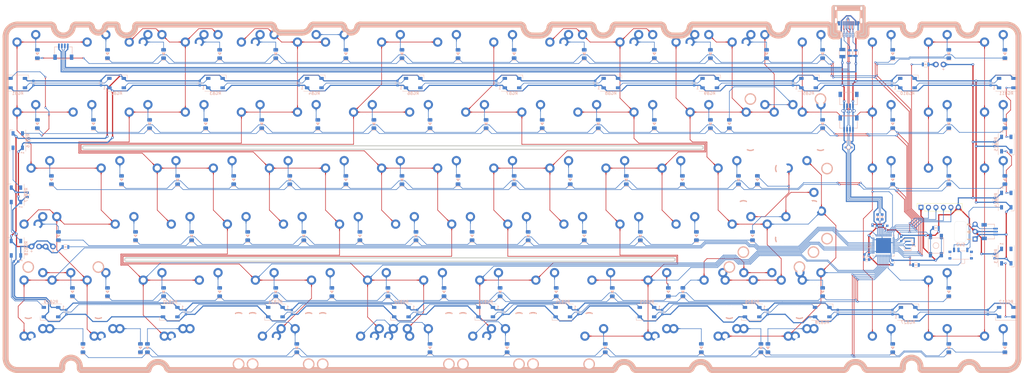
<source format=kicad_pcb>
(kicad_pcb (version 20171130) (host pcbnew "(5.1.11)-1")
  (layers (0 F.Cu signal) (31 B.Cu signal) (34 B.Paste user hide) (35 F.Paste user hide) (36 B.SilkS user) (37 F.SilkS user) (38 B.Mask user) (39 F.Mask user) (44 Edge.Cuts user))
  (net 0 "")
  (net 1 "Net-(D1-Pad2)")
  (net 2 "Net-(D7-Pad2)")
  (net 3 "Net-(D13-Pad2)")
  (net 4 "Net-(D19-Pad2)")
  (net 5 "Net-(D25-Pad2)")
  (net 6 "Net-(D31-Pad2)")
  (net 7 "Net-(D37-Pad2)")
  (net 8 "Net-(D43-Pad2)")
  (net 9 "Net-(D49-Pad2)")
  (net 10 "Net-(D55-Pad2)")
  (net 11 "Net-(D61-Pad2)")
  (net 12 "Net-(D67-Pad2)")
  (net 13 "Net-(D73-Pad2)")
  (net 14 "Net-(D79-Pad2)")
  (net 15 "Net-(D2-Pad2)")
  (net 16 "Net-(D3-Pad2)")
  (net 17 "Net-(D4-Pad2)")
  (net 18 "Net-(D5-Pad2)")
  (net 19 "Net-(D6-Pad2)")
  (net 20 "Net-(D8-Pad2)")
  (net 21 "Net-(D9-Pad2)")
  (net 22 "Net-(D10-Pad2)")
  (net 23 "Net-(D11-Pad2)")
  (net 24 "Net-(D12-Pad2)")
  (net 25 "Net-(D14-Pad2)")
  (net 26 "Net-(D15-Pad2)")
  (net 27 "Net-(D16-Pad2)")
  (net 28 "Net-(D17-Pad2)")
  (net 29 "Net-(D18-Pad2)")
  (net 30 "Net-(D20-Pad2)")
  (net 31 "Net-(D21-Pad2)")
  (net 32 "Net-(D22-Pad2)")
  (net 33 "Net-(D23-Pad2)")
  (net 34 "Net-(D26-Pad2)")
  (net 35 "Net-(D27-Pad2)")
  (net 36 "Net-(D28-Pad2)")
  (net 37 "Net-(D29-Pad2)")
  (net 38 "Net-(D32-Pad2)")
  (net 39 "Net-(D33-Pad2)")
  (net 40 "Net-(D34-Pad2)")
  (net 41 "Net-(D35-Pad2)")
  (net 42 "Net-(D38-Pad2)")
  (net 43 "Net-(D39-Pad2)")
  (net 44 "Net-(D40-Pad2)")
  (net 45 "Net-(D41-Pad2)")
  (net 46 "Net-(D44-Pad2)")
  (net 47 "Net-(D45-Pad2)")
  (net 48 "Net-(D46-Pad2)")
  (net 49 "Net-(D47-Pad2)")
  (net 50 "Net-(D48-Pad2)")
  (net 51 "Net-(D50-Pad2)")
  (net 52 "Net-(D51-Pad2)")
  (net 53 "Net-(D52-Pad2)")
  (net 54 "Net-(D53-Pad2)")
  (net 55 "Net-(D56-Pad2)")
  (net 56 "Net-(D57-Pad2)")
  (net 57 "Net-(D58-Pad2)")
  (net 58 "Net-(D59-Pad2)")
  (net 59 "Net-(D62-Pad2)")
  (net 60 "Net-(D63-Pad2)")
  (net 61 "Net-(D64-Pad2)")
  (net 62 "Net-(D65-Pad2)")
  (net 63 "Net-(D68-Pad2)")
  (net 64 "Net-(D69-Pad2)")
  (net 65 "Net-(D70-Pad2)")
  (net 66 "Net-(D71-Pad2)")
  (net 67 "Net-(D74-Pad2)")
  (net 68 "Net-(D75-Pad2)")
  (net 69 "Net-(D77-Pad2)")
  (net 70 "Net-(D78-Pad2)")
  (net 71 "Net-(D80-Pad2)")
  (net 72 "Net-(D81-Pad2)")
  (net 73 "Net-(D82-Pad2)")
  (net 74 "Net-(D83-Pad2)")
  (net 75 "Net-(D84-Pad2)")
  (net 76 "Net-(D86-Pad2)")
  (net 77 "Net-(D87-Pad2)")
  (net 78 "Net-(D90-Pad2)")
  (net 79 +5V)
  (net 80 GND)
  (net 81 DG-)
  (net 82 DG+)
  (net 83 R0)
  (net 84 R3)
  (net 85 "Net-(D24-Pad2)")
  (net 86 "Net-(D30-Pad2)")
  (net 87 "Net-(D36-Pad2)")
  (net 88 "Net-(D42-Pad2)")
  (net 89 "Net-(D54-Pad2)")
  (net 90 "Net-(D60-Pad2)")
  (net 91 "Net-(D66-Pad2)")
  (net 92 "Net-(D72-Pad2)")
  (net 93 "Net-(D76-Pad2)")
  (net 94 "Net-(D85-Pad2)")
  (net 95 "Net-(D88-Pad2)")
  (net 96 "Net-(D89-Pad2)")
  (net 97 "Net-(LED1-Pad1)")
  (net 98 "Net-(LED2-Pad1)")
  (net 99 VCC)
  (net 100 "Net-(D91-Pad2)")
  (net 101 R1)
  (net 102 D+)
  (net 103 D-)
  (net 104 indicator1)
  (net 105 indicator2)
  (net 106 "Net-(RGB1-Pad2)")
  (net 107 "Net-(RGB1-Pad4)")
  (net 108 "Net-(RGB2-Pad4)")
  (net 109 "Net-(RGB3-Pad4)")
  (net 110 "Net-(RGB4-Pad4)")
  (net 111 "Net-(RGB5-Pad2)")
  (net 112 "Net-(RGB6-Pad4)")
  (net 113 "Net-(RGB7-Pad4)")
  (net 114 "Net-(RGB8-Pad4)")
  (net 115 "Net-(RGB10-Pad2)")
  (net 116 "Net-(RGB10-Pad4)")
  (net 117 "Net-(RGB11-Pad4)")
  (net 118 "Net-(RGB12-Pad2)")
  (net 119 "Net-(RGB12-Pad4)")
  (net 120 "Net-(RGB14-Pad2)")
  (net 121 "Net-(RGB16-Pad2)")
  (net 122 "Net-(RGB17-Pad2)")
  (net 123 "Net-(RGB18-Pad2)")
  (net 124 "Net-(RGB19-Pad2)")
  (net 125 "Net-(RGB20-Pad2)")
  (net 126 "Net-(RGB21-Pad2)")
  (net 127 "Net-(RGB22-Pad2)")
  (net 128 "Net-(RGB23-Pad2)")
  (net 129 "Net-(RGB24-Pad2)")
  (net 130 "Net-(RGB25-Pad2)")
  (net 131 "Net-(RGB26-Pad2)")
  (net 132 "Net-(RGB27-Pad2)")
  (net 133 Col0)
  (net 134 Col1)
  (net 135 Col2)
  (net 136 Col3)
  (net 137 Col4)
  (net 138 Col5)
  (net 139 Col6)
  (net 140 Col7)
  (net 141 Col8)
  (net 142 "Net-(C6-Pad1)")
  (net 143 RST)
  (net 144 "Net-(R10-Pad2)")
  (net 145 "Net-(U2-Pad42)")
  (net 146 "Net-(U2-Pad16)")
  (net 147 "Net-(U2-Pad17)")
  (net 148 /MCU/D5-22)
  (net 149 R6)
  (net 150 R8)
  (net 151 R10)
  (net 152 R7)
  (net 153 R9)
  (net 154 R11)
  (net 155 SCK)
  (net 156 MOSI)
  (net 157 MISO)
  (net 158 RGB)
  (net 159 LedBar)
  (net 160 "Net-(D92-Pad2)")
  (net 161 "Net-(D93-Pad2)")
  (net 162 "Net-(USB1-Pad3)")
  (net 163 "Net-(USB1-Pad9)")
  (net 164 AAA)
  (net 165 RGB_UNDERGLOW)
  (net 166 "Net-(R7-Pad1)")
  (net 167 "/RGB Strip/ADDICTIONAL")
  (module sanproject-keyboard-part:R_0805 (layer B.Cu) (at 325.305 97.0875 180)
    (fp_text reference R7)
    (fp_text value 300R)
    (pad 2 smd rect (at 0.95 0 180) (size 0.7 1.3) (layers B.Cu B.Paste B.Mask) (net 158 RGB))
    (pad 1 smd rect (at -0.95 0 180) (size 0.7 1.3) (layers B.Cu B.Paste B.Mask) (net 166 "Net-(R7-Pad1)"))
  )
  (module Button_Switch_SMD:SW_SPDT_PCM12 (layer B.Cu) (at 340.505 93.3875 180)
    (fp_text reference SW2 (at 0 3.2) (layer B.SilkS) (effects (justify mirror)))
    (fp_text value SW_SPDT)
    (pad "" smd rect (at -3.65 0.78 180) (size 1 0.8) (layers B.Cu B.Paste B.Mask))
    (pad "" smd rect (at 3.65 0.78 180) (size 1 0.8) (layers B.Cu B.Paste B.Mask))
    (pad "" smd rect (at 3.65 -1.43 180) (size 1 0.8) (layers B.Cu B.Paste B.Mask))
    (pad "" smd rect (at -3.65 -1.43 180) (size 1 0.8) (layers B.Cu B.Paste B.Mask))
    (pad 3 smd rect (at 2.25 1.43 180) (size 0.7 1.5) (layers B.Cu B.Paste B.Mask) (net 165 RGB_UNDERGLOW))
    (pad 2 smd rect (at 0.75 1.43 180) (size 0.7 1.5) (layers B.Cu B.Paste B.Mask) (net 166 "Net-(R7-Pad1)"))
    (pad 1 smd rect (at -2.25 1.43 180) (size 0.7 1.5) (layers B.Cu B.Paste B.Mask) (net 159 LedBar))
    (pad "" np_thru_hole circle (at 1.5 -0.33 180) (size 0.9 0.9) (drill 0.9) (layers *.Cu *.Mask))
    (pad "" np_thru_hole circle (at -1.5 -0.33 180) (size 0.9 0.9) (drill 0.9) (layers *.Cu *.Mask))
  )
  (module sanproject-keyboard-part:HRO-TYPE-C-31-M-12-Assembly (layer F.Cu) (at 302.435995 7.209598 180)
    (fp_text reference USB2)
    (fp_text value HRO-TYPE-C-31-M-12)
    (pad 12 smd rect (at 3.225 -7.695 180) (size 0.6 1.45) (layers F.Cu F.Paste F.Mask) (net 80 GND))
    (pad 1 smd rect (at -3.225 -7.695 180) (size 0.6 1.45) (layers F.Cu F.Paste F.Mask) (net 80 GND))
    (pad 11 smd rect (at 2.45 -7.695 180) (size 0.6 1.45) (layers F.Cu F.Paste F.Mask) (net 99 VCC))
    (pad 2 smd rect (at -2.45 -7.695 180) (size 0.6 1.45) (layers F.Cu F.Paste F.Mask) (net 99 VCC))
    (pad 3 smd rect (at -1.75 -7.695 180) (size 0.3 1.45) (layers F.Cu F.Paste F.Mask) (net 162 "Net-(USB1-Pad3)"))
    (pad 10 smd rect (at 1.75 -7.695 180) (size 0.3 1.45) (layers F.Cu F.Paste F.Mask) (net 164 AAA))
    (pad 4 smd rect (at -1.25 -7.695 180) (size 0.3 1.45) (layers F.Cu F.Paste F.Mask) (net 164 AAA))
    (pad 9 smd rect (at 1.25 -7.695 180) (size 0.3 1.45) (layers F.Cu F.Paste F.Mask) (net 163 "Net-(USB1-Pad9)"))
    (pad 5 smd rect (at -0.75 -7.695 180) (size 0.3 1.45) (layers F.Cu F.Paste F.Mask) (net 81 DG-))
    (pad 8 smd rect (at 0.75 -7.695 180) (size 0.3 1.45) (layers F.Cu F.Paste F.Mask) (net 82 DG+))
    (pad 7 smd rect (at 0.25 -7.695 180) (size 0.3 1.45) (layers F.Cu F.Paste F.Mask) (net 81 DG-))
    (pad 6 smd rect (at -0.25 -7.695 180) (size 0.3 1.45) (layers F.Cu F.Paste F.Mask) (net 82 DG+))
    (pad "" np_thru_hole circle (at 2.89 -6.25 180) (size 0.65 0.65) (drill 0.65) (layers *.Cu *.Mask))
    (pad "" np_thru_hole circle (at -2.89 -6.25 180) (size 0.65 0.65) (drill 0.65) (layers *.Cu *.Mask))
    (pad 13 thru_hole oval (at -4.32 -6.78 180) (size 1 2.1) (drill oval 0.6 1.7) (layers *.Cu *.Mask F.Paste) (net 80 GND))
    (pad 13 thru_hole oval (at 4.32 -6.78 180) (size 1 2.1) (drill oval 0.6 1.7) (layers *.Cu *.Mask F.Paste) (net 80 GND))
    (pad 13 thru_hole oval (at -4.32 -2.6 180) (size 1 1.6) (drill oval 0.6 1.2) (layers *.Cu *.Mask F.Paste) (net 80 GND))
    (pad 13 thru_hole oval (at 4.32 -2.6 180) (size 1 1.6) (drill oval 0.6 1.2) (layers *.Cu *.Mask F.Paste) (net 80 GND))
  )
  (module sanproject-keyboard-part:HRO-TYPE-C-31-M-12-Assembly (layer B.Cu) (at 302.435995 7.209598)
    (fp_text reference USB1)
    (fp_text value HRO-TYPE-C-31-M-12)
    (pad 13 thru_hole oval (at 4.32 2.6) (size 1 1.6) (drill oval 0.6 1.2) (layers *.Cu *.Mask B.Paste) (net 80 GND))
    (pad 13 thru_hole oval (at -4.32 2.6) (size 1 1.6) (drill oval 0.6 1.2) (layers *.Cu *.Mask B.Paste) (net 80 GND))
    (pad 13 thru_hole oval (at 4.32 6.78) (size 1 2.1) (drill oval 0.6 1.7) (layers *.Cu *.Mask B.Paste) (net 80 GND))
    (pad 13 thru_hole oval (at -4.32 6.78) (size 1 2.1) (drill oval 0.6 1.7) (layers *.Cu *.Mask B.Paste) (net 80 GND))
    (pad "" np_thru_hole circle (at -2.89 6.25) (size 0.65 0.65) (drill 0.65) (layers *.Cu *.Mask))
    (pad "" np_thru_hole circle (at 2.89 6.25) (size 0.65 0.65) (drill 0.65) (layers *.Cu *.Mask))
    (pad 6 smd rect (at -0.25 7.695) (size 0.3 1.45) (layers B.Cu B.Paste B.Mask) (net 82 DG+))
    (pad 7 smd rect (at 0.25 7.695) (size 0.3 1.45) (layers B.Cu B.Paste B.Mask) (net 81 DG-))
    (pad 8 smd rect (at 0.75 7.695) (size 0.3 1.45) (layers B.Cu B.Paste B.Mask) (net 82 DG+))
    (pad 5 smd rect (at -0.75 7.695) (size 0.3 1.45) (layers B.Cu B.Paste B.Mask) (net 81 DG-))
    (pad 9 smd rect (at 1.25 7.695) (size 0.3 1.45) (layers B.Cu B.Paste B.Mask) (net 163 "Net-(USB1-Pad9)"))
    (pad 4 smd rect (at -1.25 7.695) (size 0.3 1.45) (layers B.Cu B.Paste B.Mask) (net 164 AAA))
    (pad 10 smd rect (at 1.75 7.695) (size 0.3 1.45) (layers B.Cu B.Paste B.Mask) (net 164 AAA))
    (pad 3 smd rect (at -1.75 7.695) (size 0.3 1.45) (layers B.Cu B.Paste B.Mask) (net 162 "Net-(USB1-Pad3)"))
    (pad 2 smd rect (at -2.45 7.695) (size 0.6 1.45) (layers B.Cu B.Paste B.Mask) (net 99 VCC))
    (pad 11 smd rect (at 2.45 7.695) (size 0.6 1.45) (layers B.Cu B.Paste B.Mask) (net 99 VCC))
    (pad 1 smd rect (at -3.225 7.695) (size 0.6 1.45) (layers B.Cu B.Paste B.Mask) (net 80 GND))
    (pad 12 smd rect (at 3.225 7.695) (size 0.6 1.45) (layers B.Cu B.Paste B.Mask) (net 80 GND))
  )
  (module sanproject-keyboard-part:DIODE_1206_SawnsProjects (layer B.Cu) (at 186.455272 125.325072 90)
    (fp_text reference D93)
    (fp_text value D)
    (pad 2 smd roundrect (at 1.4 0 90) (size 1.2 1.6) (layers B.Cu B.Paste B.Mask) (roundrect_rratio 0.2) (net 161 "Net-(D93-Pad2)"))
    (pad 1 smd roundrect (at -1.4 0 90) (size 1.2 1.6) (layers B.Cu B.Paste B.Mask) (roundrect_rratio 0.2) (net 154 R11))
  )
  (module sanproject-keyboard-part:DIODE_1206_SawnsProjects (layer B.Cu) (at 115.017772 125.325072 90)
    (fp_text reference D92)
    (fp_text value D)
    (pad 2 smd roundrect (at 1.4 0 90) (size 1.2 1.6) (layers B.Cu B.Paste B.Mask) (roundrect_rratio 0.2) (net 160 "Net-(D92-Pad2)"))
    (pad 1 smd roundrect (at -1.4 0 90) (size 1.2 1.6) (layers B.Cu B.Paste B.Mask) (roundrect_rratio 0.2) (net 151 R10))
  )
  (module sanproject-keyboard-part:R_0805 (layer B.Cu) (at 302.825 25.0125 90)
    (fp_text reference R6)
    (fp_text value 5.1k)
    (pad 2 smd rect (at 0.95 0 90) (size 0.7 1.3) (layers B.Cu B.Paste B.Mask) (net 164 AAA))
    (pad 1 smd rect (at -0.95 0 90) (size 0.7 1.3) (layers B.Cu B.Paste B.Mask) (net 80 GND))
  )
  (module sanproject-keyboard-part:R_0805 (layer B.Cu) (at 304.825 25.0125 90)
    (fp_text reference R1)
    (fp_text value 5.1k)
    (pad 2 smd rect (at 0.95 0 90) (size 0.7 1.3) (layers B.Cu B.Paste B.Mask) (net 164 AAA))
    (pad 1 smd rect (at -0.95 0 90) (size 0.7 1.3) (layers B.Cu B.Paste B.Mask) (net 80 GND))
  )
  (module MX_Solder_SawnsProjects:MXOnly-1U-NoLED (layer F.Cu) (at 123.825 104.775)
    (fp_text reference MX35)
    (fp_text value 1U)
    (pad 2 smd circle (at 2.54 -5.08) (size 3.2 3.2) (layers B.Cu) (net 39 "Net-(D33-Pad2)"))
    (pad "" np_thru_hole circle (at 5.08 0 48.0996) (size 1.75 1.75) (drill 1.75) (layers *.Cu *.Mask))
    (pad 2 thru_hole circle (at 2.54 -5.08) (size 2.4 2.4) (drill 1.8) (layers *.Cu) (net 39 "Net-(D33-Pad2)"))
    (pad 1 thru_hole circle (at -3.81 -2.54) (size 2.4 2.4) (drill 1.8) (layers *.Cu) (net 135 Col2))
    (pad "" np_thru_hole circle (at 0 0) (size 3.9878 3.9878) (drill 3.9878) (layers *.Cu *.Mask))
    (pad "" np_thru_hole circle (at -5.08 0 48.0996) (size 1.75 1.75) (drill 1.75) (layers *.Cu *.Mask))
    (pad 1 smd circle (at -3.81 -2.54) (size 3.2 3.2) (layers B.Cu) (net 135 Col2))
  )
  (module MX_Solder_SawnsProjects:MXOnly-1U-NoLED (layer F.Cu) (at 66.675 104.775)
    (fp_text reference MX19)
    (fp_text value 1U)
    (pad 2 smd circle (at 2.54 -5.08) (size 3.2 3.2) (layers B.Cu) (net 28 "Net-(D17-Pad2)"))
    (pad "" np_thru_hole circle (at 5.08 0 48.0996) (size 1.75 1.75) (drill 1.75) (layers *.Cu *.Mask))
    (pad 2 thru_hole circle (at 2.54 -5.08) (size 2.4 2.4) (drill 1.8) (layers *.Cu) (net 28 "Net-(D17-Pad2)"))
    (pad 1 thru_hole circle (at -3.81 -2.54) (size 2.4 2.4) (drill 1.8) (layers *.Cu) (net 134 Col1))
    (pad "" np_thru_hole circle (at 0 0) (size 3.9878 3.9878) (drill 3.9878) (layers *.Cu *.Mask))
    (pad "" np_thru_hole circle (at -5.08 0 48.0996) (size 1.75 1.75) (drill 1.75) (layers *.Cu *.Mask))
    (pad 1 smd circle (at -3.81 -2.54) (size 3.2 3.2) (layers B.Cu) (net 134 Col1))
  )
  (module sanproject-keyboard-part:C_0603 (layer B.Cu) (at 24.040622 54.768776 90)
    (fp_text reference C31)
    (fp_text value 0.1uF)
    (pad 2 smd rect (at 0.75 0 90) (size 0.8 0.75) (layers B.Cu B.Paste B.Mask) (net 80 GND))
    (pad 1 smd rect (at -0.75 0 90) (size 0.8 0.75) (layers B.Cu B.Paste B.Mask) (net 79 +5V))
  )
  (module sanproject-keyboard-part:PinSocket_1x06_P2.54mm_Vertical (layer F.Cu) (at 333.375 77.47 90)
    (fp_text reference J10)
    (fp_text value Conn_01x03_Female)
    (pad 1 thru_hole rect (at 0 -6.35 90) (size 1.7 1.7) (drill 1) (layers *.Cu *.Mask) (net 80 GND))
    (pad 2 thru_hole oval (at 0 -3.81 90) (size 1.7 1.7) (drill 1) (layers *.Cu *.Mask) (net 143 RST))
    (pad 3 thru_hole oval (at 0 -1.27 90) (size 1.7 1.7) (drill 1) (layers *.Cu *.Mask) (net 155 SCK))
    (pad 4 thru_hole oval (at 0 1.27 90) (size 1.7 1.7) (drill 1) (layers *.Cu *.Mask) (net 156 MOSI))
    (pad 5 thru_hole oval (at 0 3.81 90) (size 1.7 1.7) (drill 1) (layers *.Cu *.Mask) (net 157 MISO))
    (pad 6 thru_hole oval (at 0 6.35 90) (size 1.7 1.7) (drill 1) (layers *.Cu *.Mask) (net 79 +5V))
  )
  (module sanproject-keyboard-part:JST-SR-3 (layer B.Cu) (at 347.58 85.725 90)
    (fp_text reference J6)
    (fp_text value Conn_01x03_Female)
    (pad "" smd rect (at 2.3 0.9 90) (size 1.2 1.8) (layers B.Cu B.Paste B.Mask))
    (pad "" smd rect (at -2.3 0.9 90) (size 1.2 1.8) (layers B.Cu B.Paste B.Mask))
    (pad 1 smd rect (at -1 4.775 90) (size 0.6 1.55) (layers B.Cu B.Paste B.Mask) (net 80 GND))
    (pad 2 smd rect (at 0 4.775 90) (size 0.6 1.55) (layers B.Cu B.Paste B.Mask) (net 79 +5V))
    (pad 3 smd rect (at 1 4.775 90) (size 0.6 1.55) (layers B.Cu B.Paste B.Mask) (net 159 LedBar))
  )
  (module sanproject-keyboard-part:SKQG-1155865-2pin (layer B.Cu) (at 332.105 90.4875 270)
    (fp_text reference SW1)
    (fp_text value SW_Push)
    (pad 1 smd rect (at 3.1 -1.85 270) (size 1.8 1.1) (layers B.Cu B.Paste B.Mask) (net 80 GND))
    (pad 2 smd rect (at -3.1 1.85 270) (size 1.8 1.1) (layers B.Cu B.Paste B.Mask) (net 143 RST))
    (pad 2 smd rect (at 3.1 1.85 270) (size 1.8 1.1) (layers B.Cu B.Paste B.Mask) (net 143 RST))
    (pad 1 smd rect (at -3.1 -1.85 270) (size 1.8 1.1) (layers B.Cu B.Paste B.Mask) (net 80 GND))
  )
  (module sanproject-keyboard-part:PinSocket_1x03_P2.54mm_Vertical (layer F.Cu) (at 345.4 85.725 180)
    (fp_text reference J4)
    (fp_text value Conn_01x03_Female)
    (pad 3 thru_hole oval (at 0 2.54 180) (size 1.7 1.7) (drill 1) (layers *.Cu *.Mask) (net 159 LedBar))
    (pad 2 thru_hole oval (at 0 0 180) (size 1.7 1.7) (drill 1) (layers *.Cu *.Mask) (net 79 +5V))
    (pad 1 thru_hole rect (at 0 -2.54 180) (size 1.7 1.7) (drill 1) (layers *.Cu *.Mask) (net 80 GND))
  )
  (module sanproject-keyboard-part:JST-SR-4 (layer B.Cu) (at 35.71875 27.3125 180)
    (fp_text reference J9)
    (fp_text value Conn_01x04_Female)
    (pad "" smd rect (at 2.8 0.9 180) (size 1.2 1.8) (layers B.Cu B.Paste B.Mask))
    (pad "" smd rect (at -2.8 0.9 180) (size 1.2 1.8) (layers B.Cu B.Paste B.Mask))
    (pad 1 smd rect (at -1.5 4.775 180) (size 0.6 1.55) (layers B.Cu B.Paste B.Mask) (net 79 +5V))
    (pad 2 smd rect (at -0.5 4.775 180) (size 0.6 1.55) (layers B.Cu B.Paste B.Mask) (net 81 DG-))
    (pad 4 smd rect (at 1.5 4.775 180) (size 0.6 1.55) (layers B.Cu B.Paste B.Mask) (net 80 GND))
    (pad 3 smd rect (at 0.5 4.775 180) (size 0.6 1.55) (layers B.Cu B.Paste B.Mask) (net 82 DG+))
  )
  (module MX_Solder_SawnsProjects:MXOnly-1U-NoLED (layer F.Cu) (at 352.425 23.8125)
    (fp_text reference MX93)
    (fp_text value 1U)
    (pad 2 smd circle (at 2.54 -5.08) (size 3.2 3.2) (layers B.Cu) (net 77 "Net-(D87-Pad2)"))
    (pad "" np_thru_hole circle (at 5.08 0 48.0996) (size 1.75 1.75) (drill 1.75) (layers *.Cu *.Mask))
    (pad 2 thru_hole circle (at 2.54 -5.08) (size 2.4 2.4) (drill 1.8) (layers *.Cu) (net 77 "Net-(D87-Pad2)"))
    (pad 1 thru_hole circle (at -3.81 -2.54) (size 2.4 2.4) (drill 1.8) (layers *.Cu) (net 141 Col8))
    (pad "" np_thru_hole circle (at 0 0) (size 3.9878 3.9878) (drill 3.9878) (layers *.Cu *.Mask))
    (pad "" np_thru_hole circle (at -5.08 0 48.0996) (size 1.75 1.75) (drill 1.75) (layers *.Cu *.Mask))
    (pad 1 smd circle (at -3.81 -2.54) (size 3.2 3.2) (layers B.Cu) (net 141 Col8))
  )
  (module MX_Solder_SawnsProjects:MXOnly-1U-NoLED (layer F.Cu) (at 114.3 85.725)
    (fp_text reference MX29)
    (fp_text value 1U)
    (pad 2 smd circle (at 2.54 -5.08) (size 3.2 3.2) (layers B.Cu) (net 35 "Net-(D27-Pad2)"))
    (pad "" np_thru_hole circle (at 5.08 0 48.0996) (size 1.75 1.75) (drill 1.75) (layers *.Cu *.Mask))
    (pad 2 thru_hole circle (at 2.54 -5.08) (size 2.4 2.4) (drill 1.8) (layers *.Cu) (net 35 "Net-(D27-Pad2)"))
    (pad 1 thru_hole circle (at -3.81 -2.54) (size 2.4 2.4) (drill 1.8) (layers *.Cu) (net 135 Col2))
    (pad "" np_thru_hole circle (at 0 0) (size 3.9878 3.9878) (drill 3.9878) (layers *.Cu *.Mask))
    (pad "" np_thru_hole circle (at -5.08 0 48.0996) (size 1.75 1.75) (drill 1.75) (layers *.Cu *.Mask))
    (pad 1 smd circle (at -3.81 -2.54) (size 3.2 3.2) (layers B.Cu) (net 135 Col2))
  )
  (module sanproject-keyboard-part:C_0603 (layer B.Cu) (at 23.645309 73.223479 90)
    (fp_text reference C33)
    (fp_text value 0.1uF)
    (pad 2 smd rect (at 0.75 0 90) (size 0.8 0.75) (layers B.Cu B.Paste B.Mask) (net 80 GND))
    (pad 1 smd rect (at -0.75 0 90) (size 0.8 0.75) (layers B.Cu B.Paste B.Mask) (net 79 +5V))
  )
  (module sanproject-keyboard-part:C_0603 (layer B.Cu) (at 19.645309 95.880524 180)
    (fp_text reference C32)
    (fp_text value 0.1uF)
    (pad 2 smd rect (at 0.75 0 180) (size 0.8 0.75) (layers B.Cu B.Paste B.Mask) (net 80 GND))
    (pad 1 smd rect (at -0.75 0 180) (size 0.8 0.75) (layers B.Cu B.Paste B.Mask) (net 79 +5V))
  )
  (module sanproject-keyboard-part:C_0603 (layer B.Cu) (at 349.751569 113.10945 270)
    (fp_text reference C30)
    (fp_text value 0.1uF)
    (pad 2 smd rect (at 0.75 0 270) (size 0.8 0.75) (layers B.Cu B.Paste B.Mask) (net 80 GND))
    (pad 1 smd rect (at -0.75 0 270) (size 0.8 0.75) (layers B.Cu B.Paste B.Mask) (net 79 +5V))
  )
  (module sanproject-keyboard-part:C_0603 (layer B.Cu) (at 351.997154 94.059402 270)
    (fp_text reference C29)
    (fp_text value 0.1uF)
    (pad 2 smd rect (at 0.75 0 270) (size 0.8 0.75) (layers B.Cu B.Paste B.Mask) (net 80 GND))
    (pad 1 smd rect (at -0.75 0 270) (size 0.8 0.75) (layers B.Cu B.Paste B.Mask) (net 79 +5V))
  )
  (module sanproject-keyboard-part:C_0603 (layer B.Cu) (at 36.751569 113.10945 270)
    (fp_text reference C28)
    (fp_text value 0.1uF)
    (pad 2 smd rect (at 0.75 0 270) (size 0.8 0.75) (layers B.Cu B.Paste B.Mask) (net 80 GND))
    (pad 1 smd rect (at -0.75 0 270) (size 0.8 0.75) (layers B.Cu B.Paste B.Mask) (net 79 +5V))
  )
  (module sanproject-keyboard-part:C_0603 (layer B.Cu) (at 351.997154 55.959402 270)
    (fp_text reference C27)
    (fp_text value 0.1uF)
    (pad 2 smd rect (at 0.75 0 270) (size 0.8 0.75) (layers B.Cu B.Paste B.Mask) (net 80 GND))
    (pad 1 smd rect (at -0.75 0 270) (size 0.8 0.75) (layers B.Cu B.Paste B.Mask) (net 79 +5V))
  )
  (module sanproject-keyboard-part:C_0603 (layer B.Cu) (at 351.997154 75.009418 270)
    (fp_text reference C26)
    (fp_text value 0.1uF)
    (pad 2 smd rect (at 0.75 0 270) (size 0.8 0.75) (layers B.Cu B.Paste B.Mask) (net 80 GND))
    (pad 1 smd rect (at -0.75 0 270) (size 0.8 0.75) (layers B.Cu B.Paste B.Mask) (net 79 +5V))
  )
  (module sanproject-keyboard-part:C_0603 (layer B.Cu) (at 239.151569 113.10945 270)
    (fp_text reference C25)
    (fp_text value 0.1uF)
    (pad 2 smd rect (at 0.75 0 270) (size 0.8 0.75) (layers B.Cu B.Paste B.Mask) (net 80 GND))
    (pad 1 smd rect (at -0.75 0 270) (size 0.8 0.75) (layers B.Cu B.Paste B.Mask) (net 79 +5V))
  )
  (module sanproject-keyboard-part:C_0603 (layer B.Cu) (at 274.951569 113.10945 270)
    (fp_text reference C24)
    (fp_text value 0.1uF)
    (pad 2 smd rect (at 0.75 0 270) (size 0.8 0.75) (layers B.Cu B.Paste B.Mask) (net 80 GND))
    (pad 1 smd rect (at -0.75 0 270) (size 0.8 0.75) (layers B.Cu B.Paste B.Mask) (net 79 +5V))
  )
  (module sanproject-keyboard-part:C_0603 (layer B.Cu) (at 317.359626 113.10945 270)
    (fp_text reference C23)
    (fp_text value 0.1uF)
    (pad 2 smd rect (at 0.75 0 270) (size 0.8 0.75) (layers B.Cu B.Paste B.Mask) (net 80 GND))
    (pad 1 smd rect (at -0.75 0 270) (size 0.8 0.75) (layers B.Cu B.Paste B.Mask) (net 79 +5V))
  )
  (module sanproject-keyboard-part:C_0603 (layer B.Cu) (at 298.751569 113.10945 270)
    (fp_text reference C22)
    (fp_text value 0.1uF)
    (pad 2 smd rect (at 0.75 0 270) (size 0.8 0.75) (layers B.Cu B.Paste B.Mask) (net 80 GND))
    (pad 1 smd rect (at -0.75 0 270) (size 0.8 0.75) (layers B.Cu B.Paste B.Mask) (net 79 +5V))
  )
  (module sanproject-keyboard-part:C_0603 (layer B.Cu) (at 113.351569 113.10945 270)
    (fp_text reference C21)
    (fp_text value 0.1uF)
    (pad 2 smd rect (at 0.75 0 270) (size 0.8 0.75) (layers B.Cu B.Paste B.Mask) (net 80 GND))
    (pad 1 smd rect (at -0.75 0 270) (size 0.8 0.75) (layers B.Cu B.Paste B.Mask) (net 79 +5V))
  )
  (module sanproject-keyboard-part:C_0603 (layer B.Cu) (at 184.951569 113.10945 270)
    (fp_text reference C20)
    (fp_text value 0.1uF)
    (pad 2 smd rect (at 0.75 0 270) (size 0.8 0.75) (layers B.Cu B.Paste B.Mask) (net 80 GND))
    (pad 1 smd rect (at -0.75 0 270) (size 0.8 0.75) (layers B.Cu B.Paste B.Mask) (net 79 +5V))
  )
  (module sanproject-keyboard-part:C_0603 (layer B.Cu) (at 210.551569 113.10945 270)
    (fp_text reference C19)
    (fp_text value 0.1uF)
    (pad 2 smd rect (at 0.75 0 270) (size 0.8 0.75) (layers B.Cu B.Paste B.Mask) (net 80 GND))
    (pad 1 smd rect (at -0.75 0 270) (size 0.8 0.75) (layers B.Cu B.Paste B.Mask) (net 79 +5V))
  )
  (module sanproject-keyboard-part:C_0603 (layer B.Cu) (at 155.951569 113.10945 270)
    (fp_text reference C18)
    (fp_text value 0.1uF)
    (pad 2 smd rect (at 0.75 0 270) (size 0.8 0.75) (layers B.Cu B.Paste B.Mask) (net 80 GND))
    (pad 1 smd rect (at -0.75 0 270) (size 0.8 0.75) (layers B.Cu B.Paste B.Mask) (net 79 +5V))
  )
  (module sanproject-keyboard-part:C_0603 (layer B.Cu) (at 48.518037 35.21876 90)
    (fp_text reference C9)
    (fp_text value 0.1uF)
    (pad 2 smd rect (at 0.75 0 90) (size 0.8 0.75) (layers B.Cu B.Paste B.Mask) (net 80 GND))
    (pad 1 smd rect (at -0.75 0 90) (size 0.8 0.75) (layers B.Cu B.Paste B.Mask) (net 79 +5V))
  )
  (module sanproject-keyboard-part:C_0603 (layer B.Cu) (at 350.700622 35.21876 90)
    (fp_text reference C17)
    (fp_text value 0.1uF)
    (pad 1 smd rect (at -0.75 0 90) (size 0.8 0.75) (layers B.Cu B.Paste B.Mask) (net 79 +5V))
    (pad 2 smd rect (at 0.75 0 90) (size 0.8 0.75) (layers B.Cu B.Paste B.Mask) (net 80 GND))
  )
  (module sanproject-keyboard-part:C_0603 (layer B.Cu) (at 317.124622 35.21876 90)
    (fp_text reference C16)
    (fp_text value 0.1uF)
    (pad 1 smd rect (at -0.75 0 90) (size 0.8 0.75) (layers B.Cu B.Paste B.Mask) (net 79 +5V))
    (pad 2 smd rect (at 0.75 0 90) (size 0.8 0.75) (layers B.Cu B.Paste B.Mask) (net 80 GND))
  )
  (module sanproject-keyboard-part:C_0603 (layer B.Cu) (at 77.351569 113.10945 270)
    (fp_text reference C15)
    (fp_text value 0.1uF)
    (pad 2 smd rect (at 0.75 0 270) (size 0.8 0.75) (layers B.Cu B.Paste B.Mask) (net 80 GND))
    (pad 1 smd rect (at -0.75 0 270) (size 0.8 0.75) (layers B.Cu B.Paste B.Mask) (net 79 +5V))
  )
  (module sanproject-keyboard-part:C_0603 (layer B.Cu) (at 283.548622 35.21876 90)
    (fp_text reference C14)
    (fp_text value 0.1uF)
    (pad 1 smd rect (at -0.75 0 90) (size 0.8 0.75) (layers B.Cu B.Paste B.Mask) (net 79 +5V))
    (pad 2 smd rect (at 0.75 0 90) (size 0.8 0.75) (layers B.Cu B.Paste B.Mask) (net 80 GND))
  )
  (module LED_SMD:LED_WS2812B_PLCC4_5.0x5.0mm_P3.2mm (layer B.Cu) (at 20.240622 35.21876)
    (fp_text reference RGB1 (at 0 3.5) (layer B.SilkS) (effects (justify mirror)))
    (fp_text value WS2812B)
    (fp_text user 1 (at -4.15 1.6) (layer B.SilkS) (effects (justify mirror)))
    (pad 3 smd rect (at 2.45 -1.6) (size 1.5 1) (layers B.Cu B.Paste B.Mask) (net 80 GND))
    (pad 4 smd rect (at 2.45 1.6) (size 1.5 1) (layers B.Cu B.Paste B.Mask) (net 107 "Net-(RGB1-Pad4)"))
    (pad 2 smd rect (at -2.45 -1.6) (size 1.5 1) (layers B.Cu B.Paste B.Mask) (net 106 "Net-(RGB1-Pad2)"))
    (pad 1 smd rect (at -2.45 1.6) (size 1.5 1) (layers B.Cu B.Paste B.Mask) (net 79 +5V))
  )
  (module sanproject-keyboard-part:C_0603 (layer B.Cu) (at 149.244622 35.21876 90)
    (fp_text reference C13)
    (fp_text value 0.1uF)
    (pad 2 smd rect (at 0.75 0 90) (size 0.8 0.75) (layers B.Cu B.Paste B.Mask) (net 80 GND))
    (pad 1 smd rect (at -0.75 0 90) (size 0.8 0.75) (layers B.Cu B.Paste B.Mask) (net 79 +5V))
  )
  (module sanproject-keyboard-part:C_0603 (layer B.Cu) (at 249.972622 35.21876 90)
    (fp_text reference C12)
    (fp_text value 0.1uF)
    (pad 2 smd rect (at 0.75 0 90) (size 0.8 0.75) (layers B.Cu B.Paste B.Mask) (net 80 GND))
    (pad 1 smd rect (at -0.75 0 90) (size 0.8 0.75) (layers B.Cu B.Paste B.Mask) (net 79 +5V))
  )
  (module sanproject-keyboard-part:C_0603 (layer B.Cu) (at 115.668622 35.21876 90)
    (fp_text reference C11)
    (fp_text value 0.1uF)
    (pad 1 smd rect (at -0.75 0 90) (size 0.8 0.75) (layers B.Cu B.Paste B.Mask) (net 79 +5V))
    (pad 2 smd rect (at 0.75 0 90) (size 0.8 0.75) (layers B.Cu B.Paste B.Mask) (net 80 GND))
  )
  (module sanproject-keyboard-part:C_0603 (layer B.Cu) (at 182.820622 35.21876 90)
    (fp_text reference C10)
    (fp_text value 0.1uF)
    (pad 2 smd rect (at 0.75 0 90) (size 0.8 0.75) (layers B.Cu B.Paste B.Mask) (net 80 GND))
    (pad 1 smd rect (at -0.75 0 90) (size 0.8 0.75) (layers B.Cu B.Paste B.Mask) (net 79 +5V))
  )
  (module sanproject-keyboard-part:C_0603 (layer B.Cu) (at 82.092622 35.21876 90)
    (fp_text reference C8)
    (fp_text value 0.1uF)
    (pad 2 smd rect (at 0.75 0 90) (size 0.8 0.75) (layers B.Cu B.Paste B.Mask) (net 80 GND))
    (pad 1 smd rect (at -0.75 0 90) (size 0.8 0.75) (layers B.Cu B.Paste B.Mask) (net 79 +5V))
  )
  (module sanproject-keyboard-part:C_0603 (layer B.Cu) (at 216.396622 35.21876 90)
    (fp_text reference C3)
    (fp_text value 0.1uF)
    (pad 2 smd rect (at 0.75 0 90) (size 0.8 0.75) (layers B.Cu B.Paste B.Mask) (net 80 GND))
    (pad 1 smd rect (at -0.75 0 90) (size 0.8 0.75) (layers B.Cu B.Paste B.Mask) (net 79 +5V))
  )
  (module sanproject-keyboard-part:C_0603 (layer B.Cu) (at 25.540622 35.21876 90)
    (fp_text reference C2)
    (fp_text value 0.1uF)
    (pad 2 smd rect (at 0.75 0 90) (size 0.8 0.75) (layers B.Cu B.Paste B.Mask) (net 80 GND))
    (pad 1 smd rect (at -0.75 0 90) (size 0.8 0.75) (layers B.Cu B.Paste B.Mask) (net 79 +5V))
  )
  (module MX_Solder_SawnsProjects:MXOnly-1U-NoLED (layer F.Cu) (at 209.55 23.8125)
    (fp_text reference MX52)
    (fp_text value 1U)
    (pad 2 smd circle (at 2.54 -5.08) (size 3.2 3.2) (layers B.Cu) (net 138 Col5))
    (pad "" np_thru_hole circle (at 5.08 0 48.0996) (size 1.75 1.75) (drill 1.75) (layers *.Cu *.Mask))
    (pad 2 thru_hole circle (at 2.54 -5.08) (size 2.4 2.4) (drill 1.8) (layers *.Cu) (net 138 Col5))
    (pad 1 thru_hole circle (at -3.81 -2.54) (size 2.4 2.4) (drill 1.8) (layers *.Cu) (net 51 "Net-(D50-Pad2)"))
    (pad "" np_thru_hole circle (at 0 0) (size 3.9878 3.9878) (drill 3.9878) (layers *.Cu *.Mask))
    (pad "" np_thru_hole circle (at -5.08 0 48.0996) (size 1.75 1.75) (drill 1.75) (layers *.Cu *.Mask))
    (pad 1 smd circle (at -3.81 -2.54) (size 3.2 3.2) (layers B.Cu) (net 51 "Net-(D50-Pad2)"))
  )
  (module MX_Solder_SawnsProjects:MXOnly-1U-NoLED (layer F.Cu) (at 185.7375 23.8125)
    (fp_text reference MX47)
    (fp_text value 1U)
    (pad 2 smd circle (at 2.54 -5.08) (size 3.2 3.2) (layers B.Cu) (net 47 "Net-(D45-Pad2)"))
    (pad "" np_thru_hole circle (at 5.08 0 48.0996) (size 1.75 1.75) (drill 1.75) (layers *.Cu *.Mask))
    (pad 2 thru_hole circle (at 2.54 -5.08) (size 2.4 2.4) (drill 1.8) (layers *.Cu) (net 47 "Net-(D45-Pad2)"))
    (pad 1 thru_hole circle (at -3.81 -2.54) (size 2.4 2.4) (drill 1.8) (layers *.Cu) (net 137 Col4))
    (pad "" np_thru_hole circle (at 0 0) (size 3.9878 3.9878) (drill 3.9878) (layers *.Cu *.Mask))
    (pad "" np_thru_hole circle (at -5.08 0 48.0996) (size 1.75 1.75) (drill 1.75) (layers *.Cu *.Mask))
    (pad 1 smd circle (at -3.81 -2.54) (size 3.2 3.2) (layers B.Cu) (net 137 Col4))
  )
  (module MX_Solder_SawnsProjects:MXOnly-1U-NoLED (layer F.Cu) (at 261.9375 66.675)
    (fp_text reference MX69)
    (fp_text value 1U)
    (pad 2 smd circle (at 2.54 -5.08) (size 3.2 3.2) (layers B.Cu) (net 12 "Net-(D67-Pad2)"))
    (pad "" np_thru_hole circle (at 5.08 0 48.0996) (size 1.75 1.75) (drill 1.75) (layers *.Cu *.Mask))
    (pad 2 thru_hole circle (at 2.54 -5.08) (size 2.4 2.4) (drill 1.8) (layers *.Cu) (net 12 "Net-(D67-Pad2)"))
    (pad 1 thru_hole circle (at -3.81 -2.54) (size 2.4 2.4) (drill 1.8) (layers *.Cu) (net 139 Col6))
    (pad "" np_thru_hole circle (at 0 0) (size 3.9878 3.9878) (drill 3.9878) (layers *.Cu *.Mask))
    (pad "" np_thru_hole circle (at -5.08 0 48.0996) (size 1.75 1.75) (drill 1.75) (layers *.Cu *.Mask))
    (pad 1 smd circle (at -3.81 -2.54) (size 3.2 3.2) (layers B.Cu) (net 139 Col6))
  )
  (module Crystal:Resonator_SMD_muRata_CSTxExxV-3Pin_3.0x1.1mm (layer B.Cu) (at 322.575 90.2375 90)
    (fp_text reference Y1 (at 0 2 90) (layer B.SilkS) (effects (justify mirror)))
    (fp_text value 16Mhz)
    (pad 3 smd rect (at 1.2 0 90) (size 0.4 1.9) (layers B.Cu B.Paste B.Mask) (net 146 "Net-(U2-Pad16)"))
    (pad 2 smd rect (at 0 0 90) (size 0.4 1.9) (layers B.Cu B.Paste B.Mask) (net 80 GND))
    (pad 1 smd rect (at -1.2 0 90) (size 0.4 1.9) (layers B.Cu B.Paste B.Mask) (net 147 "Net-(U2-Pad17)"))
  )
  (module sanproject-keyboard-part:R_0603 (layer B.Cu) (at 308.575 95.2375)
    (fp_text reference R10)
    (fp_text value 1k)
    (pad 2 smd rect (at 0.825 0) (size 0.8 0.95) (layers B.Cu B.Paste B.Mask) (net 144 "Net-(R10-Pad2)"))
    (pad 1 smd rect (at -0.825 0) (size 0.8 0.95) (layers B.Cu B.Paste B.Mask) (net 80 GND))
  )
  (module sanproject-keyboard-part:R_0603 (layer B.Cu) (at 312.325 80.7375 90)
    (fp_text reference R5)
    (fp_text value 22)
    (pad 2 smd rect (at 0.825 0 90) (size 0.8 0.95) (layers B.Cu B.Paste B.Mask) (net 81 DG-))
    (pad 1 smd rect (at -0.825 0 90) (size 0.8 0.95) (layers B.Cu B.Paste B.Mask) (net 103 D-))
  )
  (module sanproject-keyboard-part:R_0603 (layer B.Cu) (at 313.825 80.7375 90)
    (fp_text reference R4)
    (fp_text value 22)
    (pad 2 smd rect (at 0.825 0 90) (size 0.8 0.95) (layers B.Cu B.Paste B.Mask) (net 82 DG+))
    (pad 1 smd rect (at -0.825 0 90) (size 0.8 0.95) (layers B.Cu B.Paste B.Mask) (net 102 D+))
  )
  (module Package_DFN_QFN:QFN-44-1EP_7x7mm_P0.5mm_EP5.15x5.15mm (layer B.Cu) (at 314.325 90.4875 270)
    (fp_text reference U2 (at 0 4.82 90) (layer B.SilkS) (effects (justify mirror)))
    (fp_text value ATmega32U4-MU)
    (pad 1 smd roundrect (at -3.4375 2.5 270) (size 0.875 0.25) (layers B.Cu B.Paste B.Mask) (net 152 R7))
    (pad 2 smd roundrect (at -3.4375 2 270) (size 0.875 0.25) (layers B.Cu B.Paste B.Mask) (net 79 +5V))
    (pad 3 smd roundrect (at -3.4375 1.5 270) (size 0.875 0.25) (layers B.Cu B.Paste B.Mask) (net 103 D-))
    (pad 4 smd roundrect (at -3.4375 1 270) (size 0.875 0.25) (layers B.Cu B.Paste B.Mask) (net 102 D+))
    (pad 5 smd roundrect (at -3.4375 0.5 270) (size 0.875 0.25) (layers B.Cu B.Paste B.Mask) (net 80 GND))
    (pad 6 smd roundrect (at -3.4375 0 270) (size 0.875 0.25) (layers B.Cu B.Paste B.Mask) (net 142 "Net-(C6-Pad1)"))
    (pad 7 smd roundrect (at -3.4375 -0.5 270) (size 0.875 0.25) (layers B.Cu B.Paste B.Mask) (net 79 +5V))
    (pad 8 smd roundrect (at -3.4375 -1 270) (size 0.875 0.25) (layers B.Cu B.Paste B.Mask) (net 140 Col7))
    (pad 9 smd roundrect (at -3.4375 -1.5 270) (size 0.875 0.25) (layers B.Cu B.Paste B.Mask) (net 155 SCK))
    (pad 10 smd roundrect (at -3.4375 -2 270) (size 0.875 0.25) (layers B.Cu B.Paste B.Mask) (net 156 MOSI))
    (pad 11 smd roundrect (at -3.4375 -2.5 270) (size 0.875 0.25) (layers B.Cu B.Paste B.Mask) (net 157 MISO))
    (pad 12 smd roundrect (at -2.5 -3.4375 270) (size 0.25 0.875) (layers B.Cu B.Paste B.Mask) (net 84 R3))
    (pad 13 smd roundrect (at -2 -3.4375 270) (size 0.25 0.875) (layers B.Cu B.Paste B.Mask) (net 143 RST))
    (pad 14 smd roundrect (at -1.5 -3.4375 270) (size 0.25 0.875) (layers B.Cu B.Paste B.Mask) (net 79 +5V))
    (pad 15 smd roundrect (at -1 -3.4375 270) (size 0.25 0.875) (layers B.Cu B.Paste B.Mask) (net 80 GND))
    (pad 16 smd roundrect (at -0.5 -3.4375 270) (size 0.25 0.875) (layers B.Cu B.Paste B.Mask) (net 146 "Net-(U2-Pad16)"))
    (pad 17 smd roundrect (at 0 -3.4375 270) (size 0.25 0.875) (layers B.Cu B.Paste B.Mask) (net 147 "Net-(U2-Pad17)"))
    (pad 18 smd roundrect (at 0.5 -3.4375 270) (size 0.25 0.875) (layers B.Cu B.Paste B.Mask) (net 101 R1))
    (pad 19 smd roundrect (at 1 -3.4375 270) (size 0.25 0.875) (layers B.Cu B.Paste B.Mask) (net 83 R0))
    (pad 20 smd roundrect (at 1.5 -3.4375 270) (size 0.25 0.875) (layers B.Cu B.Paste B.Mask) (net 104 indicator1))
    (pad 21 smd roundrect (at 2 -3.4375 270) (size 0.25 0.875) (layers B.Cu B.Paste B.Mask) (net 158 RGB))
    (pad 22 smd roundrect (at 2.5 -3.4375 270) (size 0.25 0.875) (layers B.Cu B.Paste B.Mask) (net 148 /MCU/D5-22))
    (pad 23 smd roundrect (at 3.4375 -2.5 270) (size 0.875 0.25) (layers B.Cu B.Paste B.Mask) (net 80 GND))
    (pad 24 smd roundrect (at 3.4375 -2 270) (size 0.875 0.25) (layers B.Cu B.Paste B.Mask) (net 79 +5V))
    (pad 25 smd roundrect (at 3.4375 -1.5 270) (size 0.875 0.25) (layers B.Cu B.Paste B.Mask) (net 141 Col8))
    (pad 26 smd roundrect (at 3.4375 -1 270) (size 0.875 0.25) (layers B.Cu B.Paste B.Mask) (net 150 R8))
    (pad 27 smd roundrect (at 3.4375 -0.5 270) (size 0.875 0.25) (layers B.Cu B.Paste B.Mask) (net 153 R9))
    (pad 28 smd roundrect (at 3.4375 0 270) (size 0.875 0.25) (layers B.Cu B.Paste B.Mask) (net 151 R10))
    (pad 29 smd roundrect (at 3.4375 0.5 270) (size 0.875 0.25) (layers B.Cu B.Paste B.Mask) (net 154 R11))
    (pad 30 smd roundrect (at 3.4375 1 270) (size 0.875 0.25) (layers B.Cu B.Paste B.Mask) (net 139 Col6))
    (pad 31 smd roundrect (at 3.4375 1.5 270) (size 0.875 0.25) (layers B.Cu B.Paste B.Mask) (net 138 Col5))
    (pad 32 smd roundrect (at 3.4375 2 270) (size 0.875 0.25) (layers B.Cu B.Paste B.Mask) (net 137 Col4))
    (pad 33 smd roundrect (at 3.4375 2.5 270) (size 0.875 0.25) (layers B.Cu B.Paste B.Mask) (net 144 "Net-(R10-Pad2)"))
    (pad 34 smd roundrect (at 2.5 3.4375 270) (size 0.25 0.875) (layers B.Cu B.Paste B.Mask) (net 79 +5V))
    (pad 35 smd roundrect (at 2 3.4375 270) (size 0.25 0.875) (layers B.Cu B.Paste B.Mask) (net 80 GND))
    (pad 36 smd roundrect (at 1.5 3.4375 270) (size 0.25 0.875) (layers B.Cu B.Paste B.Mask) (net 136 Col3))
    (pad 37 smd roundrect (at 1 3.4375 270) (size 0.25 0.875) (layers B.Cu B.Paste B.Mask) (net 135 Col2))
    (pad 38 smd roundrect (at 0.5 3.4375 270) (size 0.25 0.875) (layers B.Cu B.Paste B.Mask) (net 134 Col1))
    (pad 39 smd roundrect (at 0 3.4375 270) (size 0.25 0.875) (layers B.Cu B.Paste B.Mask) (net 133 Col0))
    (pad 40 smd roundrect (at -0.5 3.4375 270) (size 0.25 0.875) (layers B.Cu B.Paste B.Mask) (net 105 indicator2))
    (pad 41 smd roundrect (at -1 3.4375 270) (size 0.25 0.875) (layers B.Cu B.Paste B.Mask) (net 149 R6))
    (pad 42 smd roundrect (at -1.5 3.4375 270) (size 0.25 0.875) (layers B.Cu B.Paste B.Mask) (net 145 "Net-(U2-Pad42)"))
    (pad 43 smd roundrect (at -2 3.4375 270) (size 0.25 0.875) (layers B.Cu B.Paste B.Mask) (net 80 GND))
    (pad 44 smd roundrect (at -2.5 3.4375 270) (size 0.25 0.875) (layers B.Cu B.Paste B.Mask) (net 79 +5V))
    (pad 45 smd rect (at 0 0 270) (size 5.15 5.15) (layers B.Cu B.Mask) (net 80 GND))
  )
  (module sanproject-keyboard-part:R_0805 (layer B.Cu) (at 332.105 84.4875 180)
    (fp_text reference R9)
    (fp_text value 10k)
    (pad 2 smd rect (at 0.95 0 180) (size 0.7 1.3) (layers B.Cu B.Paste B.Mask) (net 143 RST))
    (pad 1 smd rect (at -0.95 0 180) (size 0.7 1.3) (layers B.Cu B.Paste B.Mask) (net 79 +5V))
  )
  (module sanproject-keyboard-part:C_0603 (layer B.Cu) (at 320.325 88.2375 90)
    (fp_text reference C7)
    (fp_text value 0.1uF)
    (pad 2 smd rect (at 0.75 0 90) (size 0.8 0.75) (layers B.Cu B.Paste B.Mask) (net 79 +5V))
    (pad 1 smd rect (at -0.75 0 90) (size 0.8 0.75) (layers B.Cu B.Paste B.Mask) (net 80 GND))
  )
  (module sanproject-keyboard-part:C_0603 (layer B.Cu) (at 314.825 83.7375 180)
    (fp_text reference C6)
    (fp_text value 1uF)
    (pad 2 smd rect (at 0.75 0 180) (size 0.8 0.75) (layers B.Cu B.Paste B.Mask) (net 80 GND))
    (pad 1 smd rect (at -0.75 0 180) (size 0.8 0.75) (layers B.Cu B.Paste B.Mask) (net 142 "Net-(C6-Pad1)"))
  )
  (module sanproject-keyboard-part:C_0603 (layer B.Cu) (at 317.325 96.2375 270)
    (fp_text reference C5)
    (fp_text value 0.1uF)
    (pad 2 smd rect (at 0.75 0 270) (size 0.8 0.75) (layers B.Cu B.Paste B.Mask) (net 79 +5V))
    (pad 1 smd rect (at -0.75 0 270) (size 0.8 0.75) (layers B.Cu B.Paste B.Mask) (net 80 GND))
  )
  (module sanproject-keyboard-part:C_0603 (layer B.Cu) (at 308.575 93.4875)
    (fp_text reference C4)
    (fp_text value 0.1uF)
    (pad 2 smd rect (at 0.75 0) (size 0.8 0.75) (layers B.Cu B.Paste B.Mask) (net 79 +5V))
    (pad 1 smd rect (at -0.75 0) (size 0.8 0.75) (layers B.Cu B.Paste B.Mask) (net 80 GND))
  )
  (module sanproject-keyboard-part:C_0603 (layer B.Cu) (at 311.325 83.7375)
    (fp_text reference C1)
    (fp_text value 10uF)
    (pad 2 smd rect (at 0.75 0) (size 0.8 0.75) (layers B.Cu B.Paste B.Mask) (net 79 +5V))
    (pad 1 smd rect (at -0.75 0) (size 0.8 0.75) (layers B.Cu B.Paste B.Mask) (net 80 GND))
  )
  (module sanproject-keyboard-part:R_0805 (layer B.Cu) (at 328.612656 28.872669 180)
    (fp_text reference R2)
    (fp_text value 300R)
    (pad 2 smd rect (at 0.95 0 180) (size 0.7 1.3) (layers B.Cu B.Paste B.Mask) (net 104 indicator1))
    (pad 1 smd rect (at -0.95 0 180) (size 0.7 1.3) (layers B.Cu B.Paste B.Mask) (net 97 "Net-(LED1-Pad1)"))
  )
  (module MX_Solder_SawnsProjects:MXOnly-1.25U-NoLED (layer F.Cu) (at 150.018772 123.825072)
    (fp_text reference MX112)
    (fp_text value 1.25U)
    (pad 2 smd circle (at 2.54 -5.08) (size 3.2 3.2) (layers B.Cu) (net 136 Col3))
    (pad "" np_thru_hole circle (at 5.08 0 48.0996) (size 1.75 1.75) (drill 1.75) (layers *.Cu *.Mask))
    (pad 2 thru_hole circle (at 2.54 -5.08) (size 2.4 2.4) (drill 1.8) (layers *.Cu) (net 136 Col3))
    (pad 1 thru_hole circle (at -3.81 -2.54) (size 2.4 2.4) (drill 1.8) (layers *.Cu) (net 46 "Net-(D44-Pad2)"))
    (pad "" np_thru_hole circle (at 0 0) (size 3.9878 3.9878) (drill 3.9878) (layers *.Cu *.Mask))
    (pad "" np_thru_hole circle (at -5.08 0 48.0996) (size 1.75 1.75) (drill 1.75) (layers *.Cu *.Mask))
    (pad 1 smd circle (at -3.81 -2.54) (size 3.2 3.2) (layers B.Cu) (net 46 "Net-(D44-Pad2)"))
  )
  (module MX_Solder_SawnsProjects:MXOnly-1.25U-NoLED (layer F.Cu) (at 140.493772 123.825072)
    (fp_text reference MX109)
    (fp_text value 1.25U)
    (pad 2 smd circle (at 2.54 -5.08) (size 3.2 3.2) (layers B.Cu) (net 136 Col3))
    (pad "" np_thru_hole circle (at 5.08 0 48.0996) (size 1.75 1.75) (drill 1.75) (layers *.Cu *.Mask))
    (pad 2 thru_hole circle (at 2.54 -5.08) (size 2.4 2.4) (drill 1.8) (layers *.Cu) (net 136 Col3))
    (pad 1 thru_hole circle (at -3.81 -2.54) (size 2.4 2.4) (drill 1.8) (layers *.Cu) (net 46 "Net-(D44-Pad2)"))
    (pad "" np_thru_hole circle (at 0 0) (size 3.9878 3.9878) (drill 3.9878) (layers *.Cu *.Mask))
    (pad "" np_thru_hole circle (at -5.08 0 48.0996) (size 1.75 1.75) (drill 1.75) (layers *.Cu *.Mask))
    (pad 1 smd circle (at -3.81 -2.54) (size 3.2 3.2) (layers B.Cu) (net 46 "Net-(D44-Pad2)"))
  )
  (module MX_Solder_SawnsProjects:MXOnly-2.75U-ReversedStabilizers-NoLED (layer F.Cu) (at 178.593772 123.825072)
    (fp_text reference MX114)
    (fp_text value 2.75U)
    (pad "" np_thru_hole circle (at 5.08 0 48.0996) (size 1.75 1.75) (drill 1.75) (layers *.Cu *.Mask))
    (pad 1 thru_hole circle (at -3.81 -2.54) (size 2.4 2.4) (drill 1.8) (layers *.Cu) (net 161 "Net-(D93-Pad2)"))
    (pad 2 thru_hole circle (at 2.54 -5.08) (size 2.4 2.4) (drill 1.8) (layers *.Cu) (net 137 Col4))
    (pad "" np_thru_hole circle (at 0 0) (size 3.9878 3.9878) (drill 3.9878) (layers *.Cu *.Mask))
    (pad 2 smd circle (at 2.54 -5.08) (size 3.2 3.2) (layers B.Cu) (net 137 Col4))
    (pad "" np_thru_hole circle (at -5.08 0 48.0996) (size 1.75 1.75) (drill 1.75) (layers *.Cu *.Mask))
    (pad 1 smd circle (at -3.81 -2.54) (size 3.2 3.2) (layers B.Cu) (net 161 "Net-(D93-Pad2)"))
    (pad "" np_thru_hole circle (at -11.90625 6.985) (size 3.048 3.048) (drill 3.048) (layers *.Cu *.Mask))
    (pad "" np_thru_hole circle (at 11.90625 6.985) (size 3.048 3.048) (drill 3.048) (layers *.Cu *.Mask))
    (pad "" np_thru_hole circle (at -11.90625 -8.255) (size 3.9878 3.9878) (drill 3.9878) (layers *.Cu *.Mask))
    (pad "" np_thru_hole circle (at 11.90625 -8.255) (size 3.9878 3.9878) (drill 3.9878) (layers *.Cu *.Mask))
  )
  (module MX_Solder_SawnsProjects:MXOnly-2.25U-ReversedStabilizers-NoLED (layer F.Cu) (at 107.156272 123.825072)
    (fp_text reference MX111)
    (fp_text value 2.25U)
    (pad "" np_thru_hole circle (at 5.08 0 48.0996) (size 1.75 1.75) (drill 1.75) (layers *.Cu *.Mask))
    (pad 1 thru_hole circle (at -3.81 -2.54) (size 2.4 2.4) (drill 1.8) (layers *.Cu) (net 160 "Net-(D92-Pad2)"))
    (pad 2 thru_hole circle (at 2.54 -5.08) (size 2.4 2.4) (drill 1.8) (layers *.Cu) (net 135 Col2))
    (pad "" np_thru_hole circle (at 0 0) (size 3.9878 3.9878) (drill 3.9878) (layers *.Cu *.Mask))
    (pad 2 smd circle (at 2.54 -5.08) (size 3.2 3.2) (layers B.Cu) (net 135 Col2))
    (pad "" np_thru_hole circle (at -5.08 0 48.0996) (size 1.75 1.75) (drill 1.75) (layers *.Cu *.Mask))
    (pad 1 smd circle (at -3.81 -2.54) (size 3.2 3.2) (layers B.Cu) (net 160 "Net-(D92-Pad2)"))
    (pad "" np_thru_hole circle (at -11.90625 6.985) (size 3.048 3.048) (drill 3.048) (layers *.Cu *.Mask))
    (pad "" np_thru_hole circle (at 11.90625 6.985) (size 3.048 3.048) (drill 3.048) (layers *.Cu *.Mask))
    (pad "" np_thru_hole circle (at -11.90625 -8.255) (size 3.9878 3.9878) (drill 3.9878) (layers *.Cu *.Mask))
    (pad "" np_thru_hole circle (at 11.90625 -8.255) (size 3.9878 3.9878) (drill 3.9878) (layers *.Cu *.Mask))
  )
  (module MX_Solder_SawnsProjects:MXOnly-2.75U-ReversedStabilizers-NoLED (layer F.Cu) (at 111.918772 123.825072)
    (fp_text reference MX110)
    (fp_text value 2.75U)
    (pad "" np_thru_hole circle (at 5.08 0 48.0996) (size 1.75 1.75) (drill 1.75) (layers *.Cu *.Mask))
    (pad 1 thru_hole circle (at -3.81 -2.54) (size 2.4 2.4) (drill 1.8) (layers *.Cu) (net 135 Col2))
    (pad 2 thru_hole circle (at 2.54 -5.08) (size 2.4 2.4) (drill 1.8) (layers *.Cu) (net 160 "Net-(D92-Pad2)"))
    (pad "" np_thru_hole circle (at 0 0) (size 3.9878 3.9878) (drill 3.9878) (layers *.Cu *.Mask))
    (pad 2 smd circle (at 2.54 -5.08) (size 3.2 3.2) (layers B.Cu) (net 160 "Net-(D92-Pad2)"))
    (pad "" np_thru_hole circle (at -5.08 0 48.0996) (size 1.75 1.75) (drill 1.75) (layers *.Cu *.Mask))
    (pad 1 smd circle (at -3.81 -2.54) (size 3.2 3.2) (layers B.Cu) (net 135 Col2))
    (pad "" np_thru_hole circle (at -11.90625 6.985) (size 3.048 3.048) (drill 3.048) (layers *.Cu *.Mask))
    (pad "" np_thru_hole circle (at 11.90625 6.985) (size 3.048 3.048) (drill 3.048) (layers *.Cu *.Mask))
    (pad "" np_thru_hole circle (at -11.90625 -8.255) (size 3.9878 3.9878) (drill 3.9878) (layers *.Cu *.Mask))
    (pad "" np_thru_hole circle (at 11.90625 -8.255) (size 3.9878 3.9878) (drill 3.9878) (layers *.Cu *.Mask))
  )
  (module MX_Solder_SawnsProjects:MXOnly-2.25U-ReversedStabilizers-NoLED (layer F.Cu) (at 183.356272 123.825072)
    (fp_text reference MX113)
    (fp_text value 2.25U)
    (pad "" np_thru_hole circle (at 5.08 0 48.0996) (size 1.75 1.75) (drill 1.75) (layers *.Cu *.Mask))
    (pad 1 thru_hole circle (at -3.81 -2.54) (size 2.4 2.4) (drill 1.8) (layers *.Cu) (net 137 Col4))
    (pad 2 thru_hole circle (at 2.54 -5.08) (size 2.4 2.4) (drill 1.8) (layers *.Cu) (net 161 "Net-(D93-Pad2)"))
    (pad "" np_thru_hole circle (at 0 0) (size 3.9878 3.9878) (drill 3.9878) (layers *.Cu *.Mask))
    (pad 2 smd circle (at 2.54 -5.08) (size 3.2 3.2) (layers B.Cu) (net 161 "Net-(D93-Pad2)"))
    (pad "" np_thru_hole circle (at -5.08 0 48.0996) (size 1.75 1.75) (drill 1.75) (layers *.Cu *.Mask))
    (pad 1 smd circle (at -3.81 -2.54) (size 3.2 3.2) (layers B.Cu) (net 137 Col4))
    (pad "" np_thru_hole circle (at -11.90625 6.985) (size 3.048 3.048) (drill 3.048) (layers *.Cu *.Mask))
    (pad "" np_thru_hole circle (at 11.90625 6.985) (size 3.048 3.048) (drill 3.048) (layers *.Cu *.Mask))
    (pad "" np_thru_hole circle (at -11.90625 -8.255) (size 3.9878 3.9878) (drill 3.9878) (layers *.Cu *.Mask))
    (pad "" np_thru_hole circle (at 11.90625 -8.255) (size 3.9878 3.9878) (drill 3.9878) (layers *.Cu *.Mask))
  )
  (module MX_Solder_SawnsProjects:MXOnly-1U-NoLED (layer F.Cu) (at 204.7875 66.675)
    (fp_text reference MX54)
    (fp_text value 1U)
    (pad 2 smd circle (at 2.54 -5.08) (size 3.2 3.2) (layers B.Cu) (net 53 "Net-(D52-Pad2)"))
    (pad "" np_thru_hole circle (at 5.08 0 48.0996) (size 1.75 1.75) (drill 1.75) (layers *.Cu *.Mask))
    (pad 2 thru_hole circle (at 2.54 -5.08) (size 2.4 2.4) (drill 1.8) (layers *.Cu) (net 53 "Net-(D52-Pad2)"))
    (pad 1 thru_hole circle (at -3.81 -2.54) (size 2.4 2.4) (drill 1.8) (layers *.Cu) (net 137 Col4))
    (pad "" np_thru_hole circle (at 0 0) (size 3.9878 3.9878) (drill 3.9878) (layers *.Cu *.Mask))
    (pad "" np_thru_hole circle (at -5.08 0 48.0996) (size 1.75 1.75) (drill 1.75) (layers *.Cu *.Mask))
    (pad 1 smd circle (at -3.81 -2.54) (size 3.2 3.2) (layers B.Cu) (net 137 Col4))
  )
  (module LED_SMD:LED_WS2812B_PLCC4_5.0x5.0mm_P3.2mm (layer B.Cu) (at 293.489069 113.10945)
    (fp_text reference RGB28 (at 0 3.5) (layer B.SilkS) (effects (justify mirror)))
    (fp_text value WS2812B)
    (fp_text user 1 (at -4.15 1.6) (layer B.SilkS) (effects (justify mirror)))
    (pad 3 smd rect (at 2.45 -1.6) (size 1.5 1) (layers B.Cu B.Paste B.Mask) (net 79 +5V))
    (pad 4 smd rect (at 2.45 1.6) (size 1.5 1) (layers B.Cu B.Paste B.Mask) (net 132 "Net-(RGB27-Pad2)"))
    (pad 2 smd rect (at -2.45 -1.6) (size 1.5 1) (layers B.Cu B.Paste B.Mask) (net 131 "Net-(RGB26-Pad2)"))
    (pad 1 smd rect (at -2.45 1.6) (size 1.5 1) (layers B.Cu B.Paste B.Mask) (net 80 GND))
  )
  (module LED_SMD:LED_WS2812B_PLCC4_5.0x5.0mm_P3.2mm (layer B.Cu) (at 322.659626 113.10945)
    (fp_text reference RGB27 (at 0 3.5) (layer B.SilkS) (effects (justify mirror)))
    (fp_text value WS2812B)
    (fp_text user 1 (at -4.15 1.6) (layer B.SilkS) (effects (justify mirror)))
    (pad 3 smd rect (at 2.45 -1.6) (size 1.5 1) (layers B.Cu B.Paste B.Mask) (net 79 +5V))
    (pad 4 smd rect (at 2.45 1.6) (size 1.5 1) (layers B.Cu B.Paste B.Mask) (net 119 "Net-(RGB12-Pad4)"))
    (pad 2 smd rect (at -2.45 -1.6) (size 1.5 1) (layers B.Cu B.Paste B.Mask) (net 132 "Net-(RGB27-Pad2)"))
    (pad 1 smd rect (at -2.45 1.6) (size 1.5 1) (layers B.Cu B.Paste B.Mask) (net 80 GND))
  )
  (module LED_SMD:LED_WS2812B_PLCC4_5.0x5.0mm_P3.2mm (layer B.Cu) (at 269.676569 113.10945 180)
    (fp_text reference RGB26 (at 0 3.5) (layer B.SilkS) (effects (justify mirror)))
    (fp_text value WS2812B)
    (fp_text user 1 (at -4.15 1.6) (layer B.SilkS) (effects (justify mirror)))
    (pad 3 smd rect (at 2.45 -1.6 180) (size 1.5 1) (layers B.Cu B.Paste B.Mask) (net 80 GND))
    (pad 4 smd rect (at 2.45 1.6 180) (size 1.5 1) (layers B.Cu B.Paste B.Mask) (net 130 "Net-(RGB25-Pad2)"))
    (pad 2 smd rect (at -2.45 -1.6 180) (size 1.5 1) (layers B.Cu B.Paste B.Mask) (net 131 "Net-(RGB26-Pad2)"))
    (pad 1 smd rect (at -2.45 1.6 180) (size 1.5 1) (layers B.Cu B.Paste B.Mask) (net 79 +5V))
  )
  (module LED_SMD:LED_WS2812B_PLCC4_5.0x5.0mm_P3.2mm (layer B.Cu) (at 233.957819 113.10945 180)
    (fp_text reference RGB25 (at 0 3.5) (layer B.SilkS) (effects (justify mirror)))
    (fp_text value WS2812B)
    (fp_text user 1 (at -4.15 1.6) (layer B.SilkS) (effects (justify mirror)))
    (pad 3 smd rect (at 2.45 -1.6 180) (size 1.5 1) (layers B.Cu B.Paste B.Mask) (net 80 GND))
    (pad 4 smd rect (at 2.45 1.6 180) (size 1.5 1) (layers B.Cu B.Paste B.Mask) (net 129 "Net-(RGB24-Pad2)"))
    (pad 2 smd rect (at -2.45 -1.6 180) (size 1.5 1) (layers B.Cu B.Paste B.Mask) (net 130 "Net-(RGB25-Pad2)"))
    (pad 1 smd rect (at -2.45 1.6 180) (size 1.5 1) (layers B.Cu B.Paste B.Mask) (net 79 +5V))
  )
  (module LED_SMD:LED_WS2812B_PLCC4_5.0x5.0mm_P3.2mm (layer B.Cu) (at 205.382819 113.10945 180)
    (fp_text reference RGB24 (at 0 3.5) (layer B.SilkS) (effects (justify mirror)))
    (fp_text value WS2812B)
    (fp_text user 1 (at -4.15 1.6) (layer B.SilkS) (effects (justify mirror)))
    (pad 3 smd rect (at 2.45 -1.6 180) (size 1.5 1) (layers B.Cu B.Paste B.Mask) (net 80 GND))
    (pad 4 smd rect (at 2.45 1.6 180) (size 1.5 1) (layers B.Cu B.Paste B.Mask) (net 128 "Net-(RGB23-Pad2)"))
    (pad 2 smd rect (at -2.45 -1.6 180) (size 1.5 1) (layers B.Cu B.Paste B.Mask) (net 129 "Net-(RGB24-Pad2)"))
    (pad 1 smd rect (at -2.45 1.6 180) (size 1.5 1) (layers B.Cu B.Paste B.Mask) (net 79 +5V))
  )
  (module LED_SMD:LED_WS2812B_PLCC4_5.0x5.0mm_P3.2mm (layer B.Cu) (at 179.189069 113.10945 180)
    (fp_text reference RGB23 (at 0 3.5) (layer B.SilkS) (effects (justify mirror)))
    (fp_text value WS2812B)
    (fp_text user 1 (at -4.15 1.6) (layer B.SilkS) (effects (justify mirror)))
    (pad 3 smd rect (at 2.45 -1.6 180) (size 1.5 1) (layers B.Cu B.Paste B.Mask) (net 80 GND))
    (pad 4 smd rect (at 2.45 1.6 180) (size 1.5 1) (layers B.Cu B.Paste B.Mask) (net 127 "Net-(RGB22-Pad2)"))
    (pad 2 smd rect (at -2.45 -1.6 180) (size 1.5 1) (layers B.Cu B.Paste B.Mask) (net 128 "Net-(RGB23-Pad2)"))
    (pad 1 smd rect (at -2.45 1.6 180) (size 1.5 1) (layers B.Cu B.Paste B.Mask) (net 79 +5V))
  )
  (module LED_SMD:LED_WS2812B_PLCC4_5.0x5.0mm_P3.2mm (layer B.Cu) (at 150.545319 113.10945 180)
    (fp_text reference RGB22 (at 0 3.5) (layer B.SilkS) (effects (justify mirror)))
    (fp_text value WS2812B)
    (fp_text user 1 (at -4.15 1.6) (layer B.SilkS) (effects (justify mirror)))
    (pad 3 smd rect (at 2.45 -1.6 180) (size 1.5 1) (layers B.Cu B.Paste B.Mask) (net 80 GND))
    (pad 4 smd rect (at 2.45 1.6 180) (size 1.5 1) (layers B.Cu B.Paste B.Mask) (net 126 "Net-(RGB21-Pad2)"))
    (pad 2 smd rect (at -2.45 -1.6 180) (size 1.5 1) (layers B.Cu B.Paste B.Mask) (net 127 "Net-(RGB22-Pad2)"))
    (pad 1 smd rect (at -2.45 1.6 180) (size 1.5 1) (layers B.Cu B.Paste B.Mask) (net 79 +5V))
  )
  (module LED_SMD:LED_WS2812B_PLCC4_5.0x5.0mm_P3.2mm (layer B.Cu) (at 107.751569 113.10945 180)
    (fp_text reference RGB21 (at 0 3.5) (layer B.SilkS) (effects (justify mirror)))
    (fp_text value WS2812B)
    (fp_text user 1 (at -4.15 1.6) (layer B.SilkS) (effects (justify mirror)))
    (pad 3 smd rect (at 2.45 -1.6 180) (size 1.5 1) (layers B.Cu B.Paste B.Mask) (net 80 GND))
    (pad 4 smd rect (at 2.45 1.6 180) (size 1.5 1) (layers B.Cu B.Paste B.Mask) (net 125 "Net-(RGB20-Pad2)"))
    (pad 2 smd rect (at -2.45 -1.6 180) (size 1.5 1) (layers B.Cu B.Paste B.Mask) (net 126 "Net-(RGB21-Pad2)"))
    (pad 1 smd rect (at -2.45 1.6 180) (size 1.5 1) (layers B.Cu B.Paste B.Mask) (net 79 +5V))
  )
  (module LED_SMD:LED_WS2812B_PLCC4_5.0x5.0mm_P3.2mm (layer B.Cu) (at 72.032819 113.10945 180)
    (fp_text reference RGB20 (at 0 3.5) (layer B.SilkS) (effects (justify mirror)))
    (fp_text value WS2812B)
    (fp_text user 1 (at -4.15 1.6) (layer B.SilkS) (effects (justify mirror)))
    (pad 1 smd rect (at -2.45 1.6 180) (size 1.5 1) (layers B.Cu B.Paste B.Mask) (net 79 +5V))
    (pad 2 smd rect (at -2.45 -1.6 180) (size 1.5 1) (layers B.Cu B.Paste B.Mask) (net 125 "Net-(RGB20-Pad2)"))
    (pad 4 smd rect (at 2.45 1.6 180) (size 1.5 1) (layers B.Cu B.Paste B.Mask) (net 124 "Net-(RGB19-Pad2)"))
    (pad 3 smd rect (at 2.45 -1.6 180) (size 1.5 1) (layers B.Cu B.Paste B.Mask) (net 80 GND))
  )
  (module LED_SMD:LED_WS2812B_PLCC4_5.0x5.0mm_P3.2mm (layer B.Cu) (at 31.551569 113.10945 180)
    (fp_text reference RGB19 (at 0 3.5) (layer B.SilkS) (effects (justify mirror)))
    (fp_text value WS2812B)
    (fp_text user 1 (at -4.15 1.6) (layer B.SilkS) (effects (justify mirror)))
    (pad 3 smd rect (at 2.45 -1.6 180) (size 1.5 1) (layers B.Cu B.Paste B.Mask) (net 80 GND))
    (pad 4 smd rect (at 2.45 1.6 180) (size 1.5 1) (layers B.Cu B.Paste B.Mask) (net 123 "Net-(RGB18-Pad2)"))
    (pad 2 smd rect (at -2.45 -1.6 180) (size 1.5 1) (layers B.Cu B.Paste B.Mask) (net 124 "Net-(RGB19-Pad2)"))
    (pad 1 smd rect (at -2.45 1.6 180) (size 1.5 1) (layers B.Cu B.Paste B.Mask) (net 79 +5V))
  )
  (module LED_SMD:LED_WS2812B_PLCC4_5.0x5.0mm_P3.2mm (layer B.Cu) (at 19.645309 91.380524 90)
    (fp_text reference RGB18 (at 0 3.5 90) (layer B.SilkS) (effects (justify mirror)))
    (fp_text value WS2812B)
    (fp_text user 1 (at -4.15 1.6 90) (layer B.SilkS) (effects (justify mirror)))
    (pad 3 smd rect (at 2.45 -1.6 90) (size 1.5 1) (layers B.Cu B.Paste B.Mask) (net 80 GND))
    (pad 4 smd rect (at 2.45 1.6 90) (size 1.5 1) (layers B.Cu B.Paste B.Mask) (net 122 "Net-(RGB17-Pad2)"))
    (pad 2 smd rect (at -2.45 -1.6 90) (size 1.5 1) (layers B.Cu B.Paste B.Mask) (net 123 "Net-(RGB18-Pad2)"))
    (pad 1 smd rect (at -2.45 1.6 90) (size 1.5 1) (layers B.Cu B.Paste B.Mask) (net 79 +5V))
  )
  (module LED_SMD:LED_WS2812B_PLCC4_5.0x5.0mm_P3.2mm (layer B.Cu) (at 19.645309 73.223479 90)
    (fp_text reference RGB17 (at 0 3.5 90) (layer B.SilkS) (effects (justify mirror)))
    (fp_text value WS2812B)
    (fp_text user 1 (at -4.15 1.6 90) (layer B.SilkS) (effects (justify mirror)))
    (pad 3 smd rect (at 2.45 -1.6 90) (size 1.5 1) (layers B.Cu B.Paste B.Mask) (net 80 GND))
    (pad 4 smd rect (at 2.45 1.6 90) (size 1.5 1) (layers B.Cu B.Paste B.Mask) (net 121 "Net-(RGB16-Pad2)"))
    (pad 2 smd rect (at -2.45 -1.6 90) (size 1.5 1) (layers B.Cu B.Paste B.Mask) (net 122 "Net-(RGB17-Pad2)"))
    (pad 1 smd rect (at -2.45 1.6 90) (size 1.5 1) (layers B.Cu B.Paste B.Mask) (net 79 +5V))
  )
  (module LED_SMD:LED_WS2812B_PLCC4_5.0x5.0mm_P3.2mm (layer B.Cu) (at 20.240622 54.768776 90)
    (fp_text reference RGB16 (at 0 3.5 90) (layer B.SilkS) (effects (justify mirror)))
    (fp_text value WS2812B)
    (fp_text user 1 (at -4.15 1.6 90) (layer B.SilkS) (effects (justify mirror)))
    (pad 3 smd rect (at 2.45 -1.6 90) (size 1.5 1) (layers B.Cu B.Paste B.Mask) (net 80 GND))
    (pad 4 smd rect (at 2.45 1.6 90) (size 1.5 1) (layers B.Cu B.Paste B.Mask) (net 106 "Net-(RGB1-Pad2)"))
    (pad 2 smd rect (at -2.45 -1.6 90) (size 1.5 1) (layers B.Cu B.Paste B.Mask) (net 121 "Net-(RGB16-Pad2)"))
    (pad 1 smd rect (at -2.45 1.6 90) (size 1.5 1) (layers B.Cu B.Paste B.Mask) (net 79 +5V))
  )
  (module LED_SMD:LED_WS2812B_PLCC4_5.0x5.0mm_P3.2mm (layer B.Cu) (at 355.997154 55.959402 270)
    (fp_text reference RGB15 (at 0 3.5 90) (layer B.SilkS) (effects (justify mirror)))
    (fp_text value WS2812B)
    (fp_text user 1 (at -4.15 1.6 90) (layer B.SilkS) (effects (justify mirror)))
    (pad 3 smd rect (at 2.45 -1.6 270) (size 1.5 1) (layers B.Cu B.Paste B.Mask) (net 80 GND))
    (pad 4 smd rect (at 2.45 1.6 270) (size 1.5 1) (layers B.Cu B.Paste B.Mask) (net 120 "Net-(RGB14-Pad2)"))
    (pad 2 smd rect (at -2.45 -1.6 270) (size 1.5 1) (layers B.Cu B.Paste B.Mask) (net 117 "Net-(RGB11-Pad4)"))
    (pad 1 smd rect (at -2.45 1.6 270) (size 1.5 1) (layers B.Cu B.Paste B.Mask) (net 79 +5V))
  )
  (module LED_SMD:LED_WS2812B_PLCC4_5.0x5.0mm_P3.2mm (layer B.Cu) (at 355.997154 75.009418 270)
    (fp_text reference RGB14 (at 0 3.5 90) (layer B.SilkS) (effects (justify mirror)))
    (fp_text value WS2812B)
    (fp_text user 1 (at -4.15 1.6 90) (layer B.SilkS) (effects (justify mirror)))
    (pad 3 smd rect (at 2.45 -1.6 270) (size 1.5 1) (layers B.Cu B.Paste B.Mask) (net 80 GND))
    (pad 4 smd rect (at 2.45 1.6 270) (size 1.5 1) (layers B.Cu B.Paste B.Mask) (net 165 RGB_UNDERGLOW))
    (pad 2 smd rect (at -2.45 -1.6 270) (size 1.5 1) (layers B.Cu B.Paste B.Mask) (net 120 "Net-(RGB14-Pad2)"))
    (pad 1 smd rect (at -2.45 1.6 270) (size 1.5 1) (layers B.Cu B.Paste B.Mask) (net 79 +5V))
  )
  (module LED_SMD:LED_WS2812B_PLCC4_5.0x5.0mm_P3.2mm (layer B.Cu) (at 355.997154 94.059402 270)
    (fp_text reference RGB13 (at 0 3.5 90) (layer B.SilkS) (effects (justify mirror)))
    (fp_text value WS2812B)
    (fp_text user 1 (at -4.15 1.6 90) (layer B.SilkS) (effects (justify mirror)))
    (pad 3 smd rect (at 2.45 -1.6 270) (size 1.5 1) (layers B.Cu B.Paste B.Mask) (net 80 GND))
    (pad 4 smd rect (at 2.45 1.6 270) (size 1.5 1) (layers B.Cu B.Paste B.Mask) (net 118 "Net-(RGB12-Pad2)"))
    (pad 2 smd rect (at -2.45 -1.6 270) (size 1.5 1) (layers B.Cu B.Paste B.Mask) (net 167 "/RGB Strip/ADDICTIONAL"))
    (pad 1 smd rect (at -2.45 1.6 270) (size 1.5 1) (layers B.Cu B.Paste B.Mask) (net 79 +5V))
  )
  (module LED_SMD:LED_WS2812B_PLCC4_5.0x5.0mm_P3.2mm (layer B.Cu) (at 355.997154 113.109402 180)
    (fp_text reference RGB12 (at 0 3.5) (layer B.SilkS) (effects (justify mirror)))
    (fp_text value WS2812B)
    (fp_text user 1 (at -4.15 1.6) (layer B.SilkS) (effects (justify mirror)))
    (pad 1 smd rect (at -2.45 1.6 180) (size 1.5 1) (layers B.Cu B.Paste B.Mask) (net 79 +5V))
    (pad 2 smd rect (at -2.45 -1.6 180) (size 1.5 1) (layers B.Cu B.Paste B.Mask) (net 118 "Net-(RGB12-Pad2)"))
    (pad 4 smd rect (at 2.45 1.6 180) (size 1.5 1) (layers B.Cu B.Paste B.Mask) (net 119 "Net-(RGB12-Pad4)"))
    (pad 3 smd rect (at 2.45 -1.6 180) (size 1.5 1) (layers B.Cu B.Paste B.Mask) (net 80 GND))
  )
  (module LED_SMD:LED_WS2812B_PLCC4_5.0x5.0mm_P3.2mm (layer B.Cu) (at 356.000622 35.21876)
    (fp_text reference RGB11 (at 0 3.5) (layer B.SilkS) (effects (justify mirror)))
    (fp_text value WS2812B)
    (fp_text user 1 (at -4.15 1.6) (layer B.SilkS) (effects (justify mirror)))
    (pad 1 smd rect (at -2.45 1.6) (size 1.5 1) (layers B.Cu B.Paste B.Mask) (net 79 +5V))
    (pad 2 smd rect (at -2.45 -1.6) (size 1.5 1) (layers B.Cu B.Paste B.Mask) (net 116 "Net-(RGB10-Pad4)"))
    (pad 4 smd rect (at 2.45 1.6) (size 1.5 1) (layers B.Cu B.Paste B.Mask) (net 117 "Net-(RGB11-Pad4)"))
    (pad 3 smd rect (at 2.45 -1.6) (size 1.5 1) (layers B.Cu B.Paste B.Mask) (net 80 GND))
  )
  (module LED_SMD:LED_WS2812B_PLCC4_5.0x5.0mm_P3.2mm (layer B.Cu) (at 322.424622 35.21876)
    (fp_text reference RGB10 (at 0 3.5) (layer B.SilkS) (effects (justify mirror)))
    (fp_text value WS2812B)
    (fp_text user 1 (at -4.15 1.6) (layer B.SilkS) (effects (justify mirror)))
    (pad 1 smd rect (at -2.45 1.6) (size 1.5 1) (layers B.Cu B.Paste B.Mask) (net 79 +5V))
    (pad 2 smd rect (at -2.45 -1.6) (size 1.5 1) (layers B.Cu B.Paste B.Mask) (net 115 "Net-(RGB10-Pad2)"))
    (pad 4 smd rect (at 2.45 1.6) (size 1.5 1) (layers B.Cu B.Paste B.Mask) (net 116 "Net-(RGB10-Pad4)"))
    (pad 3 smd rect (at 2.45 -1.6) (size 1.5 1) (layers B.Cu B.Paste B.Mask) (net 80 GND))
  )
  (module LED_SMD:LED_WS2812B_PLCC4_5.0x5.0mm_P3.2mm (layer B.Cu) (at 288.848622 35.21876)
    (fp_text reference RGB5 (at 0 3.5) (layer B.SilkS) (effects (justify mirror)))
    (fp_text value WS2812B)
    (fp_text user 1 (at -4.15 1.6) (layer B.SilkS) (effects (justify mirror)))
    (pad 1 smd rect (at -2.45 1.6) (size 1.5 1) (layers B.Cu B.Paste B.Mask) (net 79 +5V))
    (pad 2 smd rect (at -2.45 -1.6) (size 1.5 1) (layers B.Cu B.Paste B.Mask) (net 111 "Net-(RGB5-Pad2)"))
    (pad 4 smd rect (at 2.45 1.6) (size 1.5 1) (layers B.Cu B.Paste B.Mask) (net 115 "Net-(RGB10-Pad2)"))
    (pad 3 smd rect (at 2.45 -1.6) (size 1.5 1) (layers B.Cu B.Paste B.Mask) (net 80 GND))
  )
  (module LED_SMD:LED_WS2812B_PLCC4_5.0x5.0mm_P3.2mm (layer B.Cu) (at 255.272622 35.21876)
    (fp_text reference RGB9 (at 0 3.5) (layer B.SilkS) (effects (justify mirror)))
    (fp_text value WS2812B)
    (fp_text user 1 (at -4.15 1.6) (layer B.SilkS) (effects (justify mirror)))
    (pad 1 smd rect (at -2.45 1.6) (size 1.5 1) (layers B.Cu B.Paste B.Mask) (net 79 +5V))
    (pad 2 smd rect (at -2.45 -1.6) (size 1.5 1) (layers B.Cu B.Paste B.Mask) (net 114 "Net-(RGB8-Pad4)"))
    (pad 4 smd rect (at 2.45 1.6) (size 1.5 1) (layers B.Cu B.Paste B.Mask) (net 111 "Net-(RGB5-Pad2)"))
    (pad 3 smd rect (at 2.45 -1.6) (size 1.5 1) (layers B.Cu B.Paste B.Mask) (net 80 GND))
  )
  (module LED_SMD:LED_WS2812B_PLCC4_5.0x5.0mm_P3.2mm (layer B.Cu) (at 221.696622 35.21876)
    (fp_text reference RGB8 (at 0 3.5) (layer B.SilkS) (effects (justify mirror)))
    (fp_text value WS2812B)
    (fp_text user 1 (at -4.15 1.6) (layer B.SilkS) (effects (justify mirror)))
    (pad 1 smd rect (at -2.45 1.6) (size 1.5 1) (layers B.Cu B.Paste B.Mask) (net 79 +5V))
    (pad 2 smd rect (at -2.45 -1.6) (size 1.5 1) (layers B.Cu B.Paste B.Mask) (net 113 "Net-(RGB7-Pad4)"))
    (pad 4 smd rect (at 2.45 1.6) (size 1.5 1) (layers B.Cu B.Paste B.Mask) (net 114 "Net-(RGB8-Pad4)"))
    (pad 3 smd rect (at 2.45 -1.6) (size 1.5 1) (layers B.Cu B.Paste B.Mask) (net 80 GND))
  )
  (module LED_SMD:LED_WS2812B_PLCC4_5.0x5.0mm_P3.2mm (layer B.Cu) (at 188.120622 35.21876)
    (fp_text reference RGB7 (at 0 3.5) (layer B.SilkS) (effects (justify mirror)))
    (fp_text value WS2812B)
    (fp_text user 1 (at -4.15 1.6) (layer B.SilkS) (effects (justify mirror)))
    (pad 1 smd rect (at -2.45 1.6) (size 1.5 1) (layers B.Cu B.Paste B.Mask) (net 79 +5V))
    (pad 2 smd rect (at -2.45 -1.6) (size 1.5 1) (layers B.Cu B.Paste B.Mask) (net 112 "Net-(RGB6-Pad4)"))
    (pad 4 smd rect (at 2.45 1.6) (size 1.5 1) (layers B.Cu B.Paste B.Mask) (net 113 "Net-(RGB7-Pad4)"))
    (pad 3 smd rect (at 2.45 -1.6) (size 1.5 1) (layers B.Cu B.Paste B.Mask) (net 80 GND))
  )
  (module LED_SMD:LED_WS2812B_PLCC4_5.0x5.0mm_P3.2mm (layer B.Cu) (at 154.544622 35.21876)
    (fp_text reference RGB6 (at 0 3.5) (layer B.SilkS) (effects (justify mirror)))
    (fp_text value WS2812B)
    (fp_text user 1 (at -4.15 1.6) (layer B.SilkS) (effects (justify mirror)))
    (pad 1 smd rect (at -2.45 1.6) (size 1.5 1) (layers B.Cu B.Paste B.Mask) (net 79 +5V))
    (pad 2 smd rect (at -2.45 -1.6) (size 1.5 1) (layers B.Cu B.Paste B.Mask) (net 110 "Net-(RGB4-Pad4)"))
    (pad 4 smd rect (at 2.45 1.6) (size 1.5 1) (layers B.Cu B.Paste B.Mask) (net 112 "Net-(RGB6-Pad4)"))
    (pad 3 smd rect (at 2.45 -1.6) (size 1.5 1) (layers B.Cu B.Paste B.Mask) (net 80 GND))
  )
  (module LED_SMD:LED_WS2812B_PLCC4_5.0x5.0mm_P3.2mm (layer B.Cu) (at 120.968622 35.21876)
    (fp_text reference RGB4 (at 0 3.5) (layer B.SilkS) (effects (justify mirror)))
    (fp_text value WS2812B)
    (fp_text user 1 (at -4.15 1.6) (layer B.SilkS) (effects (justify mirror)))
    (pad 1 smd rect (at -2.45 1.6) (size 1.5 1) (layers B.Cu B.Paste B.Mask) (net 79 +5V))
    (pad 2 smd rect (at -2.45 -1.6) (size 1.5 1) (layers B.Cu B.Paste B.Mask) (net 109 "Net-(RGB3-Pad4)"))
    (pad 4 smd rect (at 2.45 1.6) (size 1.5 1) (layers B.Cu B.Paste B.Mask) (net 110 "Net-(RGB4-Pad4)"))
    (pad 3 smd rect (at 2.45 -1.6) (size 1.5 1) (layers B.Cu B.Paste B.Mask) (net 80 GND))
  )
  (module LED_SMD:LED_WS2812B_PLCC4_5.0x5.0mm_P3.2mm (layer B.Cu) (at 87.392622 35.21876)
    (fp_text reference RGB3 (at 0 3.5) (layer B.SilkS) (effects (justify mirror)))
    (fp_text value WS2812B)
    (fp_text user 1 (at -4.15 1.6) (layer B.SilkS) (effects (justify mirror)))
    (pad 1 smd rect (at -2.45 1.6) (size 1.5 1) (layers B.Cu B.Paste B.Mask) (net 79 +5V))
    (pad 2 smd rect (at -2.45 -1.6) (size 1.5 1) (layers B.Cu B.Paste B.Mask) (net 108 "Net-(RGB2-Pad4)"))
    (pad 4 smd rect (at 2.45 1.6) (size 1.5 1) (layers B.Cu B.Paste B.Mask) (net 109 "Net-(RGB3-Pad4)"))
    (pad 3 smd rect (at 2.45 -1.6) (size 1.5 1) (layers B.Cu B.Paste B.Mask) (net 80 GND))
  )
  (module LED_SMD:LED_WS2812B_PLCC4_5.0x5.0mm_P3.2mm (layer B.Cu) (at 53.816622 35.21876)
    (fp_text reference RGB2 (at 0 3.5) (layer B.SilkS) (effects (justify mirror)))
    (fp_text value WS2812B)
    (fp_text user 1 (at -4.15 1.6) (layer B.SilkS) (effects (justify mirror)))
    (pad 1 smd rect (at -2.45 1.6) (size 1.5 1) (layers B.Cu B.Paste B.Mask) (net 79 +5V))
    (pad 2 smd rect (at -2.45 -1.6) (size 1.5 1) (layers B.Cu B.Paste B.Mask) (net 107 "Net-(RGB1-Pad4)"))
    (pad 4 smd rect (at 2.45 1.6) (size 1.5 1) (layers B.Cu B.Paste B.Mask) (net 108 "Net-(RGB2-Pad4)"))
    (pad 3 smd rect (at 2.45 -1.6) (size 1.5 1) (layers B.Cu B.Paste B.Mask) (net 80 GND))
  )
  (module sanproject-keyboard-part:BreakoutUSB (layer F.Cu) (at 302.419218 18.81251)
    (fp_text reference J8)
    (fp_text value Conn_01x04_Female)
    (pad 4 thru_hole oval (at 0.5 0) (size 0.7 1.8) (drill 0.5) (layers *.Cu *.Mask) (net 82 DG+))
    (pad 4 thru_hole circle (at 0.5 -0.6) (size 0.5 0.5) (drill 0.4) (layers *.Cu *.Mask) (net 82 DG+))
    (pad 4 thru_hole circle (at 0.5 0.6 180) (size 0.5 0.5) (drill 0.4) (layers *.Cu *.Mask) (net 82 DG+))
    (pad 6 thru_hole oval (at 2.5 0) (size 0.7 1.8) (drill 0.5) (layers *.Cu *.Mask) (net 80 GND))
    (pad 6 thru_hole circle (at 2.5 -0.6) (size 0.5 0.5) (drill 0.4) (layers *.Cu *.Mask) (net 80 GND))
    (pad 6 thru_hole circle (at 2.5 0.6 180) (size 0.5 0.5) (drill 0.4) (layers *.Cu *.Mask) (net 80 GND))
    (pad 5 thru_hole circle (at 1.5 0.6 180) (size 0.5 0.5) (drill 0.4) (layers *.Cu *.Mask) (net 164 AAA))
    (pad 5 thru_hole oval (at 1.5 0 180) (size 0.7 1.8) (drill 0.5) (layers *.Cu *.Mask) (net 164 AAA))
    (pad 5 thru_hole circle (at 1.5 -0.6) (size 0.5 0.5) (drill 0.4) (layers *.Cu *.Mask) (net 164 AAA))
    (pad 3 thru_hole oval (at -0.5 0 180) (size 0.7 1.8) (drill 0.5) (layers *.Cu *.Mask) (net 81 DG-))
    (pad 3 thru_hole circle (at -0.5 0.6 180) (size 0.5 0.5) (drill 0.4) (layers *.Cu *.Mask) (net 81 DG-))
    (pad 3 thru_hole circle (at -0.5 -0.6) (size 0.5 0.5) (drill 0.4) (layers *.Cu *.Mask) (net 81 DG-))
    (pad 2 thru_hole oval (at -1.5 0) (size 0.7 1.8) (drill 0.5) (layers *.Cu *.Mask) (net 164 AAA))
    (pad 2 thru_hole circle (at -1.5 -0.6) (size 0.5 0.5) (drill 0.4) (layers *.Cu *.Mask) (net 164 AAA))
    (pad 2 thru_hole circle (at -1.5 0.6 180) (size 0.5 0.5) (drill 0.4) (layers *.Cu *.Mask) (net 164 AAA))
    (pad 1 thru_hole circle (at -2.5 -0.6) (size 0.5 0.5) (drill 0.4) (layers *.Cu *.Mask) (net 99 VCC))
    (pad 1 thru_hole circle (at -2.5 0.6 180) (size 0.5 0.5) (drill 0.4) (layers *.Cu *.Mask) (net 99 VCC))
    (pad 1 thru_hole oval (at -2.5 0 180) (size 0.7 1.8) (drill 0.5) (layers *.Cu *.Mask) (net 99 VCC))
  )
  (module MX_Solder_SawnsProjects:MXOnly-1U-NoLED (layer F.Cu) (at 257.174952 104.775048)
    (fp_text reference MX120)
    (fp_text value 1U)
    (pad 2 smd circle (at 2.54 -5.08) (size 3.2 3.2) (layers B.Cu) (net 139 Col6))
    (pad "" np_thru_hole circle (at 5.08 0 48.0996) (size 1.75 1.75) (drill 1.75) (layers *.Cu *.Mask))
    (pad 2 thru_hole circle (at 2.54 -5.08) (size 2.4 2.4) (drill 1.8) (layers *.Cu) (net 139 Col6))
    (pad 1 thru_hole circle (at -3.81 -2.54) (size 2.4 2.4) (drill 1.8) (layers *.Cu) (net 63 "Net-(D68-Pad2)"))
    (pad "" np_thru_hole circle (at 0 0) (size 3.9878 3.9878) (drill 3.9878) (layers *.Cu *.Mask))
    (pad "" np_thru_hole circle (at -5.08 0 48.0996) (size 1.75 1.75) (drill 1.75) (layers *.Cu *.Mask))
    (pad 1 smd circle (at -3.81 -2.54) (size 3.2 3.2) (layers B.Cu) (net 63 "Net-(D68-Pad2)"))
  )
  (module MX_Solder_SawnsProjects:MXOnly-1.75U-NoLED (layer F.Cu) (at 283.368724 104.775048)
    (fp_text reference MX119)
    (fp_text value 1.75U)
    (pad 2 smd circle (at 2.54 -5.08) (size 3.2 3.2) (layers B.Cu) (net 67 "Net-(D74-Pad2)"))
    (pad "" np_thru_hole circle (at 5.08 0 48.0996) (size 1.75 1.75) (drill 1.75) (layers *.Cu *.Mask))
    (pad 2 thru_hole circle (at 2.54 -5.08) (size 2.4 2.4) (drill 1.8) (layers *.Cu) (net 67 "Net-(D74-Pad2)"))
    (pad 1 thru_hole circle (at -3.81 -2.54) (size 2.4 2.4) (drill 1.8) (layers *.Cu) (net 139 Col6))
    (pad "" np_thru_hole circle (at 0 0) (size 3.9878 3.9878) (drill 3.9878) (layers *.Cu *.Mask))
    (pad "" np_thru_hole circle (at -5.08 0 48.0996) (size 1.75 1.75) (drill 1.75) (layers *.Cu *.Mask))
    (pad 1 smd circle (at -3.81 -2.54) (size 3.2 3.2) (layers B.Cu) (net 139 Col6))
  )
  (module MX_Solder_SawnsProjects:MXOnly-1U-NoLED (layer F.Cu) (at 176.2125 47.625)
    (fp_text reference MX48)
    (fp_text value 1U)
    (pad 2 smd circle (at 2.54 -5.08) (size 3.2 3.2) (layers B.Cu) (net 48 "Net-(D46-Pad2)"))
    (pad "" np_thru_hole circle (at 5.08 0 48.0996) (size 1.75 1.75) (drill 1.75) (layers *.Cu *.Mask))
    (pad 2 thru_hole circle (at 2.54 -5.08) (size 2.4 2.4) (drill 1.8) (layers *.Cu) (net 48 "Net-(D46-Pad2)"))
    (pad 1 thru_hole circle (at -3.81 -2.54) (size 2.4 2.4) (drill 1.8) (layers *.Cu) (net 137 Col4))
    (pad "" np_thru_hole circle (at 0 0) (size 3.9878 3.9878) (drill 3.9878) (layers *.Cu *.Mask))
    (pad "" np_thru_hole circle (at -5.08 0 48.0996) (size 1.75 1.75) (drill 1.75) (layers *.Cu *.Mask))
    (pad 1 smd circle (at -3.81 -2.54) (size 3.2 3.2) (layers B.Cu) (net 137 Col4))
  )
  (module sanproject-keyboard-part:DIODE_1206_SawnsProjects (layer B.Cu) (at 219.792772 125.325072 90)
    (fp_text reference D91)
    (fp_text value D)
    (pad 2 smd roundrect (at 1.4 0 90) (size 1.2 1.6) (layers B.Cu B.Paste B.Mask) (roundrect_rratio 0.2) (net 100 "Net-(D91-Pad2)"))
    (pad 1 smd roundrect (at -1.4 0 90) (size 1.2 1.6) (layers B.Cu B.Paste B.Mask) (roundrect_rratio 0.2) (net 151 R10))
  )
  (module MX_Solder_SawnsProjects:MXOnly-1.25U-NoLED (layer F.Cu) (at 288.131272 123.825072)
    (fp_text reference MX118)
    (fp_text value 1.25U)
    (pad 2 smd circle (at 2.54 -5.08) (size 3.2 3.2) (layers B.Cu) (net 69 "Net-(D77-Pad2)"))
    (pad "" np_thru_hole circle (at 5.08 0 48.0996) (size 1.75 1.75) (drill 1.75) (layers *.Cu *.Mask))
    (pad 2 thru_hole circle (at 2.54 -5.08) (size 2.4 2.4) (drill 1.8) (layers *.Cu) (net 69 "Net-(D77-Pad2)"))
    (pad 1 thru_hole circle (at -3.81 -2.54) (size 2.4 2.4) (drill 1.8) (layers *.Cu) (net 139 Col6))
    (pad "" np_thru_hole circle (at 0 0) (size 3.9878 3.9878) (drill 3.9878) (layers *.Cu *.Mask))
    (pad "" np_thru_hole circle (at -5.08 0 48.0996) (size 1.75 1.75) (drill 1.75) (layers *.Cu *.Mask))
    (pad 1 smd circle (at -3.81 -2.54) (size 3.2 3.2) (layers B.Cu) (net 139 Col6))
  )
  (module MX_Solder_SawnsProjects:MXOnly-1.25U-NoLED (layer F.Cu) (at 264.318772 123.825072)
    (fp_text reference MX117)
    (fp_text value 1.25U)
    (pad 2 smd circle (at 2.54 -5.08) (size 3.2 3.2) (layers B.Cu) (net 68 "Net-(D75-Pad2)"))
    (pad "" np_thru_hole circle (at 5.08 0 48.0996) (size 1.75 1.75) (drill 1.75) (layers *.Cu *.Mask))
    (pad 2 thru_hole circle (at 2.54 -5.08) (size 2.4 2.4) (drill 1.8) (layers *.Cu) (net 68 "Net-(D75-Pad2)"))
    (pad 1 thru_hole circle (at -3.81 -2.54) (size 2.4 2.4) (drill 1.8) (layers *.Cu) (net 139 Col6))
    (pad "" np_thru_hole circle (at 0 0) (size 3.9878 3.9878) (drill 3.9878) (layers *.Cu *.Mask))
    (pad "" np_thru_hole circle (at -5.08 0 48.0996) (size 1.75 1.75) (drill 1.75) (layers *.Cu *.Mask))
    (pad 1 smd circle (at -3.81 -2.54) (size 3.2 3.2) (layers B.Cu) (net 139 Col6))
  )
  (module MX_Solder_SawnsProjects:MXOnly-1.25U-NoLED (layer F.Cu) (at 240.506272 123.825072)
    (fp_text reference MX116)
    (fp_text value 1.25U)
    (pad 2 smd circle (at 2.54 -5.08) (size 3.2 3.2) (layers B.Cu) (net 64 "Net-(D69-Pad2)"))
    (pad "" np_thru_hole circle (at 5.08 0 48.0996) (size 1.75 1.75) (drill 1.75) (layers *.Cu *.Mask))
    (pad 2 thru_hole circle (at 2.54 -5.08) (size 2.4 2.4) (drill 1.8) (layers *.Cu) (net 64 "Net-(D69-Pad2)"))
    (pad 1 thru_hole circle (at -3.81 -2.54) (size 2.4 2.4) (drill 1.8) (layers *.Cu) (net 138 Col5))
    (pad "" np_thru_hole circle (at 0 0) (size 3.9878 3.9878) (drill 3.9878) (layers *.Cu *.Mask))
    (pad "" np_thru_hole circle (at -5.08 0 48.0996) (size 1.75 1.75) (drill 1.75) (layers *.Cu *.Mask))
    (pad 1 smd circle (at -3.81 -2.54) (size 3.2 3.2) (layers B.Cu) (net 138 Col5))
  )
  (module MX_Solder_SawnsProjects:MXOnly-1.25U-NoLED (layer F.Cu) (at 216.693772 123.825072)
    (fp_text reference MX115)
    (fp_text value 1.25U)
    (pad 2 smd circle (at 2.54 -5.08) (size 3.2 3.2) (layers B.Cu) (net 100 "Net-(D91-Pad2)"))
    (pad "" np_thru_hole circle (at 5.08 0 48.0996) (size 1.75 1.75) (drill 1.75) (layers *.Cu *.Mask))
    (pad 2 thru_hole circle (at 2.54 -5.08) (size 2.4 2.4) (drill 1.8) (layers *.Cu) (net 100 "Net-(D91-Pad2)"))
    (pad 1 thru_hole circle (at -3.81 -2.54) (size 2.4 2.4) (drill 1.8) (layers *.Cu) (net 138 Col5))
    (pad "" np_thru_hole circle (at 0 0) (size 3.9878 3.9878) (drill 3.9878) (layers *.Cu *.Mask))
    (pad "" np_thru_hole circle (at -5.08 0 48.0996) (size 1.75 1.75) (drill 1.75) (layers *.Cu *.Mask))
    (pad 1 smd circle (at -3.81 -2.54) (size 3.2 3.2) (layers B.Cu) (net 138 Col5))
  )
  (module MX_Solder_SawnsProjects:MXOnly-6.25U-ReversedStabilizers-NoLED (layer F.Cu) (at 145.256272 123.825072)
    (fp_text reference MX108)
    (fp_text value 6.25U)
    (pad "" np_thru_hole circle (at 5.08 0 48.0996) (size 1.75 1.75) (drill 1.75) (layers *.Cu *.Mask))
    (pad 1 thru_hole circle (at -3.81 -2.54) (size 2.4 2.4) (drill 1.8) (layers *.Cu) (net 136 Col3))
    (pad 2 thru_hole circle (at 2.54 -5.08) (size 2.4 2.4) (drill 1.8) (layers *.Cu) (net 46 "Net-(D44-Pad2)"))
    (pad "" np_thru_hole circle (at 0 0) (size 3.9878 3.9878) (drill 3.9878) (layers *.Cu *.Mask))
    (pad 2 smd circle (at 2.54 -5.08) (size 3.2 3.2) (layers B.Cu) (net 46 "Net-(D44-Pad2)"))
    (pad "" np_thru_hole circle (at -5.08 0 48.0996) (size 1.75 1.75) (drill 1.75) (layers *.Cu *.Mask))
    (pad 1 smd circle (at -3.81 -2.54) (size 3.2 3.2) (layers B.Cu) (net 136 Col3))
    (pad "" np_thru_hole circle (at -49.9999 6.985) (size 3.048 3.048) (drill 3.048) (layers *.Cu *.Mask))
    (pad "" np_thru_hole circle (at 49.9999 6.985) (size 3.048 3.048) (drill 3.048) (layers *.Cu *.Mask))
    (pad "" np_thru_hole circle (at -49.9999 -8.255) (size 3.9878 3.9878) (drill 3.9878) (layers *.Cu *.Mask))
    (pad "" np_thru_hole circle (at 49.9999 -8.255) (size 3.9878 3.9878) (drill 3.9878) (layers *.Cu *.Mask))
  )
  (module MX_Solder_SawnsProjects:MXOnly-1.25U-NoLED (layer F.Cu) (at 73.818772 123.825072)
    (fp_text reference MX103)
    (fp_text value 1.25U)
    (pad 2 smd circle (at 2.54 -5.08) (size 3.2 3.2) (layers B.Cu) (net 29 "Net-(D18-Pad2)"))
    (pad "" np_thru_hole circle (at 5.08 0 48.0996) (size 1.75 1.75) (drill 1.75) (layers *.Cu *.Mask))
    (pad 2 thru_hole circle (at 2.54 -5.08) (size 2.4 2.4) (drill 1.8) (layers *.Cu) (net 29 "Net-(D18-Pad2)"))
    (pad 1 thru_hole circle (at -3.81 -2.54) (size 2.4 2.4) (drill 1.8) (layers *.Cu) (net 134 Col1))
    (pad "" np_thru_hole circle (at 0 0) (size 3.9878 3.9878) (drill 3.9878) (layers *.Cu *.Mask))
    (pad "" np_thru_hole circle (at -5.08 0 48.0996) (size 1.75 1.75) (drill 1.75) (layers *.Cu *.Mask))
    (pad 1 smd circle (at -3.81 -2.54) (size 3.2 3.2) (layers B.Cu) (net 134 Col1))
  )
  (module MX_Solder_SawnsProjects:MXOnly-1.25U-NoLED (layer F.Cu) (at 50.006272 123.825072)
    (fp_text reference MX102)
    (fp_text value 1.25U)
    (pad 2 smd circle (at 2.54 -5.08) (size 3.2 3.2) (layers B.Cu) (net 24 "Net-(D12-Pad2)"))
    (pad "" np_thru_hole circle (at 5.08 0 48.0996) (size 1.75 1.75) (drill 1.75) (layers *.Cu *.Mask))
    (pad 2 thru_hole circle (at 2.54 -5.08) (size 2.4 2.4) (drill 1.8) (layers *.Cu) (net 24 "Net-(D12-Pad2)"))
    (pad 1 thru_hole circle (at -3.81 -2.54) (size 2.4 2.4) (drill 1.8) (layers *.Cu) (net 133 Col0))
    (pad "" np_thru_hole circle (at 0 0) (size 3.9878 3.9878) (drill 3.9878) (layers *.Cu *.Mask))
    (pad "" np_thru_hole circle (at -5.08 0 48.0996) (size 1.75 1.75) (drill 1.75) (layers *.Cu *.Mask))
    (pad 1 smd circle (at -3.81 -2.54) (size 3.2 3.2) (layers B.Cu) (net 133 Col0))
  )
  (module MX_Solder_SawnsProjects:MXOnly-1.25U-NoLED (layer F.Cu) (at 26.193772 123.825072)
    (fp_text reference MX101)
    (fp_text value 1.25U)
    (pad 2 smd circle (at 2.54 -5.08) (size 3.2 3.2) (layers B.Cu) (net 19 "Net-(D6-Pad2)"))
    (pad "" np_thru_hole circle (at 5.08 0 48.0996) (size 1.75 1.75) (drill 1.75) (layers *.Cu *.Mask))
    (pad 2 thru_hole circle (at 2.54 -5.08) (size 2.4 2.4) (drill 1.8) (layers *.Cu) (net 19 "Net-(D6-Pad2)"))
    (pad 1 thru_hole circle (at -3.81 -2.54) (size 2.4 2.4) (drill 1.8) (layers *.Cu) (net 133 Col0))
    (pad "" np_thru_hole circle (at 0 0) (size 3.9878 3.9878) (drill 3.9878) (layers *.Cu *.Mask))
    (pad "" np_thru_hole circle (at -5.08 0 48.0996) (size 1.75 1.75) (drill 1.75) (layers *.Cu *.Mask))
    (pad 1 smd circle (at -3.81 -2.54) (size 3.2 3.2) (layers B.Cu) (net 133 Col0))
  )
  (module MX_Solder_SawnsProjects:MXOnly-2.25U-ReversedStabilizers-NoLED (layer F.Cu) (at 278.60625 85.725)
    (fp_text reference MX77)
    (fp_text value 2.25U)
    (pad "" np_thru_hole circle (at 5.08 0 48.0996) (size 1.75 1.75) (drill 1.75) (layers *.Cu *.Mask))
    (pad 1 thru_hole circle (at -3.81 -2.54) (size 2.4 2.4) (drill 1.8) (layers *.Cu) (net 139 Col6))
    (pad 2 thru_hole circle (at 2.54 -5.08) (size 2.4 2.4) (drill 1.8) (layers *.Cu) (net 13 "Net-(D73-Pad2)"))
    (pad "" np_thru_hole circle (at 0 0) (size 3.9878 3.9878) (drill 3.9878) (layers *.Cu *.Mask))
    (pad 2 smd circle (at 2.54 -5.08) (size 3.2 3.2) (layers B.Cu) (net 13 "Net-(D73-Pad2)"))
    (pad "" np_thru_hole circle (at -5.08 0 48.0996) (size 1.75 1.75) (drill 1.75) (layers *.Cu *.Mask))
    (pad 1 smd circle (at -3.81 -2.54) (size 3.2 3.2) (layers B.Cu) (net 139 Col6))
    (pad "" np_thru_hole circle (at -11.90625 6.985) (size 3.048 3.048) (drill 3.048) (layers *.Cu *.Mask))
    (pad "" np_thru_hole circle (at 11.90625 6.985) (size 3.048 3.048) (drill 3.048) (layers *.Cu *.Mask))
    (pad "" np_thru_hole circle (at -11.90625 -8.255) (size 3.9878 3.9878) (drill 3.9878) (layers *.Cu *.Mask))
    (pad "" np_thru_hole circle (at 11.90625 -8.255) (size 3.9878 3.9878) (drill 3.9878) (layers *.Cu *.Mask))
  )
  (module MX_Solder_SawnsProjects:MXOnly-1U-NoLED (layer F.Cu) (at 271.4625 23.8125)
    (fp_text reference MX107)
    (fp_text value 1U)
    (pad 2 smd circle (at 2.54 -5.08) (size 3.2 3.2) (layers B.Cu) (net 139 Col6))
    (pad "" np_thru_hole circle (at 5.08 0 48.0996) (size 1.75 1.75) (drill 1.75) (layers *.Cu *.Mask))
    (pad 2 thru_hole circle (at 2.54 -5.08) (size 2.4 2.4) (drill 1.8) (layers *.Cu) (net 139 Col6))
    (pad 1 thru_hole circle (at -3.81 -2.54) (size 2.4 2.4) (drill 1.8) (layers *.Cu) (net 62 "Net-(D65-Pad2)"))
    (pad "" np_thru_hole circle (at 0 0) (size 3.9878 3.9878) (drill 3.9878) (layers *.Cu *.Mask))
    (pad "" np_thru_hole circle (at -5.08 0 48.0996) (size 1.75 1.75) (drill 1.75) (layers *.Cu *.Mask))
    (pad 1 smd circle (at -3.81 -2.54) (size 3.2 3.2) (layers B.Cu) (net 62 "Net-(D65-Pad2)"))
  )
  (module MX_Solder_SawnsProjects:MXOnly-1U-NoLED (layer F.Cu) (at 252.4125 23.8125)
    (fp_text reference MX106)
    (fp_text value 1U)
    (pad 2 smd circle (at 2.54 -5.08) (size 3.2 3.2) (layers B.Cu) (net 139 Col6))
    (pad "" np_thru_hole circle (at 5.08 0 48.0996) (size 1.75 1.75) (drill 1.75) (layers *.Cu *.Mask))
    (pad 2 thru_hole circle (at 2.54 -5.08) (size 2.4 2.4) (drill 1.8) (layers *.Cu) (net 139 Col6))
    (pad 1 thru_hole circle (at -3.81 -2.54) (size 2.4 2.4) (drill 1.8) (layers *.Cu) (net 90 "Net-(D60-Pad2)"))
    (pad "" np_thru_hole circle (at 0 0) (size 3.9878 3.9878) (drill 3.9878) (layers *.Cu *.Mask))
    (pad "" np_thru_hole circle (at -5.08 0 48.0996) (size 1.75 1.75) (drill 1.75) (layers *.Cu *.Mask))
    (pad 1 smd circle (at -3.81 -2.54) (size 3.2 3.2) (layers B.Cu) (net 90 "Net-(D60-Pad2)"))
  )
  (module MX_Solder_SawnsProjects:MXOnly-1U-NoLED (layer F.Cu) (at 233.3625 23.8125)
    (fp_text reference MX105)
    (fp_text value 1U)
    (pad 2 smd circle (at 2.54 -5.08) (size 3.2 3.2) (layers B.Cu) (net 138 Col5))
    (pad "" np_thru_hole circle (at 5.08 0 48.0996) (size 1.75 1.75) (drill 1.75) (layers *.Cu *.Mask))
    (pad 2 thru_hole circle (at 2.54 -5.08) (size 2.4 2.4) (drill 1.8) (layers *.Cu) (net 138 Col5))
    (pad 1 thru_hole circle (at -3.81 -2.54) (size 2.4 2.4) (drill 1.8) (layers *.Cu) (net 10 "Net-(D55-Pad2)"))
    (pad "" np_thru_hole circle (at 0 0) (size 3.9878 3.9878) (drill 3.9878) (layers *.Cu *.Mask))
    (pad "" np_thru_hole circle (at -5.08 0 48.0996) (size 1.75 1.75) (drill 1.75) (layers *.Cu *.Mask))
    (pad 1 smd circle (at -3.81 -2.54) (size 3.2 3.2) (layers B.Cu) (net 10 "Net-(D55-Pad2)"))
  )
  (module MX_Solder_SawnsProjects:MXOnly-1U-NoLED (layer F.Cu) (at 204.7875 23.8125)
    (fp_text reference MX104)
    (fp_text value 1U)
    (pad 2 smd circle (at 2.54 -5.08) (size 3.2 3.2) (layers B.Cu) (net 51 "Net-(D50-Pad2)"))
    (pad "" np_thru_hole circle (at 5.08 0 48.0996) (size 1.75 1.75) (drill 1.75) (layers *.Cu *.Mask))
    (pad 2 thru_hole circle (at 2.54 -5.08) (size 2.4 2.4) (drill 1.8) (layers *.Cu) (net 51 "Net-(D50-Pad2)"))
    (pad 1 thru_hole circle (at -3.81 -2.54) (size 2.4 2.4) (drill 1.8) (layers *.Cu) (net 138 Col5))
    (pad "" np_thru_hole circle (at 0 0) (size 3.9878 3.9878) (drill 3.9878) (layers *.Cu *.Mask))
    (pad "" np_thru_hole circle (at -5.08 0 48.0996) (size 1.75 1.75) (drill 1.75) (layers *.Cu *.Mask))
    (pad 1 smd circle (at -3.81 -2.54) (size 3.2 3.2) (layers B.Cu) (net 138 Col5))
  )
  (module MX_Solder_SawnsProjects:MXOnly-1U-NoLED (layer F.Cu) (at 119.0625 23.8125)
    (fp_text reference MX100)
    (fp_text value 1U)
    (pad 2 smd circle (at 2.54 -5.08) (size 3.2 3.2) (layers B.Cu) (net 37 "Net-(D29-Pad2)"))
    (pad "" np_thru_hole circle (at 5.08 0 48.0996) (size 1.75 1.75) (drill 1.75) (layers *.Cu *.Mask))
    (pad 2 thru_hole circle (at 2.54 -5.08) (size 2.4 2.4) (drill 1.8) (layers *.Cu) (net 37 "Net-(D29-Pad2)"))
    (pad 1 thru_hole circle (at -3.81 -2.54) (size 2.4 2.4) (drill 1.8) (layers *.Cu) (net 135 Col2))
    (pad "" np_thru_hole circle (at 0 0) (size 3.9878 3.9878) (drill 3.9878) (layers *.Cu *.Mask))
    (pad "" np_thru_hole circle (at -5.08 0 48.0996) (size 1.75 1.75) (drill 1.75) (layers *.Cu *.Mask))
    (pad 1 smd circle (at -3.81 -2.54) (size 3.2 3.2) (layers B.Cu) (net 135 Col2))
  )
  (module MX_Solder_SawnsProjects:MXOnly-1U-NoLED (layer F.Cu) (at 100.0125 23.8125)
    (fp_text reference MX99)
    (fp_text value 1U)
    (pad 2 smd circle (at 2.54 -5.08) (size 3.2 3.2) (layers B.Cu) (net 85 "Net-(D24-Pad2)"))
    (pad "" np_thru_hole circle (at 5.08 0 48.0996) (size 1.75 1.75) (drill 1.75) (layers *.Cu *.Mask))
    (pad 2 thru_hole circle (at 2.54 -5.08) (size 2.4 2.4) (drill 1.8) (layers *.Cu) (net 85 "Net-(D24-Pad2)"))
    (pad 1 thru_hole circle (at -3.81 -2.54) (size 2.4 2.4) (drill 1.8) (layers *.Cu) (net 135 Col2))
    (pad "" np_thru_hole circle (at 0 0) (size 3.9878 3.9878) (drill 3.9878) (layers *.Cu *.Mask))
    (pad "" np_thru_hole circle (at -5.08 0 48.0996) (size 1.75 1.75) (drill 1.75) (layers *.Cu *.Mask))
    (pad 1 smd circle (at -3.81 -2.54) (size 3.2 3.2) (layers B.Cu) (net 135 Col2))
  )
  (module MX_Solder_SawnsProjects:MXOnly-1U-NoLED (layer F.Cu) (at 80.9625 23.8125)
    (fp_text reference MX98)
    (fp_text value 1U)
    (pad 2 smd circle (at 2.54 -5.08) (size 3.2 3.2) (layers B.Cu) (net 4 "Net-(D19-Pad2)"))
    (pad "" np_thru_hole circle (at 5.08 0 48.0996) (size 1.75 1.75) (drill 1.75) (layers *.Cu *.Mask))
    (pad 2 thru_hole circle (at 2.54 -5.08) (size 2.4 2.4) (drill 1.8) (layers *.Cu) (net 4 "Net-(D19-Pad2)"))
    (pad 1 thru_hole circle (at -3.81 -2.54) (size 2.4 2.4) (drill 1.8) (layers *.Cu) (net 134 Col1))
    (pad "" np_thru_hole circle (at 0 0) (size 3.9878 3.9878) (drill 3.9878) (layers *.Cu *.Mask))
    (pad "" np_thru_hole circle (at -5.08 0 48.0996) (size 1.75 1.75) (drill 1.75) (layers *.Cu *.Mask))
    (pad 1 smd circle (at -3.81 -2.54) (size 3.2 3.2) (layers B.Cu) (net 134 Col1))
  )
  (module MX_Solder_SawnsProjects:MXOnly-1U-NoLED (layer F.Cu) (at 61.9125 23.8125)
    (fp_text reference MX97)
    (fp_text value 1U)
    (pad 2 smd circle (at 2.54 -5.08) (size 3.2 3.2) (layers B.Cu) (net 3 "Net-(D13-Pad2)"))
    (pad "" np_thru_hole circle (at 5.08 0 48.0996) (size 1.75 1.75) (drill 1.75) (layers *.Cu *.Mask))
    (pad 2 thru_hole circle (at 2.54 -5.08) (size 2.4 2.4) (drill 1.8) (layers *.Cu) (net 3 "Net-(D13-Pad2)"))
    (pad 1 thru_hole circle (at -3.81 -2.54) (size 2.4 2.4) (drill 1.8) (layers *.Cu) (net 134 Col1))
    (pad "" np_thru_hole circle (at 0 0) (size 3.9878 3.9878) (drill 3.9878) (layers *.Cu *.Mask))
    (pad "" np_thru_hole circle (at -5.08 0 48.0996) (size 1.75 1.75) (drill 1.75) (layers *.Cu *.Mask))
    (pad 1 smd circle (at -3.81 -2.54) (size 3.2 3.2) (layers B.Cu) (net 134 Col1))
  )
  (module MX_Solder_SawnsProjects:MXOnly-1U-NoLED (layer F.Cu) (at 352.425 123.825)
    (fp_text reference MX96)
    (fp_text value 1U)
    (pad 2 smd circle (at 2.54 -5.08) (size 3.2 3.2) (layers B.Cu) (net 78 "Net-(D90-Pad2)"))
    (pad "" np_thru_hole circle (at 5.08 0 48.0996) (size 1.75 1.75) (drill 1.75) (layers *.Cu *.Mask))
    (pad 2 thru_hole circle (at 2.54 -5.08) (size 2.4 2.4) (drill 1.8) (layers *.Cu) (net 78 "Net-(D90-Pad2)"))
    (pad 1 thru_hole circle (at -3.81 -2.54) (size 2.4 2.4) (drill 1.8) (layers *.Cu) (net 141 Col8))
    (pad "" np_thru_hole circle (at 0 0) (size 3.9878 3.9878) (drill 3.9878) (layers *.Cu *.Mask))
    (pad "" np_thru_hole circle (at -5.08 0 48.0996) (size 1.75 1.75) (drill 1.75) (layers *.Cu *.Mask))
    (pad 1 smd circle (at -3.81 -2.54) (size 3.2 3.2) (layers B.Cu) (net 141 Col8))
  )
  (module MX_Solder_SawnsProjects:MXOnly-1U-NoLED (layer F.Cu) (at 352.425 66.675)
    (fp_text reference MX95)
    (fp_text value 1U)
    (pad 2 smd circle (at 2.54 -5.08) (size 3.2 3.2) (layers B.Cu) (net 96 "Net-(D89-Pad2)"))
    (pad "" np_thru_hole circle (at 5.08 0 48.0996) (size 1.75 1.75) (drill 1.75) (layers *.Cu *.Mask))
    (pad 2 thru_hole circle (at 2.54 -5.08) (size 2.4 2.4) (drill 1.8) (layers *.Cu) (net 96 "Net-(D89-Pad2)"))
    (pad 1 thru_hole circle (at -3.81 -2.54) (size 2.4 2.4) (drill 1.8) (layers *.Cu) (net 141 Col8))
    (pad "" np_thru_hole circle (at 0 0) (size 3.9878 3.9878) (drill 3.9878) (layers *.Cu *.Mask))
    (pad "" np_thru_hole circle (at -5.08 0 48.0996) (size 1.75 1.75) (drill 1.75) (layers *.Cu *.Mask))
    (pad 1 smd circle (at -3.81 -2.54) (size 3.2 3.2) (layers B.Cu) (net 141 Col8))
  )
  (module MX_Solder_SawnsProjects:MXOnly-1U-NoLED (layer F.Cu) (at 352.425 47.625)
    (fp_text reference MX94)
    (fp_text value 1U)
    (pad 2 smd circle (at 2.54 -5.08) (size 3.2 3.2) (layers B.Cu) (net 95 "Net-(D88-Pad2)"))
    (pad "" np_thru_hole circle (at 5.08 0 48.0996) (size 1.75 1.75) (drill 1.75) (layers *.Cu *.Mask))
    (pad 2 thru_hole circle (at 2.54 -5.08) (size 2.4 2.4) (drill 1.8) (layers *.Cu) (net 95 "Net-(D88-Pad2)"))
    (pad 1 thru_hole circle (at -3.81 -2.54) (size 2.4 2.4) (drill 1.8) (layers *.Cu) (net 141 Col8))
    (pad "" np_thru_hole circle (at 0 0) (size 3.9878 3.9878) (drill 3.9878) (layers *.Cu *.Mask))
    (pad "" np_thru_hole circle (at -5.08 0 48.0996) (size 1.75 1.75) (drill 1.75) (layers *.Cu *.Mask))
    (pad 1 smd circle (at -3.81 -2.54) (size 3.2 3.2) (layers B.Cu) (net 141 Col8))
  )
  (module MX_Solder_SawnsProjects:MXOnly-1U-NoLED (layer F.Cu) (at 333.375 123.825)
    (fp_text reference MX92)
    (fp_text value 1U)
    (pad 2 smd circle (at 2.54 -5.08) (size 3.2 3.2) (layers B.Cu) (net 76 "Net-(D86-Pad2)"))
    (pad "" np_thru_hole circle (at 5.08 0 48.0996) (size 1.75 1.75) (drill 1.75) (layers *.Cu *.Mask))
    (pad 2 thru_hole circle (at 2.54 -5.08) (size 2.4 2.4) (drill 1.8) (layers *.Cu) (net 76 "Net-(D86-Pad2)"))
    (pad 1 thru_hole circle (at -3.81 -2.54) (size 2.4 2.4) (drill 1.8) (layers *.Cu) (net 141 Col8))
    (pad "" np_thru_hole circle (at 0 0) (size 3.9878 3.9878) (drill 3.9878) (layers *.Cu *.Mask))
    (pad "" np_thru_hole circle (at -5.08 0 48.0996) (size 1.75 1.75) (drill 1.75) (layers *.Cu *.Mask))
    (pad 1 smd circle (at -3.81 -2.54) (size 3.2 3.2) (layers B.Cu) (net 141 Col8))
  )
  (module MX_Solder_SawnsProjects:MXOnly-1U-NoLED (layer F.Cu) (at 333.375 104.775)
    (fp_text reference MX91)
    (fp_text value 1U)
    (pad 2 smd circle (at 2.54 -5.08) (size 3.2 3.2) (layers B.Cu) (net 94 "Net-(D85-Pad2)"))
    (pad "" np_thru_hole circle (at 5.08 0 48.0996) (size 1.75 1.75) (drill 1.75) (layers *.Cu *.Mask))
    (pad 2 thru_hole circle (at 2.54 -5.08) (size 2.4 2.4) (drill 1.8) (layers *.Cu) (net 94 "Net-(D85-Pad2)"))
    (pad 1 thru_hole circle (at -3.81 -2.54) (size 2.4 2.4) (drill 1.8) (layers *.Cu) (net 141 Col8))
    (pad "" np_thru_hole circle (at 0 0) (size 3.9878 3.9878) (drill 3.9878) (layers *.Cu *.Mask))
    (pad "" np_thru_hole circle (at -5.08 0 48.0996) (size 1.75 1.75) (drill 1.75) (layers *.Cu *.Mask))
    (pad 1 smd circle (at -3.81 -2.54) (size 3.2 3.2) (layers B.Cu) (net 141 Col8))
  )
  (module MX_Solder_SawnsProjects:MXOnly-1U-NoLED (layer F.Cu) (at 333.375 66.675)
    (fp_text reference MX90)
    (fp_text value 1U)
    (pad 2 smd circle (at 2.54 -5.08) (size 3.2 3.2) (layers B.Cu) (net 75 "Net-(D84-Pad2)"))
    (pad "" np_thru_hole circle (at 5.08 0 48.0996) (size 1.75 1.75) (drill 1.75) (layers *.Cu *.Mask))
    (pad 2 thru_hole circle (at 2.54 -5.08) (size 2.4 2.4) (drill 1.8) (layers *.Cu) (net 75 "Net-(D84-Pad2)"))
    (pad 1 thru_hole circle (at -3.81 -2.54) (size 2.4 2.4) (drill 1.8) (layers *.Cu) (net 141 Col8))
    (pad "" np_thru_hole circle (at 0 0) (size 3.9878 3.9878) (drill 3.9878) (layers *.Cu *.Mask))
    (pad "" np_thru_hole circle (at -5.08 0 48.0996) (size 1.75 1.75) (drill 1.75) (layers *.Cu *.Mask))
    (pad 1 smd circle (at -3.81 -2.54) (size 3.2 3.2) (layers B.Cu) (net 141 Col8))
  )
  (module MX_Solder_SawnsProjects:MXOnly-1U-NoLED (layer F.Cu) (at 333.375 47.625)
    (fp_text reference MX89)
    (fp_text value 1U)
    (pad 2 smd circle (at 2.54 -5.08) (size 3.2 3.2) (layers B.Cu) (net 74 "Net-(D83-Pad2)"))
    (pad "" np_thru_hole circle (at 5.08 0 48.0996) (size 1.75 1.75) (drill 1.75) (layers *.Cu *.Mask))
    (pad 2 thru_hole circle (at 2.54 -5.08) (size 2.4 2.4) (drill 1.8) (layers *.Cu) (net 74 "Net-(D83-Pad2)"))
    (pad 1 thru_hole circle (at -3.81 -2.54) (size 2.4 2.4) (drill 1.8) (layers *.Cu) (net 141 Col8))
    (pad "" np_thru_hole circle (at 0 0) (size 3.9878 3.9878) (drill 3.9878) (layers *.Cu *.Mask))
    (pad "" np_thru_hole circle (at -5.08 0 48.0996) (size 1.75 1.75) (drill 1.75) (layers *.Cu *.Mask))
    (pad 1 smd circle (at -3.81 -2.54) (size 3.2 3.2) (layers B.Cu) (net 141 Col8))
  )
  (module MX_Solder_SawnsProjects:MXOnly-1U-NoLED (layer F.Cu) (at 333.375 23.8125)
    (fp_text reference MX88)
    (fp_text value 1U)
    (pad 2 smd circle (at 2.54 -5.08) (size 3.2 3.2) (layers B.Cu) (net 73 "Net-(D82-Pad2)"))
    (pad "" np_thru_hole circle (at 5.08 0 48.0996) (size 1.75 1.75) (drill 1.75) (layers *.Cu *.Mask))
    (pad 2 thru_hole circle (at 2.54 -5.08) (size 2.4 2.4) (drill 1.8) (layers *.Cu) (net 73 "Net-(D82-Pad2)"))
    (pad 1 thru_hole circle (at -3.81 -2.54) (size 2.4 2.4) (drill 1.8) (layers *.Cu) (net 141 Col8))
    (pad "" np_thru_hole circle (at 0 0) (size 3.9878 3.9878) (drill 3.9878) (layers *.Cu *.Mask))
    (pad "" np_thru_hole circle (at -5.08 0 48.0996) (size 1.75 1.75) (drill 1.75) (layers *.Cu *.Mask))
    (pad 1 smd circle (at -3.81 -2.54) (size 3.2 3.2) (layers B.Cu) (net 141 Col8))
  )
  (module MX_Solder_SawnsProjects:MXOnly-1U-NoLED (layer F.Cu) (at 314.325 123.825)
    (fp_text reference MX87)
    (fp_text value 1U)
    (pad 2 smd circle (at 2.54 -5.08) (size 3.2 3.2) (layers B.Cu) (net 72 "Net-(D81-Pad2)"))
    (pad "" np_thru_hole circle (at 5.08 0 48.0996) (size 1.75 1.75) (drill 1.75) (layers *.Cu *.Mask))
    (pad 2 thru_hole circle (at 2.54 -5.08) (size 2.4 2.4) (drill 1.8) (layers *.Cu) (net 72 "Net-(D81-Pad2)"))
    (pad 1 thru_hole circle (at -3.81 -2.54) (size 2.4 2.4) (drill 1.8) (layers *.Cu) (net 140 Col7))
    (pad "" np_thru_hole circle (at 0 0) (size 3.9878 3.9878) (drill 3.9878) (layers *.Cu *.Mask))
    (pad "" np_thru_hole circle (at -5.08 0 48.0996) (size 1.75 1.75) (drill 1.75) (layers *.Cu *.Mask))
    (pad 1 smd circle (at -3.81 -2.54) (size 3.2 3.2) (layers B.Cu) (net 140 Col7))
  )
  (module MX_Solder_SawnsProjects:MXOnly-1U-NoLED (layer F.Cu) (at 314.325 66.675)
    (fp_text reference MX86)
    (fp_text value 1U)
    (pad 2 smd circle (at 2.54 -5.08) (size 3.2 3.2) (layers B.Cu) (net 71 "Net-(D80-Pad2)"))
    (pad "" np_thru_hole circle (at 5.08 0 48.0996) (size 1.75 1.75) (drill 1.75) (layers *.Cu *.Mask))
    (pad 2 thru_hole circle (at 2.54 -5.08) (size 2.4 2.4) (drill 1.8) (layers *.Cu) (net 71 "Net-(D80-Pad2)"))
    (pad 1 thru_hole circle (at -3.81 -2.54) (size 2.4 2.4) (drill 1.8) (layers *.Cu) (net 140 Col7))
    (pad "" np_thru_hole circle (at 0 0) (size 3.9878 3.9878) (drill 3.9878) (layers *.Cu *.Mask))
    (pad "" np_thru_hole circle (at -5.08 0 48.0996) (size 1.75 1.75) (drill 1.75) (layers *.Cu *.Mask))
    (pad 1 smd circle (at -3.81 -2.54) (size 3.2 3.2) (layers B.Cu) (net 140 Col7))
  )
  (module MX_Solder_SawnsProjects:MXOnly-1U-NoLED (layer F.Cu) (at 314.325 47.625)
    (fp_text reference MX85)
    (fp_text value 1U)
    (pad 2 smd circle (at 2.54 -5.08) (size 3.2 3.2) (layers B.Cu) (net 14 "Net-(D79-Pad2)"))
    (pad "" np_thru_hole circle (at 5.08 0 48.0996) (size 1.75 1.75) (drill 1.75) (layers *.Cu *.Mask))
    (pad 2 thru_hole circle (at 2.54 -5.08) (size 2.4 2.4) (drill 1.8) (layers *.Cu) (net 14 "Net-(D79-Pad2)"))
    (pad 1 thru_hole circle (at -3.81 -2.54) (size 2.4 2.4) (drill 1.8) (layers *.Cu) (net 140 Col7))
    (pad "" np_thru_hole circle (at 0 0) (size 3.9878 3.9878) (drill 3.9878) (layers *.Cu *.Mask))
    (pad "" np_thru_hole circle (at -5.08 0 48.0996) (size 1.75 1.75) (drill 1.75) (layers *.Cu *.Mask))
    (pad 1 smd circle (at -3.81 -2.54) (size 3.2 3.2) (layers B.Cu) (net 140 Col7))
  )
  (module MX_Solder_SawnsProjects:MXOnly-1U-NoLED (layer F.Cu) (at 314.325 23.8125)
    (fp_text reference MX84)
    (fp_text value 1U)
    (pad 2 smd circle (at 2.54 -5.08) (size 3.2 3.2) (layers B.Cu) (net 70 "Net-(D78-Pad2)"))
    (pad "" np_thru_hole circle (at 5.08 0 48.0996) (size 1.75 1.75) (drill 1.75) (layers *.Cu *.Mask))
    (pad 2 thru_hole circle (at 2.54 -5.08) (size 2.4 2.4) (drill 1.8) (layers *.Cu) (net 70 "Net-(D78-Pad2)"))
    (pad 1 thru_hole circle (at -3.81 -2.54) (size 2.4 2.4) (drill 1.8) (layers *.Cu) (net 140 Col7))
    (pad "" np_thru_hole circle (at 0 0) (size 3.9878 3.9878) (drill 3.9878) (layers *.Cu *.Mask))
    (pad "" np_thru_hole circle (at -5.08 0 48.0996) (size 1.75 1.75) (drill 1.75) (layers *.Cu *.Mask))
    (pad 1 smd circle (at -3.81 -2.54) (size 3.2 3.2) (layers B.Cu) (net 140 Col7))
  )
  (module MX_Solder_SawnsProjects:MXOnly-1.5U-NoLED (layer F.Cu) (at 285.75 123.825)
    (fp_text reference MX83)
    (fp_text value 1.5U)
    (pad 2 smd circle (at 2.54 -5.08) (size 3.2 3.2) (layers B.Cu) (net 69 "Net-(D77-Pad2)"))
    (pad "" np_thru_hole circle (at 5.08 0 48.0996) (size 1.75 1.75) (drill 1.75) (layers *.Cu *.Mask))
    (pad 2 thru_hole circle (at 2.54 -5.08) (size 2.4 2.4) (drill 1.8) (layers *.Cu) (net 69 "Net-(D77-Pad2)"))
    (pad 1 thru_hole circle (at -3.81 -2.54) (size 2.4 2.4) (drill 1.8) (layers *.Cu) (net 139 Col6))
    (pad "" np_thru_hole circle (at 0 0) (size 3.9878 3.9878) (drill 3.9878) (layers *.Cu *.Mask))
    (pad "" np_thru_hole circle (at -5.08 0 48.0996) (size 1.75 1.75) (drill 1.75) (layers *.Cu *.Mask))
    (pad 1 smd circle (at -3.81 -2.54) (size 3.2 3.2) (layers B.Cu) (net 139 Col6))
  )
  (module MX_Solder_SawnsProjects:MXOnly-1U-NoLED (layer F.Cu) (at 290.5125 47.625)
    (fp_text reference MX82)
    (fp_text value 1U)
    (pad 2 smd circle (at 2.54 -5.08) (size 3.2 3.2) (layers B.Cu) (net 93 "Net-(D76-Pad2)"))
    (pad "" np_thru_hole circle (at 5.08 0 48.0996) (size 1.75 1.75) (drill 1.75) (layers *.Cu *.Mask))
    (pad 2 thru_hole circle (at 2.54 -5.08) (size 2.4 2.4) (drill 1.8) (layers *.Cu) (net 93 "Net-(D76-Pad2)"))
    (pad 1 thru_hole circle (at -3.81 -2.54) (size 2.4 2.4) (drill 1.8) (layers *.Cu) (net 140 Col7))
    (pad "" np_thru_hole circle (at 0 0) (size 3.9878 3.9878) (drill 3.9878) (layers *.Cu *.Mask))
    (pad "" np_thru_hole circle (at -5.08 0 48.0996) (size 1.75 1.75) (drill 1.75) (layers *.Cu *.Mask))
    (pad 1 smd circle (at -3.81 -2.54) (size 3.2 3.2) (layers B.Cu) (net 140 Col7))
  )
  (module MX_Solder_SawnsProjects:MXOnly-ISO-ROTATED-ReversedStabilizers-NoLED (layer F.Cu) (at 288.131492 76.200064)
    (fp_text reference MX81)
    (fp_text value ISO)
    (pad "" np_thru_hole circle (at 0 5.08 318.0996) (size 1.75 1.75) (drill 1.75) (layers *.Cu *.Mask))
    (pad 1 thru_hole circle (at 2.54 -3.81 270) (size 2.4 2.4) (drill 1.8) (layers *.Cu) (net 13 "Net-(D73-Pad2)"))
    (pad 2 thru_hole circle (at 5.08 2.54 270) (size 2.4 2.4) (drill 1.8) (layers *.Cu) (net 139 Col6))
    (pad "" np_thru_hole circle (at 0 0 270) (size 3.9878 3.9878) (drill 3.9878) (layers *.Cu *.Mask))
    (pad 2 smd circle (at 5.08 2.54 270) (size 3.2 3.2) (layers B.Cu) (net 139 Col6))
    (pad "" np_thru_hole circle (at 0 -5.08 318.0996) (size 1.75 1.75) (drill 1.75) (layers *.Cu *.Mask))
    (pad 1 smd circle (at 2.54 -3.81 270) (size 3.2 3.2) (layers B.Cu) (net 13 "Net-(D73-Pad2)"))
    (pad "" np_thru_hole circle (at -8.255 -11.938) (size 3.9878 3.9878) (drill 3.9878) (layers *.Cu *.Mask))
    (pad "" np_thru_hole circle (at -8.255 11.938) (size 3.9878 3.9878) (drill 3.9878) (layers *.Cu *.Mask))
    (pad "" np_thru_hole circle (at 6.985 -11.938) (size 3.048 3.048) (drill 3.048) (layers *.Cu *.Mask))
    (pad "" np_thru_hole circle (at 6.985 11.938) (size 3.048 3.048) (drill 3.048) (layers *.Cu *.Mask))
  )
  (module MX_Solder_SawnsProjects:MXOnly-1.5U-NoLED (layer F.Cu) (at 285.75 66.675)
    (fp_text reference MX80)
    (fp_text value 1.5U)
    (pad 2 smd circle (at 2.54 -5.08) (size 3.2 3.2) (layers B.Cu) (net 139 Col6))
    (pad "" np_thru_hole circle (at 5.08 0 48.0996) (size 1.75 1.75) (drill 1.75) (layers *.Cu *.Mask))
    (pad 2 thru_hole circle (at 2.54 -5.08) (size 2.4 2.4) (drill 1.8) (layers *.Cu) (net 139 Col6))
    (pad 1 thru_hole circle (at -3.81 -2.54) (size 2.4 2.4) (drill 1.8) (layers *.Cu) (net 92 "Net-(D72-Pad2)"))
    (pad "" np_thru_hole circle (at 0 0) (size 3.9878 3.9878) (drill 3.9878) (layers *.Cu *.Mask))
    (pad "" np_thru_hole circle (at -5.08 0 48.0996) (size 1.75 1.75) (drill 1.75) (layers *.Cu *.Mask))
    (pad 1 smd circle (at -3.81 -2.54) (size 3.2 3.2) (layers B.Cu) (net 92 "Net-(D72-Pad2)"))
  )
  (module MX_Solder_SawnsProjects:MXOnly-1U-NoLED (layer F.Cu) (at 261.9375 123.825)
    (fp_text reference MX79)
    (fp_text value 1U)
    (pad 2 smd circle (at 2.54 -5.08) (size 3.2 3.2) (layers B.Cu) (net 68 "Net-(D75-Pad2)"))
    (pad "" np_thru_hole circle (at 5.08 0 48.0996) (size 1.75 1.75) (drill 1.75) (layers *.Cu *.Mask))
    (pad 2 thru_hole circle (at 2.54 -5.08) (size 2.4 2.4) (drill 1.8) (layers *.Cu) (net 68 "Net-(D75-Pad2)"))
    (pad 1 thru_hole circle (at -3.81 -2.54) (size 2.4 2.4) (drill 1.8) (layers *.Cu) (net 139 Col6))
    (pad "" np_thru_hole circle (at 0 0) (size 3.9878 3.9878) (drill 3.9878) (layers *.Cu *.Mask))
    (pad "" np_thru_hole circle (at -5.08 0 48.0996) (size 1.75 1.75) (drill 1.75) (layers *.Cu *.Mask))
    (pad 1 smd circle (at -3.81 -2.54) (size 3.2 3.2) (layers B.Cu) (net 139 Col6))
  )
  (module MX_Solder_SawnsProjects:MXOnly-1U-NoLED (layer F.Cu) (at 290.5125 104.775)
    (fp_text reference MX78)
    (fp_text value 1U)
    (pad 2 smd circle (at 2.54 -5.08) (size 3.2 3.2) (layers B.Cu) (net 139 Col6))
    (pad "" np_thru_hole circle (at 5.08 0 48.0996) (size 1.75 1.75) (drill 1.75) (layers *.Cu *.Mask))
    (pad 2 thru_hole circle (at 2.54 -5.08) (size 2.4 2.4) (drill 1.8) (layers *.Cu) (net 139 Col6))
    (pad 1 thru_hole circle (at -3.81 -2.54) (size 2.4 2.4) (drill 1.8) (layers *.Cu) (net 67 "Net-(D74-Pad2)"))
    (pad "" np_thru_hole circle (at 0 0) (size 3.9878 3.9878) (drill 3.9878) (layers *.Cu *.Mask))
    (pad "" np_thru_hole circle (at -5.08 0 48.0996) (size 1.75 1.75) (drill 1.75) (layers *.Cu *.Mask))
    (pad 1 smd circle (at -3.81 -2.54) (size 3.2 3.2) (layers B.Cu) (net 67 "Net-(D74-Pad2)"))
  )
  (module MX_Solder_SawnsProjects:MXOnly-1U-NoLED (layer F.Cu) (at 266.700224 85.725072)
    (fp_text reference MX76)
    (fp_text value 1U)
    (pad 2 smd circle (at 2.54 -5.08) (size 3.2 3.2) (layers B.Cu) (net 92 "Net-(D72-Pad2)"))
    (pad "" np_thru_hole circle (at 5.08 0 48.0996) (size 1.75 1.75) (drill 1.75) (layers *.Cu *.Mask))
    (pad 2 thru_hole circle (at 2.54 -5.08) (size 2.4 2.4) (drill 1.8) (layers *.Cu) (net 92 "Net-(D72-Pad2)"))
    (pad 1 thru_hole circle (at -3.81 -2.54) (size 2.4 2.4) (drill 1.8) (layers *.Cu) (net 139 Col6))
    (pad "" np_thru_hole circle (at 0 0) (size 3.9878 3.9878) (drill 3.9878) (layers *.Cu *.Mask))
    (pad "" np_thru_hole circle (at -5.08 0 48.0996) (size 1.75 1.75) (drill 1.75) (layers *.Cu *.Mask))
    (pad 1 smd circle (at -3.81 -2.54) (size 3.2 3.2) (layers B.Cu) (net 139 Col6))
  )
  (module MX_Solder_SawnsProjects:MXOnly-2U-NoLED (layer F.Cu) (at 280.9875 47.625)
    (fp_text reference MX75)
    (fp_text value 2U)
    (pad "" np_thru_hole circle (at -11.90625 -6.985 180) (size 3.048 3.048) (drill 3.048) (layers *.Cu *.Mask))
    (pad "" np_thru_hole circle (at 11.90625 -6.985 180) (size 3.048 3.048) (drill 3.048) (layers *.Cu *.Mask))
    (pad "" np_thru_hole circle (at -11.90625 8.255 180) (size 3.9878 3.9878) (drill 3.9878) (layers *.Cu *.Mask))
    (pad "" np_thru_hole circle (at 11.90625 8.255 180) (size 3.9878 3.9878) (drill 3.9878) (layers *.Cu *.Mask))
    (pad "" np_thru_hole circle (at 5.08 0 48.0996) (size 1.75 1.75) (drill 1.75) (layers *.Cu *.Mask))
    (pad 1 thru_hole circle (at -3.81 -2.54) (size 2.4 2.4) (drill 1.8) (layers *.Cu) (net 139 Col6))
    (pad 2 thru_hole circle (at 2.54 -5.08) (size 2.4 2.4) (drill 1.8) (layers *.Cu) (net 66 "Net-(D71-Pad2)"))
    (pad "" np_thru_hole circle (at 0 0) (size 3.9878 3.9878) (drill 3.9878) (layers *.Cu *.Mask))
    (pad 2 smd circle (at 2.54 -5.08) (size 3.2 3.2) (layers B.Cu) (net 66 "Net-(D71-Pad2)"))
    (pad "" np_thru_hole circle (at -5.08 0 48.0996) (size 1.75 1.75) (drill 1.75) (layers *.Cu *.Mask))
    (pad 1 smd circle (at -3.81 -2.54) (size 3.2 3.2) (layers B.Cu) (net 139 Col6))
  )
  (module MX_Solder_SawnsProjects:MXOnly-1U-NoLED (layer F.Cu) (at 271.4625 47.625)
    (fp_text reference MX74)
    (fp_text value 1U)
    (pad 2 smd circle (at 2.54 -5.08) (size 3.2 3.2) (layers B.Cu) (net 66 "Net-(D71-Pad2)"))
    (pad "" np_thru_hole circle (at 5.08 0 48.0996) (size 1.75 1.75) (drill 1.75) (layers *.Cu *.Mask))
    (pad 2 thru_hole circle (at 2.54 -5.08) (size 2.4 2.4) (drill 1.8) (layers *.Cu) (net 66 "Net-(D71-Pad2)"))
    (pad 1 thru_hole circle (at -3.81 -2.54) (size 2.4 2.4) (drill 1.8) (layers *.Cu) (net 139 Col6))
    (pad "" np_thru_hole circle (at 0 0) (size 3.9878 3.9878) (drill 3.9878) (layers *.Cu *.Mask))
    (pad "" np_thru_hole circle (at -5.08 0 48.0996) (size 1.75 1.75) (drill 1.75) (layers *.Cu *.Mask))
    (pad 1 smd circle (at -3.81 -2.54) (size 3.2 3.2) (layers B.Cu) (net 139 Col6))
  )
  (module MX_Solder_SawnsProjects:MXOnly-1U-NoLED (layer F.Cu) (at 290.5125 23.8125)
    (fp_text reference MX73)
    (fp_text value 1U)
    (pad 2 smd circle (at 2.54 -5.08) (size 3.2 3.2) (layers B.Cu) (net 65 "Net-(D70-Pad2)"))
    (pad "" np_thru_hole circle (at 5.08 0 48.0996) (size 1.75 1.75) (drill 1.75) (layers *.Cu *.Mask))
    (pad 2 thru_hole circle (at 2.54 -5.08) (size 2.4 2.4) (drill 1.8) (layers *.Cu) (net 65 "Net-(D70-Pad2)"))
    (pad 1 thru_hole circle (at -3.81 -2.54) (size 2.4 2.4) (drill 1.8) (layers *.Cu) (net 140 Col7))
    (pad "" np_thru_hole circle (at 0 0) (size 3.9878 3.9878) (drill 3.9878) (layers *.Cu *.Mask))
    (pad "" np_thru_hole circle (at -5.08 0 48.0996) (size 1.75 1.75) (drill 1.75) (layers *.Cu *.Mask))
    (pad 1 smd circle (at -3.81 -2.54) (size 3.2 3.2) (layers B.Cu) (net 140 Col7))
  )
  (module MX_Solder_SawnsProjects:MXOnly-1.5U-NoLED (layer F.Cu) (at 238.125 123.825)
    (fp_text reference MX72)
    (fp_text value 1.5U)
    (pad 2 smd circle (at 2.54 -5.08) (size 3.2 3.2) (layers B.Cu) (net 64 "Net-(D69-Pad2)"))
    (pad "" np_thru_hole circle (at 5.08 0 48.0996) (size 1.75 1.75) (drill 1.75) (layers *.Cu *.Mask))
    (pad 2 thru_hole circle (at 2.54 -5.08) (size 2.4 2.4) (drill 1.8) (layers *.Cu) (net 64 "Net-(D69-Pad2)"))
    (pad 1 thru_hole circle (at -3.81 -2.54) (size 2.4 2.4) (drill 1.8) (layers *.Cu) (net 138 Col5))
    (pad "" np_thru_hole circle (at 0 0) (size 3.9878 3.9878) (drill 3.9878) (layers *.Cu *.Mask))
    (pad "" np_thru_hole circle (at -5.08 0 48.0996) (size 1.75 1.75) (drill 1.75) (layers *.Cu *.Mask))
    (pad 1 smd circle (at -3.81 -2.54) (size 3.2 3.2) (layers B.Cu) (net 138 Col5))
  )
  (module MX_Solder_SawnsProjects:MXOnly-2.75U-NoLED (layer F.Cu) (at 273.84375 104.775)
    (fp_text reference MX71)
    (fp_text value 2.75U)
    (pad "" np_thru_hole circle (at 5.08 0 48.0996) (size 1.75 1.75) (drill 1.75) (layers *.Cu *.Mask))
    (pad 1 thru_hole circle (at -3.81 -2.54) (size 2.4 2.4) (drill 1.8) (layers *.Cu) (net 139 Col6))
    (pad 2 thru_hole circle (at 2.54 -5.08) (size 2.4 2.4) (drill 1.8) (layers *.Cu) (net 63 "Net-(D68-Pad2)"))
    (pad "" np_thru_hole circle (at 0 0) (size 3.9878 3.9878) (drill 3.9878) (layers *.Cu *.Mask))
    (pad 2 smd circle (at 2.54 -5.08) (size 3.2 3.2) (layers B.Cu) (net 63 "Net-(D68-Pad2)"))
    (pad "" np_thru_hole circle (at -5.08 0 48.0996) (size 1.75 1.75) (drill 1.75) (layers *.Cu *.Mask))
    (pad 1 smd circle (at -3.81 -2.54) (size 3.2 3.2) (layers B.Cu) (net 139 Col6))
    (pad "" np_thru_hole circle (at -11.90625 -6.985) (size 3.048 3.048) (drill 3.048) (layers *.Cu *.Mask))
    (pad "" np_thru_hole circle (at 11.90625 -6.985) (size 3.048 3.048) (drill 3.048) (layers *.Cu *.Mask))
    (pad "" np_thru_hole circle (at -11.90625 8.255) (size 3.9878 3.9878) (drill 3.9878) (layers *.Cu *.Mask))
    (pad "" np_thru_hole circle (at 11.90625 8.255) (size 3.9878 3.9878) (drill 3.9878) (layers *.Cu *.Mask))
  )
  (module MX_Solder_SawnsProjects:MXOnly-1.75U-NoLED (layer F.Cu) (at 264.31875 104.775)
    (fp_text reference MX70)
    (fp_text value 1.75U)
    (pad 2 smd circle (at 2.54 -5.08) (size 3.2 3.2) (layers B.Cu) (net 63 "Net-(D68-Pad2)"))
    (pad "" np_thru_hole circle (at 5.08 0 48.0996) (size 1.75 1.75) (drill 1.75) (layers *.Cu *.Mask))
    (pad 2 thru_hole circle (at 2.54 -5.08) (size 2.4 2.4) (drill 1.8) (layers *.Cu) (net 63 "Net-(D68-Pad2)"))
    (pad 1 thru_hole circle (at -3.81 -2.54) (size 2.4 2.4) (drill 1.8) (layers *.Cu) (net 139 Col6))
    (pad "" np_thru_hole circle (at 0 0) (size 3.9878 3.9878) (drill 3.9878) (layers *.Cu *.Mask))
    (pad "" np_thru_hole circle (at -5.08 0 48.0996) (size 1.75 1.75) (drill 1.75) (layers *.Cu *.Mask))
    (pad 1 smd circle (at -3.81 -2.54) (size 3.2 3.2) (layers B.Cu) (net 139 Col6))
  )
  (module MX_Solder_SawnsProjects:MXOnly-1U-NoLED (layer F.Cu) (at 252.4125 47.625)
    (fp_text reference MX68)
    (fp_text value 1U)
    (pad 2 smd circle (at 2.54 -5.08) (size 3.2 3.2) (layers B.Cu) (net 91 "Net-(D66-Pad2)"))
    (pad "" np_thru_hole circle (at 5.08 0 48.0996) (size 1.75 1.75) (drill 1.75) (layers *.Cu *.Mask))
    (pad 2 thru_hole circle (at 2.54 -5.08) (size 2.4 2.4) (drill 1.8) (layers *.Cu) (net 91 "Net-(D66-Pad2)"))
    (pad 1 thru_hole circle (at -3.81 -2.54) (size 2.4 2.4) (drill 1.8) (layers *.Cu) (net 139 Col6))
    (pad "" np_thru_hole circle (at 0 0) (size 3.9878 3.9878) (drill 3.9878) (layers *.Cu *.Mask))
    (pad "" np_thru_hole circle (at -5.08 0 48.0996) (size 1.75 1.75) (drill 1.75) (layers *.Cu *.Mask))
    (pad 1 smd circle (at -3.81 -2.54) (size 3.2 3.2) (layers B.Cu) (net 139 Col6))
  )
  (module MX_Solder_SawnsProjects:MXOnly-1U-NoLED (layer F.Cu) (at 266.7 23.8125)
    (fp_text reference MX67)
    (fp_text value 1U)
    (pad 2 smd circle (at 2.54 -5.08) (size 3.2 3.2) (layers B.Cu) (net 62 "Net-(D65-Pad2)"))
    (pad "" np_thru_hole circle (at 5.08 0 48.0996) (size 1.75 1.75) (drill 1.75) (layers *.Cu *.Mask))
    (pad 2 thru_hole circle (at 2.54 -5.08) (size 2.4 2.4) (drill 1.8) (layers *.Cu) (net 62 "Net-(D65-Pad2)"))
    (pad 1 thru_hole circle (at -3.81 -2.54) (size 2.4 2.4) (drill 1.8) (layers *.Cu) (net 139 Col6))
    (pad "" np_thru_hole circle (at 0 0) (size 3.9878 3.9878) (drill 3.9878) (layers *.Cu *.Mask))
    (pad "" np_thru_hole circle (at -5.08 0 48.0996) (size 1.75 1.75) (drill 1.75) (layers *.Cu *.Mask))
    (pad 1 smd circle (at -3.81 -2.54) (size 3.2 3.2) (layers B.Cu) (net 139 Col6))
  )
  (module MX_Solder_SawnsProjects:MXOnly-1U-NoLED (layer F.Cu) (at 238.125 104.775)
    (fp_text reference MX66)
    (fp_text value 1U)
    (pad 2 smd circle (at 2.54 -5.08) (size 3.2 3.2) (layers B.Cu) (net 61 "Net-(D64-Pad2)"))
    (pad "" np_thru_hole circle (at 5.08 0 48.0996) (size 1.75 1.75) (drill 1.75) (layers *.Cu *.Mask))
    (pad 2 thru_hole circle (at 2.54 -5.08) (size 2.4 2.4) (drill 1.8) (layers *.Cu) (net 61 "Net-(D64-Pad2)"))
    (pad 1 thru_hole circle (at -3.81 -2.54) (size 2.4 2.4) (drill 1.8) (layers *.Cu) (net 138 Col5))
    (pad "" np_thru_hole circle (at 0 0) (size 3.9878 3.9878) (drill 3.9878) (layers *.Cu *.Mask))
    (pad "" np_thru_hole circle (at -5.08 0 48.0996) (size 1.75 1.75) (drill 1.75) (layers *.Cu *.Mask))
    (pad 1 smd circle (at -3.81 -2.54) (size 3.2 3.2) (layers B.Cu) (net 138 Col5))
  )
  (module MX_Solder_SawnsProjects:MXOnly-1U-NoLED (layer F.Cu) (at 247.65 85.725)
    (fp_text reference MX65)
    (fp_text value 1U)
    (pad 2 smd circle (at 2.54 -5.08) (size 3.2 3.2) (layers B.Cu) (net 60 "Net-(D63-Pad2)"))
    (pad "" np_thru_hole circle (at 5.08 0 48.0996) (size 1.75 1.75) (drill 1.75) (layers *.Cu *.Mask))
    (pad 2 thru_hole circle (at 2.54 -5.08) (size 2.4 2.4) (drill 1.8) (layers *.Cu) (net 60 "Net-(D63-Pad2)"))
    (pad 1 thru_hole circle (at -3.81 -2.54) (size 2.4 2.4) (drill 1.8) (layers *.Cu) (net 138 Col5))
    (pad "" np_thru_hole circle (at 0 0) (size 3.9878 3.9878) (drill 3.9878) (layers *.Cu *.Mask))
    (pad "" np_thru_hole circle (at -5.08 0 48.0996) (size 1.75 1.75) (drill 1.75) (layers *.Cu *.Mask))
    (pad 1 smd circle (at -3.81 -2.54) (size 3.2 3.2) (layers B.Cu) (net 138 Col5))
  )
  (module MX_Solder_SawnsProjects:MXOnly-1U-NoLED (layer F.Cu) (at 242.8875 66.675)
    (fp_text reference MX64)
    (fp_text value 1U)
    (pad 2 smd circle (at 2.54 -5.08) (size 3.2 3.2) (layers B.Cu) (net 59 "Net-(D62-Pad2)"))
    (pad "" np_thru_hole circle (at 5.08 0 48.0996) (size 1.75 1.75) (drill 1.75) (layers *.Cu *.Mask))
    (pad 2 thru_hole circle (at 2.54 -5.08) (size 2.4 2.4) (drill 1.8) (layers *.Cu) (net 59 "Net-(D62-Pad2)"))
    (pad 1 thru_hole circle (at -3.81 -2.54) (size 2.4 2.4) (drill 1.8) (layers *.Cu) (net 138 Col5))
    (pad "" np_thru_hole circle (at 0 0) (size 3.9878 3.9878) (drill 3.9878) (layers *.Cu *.Mask))
    (pad "" np_thru_hole circle (at -5.08 0 48.0996) (size 1.75 1.75) (drill 1.75) (layers *.Cu *.Mask))
    (pad 1 smd circle (at -3.81 -2.54) (size 3.2 3.2) (layers B.Cu) (net 138 Col5))
  )
  (module MX_Solder_SawnsProjects:MXOnly-1U-NoLED (layer F.Cu) (at 233.3625 47.625)
    (fp_text reference MX63)
    (fp_text value 1U)
    (pad 2 smd circle (at 2.54 -5.08) (size 3.2 3.2) (layers B.Cu) (net 11 "Net-(D61-Pad2)"))
    (pad "" np_thru_hole circle (at 5.08 0 48.0996) (size 1.75 1.75) (drill 1.75) (layers *.Cu *.Mask))
    (pad 2 thru_hole circle (at 2.54 -5.08) (size 2.4 2.4) (drill 1.8) (layers *.Cu) (net 11 "Net-(D61-Pad2)"))
    (pad 1 thru_hole circle (at -3.81 -2.54) (size 2.4 2.4) (drill 1.8) (layers *.Cu) (net 138 Col5))
    (pad "" np_thru_hole circle (at 0 0) (size 3.9878 3.9878) (drill 3.9878) (layers *.Cu *.Mask))
    (pad "" np_thru_hole circle (at -5.08 0 48.0996) (size 1.75 1.75) (drill 1.75) (layers *.Cu *.Mask))
    (pad 1 smd circle (at -3.81 -2.54) (size 3.2 3.2) (layers B.Cu) (net 138 Col5))
  )
  (module MX_Solder_SawnsProjects:MXOnly-1U-NoLED (layer F.Cu) (at 247.65 23.8125)
    (fp_text reference MX62)
    (fp_text value 1U)
    (pad 2 smd circle (at 2.54 -5.08) (size 3.2 3.2) (layers B.Cu) (net 90 "Net-(D60-Pad2)"))
    (pad "" np_thru_hole circle (at 5.08 0 48.0996) (size 1.75 1.75) (drill 1.75) (layers *.Cu *.Mask))
    (pad 2 thru_hole circle (at 2.54 -5.08) (size 2.4 2.4) (drill 1.8) (layers *.Cu) (net 90 "Net-(D60-Pad2)"))
    (pad 1 thru_hole circle (at -3.81 -2.54) (size 2.4 2.4) (drill 1.8) (layers *.Cu) (net 139 Col6))
    (pad "" np_thru_hole circle (at 0 0) (size 3.9878 3.9878) (drill 3.9878) (layers *.Cu *.Mask))
    (pad "" np_thru_hole circle (at -5.08 0 48.0996) (size 1.75 1.75) (drill 1.75) (layers *.Cu *.Mask))
    (pad 1 smd circle (at -3.81 -2.54) (size 3.2 3.2) (layers B.Cu) (net 139 Col6))
  )
  (module MX_Solder_SawnsProjects:MXOnly-1U-NoLED (layer F.Cu) (at 219.075 104.775)
    (fp_text reference MX61)
    (fp_text value 1U)
    (pad 2 smd circle (at 2.54 -5.08) (size 3.2 3.2) (layers B.Cu) (net 58 "Net-(D59-Pad2)"))
    (pad "" np_thru_hole circle (at 5.08 0 48.0996) (size 1.75 1.75) (drill 1.75) (layers *.Cu *.Mask))
    (pad 2 thru_hole circle (at 2.54 -5.08) (size 2.4 2.4) (drill 1.8) (layers *.Cu) (net 58 "Net-(D59-Pad2)"))
    (pad 1 thru_hole circle (at -3.81 -2.54) (size 2.4 2.4) (drill 1.8) (layers *.Cu) (net 138 Col5))
    (pad "" np_thru_hole circle (at 0 0) (size 3.9878 3.9878) (drill 3.9878) (layers *.Cu *.Mask))
    (pad "" np_thru_hole circle (at -5.08 0 48.0996) (size 1.75 1.75) (drill 1.75) (layers *.Cu *.Mask))
    (pad 1 smd circle (at -3.81 -2.54) (size 3.2 3.2) (layers B.Cu) (net 138 Col5))
  )
  (module MX_Solder_SawnsProjects:MXOnly-1U-NoLED (layer F.Cu) (at 228.6 85.725)
    (fp_text reference MX60)
    (fp_text value 1U)
    (pad 2 smd circle (at 2.54 -5.08) (size 3.2 3.2) (layers B.Cu) (net 57 "Net-(D58-Pad2)"))
    (pad "" np_thru_hole circle (at 5.08 0 48.0996) (size 1.75 1.75) (drill 1.75) (layers *.Cu *.Mask))
    (pad 2 thru_hole circle (at 2.54 -5.08) (size 2.4 2.4) (drill 1.8) (layers *.Cu) (net 57 "Net-(D58-Pad2)"))
    (pad 1 thru_hole circle (at -3.81 -2.54) (size 2.4 2.4) (drill 1.8) (layers *.Cu) (net 138 Col5))
    (pad "" np_thru_hole circle (at 0 0) (size 3.9878 3.9878) (drill 3.9878) (layers *.Cu *.Mask))
    (pad "" np_thru_hole circle (at -5.08 0 48.0996) (size 1.75 1.75) (drill 1.75) (layers *.Cu *.Mask))
    (pad 1 smd circle (at -3.81 -2.54) (size 3.2 3.2) (layers B.Cu) (net 138 Col5))
  )
  (module MX_Solder_SawnsProjects:MXOnly-1U-NoLED (layer F.Cu) (at 223.8375 66.675)
    (fp_text reference MX59)
    (fp_text value 1U)
    (pad 2 smd circle (at 2.54 -5.08) (size 3.2 3.2) (layers B.Cu) (net 56 "Net-(D57-Pad2)"))
    (pad "" np_thru_hole circle (at 5.08 0 48.0996) (size 1.75 1.75) (drill 1.75) (layers *.Cu *.Mask))
    (pad 2 thru_hole circle (at 2.54 -5.08) (size 2.4 2.4) (drill 1.8) (layers *.Cu) (net 56 "Net-(D57-Pad2)"))
    (pad 1 thru_hole circle (at -3.81 -2.54) (size 2.4 2.4) (drill 1.8) (layers *.Cu) (net 138 Col5))
    (pad "" np_thru_hole circle (at 0 0) (size 3.9878 3.9878) (drill 3.9878) (layers *.Cu *.Mask))
    (pad "" np_thru_hole circle (at -5.08 0 48.0996) (size 1.75 1.75) (drill 1.75) (layers *.Cu *.Mask))
    (pad 1 smd circle (at -3.81 -2.54) (size 3.2 3.2) (layers B.Cu) (net 138 Col5))
  )
  (module MX_Solder_SawnsProjects:MXOnly-1U-NoLED (layer F.Cu) (at 214.3125 47.625)
    (fp_text reference MX58)
    (fp_text value 1U)
    (pad 2 smd circle (at 2.54 -5.08) (size 3.2 3.2) (layers B.Cu) (net 55 "Net-(D56-Pad2)"))
    (pad "" np_thru_hole circle (at 5.08 0 48.0996) (size 1.75 1.75) (drill 1.75) (layers *.Cu *.Mask))
    (pad 2 thru_hole circle (at 2.54 -5.08) (size 2.4 2.4) (drill 1.8) (layers *.Cu) (net 55 "Net-(D56-Pad2)"))
    (pad 1 thru_hole circle (at -3.81 -2.54) (size 2.4 2.4) (drill 1.8) (layers *.Cu) (net 138 Col5))
    (pad "" np_thru_hole circle (at 0 0) (size 3.9878 3.9878) (drill 3.9878) (layers *.Cu *.Mask))
    (pad "" np_thru_hole circle (at -5.08 0 48.0996) (size 1.75 1.75) (drill 1.75) (layers *.Cu *.Mask))
    (pad 1 smd circle (at -3.81 -2.54) (size 3.2 3.2) (layers B.Cu) (net 138 Col5))
  )
  (module MX_Solder_SawnsProjects:MXOnly-1U-NoLED (layer F.Cu) (at 228.6 23.8125)
    (fp_text reference MX57)
    (fp_text value 1U)
    (pad 2 smd circle (at 2.54 -5.08) (size 3.2 3.2) (layers B.Cu) (net 10 "Net-(D55-Pad2)"))
    (pad "" np_thru_hole circle (at 5.08 0 48.0996) (size 1.75 1.75) (drill 1.75) (layers *.Cu *.Mask))
    (pad 2 thru_hole circle (at 2.54 -5.08) (size 2.4 2.4) (drill 1.8) (layers *.Cu) (net 10 "Net-(D55-Pad2)"))
    (pad 1 thru_hole circle (at -3.81 -2.54) (size 2.4 2.4) (drill 1.8) (layers *.Cu) (net 138 Col5))
    (pad "" np_thru_hole circle (at 0 0) (size 3.9878 3.9878) (drill 3.9878) (layers *.Cu *.Mask))
    (pad "" np_thru_hole circle (at -5.08 0 48.0996) (size 1.75 1.75) (drill 1.75) (layers *.Cu *.Mask))
    (pad 1 smd circle (at -3.81 -2.54) (size 3.2 3.2) (layers B.Cu) (net 138 Col5))
  )
  (module MX_Solder_SawnsProjects:MXOnly-1U-NoLED (layer F.Cu) (at 200.025 104.775)
    (fp_text reference MX56)
    (fp_text value 1U)
    (pad 2 smd circle (at 2.54 -5.08) (size 3.2 3.2) (layers B.Cu) (net 89 "Net-(D54-Pad2)"))
    (pad "" np_thru_hole circle (at 5.08 0 48.0996) (size 1.75 1.75) (drill 1.75) (layers *.Cu *.Mask))
    (pad 2 thru_hole circle (at 2.54 -5.08) (size 2.4 2.4) (drill 1.8) (layers *.Cu) (net 89 "Net-(D54-Pad2)"))
    (pad 1 thru_hole circle (at -3.81 -2.54) (size 2.4 2.4) (drill 1.8) (layers *.Cu) (net 137 Col4))
    (pad "" np_thru_hole circle (at 0 0) (size 3.9878 3.9878) (drill 3.9878) (layers *.Cu *.Mask))
    (pad "" np_thru_hole circle (at -5.08 0 48.0996) (size 1.75 1.75) (drill 1.75) (layers *.Cu *.Mask))
    (pad 1 smd circle (at -3.81 -2.54) (size 3.2 3.2) (layers B.Cu) (net 137 Col4))
  )
  (module MX_Solder_SawnsProjects:MXOnly-1U-NoLED (layer F.Cu) (at 209.55 85.725)
    (fp_text reference MX55)
    (fp_text value 1U)
    (pad 2 smd circle (at 2.54 -5.08) (size 3.2 3.2) (layers B.Cu) (net 54 "Net-(D53-Pad2)"))
    (pad "" np_thru_hole circle (at 5.08 0 48.0996) (size 1.75 1.75) (drill 1.75) (layers *.Cu *.Mask))
    (pad 2 thru_hole circle (at 2.54 -5.08) (size 2.4 2.4) (drill 1.8) (layers *.Cu) (net 54 "Net-(D53-Pad2)"))
    (pad 1 thru_hole circle (at -3.81 -2.54) (size 2.4 2.4) (drill 1.8) (layers *.Cu) (net 137 Col4))
    (pad "" np_thru_hole circle (at 0 0) (size 3.9878 3.9878) (drill 3.9878) (layers *.Cu *.Mask))
    (pad "" np_thru_hole circle (at -5.08 0 48.0996) (size 1.75 1.75) (drill 1.75) (layers *.Cu *.Mask))
    (pad 1 smd circle (at -3.81 -2.54) (size 3.2 3.2) (layers B.Cu) (net 137 Col4))
  )
  (module MX_Solder_SawnsProjects:MXOnly-1U-NoLED (layer F.Cu) (at 195.2625 47.625)
    (fp_text reference MX53)
    (fp_text value 1U)
    (pad 2 smd circle (at 2.54 -5.08) (size 3.2 3.2) (layers B.Cu) (net 52 "Net-(D51-Pad2)"))
    (pad "" np_thru_hole circle (at 5.08 0 48.0996) (size 1.75 1.75) (drill 1.75) (layers *.Cu *.Mask))
    (pad 2 thru_hole circle (at 2.54 -5.08) (size 2.4 2.4) (drill 1.8) (layers *.Cu) (net 52 "Net-(D51-Pad2)"))
    (pad 1 thru_hole circle (at -3.81 -2.54) (size 2.4 2.4) (drill 1.8) (layers *.Cu) (net 137 Col4))
    (pad "" np_thru_hole circle (at 0 0) (size 3.9878 3.9878) (drill 3.9878) (layers *.Cu *.Mask))
    (pad "" np_thru_hole circle (at -5.08 0 48.0996) (size 1.75 1.75) (drill 1.75) (layers *.Cu *.Mask))
    (pad 1 smd circle (at -3.81 -2.54) (size 3.2 3.2) (layers B.Cu) (net 137 Col4))
  )
  (module MX_Solder_SawnsProjects:MXOnly-1U-NoLED (layer F.Cu) (at 180.975 104.775)
    (fp_text reference MX51)
    (fp_text value 1U)
    (pad 2 smd circle (at 2.54 -5.08) (size 3.2 3.2) (layers B.Cu) (net 9 "Net-(D49-Pad2)"))
    (pad "" np_thru_hole circle (at 5.08 0 48.0996) (size 1.75 1.75) (drill 1.75) (layers *.Cu *.Mask))
    (pad 2 thru_hole circle (at 2.54 -5.08) (size 2.4 2.4) (drill 1.8) (layers *.Cu) (net 9 "Net-(D49-Pad2)"))
    (pad 1 thru_hole circle (at -3.81 -2.54) (size 2.4 2.4) (drill 1.8) (layers *.Cu) (net 137 Col4))
    (pad "" np_thru_hole circle (at 0 0) (size 3.9878 3.9878) (drill 3.9878) (layers *.Cu *.Mask))
    (pad "" np_thru_hole circle (at -5.08 0 48.0996) (size 1.75 1.75) (drill 1.75) (layers *.Cu *.Mask))
    (pad 1 smd circle (at -3.81 -2.54) (size 3.2 3.2) (layers B.Cu) (net 137 Col4))
  )
  (module MX_Solder_SawnsProjects:MXOnly-1U-NoLED (layer F.Cu) (at 190.5 85.725)
    (fp_text reference MX50)
    (fp_text value 1U)
    (pad 2 smd circle (at 2.54 -5.08) (size 3.2 3.2) (layers B.Cu) (net 50 "Net-(D48-Pad2)"))
    (pad "" np_thru_hole circle (at 5.08 0 48.0996) (size 1.75 1.75) (drill 1.75) (layers *.Cu *.Mask))
    (pad 2 thru_hole circle (at 2.54 -5.08) (size 2.4 2.4) (drill 1.8) (layers *.Cu) (net 50 "Net-(D48-Pad2)"))
    (pad 1 thru_hole circle (at -3.81 -2.54) (size 2.4 2.4) (drill 1.8) (layers *.Cu) (net 137 Col4))
    (pad "" np_thru_hole circle (at 0 0) (size 3.9878 3.9878) (drill 3.9878) (layers *.Cu *.Mask))
    (pad "" np_thru_hole circle (at -5.08 0 48.0996) (size 1.75 1.75) (drill 1.75) (layers *.Cu *.Mask))
    (pad 1 smd circle (at -3.81 -2.54) (size 3.2 3.2) (layers B.Cu) (net 137 Col4))
  )
  (module MX_Solder_SawnsProjects:MXOnly-1U-NoLED (layer F.Cu) (at 185.7375 66.675)
    (fp_text reference MX49)
    (fp_text value 1U)
    (pad 2 smd circle (at 2.54 -5.08) (size 3.2 3.2) (layers B.Cu) (net 49 "Net-(D47-Pad2)"))
    (pad "" np_thru_hole circle (at 5.08 0 48.0996) (size 1.75 1.75) (drill 1.75) (layers *.Cu *.Mask))
    (pad 2 thru_hole circle (at 2.54 -5.08) (size 2.4 2.4) (drill 1.8) (layers *.Cu) (net 49 "Net-(D47-Pad2)"))
    (pad 1 thru_hole circle (at -3.81 -2.54) (size 2.4 2.4) (drill 1.8) (layers *.Cu) (net 137 Col4))
    (pad "" np_thru_hole circle (at 0 0) (size 3.9878 3.9878) (drill 3.9878) (layers *.Cu *.Mask))
    (pad "" np_thru_hole circle (at -5.08 0 48.0996) (size 1.75 1.75) (drill 1.75) (layers *.Cu *.Mask))
    (pad 1 smd circle (at -3.81 -2.54) (size 3.2 3.2) (layers B.Cu) (net 137 Col4))
  )
  (module MX_Solder_SawnsProjects:MXOnly-7U-ReversedStabilizers-NoLED (layer F.Cu) (at 157.1625 123.825)
    (fp_text reference MX46)
    (fp_text value 7U)
    (pad "" np_thru_hole circle (at 5.08 0 48.0996) (size 1.75 1.75) (drill 1.75) (layers *.Cu *.Mask))
    (pad 1 thru_hole circle (at -3.81 -2.54) (size 2.4 2.4) (drill 1.8) (layers *.Cu) (net 136 Col3))
    (pad 2 thru_hole circle (at 2.54 -5.08) (size 2.4 2.4) (drill 1.8) (layers *.Cu) (net 46 "Net-(D44-Pad2)"))
    (pad "" np_thru_hole circle (at 0 0) (size 3.9878 3.9878) (drill 3.9878) (layers *.Cu *.Mask))
    (pad 2 smd circle (at 2.54 -5.08) (size 3.2 3.2) (layers B.Cu) (net 46 "Net-(D44-Pad2)"))
    (pad "" np_thru_hole circle (at -5.08 0 48.0996) (size 1.75 1.75) (drill 1.75) (layers *.Cu *.Mask))
    (pad 1 smd circle (at -3.81 -2.54) (size 3.2 3.2) (layers B.Cu) (net 136 Col3))
    (pad "" np_thru_hole circle (at -57.15 6.985) (size 3.048 3.048) (drill 3.048) (layers *.Cu *.Mask))
    (pad "" np_thru_hole circle (at 57.15 6.985) (size 3.048 3.048) (drill 3.048) (layers *.Cu *.Mask))
    (pad "" np_thru_hole circle (at -57.15 -8.255) (size 3.9878 3.9878) (drill 3.9878) (layers *.Cu *.Mask))
    (pad "" np_thru_hole circle (at 57.15 -8.255) (size 3.9878 3.9878) (drill 3.9878) (layers *.Cu *.Mask))
  )
  (module MX_Solder_SawnsProjects:MXOnly-1U-NoLED (layer F.Cu) (at 161.925 104.775)
    (fp_text reference MX45)
    (fp_text value 1U)
    (pad 2 smd circle (at 2.54 -5.08) (size 3.2 3.2) (layers B.Cu) (net 8 "Net-(D43-Pad2)"))
    (pad "" np_thru_hole circle (at 5.08 0 48.0996) (size 1.75 1.75) (drill 1.75) (layers *.Cu *.Mask))
    (pad 2 thru_hole circle (at 2.54 -5.08) (size 2.4 2.4) (drill 1.8) (layers *.Cu) (net 8 "Net-(D43-Pad2)"))
    (pad 1 thru_hole circle (at -3.81 -2.54) (size 2.4 2.4) (drill 1.8) (layers *.Cu) (net 136 Col3))
    (pad "" np_thru_hole circle (at 0 0) (size 3.9878 3.9878) (drill 3.9878) (layers *.Cu *.Mask))
    (pad "" np_thru_hole circle (at -5.08 0 48.0996) (size 1.75 1.75) (drill 1.75) (layers *.Cu *.Mask))
    (pad 1 smd circle (at -3.81 -2.54) (size 3.2 3.2) (layers B.Cu) (net 136 Col3))
  )
  (module MX_Solder_SawnsProjects:MXOnly-1U-NoLED (layer F.Cu) (at 171.45 85.725)
    (fp_text reference MX44)
    (fp_text value 1U)
    (pad 2 smd circle (at 2.54 -5.08) (size 3.2 3.2) (layers B.Cu) (net 88 "Net-(D42-Pad2)"))
    (pad "" np_thru_hole circle (at 5.08 0 48.0996) (size 1.75 1.75) (drill 1.75) (layers *.Cu *.Mask))
    (pad 2 thru_hole circle (at 2.54 -5.08) (size 2.4 2.4) (drill 1.8) (layers *.Cu) (net 88 "Net-(D42-Pad2)"))
    (pad 1 thru_hole circle (at -3.81 -2.54) (size 2.4 2.4) (drill 1.8) (layers *.Cu) (net 136 Col3))
    (pad "" np_thru_hole circle (at 0 0) (size 3.9878 3.9878) (drill 3.9878) (layers *.Cu *.Mask))
    (pad "" np_thru_hole circle (at -5.08 0 48.0996) (size 1.75 1.75) (drill 1.75) (layers *.Cu *.Mask))
    (pad 1 smd circle (at -3.81 -2.54) (size 3.2 3.2) (layers B.Cu) (net 136 Col3))
  )
  (module MX_Solder_SawnsProjects:MXOnly-1U-NoLED (layer F.Cu) (at 166.6875 66.675)
    (fp_text reference MX43)
    (fp_text value 1U)
    (pad 2 smd circle (at 2.54 -5.08) (size 3.2 3.2) (layers B.Cu) (net 45 "Net-(D41-Pad2)"))
    (pad "" np_thru_hole circle (at 5.08 0 48.0996) (size 1.75 1.75) (drill 1.75) (layers *.Cu *.Mask))
    (pad 2 thru_hole circle (at 2.54 -5.08) (size 2.4 2.4) (drill 1.8) (layers *.Cu) (net 45 "Net-(D41-Pad2)"))
    (pad 1 thru_hole circle (at -3.81 -2.54) (size 2.4 2.4) (drill 1.8) (layers *.Cu) (net 136 Col3))
    (pad "" np_thru_hole circle (at 0 0) (size 3.9878 3.9878) (drill 3.9878) (layers *.Cu *.Mask))
    (pad "" np_thru_hole circle (at -5.08 0 48.0996) (size 1.75 1.75) (drill 1.75) (layers *.Cu *.Mask))
    (pad 1 smd circle (at -3.81 -2.54) (size 3.2 3.2) (layers B.Cu) (net 136 Col3))
  )
  (module MX_Solder_SawnsProjects:MXOnly-1U-NoLED (layer F.Cu) (at 157.1625 47.625)
    (fp_text reference MX42)
    (fp_text value 1U)
    (pad 2 smd circle (at 2.54 -5.08) (size 3.2 3.2) (layers B.Cu) (net 44 "Net-(D40-Pad2)"))
    (pad "" np_thru_hole circle (at 5.08 0 48.0996) (size 1.75 1.75) (drill 1.75) (layers *.Cu *.Mask))
    (pad 2 thru_hole circle (at 2.54 -5.08) (size 2.4 2.4) (drill 1.8) (layers *.Cu) (net 44 "Net-(D40-Pad2)"))
    (pad 1 thru_hole circle (at -3.81 -2.54) (size 2.4 2.4) (drill 1.8) (layers *.Cu) (net 136 Col3))
    (pad "" np_thru_hole circle (at 0 0) (size 3.9878 3.9878) (drill 3.9878) (layers *.Cu *.Mask))
    (pad "" np_thru_hole circle (at -5.08 0 48.0996) (size 1.75 1.75) (drill 1.75) (layers *.Cu *.Mask))
    (pad 1 smd circle (at -3.81 -2.54) (size 3.2 3.2) (layers B.Cu) (net 136 Col3))
  )
  (module MX_Solder_SawnsProjects:MXOnly-1U-NoLED (layer F.Cu) (at 166.6875 23.8125)
    (fp_text reference MX41)
    (fp_text value 1U)
    (pad 2 smd circle (at 2.54 -5.08) (size 3.2 3.2) (layers B.Cu) (net 43 "Net-(D39-Pad2)"))
    (pad "" np_thru_hole circle (at 5.08 0 48.0996) (size 1.75 1.75) (drill 1.75) (layers *.Cu *.Mask))
    (pad 2 thru_hole circle (at 2.54 -5.08) (size 2.4 2.4) (drill 1.8) (layers *.Cu) (net 43 "Net-(D39-Pad2)"))
    (pad 1 thru_hole circle (at -3.81 -2.54) (size 2.4 2.4) (drill 1.8) (layers *.Cu) (net 136 Col3))
    (pad "" np_thru_hole circle (at 0 0) (size 3.9878 3.9878) (drill 3.9878) (layers *.Cu *.Mask))
    (pad "" np_thru_hole circle (at -5.08 0 48.0996) (size 1.75 1.75) (drill 1.75) (layers *.Cu *.Mask))
    (pad 1 smd circle (at -3.81 -2.54) (size 3.2 3.2) (layers B.Cu) (net 136 Col3))
  )
  (module MX_Solder_SawnsProjects:MXOnly-1U-NoLED (layer F.Cu) (at 142.875 104.775)
    (fp_text reference MX40)
    (fp_text value 1U)
    (pad 2 smd circle (at 2.54 -5.08) (size 3.2 3.2) (layers B.Cu) (net 42 "Net-(D38-Pad2)"))
    (pad "" np_thru_hole circle (at 5.08 0 48.0996) (size 1.75 1.75) (drill 1.75) (layers *.Cu *.Mask))
    (pad 2 thru_hole circle (at 2.54 -5.08) (size 2.4 2.4) (drill 1.8) (layers *.Cu) (net 42 "Net-(D38-Pad2)"))
    (pad 1 thru_hole circle (at -3.81 -2.54) (size 2.4 2.4) (drill 1.8) (layers *.Cu) (net 136 Col3))
    (pad "" np_thru_hole circle (at 0 0) (size 3.9878 3.9878) (drill 3.9878) (layers *.Cu *.Mask))
    (pad "" np_thru_hole circle (at -5.08 0 48.0996) (size 1.75 1.75) (drill 1.75) (layers *.Cu *.Mask))
    (pad 1 smd circle (at -3.81 -2.54) (size 3.2 3.2) (layers B.Cu) (net 136 Col3))
  )
  (module MX_Solder_SawnsProjects:MXOnly-1U-NoLED (layer F.Cu) (at 152.4 85.725)
    (fp_text reference MX39)
    (fp_text value 1U)
    (pad 2 smd circle (at 2.54 -5.08) (size 3.2 3.2) (layers B.Cu) (net 7 "Net-(D37-Pad2)"))
    (pad "" np_thru_hole circle (at 5.08 0 48.0996) (size 1.75 1.75) (drill 1.75) (layers *.Cu *.Mask))
    (pad 2 thru_hole circle (at 2.54 -5.08) (size 2.4 2.4) (drill 1.8) (layers *.Cu) (net 7 "Net-(D37-Pad2)"))
    (pad 1 thru_hole circle (at -3.81 -2.54) (size 2.4 2.4) (drill 1.8) (layers *.Cu) (net 136 Col3))
    (pad "" np_thru_hole circle (at 0 0) (size 3.9878 3.9878) (drill 3.9878) (layers *.Cu *.Mask))
    (pad "" np_thru_hole circle (at -5.08 0 48.0996) (size 1.75 1.75) (drill 1.75) (layers *.Cu *.Mask))
    (pad 1 smd circle (at -3.81 -2.54) (size 3.2 3.2) (layers B.Cu) (net 136 Col3))
  )
  (module MX_Solder_SawnsProjects:MXOnly-1U-NoLED (layer F.Cu) (at 147.6375 66.675)
    (fp_text reference MX38)
    (fp_text value 1U)
    (pad 2 smd circle (at 2.54 -5.08) (size 3.2 3.2) (layers B.Cu) (net 87 "Net-(D36-Pad2)"))
    (pad "" np_thru_hole circle (at 5.08 0 48.0996) (size 1.75 1.75) (drill 1.75) (layers *.Cu *.Mask))
    (pad 2 thru_hole circle (at 2.54 -5.08) (size 2.4 2.4) (drill 1.8) (layers *.Cu) (net 87 "Net-(D36-Pad2)"))
    (pad 1 thru_hole circle (at -3.81 -2.54) (size 2.4 2.4) (drill 1.8) (layers *.Cu) (net 136 Col3))
    (pad "" np_thru_hole circle (at 0 0) (size 3.9878 3.9878) (drill 3.9878) (layers *.Cu *.Mask))
    (pad "" np_thru_hole circle (at -5.08 0 48.0996) (size 1.75 1.75) (drill 1.75) (layers *.Cu *.Mask))
    (pad 1 smd circle (at -3.81 -2.54) (size 3.2 3.2) (layers B.Cu) (net 136 Col3))
  )
  (module MX_Solder_SawnsProjects:MXOnly-1U-NoLED (layer F.Cu) (at 138.1125 47.625)
    (fp_text reference MX37)
    (fp_text value 1U)
    (pad 2 smd circle (at 2.54 -5.08) (size 3.2 3.2) (layers B.Cu) (net 41 "Net-(D35-Pad2)"))
    (pad "" np_thru_hole circle (at 5.08 0 48.0996) (size 1.75 1.75) (drill 1.75) (layers *.Cu *.Mask))
    (pad 2 thru_hole circle (at 2.54 -5.08) (size 2.4 2.4) (drill 1.8) (layers *.Cu) (net 41 "Net-(D35-Pad2)"))
    (pad 1 thru_hole circle (at -3.81 -2.54) (size 2.4 2.4) (drill 1.8) (layers *.Cu) (net 136 Col3))
    (pad "" np_thru_hole circle (at 0 0) (size 3.9878 3.9878) (drill 3.9878) (layers *.Cu *.Mask))
    (pad "" np_thru_hole circle (at -5.08 0 48.0996) (size 1.75 1.75) (drill 1.75) (layers *.Cu *.Mask))
    (pad 1 smd circle (at -3.81 -2.54) (size 3.2 3.2) (layers B.Cu) (net 136 Col3))
  )
  (module MX_Solder_SawnsProjects:MXOnly-1U-NoLED (layer F.Cu) (at 147.6375 23.8125)
    (fp_text reference MX36)
    (fp_text value 1U)
    (pad 2 smd circle (at 2.54 -5.08) (size 3.2 3.2) (layers B.Cu) (net 40 "Net-(D34-Pad2)"))
    (pad "" np_thru_hole circle (at 5.08 0 48.0996) (size 1.75 1.75) (drill 1.75) (layers *.Cu *.Mask))
    (pad 2 thru_hole circle (at 2.54 -5.08) (size 2.4 2.4) (drill 1.8) (layers *.Cu) (net 40 "Net-(D34-Pad2)"))
    (pad 1 thru_hole circle (at -3.81 -2.54) (size 2.4 2.4) (drill 1.8) (layers *.Cu) (net 136 Col3))
    (pad "" np_thru_hole circle (at 0 0) (size 3.9878 3.9878) (drill 3.9878) (layers *.Cu *.Mask))
    (pad "" np_thru_hole circle (at -5.08 0 48.0996) (size 1.75 1.75) (drill 1.75) (layers *.Cu *.Mask))
    (pad 1 smd circle (at -3.81 -2.54) (size 3.2 3.2) (layers B.Cu) (net 136 Col3))
  )
  (module MX_Solder_SawnsProjects:MXOnly-1U-NoLED (layer F.Cu) (at 133.35 85.725)
    (fp_text reference MX34)
    (fp_text value 1U)
    (pad 2 smd circle (at 2.54 -5.08) (size 3.2 3.2) (layers B.Cu) (net 38 "Net-(D32-Pad2)"))
    (pad "" np_thru_hole circle (at 5.08 0 48.0996) (size 1.75 1.75) (drill 1.75) (layers *.Cu *.Mask))
    (pad 2 thru_hole circle (at 2.54 -5.08) (size 2.4 2.4) (drill 1.8) (layers *.Cu) (net 38 "Net-(D32-Pad2)"))
    (pad 1 thru_hole circle (at -3.81 -2.54) (size 2.4 2.4) (drill 1.8) (layers *.Cu) (net 135 Col2))
    (pad "" np_thru_hole circle (at 0 0) (size 3.9878 3.9878) (drill 3.9878) (layers *.Cu *.Mask))
    (pad "" np_thru_hole circle (at -5.08 0 48.0996) (size 1.75 1.75) (drill 1.75) (layers *.Cu *.Mask))
    (pad 1 smd circle (at -3.81 -2.54) (size 3.2 3.2) (layers B.Cu) (net 135 Col2))
  )
  (module MX_Solder_SawnsProjects:MXOnly-1U-NoLED (layer F.Cu) (at 128.5875 66.675)
    (fp_text reference MX33)
    (fp_text value 1U)
    (pad 2 smd circle (at 2.54 -5.08) (size 3.2 3.2) (layers B.Cu) (net 6 "Net-(D31-Pad2)"))
    (pad "" np_thru_hole circle (at 5.08 0 48.0996) (size 1.75 1.75) (drill 1.75) (layers *.Cu *.Mask))
    (pad 2 thru_hole circle (at 2.54 -5.08) (size 2.4 2.4) (drill 1.8) (layers *.Cu) (net 6 "Net-(D31-Pad2)"))
    (pad 1 thru_hole circle (at -3.81 -2.54) (size 2.4 2.4) (drill 1.8) (layers *.Cu) (net 135 Col2))
    (pad "" np_thru_hole circle (at 0 0) (size 3.9878 3.9878) (drill 3.9878) (layers *.Cu *.Mask))
    (pad "" np_thru_hole circle (at -5.08 0 48.0996) (size 1.75 1.75) (drill 1.75) (layers *.Cu *.Mask))
    (pad 1 smd circle (at -3.81 -2.54) (size 3.2 3.2) (layers B.Cu) (net 135 Col2))
  )
  (module MX_Solder_SawnsProjects:MXOnly-1U-NoLED (layer F.Cu) (at 119.0625 47.625)
    (fp_text reference MX32)
    (fp_text value 1U)
    (pad 2 smd circle (at 2.54 -5.08) (size 3.2 3.2) (layers B.Cu) (net 86 "Net-(D30-Pad2)"))
    (pad "" np_thru_hole circle (at 5.08 0 48.0996) (size 1.75 1.75) (drill 1.75) (layers *.Cu *.Mask))
    (pad 2 thru_hole circle (at 2.54 -5.08) (size 2.4 2.4) (drill 1.8) (layers *.Cu) (net 86 "Net-(D30-Pad2)"))
    (pad 1 thru_hole circle (at -3.81 -2.54) (size 2.4 2.4) (drill 1.8) (layers *.Cu) (net 135 Col2))
    (pad "" np_thru_hole circle (at 0 0) (size 3.9878 3.9878) (drill 3.9878) (layers *.Cu *.Mask))
    (pad "" np_thru_hole circle (at -5.08 0 48.0996) (size 1.75 1.75) (drill 1.75) (layers *.Cu *.Mask))
    (pad 1 smd circle (at -3.81 -2.54) (size 3.2 3.2) (layers B.Cu) (net 135 Col2))
  )
  (module MX_Solder_SawnsProjects:MXOnly-1U-NoLED (layer F.Cu) (at 128.5875 23.8125)
    (fp_text reference MX31)
    (fp_text value 1U)
    (pad 2 smd circle (at 2.54 -5.08) (size 3.2 3.2) (layers B.Cu) (net 37 "Net-(D29-Pad2)"))
    (pad "" np_thru_hole circle (at 5.08 0 48.0996) (size 1.75 1.75) (drill 1.75) (layers *.Cu *.Mask))
    (pad 2 thru_hole circle (at 2.54 -5.08) (size 2.4 2.4) (drill 1.8) (layers *.Cu) (net 37 "Net-(D29-Pad2)"))
    (pad 1 thru_hole circle (at -3.81 -2.54) (size 2.4 2.4) (drill 1.8) (layers *.Cu) (net 135 Col2))
    (pad "" np_thru_hole circle (at 0 0) (size 3.9878 3.9878) (drill 3.9878) (layers *.Cu *.Mask))
    (pad "" np_thru_hole circle (at -5.08 0 48.0996) (size 1.75 1.75) (drill 1.75) (layers *.Cu *.Mask))
    (pad 1 smd circle (at -3.81 -2.54) (size 3.2 3.2) (layers B.Cu) (net 135 Col2))
  )
  (module MX_Solder_SawnsProjects:MXOnly-1U-NoLED (layer F.Cu) (at 104.775 104.775)
    (fp_text reference MX30)
    (fp_text value 1U)
    (pad 2 smd circle (at 2.54 -5.08) (size 3.2 3.2) (layers B.Cu) (net 36 "Net-(D28-Pad2)"))
    (pad "" np_thru_hole circle (at 5.08 0 48.0996) (size 1.75 1.75) (drill 1.75) (layers *.Cu *.Mask))
    (pad 2 thru_hole circle (at 2.54 -5.08) (size 2.4 2.4) (drill 1.8) (layers *.Cu) (net 36 "Net-(D28-Pad2)"))
    (pad 1 thru_hole circle (at -3.81 -2.54) (size 2.4 2.4) (drill 1.8) (layers *.Cu) (net 135 Col2))
    (pad "" np_thru_hole circle (at 0 0) (size 3.9878 3.9878) (drill 3.9878) (layers *.Cu *.Mask))
    (pad "" np_thru_hole circle (at -5.08 0 48.0996) (size 1.75 1.75) (drill 1.75) (layers *.Cu *.Mask))
    (pad 1 smd circle (at -3.81 -2.54) (size 3.2 3.2) (layers B.Cu) (net 135 Col2))
  )
  (module MX_Solder_SawnsProjects:MXOnly-1U-NoLED (layer F.Cu) (at 109.5375 66.675)
    (fp_text reference MX28)
    (fp_text value 1U)
    (pad 2 smd circle (at 2.54 -5.08) (size 3.2 3.2) (layers B.Cu) (net 34 "Net-(D26-Pad2)"))
    (pad "" np_thru_hole circle (at 5.08 0 48.0996) (size 1.75 1.75) (drill 1.75) (layers *.Cu *.Mask))
    (pad 2 thru_hole circle (at 2.54 -5.08) (size 2.4 2.4) (drill 1.8) (layers *.Cu) (net 34 "Net-(D26-Pad2)"))
    (pad 1 thru_hole circle (at -3.81 -2.54) (size 2.4 2.4) (drill 1.8) (layers *.Cu) (net 135 Col2))
    (pad "" np_thru_hole circle (at 0 0) (size 3.9878 3.9878) (drill 3.9878) (layers *.Cu *.Mask))
    (pad "" np_thru_hole circle (at -5.08 0 48.0996) (size 1.75 1.75) (drill 1.75) (layers *.Cu *.Mask))
    (pad 1 smd circle (at -3.81 -2.54) (size 3.2 3.2) (layers B.Cu) (net 135 Col2))
  )
  (module MX_Solder_SawnsProjects:MXOnly-1U-NoLED (layer F.Cu) (at 100.0125 47.625)
    (fp_text reference MX27)
    (fp_text value 1U)
    (pad 2 smd circle (at 2.54 -5.08) (size 3.2 3.2) (layers B.Cu) (net 5 "Net-(D25-Pad2)"))
    (pad "" np_thru_hole circle (at 5.08 0 48.0996) (size 1.75 1.75) (drill 1.75) (layers *.Cu *.Mask))
    (pad 2 thru_hole circle (at 2.54 -5.08) (size 2.4 2.4) (drill 1.8) (layers *.Cu) (net 5 "Net-(D25-Pad2)"))
    (pad 1 thru_hole circle (at -3.81 -2.54) (size 2.4 2.4) (drill 1.8) (layers *.Cu) (net 135 Col2))
    (pad "" np_thru_hole circle (at 0 0) (size 3.9878 3.9878) (drill 3.9878) (layers *.Cu *.Mask))
    (pad "" np_thru_hole circle (at -5.08 0 48.0996) (size 1.75 1.75) (drill 1.75) (layers *.Cu *.Mask))
    (pad 1 smd circle (at -3.81 -2.54) (size 3.2 3.2) (layers B.Cu) (net 135 Col2))
  )
  (module MX_Solder_SawnsProjects:MXOnly-1U-NoLED (layer F.Cu) (at 104.775 23.8125)
    (fp_text reference MX26)
    (fp_text value 1U)
    (pad 2 smd circle (at 2.54 -5.08) (size 3.2 3.2) (layers B.Cu) (net 135 Col2))
    (pad "" np_thru_hole circle (at 5.08 0 48.0996) (size 1.75 1.75) (drill 1.75) (layers *.Cu *.Mask))
    (pad 2 thru_hole circle (at 2.54 -5.08) (size 2.4 2.4) (drill 1.8) (layers *.Cu) (net 135 Col2))
    (pad 1 thru_hole circle (at -3.81 -2.54) (size 2.4 2.4) (drill 1.8) (layers *.Cu) (net 85 "Net-(D24-Pad2)"))
    (pad "" np_thru_hole circle (at 0 0) (size 3.9878 3.9878) (drill 3.9878) (layers *.Cu *.Mask))
    (pad "" np_thru_hole circle (at -5.08 0 48.0996) (size 1.75 1.75) (drill 1.75) (layers *.Cu *.Mask))
    (pad 1 smd circle (at -3.81 -2.54) (size 3.2 3.2) (layers B.Cu) (net 85 "Net-(D24-Pad2)"))
  )
  (module MX_Solder_SawnsProjects:MXOnly-1U-NoLED (layer F.Cu) (at 85.725 104.775)
    (fp_text reference MX25)
    (fp_text value 1U)
    (pad 2 smd circle (at 2.54 -5.08) (size 3.2 3.2) (layers B.Cu) (net 33 "Net-(D23-Pad2)"))
    (pad "" np_thru_hole circle (at 5.08 0 48.0996) (size 1.75 1.75) (drill 1.75) (layers *.Cu *.Mask))
    (pad 2 thru_hole circle (at 2.54 -5.08) (size 2.4 2.4) (drill 1.8) (layers *.Cu) (net 33 "Net-(D23-Pad2)"))
    (pad 1 thru_hole circle (at -3.81 -2.54) (size 2.4 2.4) (drill 1.8) (layers *.Cu) (net 134 Col1))
    (pad "" np_thru_hole circle (at 0 0) (size 3.9878 3.9878) (drill 3.9878) (layers *.Cu *.Mask))
    (pad "" np_thru_hole circle (at -5.08 0 48.0996) (size 1.75 1.75) (drill 1.75) (layers *.Cu *.Mask))
    (pad 1 smd circle (at -3.81 -2.54) (size 3.2 3.2) (layers B.Cu) (net 134 Col1))
  )
  (module MX_Solder_SawnsProjects:MXOnly-1U-NoLED (layer F.Cu) (at 95.25 85.725)
    (fp_text reference MX24)
    (fp_text value 1U)
    (pad 2 smd circle (at 2.54 -5.08) (size 3.2 3.2) (layers B.Cu) (net 32 "Net-(D22-Pad2)"))
    (pad "" np_thru_hole circle (at 5.08 0 48.0996) (size 1.75 1.75) (drill 1.75) (layers *.Cu *.Mask))
    (pad 2 thru_hole circle (at 2.54 -5.08) (size 2.4 2.4) (drill 1.8) (layers *.Cu) (net 32 "Net-(D22-Pad2)"))
    (pad 1 thru_hole circle (at -3.81 -2.54) (size 2.4 2.4) (drill 1.8) (layers *.Cu) (net 134 Col1))
    (pad "" np_thru_hole circle (at 0 0) (size 3.9878 3.9878) (drill 3.9878) (layers *.Cu *.Mask))
    (pad "" np_thru_hole circle (at -5.08 0 48.0996) (size 1.75 1.75) (drill 1.75) (layers *.Cu *.Mask))
    (pad 1 smd circle (at -3.81 -2.54) (size 3.2 3.2) (layers B.Cu) (net 134 Col1))
  )
  (module MX_Solder_SawnsProjects:MXOnly-1U-NoLED (layer F.Cu) (at 90.4875 66.675)
    (fp_text reference MX23)
    (fp_text value 1U)
    (pad 2 smd circle (at 2.54 -5.08) (size 3.2 3.2) (layers B.Cu) (net 31 "Net-(D21-Pad2)"))
    (pad "" np_thru_hole circle (at 5.08 0 48.0996) (size 1.75 1.75) (drill 1.75) (layers *.Cu *.Mask))
    (pad 2 thru_hole circle (at 2.54 -5.08) (size 2.4 2.4) (drill 1.8) (layers *.Cu) (net 31 "Net-(D21-Pad2)"))
    (pad 1 thru_hole circle (at -3.81 -2.54) (size 2.4 2.4) (drill 1.8) (layers *.Cu) (net 134 Col1))
    (pad "" np_thru_hole circle (at 0 0) (size 3.9878 3.9878) (drill 3.9878) (layers *.Cu *.Mask))
    (pad "" np_thru_hole circle (at -5.08 0 48.0996) (size 1.75 1.75) (drill 1.75) (layers *.Cu *.Mask))
    (pad 1 smd circle (at -3.81 -2.54) (size 3.2 3.2) (layers B.Cu) (net 134 Col1))
  )
  (module MX_Solder_SawnsProjects:MXOnly-1U-NoLED (layer F.Cu) (at 80.9625 47.625)
    (fp_text reference MX22)
    (fp_text value 1U)
    (pad 2 smd circle (at 2.54 -5.08) (size 3.2 3.2) (layers B.Cu) (net 30 "Net-(D20-Pad2)"))
    (pad "" np_thru_hole circle (at 5.08 0 48.0996) (size 1.75 1.75) (drill 1.75) (layers *.Cu *.Mask))
    (pad 2 thru_hole circle (at 2.54 -5.08) (size 2.4 2.4) (drill 1.8) (layers *.Cu) (net 30 "Net-(D20-Pad2)"))
    (pad 1 thru_hole circle (at -3.81 -2.54) (size 2.4 2.4) (drill 1.8) (layers *.Cu) (net 134 Col1))
    (pad "" np_thru_hole circle (at 0 0) (size 3.9878 3.9878) (drill 3.9878) (layers *.Cu *.Mask))
    (pad "" np_thru_hole circle (at -5.08 0 48.0996) (size 1.75 1.75) (drill 1.75) (layers *.Cu *.Mask))
    (pad 1 smd circle (at -3.81 -2.54) (size 3.2 3.2) (layers B.Cu) (net 134 Col1))
  )
  (module MX_Solder_SawnsProjects:MXOnly-1U-NoLED (layer F.Cu) (at 85.725 23.8125)
    (fp_text reference MX21)
    (fp_text value 1U)
    (pad 2 smd circle (at 2.54 -5.08) (size 3.2 3.2) (layers B.Cu) (net 134 Col1))
    (pad "" np_thru_hole circle (at 5.08 0 48.0996) (size 1.75 1.75) (drill 1.75) (layers *.Cu *.Mask))
    (pad 2 thru_hole circle (at 2.54 -5.08) (size 2.4 2.4) (drill 1.8) (layers *.Cu) (net 134 Col1))
    (pad 1 thru_hole circle (at -3.81 -2.54) (size 2.4 2.4) (drill 1.8) (layers *.Cu) (net 4 "Net-(D19-Pad2)"))
    (pad "" np_thru_hole circle (at 0 0) (size 3.9878 3.9878) (drill 3.9878) (layers *.Cu *.Mask))
    (pad "" np_thru_hole circle (at -5.08 0 48.0996) (size 1.75 1.75) (drill 1.75) (layers *.Cu *.Mask))
    (pad 1 smd circle (at -3.81 -2.54) (size 3.2 3.2) (layers B.Cu) (net 4 "Net-(D19-Pad2)"))
  )
  (module MX_Solder_SawnsProjects:MXOnly-1.5U-NoLED (layer F.Cu) (at 76.2 123.825)
    (fp_text reference MX20)
    (fp_text value 1.5U)
    (pad 2 smd circle (at 2.54 -5.08) (size 3.2 3.2) (layers B.Cu) (net 29 "Net-(D18-Pad2)"))
    (pad "" np_thru_hole circle (at 5.08 0 48.0996) (size 1.75 1.75) (drill 1.75) (layers *.Cu *.Mask))
    (pad 2 thru_hole circle (at 2.54 -5.08) (size 2.4 2.4) (drill 1.8) (layers *.Cu) (net 29 "Net-(D18-Pad2)"))
    (pad 1 thru_hole circle (at -3.81 -2.54) (size 2.4 2.4) (drill 1.8) (layers *.Cu) (net 134 Col1))
    (pad "" np_thru_hole circle (at 0 0) (size 3.9878 3.9878) (drill 3.9878) (layers *.Cu *.Mask))
    (pad "" np_thru_hole circle (at -5.08 0 48.0996) (size 1.75 1.75) (drill 1.75) (layers *.Cu *.Mask))
    (pad 1 smd circle (at -3.81 -2.54) (size 3.2 3.2) (layers B.Cu) (net 134 Col1))
  )
  (module MX_Solder_SawnsProjects:MXOnly-1U-NoLED (layer F.Cu) (at 76.2 85.725)
    (fp_text reference MX18)
    (fp_text value 1U)
    (pad 2 smd circle (at 2.54 -5.08) (size 3.2 3.2) (layers B.Cu) (net 27 "Net-(D16-Pad2)"))
    (pad "" np_thru_hole circle (at 5.08 0 48.0996) (size 1.75 1.75) (drill 1.75) (layers *.Cu *.Mask))
    (pad 2 thru_hole circle (at 2.54 -5.08) (size 2.4 2.4) (drill 1.8) (layers *.Cu) (net 27 "Net-(D16-Pad2)"))
    (pad 1 thru_hole circle (at -3.81 -2.54) (size 2.4 2.4) (drill 1.8) (layers *.Cu) (net 134 Col1))
    (pad "" np_thru_hole circle (at 0 0) (size 3.9878 3.9878) (drill 3.9878) (layers *.Cu *.Mask))
    (pad "" np_thru_hole circle (at -5.08 0 48.0996) (size 1.75 1.75) (drill 1.75) (layers *.Cu *.Mask))
    (pad 1 smd circle (at -3.81 -2.54) (size 3.2 3.2) (layers B.Cu) (net 134 Col1))
  )
  (module MX_Solder_SawnsProjects:MXOnly-1U-NoLED (layer F.Cu) (at 71.4375 66.675)
    (fp_text reference MX17)
    (fp_text value 1U)
    (pad 2 smd circle (at 2.54 -5.08) (size 3.2 3.2) (layers B.Cu) (net 26 "Net-(D15-Pad2)"))
    (pad "" np_thru_hole circle (at 5.08 0 48.0996) (size 1.75 1.75) (drill 1.75) (layers *.Cu *.Mask))
    (pad 2 thru_hole circle (at 2.54 -5.08) (size 2.4 2.4) (drill 1.8) (layers *.Cu) (net 26 "Net-(D15-Pad2)"))
    (pad 1 thru_hole circle (at -3.81 -2.54) (size 2.4 2.4) (drill 1.8) (layers *.Cu) (net 134 Col1))
    (pad "" np_thru_hole circle (at 0 0) (size 3.9878 3.9878) (drill 3.9878) (layers *.Cu *.Mask))
    (pad "" np_thru_hole circle (at -5.08 0 48.0996) (size 1.75 1.75) (drill 1.75) (layers *.Cu *.Mask))
    (pad 1 smd circle (at -3.81 -2.54) (size 3.2 3.2) (layers B.Cu) (net 134 Col1))
  )
  (module MX_Solder_SawnsProjects:MXOnly-1U-NoLED (layer F.Cu) (at 61.9125 47.625)
    (fp_text reference MX16)
    (fp_text value 1U)
    (pad 2 smd circle (at 2.54 -5.08) (size 3.2 3.2) (layers B.Cu) (net 25 "Net-(D14-Pad2)"))
    (pad "" np_thru_hole circle (at 5.08 0 48.0996) (size 1.75 1.75) (drill 1.75) (layers *.Cu *.Mask))
    (pad 2 thru_hole circle (at 2.54 -5.08) (size 2.4 2.4) (drill 1.8) (layers *.Cu) (net 25 "Net-(D14-Pad2)"))
    (pad 1 thru_hole circle (at -3.81 -2.54) (size 2.4 2.4) (drill 1.8) (layers *.Cu) (net 134 Col1))
    (pad "" np_thru_hole circle (at 0 0) (size 3.9878 3.9878) (drill 3.9878) (layers *.Cu *.Mask))
    (pad "" np_thru_hole circle (at -5.08 0 48.0996) (size 1.75 1.75) (drill 1.75) (layers *.Cu *.Mask))
    (pad 1 smd circle (at -3.81 -2.54) (size 3.2 3.2) (layers B.Cu) (net 134 Col1))
  )
  (module MX_Solder_SawnsProjects:MXOnly-1U-NoLED (layer F.Cu) (at 66.675 23.8125)
    (fp_text reference MX15)
    (fp_text value 1U)
    (pad 2 smd circle (at 2.54 -5.08) (size 3.2 3.2) (layers B.Cu) (net 134 Col1))
    (pad "" np_thru_hole circle (at 5.08 0 48.0996) (size 1.75 1.75) (drill 1.75) (layers *.Cu *.Mask))
    (pad 2 thru_hole circle (at 2.54 -5.08) (size 2.4 2.4) (drill 1.8) (layers *.Cu) (net 134 Col1))
    (pad 1 thru_hole circle (at -3.81 -2.54) (size 2.4 2.4) (drill 1.8) (layers *.Cu) (net 3 "Net-(D13-Pad2)"))
    (pad "" np_thru_hole circle (at 0 0) (size 3.9878 3.9878) (drill 3.9878) (layers *.Cu *.Mask))
    (pad "" np_thru_hole circle (at -5.08 0 48.0996) (size 1.75 1.75) (drill 1.75) (layers *.Cu *.Mask))
    (pad 1 smd circle (at -3.81 -2.54) (size 3.2 3.2) (layers B.Cu) (net 3 "Net-(D13-Pad2)"))
  )
  (module MX_Solder_SawnsProjects:MXOnly-1U-NoLED (layer F.Cu) (at 52.3875 123.825)
    (fp_text reference MX14)
    (fp_text value 1U)
    (pad 2 smd circle (at 2.54 -5.08) (size 3.2 3.2) (layers B.Cu) (net 24 "Net-(D12-Pad2)"))
    (pad "" np_thru_hole circle (at 5.08 0 48.0996) (size 1.75 1.75) (drill 1.75) (layers *.Cu *.Mask))
    (pad 2 thru_hole circle (at 2.54 -5.08) (size 2.4 2.4) (drill 1.8) (layers *.Cu) (net 24 "Net-(D12-Pad2)"))
    (pad 1 thru_hole circle (at -3.81 -2.54) (size 2.4 2.4) (drill 1.8) (layers *.Cu) (net 133 Col0))
    (pad "" np_thru_hole circle (at 0 0) (size 3.9878 3.9878) (drill 3.9878) (layers *.Cu *.Mask))
    (pad "" np_thru_hole circle (at -5.08 0 48.0996) (size 1.75 1.75) (drill 1.75) (layers *.Cu *.Mask))
    (pad 1 smd circle (at -3.81 -2.54) (size 3.2 3.2) (layers B.Cu) (net 133 Col0))
  )
  (module MX_Solder_SawnsProjects:MXOnly-1U-NoLED (layer F.Cu) (at 47.625 104.775)
    (fp_text reference MX13)
    (fp_text value 1U)
    (pad 2 smd circle (at 2.54 -5.08) (size 3.2 3.2) (layers B.Cu) (net 23 "Net-(D11-Pad2)"))
    (pad "" np_thru_hole circle (at 5.08 0 48.0996) (size 1.75 1.75) (drill 1.75) (layers *.Cu *.Mask))
    (pad 2 thru_hole circle (at 2.54 -5.08) (size 2.4 2.4) (drill 1.8) (layers *.Cu) (net 23 "Net-(D11-Pad2)"))
    (pad 1 thru_hole circle (at -3.81 -2.54) (size 2.4 2.4) (drill 1.8) (layers *.Cu) (net 133 Col0))
    (pad "" np_thru_hole circle (at 0 0) (size 3.9878 3.9878) (drill 3.9878) (layers *.Cu *.Mask))
    (pad "" np_thru_hole circle (at -5.08 0 48.0996) (size 1.75 1.75) (drill 1.75) (layers *.Cu *.Mask))
    (pad 1 smd circle (at -3.81 -2.54) (size 3.2 3.2) (layers B.Cu) (net 133 Col0))
  )
  (module MX_Solder_SawnsProjects:MXOnly-1U-NoLED (layer F.Cu) (at 57.15 85.725)
    (fp_text reference MX12)
    (fp_text value 1U)
    (pad 2 smd circle (at 2.54 -5.08) (size 3.2 3.2) (layers B.Cu) (net 22 "Net-(D10-Pad2)"))
    (pad "" np_thru_hole circle (at 5.08 0 48.0996) (size 1.75 1.75) (drill 1.75) (layers *.Cu *.Mask))
    (pad 2 thru_hole circle (at 2.54 -5.08) (size 2.4 2.4) (drill 1.8) (layers *.Cu) (net 22 "Net-(D10-Pad2)"))
    (pad 1 thru_hole circle (at -3.81 -2.54) (size 2.4 2.4) (drill 1.8) (layers *.Cu) (net 133 Col0))
    (pad "" np_thru_hole circle (at 0 0) (size 3.9878 3.9878) (drill 3.9878) (layers *.Cu *.Mask))
    (pad "" np_thru_hole circle (at -5.08 0 48.0996) (size 1.75 1.75) (drill 1.75) (layers *.Cu *.Mask))
    (pad 1 smd circle (at -3.81 -2.54) (size 3.2 3.2) (layers B.Cu) (net 133 Col0))
  )
  (module MX_Solder_SawnsProjects:MXOnly-1U-NoLED (layer F.Cu) (at 52.3875 66.675)
    (fp_text reference MX11)
    (fp_text value 1U)
    (pad 2 smd circle (at 2.54 -5.08) (size 3.2 3.2) (layers B.Cu) (net 21 "Net-(D9-Pad2)"))
    (pad "" np_thru_hole circle (at 5.08 0 48.0996) (size 1.75 1.75) (drill 1.75) (layers *.Cu *.Mask))
    (pad 2 thru_hole circle (at 2.54 -5.08) (size 2.4 2.4) (drill 1.8) (layers *.Cu) (net 21 "Net-(D9-Pad2)"))
    (pad 1 thru_hole circle (at -3.81 -2.54) (size 2.4 2.4) (drill 1.8) (layers *.Cu) (net 133 Col0))
    (pad "" np_thru_hole circle (at 0 0) (size 3.9878 3.9878) (drill 3.9878) (layers *.Cu *.Mask))
    (pad "" np_thru_hole circle (at -5.08 0 48.0996) (size 1.75 1.75) (drill 1.75) (layers *.Cu *.Mask))
    (pad 1 smd circle (at -3.81 -2.54) (size 3.2 3.2) (layers B.Cu) (net 133 Col0))
  )
  (module MX_Solder_SawnsProjects:MXOnly-1U-NoLED (layer F.Cu) (at 42.8625 47.625)
    (fp_text reference MX10)
    (fp_text value 1U)
    (pad 2 smd circle (at 2.54 -5.08) (size 3.2 3.2) (layers B.Cu) (net 20 "Net-(D8-Pad2)"))
    (pad "" np_thru_hole circle (at 5.08 0 48.0996) (size 1.75 1.75) (drill 1.75) (layers *.Cu *.Mask))
    (pad 2 thru_hole circle (at 2.54 -5.08) (size 2.4 2.4) (drill 1.8) (layers *.Cu) (net 20 "Net-(D8-Pad2)"))
    (pad 1 thru_hole circle (at -3.81 -2.54) (size 2.4 2.4) (drill 1.8) (layers *.Cu) (net 133 Col0))
    (pad "" np_thru_hole circle (at 0 0) (size 3.9878 3.9878) (drill 3.9878) (layers *.Cu *.Mask))
    (pad "" np_thru_hole circle (at -5.08 0 48.0996) (size 1.75 1.75) (drill 1.75) (layers *.Cu *.Mask))
    (pad 1 smd circle (at -3.81 -2.54) (size 3.2 3.2) (layers B.Cu) (net 133 Col0))
  )
  (module MX_Solder_SawnsProjects:MXOnly-1U-NoLED (layer F.Cu) (at 47.625 23.8125)
    (fp_text reference MX9)
    (fp_text value 1U)
    (pad 2 smd circle (at 2.54 -5.08) (size 3.2 3.2) (layers B.Cu) (net 2 "Net-(D7-Pad2)"))
    (pad "" np_thru_hole circle (at 5.08 0 48.0996) (size 1.75 1.75) (drill 1.75) (layers *.Cu *.Mask))
    (pad 2 thru_hole circle (at 2.54 -5.08) (size 2.4 2.4) (drill 1.8) (layers *.Cu) (net 2 "Net-(D7-Pad2)"))
    (pad 1 thru_hole circle (at -3.81 -2.54) (size 2.4 2.4) (drill 1.8) (layers *.Cu) (net 133 Col0))
    (pad "" np_thru_hole circle (at 0 0) (size 3.9878 3.9878) (drill 3.9878) (layers *.Cu *.Mask))
    (pad "" np_thru_hole circle (at -5.08 0 48.0996) (size 1.75 1.75) (drill 1.75) (layers *.Cu *.Mask))
    (pad 1 smd circle (at -3.81 -2.54) (size 3.2 3.2) (layers B.Cu) (net 133 Col0))
  )
  (module MX_Solder_SawnsProjects:MXOnly-1.75U-NoLED (layer F.Cu) (at 30.95625 85.725)
    (fp_text reference MX8)
    (fp_text value 1.75U)
    (pad 2 smd circle (at 2.54 -5.08) (size 3.2 3.2) (layers B.Cu) (net 133 Col0))
    (pad "" np_thru_hole circle (at 5.08 0 48.0996) (size 1.75 1.75) (drill 1.75) (layers *.Cu *.Mask))
    (pad 2 thru_hole circle (at 2.54 -5.08) (size 2.4 2.4) (drill 1.8) (layers *.Cu) (net 133 Col0))
    (pad 1 thru_hole circle (at -3.81 -2.54) (size 2.4 2.4) (drill 1.8) (layers *.Cu) (net 17 "Net-(D4-Pad2)"))
    (pad "" np_thru_hole circle (at 0 0) (size 3.9878 3.9878) (drill 3.9878) (layers *.Cu *.Mask))
    (pad "" np_thru_hole circle (at -5.08 0 48.0996) (size 1.75 1.75) (drill 1.75) (layers *.Cu *.Mask))
    (pad 1 smd circle (at -3.81 -2.54) (size 3.2 3.2) (layers B.Cu) (net 17 "Net-(D4-Pad2)"))
  )
  (module MX_Solder_SawnsProjects:MXOnly-1.5U-NoLED (layer F.Cu) (at 28.575 123.825)
    (fp_text reference MX7)
    (fp_text value 1.5U)
    (pad 2 smd circle (at 2.54 -5.08) (size 3.2 3.2) (layers B.Cu) (net 19 "Net-(D6-Pad2)"))
    (pad "" np_thru_hole circle (at 5.08 0 48.0996) (size 1.75 1.75) (drill 1.75) (layers *.Cu *.Mask))
    (pad 2 thru_hole circle (at 2.54 -5.08) (size 2.4 2.4) (drill 1.8) (layers *.Cu) (net 19 "Net-(D6-Pad2)"))
    (pad 1 thru_hole circle (at -3.81 -2.54) (size 2.4 2.4) (drill 1.8) (layers *.Cu) (net 133 Col0))
    (pad "" np_thru_hole circle (at 0 0) (size 3.9878 3.9878) (drill 3.9878) (layers *.Cu *.Mask))
    (pad "" np_thru_hole circle (at -5.08 0 48.0996) (size 1.75 1.75) (drill 1.75) (layers *.Cu *.Mask))
    (pad 1 smd circle (at -3.81 -2.54) (size 3.2 3.2) (layers B.Cu) (net 133 Col0))
  )
  (module MX_Solder_SawnsProjects:MXOnly-2.25U-NoLED (layer F.Cu) (at 35.71875 104.775)
    (fp_text reference MX6)
    (fp_text value 2.25U)
    (pad "" np_thru_hole circle (at 5.08 0 48.0996) (size 1.75 1.75) (drill 1.75) (layers *.Cu *.Mask))
    (pad 1 thru_hole circle (at -3.81 -2.54) (size 2.4 2.4) (drill 1.8) (layers *.Cu) (net 133 Col0))
    (pad 2 thru_hole circle (at 2.54 -5.08) (size 2.4 2.4) (drill 1.8) (layers *.Cu) (net 18 "Net-(D5-Pad2)"))
    (pad "" np_thru_hole circle (at 0 0) (size 3.9878 3.9878) (drill 3.9878) (layers *.Cu *.Mask))
    (pad 2 smd circle (at 2.54 -5.08) (size 3.2 3.2) (layers B.Cu) (net 18 "Net-(D5-Pad2)"))
    (pad "" np_thru_hole circle (at -5.08 0 48.0996) (size 1.75 1.75) (drill 1.75) (layers *.Cu *.Mask))
    (pad 1 smd circle (at -3.81 -2.54) (size 3.2 3.2) (layers B.Cu) (net 133 Col0))
    (pad "" np_thru_hole circle (at -11.90625 -6.985) (size 3.048 3.048) (drill 3.048) (layers *.Cu *.Mask))
    (pad "" np_thru_hole circle (at 11.90625 -6.985) (size 3.048 3.048) (drill 3.048) (layers *.Cu *.Mask))
    (pad "" np_thru_hole circle (at -11.90625 8.255) (size 3.9878 3.9878) (drill 3.9878) (layers *.Cu *.Mask))
    (pad "" np_thru_hole circle (at 11.90625 8.255) (size 3.9878 3.9878) (drill 3.9878) (layers *.Cu *.Mask))
  )
  (module MX_Solder_SawnsProjects:MXOnly-1.25U-NoLED (layer F.Cu) (at 26.19375 104.775)
    (fp_text reference MX5)
    (fp_text value 1.25U)
    (pad 2 smd circle (at 2.54 -5.08) (size 3.2 3.2) (layers B.Cu) (net 18 "Net-(D5-Pad2)"))
    (pad "" np_thru_hole circle (at 5.08 0 48.0996) (size 1.75 1.75) (drill 1.75) (layers *.Cu *.Mask))
    (pad 2 thru_hole circle (at 2.54 -5.08) (size 2.4 2.4) (drill 1.8) (layers *.Cu) (net 18 "Net-(D5-Pad2)"))
    (pad 1 thru_hole circle (at -3.81 -2.54) (size 2.4 2.4) (drill 1.8) (layers *.Cu) (net 133 Col0))
    (pad "" np_thru_hole circle (at 0 0) (size 3.9878 3.9878) (drill 3.9878) (layers *.Cu *.Mask))
    (pad "" np_thru_hole circle (at -5.08 0 48.0996) (size 1.75 1.75) (drill 1.75) (layers *.Cu *.Mask))
    (pad 1 smd circle (at -3.81 -2.54) (size 3.2 3.2) (layers B.Cu) (net 133 Col0))
  )
  (module MX_Solder_SawnsProjects:MXOnly-1.25U-NoLED (layer F.Cu) (at 26.193772 85.725072)
    (fp_text reference MX4)
    (fp_text value 1.25U)
    (pad 2 smd circle (at 2.54 -5.08) (size 3.2 3.2) (layers B.Cu) (net 17 "Net-(D4-Pad2)"))
    (pad "" np_thru_hole circle (at 5.08 0 48.0996) (size 1.75 1.75) (drill 1.75) (layers *.Cu *.Mask))
    (pad 2 thru_hole circle (at 2.54 -5.08) (size 2.4 2.4) (drill 1.8) (layers *.Cu) (net 17 "Net-(D4-Pad2)"))
    (pad 1 thru_hole circle (at -3.81 -2.54) (size 2.4 2.4) (drill 1.8) (layers *.Cu) (net 133 Col0))
    (pad "" np_thru_hole circle (at 0 0) (size 3.9878 3.9878) (drill 3.9878) (layers *.Cu *.Mask))
    (pad "" np_thru_hole circle (at -5.08 0 48.0996) (size 1.75 1.75) (drill 1.75) (layers *.Cu *.Mask))
    (pad 1 smd circle (at -3.81 -2.54) (size 3.2 3.2) (layers B.Cu) (net 133 Col0))
  )
  (module MX_Solder_SawnsProjects:MXOnly-1.5U-NoLED (layer F.Cu) (at 28.575 66.675)
    (fp_text reference MX3)
    (fp_text value 1.5U)
    (pad 2 smd circle (at 2.54 -5.08) (size 3.2 3.2) (layers B.Cu) (net 16 "Net-(D3-Pad2)"))
    (pad "" np_thru_hole circle (at 5.08 0 48.0996) (size 1.75 1.75) (drill 1.75) (layers *.Cu *.Mask))
    (pad 2 thru_hole circle (at 2.54 -5.08) (size 2.4 2.4) (drill 1.8) (layers *.Cu) (net 16 "Net-(D3-Pad2)"))
    (pad 1 thru_hole circle (at -3.81 -2.54) (size 2.4 2.4) (drill 1.8) (layers *.Cu) (net 133 Col0))
    (pad "" np_thru_hole circle (at 0 0) (size 3.9878 3.9878) (drill 3.9878) (layers *.Cu *.Mask))
    (pad "" np_thru_hole circle (at -5.08 0 48.0996) (size 1.75 1.75) (drill 1.75) (layers *.Cu *.Mask))
    (pad 1 smd circle (at -3.81 -2.54) (size 3.2 3.2) (layers B.Cu) (net 133 Col0))
  )
  (module MX_Solder_SawnsProjects:MXOnly-1U-NoLED (layer F.Cu) (at 23.8125 47.625)
    (fp_text reference MX2)
    (fp_text value 1U)
    (pad 2 smd circle (at 2.54 -5.08) (size 3.2 3.2) (layers B.Cu) (net 15 "Net-(D2-Pad2)"))
    (pad "" np_thru_hole circle (at 5.08 0 48.0996) (size 1.75 1.75) (drill 1.75) (layers *.Cu *.Mask))
    (pad 2 thru_hole circle (at 2.54 -5.08) (size 2.4 2.4) (drill 1.8) (layers *.Cu) (net 15 "Net-(D2-Pad2)"))
    (pad 1 thru_hole circle (at -3.81 -2.54) (size 2.4 2.4) (drill 1.8) (layers *.Cu) (net 133 Col0))
    (pad "" np_thru_hole circle (at 0 0) (size 3.9878 3.9878) (drill 3.9878) (layers *.Cu *.Mask))
    (pad "" np_thru_hole circle (at -5.08 0 48.0996) (size 1.75 1.75) (drill 1.75) (layers *.Cu *.Mask))
    (pad 1 smd circle (at -3.81 -2.54) (size 3.2 3.2) (layers B.Cu) (net 133 Col0))
  )
  (module MX_Solder_SawnsProjects:MXOnly-1U-NoLED (layer F.Cu) (at 23.8125 23.8125)
    (fp_text reference MX1)
    (fp_text value 1U)
    (pad 2 smd circle (at 2.54 -5.08) (size 3.2 3.2) (layers B.Cu) (net 1 "Net-(D1-Pad2)"))
    (pad "" np_thru_hole circle (at 5.08 0 48.0996) (size 1.75 1.75) (drill 1.75) (layers *.Cu *.Mask))
    (pad 2 thru_hole circle (at 2.54 -5.08) (size 2.4 2.4) (drill 1.8) (layers *.Cu) (net 1 "Net-(D1-Pad2)"))
    (pad 1 thru_hole circle (at -3.81 -2.54) (size 2.4 2.4) (drill 1.8) (layers *.Cu) (net 133 Col0))
    (pad "" np_thru_hole circle (at 0 0) (size 3.9878 3.9878) (drill 3.9878) (layers *.Cu *.Mask))
    (pad "" np_thru_hole circle (at -5.08 0 48.0996) (size 1.75 1.75) (drill 1.75) (layers *.Cu *.Mask))
    (pad 1 smd circle (at -3.81 -2.54) (size 3.2 3.2) (layers B.Cu) (net 133 Col0))
  )
  (module sanproject-keyboard-part:JST-SR-4 (layer B.Cu) (at 302.419218 38.16251)
    (fp_text reference J7)
    (fp_text value Conn_01x04_Female)
    (pad "" smd rect (at 2.8 0.9) (size 1.2 1.8) (layers B.Cu B.Paste B.Mask))
    (pad "" smd rect (at -2.8 0.9) (size 1.2 1.8) (layers B.Cu B.Paste B.Mask))
    (pad 1 smd rect (at -1.5 4.775) (size 0.6 1.55) (layers B.Cu B.Paste B.Mask) (net 79 +5V))
    (pad 2 smd rect (at -0.5 4.775) (size 0.6 1.55) (layers B.Cu B.Paste B.Mask) (net 81 DG-))
    (pad 4 smd rect (at 1.5 4.775) (size 0.6 1.55) (layers B.Cu B.Paste B.Mask) (net 80 GND))
    (pad 3 smd rect (at 0.5 4.775) (size 0.6 1.55) (layers B.Cu B.Paste B.Mask) (net 82 DG+))
  )
  (module sanproject-keyboard-part:PinHeader_1x04_P1.27mm_Vertical (layer F.Cu) (at 302.419218 44.66251 90)
    (fp_text reference J5)
    (fp_text value Conn_01x04_Female)
    (pad 1 thru_hole circle (at 0 -1.905 90) (size 1 1) (drill 0.65) (layers *.Cu *.Mask) (net 79 +5V))
    (pad 2 thru_hole oval (at 0 -0.635 90) (size 1 1) (drill 0.65) (layers *.Cu *.Mask) (net 81 DG-))
    (pad 3 thru_hole oval (at 0 0.635 90) (size 1 1) (drill 0.65) (layers *.Cu *.Mask) (net 82 DG+))
    (pad 4 thru_hole oval (at 0 1.905 90) (size 1 1) (drill 0.65) (layers *.Cu *.Mask) (net 80 GND))
  )
  (module sanproject-keyboard-part:Fuse_SMD1206_Reflow (layer B.Cu) (at 300.325 25.0125 270)
    (fp_text reference F1)
    (fp_text value Fuse_Small)
    (pad 2 smd rect (at 1.2 0 180) (size 2.03 1.14) (layers B.Cu B.Paste B.Mask) (net 79 +5V))
    (pad 1 smd rect (at -1.2 0 180) (size 2.03 1.14) (layers B.Cu B.Paste B.Mask) (net 99 VCC))
  )
  (module sanproject-keyboard-part:SOT143B (layer B.Cu) (at 302.419218 56.16251 180)
    (fp_text reference U3)
    (fp_text value PRTR5V0U2X)
    (pad 1 smd rect (at -1 0.75 270) (size 1 0.7) (layers B.Cu B.Paste B.Mask) (net 80 GND))
    (pad 4 smd rect (at 1 0.95 270) (size 0.6 0.7) (layers B.Cu B.Paste B.Mask) (net 79 +5V))
    (pad 2 smd rect (at -1 -0.95 270) (size 0.6 0.7) (layers B.Cu B.Paste B.Mask) (net 82 DG+))
    (pad 3 smd rect (at 1 -0.95 270) (size 0.6 0.7) (layers B.Cu B.Paste B.Mask) (net 81 DG-))
  )
  (module sanproject-keyboard-part:R_0805 (layer B.Cu) (at 36.4625 90.9625)
    (fp_text reference R3)
    (fp_text value 300R)
    (pad 2 smd rect (at 0.95 0) (size 0.7 1.3) (layers B.Cu B.Paste B.Mask) (net 105 indicator2))
    (pad 1 smd rect (at -0.95 0) (size 0.7 1.3) (layers B.Cu B.Paste B.Mask) (net 98 "Net-(LED2-Pad1)"))
  )
  (module MX_Only_v3:MXOnly-LEDONLY-FLIPPED (layer F.Cu) (at 30.95625 85.725)
    (fp_text reference LED3)
    (fp_text value LED)
    (fp_text user + (at 1.27 6.604) (layer B.SilkS))
    (pad 2 thru_hole circle (at 1.27 5.08) (size 1.905 1.905) (drill 1.04) (layers *.Cu *.Mask) (net 79 +5V))
    (pad 1 thru_hole circle (at -1.27 5.08) (size 1.905 1.905) (drill 1.04) (layers *.Cu *.Mask) (net 98 "Net-(LED2-Pad1)"))
  )
  (module MX_Only_v3:MXOnly-LEDONLY (layer F.Cu) (at 26.193772 85.725072)
    (fp_text reference LED2)
    (fp_text value LED)
    (fp_text user + (at -1.27 6.604) (layer B.SilkS))
    (pad 2 thru_hole circle (at -1.27 5.08) (size 1.905 1.905) (drill 1.04) (layers *.Cu *.Mask) (net 79 +5V))
    (pad 1 thru_hole circle (at 1.27 5.08) (size 1.905 1.905) (drill 1.04) (layers *.Cu *.Mask) (net 98 "Net-(LED2-Pad1)"))
  )
  (module MX_Only_v3:MXOnly-LEDONLY-FLIPPED (layer F.Cu) (at 333.375 23.8125)
    (fp_text reference LED1)
    (fp_text value LED)
    (fp_text user + (at 1.27 6.604) (layer B.SilkS))
    (pad 2 thru_hole circle (at 1.27 5.08) (size 1.905 1.905) (drill 1.04) (layers *.Cu *.Mask) (net 79 +5V))
    (pad 1 thru_hole circle (at -1.27 5.08) (size 1.905 1.905) (drill 1.04) (layers *.Cu *.Mask) (net 97 "Net-(LED1-Pad1)"))
  )
  (module sanproject-keyboard-part:DIODE_1206_SawnsProjects (layer B.Cu) (at 355.524 125.325 90)
    (fp_text reference D90)
    (fp_text value D)
    (pad 2 smd roundrect (at 1.4 0 90) (size 1.2 1.6) (layers B.Cu B.Paste B.Mask) (roundrect_rratio 0.2) (net 78 "Net-(D90-Pad2)"))
    (pad 1 smd roundrect (at -1.4 0 90) (size 1.2 1.6) (layers B.Cu B.Paste B.Mask) (roundrect_rratio 0.2) (net 154 R11))
  )
  (module sanproject-keyboard-part:DIODE_1206_SawnsProjects (layer B.Cu) (at 355.524 68.175 90)
    (fp_text reference D89)
    (fp_text value D)
    (pad 2 smd roundrect (at 1.4 0 90) (size 1.2 1.6) (layers B.Cu B.Paste B.Mask) (roundrect_rratio 0.2) (net 96 "Net-(D89-Pad2)"))
    (pad 1 smd roundrect (at -1.4 0 90) (size 1.2 1.6) (layers B.Cu B.Paste B.Mask) (roundrect_rratio 0.2) (net 156 MOSI))
  )
  (module sanproject-keyboard-part:DIODE_1206_SawnsProjects (layer B.Cu) (at 355.524 49.125 90)
    (fp_text reference D88)
    (fp_text value D)
    (pad 2 smd roundrect (at 1.4 0 90) (size 1.2 1.6) (layers B.Cu B.Paste B.Mask) (roundrect_rratio 0.2) (net 95 "Net-(D88-Pad2)"))
    (pad 1 smd roundrect (at -1.4 0 90) (size 1.2 1.6) (layers B.Cu B.Paste B.Mask) (roundrect_rratio 0.2) (net 84 R3))
  )
  (module sanproject-keyboard-part:DIODE_1206_SawnsProjects (layer B.Cu) (at 355.524 25.3125 90)
    (fp_text reference D87)
    (fp_text value D)
    (pad 2 smd roundrect (at 1.4 0 90) (size 1.2 1.6) (layers B.Cu B.Paste B.Mask) (roundrect_rratio 0.2) (net 77 "Net-(D87-Pad2)"))
    (pad 1 smd roundrect (at -1.4 0 90) (size 1.2 1.6) (layers B.Cu B.Paste B.Mask) (roundrect_rratio 0.2) (net 101 R1))
  )
  (module sanproject-keyboard-part:DIODE_1206_SawnsProjects (layer B.Cu) (at 336.474 125.325 90)
    (fp_text reference D86)
    (fp_text value D)
    (pad 2 smd roundrect (at 1.4 0 90) (size 1.2 1.6) (layers B.Cu B.Paste B.Mask) (roundrect_rratio 0.2) (net 76 "Net-(D86-Pad2)"))
    (pad 1 smd roundrect (at -1.4 0 90) (size 1.2 1.6) (layers B.Cu B.Paste B.Mask) (roundrect_rratio 0.2) (net 151 R10))
  )
  (module sanproject-keyboard-part:DIODE_1206_SawnsProjects (layer B.Cu) (at 336.474 106.275 90)
    (fp_text reference D85)
    (fp_text value D)
    (pad 2 smd roundrect (at 1.4 0 90) (size 1.2 1.6) (layers B.Cu B.Paste B.Mask) (roundrect_rratio 0.2) (net 94 "Net-(D85-Pad2)"))
    (pad 1 smd roundrect (at -1.4 0 90) (size 1.2 1.6) (layers B.Cu B.Paste B.Mask) (roundrect_rratio 0.2) (net 150 R8))
  )
  (module sanproject-keyboard-part:DIODE_1206_SawnsProjects (layer B.Cu) (at 336.474 49.125 90)
    (fp_text reference D83)
    (fp_text value D)
    (pad 2 smd roundrect (at 1.4 0 90) (size 1.2 1.6) (layers B.Cu B.Paste B.Mask) (roundrect_rratio 0.2) (net 74 "Net-(D83-Pad2)"))
    (pad 1 smd roundrect (at -1.4 0 90) (size 1.2 1.6) (layers B.Cu B.Paste B.Mask) (roundrect_rratio 0.2) (net 157 MISO))
  )
  (module sanproject-keyboard-part:DIODE_1206_SawnsProjects (layer B.Cu) (at 336.474 25.3125 90)
    (fp_text reference D82)
    (fp_text value D)
    (pad 2 smd roundrect (at 1.4 0 90) (size 1.2 1.6) (layers B.Cu B.Paste B.Mask) (roundrect_rratio 0.2) (net 73 "Net-(D82-Pad2)"))
    (pad 1 smd roundrect (at -1.4 0 90) (size 1.2 1.6) (layers B.Cu B.Paste B.Mask) (roundrect_rratio 0.2) (net 83 R0))
  )
  (module sanproject-keyboard-part:DIODE_1206_SawnsProjects (layer B.Cu) (at 317.424 125.325 90)
    (fp_text reference D81)
    (fp_text value D)
    (pad 2 smd roundrect (at 1.4 0 90) (size 1.2 1.6) (layers B.Cu B.Paste B.Mask) (roundrect_rratio 0.2) (net 72 "Net-(D81-Pad2)"))
    (pad 1 smd roundrect (at -1.4 0 90) (size 1.2 1.6) (layers B.Cu B.Paste B.Mask) (roundrect_rratio 0.2) (net 154 R11))
  )
  (module sanproject-keyboard-part:DIODE_1206_SawnsProjects (layer B.Cu) (at 317.424 68.175 90)
    (fp_text reference D80)
    (fp_text value D)
    (pad 2 smd roundrect (at 1.4 0 90) (size 1.2 1.6) (layers B.Cu B.Paste B.Mask) (roundrect_rratio 0.2) (net 71 "Net-(D80-Pad2)"))
    (pad 1 smd roundrect (at -1.4 0 90) (size 1.2 1.6) (layers B.Cu B.Paste B.Mask) (roundrect_rratio 0.2) (net 156 MOSI))
  )
  (module sanproject-keyboard-part:DIODE_1206_SawnsProjects (layer B.Cu) (at 317.424 49.125 90)
    (fp_text reference D79)
    (fp_text value D)
    (pad 2 smd roundrect (at 1.4 0 90) (size 1.2 1.6) (layers B.Cu B.Paste B.Mask) (roundrect_rratio 0.2) (net 14 "Net-(D79-Pad2)"))
    (pad 1 smd roundrect (at -1.4 0 90) (size 1.2 1.6) (layers B.Cu B.Paste B.Mask) (roundrect_rratio 0.2) (net 84 R3))
  )
  (module sanproject-keyboard-part:DIODE_1206_SawnsProjects (layer B.Cu) (at 317.424 25.3125 90)
    (fp_text reference D78)
    (fp_text value D)
    (pad 2 smd roundrect (at 1.4 0 90) (size 1.2 1.6) (layers B.Cu B.Paste B.Mask) (roundrect_rratio 0.2) (net 70 "Net-(D78-Pad2)"))
    (pad 1 smd roundrect (at -1.4 0 90) (size 1.2 1.6) (layers B.Cu B.Paste B.Mask) (roundrect_rratio 0.2) (net 101 R1))
  )
  (module sanproject-keyboard-part:DIODE_1206_SawnsProjects (layer B.Cu) (at 275.034606 125.325 90)
    (fp_text reference D77)
    (fp_text value D)
    (pad 2 smd roundrect (at 1.4 0 90) (size 1.2 1.6) (layers B.Cu B.Paste B.Mask) (roundrect_rratio 0.2) (net 69 "Net-(D77-Pad2)"))
    (pad 1 smd roundrect (at -1.4 0 90) (size 1.2 1.6) (layers B.Cu B.Paste B.Mask) (roundrect_rratio 0.2) (net 154 R11))
  )
  (module sanproject-keyboard-part:DIODE_1206_SawnsProjects (layer B.Cu) (at 336.474 68.175 90)
    (fp_text reference D84)
    (fp_text value D)
    (pad 2 smd roundrect (at 1.4 0 90) (size 1.2 1.6) (layers B.Cu B.Paste B.Mask) (roundrect_rratio 0.2) (net 75 "Net-(D84-Pad2)"))
    (pad 1 smd roundrect (at -1.4 0 90) (size 1.2 1.6) (layers B.Cu B.Paste B.Mask) (roundrect_rratio 0.2) (net 155 SCK))
  )
  (module sanproject-keyboard-part:DIODE_1206_SawnsProjects (layer B.Cu) (at 293.6115 49.125 90)
    (fp_text reference D76)
    (fp_text value D)
    (pad 2 smd roundrect (at 1.4 0 90) (size 1.2 1.6) (layers B.Cu B.Paste B.Mask) (roundrect_rratio 0.2) (net 93 "Net-(D76-Pad2)"))
    (pad 1 smd roundrect (at -1.4 0 90) (size 1.2 1.6) (layers B.Cu B.Paste B.Mask) (roundrect_rratio 0.2) (net 157 MISO))
  )
  (module sanproject-keyboard-part:DIODE_1206_SawnsProjects (layer B.Cu) (at 272.653354 125.325 90)
    (fp_text reference D75)
    (fp_text value D)
    (pad 2 smd roundrect (at 1.4 0 90) (size 1.2 1.6) (layers B.Cu B.Paste B.Mask) (roundrect_rratio 0.2) (net 68 "Net-(D75-Pad2)"))
    (pad 1 smd roundrect (at -1.4 0 90) (size 1.2 1.6) (layers B.Cu B.Paste B.Mask) (roundrect_rratio 0.2) (net 151 R10))
  )
  (module sanproject-keyboard-part:DIODE_1206_SawnsProjects (layer B.Cu) (at 293.6115 106.275 90)
    (fp_text reference D74)
    (fp_text value D)
    (pad 2 smd roundrect (at 1.4 0 90) (size 1.2 1.6) (layers B.Cu B.Paste B.Mask) (roundrect_rratio 0.2) (net 67 "Net-(D74-Pad2)"))
    (pad 1 smd roundrect (at -1.4 0 90) (size 1.2 1.6) (layers B.Cu B.Paste B.Mask) (roundrect_rratio 0.2) (net 153 R9))
  )
  (module sanproject-keyboard-part:DIODE_1206_SawnsProjects (layer B.Cu) (at 269.799 87.225 90)
    (fp_text reference D73)
    (fp_text value D)
    (pad 2 smd roundrect (at 1.4 0 90) (size 1.2 1.6) (layers B.Cu B.Paste B.Mask) (roundrect_rratio 0.2) (net 13 "Net-(D73-Pad2)"))
    (pad 1 smd roundrect (at -1.4 0 90) (size 1.2 1.6) (layers B.Cu B.Paste B.Mask) (roundrect_rratio 0.2) (net 152 R7))
  )
  (module sanproject-keyboard-part:DIODE_1206_SawnsProjects (layer B.Cu) (at 271.462838 68.175 90)
    (fp_text reference D72)
    (fp_text value D)
    (pad 2 smd roundrect (at 1.4 0 90) (size 1.2 1.6) (layers B.Cu B.Paste B.Mask) (roundrect_rratio 0.2) (net 92 "Net-(D72-Pad2)"))
    (pad 1 smd roundrect (at -1.4 0 90) (size 1.2 1.6) (layers B.Cu B.Paste B.Mask) (roundrect_rratio 0.2) (net 156 MOSI))
  )
  (module sanproject-keyboard-part:DIODE_1206_SawnsProjects (layer B.Cu) (at 261.9375 49.125 90)
    (fp_text reference D71)
    (fp_text value D)
    (pad 2 smd roundrect (at 1.4 0 90) (size 1.2 1.6) (layers B.Cu B.Paste B.Mask) (roundrect_rratio 0.2) (net 66 "Net-(D71-Pad2)"))
    (pad 1 smd roundrect (at -1.4 0 90) (size 1.2 1.6) (layers B.Cu B.Paste B.Mask) (roundrect_rratio 0.2) (net 84 R3))
  )
  (module sanproject-keyboard-part:DIODE_1206_SawnsProjects (layer B.Cu) (at 293.6115 25.3125 90)
    (fp_text reference D70)
    (fp_text value D)
    (pad 2 smd roundrect (at 1.4 0 90) (size 1.2 1.6) (layers B.Cu B.Paste B.Mask) (roundrect_rratio 0.2) (net 65 "Net-(D70-Pad2)"))
    (pad 1 smd roundrect (at -1.4 0 90) (size 1.2 1.6) (layers B.Cu B.Paste B.Mask) (roundrect_rratio 0.2) (net 83 R0))
  )
  (module sanproject-keyboard-part:DIODE_1206_SawnsProjects (layer B.Cu) (at 252.412712 125.325 90)
    (fp_text reference D69)
    (fp_text value D)
    (pad 2 smd roundrect (at 1.4 0 90) (size 1.2 1.6) (layers B.Cu B.Paste B.Mask) (roundrect_rratio 0.2) (net 64 "Net-(D69-Pad2)"))
    (pad 1 smd roundrect (at -1.4 0 90) (size 1.2 1.6) (layers B.Cu B.Paste B.Mask) (roundrect_rratio 0.2) (net 154 R11))
  )
  (module sanproject-keyboard-part:DIODE_1206_SawnsProjects (layer B.Cu) (at 246.151569 106.275 90)
    (fp_text reference D68)
    (fp_text value D)
    (pad 2 smd roundrect (at 1.4 0 90) (size 1.2 1.6) (layers B.Cu B.Paste B.Mask) (roundrect_rratio 0.2) (net 63 "Net-(D68-Pad2)"))
    (pad 1 smd roundrect (at -1.4 0 90) (size 1.2 1.6) (layers B.Cu B.Paste B.Mask) (roundrect_rratio 0.2) (net 150 R8))
  )
  (module sanproject-keyboard-part:DIODE_1206_SawnsProjects (layer B.Cu) (at 265.0365 68.175 90)
    (fp_text reference D67)
    (fp_text value D)
    (pad 2 smd roundrect (at 1.4 0 90) (size 1.2 1.6) (layers B.Cu B.Paste B.Mask) (roundrect_rratio 0.2) (net 12 "Net-(D67-Pad2)"))
    (pad 1 smd roundrect (at -1.4 0 90) (size 1.2 1.6) (layers B.Cu B.Paste B.Mask) (roundrect_rratio 0.2) (net 155 SCK))
  )
  (module sanproject-keyboard-part:DIODE_1206_SawnsProjects (layer B.Cu) (at 255.5115 49.125 90)
    (fp_text reference D66)
    (fp_text value D)
    (pad 2 smd roundrect (at 1.4 0 90) (size 1.2 1.6) (layers B.Cu B.Paste B.Mask) (roundrect_rratio 0.2) (net 91 "Net-(D66-Pad2)"))
    (pad 1 smd roundrect (at -1.4 0 90) (size 1.2 1.6) (layers B.Cu B.Paste B.Mask) (roundrect_rratio 0.2) (net 157 MISO))
  )
  (module sanproject-keyboard-part:DIODE_1206_SawnsProjects (layer B.Cu) (at 274.5615 25.3125 90)
    (fp_text reference D65)
    (fp_text value D)
    (pad 2 smd roundrect (at 1.4 0 90) (size 1.2 1.6) (layers B.Cu B.Paste B.Mask) (roundrect_rratio 0.2) (net 62 "Net-(D65-Pad2)"))
    (pad 1 smd roundrect (at -1.4 0 90) (size 1.2 1.6) (layers B.Cu B.Paste B.Mask) (roundrect_rratio 0.2) (net 101 R1))
  )
  (module sanproject-keyboard-part:DIODE_1206_SawnsProjects (layer B.Cu) (at 241.224 106.275 90)
    (fp_text reference D64)
    (fp_text value D)
    (pad 2 smd roundrect (at 1.4 0 90) (size 1.2 1.6) (layers B.Cu B.Paste B.Mask) (roundrect_rratio 0.2) (net 61 "Net-(D64-Pad2)"))
    (pad 1 smd roundrect (at -1.4 0 90) (size 1.2 1.6) (layers B.Cu B.Paste B.Mask) (roundrect_rratio 0.2) (net 153 R9))
  )
  (module sanproject-keyboard-part:DIODE_1206_SawnsProjects (layer B.Cu) (at 250.749 87.225 90)
    (fp_text reference D63)
    (fp_text value D)
    (pad 2 smd roundrect (at 1.4 0 90) (size 1.2 1.6) (layers B.Cu B.Paste B.Mask) (roundrect_rratio 0.2) (net 60 "Net-(D63-Pad2)"))
    (pad 1 smd roundrect (at -1.4 0 90) (size 1.2 1.6) (layers B.Cu B.Paste B.Mask) (roundrect_rratio 0.2) (net 152 R7))
  )
  (module sanproject-keyboard-part:DIODE_1206_SawnsProjects (layer B.Cu) (at 245.9865 68.175 90)
    (fp_text reference D62)
    (fp_text value D)
    (pad 2 smd roundrect (at 1.4 0 90) (size 1.2 1.6) (layers B.Cu B.Paste B.Mask) (roundrect_rratio 0.2) (net 59 "Net-(D62-Pad2)"))
    (pad 1 smd roundrect (at -1.4 0 90) (size 1.2 1.6) (layers B.Cu B.Paste B.Mask) (roundrect_rratio 0.2) (net 156 MOSI))
  )
  (module sanproject-keyboard-part:DIODE_1206_SawnsProjects (layer B.Cu) (at 236.4615 49.125 90)
    (fp_text reference D61)
    (fp_text value D)
    (pad 2 smd roundrect (at 1.4 0 90) (size 1.2 1.6) (layers B.Cu B.Paste B.Mask) (roundrect_rratio 0.2) (net 11 "Net-(D61-Pad2)"))
    (pad 1 smd roundrect (at -1.4 0 90) (size 1.2 1.6) (layers B.Cu B.Paste B.Mask) (roundrect_rratio 0.2) (net 84 R3))
  )
  (module sanproject-keyboard-part:DIODE_1206_SawnsProjects (layer B.Cu) (at 255.5115 25.3125 90)
    (fp_text reference D60)
    (fp_text value D)
    (pad 2 smd roundrect (at 1.4 0 90) (size 1.2 1.6) (layers B.Cu B.Paste B.Mask) (roundrect_rratio 0.2) (net 90 "Net-(D60-Pad2)"))
    (pad 1 smd roundrect (at -1.4 0 90) (size 1.2 1.6) (layers B.Cu B.Paste B.Mask) (roundrect_rratio 0.2) (net 83 R0))
  )
  (module sanproject-keyboard-part:DIODE_1206_SawnsProjects (layer B.Cu) (at 222.174 106.275 90)
    (fp_text reference D59)
    (fp_text value D)
    (pad 2 smd roundrect (at 1.4 0 90) (size 1.2 1.6) (layers B.Cu B.Paste B.Mask) (roundrect_rratio 0.2) (net 58 "Net-(D59-Pad2)"))
    (pad 1 smd roundrect (at -1.4 0 90) (size 1.2 1.6) (layers B.Cu B.Paste B.Mask) (roundrect_rratio 0.2) (net 150 R8))
  )
  (module sanproject-keyboard-part:DIODE_1206_SawnsProjects (layer B.Cu) (at 231.699 87.225 90)
    (fp_text reference D58)
    (fp_text value D)
    (pad 2 smd roundrect (at 1.4 0 90) (size 1.2 1.6) (layers B.Cu B.Paste B.Mask) (roundrect_rratio 0.2) (net 57 "Net-(D58-Pad2)"))
    (pad 1 smd roundrect (at -1.4 0 90) (size 1.2 1.6) (layers B.Cu B.Paste B.Mask) (roundrect_rratio 0.2) (net 149 R6))
  )
  (module sanproject-keyboard-part:DIODE_1206_SawnsProjects (layer B.Cu) (at 226.9365 68.175 90)
    (fp_text reference D57)
    (fp_text value D)
    (pad 2 smd roundrect (at 1.4 0 90) (size 1.2 1.6) (layers B.Cu B.Paste B.Mask) (roundrect_rratio 0.2) (net 56 "Net-(D57-Pad2)"))
    (pad 1 smd roundrect (at -1.4 0 90) (size 1.2 1.6) (layers B.Cu B.Paste B.Mask) (roundrect_rratio 0.2) (net 155 SCK))
  )
  (module sanproject-keyboard-part:DIODE_1206_SawnsProjects (layer B.Cu) (at 217.4115 49.125 90)
    (fp_text reference D56)
    (fp_text value D)
    (pad 2 smd roundrect (at 1.4 0 90) (size 1.2 1.6) (layers B.Cu B.Paste B.Mask) (roundrect_rratio 0.2) (net 55 "Net-(D56-Pad2)"))
    (pad 1 smd roundrect (at -1.4 0 90) (size 1.2 1.6) (layers B.Cu B.Paste B.Mask) (roundrect_rratio 0.2) (net 157 MISO))
  )
  (module sanproject-keyboard-part:DIODE_1206_SawnsProjects (layer B.Cu) (at 236.4615 25.3125 90)
    (fp_text reference D55)
    (fp_text value D)
    (pad 2 smd roundrect (at 1.4 0 90) (size 1.2 1.6) (layers B.Cu B.Paste B.Mask) (roundrect_rratio 0.2) (net 10 "Net-(D55-Pad2)"))
    (pad 1 smd roundrect (at -1.4 0 90) (size 1.2 1.6) (layers B.Cu B.Paste B.Mask) (roundrect_rratio 0.2) (net 101 R1))
  )
  (module sanproject-keyboard-part:DIODE_1206_SawnsProjects (layer B.Cu) (at 203.124 106.275 90)
    (fp_text reference D54)
    (fp_text value D)
    (pad 2 smd roundrect (at 1.4 0 90) (size 1.2 1.6) (layers B.Cu B.Paste B.Mask) (roundrect_rratio 0.2) (net 89 "Net-(D54-Pad2)"))
    (pad 1 smd roundrect (at -1.4 0 90) (size 1.2 1.6) (layers B.Cu B.Paste B.Mask) (roundrect_rratio 0.2) (net 153 R9))
  )
  (module sanproject-keyboard-part:DIODE_1206_SawnsProjects (layer B.Cu) (at 212.649 87.225 90)
    (fp_text reference D53)
    (fp_text value D)
    (pad 2 smd roundrect (at 1.4 0 90) (size 1.2 1.6) (layers B.Cu B.Paste B.Mask) (roundrect_rratio 0.2) (net 54 "Net-(D53-Pad2)"))
    (pad 1 smd roundrect (at -1.4 0 90) (size 1.2 1.6) (layers B.Cu B.Paste B.Mask) (roundrect_rratio 0.2) (net 152 R7))
  )
  (module sanproject-keyboard-part:DIODE_1206_SawnsProjects (layer B.Cu) (at 207.8865 68.175 90)
    (fp_text reference D52)
    (fp_text value D)
    (pad 2 smd roundrect (at 1.4 0 90) (size 1.2 1.6) (layers B.Cu B.Paste B.Mask) (roundrect_rratio 0.2) (net 53 "Net-(D52-Pad2)"))
    (pad 1 smd roundrect (at -1.4 0 90) (size 1.2 1.6) (layers B.Cu B.Paste B.Mask) (roundrect_rratio 0.2) (net 156 MOSI))
  )
  (module sanproject-keyboard-part:DIODE_1206_SawnsProjects (layer B.Cu) (at 198.3615 49.125 90)
    (fp_text reference D51)
    (fp_text value D)
    (pad 2 smd roundrect (at 1.4 0 90) (size 1.2 1.6) (layers B.Cu B.Paste B.Mask) (roundrect_rratio 0.2) (net 52 "Net-(D51-Pad2)"))
    (pad 1 smd roundrect (at -1.4 0 90) (size 1.2 1.6) (layers B.Cu B.Paste B.Mask) (roundrect_rratio 0.2) (net 84 R3))
  )
  (module sanproject-keyboard-part:DIODE_1206_SawnsProjects (layer B.Cu) (at 212.649 25.3125 90)
    (fp_text reference D50)
    (fp_text value D)
    (pad 2 smd roundrect (at 1.4 0 90) (size 1.2 1.6) (layers B.Cu B.Paste B.Mask) (roundrect_rratio 0.2) (net 51 "Net-(D50-Pad2)"))
    (pad 1 smd roundrect (at -1.4 0 90) (size 1.2 1.6) (layers B.Cu B.Paste B.Mask) (roundrect_rratio 0.2) (net 83 R0))
  )
  (module sanproject-keyboard-part:DIODE_1206_SawnsProjects (layer B.Cu) (at 184.074 106.275 90)
    (fp_text reference D49)
    (fp_text value D)
    (pad 2 smd roundrect (at 1.4 0 90) (size 1.2 1.6) (layers B.Cu B.Paste B.Mask) (roundrect_rratio 0.2) (net 9 "Net-(D49-Pad2)"))
    (pad 1 smd roundrect (at -1.4 0 90) (size 1.2 1.6) (layers B.Cu B.Paste B.Mask) (roundrect_rratio 0.2) (net 150 R8))
  )
  (module sanproject-keyboard-part:DIODE_1206_SawnsProjects (layer B.Cu) (at 193.599 87.225 90)
    (fp_text reference D48)
    (fp_text value D)
    (pad 2 smd roundrect (at 1.4 0 90) (size 1.2 1.6) (layers B.Cu B.Paste B.Mask) (roundrect_rratio 0.2) (net 50 "Net-(D48-Pad2)"))
    (pad 1 smd roundrect (at -1.4 0 90) (size 1.2 1.6) (layers B.Cu B.Paste B.Mask) (roundrect_rratio 0.2) (net 149 R6))
  )
  (module sanproject-keyboard-part:DIODE_1206_SawnsProjects (layer B.Cu) (at 188.8365 68.175 90)
    (fp_text reference D47)
    (fp_text value D)
    (pad 2 smd roundrect (at 1.4 0 90) (size 1.2 1.6) (layers B.Cu B.Paste B.Mask) (roundrect_rratio 0.2) (net 49 "Net-(D47-Pad2)"))
    (pad 1 smd roundrect (at -1.4 0 90) (size 1.2 1.6) (layers B.Cu B.Paste B.Mask) (roundrect_rratio 0.2) (net 155 SCK))
  )
  (module sanproject-keyboard-part:DIODE_1206_SawnsProjects (layer B.Cu) (at 179.3115 49.125 90)
    (fp_text reference D46)
    (fp_text value D)
    (pad 2 smd roundrect (at 1.4 0 90) (size 1.2 1.6) (layers B.Cu B.Paste B.Mask) (roundrect_rratio 0.2) (net 48 "Net-(D46-Pad2)"))
    (pad 1 smd roundrect (at -1.4 0 90) (size 1.2 1.6) (layers B.Cu B.Paste B.Mask) (roundrect_rratio 0.2) (net 157 MISO))
  )
  (module sanproject-keyboard-part:DIODE_1206_SawnsProjects (layer B.Cu) (at 188.8365 25.3125 90)
    (fp_text reference D45)
    (fp_text value D)
    (pad 2 smd roundrect (at 1.4 0 90) (size 1.2 1.6) (layers B.Cu B.Paste B.Mask) (roundrect_rratio 0.2) (net 47 "Net-(D45-Pad2)"))
    (pad 1 smd roundrect (at -1.4 0 90) (size 1.2 1.6) (layers B.Cu B.Paste B.Mask) (roundrect_rratio 0.2) (net 101 R1))
  )
  (module sanproject-keyboard-part:DIODE_1206_SawnsProjects (layer B.Cu) (at 160.2615 125.325 90)
    (fp_text reference D44)
    (fp_text value D)
    (pad 2 smd roundrect (at 1.4 0 90) (size 1.2 1.6) (layers B.Cu B.Paste B.Mask) (roundrect_rratio 0.2) (net 46 "Net-(D44-Pad2)"))
    (pad 1 smd roundrect (at -1.4 0 90) (size 1.2 1.6) (layers B.Cu B.Paste B.Mask) (roundrect_rratio 0.2) (net 154 R11))
  )
  (module sanproject-keyboard-part:DIODE_1206_SawnsProjects (layer B.Cu) (at 165.024 106.275 90)
    (fp_text reference D43)
    (fp_text value D)
    (pad 2 smd roundrect (at 1.4 0 90) (size 1.2 1.6) (layers B.Cu B.Paste B.Mask) (roundrect_rratio 0.2) (net 8 "Net-(D43-Pad2)"))
    (pad 1 smd roundrect (at -1.4 0 90) (size 1.2 1.6) (layers B.Cu B.Paste B.Mask) (roundrect_rratio 0.2) (net 153 R9))
  )
  (module sanproject-keyboard-part:DIODE_1206_SawnsProjects (layer B.Cu) (at 174.549 87.225 90)
    (fp_text reference D42)
    (fp_text value D)
    (pad 2 smd roundrect (at 1.4 0 90) (size 1.2 1.6) (layers B.Cu B.Paste B.Mask) (roundrect_rratio 0.2) (net 88 "Net-(D42-Pad2)"))
    (pad 1 smd roundrect (at -1.4 0 90) (size 1.2 1.6) (layers B.Cu B.Paste B.Mask) (roundrect_rratio 0.2) (net 152 R7))
  )
  (module sanproject-keyboard-part:DIODE_1206_SawnsProjects (layer B.Cu) (at 169.7865 68.175 90)
    (fp_text reference D41)
    (fp_text value D)
    (pad 2 smd roundrect (at 1.4 0 90) (size 1.2 1.6) (layers B.Cu B.Paste B.Mask) (roundrect_rratio 0.2) (net 45 "Net-(D41-Pad2)"))
    (pad 1 smd roundrect (at -1.4 0 90) (size 1.2 1.6) (layers B.Cu B.Paste B.Mask) (roundrect_rratio 0.2) (net 156 MOSI))
  )
  (module sanproject-keyboard-part:DIODE_1206_SawnsProjects (layer B.Cu) (at 160.2615 49.125 90)
    (fp_text reference D40)
    (fp_text value D)
    (pad 2 smd roundrect (at 1.4 0 90) (size 1.2 1.6) (layers B.Cu B.Paste B.Mask) (roundrect_rratio 0.2) (net 44 "Net-(D40-Pad2)"))
    (pad 1 smd roundrect (at -1.4 0 90) (size 1.2 1.6) (layers B.Cu B.Paste B.Mask) (roundrect_rratio 0.2) (net 84 R3))
  )
  (module sanproject-keyboard-part:DIODE_1206_SawnsProjects (layer B.Cu) (at 169.7865 25.3125 90)
    (fp_text reference D39)
    (fp_text value D)
    (pad 2 smd roundrect (at 1.4 0 90) (size 1.2 1.6) (layers B.Cu B.Paste B.Mask) (roundrect_rratio 0.2) (net 43 "Net-(D39-Pad2)"))
    (pad 1 smd roundrect (at -1.4 0 90) (size 1.2 1.6) (layers B.Cu B.Paste B.Mask) (roundrect_rratio 0.2) (net 101 R1))
  )
  (module sanproject-keyboard-part:DIODE_1206_SawnsProjects (layer B.Cu) (at 145.974 106.275 90)
    (fp_text reference D38)
    (fp_text value D)
    (pad 2 smd roundrect (at 1.4 0 90) (size 1.2 1.6) (layers B.Cu B.Paste B.Mask) (roundrect_rratio 0.2) (net 42 "Net-(D38-Pad2)"))
    (pad 1 smd roundrect (at -1.4 0 90) (size 1.2 1.6) (layers B.Cu B.Paste B.Mask) (roundrect_rratio 0.2) (net 150 R8))
  )
  (module sanproject-keyboard-part:DIODE_1206_SawnsProjects (layer B.Cu) (at 155.499 87.225 90)
    (fp_text reference D37)
    (fp_text value D)
    (pad 2 smd roundrect (at 1.4 0 90) (size 1.2 1.6) (layers B.Cu B.Paste B.Mask) (roundrect_rratio 0.2) (net 7 "Net-(D37-Pad2)"))
    (pad 1 smd roundrect (at -1.4 0 90) (size 1.2 1.6) (layers B.Cu B.Paste B.Mask) (roundrect_rratio 0.2) (net 149 R6))
  )
  (module sanproject-keyboard-part:DIODE_1206_SawnsProjects (layer B.Cu) (at 150.7365 68.175 90)
    (fp_text reference D36)
    (fp_text value D)
    (pad 2 smd roundrect (at 1.4 0 90) (size 1.2 1.6) (layers B.Cu B.Paste B.Mask) (roundrect_rratio 0.2) (net 87 "Net-(D36-Pad2)"))
    (pad 1 smd roundrect (at -1.4 0 90) (size 1.2 1.6) (layers B.Cu B.Paste B.Mask) (roundrect_rratio 0.2) (net 155 SCK))
  )
  (module sanproject-keyboard-part:DIODE_1206_SawnsProjects (layer B.Cu) (at 141.2115 49.125 90)
    (fp_text reference D35)
    (fp_text value D)
    (pad 2 smd roundrect (at 1.4 0 90) (size 1.2 1.6) (layers B.Cu B.Paste B.Mask) (roundrect_rratio 0.2) (net 41 "Net-(D35-Pad2)"))
    (pad 1 smd roundrect (at -1.4 0 90) (size 1.2 1.6) (layers B.Cu B.Paste B.Mask) (roundrect_rratio 0.2) (net 157 MISO))
  )
  (module sanproject-keyboard-part:DIODE_1206_SawnsProjects (layer B.Cu) (at 150.7365 25.3125 90)
    (fp_text reference D34)
    (fp_text value D)
    (pad 2 smd roundrect (at 1.4 0 90) (size 1.2 1.6) (layers B.Cu B.Paste B.Mask) (roundrect_rratio 0.2) (net 40 "Net-(D34-Pad2)"))
    (pad 1 smd roundrect (at -1.4 0 90) (size 1.2 1.6) (layers B.Cu B.Paste B.Mask) (roundrect_rratio 0.2) (net 83 R0))
  )
  (module sanproject-keyboard-part:DIODE_1206_SawnsProjects (layer B.Cu) (at 126.924 106.275 90)
    (fp_text reference D33)
    (fp_text value D)
    (pad 2 smd roundrect (at 1.4 0 90) (size 1.2 1.6) (layers B.Cu B.Paste B.Mask) (roundrect_rratio 0.2) (net 39 "Net-(D33-Pad2)"))
    (pad 1 smd roundrect (at -1.4 0 90) (size 1.2 1.6) (layers B.Cu B.Paste B.Mask) (roundrect_rratio 0.2) (net 153 R9))
  )
  (module sanproject-keyboard-part:DIODE_1206_SawnsProjects (layer B.Cu) (at 136.449 87.225 90)
    (fp_text reference D32)
    (fp_text value D)
    (pad 2 smd roundrect (at 1.4 0 90) (size 1.2 1.6) (layers B.Cu B.Paste B.Mask) (roundrect_rratio 0.2) (net 38 "Net-(D32-Pad2)"))
    (pad 1 smd roundrect (at -1.4 0 90) (size 1.2 1.6) (layers B.Cu B.Paste B.Mask) (roundrect_rratio 0.2) (net 152 R7))
  )
  (module sanproject-keyboard-part:DIODE_1206_SawnsProjects (layer B.Cu) (at 131.6865 68.175 90)
    (fp_text reference D31)
    (fp_text value D)
    (pad 2 smd roundrect (at 1.4 0 90) (size 1.2 1.6) (layers B.Cu B.Paste B.Mask) (roundrect_rratio 0.2) (net 6 "Net-(D31-Pad2)"))
    (pad 1 smd roundrect (at -1.4 0 90) (size 1.2 1.6) (layers B.Cu B.Paste B.Mask) (roundrect_rratio 0.2) (net 156 MOSI))
  )
  (module sanproject-keyboard-part:DIODE_1206_SawnsProjects (layer B.Cu) (at 122.1615 49.125 90)
    (fp_text reference D30)
    (fp_text value D)
    (pad 2 smd roundrect (at 1.4 0 90) (size 1.2 1.6) (layers B.Cu B.Paste B.Mask) (roundrect_rratio 0.2) (net 86 "Net-(D30-Pad2)"))
    (pad 1 smd roundrect (at -1.4 0 90) (size 1.2 1.6) (layers B.Cu B.Paste B.Mask) (roundrect_rratio 0.2) (net 84 R3))
  )
  (module sanproject-keyboard-part:DIODE_1206_SawnsProjects (layer B.Cu) (at 131.6865 25.3125 90)
    (fp_text reference D29)
    (fp_text value D)
    (pad 2 smd roundrect (at 1.4 0 90) (size 1.2 1.6) (layers B.Cu B.Paste B.Mask) (roundrect_rratio 0.2) (net 37 "Net-(D29-Pad2)"))
    (pad 1 smd roundrect (at -1.4 0 90) (size 1.2 1.6) (layers B.Cu B.Paste B.Mask) (roundrect_rratio 0.2) (net 101 R1))
  )
  (module sanproject-keyboard-part:DIODE_1206_SawnsProjects (layer B.Cu) (at 107.874 106.275 90)
    (fp_text reference D28)
    (fp_text value D)
    (pad 2 smd roundrect (at 1.4 0 90) (size 1.2 1.6) (layers B.Cu B.Paste B.Mask) (roundrect_rratio 0.2) (net 36 "Net-(D28-Pad2)"))
    (pad 1 smd roundrect (at -1.4 0 90) (size 1.2 1.6) (layers B.Cu B.Paste B.Mask) (roundrect_rratio 0.2) (net 150 R8))
  )
  (module sanproject-keyboard-part:DIODE_1206_SawnsProjects (layer B.Cu) (at 117.399 87.225 90)
    (fp_text reference D27)
    (fp_text value D)
    (pad 2 smd roundrect (at 1.4 0 90) (size 1.2 1.6) (layers B.Cu B.Paste B.Mask) (roundrect_rratio 0.2) (net 35 "Net-(D27-Pad2)"))
    (pad 1 smd roundrect (at -1.4 0 90) (size 1.2 1.6) (layers B.Cu B.Paste B.Mask) (roundrect_rratio 0.2) (net 149 R6))
  )
  (module sanproject-keyboard-part:DIODE_1206_SawnsProjects (layer B.Cu) (at 112.6365 68.175 90)
    (fp_text reference D26)
    (fp_text value D)
    (pad 2 smd roundrect (at 1.4 0 90) (size 1.2 1.6) (layers B.Cu B.Paste B.Mask) (roundrect_rratio 0.2) (net 34 "Net-(D26-Pad2)"))
    (pad 1 smd roundrect (at -1.4 0 90) (size 1.2 1.6) (layers B.Cu B.Paste B.Mask) (roundrect_rratio 0.2) (net 155 SCK))
  )
  (module sanproject-keyboard-part:DIODE_1206_SawnsProjects (layer B.Cu) (at 103.1115 49.125 90)
    (fp_text reference D25)
    (fp_text value D)
    (pad 2 smd roundrect (at 1.4 0 90) (size 1.2 1.6) (layers B.Cu B.Paste B.Mask) (roundrect_rratio 0.2) (net 5 "Net-(D25-Pad2)"))
    (pad 1 smd roundrect (at -1.4 0 90) (size 1.2 1.6) (layers B.Cu B.Paste B.Mask) (roundrect_rratio 0.2) (net 157 MISO))
  )
  (module sanproject-keyboard-part:DIODE_1206_SawnsProjects (layer B.Cu) (at 107.874 25.3125 90)
    (fp_text reference D24)
    (fp_text value D)
    (pad 2 smd roundrect (at 1.4 0 90) (size 1.2 1.6) (layers B.Cu B.Paste B.Mask) (roundrect_rratio 0.2) (net 85 "Net-(D24-Pad2)"))
    (pad 1 smd roundrect (at -1.4 0 90) (size 1.2 1.6) (layers B.Cu B.Paste B.Mask) (roundrect_rratio 0.2) (net 83 R0))
  )
  (module sanproject-keyboard-part:DIODE_1206_SawnsProjects (layer B.Cu) (at 88.824 106.275 90)
    (fp_text reference D23)
    (fp_text value D)
    (pad 2 smd roundrect (at 1.4 0 90) (size 1.2 1.6) (layers B.Cu B.Paste B.Mask) (roundrect_rratio 0.2) (net 33 "Net-(D23-Pad2)"))
    (pad 1 smd roundrect (at -1.4 0 90) (size 1.2 1.6) (layers B.Cu B.Paste B.Mask) (roundrect_rratio 0.2) (net 153 R9))
  )
  (module sanproject-keyboard-part:DIODE_1206_SawnsProjects (layer B.Cu) (at 98.349 87.225 90)
    (fp_text reference D22)
    (fp_text value D)
    (pad 2 smd roundrect (at 1.4 0 90) (size 1.2 1.6) (layers B.Cu B.Paste B.Mask) (roundrect_rratio 0.2) (net 32 "Net-(D22-Pad2)"))
    (pad 1 smd roundrect (at -1.4 0 90) (size 1.2 1.6) (layers B.Cu B.Paste B.Mask) (roundrect_rratio 0.2) (net 152 R7))
  )
  (module sanproject-keyboard-part:DIODE_1206_SawnsProjects (layer B.Cu) (at 93.5865 68.175 90)
    (fp_text reference D21)
    (fp_text value D)
    (pad 2 smd roundrect (at 1.4 0 90) (size 1.2 1.6) (layers B.Cu B.Paste B.Mask) (roundrect_rratio 0.2) (net 31 "Net-(D21-Pad2)"))
    (pad 1 smd roundrect (at -1.4 0 90) (size 1.2 1.6) (layers B.Cu B.Paste B.Mask) (roundrect_rratio 0.2) (net 156 MOSI))
  )
  (module sanproject-keyboard-part:DIODE_1206_SawnsProjects (layer B.Cu) (at 84.0615 49.125 90)
    (fp_text reference D20)
    (fp_text value D)
    (pad 2 smd roundrect (at 1.4 0 90) (size 1.2 1.6) (layers B.Cu B.Paste B.Mask) (roundrect_rratio 0.2) (net 30 "Net-(D20-Pad2)"))
    (pad 1 smd roundrect (at -1.4 0 90) (size 1.2 1.6) (layers B.Cu B.Paste B.Mask) (roundrect_rratio 0.2) (net 84 R3))
  )
  (module sanproject-keyboard-part:DIODE_1206_SawnsProjects (layer B.Cu) (at 88.824 25.3125 90)
    (fp_text reference D19)
    (fp_text value D)
    (pad 2 smd roundrect (at 1.4 0 90) (size 1.2 1.6) (layers B.Cu B.Paste B.Mask) (roundrect_rratio 0.2) (net 4 "Net-(D19-Pad2)"))
    (pad 1 smd roundrect (at -1.4 0 90) (size 1.2 1.6) (layers B.Cu B.Paste B.Mask) (roundrect_rratio 0.2) (net 101 R1))
  )
  (module sanproject-keyboard-part:DIODE_1206_SawnsProjects (layer B.Cu) (at 64.293805 125.325 90)
    (fp_text reference D18)
    (fp_text value D)
    (pad 2 smd roundrect (at 1.4 0 90) (size 1.2 1.6) (layers B.Cu B.Paste B.Mask) (roundrect_rratio 0.2) (net 29 "Net-(D18-Pad2)"))
    (pad 1 smd roundrect (at -1.4 0 90) (size 1.2 1.6) (layers B.Cu B.Paste B.Mask) (roundrect_rratio 0.2) (net 151 R10))
  )
  (module sanproject-keyboard-part:DIODE_1206_SawnsProjects (layer B.Cu) (at 69.774 106.275 90)
    (fp_text reference D17)
    (fp_text value D)
    (pad 2 smd roundrect (at 1.4 0 90) (size 1.2 1.6) (layers B.Cu B.Paste B.Mask) (roundrect_rratio 0.2) (net 28 "Net-(D17-Pad2)"))
    (pad 1 smd roundrect (at -1.4 0 90) (size 1.2 1.6) (layers B.Cu B.Paste B.Mask) (roundrect_rratio 0.2) (net 150 R8))
  )
  (module sanproject-keyboard-part:DIODE_1206_SawnsProjects (layer B.Cu) (at 79.299 87.225 90)
    (fp_text reference D16)
    (fp_text value D)
    (pad 2 smd roundrect (at 1.4 0 90) (size 1.2 1.6) (layers B.Cu B.Paste B.Mask) (roundrect_rratio 0.2) (net 27 "Net-(D16-Pad2)"))
    (pad 1 smd roundrect (at -1.4 0 90) (size 1.2 1.6) (layers B.Cu B.Paste B.Mask) (roundrect_rratio 0.2) (net 149 R6))
  )
  (module sanproject-keyboard-part:DIODE_1206_SawnsProjects (layer B.Cu) (at 74.5365 68.175 90)
    (fp_text reference D15)
    (fp_text value D)
    (pad 2 smd roundrect (at 1.4 0 90) (size 1.2 1.6) (layers B.Cu B.Paste B.Mask) (roundrect_rratio 0.2) (net 26 "Net-(D15-Pad2)"))
    (pad 1 smd roundrect (at -1.4 0 90) (size 1.2 1.6) (layers B.Cu B.Paste B.Mask) (roundrect_rratio 0.2) (net 155 SCK))
  )
  (module sanproject-keyboard-part:DIODE_1206_SawnsProjects (layer B.Cu) (at 65.0115 49.125 90)
    (fp_text reference D14)
    (fp_text value D)
    (pad 2 smd roundrect (at 1.4 0 90) (size 1.2 1.6) (layers B.Cu B.Paste B.Mask) (roundrect_rratio 0.2) (net 25 "Net-(D14-Pad2)"))
    (pad 1 smd roundrect (at -1.4 0 90) (size 1.2 1.6) (layers B.Cu B.Paste B.Mask) (roundrect_rratio 0.2) (net 157 MISO))
  )
  (module sanproject-keyboard-part:DIODE_1206_SawnsProjects (layer B.Cu) (at 69.774 25.3125 90)
    (fp_text reference D13)
    (fp_text value D)
    (pad 2 smd roundrect (at 1.4 0 90) (size 1.2 1.6) (layers B.Cu B.Paste B.Mask) (roundrect_rratio 0.2) (net 3 "Net-(D13-Pad2)"))
    (pad 1 smd roundrect (at -1.4 0 90) (size 1.2 1.6) (layers B.Cu B.Paste B.Mask) (roundrect_rratio 0.2) (net 83 R0))
  )
  (module sanproject-keyboard-part:DIODE_1206_SawnsProjects (layer B.Cu) (at 61.912553 125.325 90)
    (fp_text reference D12)
    (fp_text value D)
    (pad 2 smd roundrect (at 1.4 0 90) (size 1.2 1.6) (layers B.Cu B.Paste B.Mask) (roundrect_rratio 0.2) (net 24 "Net-(D12-Pad2)"))
    (pad 1 smd roundrect (at -1.4 0 90) (size 1.2 1.6) (layers B.Cu B.Paste B.Mask) (roundrect_rratio 0.2) (net 154 R11))
  )
  (module sanproject-keyboard-part:DIODE_1206_SawnsProjects (layer B.Cu) (at 50.724 106.275 90)
    (fp_text reference D11)
    (fp_text value D)
    (pad 2 smd roundrect (at 1.4 0 90) (size 1.2 1.6) (layers B.Cu B.Paste B.Mask) (roundrect_rratio 0.2) (net 23 "Net-(D11-Pad2)"))
    (pad 1 smd roundrect (at -1.4 0 90) (size 1.2 1.6) (layers B.Cu B.Paste B.Mask) (roundrect_rratio 0.2) (net 153 R9))
  )
  (module sanproject-keyboard-part:DIODE_1206_SawnsProjects (layer B.Cu) (at 60.249 87.225 90)
    (fp_text reference D10)
    (fp_text value D)
    (pad 2 smd roundrect (at 1.4 0 90) (size 1.2 1.6) (layers B.Cu B.Paste B.Mask) (roundrect_rratio 0.2) (net 22 "Net-(D10-Pad2)"))
    (pad 1 smd roundrect (at -1.4 0 90) (size 1.2 1.6) (layers B.Cu B.Paste B.Mask) (roundrect_rratio 0.2) (net 152 R7))
  )
  (module sanproject-keyboard-part:DIODE_1206_SawnsProjects (layer B.Cu) (at 55.4865 68.175 90)
    (fp_text reference D9)
    (fp_text value D)
    (pad 2 smd roundrect (at 1.4 0 90) (size 1.2 1.6) (layers B.Cu B.Paste B.Mask) (roundrect_rratio 0.2) (net 21 "Net-(D9-Pad2)"))
    (pad 1 smd roundrect (at -1.4 0 90) (size 1.2 1.6) (layers B.Cu B.Paste B.Mask) (roundrect_rratio 0.2) (net 156 MOSI))
  )
  (module sanproject-keyboard-part:DIODE_1206_SawnsProjects (layer B.Cu) (at 45.9615 49.125 90)
    (fp_text reference D8)
    (fp_text value D)
    (pad 2 smd roundrect (at 1.4 0 90) (size 1.2 1.6) (layers B.Cu B.Paste B.Mask) (roundrect_rratio 0.2) (net 20 "Net-(D8-Pad2)"))
    (pad 1 smd roundrect (at -1.4 0 90) (size 1.2 1.6) (layers B.Cu B.Paste B.Mask) (roundrect_rratio 0.2) (net 84 R3))
  )
  (module sanproject-keyboard-part:DIODE_1206_SawnsProjects (layer B.Cu) (at 50.724 25.3125 90)
    (fp_text reference D7)
    (fp_text value D)
    (pad 2 smd roundrect (at 1.4 0 90) (size 1.2 1.6) (layers B.Cu B.Paste B.Mask) (roundrect_rratio 0.2) (net 2 "Net-(D7-Pad2)"))
    (pad 1 smd roundrect (at -1.4 0 90) (size 1.2 1.6) (layers B.Cu B.Paste B.Mask) (roundrect_rratio 0.2) (net 101 R1))
  )
  (module sanproject-keyboard-part:DIODE_1206_SawnsProjects (layer B.Cu) (at 42.389625 125.325 90)
    (fp_text reference D6)
    (fp_text value D)
    (pad 2 smd roundrect (at 1.4 0 90) (size 1.2 1.6) (layers B.Cu B.Paste B.Mask) (roundrect_rratio 0.2) (net 19 "Net-(D6-Pad2)"))
    (pad 1 smd roundrect (at -1.4 0 90) (size 1.2 1.6) (layers B.Cu B.Paste B.Mask) (roundrect_rratio 0.2) (net 151 R10))
  )
  (module sanproject-keyboard-part:DIODE_1206_SawnsProjects (layer B.Cu) (at 38.81775 106.275 90)
    (fp_text reference D5)
    (fp_text value D)
    (pad 2 smd roundrect (at 1.4 0 90) (size 1.2 1.6) (layers B.Cu B.Paste B.Mask) (roundrect_rratio 0.2) (net 18 "Net-(D5-Pad2)"))
    (pad 1 smd roundrect (at -1.4 0 90) (size 1.2 1.6) (layers B.Cu B.Paste B.Mask) (roundrect_rratio 0.2) (net 150 R8))
  )
  (module sanproject-keyboard-part:DIODE_1206_SawnsProjects (layer B.Cu) (at 34.05525 87.225 90)
    (fp_text reference D4)
    (fp_text value D)
    (pad 2 smd roundrect (at 1.4 0 90) (size 1.2 1.6) (layers B.Cu B.Paste B.Mask) (roundrect_rratio 0.2) (net 17 "Net-(D4-Pad2)"))
    (pad 1 smd roundrect (at -1.4 0 90) (size 1.2 1.6) (layers B.Cu B.Paste B.Mask) (roundrect_rratio 0.2) (net 149 R6))
  )
  (module sanproject-keyboard-part:DIODE_1206_SawnsProjects (layer B.Cu) (at 31.674 68.175 90)
    (fp_text reference D3)
    (fp_text value D)
    (pad 2 smd roundrect (at 1.4 0 90) (size 1.2 1.6) (layers B.Cu B.Paste B.Mask) (roundrect_rratio 0.2) (net 16 "Net-(D3-Pad2)"))
    (pad 1 smd roundrect (at -1.4 0 90) (size 1.2 1.6) (layers B.Cu B.Paste B.Mask) (roundrect_rratio 0.2) (net 155 SCK))
  )
  (module sanproject-keyboard-part:DIODE_1206_SawnsProjects (layer B.Cu) (at 26.9115 49.125 90)
    (fp_text reference D2)
    (fp_text value D)
    (pad 2 smd roundrect (at 1.4 0 90) (size 1.2 1.6) (layers B.Cu B.Paste B.Mask) (roundrect_rratio 0.2) (net 15 "Net-(D2-Pad2)"))
    (pad 1 smd roundrect (at -1.4 0 90) (size 1.2 1.6) (layers B.Cu B.Paste B.Mask) (roundrect_rratio 0.2) (net 157 MISO))
  )
  (module sanproject-keyboard-part:DIODE_1206_SawnsProjects (layer B.Cu) (at 26.9115 25.3125 90)
    (fp_text reference D1)
    (fp_text value D)
    (pad 2 smd roundrect (at 1.4 0 90) (size 1.2 1.6) (layers B.Cu B.Paste B.Mask) (roundrect_rratio 0.2) (net 1 "Net-(D1-Pad2)"))
    (pad 1 smd roundrect (at -1.4 0 90) (size 1.2 1.6) (layers B.Cu B.Paste B.Mask) (roundrect_rratio 0.2) (net 83 R0))
  )
  (module sanproject-keyboard-part:JST-SR-4 (layer B.Cu) (at 302.419218 46.16251)
    (fp_text reference J1)
    (fp_text value Conn_01x04_Female)
    (pad "" smd rect (at 2.8 0.9) (size 1.2 1.8) (layers B.Cu B.Paste B.Mask))
    (pad "" smd rect (at -2.8 0.9) (size 1.2 1.8) (layers B.Cu B.Paste B.Mask))
    (pad 1 smd rect (at -1.5 4.775) (size 0.6 1.55) (layers B.Cu B.Paste B.Mask) (net 79 +5V))
    (pad 2 smd rect (at -0.5 4.775) (size 0.6 1.55) (layers B.Cu B.Paste B.Mask) (net 81 DG-))
    (pad 4 smd rect (at 1.5 4.775) (size 0.6 1.55) (layers B.Cu B.Paste B.Mask) (net 80 GND))
    (pad 3 smd rect (at 0.5 4.775) (size 0.6 1.55) (layers B.Cu B.Paste B.Mask) (net 82 DG+))
  )
  (gr_arc (start 306.995731 17.81251) (end 306.995731 18.31251) (angle -90) (layer Edge.Cuts) (width 0.2))
  (gr_line (start 306.715991 18.31251) (end 306.995731 18.31251) (layer Edge.Cuts) (width 0.2))
  (gr_arc (start 298.097105 9.587874) (end 298.095731 8.8265) (angle -89.8) (layer Edge.Cuts) (width 0.2))
  (gr_arc (start 306.715991 18.81251) (end 306.715991 18.31251) (angle -180) (layer Edge.Cuts) (width 0.2))
  (gr_line (start 306.735731 8.826501) (end 298.095731 8.8265) (layer Edge.Cuts) (width 0.2))
  (gr_line (start 307.495731 19.31251) (end 306.715991 19.31251) (layer Edge.Cuts) (width 0.2))
  (gr_arc (start 298.116 18.81251) (end 298.116 19.31251) (angle -180) (layer Edge.Cuts) (width 0.2))
  (gr_line (start 298.116 19.31251) (end 297.335732 19.31251) (layer Edge.Cuts) (width 0.2))
  (gr_line (start 297.835732 18.31251) (end 298.116 18.31251) (layer Edge.Cuts) (width 0.2))
  (gr_arc (start 297.835732 17.81251) (end 297.335732 17.81251) (angle -90) (layer Edge.Cuts) (width 0.2))
  (gr_arc (start 306.734358 9.587874) (end 307.495731 9.5865) (angle -89.8) (layer Edge.Cuts) (width 0.2))
  (gr_line (start 307.495731 17.81251) (end 307.495731 9.5865) (layer Edge.Cuts) (width 0.2))
  (gr_line (start 297.335731 9.586501) (end 297.335732 17.81251) (layer Edge.Cuts) (width 0.2))
  (gr_line (start 339.4 82.225) (end 341.4 82.225) (layer Edge.Cuts) (width 0.05))
  (gr_arc (start 339.4 88.225) (end 338.4 88.225) (angle -90) (layer Edge.Cuts) (width 0.05))
  (gr_arc (start 341.4 88.225) (end 341.4 89.225) (angle -90) (layer Edge.Cuts) (width 0.05))
  (gr_arc (start 341.4 83.225) (end 342.4 83.225) (angle -90) (layer Edge.Cuts) (width 0.05))
  (gr_line (start 342.4 83.225) (end 342.4 88.225) (layer Edge.Cuts) (width 0.05))
  (gr_arc (start 339.4 83.225) (end 339.4 82.225) (angle -90) (layer Edge.Cuts) (width 0.05))
  (gr_text ← (at 343.4 83.185) (layer F.SilkS) (effects (font (size 1.5 1.5) (thickness 0.3))))
  (gr_text ← (at 343.4 83.185) (layer B.SilkS) (effects (font (size 1.5 1.5) (thickness 0.3))))
  (gr_text - (at 343.4 88.265) (layer F.SilkS) (effects (font (size 1.5 1.5) (thickness 0.3))))
  (gr_text - (at 343.4 88.265) (layer B.SilkS) (effects (font (size 1.5 1.5) (thickness 0.3))))
  (gr_text + (at 343.4 85.725) (layer B.SilkS) (effects (font (size 1.5 1.5) (thickness 0.3))))
  (gr_text + (at 343.4 85.725) (layer F.SilkS) (effects (font (size 1.5 1.5) (thickness 0.3))))
  (gr_line (start 338.4 83.225) (end 338.4 88.225) (layer Edge.Cuts) (width 0.05))
  (gr_line (start 339.4 89.225) (end 341.4 89.225) (layer Edge.Cuts) (width 0.05))
  (gr_arc (start 57.15 95.25) (end 57.15 94.65) (angle -180) (layer Edge.Cuts) (width 0.4))
  (gr_line (start 57.15 94.65) (end 242.8875 94.65) (layer Edge.Cuts) (width 0.4))
  (gr_line (start 57.15 95.85) (end 242.8875 95.85) (layer Edge.Cuts) (width 0.4))
  (gr_arc (start 242.8875 95.25) (end 242.8875 95.85) (angle -180) (layer Edge.Cuts) (width 0.4))
  (gr_arc (start 252.4125 57.15) (end 252.4125 57.75) (angle -180) (layer Edge.Cuts) (width 0.4))
  (gr_arc (start 42.8625 57.15) (end 42.8625 56.55) (angle -180) (layer Edge.Cuts) (width 0.4))
  (gr_line (start 42.8625 56.55) (end 252.4125 56.55) (layer Edge.Cuts) (width 0.4))
  (gr_line (start 42.8625 57.75) (end 252.4125 57.75) (layer Edge.Cuts) (width 0.4))
  (gr_line (start 230.203372 132.799501) (end 248.213321 132.799502) (layer B.SilkS) (width 2))
  (gr_line (start 230.203372 132.799501) (end 248.213321 132.7995) (layer F.SilkS) (width 2))
  (gr_line (start 248.213321 132.7995) (end 230.203373 132.7995) (layer Edge.Cuts) (width 0.2))
  (gr_arc (start 248.213321 131.7995) (end 248.213321 132.7995) (angle -69.33976406) (layer B.SilkS) (width 2))
  (gr_arc (start 252.19 133.299007) (end 255.230988 132.152324) (angle -138.6795293) (layer B.SilkS) (width 2))
  (gr_arc (start 256.166678 131.7995) (end 255.230987 132.152325) (angle -69.33976406) (layer B.SilkS) (width 2))
  (gr_arc (start 256.166678 131.7995) (end 255.230988 132.152325) (angle -69.33976406) (layer Edge.Cuts) (width 0.2))
  (gr_arc (start 252.19 133.299008) (end 255.230988 132.152325) (angle -138.6795356) (layer Edge.Cuts) (width 0.2))
  (gr_arc (start 248.213321 131.7995) (end 248.213321 132.7995) (angle -69.33976406) (layer Edge.Cuts) (width 0.2))
  (gr_arc (start 248.213321 131.7995) (end 248.213321 132.7995) (angle -69.33976406) (layer F.SilkS) (width 2))
  (gr_arc (start 256.166678 131.7995) (end 255.230987 132.152325) (angle -69.33976406) (layer F.SilkS) (width 2))
  (gr_arc (start 252.19 133.299007) (end 255.230988 132.152324) (angle -138.6795293) (layer F.SilkS) (width 2))
  (gr_line (start 256.166677 132.799501) (end 300.823321 132.7995) (layer Edge.Cuts) (width 0.2))
  (gr_line (start 256.166677 132.799502) (end 300.823321 132.7995) (layer F.SilkS) (width 2))
  (gr_line (start 256.166677 132.799502) (end 300.823321 132.7995) (layer B.SilkS) (width 2))
  (gr_line (start 54.15002 16.03752) (end 54.15002 15.8155) (layer F.SilkS) (width 2))
  (gr_line (start 60.150019 15.815499) (end 60.15002 16.03752) (layer F.SilkS) (width 2))
  (gr_arc (start 57.15002 16.03752) (end 54.15002 16.03752) (angle -180) (layer F.SilkS) (width 2))
  (gr_line (start 53.65002 15.3155) (end 50.837485 15.3155) (layer F.SilkS) (width 2))
  (gr_arc (start 53.65002 15.8155) (end 54.15002 15.8155) (angle -89.99999952) (layer F.SilkS) (width 2))
  (gr_line (start 305.919209 18.31251) (end 306.719209 18.31251) (layer F.SilkS) (width 2))
  (gr_arc (start 343.375 133.299007) (end 346.415987 132.152325) (angle -138.6795293) (layer F.SilkS) (width 2))
  (gr_arc (start 300.823321 131.7995) (end 300.823321 132.7995) (angle -69.33976406) (layer F.SilkS) (width 2))
  (gr_line (start 71.849438 132.7995) (end 222.249737 132.794616) (layer F.SilkS) (width 2))
  (gr_arc (start 305.919209 18.81251) (end 305.919209 18.31251) (angle -180) (layer F.SilkS) (width 2))
  (gr_line (start 356.12595 15.315501) (end 347.067511 15.316697) (layer F.SilkS) (width 2))
  (gr_arc (start 47.62613 15.815801) (end 45.402881 16.161748) (angle -162.3109517) (layer F.SilkS) (width 2))
  (gr_line (start 307.498949 19.31251) (end 305.919209 19.31251) (layer F.SilkS) (width 2))
  (gr_arc (start 320.350019 15.815499) (end 320.850019 15.815498) (angle -90.09864061) (layer F.SilkS) (width 2))
  (gr_arc (start 338.679477 16.3155) (end 339.672539 16.197927) (angle -83.24788628) (layer F.SilkS) (width 2))
  (gr_line (start 360.125951 128.7995) (end 360.12595 19.315499) (layer F.SilkS) (width 2))
  (gr_line (start 327.35002 132.7995) (end 339.398321 132.7995) (layer F.SilkS) (width 2))
  (gr_arc (start 304.8 133.299007) (end 307.840988 132.152324) (angle -138.6795293) (layer F.SilkS) (width 2))
  (gr_arc (start 39.93975 16.3155) (end 39.93975 15.3155) (angle -83.24774595) (layer F.SilkS) (width 2))
  (gr_arc (start 20.12568 128.799771) (end 16.125951 128.7995) (angle -90.00776501) (layer F.SilkS) (width 2))
  (gr_arc (start 307.498949 18.31251) (end 307.498949 19.31251) (angle -90) (layer F.SilkS) (width 2))
  (gr_line (start 308.498949 16.3155) (end 308.498949 18.31251) (layer F.SilkS) (width 2))
  (gr_line (start 308.776677 132.7995) (end 320.35002 132.7995) (layer F.SilkS) (width 2))
  (gr_arc (start 309.498949 16.3155) (end 309.498949 15.3155) (angle -90) (layer F.SilkS) (width 2))
  (gr_line (start 326.850019 15.815499) (end 326.85002 16.03752) (layer F.SilkS) (width 2))
  (gr_arc (start 342.9 15.815811) (end 339.672539 16.197927) (angle -166.4986191) (layer F.SilkS) (width 2))
  (gr_arc (start 323.85002 131.600019) (end 326.85002 131.600019) (angle -180) (layer F.SilkS) (width 2))
  (gr_line (start 44.414775 15.315501) (end 39.93975 15.3155) (layer F.SilkS) (width 2))
  (gr_arc (start 226.225562 133.29369) (end 229.267238 132.15114) (angle -138.7541476) (layer F.SilkS) (width 2))
  (gr_arc (start 222.249588 131.794616) (end 222.249737 132.794616) (angle -69.3333502) (layer F.SilkS) (width 2))
  (gr_arc (start 67.872944 133.297957) (end 70.913673 132.152122) (angle -138.7043035) (layer F.SilkS) (width 2))
  (gr_arc (start 63.89645 131.7995) (end 63.89645 132.7995) (angle -69.35214673) (layer F.SilkS) (width 2))
  (gr_line (start 31.498637 15.315584) (end 20.214941 15.3165) (layer F.SilkS) (width 2))
  (gr_line (start 320.349157 15.315499) (end 309.498949 15.3155) (layer F.SilkS) (width 2))
  (gr_arc (start 356.126202 128.79975) (end 356.12595 132.7995) (angle -90.00720525) (layer F.SilkS) (width 2))
  (gr_line (start 320.85002 16.037519) (end 320.850019 15.815498) (layer F.SilkS) (width 2))
  (gr_arc (start 347.351678 131.7995) (end 346.415987 132.152325) (angle -69.33976406) (layer F.SilkS) (width 2))
  (gr_line (start 41.82502 132.7995) (end 63.89645 132.7995) (layer F.SilkS) (width 2))
  (gr_arc (start 323.85002 16.037519) (end 320.85002 16.037519) (angle -179.9999809) (layer F.SilkS) (width 2))
  (gr_line (start 16.12595 19.404499) (end 16.125951 128.7995) (layer F.SilkS) (width 2))
  (gr_arc (start 339.398321 131.7995) (end 339.398321 132.7995) (angle -69.33976406) (layer F.SilkS) (width 2))
  (gr_arc (start 320.35002 132.2995) (end 320.35002 132.7995) (angle -89.99999879) (layer F.SilkS) (width 2))
  (gr_arc (start 308.776678 131.7995) (end 307.840987 132.152325) (angle -69.33976406) (layer F.SilkS) (width 2))
  (gr_arc (start 34.82502 132.2995) (end 34.825019 132.7995) (angle -90) (layer F.SilkS) (width 2))
  (gr_arc (start 327.350019 15.815499) (end 327.349158 15.3155) (angle -89.90138804) (layer F.SilkS) (width 2))
  (gr_arc (start 347.120547 16.315289) (end 347.067511 15.316697) (angle -80.21066348) (layer F.SilkS) (width 2))
  (gr_arc (start 44.414774 16.3155) (end 45.402881 16.161748) (angle -81.15547122) (layer F.SilkS) (width 2))
  (gr_line (start 338.679477 15.315501) (end 327.349158 15.3155) (layer F.SilkS) (width 2))
  (gr_arc (start 356.126197 19.315254) (end 360.12595 19.315499) (angle -90.00705953) (layer F.SilkS) (width 2))
  (gr_line (start 347.351677 132.7995) (end 356.12595 132.7995) (layer F.SilkS) (width 2))
  (gr_line (start 35.32502 132.2995) (end 35.32502 131.600019) (layer F.SilkS) (width 2))
  (gr_line (start 320.85002 132.2995) (end 320.85002 131.600019) (layer F.SilkS) (width 2))
  (gr_arc (start 41.82502 132.2995) (end 41.32502 132.2995) (angle -90) (layer F.SilkS) (width 2))
  (gr_arc (start 20.126332 19.31686) (end 20.214941 15.316499) (angle -92.52393384) (layer F.SilkS) (width 2))
  (gr_line (start 20.125951 132.799499) (end 34.825019 132.7995) (layer F.SilkS) (width 2))
  (gr_arc (start 327.35002 132.2995) (end 326.85002 132.2995) (angle -90.00000118) (layer F.SilkS) (width 2))
  (gr_arc (start 71.849439 131.7995) (end 70.913673 132.152122) (angle -69.35214673) (layer F.SilkS) (width 2))
  (gr_arc (start 50.837485 16.3155) (end 50.837485 15.3155) (angle -81.15547122) (layer F.SilkS) (width 2))
  (gr_arc (start 38.32502 131.600019) (end 41.32502 131.600019) (angle -180) (layer F.SilkS) (width 2))
  (gr_line (start 326.85002 131.600019) (end 326.85002 132.2995) (layer F.SilkS) (width 2))
  (gr_line (start 41.32502 131.600019) (end 41.32502 132.2995) (layer F.SilkS) (width 2))
  (gr_arc (start 35.719229 15.8158) (end 32.491778 16.197987) (angle -166.4943485) (layer F.SilkS) (width 2))
  (gr_arc (start 31.498718 16.315583) (end 32.491778 16.197987) (angle -83.25128221) (layer F.SilkS) (width 2))
  (gr_line (start 297.619218 9.662517) (end 297.619218 17.81251) (layer F.SilkS) (width 2))
  (gr_line (start 307.219209 9.662517) (end 297.619218 9.662517) (layer F.SilkS) (width 2))
  (gr_line (start 307.219209 17.81251) (end 307.219209 9.662517) (layer F.SilkS) (width 2))
  (gr_arc (start 230.203374 131.7995) (end 229.267238 132.15114) (angle -69.41225961) (layer F.SilkS) (width 2))
  (gr_arc (start 306.719209 17.81251) (end 306.719209 18.31251) (angle -90) (layer F.SilkS) (width 2))
  (gr_line (start 106.325845 15.3155) (end 60.65002 15.3155) (layer F.SilkS) (width 2))
  (gr_arc (start 133.351128 15.824009) (end 131.132063 16.164037) (angle -162.5766013) (layer F.SilkS) (width 2))
  (gr_arc (start 109.537199 15.815802) (end 107.313952 16.161748) (angle -81.15544917) (layer F.SilkS) (width 2))
  (gr_arc (start 60.650019 15.8155) (end 60.65002 15.3155) (angle -90.00000048) (layer F.SilkS) (width 2))
  (gr_line (start 130.1436 15.3155) (end 120.666189 15.3155) (layer F.SilkS) (width 2))
  (gr_line (start 197.646148 19.065801) (end 195.2619 19.065801) (layer F.SilkS) (width 2))
  (gr_arc (start 214.855609 16.3155) (end 215.848672 16.197923) (angle -83.24774595) (layer F.SilkS) (width 2))
  (gr_arc (start 130.143599 16.3155) (end 131.132063 16.164038) (angle -81.28829718) (layer F.SilkS) (width 2))
  (gr_arc (start 195.2619 15.815801) (end 192.034442 16.197923) (angle -83.24775605) (layer F.SilkS) (width 2))
  (gr_arc (start 219.07613 15.818843) (end 215.848672 16.197923) (angle -166.602044) (layer F.SilkS) (width 2))
  (gr_arc (start 191.041378 16.3155) (end 192.034442 16.197923) (angle -83.24774595) (layer F.SilkS) (width 2))
  (gr_arc (start 197.646148 15.815801) (end 197.646148 19.065801) (angle -83.24776247) (layer F.SilkS) (width 2))
  (gr_arc (start 120.666189 16.3155) (end 120.666189 15.3155) (angle -69.33605485) (layer F.SilkS) (width 2))
  (gr_line (start 214.855609 15.3155) (end 201.866669 15.3155) (layer F.SilkS) (width 2))
  (gr_line (start 191.041378 15.315499) (end 136.558659 15.3155) (layer F.SilkS) (width 2))
  (gr_line (start 116.689946 18.0655) (end 109.537197 18.065802) (layer F.SilkS) (width 2))
  (gr_arc (start 223.296651 16.3155) (end 223.296651 15.3155) (angle -83.2477458) (layer F.SilkS) (width 2))
  (gr_arc (start 136.558659 16.3155) (end 136.558659 15.3155) (angle -81.28829655) (layer F.SilkS) (width 2))
  (gr_arc (start 201.866669 16.3155) (end 201.866669 15.3155) (angle -83.24774595) (layer F.SilkS) (width 2))
  (gr_arc (start 106.325844 16.3155) (end 107.313952 16.161748) (angle -81.15548589) (layer F.SilkS) (width 2))
  (gr_arc (start 116.689946 14.815862) (end 116.689946 18.0655) (angle -69.33605949) (layer F.SilkS) (width 2))
  (gr_arc (start 242.8872 15.815801) (end 239.659742 16.197923) (angle -83.24775605) (layer F.SilkS) (width 2))
  (gr_arc (start 245.271448 15.815801) (end 245.271448 19.065801) (angle -83.24776247) (layer F.SilkS) (width 2))
  (gr_arc (start 238.666678 16.3155) (end 239.659742 16.197923) (angle -83.24774595) (layer F.SilkS) (width 2))
  (gr_line (start 245.271448 19.065801) (end 242.8872 19.065801) (layer F.SilkS) (width 2))
  (gr_arc (start 249.491969 16.3155) (end 249.491969 15.3155) (angle -83.24774595) (layer F.SilkS) (width 2))
  (gr_line (start 274.387167 15.315499) (end 249.491969 15.3155) (layer F.SilkS) (width 2))
  (gr_line (start 238.666678 15.315499) (end 223.296651 15.3155) (layer F.SilkS) (width 2))
  (gr_arc (start 297.33895 18.31251) (end 296.33895 18.31251) (angle -90) (layer F.SilkS) (width 2))
  (gr_arc (start 278.607689 15.815801) (end 275.380231 16.197923) (angle -166.4955185) (layer F.SilkS) (width 2))
  (gr_arc (start 282.82821 16.3155) (end 282.82821 15.3155) (angle -83.24774595) (layer F.SilkS) (width 2))
  (gr_line (start 295.33895 15.3155) (end 282.82821 15.3155) (layer F.SilkS) (width 2))
  (gr_line (start 296.33895 18.31251) (end 296.33895 16.3155) (layer F.SilkS) (width 2))
  (gr_arc (start 295.33895 16.3155) (end 296.33895 16.3155) (angle -90) (layer F.SilkS) (width 2))
  (gr_line (start 298.119218 18.31251) (end 298.919218 18.31251) (layer F.SilkS) (width 2))
  (gr_arc (start 298.119218 17.81251) (end 297.619218 17.81251) (angle -90.0000002) (layer F.SilkS) (width 2))
  (gr_line (start 298.919218 19.31251) (end 297.33895 19.31251) (layer F.SilkS) (width 2))
  (gr_arc (start 274.387167 16.3155) (end 275.380231 16.197923) (angle -83.24774595) (layer F.SilkS) (width 2))
  (gr_arc (start 298.919218 18.81251) (end 298.919218 19.31251) (angle -180) (layer F.SilkS) (width 2))
  (gr_line (start 41.82502 132.7995) (end 64.64645 132.7995) (layer B.SilkS) (width 2))
  (gr_line (start 35.32502 132.2995) (end 35.32502 131.600019) (layer B.SilkS) (width 2))
  (gr_arc (start 41.82502 132.2995) (end 41.32502 132.2995) (angle -90) (layer B.SilkS) (width 2))
  (gr_arc (start 38.32502 131.600019) (end 41.32502 131.600019) (angle -180) (layer B.SilkS) (width 2))
  (gr_line (start 16.12595 19.404499) (end 16.125951 128.7995) (layer B.SilkS) (width 2))
  (gr_arc (start 63.89645 131.7995) (end 63.89645 132.7995) (angle -69.35214673) (layer B.SilkS) (width 2))
  (gr_arc (start 20.126332 19.31686) (end 20.214941 15.316499) (angle -92.52393384) (layer B.SilkS) (width 2))
  (gr_arc (start 67.872944 133.297957) (end 70.913673 132.152122) (angle -138.7043035) (layer B.SilkS) (width 2))
  (gr_line (start 308.776677 132.7995) (end 320.35002 132.7995) (layer B.SilkS) (width 2))
  (gr_arc (start 226.225562 133.29369) (end 229.267238 132.15114) (angle -138.7541476) (layer B.SilkS) (width 2))
  (gr_arc (start 308.776678 131.7995) (end 307.840987 132.152325) (angle -69.33976406) (layer B.SilkS) (width 2))
  (gr_line (start 41.32502 131.600019) (end 41.32502 132.2995) (layer B.SilkS) (width 2))
  (gr_arc (start 230.203374 131.7995) (end 229.267238 132.15114) (angle -69.41225961) (layer B.SilkS) (width 2))
  (gr_arc (start 304.8 133.299007) (end 307.840988 132.152324) (angle -138.6795293) (layer B.SilkS) (width 2))
  (gr_line (start 71.849438 132.7995) (end 222.249737 132.794616) (layer B.SilkS) (width 2))
  (gr_arc (start 320.35002 132.2995) (end 320.35002 132.7995) (angle -89.99999879) (layer B.SilkS) (width 2))
  (gr_arc (start 300.823321 131.7995) (end 300.823321 132.7995) (angle -69.33976406) (layer B.SilkS) (width 2))
  (gr_arc (start 71.849439 131.7995) (end 70.913673 132.152122) (angle -69.35214673) (layer B.SilkS) (width 2))
  (gr_arc (start 34.82502 132.2995) (end 34.825019 132.7995) (angle -90) (layer B.SilkS) (width 2))
  (gr_line (start 20.125951 132.799499) (end 34.825019 132.7995) (layer B.SilkS) (width 2))
  (gr_arc (start 20.12568 128.799771) (end 16.125951 128.7995) (angle -90.00776501) (layer B.SilkS) (width 2))
  (gr_arc (start 222.249588 131.794616) (end 222.249737 132.794616) (angle -69.3333502) (layer B.SilkS) (width 2))
  (gr_line (start 326.850019 15.815499) (end 326.85002 16.03752) (layer B.SilkS) (width 2))
  (gr_arc (start 339.398321 131.7995) (end 339.398321 132.7995) (angle -69.33976406) (layer B.SilkS) (width 2))
  (gr_line (start 295.33895 15.3155) (end 282.82821 15.3155) (layer B.SilkS) (width 2))
  (gr_line (start 298.919218 19.31251) (end 297.33895 19.31251) (layer B.SilkS) (width 2))
  (gr_arc (start 295.33895 16.3155) (end 296.33895 16.3155) (angle -90) (layer B.SilkS) (width 2))
  (gr_arc (start 298.919218 18.81251) (end 298.919218 19.31251) (angle -180) (layer B.SilkS) (width 2))
  (gr_line (start 356.12595 15.315501) (end 347.067511 15.316697) (layer B.SilkS) (width 2))
  (gr_arc (start 347.120547 16.315289) (end 347.067511 15.316697) (angle -80.21066348) (layer B.SilkS) (width 2))
  (gr_arc (start 327.350019 15.815499) (end 327.349158 15.3155) (angle -89.90138804) (layer B.SilkS) (width 2))
  (gr_line (start 307.219209 9.662517) (end 297.619218 9.662517) (layer B.SilkS) (width 2))
  (gr_arc (start 306.719209 17.81251) (end 306.719209 18.31251) (angle -90) (layer B.SilkS) (width 2))
  (gr_arc (start 307.498949 18.31251) (end 307.498949 19.31251) (angle -90) (layer B.SilkS) (width 2))
  (gr_arc (start 309.498949 16.3155) (end 309.498949 15.3155) (angle -90) (layer B.SilkS) (width 2))
  (gr_arc (start 323.85002 16.037519) (end 320.85002 16.037519) (angle -179.9999809) (layer B.SilkS) (width 2))
  (gr_line (start 360.125951 128.7995) (end 360.12595 19.315499) (layer B.SilkS) (width 2))
  (gr_line (start 305.919209 18.31251) (end 306.719209 18.31251) (layer B.SilkS) (width 2))
  (gr_line (start 347.351677 132.7995) (end 356.12595 132.7995) (layer B.SilkS) (width 2))
  (gr_arc (start 327.35002 132.2995) (end 326.85002 132.2995) (angle -90.00000118) (layer B.SilkS) (width 2))
  (gr_arc (start 305.919209 18.81251) (end 305.919209 18.31251) (angle -180) (layer B.SilkS) (width 2))
  (gr_line (start 308.498949 16.3155) (end 308.498949 18.31251) (layer B.SilkS) (width 2))
  (gr_line (start 338.679477 15.315501) (end 327.349158 15.3155) (layer B.SilkS) (width 2))
  (gr_arc (start 356.126197 19.315254) (end 360.12595 19.315499) (angle -90.00705953) (layer B.SilkS) (width 2))
  (gr_line (start 320.85002 132.2995) (end 320.85002 131.600019) (layer B.SilkS) (width 2))
  (gr_arc (start 338.679477 16.3155) (end 339.672539 16.197927) (angle -83.24788628) (layer B.SilkS) (width 2))
  (gr_arc (start 343.375 133.299007) (end 346.415987 132.152325) (angle -138.6795293) (layer B.SilkS) (width 2))
  (gr_line (start 327.35002 132.7995) (end 339.398321 132.7995) (layer B.SilkS) (width 2))
  (gr_line (start 326.85002 131.600019) (end 326.85002 132.2995) (layer B.SilkS) (width 2))
  (gr_arc (start 249.491969 16.3155) (end 249.491969 15.3155) (angle -83.24774595) (layer B.SilkS) (width 2))
  (gr_line (start 274.387167 15.315499) (end 249.491969 15.3155) (layer B.SilkS) (width 2))
  (gr_arc (start 297.33895 18.31251) (end 296.33895 18.31251) (angle -90) (layer B.SilkS) (width 2))
  (gr_arc (start 298.119218 17.81251) (end 297.619218 17.81251) (angle -90.0000002) (layer B.SilkS) (width 2))
  (gr_line (start 320.349157 15.315499) (end 309.498949 15.3155) (layer B.SilkS) (width 2))
  (gr_line (start 297.619218 9.662517) (end 297.619218 17.81251) (layer B.SilkS) (width 2))
  (gr_arc (start 342.9 15.815811) (end 339.672539 16.197927) (angle -166.4986191) (layer B.SilkS) (width 2))
  (gr_line (start 298.119218 18.31251) (end 298.919218 18.31251) (layer B.SilkS) (width 2))
  (gr_arc (start 278.607689 15.815801) (end 275.380231 16.197923) (angle -166.4955185) (layer B.SilkS) (width 2))
  (gr_arc (start 274.387167 16.3155) (end 275.380231 16.197923) (angle -83.24774595) (layer B.SilkS) (width 2))
  (gr_arc (start 323.85002 131.600019) (end 326.85002 131.600019) (angle -180) (layer B.SilkS) (width 2))
  (gr_arc (start 282.82821 16.3155) (end 282.82821 15.3155) (angle -83.24774595) (layer B.SilkS) (width 2))
  (gr_line (start 296.33895 18.31251) (end 296.33895 16.3155) (layer B.SilkS) (width 2))
  (gr_line (start 307.219209 17.81251) (end 307.219209 9.662517) (layer B.SilkS) (width 2))
  (gr_arc (start 356.126202 128.79975) (end 356.12595 132.7995) (angle -90.00720525) (layer B.SilkS) (width 2))
  (gr_arc (start 320.350019 15.815499) (end 320.850019 15.815498) (angle -90.09864061) (layer B.SilkS) (width 2))
  (gr_line (start 307.498949 19.31251) (end 305.919209 19.31251) (layer B.SilkS) (width 2))
  (gr_arc (start 347.351678 131.7995) (end 346.415987 132.152325) (angle -69.33976406) (layer B.SilkS) (width 2))
  (gr_line (start 320.85002 16.037519) (end 320.850019 15.815498) (layer B.SilkS) (width 2))
  (gr_arc (start 50.837485 16.3155) (end 50.837485 15.3155) (angle -81.15547122) (layer B.SilkS) (width 2))
  (gr_arc (start 53.65002 15.8155) (end 54.15002 15.8155) (angle -89.99999952) (layer B.SilkS) (width 2))
  (gr_line (start 54.15002 16.03752) (end 54.15002 15.8155) (layer B.SilkS) (width 2))
  (gr_line (start 60.150019 15.815499) (end 60.15002 16.03752) (layer B.SilkS) (width 2))
  (gr_line (start 53.65002 15.3155) (end 50.837485 15.3155) (layer B.SilkS) (width 2))
  (gr_arc (start 57.15002 16.03752) (end 54.15002 16.03752) (angle -180) (layer B.SilkS) (width 2))
  (gr_arc (start 120.666189 16.3155) (end 120.666189 15.3155) (angle -69.33605485) (layer B.SilkS) (width 2))
  (gr_arc (start 133.351128 15.824009) (end 131.132063 16.164037) (angle -162.5766013) (layer B.SilkS) (width 2))
  (gr_arc (start 245.271448 15.815801) (end 245.271448 19.065801) (angle -83.24776247) (layer B.SilkS) (width 2))
  (gr_arc (start 109.537199 15.815802) (end 107.313952 16.161748) (angle -81.15544917) (layer B.SilkS) (width 2))
  (gr_arc (start 195.2619 15.815801) (end 192.034442 16.197923) (angle -83.24775605) (layer B.SilkS) (width 2))
  (gr_line (start 197.646148 19.065801) (end 195.2619 19.065801) (layer B.SilkS) (width 2))
  (gr_arc (start 219.07613 15.818843) (end 215.848672 16.197923) (angle -166.602044) (layer B.SilkS) (width 2))
  (gr_arc (start 223.296651 16.3155) (end 223.296651 15.3155) (angle -83.2477458) (layer B.SilkS) (width 2))
  (gr_arc (start 242.8872 15.815801) (end 239.659742 16.197923) (angle -83.24775605) (layer B.SilkS) (width 2))
  (gr_arc (start 106.325844 16.3155) (end 107.313952 16.161748) (angle -81.15548589) (layer B.SilkS) (width 2))
  (gr_arc (start 197.646148 15.815801) (end 197.646148 19.065801) (angle -83.24776247) (layer B.SilkS) (width 2))
  (gr_arc (start 116.689946 14.815862) (end 116.689946 18.0655) (angle -69.33605949) (layer B.SilkS) (width 2))
  (gr_arc (start 238.666678 16.3155) (end 239.659742 16.197923) (angle -83.24774595) (layer B.SilkS) (width 2))
  (gr_line (start 106.325845 15.3155) (end 60.65002 15.3155) (layer B.SilkS) (width 2))
  (gr_arc (start 136.558659 16.3155) (end 136.558659 15.3155) (angle -81.28829655) (layer B.SilkS) (width 2))
  (gr_arc (start 201.866669 16.3155) (end 201.866669 15.3155) (angle -83.24774595) (layer B.SilkS) (width 2))
  (gr_arc (start 60.650019 15.8155) (end 60.65002 15.3155) (angle -90.00000048) (layer B.SilkS) (width 2))
  (gr_line (start 116.689946 18.0655) (end 109.537197 18.065802) (layer B.SilkS) (width 2))
  (gr_line (start 130.1436 15.3155) (end 120.666189 15.3155) (layer B.SilkS) (width 2))
  (gr_arc (start 130.143599 16.3155) (end 131.132063 16.164038) (angle -81.28829718) (layer B.SilkS) (width 2))
  (gr_line (start 191.041378 15.315499) (end 136.558659 15.3155) (layer B.SilkS) (width 2))
  (gr_line (start 245.271448 19.065801) (end 242.8872 19.065801) (layer B.SilkS) (width 2))
  (gr_arc (start 191.041378 16.3155) (end 192.034442 16.197923) (angle -83.24774595) (layer B.SilkS) (width 2))
  (gr_arc (start 214.855609 16.3155) (end 215.848672 16.197923) (angle -83.24774595) (layer B.SilkS) (width 2))
  (gr_line (start 238.666678 15.315499) (end 223.296651 15.3155) (layer B.SilkS) (width 2))
  (gr_line (start 214.855609 15.3155) (end 201.866669 15.3155) (layer B.SilkS) (width 2))
  (gr_line (start 31.498637 15.315584) (end 20.214941 15.3165) (layer B.SilkS) (width 2))
  (gr_arc (start 47.62613 15.815801) (end 45.402881 16.161748) (angle -162.3109517) (layer B.SilkS) (width 2))
  (gr_line (start 44.414775 15.315501) (end 39.93975 15.3155) (layer B.SilkS) (width 2))
  (gr_arc (start 44.414774 16.3155) (end 45.402881 16.161748) (angle -81.15547122) (layer B.SilkS) (width 2))
  (gr_arc (start 31.498718 16.315583) (end 32.491778 16.197987) (angle -83.25128221) (layer B.SilkS) (width 2))
  (gr_arc (start 35.719229 15.8158) (end 32.491778 16.197987) (angle -166.4943485) (layer B.SilkS) (width 2))
  (gr_arc (start 39.93975 16.3155) (end 39.93975 15.3155) (angle -83.24774595) (layer B.SilkS) (width 2))
  (gr_line (start 320.85002 16.037519) (end 320.850019 15.815498) (layer Edge.Cuts) (width 0.2))
  (gr_line (start 326.850019 15.815499) (end 326.85002 16.03752) (layer Edge.Cuts) (width 0.2))
  (gr_arc (start 323.85002 16.037519) (end 320.85002 16.037519) (angle -179.9999809) (layer Edge.Cuts) (width 0.2))
  (gr_arc (start 327.350019 15.815499) (end 327.349158 15.3155) (angle -89.90138804) (layer Edge.Cuts) (width 0.2))
  (gr_arc (start 320.350019 15.815499) (end 320.850019 15.815498) (angle -90.09864061) (layer Edge.Cuts) (width 0.2))
  (gr_line (start 34.825019 132.7995) (end 20.125951 132.7995) (layer Edge.Cuts) (width 0.2))
  (gr_line (start 320.35002 132.7995) (end 308.776677 132.7995) (layer Edge.Cuts) (width 0.2))
  (gr_arc (start 320.35002 132.2995) (end 320.35002 132.7995) (angle -89.99999882) (layer Edge.Cuts) (width 0.2))
  (gr_line (start 320.85002 131.600019) (end 320.85002 132.2995) (layer Edge.Cuts) (width 0.2))
  (gr_line (start 327.349158 15.3155) (end 338.679478 15.315501) (layer Edge.Cuts) (width 0.2))
  (gr_line (start 53.65002 15.3155) (end 50.837485 15.3155) (layer Edge.Cuts) (width 0.2))
  (gr_line (start 60.15002 15.8155) (end 60.15002 16.03752) (layer Edge.Cuts) (width 0.2))
  (gr_arc (start 53.65002 15.8155) (end 54.15002 15.8155) (angle -89.99999952) (layer Edge.Cuts) (width 0.2))
  (gr_arc (start 323.85002 131.600019) (end 326.85002 131.600019) (angle -180) (layer Edge.Cuts) (width 0.2))
  (gr_arc (start 38.32502 131.600019) (end 41.32502 131.600019) (angle -180) (layer Edge.Cuts) (width 0.2))
  (gr_line (start 41.32502 131.600019) (end 41.32502 132.2995) (layer Edge.Cuts) (width 0.2))
  (gr_arc (start 34.82502 132.2995) (end 34.825019 132.7995) (angle -90) (layer Edge.Cuts) (width 0.2))
  (gr_line (start 54.15002 16.03752) (end 54.15002 15.8155) (layer Edge.Cuts) (width 0.2))
  (gr_arc (start 41.82502 132.2995) (end 41.32502 132.2995) (angle -90) (layer Edge.Cuts) (width 0.2))
  (gr_line (start 35.32502 131.600019) (end 35.32502 132.299501) (layer Edge.Cuts) (width 0.2))
  (gr_arc (start 327.35002 132.2995) (end 326.85002 132.2995) (angle -90.00000118) (layer Edge.Cuts) (width 0.2))
  (gr_arc (start 60.650019 15.8155) (end 60.65002 15.3155) (angle -90.00000048) (layer Edge.Cuts) (width 0.2))
  (gr_arc (start 57.15002 16.03752) (end 54.15002 16.03752) (angle -180) (layer Edge.Cuts) (width 0.2))
  (gr_line (start 326.85002 131.600019) (end 326.85002 132.2995) (layer Edge.Cuts) (width 0.2))
  (gr_line (start 308.498949 18.31251) (end 308.498949 16.3155) (layer Edge.Cuts) (width 0.2))
  (gr_arc (start 309.498949 16.3155) (end 308.498949 16.3155) (angle 90) (layer Edge.Cuts) (width 0.2))
  (gr_line (start 60.65002 15.3155) (end 106.325844 15.3155) (layer Edge.Cuts) (width 0.2))
  (gr_arc (start 63.89645 131.7995) (end 63.89645 132.7995) (angle -69.35214673) (layer Edge.Cuts) (width 0.2))
  (gr_arc (start 308.776678 131.7995) (end 307.840988 132.152325) (angle -69.33976406) (layer Edge.Cuts) (width 0.2))
  (gr_arc (start 226.225562 133.29369) (end 229.267239 132.15114) (angle -138.7541641) (layer Edge.Cuts) (width 0.2))
  (gr_arc (start 343.375 133.299008) (end 346.415988 132.152325) (angle -138.6795356) (layer Edge.Cuts) (width 0.2))
  (gr_arc (start 339.398321 131.7995) (end 339.398321 132.7995) (angle -69.33976406) (layer Edge.Cuts) (width 0.2))
  (gr_line (start 71.849438 132.799499) (end 222.249737 132.794617) (layer Edge.Cuts) (width 0.2))
  (gr_arc (start 71.849439 131.7995) (end 70.913673 132.152123) (angle -69.35214673) (layer Edge.Cuts) (width 0.2))
  (gr_arc (start 67.872944 133.297957) (end 70.913673 132.152123) (angle -138.7043098) (layer Edge.Cuts) (width 0.2))
  (gr_line (start 41.82502 132.7995) (end 63.89645 132.7995) (layer Edge.Cuts) (width 0.2))
  (gr_line (start 327.35002 132.7995) (end 339.398321 132.7995) (layer Edge.Cuts) (width 0.2))
  (gr_arc (start 300.823321 131.7995) (end 300.823321 132.7995) (angle -69.33976406) (layer Edge.Cuts) (width 0.2))
  (gr_arc (start 356.126202 128.799751) (end 356.12595 132.7995) (angle -90.00720525) (layer Edge.Cuts) (width 0.2))
  (gr_line (start 347.351677 132.799499) (end 356.12595 132.7995) (layer Edge.Cuts) (width 0.2))
  (gr_arc (start 347.351678 131.7995) (end 346.415988 132.152325) (angle -69.33976406) (layer Edge.Cuts) (width 0.2))
  (gr_arc (start 222.249588 131.794617) (end 222.249737 132.794617) (angle -69.3333502) (layer Edge.Cuts) (width 0.2))
  (gr_arc (start 230.203374 131.7995) (end 229.267239 132.15114) (angle -69.41225961) (layer Edge.Cuts) (width 0.2))
  (gr_arc (start 304.8 133.299008) (end 307.840988 132.152325) (angle -138.6795356) (layer Edge.Cuts) (width 0.2))
  (gr_arc (start 20.12568 128.799771) (end 16.125951 128.7995) (angle -90.00776501) (layer Edge.Cuts) (width 0.2))
  (gr_arc (start 297.33895 18.31251) (end 296.33895 18.31251) (angle -90) (layer Edge.Cuts) (width 0.2))
  (gr_arc (start 50.837485 16.3155) (end 50.837485 15.3155) (angle -81.15547122) (layer Edge.Cuts) (width 0.2))
  (gr_line (start 214.855609 15.315501) (end 201.866669 15.3155) (layer Edge.Cuts) (width 0.2))
  (gr_arc (start 238.666678 16.3155) (end 239.659742 16.197924) (angle -83.24774595) (layer Edge.Cuts) (width 0.2))
  (gr_arc (start 295.33895 16.3155) (end 296.33895 16.3155) (angle -90) (layer Edge.Cuts) (width 0.2))
  (gr_arc (start 242.8872 15.815801) (end 239.659742 16.197924) (angle -83.24775605) (layer Edge.Cuts) (width 0.2))
  (gr_line (start 136.558659 15.3155) (end 191.041378 15.3155) (layer Edge.Cuts) (width 0.2))
  (gr_line (start 282.82821 15.3155) (end 295.33895 15.3155) (layer Edge.Cuts) (width 0.2))
  (gr_line (start 116.689946 18.065501) (end 109.537198 18.065802) (layer Edge.Cuts) (width 0.2))
  (gr_arc (start 201.866669 16.3155) (end 201.866669 15.3155) (angle -83.24774595) (layer Edge.Cuts) (width 0.2))
  (gr_arc (start 120.666189 16.3155) (end 120.666189 15.3155) (angle -69.33605485) (layer Edge.Cuts) (width 0.2))
  (gr_arc (start 133.351129 15.824009) (end 131.132063 16.164038) (angle -162.5766013) (layer Edge.Cuts) (width 0.2))
  (gr_line (start 238.666678 15.3155) (end 223.296651 15.3155) (layer Edge.Cuts) (width 0.2))
  (gr_arc (start 35.719229 15.8158) (end 32.491778 16.197988) (angle -166.494364) (layer Edge.Cuts) (width 0.2))
  (gr_arc (start 106.325844 16.3155) (end 107.313953 16.161748) (angle -81.15548589) (layer Edge.Cuts) (width 0.2))
  (gr_arc (start 136.558659 16.3155) (end 136.558659 15.3155) (angle -81.28829655) (layer Edge.Cuts) (width 0.2))
  (gr_line (start 44.414774 15.315501) (end 39.93975 15.3155) (layer Edge.Cuts) (width 0.2))
  (gr_arc (start 109.537199 15.815802) (end 107.313953 16.161748) (angle -81.15549588) (layer Edge.Cuts) (width 0.2))
  (gr_arc (start 130.1436 16.3155) (end 131.132063 16.164038) (angle -81.28829718) (layer Edge.Cuts) (width 0.2))
  (gr_arc (start 20.126332 19.31686) (end 20.214941 15.3165) (angle -92.52393384) (layer Edge.Cuts) (width 0.2))
  (gr_arc (start 31.498718 16.315583) (end 32.491778 16.197988) (angle -83.25128221) (layer Edge.Cuts) (width 0.2))
  (gr_line (start 274.387167 15.3155) (end 249.491969 15.3155) (layer Edge.Cuts) (width 0.2))
  (gr_arc (start 274.387167 16.3155) (end 275.380231 16.197924) (angle -83.24774595) (layer Edge.Cuts) (width 0.2))
  (gr_arc (start 116.689946 14.815862) (end 116.689946 18.065501) (angle -69.33605949) (layer Edge.Cuts) (width 0.2))
  (gr_arc (start 191.041378 16.3155) (end 192.034442 16.197924) (angle -83.24774595) (layer Edge.Cuts) (width 0.2))
  (gr_arc (start 214.855609 16.3155) (end 215.848672 16.197924) (angle -83.24774595) (layer Edge.Cuts) (width 0.2))
  (gr_arc (start 245.271448 15.815801) (end 245.271448 19.065801) (angle -83.24776247) (layer Edge.Cuts) (width 0.2))
  (gr_arc (start 278.607689 15.815801) (end 275.380231 16.197924) (angle -166.4955185) (layer Edge.Cuts) (width 0.2))
  (gr_arc (start 39.93975 16.3155) (end 39.93975 15.3155) (angle -83.24774595) (layer Edge.Cuts) (width 0.2))
  (gr_arc (start 47.62613 15.815801) (end 45.402882 16.161748) (angle -162.310973) (layer Edge.Cuts) (width 0.2))
  (gr_line (start 197.646148 19.065801) (end 195.2619 19.065802) (layer Edge.Cuts) (width 0.2))
  (gr_line (start 347.067511 15.316697) (end 356.12595 15.315501) (layer Edge.Cuts) (width 0.2))
  (gr_line (start 296.33895 18.31251) (end 296.33895 16.3155) (layer Edge.Cuts) (width 0.2))
  (gr_arc (start 223.296651 16.3155) (end 223.296651 15.3155) (angle -83.24774587) (layer Edge.Cuts) (width 0.2))
  (gr_arc (start 195.2619 15.815801) (end 192.034442 16.197924) (angle -83.24775605) (layer Edge.Cuts) (width 0.2))
  (gr_arc (start 249.491969 16.3155) (end 249.491969 15.3155) (angle -83.24774595) (layer Edge.Cuts) (width 0.2))
  (gr_line (start 31.498636 15.315584) (end 20.214941 15.3165) (layer Edge.Cuts) (width 0.2))
  (gr_arc (start 282.82821 16.3155) (end 282.82821 15.3155) (angle -83.24774595) (layer Edge.Cuts) (width 0.2))
  (gr_line (start 309.498949 15.3155) (end 320.349157 15.3155) (layer Edge.Cuts) (width 0.2))
  (gr_line (start 130.1436 15.315501) (end 120.666189 15.3155) (layer Edge.Cuts) (width 0.2))
  (gr_arc (start 219.07613 15.818843) (end 215.848672 16.197924) (angle -166.602044) (layer Edge.Cuts) (width 0.2))
  (gr_arc (start 197.646148 15.815801) (end 197.646148 19.065801) (angle -83.24776247) (layer Edge.Cuts) (width 0.2))
  (gr_arc (start 44.414774 16.3155) (end 45.402882 16.161748) (angle -81.15547122) (layer Edge.Cuts) (width 0.2))
  (gr_line (start 245.271448 19.065801) (end 242.8872 19.065802) (layer Edge.Cuts) (width 0.2))
  (gr_arc (start 307.498949 18.31251) (end 307.498949 19.31251) (angle -90) (layer Edge.Cuts) (width 0.2))
  (gr_arc (start 338.679477 16.3155) (end 339.67254 16.197927) (angle -83.24788628) (layer Edge.Cuts) (width 0.2))
  (gr_arc (start 342.9 15.815811) (end 339.67254 16.197927) (angle -166.4986497) (layer Edge.Cuts) (width 0.2))
  (gr_arc (start 347.120547 16.315289) (end 347.067511 15.316697) (angle -80.21066348) (layer Edge.Cuts) (width 0.2))
  (gr_arc (start 356.126197 19.315254) (end 360.12595 19.3155) (angle -90.00705953) (layer Edge.Cuts) (width 0.2))
  (gr_line (start 360.125951 128.7995) (end 360.12595 19.3155) (layer Edge.Cuts) (width 0.2))
  (gr_line (start 16.125951 19.4045) (end 16.125951 128.7995) (layer Edge.Cuts) (width 0.2))
  (segment (start 26.3525 18.7325) (end 26.3525 23.971448) (width 0.2) (layer B.Cu) (net 1))
  (segment (start 50.165 18.7325) (end 50.165 23.922881) (width 0.2) (layer B.Cu) (net 2))
  (segment (start 69.774 21.2725) (end 69.774 23.9125) (width 0.2) (layer B.Cu) (net 3))
  (segment (start 62.865 21.2725) (end 69.774 21.2725) (width 0.2) (layer B.Cu) (net 3))
  (segment (start 88.824 21.2725) (end 88.824 23.9125) (width 0.2) (layer B.Cu) (net 4))
  (segment (start 81.915 21.2725) (end 88.824 21.2725) (width 0.2) (layer B.Cu) (net 4))
  (segment (start 102.5525 42.545) (end 102.5525 47.783948) (width 0.2) (layer B.Cu) (net 5))
  (segment (start 131.1275 61.595) (end 131.1275 66.685381) (width 0.2) (layer B.Cu) (net 6))
  (segment (start 154.94 80.645) (end 154.94 85.847881) (width 0.2) (layer B.Cu) (net 7))
  (segment (start 164.465 99.695) (end 164.465 104.972881) (width 0.2) (layer B.Cu) (net 8))
  (segment (start 183.515 99.695) (end 183.515 104.972881) (width 0.2) (layer B.Cu) (net 9))
  (segment (start 236.4615 21.2725) (end 236.4615 23.9125) (width 0.2) (layer B.Cu) (net 10))
  (segment (start 229.5525 21.2725) (end 236.4615 21.2725) (width 0.2) (layer B.Cu) (net 10))
  (segment (start 235.9025 42.545) (end 235.9025 47.783948) (width 0.2) (layer B.Cu) (net 11))
  (segment (start 264.4775 61.595) (end 264.4775 66.685381) (width 0.2) (layer B.Cu) (net 12))
  (segment (start 281.14625 80.645) (end 281.14625 74.082088) (width 0.2) (layer F.Cu) (net 13))
  (segment (start 282.838274 72.390064) (end 290.671492 72.390064) (width 0.2) (layer F.Cu) (net 13))
  (segment (start 281.14625 74.082088) (end 282.838274 72.390064) (width 0.2) (layer F.Cu) (net 13))
  (segment (start 269.799 85.825) (end 269.799 83.662019) (width 0.2) (layer B.Cu) (net 13))
  (segment (start 272.816019 80.645) (end 281.14625 80.645) (width 0.2) (layer B.Cu) (net 13))
  (segment (start 269.799 83.662019) (end 272.816019 80.645) (width 0.2) (layer B.Cu) (net 13))
  (segment (start 316.865 42.545) (end 316.865 47.822881) (width 0.2) (layer B.Cu) (net 14))
  (segment (start 26.3525 42.545) (end 26.3525 47.783948) (width 0.2) (layer B.Cu) (net 15))
  (segment (start 31.115 61.595) (end 31.115 66.872881) (width 0.2) (layer B.Cu) (net 16))
  (segment (start 27.14625 83.185) (end 33.227119 83.185) (width 0.2) (layer B.Cu) (net 17))
  (segment (start 34.05525 84.013131) (end 34.05525 85.825) (width 0.2) (layer B.Cu) (net 17))
  (segment (start 33.227119 83.185) (end 34.05525 84.013131) (width 0.2) (layer B.Cu) (net 17))
  (segment (start 38.25875 99.695) (end 28.73375 99.695) (width 0.2) (layer F.Cu) (net 18))
  (segment (start 38.25875 99.695) (end 38.25875 104.816631) (width 0.2) (layer B.Cu) (net 18))
  (segment (start 42.389625 118.745) (end 42.389625 123.925) (width 0.2) (layer B.Cu) (net 19))
  (segment (start 31.115 118.745) (end 42.389625 118.745) (width 0.2) (layer B.Cu) (net 19))
  (segment (start 45.4025 42.545) (end 45.4025 47.783948) (width 0.2) (layer B.Cu) (net 20))
  (segment (start 54.9275 61.595) (end 54.9275 66.685381) (width 0.2) (layer B.Cu) (net 21))
  (segment (start 59.69 80.645) (end 59.69 85.847881) (width 0.2) (layer B.Cu) (net 22))
  (segment (start 50.165 99.695) (end 50.165 104.922881) (width 0.2) (layer B.Cu) (net 23))
  (segment (start 61.912553 118.745) (end 61.912553 123.925) (width 0.2) (layer B.Cu) (net 24))
  (segment (start 54.9275 118.745) (end 61.912553 118.745) (width 0.2) (layer B.Cu) (net 24))
  (segment (start 64.4525 42.545) (end 64.4525 47.783948) (width 0.2) (layer B.Cu) (net 25))
  (segment (start 73.9775 61.595) (end 73.9775 66.685381) (width 0.2) (layer B.Cu) (net 26))
  (segment (start 78.74 80.645) (end 78.74 85.847881) (width 0.2) (layer B.Cu) (net 27))
  (segment (start 69.215 99.695) (end 69.215 104.972881) (width 0.2) (layer B.Cu) (net 28))
  (segment (start 64.293805 118.745072) (end 64.293805 123.925) (width 0.2) (layer B.Cu) (net 29))
  (segment (start 76.358772 118.745072) (end 64.293805 118.745072) (width 0.2) (layer B.Cu) (net 29))
  (segment (start 83.5025 42.545) (end 83.5025 47.783948) (width 0.2) (layer B.Cu) (net 30))
  (segment (start 93.0275 61.595) (end 93.0275 66.685381) (width 0.2) (layer B.Cu) (net 31))
  (segment (start 97.79 80.645) (end 97.79 85.847881) (width 0.2) (layer B.Cu) (net 32))
  (segment (start 88.265 99.695) (end 88.265 104.972881) (width 0.2) (layer B.Cu) (net 33))
  (segment (start 112.0775 61.595) (end 112.0775 66.685381) (width 0.2) (layer B.Cu) (net 34))
  (segment (start 116.84 80.645) (end 116.84 85.847881) (width 0.2) (layer B.Cu) (net 35))
  (segment (start 107.315 99.695) (end 107.315 104.972881) (width 0.2) (layer B.Cu) (net 36))
  (segment (start 131.1275 18.7325) (end 121.6025 18.7325) (width 0.2) (layer B.Cu) (net 37))
  (segment (start 131.1275 18.7325) (end 131.1275 23.885381) (width 0.2) (layer B.Cu) (net 37))
  (segment (start 135.89 80.645) (end 135.89 85.847881) (width 0.2) (layer B.Cu) (net 38))
  (segment (start 126.365 99.695) (end 126.365 104.972881) (width 0.2) (layer B.Cu) (net 39))
  (segment (start 150.1775 18.7325) (end 150.1775 23.935381) (width 0.2) (layer B.Cu) (net 40))
  (segment (start 140.6525 42.545) (end 140.6525 47.783948) (width 0.2) (layer B.Cu) (net 41))
  (segment (start 145.415 99.695) (end 145.415 104.972881) (width 0.2) (layer B.Cu) (net 42))
  (segment (start 169.2275 18.7325) (end 169.2275 23.985381) (width 0.2) (layer B.Cu) (net 43))
  (segment (start 159.7025 42.545) (end 159.7025 47.783948) (width 0.2) (layer B.Cu) (net 44))
  (segment (start 169.2275 61.595) (end 169.2275 66.685381) (width 0.2) (layer B.Cu) (net 45))
  (segment (start 136.683772 121.285072) (end 142.143844 115.825) (width 0.2) (layer B.Cu) (net 46))
  (segment (start 144.8762 115.825) (end 147.796272 118.745072) (width 0.2) (layer B.Cu) (net 46))
  (segment (start 142.143844 115.825) (end 144.8762 115.825) (width 0.2) (layer B.Cu) (net 46))
  (segment (start 147.796272 118.745072) (end 149.931884 116.60946) (width 0.2) (layer B.Cu) (net 46))
  (segment (start 157.56696 116.60946) (end 159.7025 118.745) (width 0.2) (layer B.Cu) (net 46))
  (segment (start 149.931884 116.60946) (end 157.56696 116.60946) (width 0.2) (layer B.Cu) (net 46))
  (segment (start 159.7025 118.745) (end 159.7025 123.637875) (width 0.2) (layer B.Cu) (net 46))
  (segment (start 188.2775 18.7325) (end 188.2775 23.835381) (width 0.2) (layer B.Cu) (net 47))
  (segment (start 178.7525 42.545) (end 178.7525 47.783948) (width 0.2) (layer B.Cu) (net 48))
  (segment (start 188.2775 61.595) (end 188.2775 66.685381) (width 0.2) (layer B.Cu) (net 49))
  (segment (start 193.04 80.645) (end 193.04 85.847881) (width 0.2) (layer B.Cu) (net 50))
  (segment (start 212.649 21.2725) (end 212.649 23.9125) (width 0.2) (layer B.Cu) (net 51))
  (segment (start 205.74 21.2725) (end 212.649 21.2725) (width 0.2) (layer B.Cu) (net 51))
  (segment (start 197.8025 42.545) (end 197.8025 47.783948) (width 0.2) (layer B.Cu) (net 52))
  (segment (start 207.3275 61.595) (end 207.3275 66.685381) (width 0.2) (layer B.Cu) (net 53))
  (segment (start 212.09 80.645) (end 212.09 85.847881) (width 0.2) (layer B.Cu) (net 54))
  (segment (start 216.8525 42.545) (end 216.8525 47.783948) (width 0.2) (layer B.Cu) (net 55))
  (segment (start 226.3775 61.595) (end 226.3775 66.685381) (width 0.2) (layer B.Cu) (net 56))
  (segment (start 231.14 80.645) (end 231.14 85.847881) (width 0.2) (layer B.Cu) (net 57))
  (segment (start 221.615 99.695) (end 221.615 104.972881) (width 0.2) (layer B.Cu) (net 58))
  (segment (start 245.4275 61.595) (end 245.4275 66.685381) (width 0.2) (layer B.Cu) (net 59))
  (segment (start 250.19 80.645) (end 250.19 85.847881) (width 0.2) (layer B.Cu) (net 60))
  (via (at 241.151569 103.70945) (size 0.6) (drill 0.3) (layers F.Cu B.Cu) (net 61))
  (segment (start 240.665 103.222881) (end 241.151569 103.70945) (width 0.2) (layer F.Cu) (net 61))
  (segment (start 240.665 99.695) (end 240.665 103.222881) (width 0.2) (layer F.Cu) (net 61))
  (segment (start 241.151569 103.70945) (end 241.151569 104.70945) (width 0.2) (layer B.Cu) (net 61))
  (segment (start 274.5615 21.2725) (end 274.5615 23.9125) (width 0.2) (layer B.Cu) (net 62))
  (segment (start 267.6525 21.2725) (end 274.5615 21.2725) (width 0.2) (layer B.Cu) (net 62))
  (segment (start 266.85875 96.216631) (end 266.85875 99.695) (width 0.2) (layer F.Cu) (net 63))
  (segment (start 265.551569 94.90945) (end 266.85875 96.216631) (width 0.2) (layer F.Cu) (net 63))
  (segment (start 254.351569 94.90945) (end 265.551569 94.90945) (width 0.2) (layer F.Cu) (net 63))
  (segment (start 253.364952 95.896067) (end 254.351569 94.90945) (width 0.2) (layer F.Cu) (net 63))
  (segment (start 253.364952 102.235048) (end 253.364952 95.896067) (width 0.2) (layer F.Cu) (net 63))
  (segment (start 266.85875 99.695) (end 276.38375 99.695) (width 0.2) (layer F.Cu) (net 63))
  (segment (start 248.791521 102.235048) (end 253.364952 102.235048) (width 0.2) (layer B.Cu) (net 63))
  (segment (start 246.151569 104.875) (end 248.791521 102.235048) (width 0.2) (layer B.Cu) (net 63))
  (segment (start 252.412712 118.745072) (end 252.412712 123.925) (width 0.2) (layer B.Cu) (net 64))
  (segment (start 243.046272 118.745072) (end 252.412712 118.745072) (width 0.2) (layer B.Cu) (net 64))
  (segment (start 293.0525 18.7325) (end 293.0525 24.010381) (width 0.2) (layer B.Cu) (net 65))
  (segment (start 283.5275 42.545) (end 274.0025 42.545) (width 0.2) (layer B.Cu) (net 66))
  (segment (start 261.9375 47.725) (end 261.9375 38.028424) (width 0.2) (layer B.Cu) (net 66))
  (segment (start 261.9375 38.028424) (end 263.497154 36.46877) (width 0.2) (layer B.Cu) (net 66))
  (segment (start 277.45127 36.46877) (end 283.5275 42.545) (width 0.2) (layer B.Cu) (net 66))
  (segment (start 263.497154 36.46877) (end 277.45127 36.46877) (width 0.2) (layer B.Cu) (net 66))
  (segment (start 293.6115 102.235) (end 293.6115 104.875) (width 0.2) (layer B.Cu) (net 67))
  (segment (start 286.7025 102.235) (end 293.6115 102.235) (width 0.2) (layer B.Cu) (net 67))
  (segment (start 272.653354 118.745072) (end 272.653354 123.925) (width 0.2) (layer B.Cu) (net 68))
  (segment (start 266.858772 118.745072) (end 272.653354 118.745072) (width 0.2) (layer B.Cu) (net 68))
  (segment (start 275.034606 118.745) (end 288.29 118.745) (width 0.2) (layer B.Cu) (net 69))
  (segment (start 275.034606 123.925) (end 275.034606 118.745) (width 0.2) (layer B.Cu) (net 69))
  (segment (start 316.865 18.7325) (end 316.865 23.822881) (width 0.2) (layer B.Cu) (net 70))
  (segment (start 316.865 61.595) (end 316.865 66.872881) (width 0.2) (layer B.Cu) (net 71))
  (segment (start 316.865 118.745) (end 316.865 123.800375) (width 0.2) (layer B.Cu) (net 72))
  (segment (start 335.915 18.7325) (end 335.915 23.822881) (width 0.2) (layer B.Cu) (net 73))
  (segment (start 335.915 42.545) (end 335.915 47.822881) (width 0.2) (layer B.Cu) (net 74))
  (segment (start 335.915 61.595) (end 335.915 66.872881) (width 0.2) (layer B.Cu) (net 75))
  (segment (start 335.915 118.745) (end 335.915 123.950375) (width 0.2) (layer B.Cu) (net 76))
  (segment (start 354.965 18.7325) (end 354.965 23.822881) (width 0.2) (layer B.Cu) (net 77))
  (segment (start 354.965 118.745) (end 354.965 123.900375) (width 0.2) (layer B.Cu) (net 78))
  (segment (start 350.697154 74.259418) (end 352.697154 74.259418) (width 0.4) (layer B.Cu) (net 79))
  (segment (start 352.697154 74.259418) (end 354.397154 72.559418) (width 0.4) (layer B.Cu) (net 79))
  (via (at 344.686188 74.259418) (size 0.8) (drill 0.4) (layers F.Cu B.Cu) (net 79))
  (segment (start 300.325 26.2125) (end 300.325 28.266946) (width 0.4) (layer B.Cu) (net 79))
  (via (at 300.325 28.266946) (size 0.8) (drill 0.4) (layers F.Cu B.Cu) (net 79))
  (segment (start 300.919218 42.93751) (end 300.919218 41.385552) (width 0.4) (layer B.Cu) (net 79))
  (via (at 300.919218 41.385552) (size 0.8) (drill 0.4) (layers F.Cu B.Cu) (net 79))
  (segment (start 300.919218 45.06751) (end 300.514218 44.66251) (width 0.4) (layer B.Cu) (net 79))
  (segment (start 300.919218 50.93751) (end 300.919218 45.06751) (width 0.4) (layer B.Cu) (net 79))
  (segment (start 300.919218 44.25751) (end 300.514218 44.66251) (width 0.4) (layer B.Cu) (net 79))
  (segment (start 300.919218 42.93751) (end 300.919218 44.25751) (width 0.4) (layer B.Cu) (net 79))
  (segment (start 300.919218 54.71251) (end 301.419218 55.21251) (width 0.4) (layer B.Cu) (net 79))
  (segment (start 300.919218 50.93751) (end 300.919218 54.71251) (width 0.4) (layer B.Cu) (net 79))
  (via (at 312.075 84.2375) (size 0.8) (drill 0.4) (layers F.Cu B.Cu) (net 79))
  (segment (start 312.075 83.7375) (end 312.075 84.2375) (width 0.4) (layer B.Cu) (net 79))
  (via (at 309.325 93.9875) (size 0.8) (drill 0.4) (layers F.Cu B.Cu) (net 79))
  (segment (start 309.325 93.4875) (end 309.325 93.9875) (width 0.2) (layer B.Cu) (net 79))
  (segment (start 318.825 88.9875) (end 320.325 87.4875) (width 0.2) (layer B.Cu) (net 79))
  (segment (start 317.7625 88.9875) (end 318.825 88.9875) (width 0.2) (layer B.Cu) (net 79))
  (via (at 316.825 96.9875) (size 0.8) (drill 0.4) (layers F.Cu B.Cu) (net 79))
  (segment (start 317.325 96.9875) (end 316.825 96.9875) (width 0.2) (layer B.Cu) (net 79))
  (via (at 320.325 86.9875) (size 0.8) (drill 0.4) (layers F.Cu B.Cu) (net 79))
  (segment (start 320.325 87.4875) (end 320.325 86.9875) (width 0.4) (layer B.Cu) (net 79))
  (segment (start 314.825 85.556728) (end 315.219218 85.16251) (width 0.2) (layer B.Cu) (net 79))
  (via (at 315.219218 85.16251) (size 0.8) (drill 0.4) (layers F.Cu B.Cu) (net 79))
  (segment (start 314.825 87.05) (end 314.825 85.556728) (width 0.2) (layer B.Cu) (net 79))
  (segment (start 314.294208 84.2375) (end 315.219218 85.16251) (width 0.4) (layer F.Cu) (net 79))
  (segment (start 312.075 84.2375) (end 314.294208 84.2375) (width 0.4) (layer F.Cu) (net 79))
  (segment (start 318.50001 85.16251) (end 320.325 86.9875) (width 0.4) (layer F.Cu) (net 79))
  (segment (start 315.219218 85.16251) (end 318.50001 85.16251) (width 0.4) (layer F.Cu) (net 79))
  (segment (start 309.325 93.9875) (end 309.325 86.9875) (width 0.4) (layer F.Cu) (net 79))
  (segment (start 309.325 86.9875) (end 312.075 84.2375) (width 0.4) (layer F.Cu) (net 79))
  (segment (start 312.325 96.9875) (end 309.325 93.9875) (width 0.4) (layer F.Cu) (net 79))
  (segment (start 316.825 96.9875) (end 312.325 96.9875) (width 0.4) (layer F.Cu) (net 79))
  (via (at 309.325 86.9875) (size 0.8) (drill 0.4) (layers F.Cu B.Cu) (net 79))
  (segment (start 316.325 95.9875) (end 317.325 96.9875) (width 0.25) (layer B.Cu) (net 79))
  (segment (start 316.325 93.925) (end 316.325 95.9875) (width 0.25) (layer B.Cu) (net 79))
  (segment (start 309.825 92.9875) (end 309.325 93.4875) (width 0.25) (layer B.Cu) (net 79))
  (segment (start 310.8875 92.9875) (end 309.825 92.9875) (width 0.25) (layer B.Cu) (net 79))
  (segment (start 310.325 87.9875) (end 309.325 86.9875) (width 0.25) (layer B.Cu) (net 79))
  (segment (start 310.8875 87.9875) (end 310.325 87.9875) (width 0.25) (layer B.Cu) (net 79))
  (segment (start 312.325 87.05) (end 312.325 83.7375) (width 0.25) (layer B.Cu) (net 79))
  (segment (start 300.325 29.933493) (end 300.325 28.266946) (width 0.4) (layer B.Cu) (net 79))
  (segment (start 36.44376 29.933493) (end 300.325 29.933493) (width 0.4) (layer B.Cu) (net 79))
  (segment (start 36.44376 24.48749) (end 36.44376 29.933493) (width 0.4) (layer B.Cu) (net 79))
  (segment (start 37.21875 23.7125) (end 36.44376 24.48749) (width 0.4) (layer B.Cu) (net 79))
  (segment (start 37.21875 22.5375) (end 37.21875 23.7125) (width 0.4) (layer B.Cu) (net 79))
  (segment (start 311.075 82.2375) (end 312.075 83.2375) (width 0.4) (layer B.Cu) (net 79))
  (segment (start 311.075 78.9875) (end 311.075 82.2375) (width 0.4) (layer B.Cu) (net 79))
  (segment (start 312.075 83.2375) (end 312.075 84.2375) (width 0.4) (layer B.Cu) (net 79))
  (segment (start 312.34999 77.71251) (end 311.075 78.9875) (width 0.4) (layer B.Cu) (net 79))
  (segment (start 312.34999 75.46251) (end 312.34999 77.71251) (width 0.4) (layer B.Cu) (net 79))
  (segment (start 301.694208 75.46251) (end 312.34999 75.46251) (width 0.4) (layer B.Cu) (net 79))
  (segment (start 300.419218 57.76251) (end 301.694208 59.0375) (width 0.4) (layer B.Cu) (net 79))
  (segment (start 301.694208 59.0375) (end 301.694208 75.46251) (width 0.4) (layer B.Cu) (net 79))
  (segment (start 300.419218 56.21251) (end 300.419218 57.76251) (width 0.4) (layer B.Cu) (net 79))
  (segment (start 301.419218 55.21251) (end 300.419218 56.21251) (width 0.4) (layer B.Cu) (net 79))
  (segment (start 50.516622 35.96876) (end 51.366622 36.81876) (width 0.4) (layer B.Cu) (net 79))
  (segment (start 25.741419 35.96876) (end 50.516622 35.96876) (width 0.4) (layer B.Cu) (net 79))
  (segment (start 23.812506 37.897673) (end 25.741419 35.96876) (width 0.4) (layer B.Cu) (net 79))
  (segment (start 18.869535 37.897673) (end 23.812506 37.897673) (width 0.4) (layer B.Cu) (net 79))
  (segment (start 17.790622 36.81876) (end 18.869535 37.897673) (width 0.4) (layer B.Cu) (net 79))
  (segment (start 57.388506 37.897673) (end 59.317419 35.96876) (width 0.4) (layer B.Cu) (net 79))
  (segment (start 90.964506 37.897673) (end 92.893419 35.96876) (width 0.4) (layer B.Cu) (net 79))
  (segment (start 124.540506 37.897673) (end 126.469419 35.96876) (width 0.4) (layer B.Cu) (net 79))
  (segment (start 158.116506 37.897673) (end 160.045419 35.96876) (width 0.4) (layer B.Cu) (net 79))
  (segment (start 191.692506 37.897673) (end 193.621419 35.96876) (width 0.4) (layer B.Cu) (net 79))
  (segment (start 225.268506 37.897673) (end 227.197419 35.96876) (width 0.4) (layer B.Cu) (net 79))
  (segment (start 258.844506 37.897673) (end 260.773419 35.96876) (width 0.4) (layer B.Cu) (net 79))
  (segment (start 325.996506 37.897673) (end 327.925419 35.96876) (width 0.4) (layer B.Cu) (net 79))
  (segment (start 86.021535 37.897673) (end 90.964506 37.897673) (width 0.4) (layer B.Cu) (net 79))
  (segment (start 119.597535 37.897673) (end 124.540506 37.897673) (width 0.4) (layer B.Cu) (net 79))
  (segment (start 153.173535 37.897673) (end 158.116506 37.897673) (width 0.4) (layer B.Cu) (net 79))
  (segment (start 186.749535 37.897673) (end 191.692506 37.897673) (width 0.4) (layer B.Cu) (net 79))
  (segment (start 220.325535 37.897673) (end 225.268506 37.897673) (width 0.4) (layer B.Cu) (net 79))
  (segment (start 253.901535 37.897673) (end 258.844506 37.897673) (width 0.4) (layer B.Cu) (net 79))
  (segment (start 321.053535 37.897673) (end 325.996506 37.897673) (width 0.4) (layer B.Cu) (net 79))
  (segment (start 84.092622 35.96876) (end 84.942622 36.81876) (width 0.4) (layer B.Cu) (net 79))
  (segment (start 117.668622 35.96876) (end 118.518622 36.81876) (width 0.4) (layer B.Cu) (net 79))
  (segment (start 151.244622 35.96876) (end 152.094622 36.81876) (width 0.4) (layer B.Cu) (net 79))
  (segment (start 184.820622 35.96876) (end 185.670622 36.81876) (width 0.4) (layer B.Cu) (net 79))
  (segment (start 218.396622 35.96876) (end 219.246622 36.81876) (width 0.4) (layer B.Cu) (net 79))
  (segment (start 251.972622 35.96876) (end 252.822622 36.81876) (width 0.4) (layer B.Cu) (net 79))
  (segment (start 285.548622 35.96876) (end 286.398622 36.81876) (width 0.4) (layer B.Cu) (net 79))
  (segment (start 319.124622 35.96876) (end 319.974622 36.81876) (width 0.4) (layer B.Cu) (net 79))
  (segment (start 352.700622 35.96876) (end 353.550622 36.81876) (width 0.4) (layer B.Cu) (net 79))
  (segment (start 59.317419 35.96876) (end 84.092622 35.96876) (width 0.4) (layer B.Cu) (net 79))
  (segment (start 92.893419 35.96876) (end 117.668622 35.96876) (width 0.4) (layer B.Cu) (net 79))
  (segment (start 126.469419 35.96876) (end 151.244622 35.96876) (width 0.4) (layer B.Cu) (net 79))
  (segment (start 160.045419 35.96876) (end 184.820622 35.96876) (width 0.4) (layer B.Cu) (net 79))
  (segment (start 193.621419 35.96876) (end 218.396622 35.96876) (width 0.4) (layer B.Cu) (net 79))
  (segment (start 227.197419 35.96876) (end 251.972622 35.96876) (width 0.4) (layer B.Cu) (net 79))
  (segment (start 260.773419 35.96876) (end 285.548622 35.96876) (width 0.4) (layer B.Cu) (net 79))
  (segment (start 51.366622 36.81876) (end 52.445535 37.897673) (width 0.4) (layer B.Cu) (net 79))
  (segment (start 84.942622 36.81876) (end 86.021535 37.897673) (width 0.4) (layer B.Cu) (net 79))
  (segment (start 118.518622 36.81876) (end 119.597535 37.897673) (width 0.4) (layer B.Cu) (net 79))
  (segment (start 152.094622 36.81876) (end 153.173535 37.897673) (width 0.4) (layer B.Cu) (net 79))
  (segment (start 185.670622 36.81876) (end 186.749535 37.897673) (width 0.4) (layer B.Cu) (net 79))
  (segment (start 219.246622 36.81876) (end 220.325535 37.897673) (width 0.4) (layer B.Cu) (net 79))
  (segment (start 252.822622 36.81876) (end 253.901535 37.897673) (width 0.4) (layer B.Cu) (net 79))
  (segment (start 319.974622 36.81876) (end 321.053535 37.897673) (width 0.4) (layer B.Cu) (net 79))
  (segment (start 300.325 28.266946) (end 300.325 35.96876) (width 0.4) (layer F.Cu) (net 79))
  (via (at 300.325 35.96876) (size 0.8) (drill 0.4) (layers F.Cu B.Cu) (net 79))
  (segment (start 300.919218 36.562978) (end 300.325 35.96876) (width 0.4) (layer F.Cu) (net 79))
  (segment (start 300.919218 41.385552) (end 300.919218 36.562978) (width 0.4) (layer F.Cu) (net 79))
  (segment (start 294.349419 35.96876) (end 300.325 35.96876) (width 0.4) (layer B.Cu) (net 79))
  (segment (start 292.420506 37.897673) (end 294.349419 35.96876) (width 0.4) (layer B.Cu) (net 79))
  (segment (start 287.477535 37.897673) (end 292.420506 37.897673) (width 0.4) (layer B.Cu) (net 79))
  (segment (start 286.398622 36.81876) (end 287.477535 37.897673) (width 0.4) (layer B.Cu) (net 79))
  (segment (start 300.325 35.96876) (end 319.124622 35.96876) (width 0.4) (layer B.Cu) (net 79))
  (segment (start 352.697154 55.209402) (end 354.397154 53.509402) (width 0.4) (layer B.Cu) (net 79))
  (segment (start 350.697154 55.209402) (end 352.697154 55.209402) (width 0.4) (layer B.Cu) (net 79))
  (via (at 344.686188 55.209402) (size 0.8) (drill 0.4) (layers F.Cu B.Cu) (net 79))
  (segment (start 344.686188 55.209402) (end 344.686188 35.96876) (width 0.4) (layer F.Cu) (net 79))
  (via (at 344.686188 35.96876) (size 0.8) (drill 0.4) (layers F.Cu B.Cu) (net 79))
  (segment (start 352.700622 35.96876) (end 344.686188 35.96876) (width 0.4) (layer B.Cu) (net 79))
  (segment (start 344.686188 35.96876) (end 327.925419 35.96876) (width 0.4) (layer B.Cu) (net 79))
  (segment (start 344.686188 55.209402) (end 344.686188 74.259418) (width 0.4) (layer F.Cu) (net 79))
  (segment (start 21.245309 95.030524) (end 20.395309 95.880524) (width 0.4) (layer B.Cu) (net 79))
  (segment (start 21.245309 93.830524) (end 21.245309 95.030524) (width 0.4) (layer B.Cu) (net 79))
  (segment (start 52.445535 37.897673) (end 57.388506 37.897673) (width 0.4) (layer B.Cu) (net 79))
  (segment (start 21.245309 90.805072) (end 24.923772 90.805072) (width 0.4) (layer B.Cu) (net 79))
  (segment (start 21.245309 93.830524) (end 21.245309 90.805072) (width 0.4) (layer B.Cu) (net 79))
  (segment (start 344.686188 35.96876) (end 344.686188 28.8925) (width 0.4) (layer F.Cu) (net 79))
  (via (at 344.686188 28.8925) (size 0.8) (drill 0.4) (layers F.Cu B.Cu) (net 79))
  (segment (start 334.645 28.8925) (end 344.686188 28.8925) (width 0.4) (layer B.Cu) (net 79))
  (via (at 333.055 85.7875) (size 0.8) (drill 0.4) (layers F.Cu B.Cu) (net 79))
  (segment (start 333.055 84.4875) (end 333.055 85.7875) (width 0.4) (layer B.Cu) (net 79))
  (segment (start 345.4 85.725) (end 352.355 85.725) (width 0.4) (layer B.Cu) (net 79))
  (via (at 328.7375 86.9875) (size 0.8) (drill 0.4) (layers F.Cu B.Cu) (net 79))
  (segment (start 320.325 86.9875) (end 328.7375 86.9875) (width 0.4) (layer B.Cu) (net 79))
  (segment (start 333.055 85.7875) (end 331.855 86.9875) (width 0.4) (layer F.Cu) (net 79))
  (segment (start 331.855 86.9875) (end 328.7375 86.9875) (width 0.4) (layer F.Cu) (net 79))
  (segment (start 339.725 74.259418) (end 344.686188 74.259418) (width 0.4) (layer B.Cu) (net 79))
  (segment (start 339.725 77.47) (end 339.725 74.259418) (width 0.4) (layer B.Cu) (net 79))
  (segment (start 337.195 80) (end 339.725 77.47) (width 0.4) (layer F.Cu) (net 79))
  (segment (start 333.055 80) (end 337.195 80) (width 0.4) (layer F.Cu) (net 79))
  (segment (start 333.055 85.7875) (end 333.055 80) (width 0.4) (layer F.Cu) (net 79))
  (segment (start 343.5 83.825) (end 345.4 85.725) (width 0.4) (layer F.Cu) (net 79))
  (segment (start 343.5 81.245) (end 343.5 83.825) (width 0.4) (layer F.Cu) (net 79))
  (segment (start 339.725 77.47) (end 343.5 81.245) (width 0.4) (layer F.Cu) (net 79))
  (segment (start 20.395309 95.880524) (end 19.145329 97.130504) (width 0.4) (layer B.Cu) (net 79))
  (segment (start 19.145329 97.130504) (end 19.145329 107.580229) (width 0.4) (layer B.Cu) (net 79))
  (segment (start 19.145329 107.580229) (end 19.77453 108.20943) (width 0.4) (layer B.Cu) (net 79))
  (segment (start 29.867411 108.209431) (end 31.318888 109.660908) (width 0.4) (layer B.Cu) (net 79))
  (segment (start 19.77453 108.20943) (end 29.867411 108.209431) (width 0.4) (layer B.Cu) (net 79))
  (segment (start 31.318888 109.660908) (end 31.318888 111.10945) (width 0.4) (layer B.Cu) (net 79))
  (segment (start 31.718888 111.50945) (end 34.001569 111.50945) (width 0.4) (layer B.Cu) (net 79))
  (segment (start 31.318888 111.10945) (end 31.718888 111.50945) (width 0.4) (layer B.Cu) (net 79))
  (segment (start 21.245309 75.673479) (end 18.545319 78.373469) (width 0.4) (layer B.Cu) (net 79))
  (via (at 19.830555 86.52582) (size 0.8) (drill 0.4) (layers F.Cu B.Cu) (net 79))
  (segment (start 18.545319 85.240584) (end 19.830555 86.52582) (width 0.4) (layer B.Cu) (net 79))
  (segment (start 18.545319 78.373469) (end 18.545319 85.240584) (width 0.4) (layer B.Cu) (net 79))
  (segment (start 19.830555 90.805072) (end 24.923772 90.805072) (width 0.4) (layer F.Cu) (net 79))
  (segment (start 19.830555 86.52582) (end 19.830555 90.805072) (width 0.4) (layer F.Cu) (net 79))
  (segment (start 22.945309 73.973479) (end 21.245309 75.673479) (width 0.4) (layer B.Cu) (net 79))
  (segment (start 23.645309 73.973479) (end 22.945309 73.973479) (width 0.4) (layer B.Cu) (net 79))
  (segment (start 21.840622 55.968776) (end 21.840622 57.218776) (width 0.4) (layer B.Cu) (net 79))
  (segment (start 22.290622 55.518776) (end 21.840622 55.968776) (width 0.4) (layer B.Cu) (net 79))
  (segment (start 24.040622 55.518776) (end 22.290622 55.518776) (width 0.4) (layer B.Cu) (net 79))
  (via (at 52.445535 37.897673) (size 0.8) (drill 0.4) (layers F.Cu B.Cu) (net 79))
  (segment (start 52.445535 37.897673) (end 52.445535 53.763863) (width 0.4) (layer F.Cu) (net 79))
  (via (at 52.445535 53.763863) (size 0.8) (drill 0.4) (layers F.Cu B.Cu) (net 79))
  (segment (start 50.690622 55.518776) (end 52.445535 53.763863) (width 0.4) (layer B.Cu) (net 79))
  (segment (start 24.040622 55.518776) (end 50.690622 55.518776) (width 0.4) (layer B.Cu) (net 79))
  (segment (start 20.465622 58.593776) (end 21.840622 57.218776) (width 0.4) (layer B.Cu) (net 79))
  (via (at 20.465622 58.593776) (size 0.8) (drill 0.4) (layers F.Cu B.Cu) (net 79))
  (segment (start 20.465622 58.593776) (end 20.465622 73.768776) (width 0.4) (layer F.Cu) (net 79))
  (via (at 20.465622 73.768776) (size 0.8) (drill 0.4) (layers F.Cu B.Cu) (net 79))
  (segment (start 20.465622 74.893792) (end 21.245309 75.673479) (width 0.4) (layer B.Cu) (net 79))
  (segment (start 20.465622 73.768776) (end 20.465622 74.893792) (width 0.4) (layer B.Cu) (net 79))
  (segment (start 34.851569 112.35945) (end 34.001569 111.50945) (width 0.4) (layer B.Cu) (net 79))
  (segment (start 36.751569 112.35945) (end 34.851569 112.35945) (width 0.4) (layer B.Cu) (net 79))
  (segment (start 350.697154 55.209402) (end 344.686188 55.209402) (width 0.4) (layer B.Cu) (net 79))
  (segment (start 350.697154 74.259418) (end 344.686188 74.259418) (width 0.4) (layer B.Cu) (net 79))
  (segment (start 52.445535 37.897673) (end 52.445535 37.897673) (width 0.4) (layer B.Cu) (net 79))
  (segment (start 52.445535 53.763863) (end 52.445535 53.763863) (width 0.4) (layer F.Cu) (net 79))
  (segment (start 344.686188 55.209402) (end 344.686188 55.209402) (width 0.4) (layer B.Cu) (net 79))
  (segment (start 333.055 85.7875) (end 333.055 85.7875) (width 0.4) (layer F.Cu) (net 79))
  (segment (start 300.325 35.96876) (end 300.325 35.96876) (width 0.4) (layer F.Cu) (net 79))
  (segment (start 344.686188 28.8925) (end 344.686188 28.8925) (width 0.4) (layer F.Cu) (net 79))
  (segment (start 344.686188 35.96876) (end 344.686188 35.96876) (width 0.4) (layer F.Cu) (net 79))
  (segment (start 300.919218 41.385552) (end 300.919218 41.385552) (width 0.4) (layer B.Cu) (net 79))
  (segment (start 300.325 28.266946) (end 300.325 28.266946) (width 0.4) (layer B.Cu) (net 79))
  (segment (start 110.608897 111.50945) (end 110.608899 111.509452) (width 0.2) (layer B.Cu) (net 79))
  (segment (start 36.751569 112.35945) (end 39.073505 110.037514) (width 0.4) (layer B.Cu) (net 79))
  (segment (start 73.010883 110.037514) (end 74.482819 111.50945) (width 0.4) (layer B.Cu) (net 79))
  (segment (start 39.073505 110.037514) (end 73.010883 110.037514) (width 0.4) (layer B.Cu) (net 79))
  (segment (start 75.332819 112.35945) (end 74.482819 111.50945) (width 0.4) (layer B.Cu) (net 79))
  (segment (start 77.351569 112.35945) (end 75.332819 112.35945) (width 0.4) (layer B.Cu) (net 79))
  (segment (start 77.351569 112.35945) (end 79.673505 110.037514) (width 0.4) (layer B.Cu) (net 79))
  (segment (start 108.729633 110.037514) (end 110.201569 111.50945) (width 0.4) (layer B.Cu) (net 79))
  (segment (start 79.673505 110.037514) (end 108.729633 110.037514) (width 0.4) (layer B.Cu) (net 79))
  (segment (start 111.051569 112.35945) (end 110.201569 111.50945) (width 0.4) (layer B.Cu) (net 79))
  (segment (start 113.351569 112.35945) (end 111.051569 112.35945) (width 0.4) (layer B.Cu) (net 79))
  (segment (start 113.351569 112.35945) (end 115.673505 110.037514) (width 0.4) (layer B.Cu) (net 79))
  (segment (start 151.523383 110.037514) (end 152.995319 111.50945) (width 0.4) (layer B.Cu) (net 79))
  (segment (start 115.673505 110.037514) (end 151.523383 110.037514) (width 0.4) (layer B.Cu) (net 79))
  (segment (start 153.845319 112.35945) (end 152.995319 111.50945) (width 0.4) (layer B.Cu) (net 79))
  (segment (start 155.951569 112.35945) (end 153.845319 112.35945) (width 0.4) (layer B.Cu) (net 79))
  (segment (start 155.951569 112.35945) (end 158.273505 110.037514) (width 0.4) (layer B.Cu) (net 79))
  (segment (start 180.167133 110.037514) (end 181.639069 111.50945) (width 0.4) (layer B.Cu) (net 79))
  (segment (start 158.273505 110.037514) (end 180.167133 110.037514) (width 0.4) (layer B.Cu) (net 79))
  (segment (start 182.489069 112.35945) (end 181.639069 111.50945) (width 0.4) (layer B.Cu) (net 79))
  (segment (start 184.951569 112.35945) (end 182.489069 112.35945) (width 0.4) (layer B.Cu) (net 79))
  (segment (start 184.951569 112.35945) (end 187.273505 110.037514) (width 0.4) (layer B.Cu) (net 79))
  (segment (start 206.360883 110.037514) (end 207.832819 111.50945) (width 0.4) (layer B.Cu) (net 79))
  (segment (start 187.273505 110.037514) (end 206.360883 110.037514) (width 0.4) (layer B.Cu) (net 79))
  (segment (start 208.682819 112.35945) (end 207.832819 111.50945) (width 0.4) (layer B.Cu) (net 79))
  (segment (start 210.551569 112.35945) (end 208.682819 112.35945) (width 0.4) (layer B.Cu) (net 79))
  (segment (start 210.551569 112.35945) (end 212.873505 110.037514) (width 0.4) (layer B.Cu) (net 79))
  (segment (start 234.935883 110.037514) (end 236.407819 111.50945) (width 0.4) (layer B.Cu) (net 79))
  (segment (start 212.873505 110.037514) (end 234.935883 110.037514) (width 0.4) (layer B.Cu) (net 79))
  (segment (start 296.789069 112.35945) (end 295.939069 111.50945) (width 0.4) (layer B.Cu) (net 79))
  (segment (start 345.4 85.725) (end 347.551569 87.876569) (width 0.4) (layer F.Cu) (net 79))
  (via (at 347.551569 93.30945) (size 0.8) (drill 0.4) (layers F.Cu B.Cu) (net 79))
  (segment (start 347.551569 87.876569) (end 347.551569 93.30945) (width 0.4) (layer F.Cu) (net 79))
  (segment (start 352.697106 93.30945) (end 354.397154 91.609402) (width 0.4) (layer B.Cu) (net 79))
  (segment (start 347.551569 93.30945) (end 352.697106 93.30945) (width 0.4) (layer B.Cu) (net 79))
  (segment (start 272.976569 112.35945) (end 272.126569 111.50945) (width 0.4) (layer B.Cu) (net 79))
  (segment (start 274.970319 112.35945) (end 272.976569 112.35945) (width 0.4) (layer B.Cu) (net 79))
  (segment (start 277.292255 110.037514) (end 274.970319 112.35945) (width 0.4) (layer B.Cu) (net 79))
  (segment (start 294.467133 110.037514) (end 277.292255 110.037514) (width 0.4) (layer B.Cu) (net 79))
  (segment (start 295.939069 111.50945) (end 294.467133 110.037514) (width 0.4) (layer B.Cu) (net 79))
  (segment (start 317.359626 112.35945) (end 296.789069 112.35945) (width 0.4) (layer B.Cu) (net 79))
  (segment (start 325.109626 111.50945) (end 323.909626 110.30945) (width 0.4) (layer B.Cu) (net 79))
  (segment (start 319.409626 110.30945) (end 317.359626 112.35945) (width 0.4) (layer B.Cu) (net 79))
  (segment (start 323.909626 110.30945) (end 319.409626 110.30945) (width 0.4) (layer B.Cu) (net 79))
  (segment (start 270.654633 110.037514) (end 272.126569 111.50945) (width 0.4) (layer B.Cu) (net 79))
  (segment (start 241.423505 110.037514) (end 270.654633 110.037514) (width 0.4) (layer B.Cu) (net 79))
  (segment (start 239.101569 112.35945) (end 241.423505 110.037514) (width 0.4) (layer B.Cu) (net 79))
  (segment (start 237.257819 112.35945) (end 239.101569 112.35945) (width 0.4) (layer B.Cu) (net 79))
  (segment (start 236.407819 111.50945) (end 237.257819 112.35945) (width 0.4) (layer B.Cu) (net 79))
  (segment (start 358.447154 111.509402) (end 357.047202 110.10945) (width 0.4) (layer B.Cu) (net 79))
  (segment (start 352.001569 110.10945) (end 349.751569 112.35945) (width 0.4) (layer B.Cu) (net 79))
  (segment (start 357.047202 110.10945) (end 352.001569 110.10945) (width 0.4) (layer B.Cu) (net 79))
  (segment (start 325.959626 112.35945) (end 325.109626 111.50945) (width 0.4) (layer B.Cu) (net 79))
  (segment (start 349.751569 112.35945) (end 325.959626 112.35945) (width 0.4) (layer B.Cu) (net 79))
  (segment (start 24.923772 90.805072) (end 26.819394 88.90945) (width 0.4) (layer B.Cu) (net 79))
  (segment (start 30.3307 88.90945) (end 32.22625 90.805) (width 0.4) (layer B.Cu) (net 79))
  (segment (start 26.819394 88.90945) (end 30.3307 88.90945) (width 0.4) (layer B.Cu) (net 79))
  (segment (start 299.030995 14.904598) (end 298.115995 13.989598) (width 0.4) (layer B.Cu) (net 80))
  (segment (start 299.210995 14.904598) (end 299.030995 14.904598) (width 0.4) (layer B.Cu) (net 80))
  (segment (start 305.660995 14.904598) (end 305.840995 14.904598) (width 0.4) (layer B.Cu) (net 80))
  (segment (start 305.840995 14.904598) (end 306.755995 13.989598) (width 0.4) (layer B.Cu) (net 80))
  (segment (start 306.755995 9.809598) (end 298.115995 9.809598) (width 0.4) (layer B.Cu) (net 80))
  (segment (start 298.115995 9.809598) (end 298.115995 13.989598) (width 0.4) (layer B.Cu) (net 80))
  (segment (start 306.755995 9.809598) (end 306.755995 13.989598) (width 0.4) (layer B.Cu) (net 80))
  (segment (start 355.897154 75.759418) (end 357.597154 77.459418) (width 0.4) (layer B.Cu) (net 80))
  (segment (start 350.697154 75.759418) (end 355.897154 75.759418) (width 0.4) (layer B.Cu) (net 80))
  (via (at 345.733845 75.759418) (size 0.8) (drill 0.4) (layers F.Cu B.Cu) (net 80))
  (segment (start 303.919218 42.93751) (end 303.919218 41.386188) (width 0.4) (layer B.Cu) (net 80))
  (via (at 303.919218 41.386188) (size 0.8) (drill 0.4) (layers F.Cu B.Cu) (net 80))
  (segment (start 303.919218 45.06751) (end 304.324218 44.66251) (width 0.4) (layer B.Cu) (net 80))
  (segment (start 303.919218 50.93751) (end 303.919218 45.06751) (width 0.4) (layer B.Cu) (net 80))
  (segment (start 303.919218 44.25751) (end 304.324218 44.66251) (width 0.4) (layer B.Cu) (net 80))
  (segment (start 303.919218 42.93751) (end 303.919218 44.25751) (width 0.4) (layer B.Cu) (net 80))
  (segment (start 303.919218 54.91251) (end 303.419218 55.41251) (width 0.4) (layer B.Cu) (net 80))
  (segment (start 303.919218 50.93751) (end 303.919218 54.91251) (width 0.4) (layer B.Cu) (net 80))
  (via (at 304.919218 28.588191) (size 0.8) (drill 0.4) (layers F.Cu B.Cu) (net 80))
  (segment (start 304.919218 28.588191) (end 304.919218 19.41251) (width 0.4) (layer F.Cu) (net 80))
  (via (at 314.075 83.2375) (size 0.8) (drill 0.4) (layers F.Cu B.Cu) (net 80))
  (segment (start 314.075 83.7375) (end 314.075 83.2375) (width 0.4) (layer B.Cu) (net 80))
  (segment (start 310.575 83.7375) (end 310.575 83.2375) (width 0.4) (layer B.Cu) (net 80))
  (segment (start 314.075 83.2375) (end 310.575 83.2375) (width 0.4) (layer F.Cu) (net 80))
  (segment (start 307.825 93.4875) (end 307.825 95.225) (width 0.2) (layer B.Cu) (net 80))
  (via (at 310.575 83.2375) (size 0.8) (drill 0.4) (layers F.Cu B.Cu) (net 80))
  (segment (start 319.825 89.4875) (end 320.325 88.9875) (width 0.2) (layer B.Cu) (net 80))
  (segment (start 317.7625 89.4875) (end 319.825 89.4875) (width 0.2) (layer B.Cu) (net 80))
  (segment (start 321.425 87.8875) (end 320.325 88.9875) (width 0.4) (layer B.Cu) (net 80))
  (segment (start 324.725 87.8875) (end 321.425 87.8875) (width 0.4) (layer B.Cu) (net 80))
  (segment (start 322.575 90.2375) (end 324.725 90.2375) (width 0.4) (layer B.Cu) (net 80))
  (segment (start 312.325 88.4875) (end 314.325 90.4875) (width 0.25) (layer B.Cu) (net 80))
  (segment (start 310.8875 88.4875) (end 312.325 88.4875) (width 0.25) (layer B.Cu) (net 80))
  (segment (start 313.825 89.9875) (end 314.325 90.4875) (width 0.25) (layer B.Cu) (net 80))
  (segment (start 313.825 87.05) (end 313.825 89.9875) (width 0.25) (layer B.Cu) (net 80))
  (segment (start 315.325 89.4875) (end 314.325 90.4875) (width 0.25) (layer B.Cu) (net 80))
  (segment (start 317.7625 89.4875) (end 315.325 89.4875) (width 0.25) (layer B.Cu) (net 80))
  (segment (start 312.325 92.4875) (end 314.325 90.4875) (width 0.25) (layer B.Cu) (net 80))
  (segment (start 310.8875 92.4875) (end 312.325 92.4875) (width 0.25) (layer B.Cu) (net 80))
  (segment (start 316.825 92.9875) (end 314.325 90.4875) (width 0.25) (layer B.Cu) (net 80))
  (segment (start 316.825 93.925) (end 316.825 92.9875) (width 0.25) (layer B.Cu) (net 80))
  (segment (start 316.825 94.9875) (end 317.325 95.4875) (width 0.25) (layer B.Cu) (net 80))
  (segment (start 316.825 93.925) (end 316.825 94.9875) (width 0.25) (layer B.Cu) (net 80))
  (segment (start 308.825 92.4875) (end 307.825 93.4875) (width 0.25) (layer B.Cu) (net 80))
  (segment (start 310.8875 92.4875) (end 308.825 92.4875) (width 0.25) (layer B.Cu) (net 80))
  (segment (start 313.825 87.05) (end 313.825 83.7375) (width 0.25) (layer B.Cu) (net 80))
  (segment (start 304.919218 31.383513) (end 304.919218 28.588191) (width 0.4) (layer B.Cu) (net 80))
  (segment (start 34.99374 31.383513) (end 304.919218 31.383513) (width 0.4) (layer B.Cu) (net 80))
  (segment (start 34.99374 24.492032) (end 34.99374 31.383513) (width 0.4) (layer B.Cu) (net 80))
  (segment (start 34.21875 22.5375) (end 34.21875 23.717042) (width 0.4) (layer B.Cu) (net 80))
  (segment (start 315.075 82.2375) (end 314.075 83.2375) (width 0.4) (layer B.Cu) (net 80))
  (segment (start 315.075 78.9875) (end 315.075 82.2375) (width 0.4) (layer B.Cu) (net 80))
  (segment (start 313.80001 77.71251) (end 315.075 78.9875) (width 0.4) (layer B.Cu) (net 80))
  (segment (start 303.144228 59.0375) (end 303.144228 74.01249) (width 0.4) (layer B.Cu) (net 80))
  (segment (start 313.80001 74.01249) (end 313.80001 77.71251) (width 0.4) (layer B.Cu) (net 80))
  (segment (start 304.419218 57.76251) (end 303.144228 59.0375) (width 0.4) (layer B.Cu) (net 80))
  (segment (start 304.419218 56.41251) (end 304.419218 57.76251) (width 0.4) (layer B.Cu) (net 80))
  (segment (start 303.144228 74.01249) (end 313.80001 74.01249) (width 0.4) (layer B.Cu) (net 80))
  (segment (start 303.419218 55.41251) (end 304.419218 56.41251) (width 0.4) (layer B.Cu) (net 80))
  (segment (start 23.540622 34.46876) (end 22.690622 33.61876) (width 0.4) (layer B.Cu) (net 80))
  (segment (start 50.244738 32.539847) (end 55.187709 32.539847) (width 0.4) (layer B.Cu) (net 80))
  (segment (start 48.315825 34.46876) (end 50.244738 32.539847) (width 0.4) (layer B.Cu) (net 80))
  (segment (start 23.540622 34.46876) (end 48.315825 34.46876) (width 0.4) (layer B.Cu) (net 80))
  (segment (start 57.116622 34.46876) (end 56.266622 33.61876) (width 0.4) (layer B.Cu) (net 80))
  (segment (start 90.692622 34.46876) (end 89.842622 33.61876) (width 0.4) (layer B.Cu) (net 80))
  (segment (start 124.268622 34.46876) (end 123.418622 33.61876) (width 0.4) (layer B.Cu) (net 80))
  (segment (start 157.844622 34.46876) (end 156.994622 33.61876) (width 0.4) (layer B.Cu) (net 80))
  (segment (start 191.420622 34.46876) (end 190.570622 33.61876) (width 0.4) (layer B.Cu) (net 80))
  (segment (start 224.996622 34.46876) (end 224.146622 33.61876) (width 0.4) (layer B.Cu) (net 80))
  (segment (start 258.572622 34.46876) (end 257.722622 33.61876) (width 0.4) (layer B.Cu) (net 80))
  (segment (start 292.148622 34.46876) (end 291.298622 33.61876) (width 0.4) (layer B.Cu) (net 80))
  (segment (start 83.820738 32.539847) (end 88.763709 32.539847) (width 0.4) (layer B.Cu) (net 80))
  (segment (start 117.396738 32.539847) (end 122.339709 32.539847) (width 0.4) (layer B.Cu) (net 80))
  (segment (start 150.972738 32.539847) (end 155.915709 32.539847) (width 0.4) (layer B.Cu) (net 80))
  (segment (start 184.548738 32.539847) (end 189.491709 32.539847) (width 0.4) (layer B.Cu) (net 80))
  (segment (start 218.124738 32.539847) (end 223.067709 32.539847) (width 0.4) (layer B.Cu) (net 80))
  (segment (start 251.700738 32.539847) (end 256.643709 32.539847) (width 0.4) (layer B.Cu) (net 80))
  (segment (start 285.276738 32.539847) (end 290.219709 32.539847) (width 0.4) (layer B.Cu) (net 80))
  (segment (start 318.852738 32.539847) (end 323.795709 32.539847) (width 0.4) (layer B.Cu) (net 80))
  (segment (start 352.428738 32.539847) (end 357.371709 32.539847) (width 0.4) (layer B.Cu) (net 80))
  (segment (start 88.763709 32.539847) (end 89.842622 33.61876) (width 0.4) (layer B.Cu) (net 80))
  (segment (start 122.339709 32.539847) (end 123.418622 33.61876) (width 0.4) (layer B.Cu) (net 80))
  (segment (start 155.915709 32.539847) (end 156.994622 33.61876) (width 0.4) (layer B.Cu) (net 80))
  (segment (start 189.491709 32.539847) (end 190.570622 33.61876) (width 0.4) (layer B.Cu) (net 80))
  (segment (start 223.067709 32.539847) (end 224.146622 33.61876) (width 0.4) (layer B.Cu) (net 80))
  (segment (start 256.643709 32.539847) (end 257.722622 33.61876) (width 0.4) (layer B.Cu) (net 80))
  (segment (start 290.219709 32.539847) (end 291.298622 33.61876) (width 0.4) (layer B.Cu) (net 80))
  (segment (start 323.795709 32.539847) (end 324.874622 33.61876) (width 0.4) (layer B.Cu) (net 80))
  (segment (start 357.371709 32.539847) (end 358.450622 33.61876) (width 0.4) (layer B.Cu) (net 80))
  (segment (start 81.891825 34.46876) (end 83.820738 32.539847) (width 0.4) (layer B.Cu) (net 80))
  (segment (start 115.467825 34.46876) (end 117.396738 32.539847) (width 0.4) (layer B.Cu) (net 80))
  (segment (start 149.043825 34.46876) (end 150.972738 32.539847) (width 0.4) (layer B.Cu) (net 80))
  (segment (start 182.619825 34.46876) (end 184.548738 32.539847) (width 0.4) (layer B.Cu) (net 80))
  (segment (start 216.195825 34.46876) (end 218.124738 32.539847) (width 0.4) (layer B.Cu) (net 80))
  (segment (start 249.771825 34.46876) (end 251.700738 32.539847) (width 0.4) (layer B.Cu) (net 80))
  (segment (start 283.347825 34.46876) (end 285.276738 32.539847) (width 0.4) (layer B.Cu) (net 80))
  (segment (start 316.923825 34.46876) (end 318.852738 32.539847) (width 0.4) (layer B.Cu) (net 80))
  (segment (start 350.499825 34.46876) (end 352.428738 32.539847) (width 0.4) (layer B.Cu) (net 80))
  (segment (start 57.116622 34.46876) (end 81.891825 34.46876) (width 0.4) (layer B.Cu) (net 80))
  (segment (start 90.692622 34.46876) (end 115.467825 34.46876) (width 0.4) (layer B.Cu) (net 80))
  (segment (start 124.268622 34.46876) (end 149.043825 34.46876) (width 0.4) (layer B.Cu) (net 80))
  (segment (start 157.844622 34.46876) (end 182.619825 34.46876) (width 0.4) (layer B.Cu) (net 80))
  (segment (start 191.420622 34.46876) (end 216.195825 34.46876) (width 0.4) (layer B.Cu) (net 80))
  (segment (start 224.996622 34.46876) (end 249.771825 34.46876) (width 0.4) (layer B.Cu) (net 80))
  (segment (start 258.572622 34.46876) (end 283.347825 34.46876) (width 0.4) (layer B.Cu) (net 80))
  (segment (start 304.919218 28.588191) (end 304.919218 34.46876) (width 0.4) (layer F.Cu) (net 80))
  (via (at 304.919218 34.46876) (size 0.8) (drill 0.4) (layers F.Cu B.Cu) (net 80))
  (segment (start 317.124622 34.46876) (end 304.919218 34.46876) (width 0.4) (layer B.Cu) (net 80))
  (segment (start 304.919218 34.46876) (end 292.148622 34.46876) (width 0.4) (layer B.Cu) (net 80))
  (segment (start 303.919218 35.46876) (end 304.919218 34.46876) (width 0.4) (layer F.Cu) (net 80))
  (segment (start 303.919218 41.386188) (end 303.919218 35.46876) (width 0.4) (layer F.Cu) (net 80))
  (segment (start 355.897154 56.709402) (end 357.597154 58.409402) (width 0.4) (layer B.Cu) (net 80))
  (segment (start 350.697154 56.709402) (end 355.897154 56.709402) (width 0.4) (layer B.Cu) (net 80))
  (via (at 345.733845 56.709402) (size 0.8) (drill 0.4) (layers F.Cu B.Cu) (net 80))
  (segment (start 345.733845 56.709402) (end 345.733845 34.46876) (width 0.4) (layer F.Cu) (net 80))
  (via (at 345.733845 34.46876) (size 0.8) (drill 0.4) (layers F.Cu B.Cu) (net 80))
  (segment (start 325.724622 34.46876) (end 345.733845 34.46876) (width 0.4) (layer B.Cu) (net 80))
  (segment (start 324.874622 33.61876) (end 325.724622 34.46876) (width 0.4) (layer B.Cu) (net 80))
  (segment (start 350.700622 34.46876) (end 345.733845 34.46876) (width 0.4) (layer B.Cu) (net 80))
  (segment (start 345.733845 56.709402) (end 345.733845 75.759418) (width 0.4) (layer F.Cu) (net 80))
  (segment (start 18.045309 88.930524) (end 19.645309 90.530524) (width 0.4) (layer B.Cu) (net 80))
  (segment (start 19.645309 95.130524) (end 18.895309 95.880524) (width 0.4) (layer B.Cu) (net 80))
  (segment (start 19.645309 90.530524) (end 19.645309 95.130524) (width 0.4) (layer B.Cu) (net 80))
  (segment (start 55.187709 32.539847) (end 56.266622 33.61876) (width 0.4) (layer B.Cu) (net 80))
  (segment (start 34.21875 23.717042) (end 34.99374 24.492032) (width 0.4) (layer B.Cu) (net 80))
  (segment (start 346.94 86.725) (end 345.4 88.265) (width 0.4) (layer B.Cu) (net 80))
  (segment (start 324.725 90.2375) (end 324.725 87.8875) (width 0.4) (layer B.Cu) (net 80))
  (segment (start 332.055 95.4875) (end 333.955 93.5875) (width 0.4) (layer B.Cu) (net 80))
  (segment (start 317.325 95.4875) (end 332.055 95.4875) (width 0.4) (layer B.Cu) (net 80))
  (segment (start 352.355 86.725) (end 346.94 86.725) (width 0.4) (layer B.Cu) (net 80))
  (segment (start 333.955 87.3875) (end 333.955 93.5875) (width 0.2) (layer B.Cu) (net 80))
  (segment (start 327.025 80.453198) (end 327.875 81.303198) (width 0.4) (layer F.Cu) (net 80))
  (segment (start 327.025 77.47) (end 327.025 80.453198) (width 0.4) (layer F.Cu) (net 80))
  (via (at 332.055 95.4875) (size 0.8) (drill 0.4) (layers F.Cu B.Cu) (net 80))
  (segment (start 327.875 91.3075) (end 332.055 95.4875) (width 0.4) (layer F.Cu) (net 80))
  (segment (start 327.875 81.303198) (end 327.875 91.3075) (width 0.4) (layer F.Cu) (net 80))
  (segment (start 18.045309 70.773479) (end 19.65 72.37817) (width 0.4) (layer B.Cu) (net 80))
  (via (at 18.045309 87.179691) (size 0.8) (drill 0.4) (layers F.Cu B.Cu) (net 80))
  (segment (start 18.045309 87.179691) (end 18.045309 88.930524) (width 0.4) (layer B.Cu) (net 80))
  (via (at 19.65 72.37817) (size 0.8) (drill 0.4) (layers F.Cu B.Cu) (net 80))
  (segment (start 19.65 85.575) (end 18.045309 87.179691) (width 0.4) (layer F.Cu) (net 80))
  (segment (start 19.65 72.37817) (end 19.65 85.575) (width 0.4) (layer F.Cu) (net 80))
  (segment (start 19.65 72.37817) (end 23.72183 72.37817) (width 0.4) (layer B.Cu) (net 80))
  (segment (start 356 94.912248) (end 356 94.912248) (width 0.4) (layer B.Cu) (net 80))
  (segment (start 352.355 86.725) (end 356 86.725) (width 0.4) (layer B.Cu) (net 80))
  (segment (start 18.895309 95.880524) (end 18.545319 96.230514) (width 0.4) (layer B.Cu) (net 80))
  (segment (start 18.545319 96.230514) (end 18.545319 107.828761) (width 0.4) (layer B.Cu) (net 80))
  (segment (start 18.545319 107.828761) (end 19.525998 108.80944) (width 0.4) (layer B.Cu) (net 80))
  (segment (start 19.525998 108.80944) (end 29.618878 108.80944) (width 0.4) (layer B.Cu) (net 80))
  (segment (start 29.618878 108.80944) (end 30.718888 109.90945) (width 0.4) (layer B.Cu) (net 80))
  (segment (start 30.718888 113.092131) (end 29.101569 114.70945) (width 0.4) (layer B.Cu) (net 80))
  (segment (start 30.718888 109.90945) (end 30.718888 113.092131) (width 0.4) (layer B.Cu) (net 80))
  (segment (start 19.65 72.37817) (end 19.65 53.328154) (width 0.4) (layer F.Cu) (net 80))
  (via (at 19.65 53.328154) (size 0.8) (drill 0.4) (layers F.Cu B.Cu) (net 80))
  (segment (start 19.65 53.328154) (end 18.640622 52.318776) (width 0.4) (layer B.Cu) (net 80))
  (segment (start 20.340622 54.018776) (end 24.040622 54.018776) (width 0.4) (layer B.Cu) (net 80))
  (segment (start 19.65 53.328154) (end 20.340622 54.018776) (width 0.4) (layer B.Cu) (net 80))
  (via (at 55.187709 32.539847) (size 0.8) (drill 0.4) (layers F.Cu B.Cu) (net 80))
  (via (at 50.640622 53.368776) (size 0.8) (drill 0.4) (layers F.Cu B.Cu) (net 80))
  (segment (start 49.990622 54.018776) (end 50.640622 53.368776) (width 0.4) (layer B.Cu) (net 80))
  (segment (start 24.040622 54.018776) (end 49.990622 54.018776) (width 0.4) (layer B.Cu) (net 80))
  (segment (start 50.640622 37.086934) (end 55.187709 32.539847) (width 0.4) (layer F.Cu) (net 80))
  (segment (start 50.640622 53.368776) (end 50.640622 37.086934) (width 0.4) (layer F.Cu) (net 80))
  (segment (start 29.101569 114.70945) (end 30.701569 116.30945) (width 0.4) (layer B.Cu) (net 80))
  (segment (start 36.751569 113.929452) (end 36.751569 113.85945) (width 0.4) (layer B.Cu) (net 80))
  (segment (start 34.371571 116.30945) (end 36.751569 113.929452) (width 0.4) (layer B.Cu) (net 80))
  (segment (start 30.701569 116.30945) (end 34.371571 116.30945) (width 0.4) (layer B.Cu) (net 80))
  (segment (start 350.697154 56.709402) (end 345.733845 56.709402) (width 0.4) (layer B.Cu) (net 80))
  (segment (start 350.697154 75.759418) (end 345.733845 75.759418) (width 0.4) (layer B.Cu) (net 80))
  (segment (start 55.187709 32.539847) (end 55.187709 32.539847) (width 0.4) (layer B.Cu) (net 80))
  (segment (start 19.65 53.328154) (end 19.65 53.328154) (width 0.4) (layer F.Cu) (net 80))
  (segment (start 345.733845 34.46876) (end 345.733845 34.46876) (width 0.4) (layer F.Cu) (net 80))
  (segment (start 304.919218 34.46876) (end 304.919218 34.46876) (width 0.4) (layer F.Cu) (net 80))
  (segment (start 345.733845 56.709402) (end 345.733845 56.709402) (width 0.4) (layer B.Cu) (net 80))
  (segment (start 19.65 72.37817) (end 19.65 72.37817) (width 0.4) (layer B.Cu) (net 80))
  (segment (start 18.045309 87.179691) (end 18.045309 87.179691) (width 0.4) (layer F.Cu) (net 80))
  (segment (start 304.919218 28.588191) (end 304.919218 28.588191) (width 0.4) (layer B.Cu) (net 80))
  (segment (start 303.919218 41.386188) (end 303.919218 41.386188) (width 0.4) (layer B.Cu) (net 80))
  (segment (start 36.751569 113.85945) (end 43.301569 113.85945) (width 0.4) (layer B.Cu) (net 80))
  (segment (start 43.301569 113.85945) (end 45.751569 116.30945) (width 0.4) (layer B.Cu) (net 80))
  (segment (start 45.751569 116.30945) (end 50.551569 116.30945) (width 0.4) (layer B.Cu) (net 80))
  (segment (start 52.151569 114.70945) (end 69.582819 114.70945) (width 0.4) (layer B.Cu) (net 80))
  (segment (start 50.551569 116.30945) (end 52.151569 114.70945) (width 0.4) (layer B.Cu) (net 80))
  (segment (start 77.351569 113.85945) (end 80.401569 113.85945) (width 0.4) (layer B.Cu) (net 80))
  (segment (start 80.401569 113.85945) (end 83.223485 111.037534) (width 0.4) (layer B.Cu) (net 80))
  (segment (start 101.629653 111.037534) (end 105.301569 114.70945) (width 0.4) (layer B.Cu) (net 80))
  (segment (start 83.223485 111.037534) (end 101.629653 111.037534) (width 0.4) (layer B.Cu) (net 80))
  (segment (start 69.582819 114.70945) (end 70.982819 116.10945) (width 0.4) (layer B.Cu) (net 80))
  (segment (start 75.101569 116.10945) (end 77.351569 113.85945) (width 0.4) (layer B.Cu) (net 80))
  (segment (start 70.982819 116.10945) (end 75.101569 116.10945) (width 0.4) (layer B.Cu) (net 80))
  (segment (start 105.301569 114.70945) (end 106.701569 116.10945) (width 0.4) (layer B.Cu) (net 80))
  (segment (start 111.101569 116.10945) (end 113.351569 113.85945) (width 0.4) (layer B.Cu) (net 80))
  (segment (start 106.701569 116.10945) (end 111.101569 116.10945) (width 0.4) (layer B.Cu) (net 80))
  (segment (start 113.351569 113.85945) (end 115.401569 113.85945) (width 0.4) (layer B.Cu) (net 80))
  (segment (start 115.401569 113.85945) (end 118.223485 111.037534) (width 0.4) (layer B.Cu) (net 80))
  (segment (start 144.423403 111.037534) (end 148.095319 114.70945) (width 0.4) (layer B.Cu) (net 80))
  (segment (start 118.223485 111.037534) (end 144.423403 111.037534) (width 0.4) (layer B.Cu) (net 80))
  (segment (start 148.095319 114.70945) (end 149.495319 116.10945) (width 0.4) (layer B.Cu) (net 80))
  (segment (start 153.701569 116.10945) (end 155.951569 113.85945) (width 0.4) (layer B.Cu) (net 80))
  (segment (start 149.495319 116.10945) (end 153.701569 116.10945) (width 0.4) (layer B.Cu) (net 80))
  (segment (start 155.951569 113.85945) (end 159.001569 113.85945) (width 0.4) (layer B.Cu) (net 80))
  (segment (start 159.001569 113.85945) (end 161.823485 111.037534) (width 0.4) (layer B.Cu) (net 80))
  (segment (start 173.067153 111.037534) (end 176.739069 114.70945) (width 0.4) (layer B.Cu) (net 80))
  (segment (start 161.823485 111.037534) (end 173.067153 111.037534) (width 0.4) (layer B.Cu) (net 80))
  (segment (start 267.226569 114.70945) (end 268.826569 116.30945) (width 0.4) (layer B.Cu) (net 80))
  (segment (start 272.501569 116.30945) (end 274.951569 113.85945) (width 0.4) (layer B.Cu) (net 80))
  (segment (start 268.826569 116.30945) (end 272.501569 116.30945) (width 0.4) (layer B.Cu) (net 80))
  (segment (start 274.951569 113.85945) (end 280.901569 113.85945) (width 0.4) (layer B.Cu) (net 80))
  (segment (start 280.901569 113.85945) (end 283.751569 116.70945) (width 0.4) (layer B.Cu) (net 80))
  (segment (start 283.751569 116.70945) (end 286.951569 116.70945) (width 0.4) (layer B.Cu) (net 80))
  (segment (start 288.951569 114.70945) (end 291.039069 114.70945) (width 0.4) (layer B.Cu) (net 80))
  (segment (start 286.951569 116.70945) (end 288.951569 114.70945) (width 0.4) (layer B.Cu) (net 80))
  (segment (start 291.039069 114.70945) (end 292.639069 116.30945) (width 0.4) (layer B.Cu) (net 80))
  (segment (start 296.301569 116.30945) (end 298.751569 113.85945) (width 0.4) (layer B.Cu) (net 80))
  (segment (start 292.639069 116.30945) (end 296.301569 116.30945) (width 0.4) (layer B.Cu) (net 80))
  (segment (start 319.359626 113.85945) (end 320.209626 114.70945) (width 0.4) (layer B.Cu) (net 80))
  (segment (start 298.751569 113.85945) (end 319.359626 113.85945) (width 0.4) (layer B.Cu) (net 80))
  (segment (start 176.739069 114.70945) (end 177.939069 115.90945) (width 0.4) (layer B.Cu) (net 80))
  (segment (start 182.901569 115.90945) (end 184.951569 113.85945) (width 0.4) (layer B.Cu) (net 80))
  (segment (start 177.939069 115.90945) (end 182.901569 115.90945) (width 0.4) (layer B.Cu) (net 80))
  (segment (start 184.951569 113.85945) (end 187.129653 113.85945) (width 0.4) (layer B.Cu) (net 80))
  (segment (start 187.129653 113.85945) (end 189.951569 111.037534) (width 0.4) (layer B.Cu) (net 80))
  (segment (start 199.260903 111.037534) (end 202.932819 114.70945) (width 0.4) (layer B.Cu) (net 80))
  (segment (start 189.951569 111.037534) (end 199.260903 111.037534) (width 0.4) (layer B.Cu) (net 80))
  (segment (start 202.932819 114.70945) (end 204.332819 116.10945) (width 0.4) (layer B.Cu) (net 80))
  (segment (start 208.301569 116.10945) (end 210.551569 113.85945) (width 0.4) (layer B.Cu) (net 80))
  (segment (start 204.332819 116.10945) (end 208.301569 116.10945) (width 0.4) (layer B.Cu) (net 80))
  (segment (start 210.551569 113.85945) (end 211.708689 113.85945) (width 0.4) (layer B.Cu) (net 80))
  (segment (start 211.708689 113.85945) (end 214.530605 111.037534) (width 0.4) (layer B.Cu) (net 80))
  (segment (start 227.835903 111.037534) (end 231.507819 114.70945) (width 0.4) (layer B.Cu) (net 80))
  (segment (start 214.530605 111.037534) (end 227.835903 111.037534) (width 0.4) (layer B.Cu) (net 80))
  (segment (start 231.507819 114.70945) (end 232.907819 116.10945) (width 0.4) (layer B.Cu) (net 80))
  (segment (start 236.901569 116.10945) (end 239.151569 113.85945) (width 0.4) (layer B.Cu) (net 80))
  (segment (start 232.907819 116.10945) (end 236.901569 116.10945) (width 0.4) (layer B.Cu) (net 80))
  (segment (start 265.151569 114.70945) (end 267.226569 114.70945) (width 0.4) (layer B.Cu) (net 80))
  (segment (start 263.351569 116.50945) (end 265.151569 114.70945) (width 0.4) (layer B.Cu) (net 80))
  (segment (start 254.479653 111.037534) (end 259.951569 116.50945) (width 0.4) (layer B.Cu) (net 80))
  (segment (start 259.951569 116.50945) (end 263.351569 116.50945) (width 0.4) (layer B.Cu) (net 80))
  (segment (start 244.751569 111.037534) (end 254.479653 111.037534) (width 0.4) (layer B.Cu) (net 80))
  (segment (start 241.929653 113.85945) (end 244.751569 111.037534) (width 0.4) (layer B.Cu) (net 80))
  (segment (start 239.151569 113.85945) (end 241.929653 113.85945) (width 0.4) (layer B.Cu) (net 80))
  (segment (start 320.209626 114.70945) (end 321.609626 116.10945) (width 0.4) (layer B.Cu) (net 80))
  (segment (start 321.609626 116.10945) (end 326.551569 116.10945) (width 0.4) (layer B.Cu) (net 80))
  (segment (start 328.801569 113.85945) (end 349.751569 113.85945) (width 0.4) (layer B.Cu) (net 80))
  (segment (start 326.551569 116.10945) (end 328.801569 113.85945) (width 0.4) (layer B.Cu) (net 80))
  (segment (start 352.697202 113.85945) (end 353.547154 114.709402) (width 0.4) (layer B.Cu) (net 80))
  (segment (start 349.751569 113.85945) (end 352.697202 113.85945) (width 0.4) (layer B.Cu) (net 80))
  (segment (start 356 94.912248) (end 357.597154 96.509402) (width 0.4) (layer B.Cu) (net 80))
  (via (at 356 94.912248) (size 0.8) (drill 0.4) (layers F.Cu B.Cu) (net 80))
  (segment (start 356 94.912248) (end 351.948771 94.912248) (width 0.4) (layer B.Cu) (net 80))
  (via (at 356 86.725) (size 0.8) (drill 0.4) (layers F.Cu B.Cu) (net 80))
  (segment (start 356 94.912248) (end 356 86.725) (width 0.4) (layer F.Cu) (net 80))
  (segment (start 356 86.725) (end 356 79.056572) (width 0.4) (layer F.Cu) (net 80))
  (segment (start 356 79.056572) (end 356 79.056572) (width 0.4) (layer F.Cu) (net 80))
  (via (at 356 79.056572) (size 0.8) (drill 0.4) (layers F.Cu B.Cu) (net 80))
  (segment (start 357.597154 77.459418) (end 356 79.056572) (width 0.4) (layer B.Cu) (net 80))
  (segment (start 306.755995 9.809598) (end 306.755995 13.989598) (width 0.4) (layer F.Cu) (net 80))
  (segment (start 298.115995 9.809598) (end 306.755995 9.809598) (width 0.4) (layer F.Cu) (net 80))
  (segment (start 298.115995 9.809598) (end 298.115995 13.989598) (width 0.4) (layer F.Cu) (net 80))
  (segment (start 299.030995 14.904598) (end 298.115995 13.989598) (width 0.4) (layer F.Cu) (net 80))
  (segment (start 299.210995 14.904598) (end 299.030995 14.904598) (width 0.4) (layer F.Cu) (net 80))
  (segment (start 305.840995 14.904598) (end 306.755995 13.989598) (width 0.4) (layer F.Cu) (net 80))
  (segment (start 305.660995 14.904598) (end 305.840995 14.904598) (width 0.4) (layer F.Cu) (net 80))
  (segment (start 305.660995 17.470733) (end 304.919218 18.21251) (width 0.4) (layer B.Cu) (net 80))
  (segment (start 305.660995 14.904598) (end 305.660995 17.470733) (width 0.4) (layer B.Cu) (net 80))
  (segment (start 304.919218 28.588191) (end 304.919218 25.895782) (width 0.4) (layer B.Cu) (net 80))
  (segment (start 302.825 25.9625) (end 304.825 25.9625) (width 0.4) (layer B.Cu) (net 80))
  (segment (start 301.784218 44.66251) (end 301.784218 43.07251) (width 0.2) (layer B.Cu) (net 81))
  (segment (start 302.194218 49.500009) (end 301.919218 49.775009) (width 0.2) (layer B.Cu) (net 81))
  (segment (start 302.194218 45.07251) (end 302.194218 49.500009) (width 0.2) (layer B.Cu) (net 81))
  (segment (start 301.784218 44.66251) (end 302.194218 45.07251) (width 0.2) (layer B.Cu) (net 81))
  (segment (start 301.919218 49.775009) (end 301.919218 50.93751) (width 0.2) (layer B.Cu) (net 81))
  (segment (start 302.194218 56.33751) (end 301.419218 57.11251) (width 0.2) (layer B.Cu) (net 81))
  (segment (start 302.194218 52.375011) (end 302.194218 56.33751) (width 0.2) (layer B.Cu) (net 81))
  (segment (start 301.919218 52.100011) (end 302.194218 52.375011) (width 0.2) (layer B.Cu) (net 81))
  (segment (start 301.919218 50.93751) (end 301.919218 52.100011) (width 0.2) (layer B.Cu) (net 81))
  (segment (start 302.194218 28.477355) (end 301.994218 28.277355) (width 0.2) (layer F.Cu) (net 81))
  (segment (start 302.194218 44.25251) (end 302.194218 28.477355) (width 0.2) (layer F.Cu) (net 81))
  (segment (start 301.784218 44.66251) (end 302.194218 44.25251) (width 0.2) (layer F.Cu) (net 81))
  (via (at 301.994218 28.277355) (size 0.6) (drill 0.3) (layers F.Cu B.Cu) (net 81))
  (segment (start 302.194218 28.077355) (end 302.194218 19.68751) (width 0.2) (layer F.Cu) (net 81))
  (segment (start 302.194218 19.68751) (end 301.919218 19.41251) (width 0.2) (layer F.Cu) (net 81))
  (segment (start 301.994218 28.277355) (end 302.194218 28.077355) (width 0.2) (layer F.Cu) (net 81))
  (segment (start 302.194218 28.477355) (end 301.994218 28.277355) (width 0.2) (layer B.Cu) (net 81))
  (segment (start 302.194218 30.433503) (end 302.194218 28.477355) (width 0.2) (layer B.Cu) (net 81))
  (segment (start 35.94375 30.433503) (end 302.194218 30.433503) (width 0.2) (layer B.Cu) (net 81))
  (segment (start 35.94375 23.975001) (end 35.94375 30.433503) (width 0.2) (layer B.Cu) (net 81))
  (segment (start 36.21875 23.700001) (end 35.94375 23.975001) (width 0.2) (layer B.Cu) (net 81))
  (segment (start 36.21875 22.5375) (end 36.21875 23.700001) (width 0.2) (layer B.Cu) (net 81))
  (segment (start 312.85 79.3875) (end 312.325 79.9125) (width 0.2) (layer B.Cu) (net 81))
  (segment (start 312.85 74.9625) (end 312.85 79.3875) (width 0.2) (layer B.Cu) (net 81))
  (segment (start 302.194218 74.9625) (end 312.85 74.9625) (width 0.2) (layer B.Cu) (net 81))
  (segment (start 301.685995 14.904598) (end 301.685995 16.535995) (width 0.2) (layer B.Cu) (net 81))
  (segment (start 301.685995 16.535995) (end 301.919218 16.769218) (width 0.2) (layer B.Cu) (net 81))
  (segment (start 301.919218 16.769218) (end 301.919218 18.21251) (width 0.2) (layer B.Cu) (net 81))
  (segment (start 302.685995 13.553306) (end 302.685995 14.904598) (width 0.2) (layer B.Cu) (net 81))
  (segment (start 302.185995 13.053306) (end 302.685995 13.553306) (width 0.2) (layer B.Cu) (net 81))
  (segment (start 301.685995 13.553306) (end 302.185995 13.053306) (width 0.2) (layer B.Cu) (net 81))
  (segment (start 301.685995 14.904598) (end 301.685995 13.553306) (width 0.2) (layer B.Cu) (net 81))
  (via (at 302.185995 13.053306) (size 0.6) (drill 0.3) (layers F.Cu B.Cu) (net 81))
  (segment (start 302.185995 14.904598) (end 302.185995 13.053306) (width 0.2) (layer F.Cu) (net 81))
  (segment (start 302.194218 57.88751) (end 302.194218 74.9625) (width 0.2) (layer B.Cu) (net 81))
  (segment (start 301.419218 57.11251) (end 302.194218 57.88751) (width 0.2) (layer B.Cu) (net 81))
  (segment (start 303.054218 44.66251) (end 303.054218 43.07251) (width 0.2) (layer B.Cu) (net 82))
  (segment (start 302.919218 49.775009) (end 302.919218 50.93751) (width 0.2) (layer B.Cu) (net 82))
  (segment (start 302.644218 49.500009) (end 302.919218 49.775009) (width 0.2) (layer B.Cu) (net 82))
  (segment (start 302.644218 45.07251) (end 302.644218 49.500009) (width 0.2) (layer B.Cu) (net 82))
  (segment (start 303.054218 44.66251) (end 302.644218 45.07251) (width 0.2) (layer B.Cu) (net 82))
  (segment (start 302.644218 56.33751) (end 303.419218 57.11251) (width 0.2) (layer B.Cu) (net 82))
  (segment (start 302.644218 52.375011) (end 302.644218 56.33751) (width 0.2) (layer B.Cu) (net 82))
  (segment (start 302.919218 52.100011) (end 302.644218 52.375011) (width 0.2) (layer B.Cu) (net 82))
  (segment (start 302.919218 50.93751) (end 302.919218 52.100011) (width 0.2) (layer B.Cu) (net 82))
  (segment (start 302.644218 28.477355) (end 302.844218 28.277355) (width 0.2) (layer F.Cu) (net 82))
  (segment (start 302.644218 44.25251) (end 302.644218 28.477355) (width 0.2) (layer F.Cu) (net 82))
  (segment (start 303.054218 44.66251) (end 302.644218 44.25251) (width 0.2) (layer F.Cu) (net 82))
  (via (at 302.844218 28.277355) (size 0.6) (drill 0.3) (layers F.Cu B.Cu) (net 82))
  (segment (start 302.644218 19.68751) (end 302.919218 19.41251) (width 0.2) (layer F.Cu) (net 82))
  (segment (start 302.644218 28.077355) (end 302.644218 19.68751) (width 0.2) (layer F.Cu) (net 82))
  (segment (start 302.844218 28.277355) (end 302.644218 28.077355) (width 0.2) (layer F.Cu) (net 82))
  (segment (start 302.644218 28.477355) (end 302.844218 28.277355) (width 0.2) (layer B.Cu) (net 82))
  (segment (start 302.644218 30.883503) (end 302.644218 28.477355) (width 0.2) (layer B.Cu) (net 82))
  (segment (start 35.49375 30.883503) (end 302.644218 30.883503) (width 0.2) (layer B.Cu) (net 82))
  (segment (start 35.49375 23.975001) (end 35.49375 30.883503) (width 0.2) (layer B.Cu) (net 82))
  (segment (start 35.21875 23.700001) (end 35.49375 23.975001) (width 0.2) (layer B.Cu) (net 82))
  (segment (start 35.21875 22.5375) (end 35.21875 23.700001) (width 0.2) (layer B.Cu) (net 82))
  (segment (start 313.3 79.3875) (end 313.825 79.9125) (width 0.2) (layer B.Cu) (net 82))
  (segment (start 313.3 74.5125) (end 313.3 79.3875) (width 0.2) (layer B.Cu) (net 82))
  (segment (start 302.644218 74.5125) (end 313.3 74.5125) (width 0.2) (layer B.Cu) (net 82))
  (segment (start 302.919218 17.203519) (end 302.919218 18.21251) (width 0.2) (layer B.Cu) (net 82))
  (segment (start 302.185995 16.470296) (end 302.919218 17.203519) (width 0.2) (layer B.Cu) (net 82))
  (segment (start 302.185995 14.904598) (end 302.185995 16.470296) (width 0.2) (layer B.Cu) (net 82))
  (segment (start 303.185995 16.936742) (end 302.919218 17.203519) (width 0.2) (layer B.Cu) (net 82))
  (segment (start 303.185995 14.904598) (end 303.185995 16.936742) (width 0.2) (layer B.Cu) (net 82))
  (segment (start 301.685995 16.979287) (end 302.919218 18.21251) (width 0.2) (layer F.Cu) (net 82))
  (segment (start 301.685995 14.904598) (end 301.685995 16.979287) (width 0.2) (layer F.Cu) (net 82))
  (segment (start 302.644218 57.88751) (end 302.644218 74.5125) (width 0.2) (layer B.Cu) (net 82))
  (segment (start 303.419218 57.11251) (end 302.644218 57.88751) (width 0.2) (layer B.Cu) (net 82))
  (segment (start 302.919218 16.901718) (end 302.919218 18.21251) (width 0.2) (layer F.Cu) (net 82))
  (segment (start 302.685995 16.668495) (end 302.919218 16.901718) (width 0.2) (layer F.Cu) (net 82))
  (segment (start 302.685995 14.904598) (end 302.685995 16.668495) (width 0.2) (layer F.Cu) (net 82))
  (segment (start 26.9115 26.7125) (end 28.6625 26.7125) (width 0.2) (layer B.Cu) (net 83))
  (via (at 28.6625 26.7125) (size 0.6) (drill 0.3) (layers F.Cu B.Cu) (net 83))
  (segment (start 28.6625 26.7125) (end 42.6125 26.7125) (width 0.2) (layer F.Cu) (net 83))
  (via (at 42.6125 26.7125) (size 0.6) (drill 0.3) (layers F.Cu B.Cu) (net 83))
  (segment (start 42.6125 26.7125) (end 44.475004 28.575004) (width 0.2) (layer B.Cu) (net 83))
  (segment (start 67.911496 28.575004) (end 69.774 26.7125) (width 0.2) (layer B.Cu) (net 83))
  (segment (start 44.475004 28.575004) (end 67.911496 28.575004) (width 0.2) (layer B.Cu) (net 83))
  (via (at 296.603405 28.774994) (size 0.6) (drill 0.3) (layers F.Cu B.Cu) (net 83))
  (segment (start 295.673994 28.774994) (end 293.6115 26.7125) (width 0.2) (layer B.Cu) (net 83))
  (segment (start 296.603405 28.774994) (end 295.673994 28.774994) (width 0.2) (layer B.Cu) (net 83))
  (via (at 312.090941 28.774994) (size 0.6) (drill 0.3) (layers F.Cu B.Cu) (net 83))
  (segment (start 323.4 26.7125) (end 336.474 26.7125) (width 0.2) (layer B.Cu) (net 83))
  (segment (start 323.4 26.7125) (end 322.99999 27.11251) (width 0.2) (layer B.Cu) (net 83))
  (segment (start 319.62499 27.11251) (end 317.962506 28.774994) (width 0.2) (layer B.Cu) (net 83))
  (segment (start 322.99999 27.11251) (end 319.62499 27.11251) (width 0.2) (layer B.Cu) (net 83))
  (segment (start 312.090941 28.774994) (end 317.962506 28.774994) (width 0.2) (layer B.Cu) (net 83))
  (via (at 296.603405 32.715905) (size 0.6) (drill 0.3) (layers F.Cu B.Cu) (net 83))
  (segment (start 296.603405 28.774994) (end 296.603405 32.715905) (width 0.2) (layer F.Cu) (net 83))
  (via (at 312.090941 32.715905) (size 0.6) (drill 0.3) (layers F.Cu B.Cu) (net 83))
  (segment (start 296.603405 32.715905) (end 312.090941 32.715905) (width 0.2) (layer B.Cu) (net 83))
  (segment (start 312.090941 32.715905) (end 312.090941 28.774994) (width 0.2) (layer F.Cu) (net 83))
  (via (at 326.772777 93.266561) (size 0.6) (drill 0.3) (layers F.Cu B.Cu) (net 83))
  (segment (start 321.14691 93.266561) (end 326.772777 93.266561) (width 0.2) (layer B.Cu) (net 83))
  (segment (start 319.367849 91.4875) (end 321.14691 93.266561) (width 0.2) (layer B.Cu) (net 83))
  (segment (start 317.7625 91.4875) (end 319.367849 91.4875) (width 0.2) (layer B.Cu) (net 83))
  (segment (start 326.772777 81.473794) (end 326.772777 93.266561) (width 0.2) (layer F.Cu) (net 83))
  (segment (start 323.416672 78.117689) (end 326.772777 81.473794) (width 0.2) (layer F.Cu) (net 83))
  (segment (start 323.416672 44.041636) (end 323.416672 78.117689) (width 0.2) (layer F.Cu) (net 83))
  (segment (start 312.090941 32.715905) (end 323.416672 44.041636) (width 0.2) (layer F.Cu) (net 83))
  (segment (start 69.774 26.7125) (end 71.636504 28.575004) (width 0.2) (layer B.Cu) (net 83))
  (segment (start 106.011496 28.575004) (end 107.874 26.7125) (width 0.2) (layer B.Cu) (net 83))
  (segment (start 71.636504 28.575004) (end 106.011496 28.575004) (width 0.2) (layer B.Cu) (net 83))
  (segment (start 148.873996 28.575004) (end 150.7365 26.7125) (width 0.2) (layer B.Cu) (net 83))
  (segment (start 109.736504 28.575004) (end 148.873996 28.575004) (width 0.2) (layer B.Cu) (net 83))
  (segment (start 107.874 26.7125) (end 109.736504 28.575004) (width 0.2) (layer B.Cu) (net 83))
  (segment (start 152.599004 28.575004) (end 150.7365 26.7125) (width 0.2) (layer B.Cu) (net 83))
  (segment (start 210.786496 28.575004) (end 212.649 26.7125) (width 0.2) (layer B.Cu) (net 83))
  (segment (start 152.599004 28.575004) (end 210.786496 28.575004) (width 0.2) (layer B.Cu) (net 83))
  (segment (start 214.511504 28.575004) (end 212.649 26.7125) (width 0.2) (layer B.Cu) (net 83))
  (segment (start 253.648996 28.575004) (end 255.5115 26.7125) (width 0.2) (layer B.Cu) (net 83))
  (segment (start 257.374004 28.575004) (end 255.5115 26.7125) (width 0.2) (layer B.Cu) (net 83))
  (segment (start 214.511504 28.575004) (end 253.648996 28.575004) (width 0.2) (layer B.Cu) (net 83))
  (segment (start 291.748996 28.575004) (end 293.6115 26.7125) (width 0.2) (layer B.Cu) (net 83))
  (segment (start 257.374004 28.575004) (end 291.748996 28.575004) (width 0.2) (layer B.Cu) (net 83))
  (segment (start 28.6625 26.7125) (end 28.6625 26.7125) (width 0.2) (layer B.Cu) (net 83))
  (segment (start 340.065905 51.987494) (end 337.489353 49.410942) (width 0.2) (layer B.Cu) (net 84))
  (segment (start 332.882095 51.987494) (end 335.458647 49.410942) (width 0.2) (layer B.Cu) (net 84))
  (segment (start 340.065905 51.987494) (end 354.061506 51.987494) (width 0.2) (layer B.Cu) (net 84))
  (segment (start 335.458647 49.410942) (end 337.489353 49.410942) (width 0.2) (layer B.Cu) (net 84))
  (segment (start 318.886494 51.987494) (end 318.886494 51.987494) (width 0.2) (layer B.Cu) (net 84))
  (segment (start 354.061506 51.987494) (end 355.524 50.525) (width 0.2) (layer B.Cu) (net 84))
  (segment (start 68.603405 51.987494) (end 66.026853 49.410942) (width 0.2) (layer B.Cu) (net 84))
  (segment (start 61.419595 51.987494) (end 63.996147 49.410942) (width 0.2) (layer B.Cu) (net 84))
  (segment (start 82.599006 51.987494) (end 84.0615 50.525) (width 0.2) (layer B.Cu) (net 84))
  (segment (start 68.603405 51.987494) (end 82.599006 51.987494) (width 0.2) (layer B.Cu) (net 84))
  (segment (start 63.996147 49.410942) (end 66.026853 49.410942) (width 0.2) (layer B.Cu) (net 84))
  (segment (start 45.9615 50.525) (end 47.423994 51.987494) (width 0.2) (layer B.Cu) (net 84))
  (segment (start 47.423994 51.987494) (end 61.419595 51.987494) (width 0.2) (layer B.Cu) (net 84))
  (segment (start 106.703405 51.987494) (end 104.126853 49.410942) (width 0.2) (layer B.Cu) (net 84))
  (segment (start 144.803405 51.987494) (end 142.226853 49.410942) (width 0.2) (layer B.Cu) (net 84))
  (segment (start 182.903405 51.987494) (end 180.326853 49.410942) (width 0.2) (layer B.Cu) (net 84))
  (segment (start 221.003405 51.987494) (end 218.426853 49.410942) (width 0.2) (layer B.Cu) (net 84))
  (segment (start 259.103405 51.987494) (end 256.526853 49.410942) (width 0.2) (layer B.Cu) (net 84))
  (segment (start 99.519595 51.987494) (end 102.096147 49.410942) (width 0.2) (layer B.Cu) (net 84))
  (segment (start 137.619595 51.987494) (end 140.196147 49.410942) (width 0.2) (layer B.Cu) (net 84))
  (segment (start 175.719595 51.987494) (end 178.296147 49.410942) (width 0.2) (layer B.Cu) (net 84))
  (segment (start 213.819595 51.987494) (end 216.396147 49.410942) (width 0.2) (layer B.Cu) (net 84))
  (segment (start 251.919595 51.987494) (end 254.496147 49.410942) (width 0.2) (layer B.Cu) (net 84))
  (segment (start 106.703405 51.987494) (end 120.699006 51.987494) (width 0.2) (layer B.Cu) (net 84))
  (segment (start 144.803405 51.987494) (end 158.799006 51.987494) (width 0.2) (layer B.Cu) (net 84))
  (segment (start 182.903405 51.987494) (end 196.899006 51.987494) (width 0.2) (layer B.Cu) (net 84))
  (segment (start 221.003405 51.987494) (end 234.999006 51.987494) (width 0.2) (layer B.Cu) (net 84))
  (segment (start 84.0615 50.525) (end 85.523994 51.987494) (width 0.2) (layer B.Cu) (net 84))
  (segment (start 122.1615 50.525) (end 123.623994 51.987494) (width 0.2) (layer B.Cu) (net 84))
  (segment (start 160.2615 50.525) (end 161.723994 51.987494) (width 0.2) (layer B.Cu) (net 84))
  (segment (start 198.3615 50.525) (end 199.823994 51.987494) (width 0.2) (layer B.Cu) (net 84))
  (segment (start 236.4615 50.525) (end 237.923994 51.987494) (width 0.2) (layer B.Cu) (net 84))
  (segment (start 85.523994 51.987494) (end 99.519595 51.987494) (width 0.2) (layer B.Cu) (net 84))
  (segment (start 123.623994 51.987494) (end 137.619595 51.987494) (width 0.2) (layer B.Cu) (net 84))
  (segment (start 161.723994 51.987494) (end 175.719595 51.987494) (width 0.2) (layer B.Cu) (net 84))
  (segment (start 199.823994 51.987494) (end 213.819595 51.987494) (width 0.2) (layer B.Cu) (net 84))
  (segment (start 237.923994 51.987494) (end 251.919595 51.987494) (width 0.2) (layer B.Cu) (net 84))
  (segment (start 102.096147 49.410942) (end 104.126853 49.410942) (width 0.2) (layer B.Cu) (net 84))
  (segment (start 140.196147 49.410942) (end 142.226853 49.410942) (width 0.2) (layer B.Cu) (net 84))
  (segment (start 178.296147 49.410942) (end 180.326853 49.410942) (width 0.2) (layer B.Cu) (net 84))
  (segment (start 216.396147 49.410942) (end 218.426853 49.410942) (width 0.2) (layer B.Cu) (net 84))
  (segment (start 254.496147 49.410942) (end 256.526853 49.410942) (width 0.2) (layer B.Cu) (net 84))
  (segment (start 120.699006 51.987494) (end 122.1615 50.525) (width 0.2) (layer B.Cu) (net 84))
  (segment (start 158.799006 51.987494) (end 160.2615 50.525) (width 0.2) (layer B.Cu) (net 84))
  (segment (start 196.899006 51.987494) (end 198.3615 50.525) (width 0.2) (layer B.Cu) (net 84))
  (segment (start 234.999006 51.987494) (end 236.4615 50.525) (width 0.2) (layer B.Cu) (net 84))
  (segment (start 260.475006 51.987494) (end 261.9375 50.525) (width 0.2) (layer B.Cu) (net 84))
  (segment (start 259.103405 51.987494) (end 260.475006 51.987494) (width 0.2) (layer B.Cu) (net 84))
  (segment (start 261.9375 50.525) (end 263.399994 51.987494) (width 0.2) (layer B.Cu) (net 84))
  (segment (start 263.399994 51.987494) (end 289.989651 51.987494) (width 0.2) (layer B.Cu) (net 84))
  (segment (start 289.989651 51.987494) (end 292.581801 49.395344) (width 0.2) (layer B.Cu) (net 84))
  (segment (start 292.581801 49.395344) (end 294.612507 49.395344) (width 0.2) (layer B.Cu) (net 84))
  (segment (start 318.886494 51.987494) (end 332.882095 51.987494) (width 0.2) (layer B.Cu) (net 84))
  (via (at 318.886494 51.987494) (size 0.6) (drill 0.3) (layers F.Cu B.Cu) (net 84))
  (segment (start 317.424 50.525) (end 318.886494 51.987494) (width 0.2) (layer B.Cu) (net 84))
  (via (at 308.751569 52.50945) (size 0.6) (drill 0.3) (layers F.Cu B.Cu) (net 84))
  (segment (start 308.751569 52.50945) (end 297.726613 52.50945) (width 0.2) (layer F.Cu) (net 84))
  (via (at 297.726613 52.50945) (size 0.6) (drill 0.3) (layers F.Cu B.Cu) (net 84))
  (segment (start 294.612507 49.395344) (end 297.726613 52.50945) (width 0.2) (layer B.Cu) (net 84))
  (segment (start 315.43955 52.50945) (end 317.424 50.525) (width 0.2) (layer B.Cu) (net 84))
  (segment (start 308.751569 52.50945) (end 315.43955 52.50945) (width 0.2) (layer B.Cu) (net 84))
  (segment (start 317.7625 87.9875) (end 317.7625 85.882022) (width 0.2) (layer B.Cu) (net 84))
  (segment (start 317.7625 85.882022) (end 318.357022 85.2875) (width 0.2) (layer B.Cu) (net 84))
  (segment (start 318.357022 85.2875) (end 325.572777 85.2875) (width 0.2) (layer B.Cu) (net 84))
  (via (at 325.572777 85.2875) (size 0.6) (drill 0.3) (layers F.Cu B.Cu) (net 84))
  (segment (start 322.616654 55.717654) (end 318.886494 51.987494) (width 0.2) (layer F.Cu) (net 84))
  (segment (start 322.616654 78.449067) (end 322.616654 55.717654) (width 0.2) (layer F.Cu) (net 84))
  (segment (start 325.572777 81.40519) (end 322.616654 78.449067) (width 0.2) (layer F.Cu) (net 84))
  (segment (start 325.572777 85.2875) (end 325.572777 81.40519) (width 0.2) (layer F.Cu) (net 84))
  (segment (start 107.874 21.2725) (end 107.874 23.9125) (width 0.2) (layer B.Cu) (net 85))
  (segment (start 100.965 21.2725) (end 107.874 21.2725) (width 0.2) (layer B.Cu) (net 85))
  (segment (start 121.6025 42.545) (end 121.6025 47.783948) (width 0.2) (layer B.Cu) (net 86))
  (segment (start 150.1775 61.595) (end 150.1775 66.685381) (width 0.2) (layer B.Cu) (net 87))
  (segment (start 173.99 80.645) (end 173.99 85.847881) (width 0.2) (layer B.Cu) (net 88))
  (segment (start 202.565 99.695) (end 202.565 104.972881) (width 0.2) (layer B.Cu) (net 89))
  (segment (start 255.5115 21.2725) (end 255.5115 23.9125) (width 0.2) (layer B.Cu) (net 90))
  (segment (start 248.6025 21.2725) (end 255.5115 21.2725) (width 0.2) (layer B.Cu) (net 90))
  (segment (start 254.9525 42.545) (end 254.9525 47.783948) (width 0.2) (layer B.Cu) (net 91))
  (segment (start 269.240224 80.645072) (end 274.015947 80.645072) (width 0.2) (layer F.Cu) (net 92))
  (segment (start 274.015947 80.645072) (end 282.170393 72.490626) (width 0.2) (layer F.Cu) (net 92))
  (via (at 282.170393 70.290626) (size 0.6) (drill 0.3) (layers F.Cu B.Cu) (net 92))
  (segment (start 282.170393 70.290626) (end 282.170393 64.135) (width 0.2) (layer F.Cu) (net 92))
  (segment (start 282.170393 72.490626) (end 282.170393 70.290626) (width 0.2) (layer F.Cu) (net 92))
  (segment (start 274.978464 70.290626) (end 271.462838 66.775) (width 0.2) (layer B.Cu) (net 92))
  (segment (start 282.170393 70.290626) (end 274.978464 70.290626) (width 0.2) (layer B.Cu) (net 92))
  (segment (start 293.0525 42.545) (end 293.0525 47.783948) (width 0.2) (layer B.Cu) (net 93))
  (segment (start 335.915 99.695) (end 335.915 104.972881) (width 0.2) (layer B.Cu) (net 94))
  (segment (start 354.965 42.545) (end 354.965 47.822881) (width 0.2) (layer B.Cu) (net 95))
  (segment (start 354.965 61.595) (end 354.965 66.872881) (width 0.2) (layer B.Cu) (net 96))
  (segment (start 332.105 28.8925) (end 329.550362 28.8925) (width 0.4) (layer B.Cu) (net 97))
  (segment (start 29.68625 90.805) (end 31.7907 92.90945) (width 0.4) (layer B.Cu) (net 98))
  (segment (start 33.56555 92.90945) (end 35.5125 90.9625) (width 0.4) (layer B.Cu) (net 98))
  (segment (start 31.7907 92.90945) (end 33.56555 92.90945) (width 0.4) (layer B.Cu) (net 98))
  (segment (start 29.686178 90.805072) (end 29.68625 90.805) (width 0.4) (layer B.Cu) (net 98))
  (segment (start 27.463772 90.805072) (end 29.686178 90.805072) (width 0.4) (layer B.Cu) (net 98))
  (segment (start 304.885995 14.904598) (end 304.885995 14.0926) (width 0.4) (layer F.Cu) (net 99))
  (segment (start 304.885995 14.0926) (end 303.1467 12.353305) (width 0.4) (layer F.Cu) (net 99))
  (segment (start 301.72529 12.353305) (end 303.1467 12.353305) (width 0.4) (layer F.Cu) (net 99))
  (segment (start 299.985995 14.904598) (end 299.985995 14.0926) (width 0.4) (layer F.Cu) (net 99))
  (segment (start 299.985995 14.0926) (end 301.72529 12.353305) (width 0.4) (layer F.Cu) (net 99))
  (segment (start 299.919218 18.81251) (end 299.919218 23.991623) (width 0.4) (layer B.Cu) (net 99))
  (segment (start 299.985995 14.904598) (end 299.985995 16.199005) (width 0.4) (layer B.Cu) (net 99))
  (segment (start 299.919218 16.265782) (end 299.919218 18.21251) (width 0.4) (layer B.Cu) (net 99))
  (segment (start 299.985995 16.199005) (end 299.919218 16.265782) (width 0.4) (layer B.Cu) (net 99))
  (segment (start 299.985995 14.904598) (end 299.985995 16.199005) (width 0.4) (layer F.Cu) (net 99))
  (segment (start 299.919218 16.265782) (end 299.919218 18.21251) (width 0.4) (layer F.Cu) (net 99))
  (segment (start 299.985995 16.199005) (end 299.919218 16.265782) (width 0.4) (layer F.Cu) (net 99))
  (segment (start 299.985995 14.0926) (end 301.72529 12.353305) (width 0.4) (layer B.Cu) (net 99))
  (segment (start 299.985995 14.904598) (end 299.985995 14.0926) (width 0.4) (layer B.Cu) (net 99))
  (segment (start 303.1467 12.353305) (end 301.72529 12.353305) (width 0.4) (layer B.Cu) (net 99))
  (segment (start 304.885995 14.0926) (end 303.1467 12.353305) (width 0.4) (layer B.Cu) (net 99))
  (segment (start 304.885995 14.904598) (end 304.885995 14.0926) (width 0.4) (layer B.Cu) (net 99))
  (segment (start 219.233772 118.745072) (end 219.233772 124.169147) (width 0.2) (layer B.Cu) (net 100))
  (segment (start 104.282095 28.174994) (end 106.858647 25.598442) (width 0.2) (layer B.Cu) (net 101))
  (segment (start 111.465905 28.174994) (end 108.889353 25.598442) (width 0.2) (layer B.Cu) (net 101))
  (segment (start 106.858647 25.598442) (end 108.889353 25.598442) (width 0.2) (layer B.Cu) (net 101))
  (segment (start 292.596147 25.598442) (end 294.626853 25.598442) (width 0.2) (layer B.Cu) (net 101))
  (segment (start 290.019597 28.174992) (end 292.596147 25.598442) (width 0.2) (layer B.Cu) (net 101))
  (segment (start 297.203405 28.174994) (end 294.626853 25.598442) (width 0.2) (layer B.Cu) (net 101))
  (via (at 297.203405 28.174994) (size 0.6) (drill 0.3) (layers F.Cu B.Cu) (net 101))
  (segment (start 73.365905 28.174994) (end 70.789353 25.598442) (width 0.2) (layer B.Cu) (net 101))
  (segment (start 50.724 26.7125) (end 52.186494 28.174994) (width 0.2) (layer B.Cu) (net 101))
  (segment (start 52.186494 28.174994) (end 66.182095 28.174994) (width 0.2) (layer B.Cu) (net 101))
  (segment (start 66.182095 28.174994) (end 68.758647 25.598442) (width 0.2) (layer B.Cu) (net 101))
  (segment (start 68.758647 25.598442) (end 70.789353 25.598442) (width 0.2) (layer B.Cu) (net 101))
  (segment (start 87.361506 28.174994) (end 88.824 26.7125) (width 0.2) (layer B.Cu) (net 101))
  (segment (start 73.365905 28.174994) (end 87.361506 28.174994) (width 0.2) (layer B.Cu) (net 101))
  (segment (start 315.961506 28.174994) (end 317.424 26.7125) (width 0.2) (layer B.Cu) (net 101))
  (segment (start 311.490941 28.174994) (end 315.961506 28.174994) (width 0.2) (layer B.Cu) (net 101))
  (via (at 311.490941 28.174994) (size 0.6) (drill 0.3) (layers F.Cu B.Cu) (net 101))
  (segment (start 335.458647 25.598442) (end 337.489353 25.598442) (width 0.2) (layer B.Cu) (net 101))
  (segment (start 335.458647 25.598442) (end 334.744599 26.31249) (width 0.2) (layer B.Cu) (net 101))
  (segment (start 334.744599 26.31249) (end 323.234311 26.31249) (width 0.2) (layer B.Cu) (net 101))
  (segment (start 322.834301 26.7125) (end 323.234311 26.31249) (width 0.2) (layer B.Cu) (net 101))
  (segment (start 317.424 26.7125) (end 322.834301 26.7125) (width 0.2) (layer B.Cu) (net 101))
  (segment (start 297.203405 28.174994) (end 297.203405 33.315905) (width 0.2) (layer F.Cu) (net 101))
  (via (at 297.203405 33.315905) (size 0.6) (drill 0.3) (layers F.Cu B.Cu) (net 101))
  (segment (start 311.490941 33.315905) (end 311.490941 28.174994) (width 0.2) (layer F.Cu) (net 101))
  (via (at 311.490941 33.315905) (size 0.6) (drill 0.3) (layers F.Cu B.Cu) (net 101))
  (segment (start 311.490941 33.315905) (end 297.203405 33.315905) (width 0.2) (layer B.Cu) (net 101))
  (segment (start 338.603411 26.7125) (end 337.489353 25.598442) (width 0.2) (layer B.Cu) (net 101))
  (segment (start 355.524 26.7125) (end 338.603411 26.7125) (width 0.2) (layer B.Cu) (net 101))
  (segment (start 317.7625 90.9875) (end 319.433547 90.9875) (width 0.2) (layer B.Cu) (net 101))
  (via (at 326.172777 92.666561) (size 0.6) (drill 0.3) (layers F.Cu B.Cu) (net 101))
  (segment (start 321.112608 92.666561) (end 326.172777 92.666561) (width 0.2) (layer B.Cu) (net 101))
  (segment (start 319.433547 90.9875) (end 321.112608 92.666561) (width 0.2) (layer B.Cu) (net 101))
  (segment (start 323.016662 44.841626) (end 311.490941 33.315905) (width 0.2) (layer F.Cu) (net 101))
  (segment (start 323.016662 78.283377) (end 323.016662 44.841626) (width 0.2) (layer F.Cu) (net 101))
  (segment (start 326.172777 92.666561) (end 326.172777 81.439492) (width 0.2) (layer F.Cu) (net 101))
  (segment (start 326.172777 81.439492) (end 323.016662 78.283377) (width 0.2) (layer F.Cu) (net 101))
  (segment (start 276.023992 28.174992) (end 274.5615 26.7125) (width 0.2) (layer B.Cu) (net 101))
  (segment (start 290.019597 28.174992) (end 276.023992 28.174992) (width 0.2) (layer B.Cu) (net 101))
  (segment (start 88.824 26.7125) (end 90.286494 28.174994) (width 0.2) (layer B.Cu) (net 101))
  (segment (start 90.286494 28.174994) (end 104.282095 28.174994) (width 0.2) (layer B.Cu) (net 101))
  (segment (start 130.224006 28.174994) (end 131.6865 26.7125) (width 0.2) (layer B.Cu) (net 101))
  (segment (start 111.465905 28.174994) (end 130.224006 28.174994) (width 0.2) (layer B.Cu) (net 101))
  (segment (start 149.721147 25.598442) (end 151.751853 25.598442) (width 0.2) (layer B.Cu) (net 101))
  (segment (start 147.144595 28.174994) (end 149.721147 25.598442) (width 0.2) (layer B.Cu) (net 101))
  (segment (start 151.751853 25.598442) (end 154.328405 28.174994) (width 0.2) (layer B.Cu) (net 101))
  (segment (start 133.148994 28.174994) (end 147.144595 28.174994) (width 0.2) (layer B.Cu) (net 101))
  (segment (start 131.6865 26.7125) (end 133.148994 28.174994) (width 0.2) (layer B.Cu) (net 101))
  (segment (start 168.324006 28.174994) (end 169.7865 26.7125) (width 0.2) (layer B.Cu) (net 101))
  (segment (start 154.328405 28.174994) (end 168.324006 28.174994) (width 0.2) (layer B.Cu) (net 101))
  (segment (start 169.7865 26.7125) (end 171.248994 28.174994) (width 0.2) (layer B.Cu) (net 101))
  (segment (start 187.374006 28.174994) (end 188.8365 26.7125) (width 0.2) (layer B.Cu) (net 101))
  (segment (start 171.248994 28.174994) (end 187.374006 28.174994) (width 0.2) (layer B.Cu) (net 101))
  (segment (start 213.664353 25.598442) (end 216.240905 28.174994) (width 0.2) (layer B.Cu) (net 101))
  (segment (start 211.633647 25.598442) (end 213.664353 25.598442) (width 0.2) (layer B.Cu) (net 101))
  (segment (start 209.057095 28.174994) (end 211.633647 25.598442) (width 0.2) (layer B.Cu) (net 101))
  (segment (start 190.298994 28.174994) (end 209.057095 28.174994) (width 0.2) (layer B.Cu) (net 101))
  (segment (start 188.8365 26.7125) (end 190.298994 28.174994) (width 0.2) (layer B.Cu) (net 101))
  (segment (start 234.999006 28.174994) (end 236.4615 26.7125) (width 0.2) (layer B.Cu) (net 101))
  (segment (start 216.240905 28.174994) (end 234.999006 28.174994) (width 0.2) (layer B.Cu) (net 101))
  (segment (start 256.526853 25.598442) (end 259.103405 28.174994) (width 0.2) (layer B.Cu) (net 101))
  (segment (start 254.496147 25.598442) (end 256.526853 25.598442) (width 0.2) (layer B.Cu) (net 101))
  (segment (start 251.919595 28.174994) (end 254.496147 25.598442) (width 0.2) (layer B.Cu) (net 101))
  (segment (start 237.923994 28.174994) (end 251.919595 28.174994) (width 0.2) (layer B.Cu) (net 101))
  (segment (start 236.4615 26.7125) (end 237.923994 28.174994) (width 0.2) (layer B.Cu) (net 101))
  (segment (start 273.099006 28.174994) (end 274.5615 26.7125) (width 0.2) (layer B.Cu) (net 101))
  (segment (start 259.103405 28.174994) (end 273.099006 28.174994) (width 0.2) (layer B.Cu) (net 101))
  (segment (start 311.490941 28.174994) (end 311.490941 28.174994) (width 0.2) (layer B.Cu) (net 101))
  (segment (start 297.203405 33.315905) (end 297.203405 33.315905) (width 0.2) (layer F.Cu) (net 101))
  (segment (start 297.203405 28.174994) (end 297.203405 28.174994) (width 0.2) (layer B.Cu) (net 101))
  (segment (start 311.490941 33.315905) (end 311.490941 33.315905) (width 0.2) (layer F.Cu) (net 101))
  (segment (start 313.3 82.0875) (end 313.825 81.5625) (width 0.2) (layer B.Cu) (net 102))
  (segment (start 313.3 87.025) (end 313.3 82.0875) (width 0.2) (layer B.Cu) (net 102))
  (segment (start 313.325 87.05) (end 313.3 87.025) (width 0.2) (layer B.Cu) (net 102))
  (segment (start 312.85 82.0875) (end 312.325 81.5625) (width 0.2) (layer B.Cu) (net 103))
  (segment (start 312.85 87.025) (end 312.85 82.0875) (width 0.2) (layer B.Cu) (net 103))
  (segment (start 312.825 87.05) (end 312.85 87.025) (width 0.2) (layer B.Cu) (net 103))
  (segment (start 317.7625 91.9875) (end 319.302151 91.9875) (width 0.2) (layer B.Cu) (net 104))
  (segment (start 319.302151 91.9875) (end 321.181212 93.866561) (width 0.2) (layer B.Cu) (net 104))
  (via (at 327.372777 93.866561) (size 0.6) (drill 0.3) (layers F.Cu B.Cu) (net 104))
  (segment (start 321.181212 93.866561) (end 327.372777 93.866561) (width 0.2) (layer B.Cu) (net 104))
  (via (at 323.816682 28.872669) (size 0.6) (drill 0.3) (layers F.Cu B.Cu) (net 104))
  (segment (start 323.816682 28.872669) (end 327.662656 28.872669) (width 0.2) (layer B.Cu) (net 104))
  (segment (start 327.372777 81.508095) (end 327.372777 93.866561) (width 0.2) (layer F.Cu) (net 104))
  (segment (start 323.816682 77.952) (end 327.372777 81.508095) (width 0.2) (layer F.Cu) (net 104))
  (segment (start 323.816682 28.872669) (end 323.816682 77.952) (width 0.2) (layer F.Cu) (net 104))
  (segment (start 323.816682 28.872669) (end 323.816682 28.872669) (width 0.2) (layer F.Cu) (net 104))
  (segment (start 267.721563 89.42502) (end 253.743765 89.42502) (width 0.2) (layer B.Cu) (net 105))
  (segment (start 268.809052 90.51251) (end 267.721563 89.42502) (width 0.2) (layer B.Cu) (net 105))
  (segment (start 270.555114 90.51251) (end 268.809052 90.51251) (width 0.2) (layer B.Cu) (net 105))
  (segment (start 253.743765 89.42502) (end 252.281263 90.887522) (width 0.2) (layer B.Cu) (net 105))
  (segment (start 271.555123 91.51252) (end 270.555114 90.51251) (width 0.2) (layer B.Cu) (net 105))
  (segment (start 285.79998 91.51252) (end 271.555123 91.51252) (width 0.2) (layer B.Cu) (net 105))
  (segment (start 252.281263 90.887522) (end 37.412478 90.887522) (width 0.2) (layer B.Cu) (net 105))
  (segment (start 292.27501 85.03749) (end 285.79998 91.51252) (width 0.2) (layer B.Cu) (net 105))
  (segment (start 297.215689 85.03749) (end 292.27501 85.03749) (width 0.2) (layer B.Cu) (net 105))
  (segment (start 302.165698 89.9875) (end 297.215689 85.03749) (width 0.2) (layer B.Cu) (net 105))
  (segment (start 310.8875 89.9875) (end 302.165698 89.9875) (width 0.2) (layer B.Cu) (net 105))
  (segment (start 17.790622 33.61876) (end 20.040606 31.368776) (width 0.2) (layer B.Cu) (net 106))
  (via (at 29.640622 33.168776) (size 0.6) (drill 0.3) (layers F.Cu B.Cu) (net 106))
  (segment (start 27.840622 31.368776) (end 29.640622 33.168776) (width 0.2) (layer B.Cu) (net 106))
  (segment (start 20.040606 31.368776) (end 27.840622 31.368776) (width 0.2) (layer B.Cu) (net 106))
  (segment (start 29.640622 33.168776) (end 29.640622 43.568776) (width 0.2) (layer F.Cu) (net 106))
  (via (at 29.640622 43.568776) (size 0.6) (drill 0.3) (layers F.Cu B.Cu) (net 106))
  (via (at 28.440622 53.168776) (size 0.6) (drill 0.3) (layers F.Cu B.Cu) (net 106))
  (segment (start 27.590622 52.318776) (end 28.440622 53.168776) (width 0.2) (layer B.Cu) (net 106))
  (segment (start 21.840622 52.318776) (end 27.590622 52.318776) (width 0.2) (layer B.Cu) (net 106))
  (via (at 30.840622 45.968776) (size 0.6) (drill 0.3) (layers F.Cu B.Cu) (net 106))
  (segment (start 30.840622 50.768776) (end 30.840622 45.968776) (width 0.2) (layer F.Cu) (net 106))
  (segment (start 28.440622 53.168776) (end 30.840622 50.768776) (width 0.2) (layer F.Cu) (net 106))
  (segment (start 30.840622 44.768776) (end 29.640622 43.568776) (width 0.2) (layer B.Cu) (net 106))
  (segment (start 30.840622 45.968776) (end 30.840622 44.768776) (width 0.2) (layer B.Cu) (net 106))
  (segment (start 29.640622 43.568776) (end 29.640622 43.568776) (width 0.2) (layer F.Cu) (net 106))
  (segment (start 49.766622 35.21876) (end 51.366622 33.61876) (width 0.2) (layer B.Cu) (net 107))
  (segment (start 22.690622 36.81876) (end 24.290622 35.21876) (width 0.2) (layer B.Cu) (net 107))
  (segment (start 24.290622 35.21876) (end 49.766622 35.21876) (width 0.2) (layer B.Cu) (net 107))
  (segment (start 57.866622 35.21876) (end 83.342622 35.21876) (width 0.2) (layer B.Cu) (net 108))
  (segment (start 56.266622 36.81876) (end 57.866622 35.21876) (width 0.2) (layer B.Cu) (net 108))
  (segment (start 83.342622 35.21876) (end 84.942622 33.61876) (width 0.2) (layer B.Cu) (net 108))
  (segment (start 91.442622 35.21876) (end 116.918622 35.21876) (width 0.2) (layer B.Cu) (net 109))
  (segment (start 89.842622 36.81876) (end 91.442622 35.21876) (width 0.2) (layer B.Cu) (net 109))
  (segment (start 116.918622 35.21876) (end 118.518622 33.61876) (width 0.2) (layer B.Cu) (net 109))
  (segment (start 125.018622 35.21876) (end 150.494622 35.21876) (width 0.2) (layer B.Cu) (net 110))
  (segment (start 123.418622 36.81876) (end 125.018622 35.21876) (width 0.2) (layer B.Cu) (net 110))
  (segment (start 150.494622 35.21876) (end 152.094622 33.61876) (width 0.2) (layer B.Cu) (net 110))
  (segment (start 259.322622 35.21876) (end 284.798622 35.21876) (width 0.2) (layer B.Cu) (net 111))
  (segment (start 257.722622 36.81876) (end 259.322622 35.21876) (width 0.2) (layer B.Cu) (net 111))
  (segment (start 284.798622 35.21876) (end 286.398622 33.61876) (width 0.2) (layer B.Cu) (net 111))
  (segment (start 158.594622 35.21876) (end 184.070622 35.21876) (width 0.2) (layer B.Cu) (net 112))
  (segment (start 156.994622 36.81876) (end 158.594622 35.21876) (width 0.2) (layer B.Cu) (net 112))
  (segment (start 184.070622 35.21876) (end 185.670622 33.61876) (width 0.2) (layer B.Cu) (net 112))
  (segment (start 192.170622 35.21876) (end 217.646622 35.21876) (width 0.2) (layer B.Cu) (net 113))
  (segment (start 190.570622 36.81876) (end 192.170622 35.21876) (width 0.2) (layer B.Cu) (net 113))
  (segment (start 217.646622 35.21876) (end 219.246622 33.61876) (width 0.2) (layer B.Cu) (net 113))
  (segment (start 225.746622 35.21876) (end 251.222622 35.21876) (width 0.2) (layer B.Cu) (net 114))
  (segment (start 224.146622 36.81876) (end 225.746622 35.21876) (width 0.2) (layer B.Cu) (net 114))
  (segment (start 251.222622 35.21876) (end 252.822622 33.61876) (width 0.2) (layer B.Cu) (net 114))
  (segment (start 292.898622 35.21876) (end 318.374622 35.21876) (width 0.2) (layer B.Cu) (net 115))
  (segment (start 291.298622 36.81876) (end 292.898622 35.21876) (width 0.2) (layer B.Cu) (net 115))
  (segment (start 318.374622 35.21876) (end 319.974622 33.61876) (width 0.2) (layer B.Cu) (net 115))
  (segment (start 326.474622 35.21876) (end 351.950622 35.21876) (width 0.2) (layer B.Cu) (net 116))
  (segment (start 324.874622 36.81876) (end 326.474622 35.21876) (width 0.2) (layer B.Cu) (net 116))
  (segment (start 351.950622 35.21876) (end 353.550622 33.61876) (width 0.2) (layer B.Cu) (net 116))
  (via (at 355.997154 53.509402) (size 0.6) (drill 0.3) (layers F.Cu B.Cu) (net 117))
  (segment (start 357.597154 53.509402) (end 355.997154 53.509402) (width 0.2) (layer B.Cu) (net 117))
  (segment (start 355.997154 53.509402) (end 355.997154 45.839064) (width 0.2) (layer F.Cu) (net 117))
  (segment (start 355.997154 45.839064) (end 357.485439 44.350779) (width 0.2) (layer F.Cu) (net 117))
  (segment (start 358.450622 36.81876) (end 356.000622 36.81876) (width 0.2) (layer B.Cu) (net 117))
  (via (at 356.000622 36.81876) (size 0.6) (drill 0.3) (layers F.Cu B.Cu) (net 117))
  (segment (start 356.000622 36.81876) (end 356.000622 39.683615) (width 0.2) (layer F.Cu) (net 117))
  (segment (start 357.485439 41.168432) (end 357.485439 44.350779) (width 0.2) (layer F.Cu) (net 117))
  (segment (start 356.000622 39.683615) (end 357.485439 41.168432) (width 0.2) (layer F.Cu) (net 117))
  (segment (start 356.000622 36.81876) (end 356.000622 36.81876) (width 0.2) (layer B.Cu) (net 117))
  (segment (start 354.397154 96.509402) (end 355.751521 96.509402) (width 0.2) (layer B.Cu) (net 118))
  (segment (start 355.751521 96.509402) (end 355.751521 96.509402) (width 0.2) (layer B.Cu) (net 118))
  (via (at 355.751521 96.509402) (size 0.6) (drill 0.3) (layers F.Cu B.Cu) (net 118))
  (segment (start 355.751521 96.509402) (end 355.751521 114.709402) (width 0.2) (layer F.Cu) (net 118))
  (segment (start 355.751521 114.709402) (end 355.751521 114.709402) (width 0.2) (layer F.Cu) (net 118))
  (via (at 355.751521 114.709402) (size 0.6) (drill 0.3) (layers F.Cu B.Cu) (net 118))
  (segment (start 358.447154 114.709402) (end 355.751521 114.709402) (width 0.2) (layer B.Cu) (net 118))
  (segment (start 353.547154 111.509402) (end 351.947106 113.10945) (width 0.2) (layer B.Cu) (net 119))
  (segment (start 326.709626 113.10945) (end 325.109626 114.70945) (width 0.2) (layer B.Cu) (net 119))
  (segment (start 351.947106 113.10945) (end 326.709626 113.10945) (width 0.2) (layer B.Cu) (net 119))
  (segment (start 357.597154 72.559418) (end 355.997154 72.559418) (width 0.2) (layer B.Cu) (net 120))
  (via (at 355.997154 72.559418) (size 0.6) (drill 0.3) (layers F.Cu B.Cu) (net 120))
  (segment (start 355.997154 72.559418) (end 355.997154 64.88908) (width 0.2) (layer F.Cu) (net 120))
  (segment (start 355.997154 64.88908) (end 357.783096 63.103138) (width 0.2) (layer F.Cu) (net 120))
  (segment (start 354.397154 58.409402) (end 355.997154 58.409402) (width 0.2) (layer B.Cu) (net 120))
  (via (at 355.997154 58.409402) (size 0.6) (drill 0.3) (layers F.Cu B.Cu) (net 120))
  (segment (start 357.783096 60.195344) (end 355.997154 58.409402) (width 0.2) (layer F.Cu) (net 120))
  (segment (start 357.783096 63.103138) (end 357.783096 60.195344) (width 0.2) (layer F.Cu) (net 120))
  (segment (start 355.997154 72.559418) (end 355.997154 72.559418) (width 0.2) (layer B.Cu) (net 120))
  (segment (start 355.997154 58.409402) (end 355.997154 58.409402) (width 0.2) (layer B.Cu) (net 120))
  (segment (start 18.640622 68.168792) (end 21.245309 70.773479) (width 0.2) (layer B.Cu) (net 121))
  (segment (start 18.640622 57.218776) (end 18.640622 68.168792) (width 0.2) (layer B.Cu) (net 121))
  (segment (start 18.045309 85.730524) (end 21.245309 88.930524) (width 0.2) (layer B.Cu) (net 122))
  (segment (start 18.045309 75.673479) (end 18.045309 85.730524) (width 0.2) (layer B.Cu) (net 122))
  (segment (start 26.901569 109.30945) (end 29.101569 111.50945) (width 0.2) (layer B.Cu) (net 123))
  (segment (start 19.318888 109.30945) (end 26.901569 109.30945) (width 0.2) (layer B.Cu) (net 123))
  (segment (start 18.045309 108.035871) (end 19.318888 109.30945) (width 0.2) (layer B.Cu) (net 123))
  (segment (start 18.045309 93.830524) (end 18.045309 108.035871) (width 0.2) (layer B.Cu) (net 123))
  (segment (start 34.001569 114.70945) (end 35.601569 113.10945) (width 0.2) (layer B.Cu) (net 124))
  (segment (start 38.351569 113.10945) (end 40.923495 110.537524) (width 0.2) (layer B.Cu) (net 124))
  (segment (start 35.601569 113.10945) (end 38.351569 113.10945) (width 0.2) (layer B.Cu) (net 124))
  (segment (start 68.610893 110.537524) (end 69.582819 111.50945) (width 0.2) (layer B.Cu) (net 124))
  (segment (start 40.923495 110.537524) (end 68.610893 110.537524) (width 0.2) (layer B.Cu) (net 124))
  (segment (start 104.329643 110.537524) (end 105.301569 111.50945) (width 0.2) (layer B.Cu) (net 125))
  (segment (start 81.723495 110.537524) (end 104.329643 110.537524) (width 0.2) (layer B.Cu) (net 125))
  (segment (start 79.151569 113.10945) (end 81.723495 110.537524) (width 0.2) (layer B.Cu) (net 125))
  (segment (start 76.082819 113.10945) (end 79.151569 113.10945) (width 0.2) (layer B.Cu) (net 125))
  (segment (start 74.482819 114.70945) (end 76.082819 113.10945) (width 0.2) (layer B.Cu) (net 125))
  (segment (start 116.923495 110.537524) (end 147.123393 110.537524) (width 0.2) (layer B.Cu) (net 126))
  (segment (start 114.351569 113.10945) (end 116.923495 110.537524) (width 0.2) (layer B.Cu) (net 126))
  (segment (start 147.123393 110.537524) (end 148.095319 111.50945) (width 0.2) (layer B.Cu) (net 126))
  (segment (start 111.801569 113.10945) (end 114.351569 113.10945) (width 0.2) (layer B.Cu) (net 126))
  (segment (start 110.201569 114.70945) (end 111.801569 113.10945) (width 0.2) (layer B.Cu) (net 126))
  (segment (start 152.995319 114.70945) (end 154.595319 113.10945) (width 0.2) (layer B.Cu) (net 127))
  (segment (start 154.595319 113.10945) (end 157.551569 113.10945) (width 0.2) (layer B.Cu) (net 127))
  (segment (start 157.551569 113.10945) (end 160.123495 110.537524) (width 0.2) (layer B.Cu) (net 127))
  (segment (start 175.767143 110.537524) (end 176.739069 111.50945) (width 0.2) (layer B.Cu) (net 127))
  (segment (start 160.123495 110.537524) (end 175.767143 110.537524) (width 0.2) (layer B.Cu) (net 127))
  (segment (start 181.639069 114.70945) (end 183.239069 113.10945) (width 0.2) (layer B.Cu) (net 128))
  (segment (start 183.239069 113.10945) (end 185.951569 113.10945) (width 0.2) (layer B.Cu) (net 128))
  (segment (start 185.951569 113.10945) (end 188.523495 110.537524) (width 0.2) (layer B.Cu) (net 128))
  (segment (start 201.960893 110.537524) (end 202.932819 111.50945) (width 0.2) (layer B.Cu) (net 128))
  (segment (start 188.523495 110.537524) (end 201.960893 110.537524) (width 0.2) (layer B.Cu) (net 128))
  (segment (start 207.832819 114.70945) (end 209.432819 113.10945) (width 0.2) (layer B.Cu) (net 129))
  (segment (start 209.432819 113.10945) (end 211.751569 113.10945) (width 0.2) (layer B.Cu) (net 129))
  (segment (start 211.751569 113.10945) (end 214.323495 110.537524) (width 0.2) (layer B.Cu) (net 129))
  (segment (start 230.535893 110.537524) (end 231.507819 111.50945) (width 0.2) (layer B.Cu) (net 129))
  (segment (start 214.323495 110.537524) (end 230.535893 110.537524) (width 0.2) (layer B.Cu) (net 129))
  (segment (start 266.254643 110.537524) (end 267.226569 111.50945) (width 0.2) (layer B.Cu) (net 130))
  (segment (start 242.823495 110.537524) (end 266.254643 110.537524) (width 0.2) (layer B.Cu) (net 130))
  (segment (start 240.251569 113.10945) (end 242.823495 110.537524) (width 0.2) (layer B.Cu) (net 130))
  (segment (start 238.007819 113.10945) (end 240.251569 113.10945) (width 0.2) (layer B.Cu) (net 130))
  (segment (start 236.407819 114.70945) (end 238.007819 113.10945) (width 0.2) (layer B.Cu) (net 130))
  (segment (start 272.126569 114.70945) (end 273.726569 113.10945) (width 0.2) (layer B.Cu) (net 131))
  (segment (start 275.951569 113.10945) (end 278.523495 110.537524) (width 0.2) (layer B.Cu) (net 131))
  (segment (start 273.726569 113.10945) (end 275.951569 113.10945) (width 0.2) (layer B.Cu) (net 131))
  (segment (start 290.067143 110.537524) (end 291.039069 111.50945) (width 0.2) (layer B.Cu) (net 131))
  (segment (start 278.523495 110.537524) (end 290.067143 110.537524) (width 0.2) (layer B.Cu) (net 131))
  (segment (start 295.939069 114.70945) (end 297.539069 113.10945) (width 0.2) (layer B.Cu) (net 132))
  (segment (start 318.609626 113.10945) (end 320.209626 111.50945) (width 0.2) (layer B.Cu) (net 132))
  (segment (start 297.539069 113.10945) (end 318.609626 113.10945) (width 0.2) (layer B.Cu) (net 132))
  (segment (start 20.0025 21.2725) (end 43.815 21.2725) (width 0.2) (layer F.Cu) (net 133))
  (segment (start 302.099999 90.4875) (end 297.05 85.437501) (width 0.2) (layer B.Cu) (net 133))
  (segment (start 292.440699 85.437501) (end 285.965669 91.912531) (width 0.2) (layer B.Cu) (net 133))
  (segment (start 310.8875 90.4875) (end 302.099999 90.4875) (width 0.2) (layer B.Cu) (net 133))
  (segment (start 253.909454 89.825031) (end 252.446952 91.287533) (width 0.2) (layer B.Cu) (net 133))
  (segment (start 42.856217 91.287533) (end 31.90875 102.235) (width 0.2) (layer B.Cu) (net 133))
  (segment (start 252.446952 91.287533) (end 42.856217 91.287533) (width 0.2) (layer B.Cu) (net 133))
  (segment (start 267.555874 89.825031) (end 253.909454 89.825031) (width 0.2) (layer B.Cu) (net 133))
  (segment (start 297.05 85.437501) (end 292.440699 85.437501) (width 0.2) (layer B.Cu) (net 133))
  (segment (start 271.389437 91.912531) (end 285.965669 91.912531) (width 0.2) (layer B.Cu) (net 133))
  (segment (start 270.389426 90.91252) (end 271.389437 91.912531) (width 0.2) (layer B.Cu) (net 133))
  (segment (start 268.643363 90.91252) (end 270.389426 90.91252) (width 0.2) (layer B.Cu) (net 133))
  (segment (start 267.555874 89.825031) (end 268.643363 90.91252) (width 0.2) (layer B.Cu) (net 133))
  (segment (start 48.5775 78.4225) (end 53.34 83.185) (width 0.2) (layer F.Cu) (net 133))
  (segment (start 48.5775 64.135) (end 48.5775 78.4225) (width 0.2) (layer F.Cu) (net 133))
  (segment (start 22.38375 102.235) (end 31.90875 102.235) (width 0.2) (layer F.Cu) (net 133))
  (segment (start 43.815 102.235) (end 31.90875 102.235) (width 0.2) (layer F.Cu) (net 133))
  (segment (start 22.383772 83.185072) (end 27.259442 78.309402) (width 0.2) (layer F.Cu) (net 133))
  (segment (start 31.160652 78.309402) (end 33.49625 80.645) (width 0.2) (layer F.Cu) (net 133))
  (segment (start 27.259442 78.309402) (end 31.160652 78.309402) (width 0.2) (layer F.Cu) (net 133))
  (segment (start 36.03625 83.185) (end 33.49625 80.645) (width 0.2) (layer F.Cu) (net 133))
  (segment (start 53.34 83.185) (end 36.03625 83.185) (width 0.2) (layer F.Cu) (net 133))
  (segment (start 33.49625 91.91625) (end 43.815 102.235) (width 0.2) (layer F.Cu) (net 133))
  (segment (start 33.49625 80.645) (end 33.49625 91.91625) (width 0.2) (layer F.Cu) (net 133))
  (segment (start 22.38375 102.235) (end 22.38375 109.122806) (width 0.2) (layer F.Cu) (net 133))
  (segment (start 22.38375 109.122806) (end 20.397154 111.109402) (width 0.2) (layer F.Cu) (net 133))
  (segment (start 20.397154 111.109402) (end 20.397154 114.909402) (width 0.2) (layer F.Cu) (net 133))
  (segment (start 22.383772 116.89602) (end 22.383772 121.285072) (width 0.2) (layer F.Cu) (net 133))
  (segment (start 20.397154 114.909402) (end 22.383772 116.89602) (width 0.2) (layer F.Cu) (net 133))
  (segment (start 43.815 118.9038) (end 46.196272 121.285072) (width 0.2) (layer F.Cu) (net 133))
  (segment (start 43.815 102.235) (end 43.815 118.9038) (width 0.2) (layer F.Cu) (net 133))
  (segment (start 24.765 64.135) (end 48.5775 64.135) (width 0.2) (layer F.Cu) (net 133))
  (segment (start 20.0025 45.085) (end 20.0025 51.314748) (width 0.2) (layer F.Cu) (net 133))
  (segment (start 24.765 56.077248) (end 24.765 64.135) (width 0.2) (layer F.Cu) (net 133))
  (segment (start 20.0025 51.314748) (end 24.765 56.077248) (width 0.2) (layer F.Cu) (net 133))
  (segment (start 20.0025 45.085) (end 39.0525 45.085) (width 0.2) (layer F.Cu) (net 133))
  (segment (start 20.0025 21.2725) (end 20.0025 45.085) (width 0.2) (layer F.Cu) (net 133))
  (segment (start 294.1064 90.9875) (end 292.431378 89.312478) (width 0.2) (layer B.Cu) (net 134))
  (segment (start 268.481102 95.212498) (end 265.6125 95.212498) (width 0.2) (layer B.Cu) (net 134))
  (segment (start 310.8875 90.9875) (end 294.1064 90.9875) (width 0.2) (layer B.Cu) (net 134))
  (segment (start 292.431378 89.312478) (end 289.131422 89.312478) (width 0.2) (layer B.Cu) (net 134))
  (segment (start 286.131358 92.312542) (end 271.381058 92.312542) (width 0.2) (layer B.Cu) (net 134))
  (segment (start 271.381058 92.312542) (end 268.481102 95.212498) (width 0.2) (layer B.Cu) (net 134))
  (segment (start 259.9125 93.712498) (end 257.274988 96.35001) (width 0.2) (layer B.Cu) (net 134))
  (segment (start 265.6125 95.212498) (end 264.112502 93.712498) (width 0.2) (layer B.Cu) (net 134))
  (segment (start 264.112502 93.712498) (end 259.9125 93.712498) (width 0.2) (layer B.Cu) (net 134))
  (segment (start 257.274988 96.35001) (end 68.74999 96.35001) (width 0.2) (layer B.Cu) (net 134))
  (segment (start 68.74999 96.35001) (end 62.865 102.235) (width 0.2) (layer B.Cu) (net 134))
  (segment (start 289.131422 89.312478) (end 286.131358 92.312542) (width 0.2) (layer B.Cu) (net 134))
  (segment (start 67.6275 78.4225) (end 72.39 83.185) (width 0.2) (layer F.Cu) (net 134))
  (segment (start 67.6275 64.135) (end 67.6275 78.4225) (width 0.2) (layer F.Cu) (net 134))
  (segment (start 58.1025 45.085) (end 77.1525 45.085) (width 0.2) (layer F.Cu) (net 134))
  (segment (start 67.6275 64.135) (end 86.6775 64.135) (width 0.2) (layer F.Cu) (net 134))
  (segment (start 81.915 102.235) (end 62.865 102.235) (width 0.2) (layer F.Cu) (net 134))
  (segment (start 58.1025 45.085) (end 58.1025 55.24997) (width 0.2) (layer F.Cu) (net 134))
  (segment (start 58.1025 55.24997) (end 40.953899 55.24997) (width 0.2) (layer F.Cu) (net 134))
  (segment (start 40.953899 55.24997) (end 40.953899 59.05003) (width 0.2) (layer F.Cu) (net 134))
  (segment (start 40.953899 59.05003) (end 62.54253 59.05003) (width 0.2) (layer F.Cu) (net 134))
  (segment (start 62.54253 59.05003) (end 67.6275 64.135) (width 0.2) (layer F.Cu) (net 134))
  (segment (start 91.44 93.34997) (end 91.44 83.185) (width 0.2) (layer F.Cu) (net 134))
  (segment (start 55.241399 93.34997) (end 91.44 93.34997) (width 0.2) (layer F.Cu) (net 134))
  (segment (start 55.241399 97.15003) (end 55.241399 93.34997) (width 0.2) (layer F.Cu) (net 134))
  (segment (start 57.78003 97.15003) (end 55.241399 97.15003) (width 0.2) (layer F.Cu) (net 134))
  (segment (start 62.865 102.235) (end 57.78003 97.15003) (width 0.2) (layer F.Cu) (net 134))
  (segment (start 86.6775 78.4225) (end 91.44 83.185) (width 0.2) (layer F.Cu) (net 134))
  (segment (start 86.6775 64.135) (end 86.6775 78.4225) (width 0.2) (layer F.Cu) (net 134))
  (segment (start 58.1025 21.2725) (end 62.66555 16.70945) (width 0.2) (layer F.Cu) (net 134))
  (segment (start 67.19195 16.70945) (end 69.215 18.7325) (width 0.2) (layer F.Cu) (net 134))
  (segment (start 62.66555 16.70945) (end 67.19195 16.70945) (width 0.2) (layer F.Cu) (net 134))
  (segment (start 77.1525 21.2725) (end 81.71555 16.70945) (width 0.2) (layer F.Cu) (net 134))
  (segment (start 86.24195 16.70945) (end 88.265 18.7325) (width 0.2) (layer F.Cu) (net 134))
  (segment (start 81.71555 16.70945) (end 86.24195 16.70945) (width 0.2) (layer F.Cu) (net 134))
  (segment (start 71.755 21.2725) (end 69.215 18.7325) (width 0.2) (layer F.Cu) (net 134))
  (segment (start 77.1525 21.2725) (end 71.755 21.2725) (width 0.2) (layer F.Cu) (net 134))
  (segment (start 77.1525 21.2725) (end 77.1525 45.085) (width 0.2) (layer F.Cu) (net 134))
  (segment (start 62.865 114.1413) (end 70.008772 121.285072) (width 0.2) (layer F.Cu) (net 134))
  (segment (start 62.865 102.235) (end 62.865 114.1413) (width 0.2) (layer F.Cu) (net 134))
  (segment (start 106.449979 96.750021) (end 100.965 102.235) (width 0.2) (layer B.Cu) (net 135))
  (segment (start 292.265689 89.712489) (end 289.297111 89.712489) (width 0.2) (layer B.Cu) (net 135))
  (segment (start 257.440677 96.750021) (end 106.449979 96.750021) (width 0.2) (layer B.Cu) (net 135))
  (segment (start 260.078189 94.112509) (end 257.440677 96.750021) (width 0.2) (layer B.Cu) (net 135))
  (segment (start 268.646791 95.612509) (end 265.446811 95.612509) (width 0.2) (layer B.Cu) (net 135))
  (segment (start 271.546747 92.712553) (end 268.646791 95.612509) (width 0.2) (layer B.Cu) (net 135))
  (segment (start 289.297111 89.712489) (end 286.297047 92.712553) (width 0.2) (layer B.Cu) (net 135))
  (segment (start 294.0407 91.4875) (end 292.265689 89.712489) (width 0.2) (layer B.Cu) (net 135))
  (segment (start 310.8875 91.4875) (end 294.0407 91.4875) (width 0.2) (layer B.Cu) (net 135))
  (segment (start 265.446811 95.612509) (end 263.946813 94.112509) (width 0.2) (layer B.Cu) (net 135))
  (segment (start 263.946813 94.112509) (end 260.078189 94.112509) (width 0.2) (layer B.Cu) (net 135))
  (segment (start 286.297047 92.712553) (end 271.546747 92.712553) (width 0.2) (layer B.Cu) (net 135))
  (segment (start 96.2025 45.085) (end 115.2525 45.085) (width 0.2) (layer F.Cu) (net 135))
  (segment (start 105.7275 64.135) (end 124.7775 64.135) (width 0.2) (layer F.Cu) (net 135))
  (segment (start 105.7275 78.4225) (end 110.49 83.185) (width 0.2) (layer F.Cu) (net 135))
  (segment (start 105.7275 64.135) (end 105.7275 78.4225) (width 0.2) (layer F.Cu) (net 135))
  (segment (start 120.015 102.235) (end 100.965 102.235) (width 0.2) (layer F.Cu) (net 135))
  (segment (start 129.54 93.74998) (end 129.54 83.185) (width 0.2) (layer F.Cu) (net 135))
  (segment (start 55.641409 93.74998) (end 129.54 93.74998) (width 0.2) (layer F.Cu) (net 135))
  (segment (start 55.641409 96.75002) (end 55.641409 93.74998) (width 0.2) (layer F.Cu) (net 135))
  (segment (start 95.48002 96.75002) (end 55.641409 96.75002) (width 0.2) (layer F.Cu) (net 135))
  (segment (start 100.965 102.235) (end 95.48002 96.75002) (width 0.2) (layer F.Cu) (net 135))
  (segment (start 96.2025 45.085) (end 96.2025 55.64998) (width 0.2) (layer F.Cu) (net 135))
  (segment (start 96.2025 55.64998) (end 41.353909 55.64998) (width 0.2) (layer F.Cu) (net 135))
  (segment (start 41.353909 55.64998) (end 41.353909 58.65002) (width 0.2) (layer F.Cu) (net 135))
  (segment (start 41.353909 58.65002) (end 100.24252 58.65002) (width 0.2) (layer F.Cu) (net 135))
  (segment (start 100.24252 58.65002) (end 105.7275 64.135) (width 0.2) (layer F.Cu) (net 135))
  (segment (start 124.7775 78.4225) (end 129.54 83.185) (width 0.2) (layer F.Cu) (net 135))
  (segment (start 124.7775 64.135) (end 124.7775 78.4225) (width 0.2) (layer F.Cu) (net 135))
  (segment (start 96.2025 21.2725) (end 100.76555 16.70945) (width 0.2) (layer F.Cu) (net 135))
  (segment (start 105.29195 16.70945) (end 107.315 18.7325) (width 0.2) (layer F.Cu) (net 135))
  (segment (start 100.76555 16.70945) (end 105.29195 16.70945) (width 0.2) (layer F.Cu) (net 135))
  (segment (start 109.855 21.2725) (end 107.315 18.7325) (width 0.2) (layer F.Cu) (net 135))
  (segment (start 115.2525 21.2725) (end 109.855 21.2725) (width 0.2) (layer F.Cu) (net 135))
  (segment (start 115.2525 21.2725) (end 124.7775 21.2725) (width 0.2) (layer F.Cu) (net 135))
  (segment (start 115.2525 21.2725) (end 115.2525 45.085) (width 0.2) (layer F.Cu) (net 135))
  (segment (start 120.015 108.426344) (end 109.696272 118.745072) (width 0.2) (layer F.Cu) (net 135))
  (segment (start 120.015 102.235) (end 120.015 108.426344) (width 0.2) (layer F.Cu) (net 135))
  (segment (start 153.352428 121.285072) (end 153.3525 121.285) (width 0.2) (layer B.Cu) (net 136))
  (segment (start 257.606366 97.150032) (end 144.149968 97.150032) (width 0.2) (layer B.Cu) (net 136))
  (segment (start 260.243878 94.51252) (end 257.606366 97.150032) (width 0.2) (layer B.Cu) (net 136))
  (segment (start 263.781124 94.51252) (end 260.243878 94.51252) (width 0.2) (layer B.Cu) (net 136))
  (segment (start 265.281122 96.01252) (end 263.781124 94.51252) (width 0.2) (layer B.Cu) (net 136))
  (segment (start 268.81248 96.01252) (end 265.281122 96.01252) (width 0.2) (layer B.Cu) (net 136))
  (segment (start 271.712436 93.112564) (end 268.81248 96.01252) (width 0.2) (layer B.Cu) (net 136))
  (segment (start 286.462736 93.112564) (end 271.712436 93.112564) (width 0.2) (layer B.Cu) (net 136))
  (segment (start 144.149968 97.150032) (end 139.065 102.235) (width 0.2) (layer B.Cu) (net 136))
  (segment (start 289.4628 90.1125) (end 286.462736 93.112564) (width 0.2) (layer B.Cu) (net 136))
  (segment (start 292.1 90.1125) (end 289.4628 90.1125) (width 0.2) (layer B.Cu) (net 136))
  (segment (start 310.8875 91.9875) (end 293.975 91.9875) (width 0.2) (layer B.Cu) (net 136))
  (segment (start 293.975 91.9875) (end 292.1 90.1125) (width 0.2) (layer B.Cu) (net 136))
  (segment (start 134.3025 45.085) (end 153.3525 45.085) (width 0.2) (layer F.Cu) (net 136))
  (segment (start 143.8275 78.4225) (end 148.59 83.185) (width 0.2) (layer F.Cu) (net 136))
  (segment (start 143.8275 64.135) (end 143.8275 78.4225) (width 0.2) (layer F.Cu) (net 136))
  (segment (start 158.115 102.235) (end 139.065 102.235) (width 0.2) (layer F.Cu) (net 136))
  (segment (start 133.18001 96.35001) (end 139.065 102.235) (width 0.2) (layer F.Cu) (net 136))
  (segment (start 56.041419 96.35001) (end 133.18001 96.35001) (width 0.2) (layer F.Cu) (net 136))
  (segment (start 56.041419 94.14999) (end 56.041419 96.35001) (width 0.2) (layer F.Cu) (net 136))
  (segment (start 167.64 94.14999) (end 56.041419 94.14999) (width 0.2) (layer F.Cu) (net 136))
  (segment (start 167.64 83.185) (end 167.64 94.14999) (width 0.2) (layer F.Cu) (net 136))
  (segment (start 134.3025 45.085) (end 134.3025 56.04999) (width 0.2) (layer F.Cu) (net 136))
  (segment (start 134.3025 56.04999) (end 41.753919 56.04999) (width 0.2) (layer F.Cu) (net 136))
  (segment (start 41.753919 56.04999) (end 41.753919 58.25001) (width 0.2) (layer F.Cu) (net 136))
  (segment (start 41.753919 58.25001) (end 137.94251 58.25001) (width 0.2) (layer F.Cu) (net 136))
  (segment (start 137.94251 58.25001) (end 143.8275 64.135) (width 0.2) (layer F.Cu) (net 136))
  (segment (start 162.8775 78.4225) (end 167.64 83.185) (width 0.2) (layer F.Cu) (net 136))
  (segment (start 162.8775 64.135) (end 162.8775 78.4225) (width 0.2) (layer F.Cu) (net 136))
  (segment (start 143.8275 64.135) (end 162.8775 64.135) (width 0.2) (layer F.Cu) (net 136))
  (segment (start 143.8275 21.2725) (end 162.8775 21.2725) (width 0.2) (layer F.Cu) (net 136))
  (segment (start 143.8275 35.56) (end 134.3025 45.085) (width 0.2) (layer F.Cu) (net 136))
  (segment (start 143.8275 21.2725) (end 143.8275 35.56) (width 0.2) (layer F.Cu) (net 136))
  (segment (start 139.065 114.7763) (end 143.033772 118.745072) (width 0.2) (layer F.Cu) (net 136))
  (segment (start 139.065 102.235) (end 139.065 114.7763) (width 0.2) (layer F.Cu) (net 136))
  (segment (start 158.115 113.188844) (end 152.558772 118.745072) (width 0.2) (layer F.Cu) (net 136))
  (segment (start 158.115 102.235) (end 158.115 113.188844) (width 0.2) (layer F.Cu) (net 136))
  (segment (start 172.4025 45.085) (end 191.4525 45.085) (width 0.2) (layer F.Cu) (net 137))
  (segment (start 181.9275 64.135) (end 200.9775 64.135) (width 0.2) (layer F.Cu) (net 137))
  (segment (start 181.9275 78.4225) (end 186.69 83.185) (width 0.2) (layer F.Cu) (net 137))
  (segment (start 181.9275 64.135) (end 181.9275 78.4225) (width 0.2) (layer F.Cu) (net 137))
  (segment (start 196.215 102.235) (end 177.165 102.235) (width 0.2) (layer F.Cu) (net 137))
  (segment (start 186.69 94.14999) (end 186.69 83.185) (width 0.2) (layer F.Cu) (net 137))
  (segment (start 243.99608 96.35001) (end 243.99608 94.14999) (width 0.2) (layer F.Cu) (net 137))
  (segment (start 243.99608 94.14999) (end 186.69 94.14999) (width 0.2) (layer F.Cu) (net 137))
  (segment (start 202.09999 96.35001) (end 243.99608 96.35001) (width 0.2) (layer F.Cu) (net 137))
  (segment (start 196.215 102.235) (end 202.09999 96.35001) (width 0.2) (layer F.Cu) (net 137))
  (segment (start 206.86249 58.25001) (end 253.52108 58.25001) (width 0.2) (layer F.Cu) (net 137))
  (segment (start 253.52108 58.25001) (end 253.52108 56.04999) (width 0.2) (layer F.Cu) (net 137))
  (segment (start 253.52108 56.04999) (end 191.4525 56.04999) (width 0.2) (layer F.Cu) (net 137))
  (segment (start 191.4525 56.04999) (end 191.4525 45.085) (width 0.2) (layer F.Cu) (net 137))
  (segment (start 200.9775 64.135) (end 206.86249 58.25001) (width 0.2) (layer F.Cu) (net 137))
  (segment (start 200.9775 78.4225) (end 205.74 83.185) (width 0.2) (layer F.Cu) (net 137))
  (segment (start 200.9775 64.135) (end 200.9775 78.4225) (width 0.2) (layer F.Cu) (net 137))
  (segment (start 286.52507 93.51257) (end 288.425 95.4125) (width 0.2) (layer B.Cu) (net 137))
  (segment (start 271.878129 93.51257) (end 286.52507 93.51257) (width 0.2) (layer B.Cu) (net 137))
  (segment (start 268.978169 96.41253) (end 271.878129 93.51257) (width 0.2) (layer B.Cu) (net 137))
  (segment (start 288.425 95.4125) (end 295.415699 95.4125) (width 0.2) (layer B.Cu) (net 137))
  (segment (start 265.115433 96.41253) (end 268.978169 96.41253) (width 0.2) (layer B.Cu) (net 137))
  (segment (start 263.615436 94.91253) (end 265.115433 96.41253) (width 0.2) (layer B.Cu) (net 137))
  (segment (start 260.409567 94.91253) (end 263.615436 94.91253) (width 0.2) (layer B.Cu) (net 137))
  (segment (start 295.415699 95.4125) (end 298.898179 98.89498) (width 0.2) (layer B.Cu) (net 137))
  (segment (start 257.772057 97.55004) (end 260.409567 94.91253) (width 0.2) (layer B.Cu) (net 137))
  (segment (start 181.84996 97.55004) (end 257.772057 97.55004) (width 0.2) (layer B.Cu) (net 137))
  (segment (start 177.165 102.235) (end 181.84996 97.55004) (width 0.2) (layer B.Cu) (net 137))
  (segment (start 181.9275 35.56) (end 172.4025 45.085) (width 0.2) (layer F.Cu) (net 137))
  (segment (start 181.9275 21.2725) (end 181.9275 35.56) (width 0.2) (layer F.Cu) (net 137))
  (segment (start 312.325 97.552712) (end 310.982732 98.89498) (width 0.2) (layer B.Cu) (net 137))
  (segment (start 312.325 93.925) (end 312.325 97.552712) (width 0.2) (layer B.Cu) (net 137))
  (segment (start 298.898179 98.89498) (end 310.982732 98.89498) (width 0.2) (layer B.Cu) (net 137))
  (segment (start 177.165 114.7763) (end 181.133772 118.745072) (width 0.2) (layer F.Cu) (net 137))
  (segment (start 177.165 102.235) (end 177.165 114.7763) (width 0.2) (layer F.Cu) (net 137))
  (segment (start 210.5025 45.085) (end 229.5525 45.085) (width 0.2) (layer F.Cu) (net 138))
  (segment (start 220.0275 78.4225) (end 224.79 83.185) (width 0.2) (layer F.Cu) (net 138))
  (segment (start 220.0275 64.135) (end 220.0275 78.4225) (width 0.2) (layer F.Cu) (net 138))
  (segment (start 220.0275 64.135) (end 239.0775 64.135) (width 0.2) (layer F.Cu) (net 138))
  (segment (start 234.315 102.235) (end 215.265 102.235) (width 0.2) (layer F.Cu) (net 138))
  (segment (start 239.0775 78.4225) (end 243.84 83.185) (width 0.2) (layer F.Cu) (net 138))
  (segment (start 239.0775 64.135) (end 239.0775 78.4225) (width 0.2) (layer F.Cu) (net 138))
  (segment (start 244.56248 58.65002) (end 239.0775 64.135) (width 0.2) (layer F.Cu) (net 138))
  (segment (start 253.92109 58.65002) (end 244.56248 58.65002) (width 0.2) (layer F.Cu) (net 138))
  (segment (start 253.92109 55.64998) (end 253.92109 58.65002) (width 0.2) (layer F.Cu) (net 138))
  (segment (start 231.175 55.64998) (end 253.92109 55.64998) (width 0.2) (layer F.Cu) (net 138))
  (segment (start 229.5525 54.02748) (end 231.175 55.64998) (width 0.2) (layer F.Cu) (net 138))
  (segment (start 229.5525 45.085) (end 229.5525 54.02748) (width 0.2) (layer F.Cu) (net 138))
  (segment (start 210.06695 16.70945) (end 212.09 18.7325) (width 0.2) (layer F.Cu) (net 138))
  (segment (start 205.54055 16.70945) (end 210.06695 16.70945) (width 0.2) (layer F.Cu) (net 138))
  (segment (start 200.9775 21.2725) (end 205.54055 16.70945) (width 0.2) (layer F.Cu) (net 138))
  (segment (start 214.63 21.2725) (end 212.09 18.7325) (width 0.2) (layer F.Cu) (net 138))
  (segment (start 224.79 21.2725) (end 214.63 21.2725) (width 0.2) (layer F.Cu) (net 138))
  (segment (start 224.79 21.2725) (end 229.35305 16.70945) (width 0.2) (layer F.Cu) (net 138))
  (segment (start 233.87945 16.70945) (end 235.9025 18.7325) (width 0.2) (layer F.Cu) (net 138))
  (segment (start 229.35305 16.70945) (end 233.87945 16.70945) (width 0.2) (layer F.Cu) (net 138))
  (segment (start 224.79 40.3225) (end 229.5525 45.085) (width 0.2) (layer F.Cu) (net 138))
  (segment (start 224.79 21.2725) (end 224.79 40.3225) (width 0.2) (layer F.Cu) (net 138))
  (segment (start 244.52755 102.235) (end 234.315 102.235) (width 0.2) (layer B.Cu) (net 138))
  (segment (start 248.8125 97.95005) (end 244.52755 102.235) (width 0.2) (layer B.Cu) (net 138))
  (segment (start 312.825 93.925) (end 312.825 97.61841) (width 0.2) (layer B.Cu) (net 138))
  (segment (start 312.825 97.61841) (end 311.14842 99.29499) (width 0.2) (layer B.Cu) (net 138))
  (segment (start 311.14842 99.29499) (end 298.73249 99.29499) (width 0.2) (layer B.Cu) (net 138))
  (segment (start 298.73249 99.29499) (end 295.25001 95.81251) (width 0.2) (layer B.Cu) (net 138))
  (segment (start 263.449747 95.31254) (end 260.575256 95.31254) (width 0.2) (layer B.Cu) (net 138))
  (segment (start 295.25001 95.81251) (end 288.259311 95.81251) (width 0.2) (layer B.Cu) (net 138))
  (segment (start 264.949744 96.81254) (end 263.449747 95.31254) (width 0.2) (layer B.Cu) (net 138))
  (segment (start 286.359382 93.91258) (end 272.043818 93.91258) (width 0.2) (layer B.Cu) (net 138))
  (segment (start 272.043818 93.91258) (end 269.143858 96.81254) (width 0.2) (layer B.Cu) (net 138))
  (segment (start 288.259311 95.81251) (end 286.359382 93.91258) (width 0.2) (layer B.Cu) (net 138))
  (segment (start 269.143858 96.81254) (end 264.949744 96.81254) (width 0.2) (layer B.Cu) (net 138))
  (segment (start 260.575256 95.31254) (end 257.937746 97.95005) (width 0.2) (layer B.Cu) (net 138))
  (segment (start 257.937746 97.95005) (end 248.8125 97.95005) (width 0.2) (layer B.Cu) (net 138))
  (segment (start 234.315 102.235) (end 234.315 121.285) (width 0.2) (layer F.Cu) (net 138))
  (segment (start 239.79998 96.75002) (end 234.315 102.235) (width 0.2) (layer F.Cu) (net 138))
  (segment (start 244.39609 96.75002) (end 239.79998 96.75002) (width 0.2) (layer F.Cu) (net 138))
  (segment (start 244.39609 93.74998) (end 244.39609 96.75002) (width 0.2) (layer F.Cu) (net 138))
  (segment (start 224.79 93.74998) (end 244.39609 93.74998) (width 0.2) (layer F.Cu) (net 138))
  (segment (start 224.79 83.185) (end 224.79 93.74998) (width 0.2) (layer F.Cu) (net 138))
  (segment (start 212.883844 121.285) (end 212.883772 121.285072) (width 0.2) (layer F.Cu) (net 138))
  (segment (start 234.315 121.285) (end 212.883844 121.285) (width 0.2) (layer F.Cu) (net 138))
  (segment (start 288.766556 83.185) (end 293.211492 78.740064) (width 0.2) (layer B.Cu) (net 139))
  (segment (start 274.79625 83.185) (end 288.766556 83.185) (width 0.2) (layer B.Cu) (net 139))
  (segment (start 279.558676 102.235) (end 279.558724 102.235048) (width 0.2) (layer F.Cu) (net 139))
  (segment (start 270.03375 102.235) (end 279.558676 102.235) (width 0.2) (layer F.Cu) (net 139))
  (segment (start 267.335772 45.085) (end 267.6525 45.085) (width 0.2) (layer F.Cu) (net 139))
  (segment (start 248.6025 45.085) (end 267.335772 45.085) (width 0.2) (layer F.Cu) (net 139))
  (segment (start 258.1275 78.422348) (end 262.890224 83.185072) (width 0.2) (layer F.Cu) (net 139))
  (segment (start 258.1275 64.135) (end 258.1275 78.422348) (width 0.2) (layer F.Cu) (net 139))
  (segment (start 293.211492 66.516492) (end 288.29 61.595) (width 0.2) (layer F.Cu) (net 139))
  (segment (start 293.211492 78.740064) (end 293.211492 66.516492) (width 0.2) (layer F.Cu) (net 139))
  (segment (start 267.6525 45.085) (end 277.1775 45.085) (width 0.2) (layer F.Cu) (net 139))
  (segment (start 262.89 40.3225) (end 267.6525 45.085) (width 0.2) (layer F.Cu) (net 139))
  (segment (start 262.89 21.2725) (end 262.89 40.3225) (width 0.2) (layer F.Cu) (net 139))
  (segment (start 243.84 40.3225) (end 248.6025 45.085) (width 0.2) (layer F.Cu) (net 139))
  (segment (start 243.84 21.2725) (end 243.84 40.3225) (width 0.2) (layer F.Cu) (net 139))
  (segment (start 277.1775 45.085) (end 277.1775 32.1275) (width 0.2) (layer F.Cu) (net 139))
  (segment (start 274.0025 28.9525) (end 274.0025 18.7325) (width 0.2) (layer F.Cu) (net 139))
  (segment (start 277.1775 32.1275) (end 274.0025 28.9525) (width 0.2) (layer F.Cu) (net 139))
  (segment (start 248.6025 54.45247) (end 248.6025 45.085) (width 0.2) (layer F.Cu) (net 139))
  (segment (start 249.4 55.24997) (end 248.6025 54.45247) (width 0.2) (layer F.Cu) (net 139))
  (segment (start 254.3211 55.24997) (end 249.4 55.24997) (width 0.2) (layer F.Cu) (net 139))
  (segment (start 254.3211 60.3286) (end 254.3211 55.24997) (width 0.2) (layer F.Cu) (net 139))
  (segment (start 258.1275 64.135) (end 254.3211 60.3286) (width 0.2) (layer F.Cu) (net 139))
  (segment (start 257.4925 21.2725) (end 254.9525 18.7325) (width 0.2) (layer F.Cu) (net 139))
  (segment (start 262.89 21.2725) (end 257.4925 21.2725) (width 0.2) (layer F.Cu) (net 139))
  (segment (start 293.0525 110.1725) (end 281.94 121.285) (width 0.2) (layer F.Cu) (net 139))
  (segment (start 293.0525 99.695) (end 293.0525 110.1725) (width 0.2) (layer F.Cu) (net 139))
  (segment (start 281.939928 121.285072) (end 281.94 121.285) (width 0.2) (layer F.Cu) (net 139))
  (segment (start 260.508772 121.285072) (end 281.939928 121.285072) (width 0.2) (layer F.Cu) (net 139))
  (segment (start 279.558724 102.235048) (end 279.558724 94.949286) (width 0.2) (layer F.Cu) (net 139))
  (segment (start 274.79625 90.186812) (end 274.79625 83.185) (width 0.2) (layer F.Cu) (net 139))
  (segment (start 279.558724 94.949286) (end 274.79625 90.186812) (width 0.2) (layer F.Cu) (net 139))
  (segment (start 293.211492 78.740064) (end 298.118888 83.64746) (width 0.2) (layer F.Cu) (net 139))
  (segment (start 298.118888 94.628612) (end 293.0525 99.695) (width 0.2) (layer F.Cu) (net 139))
  (segment (start 298.118888 83.64746) (end 298.118888 94.628612) (width 0.2) (layer F.Cu) (net 139))
  (segment (start 313.325 97.684108) (end 313.325 93.925) (width 0.2) (layer B.Cu) (net 139))
  (segment (start 311.314108 99.695) (end 313.325 97.684108) (width 0.2) (layer B.Cu) (net 139))
  (segment (start 293.0525 99.695) (end 311.314108 99.695) (width 0.2) (layer B.Cu) (net 139))
  (segment (start 274.796178 83.185072) (end 274.79625 83.185) (width 0.2) (layer F.Cu) (net 139))
  (segment (start 262.890224 83.185072) (end 274.796178 83.185072) (width 0.2) (layer F.Cu) (net 139))
  (segment (start 270.03375 102.235) (end 260.50875 102.235) (width 0.2) (layer F.Cu) (net 139))
  (segment (start 310.515 45.085) (end 310.515 64.135) (width 0.2) (layer F.Cu) (net 140))
  (segment (start 286.7025 21.2725) (end 286.7025 45.085) (width 0.2) (layer F.Cu) (net 140))
  (segment (start 310.515 21.2725) (end 310.515 45.085) (width 0.2) (layer F.Cu) (net 140))
  (segment (start 298.435 45.085) (end 286.7025 45.085) (width 0.2) (layer F.Cu) (net 140))
  (segment (start 299.705 46.355) (end 298.435 45.085) (width 0.2) (layer F.Cu) (net 140))
  (segment (start 306.415 45.085) (end 305.145 46.355) (width 0.2) (layer F.Cu) (net 140))
  (segment (start 305.145 46.355) (end 299.705 46.355) (width 0.2) (layer F.Cu) (net 140))
  (segment (start 310.515 45.085) (end 306.415 45.085) (width 0.2) (layer F.Cu) (net 140))
  (segment (start 310.515 78.285) (end 307.45 81.35) (width 0.2) (layer F.Cu) (net 140))
  (segment (start 307.45 81.35) (end 307.45 98.7) (width 0.2) (layer F.Cu) (net 140))
  (segment (start 310.515 101.765) (end 310.515 121.285) (width 0.2) (layer F.Cu) (net 140))
  (segment (start 307.45 98.7) (end 310.515 101.765) (width 0.2) (layer F.Cu) (net 140))
  (segment (start 315.325 87.05) (end 315.325 86.056728) (width 0.2) (layer B.Cu) (net 140))
  (segment (start 315.325 86.056728) (end 317.351569 84.030159) (width 0.2) (layer B.Cu) (net 140))
  (segment (start 317.351569 84.030159) (end 317.351569 73.30945) (width 0.2) (layer B.Cu) (net 140))
  (via (at 310.515 72.146019) (size 0.6) (drill 0.3) (layers F.Cu B.Cu) (net 140))
  (segment (start 316.188138 72.146019) (end 310.515 72.146019) (width 0.2) (layer B.Cu) (net 140))
  (segment (start 317.351569 73.30945) (end 316.188138 72.146019) (width 0.2) (layer B.Cu) (net 140))
  (segment (start 310.515 72.146019) (end 310.515 78.285) (width 0.2) (layer F.Cu) (net 140))
  (segment (start 310.515 64.135) (end 310.515 72.146019) (width 0.2) (layer F.Cu) (net 140))
  (segment (start 329.565 21.2725) (end 329.565 45.085) (width 0.2) (layer F.Cu) (net 141))
  (segment (start 348.615 21.2725) (end 329.565 21.2725) (width 0.2) (layer F.Cu) (net 141))
  (segment (start 348.615 21.2725) (end 348.615 45.085) (width 0.2) (layer F.Cu) (net 141))
  (segment (start 348.615 45.085) (end 348.615 64.135) (width 0.2) (layer F.Cu) (net 141))
  (segment (start 329.565 45.085) (end 329.565 64.135) (width 0.2) (layer F.Cu) (net 141))
  (segment (start 348.615 64.135) (end 348.615 121.285) (width 0.2) (layer F.Cu) (net 141))
  (segment (start 329.565 102.235) (end 329.565 121.285) (width 0.2) (layer F.Cu) (net 141))
  (segment (start 329.565 121.285) (end 348.615 121.285) (width 0.2) (layer F.Cu) (net 141))
  (segment (start 319.922752 102.235) (end 329.565 102.235) (width 0.2) (layer B.Cu) (net 141))
  (segment (start 315.825 98.137248) (end 319.922752 102.235) (width 0.2) (layer B.Cu) (net 141))
  (segment (start 315.825 93.925) (end 315.825 98.137248) (width 0.2) (layer B.Cu) (net 141))
  (segment (start 314.325 84.9875) (end 315.575 83.7375) (width 0.2) (layer B.Cu) (net 142))
  (segment (start 314.325 87.05) (end 314.325 84.9875) (width 0.2) (layer B.Cu) (net 142))
  (via (at 323.172777 82.8875) (size 0.6) (drill 0.3) (layers F.Cu B.Cu) (net 143))
  (segment (start 323.172777 85.8875) (end 323.172777 82.8875) (width 0.2) (layer F.Cu) (net 143))
  (via (at 323.172777 85.8875) (size 0.6) (drill 0.3) (layers F.Cu B.Cu) (net 143))
  (segment (start 317.7625 88.4875) (end 318.759302 88.4875) (width 0.2) (layer B.Cu) (net 143))
  (segment (start 319.325 87.921802) (end 319.325 86.4875) (width 0.2) (layer B.Cu) (net 143))
  (segment (start 318.759302 88.4875) (end 319.325 87.921802) (width 0.2) (layer B.Cu) (net 143))
  (segment (start 319.925 85.8875) (end 323.172777 85.8875) (width 0.2) (layer B.Cu) (net 143))
  (segment (start 319.325 86.4875) (end 319.925 85.8875) (width 0.2) (layer B.Cu) (net 143))
  (segment (start 328.755 85.8875) (end 330.255 87.3875) (width 0.2) (layer B.Cu) (net 143))
  (segment (start 323.172777 85.8875) (end 328.755 85.8875) (width 0.2) (layer B.Cu) (net 143))
  (segment (start 330.255 85.3875) (end 331.155 84.4875) (width 0.4) (layer B.Cu) (net 143))
  (segment (start 330.255 87.3875) (end 330.255 85.3875) (width 0.4) (layer B.Cu) (net 143))
  (segment (start 330.255 87.3875) (end 330.255 93.5875) (width 0.2) (layer B.Cu) (net 143))
  (segment (start 324.860287 81.19999) (end 323.172777 82.8875) (width 0.2) (layer B.Cu) (net 143))
  (segment (start 329.565 81.19999) (end 324.860287 81.19999) (width 0.2) (layer B.Cu) (net 143))
  (segment (start 329.565 77.47) (end 329.565 81.19999) (width 0.2) (layer B.Cu) (net 143))
  (segment (start 310.5125 95.2375) (end 311.825 93.925) (width 0.2) (layer B.Cu) (net 144))
  (segment (start 309.4 95.2375) (end 310.5125 95.2375) (width 0.2) (layer B.Cu) (net 144))
  (segment (start 322.084998 89.0375) (end 322.575 89.0375) (width 0.2) (layer B.Cu) (net 146))
  (segment (start 321.134998 89.9875) (end 322.084998 89.0375) (width 0.2) (layer B.Cu) (net 146))
  (segment (start 317.7625 89.9875) (end 321.134998 89.9875) (width 0.2) (layer B.Cu) (net 146))
  (segment (start 322.084998 91.4375) (end 322.575 91.4375) (width 0.2) (layer B.Cu) (net 147))
  (segment (start 321.134998 90.4875) (end 322.084998 91.4375) (width 0.2) (layer B.Cu) (net 147))
  (segment (start 317.7625 90.4875) (end 321.134998 90.4875) (width 0.2) (layer B.Cu) (net 147))
  (segment (start 302.231396 89.4875) (end 310.8875 89.4875) (width 0.2) (layer B.Cu) (net 149))
  (segment (start 297.381376 84.63748) (end 302.231396 89.4875) (width 0.2) (layer B.Cu) (net 149))
  (segment (start 292.109321 84.63748) (end 297.381376 84.63748) (width 0.2) (layer B.Cu) (net 149))
  (segment (start 271.720812 91.11251) (end 285.634292 91.11251) (width 0.2) (layer B.Cu) (net 149))
  (segment (start 270.720802 90.1125) (end 271.720812 91.11251) (width 0.2) (layer B.Cu) (net 149))
  (segment (start 268.974741 90.1125) (end 270.720802 90.1125) (width 0.2) (layer B.Cu) (net 149))
  (segment (start 267.887251 89.02501) (end 268.974741 90.1125) (width 0.2) (layer B.Cu) (net 149))
  (segment (start 285.634292 91.11251) (end 292.109321 84.63748) (width 0.2) (layer B.Cu) (net 149))
  (segment (start 253.578077 89.02501) (end 267.887251 89.02501) (width 0.2) (layer B.Cu) (net 149))
  (segment (start 34.05525 88.625) (end 42.462488 88.625) (width 0.2) (layer B.Cu) (net 149))
  (segment (start 42.462488 88.625) (end 44.325 90.487512) (width 0.2) (layer B.Cu) (net 149))
  (segment (start 77.436488 90.487512) (end 79.299 88.625) (width 0.2) (layer B.Cu) (net 149))
  (segment (start 44.325 90.487512) (end 77.436488 90.487512) (width 0.2) (layer B.Cu) (net 149))
  (segment (start 81.161504 90.487504) (end 79.299 88.625) (width 0.2) (layer B.Cu) (net 149))
  (segment (start 115.536496 90.487504) (end 81.161504 90.487504) (width 0.2) (layer B.Cu) (net 149))
  (segment (start 117.399 88.625) (end 115.536496 90.487504) (width 0.2) (layer B.Cu) (net 149))
  (segment (start 153.636496 90.487504) (end 119.261504 90.487504) (width 0.2) (layer B.Cu) (net 149))
  (segment (start 191.736496 90.487504) (end 157.361504 90.487504) (width 0.2) (layer B.Cu) (net 149))
  (segment (start 229.836496 90.487504) (end 195.461504 90.487504) (width 0.2) (layer B.Cu) (net 149))
  (segment (start 119.261504 90.487504) (end 117.399 88.625) (width 0.2) (layer B.Cu) (net 149))
  (segment (start 157.361504 90.487504) (end 155.499 88.625) (width 0.2) (layer B.Cu) (net 149))
  (segment (start 195.461504 90.487504) (end 193.599 88.625) (width 0.2) (layer B.Cu) (net 149))
  (segment (start 155.499 88.625) (end 153.636496 90.487504) (width 0.2) (layer B.Cu) (net 149))
  (segment (start 193.599 88.625) (end 191.736496 90.487504) (width 0.2) (layer B.Cu) (net 149))
  (segment (start 231.699 88.625) (end 229.836496 90.487504) (width 0.2) (layer B.Cu) (net 149))
  (segment (start 231.699 88.625) (end 233.561512 90.487512) (width 0.2) (layer B.Cu) (net 149))
  (segment (start 252.115575 90.487512) (end 253.578077 89.02501) (width 0.2) (layer B.Cu) (net 149))
  (segment (start 233.561512 90.487512) (end 252.115575 90.487512) (width 0.2) (layer B.Cu) (net 149))
  (segment (start 315.325 97.946901) (end 315.325 93.925) (width 0.2) (layer B.Cu) (net 150))
  (segment (start 311.176901 102.095) (end 315.325 97.946901) (width 0.2) (layer B.Cu) (net 150))
  (segment (start 305.497174 102.095) (end 311.176901 102.095) (width 0.2) (layer B.Cu) (net 150))
  (via (at 305.497174 102.095) (size 0.6) (drill 0.3) (layers F.Cu B.Cu) (net 150))
  (segment (start 38.81775 107.675) (end 40.680254 109.537504) (width 0.2) (layer B.Cu) (net 150))
  (segment (start 67.911496 109.537504) (end 69.774 107.675) (width 0.2) (layer B.Cu) (net 150))
  (segment (start 40.680254 109.537504) (end 67.911496 109.537504) (width 0.2) (layer B.Cu) (net 150))
  (segment (start 69.774 107.675) (end 71.636504 109.537504) (width 0.2) (layer B.Cu) (net 150))
  (segment (start 106.011496 109.537504) (end 107.874 107.675) (width 0.2) (layer B.Cu) (net 150))
  (segment (start 71.636504 109.537504) (end 106.011496 109.537504) (width 0.2) (layer B.Cu) (net 150))
  (segment (start 107.874 107.675) (end 109.736504 109.537504) (width 0.2) (layer B.Cu) (net 150))
  (segment (start 145.974 107.675) (end 147.836504 109.537504) (width 0.2) (layer B.Cu) (net 150))
  (segment (start 184.074 107.675) (end 185.936504 109.537504) (width 0.2) (layer B.Cu) (net 150))
  (segment (start 109.736504 109.537504) (end 144.111496 109.537504) (width 0.2) (layer B.Cu) (net 150))
  (segment (start 147.836504 109.537504) (end 182.211496 109.537504) (width 0.2) (layer B.Cu) (net 150))
  (segment (start 185.936504 109.537504) (end 220.311496 109.537504) (width 0.2) (layer B.Cu) (net 150))
  (segment (start 144.111496 109.537504) (end 145.974 107.675) (width 0.2) (layer B.Cu) (net 150))
  (segment (start 182.211496 109.537504) (end 184.074 107.675) (width 0.2) (layer B.Cu) (net 150))
  (segment (start 220.311496 109.537504) (end 222.174 107.675) (width 0.2) (layer B.Cu) (net 150))
  (segment (start 222.174 107.675) (end 224.036504 109.537504) (width 0.2) (layer B.Cu) (net 150))
  (segment (start 244.289065 109.537504) (end 246.151569 107.675) (width 0.2) (layer B.Cu) (net 150))
  (segment (start 224.036504 109.537504) (end 244.289065 109.537504) (width 0.2) (layer B.Cu) (net 150))
  (segment (start 248.014073 109.537504) (end 246.151569 107.675) (width 0.2) (layer B.Cu) (net 150))
  (segment (start 305.497174 102.095) (end 305.497174 109.537504) (width 0.2) (layer F.Cu) (net 150))
  (segment (start 305.497174 109.537504) (end 305.497174 109.537504) (width 0.2) (layer F.Cu) (net 150))
  (via (at 305.497174 109.537504) (size 0.6) (drill 0.3) (layers F.Cu B.Cu) (net 150))
  (segment (start 334.611496 109.537504) (end 305.497174 109.537504) (width 0.2) (layer B.Cu) (net 150))
  (segment (start 336.474 107.675) (end 334.611496 109.537504) (width 0.2) (layer B.Cu) (net 150))
  (segment (start 279.923515 109.537504) (end 305.497174 109.537504) (width 0.2) (layer B.Cu) (net 150))
  (segment (start 248.014073 109.537504) (end 279.923515 109.537504) (width 0.2) (layer B.Cu) (net 150))
  (segment (start 42.389625 126.725) (end 44.252129 128.587504) (width 0.2) (layer B.Cu) (net 151))
  (segment (start 314.325 97.815505) (end 314.325 93.925) (width 0.2) (layer B.Cu) (net 151))
  (segment (start 311.245505 100.895) (end 314.325 97.815505) (width 0.2) (layer B.Cu) (net 151))
  (segment (start 304.296622 100.895) (end 311.245505 100.895) (width 0.2) (layer B.Cu) (net 151))
  (via (at 304.296622 100.895) (size 0.6) (drill 0.3) (layers F.Cu B.Cu) (net 151))
  (segment (start 62.431301 128.587504) (end 64.293805 126.725) (width 0.2) (layer B.Cu) (net 151))
  (segment (start 44.252129 128.587504) (end 62.431301 128.587504) (width 0.2) (layer B.Cu) (net 151))
  (segment (start 65.893805 128.325) (end 113.417844 128.325) (width 0.2) (layer B.Cu) (net 151))
  (segment (start 113.417844 128.325) (end 115.017772 126.725072) (width 0.2) (layer B.Cu) (net 151))
  (segment (start 64.293805 126.725) (end 65.893805 128.325) (width 0.2) (layer B.Cu) (net 151))
  (segment (start 272.653354 126.725) (end 274.253354 128.325) (width 0.2) (layer B.Cu) (net 151))
  (segment (start 304.296622 100.895) (end 304.296622 128.325) (width 0.2) (layer F.Cu) (net 151))
  (segment (start 304.296622 128.325) (end 304.296622 128.325) (width 0.2) (layer F.Cu) (net 151))
  (via (at 304.296622 128.325) (size 0.6) (drill 0.3) (layers F.Cu B.Cu) (net 151))
  (segment (start 334.874 128.325) (end 336.474 126.725) (width 0.2) (layer B.Cu) (net 151))
  (segment (start 328.589625 128.325) (end 334.874 128.325) (width 0.2) (layer B.Cu) (net 151))
  (segment (start 326.989625 126.725) (end 328.589625 128.325) (width 0.2) (layer B.Cu) (net 151))
  (segment (start 321.389625 126.725) (end 326.989625 126.725) (width 0.2) (layer B.Cu) (net 151))
  (segment (start 319.789625 128.325) (end 321.389625 126.725) (width 0.2) (layer B.Cu) (net 151))
  (segment (start 304.296622 128.325) (end 319.789625 128.325) (width 0.2) (layer B.Cu) (net 151))
  (segment (start 274.253354 128.325) (end 304.296622 128.325) (width 0.2) (layer B.Cu) (net 151))
  (segment (start 271.053354 128.325) (end 272.653354 126.725) (width 0.2) (layer B.Cu) (net 151))
  (segment (start 221.389625 128.325) (end 271.053354 128.325) (width 0.2) (layer B.Cu) (net 151))
  (segment (start 219.789625 126.725) (end 221.389625 128.325) (width 0.2) (layer B.Cu) (net 151))
  (segment (start 218.189625 128.325) (end 219.789625 126.725) (width 0.2) (layer B.Cu) (net 151))
  (segment (start 116.6177 128.325) (end 218.189625 128.325) (width 0.2) (layer B.Cu) (net 151))
  (segment (start 115.017772 126.725072) (end 116.6177 128.325) (width 0.2) (layer B.Cu) (net 151))
  (segment (start 82.890905 90.087494) (end 80.314353 87.510942) (width 0.2) (layer B.Cu) (net 152))
  (segment (start 75.707095 90.087494) (end 78.283647 87.510942) (width 0.2) (layer B.Cu) (net 152))
  (segment (start 96.886506 90.087494) (end 98.349 88.625) (width 0.2) (layer B.Cu) (net 152))
  (segment (start 82.890905 90.087494) (end 96.886506 90.087494) (width 0.2) (layer B.Cu) (net 152))
  (segment (start 78.283647 87.510942) (end 80.314353 87.510942) (width 0.2) (layer B.Cu) (net 152))
  (segment (start 60.249 88.625) (end 61.711494 90.087494) (width 0.2) (layer B.Cu) (net 152))
  (segment (start 61.711494 90.087494) (end 75.707095 90.087494) (width 0.2) (layer B.Cu) (net 152))
  (segment (start 250.749 88.625) (end 269.799 88.625) (width 0.2) (layer B.Cu) (net 152))
  (segment (start 291.943632 84.23747) (end 285.468603 90.7125) (width 0.2) (layer B.Cu) (net 152))
  (segment (start 297.547064 84.23747) (end 291.943632 84.23747) (width 0.2) (layer B.Cu) (net 152))
  (segment (start 285.468603 90.7125) (end 271.8865 90.7125) (width 0.2) (layer B.Cu) (net 152))
  (segment (start 298.897094 85.5875) (end 297.547064 84.23747) (width 0.2) (layer B.Cu) (net 152))
  (segment (start 310.3625 85.5875) (end 298.897094 85.5875) (width 0.2) (layer B.Cu) (net 152))
  (segment (start 271.8865 90.7125) (end 269.799 88.625) (width 0.2) (layer B.Cu) (net 152))
  (segment (start 311.825 87.05) (end 310.3625 85.5875) (width 0.2) (layer B.Cu) (net 152))
  (segment (start 113.807095 90.087494) (end 116.383647 87.510942) (width 0.2) (layer B.Cu) (net 152))
  (segment (start 151.907095 90.087494) (end 154.483647 87.510942) (width 0.2) (layer B.Cu) (net 152))
  (segment (start 190.007095 90.087494) (end 192.583647 87.510942) (width 0.2) (layer B.Cu) (net 152))
  (segment (start 228.107095 90.087494) (end 230.683647 87.510942) (width 0.2) (layer B.Cu) (net 152))
  (segment (start 134.986506 90.087494) (end 136.449 88.625) (width 0.2) (layer B.Cu) (net 152))
  (segment (start 173.086506 90.087494) (end 174.549 88.625) (width 0.2) (layer B.Cu) (net 152))
  (segment (start 211.186506 90.087494) (end 212.649 88.625) (width 0.2) (layer B.Cu) (net 152))
  (segment (start 249.286506 90.087494) (end 250.749 88.625) (width 0.2) (layer B.Cu) (net 152))
  (segment (start 99.811494 90.087494) (end 113.807095 90.087494) (width 0.2) (layer B.Cu) (net 152))
  (segment (start 137.911494 90.087494) (end 151.907095 90.087494) (width 0.2) (layer B.Cu) (net 152))
  (segment (start 176.011494 90.087494) (end 190.007095 90.087494) (width 0.2) (layer B.Cu) (net 152))
  (segment (start 214.111494 90.087494) (end 228.107095 90.087494) (width 0.2) (layer B.Cu) (net 152))
  (segment (start 98.349 88.625) (end 99.811494 90.087494) (width 0.2) (layer B.Cu) (net 152))
  (segment (start 136.449 88.625) (end 137.911494 90.087494) (width 0.2) (layer B.Cu) (net 152))
  (segment (start 174.549 88.625) (end 176.011494 90.087494) (width 0.2) (layer B.Cu) (net 152))
  (segment (start 212.649 88.625) (end 214.111494 90.087494) (width 0.2) (layer B.Cu) (net 152))
  (segment (start 116.383647 87.510942) (end 118.414353 87.510942) (width 0.2) (layer B.Cu) (net 152))
  (segment (start 154.483647 87.510942) (end 156.514353 87.510942) (width 0.2) (layer B.Cu) (net 152))
  (segment (start 192.583647 87.510942) (end 194.614353 87.510942) (width 0.2) (layer B.Cu) (net 152))
  (segment (start 230.683647 87.510942) (end 232.714353 87.510942) (width 0.2) (layer B.Cu) (net 152))
  (segment (start 120.990905 90.087494) (end 134.986506 90.087494) (width 0.2) (layer B.Cu) (net 152))
  (segment (start 159.090905 90.087494) (end 173.086506 90.087494) (width 0.2) (layer B.Cu) (net 152))
  (segment (start 197.190905 90.087494) (end 211.186506 90.087494) (width 0.2) (layer B.Cu) (net 152))
  (segment (start 235.290905 90.087494) (end 249.286506 90.087494) (width 0.2) (layer B.Cu) (net 152))
  (segment (start 120.990905 90.087494) (end 118.414353 87.510942) (width 0.2) (layer B.Cu) (net 152))
  (segment (start 159.090905 90.087494) (end 156.514353 87.510942) (width 0.2) (layer B.Cu) (net 152))
  (segment (start 197.190905 90.087494) (end 194.614353 87.510942) (width 0.2) (layer B.Cu) (net 152))
  (segment (start 235.290905 90.087494) (end 232.714353 87.510942) (width 0.2) (layer B.Cu) (net 152))
  (segment (start 73.365905 109.137494) (end 70.789353 106.560942) (width 0.2) (layer B.Cu) (net 153))
  (segment (start 66.182095 109.137494) (end 68.758647 106.560942) (width 0.2) (layer B.Cu) (net 153))
  (segment (start 87.361506 109.137494) (end 88.824 107.675) (width 0.2) (layer B.Cu) (net 153))
  (segment (start 73.365905 109.137494) (end 87.361506 109.137494) (width 0.2) (layer B.Cu) (net 153))
  (segment (start 68.758647 106.560942) (end 70.789353 106.560942) (width 0.2) (layer B.Cu) (net 153))
  (segment (start 50.724 107.675) (end 52.186494 109.137494) (width 0.2) (layer B.Cu) (net 153))
  (segment (start 52.186494 109.137494) (end 66.182095 109.137494) (width 0.2) (layer B.Cu) (net 153))
  (segment (start 111.465905 109.137494) (end 108.889353 106.560942) (width 0.2) (layer B.Cu) (net 153))
  (segment (start 149.565905 109.137494) (end 146.989353 106.560942) (width 0.2) (layer B.Cu) (net 153))
  (segment (start 187.665905 109.137494) (end 185.089353 106.560942) (width 0.2) (layer B.Cu) (net 153))
  (segment (start 225.765905 109.137494) (end 223.189353 106.560942) (width 0.2) (layer B.Cu) (net 153))
  (segment (start 125.461506 109.137494) (end 126.924 107.675) (width 0.2) (layer B.Cu) (net 153))
  (segment (start 163.561506 109.137494) (end 165.024 107.675) (width 0.2) (layer B.Cu) (net 153))
  (segment (start 201.661506 109.137494) (end 203.124 107.675) (width 0.2) (layer B.Cu) (net 153))
  (segment (start 239.761506 109.137494) (end 241.224 107.675) (width 0.2) (layer B.Cu) (net 153))
  (segment (start 90.286494 109.137494) (end 104.282095 109.137494) (width 0.2) (layer B.Cu) (net 153))
  (segment (start 128.386494 109.137494) (end 142.382095 109.137494) (width 0.2) (layer B.Cu) (net 153))
  (segment (start 166.486494 109.137494) (end 180.482095 109.137494) (width 0.2) (layer B.Cu) (net 153))
  (segment (start 204.586494 109.137494) (end 218.582095 109.137494) (width 0.2) (layer B.Cu) (net 153))
  (segment (start 104.282095 109.137494) (end 106.858647 106.560942) (width 0.2) (layer B.Cu) (net 153))
  (segment (start 142.382095 109.137494) (end 144.958647 106.560942) (width 0.2) (layer B.Cu) (net 153))
  (segment (start 180.482095 109.137494) (end 183.058647 106.560942) (width 0.2) (layer B.Cu) (net 153))
  (segment (start 218.582095 109.137494) (end 221.158647 106.560942) (width 0.2) (layer B.Cu) (net 153))
  (segment (start 106.858647 106.560942) (end 108.889353 106.560942) (width 0.2) (layer B.Cu) (net 153))
  (segment (start 144.958647 106.560942) (end 146.989353 106.560942) (width 0.2) (layer B.Cu) (net 153))
  (segment (start 183.058647 106.560942) (end 185.089353 106.560942) (width 0.2) (layer B.Cu) (net 153))
  (segment (start 221.158647 106.560942) (end 223.189353 106.560942) (width 0.2) (layer B.Cu) (net 153))
  (segment (start 88.824 107.675) (end 90.286494 109.137494) (width 0.2) (layer B.Cu) (net 153))
  (segment (start 126.924 107.675) (end 128.386494 109.137494) (width 0.2) (layer B.Cu) (net 153))
  (segment (start 165.024 107.675) (end 166.486494 109.137494) (width 0.2) (layer B.Cu) (net 153))
  (segment (start 203.124 107.675) (end 204.586494 109.137494) (width 0.2) (layer B.Cu) (net 153))
  (segment (start 111.465905 109.137494) (end 125.461506 109.137494) (width 0.2) (layer B.Cu) (net 153))
  (segment (start 149.565905 109.137494) (end 163.561506 109.137494) (width 0.2) (layer B.Cu) (net 153))
  (segment (start 187.665905 109.137494) (end 201.661506 109.137494) (width 0.2) (layer B.Cu) (net 153))
  (segment (start 225.765905 109.137494) (end 239.761506 109.137494) (width 0.2) (layer B.Cu) (net 153))
  (segment (start 314.825 97.881203) (end 314.825 93.925) (width 0.2) (layer B.Cu) (net 153))
  (segment (start 311.211203 101.495) (end 314.825 97.881203) (width 0.2) (layer B.Cu) (net 153))
  (segment (start 304.897174 101.495) (end 311.211203 101.495) (width 0.2) (layer B.Cu) (net 153))
  (via (at 304.897174 101.495) (size 0.6) (drill 0.3) (layers F.Cu B.Cu) (net 153))
  (segment (start 304.897174 101.495) (end 304.897174 108.997174) (width 0.2) (layer F.Cu) (net 153))
  (segment (start 243.786019 107.675) (end 244.951569 106.50945) (width 0.2) (layer B.Cu) (net 153))
  (segment (start 241.224 107.675) (end 243.786019 107.675) (width 0.2) (layer B.Cu) (net 153))
  (segment (start 244.951569 106.50945) (end 247.351569 106.50945) (width 0.2) (layer B.Cu) (net 153))
  (segment (start 247.351569 106.50945) (end 249.979613 109.137494) (width 0.2) (layer B.Cu) (net 153))
  (segment (start 249.979613 109.137494) (end 292.149006 109.137494) (width 0.2) (layer B.Cu) (net 153))
  (segment (start 292.149006 109.137494) (end 293.6115 107.675) (width 0.2) (layer B.Cu) (net 153))
  (via (at 304.897174 108.937504) (size 0.6) (drill 0.3) (layers F.Cu B.Cu) (net 153))
  (segment (start 294.874004 108.937504) (end 293.6115 107.675) (width 0.2) (layer B.Cu) (net 153))
  (segment (start 304.897174 108.937504) (end 294.874004 108.937504) (width 0.2) (layer B.Cu) (net 153))
  (segment (start 313.825 97.749807) (end 313.825 93.925) (width 0.2) (layer B.Cu) (net 154))
  (segment (start 311.279807 100.295) (end 313.825 97.749807) (width 0.2) (layer B.Cu) (net 154))
  (segment (start 303.696622 100.295) (end 311.279807 100.295) (width 0.2) (layer B.Cu) (net 154))
  (via (at 303.696622 100.295) (size 0.6) (drill 0.3) (layers F.Cu B.Cu) (net 154))
  (segment (start 303.696622 100.295) (end 303.696622 126.24876) (width 0.2) (layer F.Cu) (net 154))
  (segment (start 61.912553 126.725) (end 63.312553 125.325) (width 0.2) (layer B.Cu) (net 154))
  (segment (start 63.312553 125.325) (end 65.189625 125.325) (width 0.2) (layer B.Cu) (net 154))
  (segment (start 65.189625 125.325) (end 67.789615 127.92499) (width 0.2) (layer B.Cu) (net 154))
  (segment (start 67.789615 127.92499) (end 111.589635 127.92499) (width 0.2) (layer B.Cu) (net 154))
  (segment (start 111.589635 127.92499) (end 113.989625 125.525) (width 0.2) (layer B.Cu) (net 154))
  (segment (start 113.989625 125.525) (end 115.989625 125.525) (width 0.2) (layer B.Cu) (net 154))
  (segment (start 115.989625 125.525) (end 118.389615 127.92499) (width 0.2) (layer B.Cu) (net 154))
  (segment (start 159.06151 127.92499) (end 160.2615 126.725) (width 0.2) (layer B.Cu) (net 154))
  (segment (start 118.389615 127.92499) (end 159.06151 127.92499) (width 0.2) (layer B.Cu) (net 154))
  (segment (start 160.2615 126.725) (end 161.46149 127.92499) (width 0.2) (layer B.Cu) (net 154))
  (segment (start 185.255354 127.92499) (end 186.455272 126.725072) (width 0.2) (layer B.Cu) (net 154))
  (segment (start 161.46149 127.92499) (end 185.255354 127.92499) (width 0.2) (layer B.Cu) (net 154))
  (segment (start 252.412712 126.725) (end 253.612702 127.92499) (width 0.2) (layer B.Cu) (net 154))
  (segment (start 253.612702 127.92499) (end 269.189635 127.92499) (width 0.2) (layer B.Cu) (net 154))
  (segment (start 269.189635 127.92499) (end 271.789625 125.325) (width 0.2) (layer B.Cu) (net 154))
  (segment (start 273.634606 125.325) (end 275.034606 126.725) (width 0.2) (layer B.Cu) (net 154))
  (segment (start 271.789625 125.325) (end 273.634606 125.325) (width 0.2) (layer B.Cu) (net 154))
  (segment (start 338.789625 126.725) (end 355.524 126.725) (width 0.2) (layer B.Cu) (net 154))
  (segment (start 335.589625 125.525) (end 337.589625 125.525) (width 0.2) (layer B.Cu) (net 154))
  (segment (start 337.589625 125.525) (end 338.789625 126.725) (width 0.2) (layer B.Cu) (net 154))
  (segment (start 328.755313 127.92499) (end 333.189635 127.92499) (width 0.2) (layer B.Cu) (net 154))
  (segment (start 327.155315 126.324992) (end 328.755313 127.92499) (width 0.2) (layer B.Cu) (net 154))
  (segment (start 321.223935 126.324992) (end 327.155315 126.324992) (width 0.2) (layer B.Cu) (net 154))
  (segment (start 319.623937 127.92499) (end 321.223935 126.324992) (width 0.2) (layer B.Cu) (net 154))
  (segment (start 333.189635 127.92499) (end 335.589625 125.525) (width 0.2) (layer B.Cu) (net 154))
  (segment (start 318.62399 127.92499) (end 319.623937 127.92499) (width 0.2) (layer B.Cu) (net 154))
  (segment (start 317.424 126.725) (end 318.62399 127.92499) (width 0.2) (layer B.Cu) (net 154))
  (via (at 303.696622 127.725) (size 0.6) (drill 0.3) (layers F.Cu B.Cu) (net 154))
  (segment (start 303.696622 126.24876) (end 303.696622 127.725) (width 0.2) (layer F.Cu) (net 154))
  (segment (start 316.424 127.725) (end 317.424 126.725) (width 0.2) (layer B.Cu) (net 154))
  (segment (start 303.696622 127.725) (end 316.424 127.725) (width 0.2) (layer B.Cu) (net 154))
  (segment (start 276.034606 127.725) (end 275.034606 126.725) (width 0.2) (layer B.Cu) (net 154))
  (segment (start 303.696622 127.725) (end 276.034606 127.725) (width 0.2) (layer B.Cu) (net 154))
  (segment (start 251.212722 127.92499) (end 252.412712 126.725) (width 0.2) (layer B.Cu) (net 154))
  (segment (start 223.189615 127.92499) (end 251.212722 127.92499) (width 0.2) (layer B.Cu) (net 154))
  (segment (start 220.789625 125.525) (end 223.189615 127.92499) (width 0.2) (layer B.Cu) (net 154))
  (segment (start 218.789625 125.525) (end 220.789625 125.525) (width 0.2) (layer B.Cu) (net 154))
  (segment (start 216.389635 127.92499) (end 218.789625 125.525) (width 0.2) (layer B.Cu) (net 154))
  (segment (start 187.65519 127.92499) (end 216.389635 127.92499) (width 0.2) (layer B.Cu) (net 154))
  (segment (start 186.455272 126.725072) (end 187.65519 127.92499) (width 0.2) (layer B.Cu) (net 154))
  (segment (start 110.773996 71.437504) (end 112.6365 69.575) (width 0.2) (layer B.Cu) (net 155))
  (segment (start 76.399004 71.437504) (end 110.773996 71.437504) (width 0.2) (layer B.Cu) (net 155))
  (segment (start 74.5365 69.575) (end 76.399004 71.437504) (width 0.2) (layer B.Cu) (net 155))
  (segment (start 148.873996 71.437504) (end 150.7365 69.575) (width 0.2) (layer B.Cu) (net 155))
  (segment (start 186.973996 71.437504) (end 188.8365 69.575) (width 0.2) (layer B.Cu) (net 155))
  (segment (start 225.073996 71.437504) (end 226.9365 69.575) (width 0.2) (layer B.Cu) (net 155))
  (segment (start 263.173996 71.437504) (end 265.0365 69.575) (width 0.2) (layer B.Cu) (net 155))
  (segment (start 112.6365 69.575) (end 114.499004 71.437504) (width 0.2) (layer B.Cu) (net 155))
  (segment (start 150.7365 69.575) (end 152.599004 71.437504) (width 0.2) (layer B.Cu) (net 155))
  (segment (start 188.8365 69.575) (end 190.699004 71.437504) (width 0.2) (layer B.Cu) (net 155))
  (segment (start 226.9365 69.575) (end 228.799004 71.437504) (width 0.2) (layer B.Cu) (net 155))
  (segment (start 114.499004 71.437504) (end 148.873996 71.437504) (width 0.2) (layer B.Cu) (net 155))
  (segment (start 152.599004 71.437504) (end 186.973996 71.437504) (width 0.2) (layer B.Cu) (net 155))
  (segment (start 190.699004 71.437504) (end 225.073996 71.437504) (width 0.2) (layer B.Cu) (net 155))
  (segment (start 228.799004 71.437504) (end 263.173996 71.437504) (width 0.2) (layer B.Cu) (net 155))
  (segment (start 31.674 69.575) (end 33.536504 71.437504) (width 0.2) (layer B.Cu) (net 155))
  (segment (start 72.673996 71.437504) (end 74.5365 69.575) (width 0.2) (layer B.Cu) (net 155))
  (segment (start 33.536504 71.437504) (end 72.673996 71.437504) (width 0.2) (layer B.Cu) (net 155))
  (segment (start 287.151569 69.70945) (end 299.351569 69.70945) (width 0.2) (layer B.Cu) (net 155))
  (segment (start 285.423515 71.437504) (end 287.151569 69.70945) (width 0.2) (layer B.Cu) (net 155))
  (segment (start 266.899004 71.437504) (end 285.423515 71.437504) (width 0.2) (layer B.Cu) (net 155))
  (segment (start 265.0365 69.575) (end 266.899004 71.437504) (width 0.2) (layer B.Cu) (net 155))
  (segment (start 299.351569 69.70945) (end 299.351569 69.70945) (width 0.2) (layer B.Cu) (net 155))
  (via (at 299.351569 69.70945) (size 0.6) (drill 0.3) (layers F.Cu B.Cu) (net 155))
  (via (at 305.951569 69.70945) (size 0.6) (drill 0.3) (layers F.Cu B.Cu) (net 155))
  (segment (start 299.351569 69.70945) (end 305.951569 69.70945) (width 0.2) (layer F.Cu) (net 155))
  (via (at 323.772777 83.4875) (size 0.6) (drill 0.3) (layers F.Cu B.Cu) (net 155))
  (segment (start 318.459927 83.4875) (end 323.772777 83.4875) (width 0.2) (layer B.Cu) (net 155))
  (segment (start 315.825 86.122426) (end 318.459927 83.4875) (width 0.2) (layer B.Cu) (net 155))
  (segment (start 315.825 87.05) (end 315.825 86.122426) (width 0.2) (layer B.Cu) (net 155))
  (segment (start 325.660277 81.6) (end 323.772777 83.4875) (width 0.2) (layer B.Cu) (net 155))
  (segment (start 332.105 81.6) (end 325.660277 81.6) (width 0.2) (layer B.Cu) (net 155))
  (segment (start 332.105 77.47) (end 332.105 81.6) (width 0.2) (layer B.Cu) (net 155))
  (via (at 318.551569 71.90945) (size 0.6) (drill 0.3) (layers F.Cu B.Cu) (net 155))
  (segment (start 307.551579 71.30946) (end 317.951579 71.30946) (width 0.2) (layer B.Cu) (net 155))
  (segment (start 317.951579 71.30946) (end 318.551569 71.90945) (width 0.2) (layer B.Cu) (net 155))
  (segment (start 305.951569 69.70945) (end 307.551579 71.30946) (width 0.2) (layer B.Cu) (net 155))
  (segment (start 323.772777 83.4875) (end 323.772777 81.302284) (width 0.2) (layer F.Cu) (net 155))
  (segment (start 321.416624 74.774505) (end 318.551569 71.90945) (width 0.2) (layer F.Cu) (net 155))
  (segment (start 321.416624 78.946134) (end 321.416624 74.774505) (width 0.2) (layer F.Cu) (net 155))
  (segment (start 321.865756 79.395263) (end 321.416624 78.946134) (width 0.2) (layer F.Cu) (net 155))
  (segment (start 323.772777 81.302284) (end 321.865756 79.395263) (width 0.2) (layer F.Cu) (net 155))
  (segment (start 334.13955 71.90945) (end 336.474 69.575) (width 0.2) (layer B.Cu) (net 155))
  (segment (start 318.551569 71.90945) (end 334.13955 71.90945) (width 0.2) (layer B.Cu) (net 155))
  (segment (start 340.065905 71.037494) (end 337.489353 68.460942) (width 0.2) (layer B.Cu) (net 156))
  (segment (start 332.882095 71.037494) (end 335.458647 68.460942) (width 0.2) (layer B.Cu) (net 156))
  (segment (start 340.065905 71.037494) (end 354.061506 71.037494) (width 0.2) (layer B.Cu) (net 156))
  (segment (start 335.458647 68.460942) (end 337.489353 68.460942) (width 0.2) (layer B.Cu) (net 156))
  (segment (start 318.886494 71.037494) (end 318.886494 71.037494) (width 0.2) (layer B.Cu) (net 156))
  (segment (start 354.061506 71.037494) (end 355.524 69.575) (width 0.2) (layer B.Cu) (net 156))
  (segment (start 78.128405 71.037494) (end 75.551853 68.460942) (width 0.2) (layer B.Cu) (net 156))
  (segment (start 70.944595 71.037494) (end 73.521147 68.460942) (width 0.2) (layer B.Cu) (net 156))
  (segment (start 92.124006 71.037494) (end 93.5865 69.575) (width 0.2) (layer B.Cu) (net 156))
  (segment (start 78.128405 71.037494) (end 92.124006 71.037494) (width 0.2) (layer B.Cu) (net 156))
  (segment (start 73.521147 68.460942) (end 75.551853 68.460942) (width 0.2) (layer B.Cu) (net 156))
  (segment (start 55.4865 69.575) (end 56.948994 71.037494) (width 0.2) (layer B.Cu) (net 156))
  (segment (start 56.948994 71.037494) (end 70.944595 71.037494) (width 0.2) (layer B.Cu) (net 156))
  (segment (start 111.621147 68.460942) (end 113.651853 68.460942) (width 0.2) (layer B.Cu) (net 156))
  (segment (start 149.721147 68.460942) (end 151.751853 68.460942) (width 0.2) (layer B.Cu) (net 156))
  (segment (start 187.821147 68.460942) (end 189.851853 68.460942) (width 0.2) (layer B.Cu) (net 156))
  (segment (start 225.921147 68.460942) (end 227.951853 68.460942) (width 0.2) (layer B.Cu) (net 156))
  (segment (start 95.048994 71.037494) (end 109.044595 71.037494) (width 0.2) (layer B.Cu) (net 156))
  (segment (start 133.148994 71.037494) (end 147.144595 71.037494) (width 0.2) (layer B.Cu) (net 156))
  (segment (start 171.248994 71.037494) (end 185.244595 71.037494) (width 0.2) (layer B.Cu) (net 156))
  (segment (start 209.348994 71.037494) (end 223.344595 71.037494) (width 0.2) (layer B.Cu) (net 156))
  (segment (start 116.228405 71.037494) (end 113.651853 68.460942) (width 0.2) (layer B.Cu) (net 156))
  (segment (start 154.328405 71.037494) (end 151.751853 68.460942) (width 0.2) (layer B.Cu) (net 156))
  (segment (start 192.428405 71.037494) (end 189.851853 68.460942) (width 0.2) (layer B.Cu) (net 156))
  (segment (start 230.528405 71.037494) (end 227.951853 68.460942) (width 0.2) (layer B.Cu) (net 156))
  (segment (start 130.224006 71.037494) (end 131.6865 69.575) (width 0.2) (layer B.Cu) (net 156))
  (segment (start 168.324006 71.037494) (end 169.7865 69.575) (width 0.2) (layer B.Cu) (net 156))
  (segment (start 206.424006 71.037494) (end 207.8865 69.575) (width 0.2) (layer B.Cu) (net 156))
  (segment (start 244.524006 71.037494) (end 245.9865 69.575) (width 0.2) (layer B.Cu) (net 156))
  (segment (start 109.044595 71.037494) (end 111.621147 68.460942) (width 0.2) (layer B.Cu) (net 156))
  (segment (start 147.144595 71.037494) (end 149.721147 68.460942) (width 0.2) (layer B.Cu) (net 156))
  (segment (start 185.244595 71.037494) (end 187.821147 68.460942) (width 0.2) (layer B.Cu) (net 156))
  (segment (start 223.344595 71.037494) (end 225.921147 68.460942) (width 0.2) (layer B.Cu) (net 156))
  (segment (start 116.228405 71.037494) (end 130.224006 71.037494) (width 0.2) (layer B.Cu) (net 156))
  (segment (start 154.328405 71.037494) (end 168.324006 71.037494) (width 0.2) (layer B.Cu) (net 156))
  (segment (start 192.428405 71.037494) (end 206.424006 71.037494) (width 0.2) (layer B.Cu) (net 156))
  (segment (start 230.528405 71.037494) (end 244.524006 71.037494) (width 0.2) (layer B.Cu) (net 156))
  (segment (start 93.5865 69.575) (end 95.048994 71.037494) (width 0.2) (layer B.Cu) (net 156))
  (segment (start 131.6865 69.575) (end 133.148994 71.037494) (width 0.2) (layer B.Cu) (net 156))
  (segment (start 169.7865 69.575) (end 171.248994 71.037494) (width 0.2) (layer B.Cu) (net 156))
  (segment (start 207.8865 69.575) (end 209.348994 71.037494) (width 0.2) (layer B.Cu) (net 156))
  (segment (start 245.9865 69.575) (end 247.448994 71.037494) (width 0.2) (layer B.Cu) (net 156))
  (segment (start 247.448994 71.037494) (end 261.444595 71.037494) (width 0.2) (layer B.Cu) (net 156))
  (segment (start 261.444595 71.037494) (end 264.021147 68.460942) (width 0.2) (layer B.Cu) (net 156))
  (segment (start 264.021147 68.460942) (end 266.051853 68.460942) (width 0.2) (layer B.Cu) (net 156))
  (segment (start 268.628405 71.037494) (end 266.051853 68.460942) (width 0.2) (layer B.Cu) (net 156))
  (segment (start 270.000344 71.037494) (end 271.462838 69.575) (width 0.2) (layer B.Cu) (net 156))
  (segment (start 268.628405 71.037494) (end 270.000344 71.037494) (width 0.2) (layer B.Cu) (net 156))
  (segment (start 271.462838 69.575) (end 272.925332 71.037494) (width 0.2) (layer B.Cu) (net 156))
  (via (at 298.785882 69.10945) (size 0.6) (drill 0.3) (layers F.Cu B.Cu) (net 156))
  (via (at 306.551569 69.10945) (size 0.6) (drill 0.3) (layers F.Cu B.Cu) (net 156))
  (segment (start 298.785882 69.10945) (end 306.551569 69.10945) (width 0.2) (layer F.Cu) (net 156))
  (segment (start 318.886494 71.037494) (end 332.882095 71.037494) (width 0.2) (layer B.Cu) (net 156))
  (via (at 318.886494 71.037494) (size 0.6) (drill 0.3) (layers F.Cu B.Cu) (net 156))
  (segment (start 317.424 69.575) (end 318.886494 71.037494) (width 0.2) (layer B.Cu) (net 156))
  (segment (start 317.424 69.575) (end 316.08955 70.90945) (width 0.2) (layer B.Cu) (net 156))
  (segment (start 308.351569 70.90945) (end 306.551569 69.10945) (width 0.2) (layer B.Cu) (net 156))
  (segment (start 316.08955 70.90945) (end 308.351569 70.90945) (width 0.2) (layer B.Cu) (net 156))
  (segment (start 287.151569 69.143752) (end 287.151569 69.10945) (width 0.2) (layer B.Cu) (net 156))
  (segment (start 285.257827 71.037494) (end 287.151569 69.143752) (width 0.2) (layer B.Cu) (net 156))
  (segment (start 272.925332 71.037494) (end 285.257827 71.037494) (width 0.2) (layer B.Cu) (net 156))
  (segment (start 287.151569 69.10945) (end 298.785882 69.10945) (width 0.2) (layer B.Cu) (net 156))
  (via (at 324.372777 84.0875) (size 0.6) (drill 0.3) (layers F.Cu B.Cu) (net 156))
  (segment (start 318.425626 84.0875) (end 324.372777 84.0875) (width 0.2) (layer B.Cu) (net 156))
  (segment (start 316.325 86.188126) (end 318.425626 84.0875) (width 0.2) (layer B.Cu) (net 156))
  (segment (start 316.325 87.05) (end 316.325 86.188126) (width 0.2) (layer B.Cu) (net 156))
  (segment (start 326.460267 82.00001) (end 324.372777 84.0875) (width 0.2) (layer B.Cu) (net 156))
  (segment (start 334.645 82.00001) (end 326.460267 82.00001) (width 0.2) (layer B.Cu) (net 156))
  (segment (start 334.645 77.47) (end 334.645 82.00001) (width 0.2) (layer B.Cu) (net 156))
  (segment (start 321.816634 73.967634) (end 318.886494 71.037494) (width 0.2) (layer F.Cu) (net 156))
  (segment (start 321.816634 78.780445) (end 321.816634 73.967634) (width 0.2) (layer F.Cu) (net 156))
  (segment (start 324.372777 81.336586) (end 321.816634 78.780445) (width 0.2) (layer F.Cu) (net 156))
  (segment (start 324.372777 84.0875) (end 324.372777 81.336586) (width 0.2) (layer F.Cu) (net 156))
  (segment (start 65.0115 50.525) (end 63.148996 52.387504) (width 0.2) (layer B.Cu) (net 157))
  (segment (start 28.774004 52.387504) (end 26.9115 50.525) (width 0.2) (layer B.Cu) (net 157))
  (segment (start 63.148996 52.387504) (end 28.774004 52.387504) (width 0.2) (layer B.Cu) (net 157))
  (segment (start 66.874004 52.387504) (end 65.0115 50.525) (width 0.2) (layer B.Cu) (net 157))
  (segment (start 104.974004 52.387504) (end 103.1115 50.525) (width 0.2) (layer B.Cu) (net 157))
  (segment (start 143.074004 52.387504) (end 141.2115 50.525) (width 0.2) (layer B.Cu) (net 157))
  (segment (start 181.174004 52.387504) (end 179.3115 50.525) (width 0.2) (layer B.Cu) (net 157))
  (segment (start 219.274004 52.387504) (end 217.4115 50.525) (width 0.2) (layer B.Cu) (net 157))
  (segment (start 257.374004 52.387504) (end 255.5115 50.525) (width 0.2) (layer B.Cu) (net 157))
  (segment (start 101.248996 52.387504) (end 66.874004 52.387504) (width 0.2) (layer B.Cu) (net 157))
  (segment (start 139.348996 52.387504) (end 104.974004 52.387504) (width 0.2) (layer B.Cu) (net 157))
  (segment (start 177.448996 52.387504) (end 143.074004 52.387504) (width 0.2) (layer B.Cu) (net 157))
  (segment (start 215.548996 52.387504) (end 181.174004 52.387504) (width 0.2) (layer B.Cu) (net 157))
  (segment (start 253.648996 52.387504) (end 219.274004 52.387504) (width 0.2) (layer B.Cu) (net 157))
  (segment (start 291.748996 52.387504) (end 257.374004 52.387504) (width 0.2) (layer B.Cu) (net 157))
  (segment (start 103.1115 50.525) (end 101.248996 52.387504) (width 0.2) (layer B.Cu) (net 157))
  (segment (start 141.2115 50.525) (end 139.348996 52.387504) (width 0.2) (layer B.Cu) (net 157))
  (segment (start 179.3115 50.525) (end 177.448996 52.387504) (width 0.2) (layer B.Cu) (net 157))
  (segment (start 217.4115 50.525) (end 215.548996 52.387504) (width 0.2) (layer B.Cu) (net 157))
  (segment (start 255.5115 50.525) (end 253.648996 52.387504) (width 0.2) (layer B.Cu) (net 157))
  (segment (start 293.6115 50.525) (end 291.748996 52.387504) (width 0.2) (layer B.Cu) (net 157))
  (segment (start 336.474 50.525) (end 334.611496 52.387504) (width 0.2) (layer B.Cu) (net 157))
  (via (at 318.751569 53.10945) (size 0.6) (drill 0.3) (layers F.Cu B.Cu) (net 157))
  (segment (start 319.473515 52.387504) (end 318.751569 53.10945) (width 0.2) (layer B.Cu) (net 157))
  (segment (start 334.611496 52.387504) (end 319.473515 52.387504) (width 0.2) (layer B.Cu) (net 157))
  (via (at 309.351569 53.10945) (size 0.6) (drill 0.3) (layers F.Cu B.Cu) (net 157))
  (segment (start 318.751569 53.10945) (end 309.351569 53.10945) (width 0.2) (layer B.Cu) (net 157))
  (via (at 298.551569 53.10945) (size 0.6) (drill 0.3) (layers F.Cu B.Cu) (net 157))
  (segment (start 296.19595 53.10945) (end 298.551569 53.10945) (width 0.2) (layer B.Cu) (net 157))
  (segment (start 293.6115 50.525) (end 296.19595 53.10945) (width 0.2) (layer B.Cu) (net 157))
  (segment (start 298.551569 53.10945) (end 309.351569 53.10945) (width 0.2) (layer F.Cu) (net 157))
  (via (at 324.972777 84.6875) (size 0.6) (drill 0.3) (layers F.Cu B.Cu) (net 157))
  (segment (start 318.391325 84.6875) (end 324.972777 84.6875) (width 0.2) (layer B.Cu) (net 157))
  (segment (start 316.825 86.253824) (end 318.391325 84.6875) (width 0.2) (layer B.Cu) (net 157))
  (segment (start 316.825 87.05) (end 316.825 86.253824) (width 0.2) (layer B.Cu) (net 157))
  (segment (start 327.260257 82.40002) (end 324.972777 84.6875) (width 0.2) (layer B.Cu) (net 157))
  (segment (start 337.185 82.40002) (end 327.260257 82.40002) (width 0.2) (layer B.Cu) (net 157))
  (segment (start 337.185 77.47) (end 337.185 82.40002) (width 0.2) (layer B.Cu) (net 157))
  (segment (start 322.216644 56.574525) (end 318.751569 53.10945) (width 0.2) (layer F.Cu) (net 157))
  (segment (start 322.216644 78.614756) (end 322.216644 56.574525) (width 0.2) (layer F.Cu) (net 157))
  (segment (start 324.972777 81.370888) (end 322.216644 78.614756) (width 0.2) (layer F.Cu) (net 157))
  (segment (start 324.972777 84.6875) (end 324.972777 81.370888) (width 0.2) (layer F.Cu) (net 157))
  (segment (start 317.7625 92.4875) (end 319.236453 92.4875) (width 0.2) (layer B.Cu) (net 158))
  (segment (start 319.236453 92.4875) (end 321.215514 94.466561) (width 0.2) (layer B.Cu) (net 158))
  (segment (start 324.355 97.0875) (end 323.305 97.0875) (width 0.2) (layer B.Cu) (net 158))
  (segment (start 323.305 97.0875) (end 323.305 97.0875) (width 0.2) (layer B.Cu) (net 158))
  (via (at 323.305 97.0875) (size 0.6) (drill 0.3) (layers F.Cu B.Cu) (net 158))
  (segment (start 323.305 97.0875) (end 323.305 94.466561) (width 0.2) (layer F.Cu) (net 158))
  (via (at 323.305 94.466561) (size 0.6) (drill 0.3) (layers F.Cu B.Cu) (net 158))
  (segment (start 321.215514 94.466561) (end 323.305 94.466561) (width 0.2) (layer B.Cu) (net 158))
  (segment (start 346.94 84.725) (end 345.4 83.185) (width 0.2) (layer B.Cu) (net 159))
  (segment (start 352.355 84.725) (end 346.94 84.725) (width 0.2) (layer B.Cu) (net 159))
  (segment (start 345.4 83.185) (end 343.705 84.88) (width 0.2) (layer B.Cu) (net 159))
  (segment (start 343.705 91.0075) (end 342.755 91.9575) (width 0.2) (layer B.Cu) (net 159))
  (segment (start 343.705 84.88) (end 343.705 91.0075) (width 0.2) (layer B.Cu) (net 159))
  (segment (start 114.458772 118.745072) (end 114.458772 123.994147) (width 0.2) (layer B.Cu) (net 160))
  (segment (start 103.346272 121.285072) (end 108.021884 116.60946) (width 0.2) (layer B.Cu) (net 160))
  (segment (start 112.32316 116.60946) (end 114.458772 118.745072) (width 0.2) (layer B.Cu) (net 160))
  (segment (start 108.021884 116.60946) (end 112.32316 116.60946) (width 0.2) (layer B.Cu) (net 160))
  (segment (start 174.783772 121.285072) (end 179.659384 116.40946) (width 0.2) (layer B.Cu) (net 161))
  (segment (start 183.56066 116.40946) (end 185.896272 118.745072) (width 0.2) (layer B.Cu) (net 161))
  (segment (start 179.659384 116.40946) (end 183.56066 116.40946) (width 0.2) (layer B.Cu) (net 161))
  (segment (start 185.896272 118.745072) (end 185.896272 123.931647) (width 0.2) (layer B.Cu) (net 161))
  (segment (start 301.185995 14.904598) (end 301.185995 16.799005) (width 0.2) (layer B.Cu) (net 164))
  (segment (start 300.919218 17.065782) (end 300.919218 18.21251) (width 0.2) (layer B.Cu) (net 164))
  (segment (start 301.185995 16.799005) (end 300.919218 17.065782) (width 0.2) (layer B.Cu) (net 164))
  (segment (start 300.685995 14.904598) (end 300.685995 16.815995) (width 0.2) (layer F.Cu) (net 164))
  (segment (start 300.919218 17.049218) (end 300.919218 18.21251) (width 0.2) (layer F.Cu) (net 164))
  (segment (start 300.685995 16.815995) (end 300.919218 17.049218) (width 0.2) (layer F.Cu) (net 164))
  (segment (start 303.685995 14.904598) (end 303.685995 16.785995) (width 0.2) (layer F.Cu) (net 164))
  (segment (start 303.919218 17.019218) (end 303.919218 18.21251) (width 0.2) (layer F.Cu) (net 164))
  (segment (start 303.685995 16.785995) (end 303.919218 17.019218) (width 0.2) (layer F.Cu) (net 164))
  (segment (start 304.185995 14.904598) (end 304.185995 16.759005) (width 0.2) (layer B.Cu) (net 164))
  (segment (start 303.919218 17.025782) (end 303.919218 18.21251) (width 0.2) (layer B.Cu) (net 164))
  (segment (start 304.185995 16.759005) (end 303.919218 17.025782) (width 0.2) (layer B.Cu) (net 164))
  (segment (start 302.825 24.0625) (end 302.825 22.665) (width 0.2) (layer B.Cu) (net 164))
  (segment (start 300.919218 20.759218) (end 300.919218 19.41251) (width 0.2) (layer B.Cu) (net 164))
  (segment (start 302.825 22.665) (end 300.919218 20.759218) (width 0.2) (layer B.Cu) (net 164))
  (segment (start 304.825 24.0625) (end 304.825 22.205) (width 0.2) (layer B.Cu) (net 164))
  (segment (start 303.919218 21.299218) (end 303.919218 19.41251) (width 0.2) (layer B.Cu) (net 164))
  (segment (start 304.825 22.205) (end 303.919218 21.299218) (width 0.2) (layer B.Cu) (net 164))
  (segment (start 344.733082 77.459418) (end 354.397154 77.459418) (width 0.2) (layer B.Cu) (net 165))
  (segment (start 343.30499 78.88751) (end 344.733082 77.459418) (width 0.2) (layer B.Cu) (net 165))
  (segment (start 342.605 90.1875) (end 343.30499 89.48751) (width 0.2) (layer B.Cu) (net 165))
  (segment (start 343.30499 89.48751) (end 343.30499 78.88751) (width 0.2) (layer B.Cu) (net 165))
  (segment (start 338.255 90.1875) (end 342.605 90.1875) (width 0.2) (layer B.Cu) (net 165))
  (segment (start 338.255 91.9575) (end 338.255 90.1875) (width 0.2) (layer B.Cu) (net 165))
  (segment (start 340.605 92.8075) (end 339.755 91.9575) (width 0.2) (layer B.Cu) (net 166))
  (segment (start 340.605 96.1875) (end 340.605 92.8075) (width 0.2) (layer B.Cu) (net 166))
  (segment (start 339.705 97.0875) (end 340.605 96.1875) (width 0.2) (layer B.Cu) (net 166))
  (segment (start 326.255 97.0875) (end 339.705 97.0875) (width 0.2) (layer B.Cu) (net 166))
  (zone (net 1) (net_name "Net-(D1-Pad2)") (layer B.Cu) (priority 16962) (connect_pads yes (clearance 0.2)) (min_thickness 0.0254) (fill yes (arc_segments 32) (thermal_gap 0.508) (thermal_bridge_width 0.508))
    (polygon (pts (xy 26.4525 21.1225) (xy 26.454374 21.020624) (xy 26.459891 20.925558) (xy 26.468885 20.836864) (xy 26.481196 20.754107) (xy 26.496661 20.676849) (xy 26.515116 20.604654) (xy 26.5364 20.537086) (xy 26.560349 20.473707) (xy 26.586801 20.41408) (xy 26.615594 20.35777) (xy 26.646564 20.30434) (xy 26.67955 20.253353) (xy 26.714388 20.204372) (xy 26.750916 20.156961) (xy 26.788971 20.110682) (xy 26.828392 20.065101) (xy 26.869014 20.019779) (xy 26.910675 19.97428) (xy 26.953214 19.928168) (xy 26.996466 19.881006) (xy 27.040271 19.832357) (xy 27.084464 19.781784) (xy 27.128883 19.728852) (xy 27.173367 19.673123) (xy 27.217751 19.61416) (xy 27.261874 19.551528) (xy 27.305573 19.484789) (xy 27.348686 19.413507) (xy 27.391049 19.337245) (xy 27.4325 19.255567) (xy 26.3525 18.1325) (xy 25.2725 19.255567) (xy 25.31395 19.337245) (xy 25.356313 19.413507) (xy 25.399426 19.484789) (xy 25.443125 19.551528) (xy 25.487248 19.61416) (xy 25.531632 19.673123) (xy 25.576116 19.728852) (xy 25.620535 19.781784) (xy 25.664728 19.832357) (xy 25.708533 19.881006) (xy 25.751785 19.928168) (xy 25.794324 19.97428) (xy 25.835985 20.019779) (xy 25.876607 20.065101) (xy 25.916028 20.110682) (xy 25.954083 20.156961) (xy 25.990611 20.204372) (xy 26.025449 20.253353) (xy 26.058435 20.30434) (xy 26.089405 20.35777) (xy 26.118198 20.41408) (xy 26.14465 20.473707) (xy 26.168599 20.537086) (xy 26.189883 20.604654) (xy 26.208338 20.676849) (xy 26.223803 20.754107) (xy 26.236114 20.836864) (xy 26.245108 20.925558) (xy 26.250625 21.020624) (xy 26.2525 21.1225)))
  )
  (zone (net 2) (net_name "Net-(D7-Pad2)") (layer B.Cu) (priority 16962) (connect_pads yes (clearance 0.2)) (min_thickness 0.0254) (fill yes (arc_segments 32) (thermal_gap 0.508) (thermal_bridge_width 0.508))
    (polygon (pts (xy 50.265 21.1225) (xy 50.266874 21.020624) (xy 50.272391 20.925558) (xy 50.281385 20.836864) (xy 50.293696 20.754107) (xy 50.309161 20.676849) (xy 50.327616 20.604654) (xy 50.3489 20.537086) (xy 50.372849 20.473707) (xy 50.399301 20.41408) (xy 50.428094 20.35777) (xy 50.459064 20.30434) (xy 50.49205 20.253353) (xy 50.526888 20.204372) (xy 50.563416 20.156961) (xy 50.601471 20.110682) (xy 50.640892 20.065101) (xy 50.681514 20.019779) (xy 50.723175 19.97428) (xy 50.765714 19.928168) (xy 50.808966 19.881006) (xy 50.852771 19.832357) (xy 50.896964 19.781784) (xy 50.941383 19.728852) (xy 50.985867 19.673123) (xy 51.030251 19.61416) (xy 51.074374 19.551528) (xy 51.118073 19.484789) (xy 51.161186 19.413507) (xy 51.203549 19.337245) (xy 51.245 19.255567) (xy 50.165 18.1325) (xy 49.085 19.255567) (xy 49.12645 19.337245) (xy 49.168813 19.413507) (xy 49.211926 19.484789) (xy 49.255625 19.551528) (xy 49.299748 19.61416) (xy 49.344132 19.673123) (xy 49.388616 19.728852) (xy 49.433035 19.781784) (xy 49.477228 19.832357) (xy 49.521033 19.881006) (xy 49.564285 19.928168) (xy 49.606824 19.97428) (xy 49.648485 20.019779) (xy 49.689107 20.065101) (xy 49.728528 20.110682) (xy 49.766583 20.156961) (xy 49.803111 20.204372) (xy 49.837949 20.253353) (xy 49.870935 20.30434) (xy 49.901905 20.35777) (xy 49.930698 20.41408) (xy 49.95715 20.473707) (xy 49.981099 20.537086) (xy 50.002383 20.604654) (xy 50.020838 20.676849) (xy 50.036303 20.754107) (xy 50.048614 20.836864) (xy 50.057608 20.925558) (xy 50.063125 21.020624) (xy 50.065 21.1225)))
  )
  (zone (net 3) (net_name "Net-(D13-Pad2)") (layer B.Cu) (priority 16962) (connect_pads yes (clearance 0.2)) (min_thickness 0.0254) (fill yes (arc_segments 32) (thermal_gap 0.508) (thermal_bridge_width 0.508))
    (polygon (pts (xy 65.255 21.1725) (xy 65.153124 21.170625) (xy 65.058058 21.165108) (xy 64.969364 21.156114) (xy 64.886607 21.143803) (xy 64.809349 21.128338) (xy 64.737154 21.109883) (xy 64.669586 21.088599) (xy 64.606207 21.06465) (xy 64.54658 21.038198) (xy 64.49027 21.009405) (xy 64.43684 20.978435) (xy 64.385853 20.945449) (xy 64.336872 20.910611) (xy 64.289461 20.874083) (xy 64.243182 20.836028) (xy 64.197601 20.796607) (xy 64.152279 20.755985) (xy 64.10678 20.714324) (xy 64.060668 20.671785) (xy 64.013506 20.628533) (xy 63.964857 20.584728) (xy 63.914284 20.540535) (xy 63.861352 20.496116) (xy 63.805623 20.451632) (xy 63.74666 20.407248) (xy 63.684028 20.363125) (xy 63.617289 20.319426) (xy 63.546007 20.276313) (xy 63.469745 20.23395) (xy 63.388067 20.1925) (xy 62.265 21.2725) (xy 63.388067 22.3525) (xy 63.469745 22.311049) (xy 63.546007 22.268686) (xy 63.617289 22.225573) (xy 63.684028 22.181874) (xy 63.74666 22.137751) (xy 63.805623 22.093367) (xy 63.861352 22.048883) (xy 63.914284 22.004464) (xy 63.964857 21.960271) (xy 64.013506 21.916466) (xy 64.060668 21.873214) (xy 64.10678 21.830675) (xy 64.152279 21.789014) (xy 64.197601 21.748392) (xy 64.243182 21.708971) (xy 64.289461 21.670916) (xy 64.336872 21.634388) (xy 64.385853 21.59955) (xy 64.43684 21.566564) (xy 64.49027 21.535594) (xy 64.54658 21.506801) (xy 64.606207 21.480349) (xy 64.669586 21.4564) (xy 64.737154 21.435116) (xy 64.809349 21.416661) (xy 64.886607 21.401196) (xy 64.969364 21.388885) (xy 65.058058 21.379891) (xy 65.153124 21.374374) (xy 65.255 21.3725)))
  )
  (zone (net 4) (net_name "Net-(D19-Pad2)") (layer B.Cu) (priority 16962) (connect_pads yes (clearance 0.2)) (min_thickness 0.0254) (fill yes (arc_segments 32) (thermal_gap 0.508) (thermal_bridge_width 0.508))
    (polygon (pts (xy 84.305 21.1725) (xy 84.203124 21.170625) (xy 84.108058 21.165108) (xy 84.019364 21.156114) (xy 83.936607 21.143803) (xy 83.859349 21.128338) (xy 83.787154 21.109883) (xy 83.719586 21.088599) (xy 83.656207 21.06465) (xy 83.59658 21.038198) (xy 83.54027 21.009405) (xy 83.48684 20.978435) (xy 83.435853 20.945449) (xy 83.386872 20.910611) (xy 83.339461 20.874083) (xy 83.293182 20.836028) (xy 83.247601 20.796607) (xy 83.202279 20.755985) (xy 83.15678 20.714324) (xy 83.110668 20.671785) (xy 83.063506 20.628533) (xy 83.014857 20.584728) (xy 82.964284 20.540535) (xy 82.911352 20.496116) (xy 82.855623 20.451632) (xy 82.79666 20.407248) (xy 82.734028 20.363125) (xy 82.667289 20.319426) (xy 82.596007 20.276313) (xy 82.519745 20.23395) (xy 82.438067 20.1925) (xy 81.315 21.2725) (xy 82.438067 22.3525) (xy 82.519745 22.311049) (xy 82.596007 22.268686) (xy 82.667289 22.225573) (xy 82.734028 22.181874) (xy 82.79666 22.137751) (xy 82.855623 22.093367) (xy 82.911352 22.048883) (xy 82.964284 22.004464) (xy 83.014857 21.960271) (xy 83.063506 21.916466) (xy 83.110668 21.873214) (xy 83.15678 21.830675) (xy 83.202279 21.789014) (xy 83.247601 21.748392) (xy 83.293182 21.708971) (xy 83.339461 21.670916) (xy 83.386872 21.634388) (xy 83.435853 21.59955) (xy 83.48684 21.566564) (xy 83.54027 21.535594) (xy 83.59658 21.506801) (xy 83.656207 21.480349) (xy 83.719586 21.4564) (xy 83.787154 21.435116) (xy 83.859349 21.416661) (xy 83.936607 21.401196) (xy 84.019364 21.388885) (xy 84.108058 21.379891) (xy 84.203124 21.374374) (xy 84.305 21.3725)))
  )
  (zone (net 5) (net_name "Net-(D25-Pad2)") (layer B.Cu) (priority 16962) (connect_pads yes (clearance 0.2)) (min_thickness 0.0254) (fill yes (arc_segments 32) (thermal_gap 0.508) (thermal_bridge_width 0.508))
    (polygon (pts (xy 102.6525 44.935) (xy 102.654374 44.833124) (xy 102.659891 44.738058) (xy 102.668885 44.649364) (xy 102.681196 44.566607) (xy 102.696661 44.489349) (xy 102.715116 44.417154) (xy 102.7364 44.349586) (xy 102.760349 44.286207) (xy 102.786801 44.22658) (xy 102.815594 44.17027) (xy 102.846564 44.11684) (xy 102.87955 44.065853) (xy 102.914388 44.016872) (xy 102.950916 43.969461) (xy 102.988971 43.923182) (xy 103.028392 43.877601) (xy 103.069014 43.832279) (xy 103.110675 43.78678) (xy 103.153214 43.740668) (xy 103.196466 43.693506) (xy 103.240271 43.644857) (xy 103.284464 43.594284) (xy 103.328883 43.541352) (xy 103.373367 43.485623) (xy 103.417751 43.42666) (xy 103.461874 43.364028) (xy 103.505573 43.297289) (xy 103.548686 43.226007) (xy 103.591049 43.149745) (xy 103.6325 43.068067) (xy 102.5525 41.945) (xy 101.4725 43.068067) (xy 101.51395 43.149745) (xy 101.556313 43.226007) (xy 101.599426 43.297289) (xy 101.643125 43.364028) (xy 101.687248 43.42666) (xy 101.731632 43.485623) (xy 101.776116 43.541352) (xy 101.820535 43.594284) (xy 101.864728 43.644857) (xy 101.908533 43.693506) (xy 101.951785 43.740668) (xy 101.994324 43.78678) (xy 102.035985 43.832279) (xy 102.076607 43.877601) (xy 102.116028 43.923182) (xy 102.154083 43.969461) (xy 102.190611 44.016872) (xy 102.225449 44.065853) (xy 102.258435 44.11684) (xy 102.289405 44.17027) (xy 102.318198 44.22658) (xy 102.34465 44.286207) (xy 102.368599 44.349586) (xy 102.389883 44.417154) (xy 102.408338 44.489349) (xy 102.423803 44.566607) (xy 102.436114 44.649364) (xy 102.445108 44.738058) (xy 102.450625 44.833124) (xy 102.4525 44.935)))
  )
  (zone (net 6) (net_name "Net-(D31-Pad2)") (layer B.Cu) (priority 16962) (connect_pads yes (clearance 0.2)) (min_thickness 0.0254) (fill yes (arc_segments 32) (thermal_gap 0.508) (thermal_bridge_width 0.508))
    (polygon (pts (xy 131.2275 63.985) (xy 131.229374 63.883124) (xy 131.234891 63.788058) (xy 131.243885 63.699364) (xy 131.256196 63.616607) (xy 131.271661 63.539349) (xy 131.290116 63.467154) (xy 131.3114 63.399586) (xy 131.335349 63.336207) (xy 131.361801 63.27658) (xy 131.390594 63.22027) (xy 131.421564 63.16684) (xy 131.45455 63.115853) (xy 131.489388 63.066872) (xy 131.525916 63.019461) (xy 131.563971 62.973182) (xy 131.603392 62.927601) (xy 131.644014 62.882279) (xy 131.685675 62.83678) (xy 131.728214 62.790668) (xy 131.771466 62.743506) (xy 131.815271 62.694857) (xy 131.859464 62.644284) (xy 131.903883 62.591352) (xy 131.948367 62.535623) (xy 131.992751 62.47666) (xy 132.036874 62.414028) (xy 132.080573 62.347289) (xy 132.123686 62.276007) (xy 132.166049 62.199745) (xy 132.2075 62.118067) (xy 131.1275 60.995) (xy 130.0475 62.118067) (xy 130.08895 62.199745) (xy 130.131313 62.276007) (xy 130.174426 62.347289) (xy 130.218125 62.414028) (xy 130.262248 62.47666) (xy 130.306632 62.535623) (xy 130.351116 62.591352) (xy 130.395535 62.644284) (xy 130.439728 62.694857) (xy 130.483533 62.743506) (xy 130.526785 62.790668) (xy 130.569324 62.83678) (xy 130.610985 62.882279) (xy 130.651607 62.927601) (xy 130.691028 62.973182) (xy 130.729083 63.019461) (xy 130.765611 63.066872) (xy 130.800449 63.115853) (xy 130.833435 63.16684) (xy 130.864405 63.22027) (xy 130.893198 63.27658) (xy 130.91965 63.336207) (xy 130.943599 63.399586) (xy 130.964883 63.467154) (xy 130.983338 63.539349) (xy 130.998803 63.616607) (xy 131.011114 63.699364) (xy 131.020108 63.788058) (xy 131.025625 63.883124) (xy 131.0275 63.985)))
  )
  (zone (net 7) (net_name "Net-(D37-Pad2)") (layer B.Cu) (priority 16962) (connect_pads yes (clearance 0.2)) (min_thickness 0.0254) (fill yes (arc_segments 32) (thermal_gap 0.508) (thermal_bridge_width 0.508))
    (polygon (pts (xy 155.04 83.035) (xy 155.041874 82.933124) (xy 155.047391 82.838058) (xy 155.056385 82.749364) (xy 155.068696 82.666607) (xy 155.084161 82.589349) (xy 155.102616 82.517154) (xy 155.1239 82.449586) (xy 155.147849 82.386207) (xy 155.174301 82.32658) (xy 155.203094 82.27027) (xy 155.234064 82.21684) (xy 155.26705 82.165853) (xy 155.301888 82.116872) (xy 155.338416 82.069461) (xy 155.376471 82.023182) (xy 155.415892 81.977601) (xy 155.456514 81.932279) (xy 155.498175 81.88678) (xy 155.540714 81.840668) (xy 155.583966 81.793506) (xy 155.627771 81.744857) (xy 155.671964 81.694284) (xy 155.716383 81.641352) (xy 155.760867 81.585623) (xy 155.805251 81.52666) (xy 155.849374 81.464028) (xy 155.893073 81.397289) (xy 155.936186 81.326007) (xy 155.978549 81.249745) (xy 156.02 81.168067) (xy 154.94 80.045) (xy 153.86 81.168067) (xy 153.90145 81.249745) (xy 153.943813 81.326007) (xy 153.986926 81.397289) (xy 154.030625 81.464028) (xy 154.074748 81.52666) (xy 154.119132 81.585623) (xy 154.163616 81.641352) (xy 154.208035 81.694284) (xy 154.252228 81.744857) (xy 154.296033 81.793506) (xy 154.339285 81.840668) (xy 154.381824 81.88678) (xy 154.423485 81.932279) (xy 154.464107 81.977601) (xy 154.503528 82.023182) (xy 154.541583 82.069461) (xy 154.578111 82.116872) (xy 154.612949 82.165853) (xy 154.645935 82.21684) (xy 154.676905 82.27027) (xy 154.705698 82.32658) (xy 154.73215 82.386207) (xy 154.756099 82.449586) (xy 154.777383 82.517154) (xy 154.795838 82.589349) (xy 154.811303 82.666607) (xy 154.823614 82.749364) (xy 154.832608 82.838058) (xy 154.838125 82.933124) (xy 154.84 83.035)))
  )
  (zone (net 8) (net_name "Net-(D43-Pad2)") (layer B.Cu) (priority 16962) (connect_pads yes (clearance 0.2)) (min_thickness 0.0254) (fill yes (arc_segments 32) (thermal_gap 0.508) (thermal_bridge_width 0.508))
    (polygon (pts (xy 164.565 102.085) (xy 164.566874 101.983124) (xy 164.572391 101.888058) (xy 164.581385 101.799364) (xy 164.593696 101.716607) (xy 164.609161 101.639349) (xy 164.627616 101.567154) (xy 164.6489 101.499586) (xy 164.672849 101.436207) (xy 164.699301 101.37658) (xy 164.728094 101.32027) (xy 164.759064 101.26684) (xy 164.79205 101.215853) (xy 164.826888 101.166872) (xy 164.863416 101.119461) (xy 164.901471 101.073182) (xy 164.940892 101.027601) (xy 164.981514 100.982279) (xy 165.023175 100.93678) (xy 165.065714 100.890668) (xy 165.108966 100.843506) (xy 165.152771 100.794857) (xy 165.196964 100.744284) (xy 165.241383 100.691352) (xy 165.285867 100.635623) (xy 165.330251 100.57666) (xy 165.374374 100.514028) (xy 165.418073 100.447289) (xy 165.461186 100.376007) (xy 165.503549 100.299745) (xy 165.545 100.218067) (xy 164.465 99.095) (xy 163.385 100.218067) (xy 163.42645 100.299745) (xy 163.468813 100.376007) (xy 163.511926 100.447289) (xy 163.555625 100.514028) (xy 163.599748 100.57666) (xy 163.644132 100.635623) (xy 163.688616 100.691352) (xy 163.733035 100.744284) (xy 163.777228 100.794857) (xy 163.821033 100.843506) (xy 163.864285 100.890668) (xy 163.906824 100.93678) (xy 163.948485 100.982279) (xy 163.989107 101.027601) (xy 164.028528 101.073182) (xy 164.066583 101.119461) (xy 164.103111 101.166872) (xy 164.137949 101.215853) (xy 164.170935 101.26684) (xy 164.201905 101.32027) (xy 164.230698 101.37658) (xy 164.25715 101.436207) (xy 164.281099 101.499586) (xy 164.302383 101.567154) (xy 164.320838 101.639349) (xy 164.336303 101.716607) (xy 164.348614 101.799364) (xy 164.357608 101.888058) (xy 164.363125 101.983124) (xy 164.365 102.085)))
  )
  (zone (net 9) (net_name "Net-(D49-Pad2)") (layer B.Cu) (priority 16962) (connect_pads yes (clearance 0.2)) (min_thickness 0.0254) (fill yes (arc_segments 32) (thermal_gap 0.508) (thermal_bridge_width 0.508))
    (polygon (pts (xy 183.615 102.085) (xy 183.616874 101.983124) (xy 183.622391 101.888058) (xy 183.631385 101.799364) (xy 183.643696 101.716607) (xy 183.659161 101.639349) (xy 183.677616 101.567154) (xy 183.6989 101.499586) (xy 183.722849 101.436207) (xy 183.749301 101.37658) (xy 183.778094 101.32027) (xy 183.809064 101.26684) (xy 183.84205 101.215853) (xy 183.876888 101.166872) (xy 183.913416 101.119461) (xy 183.951471 101.073182) (xy 183.990892 101.027601) (xy 184.031514 100.982279) (xy 184.073175 100.93678) (xy 184.115714 100.890668) (xy 184.158966 100.843506) (xy 184.202771 100.794857) (xy 184.246964 100.744284) (xy 184.291383 100.691352) (xy 184.335867 100.635623) (xy 184.380251 100.57666) (xy 184.424374 100.514028) (xy 184.468073 100.447289) (xy 184.511186 100.376007) (xy 184.553549 100.299745) (xy 184.595 100.218067) (xy 183.515 99.095) (xy 182.435 100.218067) (xy 182.47645 100.299745) (xy 182.518813 100.376007) (xy 182.561926 100.447289) (xy 182.605625 100.514028) (xy 182.649748 100.57666) (xy 182.694132 100.635623) (xy 182.738616 100.691352) (xy 182.783035 100.744284) (xy 182.827228 100.794857) (xy 182.871033 100.843506) (xy 182.914285 100.890668) (xy 182.956824 100.93678) (xy 182.998485 100.982279) (xy 183.039107 101.027601) (xy 183.078528 101.073182) (xy 183.116583 101.119461) (xy 183.153111 101.166872) (xy 183.187949 101.215853) (xy 183.220935 101.26684) (xy 183.251905 101.32027) (xy 183.280698 101.37658) (xy 183.30715 101.436207) (xy 183.331099 101.499586) (xy 183.352383 101.567154) (xy 183.370838 101.639349) (xy 183.386303 101.716607) (xy 183.398614 101.799364) (xy 183.407608 101.888058) (xy 183.413125 101.983124) (xy 183.415 102.085)))
  )
  (zone (net 10) (net_name "Net-(D55-Pad2)") (layer B.Cu) (priority 16962) (connect_pads yes (clearance 0.2)) (min_thickness 0.0254) (fill yes (arc_segments 32) (thermal_gap 0.508) (thermal_bridge_width 0.508))
    (polygon (pts (xy 231.9425 21.1725) (xy 231.840624 21.170625) (xy 231.745558 21.165108) (xy 231.656864 21.156114) (xy 231.574107 21.143803) (xy 231.496849 21.128338) (xy 231.424654 21.109883) (xy 231.357086 21.088599) (xy 231.293707 21.06465) (xy 231.23408 21.038198) (xy 231.17777 21.009405) (xy 231.12434 20.978435) (xy 231.073353 20.945449) (xy 231.024372 20.910611) (xy 230.976961 20.874083) (xy 230.930682 20.836028) (xy 230.885101 20.796607) (xy 230.839779 20.755985) (xy 230.79428 20.714324) (xy 230.748168 20.671785) (xy 230.701006 20.628533) (xy 230.652357 20.584728) (xy 230.601784 20.540535) (xy 230.548852 20.496116) (xy 230.493123 20.451632) (xy 230.43416 20.407248) (xy 230.371528 20.363125) (xy 230.304789 20.319426) (xy 230.233507 20.276313) (xy 230.157245 20.23395) (xy 230.075567 20.1925) (xy 228.9525 21.2725) (xy 230.075567 22.3525) (xy 230.157245 22.311049) (xy 230.233507 22.268686) (xy 230.304789 22.225573) (xy 230.371528 22.181874) (xy 230.43416 22.137751) (xy 230.493123 22.093367) (xy 230.548852 22.048883) (xy 230.601784 22.004464) (xy 230.652357 21.960271) (xy 230.701006 21.916466) (xy 230.748168 21.873214) (xy 230.79428 21.830675) (xy 230.839779 21.789014) (xy 230.885101 21.748392) (xy 230.930682 21.708971) (xy 230.976961 21.670916) (xy 231.024372 21.634388) (xy 231.073353 21.59955) (xy 231.12434 21.566564) (xy 231.17777 21.535594) (xy 231.23408 21.506801) (xy 231.293707 21.480349) (xy 231.357086 21.4564) (xy 231.424654 21.435116) (xy 231.496849 21.416661) (xy 231.574107 21.401196) (xy 231.656864 21.388885) (xy 231.745558 21.379891) (xy 231.840624 21.374374) (xy 231.9425 21.3725)))
  )
  (zone (net 11) (net_name "Net-(D61-Pad2)") (layer B.Cu) (priority 16962) (connect_pads yes (clearance 0.2)) (min_thickness 0.0254) (fill yes (arc_segments 32) (thermal_gap 0.508) (thermal_bridge_width 0.508))
    (polygon (pts (xy 236.0025 44.935) (xy 236.004374 44.833124) (xy 236.009891 44.738058) (xy 236.018885 44.649364) (xy 236.031196 44.566607) (xy 236.046661 44.489349) (xy 236.065116 44.417154) (xy 236.0864 44.349586) (xy 236.110349 44.286207) (xy 236.136801 44.22658) (xy 236.165594 44.17027) (xy 236.196564 44.11684) (xy 236.22955 44.065853) (xy 236.264388 44.016872) (xy 236.300916 43.969461) (xy 236.338971 43.923182) (xy 236.378392 43.877601) (xy 236.419014 43.832279) (xy 236.460675 43.78678) (xy 236.503214 43.740668) (xy 236.546466 43.693506) (xy 236.590271 43.644857) (xy 236.634464 43.594284) (xy 236.678883 43.541352) (xy 236.723367 43.485623) (xy 236.767751 43.42666) (xy 236.811874 43.364028) (xy 236.855573 43.297289) (xy 236.898686 43.226007) (xy 236.941049 43.149745) (xy 236.9825 43.068067) (xy 235.9025 41.945) (xy 234.8225 43.068067) (xy 234.86395 43.149745) (xy 234.906313 43.226007) (xy 234.949426 43.297289) (xy 234.993125 43.364028) (xy 235.037248 43.42666) (xy 235.081632 43.485623) (xy 235.126116 43.541352) (xy 235.170535 43.594284) (xy 235.214728 43.644857) (xy 235.258533 43.693506) (xy 235.301785 43.740668) (xy 235.344324 43.78678) (xy 235.385985 43.832279) (xy 235.426607 43.877601) (xy 235.466028 43.923182) (xy 235.504083 43.969461) (xy 235.540611 44.016872) (xy 235.575449 44.065853) (xy 235.608435 44.11684) (xy 235.639405 44.17027) (xy 235.668198 44.22658) (xy 235.69465 44.286207) (xy 235.718599 44.349586) (xy 235.739883 44.417154) (xy 235.758338 44.489349) (xy 235.773803 44.566607) (xy 235.786114 44.649364) (xy 235.795108 44.738058) (xy 235.800625 44.833124) (xy 235.8025 44.935)))
  )
  (zone (net 12) (net_name "Net-(D67-Pad2)") (layer B.Cu) (priority 16962) (connect_pads yes (clearance 0.2)) (min_thickness 0.0254) (fill yes (arc_segments 32) (thermal_gap 0.508) (thermal_bridge_width 0.508))
    (polygon (pts (xy 264.5775 63.985) (xy 264.579374 63.883124) (xy 264.584891 63.788058) (xy 264.593885 63.699364) (xy 264.606196 63.616607) (xy 264.621661 63.539349) (xy 264.640116 63.467154) (xy 264.6614 63.399586) (xy 264.685349 63.336207) (xy 264.711801 63.27658) (xy 264.740594 63.22027) (xy 264.771564 63.16684) (xy 264.80455 63.115853) (xy 264.839388 63.066872) (xy 264.875916 63.019461) (xy 264.913971 62.973182) (xy 264.953392 62.927601) (xy 264.994014 62.882279) (xy 265.035675 62.83678) (xy 265.078214 62.790668) (xy 265.121466 62.743506) (xy 265.165271 62.694857) (xy 265.209464 62.644284) (xy 265.253883 62.591352) (xy 265.298367 62.535623) (xy 265.342751 62.47666) (xy 265.386874 62.414028) (xy 265.430573 62.347289) (xy 265.473686 62.276007) (xy 265.516049 62.199745) (xy 265.5575 62.118067) (xy 264.4775 60.995) (xy 263.3975 62.118067) (xy 263.43895 62.199745) (xy 263.481313 62.276007) (xy 263.524426 62.347289) (xy 263.568125 62.414028) (xy 263.612248 62.47666) (xy 263.656632 62.535623) (xy 263.701116 62.591352) (xy 263.745535 62.644284) (xy 263.789728 62.694857) (xy 263.833533 62.743506) (xy 263.876785 62.790668) (xy 263.919324 62.83678) (xy 263.960985 62.882279) (xy 264.001607 62.927601) (xy 264.041028 62.973182) (xy 264.079083 63.019461) (xy 264.115611 63.066872) (xy 264.150449 63.115853) (xy 264.183435 63.16684) (xy 264.214405 63.22027) (xy 264.243198 63.27658) (xy 264.26965 63.336207) (xy 264.293599 63.399586) (xy 264.314883 63.467154) (xy 264.333338 63.539349) (xy 264.348803 63.616607) (xy 264.361114 63.699364) (xy 264.370108 63.788058) (xy 264.375625 63.883124) (xy 264.3775 63.985)))
  )
  (zone (net 13) (net_name "Net-(D73-Pad2)") (layer F.Cu) (priority 16962) (connect_pads yes (clearance 0.2)) (min_thickness 0.0254) (fill yes (arc_segments 32) (thermal_gap 0.508) (thermal_bridge_width 0.508))
    (polygon (pts (xy 281.04625 78.255) (xy 281.044375 78.356875) (xy 281.038858 78.451941) (xy 281.029864 78.540635) (xy 281.017553 78.623392) (xy 281.002088 78.70065) (xy 280.983633 78.772845) (xy 280.962349 78.840413) (xy 280.9384 78.903792) (xy 280.911948 78.963419) (xy 280.883155 79.019729) (xy 280.852185 79.073159) (xy 280.819199 79.124146) (xy 280.784361 79.173127) (xy 280.747833 79.220538) (xy 280.709778 79.266817) (xy 280.670357 79.312398) (xy 280.629735 79.35772) (xy 280.588074 79.403219) (xy 280.545535 79.449331) (xy 280.502283 79.496493) (xy 280.458478 79.545142) (xy 280.414285 79.595715) (xy 280.369866 79.648647) (xy 280.325382 79.704376) (xy 280.280998 79.763339) (xy 280.236875 79.825971) (xy 280.193176 79.89271) (xy 280.150063 79.963992) (xy 280.1077 80.040254) (xy 280.06625 80.121933) (xy 281.14625 81.245) (xy 282.22625 80.121933) (xy 282.184799 80.040254) (xy 282.142436 79.963992) (xy 282.099323 79.89271) (xy 282.055624 79.825971) (xy 282.011501 79.763339) (xy 281.967117 79.704376) (xy 281.922633 79.648647) (xy 281.878214 79.595715) (xy 281.834021 79.545142) (xy 281.790216 79.496493) (xy 281.746964 79.449331) (xy 281.704425 79.403219) (xy 281.662764 79.35772) (xy 281.622142 79.312398) (xy 281.582721 79.266817) (xy 281.544666 79.220538) (xy 281.508138 79.173127) (xy 281.4733 79.124146) (xy 281.440314 79.073159) (xy 281.409344 79.019729) (xy 281.380551 78.963419) (xy 281.354099 78.903792) (xy 281.33015 78.840413) (xy 281.308866 78.772845) (xy 281.290411 78.70065) (xy 281.274946 78.623392) (xy 281.262635 78.540635) (xy 281.253641 78.451941) (xy 281.248124 78.356875) (xy 281.24625 78.255)))
  )
  (zone (net 13) (net_name "Net-(D73-Pad2)") (layer F.Cu) (priority 16962) (connect_pads yes (clearance 0.2)) (min_thickness 0.0254) (fill yes (arc_segments 32) (thermal_gap 0.508) (thermal_bridge_width 0.508))
    (polygon (pts (xy 288.281492 72.490064) (xy 288.383367 72.491938) (xy 288.478433 72.497455) (xy 288.567127 72.506449) (xy 288.649884 72.51876) (xy 288.727142 72.534225) (xy 288.799337 72.55268) (xy 288.866905 72.573964) (xy 288.930284 72.597913) (xy 288.989911 72.624365) (xy 289.046221 72.653158) (xy 289.099651 72.684128) (xy 289.150638 72.717114) (xy 289.199619 72.751952) (xy 289.24703 72.78848) (xy 289.293309 72.826535) (xy 289.33889 72.865956) (xy 289.384212 72.906578) (xy 289.429711 72.948239) (xy 289.475823 72.990778) (xy 289.522985 73.03403) (xy 289.571634 73.077835) (xy 289.622207 73.122028) (xy 289.675139 73.166447) (xy 289.730868 73.210931) (xy 289.789831 73.255315) (xy 289.852463 73.299438) (xy 289.919202 73.343137) (xy 289.990484 73.38625) (xy 290.066746 73.428613) (xy 290.148425 73.470064) (xy 291.271492 72.390064) (xy 290.148425 71.310064) (xy 290.066746 71.351514) (xy 289.990484 71.393877) (xy 289.919202 71.43699) (xy 289.852463 71.480689) (xy 289.789831 71.524812) (xy 289.730868 71.569196) (xy 289.675139 71.61368) (xy 289.622207 71.658099) (xy 289.571634 71.702292) (xy 289.522985 71.746097) (xy 289.475823 71.789349) (xy 289.429711 71.831888) (xy 289.384212 71.873549) (xy 289.33889 71.914171) (xy 289.293309 71.953592) (xy 289.24703 71.991647) (xy 289.199619 72.028175) (xy 289.150638 72.063013) (xy 289.099651 72.095999) (xy 289.046221 72.126969) (xy 288.989911 72.155762) (xy 288.930284 72.182214) (xy 288.866905 72.206163) (xy 288.799337 72.227447) (xy 288.727142 72.245902) (xy 288.649884 72.261367) (xy 288.567127 72.273678) (xy 288.478433 72.282672) (xy 288.383367 72.288189) (xy 288.281492 72.290064)))
  )
  (zone (net 13) (net_name "Net-(D73-Pad2)") (layer B.Cu) (priority 16962) (connect_pads yes (clearance 0.2)) (min_thickness 0.0254) (fill yes (arc_segments 32) (thermal_gap 0.508) (thermal_bridge_width 0.508))
    (polygon (pts (xy 278.75625 80.745) (xy 278.858125 80.746874) (xy 278.953191 80.752391) (xy 279.041885 80.761385) (xy 279.124642 80.773696) (xy 279.2019 80.789161) (xy 279.274095 80.807616) (xy 279.341663 80.8289) (xy 279.405042 80.852849) (xy 279.464669 80.879301) (xy 279.520979 80.908094) (xy 279.574409 80.939064) (xy 279.625396 80.97205) (xy 279.674377 81.006888) (xy 279.721788 81.043416) (xy 279.768067 81.081471) (xy 279.813648 81.120892) (xy 279.85897 81.161514) (xy 279.904469 81.203175) (xy 279.950581 81.245714) (xy 279.997743 81.288966) (xy 280.046392 81.332771) (xy 280.096965 81.376964) (xy 280.149897 81.421383) (xy 280.205626 81.465867) (xy 280.264589 81.510251) (xy 280.327221 81.554374) (xy 280.39396 81.598073) (xy 280.465242 81.641186) (xy 280.541504 81.683549) (xy 280.623183 81.725) (xy 281.74625 80.645) (xy 280.623183 79.565) (xy 280.541504 79.60645) (xy 280.465242 79.648813) (xy 280.39396 79.691926) (xy 280.327221 79.735625) (xy 280.264589 79.779748) (xy 280.205626 79.824132) (xy 280.149897 79.868616) (xy 280.096965 79.913035) (xy 280.046392 79.957228) (xy 279.997743 80.001033) (xy 279.950581 80.044285) (xy 279.904469 80.086824) (xy 279.85897 80.128485) (xy 279.813648 80.169107) (xy 279.768067 80.208528) (xy 279.721788 80.246583) (xy 279.674377 80.283111) (xy 279.625396 80.317949) (xy 279.574409 80.350935) (xy 279.520979 80.381905) (xy 279.464669 80.410698) (xy 279.405042 80.43715) (xy 279.341663 80.461099) (xy 279.274095 80.482383) (xy 279.2019 80.500838) (xy 279.124642 80.516303) (xy 279.041885 80.528614) (xy 278.953191 80.537608) (xy 278.858125 80.543125) (xy 278.75625 80.545)))
  )
  (zone (net 14) (net_name "Net-(D79-Pad2)") (layer B.Cu) (priority 16962) (connect_pads yes (clearance 0.2)) (min_thickness 0.0254) (fill yes (arc_segments 32) (thermal_gap 0.508) (thermal_bridge_width 0.508))
    (polygon (pts (xy 316.965 44.935) (xy 316.966874 44.833124) (xy 316.972391 44.738058) (xy 316.981385 44.649364) (xy 316.993696 44.566607) (xy 317.009161 44.489349) (xy 317.027616 44.417154) (xy 317.0489 44.349586) (xy 317.072849 44.286207) (xy 317.099301 44.22658) (xy 317.128094 44.17027) (xy 317.159064 44.11684) (xy 317.19205 44.065853) (xy 317.226888 44.016872) (xy 317.263416 43.969461) (xy 317.301471 43.923182) (xy 317.340892 43.877601) (xy 317.381514 43.832279) (xy 317.423175 43.78678) (xy 317.465714 43.740668) (xy 317.508966 43.693506) (xy 317.552771 43.644857) (xy 317.596964 43.594284) (xy 317.641383 43.541352) (xy 317.685867 43.485623) (xy 317.730251 43.42666) (xy 317.774374 43.364028) (xy 317.818073 43.297289) (xy 317.861186 43.226007) (xy 317.903549 43.149745) (xy 317.945 43.068067) (xy 316.865 41.945) (xy 315.785 43.068067) (xy 315.82645 43.149745) (xy 315.868813 43.226007) (xy 315.911926 43.297289) (xy 315.955625 43.364028) (xy 315.999748 43.42666) (xy 316.044132 43.485623) (xy 316.088616 43.541352) (xy 316.133035 43.594284) (xy 316.177228 43.644857) (xy 316.221033 43.693506) (xy 316.264285 43.740668) (xy 316.306824 43.78678) (xy 316.348485 43.832279) (xy 316.389107 43.877601) (xy 316.428528 43.923182) (xy 316.466583 43.969461) (xy 316.503111 44.016872) (xy 316.537949 44.065853) (xy 316.570935 44.11684) (xy 316.601905 44.17027) (xy 316.630698 44.22658) (xy 316.65715 44.286207) (xy 316.681099 44.349586) (xy 316.702383 44.417154) (xy 316.720838 44.489349) (xy 316.736303 44.566607) (xy 316.748614 44.649364) (xy 316.757608 44.738058) (xy 316.763125 44.833124) (xy 316.765 44.935)))
  )
  (zone (net 15) (net_name "Net-(D2-Pad2)") (layer B.Cu) (priority 16962) (connect_pads yes (clearance 0.2)) (min_thickness 0.0254) (fill yes (arc_segments 32) (thermal_gap 0.508) (thermal_bridge_width 0.508))
    (polygon (pts (xy 26.4525 44.935) (xy 26.454374 44.833124) (xy 26.459891 44.738058) (xy 26.468885 44.649364) (xy 26.481196 44.566607) (xy 26.496661 44.489349) (xy 26.515116 44.417154) (xy 26.5364 44.349586) (xy 26.560349 44.286207) (xy 26.586801 44.22658) (xy 26.615594 44.17027) (xy 26.646564 44.11684) (xy 26.67955 44.065853) (xy 26.714388 44.016872) (xy 26.750916 43.969461) (xy 26.788971 43.923182) (xy 26.828392 43.877601) (xy 26.869014 43.832279) (xy 26.910675 43.78678) (xy 26.953214 43.740668) (xy 26.996466 43.693506) (xy 27.040271 43.644857) (xy 27.084464 43.594284) (xy 27.128883 43.541352) (xy 27.173367 43.485623) (xy 27.217751 43.42666) (xy 27.261874 43.364028) (xy 27.305573 43.297289) (xy 27.348686 43.226007) (xy 27.391049 43.149745) (xy 27.4325 43.068067) (xy 26.3525 41.945) (xy 25.2725 43.068067) (xy 25.31395 43.149745) (xy 25.356313 43.226007) (xy 25.399426 43.297289) (xy 25.443125 43.364028) (xy 25.487248 43.42666) (xy 25.531632 43.485623) (xy 25.576116 43.541352) (xy 25.620535 43.594284) (xy 25.664728 43.644857) (xy 25.708533 43.693506) (xy 25.751785 43.740668) (xy 25.794324 43.78678) (xy 25.835985 43.832279) (xy 25.876607 43.877601) (xy 25.916028 43.923182) (xy 25.954083 43.969461) (xy 25.990611 44.016872) (xy 26.025449 44.065853) (xy 26.058435 44.11684) (xy 26.089405 44.17027) (xy 26.118198 44.22658) (xy 26.14465 44.286207) (xy 26.168599 44.349586) (xy 26.189883 44.417154) (xy 26.208338 44.489349) (xy 26.223803 44.566607) (xy 26.236114 44.649364) (xy 26.245108 44.738058) (xy 26.250625 44.833124) (xy 26.2525 44.935)))
  )
  (zone (net 16) (net_name "Net-(D3-Pad2)") (layer B.Cu) (priority 16962) (connect_pads yes (clearance 0.2)) (min_thickness 0.0254) (fill yes (arc_segments 32) (thermal_gap 0.508) (thermal_bridge_width 0.508))
    (polygon (pts (xy 31.215 63.985) (xy 31.216874 63.883124) (xy 31.222391 63.788058) (xy 31.231385 63.699364) (xy 31.243696 63.616607) (xy 31.259161 63.539349) (xy 31.277616 63.467154) (xy 31.2989 63.399586) (xy 31.322849 63.336207) (xy 31.349301 63.27658) (xy 31.378094 63.22027) (xy 31.409064 63.16684) (xy 31.44205 63.115853) (xy 31.476888 63.066872) (xy 31.513416 63.019461) (xy 31.551471 62.973182) (xy 31.590892 62.927601) (xy 31.631514 62.882279) (xy 31.673175 62.83678) (xy 31.715714 62.790668) (xy 31.758966 62.743506) (xy 31.802771 62.694857) (xy 31.846964 62.644284) (xy 31.891383 62.591352) (xy 31.935867 62.535623) (xy 31.980251 62.47666) (xy 32.024374 62.414028) (xy 32.068073 62.347289) (xy 32.111186 62.276007) (xy 32.153549 62.199745) (xy 32.195 62.118067) (xy 31.115 60.995) (xy 30.035 62.118067) (xy 30.07645 62.199745) (xy 30.118813 62.276007) (xy 30.161926 62.347289) (xy 30.205625 62.414028) (xy 30.249748 62.47666) (xy 30.294132 62.535623) (xy 30.338616 62.591352) (xy 30.383035 62.644284) (xy 30.427228 62.694857) (xy 30.471033 62.743506) (xy 30.514285 62.790668) (xy 30.556824 62.83678) (xy 30.598485 62.882279) (xy 30.639107 62.927601) (xy 30.678528 62.973182) (xy 30.716583 63.019461) (xy 30.753111 63.066872) (xy 30.787949 63.115853) (xy 30.820935 63.16684) (xy 30.851905 63.22027) (xy 30.880698 63.27658) (xy 30.90715 63.336207) (xy 30.931099 63.399586) (xy 30.952383 63.467154) (xy 30.970838 63.539349) (xy 30.986303 63.616607) (xy 30.998614 63.699364) (xy 31.007608 63.788058) (xy 31.013125 63.883124) (xy 31.015 63.985)))
  )
  (zone (net 17) (net_name "Net-(D4-Pad2)") (layer B.Cu) (priority 16962) (connect_pads yes (clearance 0.2)) (min_thickness 0.0254) (fill yes (arc_segments 32) (thermal_gap 0.508) (thermal_bridge_width 0.508))
    (polygon (pts (xy 29.53625 83.085) (xy 29.434374 83.083125) (xy 29.339308 83.077608) (xy 29.250614 83.068614) (xy 29.167857 83.056303) (xy 29.090599 83.040838) (xy 29.018404 83.022383) (xy 28.950836 83.001099) (xy 28.887457 82.97715) (xy 28.82783 82.950698) (xy 28.77152 82.921905) (xy 28.71809 82.890935) (xy 28.667103 82.857949) (xy 28.618122 82.823111) (xy 28.570711 82.786583) (xy 28.524432 82.748528) (xy 28.478851 82.709107) (xy 28.433529 82.668485) (xy 28.38803 82.626824) (xy 28.341918 82.584285) (xy 28.294756 82.541033) (xy 28.246107 82.497228) (xy 28.195534 82.453035) (xy 28.142602 82.408616) (xy 28.086873 82.364132) (xy 28.02791 82.319748) (xy 27.965278 82.275625) (xy 27.898539 82.231926) (xy 27.827257 82.188813) (xy 27.750995 82.14645) (xy 27.669317 82.105) (xy 26.54625 83.185) (xy 27.669317 84.265) (xy 27.750995 84.223549) (xy 27.827257 84.181186) (xy 27.898539 84.138073) (xy 27.965278 84.094374) (xy 28.02791 84.050251) (xy 28.086873 84.005867) (xy 28.142602 83.961383) (xy 28.195534 83.916964) (xy 28.246107 83.872771) (xy 28.294756 83.828966) (xy 28.341918 83.785714) (xy 28.38803 83.743175) (xy 28.433529 83.701514) (xy 28.478851 83.660892) (xy 28.524432 83.621471) (xy 28.570711 83.583416) (xy 28.618122 83.546888) (xy 28.667103 83.51205) (xy 28.71809 83.479064) (xy 28.77152 83.448094) (xy 28.82783 83.419301) (xy 28.887457 83.392849) (xy 28.950836 83.3689) (xy 29.018404 83.347616) (xy 29.090599 83.329161) (xy 29.167857 83.313696) (xy 29.250614 83.301385) (xy 29.339308 83.292391) (xy 29.434374 83.286874) (xy 29.53625 83.285)))
  )
  (zone (net 18) (net_name "Net-(D5-Pad2)") (layer F.Cu) (priority 16962) (connect_pads yes (clearance 0.2)) (min_thickness 0.0254) (fill yes (arc_segments 32) (thermal_gap 0.508) (thermal_bridge_width 0.508))
    (polygon (pts (xy 35.86875 99.795) (xy 35.970625 99.796874) (xy 36.065691 99.802391) (xy 36.154385 99.811385) (xy 36.237142 99.823696) (xy 36.3144 99.839161) (xy 36.386595 99.857616) (xy 36.454163 99.8789) (xy 36.517542 99.902849) (xy 36.577169 99.929301) (xy 36.633479 99.958094) (xy 36.686909 99.989064) (xy 36.737896 100.02205) (xy 36.786877 100.056888) (xy 36.834288 100.093416) (xy 36.880567 100.131471) (xy 36.926148 100.170892) (xy 36.97147 100.211514) (xy 37.016969 100.253175) (xy 37.063081 100.295714) (xy 37.110243 100.338966) (xy 37.158892 100.382771) (xy 37.209465 100.426964) (xy 37.262397 100.471383) (xy 37.318126 100.515867) (xy 37.377089 100.560251) (xy 37.439721 100.604374) (xy 37.50646 100.648073) (xy 37.577742 100.691186) (xy 37.654004 100.733549) (xy 37.735683 100.775) (xy 38.85875 99.695) (xy 37.735683 98.615) (xy 37.654004 98.65645) (xy 37.577742 98.698813) (xy 37.50646 98.741926) (xy 37.439721 98.785625) (xy 37.377089 98.829748) (xy 37.318126 98.874132) (xy 37.262397 98.918616) (xy 37.209465 98.963035) (xy 37.158892 99.007228) (xy 37.110243 99.051033) (xy 37.063081 99.094285) (xy 37.016969 99.136824) (xy 36.97147 99.178485) (xy 36.926148 99.219107) (xy 36.880567 99.258528) (xy 36.834288 99.296583) (xy 36.786877 99.333111) (xy 36.737896 99.367949) (xy 36.686909 99.400935) (xy 36.633479 99.431905) (xy 36.577169 99.460698) (xy 36.517542 99.48715) (xy 36.454163 99.511099) (xy 36.386595 99.532383) (xy 36.3144 99.550838) (xy 36.237142 99.566303) (xy 36.154385 99.578614) (xy 36.065691 99.587608) (xy 35.970625 99.593125) (xy 35.86875 99.595)))
  )
  (zone (net 18) (net_name "Net-(D5-Pad2)") (layer F.Cu) (priority 16962) (connect_pads yes (clearance 0.2)) (min_thickness 0.0254) (fill yes (arc_segments 32) (thermal_gap 0.508) (thermal_bridge_width 0.508))
    (polygon (pts (xy 31.12375 99.595) (xy 31.021874 99.593125) (xy 30.926808 99.587608) (xy 30.838114 99.578614) (xy 30.755357 99.566303) (xy 30.678099 99.550838) (xy 30.605904 99.532383) (xy 30.538336 99.511099) (xy 30.474957 99.48715) (xy 30.41533 99.460698) (xy 30.35902 99.431905) (xy 30.30559 99.400935) (xy 30.254603 99.367949) (xy 30.205622 99.333111) (xy 30.158211 99.296583) (xy 30.111932 99.258528) (xy 30.066351 99.219107) (xy 30.021029 99.178485) (xy 29.97553 99.136824) (xy 29.929418 99.094285) (xy 29.882256 99.051033) (xy 29.833607 99.007228) (xy 29.783034 98.963035) (xy 29.730102 98.918616) (xy 29.674373 98.874132) (xy 29.61541 98.829748) (xy 29.552778 98.785625) (xy 29.486039 98.741926) (xy 29.414757 98.698813) (xy 29.338495 98.65645) (xy 29.256817 98.615) (xy 28.13375 99.695) (xy 29.256817 100.775) (xy 29.338495 100.733549) (xy 29.414757 100.691186) (xy 29.486039 100.648073) (xy 29.552778 100.604374) (xy 29.61541 100.560251) (xy 29.674373 100.515867) (xy 29.730102 100.471383) (xy 29.783034 100.426964) (xy 29.833607 100.382771) (xy 29.882256 100.338966) (xy 29.929418 100.295714) (xy 29.97553 100.253175) (xy 30.021029 100.211514) (xy 30.066351 100.170892) (xy 30.111932 100.131471) (xy 30.158211 100.093416) (xy 30.205622 100.056888) (xy 30.254603 100.02205) (xy 30.30559 99.989064) (xy 30.35902 99.958094) (xy 30.41533 99.929301) (xy 30.474957 99.902849) (xy 30.538336 99.8789) (xy 30.605904 99.857616) (xy 30.678099 99.839161) (xy 30.755357 99.823696) (xy 30.838114 99.811385) (xy 30.926808 99.802391) (xy 31.021874 99.796874) (xy 31.12375 99.795)))
  )
  (zone (net 18) (net_name "Net-(D5-Pad2)") (layer B.Cu) (priority 16962) (connect_pads yes (clearance 0.2)) (min_thickness 0.0254) (fill yes (arc_segments 32) (thermal_gap 0.508) (thermal_bridge_width 0.508))
    (polygon (pts (xy 38.35875 102.085) (xy 38.360624 101.983124) (xy 38.366141 101.888058) (xy 38.375135 101.799364) (xy 38.387446 101.716607) (xy 38.402911 101.639349) (xy 38.421366 101.567154) (xy 38.44265 101.499586) (xy 38.466599 101.436207) (xy 38.493051 101.37658) (xy 38.521844 101.32027) (xy 38.552814 101.26684) (xy 38.5858 101.215853) (xy 38.620638 101.166872) (xy 38.657166 101.119461) (xy 38.695221 101.073182) (xy 38.734642 101.027601) (xy 38.775264 100.982279) (xy 38.816925 100.93678) (xy 38.859464 100.890668) (xy 38.902716 100.843506) (xy 38.946521 100.794857) (xy 38.990714 100.744284) (xy 39.035133 100.691352) (xy 39.079617 100.635623) (xy 39.124001 100.57666) (xy 39.168124 100.514028) (xy 39.211823 100.447289) (xy 39.254936 100.376007) (xy 39.297299 100.299745) (xy 39.33875 100.218067) (xy 38.25875 99.095) (xy 37.17875 100.218067) (xy 37.2202 100.299745) (xy 37.262563 100.376007) (xy 37.305676 100.447289) (xy 37.349375 100.514028) (xy 37.393498 100.57666) (xy 37.437882 100.635623) (xy 37.482366 100.691352) (xy 37.526785 100.744284) (xy 37.570978 100.794857) (xy 37.614783 100.843506) (xy 37.658035 100.890668) (xy 37.700574 100.93678) (xy 37.742235 100.982279) (xy 37.782857 101.027601) (xy 37.822278 101.073182) (xy 37.860333 101.119461) (xy 37.896861 101.166872) (xy 37.931699 101.215853) (xy 37.964685 101.26684) (xy 37.995655 101.32027) (xy 38.024448 101.37658) (xy 38.0509 101.436207) (xy 38.074849 101.499586) (xy 38.096133 101.567154) (xy 38.114588 101.639349) (xy 38.130053 101.716607) (xy 38.142364 101.799364) (xy 38.151358 101.888058) (xy 38.156875 101.983124) (xy 38.15875 102.085)))
  )
  (zone (net 19) (net_name "Net-(D6-Pad2)") (layer B.Cu) (priority 16962) (connect_pads yes (clearance 0.2)) (min_thickness 0.0254) (fill yes (arc_segments 32) (thermal_gap 0.508) (thermal_bridge_width 0.508))
    (polygon (pts (xy 33.505 118.645) (xy 33.403124 118.643125) (xy 33.308058 118.637608) (xy 33.219364 118.628614) (xy 33.136607 118.616303) (xy 33.059349 118.600838) (xy 32.987154 118.582383) (xy 32.919586 118.561099) (xy 32.856207 118.53715) (xy 32.79658 118.510698) (xy 32.74027 118.481905) (xy 32.68684 118.450935) (xy 32.635853 118.417949) (xy 32.586872 118.383111) (xy 32.539461 118.346583) (xy 32.493182 118.308528) (xy 32.447601 118.269107) (xy 32.402279 118.228485) (xy 32.35678 118.186824) (xy 32.310668 118.144285) (xy 32.263506 118.101033) (xy 32.214857 118.057228) (xy 32.164284 118.013035) (xy 32.111352 117.968616) (xy 32.055623 117.924132) (xy 31.99666 117.879748) (xy 31.934028 117.835625) (xy 31.867289 117.791926) (xy 31.796007 117.748813) (xy 31.719745 117.70645) (xy 31.638067 117.665) (xy 30.515 118.745) (xy 31.638067 119.825) (xy 31.719745 119.783549) (xy 31.796007 119.741186) (xy 31.867289 119.698073) (xy 31.934028 119.654374) (xy 31.99666 119.610251) (xy 32.055623 119.565867) (xy 32.111352 119.521383) (xy 32.164284 119.476964) (xy 32.214857 119.432771) (xy 32.263506 119.388966) (xy 32.310668 119.345714) (xy 32.35678 119.303175) (xy 32.402279 119.261514) (xy 32.447601 119.220892) (xy 32.493182 119.181471) (xy 32.539461 119.143416) (xy 32.586872 119.106888) (xy 32.635853 119.07205) (xy 32.68684 119.039064) (xy 32.74027 119.008094) (xy 32.79658 118.979301) (xy 32.856207 118.952849) (xy 32.919586 118.9289) (xy 32.987154 118.907616) (xy 33.059349 118.889161) (xy 33.136607 118.873696) (xy 33.219364 118.861385) (xy 33.308058 118.852391) (xy 33.403124 118.846874) (xy 33.505 118.845)))
  )
  (zone (net 20) (net_name "Net-(D8-Pad2)") (layer B.Cu) (priority 16962) (connect_pads yes (clearance 0.2)) (min_thickness 0.0254) (fill yes (arc_segments 32) (thermal_gap 0.508) (thermal_bridge_width 0.508))
    (polygon (pts (xy 45.5025 44.935) (xy 45.504374 44.833124) (xy 45.509891 44.738058) (xy 45.518885 44.649364) (xy 45.531196 44.566607) (xy 45.546661 44.489349) (xy 45.565116 44.417154) (xy 45.5864 44.349586) (xy 45.610349 44.286207) (xy 45.636801 44.22658) (xy 45.665594 44.17027) (xy 45.696564 44.11684) (xy 45.72955 44.065853) (xy 45.764388 44.016872) (xy 45.800916 43.969461) (xy 45.838971 43.923182) (xy 45.878392 43.877601) (xy 45.919014 43.832279) (xy 45.960675 43.78678) (xy 46.003214 43.740668) (xy 46.046466 43.693506) (xy 46.090271 43.644857) (xy 46.134464 43.594284) (xy 46.178883 43.541352) (xy 46.223367 43.485623) (xy 46.267751 43.42666) (xy 46.311874 43.364028) (xy 46.355573 43.297289) (xy 46.398686 43.226007) (xy 46.441049 43.149745) (xy 46.4825 43.068067) (xy 45.4025 41.945) (xy 44.3225 43.068067) (xy 44.36395 43.149745) (xy 44.406313 43.226007) (xy 44.449426 43.297289) (xy 44.493125 43.364028) (xy 44.537248 43.42666) (xy 44.581632 43.485623) (xy 44.626116 43.541352) (xy 44.670535 43.594284) (xy 44.714728 43.644857) (xy 44.758533 43.693506) (xy 44.801785 43.740668) (xy 44.844324 43.78678) (xy 44.885985 43.832279) (xy 44.926607 43.877601) (xy 44.966028 43.923182) (xy 45.004083 43.969461) (xy 45.040611 44.016872) (xy 45.075449 44.065853) (xy 45.108435 44.11684) (xy 45.139405 44.17027) (xy 45.168198 44.22658) (xy 45.19465 44.286207) (xy 45.218599 44.349586) (xy 45.239883 44.417154) (xy 45.258338 44.489349) (xy 45.273803 44.566607) (xy 45.286114 44.649364) (xy 45.295108 44.738058) (xy 45.300625 44.833124) (xy 45.3025 44.935)))
  )
  (zone (net 21) (net_name "Net-(D9-Pad2)") (layer B.Cu) (priority 16962) (connect_pads yes (clearance 0.2)) (min_thickness 0.0254) (fill yes (arc_segments 32) (thermal_gap 0.508) (thermal_bridge_width 0.508))
    (polygon (pts (xy 55.0275 63.985) (xy 55.029374 63.883124) (xy 55.034891 63.788058) (xy 55.043885 63.699364) (xy 55.056196 63.616607) (xy 55.071661 63.539349) (xy 55.090116 63.467154) (xy 55.1114 63.399586) (xy 55.135349 63.336207) (xy 55.161801 63.27658) (xy 55.190594 63.22027) (xy 55.221564 63.16684) (xy 55.25455 63.115853) (xy 55.289388 63.066872) (xy 55.325916 63.019461) (xy 55.363971 62.973182) (xy 55.403392 62.927601) (xy 55.444014 62.882279) (xy 55.485675 62.83678) (xy 55.528214 62.790668) (xy 55.571466 62.743506) (xy 55.615271 62.694857) (xy 55.659464 62.644284) (xy 55.703883 62.591352) (xy 55.748367 62.535623) (xy 55.792751 62.47666) (xy 55.836874 62.414028) (xy 55.880573 62.347289) (xy 55.923686 62.276007) (xy 55.966049 62.199745) (xy 56.0075 62.118067) (xy 54.9275 60.995) (xy 53.8475 62.118067) (xy 53.88895 62.199745) (xy 53.931313 62.276007) (xy 53.974426 62.347289) (xy 54.018125 62.414028) (xy 54.062248 62.47666) (xy 54.106632 62.535623) (xy 54.151116 62.591352) (xy 54.195535 62.644284) (xy 54.239728 62.694857) (xy 54.283533 62.743506) (xy 54.326785 62.790668) (xy 54.369324 62.83678) (xy 54.410985 62.882279) (xy 54.451607 62.927601) (xy 54.491028 62.973182) (xy 54.529083 63.019461) (xy 54.565611 63.066872) (xy 54.600449 63.115853) (xy 54.633435 63.16684) (xy 54.664405 63.22027) (xy 54.693198 63.27658) (xy 54.71965 63.336207) (xy 54.743599 63.399586) (xy 54.764883 63.467154) (xy 54.783338 63.539349) (xy 54.798803 63.616607) (xy 54.811114 63.699364) (xy 54.820108 63.788058) (xy 54.825625 63.883124) (xy 54.8275 63.985)))
  )
  (zone (net 22) (net_name "Net-(D10-Pad2)") (layer B.Cu) (priority 16962) (connect_pads yes (clearance 0.2)) (min_thickness 0.0254) (fill yes (arc_segments 32) (thermal_gap 0.508) (thermal_bridge_width 0.508))
    (polygon (pts (xy 59.79 83.035) (xy 59.791874 82.933124) (xy 59.797391 82.838058) (xy 59.806385 82.749364) (xy 59.818696 82.666607) (xy 59.834161 82.589349) (xy 59.852616 82.517154) (xy 59.8739 82.449586) (xy 59.897849 82.386207) (xy 59.924301 82.32658) (xy 59.953094 82.27027) (xy 59.984064 82.21684) (xy 60.01705 82.165853) (xy 60.051888 82.116872) (xy 60.088416 82.069461) (xy 60.126471 82.023182) (xy 60.165892 81.977601) (xy 60.206514 81.932279) (xy 60.248175 81.88678) (xy 60.290714 81.840668) (xy 60.333966 81.793506) (xy 60.377771 81.744857) (xy 60.421964 81.694284) (xy 60.466383 81.641352) (xy 60.510867 81.585623) (xy 60.555251 81.52666) (xy 60.599374 81.464028) (xy 60.643073 81.397289) (xy 60.686186 81.326007) (xy 60.728549 81.249745) (xy 60.77 81.168067) (xy 59.69 80.045) (xy 58.61 81.168067) (xy 58.65145 81.249745) (xy 58.693813 81.326007) (xy 58.736926 81.397289) (xy 58.780625 81.464028) (xy 58.824748 81.52666) (xy 58.869132 81.585623) (xy 58.913616 81.641352) (xy 58.958035 81.694284) (xy 59.002228 81.744857) (xy 59.046033 81.793506) (xy 59.089285 81.840668) (xy 59.131824 81.88678) (xy 59.173485 81.932279) (xy 59.214107 81.977601) (xy 59.253528 82.023182) (xy 59.291583 82.069461) (xy 59.328111 82.116872) (xy 59.362949 82.165853) (xy 59.395935 82.21684) (xy 59.426905 82.27027) (xy 59.455698 82.32658) (xy 59.48215 82.386207) (xy 59.506099 82.449586) (xy 59.527383 82.517154) (xy 59.545838 82.589349) (xy 59.561303 82.666607) (xy 59.573614 82.749364) (xy 59.582608 82.838058) (xy 59.588125 82.933124) (xy 59.59 83.035)))
  )
  (zone (net 23) (net_name "Net-(D11-Pad2)") (layer B.Cu) (priority 16962) (connect_pads yes (clearance 0.2)) (min_thickness 0.0254) (fill yes (arc_segments 32) (thermal_gap 0.508) (thermal_bridge_width 0.508))
    (polygon (pts (xy 50.265 102.085) (xy 50.266874 101.983124) (xy 50.272391 101.888058) (xy 50.281385 101.799364) (xy 50.293696 101.716607) (xy 50.309161 101.639349) (xy 50.327616 101.567154) (xy 50.3489 101.499586) (xy 50.372849 101.436207) (xy 50.399301 101.37658) (xy 50.428094 101.32027) (xy 50.459064 101.26684) (xy 50.49205 101.215853) (xy 50.526888 101.166872) (xy 50.563416 101.119461) (xy 50.601471 101.073182) (xy 50.640892 101.027601) (xy 50.681514 100.982279) (xy 50.723175 100.93678) (xy 50.765714 100.890668) (xy 50.808966 100.843506) (xy 50.852771 100.794857) (xy 50.896964 100.744284) (xy 50.941383 100.691352) (xy 50.985867 100.635623) (xy 51.030251 100.57666) (xy 51.074374 100.514028) (xy 51.118073 100.447289) (xy 51.161186 100.376007) (xy 51.203549 100.299745) (xy 51.245 100.218067) (xy 50.165 99.095) (xy 49.085 100.218067) (xy 49.12645 100.299745) (xy 49.168813 100.376007) (xy 49.211926 100.447289) (xy 49.255625 100.514028) (xy 49.299748 100.57666) (xy 49.344132 100.635623) (xy 49.388616 100.691352) (xy 49.433035 100.744284) (xy 49.477228 100.794857) (xy 49.521033 100.843506) (xy 49.564285 100.890668) (xy 49.606824 100.93678) (xy 49.648485 100.982279) (xy 49.689107 101.027601) (xy 49.728528 101.073182) (xy 49.766583 101.119461) (xy 49.803111 101.166872) (xy 49.837949 101.215853) (xy 49.870935 101.26684) (xy 49.901905 101.32027) (xy 49.930698 101.37658) (xy 49.95715 101.436207) (xy 49.981099 101.499586) (xy 50.002383 101.567154) (xy 50.020838 101.639349) (xy 50.036303 101.716607) (xy 50.048614 101.799364) (xy 50.057608 101.888058) (xy 50.063125 101.983124) (xy 50.065 102.085)))
  )
  (zone (net 24) (net_name "Net-(D12-Pad2)") (layer B.Cu) (priority 16962) (connect_pads yes (clearance 0.2)) (min_thickness 0.0254) (fill yes (arc_segments 32) (thermal_gap 0.508) (thermal_bridge_width 0.508))
    (polygon (pts (xy 57.3175 118.645) (xy 57.215624 118.643125) (xy 57.120558 118.637608) (xy 57.031864 118.628614) (xy 56.949107 118.616303) (xy 56.871849 118.600838) (xy 56.799654 118.582383) (xy 56.732086 118.561099) (xy 56.668707 118.53715) (xy 56.60908 118.510698) (xy 56.55277 118.481905) (xy 56.49934 118.450935) (xy 56.448353 118.417949) (xy 56.399372 118.383111) (xy 56.351961 118.346583) (xy 56.305682 118.308528) (xy 56.260101 118.269107) (xy 56.214779 118.228485) (xy 56.16928 118.186824) (xy 56.123168 118.144285) (xy 56.076006 118.101033) (xy 56.027357 118.057228) (xy 55.976784 118.013035) (xy 55.923852 117.968616) (xy 55.868123 117.924132) (xy 55.80916 117.879748) (xy 55.746528 117.835625) (xy 55.679789 117.791926) (xy 55.608507 117.748813) (xy 55.532245 117.70645) (xy 55.450567 117.665) (xy 54.3275 118.745) (xy 55.450567 119.825) (xy 55.532245 119.783549) (xy 55.608507 119.741186) (xy 55.679789 119.698073) (xy 55.746528 119.654374) (xy 55.80916 119.610251) (xy 55.868123 119.565867) (xy 55.923852 119.521383) (xy 55.976784 119.476964) (xy 56.027357 119.432771) (xy 56.076006 119.388966) (xy 56.123168 119.345714) (xy 56.16928 119.303175) (xy 56.214779 119.261514) (xy 56.260101 119.220892) (xy 56.305682 119.181471) (xy 56.351961 119.143416) (xy 56.399372 119.106888) (xy 56.448353 119.07205) (xy 56.49934 119.039064) (xy 56.55277 119.008094) (xy 56.60908 118.979301) (xy 56.668707 118.952849) (xy 56.732086 118.9289) (xy 56.799654 118.907616) (xy 56.871849 118.889161) (xy 56.949107 118.873696) (xy 57.031864 118.861385) (xy 57.120558 118.852391) (xy 57.215624 118.846874) (xy 57.3175 118.845)))
  )
  (zone (net 25) (net_name "Net-(D14-Pad2)") (layer B.Cu) (priority 16962) (connect_pads yes (clearance 0.2)) (min_thickness 0.0254) (fill yes (arc_segments 32) (thermal_gap 0.508) (thermal_bridge_width 0.508))
    (polygon (pts (xy 64.5525 44.935) (xy 64.554374 44.833124) (xy 64.559891 44.738058) (xy 64.568885 44.649364) (xy 64.581196 44.566607) (xy 64.596661 44.489349) (xy 64.615116 44.417154) (xy 64.6364 44.349586) (xy 64.660349 44.286207) (xy 64.686801 44.22658) (xy 64.715594 44.17027) (xy 64.746564 44.11684) (xy 64.77955 44.065853) (xy 64.814388 44.016872) (xy 64.850916 43.969461) (xy 64.888971 43.923182) (xy 64.928392 43.877601) (xy 64.969014 43.832279) (xy 65.010675 43.78678) (xy 65.053214 43.740668) (xy 65.096466 43.693506) (xy 65.140271 43.644857) (xy 65.184464 43.594284) (xy 65.228883 43.541352) (xy 65.273367 43.485623) (xy 65.317751 43.42666) (xy 65.361874 43.364028) (xy 65.405573 43.297289) (xy 65.448686 43.226007) (xy 65.491049 43.149745) (xy 65.5325 43.068067) (xy 64.4525 41.945) (xy 63.3725 43.068067) (xy 63.41395 43.149745) (xy 63.456313 43.226007) (xy 63.499426 43.297289) (xy 63.543125 43.364028) (xy 63.587248 43.42666) (xy 63.631632 43.485623) (xy 63.676116 43.541352) (xy 63.720535 43.594284) (xy 63.764728 43.644857) (xy 63.808533 43.693506) (xy 63.851785 43.740668) (xy 63.894324 43.78678) (xy 63.935985 43.832279) (xy 63.976607 43.877601) (xy 64.016028 43.923182) (xy 64.054083 43.969461) (xy 64.090611 44.016872) (xy 64.125449 44.065853) (xy 64.158435 44.11684) (xy 64.189405 44.17027) (xy 64.218198 44.22658) (xy 64.24465 44.286207) (xy 64.268599 44.349586) (xy 64.289883 44.417154) (xy 64.308338 44.489349) (xy 64.323803 44.566607) (xy 64.336114 44.649364) (xy 64.345108 44.738058) (xy 64.350625 44.833124) (xy 64.3525 44.935)))
  )
  (zone (net 26) (net_name "Net-(D15-Pad2)") (layer B.Cu) (priority 16962) (connect_pads yes (clearance 0.2)) (min_thickness 0.0254) (fill yes (arc_segments 32) (thermal_gap 0.508) (thermal_bridge_width 0.508))
    (polygon (pts (xy 74.0775 63.985) (xy 74.079374 63.883124) (xy 74.084891 63.788058) (xy 74.093885 63.699364) (xy 74.106196 63.616607) (xy 74.121661 63.539349) (xy 74.140116 63.467154) (xy 74.1614 63.399586) (xy 74.185349 63.336207) (xy 74.211801 63.27658) (xy 74.240594 63.22027) (xy 74.271564 63.16684) (xy 74.30455 63.115853) (xy 74.339388 63.066872) (xy 74.375916 63.019461) (xy 74.413971 62.973182) (xy 74.453392 62.927601) (xy 74.494014 62.882279) (xy 74.535675 62.83678) (xy 74.578214 62.790668) (xy 74.621466 62.743506) (xy 74.665271 62.694857) (xy 74.709464 62.644284) (xy 74.753883 62.591352) (xy 74.798367 62.535623) (xy 74.842751 62.47666) (xy 74.886874 62.414028) (xy 74.930573 62.347289) (xy 74.973686 62.276007) (xy 75.016049 62.199745) (xy 75.0575 62.118067) (xy 73.9775 60.995) (xy 72.8975 62.118067) (xy 72.93895 62.199745) (xy 72.981313 62.276007) (xy 73.024426 62.347289) (xy 73.068125 62.414028) (xy 73.112248 62.47666) (xy 73.156632 62.535623) (xy 73.201116 62.591352) (xy 73.245535 62.644284) (xy 73.289728 62.694857) (xy 73.333533 62.743506) (xy 73.376785 62.790668) (xy 73.419324 62.83678) (xy 73.460985 62.882279) (xy 73.501607 62.927601) (xy 73.541028 62.973182) (xy 73.579083 63.019461) (xy 73.615611 63.066872) (xy 73.650449 63.115853) (xy 73.683435 63.16684) (xy 73.714405 63.22027) (xy 73.743198 63.27658) (xy 73.76965 63.336207) (xy 73.793599 63.399586) (xy 73.814883 63.467154) (xy 73.833338 63.539349) (xy 73.848803 63.616607) (xy 73.861114 63.699364) (xy 73.870108 63.788058) (xy 73.875625 63.883124) (xy 73.8775 63.985)))
  )
  (zone (net 27) (net_name "Net-(D16-Pad2)") (layer B.Cu) (priority 16962) (connect_pads yes (clearance 0.2)) (min_thickness 0.0254) (fill yes (arc_segments 32) (thermal_gap 0.508) (thermal_bridge_width 0.508))
    (polygon (pts (xy 78.84 83.035) (xy 78.841874 82.933124) (xy 78.847391 82.838058) (xy 78.856385 82.749364) (xy 78.868696 82.666607) (xy 78.884161 82.589349) (xy 78.902616 82.517154) (xy 78.9239 82.449586) (xy 78.947849 82.386207) (xy 78.974301 82.32658) (xy 79.003094 82.27027) (xy 79.034064 82.21684) (xy 79.06705 82.165853) (xy 79.101888 82.116872) (xy 79.138416 82.069461) (xy 79.176471 82.023182) (xy 79.215892 81.977601) (xy 79.256514 81.932279) (xy 79.298175 81.88678) (xy 79.340714 81.840668) (xy 79.383966 81.793506) (xy 79.427771 81.744857) (xy 79.471964 81.694284) (xy 79.516383 81.641352) (xy 79.560867 81.585623) (xy 79.605251 81.52666) (xy 79.649374 81.464028) (xy 79.693073 81.397289) (xy 79.736186 81.326007) (xy 79.778549 81.249745) (xy 79.82 81.168067) (xy 78.74 80.045) (xy 77.66 81.168067) (xy 77.70145 81.249745) (xy 77.743813 81.326007) (xy 77.786926 81.397289) (xy 77.830625 81.464028) (xy 77.874748 81.52666) (xy 77.919132 81.585623) (xy 77.963616 81.641352) (xy 78.008035 81.694284) (xy 78.052228 81.744857) (xy 78.096033 81.793506) (xy 78.139285 81.840668) (xy 78.181824 81.88678) (xy 78.223485 81.932279) (xy 78.264107 81.977601) (xy 78.303528 82.023182) (xy 78.341583 82.069461) (xy 78.378111 82.116872) (xy 78.412949 82.165853) (xy 78.445935 82.21684) (xy 78.476905 82.27027) (xy 78.505698 82.32658) (xy 78.53215 82.386207) (xy 78.556099 82.449586) (xy 78.577383 82.517154) (xy 78.595838 82.589349) (xy 78.611303 82.666607) (xy 78.623614 82.749364) (xy 78.632608 82.838058) (xy 78.638125 82.933124) (xy 78.64 83.035)))
  )
  (zone (net 28) (net_name "Net-(D17-Pad2)") (layer B.Cu) (priority 16962) (connect_pads yes (clearance 0.2)) (min_thickness 0.0254) (fill yes (arc_segments 32) (thermal_gap 0.508) (thermal_bridge_width 0.508))
    (polygon (pts (xy 69.315 102.085) (xy 69.316874 101.983124) (xy 69.322391 101.888058) (xy 69.331385 101.799364) (xy 69.343696 101.716607) (xy 69.359161 101.639349) (xy 69.377616 101.567154) (xy 69.3989 101.499586) (xy 69.422849 101.436207) (xy 69.449301 101.37658) (xy 69.478094 101.32027) (xy 69.509064 101.26684) (xy 69.54205 101.215853) (xy 69.576888 101.166872) (xy 69.613416 101.119461) (xy 69.651471 101.073182) (xy 69.690892 101.027601) (xy 69.731514 100.982279) (xy 69.773175 100.93678) (xy 69.815714 100.890668) (xy 69.858966 100.843506) (xy 69.902771 100.794857) (xy 69.946964 100.744284) (xy 69.991383 100.691352) (xy 70.035867 100.635623) (xy 70.080251 100.57666) (xy 70.124374 100.514028) (xy 70.168073 100.447289) (xy 70.211186 100.376007) (xy 70.253549 100.299745) (xy 70.295 100.218067) (xy 69.215 99.095) (xy 68.135 100.218067) (xy 68.17645 100.299745) (xy 68.218813 100.376007) (xy 68.261926 100.447289) (xy 68.305625 100.514028) (xy 68.349748 100.57666) (xy 68.394132 100.635623) (xy 68.438616 100.691352) (xy 68.483035 100.744284) (xy 68.527228 100.794857) (xy 68.571033 100.843506) (xy 68.614285 100.890668) (xy 68.656824 100.93678) (xy 68.698485 100.982279) (xy 68.739107 101.027601) (xy 68.778528 101.073182) (xy 68.816583 101.119461) (xy 68.853111 101.166872) (xy 68.887949 101.215853) (xy 68.920935 101.26684) (xy 68.951905 101.32027) (xy 68.980698 101.37658) (xy 69.00715 101.436207) (xy 69.031099 101.499586) (xy 69.052383 101.567154) (xy 69.070838 101.639349) (xy 69.086303 101.716607) (xy 69.098614 101.799364) (xy 69.107608 101.888058) (xy 69.113125 101.983124) (xy 69.115 102.085)))
  )
  (zone (net 29) (net_name "Net-(D18-Pad2)") (layer B.Cu) (priority 16962) (connect_pads yes (clearance 0.2)) (min_thickness 0.0254) (fill yes (arc_segments 32) (thermal_gap 0.508) (thermal_bridge_width 0.508))
    (polygon (pts (xy 73.968772 118.845072) (xy 74.070647 118.846946) (xy 74.165713 118.852463) (xy 74.254407 118.861457) (xy 74.337164 118.873768) (xy 74.414422 118.889233) (xy 74.486617 118.907688) (xy 74.554185 118.928972) (xy 74.617564 118.952921) (xy 74.677191 118.979373) (xy 74.733501 119.008166) (xy 74.786931 119.039136) (xy 74.837918 119.072122) (xy 74.886899 119.10696) (xy 74.93431 119.143488) (xy 74.980589 119.181543) (xy 75.02617 119.220964) (xy 75.071492 119.261586) (xy 75.116991 119.303247) (xy 75.163103 119.345786) (xy 75.210265 119.389038) (xy 75.258914 119.432843) (xy 75.309487 119.477036) (xy 75.362419 119.521455) (xy 75.418148 119.565939) (xy 75.477111 119.610323) (xy 75.539743 119.654446) (xy 75.606482 119.698145) (xy 75.677764 119.741258) (xy 75.754026 119.783621) (xy 75.835705 119.825072) (xy 76.958772 118.745072) (xy 75.835705 117.665072) (xy 75.754026 117.706522) (xy 75.677764 117.748885) (xy 75.606482 117.791998) (xy 75.539743 117.835697) (xy 75.477111 117.87982) (xy 75.418148 117.924204) (xy 75.362419 117.968688) (xy 75.309487 118.013107) (xy 75.258914 118.0573) (xy 75.210265 118.101105) (xy 75.163103 118.144357) (xy 75.116991 118.186896) (xy 75.071492 118.228557) (xy 75.02617 118.269179) (xy 74.980589 118.3086) (xy 74.93431 118.346655) (xy 74.886899 118.383183) (xy 74.837918 118.418021) (xy 74.786931 118.451007) (xy 74.733501 118.481977) (xy 74.677191 118.51077) (xy 74.617564 118.537222) (xy 74.554185 118.561171) (xy 74.486617 118.582455) (xy 74.414422 118.60091) (xy 74.337164 118.616375) (xy 74.254407 118.628686) (xy 74.165713 118.63768) (xy 74.070647 118.643197) (xy 73.968772 118.645072)))
  )
  (zone (net 30) (net_name "Net-(D20-Pad2)") (layer B.Cu) (priority 16962) (connect_pads yes (clearance 0.2)) (min_thickness 0.0254) (fill yes (arc_segments 32) (thermal_gap 0.508) (thermal_bridge_width 0.508))
    (polygon (pts (xy 83.6025 44.935) (xy 83.604374 44.833124) (xy 83.609891 44.738058) (xy 83.618885 44.649364) (xy 83.631196 44.566607) (xy 83.646661 44.489349) (xy 83.665116 44.417154) (xy 83.6864 44.349586) (xy 83.710349 44.286207) (xy 83.736801 44.22658) (xy 83.765594 44.17027) (xy 83.796564 44.11684) (xy 83.82955 44.065853) (xy 83.864388 44.016872) (xy 83.900916 43.969461) (xy 83.938971 43.923182) (xy 83.978392 43.877601) (xy 84.019014 43.832279) (xy 84.060675 43.78678) (xy 84.103214 43.740668) (xy 84.146466 43.693506) (xy 84.190271 43.644857) (xy 84.234464 43.594284) (xy 84.278883 43.541352) (xy 84.323367 43.485623) (xy 84.367751 43.42666) (xy 84.411874 43.364028) (xy 84.455573 43.297289) (xy 84.498686 43.226007) (xy 84.541049 43.149745) (xy 84.5825 43.068067) (xy 83.5025 41.945) (xy 82.4225 43.068067) (xy 82.46395 43.149745) (xy 82.506313 43.226007) (xy 82.549426 43.297289) (xy 82.593125 43.364028) (xy 82.637248 43.42666) (xy 82.681632 43.485623) (xy 82.726116 43.541352) (xy 82.770535 43.594284) (xy 82.814728 43.644857) (xy 82.858533 43.693506) (xy 82.901785 43.740668) (xy 82.944324 43.78678) (xy 82.985985 43.832279) (xy 83.026607 43.877601) (xy 83.066028 43.923182) (xy 83.104083 43.969461) (xy 83.140611 44.016872) (xy 83.175449 44.065853) (xy 83.208435 44.11684) (xy 83.239405 44.17027) (xy 83.268198 44.22658) (xy 83.29465 44.286207) (xy 83.318599 44.349586) (xy 83.339883 44.417154) (xy 83.358338 44.489349) (xy 83.373803 44.566607) (xy 83.386114 44.649364) (xy 83.395108 44.738058) (xy 83.400625 44.833124) (xy 83.4025 44.935)))
  )
  (zone (net 31) (net_name "Net-(D21-Pad2)") (layer B.Cu) (priority 16962) (connect_pads yes (clearance 0.2)) (min_thickness 0.0254) (fill yes (arc_segments 32) (thermal_gap 0.508) (thermal_bridge_width 0.508))
    (polygon (pts (xy 93.1275 63.985) (xy 93.129374 63.883124) (xy 93.134891 63.788058) (xy 93.143885 63.699364) (xy 93.156196 63.616607) (xy 93.171661 63.539349) (xy 93.190116 63.467154) (xy 93.2114 63.399586) (xy 93.235349 63.336207) (xy 93.261801 63.27658) (xy 93.290594 63.22027) (xy 93.321564 63.16684) (xy 93.35455 63.115853) (xy 93.389388 63.066872) (xy 93.425916 63.019461) (xy 93.463971 62.973182) (xy 93.503392 62.927601) (xy 93.544014 62.882279) (xy 93.585675 62.83678) (xy 93.628214 62.790668) (xy 93.671466 62.743506) (xy 93.715271 62.694857) (xy 93.759464 62.644284) (xy 93.803883 62.591352) (xy 93.848367 62.535623) (xy 93.892751 62.47666) (xy 93.936874 62.414028) (xy 93.980573 62.347289) (xy 94.023686 62.276007) (xy 94.066049 62.199745) (xy 94.1075 62.118067) (xy 93.0275 60.995) (xy 91.9475 62.118067) (xy 91.98895 62.199745) (xy 92.031313 62.276007) (xy 92.074426 62.347289) (xy 92.118125 62.414028) (xy 92.162248 62.47666) (xy 92.206632 62.535623) (xy 92.251116 62.591352) (xy 92.295535 62.644284) (xy 92.339728 62.694857) (xy 92.383533 62.743506) (xy 92.426785 62.790668) (xy 92.469324 62.83678) (xy 92.510985 62.882279) (xy 92.551607 62.927601) (xy 92.591028 62.973182) (xy 92.629083 63.019461) (xy 92.665611 63.066872) (xy 92.700449 63.115853) (xy 92.733435 63.16684) (xy 92.764405 63.22027) (xy 92.793198 63.27658) (xy 92.81965 63.336207) (xy 92.843599 63.399586) (xy 92.864883 63.467154) (xy 92.883338 63.539349) (xy 92.898803 63.616607) (xy 92.911114 63.699364) (xy 92.920108 63.788058) (xy 92.925625 63.883124) (xy 92.9275 63.985)))
  )
  (zone (net 32) (net_name "Net-(D22-Pad2)") (layer B.Cu) (priority 16962) (connect_pads yes (clearance 0.2)) (min_thickness 0.0254) (fill yes (arc_segments 32) (thermal_gap 0.508) (thermal_bridge_width 0.508))
    (polygon (pts (xy 97.89 83.035) (xy 97.891874 82.933124) (xy 97.897391 82.838058) (xy 97.906385 82.749364) (xy 97.918696 82.666607) (xy 97.934161 82.589349) (xy 97.952616 82.517154) (xy 97.9739 82.449586) (xy 97.997849 82.386207) (xy 98.024301 82.32658) (xy 98.053094 82.27027) (xy 98.084064 82.21684) (xy 98.11705 82.165853) (xy 98.151888 82.116872) (xy 98.188416 82.069461) (xy 98.226471 82.023182) (xy 98.265892 81.977601) (xy 98.306514 81.932279) (xy 98.348175 81.88678) (xy 98.390714 81.840668) (xy 98.433966 81.793506) (xy 98.477771 81.744857) (xy 98.521964 81.694284) (xy 98.566383 81.641352) (xy 98.610867 81.585623) (xy 98.655251 81.52666) (xy 98.699374 81.464028) (xy 98.743073 81.397289) (xy 98.786186 81.326007) (xy 98.828549 81.249745) (xy 98.87 81.168067) (xy 97.79 80.045) (xy 96.71 81.168067) (xy 96.75145 81.249745) (xy 96.793813 81.326007) (xy 96.836926 81.397289) (xy 96.880625 81.464028) (xy 96.924748 81.52666) (xy 96.969132 81.585623) (xy 97.013616 81.641352) (xy 97.058035 81.694284) (xy 97.102228 81.744857) (xy 97.146033 81.793506) (xy 97.189285 81.840668) (xy 97.231824 81.88678) (xy 97.273485 81.932279) (xy 97.314107 81.977601) (xy 97.353528 82.023182) (xy 97.391583 82.069461) (xy 97.428111 82.116872) (xy 97.462949 82.165853) (xy 97.495935 82.21684) (xy 97.526905 82.27027) (xy 97.555698 82.32658) (xy 97.58215 82.386207) (xy 97.606099 82.449586) (xy 97.627383 82.517154) (xy 97.645838 82.589349) (xy 97.661303 82.666607) (xy 97.673614 82.749364) (xy 97.682608 82.838058) (xy 97.688125 82.933124) (xy 97.69 83.035)))
  )
  (zone (net 33) (net_name "Net-(D23-Pad2)") (layer B.Cu) (priority 16962) (connect_pads yes (clearance 0.2)) (min_thickness 0.0254) (fill yes (arc_segments 32) (thermal_gap 0.508) (thermal_bridge_width 0.508))
    (polygon (pts (xy 88.365 102.085) (xy 88.366874 101.983124) (xy 88.372391 101.888058) (xy 88.381385 101.799364) (xy 88.393696 101.716607) (xy 88.409161 101.639349) (xy 88.427616 101.567154) (xy 88.4489 101.499586) (xy 88.472849 101.436207) (xy 88.499301 101.37658) (xy 88.528094 101.32027) (xy 88.559064 101.26684) (xy 88.59205 101.215853) (xy 88.626888 101.166872) (xy 88.663416 101.119461) (xy 88.701471 101.073182) (xy 88.740892 101.027601) (xy 88.781514 100.982279) (xy 88.823175 100.93678) (xy 88.865714 100.890668) (xy 88.908966 100.843506) (xy 88.952771 100.794857) (xy 88.996964 100.744284) (xy 89.041383 100.691352) (xy 89.085867 100.635623) (xy 89.130251 100.57666) (xy 89.174374 100.514028) (xy 89.218073 100.447289) (xy 89.261186 100.376007) (xy 89.303549 100.299745) (xy 89.345 100.218067) (xy 88.265 99.095) (xy 87.185 100.218067) (xy 87.22645 100.299745) (xy 87.268813 100.376007) (xy 87.311926 100.447289) (xy 87.355625 100.514028) (xy 87.399748 100.57666) (xy 87.444132 100.635623) (xy 87.488616 100.691352) (xy 87.533035 100.744284) (xy 87.577228 100.794857) (xy 87.621033 100.843506) (xy 87.664285 100.890668) (xy 87.706824 100.93678) (xy 87.748485 100.982279) (xy 87.789107 101.027601) (xy 87.828528 101.073182) (xy 87.866583 101.119461) (xy 87.903111 101.166872) (xy 87.937949 101.215853) (xy 87.970935 101.26684) (xy 88.001905 101.32027) (xy 88.030698 101.37658) (xy 88.05715 101.436207) (xy 88.081099 101.499586) (xy 88.102383 101.567154) (xy 88.120838 101.639349) (xy 88.136303 101.716607) (xy 88.148614 101.799364) (xy 88.157608 101.888058) (xy 88.163125 101.983124) (xy 88.165 102.085)))
  )
  (zone (net 34) (net_name "Net-(D26-Pad2)") (layer B.Cu) (priority 16962) (connect_pads yes (clearance 0.2)) (min_thickness 0.0254) (fill yes (arc_segments 32) (thermal_gap 0.508) (thermal_bridge_width 0.508))
    (polygon (pts (xy 112.1775 63.985) (xy 112.179374 63.883124) (xy 112.184891 63.788058) (xy 112.193885 63.699364) (xy 112.206196 63.616607) (xy 112.221661 63.539349) (xy 112.240116 63.467154) (xy 112.2614 63.399586) (xy 112.285349 63.336207) (xy 112.311801 63.27658) (xy 112.340594 63.22027) (xy 112.371564 63.16684) (xy 112.40455 63.115853) (xy 112.439388 63.066872) (xy 112.475916 63.019461) (xy 112.513971 62.973182) (xy 112.553392 62.927601) (xy 112.594014 62.882279) (xy 112.635675 62.83678) (xy 112.678214 62.790668) (xy 112.721466 62.743506) (xy 112.765271 62.694857) (xy 112.809464 62.644284) (xy 112.853883 62.591352) (xy 112.898367 62.535623) (xy 112.942751 62.47666) (xy 112.986874 62.414028) (xy 113.030573 62.347289) (xy 113.073686 62.276007) (xy 113.116049 62.199745) (xy 113.1575 62.118067) (xy 112.0775 60.995) (xy 110.9975 62.118067) (xy 111.03895 62.199745) (xy 111.081313 62.276007) (xy 111.124426 62.347289) (xy 111.168125 62.414028) (xy 111.212248 62.47666) (xy 111.256632 62.535623) (xy 111.301116 62.591352) (xy 111.345535 62.644284) (xy 111.389728 62.694857) (xy 111.433533 62.743506) (xy 111.476785 62.790668) (xy 111.519324 62.83678) (xy 111.560985 62.882279) (xy 111.601607 62.927601) (xy 111.641028 62.973182) (xy 111.679083 63.019461) (xy 111.715611 63.066872) (xy 111.750449 63.115853) (xy 111.783435 63.16684) (xy 111.814405 63.22027) (xy 111.843198 63.27658) (xy 111.86965 63.336207) (xy 111.893599 63.399586) (xy 111.914883 63.467154) (xy 111.933338 63.539349) (xy 111.948803 63.616607) (xy 111.961114 63.699364) (xy 111.970108 63.788058) (xy 111.975625 63.883124) (xy 111.9775 63.985)))
  )
  (zone (net 35) (net_name "Net-(D27-Pad2)") (layer B.Cu) (priority 16962) (connect_pads yes (clearance 0.2)) (min_thickness 0.0254) (fill yes (arc_segments 32) (thermal_gap 0.508) (thermal_bridge_width 0.508))
    (polygon (pts (xy 116.94 83.035) (xy 116.941874 82.933124) (xy 116.947391 82.838058) (xy 116.956385 82.749364) (xy 116.968696 82.666607) (xy 116.984161 82.589349) (xy 117.002616 82.517154) (xy 117.0239 82.449586) (xy 117.047849 82.386207) (xy 117.074301 82.32658) (xy 117.103094 82.27027) (xy 117.134064 82.21684) (xy 117.16705 82.165853) (xy 117.201888 82.116872) (xy 117.238416 82.069461) (xy 117.276471 82.023182) (xy 117.315892 81.977601) (xy 117.356514 81.932279) (xy 117.398175 81.88678) (xy 117.440714 81.840668) (xy 117.483966 81.793506) (xy 117.527771 81.744857) (xy 117.571964 81.694284) (xy 117.616383 81.641352) (xy 117.660867 81.585623) (xy 117.705251 81.52666) (xy 117.749374 81.464028) (xy 117.793073 81.397289) (xy 117.836186 81.326007) (xy 117.878549 81.249745) (xy 117.92 81.168067) (xy 116.84 80.045) (xy 115.76 81.168067) (xy 115.80145 81.249745) (xy 115.843813 81.326007) (xy 115.886926 81.397289) (xy 115.930625 81.464028) (xy 115.974748 81.52666) (xy 116.019132 81.585623) (xy 116.063616 81.641352) (xy 116.108035 81.694284) (xy 116.152228 81.744857) (xy 116.196033 81.793506) (xy 116.239285 81.840668) (xy 116.281824 81.88678) (xy 116.323485 81.932279) (xy 116.364107 81.977601) (xy 116.403528 82.023182) (xy 116.441583 82.069461) (xy 116.478111 82.116872) (xy 116.512949 82.165853) (xy 116.545935 82.21684) (xy 116.576905 82.27027) (xy 116.605698 82.32658) (xy 116.63215 82.386207) (xy 116.656099 82.449586) (xy 116.677383 82.517154) (xy 116.695838 82.589349) (xy 116.711303 82.666607) (xy 116.723614 82.749364) (xy 116.732608 82.838058) (xy 116.738125 82.933124) (xy 116.74 83.035)))
  )
  (zone (net 36) (net_name "Net-(D28-Pad2)") (layer B.Cu) (priority 16962) (connect_pads yes (clearance 0.2)) (min_thickness 0.0254) (fill yes (arc_segments 32) (thermal_gap 0.508) (thermal_bridge_width 0.508))
    (polygon (pts (xy 107.415 102.085) (xy 107.416874 101.983124) (xy 107.422391 101.888058) (xy 107.431385 101.799364) (xy 107.443696 101.716607) (xy 107.459161 101.639349) (xy 107.477616 101.567154) (xy 107.4989 101.499586) (xy 107.522849 101.436207) (xy 107.549301 101.37658) (xy 107.578094 101.32027) (xy 107.609064 101.26684) (xy 107.64205 101.215853) (xy 107.676888 101.166872) (xy 107.713416 101.119461) (xy 107.751471 101.073182) (xy 107.790892 101.027601) (xy 107.831514 100.982279) (xy 107.873175 100.93678) (xy 107.915714 100.890668) (xy 107.958966 100.843506) (xy 108.002771 100.794857) (xy 108.046964 100.744284) (xy 108.091383 100.691352) (xy 108.135867 100.635623) (xy 108.180251 100.57666) (xy 108.224374 100.514028) (xy 108.268073 100.447289) (xy 108.311186 100.376007) (xy 108.353549 100.299745) (xy 108.395 100.218067) (xy 107.315 99.095) (xy 106.235 100.218067) (xy 106.27645 100.299745) (xy 106.318813 100.376007) (xy 106.361926 100.447289) (xy 106.405625 100.514028) (xy 106.449748 100.57666) (xy 106.494132 100.635623) (xy 106.538616 100.691352) (xy 106.583035 100.744284) (xy 106.627228 100.794857) (xy 106.671033 100.843506) (xy 106.714285 100.890668) (xy 106.756824 100.93678) (xy 106.798485 100.982279) (xy 106.839107 101.027601) (xy 106.878528 101.073182) (xy 106.916583 101.119461) (xy 106.953111 101.166872) (xy 106.987949 101.215853) (xy 107.020935 101.26684) (xy 107.051905 101.32027) (xy 107.080698 101.37658) (xy 107.10715 101.436207) (xy 107.131099 101.499586) (xy 107.152383 101.567154) (xy 107.170838 101.639349) (xy 107.186303 101.716607) (xy 107.198614 101.799364) (xy 107.207608 101.888058) (xy 107.213125 101.983124) (xy 107.215 102.085)))
  )
  (zone (net 37) (net_name "Net-(D29-Pad2)") (layer B.Cu) (priority 16962) (connect_pads yes (clearance 0.2)) (min_thickness 0.0254) (fill yes (arc_segments 32) (thermal_gap 0.508) (thermal_bridge_width 0.508))
    (polygon (pts (xy 123.9925 18.6325) (xy 123.890624 18.630625) (xy 123.795558 18.625108) (xy 123.706864 18.616114) (xy 123.624107 18.603803) (xy 123.546849 18.588338) (xy 123.474654 18.569883) (xy 123.407086 18.548599) (xy 123.343707 18.52465) (xy 123.28408 18.498198) (xy 123.22777 18.469405) (xy 123.17434 18.438435) (xy 123.123353 18.405449) (xy 123.074372 18.370611) (xy 123.026961 18.334083) (xy 122.980682 18.296028) (xy 122.935101 18.256607) (xy 122.889779 18.215985) (xy 122.84428 18.174324) (xy 122.798168 18.131785) (xy 122.751006 18.088533) (xy 122.702357 18.044728) (xy 122.651784 18.000535) (xy 122.598852 17.956116) (xy 122.543123 17.911632) (xy 122.48416 17.867248) (xy 122.421528 17.823125) (xy 122.354789 17.779426) (xy 122.283507 17.736313) (xy 122.207245 17.69395) (xy 122.125567 17.6525) (xy 121.0025 18.7325) (xy 122.125567 19.8125) (xy 122.207245 19.771049) (xy 122.283507 19.728686) (xy 122.354789 19.685573) (xy 122.421528 19.641874) (xy 122.48416 19.597751) (xy 122.543123 19.553367) (xy 122.598852 19.508883) (xy 122.651784 19.464464) (xy 122.702357 19.420271) (xy 122.751006 19.376466) (xy 122.798168 19.333214) (xy 122.84428 19.290675) (xy 122.889779 19.249014) (xy 122.935101 19.208392) (xy 122.980682 19.168971) (xy 123.026961 19.130916) (xy 123.074372 19.094388) (xy 123.123353 19.05955) (xy 123.17434 19.026564) (xy 123.22777 18.995594) (xy 123.28408 18.966801) (xy 123.343707 18.940349) (xy 123.407086 18.9164) (xy 123.474654 18.895116) (xy 123.546849 18.876661) (xy 123.624107 18.861196) (xy 123.706864 18.848885) (xy 123.795558 18.839891) (xy 123.890624 18.834374) (xy 123.9925 18.8325)))
  )
  (zone (net 37) (net_name "Net-(D29-Pad2)") (layer B.Cu) (priority 16962) (connect_pads yes (clearance 0.2)) (min_thickness 0.0254) (fill yes (arc_segments 32) (thermal_gap 0.508) (thermal_bridge_width 0.508))
    (polygon (pts (xy 128.7375 18.8325) (xy 128.839375 18.834374) (xy 128.934441 18.839891) (xy 129.023135 18.848885) (xy 129.105892 18.861196) (xy 129.18315 18.876661) (xy 129.255345 18.895116) (xy 129.322913 18.9164) (xy 129.386292 18.940349) (xy 129.445919 18.966801) (xy 129.502229 18.995594) (xy 129.555659 19.026564) (xy 129.606646 19.05955) (xy 129.655627 19.094388) (xy 129.703038 19.130916) (xy 129.749317 19.168971) (xy 129.794898 19.208392) (xy 129.84022 19.249014) (xy 129.885719 19.290675) (xy 129.931831 19.333214) (xy 129.978993 19.376466) (xy 130.027642 19.420271) (xy 130.078215 19.464464) (xy 130.131147 19.508883) (xy 130.186876 19.553367) (xy 130.245839 19.597751) (xy 130.308471 19.641874) (xy 130.37521 19.685573) (xy 130.446492 19.728686) (xy 130.522754 19.771049) (xy 130.604433 19.8125) (xy 131.7275 18.7325) (xy 130.604433 17.6525) (xy 130.522754 17.69395) (xy 130.446492 17.736313) (xy 130.37521 17.779426) (xy 130.308471 17.823125) (xy 130.245839 17.867248) (xy 130.186876 17.911632) (xy 130.131147 17.956116) (xy 130.078215 18.000535) (xy 130.027642 18.044728) (xy 129.978993 18.088533) (xy 129.931831 18.131785) (xy 129.885719 18.174324) (xy 129.84022 18.215985) (xy 129.794898 18.256607) (xy 129.749317 18.296028) (xy 129.703038 18.334083) (xy 129.655627 18.370611) (xy 129.606646 18.405449) (xy 129.555659 18.438435) (xy 129.502229 18.469405) (xy 129.445919 18.498198) (xy 129.386292 18.52465) (xy 129.322913 18.548599) (xy 129.255345 18.569883) (xy 129.18315 18.588338) (xy 129.105892 18.603803) (xy 129.023135 18.616114) (xy 128.934441 18.625108) (xy 128.839375 18.630625) (xy 128.7375 18.6325)))
  )
  (zone (net 37) (net_name "Net-(D29-Pad2)") (layer B.Cu) (priority 16962) (connect_pads yes (clearance 0.2)) (min_thickness 0.0254) (fill yes (arc_segments 32) (thermal_gap 0.508) (thermal_bridge_width 0.508))
    (polygon (pts (xy 131.2275 21.1225) (xy 131.229374 21.020624) (xy 131.234891 20.925558) (xy 131.243885 20.836864) (xy 131.256196 20.754107) (xy 131.271661 20.676849) (xy 131.290116 20.604654) (xy 131.3114 20.537086) (xy 131.335349 20.473707) (xy 131.361801 20.41408) (xy 131.390594 20.35777) (xy 131.421564 20.30434) (xy 131.45455 20.253353) (xy 131.489388 20.204372) (xy 131.525916 20.156961) (xy 131.563971 20.110682) (xy 131.603392 20.065101) (xy 131.644014 20.019779) (xy 131.685675 19.97428) (xy 131.728214 19.928168) (xy 131.771466 19.881006) (xy 131.815271 19.832357) (xy 131.859464 19.781784) (xy 131.903883 19.728852) (xy 131.948367 19.673123) (xy 131.992751 19.61416) (xy 132.036874 19.551528) (xy 132.080573 19.484789) (xy 132.123686 19.413507) (xy 132.166049 19.337245) (xy 132.2075 19.255567) (xy 131.1275 18.1325) (xy 130.0475 19.255567) (xy 130.08895 19.337245) (xy 130.131313 19.413507) (xy 130.174426 19.484789) (xy 130.218125 19.551528) (xy 130.262248 19.61416) (xy 130.306632 19.673123) (xy 130.351116 19.728852) (xy 130.395535 19.781784) (xy 130.439728 19.832357) (xy 130.483533 19.881006) (xy 130.526785 19.928168) (xy 130.569324 19.97428) (xy 130.610985 20.019779) (xy 130.651607 20.065101) (xy 130.691028 20.110682) (xy 130.729083 20.156961) (xy 130.765611 20.204372) (xy 130.800449 20.253353) (xy 130.833435 20.30434) (xy 130.864405 20.35777) (xy 130.893198 20.41408) (xy 130.91965 20.473707) (xy 130.943599 20.537086) (xy 130.964883 20.604654) (xy 130.983338 20.676849) (xy 130.998803 20.754107) (xy 131.011114 20.836864) (xy 131.020108 20.925558) (xy 131.025625 21.020624) (xy 131.0275 21.1225)))
  )
  (zone (net 38) (net_name "Net-(D32-Pad2)") (layer B.Cu) (priority 16962) (connect_pads yes (clearance 0.2)) (min_thickness 0.0254) (fill yes (arc_segments 32) (thermal_gap 0.508) (thermal_bridge_width 0.508))
    (polygon (pts (xy 135.99 83.035) (xy 135.991874 82.933124) (xy 135.997391 82.838058) (xy 136.006385 82.749364) (xy 136.018696 82.666607) (xy 136.034161 82.589349) (xy 136.052616 82.517154) (xy 136.0739 82.449586) (xy 136.097849 82.386207) (xy 136.124301 82.32658) (xy 136.153094 82.27027) (xy 136.184064 82.21684) (xy 136.21705 82.165853) (xy 136.251888 82.116872) (xy 136.288416 82.069461) (xy 136.326471 82.023182) (xy 136.365892 81.977601) (xy 136.406514 81.932279) (xy 136.448175 81.88678) (xy 136.490714 81.840668) (xy 136.533966 81.793506) (xy 136.577771 81.744857) (xy 136.621964 81.694284) (xy 136.666383 81.641352) (xy 136.710867 81.585623) (xy 136.755251 81.52666) (xy 136.799374 81.464028) (xy 136.843073 81.397289) (xy 136.886186 81.326007) (xy 136.928549 81.249745) (xy 136.97 81.168067) (xy 135.89 80.045) (xy 134.81 81.168067) (xy 134.85145 81.249745) (xy 134.893813 81.326007) (xy 134.936926 81.397289) (xy 134.980625 81.464028) (xy 135.024748 81.52666) (xy 135.069132 81.585623) (xy 135.113616 81.641352) (xy 135.158035 81.694284) (xy 135.202228 81.744857) (xy 135.246033 81.793506) (xy 135.289285 81.840668) (xy 135.331824 81.88678) (xy 135.373485 81.932279) (xy 135.414107 81.977601) (xy 135.453528 82.023182) (xy 135.491583 82.069461) (xy 135.528111 82.116872) (xy 135.562949 82.165853) (xy 135.595935 82.21684) (xy 135.626905 82.27027) (xy 135.655698 82.32658) (xy 135.68215 82.386207) (xy 135.706099 82.449586) (xy 135.727383 82.517154) (xy 135.745838 82.589349) (xy 135.761303 82.666607) (xy 135.773614 82.749364) (xy 135.782608 82.838058) (xy 135.788125 82.933124) (xy 135.79 83.035)))
  )
  (zone (net 39) (net_name "Net-(D33-Pad2)") (layer B.Cu) (priority 16962) (connect_pads yes (clearance 0.2)) (min_thickness 0.0254) (fill yes (arc_segments 32) (thermal_gap 0.508) (thermal_bridge_width 0.508))
    (polygon (pts (xy 126.465 102.085) (xy 126.466874 101.983124) (xy 126.472391 101.888058) (xy 126.481385 101.799364) (xy 126.493696 101.716607) (xy 126.509161 101.639349) (xy 126.527616 101.567154) (xy 126.5489 101.499586) (xy 126.572849 101.436207) (xy 126.599301 101.37658) (xy 126.628094 101.32027) (xy 126.659064 101.26684) (xy 126.69205 101.215853) (xy 126.726888 101.166872) (xy 126.763416 101.119461) (xy 126.801471 101.073182) (xy 126.840892 101.027601) (xy 126.881514 100.982279) (xy 126.923175 100.93678) (xy 126.965714 100.890668) (xy 127.008966 100.843506) (xy 127.052771 100.794857) (xy 127.096964 100.744284) (xy 127.141383 100.691352) (xy 127.185867 100.635623) (xy 127.230251 100.57666) (xy 127.274374 100.514028) (xy 127.318073 100.447289) (xy 127.361186 100.376007) (xy 127.403549 100.299745) (xy 127.445 100.218067) (xy 126.365 99.095) (xy 125.285 100.218067) (xy 125.32645 100.299745) (xy 125.368813 100.376007) (xy 125.411926 100.447289) (xy 125.455625 100.514028) (xy 125.499748 100.57666) (xy 125.544132 100.635623) (xy 125.588616 100.691352) (xy 125.633035 100.744284) (xy 125.677228 100.794857) (xy 125.721033 100.843506) (xy 125.764285 100.890668) (xy 125.806824 100.93678) (xy 125.848485 100.982279) (xy 125.889107 101.027601) (xy 125.928528 101.073182) (xy 125.966583 101.119461) (xy 126.003111 101.166872) (xy 126.037949 101.215853) (xy 126.070935 101.26684) (xy 126.101905 101.32027) (xy 126.130698 101.37658) (xy 126.15715 101.436207) (xy 126.181099 101.499586) (xy 126.202383 101.567154) (xy 126.220838 101.639349) (xy 126.236303 101.716607) (xy 126.248614 101.799364) (xy 126.257608 101.888058) (xy 126.263125 101.983124) (xy 126.265 102.085)))
  )
  (zone (net 40) (net_name "Net-(D34-Pad2)") (layer B.Cu) (priority 16962) (connect_pads yes (clearance 0.2)) (min_thickness 0.0254) (fill yes (arc_segments 32) (thermal_gap 0.508) (thermal_bridge_width 0.508))
    (polygon (pts (xy 150.2775 21.1225) (xy 150.279374 21.020624) (xy 150.284891 20.925558) (xy 150.293885 20.836864) (xy 150.306196 20.754107) (xy 150.321661 20.676849) (xy 150.340116 20.604654) (xy 150.3614 20.537086) (xy 150.385349 20.473707) (xy 150.411801 20.41408) (xy 150.440594 20.35777) (xy 150.471564 20.30434) (xy 150.50455 20.253353) (xy 150.539388 20.204372) (xy 150.575916 20.156961) (xy 150.613971 20.110682) (xy 150.653392 20.065101) (xy 150.694014 20.019779) (xy 150.735675 19.97428) (xy 150.778214 19.928168) (xy 150.821466 19.881006) (xy 150.865271 19.832357) (xy 150.909464 19.781784) (xy 150.953883 19.728852) (xy 150.998367 19.673123) (xy 151.042751 19.61416) (xy 151.086874 19.551528) (xy 151.130573 19.484789) (xy 151.173686 19.413507) (xy 151.216049 19.337245) (xy 151.2575 19.255567) (xy 150.1775 18.1325) (xy 149.0975 19.255567) (xy 149.13895 19.337245) (xy 149.181313 19.413507) (xy 149.224426 19.484789) (xy 149.268125 19.551528) (xy 149.312248 19.61416) (xy 149.356632 19.673123) (xy 149.401116 19.728852) (xy 149.445535 19.781784) (xy 149.489728 19.832357) (xy 149.533533 19.881006) (xy 149.576785 19.928168) (xy 149.619324 19.97428) (xy 149.660985 20.019779) (xy 149.701607 20.065101) (xy 149.741028 20.110682) (xy 149.779083 20.156961) (xy 149.815611 20.204372) (xy 149.850449 20.253353) (xy 149.883435 20.30434) (xy 149.914405 20.35777) (xy 149.943198 20.41408) (xy 149.96965 20.473707) (xy 149.993599 20.537086) (xy 150.014883 20.604654) (xy 150.033338 20.676849) (xy 150.048803 20.754107) (xy 150.061114 20.836864) (xy 150.070108 20.925558) (xy 150.075625 21.020624) (xy 150.0775 21.1225)))
  )
  (zone (net 41) (net_name "Net-(D35-Pad2)") (layer B.Cu) (priority 16962) (connect_pads yes (clearance 0.2)) (min_thickness 0.0254) (fill yes (arc_segments 32) (thermal_gap 0.508) (thermal_bridge_width 0.508))
    (polygon (pts (xy 140.7525 44.935) (xy 140.754374 44.833124) (xy 140.759891 44.738058) (xy 140.768885 44.649364) (xy 140.781196 44.566607) (xy 140.796661 44.489349) (xy 140.815116 44.417154) (xy 140.8364 44.349586) (xy 140.860349 44.286207) (xy 140.886801 44.22658) (xy 140.915594 44.17027) (xy 140.946564 44.11684) (xy 140.97955 44.065853) (xy 141.014388 44.016872) (xy 141.050916 43.969461) (xy 141.088971 43.923182) (xy 141.128392 43.877601) (xy 141.169014 43.832279) (xy 141.210675 43.78678) (xy 141.253214 43.740668) (xy 141.296466 43.693506) (xy 141.340271 43.644857) (xy 141.384464 43.594284) (xy 141.428883 43.541352) (xy 141.473367 43.485623) (xy 141.517751 43.42666) (xy 141.561874 43.364028) (xy 141.605573 43.297289) (xy 141.648686 43.226007) (xy 141.691049 43.149745) (xy 141.7325 43.068067) (xy 140.6525 41.945) (xy 139.5725 43.068067) (xy 139.61395 43.149745) (xy 139.656313 43.226007) (xy 139.699426 43.297289) (xy 139.743125 43.364028) (xy 139.787248 43.42666) (xy 139.831632 43.485623) (xy 139.876116 43.541352) (xy 139.920535 43.594284) (xy 139.964728 43.644857) (xy 140.008533 43.693506) (xy 140.051785 43.740668) (xy 140.094324 43.78678) (xy 140.135985 43.832279) (xy 140.176607 43.877601) (xy 140.216028 43.923182) (xy 140.254083 43.969461) (xy 140.290611 44.016872) (xy 140.325449 44.065853) (xy 140.358435 44.11684) (xy 140.389405 44.17027) (xy 140.418198 44.22658) (xy 140.44465 44.286207) (xy 140.468599 44.349586) (xy 140.489883 44.417154) (xy 140.508338 44.489349) (xy 140.523803 44.566607) (xy 140.536114 44.649364) (xy 140.545108 44.738058) (xy 140.550625 44.833124) (xy 140.5525 44.935)))
  )
  (zone (net 42) (net_name "Net-(D38-Pad2)") (layer B.Cu) (priority 16962) (connect_pads yes (clearance 0.2)) (min_thickness 0.0254) (fill yes (arc_segments 32) (thermal_gap 0.508) (thermal_bridge_width 0.508))
    (polygon (pts (xy 145.515 102.085) (xy 145.516874 101.983124) (xy 145.522391 101.888058) (xy 145.531385 101.799364) (xy 145.543696 101.716607) (xy 145.559161 101.639349) (xy 145.577616 101.567154) (xy 145.5989 101.499586) (xy 145.622849 101.436207) (xy 145.649301 101.37658) (xy 145.678094 101.32027) (xy 145.709064 101.26684) (xy 145.74205 101.215853) (xy 145.776888 101.166872) (xy 145.813416 101.119461) (xy 145.851471 101.073182) (xy 145.890892 101.027601) (xy 145.931514 100.982279) (xy 145.973175 100.93678) (xy 146.015714 100.890668) (xy 146.058966 100.843506) (xy 146.102771 100.794857) (xy 146.146964 100.744284) (xy 146.191383 100.691352) (xy 146.235867 100.635623) (xy 146.280251 100.57666) (xy 146.324374 100.514028) (xy 146.368073 100.447289) (xy 146.411186 100.376007) (xy 146.453549 100.299745) (xy 146.495 100.218067) (xy 145.415 99.095) (xy 144.335 100.218067) (xy 144.37645 100.299745) (xy 144.418813 100.376007) (xy 144.461926 100.447289) (xy 144.505625 100.514028) (xy 144.549748 100.57666) (xy 144.594132 100.635623) (xy 144.638616 100.691352) (xy 144.683035 100.744284) (xy 144.727228 100.794857) (xy 144.771033 100.843506) (xy 144.814285 100.890668) (xy 144.856824 100.93678) (xy 144.898485 100.982279) (xy 144.939107 101.027601) (xy 144.978528 101.073182) (xy 145.016583 101.119461) (xy 145.053111 101.166872) (xy 145.087949 101.215853) (xy 145.120935 101.26684) (xy 145.151905 101.32027) (xy 145.180698 101.37658) (xy 145.20715 101.436207) (xy 145.231099 101.499586) (xy 145.252383 101.567154) (xy 145.270838 101.639349) (xy 145.286303 101.716607) (xy 145.298614 101.799364) (xy 145.307608 101.888058) (xy 145.313125 101.983124) (xy 145.315 102.085)))
  )
  (zone (net 43) (net_name "Net-(D39-Pad2)") (layer B.Cu) (priority 16962) (connect_pads yes (clearance 0.2)) (min_thickness 0.0254) (fill yes (arc_segments 32) (thermal_gap 0.508) (thermal_bridge_width 0.508))
    (polygon (pts (xy 169.3275 21.1225) (xy 169.329374 21.020624) (xy 169.334891 20.925558) (xy 169.343885 20.836864) (xy 169.356196 20.754107) (xy 169.371661 20.676849) (xy 169.390116 20.604654) (xy 169.4114 20.537086) (xy 169.435349 20.473707) (xy 169.461801 20.41408) (xy 169.490594 20.35777) (xy 169.521564 20.30434) (xy 169.55455 20.253353) (xy 169.589388 20.204372) (xy 169.625916 20.156961) (xy 169.663971 20.110682) (xy 169.703392 20.065101) (xy 169.744014 20.019779) (xy 169.785675 19.97428) (xy 169.828214 19.928168) (xy 169.871466 19.881006) (xy 169.915271 19.832357) (xy 169.959464 19.781784) (xy 170.003883 19.728852) (xy 170.048367 19.673123) (xy 170.092751 19.61416) (xy 170.136874 19.551528) (xy 170.180573 19.484789) (xy 170.223686 19.413507) (xy 170.266049 19.337245) (xy 170.3075 19.255567) (xy 169.2275 18.1325) (xy 168.1475 19.255567) (xy 168.18895 19.337245) (xy 168.231313 19.413507) (xy 168.274426 19.484789) (xy 168.318125 19.551528) (xy 168.362248 19.61416) (xy 168.406632 19.673123) (xy 168.451116 19.728852) (xy 168.495535 19.781784) (xy 168.539728 19.832357) (xy 168.583533 19.881006) (xy 168.626785 19.928168) (xy 168.669324 19.97428) (xy 168.710985 20.019779) (xy 168.751607 20.065101) (xy 168.791028 20.110682) (xy 168.829083 20.156961) (xy 168.865611 20.204372) (xy 168.900449 20.253353) (xy 168.933435 20.30434) (xy 168.964405 20.35777) (xy 168.993198 20.41408) (xy 169.01965 20.473707) (xy 169.043599 20.537086) (xy 169.064883 20.604654) (xy 169.083338 20.676849) (xy 169.098803 20.754107) (xy 169.111114 20.836864) (xy 169.120108 20.925558) (xy 169.125625 21.020624) (xy 169.1275 21.1225)))
  )
  (zone (net 44) (net_name "Net-(D40-Pad2)") (layer B.Cu) (priority 16962) (connect_pads yes (clearance 0.2)) (min_thickness 0.0254) (fill yes (arc_segments 32) (thermal_gap 0.508) (thermal_bridge_width 0.508))
    (polygon (pts (xy 159.8025 44.935) (xy 159.804374 44.833124) (xy 159.809891 44.738058) (xy 159.818885 44.649364) (xy 159.831196 44.566607) (xy 159.846661 44.489349) (xy 159.865116 44.417154) (xy 159.8864 44.349586) (xy 159.910349 44.286207) (xy 159.936801 44.22658) (xy 159.965594 44.17027) (xy 159.996564 44.11684) (xy 160.02955 44.065853) (xy 160.064388 44.016872) (xy 160.100916 43.969461) (xy 160.138971 43.923182) (xy 160.178392 43.877601) (xy 160.219014 43.832279) (xy 160.260675 43.78678) (xy 160.303214 43.740668) (xy 160.346466 43.693506) (xy 160.390271 43.644857) (xy 160.434464 43.594284) (xy 160.478883 43.541352) (xy 160.523367 43.485623) (xy 160.567751 43.42666) (xy 160.611874 43.364028) (xy 160.655573 43.297289) (xy 160.698686 43.226007) (xy 160.741049 43.149745) (xy 160.7825 43.068067) (xy 159.7025 41.945) (xy 158.6225 43.068067) (xy 158.66395 43.149745) (xy 158.706313 43.226007) (xy 158.749426 43.297289) (xy 158.793125 43.364028) (xy 158.837248 43.42666) (xy 158.881632 43.485623) (xy 158.926116 43.541352) (xy 158.970535 43.594284) (xy 159.014728 43.644857) (xy 159.058533 43.693506) (xy 159.101785 43.740668) (xy 159.144324 43.78678) (xy 159.185985 43.832279) (xy 159.226607 43.877601) (xy 159.266028 43.923182) (xy 159.304083 43.969461) (xy 159.340611 44.016872) (xy 159.375449 44.065853) (xy 159.408435 44.11684) (xy 159.439405 44.17027) (xy 159.468198 44.22658) (xy 159.49465 44.286207) (xy 159.518599 44.349586) (xy 159.539883 44.417154) (xy 159.558338 44.489349) (xy 159.573803 44.566607) (xy 159.586114 44.649364) (xy 159.595108 44.738058) (xy 159.600625 44.833124) (xy 159.6025 44.935)))
  )
  (zone (net 45) (net_name "Net-(D41-Pad2)") (layer B.Cu) (priority 16962) (connect_pads yes (clearance 0.2)) (min_thickness 0.0254) (fill yes (arc_segments 32) (thermal_gap 0.508) (thermal_bridge_width 0.508))
    (polygon (pts (xy 169.3275 63.985) (xy 169.329374 63.883124) (xy 169.334891 63.788058) (xy 169.343885 63.699364) (xy 169.356196 63.616607) (xy 169.371661 63.539349) (xy 169.390116 63.467154) (xy 169.4114 63.399586) (xy 169.435349 63.336207) (xy 169.461801 63.27658) (xy 169.490594 63.22027) (xy 169.521564 63.16684) (xy 169.55455 63.115853) (xy 169.589388 63.066872) (xy 169.625916 63.019461) (xy 169.663971 62.973182) (xy 169.703392 62.927601) (xy 169.744014 62.882279) (xy 169.785675 62.83678) (xy 169.828214 62.790668) (xy 169.871466 62.743506) (xy 169.915271 62.694857) (xy 169.959464 62.644284) (xy 170.003883 62.591352) (xy 170.048367 62.535623) (xy 170.092751 62.47666) (xy 170.136874 62.414028) (xy 170.180573 62.347289) (xy 170.223686 62.276007) (xy 170.266049 62.199745) (xy 170.3075 62.118067) (xy 169.2275 60.995) (xy 168.1475 62.118067) (xy 168.18895 62.199745) (xy 168.231313 62.276007) (xy 168.274426 62.347289) (xy 168.318125 62.414028) (xy 168.362248 62.47666) (xy 168.406632 62.535623) (xy 168.451116 62.591352) (xy 168.495535 62.644284) (xy 168.539728 62.694857) (xy 168.583533 62.743506) (xy 168.626785 62.790668) (xy 168.669324 62.83678) (xy 168.710985 62.882279) (xy 168.751607 62.927601) (xy 168.791028 62.973182) (xy 168.829083 63.019461) (xy 168.865611 63.066872) (xy 168.900449 63.115853) (xy 168.933435 63.16684) (xy 168.964405 63.22027) (xy 168.993198 63.27658) (xy 169.01965 63.336207) (xy 169.043599 63.399586) (xy 169.064883 63.467154) (xy 169.083338 63.539349) (xy 169.098803 63.616607) (xy 169.111114 63.699364) (xy 169.120108 63.788058) (xy 169.125625 63.883124) (xy 169.1275 63.985)))
  )
  (zone (net 46) (net_name "Net-(D44-Pad2)") (layer B.Cu) (priority 16962) (connect_pads yes (clearance 0.2)) (min_thickness 0.0254) (fill yes (arc_segments 32) (thermal_gap 0.508) (thermal_bridge_width 0.508))
    (polygon (pts (xy 138.303046 119.524377) (xy 138.229683 119.595088) (xy 138.158561 119.658409) (xy 138.089485 119.714764) (xy 138.022261 119.764577) (xy 137.956697 119.808272) (xy 137.892597 119.846271) (xy 137.829769 119.879) (xy 137.768019 119.906881) (xy 137.707152 119.930338) (xy 137.646976 119.949796) (xy 137.587295 119.965678) (xy 137.527918 119.978407) (xy 137.468649 119.988407) (xy 137.409295 119.996103) (xy 137.349662 120.001917) (xy 137.289557 120.006274) (xy 137.228785 120.009597) (xy 137.167154 120.01231) (xy 137.104468 120.014837) (xy 137.040535 120.017602) (xy 136.975161 120.021028) (xy 136.908152 120.025538) (xy 136.839313 120.031558) (xy 136.768453 120.03951) (xy 136.695375 120.049818) (xy 136.619888 120.062906) (xy 136.541797 120.079197) (xy 136.460908 120.099116) (xy 136.377027 120.123086) (xy 136.289962 120.151532) (xy 136.259508 121.709336) (xy 137.817312 121.678882) (xy 137.845757 121.591816) (xy 137.869727 121.507935) (xy 137.889646 121.427046) (xy 137.905937 121.348955) (xy 137.919025 121.273468) (xy 137.929333 121.20039) (xy 137.937285 121.12953) (xy 137.943305 121.060691) (xy 137.947815 120.993682) (xy 137.951241 120.928308) (xy 137.954006 120.864375) (xy 137.956533 120.801689) (xy 137.959246 120.740058) (xy 137.962569 120.679286) (xy 137.966926 120.619181) (xy 137.97274 120.559548) (xy 137.980436 120.500194) (xy 137.990436 120.440925) (xy 138.003165 120.381548) (xy 138.019047 120.321867) (xy 138.038505 120.261691) (xy 138.061962 120.200824) (xy 138.089843 120.139074) (xy 138.122572 120.076246) (xy 138.160571 120.012146) (xy 138.204266 119.946582) (xy 138.254079 119.879358) (xy 138.310434 119.810282) (xy 138.373755 119.73916) (xy 138.444467 119.665798)))
  )
  (zone (net 46) (net_name "Net-(D44-Pad2)") (layer B.Cu) (priority 16962) (connect_pads yes (clearance 0.2)) (min_thickness 0.0254) (fill yes (arc_segments 32) (thermal_gap 0.508) (thermal_bridge_width 0.508))
    (polygon (pts (xy 146.035577 117.125798) (xy 146.106288 117.19916) (xy 146.169609 117.270282) (xy 146.225964 117.339358) (xy 146.275777 117.406582) (xy 146.319472 117.472146) (xy 146.357471 117.536246) (xy 146.3902 117.599074) (xy 146.418081 117.660824) (xy 146.441538 117.721691) (xy 146.460996 117.781867) (xy 146.476878 117.841548) (xy 146.489607 117.900925) (xy 146.499607 117.960194) (xy 146.507303 118.019548) (xy 146.513117 118.079181) (xy 146.517474 118.139286) (xy 146.520797 118.200058) (xy 146.52351 118.261689) (xy 146.526037 118.324375) (xy 146.528802 118.388308) (xy 146.532228 118.453682) (xy 146.536738 118.520691) (xy 146.542758 118.58953) (xy 146.55071 118.66039) (xy 146.561018 118.733468) (xy 146.574106 118.808955) (xy 146.590397 118.887046) (xy 146.610316 118.967935) (xy 146.634286 119.051816) (xy 146.662732 119.138882) (xy 148.220536 119.169336) (xy 148.190082 117.611532) (xy 148.103016 117.583086) (xy 148.019135 117.559116) (xy 147.938246 117.539197) (xy 147.860155 117.522906) (xy 147.784668 117.509818) (xy 147.71159 117.49951) (xy 147.64073 117.491558) (xy 147.571891 117.485538) (xy 147.504882 117.481028) (xy 147.439508 117.477602) (xy 147.375575 117.474837) (xy 147.312889 117.47231) (xy 147.251258 117.469597) (xy 147.190486 117.466274) (xy 147.130381 117.461917) (xy 147.070748 117.456103) (xy 147.011394 117.448407) (xy 146.952125 117.438407) (xy 146.892748 117.425678) (xy 146.833067 117.409796) (xy 146.772891 117.390338) (xy 146.712024 117.366881) (xy 146.650274 117.339) (xy 146.587446 117.306271) (xy 146.523346 117.268272) (xy 146.457782 117.224577) (xy 146.390558 117.174764) (xy 146.321482 117.118409) (xy 146.25036 117.055088) (xy 146.176998 116.984377)))
  )
  (zone (net 46) (net_name "Net-(D44-Pad2)") (layer B.Cu) (priority 16962) (connect_pads yes (clearance 0.2)) (min_thickness 0.0254) (fill yes (arc_segments 32) (thermal_gap 0.508) (thermal_bridge_width 0.508))
    (polygon (pts (xy 149.415546 116.984377) (xy 149.342183 117.055088) (xy 149.271061 117.118409) (xy 149.201985 117.174764) (xy 149.134761 117.224577) (xy 149.069197 117.268272) (xy 149.005097 117.306271) (xy 148.942269 117.339) (xy 148.880519 117.366881) (xy 148.819652 117.390338) (xy 148.759476 117.409796) (xy 148.699795 117.425678) (xy 148.640418 117.438407) (xy 148.581149 117.448407) (xy 148.521795 117.456103) (xy 148.462162 117.461917) (xy 148.402057 117.466274) (xy 148.341285 117.469597) (xy 148.279654 117.47231) (xy 148.216968 117.474837) (xy 148.153035 117.477602) (xy 148.087661 117.481028) (xy 148.020652 117.485538) (xy 147.951813 117.491558) (xy 147.880953 117.49951) (xy 147.807875 117.509818) (xy 147.732388 117.522906) (xy 147.654297 117.539197) (xy 147.573408 117.559116) (xy 147.489527 117.583086) (xy 147.402462 117.611532) (xy 147.372008 119.169336) (xy 148.929812 119.138882) (xy 148.958257 119.051816) (xy 148.982227 118.967935) (xy 149.002146 118.887046) (xy 149.018437 118.808955) (xy 149.031525 118.733468) (xy 149.041833 118.66039) (xy 149.049785 118.58953) (xy 149.055805 118.520691) (xy 149.060315 118.453682) (xy 149.063741 118.388308) (xy 149.066506 118.324375) (xy 149.069033 118.261689) (xy 149.071746 118.200058) (xy 149.075069 118.139286) (xy 149.079426 118.079181) (xy 149.08524 118.019548) (xy 149.092936 117.960194) (xy 149.102936 117.900925) (xy 149.115665 117.841548) (xy 149.131547 117.781867) (xy 149.151005 117.721691) (xy 149.174462 117.660824) (xy 149.202343 117.599074) (xy 149.235072 117.536246) (xy 149.273071 117.472146) (xy 149.316766 117.406582) (xy 149.366579 117.339358) (xy 149.422934 117.270282) (xy 149.486255 117.19916) (xy 149.556967 117.125798)))
  )
  (zone (net 46) (net_name "Net-(D44-Pad2)") (layer B.Cu) (priority 16962) (connect_pads yes (clearance 0.2)) (min_thickness 0.0254) (fill yes (arc_segments 32) (thermal_gap 0.508) (thermal_bridge_width 0.508))
    (polygon (pts (xy 157.941805 117.125726) (xy 158.012516 117.199088) (xy 158.075837 117.27021) (xy 158.132192 117.339286) (xy 158.182005 117.40651) (xy 158.2257 117.472074) (xy 158.263699 117.536174) (xy 158.296428 117.599002) (xy 158.324309 117.660752) (xy 158.347766 117.721619) (xy 158.367224 117.781795) (xy 158.383106 117.841476) (xy 158.395835 117.900853) (xy 158.405835 117.960122) (xy 158.413531 118.019476) (xy 158.419345 118.079109) (xy 158.423702 118.139214) (xy 158.427025 118.199986) (xy 158.429738 118.261617) (xy 158.432265 118.324303) (xy 158.43503 118.388236) (xy 158.438456 118.45361) (xy 158.442966 118.520619) (xy 158.448986 118.589458) (xy 158.456938 118.660318) (xy 158.467246 118.733396) (xy 158.480334 118.808883) (xy 158.496625 118.886974) (xy 158.516544 118.967863) (xy 158.540514 119.051744) (xy 158.56896 119.13881) (xy 160.126764 119.169264) (xy 160.09631 117.61146) (xy 160.009244 117.583014) (xy 159.925363 117.559044) (xy 159.844474 117.539125) (xy 159.766383 117.522834) (xy 159.690896 117.509746) (xy 159.617818 117.499438) (xy 159.546958 117.491486) (xy 159.478119 117.485466) (xy 159.41111 117.480956) (xy 159.345736 117.47753) (xy 159.281803 117.474765) (xy 159.219117 117.472238) (xy 159.157486 117.469525) (xy 159.096714 117.466202) (xy 159.036609 117.461845) (xy 158.976976 117.456031) (xy 158.917622 117.448335) (xy 158.858353 117.438335) (xy 158.798976 117.425606) (xy 158.739295 117.409724) (xy 158.679119 117.390266) (xy 158.618252 117.366809) (xy 158.556502 117.338928) (xy 158.493674 117.306199) (xy 158.429574 117.2682) (xy 158.36401 117.224505) (xy 158.296786 117.174692) (xy 158.22771 117.118337) (xy 158.156588 117.055016) (xy 158.083226 116.984305)))
  )
  (zone (net 46) (net_name "Net-(D44-Pad2)") (layer B.Cu) (priority 16962) (connect_pads yes (clearance 0.2)) (min_thickness 0.0254) (fill yes (arc_segments 32) (thermal_gap 0.508) (thermal_bridge_width 0.508))
    (polygon (pts (xy 159.8025 121.135) (xy 159.804374 121.033124) (xy 159.809891 120.938058) (xy 159.818885 120.849364) (xy 159.831196 120.766607) (xy 159.846661 120.689349) (xy 159.865116 120.617154) (xy 159.8864 120.549586) (xy 159.910349 120.486207) (xy 159.936801 120.42658) (xy 159.965594 120.37027) (xy 159.996564 120.31684) (xy 160.02955 120.265853) (xy 160.064388 120.216872) (xy 160.100916 120.169461) (xy 160.138971 120.123182) (xy 160.178392 120.077601) (xy 160.219014 120.032279) (xy 160.260675 119.98678) (xy 160.303214 119.940668) (xy 160.346466 119.893506) (xy 160.390271 119.844857) (xy 160.434464 119.794284) (xy 160.478883 119.741352) (xy 160.523367 119.685623) (xy 160.567751 119.62666) (xy 160.611874 119.564028) (xy 160.655573 119.497289) (xy 160.698686 119.426007) (xy 160.741049 119.349745) (xy 160.7825 119.268067) (xy 159.7025 118.145) (xy 158.6225 119.268067) (xy 158.66395 119.349745) (xy 158.706313 119.426007) (xy 158.749426 119.497289) (xy 158.793125 119.564028) (xy 158.837248 119.62666) (xy 158.881632 119.685623) (xy 158.926116 119.741352) (xy 158.970535 119.794284) (xy 159.014728 119.844857) (xy 159.058533 119.893506) (xy 159.101785 119.940668) (xy 159.144324 119.98678) (xy 159.185985 120.032279) (xy 159.226607 120.077601) (xy 159.266028 120.123182) (xy 159.304083 120.169461) (xy 159.340611 120.216872) (xy 159.375449 120.265853) (xy 159.408435 120.31684) (xy 159.439405 120.37027) (xy 159.468198 120.42658) (xy 159.49465 120.486207) (xy 159.518599 120.549586) (xy 159.539883 120.617154) (xy 159.558338 120.689349) (xy 159.573803 120.766607) (xy 159.586114 120.849364) (xy 159.595108 120.938058) (xy 159.600625 121.033124) (xy 159.6025 121.135)))
  )
  (zone (net 47) (net_name "Net-(D45-Pad2)") (layer B.Cu) (priority 16962) (connect_pads yes (clearance 0.2)) (min_thickness 0.0254) (fill yes (arc_segments 32) (thermal_gap 0.508) (thermal_bridge_width 0.508))
    (polygon (pts (xy 188.3775 21.1225) (xy 188.379374 21.020624) (xy 188.384891 20.925558) (xy 188.393885 20.836864) (xy 188.406196 20.754107) (xy 188.421661 20.676849) (xy 188.440116 20.604654) (xy 188.4614 20.537086) (xy 188.485349 20.473707) (xy 188.511801 20.41408) (xy 188.540594 20.35777) (xy 188.571564 20.30434) (xy 188.60455 20.253353) (xy 188.639388 20.204372) (xy 188.675916 20.156961) (xy 188.713971 20.110682) (xy 188.753392 20.065101) (xy 188.794014 20.019779) (xy 188.835675 19.97428) (xy 188.878214 19.928168) (xy 188.921466 19.881006) (xy 188.965271 19.832357) (xy 189.009464 19.781784) (xy 189.053883 19.728852) (xy 189.098367 19.673123) (xy 189.142751 19.61416) (xy 189.186874 19.551528) (xy 189.230573 19.484789) (xy 189.273686 19.413507) (xy 189.316049 19.337245) (xy 189.3575 19.255567) (xy 188.2775 18.1325) (xy 187.1975 19.255567) (xy 187.23895 19.337245) (xy 187.281313 19.413507) (xy 187.324426 19.484789) (xy 187.368125 19.551528) (xy 187.412248 19.61416) (xy 187.456632 19.673123) (xy 187.501116 19.728852) (xy 187.545535 19.781784) (xy 187.589728 19.832357) (xy 187.633533 19.881006) (xy 187.676785 19.928168) (xy 187.719324 19.97428) (xy 187.760985 20.019779) (xy 187.801607 20.065101) (xy 187.841028 20.110682) (xy 187.879083 20.156961) (xy 187.915611 20.204372) (xy 187.950449 20.253353) (xy 187.983435 20.30434) (xy 188.014405 20.35777) (xy 188.043198 20.41408) (xy 188.06965 20.473707) (xy 188.093599 20.537086) (xy 188.114883 20.604654) (xy 188.133338 20.676849) (xy 188.148803 20.754107) (xy 188.161114 20.836864) (xy 188.170108 20.925558) (xy 188.175625 21.020624) (xy 188.1775 21.1225)))
  )
  (zone (net 48) (net_name "Net-(D46-Pad2)") (layer B.Cu) (priority 16962) (connect_pads yes (clearance 0.2)) (min_thickness 0.0254) (fill yes (arc_segments 32) (thermal_gap 0.508) (thermal_bridge_width 0.508))
    (polygon (pts (xy 178.8525 44.935) (xy 178.854374 44.833124) (xy 178.859891 44.738058) (xy 178.868885 44.649364) (xy 178.881196 44.566607) (xy 178.896661 44.489349) (xy 178.915116 44.417154) (xy 178.9364 44.349586) (xy 178.960349 44.286207) (xy 178.986801 44.22658) (xy 179.015594 44.17027) (xy 179.046564 44.11684) (xy 179.07955 44.065853) (xy 179.114388 44.016872) (xy 179.150916 43.969461) (xy 179.188971 43.923182) (xy 179.228392 43.877601) (xy 179.269014 43.832279) (xy 179.310675 43.78678) (xy 179.353214 43.740668) (xy 179.396466 43.693506) (xy 179.440271 43.644857) (xy 179.484464 43.594284) (xy 179.528883 43.541352) (xy 179.573367 43.485623) (xy 179.617751 43.42666) (xy 179.661874 43.364028) (xy 179.705573 43.297289) (xy 179.748686 43.226007) (xy 179.791049 43.149745) (xy 179.8325 43.068067) (xy 178.7525 41.945) (xy 177.6725 43.068067) (xy 177.71395 43.149745) (xy 177.756313 43.226007) (xy 177.799426 43.297289) (xy 177.843125 43.364028) (xy 177.887248 43.42666) (xy 177.931632 43.485623) (xy 177.976116 43.541352) (xy 178.020535 43.594284) (xy 178.064728 43.644857) (xy 178.108533 43.693506) (xy 178.151785 43.740668) (xy 178.194324 43.78678) (xy 178.235985 43.832279) (xy 178.276607 43.877601) (xy 178.316028 43.923182) (xy 178.354083 43.969461) (xy 178.390611 44.016872) (xy 178.425449 44.065853) (xy 178.458435 44.11684) (xy 178.489405 44.17027) (xy 178.518198 44.22658) (xy 178.54465 44.286207) (xy 178.568599 44.349586) (xy 178.589883 44.417154) (xy 178.608338 44.489349) (xy 178.623803 44.566607) (xy 178.636114 44.649364) (xy 178.645108 44.738058) (xy 178.650625 44.833124) (xy 178.6525 44.935)))
  )
  (zone (net 49) (net_name "Net-(D47-Pad2)") (layer B.Cu) (priority 16962) (connect_pads yes (clearance 0.2)) (min_thickness 0.0254) (fill yes (arc_segments 32) (thermal_gap 0.508) (thermal_bridge_width 0.508))
    (polygon (pts (xy 188.3775 63.985) (xy 188.379374 63.883124) (xy 188.384891 63.788058) (xy 188.393885 63.699364) (xy 188.406196 63.616607) (xy 188.421661 63.539349) (xy 188.440116 63.467154) (xy 188.4614 63.399586) (xy 188.485349 63.336207) (xy 188.511801 63.27658) (xy 188.540594 63.22027) (xy 188.571564 63.16684) (xy 188.60455 63.115853) (xy 188.639388 63.066872) (xy 188.675916 63.019461) (xy 188.713971 62.973182) (xy 188.753392 62.927601) (xy 188.794014 62.882279) (xy 188.835675 62.83678) (xy 188.878214 62.790668) (xy 188.921466 62.743506) (xy 188.965271 62.694857) (xy 189.009464 62.644284) (xy 189.053883 62.591352) (xy 189.098367 62.535623) (xy 189.142751 62.47666) (xy 189.186874 62.414028) (xy 189.230573 62.347289) (xy 189.273686 62.276007) (xy 189.316049 62.199745) (xy 189.3575 62.118067) (xy 188.2775 60.995) (xy 187.1975 62.118067) (xy 187.23895 62.199745) (xy 187.281313 62.276007) (xy 187.324426 62.347289) (xy 187.368125 62.414028) (xy 187.412248 62.47666) (xy 187.456632 62.535623) (xy 187.501116 62.591352) (xy 187.545535 62.644284) (xy 187.589728 62.694857) (xy 187.633533 62.743506) (xy 187.676785 62.790668) (xy 187.719324 62.83678) (xy 187.760985 62.882279) (xy 187.801607 62.927601) (xy 187.841028 62.973182) (xy 187.879083 63.019461) (xy 187.915611 63.066872) (xy 187.950449 63.115853) (xy 187.983435 63.16684) (xy 188.014405 63.22027) (xy 188.043198 63.27658) (xy 188.06965 63.336207) (xy 188.093599 63.399586) (xy 188.114883 63.467154) (xy 188.133338 63.539349) (xy 188.148803 63.616607) (xy 188.161114 63.699364) (xy 188.170108 63.788058) (xy 188.175625 63.883124) (xy 188.1775 63.985)))
  )
  (zone (net 50) (net_name "Net-(D48-Pad2)") (layer B.Cu) (priority 16962) (connect_pads yes (clearance 0.2)) (min_thickness 0.0254) (fill yes (arc_segments 32) (thermal_gap 0.508) (thermal_bridge_width 0.508))
    (polygon (pts (xy 193.14 83.035) (xy 193.141874 82.933124) (xy 193.147391 82.838058) (xy 193.156385 82.749364) (xy 193.168696 82.666607) (xy 193.184161 82.589349) (xy 193.202616 82.517154) (xy 193.2239 82.449586) (xy 193.247849 82.386207) (xy 193.274301 82.32658) (xy 193.303094 82.27027) (xy 193.334064 82.21684) (xy 193.36705 82.165853) (xy 193.401888 82.116872) (xy 193.438416 82.069461) (xy 193.476471 82.023182) (xy 193.515892 81.977601) (xy 193.556514 81.932279) (xy 193.598175 81.88678) (xy 193.640714 81.840668) (xy 193.683966 81.793506) (xy 193.727771 81.744857) (xy 193.771964 81.694284) (xy 193.816383 81.641352) (xy 193.860867 81.585623) (xy 193.905251 81.52666) (xy 193.949374 81.464028) (xy 193.993073 81.397289) (xy 194.036186 81.326007) (xy 194.078549 81.249745) (xy 194.12 81.168067) (xy 193.04 80.045) (xy 191.96 81.168067) (xy 192.00145 81.249745) (xy 192.043813 81.326007) (xy 192.086926 81.397289) (xy 192.130625 81.464028) (xy 192.174748 81.52666) (xy 192.219132 81.585623) (xy 192.263616 81.641352) (xy 192.308035 81.694284) (xy 192.352228 81.744857) (xy 192.396033 81.793506) (xy 192.439285 81.840668) (xy 192.481824 81.88678) (xy 192.523485 81.932279) (xy 192.564107 81.977601) (xy 192.603528 82.023182) (xy 192.641583 82.069461) (xy 192.678111 82.116872) (xy 192.712949 82.165853) (xy 192.745935 82.21684) (xy 192.776905 82.27027) (xy 192.805698 82.32658) (xy 192.83215 82.386207) (xy 192.856099 82.449586) (xy 192.877383 82.517154) (xy 192.895838 82.589349) (xy 192.911303 82.666607) (xy 192.923614 82.749364) (xy 192.932608 82.838058) (xy 192.938125 82.933124) (xy 192.94 83.035)))
  )
  (zone (net 51) (net_name "Net-(D50-Pad2)") (layer B.Cu) (priority 16962) (connect_pads yes (clearance 0.2)) (min_thickness 0.0254) (fill yes (arc_segments 32) (thermal_gap 0.508) (thermal_bridge_width 0.508))
    (polygon (pts (xy 208.13 21.1725) (xy 208.028124 21.170625) (xy 207.933058 21.165108) (xy 207.844364 21.156114) (xy 207.761607 21.143803) (xy 207.684349 21.128338) (xy 207.612154 21.109883) (xy 207.544586 21.088599) (xy 207.481207 21.06465) (xy 207.42158 21.038198) (xy 207.36527 21.009405) (xy 207.31184 20.978435) (xy 207.260853 20.945449) (xy 207.211872 20.910611) (xy 207.164461 20.874083) (xy 207.118182 20.836028) (xy 207.072601 20.796607) (xy 207.027279 20.755985) (xy 206.98178 20.714324) (xy 206.935668 20.671785) (xy 206.888506 20.628533) (xy 206.839857 20.584728) (xy 206.789284 20.540535) (xy 206.736352 20.496116) (xy 206.680623 20.451632) (xy 206.62166 20.407248) (xy 206.559028 20.363125) (xy 206.492289 20.319426) (xy 206.421007 20.276313) (xy 206.344745 20.23395) (xy 206.263067 20.1925) (xy 205.14 21.2725) (xy 206.263067 22.3525) (xy 206.344745 22.311049) (xy 206.421007 22.268686) (xy 206.492289 22.225573) (xy 206.559028 22.181874) (xy 206.62166 22.137751) (xy 206.680623 22.093367) (xy 206.736352 22.048883) (xy 206.789284 22.004464) (xy 206.839857 21.960271) (xy 206.888506 21.916466) (xy 206.935668 21.873214) (xy 206.98178 21.830675) (xy 207.027279 21.789014) (xy 207.072601 21.748392) (xy 207.118182 21.708971) (xy 207.164461 21.670916) (xy 207.211872 21.634388) (xy 207.260853 21.59955) (xy 207.31184 21.566564) (xy 207.36527 21.535594) (xy 207.42158 21.506801) (xy 207.481207 21.480349) (xy 207.544586 21.4564) (xy 207.612154 21.435116) (xy 207.684349 21.416661) (xy 207.761607 21.401196) (xy 207.844364 21.388885) (xy 207.933058 21.379891) (xy 208.028124 21.374374) (xy 208.13 21.3725)))
  )
  (zone (net 52) (net_name "Net-(D51-Pad2)") (layer B.Cu) (priority 16962) (connect_pads yes (clearance 0.2)) (min_thickness 0.0254) (fill yes (arc_segments 32) (thermal_gap 0.508) (thermal_bridge_width 0.508))
    (polygon (pts (xy 197.9025 44.935) (xy 197.904374 44.833124) (xy 197.909891 44.738058) (xy 197.918885 44.649364) (xy 197.931196 44.566607) (xy 197.946661 44.489349) (xy 197.965116 44.417154) (xy 197.9864 44.349586) (xy 198.010349 44.286207) (xy 198.036801 44.22658) (xy 198.065594 44.17027) (xy 198.096564 44.11684) (xy 198.12955 44.065853) (xy 198.164388 44.016872) (xy 198.200916 43.969461) (xy 198.238971 43.923182) (xy 198.278392 43.877601) (xy 198.319014 43.832279) (xy 198.360675 43.78678) (xy 198.403214 43.740668) (xy 198.446466 43.693506) (xy 198.490271 43.644857) (xy 198.534464 43.594284) (xy 198.578883 43.541352) (xy 198.623367 43.485623) (xy 198.667751 43.42666) (xy 198.711874 43.364028) (xy 198.755573 43.297289) (xy 198.798686 43.226007) (xy 198.841049 43.149745) (xy 198.8825 43.068067) (xy 197.8025 41.945) (xy 196.7225 43.068067) (xy 196.76395 43.149745) (xy 196.806313 43.226007) (xy 196.849426 43.297289) (xy 196.893125 43.364028) (xy 196.937248 43.42666) (xy 196.981632 43.485623) (xy 197.026116 43.541352) (xy 197.070535 43.594284) (xy 197.114728 43.644857) (xy 197.158533 43.693506) (xy 197.201785 43.740668) (xy 197.244324 43.78678) (xy 197.285985 43.832279) (xy 197.326607 43.877601) (xy 197.366028 43.923182) (xy 197.404083 43.969461) (xy 197.440611 44.016872) (xy 197.475449 44.065853) (xy 197.508435 44.11684) (xy 197.539405 44.17027) (xy 197.568198 44.22658) (xy 197.59465 44.286207) (xy 197.618599 44.349586) (xy 197.639883 44.417154) (xy 197.658338 44.489349) (xy 197.673803 44.566607) (xy 197.686114 44.649364) (xy 197.695108 44.738058) (xy 197.700625 44.833124) (xy 197.7025 44.935)))
  )
  (zone (net 53) (net_name "Net-(D52-Pad2)") (layer B.Cu) (priority 16962) (connect_pads yes (clearance 0.2)) (min_thickness 0.0254) (fill yes (arc_segments 32) (thermal_gap 0.508) (thermal_bridge_width 0.508))
    (polygon (pts (xy 207.4275 63.985) (xy 207.429374 63.883124) (xy 207.434891 63.788058) (xy 207.443885 63.699364) (xy 207.456196 63.616607) (xy 207.471661 63.539349) (xy 207.490116 63.467154) (xy 207.5114 63.399586) (xy 207.535349 63.336207) (xy 207.561801 63.27658) (xy 207.590594 63.22027) (xy 207.621564 63.16684) (xy 207.65455 63.115853) (xy 207.689388 63.066872) (xy 207.725916 63.019461) (xy 207.763971 62.973182) (xy 207.803392 62.927601) (xy 207.844014 62.882279) (xy 207.885675 62.83678) (xy 207.928214 62.790668) (xy 207.971466 62.743506) (xy 208.015271 62.694857) (xy 208.059464 62.644284) (xy 208.103883 62.591352) (xy 208.148367 62.535623) (xy 208.192751 62.47666) (xy 208.236874 62.414028) (xy 208.280573 62.347289) (xy 208.323686 62.276007) (xy 208.366049 62.199745) (xy 208.4075 62.118067) (xy 207.3275 60.995) (xy 206.2475 62.118067) (xy 206.28895 62.199745) (xy 206.331313 62.276007) (xy 206.374426 62.347289) (xy 206.418125 62.414028) (xy 206.462248 62.47666) (xy 206.506632 62.535623) (xy 206.551116 62.591352) (xy 206.595535 62.644284) (xy 206.639728 62.694857) (xy 206.683533 62.743506) (xy 206.726785 62.790668) (xy 206.769324 62.83678) (xy 206.810985 62.882279) (xy 206.851607 62.927601) (xy 206.891028 62.973182) (xy 206.929083 63.019461) (xy 206.965611 63.066872) (xy 207.000449 63.115853) (xy 207.033435 63.16684) (xy 207.064405 63.22027) (xy 207.093198 63.27658) (xy 207.11965 63.336207) (xy 207.143599 63.399586) (xy 207.164883 63.467154) (xy 207.183338 63.539349) (xy 207.198803 63.616607) (xy 207.211114 63.699364) (xy 207.220108 63.788058) (xy 207.225625 63.883124) (xy 207.2275 63.985)))
  )
  (zone (net 54) (net_name "Net-(D53-Pad2)") (layer B.Cu) (priority 16962) (connect_pads yes (clearance 0.2)) (min_thickness 0.0254) (fill yes (arc_segments 32) (thermal_gap 0.508) (thermal_bridge_width 0.508))
    (polygon (pts (xy 212.19 83.035) (xy 212.191874 82.933124) (xy 212.197391 82.838058) (xy 212.206385 82.749364) (xy 212.218696 82.666607) (xy 212.234161 82.589349) (xy 212.252616 82.517154) (xy 212.2739 82.449586) (xy 212.297849 82.386207) (xy 212.324301 82.32658) (xy 212.353094 82.27027) (xy 212.384064 82.21684) (xy 212.41705 82.165853) (xy 212.451888 82.116872) (xy 212.488416 82.069461) (xy 212.526471 82.023182) (xy 212.565892 81.977601) (xy 212.606514 81.932279) (xy 212.648175 81.88678) (xy 212.690714 81.840668) (xy 212.733966 81.793506) (xy 212.777771 81.744857) (xy 212.821964 81.694284) (xy 212.866383 81.641352) (xy 212.910867 81.585623) (xy 212.955251 81.52666) (xy 212.999374 81.464028) (xy 213.043073 81.397289) (xy 213.086186 81.326007) (xy 213.128549 81.249745) (xy 213.17 81.168067) (xy 212.09 80.045) (xy 211.01 81.168067) (xy 211.05145 81.249745) (xy 211.093813 81.326007) (xy 211.136926 81.397289) (xy 211.180625 81.464028) (xy 211.224748 81.52666) (xy 211.269132 81.585623) (xy 211.313616 81.641352) (xy 211.358035 81.694284) (xy 211.402228 81.744857) (xy 211.446033 81.793506) (xy 211.489285 81.840668) (xy 211.531824 81.88678) (xy 211.573485 81.932279) (xy 211.614107 81.977601) (xy 211.653528 82.023182) (xy 211.691583 82.069461) (xy 211.728111 82.116872) (xy 211.762949 82.165853) (xy 211.795935 82.21684) (xy 211.826905 82.27027) (xy 211.855698 82.32658) (xy 211.88215 82.386207) (xy 211.906099 82.449586) (xy 211.927383 82.517154) (xy 211.945838 82.589349) (xy 211.961303 82.666607) (xy 211.973614 82.749364) (xy 211.982608 82.838058) (xy 211.988125 82.933124) (xy 211.99 83.035)))
  )
  (zone (net 55) (net_name "Net-(D56-Pad2)") (layer B.Cu) (priority 16962) (connect_pads yes (clearance 0.2)) (min_thickness 0.0254) (fill yes (arc_segments 32) (thermal_gap 0.508) (thermal_bridge_width 0.508))
    (polygon (pts (xy 216.9525 44.935) (xy 216.954374 44.833124) (xy 216.959891 44.738058) (xy 216.968885 44.649364) (xy 216.981196 44.566607) (xy 216.996661 44.489349) (xy 217.015116 44.417154) (xy 217.0364 44.349586) (xy 217.060349 44.286207) (xy 217.086801 44.22658) (xy 217.115594 44.17027) (xy 217.146564 44.11684) (xy 217.17955 44.065853) (xy 217.214388 44.016872) (xy 217.250916 43.969461) (xy 217.288971 43.923182) (xy 217.328392 43.877601) (xy 217.369014 43.832279) (xy 217.410675 43.78678) (xy 217.453214 43.740668) (xy 217.496466 43.693506) (xy 217.540271 43.644857) (xy 217.584464 43.594284) (xy 217.628883 43.541352) (xy 217.673367 43.485623) (xy 217.717751 43.42666) (xy 217.761874 43.364028) (xy 217.805573 43.297289) (xy 217.848686 43.226007) (xy 217.891049 43.149745) (xy 217.9325 43.068067) (xy 216.8525 41.945) (xy 215.7725 43.068067) (xy 215.81395 43.149745) (xy 215.856313 43.226007) (xy 215.899426 43.297289) (xy 215.943125 43.364028) (xy 215.987248 43.42666) (xy 216.031632 43.485623) (xy 216.076116 43.541352) (xy 216.120535 43.594284) (xy 216.164728 43.644857) (xy 216.208533 43.693506) (xy 216.251785 43.740668) (xy 216.294324 43.78678) (xy 216.335985 43.832279) (xy 216.376607 43.877601) (xy 216.416028 43.923182) (xy 216.454083 43.969461) (xy 216.490611 44.016872) (xy 216.525449 44.065853) (xy 216.558435 44.11684) (xy 216.589405 44.17027) (xy 216.618198 44.22658) (xy 216.64465 44.286207) (xy 216.668599 44.349586) (xy 216.689883 44.417154) (xy 216.708338 44.489349) (xy 216.723803 44.566607) (xy 216.736114 44.649364) (xy 216.745108 44.738058) (xy 216.750625 44.833124) (xy 216.7525 44.935)))
  )
  (zone (net 56) (net_name "Net-(D57-Pad2)") (layer B.Cu) (priority 16962) (connect_pads yes (clearance 0.2)) (min_thickness 0.0254) (fill yes (arc_segments 32) (thermal_gap 0.508) (thermal_bridge_width 0.508))
    (polygon (pts (xy 226.4775 63.985) (xy 226.479374 63.883124) (xy 226.484891 63.788058) (xy 226.493885 63.699364) (xy 226.506196 63.616607) (xy 226.521661 63.539349) (xy 226.540116 63.467154) (xy 226.5614 63.399586) (xy 226.585349 63.336207) (xy 226.611801 63.27658) (xy 226.640594 63.22027) (xy 226.671564 63.16684) (xy 226.70455 63.115853) (xy 226.739388 63.066872) (xy 226.775916 63.019461) (xy 226.813971 62.973182) (xy 226.853392 62.927601) (xy 226.894014 62.882279) (xy 226.935675 62.83678) (xy 226.978214 62.790668) (xy 227.021466 62.743506) (xy 227.065271 62.694857) (xy 227.109464 62.644284) (xy 227.153883 62.591352) (xy 227.198367 62.535623) (xy 227.242751 62.47666) (xy 227.286874 62.414028) (xy 227.330573 62.347289) (xy 227.373686 62.276007) (xy 227.416049 62.199745) (xy 227.4575 62.118067) (xy 226.3775 60.995) (xy 225.2975 62.118067) (xy 225.33895 62.199745) (xy 225.381313 62.276007) (xy 225.424426 62.347289) (xy 225.468125 62.414028) (xy 225.512248 62.47666) (xy 225.556632 62.535623) (xy 225.601116 62.591352) (xy 225.645535 62.644284) (xy 225.689728 62.694857) (xy 225.733533 62.743506) (xy 225.776785 62.790668) (xy 225.819324 62.83678) (xy 225.860985 62.882279) (xy 225.901607 62.927601) (xy 225.941028 62.973182) (xy 225.979083 63.019461) (xy 226.015611 63.066872) (xy 226.050449 63.115853) (xy 226.083435 63.16684) (xy 226.114405 63.22027) (xy 226.143198 63.27658) (xy 226.16965 63.336207) (xy 226.193599 63.399586) (xy 226.214883 63.467154) (xy 226.233338 63.539349) (xy 226.248803 63.616607) (xy 226.261114 63.699364) (xy 226.270108 63.788058) (xy 226.275625 63.883124) (xy 226.2775 63.985)))
  )
  (zone (net 57) (net_name "Net-(D58-Pad2)") (layer B.Cu) (priority 16962) (connect_pads yes (clearance 0.2)) (min_thickness 0.0254) (fill yes (arc_segments 32) (thermal_gap 0.508) (thermal_bridge_width 0.508))
    (polygon (pts (xy 231.24 83.035) (xy 231.241874 82.933124) (xy 231.247391 82.838058) (xy 231.256385 82.749364) (xy 231.268696 82.666607) (xy 231.284161 82.589349) (xy 231.302616 82.517154) (xy 231.3239 82.449586) (xy 231.347849 82.386207) (xy 231.374301 82.32658) (xy 231.403094 82.27027) (xy 231.434064 82.21684) (xy 231.46705 82.165853) (xy 231.501888 82.116872) (xy 231.538416 82.069461) (xy 231.576471 82.023182) (xy 231.615892 81.977601) (xy 231.656514 81.932279) (xy 231.698175 81.88678) (xy 231.740714 81.840668) (xy 231.783966 81.793506) (xy 231.827771 81.744857) (xy 231.871964 81.694284) (xy 231.916383 81.641352) (xy 231.960867 81.585623) (xy 232.005251 81.52666) (xy 232.049374 81.464028) (xy 232.093073 81.397289) (xy 232.136186 81.326007) (xy 232.178549 81.249745) (xy 232.22 81.168067) (xy 231.14 80.045) (xy 230.06 81.168067) (xy 230.10145 81.249745) (xy 230.143813 81.326007) (xy 230.186926 81.397289) (xy 230.230625 81.464028) (xy 230.274748 81.52666) (xy 230.319132 81.585623) (xy 230.363616 81.641352) (xy 230.408035 81.694284) (xy 230.452228 81.744857) (xy 230.496033 81.793506) (xy 230.539285 81.840668) (xy 230.581824 81.88678) (xy 230.623485 81.932279) (xy 230.664107 81.977601) (xy 230.703528 82.023182) (xy 230.741583 82.069461) (xy 230.778111 82.116872) (xy 230.812949 82.165853) (xy 230.845935 82.21684) (xy 230.876905 82.27027) (xy 230.905698 82.32658) (xy 230.93215 82.386207) (xy 230.956099 82.449586) (xy 230.977383 82.517154) (xy 230.995838 82.589349) (xy 231.011303 82.666607) (xy 231.023614 82.749364) (xy 231.032608 82.838058) (xy 231.038125 82.933124) (xy 231.04 83.035)))
  )
  (zone (net 58) (net_name "Net-(D59-Pad2)") (layer B.Cu) (priority 16962) (connect_pads yes (clearance 0.2)) (min_thickness 0.0254) (fill yes (arc_segments 32) (thermal_gap 0.508) (thermal_bridge_width 0.508))
    (polygon (pts (xy 221.715 102.085) (xy 221.716874 101.983124) (xy 221.722391 101.888058) (xy 221.731385 101.799364) (xy 221.743696 101.716607) (xy 221.759161 101.639349) (xy 221.777616 101.567154) (xy 221.7989 101.499586) (xy 221.822849 101.436207) (xy 221.849301 101.37658) (xy 221.878094 101.32027) (xy 221.909064 101.26684) (xy 221.94205 101.215853) (xy 221.976888 101.166872) (xy 222.013416 101.119461) (xy 222.051471 101.073182) (xy 222.090892 101.027601) (xy 222.131514 100.982279) (xy 222.173175 100.93678) (xy 222.215714 100.890668) (xy 222.258966 100.843506) (xy 222.302771 100.794857) (xy 222.346964 100.744284) (xy 222.391383 100.691352) (xy 222.435867 100.635623) (xy 222.480251 100.57666) (xy 222.524374 100.514028) (xy 222.568073 100.447289) (xy 222.611186 100.376007) (xy 222.653549 100.299745) (xy 222.695 100.218067) (xy 221.615 99.095) (xy 220.535 100.218067) (xy 220.57645 100.299745) (xy 220.618813 100.376007) (xy 220.661926 100.447289) (xy 220.705625 100.514028) (xy 220.749748 100.57666) (xy 220.794132 100.635623) (xy 220.838616 100.691352) (xy 220.883035 100.744284) (xy 220.927228 100.794857) (xy 220.971033 100.843506) (xy 221.014285 100.890668) (xy 221.056824 100.93678) (xy 221.098485 100.982279) (xy 221.139107 101.027601) (xy 221.178528 101.073182) (xy 221.216583 101.119461) (xy 221.253111 101.166872) (xy 221.287949 101.215853) (xy 221.320935 101.26684) (xy 221.351905 101.32027) (xy 221.380698 101.37658) (xy 221.40715 101.436207) (xy 221.431099 101.499586) (xy 221.452383 101.567154) (xy 221.470838 101.639349) (xy 221.486303 101.716607) (xy 221.498614 101.799364) (xy 221.507608 101.888058) (xy 221.513125 101.983124) (xy 221.515 102.085)))
  )
  (zone (net 59) (net_name "Net-(D62-Pad2)") (layer B.Cu) (priority 16962) (connect_pads yes (clearance 0.2)) (min_thickness 0.0254) (fill yes (arc_segments 32) (thermal_gap 0.508) (thermal_bridge_width 0.508))
    (polygon (pts (xy 245.5275 63.985) (xy 245.529374 63.883124) (xy 245.534891 63.788058) (xy 245.543885 63.699364) (xy 245.556196 63.616607) (xy 245.571661 63.539349) (xy 245.590116 63.467154) (xy 245.6114 63.399586) (xy 245.635349 63.336207) (xy 245.661801 63.27658) (xy 245.690594 63.22027) (xy 245.721564 63.16684) (xy 245.75455 63.115853) (xy 245.789388 63.066872) (xy 245.825916 63.019461) (xy 245.863971 62.973182) (xy 245.903392 62.927601) (xy 245.944014 62.882279) (xy 245.985675 62.83678) (xy 246.028214 62.790668) (xy 246.071466 62.743506) (xy 246.115271 62.694857) (xy 246.159464 62.644284) (xy 246.203883 62.591352) (xy 246.248367 62.535623) (xy 246.292751 62.47666) (xy 246.336874 62.414028) (xy 246.380573 62.347289) (xy 246.423686 62.276007) (xy 246.466049 62.199745) (xy 246.5075 62.118067) (xy 245.4275 60.995) (xy 244.3475 62.118067) (xy 244.38895 62.199745) (xy 244.431313 62.276007) (xy 244.474426 62.347289) (xy 244.518125 62.414028) (xy 244.562248 62.47666) (xy 244.606632 62.535623) (xy 244.651116 62.591352) (xy 244.695535 62.644284) (xy 244.739728 62.694857) (xy 244.783533 62.743506) (xy 244.826785 62.790668) (xy 244.869324 62.83678) (xy 244.910985 62.882279) (xy 244.951607 62.927601) (xy 244.991028 62.973182) (xy 245.029083 63.019461) (xy 245.065611 63.066872) (xy 245.100449 63.115853) (xy 245.133435 63.16684) (xy 245.164405 63.22027) (xy 245.193198 63.27658) (xy 245.21965 63.336207) (xy 245.243599 63.399586) (xy 245.264883 63.467154) (xy 245.283338 63.539349) (xy 245.298803 63.616607) (xy 245.311114 63.699364) (xy 245.320108 63.788058) (xy 245.325625 63.883124) (xy 245.3275 63.985)))
  )
  (zone (net 60) (net_name "Net-(D63-Pad2)") (layer B.Cu) (priority 16962) (connect_pads yes (clearance 0.2)) (min_thickness 0.0254) (fill yes (arc_segments 32) (thermal_gap 0.508) (thermal_bridge_width 0.508))
    (polygon (pts (xy 250.29 83.035) (xy 250.291874 82.933124) (xy 250.297391 82.838058) (xy 250.306385 82.749364) (xy 250.318696 82.666607) (xy 250.334161 82.589349) (xy 250.352616 82.517154) (xy 250.3739 82.449586) (xy 250.397849 82.386207) (xy 250.424301 82.32658) (xy 250.453094 82.27027) (xy 250.484064 82.21684) (xy 250.51705 82.165853) (xy 250.551888 82.116872) (xy 250.588416 82.069461) (xy 250.626471 82.023182) (xy 250.665892 81.977601) (xy 250.706514 81.932279) (xy 250.748175 81.88678) (xy 250.790714 81.840668) (xy 250.833966 81.793506) (xy 250.877771 81.744857) (xy 250.921964 81.694284) (xy 250.966383 81.641352) (xy 251.010867 81.585623) (xy 251.055251 81.52666) (xy 251.099374 81.464028) (xy 251.143073 81.397289) (xy 251.186186 81.326007) (xy 251.228549 81.249745) (xy 251.27 81.168067) (xy 250.19 80.045) (xy 249.11 81.168067) (xy 249.15145 81.249745) (xy 249.193813 81.326007) (xy 249.236926 81.397289) (xy 249.280625 81.464028) (xy 249.324748 81.52666) (xy 249.369132 81.585623) (xy 249.413616 81.641352) (xy 249.458035 81.694284) (xy 249.502228 81.744857) (xy 249.546033 81.793506) (xy 249.589285 81.840668) (xy 249.631824 81.88678) (xy 249.673485 81.932279) (xy 249.714107 81.977601) (xy 249.753528 82.023182) (xy 249.791583 82.069461) (xy 249.828111 82.116872) (xy 249.862949 82.165853) (xy 249.895935 82.21684) (xy 249.926905 82.27027) (xy 249.955698 82.32658) (xy 249.98215 82.386207) (xy 250.006099 82.449586) (xy 250.027383 82.517154) (xy 250.045838 82.589349) (xy 250.061303 82.666607) (xy 250.073614 82.749364) (xy 250.082608 82.838058) (xy 250.088125 82.933124) (xy 250.09 83.035)))
  )
  (zone (net 61) (net_name "Net-(D64-Pad2)") (layer F.Cu) (priority 16962) (connect_pads yes (clearance 0.2)) (min_thickness 0.0254) (fill yes (arc_segments 32) (thermal_gap 0.508) (thermal_bridge_width 0.508))
    (polygon (pts (xy 240.663667 103.362969) (xy 240.680291 103.379963) (xy 240.695585 103.396354) (xy 240.70962 103.412189) (xy 240.722464 103.427518) (xy 240.734188 103.442389) (xy 240.744862 103.456851) (xy 240.754556 103.470952) (xy 240.76334 103.484742) (xy 240.771284 103.498269) (xy 240.778459 103.511581) (xy 240.784934 103.524729) (xy 240.790779 103.537759) (xy 240.796064 103.550722) (xy 240.80086 103.563665) (xy 240.805237 103.576637) (xy 240.809264 103.589688) (xy 240.813012 103.602866) (xy 240.81655 103.61622) (xy 240.819949 103.629797) (xy 240.823279 103.643648) (xy 240.82661 103.657821) (xy 240.830012 103.672365) (xy 240.833554 103.687327) (xy 240.837308 103.702758) (xy 240.841342 103.718706) (xy 240.845728 103.735219) (xy 240.850535 103.752346) (xy 240.855833 103.770137) (xy 240.861693 103.788639) (xy 240.868184 103.807902) (xy 241.257635 103.815516) (xy 241.250021 103.426065) (xy 241.230758 103.419574) (xy 241.212256 103.413714) (xy 241.194465 103.408416) (xy 241.177338 103.403609) (xy 241.160825 103.399223) (xy 241.144877 103.395189) (xy 241.129446 103.391435) (xy 241.114484 103.387893) (xy 241.09994 103.384491) (xy 241.085767 103.38116) (xy 241.071916 103.37783) (xy 241.058339 103.374431) (xy 241.044985 103.370893) (xy 241.031807 103.367145) (xy 241.018756 103.363118) (xy 241.005784 103.358741) (xy 240.992841 103.353945) (xy 240.979878 103.34866) (xy 240.966848 103.342815) (xy 240.9537 103.33634) (xy 240.940388 103.329165) (xy 240.926861 103.321221) (xy 240.913071 103.312437) (xy 240.89897 103.302743) (xy 240.884508 103.292069) (xy 240.869637 103.280345) (xy 240.854308 103.267501) (xy 240.838473 103.253466) (xy 240.822082 103.238172) (xy 240.805088 103.221548)))
  )
  (zone (net 61) (net_name "Net-(D64-Pad2)") (layer F.Cu) (priority 16962) (connect_pads yes (clearance 0.2)) (min_thickness 0.0254) (fill yes (arc_segments 32) (thermal_gap 0.508) (thermal_bridge_width 0.508))
    (polygon (pts (xy 240.765 102.085) (xy 240.766874 101.983124) (xy 240.772391 101.888058) (xy 240.781385 101.799364) (xy 240.793696 101.716607) (xy 240.809161 101.639349) (xy 240.827616 101.567154) (xy 240.8489 101.499586) (xy 240.872849 101.436207) (xy 240.899301 101.37658) (xy 240.928094 101.32027) (xy 240.959064 101.26684) (xy 240.99205 101.215853) (xy 241.026888 101.166872) (xy 241.063416 101.119461) (xy 241.101471 101.073182) (xy 241.140892 101.027601) (xy 241.181514 100.982279) (xy 241.223175 100.93678) (xy 241.265714 100.890668) (xy 241.308966 100.843506) (xy 241.352771 100.794857) (xy 241.396964 100.744284) (xy 241.441383 100.691352) (xy 241.485867 100.635623) (xy 241.530251 100.57666) (xy 241.574374 100.514028) (xy 241.618073 100.447289) (xy 241.661186 100.376007) (xy 241.703549 100.299745) (xy 241.745 100.218067) (xy 240.665 99.095) (xy 239.585 100.218067) (xy 239.62645 100.299745) (xy 239.668813 100.376007) (xy 239.711926 100.447289) (xy 239.755625 100.514028) (xy 239.799748 100.57666) (xy 239.844132 100.635623) (xy 239.888616 100.691352) (xy 239.933035 100.744284) (xy 239.977228 100.794857) (xy 240.021033 100.843506) (xy 240.064285 100.890668) (xy 240.106824 100.93678) (xy 240.148485 100.982279) (xy 240.189107 101.027601) (xy 240.228528 101.073182) (xy 240.266583 101.119461) (xy 240.303111 101.166872) (xy 240.337949 101.215853) (xy 240.370935 101.26684) (xy 240.401905 101.32027) (xy 240.430698 101.37658) (xy 240.45715 101.436207) (xy 240.481099 101.499586) (xy 240.502383 101.567154) (xy 240.520838 101.639349) (xy 240.536303 101.716607) (xy 240.548614 101.799364) (xy 240.557608 101.888058) (xy 240.563125 101.983124) (xy 240.565 102.085)))
  )
  (zone (net 61) (net_name "Net-(D64-Pad2)") (layer B.Cu) (priority 16962) (connect_pads yes (clearance 0.2)) (min_thickness 0.0254) (fill yes (arc_segments 32) (thermal_gap 0.508) (thermal_bridge_width 0.508))
    (polygon (pts (xy 241.251569 104.29945) (xy 241.25183 104.275677) (xy 241.252606 104.253272) (xy 241.253879 104.232151) (xy 241.255636 104.21223) (xy 241.257861 104.193424) (xy 241.26054 104.17565) (xy 241.263656 104.158824) (xy 241.267196 104.142862) (xy 241.271143 104.127679) (xy 241.275483 104.113193) (xy 241.280202 104.099318) (xy 241.285282 104.08597) (xy 241.290711 104.073067) (xy 241.296472 104.060523) (xy 241.30255 104.048256) (xy 241.308931 104.03618) (xy 241.315599 104.024211) (xy 241.322539 104.012267) (xy 241.329737 104.000262) (xy 241.337176 103.988113) (xy 241.344843 103.975736) (xy 241.352721 103.963047) (xy 241.360797 103.949962) (xy 241.369054 103.936396) (xy 241.377477 103.922267) (xy 241.386053 103.907489) (xy 241.394765 103.891979) (xy 241.403598 103.875652) (xy 241.412538 103.858426) (xy 241.421569 103.840216) (xy 241.151569 103.55945) (xy 240.881569 103.840216) (xy 240.890599 103.858426) (xy 240.899539 103.875652) (xy 240.908372 103.891979) (xy 240.917084 103.907489) (xy 240.92566 103.922267) (xy 240.934083 103.936396) (xy 240.94234 103.949962) (xy 240.950416 103.963047) (xy 240.958294 103.975736) (xy 240.965961 103.988113) (xy 240.9734 104.000262) (xy 240.980598 104.012267) (xy 240.987538 104.024211) (xy 240.994206 104.03618) (xy 241.000587 104.048256) (xy 241.006665 104.060523) (xy 241.012426 104.073067) (xy 241.017855 104.08597) (xy 241.022935 104.099318) (xy 241.027654 104.113193) (xy 241.031994 104.127679) (xy 241.035941 104.142862) (xy 241.039481 104.158824) (xy 241.042597 104.17565) (xy 241.045276 104.193424) (xy 241.047501 104.21223) (xy 241.049258 104.232151) (xy 241.050531 104.253272) (xy 241.051307 104.275677) (xy 241.051569 104.29945)))
  )
  (zone (net 62) (net_name "Net-(D65-Pad2)") (layer B.Cu) (priority 16962) (connect_pads yes (clearance 0.2)) (min_thickness 0.0254) (fill yes (arc_segments 32) (thermal_gap 0.508) (thermal_bridge_width 0.508))
    (polygon (pts (xy 270.0425 21.1725) (xy 269.940624 21.170625) (xy 269.845558 21.165108) (xy 269.756864 21.156114) (xy 269.674107 21.143803) (xy 269.596849 21.128338) (xy 269.524654 21.109883) (xy 269.457086 21.088599) (xy 269.393707 21.06465) (xy 269.33408 21.038198) (xy 269.27777 21.009405) (xy 269.22434 20.978435) (xy 269.173353 20.945449) (xy 269.124372 20.910611) (xy 269.076961 20.874083) (xy 269.030682 20.836028) (xy 268.985101 20.796607) (xy 268.939779 20.755985) (xy 268.89428 20.714324) (xy 268.848168 20.671785) (xy 268.801006 20.628533) (xy 268.752357 20.584728) (xy 268.701784 20.540535) (xy 268.648852 20.496116) (xy 268.593123 20.451632) (xy 268.53416 20.407248) (xy 268.471528 20.363125) (xy 268.404789 20.319426) (xy 268.333507 20.276313) (xy 268.257245 20.23395) (xy 268.175567 20.1925) (xy 267.0525 21.2725) (xy 268.175567 22.3525) (xy 268.257245 22.311049) (xy 268.333507 22.268686) (xy 268.404789 22.225573) (xy 268.471528 22.181874) (xy 268.53416 22.137751) (xy 268.593123 22.093367) (xy 268.648852 22.048883) (xy 268.701784 22.004464) (xy 268.752357 21.960271) (xy 268.801006 21.916466) (xy 268.848168 21.873214) (xy 268.89428 21.830675) (xy 268.939779 21.789014) (xy 268.985101 21.748392) (xy 269.030682 21.708971) (xy 269.076961 21.670916) (xy 269.124372 21.634388) (xy 269.173353 21.59955) (xy 269.22434 21.566564) (xy 269.27777 21.535594) (xy 269.33408 21.506801) (xy 269.393707 21.480349) (xy 269.457086 21.4564) (xy 269.524654 21.435116) (xy 269.596849 21.416661) (xy 269.674107 21.401196) (xy 269.756864 21.388885) (xy 269.845558 21.379891) (xy 269.940624 21.374374) (xy 270.0425 21.3725)))
  )
  (zone (net 63) (net_name "Net-(D68-Pad2)") (layer F.Cu) (priority 16962) (connect_pads yes (clearance 0.2)) (min_thickness 0.0254) (fill yes (arc_segments 32) (thermal_gap 0.508) (thermal_bridge_width 0.508))
    (polygon (pts (xy 266.75875 97.305) (xy 266.756875 97.406875) (xy 266.751358 97.501941) (xy 266.742364 97.590635) (xy 266.730053 97.673392) (xy 266.714588 97.75065) (xy 266.696133 97.822845) (xy 266.674849 97.890413) (xy 266.6509 97.953792) (xy 266.624448 98.013419) (xy 266.595655 98.069729) (xy 266.564685 98.123159) (xy 266.531699 98.174146) (xy 266.496861 98.223127) (xy 266.460333 98.270538) (xy 266.422278 98.316817) (xy 266.382857 98.362398) (xy 266.342235 98.40772) (xy 266.300574 98.453219) (xy 266.258035 98.499331) (xy 266.214783 98.546493) (xy 266.170978 98.595142) (xy 266.126785 98.645715) (xy 266.082366 98.698647) (xy 266.037882 98.754376) (xy 265.993498 98.813339) (xy 265.949375 98.875971) (xy 265.905676 98.94271) (xy 265.862563 99.013992) (xy 265.8202 99.090254) (xy 265.77875 99.171933) (xy 266.85875 100.295) (xy 267.93875 99.171933) (xy 267.897299 99.090254) (xy 267.854936 99.013992) (xy 267.811823 98.94271) (xy 267.768124 98.875971) (xy 267.724001 98.813339) (xy 267.679617 98.754376) (xy 267.635133 98.698647) (xy 267.590714 98.645715) (xy 267.546521 98.595142) (xy 267.502716 98.546493) (xy 267.459464 98.499331) (xy 267.416925 98.453219) (xy 267.375264 98.40772) (xy 267.334642 98.362398) (xy 267.295221 98.316817) (xy 267.257166 98.270538) (xy 267.220638 98.223127) (xy 267.1858 98.174146) (xy 267.152814 98.123159) (xy 267.121844 98.069729) (xy 267.093051 98.013419) (xy 267.066599 97.953792) (xy 267.04265 97.890413) (xy 267.021366 97.822845) (xy 267.002911 97.75065) (xy 266.987446 97.673392) (xy 266.975135 97.590635) (xy 266.966141 97.501941) (xy 266.960624 97.406875) (xy 266.95875 97.305)))
  )
  (zone (net 63) (net_name "Net-(D68-Pad2)") (layer F.Cu) (priority 16962) (connect_pads yes (clearance 0.2)) (min_thickness 0.0254) (fill yes (arc_segments 32) (thermal_gap 0.508) (thermal_bridge_width 0.508))
    (polygon (pts (xy 253.264952 99.845048) (xy 253.263077 99.946923) (xy 253.25756 100.041989) (xy 253.248566 100.130683) (xy 253.236255 100.21344) (xy 253.22079 100.290698) (xy 253.202335 100.362893) (xy 253.181051 100.430461) (xy 253.157102 100.49384) (xy 253.13065 100.553467) (xy 253.101857 100.609777) (xy 253.070887 100.663207) (xy 253.037901 100.714194) (xy 253.003063 100.763175) (xy 252.966535 100.810586) (xy 252.92848 100.856865) (xy 252.889059 100.902446) (xy 252.848437 100.947768) (xy 252.806776 100.993267) (xy 252.764237 101.039379) (xy 252.720985 101.086541) (xy 252.67718 101.13519) (xy 252.632987 101.185763) (xy 252.588568 101.238695) (xy 252.544084 101.294424) (xy 252.4997 101.353387) (xy 252.455577 101.416019) (xy 252.411878 101.482758) (xy 252.368765 101.55404) (xy 252.326402 101.630302) (xy 252.284952 101.711981) (xy 253.364952 102.835048) (xy 254.444952 101.711981) (xy 254.403501 101.630302) (xy 254.361138 101.55404) (xy 254.318025 101.482758) (xy 254.274326 101.416019) (xy 254.230203 101.353387) (xy 254.185819 101.294424) (xy 254.141335 101.238695) (xy 254.096916 101.185763) (xy 254.052723 101.13519) (xy 254.008918 101.086541) (xy 253.965666 101.039379) (xy 253.923127 100.993267) (xy 253.881466 100.947768) (xy 253.840844 100.902446) (xy 253.801423 100.856865) (xy 253.763368 100.810586) (xy 253.72684 100.763175) (xy 253.692002 100.714194) (xy 253.659016 100.663207) (xy 253.628046 100.609777) (xy 253.599253 100.553467) (xy 253.572801 100.49384) (xy 253.548852 100.430461) (xy 253.527568 100.362893) (xy 253.509113 100.290698) (xy 253.493648 100.21344) (xy 253.481337 100.130683) (xy 253.472343 100.041989) (xy 253.466826 99.946923) (xy 253.464952 99.845048)))
  )
  (zone (net 63) (net_name "Net-(D68-Pad2)") (layer F.Cu) (priority 16962) (connect_pads yes (clearance 0.2)) (min_thickness 0.0254) (fill yes (arc_segments 32) (thermal_gap 0.508) (thermal_bridge_width 0.508))
    (polygon (pts (xy 273.99375 99.795) (xy 274.095625 99.796874) (xy 274.190691 99.802391) (xy 274.279385 99.811385) (xy 274.362142 99.823696) (xy 274.4394 99.839161) (xy 274.511595 99.857616) (xy 274.579163 99.8789) (xy 274.642542 99.902849) (xy 274.702169 99.929301) (xy 274.758479 99.958094) (xy 274.811909 99.989064) (xy 274.862896 100.02205) (xy 274.911877 100.056888) (xy 274.959288 100.093416) (xy 275.005567 100.131471) (xy 275.051148 100.170892) (xy 275.09647 100.211514) (xy 275.141969 100.253175) (xy 275.188081 100.295714) (xy 275.235243 100.338966) (xy 275.283892 100.382771) (xy 275.334465 100.426964) (xy 275.387397 100.471383) (xy 275.443126 100.515867) (xy 275.502089 100.560251) (xy 275.564721 100.604374) (xy 275.63146 100.648073) (xy 275.702742 100.691186) (xy 275.779004 100.733549) (xy 275.860683 100.775) (xy 276.98375 99.695) (xy 275.860683 98.615) (xy 275.779004 98.65645) (xy 275.702742 98.698813) (xy 275.63146 98.741926) (xy 275.564721 98.785625) (xy 275.502089 98.829748) (xy 275.443126 98.874132) (xy 275.387397 98.918616) (xy 275.334465 98.963035) (xy 275.283892 99.007228) (xy 275.235243 99.051033) (xy 275.188081 99.094285) (xy 275.141969 99.136824) (xy 275.09647 99.178485) (xy 275.051148 99.219107) (xy 275.005567 99.258528) (xy 274.959288 99.296583) (xy 274.911877 99.333111) (xy 274.862896 99.367949) (xy 274.811909 99.400935) (xy 274.758479 99.431905) (xy 274.702169 99.460698) (xy 274.642542 99.48715) (xy 274.579163 99.511099) (xy 274.511595 99.532383) (xy 274.4394 99.550838) (xy 274.362142 99.566303) (xy 274.279385 99.578614) (xy 274.190691 99.587608) (xy 274.095625 99.593125) (xy 273.99375 99.595)))
  )
  (zone (net 63) (net_name "Net-(D68-Pad2)") (layer F.Cu) (priority 16962) (connect_pads yes (clearance 0.2)) (min_thickness 0.0254) (fill yes (arc_segments 32) (thermal_gap 0.508) (thermal_bridge_width 0.508))
    (polygon (pts (xy 269.24875 99.595) (xy 269.146874 99.593125) (xy 269.051808 99.587608) (xy 268.963114 99.578614) (xy 268.880357 99.566303) (xy 268.803099 99.550838) (xy 268.730904 99.532383) (xy 268.663336 99.511099) (xy 268.599957 99.48715) (xy 268.54033 99.460698) (xy 268.48402 99.431905) (xy 268.43059 99.400935) (xy 268.379603 99.367949) (xy 268.330622 99.333111) (xy 268.283211 99.296583) (xy 268.236932 99.258528) (xy 268.191351 99.219107) (xy 268.146029 99.178485) (xy 268.10053 99.136824) (xy 268.054418 99.094285) (xy 268.007256 99.051033) (xy 267.958607 99.007228) (xy 267.908034 98.963035) (xy 267.855102 98.918616) (xy 267.799373 98.874132) (xy 267.74041 98.829748) (xy 267.677778 98.785625) (xy 267.611039 98.741926) (xy 267.539757 98.698813) (xy 267.463495 98.65645) (xy 267.381817 98.615) (xy 266.25875 99.695) (xy 267.381817 100.775) (xy 267.463495 100.733549) (xy 267.539757 100.691186) (xy 267.611039 100.648073) (xy 267.677778 100.604374) (xy 267.74041 100.560251) (xy 267.799373 100.515867) (xy 267.855102 100.471383) (xy 267.908034 100.426964) (xy 267.958607 100.382771) (xy 268.007256 100.338966) (xy 268.054418 100.295714) (xy 268.10053 100.253175) (xy 268.146029 100.211514) (xy 268.191351 100.170892) (xy 268.236932 100.131471) (xy 268.283211 100.093416) (xy 268.330622 100.056888) (xy 268.379603 100.02205) (xy 268.43059 99.989064) (xy 268.48402 99.958094) (xy 268.54033 99.929301) (xy 268.599957 99.902849) (xy 268.663336 99.8789) (xy 268.730904 99.857616) (xy 268.803099 99.839161) (xy 268.880357 99.823696) (xy 268.963114 99.811385) (xy 269.051808 99.802391) (xy 269.146874 99.796874) (xy 269.24875 99.795)))
  )
  (zone (net 63) (net_name "Net-(D68-Pad2)") (layer B.Cu) (priority 16962) (connect_pads yes (clearance 0.2)) (min_thickness 0.0254) (fill yes (arc_segments 32) (thermal_gap 0.508) (thermal_bridge_width 0.508))
    (polygon (pts (xy 250.974952 102.335048) (xy 251.076827 102.336922) (xy 251.171893 102.342439) (xy 251.260587 102.351433) (xy 251.343344 102.363744) (xy 251.420602 102.379209) (xy 251.492797 102.397664) (xy 251.560365 102.418948) (xy 251.623744 102.442897) (xy 251.683371 102.469349) (xy 251.739681 102.498142) (xy 251.793111 102.529112) (xy 251.844098 102.562098) (xy 251.893079 102.596936) (xy 251.94049 102.633464) (xy 251.986769 102.671519) (xy 252.03235 102.71094) (xy 252.077672 102.751562) (xy 252.123171 102.793223) (xy 252.169283 102.835762) (xy 252.216445 102.879014) (xy 252.265094 102.922819) (xy 252.315667 102.967012) (xy 252.368599 103.011431) (xy 252.424328 103.055915) (xy 252.483291 103.100299) (xy 252.545923 103.144422) (xy 252.612662 103.188121) (xy 252.683944 103.231234) (xy 252.760206 103.273597) (xy 252.841885 103.315048) (xy 253.964952 102.235048) (xy 252.841885 101.155048) (xy 252.760206 101.196498) (xy 252.683944 101.238861) (xy 252.612662 101.281974) (xy 252.545923 101.325673) (xy 252.483291 101.369796) (xy 252.424328 101.41418) (xy 252.368599 101.458664) (xy 252.315667 101.503083) (xy 252.265094 101.547276) (xy 252.216445 101.591081) (xy 252.169283 101.634333) (xy 252.123171 101.676872) (xy 252.077672 101.718533) (xy 252.03235 101.759155) (xy 251.986769 101.798576) (xy 251.94049 101.836631) (xy 251.893079 101.873159) (xy 251.844098 101.907997) (xy 251.793111 101.940983) (xy 251.739681 101.971953) (xy 251.683371 102.000746) (xy 251.623744 102.027198) (xy 251.560365 102.051147) (xy 251.492797 102.072431) (xy 251.420602 102.090886) (xy 251.343344 102.106351) (xy 251.260587 102.118662) (xy 251.171893 102.127656) (xy 251.076827 102.133173) (xy 250.974952 102.135048)))
  )
  (zone (net 64) (net_name "Net-(D69-Pad2)") (layer B.Cu) (priority 16962) (connect_pads yes (clearance 0.2)) (min_thickness 0.0254) (fill yes (arc_segments 32) (thermal_gap 0.508) (thermal_bridge_width 0.508))
    (polygon (pts (xy 245.436272 118.645072) (xy 245.334396 118.643197) (xy 245.23933 118.63768) (xy 245.150636 118.628686) (xy 245.067879 118.616375) (xy 244.990621 118.60091) (xy 244.918426 118.582455) (xy 244.850858 118.561171) (xy 244.787479 118.537222) (xy 244.727852 118.51077) (xy 244.671542 118.481977) (xy 244.618112 118.451007) (xy 244.567125 118.418021) (xy 244.518144 118.383183) (xy 244.470733 118.346655) (xy 244.424454 118.3086) (xy 244.378873 118.269179) (xy 244.333551 118.228557) (xy 244.288052 118.186896) (xy 244.24194 118.144357) (xy 244.194778 118.101105) (xy 244.146129 118.0573) (xy 244.095556 118.013107) (xy 244.042624 117.968688) (xy 243.986895 117.924204) (xy 243.927932 117.87982) (xy 243.8653 117.835697) (xy 243.798561 117.791998) (xy 243.727279 117.748885) (xy 243.651017 117.706522) (xy 243.569339 117.665072) (xy 242.446272 118.745072) (xy 243.569339 119.825072) (xy 243.651017 119.783621) (xy 243.727279 119.741258) (xy 243.798561 119.698145) (xy 243.8653 119.654446) (xy 243.927932 119.610323) (xy 243.986895 119.565939) (xy 244.042624 119.521455) (xy 244.095556 119.477036) (xy 244.146129 119.432843) (xy 244.194778 119.389038) (xy 244.24194 119.345786) (xy 244.288052 119.303247) (xy 244.333551 119.261586) (xy 244.378873 119.220964) (xy 244.424454 119.181543) (xy 244.470733 119.143488) (xy 244.518144 119.10696) (xy 244.567125 119.072122) (xy 244.618112 119.039136) (xy 244.671542 119.008166) (xy 244.727852 118.979373) (xy 244.787479 118.952921) (xy 244.850858 118.928972) (xy 244.918426 118.907688) (xy 244.990621 118.889233) (xy 245.067879 118.873768) (xy 245.150636 118.861457) (xy 245.23933 118.852463) (xy 245.334396 118.846946) (xy 245.436272 118.845072)))
  )
  (zone (net 65) (net_name "Net-(D70-Pad2)") (layer B.Cu) (priority 16962) (connect_pads yes (clearance 0.2)) (min_thickness 0.0254) (fill yes (arc_segments 32) (thermal_gap 0.508) (thermal_bridge_width 0.508))
    (polygon (pts (xy 293.1525 21.1225) (xy 293.154374 21.020624) (xy 293.159891 20.925558) (xy 293.168885 20.836864) (xy 293.181196 20.754107) (xy 293.196661 20.676849) (xy 293.215116 20.604654) (xy 293.2364 20.537086) (xy 293.260349 20.473707) (xy 293.286801 20.41408) (xy 293.315594 20.35777) (xy 293.346564 20.30434) (xy 293.37955 20.253353) (xy 293.414388 20.204372) (xy 293.450916 20.156961) (xy 293.488971 20.110682) (xy 293.528392 20.065101) (xy 293.569014 20.019779) (xy 293.610675 19.97428) (xy 293.653214 19.928168) (xy 293.696466 19.881006) (xy 293.740271 19.832357) (xy 293.784464 19.781784) (xy 293.828883 19.728852) (xy 293.873367 19.673123) (xy 293.917751 19.61416) (xy 293.961874 19.551528) (xy 294.005573 19.484789) (xy 294.048686 19.413507) (xy 294.091049 19.337245) (xy 294.1325 19.255567) (xy 293.0525 18.1325) (xy 291.9725 19.255567) (xy 292.01395 19.337245) (xy 292.056313 19.413507) (xy 292.099426 19.484789) (xy 292.143125 19.551528) (xy 292.187248 19.61416) (xy 292.231632 19.673123) (xy 292.276116 19.728852) (xy 292.320535 19.781784) (xy 292.364728 19.832357) (xy 292.408533 19.881006) (xy 292.451785 19.928168) (xy 292.494324 19.97428) (xy 292.535985 20.019779) (xy 292.576607 20.065101) (xy 292.616028 20.110682) (xy 292.654083 20.156961) (xy 292.690611 20.204372) (xy 292.725449 20.253353) (xy 292.758435 20.30434) (xy 292.789405 20.35777) (xy 292.818198 20.41408) (xy 292.84465 20.473707) (xy 292.868599 20.537086) (xy 292.889883 20.604654) (xy 292.908338 20.676849) (xy 292.923803 20.754107) (xy 292.936114 20.836864) (xy 292.945108 20.925558) (xy 292.950625 21.020624) (xy 292.9525 21.1225)))
  )
  (zone (net 66) (net_name "Net-(D71-Pad2)") (layer F.Cu) (priority 16962) (connect_pads yes (clearance 0.2)) (min_thickness 0.0254) (fill yes (arc_segments 32) (thermal_gap 0.508) (thermal_bridge_width 0.508))
    (polygon (pts (xy 281.1375 42.645) (xy 281.239375 42.646874) (xy 281.334441 42.652391) (xy 281.423135 42.661385) (xy 281.505892 42.673696) (xy 281.58315 42.689161) (xy 281.655345 42.707616) (xy 281.722913 42.7289) (xy 281.786292 42.752849) (xy 281.845919 42.779301) (xy 281.902229 42.808094) (xy 281.955659 42.839064) (xy 282.006646 42.87205) (xy 282.055627 42.906888) (xy 282.103038 42.943416) (xy 282.149317 42.981471) (xy 282.194898 43.020892) (xy 282.24022 43.061514) (xy 282.285719 43.103175) (xy 282.331831 43.145714) (xy 282.378993 43.188966) (xy 282.427642 43.232771) (xy 282.478215 43.276964) (xy 282.531147 43.321383) (xy 282.586876 43.365867) (xy 282.645839 43.410251) (xy 282.708471 43.454374) (xy 282.77521 43.498073) (xy 282.846492 43.541186) (xy 282.922754 43.583549) (xy 283.004433 43.625) (xy 284.1275 42.545) (xy 283.004433 41.465) (xy 282.922754 41.50645) (xy 282.846492 41.548813) (xy 282.77521 41.591926) (xy 282.708471 41.635625) (xy 282.645839 41.679748) (xy 282.586876 41.724132) (xy 282.531147 41.768616) (xy 282.478215 41.813035) (xy 282.427642 41.857228) (xy 282.378993 41.901033) (xy 282.331831 41.944285) (xy 282.285719 41.986824) (xy 282.24022 42.028485) (xy 282.194898 42.069107) (xy 282.149317 42.108528) (xy 282.103038 42.146583) (xy 282.055627 42.183111) (xy 282.006646 42.217949) (xy 281.955659 42.250935) (xy 281.902229 42.281905) (xy 281.845919 42.310698) (xy 281.786292 42.33715) (xy 281.722913 42.361099) (xy 281.655345 42.382383) (xy 281.58315 42.400838) (xy 281.505892 42.416303) (xy 281.423135 42.428614) (xy 281.334441 42.437608) (xy 281.239375 42.443125) (xy 281.1375 42.445)))
  )
  (zone (net 66) (net_name "Net-(D71-Pad2)") (layer F.Cu) (priority 16962) (connect_pads yes (clearance 0.2)) (min_thickness 0.0254) (fill yes (arc_segments 32) (thermal_gap 0.508) (thermal_bridge_width 0.508))
    (polygon (pts (xy 276.3925 42.445) (xy 276.290624 42.443125) (xy 276.195558 42.437608) (xy 276.106864 42.428614) (xy 276.024107 42.416303) (xy 275.946849 42.400838) (xy 275.874654 42.382383) (xy 275.807086 42.361099) (xy 275.743707 42.33715) (xy 275.68408 42.310698) (xy 275.62777 42.281905) (xy 275.57434 42.250935) (xy 275.523353 42.217949) (xy 275.474372 42.183111) (xy 275.426961 42.146583) (xy 275.380682 42.108528) (xy 275.335101 42.069107) (xy 275.289779 42.028485) (xy 275.24428 41.986824) (xy 275.198168 41.944285) (xy 275.151006 41.901033) (xy 275.102357 41.857228) (xy 275.051784 41.813035) (xy 274.998852 41.768616) (xy 274.943123 41.724132) (xy 274.88416 41.679748) (xy 274.821528 41.635625) (xy 274.754789 41.591926) (xy 274.683507 41.548813) (xy 274.607245 41.50645) (xy 274.525567 41.465) (xy 273.4025 42.545) (xy 274.525567 43.625) (xy 274.607245 43.583549) (xy 274.683507 43.541186) (xy 274.754789 43.498073) (xy 274.821528 43.454374) (xy 274.88416 43.410251) (xy 274.943123 43.365867) (xy 274.998852 43.321383) (xy 275.051784 43.276964) (xy 275.102357 43.232771) (xy 275.151006 43.188966) (xy 275.198168 43.145714) (xy 275.24428 43.103175) (xy 275.289779 43.061514) (xy 275.335101 43.020892) (xy 275.380682 42.981471) (xy 275.426961 42.943416) (xy 275.474372 42.906888) (xy 275.523353 42.87205) (xy 275.57434 42.839064) (xy 275.62777 42.808094) (xy 275.68408 42.779301) (xy 275.743707 42.752849) (xy 275.807086 42.7289) (xy 275.874654 42.707616) (xy 275.946849 42.689161) (xy 276.024107 42.673696) (xy 276.106864 42.661385) (xy 276.195558 42.652391) (xy 276.290624 42.646874) (xy 276.3925 42.645)))
  )
  (zone (net 66) (net_name "Net-(D71-Pad2)") (layer B.Cu) (priority 16962) (connect_pads yes (clearance 0.2)) (min_thickness 0.0254) (fill yes (arc_segments 32) (thermal_gap 0.508) (thermal_bridge_width 0.508))
    (polygon (pts (xy 281.766805 40.925726) (xy 281.837516 40.999088) (xy 281.900837 41.07021) (xy 281.957192 41.139286) (xy 282.007005 41.20651) (xy 282.0507 41.272074) (xy 282.088699 41.336174) (xy 282.121428 41.399002) (xy 282.149309 41.460752) (xy 282.172766 41.521619) (xy 282.192224 41.581795) (xy 282.208106 41.641476) (xy 282.220835 41.700853) (xy 282.230835 41.760122) (xy 282.238531 41.819476) (xy 282.244345 41.879109) (xy 282.248702 41.939214) (xy 282.252025 41.999986) (xy 282.254738 42.061617) (xy 282.257265 42.124303) (xy 282.26003 42.188236) (xy 282.263456 42.25361) (xy 282.267966 42.320619) (xy 282.273986 42.389458) (xy 282.281938 42.460318) (xy 282.292246 42.533396) (xy 282.305334 42.608883) (xy 282.321625 42.686974) (xy 282.341544 42.767863) (xy 282.365514 42.851744) (xy 282.39396 42.93881) (xy 283.951764 42.969264) (xy 283.92131 41.41146) (xy 283.834244 41.383014) (xy 283.750363 41.359044) (xy 283.669474 41.339125) (xy 283.591383 41.322834) (xy 283.515896 41.309746) (xy 283.442818 41.299438) (xy 283.371958 41.291486) (xy 283.303119 41.285466) (xy 283.23611 41.280956) (xy 283.170736 41.27753) (xy 283.106803 41.274765) (xy 283.044117 41.272238) (xy 282.982486 41.269525) (xy 282.921714 41.266202) (xy 282.861609 41.261845) (xy 282.801976 41.256031) (xy 282.742622 41.248335) (xy 282.683353 41.238335) (xy 282.623976 41.225606) (xy 282.564295 41.209724) (xy 282.504119 41.190266) (xy 282.443252 41.166809) (xy 282.381502 41.138928) (xy 282.318674 41.106199) (xy 282.254574 41.0682) (xy 282.18901 41.024505) (xy 282.121786 40.974692) (xy 282.05271 40.918337) (xy 281.981588 40.855016) (xy 281.908226 40.784305)))
  )
  (zone (net 67) (net_name "Net-(D74-Pad2)") (layer B.Cu) (priority 16962) (connect_pads yes (clearance 0.2)) (min_thickness 0.0254) (fill yes (arc_segments 32) (thermal_gap 0.508) (thermal_bridge_width 0.508))
    (polygon (pts (xy 289.0925 102.135) (xy 288.990624 102.133125) (xy 288.895558 102.127608) (xy 288.806864 102.118614) (xy 288.724107 102.106303) (xy 288.646849 102.090838) (xy 288.574654 102.072383) (xy 288.507086 102.051099) (xy 288.443707 102.02715) (xy 288.38408 102.000698) (xy 288.32777 101.971905) (xy 288.27434 101.940935) (xy 288.223353 101.907949) (xy 288.174372 101.873111) (xy 288.126961 101.836583) (xy 288.080682 101.798528) (xy 288.035101 101.759107) (xy 287.989779 101.718485) (xy 287.94428 101.676824) (xy 287.898168 101.634285) (xy 287.851006 101.591033) (xy 287.802357 101.547228) (xy 287.751784 101.503035) (xy 287.698852 101.458616) (xy 287.643123 101.414132) (xy 287.58416 101.369748) (xy 287.521528 101.325625) (xy 287.454789 101.281926) (xy 287.383507 101.238813) (xy 287.307245 101.19645) (xy 287.225567 101.155) (xy 286.1025 102.235) (xy 287.225567 103.315) (xy 287.307245 103.273549) (xy 287.383507 103.231186) (xy 287.454789 103.188073) (xy 287.521528 103.144374) (xy 287.58416 103.100251) (xy 287.643123 103.055867) (xy 287.698852 103.011383) (xy 287.751784 102.966964) (xy 287.802357 102.922771) (xy 287.851006 102.878966) (xy 287.898168 102.835714) (xy 287.94428 102.793175) (xy 287.989779 102.751514) (xy 288.035101 102.710892) (xy 288.080682 102.671471) (xy 288.126961 102.633416) (xy 288.174372 102.596888) (xy 288.223353 102.56205) (xy 288.27434 102.529064) (xy 288.32777 102.498094) (xy 288.38408 102.469301) (xy 288.443707 102.442849) (xy 288.507086 102.4189) (xy 288.574654 102.397616) (xy 288.646849 102.379161) (xy 288.724107 102.363696) (xy 288.806864 102.351385) (xy 288.895558 102.342391) (xy 288.990624 102.336874) (xy 289.0925 102.335)))
  )
  (zone (net 68) (net_name "Net-(D75-Pad2)") (layer B.Cu) (priority 16962) (connect_pads yes (clearance 0.2)) (min_thickness 0.0254) (fill yes (arc_segments 32) (thermal_gap 0.508) (thermal_bridge_width 0.508))
    (polygon (pts (xy 269.248772 118.645072) (xy 269.146896 118.643197) (xy 269.05183 118.63768) (xy 268.963136 118.628686) (xy 268.880379 118.616375) (xy 268.803121 118.60091) (xy 268.730926 118.582455) (xy 268.663358 118.561171) (xy 268.599979 118.537222) (xy 268.540352 118.51077) (xy 268.484042 118.481977) (xy 268.430612 118.451007) (xy 268.379625 118.418021) (xy 268.330644 118.383183) (xy 268.283233 118.346655) (xy 268.236954 118.3086) (xy 268.191373 118.269179) (xy 268.146051 118.228557) (xy 268.100552 118.186896) (xy 268.05444 118.144357) (xy 268.007278 118.101105) (xy 267.958629 118.0573) (xy 267.908056 118.013107) (xy 267.855124 117.968688) (xy 267.799395 117.924204) (xy 267.740432 117.87982) (xy 267.6778 117.835697) (xy 267.611061 117.791998) (xy 267.539779 117.748885) (xy 267.463517 117.706522) (xy 267.381839 117.665072) (xy 266.258772 118.745072) (xy 267.381839 119.825072) (xy 267.463517 119.783621) (xy 267.539779 119.741258) (xy 267.611061 119.698145) (xy 267.6778 119.654446) (xy 267.740432 119.610323) (xy 267.799395 119.565939) (xy 267.855124 119.521455) (xy 267.908056 119.477036) (xy 267.958629 119.432843) (xy 268.007278 119.389038) (xy 268.05444 119.345786) (xy 268.100552 119.303247) (xy 268.146051 119.261586) (xy 268.191373 119.220964) (xy 268.236954 119.181543) (xy 268.283233 119.143488) (xy 268.330644 119.10696) (xy 268.379625 119.072122) (xy 268.430612 119.039136) (xy 268.484042 119.008166) (xy 268.540352 118.979373) (xy 268.599979 118.952921) (xy 268.663358 118.928972) (xy 268.730926 118.907688) (xy 268.803121 118.889233) (xy 268.880379 118.873768) (xy 268.963136 118.861457) (xy 269.05183 118.852463) (xy 269.146896 118.846946) (xy 269.248772 118.845072)))
  )
  (zone (net 69) (net_name "Net-(D77-Pad2)") (layer B.Cu) (priority 16962) (connect_pads yes (clearance 0.2)) (min_thickness 0.0254) (fill yes (arc_segments 32) (thermal_gap 0.508) (thermal_bridge_width 0.508))
    (polygon (pts (xy 285.9 118.845) (xy 286.001875 118.846874) (xy 286.096941 118.852391) (xy 286.185635 118.861385) (xy 286.268392 118.873696) (xy 286.34565 118.889161) (xy 286.417845 118.907616) (xy 286.485413 118.9289) (xy 286.548792 118.952849) (xy 286.608419 118.979301) (xy 286.664729 119.008094) (xy 286.718159 119.039064) (xy 286.769146 119.07205) (xy 286.818127 119.106888) (xy 286.865538 119.143416) (xy 286.911817 119.181471) (xy 286.957398 119.220892) (xy 287.00272 119.261514) (xy 287.048219 119.303175) (xy 287.094331 119.345714) (xy 287.141493 119.388966) (xy 287.190142 119.432771) (xy 287.240715 119.476964) (xy 287.293647 119.521383) (xy 287.349376 119.565867) (xy 287.408339 119.610251) (xy 287.470971 119.654374) (xy 287.53771 119.698073) (xy 287.608992 119.741186) (xy 287.685254 119.783549) (xy 287.766933 119.825) (xy 288.89 118.745) (xy 287.766933 117.665) (xy 287.685254 117.70645) (xy 287.608992 117.748813) (xy 287.53771 117.791926) (xy 287.470971 117.835625) (xy 287.408339 117.879748) (xy 287.349376 117.924132) (xy 287.293647 117.968616) (xy 287.240715 118.013035) (xy 287.190142 118.057228) (xy 287.141493 118.101033) (xy 287.094331 118.144285) (xy 287.048219 118.186824) (xy 287.00272 118.228485) (xy 286.957398 118.269107) (xy 286.911817 118.308528) (xy 286.865538 118.346583) (xy 286.818127 118.383111) (xy 286.769146 118.417949) (xy 286.718159 118.450935) (xy 286.664729 118.481905) (xy 286.608419 118.510698) (xy 286.548792 118.53715) (xy 286.485413 118.561099) (xy 286.417845 118.582383) (xy 286.34565 118.600838) (xy 286.268392 118.616303) (xy 286.185635 118.628614) (xy 286.096941 118.637608) (xy 286.001875 118.643125) (xy 285.9 118.645)))
  )
  (zone (net 70) (net_name "Net-(D78-Pad2)") (layer B.Cu) (priority 16962) (connect_pads yes (clearance 0.2)) (min_thickness 0.0254) (fill yes (arc_segments 32) (thermal_gap 0.508) (thermal_bridge_width 0.508))
    (polygon (pts (xy 316.965 21.1225) (xy 316.966874 21.020624) (xy 316.972391 20.925558) (xy 316.981385 20.836864) (xy 316.993696 20.754107) (xy 317.009161 20.676849) (xy 317.027616 20.604654) (xy 317.0489 20.537086) (xy 317.072849 20.473707) (xy 317.099301 20.41408) (xy 317.128094 20.35777) (xy 317.159064 20.30434) (xy 317.19205 20.253353) (xy 317.226888 20.204372) (xy 317.263416 20.156961) (xy 317.301471 20.110682) (xy 317.340892 20.065101) (xy 317.381514 20.019779) (xy 317.423175 19.97428) (xy 317.465714 19.928168) (xy 317.508966 19.881006) (xy 317.552771 19.832357) (xy 317.596964 19.781784) (xy 317.641383 19.728852) (xy 317.685867 19.673123) (xy 317.730251 19.61416) (xy 317.774374 19.551528) (xy 317.818073 19.484789) (xy 317.861186 19.413507) (xy 317.903549 19.337245) (xy 317.945 19.255567) (xy 316.865 18.1325) (xy 315.785 19.255567) (xy 315.82645 19.337245) (xy 315.868813 19.413507) (xy 315.911926 19.484789) (xy 315.955625 19.551528) (xy 315.999748 19.61416) (xy 316.044132 19.673123) (xy 316.088616 19.728852) (xy 316.133035 19.781784) (xy 316.177228 19.832357) (xy 316.221033 19.881006) (xy 316.264285 19.928168) (xy 316.306824 19.97428) (xy 316.348485 20.019779) (xy 316.389107 20.065101) (xy 316.428528 20.110682) (xy 316.466583 20.156961) (xy 316.503111 20.204372) (xy 316.537949 20.253353) (xy 316.570935 20.30434) (xy 316.601905 20.35777) (xy 316.630698 20.41408) (xy 316.65715 20.473707) (xy 316.681099 20.537086) (xy 316.702383 20.604654) (xy 316.720838 20.676849) (xy 316.736303 20.754107) (xy 316.748614 20.836864) (xy 316.757608 20.925558) (xy 316.763125 21.020624) (xy 316.765 21.1225)))
  )
  (zone (net 71) (net_name "Net-(D80-Pad2)") (layer B.Cu) (priority 16962) (connect_pads yes (clearance 0.2)) (min_thickness 0.0254) (fill yes (arc_segments 32) (thermal_gap 0.508) (thermal_bridge_width 0.508))
    (polygon (pts (xy 316.965 63.985) (xy 316.966874 63.883124) (xy 316.972391 63.788058) (xy 316.981385 63.699364) (xy 316.993696 63.616607) (xy 317.009161 63.539349) (xy 317.027616 63.467154) (xy 317.0489 63.399586) (xy 317.072849 63.336207) (xy 317.099301 63.27658) (xy 317.128094 63.22027) (xy 317.159064 63.16684) (xy 317.19205 63.115853) (xy 317.226888 63.066872) (xy 317.263416 63.019461) (xy 317.301471 62.973182) (xy 317.340892 62.927601) (xy 317.381514 62.882279) (xy 317.423175 62.83678) (xy 317.465714 62.790668) (xy 317.508966 62.743506) (xy 317.552771 62.694857) (xy 317.596964 62.644284) (xy 317.641383 62.591352) (xy 317.685867 62.535623) (xy 317.730251 62.47666) (xy 317.774374 62.414028) (xy 317.818073 62.347289) (xy 317.861186 62.276007) (xy 317.903549 62.199745) (xy 317.945 62.118067) (xy 316.865 60.995) (xy 315.785 62.118067) (xy 315.82645 62.199745) (xy 315.868813 62.276007) (xy 315.911926 62.347289) (xy 315.955625 62.414028) (xy 315.999748 62.47666) (xy 316.044132 62.535623) (xy 316.088616 62.591352) (xy 316.133035 62.644284) (xy 316.177228 62.694857) (xy 316.221033 62.743506) (xy 316.264285 62.790668) (xy 316.306824 62.83678) (xy 316.348485 62.882279) (xy 316.389107 62.927601) (xy 316.428528 62.973182) (xy 316.466583 63.019461) (xy 316.503111 63.066872) (xy 316.537949 63.115853) (xy 316.570935 63.16684) (xy 316.601905 63.22027) (xy 316.630698 63.27658) (xy 316.65715 63.336207) (xy 316.681099 63.399586) (xy 316.702383 63.467154) (xy 316.720838 63.539349) (xy 316.736303 63.616607) (xy 316.748614 63.699364) (xy 316.757608 63.788058) (xy 316.763125 63.883124) (xy 316.765 63.985)))
  )
  (zone (net 72) (net_name "Net-(D81-Pad2)") (layer B.Cu) (priority 16962) (connect_pads yes (clearance 0.2)) (min_thickness 0.0254) (fill yes (arc_segments 32) (thermal_gap 0.508) (thermal_bridge_width 0.508))
    (polygon (pts (xy 316.965 121.135) (xy 316.966874 121.033124) (xy 316.972391 120.938058) (xy 316.981385 120.849364) (xy 316.993696 120.766607) (xy 317.009161 120.689349) (xy 317.027616 120.617154) (xy 317.0489 120.549586) (xy 317.072849 120.486207) (xy 317.099301 120.42658) (xy 317.128094 120.37027) (xy 317.159064 120.31684) (xy 317.19205 120.265853) (xy 317.226888 120.216872) (xy 317.263416 120.169461) (xy 317.301471 120.123182) (xy 317.340892 120.077601) (xy 317.381514 120.032279) (xy 317.423175 119.98678) (xy 317.465714 119.940668) (xy 317.508966 119.893506) (xy 317.552771 119.844857) (xy 317.596964 119.794284) (xy 317.641383 119.741352) (xy 317.685867 119.685623) (xy 317.730251 119.62666) (xy 317.774374 119.564028) (xy 317.818073 119.497289) (xy 317.861186 119.426007) (xy 317.903549 119.349745) (xy 317.945 119.268067) (xy 316.865 118.145) (xy 315.785 119.268067) (xy 315.82645 119.349745) (xy 315.868813 119.426007) (xy 315.911926 119.497289) (xy 315.955625 119.564028) (xy 315.999748 119.62666) (xy 316.044132 119.685623) (xy 316.088616 119.741352) (xy 316.133035 119.794284) (xy 316.177228 119.844857) (xy 316.221033 119.893506) (xy 316.264285 119.940668) (xy 316.306824 119.98678) (xy 316.348485 120.032279) (xy 316.389107 120.077601) (xy 316.428528 120.123182) (xy 316.466583 120.169461) (xy 316.503111 120.216872) (xy 316.537949 120.265853) (xy 316.570935 120.31684) (xy 316.601905 120.37027) (xy 316.630698 120.42658) (xy 316.65715 120.486207) (xy 316.681099 120.549586) (xy 316.702383 120.617154) (xy 316.720838 120.689349) (xy 316.736303 120.766607) (xy 316.748614 120.849364) (xy 316.757608 120.938058) (xy 316.763125 121.033124) (xy 316.765 121.135)))
  )
  (zone (net 73) (net_name "Net-(D82-Pad2)") (layer B.Cu) (priority 16962) (connect_pads yes (clearance 0.2)) (min_thickness 0.0254) (fill yes (arc_segments 32) (thermal_gap 0.508) (thermal_bridge_width 0.508))
    (polygon (pts (xy 336.015 21.1225) (xy 336.016874 21.020624) (xy 336.022391 20.925558) (xy 336.031385 20.836864) (xy 336.043696 20.754107) (xy 336.059161 20.676849) (xy 336.077616 20.604654) (xy 336.0989 20.537086) (xy 336.122849 20.473707) (xy 336.149301 20.41408) (xy 336.178094 20.35777) (xy 336.209064 20.30434) (xy 336.24205 20.253353) (xy 336.276888 20.204372) (xy 336.313416 20.156961) (xy 336.351471 20.110682) (xy 336.390892 20.065101) (xy 336.431514 20.019779) (xy 336.473175 19.97428) (xy 336.515714 19.928168) (xy 336.558966 19.881006) (xy 336.602771 19.832357) (xy 336.646964 19.781784) (xy 336.691383 19.728852) (xy 336.735867 19.673123) (xy 336.780251 19.61416) (xy 336.824374 19.551528) (xy 336.868073 19.484789) (xy 336.911186 19.413507) (xy 336.953549 19.337245) (xy 336.995 19.255567) (xy 335.915 18.1325) (xy 334.835 19.255567) (xy 334.87645 19.337245) (xy 334.918813 19.413507) (xy 334.961926 19.484789) (xy 335.005625 19.551528) (xy 335.049748 19.61416) (xy 335.094132 19.673123) (xy 335.138616 19.728852) (xy 335.183035 19.781784) (xy 335.227228 19.832357) (xy 335.271033 19.881006) (xy 335.314285 19.928168) (xy 335.356824 19.97428) (xy 335.398485 20.019779) (xy 335.439107 20.065101) (xy 335.478528 20.110682) (xy 335.516583 20.156961) (xy 335.553111 20.204372) (xy 335.587949 20.253353) (xy 335.620935 20.30434) (xy 335.651905 20.35777) (xy 335.680698 20.41408) (xy 335.70715 20.473707) (xy 335.731099 20.537086) (xy 335.752383 20.604654) (xy 335.770838 20.676849) (xy 335.786303 20.754107) (xy 335.798614 20.836864) (xy 335.807608 20.925558) (xy 335.813125 21.020624) (xy 335.815 21.1225)))
  )
  (zone (net 74) (net_name "Net-(D83-Pad2)") (layer B.Cu) (priority 16962) (connect_pads yes (clearance 0.2)) (min_thickness 0.0254) (fill yes (arc_segments 32) (thermal_gap 0.508) (thermal_bridge_width 0.508))
    (polygon (pts (xy 336.015 44.935) (xy 336.016874 44.833124) (xy 336.022391 44.738058) (xy 336.031385 44.649364) (xy 336.043696 44.566607) (xy 336.059161 44.489349) (xy 336.077616 44.417154) (xy 336.0989 44.349586) (xy 336.122849 44.286207) (xy 336.149301 44.22658) (xy 336.178094 44.17027) (xy 336.209064 44.11684) (xy 336.24205 44.065853) (xy 336.276888 44.016872) (xy 336.313416 43.969461) (xy 336.351471 43.923182) (xy 336.390892 43.877601) (xy 336.431514 43.832279) (xy 336.473175 43.78678) (xy 336.515714 43.740668) (xy 336.558966 43.693506) (xy 336.602771 43.644857) (xy 336.646964 43.594284) (xy 336.691383 43.541352) (xy 336.735867 43.485623) (xy 336.780251 43.42666) (xy 336.824374 43.364028) (xy 336.868073 43.297289) (xy 336.911186 43.226007) (xy 336.953549 43.149745) (xy 336.995 43.068067) (xy 335.915 41.945) (xy 334.835 43.068067) (xy 334.87645 43.149745) (xy 334.918813 43.226007) (xy 334.961926 43.297289) (xy 335.005625 43.364028) (xy 335.049748 43.42666) (xy 335.094132 43.485623) (xy 335.138616 43.541352) (xy 335.183035 43.594284) (xy 335.227228 43.644857) (xy 335.271033 43.693506) (xy 335.314285 43.740668) (xy 335.356824 43.78678) (xy 335.398485 43.832279) (xy 335.439107 43.877601) (xy 335.478528 43.923182) (xy 335.516583 43.969461) (xy 335.553111 44.016872) (xy 335.587949 44.065853) (xy 335.620935 44.11684) (xy 335.651905 44.17027) (xy 335.680698 44.22658) (xy 335.70715 44.286207) (xy 335.731099 44.349586) (xy 335.752383 44.417154) (xy 335.770838 44.489349) (xy 335.786303 44.566607) (xy 335.798614 44.649364) (xy 335.807608 44.738058) (xy 335.813125 44.833124) (xy 335.815 44.935)))
  )
  (zone (net 75) (net_name "Net-(D84-Pad2)") (layer B.Cu) (priority 16962) (connect_pads yes (clearance 0.2)) (min_thickness 0.0254) (fill yes (arc_segments 32) (thermal_gap 0.508) (thermal_bridge_width 0.508))
    (polygon (pts (xy 336.015 63.985) (xy 336.016874 63.883124) (xy 336.022391 63.788058) (xy 336.031385 63.699364) (xy 336.043696 63.616607) (xy 336.059161 63.539349) (xy 336.077616 63.467154) (xy 336.0989 63.399586) (xy 336.122849 63.336207) (xy 336.149301 63.27658) (xy 336.178094 63.22027) (xy 336.209064 63.16684) (xy 336.24205 63.115853) (xy 336.276888 63.066872) (xy 336.313416 63.019461) (xy 336.351471 62.973182) (xy 336.390892 62.927601) (xy 336.431514 62.882279) (xy 336.473175 62.83678) (xy 336.515714 62.790668) (xy 336.558966 62.743506) (xy 336.602771 62.694857) (xy 336.646964 62.644284) (xy 336.691383 62.591352) (xy 336.735867 62.535623) (xy 336.780251 62.47666) (xy 336.824374 62.414028) (xy 336.868073 62.347289) (xy 336.911186 62.276007) (xy 336.953549 62.199745) (xy 336.995 62.118067) (xy 335.915 60.995) (xy 334.835 62.118067) (xy 334.87645 62.199745) (xy 334.918813 62.276007) (xy 334.961926 62.347289) (xy 335.005625 62.414028) (xy 335.049748 62.47666) (xy 335.094132 62.535623) (xy 335.138616 62.591352) (xy 335.183035 62.644284) (xy 335.227228 62.694857) (xy 335.271033 62.743506) (xy 335.314285 62.790668) (xy 335.356824 62.83678) (xy 335.398485 62.882279) (xy 335.439107 62.927601) (xy 335.478528 62.973182) (xy 335.516583 63.019461) (xy 335.553111 63.066872) (xy 335.587949 63.115853) (xy 335.620935 63.16684) (xy 335.651905 63.22027) (xy 335.680698 63.27658) (xy 335.70715 63.336207) (xy 335.731099 63.399586) (xy 335.752383 63.467154) (xy 335.770838 63.539349) (xy 335.786303 63.616607) (xy 335.798614 63.699364) (xy 335.807608 63.788058) (xy 335.813125 63.883124) (xy 335.815 63.985)))
  )
  (zone (net 76) (net_name "Net-(D86-Pad2)") (layer B.Cu) (priority 16962) (connect_pads yes (clearance 0.2)) (min_thickness 0.0254) (fill yes (arc_segments 32) (thermal_gap 0.508) (thermal_bridge_width 0.508))
    (polygon (pts (xy 336.015 121.135) (xy 336.016874 121.033124) (xy 336.022391 120.938058) (xy 336.031385 120.849364) (xy 336.043696 120.766607) (xy 336.059161 120.689349) (xy 336.077616 120.617154) (xy 336.0989 120.549586) (xy 336.122849 120.486207) (xy 336.149301 120.42658) (xy 336.178094 120.37027) (xy 336.209064 120.31684) (xy 336.24205 120.265853) (xy 336.276888 120.216872) (xy 336.313416 120.169461) (xy 336.351471 120.123182) (xy 336.390892 120.077601) (xy 336.431514 120.032279) (xy 336.473175 119.98678) (xy 336.515714 119.940668) (xy 336.558966 119.893506) (xy 336.602771 119.844857) (xy 336.646964 119.794284) (xy 336.691383 119.741352) (xy 336.735867 119.685623) (xy 336.780251 119.62666) (xy 336.824374 119.564028) (xy 336.868073 119.497289) (xy 336.911186 119.426007) (xy 336.953549 119.349745) (xy 336.995 119.268067) (xy 335.915 118.145) (xy 334.835 119.268067) (xy 334.87645 119.349745) (xy 334.918813 119.426007) (xy 334.961926 119.497289) (xy 335.005625 119.564028) (xy 335.049748 119.62666) (xy 335.094132 119.685623) (xy 335.138616 119.741352) (xy 335.183035 119.794284) (xy 335.227228 119.844857) (xy 335.271033 119.893506) (xy 335.314285 119.940668) (xy 335.356824 119.98678) (xy 335.398485 120.032279) (xy 335.439107 120.077601) (xy 335.478528 120.123182) (xy 335.516583 120.169461) (xy 335.553111 120.216872) (xy 335.587949 120.265853) (xy 335.620935 120.31684) (xy 335.651905 120.37027) (xy 335.680698 120.42658) (xy 335.70715 120.486207) (xy 335.731099 120.549586) (xy 335.752383 120.617154) (xy 335.770838 120.689349) (xy 335.786303 120.766607) (xy 335.798614 120.849364) (xy 335.807608 120.938058) (xy 335.813125 121.033124) (xy 335.815 121.135)))
  )
  (zone (net 77) (net_name "Net-(D87-Pad2)") (layer B.Cu) (priority 16962) (connect_pads yes (clearance 0.2)) (min_thickness 0.0254) (fill yes (arc_segments 32) (thermal_gap 0.508) (thermal_bridge_width 0.508))
    (polygon (pts (xy 355.065 21.1225) (xy 355.066874 21.020624) (xy 355.072391 20.925558) (xy 355.081385 20.836864) (xy 355.093696 20.754107) (xy 355.109161 20.676849) (xy 355.127616 20.604654) (xy 355.1489 20.537086) (xy 355.172849 20.473707) (xy 355.199301 20.41408) (xy 355.228094 20.35777) (xy 355.259064 20.30434) (xy 355.29205 20.253353) (xy 355.326888 20.204372) (xy 355.363416 20.156961) (xy 355.401471 20.110682) (xy 355.440892 20.065101) (xy 355.481514 20.019779) (xy 355.523175 19.97428) (xy 355.565714 19.928168) (xy 355.608966 19.881006) (xy 355.652771 19.832357) (xy 355.696964 19.781784) (xy 355.741383 19.728852) (xy 355.785867 19.673123) (xy 355.830251 19.61416) (xy 355.874374 19.551528) (xy 355.918073 19.484789) (xy 355.961186 19.413507) (xy 356.003549 19.337245) (xy 356.045 19.255567) (xy 354.965 18.1325) (xy 353.885 19.255567) (xy 353.92645 19.337245) (xy 353.968813 19.413507) (xy 354.011926 19.484789) (xy 354.055625 19.551528) (xy 354.099748 19.61416) (xy 354.144132 19.673123) (xy 354.188616 19.728852) (xy 354.233035 19.781784) (xy 354.277228 19.832357) (xy 354.321033 19.881006) (xy 354.364285 19.928168) (xy 354.406824 19.97428) (xy 354.448485 20.019779) (xy 354.489107 20.065101) (xy 354.528528 20.110682) (xy 354.566583 20.156961) (xy 354.603111 20.204372) (xy 354.637949 20.253353) (xy 354.670935 20.30434) (xy 354.701905 20.35777) (xy 354.730698 20.41408) (xy 354.75715 20.473707) (xy 354.781099 20.537086) (xy 354.802383 20.604654) (xy 354.820838 20.676849) (xy 354.836303 20.754107) (xy 354.848614 20.836864) (xy 354.857608 20.925558) (xy 354.863125 21.020624) (xy 354.865 21.1225)))
  )
  (zone (net 78) (net_name "Net-(D90-Pad2)") (layer B.Cu) (priority 16962) (connect_pads yes (clearance 0.2)) (min_thickness 0.0254) (fill yes (arc_segments 32) (thermal_gap 0.508) (thermal_bridge_width 0.508))
    (polygon (pts (xy 355.065 121.135) (xy 355.066874 121.033124) (xy 355.072391 120.938058) (xy 355.081385 120.849364) (xy 355.093696 120.766607) (xy 355.109161 120.689349) (xy 355.127616 120.617154) (xy 355.1489 120.549586) (xy 355.172849 120.486207) (xy 355.199301 120.42658) (xy 355.228094 120.37027) (xy 355.259064 120.31684) (xy 355.29205 120.265853) (xy 355.326888 120.216872) (xy 355.363416 120.169461) (xy 355.401471 120.123182) (xy 355.440892 120.077601) (xy 355.481514 120.032279) (xy 355.523175 119.98678) (xy 355.565714 119.940668) (xy 355.608966 119.893506) (xy 355.652771 119.844857) (xy 355.696964 119.794284) (xy 355.741383 119.741352) (xy 355.785867 119.685623) (xy 355.830251 119.62666) (xy 355.874374 119.564028) (xy 355.918073 119.497289) (xy 355.961186 119.426007) (xy 356.003549 119.349745) (xy 356.045 119.268067) (xy 354.965 118.145) (xy 353.885 119.268067) (xy 353.92645 119.349745) (xy 353.968813 119.426007) (xy 354.011926 119.497289) (xy 354.055625 119.564028) (xy 354.099748 119.62666) (xy 354.144132 119.685623) (xy 354.188616 119.741352) (xy 354.233035 119.794284) (xy 354.277228 119.844857) (xy 354.321033 119.893506) (xy 354.364285 119.940668) (xy 354.406824 119.98678) (xy 354.448485 120.032279) (xy 354.489107 120.077601) (xy 354.528528 120.123182) (xy 354.566583 120.169461) (xy 354.603111 120.216872) (xy 354.637949 120.265853) (xy 354.670935 120.31684) (xy 354.701905 120.37027) (xy 354.730698 120.42658) (xy 354.75715 120.486207) (xy 354.781099 120.549586) (xy 354.802383 120.617154) (xy 354.820838 120.689349) (xy 354.836303 120.766607) (xy 354.848614 120.849364) (xy 354.857608 120.938058) (xy 354.863125 121.033124) (xy 354.865 121.135)))
  )
  (zone (net 79) (net_name +5V) (layer B.Cu) (priority 16962) (connect_pads yes (clearance 0.2)) (min_thickness 0.0254) (fill yes (arc_segments 32) (thermal_gap 0.508) (thermal_bridge_width 0.508))
    (polygon (pts (xy 300.125 27.476946) (xy 300.124835 27.507934) (xy 300.124341 27.537351) (xy 300.123514 27.565286) (xy 300.122351 27.591832) (xy 300.120849 27.61708) (xy 300.119007 27.64112) (xy 300.116819 27.664043) (xy 300.114285 27.685941) (xy 300.111401 27.706904) (xy 300.108164 27.727024) (xy 300.104571 27.746392) (xy 300.100621 27.765099) (xy 300.096309 27.783236) (xy 300.091632 27.800893) (xy 300.086589 27.818163) (xy 300.081177 27.835136) (xy 300.075392 27.851903) (xy 300.069231 27.868556) (xy 300.062692 27.885184) (xy 300.055773 27.901881) (xy 300.048469 27.918736) (xy 300.040779 27.93584) (xy 300.0327 27.953285) (xy 300.024228 27.971162) (xy 300.015361 27.989562) (xy 300.006096 28.008575) (xy 299.99643 28.028294) (xy 299.98636 28.048809) (xy 299.975885 28.07021) (xy 299.965 28.092591) (xy 300.325 28.466946) (xy 300.685 28.092591) (xy 300.674114 28.07021) (xy 300.663639 28.048809) (xy 300.653569 28.028294) (xy 300.643903 28.008575) (xy 300.634638 27.989562) (xy 300.625771 27.971162) (xy 300.617299 27.953285) (xy 300.60922 27.93584) (xy 300.60153 27.918736) (xy 300.594226 27.901881) (xy 300.587307 27.885184) (xy 300.580768 27.868556) (xy 300.574607 27.851903) (xy 300.568822 27.835136) (xy 300.56341 27.818163) (xy 300.558367 27.800893) (xy 300.55369 27.783236) (xy 300.549378 27.765099) (xy 300.545428 27.746392) (xy 300.541835 27.727024) (xy 300.538598 27.706904) (xy 300.535714 27.685941) (xy 300.53318 27.664043) (xy 300.530992 27.64112) (xy 300.52915 27.61708) (xy 300.527648 27.591832) (xy 300.526485 27.565286) (xy 300.525658 27.537351) (xy 300.525164 27.507934) (xy 300.525 27.476946)))
  )
  (zone (net 79) (net_name +5V) (layer B.Cu) (priority 16962) (connect_pads yes (clearance 0.2)) (min_thickness 0.0254) (fill yes (arc_segments 32) (thermal_gap 0.508) (thermal_bridge_width 0.508))
    (polygon (pts (xy 301.119218 42.175552) (xy 301.119382 42.144563) (xy 301.119876 42.115146) (xy 301.120703 42.087211) (xy 301.121866 42.060665) (xy 301.123368 42.035417) (xy 301.12521 42.011377) (xy 301.127398 41.988454) (xy 301.129932 41.966556) (xy 301.132816 41.945593) (xy 301.136053 41.925473) (xy 301.139646 41.906105) (xy 301.143596 41.887398) (xy 301.147908 41.869261) (xy 301.152585 41.851604) (xy 301.157628 41.834334) (xy 301.16304 41.817361) (xy 301.168825 41.800594) (xy 301.174986 41.783941) (xy 301.181525 41.767313) (xy 301.188444 41.750616) (xy 301.195748 41.733761) (xy 301.203438 41.716657) (xy 301.211517 41.699212) (xy 301.219989 41.681335) (xy 301.228856 41.662935) (xy 301.238121 41.643922) (xy 301.247787 41.624203) (xy 301.257857 41.603688) (xy 301.268332 41.582287) (xy 301.279218 41.559907) (xy 300.919218 41.185552) (xy 300.559218 41.559907) (xy 300.570103 41.582287) (xy 300.580578 41.603688) (xy 300.590648 41.624203) (xy 300.600314 41.643922) (xy 300.609579 41.662935) (xy 300.618446 41.681335) (xy 300.626918 41.699212) (xy 300.634997 41.716657) (xy 300.642687 41.733761) (xy 300.649991 41.750616) (xy 300.65691 41.767313) (xy 300.663449 41.783941) (xy 300.66961 41.800594) (xy 300.675395 41.817361) (xy 300.680807 41.834334) (xy 300.68585 41.851604) (xy 300.690527 41.869261) (xy 300.694839 41.887398) (xy 300.698789 41.906105) (xy 300.702382 41.925473) (xy 300.705619 41.945593) (xy 300.708503 41.966556) (xy 300.711037 41.988454) (xy 300.713225 42.011377) (xy 300.715067 42.035417) (xy 300.716569 42.060665) (xy 300.717732 42.087211) (xy 300.718559 42.115146) (xy 300.719053 42.144563) (xy 300.719218 42.175552)))
  )
  (zone (net 79) (net_name +5V) (layer B.Cu) (priority 16962) (connect_pads yes (clearance 0.2)) (min_thickness 0.0254) (fill yes (arc_segments 32) (thermal_gap 0.508) (thermal_bridge_width 0.508))
    (polygon (pts (xy 301.119218 45.494753) (xy 301.118875 45.453974) (xy 301.11788 45.415426) (xy 301.116278 45.378968) (xy 301.114115 45.344455) (xy 301.11144 45.311745) (xy 301.108298 45.280695) (xy 301.104735 45.251164) (xy 301.1008 45.223007) (xy 301.096537 45.196082) (xy 301.091995 45.170247) (xy 301.08722 45.145359) (xy 301.082258 45.121274) (xy 301.077155 45.097851) (xy 301.07196 45.074946) (xy 301.066718 45.052417) (xy 301.061475 45.030121) (xy 301.05628 45.007915) (xy 301.051178 44.985657) (xy 301.046215 44.963204) (xy 301.04144 44.940413) (xy 301.036898 44.917141) (xy 301.032635 44.893245) (xy 301.0287 44.868583) (xy 301.025138 44.843013) (xy 301.021995 44.816391) (xy 301.01932 44.788574) (xy 301.017158 44.759421) (xy 301.015555 44.728787) (xy 301.01456 44.696531) (xy 301.014218 44.66251) (xy 300.337442 44.485734) (xy 300.350131 45.134818) (xy 300.370294 45.141747) (xy 300.390184 45.148477) (xy 300.409772 45.155066) (xy 300.429029 45.161573) (xy 300.447925 45.168056) (xy 300.466433 45.174575) (xy 300.484523 45.181188) (xy 300.502168 45.187954) (xy 300.519337 45.194933) (xy 300.536002 45.202183) (xy 300.552135 45.209762) (xy 300.567706 45.217731) (xy 300.582688 45.226147) (xy 300.59705 45.235069) (xy 300.610765 45.244557) (xy 300.623804 45.254669) (xy 300.636137 45.265464) (xy 300.647737 45.277002) (xy 300.658574 45.28934) (xy 300.668619 45.302538) (xy 300.677845 45.316654) (xy 300.686221 45.331748) (xy 300.69372 45.347878) (xy 300.700312 45.365104) (xy 300.705969 45.383483) (xy 300.710662 45.403076) (xy 300.714362 45.42394) (xy 300.71704 45.446135) (xy 300.718668 45.469719) (xy 300.719218 45.494753)))
  )
  (zone (net 79) (net_name +5V) (layer B.Cu) (priority 16962) (connect_pads yes (clearance 0.2)) (min_thickness 0.0254) (fill yes (arc_segments 32) (thermal_gap 0.508) (thermal_bridge_width 0.508))
    (polygon (pts (xy 300.719218 43.830267) (xy 300.718668 43.8553) (xy 300.71704 43.878884) (xy 300.714362 43.901079) (xy 300.710662 43.921943) (xy 300.705969 43.941536) (xy 300.700312 43.959915) (xy 300.69372 43.977141) (xy 300.686221 43.993271) (xy 300.677845 44.008365) (xy 300.668619 44.022481) (xy 300.658574 44.035679) (xy 300.647737 44.048017) (xy 300.636137 44.059555) (xy 300.623804 44.07035) (xy 300.610765 44.080462) (xy 300.59705 44.08995) (xy 300.582688 44.098872) (xy 300.567706 44.107288) (xy 300.552135 44.115257) (xy 300.536002 44.122836) (xy 300.519337 44.130086) (xy 300.502168 44.137065) (xy 300.484523 44.143831) (xy 300.466433 44.150444) (xy 300.447925 44.156963) (xy 300.429029 44.163446) (xy 300.409772 44.169953) (xy 300.390184 44.176542) (xy 300.370294 44.183272) (xy 300.350131 44.190202) (xy 300.337442 44.839286) (xy 301.014218 44.66251) (xy 301.01456 44.628488) (xy 301.015555 44.596232) (xy 301.017158 44.565598) (xy 301.01932 44.536445) (xy 301.021995 44.508628) (xy 301.025138 44.482006) (xy 301.0287 44.456436) (xy 301.032635 44.431774) (xy 301.036897 44.407878) (xy 301.04144 44.384606) (xy 301.046215 44.361815) (xy 301.051178 44.339362) (xy 301.05628 44.317104) (xy 301.061475 44.294898) (xy 301.066718 44.272602) (xy 301.07196 44.250073) (xy 301.077155 44.227168) (xy 301.082258 44.203745) (xy 301.08722 44.17966) (xy 301.091995 44.154772) (xy 301.096538 44.128937) (xy 301.1008 44.102012) (xy 301.104735 44.073855) (xy 301.108298 44.044324) (xy 301.11144 44.013274) (xy 301.114115 43.980564) (xy 301.116278 43.946051) (xy 301.11788 43.909593) (xy 301.118875 43.871045) (xy 301.119218 43.830267)))
  )
  (zone (net 79) (net_name +5V) (layer B.Cu) (priority 16962) (connect_pads yes (clearance 0.2)) (min_thickness 0.0254) (fill yes (arc_segments 32) (thermal_gap 0.508) (thermal_bridge_width 0.508))
    (polygon (pts (xy 311.875 83.7475) (xy 311.874914 83.756179) (xy 311.874664 83.764748) (xy 311.874257 83.773196) (xy 311.873702 83.781511) (xy 311.873007 83.789684) (xy 311.872181 83.797705) (xy 311.871232 83.805563) (xy 311.870169 83.813247) (xy 311.869 83.820748) (xy 311.867734 83.828054) (xy 311.866379 83.835157) (xy 311.864943 83.842044) (xy 311.863436 83.848707) (xy 311.861865 83.855134) (xy 311.860239 83.861316) (xy 311.858566 83.867241) (xy 311.856855 83.872899) (xy 311.855115 83.878281) (xy 311.853354 83.883376) (xy 311.851579 83.888173) (xy 311.849801 83.892662) (xy 311.848027 83.896833) (xy 311.846265 83.900675) (xy 311.844525 83.904179) (xy 311.842814 83.907332) (xy 311.841141 83.910127) (xy 311.839515 83.912551) (xy 311.837943 83.914595) (xy 311.836435 83.916248) (xy 311.835 83.9175) (xy 312.075 84.4375) (xy 312.315 83.9175) (xy 312.313564 83.916248) (xy 312.312056 83.914595) (xy 312.310484 83.912551) (xy 312.308858 83.910127) (xy 312.307185 83.907332) (xy 312.305474 83.904179) (xy 312.303734 83.900675) (xy 312.301972 83.896833) (xy 312.300198 83.892662) (xy 312.29842 83.888173) (xy 312.296645 83.883376) (xy 312.294884 83.878281) (xy 312.293144 83.872899) (xy 312.291433 83.867241) (xy 312.28976 83.861316) (xy 312.288134 83.855134) (xy 312.286563 83.848707) (xy 312.285056 83.842044) (xy 312.28362 83.835157) (xy 312.282265 83.828054) (xy 312.280999 83.820748) (xy 312.27983 83.813247) (xy 312.278767 83.805563) (xy 312.277818 83.797705) (xy 312.276992 83.789684) (xy 312.276297 83.781511) (xy 312.275742 83.773196) (xy 312.275335 83.764748) (xy 312.275085 83.756179) (xy 312.275 83.7475)))
  )
  (zone (net 79) (net_name +5V) (layer B.Cu) (priority 16962) (connect_pads yes (clearance 0.2)) (min_thickness 0.0254) (fill yes (arc_segments 32) (thermal_gap 0.508) (thermal_bridge_width 0.508))
    (polygon (pts (xy 309.466421 93.204658) (xy 309.444021 93.227304) (xy 309.423124 93.248919) (xy 309.403629 93.26957) (xy 309.385437 93.289322) (xy 309.368447 93.308241) (xy 309.35256 93.326395) (xy 309.337675 93.343849) (xy 309.323693 93.36067) (xy 309.310513 93.376924) (xy 309.298037 93.392677) (xy 309.286163 93.407995) (xy 309.274792 93.422945) (xy 309.263824 93.437594) (xy 309.253159 93.452006) (xy 309.242697 93.46625) (xy 309.232338 93.48039) (xy 309.221982 93.494494) (xy 309.211529 93.508627) (xy 309.200879 93.522856) (xy 309.189933 93.537247) (xy 309.17859 93.551866) (xy 309.16675 93.56678) (xy 309.154313 93.582056) (xy 309.14118 93.597758) (xy 309.127251 93.613954) (xy 309.112425 93.63071) (xy 309.096603 93.648092) (xy 309.079684 93.666166) (xy 309.061569 93.684999) (xy 309.042158 93.704658) (xy 309.325 94.1875) (xy 309.685 93.813145) (xy 309.675853 93.794909) (xy 309.666355 93.777111) (xy 309.656592 93.759722) (xy 309.646649 93.742715) (xy 309.636613 93.726064) (xy 309.626571 93.709741) (xy 309.616609 93.69372) (xy 309.606812 93.677972) (xy 309.597267 93.662472) (xy 309.588061 93.647191) (xy 309.579279 93.632104) (xy 309.571009 93.617182) (xy 309.563335 93.602399) (xy 309.556345 93.587728) (xy 309.550125 93.573141) (xy 309.544761 93.558612) (xy 309.540338 93.544113) (xy 309.536945 93.529618) (xy 309.534666 93.515099) (xy 309.533588 93.500529) (xy 309.533797 93.485881) (xy 309.53538 93.471129) (xy 309.538423 93.456244) (xy 309.543011 93.4412) (xy 309.549232 93.42597) (xy 309.557172 93.410526) (xy 309.566917 93.394843) (xy 309.578552 93.378891) (xy 309.592165 93.362646) (xy 309.607842 93.346079)))
  )
  (zone (net 79) (net_name +5V) (layer B.Cu) (priority 16962) (connect_pads yes (clearance 0.2)) (min_thickness 0.0254) (fill yes (arc_segments 32) (thermal_gap 0.508) (thermal_bridge_width 0.508))
    (polygon (pts (xy 320.25429 87.841053) (xy 320.27701 87.817624) (xy 320.297784 87.794791) (xy 320.31674 87.772522) (xy 320.334005 87.750784) (xy 320.349708 87.729548) (xy 320.363975 87.708782) (xy 320.376935 87.688455) (xy 320.388715 87.668536) (xy 320.399443 87.648993) (xy 320.409247 87.629795) (xy 320.418253 87.610911) (xy 320.426591 87.592311) (xy 320.434388 87.573962) (xy 320.441771 87.555834) (xy 320.448868 87.537895) (xy 320.455806 87.520114) (xy 320.462714 87.502461) (xy 320.46972 87.484903) (xy 320.47695 87.46741) (xy 320.484532 87.449951) (xy 320.492595 87.432494) (xy 320.501266 87.415008) (xy 320.510673 87.397462) (xy 320.520942 87.379825) (xy 320.532203 87.362066) (xy 320.544583 87.344153) (xy 320.558208 87.326055) (xy 320.573208 87.307741) (xy 320.58971 87.289181) (xy 320.607842 87.270342) (xy 320.325 86.7875) (xy 319.965 87.161855) (xy 319.971931 87.17603) (xy 319.978867 87.190023) (xy 319.985759 87.203846) (xy 319.992556 87.217512) (xy 319.999208 87.231032) (xy 320.005665 87.24442) (xy 320.011876 87.257688) (xy 320.017791 87.270848) (xy 320.023361 87.283912) (xy 320.028534 87.296894) (xy 320.03326 87.309805) (xy 320.03749 87.322657) (xy 320.041173 87.335464) (xy 320.044259 87.348238) (xy 320.046698 87.36099) (xy 320.048439 87.373734) (xy 320.049432 87.386482) (xy 320.049628 87.399247) (xy 320.048975 87.41204) (xy 320.047423 87.424874) (xy 320.044923 87.437762) (xy 320.041425 87.450715) (xy 320.036877 87.463747) (xy 320.031229 87.47687) (xy 320.024432 87.490096) (xy 320.016436 87.503438) (xy 320.007189 87.516908) (xy 319.996642 87.530518) (xy 319.984745 87.544281) (xy 319.971447 87.55821)))
  )
  (zone (net 79) (net_name +5V) (layer B.Cu) (priority 16962) (connect_pads yes (clearance 0.2)) (min_thickness 0.0254) (fill yes (arc_segments 32) (thermal_gap 0.508) (thermal_bridge_width 0.508))
    (polygon (pts (xy 314.925 85.799219) (xy 314.925729 85.775333) (xy 314.927884 85.753416) (xy 314.931409 85.73337) (xy 314.936252 85.715096) (xy 314.94236 85.698496) (xy 314.949679 85.683471) (xy 314.958157 85.669924) (xy 314.967739 85.657757) (xy 314.978374 85.646871) (xy 314.990007 85.637168) (xy 315.002586 85.62855) (xy 315.016058 85.620919) (xy 315.030368 85.614176) (xy 315.045464 85.608224) (xy 315.061293 85.602963) (xy 315.077802 85.598297) (xy 315.094937 85.594127) (xy 315.112645 85.590354) (xy 315.130873 85.58688) (xy 315.149568 85.583608) (xy 315.168677 85.580439) (xy 315.188146 85.577275) (xy 315.207922 85.574017) (xy 315.227952 85.570569) (xy 315.248183 85.56683) (xy 315.268561 85.562703) (xy 315.289034 85.558091) (xy 315.309548 85.552894) (xy 315.33005 85.547015) (xy 315.350488 85.540356) (xy 315.360639 85.021089) (xy 314.819219 85.16251) (xy 314.818911 85.18961) (xy 314.818018 85.215209) (xy 314.81658 85.239424) (xy 314.81464 85.262371) (xy 314.812239 85.284169) (xy 314.80942 85.304934) (xy 314.806223 85.324785) (xy 314.802692 85.34384) (xy 314.798867 85.362214) (xy 314.794791 85.380027) (xy 314.790506 85.397395) (xy 314.786053 85.414436) (xy 314.781475 85.431268) (xy 314.776813 85.448007) (xy 314.772109 85.464773) (xy 314.767405 85.481681) (xy 314.762743 85.49885) (xy 314.758165 85.516397) (xy 314.753712 85.534439) (xy 314.749427 85.553094) (xy 314.745351 85.57248) (xy 314.741526 85.592714) (xy 314.737995 85.613914) (xy 314.734798 85.636197) (xy 314.731979 85.65968) (xy 314.729578 85.684482) (xy 314.727638 85.710719) (xy 314.7262 85.738509) (xy 314.725307 85.76797) (xy 314.725 85.799219)))
  )
  (zone (net 79) (net_name +5V) (layer F.Cu) (priority 16962) (connect_pads yes (clearance 0.2)) (min_thickness 0.0254) (fill yes (arc_segments 32) (thermal_gap 0.508) (thermal_bridge_width 0.508))
    (polygon (pts (xy 314.519183 84.745318) (xy 314.540979 84.767346) (xy 314.56143 84.788496) (xy 314.580598 84.808834) (xy 314.598547 84.828427) (xy 314.615338 84.847342) (xy 314.631033 84.865643) (xy 314.645696 84.883399) (xy 314.659388 84.900675) (xy 314.672172 84.917538) (xy 314.68411 84.934054) (xy 314.695265 84.950289) (xy 314.705699 84.96631) (xy 314.715474 84.982184) (xy 314.724654 84.997976) (xy 314.733299 85.013754) (xy 314.741474 85.029583) (xy 314.749239 85.04553) (xy 314.756658 85.061661) (xy 314.763793 85.078043) (xy 314.770706 85.094742) (xy 314.77746 85.111824) (xy 314.784117 85.129356) (xy 314.790739 85.147405) (xy 314.79739 85.166036) (xy 314.80413 85.185317) (xy 314.811023 85.205313) (xy 314.818132 85.226091) (xy 314.825518 85.247717) (xy 314.833243 85.270258) (xy 314.841372 85.29378) (xy 315.360639 85.303931) (xy 315.350488 84.784664) (xy 315.326966 84.776535) (xy 315.304425 84.76881) (xy 315.282799 84.761424) (xy 315.262021 84.754315) (xy 315.242025 84.747422) (xy 315.222744 84.740682) (xy 315.204113 84.734031) (xy 315.186064 84.727409) (xy 315.168532 84.720752) (xy 315.15145 84.713998) (xy 315.134751 84.707085) (xy 315.118369 84.69995) (xy 315.102238 84.692531) (xy 315.086291 84.684766) (xy 315.070462 84.676591) (xy 315.054684 84.667946) (xy 315.038892 84.658766) (xy 315.023018 84.648991) (xy 315.006997 84.638557) (xy 314.990762 84.627402) (xy 314.974246 84.615464) (xy 314.957383 84.60268) (xy 314.940107 84.588988) (xy 314.922351 84.574325) (xy 314.90405 84.55863) (xy 314.885135 84.541839) (xy 314.865542 84.52389) (xy 314.845204 84.504722) (xy 314.824054 84.484271) (xy 314.802026 84.462475)))
  )
  (zone (net 79) (net_name +5V) (layer F.Cu) (priority 16962) (connect_pads yes (clearance 0.2)) (min_thickness 0.0254) (fill yes (arc_segments 32) (thermal_gap 0.508) (thermal_bridge_width 0.508))
    (polygon (pts (xy 312.865 84.0375) (xy 312.834011 84.037335) (xy 312.804594 84.036841) (xy 312.776659 84.036014) (xy 312.750113 84.034851) (xy 312.724865 84.033349) (xy 312.700825 84.031507) (xy 312.677902 84.029319) (xy 312.656004 84.026785) (xy 312.635041 84.023901) (xy 312.614921 84.020664) (xy 312.595553 84.017071) (xy 312.576846 84.013121) (xy 312.558709 84.008809) (xy 312.541052 84.004132) (xy 312.523782 83.999089) (xy 312.506809 83.993677) (xy 312.490042 83.987892) (xy 312.473389 83.981731) (xy 312.456761 83.975192) (xy 312.440064 83.968273) (xy 312.423209 83.960969) (xy 312.406105 83.953279) (xy 312.38866 83.9452) (xy 312.370783 83.936728) (xy 312.352383 83.927861) (xy 312.33337 83.918596) (xy 312.313651 83.90893) (xy 312.293136 83.89886) (xy 312.271735 83.888385) (xy 312.249355 83.8775) (xy 311.875 84.2375) (xy 312.249355 84.5975) (xy 312.271735 84.586614) (xy 312.293136 84.576139) (xy 312.313651 84.566069) (xy 312.33337 84.556403) (xy 312.352383 84.547138) (xy 312.370783 84.538271) (xy 312.38866 84.529799) (xy 312.406105 84.52172) (xy 312.423209 84.51403) (xy 312.440064 84.506726) (xy 312.456761 84.499807) (xy 312.473389 84.493268) (xy 312.490042 84.487107) (xy 312.506809 84.481322) (xy 312.523782 84.47591) (xy 312.541052 84.470867) (xy 312.558709 84.46619) (xy 312.576846 84.461878) (xy 312.595553 84.457928) (xy 312.614921 84.454335) (xy 312.635041 84.451098) (xy 312.656004 84.448214) (xy 312.677902 84.44568) (xy 312.700825 84.443492) (xy 312.724865 84.44165) (xy 312.750113 84.440148) (xy 312.776659 84.438985) (xy 312.804594 84.438158) (xy 312.834011 84.437664) (xy 312.865 84.4375)))
  )
  (zone (net 79) (net_name +5V) (layer F.Cu) (priority 16962) (connect_pads yes (clearance 0.2)) (min_thickness 0.0254) (fill yes (arc_segments 32) (thermal_gap 0.508) (thermal_bridge_width 0.508))
    (polygon (pts (xy 319.624965 86.570308) (xy 319.646761 86.592336) (xy 319.667212 86.613486) (xy 319.68638 86.633824) (xy 319.704329 86.653417) (xy 319.72112 86.672332) (xy 319.736815 86.690633) (xy 319.751478 86.708389) (xy 319.76517 86.725665) (xy 319.777954 86.742528) (xy 319.789892 86.759044) (xy 319.801047 86.775279) (xy 319.811481 86.7913) (xy 319.821256 86.807174) (xy 319.830436 86.822966) (xy 319.839081 86.838744) (xy 319.847256 86.854573) (xy 319.855021 86.87052) (xy 319.86244 86.886651) (xy 319.869575 86.903033) (xy 319.876488 86.919732) (xy 319.883242 86.936814) (xy 319.889899 86.954346) (xy 319.896521 86.972395) (xy 319.903172 86.991026) (xy 319.909912 87.010307) (xy 319.916805 87.030303) (xy 319.923914 87.051081) (xy 319.9313 87.072707) (xy 319.939025 87.095248) (xy 319.947154 87.11877) (xy 320.466421 87.128921) (xy 320.45627 86.609654) (xy 320.432748 86.601525) (xy 320.410207 86.5938) (xy 320.388581 86.586414) (xy 320.367803 86.579305) (xy 320.347807 86.572412) (xy 320.328526 86.565672) (xy 320.309895 86.559021) (xy 320.291846 86.552399) (xy 320.274314 86.545742) (xy 320.257232 86.538988) (xy 320.240533 86.532075) (xy 320.224151 86.52494) (xy 320.20802 86.517521) (xy 320.192073 86.509756) (xy 320.176244 86.501581) (xy 320.160466 86.492936) (xy 320.144674 86.483756) (xy 320.1288 86.473981) (xy 320.112779 86.463547) (xy 320.096544 86.452392) (xy 320.080028 86.440454) (xy 320.063165 86.42767) (xy 320.045889 86.413978) (xy 320.028133 86.399315) (xy 320.009832 86.38362) (xy 319.990917 86.366829) (xy 319.971324 86.34888) (xy 319.950986 86.329712) (xy 319.929836 86.309261) (xy 319.907808 86.287465)))
  )
  (zone (net 79) (net_name +5V) (layer F.Cu) (priority 16962) (connect_pads yes (clearance 0.2)) (min_thickness 0.0254) (fill yes (arc_segments 32) (thermal_gap 0.508) (thermal_bridge_width 0.508))
    (polygon (pts (xy 316.009218 84.96251) (xy 315.978229 84.962345) (xy 315.948812 84.961851) (xy 315.920877 84.961024) (xy 315.894331 84.959861) (xy 315.869083 84.958359) (xy 315.845043 84.956517) (xy 315.82212 84.954329) (xy 315.800222 84.951795) (xy 315.779259 84.948911) (xy 315.759139 84.945674) (xy 315.739771 84.942081) (xy 315.721064 84.938131) (xy 315.702927 84.933819) (xy 315.68527 84.929142) (xy 315.668 84.924099) (xy 315.651027 84.918687) (xy 315.63426 84.912902) (xy 315.617607 84.906741) (xy 315.600979 84.900202) (xy 315.584282 84.893283) (xy 315.567427 84.885979) (xy 315.550323 84.878289) (xy 315.532878 84.87021) (xy 315.515001 84.861738) (xy 315.496601 84.852871) (xy 315.477588 84.843606) (xy 315.457869 84.83394) (xy 315.437354 84.82387) (xy 315.415953 84.813395) (xy 315.393573 84.80251) (xy 315.019218 85.16251) (xy 315.393573 85.52251) (xy 315.415953 85.511624) (xy 315.437354 85.501149) (xy 315.457869 85.491079) (xy 315.477588 85.481413) (xy 315.496601 85.472148) (xy 315.515001 85.463281) (xy 315.532878 85.454809) (xy 315.550323 85.44673) (xy 315.567427 85.43904) (xy 315.584282 85.431736) (xy 315.600979 85.424817) (xy 315.617607 85.418278) (xy 315.63426 85.412117) (xy 315.651027 85.406332) (xy 315.668 85.40092) (xy 315.68527 85.395877) (xy 315.702927 85.3912) (xy 315.721064 85.386888) (xy 315.739771 85.382938) (xy 315.759139 85.379345) (xy 315.779259 85.376108) (xy 315.800222 85.373224) (xy 315.82212 85.37069) (xy 315.845043 85.368502) (xy 315.869083 85.36666) (xy 315.894331 85.365158) (xy 315.920877 85.363995) (xy 315.948812 85.363168) (xy 315.978229 85.362674) (xy 316.009218 85.36251)))
  )
  (zone (net 79) (net_name +5V) (layer F.Cu) (priority 16962) (connect_pads yes (clearance 0.2)) (min_thickness 0.0254) (fill yes (arc_segments 32) (thermal_gap 0.508) (thermal_bridge_width 0.508))
    (polygon (pts (xy 309.125 93.1975) (xy 309.124835 93.228488) (xy 309.124341 93.257905) (xy 309.123514 93.28584) (xy 309.122351 93.312386) (xy 309.120849 93.337634) (xy 309.119007 93.361674) (xy 309.116819 93.384597) (xy 309.114285 93.406495) (xy 309.111401 93.427458) (xy 309.108164 93.447578) (xy 309.104571 93.466946) (xy 309.100621 93.485653) (xy 309.096309 93.50379) (xy 309.091632 93.521447) (xy 309.086589 93.538717) (xy 309.081177 93.55569) (xy 309.075392 93.572457) (xy 309.069231 93.58911) (xy 309.062692 93.605738) (xy 309.055773 93.622435) (xy 309.048469 93.63929) (xy 309.040779 93.656394) (xy 309.0327 93.673839) (xy 309.024228 93.691716) (xy 309.015361 93.710116) (xy 309.006096 93.729129) (xy 308.99643 93.748848) (xy 308.98636 93.769363) (xy 308.975885 93.790764) (xy 308.965 93.813145) (xy 309.325 94.1875) (xy 309.685 93.813145) (xy 309.674114 93.790764) (xy 309.663639 93.769363) (xy 309.653569 93.748848) (xy 309.643903 93.729129) (xy 309.634638 93.710116) (xy 309.625771 93.691716) (xy 309.617299 93.673839) (xy 309.60922 93.656394) (xy 309.60153 93.63929) (xy 309.594226 93.622435) (xy 309.587307 93.605738) (xy 309.580768 93.58911) (xy 309.574607 93.572457) (xy 309.568822 93.55569) (xy 309.56341 93.538717) (xy 309.558367 93.521447) (xy 309.55369 93.50379) (xy 309.549378 93.485653) (xy 309.545428 93.466946) (xy 309.541835 93.447578) (xy 309.538598 93.427458) (xy 309.535714 93.406495) (xy 309.53318 93.384597) (xy 309.530992 93.361674) (xy 309.52915 93.337634) (xy 309.527648 93.312386) (xy 309.526485 93.28584) (xy 309.525658 93.257905) (xy 309.525164 93.228488) (xy 309.525 93.1975)))
  )
  (zone (net 79) (net_name +5V) (layer F.Cu) (priority 16962) (connect_pads yes (clearance 0.2)) (min_thickness 0.0254) (fill yes (arc_segments 32) (thermal_gap 0.508) (thermal_bridge_width 0.508))
    (polygon (pts (xy 309.525 87.7775) (xy 309.525164 87.746511) (xy 309.525658 87.717094) (xy 309.526485 87.689159) (xy 309.527648 87.662613) (xy 309.52915 87.637365) (xy 309.530992 87.613325) (xy 309.53318 87.590402) (xy 309.535714 87.568504) (xy 309.538598 87.547541) (xy 309.541835 87.527421) (xy 309.545428 87.508053) (xy 309.549378 87.489346) (xy 309.55369 87.471209) (xy 309.558367 87.453552) (xy 309.56341 87.436282) (xy 309.568822 87.419309) (xy 309.574607 87.402542) (xy 309.580768 87.385889) (xy 309.587307 87.369261) (xy 309.594226 87.352564) (xy 309.60153 87.335709) (xy 309.60922 87.318605) (xy 309.617299 87.30116) (xy 309.625771 87.283283) (xy 309.634638 87.264883) (xy 309.643903 87.24587) (xy 309.653569 87.226151) (xy 309.663639 87.205636) (xy 309.674114 87.184235) (xy 309.685 87.161855) (xy 309.325 86.7875) (xy 308.965 87.161855) (xy 308.975885 87.184235) (xy 308.98636 87.205636) (xy 308.99643 87.226151) (xy 309.006096 87.24587) (xy 309.015361 87.264883) (xy 309.024228 87.283283) (xy 309.0327 87.30116) (xy 309.040779 87.318605) (xy 309.048469 87.335709) (xy 309.055773 87.352564) (xy 309.062692 87.369261) (xy 309.069231 87.385889) (xy 309.075392 87.402542) (xy 309.081177 87.419309) (xy 309.086589 87.436282) (xy 309.091632 87.453552) (xy 309.096309 87.471209) (xy 309.100621 87.489346) (xy 309.104571 87.508053) (xy 309.108164 87.527421) (xy 309.111401 87.547541) (xy 309.114285 87.568504) (xy 309.116819 87.590402) (xy 309.119007 87.613325) (xy 309.120849 87.637365) (xy 309.122351 87.662613) (xy 309.123514 87.689159) (xy 309.124341 87.717094) (xy 309.124835 87.746511) (xy 309.125 87.7775)))
  )
  (zone (net 79) (net_name +5V) (layer F.Cu) (priority 16962) (connect_pads yes (clearance 0.2)) (min_thickness 0.0254) (fill yes (arc_segments 32) (thermal_gap 0.508) (thermal_bridge_width 0.508))
    (polygon (pts (xy 311.657808 84.937535) (xy 311.679836 84.915738) (xy 311.700986 84.895287) (xy 311.721324 84.876119) (xy 311.740917 84.85817) (xy 311.759832 84.841379) (xy 311.778133 84.825684) (xy 311.795889 84.811021) (xy 311.813165 84.797329) (xy 311.830028 84.784545) (xy 311.846544 84.772607) (xy 311.862779 84.761452) (xy 311.8788 84.751018) (xy 311.894674 84.741243) (xy 311.910466 84.732063) (xy 311.926244 84.723418) (xy 311.942073 84.715243) (xy 311.95802 84.707478) (xy 311.974151 84.700059) (xy 311.990533 84.692924) (xy 312.007232 84.686011) (xy 312.024314 84.679257) (xy 312.041846 84.6726) (xy 312.059895 84.665978) (xy 312.078526 84.659327) (xy 312.097807 84.652587) (xy 312.117803 84.645694) (xy 312.138581 84.638585) (xy 312.160207 84.631199) (xy 312.182748 84.623474) (xy 312.20627 84.615346) (xy 312.216421 84.096079) (xy 311.697154 84.10623) (xy 311.689025 84.129751) (xy 311.6813 84.152292) (xy 311.673914 84.173918) (xy 311.666805 84.194696) (xy 311.659912 84.214692) (xy 311.653172 84.233973) (xy 311.646521 84.252604) (xy 311.639899 84.270653) (xy 311.633242 84.288185) (xy 311.626488 84.305267) (xy 311.619575 84.321966) (xy 311.61244 84.338348) (xy 311.605021 84.354479) (xy 311.597256 84.370426) (xy 311.589081 84.386255) (xy 311.580436 84.402033) (xy 311.571256 84.417825) (xy 311.561481 84.433699) (xy 311.551047 84.44972) (xy 311.539892 84.465955) (xy 311.527954 84.482471) (xy 311.51517 84.499334) (xy 311.501478 84.51661) (xy 311.486815 84.534366) (xy 311.47112 84.552667) (xy 311.454329 84.571582) (xy 311.43638 84.591175) (xy 311.417212 84.611513) (xy 311.396761 84.632663) (xy 311.374965 84.654692)))
  )
  (zone (net 79) (net_name +5V) (layer F.Cu) (priority 16962) (connect_pads yes (clearance 0.2)) (min_thickness 0.0254) (fill yes (arc_segments 32) (thermal_gap 0.508) (thermal_bridge_width 0.508))
    (polygon (pts (xy 309.742192 86.287465) (xy 309.720163 86.309261) (xy 309.699013 86.329712) (xy 309.678675 86.34888) (xy 309.659082 86.366829) (xy 309.640167 86.38362) (xy 309.621866 86.399315) (xy 309.60411 86.413978) (xy 309.586834 86.42767) (xy 309.569971 86.440454) (xy 309.553455 86.452392) (xy 309.53722 86.463547) (xy 309.521199 86.473981) (xy 309.505325 86.483756) (xy 309.489533 86.492936) (xy 309.473755 86.501581) (xy 309.457926 86.509756) (xy 309.441979 86.517521) (xy 309.425848 86.52494) (xy 309.409466 86.532075) (xy 309.392767 86.538988) (xy 309.375685 86.545742) (xy 309.358153 86.552399) (xy 309.340104 86.559021) (xy 309.321473 86.565672) (xy 309.302192 86.572412) (xy 309.282196 86.579305) (xy 309.261418 86.586414) (xy 309.239792 86.5938) (xy 309.217251 86.601525) (xy 309.19373 86.609654) (xy 309.183579 87.128921) (xy 309.702846 87.11877) (xy 309.710974 87.095248) (xy 309.718699 87.072707) (xy 309.726085 87.051081) (xy 309.733194 87.030303) (xy 309.740087 87.010307) (xy 309.746827 86.991026) (xy 309.753478 86.972395) (xy 309.7601 86.954346) (xy 309.766757 86.936814) (xy 309.773511 86.919732) (xy 309.780424 86.903033) (xy 309.787559 86.886651) (xy 309.794978 86.87052) (xy 309.802743 86.854573) (xy 309.810918 86.838744) (xy 309.819563 86.822966) (xy 309.828743 86.807174) (xy 309.838518 86.7913) (xy 309.848952 86.775279) (xy 309.860107 86.759044) (xy 309.872045 86.742528) (xy 309.884829 86.725665) (xy 309.898521 86.708389) (xy 309.913184 86.690633) (xy 309.928879 86.672332) (xy 309.94567 86.653417) (xy 309.963619 86.633824) (xy 309.982787 86.613486) (xy 310.003238 86.592336) (xy 310.025035 86.570308)))
  )
  (zone (net 79) (net_name +5V) (layer F.Cu) (priority 16962) (connect_pads yes (clearance 0.2)) (min_thickness 0.0254) (fill yes (arc_segments 32) (thermal_gap 0.508) (thermal_bridge_width 0.508))
    (polygon (pts (xy 310.025035 94.404692) (xy 310.003238 94.382663) (xy 309.982787 94.361513) (xy 309.963619 94.341175) (xy 309.94567 94.321582) (xy 309.928879 94.302667) (xy 309.913184 94.284366) (xy 309.898521 94.26661) (xy 309.884829 94.249334) (xy 309.872045 94.232471) (xy 309.860107 94.215955) (xy 309.848952 94.19972) (xy 309.838518 94.183699) (xy 309.828743 94.167825) (xy 309.819563 94.152033) (xy 309.810918 94.136255) (xy 309.802743 94.120426) (xy 309.794978 94.104479) (xy 309.787559 94.088348) (xy 309.780424 94.071966) (xy 309.773511 94.055267) (xy 309.766757 94.038185) (xy 309.7601 94.020653) (xy 309.753478 94.002604) (xy 309.746827 93.983973) (xy 309.740087 93.964692) (xy 309.733194 93.944696) (xy 309.726085 93.923918) (xy 309.718699 93.902292) (xy 309.710974 93.879751) (xy 309.702846 93.85623) (xy 309.183579 93.846079) (xy 309.19373 94.365346) (xy 309.217251 94.373474) (xy 309.239792 94.381199) (xy 309.261418 94.388585) (xy 309.282196 94.395694) (xy 309.302192 94.402587) (xy 309.321473 94.409327) (xy 309.340104 94.415978) (xy 309.358153 94.4226) (xy 309.375685 94.429257) (xy 309.392767 94.436011) (xy 309.409466 94.442924) (xy 309.425848 94.450059) (xy 309.441979 94.457478) (xy 309.457926 94.465243) (xy 309.473755 94.473418) (xy 309.489533 94.482063) (xy 309.505325 94.491243) (xy 309.521199 94.501018) (xy 309.53722 94.511452) (xy 309.553455 94.522607) (xy 309.569971 94.534545) (xy 309.586834 94.547329) (xy 309.60411 94.561021) (xy 309.621866 94.575684) (xy 309.640167 94.591379) (xy 309.659082 94.60817) (xy 309.678675 94.626119) (xy 309.699013 94.645287) (xy 309.720163 94.665738) (xy 309.742192 94.687535)))
  )
  (zone (net 79) (net_name +5V) (layer F.Cu) (priority 16962) (connect_pads yes (clearance 0.2)) (min_thickness 0.0254) (fill yes (arc_segments 32) (thermal_gap 0.508) (thermal_bridge_width 0.508))
    (polygon (pts (xy 316.035 97.1875) (xy 316.065988 97.187664) (xy 316.095405 97.188158) (xy 316.12334 97.188985) (xy 316.149886 97.190148) (xy 316.175134 97.19165) (xy 316.199174 97.193492) (xy 316.222097 97.19568) (xy 316.243995 97.198214) (xy 316.264958 97.201098) (xy 316.285078 97.204335) (xy 316.304446 97.207928) (xy 316.323153 97.211878) (xy 316.34129 97.21619) (xy 316.358947 97.220867) (xy 316.376217 97.22591) (xy 316.39319 97.231322) (xy 316.409957 97.237107) (xy 316.42661 97.243268) (xy 316.443238 97.249807) (xy 316.459935 97.256726) (xy 316.47679 97.26403) (xy 316.493894 97.27172) (xy 316.511339 97.279799) (xy 316.529216 97.288271) (xy 316.547616 97.297138) (xy 316.566629 97.306403) (xy 316.586348 97.316069) (xy 316.606863 97.326139) (xy 316.628264 97.336614) (xy 316.650645 97.3475) (xy 317.025 96.9875) (xy 316.650645 96.6275) (xy 316.628264 96.638385) (xy 316.606863 96.64886) (xy 316.586348 96.65893) (xy 316.566629 96.668596) (xy 316.547616 96.677861) (xy 316.529216 96.686728) (xy 316.511339 96.6952) (xy 316.493894 96.703279) (xy 316.47679 96.710969) (xy 316.459935 96.718273) (xy 316.443238 96.725192) (xy 316.42661 96.731731) (xy 316.409957 96.737892) (xy 316.39319 96.743677) (xy 316.376217 96.749089) (xy 316.358947 96.754132) (xy 316.34129 96.758809) (xy 316.323153 96.763121) (xy 316.304446 96.767071) (xy 316.285078 96.770664) (xy 316.264958 96.773901) (xy 316.243995 96.776785) (xy 316.222097 96.779319) (xy 316.199174 96.781507) (xy 316.175134 96.783349) (xy 316.149886 96.784851) (xy 316.12334 96.786014) (xy 316.095405 96.786841) (xy 316.065988 96.787335) (xy 316.035 96.7875)))
  )
  (zone (net 79) (net_name +5V) (layer B.Cu) (priority 16962) (connect_pads yes (clearance 0.2)) (min_thickness 0.0254) (fill yes (arc_segments 32) (thermal_gap 0.508) (thermal_bridge_width 0.508))
    (polygon (pts (xy 309.972002 87.457725) (xy 309.949651 87.43485) (xy 309.929132 87.41278) (xy 309.910346 87.391449) (xy 309.893196 87.370792) (xy 309.877585 87.350743) (xy 309.863415 87.331237) (xy 309.85059 87.312209) (xy 309.839012 87.293593) (xy 309.828583 87.275324) (xy 309.819207 87.257338) (xy 309.810786 87.239568) (xy 309.803222 87.221949) (xy 309.796419 87.204416) (xy 309.79028 87.186903) (xy 309.784706 87.169346) (xy 309.779601 87.151679) (xy 309.774867 87.133837) (xy 309.770407 87.115754) (xy 309.766124 87.097366) (xy 309.76192 87.078606) (xy 309.757699 87.05941) (xy 309.753362 87.039712) (xy 309.748813 87.019447) (xy 309.743953 86.99855) (xy 309.738687 86.976955) (xy 309.732917 86.954597) (xy 309.726545 86.931411) (xy 309.719474 86.907331) (xy 309.711606 86.882292) (xy 309.702846 86.85623) (xy 309.183579 86.846079) (xy 309.19373 87.365346) (xy 309.219792 87.374106) (xy 309.244831 87.381974) (xy 309.268911 87.389045) (xy 309.292097 87.395417) (xy 309.314455 87.401187) (xy 309.33605 87.406453) (xy 309.356947 87.411313) (xy 309.377212 87.415862) (xy 309.39691 87.420199) (xy 309.416106 87.42442) (xy 309.434866 87.428624) (xy 309.453254 87.432907) (xy 309.471337 87.437367) (xy 309.489179 87.442101) (xy 309.506846 87.447206) (xy 309.524403 87.45278) (xy 309.541916 87.458919) (xy 309.559449 87.465722) (xy 309.577068 87.473286) (xy 309.594838 87.481707) (xy 309.612824 87.491083) (xy 309.631093 87.501512) (xy 309.649709 87.51309) (xy 309.668737 87.525915) (xy 309.688243 87.540085) (xy 309.708292 87.555696) (xy 309.728949 87.572846) (xy 309.75028 87.591632) (xy 309.77235 87.612151) (xy 309.795225 87.634502)))
  )
  (zone (net 79) (net_name +5V) (layer B.Cu) (priority 16962) (connect_pads yes (clearance 0.2)) (min_thickness 0.0254) (fill yes (arc_segments 32) (thermal_gap 0.508) (thermal_bridge_width 0.508))
    (polygon (pts (xy 300.525 29.056946) (xy 300.525164 29.025957) (xy 300.525658 28.99654) (xy 300.526485 28.968605) (xy 300.527648 28.942059) (xy 300.52915 28.916811) (xy 300.530992 28.892771) (xy 300.53318 28.869848) (xy 300.535714 28.84795) (xy 300.538598 28.826987) (xy 300.541835 28.806867) (xy 300.545428 28.787499) (xy 300.549378 28.768792) (xy 300.55369 28.750655) (xy 300.558367 28.732998) (xy 300.56341 28.715728) (xy 300.568822 28.698755) (xy 300.574607 28.681988) (xy 300.580768 28.665335) (xy 300.587307 28.648707) (xy 300.594226 28.63201) (xy 300.60153 28.615155) (xy 300.60922 28.598051) (xy 300.617299 28.580606) (xy 300.625771 28.562729) (xy 300.634638 28.544329) (xy 300.643903 28.525316) (xy 300.653569 28.505597) (xy 300.663639 28.485082) (xy 300.674114 28.463681) (xy 300.685 28.441301) (xy 300.325 28.066946) (xy 299.965 28.441301) (xy 299.975885 28.463681) (xy 299.98636 28.485082) (xy 299.99643 28.505597) (xy 300.006096 28.525316) (xy 300.015361 28.544329) (xy 300.024228 28.562729) (xy 300.0327 28.580606) (xy 300.040779 28.598051) (xy 300.048469 28.615155) (xy 300.055773 28.63201) (xy 300.062692 28.648707) (xy 300.069231 28.665335) (xy 300.075392 28.681988) (xy 300.081177 28.698755) (xy 300.086589 28.715728) (xy 300.091632 28.732998) (xy 300.096309 28.750655) (xy 300.100621 28.768792) (xy 300.104571 28.787499) (xy 300.108164 28.806867) (xy 300.111401 28.826987) (xy 300.114285 28.84795) (xy 300.116819 28.869848) (xy 300.119007 28.892771) (xy 300.120849 28.916811) (xy 300.122351 28.942059) (xy 300.123514 28.968605) (xy 300.124341 28.99654) (xy 300.124835 29.025957) (xy 300.125 29.056946)))
  )
  (zone (net 79) (net_name +5V) (layer B.Cu) (priority 16962) (connect_pads yes (clearance 0.2)) (min_thickness 0.0254) (fill yes (arc_segments 32) (thermal_gap 0.508) (thermal_bridge_width 0.508))
    (polygon (pts (xy 311.875 83.4475) (xy 311.874835 83.478488) (xy 311.874341 83.507905) (xy 311.873514 83.53584) (xy 311.872351 83.562386) (xy 311.870849 83.587634) (xy 311.869007 83.611674) (xy 311.866819 83.634597) (xy 311.864285 83.656495) (xy 311.861401 83.677458) (xy 311.858164 83.697578) (xy 311.854571 83.716946) (xy 311.850621 83.735653) (xy 311.846309 83.75379) (xy 311.841632 83.771447) (xy 311.836589 83.788717) (xy 311.831177 83.80569) (xy 311.825392 83.822457) (xy 311.819231 83.83911) (xy 311.812692 83.855738) (xy 311.805773 83.872435) (xy 311.798469 83.88929) (xy 311.790779 83.906394) (xy 311.7827 83.923839) (xy 311.774228 83.941716) (xy 311.765361 83.960116) (xy 311.756096 83.979129) (xy 311.74643 83.998848) (xy 311.73636 84.019363) (xy 311.725885 84.040764) (xy 311.715 84.063145) (xy 312.075 84.4375) (xy 312.435 84.063145) (xy 312.424114 84.040764) (xy 312.413639 84.019363) (xy 312.403569 83.998848) (xy 312.393903 83.979129) (xy 312.384638 83.960116) (xy 312.375771 83.941716) (xy 312.367299 83.923839) (xy 312.35922 83.906394) (xy 312.35153 83.88929) (xy 312.344226 83.872435) (xy 312.337307 83.855738) (xy 312.330768 83.83911) (xy 312.324607 83.822457) (xy 312.318822 83.80569) (xy 312.31341 83.788717) (xy 312.308367 83.771447) (xy 312.30369 83.75379) (xy 312.299378 83.735653) (xy 312.295428 83.716946) (xy 312.291835 83.697578) (xy 312.288598 83.677458) (xy 312.285714 83.656495) (xy 312.28318 83.634597) (xy 312.280992 83.611674) (xy 312.27915 83.587634) (xy 312.277648 83.562386) (xy 312.276485 83.53584) (xy 312.275658 83.507905) (xy 312.275164 83.478488) (xy 312.275 83.4475)))
  )
  (zone (net 79) (net_name +5V) (layer B.Cu) (priority 16962) (connect_pads yes (clearance 0.2)) (min_thickness 0.0254) (fill yes (arc_segments 32) (thermal_gap 0.508) (thermal_bridge_width 0.508))
    (polygon (pts (xy 51.7455 37.480481) (xy 51.767296 37.502509) (xy 51.787747 37.523659) (xy 51.806915 37.543997) (xy 51.824864 37.56359) (xy 51.841655 37.582505) (xy 51.85735 37.600806) (xy 51.872013 37.618562) (xy 51.885705 37.635838) (xy 51.898489 37.652701) (xy 51.910427 37.669217) (xy 51.921582 37.685452) (xy 51.932016 37.701473) (xy 51.941791 37.717347) (xy 51.950971 37.733139) (xy 51.959616 37.748917) (xy 51.967791 37.764746) (xy 51.975556 37.780693) (xy 51.982975 37.796824) (xy 51.99011 37.813206) (xy 51.997023 37.829905) (xy 52.003777 37.846987) (xy 52.010434 37.864519) (xy 52.017056 37.882568) (xy 52.023707 37.901199) (xy 52.030447 37.92048) (xy 52.03734 37.940476) (xy 52.044449 37.961254) (xy 52.051835 37.98288) (xy 52.05956 38.005421) (xy 52.067689 38.028943) (xy 52.586956 38.039094) (xy 52.576805 37.519827) (xy 52.553283 37.511698) (xy 52.530742 37.503973) (xy 52.509116 37.496587) (xy 52.488338 37.489478) (xy 52.468342 37.482585) (xy 52.449061 37.475845) (xy 52.43043 37.469194) (xy 52.412381 37.462572) (xy 52.394849 37.455915) (xy 52.377767 37.449161) (xy 52.361068 37.442248) (xy 52.344686 37.435113) (xy 52.328555 37.427694) (xy 52.312608 37.419929) (xy 52.296779 37.411754) (xy 52.281001 37.403109) (xy 52.265209 37.393929) (xy 52.249335 37.384154) (xy 52.233314 37.37372) (xy 52.217079 37.362565) (xy 52.200563 37.350627) (xy 52.1837 37.337843) (xy 52.166424 37.324151) (xy 52.148668 37.309488) (xy 52.130367 37.293793) (xy 52.111452 37.277002) (xy 52.091859 37.259053) (xy 52.071521 37.239885) (xy 52.050371 37.219434) (xy 52.028343 37.197638)))
  )
  (zone (net 79) (net_name +5V) (layer F.Cu) (priority 16962) (connect_pads yes (clearance 0.2)) (min_thickness 0.0254) (fill yes (arc_segments 32) (thermal_gap 0.508) (thermal_bridge_width 0.508))
    (polygon (pts (xy 300.525 29.056946) (xy 300.525164 29.025957) (xy 300.525658 28.99654) (xy 300.526485 28.968605) (xy 300.527648 28.942059) (xy 300.52915 28.916811) (xy 300.530992 28.892771) (xy 300.53318 28.869848) (xy 300.535714 28.84795) (xy 300.538598 28.826987) (xy 300.541835 28.806867) (xy 300.545428 28.787499) (xy 300.549378 28.768792) (xy 300.55369 28.750655) (xy 300.558367 28.732998) (xy 300.56341 28.715728) (xy 300.568822 28.698755) (xy 300.574607 28.681988) (xy 300.580768 28.665335) (xy 300.587307 28.648707) (xy 300.594226 28.63201) (xy 300.60153 28.615155) (xy 300.60922 28.598051) (xy 300.617299 28.580606) (xy 300.625771 28.562729) (xy 300.634638 28.544329) (xy 300.643903 28.525316) (xy 300.653569 28.505597) (xy 300.663639 28.485082) (xy 300.674114 28.463681) (xy 300.685 28.441301) (xy 300.325 28.066946) (xy 299.965 28.441301) (xy 299.975885 28.463681) (xy 299.98636 28.485082) (xy 299.99643 28.505597) (xy 300.006096 28.525316) (xy 300.015361 28.544329) (xy 300.024228 28.562729) (xy 300.0327 28.580606) (xy 300.040779 28.598051) (xy 300.048469 28.615155) (xy 300.055773 28.63201) (xy 300.062692 28.648707) (xy 300.069231 28.665335) (xy 300.075392 28.681988) (xy 300.081177 28.698755) (xy 300.086589 28.715728) (xy 300.091632 28.732998) (xy 300.096309 28.750655) (xy 300.100621 28.768792) (xy 300.104571 28.787499) (xy 300.108164 28.806867) (xy 300.111401 28.826987) (xy 300.114285 28.84795) (xy 300.116819 28.869848) (xy 300.119007 28.892771) (xy 300.120849 28.916811) (xy 300.122351 28.942059) (xy 300.123514 28.968605) (xy 300.124341 28.99654) (xy 300.124835 29.025957) (xy 300.125 29.056946)))
  )
  (zone (net 79) (net_name +5V) (layer F.Cu) (priority 16962) (connect_pads yes (clearance 0.2)) (min_thickness 0.0254) (fill yes (arc_segments 32) (thermal_gap 0.508) (thermal_bridge_width 0.508))
    (polygon (pts (xy 300.125 35.17876) (xy 300.124835 35.209748) (xy 300.124341 35.239165) (xy 300.123514 35.2671) (xy 300.122351 35.293646) (xy 300.120849 35.318894) (xy 300.119007 35.342934) (xy 300.116819 35.365857) (xy 300.114285 35.387755) (xy 300.111401 35.408718) (xy 300.108164 35.428838) (xy 300.104571 35.448206) (xy 300.100621 35.466913) (xy 300.096309 35.48505) (xy 300.091632 35.502707) (xy 300.086589 35.519977) (xy 300.081177 35.53695) (xy 300.075392 35.553717) (xy 300.069231 35.57037) (xy 300.062692 35.586998) (xy 300.055773 35.603695) (xy 300.048469 35.62055) (xy 300.040779 35.637654) (xy 300.0327 35.655099) (xy 300.024228 35.672976) (xy 300.015361 35.691376) (xy 300.006096 35.710389) (xy 299.99643 35.730108) (xy 299.98636 35.750623) (xy 299.975885 35.772024) (xy 299.965 35.794405) (xy 300.325 36.16876) (xy 300.685 35.794405) (xy 300.674114 35.772024) (xy 300.663639 35.750623) (xy 300.653569 35.730108) (xy 300.643903 35.710389) (xy 300.634638 35.691376) (xy 300.625771 35.672976) (xy 300.617299 35.655099) (xy 300.60922 35.637654) (xy 300.60153 35.62055) (xy 300.594226 35.603695) (xy 300.587307 35.586998) (xy 300.580768 35.57037) (xy 300.574607 35.553717) (xy 300.568822 35.53695) (xy 300.56341 35.519977) (xy 300.558367 35.502707) (xy 300.55369 35.48505) (xy 300.549378 35.466913) (xy 300.545428 35.448206) (xy 300.541835 35.428838) (xy 300.538598 35.408718) (xy 300.535714 35.387755) (xy 300.53318 35.365857) (xy 300.530992 35.342934) (xy 300.52915 35.318894) (xy 300.527648 35.293646) (xy 300.526485 35.2671) (xy 300.525658 35.239165) (xy 300.525164 35.209748) (xy 300.525 35.17876)))
  )
  (zone (net 79) (net_name +5V) (layer F.Cu) (priority 16962) (connect_pads yes (clearance 0.2)) (min_thickness 0.0254) (fill yes (arc_segments 32) (thermal_gap 0.508) (thermal_bridge_width 0.508))
    (polygon (pts (xy 301.025035 36.385952) (xy 301.003238 36.363923) (xy 300.982787 36.342773) (xy 300.963619 36.322435) (xy 300.94567 36.302842) (xy 300.928879 36.283927) (xy 300.913184 36.265626) (xy 300.898521 36.24787) (xy 300.884829 36.230594) (xy 300.872045 36.213731) (xy 300.860107 36.197215) (xy 300.848952 36.18098) (xy 300.838518 36.164959) (xy 300.828743 36.149085) (xy 300.819563 36.133293) (xy 300.810918 36.117515) (xy 300.802743 36.101686) (xy 300.794978 36.085739) (xy 300.787559 36.069608) (xy 300.780424 36.053226) (xy 300.773511 36.036527) (xy 300.766757 36.019445) (xy 300.7601 36.001913) (xy 300.753478 35.983864) (xy 300.746827 35.965233) (xy 300.740087 35.945952) (xy 300.733194 35.925956) (xy 300.726085 35.905178) (xy 300.718699 35.883552) (xy 300.710974 35.861011) (xy 300.702846 35.83749) (xy 300.183579 35.827339) (xy 300.19373 36.346606) (xy 300.217251 36.354734) (xy 300.239792 36.362459) (xy 300.261418 36.369845) (xy 300.282196 36.376954) (xy 300.302192 36.383847) (xy 300.321473 36.390587) (xy 300.340104 36.397238) (xy 300.358153 36.40386) (xy 300.375685 36.410517) (xy 300.392767 36.417271) (xy 300.409466 36.424184) (xy 300.425848 36.431319) (xy 300.441979 36.438738) (xy 300.457926 36.446503) (xy 300.473755 36.454678) (xy 300.489533 36.463323) (xy 300.505325 36.472503) (xy 300.521199 36.482278) (xy 300.53722 36.492712) (xy 300.553455 36.503867) (xy 300.569971 36.515805) (xy 300.586834 36.528589) (xy 300.60411 36.542281) (xy 300.621866 36.556944) (xy 300.640167 36.572639) (xy 300.659082 36.58943) (xy 300.678675 36.607379) (xy 300.699013 36.626547) (xy 300.720163 36.646998) (xy 300.742192 36.668795)))
  )
  (zone (net 79) (net_name +5V) (layer F.Cu) (priority 16962) (connect_pads yes (clearance 0.2)) (min_thickness 0.0254) (fill yes (arc_segments 32) (thermal_gap 0.508) (thermal_bridge_width 0.508))
    (polygon (pts (xy 300.719218 40.595552) (xy 300.719053 40.62654) (xy 300.718559 40.655957) (xy 300.717732 40.683892) (xy 300.716569 40.710438) (xy 300.715067 40.735686) (xy 300.713225 40.759726) (xy 300.711037 40.782649) (xy 300.708503 40.804547) (xy 300.705619 40.82551) (xy 300.702382 40.84563) (xy 300.698789 40.864998) (xy 300.694839 40.883705) (xy 300.690527 40.901842) (xy 300.68585 40.919499) (xy 300.680807 40.936769) (xy 300.675395 40.953742) (xy 300.66961 40.970509) (xy 300.663449 40.987162) (xy 300.65691 41.00379) (xy 300.649991 41.020487) (xy 300.642687 41.037342) (xy 300.634997 41.054446) (xy 300.626918 41.071891) (xy 300.618446 41.089768) (xy 300.609579 41.108168) (xy 300.600314 41.127181) (xy 300.590648 41.1469) (xy 300.580578 41.167415) (xy 300.570103 41.188816) (xy 300.559218 41.211197) (xy 300.919218 41.585552) (xy 301.279218 41.211197) (xy 301.268332 41.188816) (xy 301.257857 41.167415) (xy 301.247787 41.1469) (xy 301.238121 41.127181) (xy 301.228856 41.108168) (xy 301.219989 41.089768) (xy 301.211517 41.071891) (xy 301.203438 41.054446) (xy 301.195748 41.037342) (xy 301.188444 41.020487) (xy 301.181525 41.00379) (xy 301.174986 40.987162) (xy 301.168825 40.970509) (xy 301.16304 40.953742) (xy 301.157628 40.936769) (xy 301.152585 40.919499) (xy 301.147908 40.901842) (xy 301.143596 40.883705) (xy 301.139646 40.864998) (xy 301.136053 40.84563) (xy 301.132816 40.82551) (xy 301.129932 40.804547) (xy 301.127398 40.782649) (xy 301.12521 40.759726) (xy 301.123368 40.735686) (xy 301.121866 40.710438) (xy 301.120703 40.683892) (xy 301.119876 40.655957) (xy 301.119382 40.62654) (xy 301.119218 40.595552)))
  )
  (zone (net 79) (net_name +5V) (layer B.Cu) (priority 16962) (connect_pads yes (clearance 0.2)) (min_thickness 0.0254) (fill yes (arc_segments 32) (thermal_gap 0.508) (thermal_bridge_width 0.508))
    (polygon (pts (xy 299.535 36.16876) (xy 299.565988 36.168924) (xy 299.595405 36.169418) (xy 299.62334 36.170245) (xy 299.649886 36.171408) (xy 299.675134 36.17291) (xy 299.699174 36.174752) (xy 299.722097 36.17694) (xy 299.743995 36.179474) (xy 299.764958 36.182358) (xy 299.785078 36.185595) (xy 299.804446 36.189188) (xy 299.823153 36.193138) (xy 299.84129 36.19745) (xy 299.858947 36.202127) (xy 299.876217 36.20717) (xy 299.89319 36.212582) (xy 299.909957 36.218367) (xy 299.92661 36.224528) (xy 299.943238 36.231067) (xy 299.959935 36.237986) (xy 299.97679 36.24529) (xy 299.993894 36.25298) (xy 300.011339 36.261059) (xy 300.029216 36.269531) (xy 300.047616 36.278398) (xy 300.066629 36.287663) (xy 300.086348 36.297329) (xy 300.106863 36.307399) (xy 300.128264 36.317874) (xy 300.150645 36.32876) (xy 300.525 35.96876) (xy 300.150645 35.60876) (xy 300.128264 35.619645) (xy 300.106863 35.63012) (xy 300.086348 35.64019) (xy 300.066629 35.649856) (xy 300.047616 35.659121) (xy 300.029216 35.667988) (xy 300.011339 35.67646) (xy 299.993894 35.684539) (xy 299.97679 35.692229) (xy 299.959935 35.699533) (xy 299.943238 35.706452) (xy 299.92661 35.712991) (xy 299.909957 35.719152) (xy 299.89319 35.724937) (xy 299.876217 35.730349) (xy 299.858947 35.735392) (xy 299.84129 35.740069) (xy 299.823153 35.744381) (xy 299.804446 35.748331) (xy 299.785078 35.751924) (xy 299.764958 35.755161) (xy 299.743995 35.758045) (xy 299.722097 35.760579) (xy 299.699174 35.762767) (xy 299.675134 35.764609) (xy 299.649886 35.766111) (xy 299.62334 35.767274) (xy 299.595405 35.768101) (xy 299.565988 35.768595) (xy 299.535 35.76876)))
  )
  (zone (net 79) (net_name +5V) (layer B.Cu) (priority 16962) (connect_pads yes (clearance 0.2)) (min_thickness 0.0254) (fill yes (arc_segments 32) (thermal_gap 0.508) (thermal_bridge_width 0.508))
    (polygon (pts (xy 301.115 35.76876) (xy 301.084011 35.768595) (xy 301.054594 35.768101) (xy 301.026659 35.767274) (xy 301.000113 35.766111) (xy 300.974865 35.764609) (xy 300.950825 35.762767) (xy 300.927902 35.760579) (xy 300.906004 35.758045) (xy 300.885041 35.755161) (xy 300.864921 35.751924) (xy 300.845553 35.748331) (xy 300.826846 35.744381) (xy 300.808709 35.740069) (xy 300.791052 35.735392) (xy 300.773782 35.730349) (xy 300.756809 35.724937) (xy 300.740042 35.719152) (xy 300.723389 35.712991) (xy 300.706761 35.706452) (xy 300.690064 35.699533) (xy 300.673209 35.692229) (xy 300.656105 35.684539) (xy 300.63866 35.67646) (xy 300.620783 35.667988) (xy 300.602383 35.659121) (xy 300.58337 35.649856) (xy 300.563651 35.64019) (xy 300.543136 35.63012) (xy 300.521735 35.619645) (xy 300.499355 35.60876) (xy 300.125 35.96876) (xy 300.499355 36.32876) (xy 300.521735 36.317874) (xy 300.543136 36.307399) (xy 300.563651 36.297329) (xy 300.58337 36.287663) (xy 300.602383 36.278398) (xy 300.620783 36.269531) (xy 300.63866 36.261059) (xy 300.656105 36.25298) (xy 300.673209 36.24529) (xy 300.690064 36.237986) (xy 300.706761 36.231067) (xy 300.723389 36.224528) (xy 300.740042 36.218367) (xy 300.756809 36.212582) (xy 300.773782 36.20717) (xy 300.791052 36.202127) (xy 300.808709 36.19745) (xy 300.826846 36.193138) (xy 300.845553 36.189188) (xy 300.864921 36.185595) (xy 300.885041 36.182358) (xy 300.906004 36.179474) (xy 300.927902 36.17694) (xy 300.950825 36.174752) (xy 300.974865 36.17291) (xy 301.000113 36.171408) (xy 301.026659 36.170245) (xy 301.054594 36.169418) (xy 301.084011 36.168924) (xy 301.115 36.16876)))
  )
  (zone (net 79) (net_name +5V) (layer F.Cu) (priority 16962) (connect_pads yes (clearance 0.2)) (min_thickness 0.0254) (fill yes (arc_segments 32) (thermal_gap 0.508) (thermal_bridge_width 0.508))
    (polygon (pts (xy 344.486188 54.419402) (xy 344.486023 54.45039) (xy 344.485529 54.479807) (xy 344.484702 54.507742) (xy 344.483539 54.534288) (xy 344.482037 54.559536) (xy 344.480195 54.583576) (xy 344.478007 54.606499) (xy 344.475473 54.628397) (xy 344.472589 54.64936) (xy 344.469352 54.66948) (xy 344.465759 54.688848) (xy 344.461809 54.707555) (xy 344.457497 54.725692) (xy 344.45282 54.743349) (xy 344.447777 54.760619) (xy 344.442365 54.777592) (xy 344.43658 54.794359) (xy 344.430419 54.811012) (xy 344.42388 54.82764) (xy 344.416961 54.844337) (xy 344.409657 54.861192) (xy 344.401967 54.878296) (xy 344.393888 54.895741) (xy 344.385416 54.913618) (xy 344.376549 54.932018) (xy 344.367284 54.951031) (xy 344.357618 54.97075) (xy 344.347548 54.991265) (xy 344.337073 55.012666) (xy 344.326188 55.035047) (xy 344.686188 55.409402) (xy 345.046188 55.035047) (xy 345.035302 55.012666) (xy 345.024827 54.991265) (xy 345.014757 54.97075) (xy 345.005091 54.951031) (xy 344.995826 54.932018) (xy 344.986959 54.913618) (xy 344.978487 54.895741) (xy 344.970408 54.878296) (xy 344.962718 54.861192) (xy 344.955414 54.844337) (xy 344.948495 54.82764) (xy 344.941956 54.811012) (xy 344.935795 54.794359) (xy 344.93001 54.777592) (xy 344.924598 54.760619) (xy 344.919555 54.743349) (xy 344.914878 54.725692) (xy 344.910566 54.707555) (xy 344.906616 54.688848) (xy 344.903023 54.66948) (xy 344.899786 54.64936) (xy 344.896902 54.628397) (xy 344.894368 54.606499) (xy 344.89218 54.583576) (xy 344.890338 54.559536) (xy 344.888836 54.534288) (xy 344.887673 54.507742) (xy 344.886846 54.479807) (xy 344.886352 54.45039) (xy 344.886188 54.419402)))
  )
  (zone (net 79) (net_name +5V) (layer F.Cu) (priority 16962) (connect_pads yes (clearance 0.2)) (min_thickness 0.0254) (fill yes (arc_segments 32) (thermal_gap 0.508) (thermal_bridge_width 0.508))
    (polygon (pts (xy 344.886188 36.75876) (xy 344.886352 36.727771) (xy 344.886846 36.698354) (xy 344.887673 36.670419) (xy 344.888836 36.643873) (xy 344.890338 36.618625) (xy 344.89218 36.594585) (xy 344.894368 36.571662) (xy 344.896902 36.549764) (xy 344.899786 36.528801) (xy 344.903023 36.508681) (xy 344.906616 36.489313) (xy 344.910566 36.470606) (xy 344.914878 36.452469) (xy 344.919555 36.434812) (xy 344.924598 36.417542) (xy 344.93001 36.400569) (xy 344.935795 36.383802) (xy 344.941956 36.367149) (xy 344.948495 36.350521) (xy 344.955414 36.333824) (xy 344.962718 36.316969) (xy 344.970408 36.299865) (xy 344.978487 36.28242) (xy 344.986959 36.264543) (xy 344.995826 36.246143) (xy 345.005091 36.22713) (xy 345.014757 36.207411) (xy 345.024827 36.186896) (xy 345.035302 36.165495) (xy 345.046188 36.143115) (xy 344.686188 35.76876) (xy 344.326188 36.143115) (xy 344.337073 36.165495) (xy 344.347548 36.186896) (xy 344.357618 36.207411) (xy 344.367284 36.22713) (xy 344.376549 36.246143) (xy 344.385416 36.264543) (xy 344.393888 36.28242) (xy 344.401967 36.299865) (xy 344.409657 36.316969) (xy 344.416961 36.333824) (xy 344.42388 36.350521) (xy 344.430419 36.367149) (xy 344.43658 36.383802) (xy 344.442365 36.400569) (xy 344.447777 36.417542) (xy 344.45282 36.434812) (xy 344.457497 36.452469) (xy 344.461809 36.470606) (xy 344.465759 36.489313) (xy 344.469352 36.508681) (xy 344.472589 36.528801) (xy 344.475473 36.549764) (xy 344.478007 36.571662) (xy 344.480195 36.594585) (xy 344.482037 36.618625) (xy 344.483539 36.643873) (xy 344.484702 36.670419) (xy 344.485529 36.698354) (xy 344.486023 36.727771) (xy 344.486188 36.75876)))
  )
  (zone (net 79) (net_name +5V) (layer B.Cu) (priority 16962) (connect_pads yes (clearance 0.2)) (min_thickness 0.0254) (fill yes (arc_segments 32) (thermal_gap 0.508) (thermal_bridge_width 0.508))
    (polygon (pts (xy 345.476188 35.76876) (xy 345.445199 35.768595) (xy 345.415782 35.768101) (xy 345.387847 35.767274) (xy 345.361301 35.766111) (xy 345.336053 35.764609) (xy 345.312013 35.762767) (xy 345.28909 35.760579) (xy 345.267192 35.758045) (xy 345.246229 35.755161) (xy 345.226109 35.751924) (xy 345.206741 35.748331) (xy 345.188034 35.744381) (xy 345.169897 35.740069) (xy 345.15224 35.735392) (xy 345.13497 35.730349) (xy 345.117997 35.724937) (xy 345.10123 35.719152) (xy 345.084577 35.712991) (xy 345.067949 35.706452) (xy 345.051252 35.699533) (xy 345.034397 35.692229) (xy 345.017293 35.684539) (xy 344.999848 35.67646) (xy 344.981971 35.667988) (xy 344.963571 35.659121) (xy 344.944558 35.649856) (xy 344.924839 35.64019) (xy 344.904324 35.63012) (xy 344.882923 35.619645) (xy 344.860543 35.60876) (xy 344.486188 35.96876) (xy 344.860543 36.32876) (xy 344.882923 36.317874) (xy 344.904324 36.307399) (xy 344.924839 36.297329) (xy 344.944558 36.287663) (xy 344.963571 36.278398) (xy 344.981971 36.269531) (xy 344.999848 36.261059) (xy 345.017293 36.25298) (xy 345.034397 36.24529) (xy 345.051252 36.237986) (xy 345.067949 36.231067) (xy 345.084577 36.224528) (xy 345.10123 36.218367) (xy 345.117997 36.212582) (xy 345.13497 36.20717) (xy 345.15224 36.202127) (xy 345.169897 36.19745) (xy 345.188034 36.193138) (xy 345.206741 36.189188) (xy 345.226109 36.185595) (xy 345.246229 36.182358) (xy 345.267192 36.179474) (xy 345.28909 36.17694) (xy 345.312013 36.174752) (xy 345.336053 36.17291) (xy 345.361301 36.171408) (xy 345.387847 36.170245) (xy 345.415782 36.169418) (xy 345.445199 36.168924) (xy 345.476188 36.16876)))
  )
  (zone (net 79) (net_name +5V) (layer B.Cu) (priority 16962) (connect_pads yes (clearance 0.2)) (min_thickness 0.0254) (fill yes (arc_segments 32) (thermal_gap 0.508) (thermal_bridge_width 0.508))
    (polygon (pts (xy 343.896188 36.16876) (xy 343.927176 36.168924) (xy 343.956593 36.169418) (xy 343.984528 36.170245) (xy 344.011074 36.171408) (xy 344.036322 36.17291) (xy 344.060362 36.174752) (xy 344.083285 36.17694) (xy 344.105183 36.179474) (xy 344.126146 36.182358) (xy 344.146266 36.185595) (xy 344.165634 36.189188) (xy 344.184341 36.193138) (xy 344.202478 36.19745) (xy 344.220135 36.202127) (xy 344.237405 36.20717) (xy 344.254378 36.212582) (xy 344.271145 36.218367) (xy 344.287798 36.224528) (xy 344.304426 36.231067) (xy 344.321123 36.237986) (xy 344.337978 36.24529) (xy 344.355082 36.25298) (xy 344.372527 36.261059) (xy 344.390404 36.269531) (xy 344.408804 36.278398) (xy 344.427817 36.287663) (xy 344.447536 36.297329) (xy 344.468051 36.307399) (xy 344.489452 36.317874) (xy 344.511833 36.32876) (xy 344.886188 35.96876) (xy 344.511833 35.60876) (xy 344.489452 35.619645) (xy 344.468051 35.63012) (xy 344.447536 35.64019) (xy 344.427817 35.649856) (xy 344.408804 35.659121) (xy 344.390404 35.667988) (xy 344.372527 35.67646) (xy 344.355082 35.684539) (xy 344.337978 35.692229) (xy 344.321123 35.699533) (xy 344.304426 35.706452) (xy 344.287798 35.712991) (xy 344.271145 35.719152) (xy 344.254378 35.724937) (xy 344.237405 35.730349) (xy 344.220135 35.735392) (xy 344.202478 35.740069) (xy 344.184341 35.744381) (xy 344.165634 35.748331) (xy 344.146266 35.751924) (xy 344.126146 35.755161) (xy 344.105183 35.758045) (xy 344.083285 35.760579) (xy 344.060362 35.762767) (xy 344.036322 35.764609) (xy 344.011074 35.766111) (xy 343.984528 35.767274) (xy 343.956593 35.768101) (xy 343.927176 35.768595) (xy 343.896188 35.76876)))
  )
  (zone (net 79) (net_name +5V) (layer F.Cu) (priority 16962) (connect_pads yes (clearance 0.2)) (min_thickness 0.0254) (fill yes (arc_segments 32) (thermal_gap 0.508) (thermal_bridge_width 0.508))
    (polygon (pts (xy 344.486188 73.469418) (xy 344.486023 73.500406) (xy 344.485529 73.529823) (xy 344.484702 73.557758) (xy 344.483539 73.584304) (xy 344.482037 73.609552) (xy 344.480195 73.633592) (xy 344.478007 73.656515) (xy 344.475473 73.678413) (xy 344.472589 73.699376) (xy 344.469352 73.719496) (xy 344.465759 73.738864) (xy 344.461809 73.757571) (xy 344.457497 73.775708) (xy 344.45282 73.793365) (xy 344.447777 73.810635) (xy 344.442365 73.827608) (xy 344.43658 73.844375) (xy 344.430419 73.861028) (xy 344.42388 73.877656) (xy 344.416961 73.894353) (xy 344.409657 73.911208) (xy 344.401967 73.928312) (xy 344.393888 73.945757) (xy 344.385416 73.963634) (xy 344.376549 73.982034) (xy 344.367284 74.001047) (xy 344.357618 74.020766) (xy 344.347548 74.041281) (xy 344.337073 74.062682) (xy 344.326188 74.085063) (xy 344.686188 74.459418) (xy 345.046188 74.085063) (xy 345.035302 74.062682) (xy 345.024827 74.041281) (xy 345.014757 74.020766) (xy 345.005091 74.001047) (xy 344.995826 73.982034) (xy 344.986959 73.963634) (xy 344.978487 73.945757) (xy 344.970408 73.928312) (xy 344.962718 73.911208) (xy 344.955414 73.894353) (xy 344.948495 73.877656) (xy 344.941956 73.861028) (xy 344.935795 73.844375) (xy 344.93001 73.827608) (xy 344.924598 73.810635) (xy 344.919555 73.793365) (xy 344.914878 73.775708) (xy 344.910566 73.757571) (xy 344.906616 73.738864) (xy 344.903023 73.719496) (xy 344.899786 73.699376) (xy 344.896902 73.678413) (xy 344.894368 73.656515) (xy 344.89218 73.633592) (xy 344.890338 73.609552) (xy 344.888836 73.584304) (xy 344.887673 73.557758) (xy 344.886846 73.529823) (xy 344.886352 73.500406) (xy 344.886188 73.469418)))
  )
  (zone (net 79) (net_name +5V) (layer F.Cu) (priority 16962) (connect_pads yes (clearance 0.2)) (min_thickness 0.0254) (fill yes (arc_segments 32) (thermal_gap 0.508) (thermal_bridge_width 0.508))
    (polygon (pts (xy 344.886188 55.999402) (xy 344.886352 55.968413) (xy 344.886846 55.938996) (xy 344.887673 55.911061) (xy 344.888836 55.884515) (xy 344.890338 55.859267) (xy 344.89218 55.835227) (xy 344.894368 55.812304) (xy 344.896902 55.790406) (xy 344.899786 55.769443) (xy 344.903023 55.749323) (xy 344.906616 55.729955) (xy 344.910566 55.711248) (xy 344.914878 55.693111) (xy 344.919555 55.675454) (xy 344.924598 55.658184) (xy 344.93001 55.641211) (xy 344.935795 55.624444) (xy 344.941956 55.607791) (xy 344.948495 55.591163) (xy 344.955414 55.574466) (xy 344.962718 55.557611) (xy 344.970408 55.540507) (xy 344.978487 55.523062) (xy 344.986959 55.505185) (xy 344.995826 55.486785) (xy 345.005091 55.467772) (xy 345.014757 55.448053) (xy 345.024827 55.427538) (xy 345.035302 55.406137) (xy 345.046188 55.383757) (xy 344.686188 55.009402) (xy 344.326188 55.383757) (xy 344.337073 55.406137) (xy 344.347548 55.427538) (xy 344.357618 55.448053) (xy 344.367284 55.467772) (xy 344.376549 55.486785) (xy 344.385416 55.505185) (xy 344.393888 55.523062) (xy 344.401967 55.540507) (xy 344.409657 55.557611) (xy 344.416961 55.574466) (xy 344.42388 55.591163) (xy 344.430419 55.607791) (xy 344.43658 55.624444) (xy 344.442365 55.641211) (xy 344.447777 55.658184) (xy 344.45282 55.675454) (xy 344.457497 55.693111) (xy 344.461809 55.711248) (xy 344.465759 55.729955) (xy 344.469352 55.749323) (xy 344.472589 55.769443) (xy 344.475473 55.790406) (xy 344.478007 55.812304) (xy 344.480195 55.835227) (xy 344.482037 55.859267) (xy 344.483539 55.884515) (xy 344.484702 55.911061) (xy 344.485529 55.938996) (xy 344.486023 55.968413) (xy 344.486188 55.999402)))
  )
  (zone (net 79) (net_name +5V) (layer B.Cu) (priority 16962) (connect_pads yes (clearance 0.2)) (min_thickness 0.0254) (fill yes (arc_segments 32) (thermal_gap 0.508) (thermal_bridge_width 0.508))
    (polygon (pts (xy 53.235535 37.697673) (xy 53.204546 37.697508) (xy 53.175129 37.697014) (xy 53.147194 37.696187) (xy 53.120648 37.695024) (xy 53.0954 37.693522) (xy 53.07136 37.69168) (xy 53.048437 37.689492) (xy 53.026539 37.686958) (xy 53.005576 37.684074) (xy 52.985456 37.680837) (xy 52.966088 37.677244) (xy 52.947381 37.673294) (xy 52.929244 37.668982) (xy 52.911587 37.664305) (xy 52.894317 37.659262) (xy 52.877344 37.65385) (xy 52.860577 37.648065) (xy 52.843924 37.641904) (xy 52.827296 37.635365) (xy 52.810599 37.628446) (xy 52.793744 37.621142) (xy 52.77664 37.613452) (xy 52.759195 37.605373) (xy 52.741318 37.596901) (xy 52.722918 37.588034) (xy 52.703905 37.578769) (xy 52.684186 37.569103) (xy 52.663671 37.559033) (xy 52.64227 37.548558) (xy 52.61989 37.537673) (xy 52.245535 37.897673) (xy 52.61989 38.257673) (xy 52.64227 38.246787) (xy 52.663671 38.236312) (xy 52.684186 38.226242) (xy 52.703905 38.216576) (xy 52.722918 38.207311) (xy 52.741318 38.198444) (xy 52.759195 38.189972) (xy 52.77664 38.181893) (xy 52.793744 38.174203) (xy 52.810599 38.166899) (xy 52.827296 38.15998) (xy 52.843924 38.153441) (xy 52.860577 38.14728) (xy 52.877344 38.141495) (xy 52.894317 38.136083) (xy 52.911587 38.13104) (xy 52.929244 38.126363) (xy 52.947381 38.122051) (xy 52.966088 38.118101) (xy 52.985456 38.114508) (xy 53.005576 38.111271) (xy 53.026539 38.108387) (xy 53.048437 38.105853) (xy 53.07136 38.103665) (xy 53.0954 38.101823) (xy 53.120648 38.100321) (xy 53.147194 38.099158) (xy 53.175129 38.098331) (xy 53.204546 38.097837) (xy 53.235535 38.097673)))
  )
  (zone (net 79) (net_name +5V) (layer B.Cu) (priority 16962) (connect_pads yes (clearance 0.2)) (min_thickness 0.0254) (fill yes (arc_segments 32) (thermal_gap 0.508) (thermal_bridge_width 0.508))
    (polygon (pts (xy 23.021272 91.005072) (xy 23.100033 91.006216) (xy 23.173916 91.009593) (xy 23.243227 91.015117) (xy 23.308274 91.022702) (xy 23.369363 91.032261) (xy 23.426802 91.04371) (xy 23.480898 91.056963) (xy 23.531957 91.071933) (xy 23.580287 91.088536) (xy 23.626195 91.106684) (xy 23.669988 91.126294) (xy 23.711973 91.147278) (xy 23.752457 91.169551) (xy 23.791747 91.193027) (xy 23.83015 91.217621) (xy 23.867974 91.243247) (xy 23.905525 91.269819) (xy 23.94311 91.297251) (xy 23.981037 91.325457) (xy 24.019612 91.354353) (xy 24.059143 91.383851) (xy 24.099936 91.413867) (xy 24.142299 91.444314) (xy 24.186539 91.475106) (xy 24.232963 91.506159) (xy 24.281878 91.537386) (xy 24.33359 91.568702) (xy 24.388408 91.60002) (xy 24.446638 91.631255) (xy 24.508587 91.662322) (xy 25.400022 90.805072) (xy 24.508587 89.947822) (xy 24.446638 89.978888) (xy 24.388408 90.010123) (xy 24.33359 90.041441) (xy 24.281878 90.072757) (xy 24.232963 90.103984) (xy 24.186539 90.135037) (xy 24.142299 90.165829) (xy 24.099936 90.196276) (xy 24.059143 90.226292) (xy 24.019612 90.25579) (xy 23.981037 90.284686) (xy 23.94311 90.312892) (xy 23.905525 90.340324) (xy 23.867974 90.366896) (xy 23.83015 90.392522) (xy 23.791747 90.417116) (xy 23.752457 90.440592) (xy 23.711973 90.462865) (xy 23.669988 90.483849) (xy 23.626195 90.503459) (xy 23.580287 90.521607) (xy 23.531957 90.53821) (xy 23.480898 90.55318) (xy 23.426802 90.566433) (xy 23.369363 90.577882) (xy 23.308274 90.587441) (xy 23.243227 90.595026) (xy 23.173916 90.60055) (xy 23.100033 90.603927) (xy 23.021272 90.605072)))
  )
  (zone (net 79) (net_name +5V) (layer F.Cu) (priority 16962) (connect_pads yes (clearance 0.2)) (min_thickness 0.0254) (fill yes (arc_segments 32) (thermal_gap 0.508) (thermal_bridge_width 0.508))
    (polygon (pts (xy 344.486188 35.17876) (xy 344.486023 35.209748) (xy 344.485529 35.239165) (xy 344.484702 35.2671) (xy 344.483539 35.293646) (xy 344.482037 35.318894) (xy 344.480195 35.342934) (xy 344.478007 35.365857) (xy 344.475473 35.387755) (xy 344.472589 35.408718) (xy 344.469352 35.428838) (xy 344.465759 35.448206) (xy 344.461809 35.466913) (xy 344.457497 35.48505) (xy 344.45282 35.502707) (xy 344.447777 35.519977) (xy 344.442365 35.53695) (xy 344.43658 35.553717) (xy 344.430419 35.57037) (xy 344.42388 35.586998) (xy 344.416961 35.603695) (xy 344.409657 35.62055) (xy 344.401967 35.637654) (xy 344.393888 35.655099) (xy 344.385416 35.672976) (xy 344.376549 35.691376) (xy 344.367284 35.710389) (xy 344.357618 35.730108) (xy 344.347548 35.750623) (xy 344.337073 35.772024) (xy 344.326188 35.794405) (xy 344.686188 36.16876) (xy 345.046188 35.794405) (xy 345.035302 35.772024) (xy 345.024827 35.750623) (xy 345.014757 35.730108) (xy 345.005091 35.710389) (xy 344.995826 35.691376) (xy 344.986959 35.672976) (xy 344.978487 35.655099) (xy 344.970408 35.637654) (xy 344.962718 35.62055) (xy 344.955414 35.603695) (xy 344.948495 35.586998) (xy 344.941956 35.57037) (xy 344.935795 35.553717) (xy 344.93001 35.53695) (xy 344.924598 35.519977) (xy 344.919555 35.502707) (xy 344.914878 35.48505) (xy 344.910566 35.466913) (xy 344.906616 35.448206) (xy 344.903023 35.428838) (xy 344.899786 35.408718) (xy 344.896902 35.387755) (xy 344.894368 35.365857) (xy 344.89218 35.342934) (xy 344.890338 35.318894) (xy 344.888836 35.293646) (xy 344.887673 35.2671) (xy 344.886846 35.239165) (xy 344.886352 35.209748) (xy 344.886188 35.17876)))
  )
  (zone (net 79) (net_name +5V) (layer F.Cu) (priority 16962) (connect_pads yes (clearance 0.2)) (min_thickness 0.0254) (fill yes (arc_segments 32) (thermal_gap 0.508) (thermal_bridge_width 0.508))
    (polygon (pts (xy 344.886188 29.6825) (xy 344.886352 29.651511) (xy 344.886846 29.622094) (xy 344.887673 29.594159) (xy 344.888836 29.567613) (xy 344.890338 29.542365) (xy 344.89218 29.518325) (xy 344.894368 29.495402) (xy 344.896902 29.473504) (xy 344.899786 29.452541) (xy 344.903023 29.432421) (xy 344.906616 29.413053) (xy 344.910566 29.394346) (xy 344.914878 29.376209) (xy 344.919555 29.358552) (xy 344.924598 29.341282) (xy 344.93001 29.324309) (xy 344.935795 29.307542) (xy 344.941956 29.290889) (xy 344.948495 29.274261) (xy 344.955414 29.257564) (xy 344.962718 29.240709) (xy 344.970408 29.223605) (xy 344.978487 29.20616) (xy 344.986959 29.188283) (xy 344.995826 29.169883) (xy 345.005091 29.15087) (xy 345.014757 29.131151) (xy 345.024827 29.110636) (xy 345.035302 29.089235) (xy 345.046188 29.066855) (xy 344.686188 28.6925) (xy 344.326188 29.066855) (xy 344.337073 29.089235) (xy 344.347548 29.110636) (xy 344.357618 29.131151) (xy 344.367284 29.15087) (xy 344.376549 29.169883) (xy 344.385416 29.188283) (xy 344.393888 29.20616) (xy 344.401967 29.223605) (xy 344.409657 29.240709) (xy 344.416961 29.257564) (xy 344.42388 29.274261) (xy 344.430419 29.290889) (xy 344.43658 29.307542) (xy 344.442365 29.324309) (xy 344.447777 29.341282) (xy 344.45282 29.358552) (xy 344.457497 29.376209) (xy 344.461809 29.394346) (xy 344.465759 29.413053) (xy 344.469352 29.432421) (xy 344.472589 29.452541) (xy 344.475473 29.473504) (xy 344.478007 29.495402) (xy 344.480195 29.518325) (xy 344.482037 29.542365) (xy 344.483539 29.567613) (xy 344.484702 29.594159) (xy 344.485529 29.622094) (xy 344.486023 29.651511) (xy 344.486188 29.6825)))
  )
  (zone (net 79) (net_name +5V) (layer B.Cu) (priority 16962) (connect_pads yes (clearance 0.2)) (min_thickness 0.0254) (fill yes (arc_segments 32) (thermal_gap 0.508) (thermal_bridge_width 0.508))
    (polygon (pts (xy 343.896188 29.0925) (xy 343.927176 29.092664) (xy 343.956593 29.093158) (xy 343.984528 29.093985) (xy 344.011074 29.095148) (xy 344.036322 29.09665) (xy 344.060362 29.098492) (xy 344.083285 29.10068) (xy 344.105183 29.103214) (xy 344.126146 29.106098) (xy 344.146266 29.109335) (xy 344.165634 29.112928) (xy 344.184341 29.116878) (xy 344.202478 29.12119) (xy 344.220135 29.125867) (xy 344.237405 29.13091) (xy 344.254378 29.136322) (xy 344.271145 29.142107) (xy 344.287798 29.148268) (xy 344.304426 29.154807) (xy 344.321123 29.161726) (xy 344.337978 29.16903) (xy 344.355082 29.17672) (xy 344.372527 29.184799) (xy 344.390404 29.193271) (xy 344.408804 29.202138) (xy 344.427817 29.211403) (xy 344.447536 29.221069) (xy 344.468051 29.231139) (xy 344.489452 29.241614) (xy 344.511833 29.2525) (xy 344.886188 28.8925) (xy 344.511833 28.5325) (xy 344.489452 28.543385) (xy 344.468051 28.55386) (xy 344.447536 28.56393) (xy 344.427817 28.573596) (xy 344.408804 28.582861) (xy 344.390404 28.591728) (xy 344.372527 28.6002) (xy 344.355082 28.608279) (xy 344.337978 28.615969) (xy 344.321123 28.623273) (xy 344.304426 28.630192) (xy 344.287798 28.636731) (xy 344.271145 28.642892) (xy 344.254378 28.648677) (xy 344.237405 28.654089) (xy 344.220135 28.659132) (xy 344.202478 28.663809) (xy 344.184341 28.668121) (xy 344.165634 28.672071) (xy 344.146266 28.675664) (xy 344.126146 28.678901) (xy 344.105183 28.681785) (xy 344.083285 28.684319) (xy 344.060362 28.686507) (xy 344.036322 28.688349) (xy 344.011074 28.689851) (xy 343.984528 28.691014) (xy 343.956593 28.691841) (xy 343.927176 28.692335) (xy 343.896188 28.6925)))
  )
  (zone (net 79) (net_name +5V) (layer B.Cu) (priority 16962) (connect_pads yes (clearance 0.2)) (min_thickness 0.0254) (fill yes (arc_segments 32) (thermal_gap 0.508) (thermal_bridge_width 0.508))
    (polygon (pts (xy 336.5475 28.6925) (xy 336.468738 28.691355) (xy 336.394855 28.687978) (xy 336.325544 28.682454) (xy 336.260497 28.674869) (xy 336.199408 28.66531) (xy 336.141969 28.653861) (xy 336.087873 28.640608) (xy 336.036814 28.625638) (xy 335.988484 28.609035) (xy 335.942576 28.590887) (xy 335.898783 28.571277) (xy 335.856798 28.550293) (xy 335.816314 28.52802) (xy 335.777024 28.504544) (xy 335.738621 28.47995) (xy 335.700797 28.454324) (xy 335.663246 28.427752) (xy 335.625661 28.40032) (xy 335.587734 28.372114) (xy 335.549159 28.343218) (xy 335.509628 28.31372) (xy 335.468835 28.283704) (xy 335.426472 28.253257) (xy 335.382232 28.222465) (xy 335.335808 28.191412) (xy 335.286893 28.160185) (xy 335.235181 28.128869) (xy 335.180363 28.097551) (xy 335.122133 28.066316) (xy 335.060185 28.03525) (xy 334.16875 28.8925) (xy 335.060185 29.74975) (xy 335.122133 29.718683) (xy 335.180363 29.687448) (xy 335.235181 29.65613) (xy 335.286893 29.624814) (xy 335.335808 29.593587) (xy 335.382232 29.562534) (xy 335.426472 29.531742) (xy 335.468835 29.501295) (xy 335.509628 29.471279) (xy 335.549159 29.441781) (xy 335.587734 29.412885) (xy 335.625661 29.384679) (xy 335.663246 29.357247) (xy 335.700797 29.330675) (xy 335.738621 29.305049) (xy 335.777024 29.280455) (xy 335.816314 29.256979) (xy 335.856798 29.234706) (xy 335.898783 29.213722) (xy 335.942576 29.194112) (xy 335.988484 29.175964) (xy 336.036814 29.159361) (xy 336.087873 29.144391) (xy 336.141969 29.131138) (xy 336.199408 29.119689) (xy 336.260497 29.11013) (xy 336.325544 29.102545) (xy 336.394855 29.097021) (xy 336.468738 29.093644) (xy 336.5475 29.0925)))
  )
  (zone (net 79) (net_name +5V) (layer B.Cu) (priority 16962) (connect_pads yes (clearance 0.2)) (min_thickness 0.0254) (fill yes (arc_segments 32) (thermal_gap 0.508) (thermal_bridge_width 0.508))
    (polygon (pts (xy 332.855 84.9975) (xy 332.854835 85.028488) (xy 332.854341 85.057905) (xy 332.853514 85.08584) (xy 332.852351 85.112386) (xy 332.850849 85.137634) (xy 332.849007 85.161674) (xy 332.846819 85.184597) (xy 332.844285 85.206495) (xy 332.841401 85.227458) (xy 332.838164 85.247578) (xy 332.834571 85.266946) (xy 332.830621 85.285653) (xy 332.826309 85.30379) (xy 332.821632 85.321447) (xy 332.816589 85.338717) (xy 332.811177 85.35569) (xy 332.805392 85.372457) (xy 332.799231 85.38911) (xy 332.792692 85.405738) (xy 332.785773 85.422435) (xy 332.778469 85.43929) (xy 332.770779 85.456394) (xy 332.7627 85.473839) (xy 332.754228 85.491716) (xy 332.745361 85.510116) (xy 332.736096 85.529129) (xy 332.72643 85.548848) (xy 332.71636 85.569363) (xy 332.705885 85.590764) (xy 332.695 85.613145) (xy 333.055 85.9875) (xy 333.415 85.613145) (xy 333.404114 85.590764) (xy 333.393639 85.569363) (xy 333.383569 85.548848) (xy 333.373903 85.529129) (xy 333.364638 85.510116) (xy 333.355771 85.491716) (xy 333.347299 85.473839) (xy 333.33922 85.456394) (xy 333.33153 85.43929) (xy 333.324226 85.422435) (xy 333.317307 85.405738) (xy 333.310768 85.38911) (xy 333.304607 85.372457) (xy 333.298822 85.35569) (xy 333.29341 85.338717) (xy 333.288367 85.321447) (xy 333.28369 85.30379) (xy 333.279378 85.285653) (xy 333.275428 85.266946) (xy 333.271835 85.247578) (xy 333.268598 85.227458) (xy 333.265714 85.206495) (xy 333.26318 85.184597) (xy 333.260992 85.161674) (xy 333.25915 85.137634) (xy 333.257648 85.112386) (xy 333.256485 85.08584) (xy 333.255658 85.057905) (xy 333.255164 85.028488) (xy 333.255 84.9975)))
  )
  (zone (net 79) (net_name +5V) (layer B.Cu) (priority 16962) (connect_pads yes (clearance 0.2)) (min_thickness 0.0254) (fill yes (arc_segments 32) (thermal_gap 0.508) (thermal_bridge_width 0.508))
    (polygon (pts (xy 347.09 85.525) (xy 347.020444 85.524034) (xy 346.955138 85.521185) (xy 346.893815 85.516521) (xy 346.836209 85.510114) (xy 346.782053 85.502031) (xy 346.73108 85.492344) (xy 346.683026 85.481122) (xy 346.637622 85.468435) (xy 346.594604 85.454353) (xy 346.553704 85.438945) (xy 346.514657 85.422282) (xy 346.477195 85.404433) (xy 346.441054 85.385468) (xy 346.405966 85.365458) (xy 346.371665 85.344471) (xy 346.337884 85.322577) (xy 346.304358 85.299847) (xy 346.270821 85.27635) (xy 346.237005 85.252156) (xy 346.202645 85.227336) (xy 346.167473 85.201957) (xy 346.131225 85.176092) (xy 346.093634 85.149809) (xy 346.054432 85.123178) (xy 346.013355 85.096269) (xy 345.970135 85.069152) (xy 345.924506 85.041897) (xy 345.876203 85.014573) (xy 345.824958 84.987251) (xy 345.770506 84.96) (xy 344.975 85.725) (xy 345.770506 86.49) (xy 345.824958 86.462748) (xy 345.876203 86.435426) (xy 345.924506 86.408102) (xy 345.970135 86.380847) (xy 346.013355 86.35373) (xy 346.054432 86.326821) (xy 346.093634 86.30019) (xy 346.131225 86.273907) (xy 346.167473 86.248042) (xy 346.202645 86.222663) (xy 346.237005 86.197843) (xy 346.270821 86.173649) (xy 346.304358 86.150152) (xy 346.337884 86.127422) (xy 346.371665 86.105528) (xy 346.405966 86.084541) (xy 346.441054 86.064531) (xy 346.477195 86.045566) (xy 346.514657 86.027717) (xy 346.553704 86.011054) (xy 346.594604 85.995646) (xy 346.637622 85.981564) (xy 346.683026 85.968877) (xy 346.73108 85.957655) (xy 346.782053 85.947968) (xy 346.836209 85.939885) (xy 346.893815 85.933478) (xy 346.955138 85.928814) (xy 347.020444 85.925965) (xy 347.09 85.925)))
  )
  (zone (net 79) (net_name +5V) (layer B.Cu) (priority 16962) (connect_pads yes (clearance 0.2)) (min_thickness 0.0254) (fill yes (arc_segments 32) (thermal_gap 0.508) (thermal_bridge_width 0.508))
    (polygon (pts (xy 321.115 86.7875) (xy 321.084011 86.787335) (xy 321.054594 86.786841) (xy 321.026659 86.786014) (xy 321.000113 86.784851) (xy 320.974865 86.783349) (xy 320.950825 86.781507) (xy 320.927902 86.779319) (xy 320.906004 86.776785) (xy 320.885041 86.773901) (xy 320.864921 86.770664) (xy 320.845553 86.767071) (xy 320.826846 86.763121) (xy 320.808709 86.758809) (xy 320.791052 86.754132) (xy 320.773782 86.749089) (xy 320.756809 86.743677) (xy 320.740042 86.737892) (xy 320.723389 86.731731) (xy 320.706761 86.725192) (xy 320.690064 86.718273) (xy 320.673209 86.710969) (xy 320.656105 86.703279) (xy 320.63866 86.6952) (xy 320.620783 86.686728) (xy 320.602383 86.677861) (xy 320.58337 86.668596) (xy 320.563651 86.65893) (xy 320.543136 86.64886) (xy 320.521735 86.638385) (xy 320.499355 86.6275) (xy 320.125 86.9875) (xy 320.499355 87.3475) (xy 320.521735 87.336614) (xy 320.543136 87.326139) (xy 320.563651 87.316069) (xy 320.58337 87.306403) (xy 320.602383 87.297138) (xy 320.620783 87.288271) (xy 320.63866 87.279799) (xy 320.656105 87.27172) (xy 320.673209 87.26403) (xy 320.690064 87.256726) (xy 320.706761 87.249807) (xy 320.723389 87.243268) (xy 320.740042 87.237107) (xy 320.756809 87.231322) (xy 320.773782 87.22591) (xy 320.791052 87.220867) (xy 320.808709 87.21619) (xy 320.826846 87.211878) (xy 320.845553 87.207928) (xy 320.864921 87.204335) (xy 320.885041 87.201098) (xy 320.906004 87.198214) (xy 320.927902 87.19568) (xy 320.950825 87.193492) (xy 320.974865 87.19165) (xy 321.000113 87.190148) (xy 321.026659 87.188985) (xy 321.054594 87.188158) (xy 321.084011 87.187664) (xy 321.115 87.1875)))
  )
  (zone (net 79) (net_name +5V) (layer B.Cu) (priority 16962) (connect_pads yes (clearance 0.2)) (min_thickness 0.0254) (fill yes (arc_segments 32) (thermal_gap 0.508) (thermal_bridge_width 0.508))
    (polygon (pts (xy 327.9475 87.1875) (xy 327.978488 87.187664) (xy 328.007905 87.188158) (xy 328.03584 87.188985) (xy 328.062386 87.190148) (xy 328.087634 87.19165) (xy 328.111674 87.193492) (xy 328.134597 87.19568) (xy 328.156495 87.198214) (xy 328.177458 87.201098) (xy 328.197578 87.204335) (xy 328.216946 87.207928) (xy 328.235653 87.211878) (xy 328.25379 87.21619) (xy 328.271447 87.220867) (xy 328.288717 87.22591) (xy 328.30569 87.231322) (xy 328.322457 87.237107) (xy 328.33911 87.243268) (xy 328.355738 87.249807) (xy 328.372435 87.256726) (xy 328.38929 87.26403) (xy 328.406394 87.27172) (xy 328.423839 87.279799) (xy 328.441716 87.288271) (xy 328.460116 87.297138) (xy 328.479129 87.306403) (xy 328.498848 87.316069) (xy 328.519363 87.326139) (xy 328.540764 87.336614) (xy 328.563145 87.3475) (xy 328.9375 86.9875) (xy 328.563145 86.6275) (xy 328.540764 86.638385) (xy 328.519363 86.64886) (xy 328.498848 86.65893) (xy 328.479129 86.668596) (xy 328.460116 86.677861) (xy 328.441716 86.686728) (xy 328.423839 86.6952) (xy 328.406394 86.703279) (xy 328.38929 86.710969) (xy 328.372435 86.718273) (xy 328.355738 86.725192) (xy 328.33911 86.731731) (xy 328.322457 86.737892) (xy 328.30569 86.743677) (xy 328.288717 86.749089) (xy 328.271447 86.754132) (xy 328.25379 86.758809) (xy 328.235653 86.763121) (xy 328.216946 86.767071) (xy 328.197578 86.770664) (xy 328.177458 86.773901) (xy 328.156495 86.776785) (xy 328.134597 86.779319) (xy 328.111674 86.781507) (xy 328.087634 86.783349) (xy 328.062386 86.784851) (xy 328.03584 86.786014) (xy 328.007905 86.786841) (xy 327.978488 86.787335) (xy 327.9475 86.7875)))
  )
  (zone (net 79) (net_name +5V) (layer F.Cu) (priority 16962) (connect_pads yes (clearance 0.2)) (min_thickness 0.0254) (fill yes (arc_segments 32) (thermal_gap 0.508) (thermal_bridge_width 0.508))
    (polygon (pts (xy 332.637808 86.487535) (xy 332.659836 86.465738) (xy 332.680986 86.445287) (xy 332.701324 86.426119) (xy 332.720917 86.40817) (xy 332.739832 86.391379) (xy 332.758133 86.375684) (xy 332.775889 86.361021) (xy 332.793165 86.347329) (xy 332.810028 86.334545) (xy 332.826544 86.322607) (xy 332.842779 86.311452) (xy 332.8588 86.301018) (xy 332.874674 86.291243) (xy 332.890466 86.282063) (xy 332.906244 86.273418) (xy 332.922073 86.265243) (xy 332.93802 86.257478) (xy 332.954151 86.250059) (xy 332.970533 86.242924) (xy 332.987232 86.236011) (xy 333.004314 86.229257) (xy 333.021846 86.2226) (xy 333.039895 86.215978) (xy 333.058526 86.209327) (xy 333.077807 86.202587) (xy 333.097803 86.195694) (xy 333.118581 86.188585) (xy 333.140207 86.181199) (xy 333.162748 86.173474) (xy 333.18627 86.165346) (xy 333.196421 85.646079) (xy 332.677154 85.65623) (xy 332.669025 85.679751) (xy 332.6613 85.702292) (xy 332.653914 85.723918) (xy 332.646805 85.744696) (xy 332.639912 85.764692) (xy 332.633172 85.783973) (xy 332.626521 85.802604) (xy 332.619899 85.820653) (xy 332.613242 85.838185) (xy 332.606488 85.855267) (xy 332.599575 85.871966) (xy 332.59244 85.888348) (xy 332.585021 85.904479) (xy 332.577256 85.920426) (xy 332.569081 85.936255) (xy 332.560436 85.952033) (xy 332.551256 85.967825) (xy 332.541481 85.983699) (xy 332.531047 85.99972) (xy 332.519892 86.015955) (xy 332.507954 86.032471) (xy 332.49517 86.049334) (xy 332.481478 86.06661) (xy 332.466815 86.084366) (xy 332.45112 86.102667) (xy 332.434329 86.121582) (xy 332.41638 86.141175) (xy 332.397212 86.161513) (xy 332.376761 86.182663) (xy 332.354965 86.204692)))
  )
  (zone (net 79) (net_name +5V) (layer F.Cu) (priority 16962) (connect_pads yes (clearance 0.2)) (min_thickness 0.0254) (fill yes (arc_segments 32) (thermal_gap 0.508) (thermal_bridge_width 0.508))
    (polygon (pts (xy 329.5275 86.7875) (xy 329.496511 86.787335) (xy 329.467094 86.786841) (xy 329.439159 86.786014) (xy 329.412613 86.784851) (xy 329.387365 86.783349) (xy 329.363325 86.781507) (xy 329.340402 86.779319) (xy 329.318504 86.776785) (xy 329.297541 86.773901) (xy 329.277421 86.770664) (xy 329.258053 86.767071) (xy 329.239346 86.763121) (xy 329.221209 86.758809) (xy 329.203552 86.754132) (xy 329.186282 86.749089) (xy 329.169309 86.743677) (xy 329.152542 86.737892) (xy 329.135889 86.731731) (xy 329.119261 86.725192) (xy 329.102564 86.718273) (xy 329.085709 86.710969) (xy 329.068605 86.703279) (xy 329.05116 86.6952) (xy 329.033283 86.686728) (xy 329.014883 86.677861) (xy 328.99587 86.668596) (xy 328.976151 86.65893) (xy 328.955636 86.64886) (xy 328.934235 86.638385) (xy 328.911855 86.6275) (xy 328.5375 86.9875) (xy 328.911855 87.3475) (xy 328.934235 87.336614) (xy 328.955636 87.326139) (xy 328.976151 87.316069) (xy 328.99587 87.306403) (xy 329.014883 87.297138) (xy 329.033283 87.288271) (xy 329.05116 87.279799) (xy 329.068605 87.27172) (xy 329.085709 87.26403) (xy 329.102564 87.256726) (xy 329.119261 87.249807) (xy 329.135889 87.243268) (xy 329.152542 87.237107) (xy 329.169309 87.231322) (xy 329.186282 87.22591) (xy 329.203552 87.220867) (xy 329.221209 87.21619) (xy 329.239346 87.211878) (xy 329.258053 87.207928) (xy 329.277421 87.204335) (xy 329.297541 87.201098) (xy 329.318504 87.198214) (xy 329.340402 87.19568) (xy 329.363325 87.193492) (xy 329.387365 87.19165) (xy 329.412613 87.190148) (xy 329.439159 87.188985) (xy 329.467094 87.188158) (xy 329.496511 87.187664) (xy 329.5275 87.1875)))
  )
  (zone (net 79) (net_name +5V) (layer B.Cu) (priority 16962) (connect_pads yes (clearance 0.2)) (min_thickness 0.0254) (fill yes (arc_segments 32) (thermal_gap 0.508) (thermal_bridge_width 0.508))
    (polygon (pts (xy 343.896188 74.459418) (xy 343.927176 74.459582) (xy 343.956593 74.460076) (xy 343.984528 74.460903) (xy 344.011074 74.462066) (xy 344.036322 74.463568) (xy 344.060362 74.46541) (xy 344.083285 74.467598) (xy 344.105183 74.470132) (xy 344.126146 74.473016) (xy 344.146266 74.476253) (xy 344.165634 74.479846) (xy 344.184341 74.483796) (xy 344.202478 74.488108) (xy 344.220135 74.492785) (xy 344.237405 74.497828) (xy 344.254378 74.50324) (xy 344.271145 74.509025) (xy 344.287798 74.515186) (xy 344.304426 74.521725) (xy 344.321123 74.528644) (xy 344.337978 74.535948) (xy 344.355082 74.543638) (xy 344.372527 74.551717) (xy 344.390404 74.560189) (xy 344.408804 74.569056) (xy 344.427817 74.578321) (xy 344.447536 74.587987) (xy 344.468051 74.598057) (xy 344.489452 74.608532) (xy 344.511833 74.619418) (xy 344.886188 74.259418) (xy 344.511833 73.899418) (xy 344.489452 73.910303) (xy 344.468051 73.920778) (xy 344.447536 73.930848) (xy 344.427817 73.940514) (xy 344.408804 73.949779) (xy 344.390404 73.958646) (xy 344.372527 73.967118) (xy 344.355082 73.975197) (xy 344.337978 73.982887) (xy 344.321123 73.990191) (xy 344.304426 73.99711) (xy 344.287798 74.003649) (xy 344.271145 74.00981) (xy 344.254378 74.015595) (xy 344.237405 74.021007) (xy 344.220135 74.02605) (xy 344.202478 74.030727) (xy 344.184341 74.035039) (xy 344.165634 74.038989) (xy 344.146266 74.042582) (xy 344.126146 74.045819) (xy 344.105183 74.048703) (xy 344.083285 74.051237) (xy 344.060362 74.053425) (xy 344.036322 74.055267) (xy 344.011074 74.056769) (xy 343.984528 74.057932) (xy 343.956593 74.058759) (xy 343.927176 74.059253) (xy 343.896188 74.059418)))
  )
  (zone (net 79) (net_name +5V) (layer B.Cu) (priority 16962) (connect_pads yes (clearance 0.2)) (min_thickness 0.0254) (fill yes (arc_segments 32) (thermal_gap 0.508) (thermal_bridge_width 0.508))
    (polygon (pts (xy 339.525 75.78) (xy 339.524034 75.849555) (xy 339.521185 75.914861) (xy 339.516521 75.976184) (xy 339.510114 76.03379) (xy 339.502031 76.087946) (xy 339.492344 76.138919) (xy 339.481122 76.186973) (xy 339.468435 76.232377) (xy 339.454353 76.275395) (xy 339.438945 76.316295) (xy 339.422282 76.355342) (xy 339.404433 76.392804) (xy 339.385468 76.428945) (xy 339.365458 76.464033) (xy 339.344471 76.498334) (xy 339.322577 76.532115) (xy 339.299847 76.565641) (xy 339.27635 76.599178) (xy 339.252156 76.632994) (xy 339.227336 76.667354) (xy 339.201957 76.702526) (xy 339.176092 76.738774) (xy 339.149809 76.776365) (xy 339.123178 76.815567) (xy 339.096269 76.856644) (xy 339.069152 76.899864) (xy 339.041897 76.945493) (xy 339.014573 76.993796) (xy 338.987251 77.045041) (xy 338.96 77.099494) (xy 339.725 77.895) (xy 340.49 77.099494) (xy 340.462748 77.045041) (xy 340.435426 76.993796) (xy 340.408102 76.945493) (xy 340.380847 76.899864) (xy 340.35373 76.856644) (xy 340.326821 76.815567) (xy 340.30019 76.776365) (xy 340.273907 76.738774) (xy 340.248042 76.702526) (xy 340.222663 76.667354) (xy 340.197843 76.632994) (xy 340.173649 76.599178) (xy 340.150152 76.565641) (xy 340.127422 76.532115) (xy 340.105528 76.498334) (xy 340.084541 76.464033) (xy 340.064531 76.428945) (xy 340.045566 76.392804) (xy 340.027717 76.355342) (xy 340.011054 76.316295) (xy 339.995646 76.275395) (xy 339.981564 76.232377) (xy 339.968877 76.186973) (xy 339.957655 76.138919) (xy 339.947968 76.087946) (xy 339.939885 76.03379) (xy 339.933478 75.976184) (xy 339.928814 75.914861) (xy 339.925965 75.849555) (xy 339.925 75.78)))
  )
  (zone (net 79) (net_name +5V) (layer F.Cu) (priority 16962) (connect_pads yes (clearance 0.2)) (min_thickness 0.0254) (fill yes (arc_segments 32) (thermal_gap 0.508) (thermal_bridge_width 0.508))
    (polygon (pts (xy 338.671412 78.806431) (xy 338.721277 78.75793) (xy 338.76947 78.713767) (xy 338.816129 78.673702) (xy 338.861394 78.6375) (xy 338.905404 78.60492) (xy 338.948296 78.575727) (xy 338.990211 78.549683) (xy 339.031287 78.526549) (xy 339.071663 78.506088) (xy 339.111479 78.488062) (xy 339.150872 78.472234) (xy 339.189982 78.458366) (xy 339.228948 78.44622) (xy 339.267909 78.435559) (xy 339.307004 78.426145) (xy 339.346371 78.417739) (xy 339.38615 78.410106) (xy 339.426479 78.403006) (xy 339.467498 78.396202) (xy 339.509345 78.389457) (xy 339.55216 78.382532) (xy 339.596081 78.37519) (xy 339.641247 78.367194) (xy 339.687798 78.358305) (xy 339.735871 78.348287) (xy 339.785607 78.3369) (xy 339.837144 78.323908) (xy 339.89062 78.309073) (xy 339.946175 78.292158) (xy 340.003949 78.272924) (xy 340.02552 77.16948) (xy 338.922076 77.191051) (xy 338.902841 77.248824) (xy 338.885926 77.304379) (xy 338.871091 77.357855) (xy 338.858099 77.409392) (xy 338.846712 77.459128) (xy 338.836694 77.507201) (xy 338.827805 77.553752) (xy 338.819809 77.598918) (xy 338.812467 77.642839) (xy 338.805542 77.685654) (xy 338.798797 77.727501) (xy 338.791993 77.76852) (xy 338.784893 77.808849) (xy 338.77726 77.848628) (xy 338.768854 77.887995) (xy 338.75944 77.92709) (xy 338.748779 77.966051) (xy 338.736633 78.005017) (xy 338.722765 78.044127) (xy 338.706937 78.08352) (xy 338.688911 78.123336) (xy 338.66845 78.163712) (xy 338.645316 78.204788) (xy 338.619272 78.246703) (xy 338.590079 78.289595) (xy 338.557499 78.333605) (xy 338.521297 78.37887) (xy 338.481232 78.425529) (xy 338.437069 78.473722) (xy 338.388569 78.523588)))
  )
  (zone (net 79) (net_name +5V) (layer F.Cu) (priority 16962) (connect_pads yes (clearance 0.2)) (min_thickness 0.0254) (fill yes (arc_segments 32) (thermal_gap 0.508) (thermal_bridge_width 0.508))
    (polygon (pts (xy 332.855 84.9975) (xy 332.854835 85.028488) (xy 332.854341 85.057905) (xy 332.853514 85.08584) (xy 332.852351 85.112386) (xy 332.850849 85.137634) (xy 332.849007 85.161674) (xy 332.846819 85.184597) (xy 332.844285 85.206495) (xy 332.841401 85.227458) (xy 332.838164 85.247578) (xy 332.834571 85.266946) (xy 332.830621 85.285653) (xy 332.826309 85.30379) (xy 332.821632 85.321447) (xy 332.816589 85.338717) (xy 332.811177 85.35569) (xy 332.805392 85.372457) (xy 332.799231 85.38911) (xy 332.792692 85.405738) (xy 332.785773 85.422435) (xy 332.778469 85.43929) (xy 332.770779 85.456394) (xy 332.7627 85.473839) (xy 332.754228 85.491716) (xy 332.745361 85.510116) (xy 332.736096 85.529129) (xy 332.72643 85.548848) (xy 332.71636 85.569363) (xy 332.705885 85.590764) (xy 332.695 85.613145) (xy 333.055 85.9875) (xy 333.415 85.613145) (xy 333.404114 85.590764) (xy 333.393639 85.569363) (xy 333.383569 85.548848) (xy 333.373903 85.529129) (xy 333.364638 85.510116) (xy 333.355771 85.491716) (xy 333.347299 85.473839) (xy 333.33922 85.456394) (xy 333.33153 85.43929) (xy 333.324226 85.422435) (xy 333.317307 85.405738) (xy 333.310768 85.38911) (xy 333.304607 85.372457) (xy 333.298822 85.35569) (xy 333.29341 85.338717) (xy 333.288367 85.321447) (xy 333.28369 85.30379) (xy 333.279378 85.285653) (xy 333.275428 85.266946) (xy 333.271835 85.247578) (xy 333.268598 85.227458) (xy 333.265714 85.206495) (xy 333.26318 85.184597) (xy 333.260992 85.161674) (xy 333.25915 85.137634) (xy 333.257648 85.112386) (xy 333.256485 85.08584) (xy 333.255658 85.057905) (xy 333.255164 85.028488) (xy 333.255 84.9975)))
  )
  (zone (net 79) (net_name +5V) (layer F.Cu) (priority 16962) (connect_pads yes (clearance 0.2)) (min_thickness 0.0254) (fill yes (arc_segments 32) (thermal_gap 0.508) (thermal_bridge_width 0.508))
    (polygon (pts (xy 344.063569 84.671412) (xy 344.112069 84.721277) (xy 344.156232 84.76947) (xy 344.196297 84.816129) (xy 344.232499 84.861394) (xy 344.265079 84.905404) (xy 344.294272 84.948296) (xy 344.320316 84.990211) (xy 344.34345 85.031287) (xy 344.363911 85.071663) (xy 344.381937 85.111479) (xy 344.397765 85.150872) (xy 344.411633 85.189982) (xy 344.423779 85.228948) (xy 344.43444 85.267909) (xy 344.443854 85.307004) (xy 344.45226 85.346371) (xy 344.459893 85.38615) (xy 344.466993 85.426479) (xy 344.473797 85.467498) (xy 344.480542 85.509345) (xy 344.487467 85.55216) (xy 344.494809 85.596081) (xy 344.502805 85.641247) (xy 344.511694 85.687798) (xy 344.521712 85.735871) (xy 344.533099 85.785607) (xy 344.546091 85.837144) (xy 344.560926 85.89062) (xy 344.577841 85.946175) (xy 344.597076 86.003949) (xy 345.70052 86.02552) (xy 345.678949 84.922076) (xy 345.621175 84.902841) (xy 345.56562 84.885926) (xy 345.512144 84.871091) (xy 345.460607 84.858099) (xy 345.410871 84.846712) (xy 345.362798 84.836694) (xy 345.316247 84.827805) (xy 345.271081 84.819809) (xy 345.22716 84.812467) (xy 345.184345 84.805542) (xy 345.142498 84.798797) (xy 345.101479 84.791993) (xy 345.06115 84.784893) (xy 345.021371 84.77726) (xy 344.982004 84.768854) (xy 344.942909 84.75944) (xy 344.903948 84.748779) (xy 344.864982 84.736633) (xy 344.825872 84.722765) (xy 344.786479 84.706937) (xy 344.746663 84.688911) (xy 344.706287 84.66845) (xy 344.665211 84.645316) (xy 344.623296 84.619272) (xy 344.580404 84.590079) (xy 344.536394 84.557499) (xy 344.491129 84.521297) (xy 344.44447 84.481232) (xy 344.396277 84.437069) (xy 344.346412 84.388569)))
  )
  (zone (net 79) (net_name +5V) (layer F.Cu) (priority 16962) (connect_pads yes (clearance 0.2)) (min_thickness 0.0254) (fill yes (arc_segments 32) (thermal_gap 0.508) (thermal_bridge_width 0.508))
    (polygon (pts (xy 341.061431 78.523588) (xy 341.01293 78.473722) (xy 340.968767 78.425529) (xy 340.928702 78.37887) (xy 340.8925 78.333605) (xy 340.85992 78.289595) (xy 340.830727 78.246703) (xy 340.804683 78.204788) (xy 340.781549 78.163712) (xy 340.761088 78.123336) (xy 340.743062 78.08352) (xy 340.727234 78.044127) (xy 340.713366 78.005017) (xy 340.70122 77.966051) (xy 340.690559 77.92709) (xy 340.681145 77.887995) (xy 340.672739 77.848628) (xy 340.665106 77.808849) (xy 340.658006 77.76852) (xy 340.651202 77.727501) (xy 340.644457 77.685654) (xy 340.637532 77.642839) (xy 340.63019 77.598918) (xy 340.622194 77.553752) (xy 340.613305 77.507201) (xy 340.603287 77.459128) (xy 340.5919 77.409392) (xy 340.578908 77.357855) (xy 340.564073 77.304379) (xy 340.547158 77.248824) (xy 340.527924 77.191051) (xy 339.42448 77.16948) (xy 339.446051 78.272924) (xy 339.503824 78.292158) (xy 339.559379 78.309073) (xy 339.612855 78.323908) (xy 339.664392 78.3369) (xy 339.714128 78.348287) (xy 339.762201 78.358305) (xy 339.808752 78.367194) (xy 339.853918 78.37519) (xy 339.897839 78.382532) (xy 339.940654 78.389457) (xy 339.982501 78.396202) (xy 340.02352 78.403006) (xy 340.063849 78.410106) (xy 340.103628 78.417739) (xy 340.142995 78.426145) (xy 340.18209 78.435559) (xy 340.221051 78.44622) (xy 340.260017 78.458366) (xy 340.299127 78.472234) (xy 340.33852 78.488062) (xy 340.378336 78.506088) (xy 340.418712 78.526549) (xy 340.459788 78.549683) (xy 340.501703 78.575727) (xy 340.544595 78.60492) (xy 340.588605 78.6375) (xy 340.63387 78.673702) (xy 340.680529 78.713767) (xy 340.728722 78.75793) (xy 340.778588 78.806431)))
  )
  (zone (net 79) (net_name +5V) (layer B.Cu) (priority 16962) (connect_pads yes (clearance 0.2)) (min_thickness 0.0254) (fill yes (arc_segments 32) (thermal_gap 0.508) (thermal_bridge_width 0.508))
    (polygon (pts (xy 19.13052 86.108628) (xy 19.152316 86.130656) (xy 19.172767 86.151806) (xy 19.191935 86.172144) (xy 19.209884 86.191737) (xy 19.226675 86.210652) (xy 19.24237 86.228953) (xy 19.257033 86.246709) (xy 19.270725 86.263985) (xy 19.283509 86.280848) (xy 19.295447 86.297364) (xy 19.306602 86.313599) (xy 19.317036 86.32962) (xy 19.326811 86.345494) (xy 19.335991 86.361286) (xy 19.344636 86.377064) (xy 19.352811 86.392893) (xy 19.360576 86.40884) (xy 19.367995 86.424971) (xy 19.37513 86.441353) (xy 19.382043 86.458052) (xy 19.388797 86.475134) (xy 19.395454 86.492666) (xy 19.402076 86.510715) (xy 19.408727 86.529346) (xy 19.415467 86.548627) (xy 19.42236 86.568623) (xy 19.429469 86.589401) (xy 19.436855 86.611027) (xy 19.44458 86.633568) (xy 19.452709 86.65709) (xy 19.971976 86.667241) (xy 19.961825 86.147974) (xy 19.938303 86.139845) (xy 19.915762 86.13212) (xy 19.894136 86.124734) (xy 19.873358 86.117625) (xy 19.853362 86.110732) (xy 19.834081 86.103992) (xy 19.81545 86.097341) (xy 19.797401 86.090719) (xy 19.779869 86.084062) (xy 19.762787 86.077308) (xy 19.746088 86.070395) (xy 19.729706 86.06326) (xy 19.713575 86.055841) (xy 19.697628 86.048076) (xy 19.681799 86.039901) (xy 19.666021 86.031256) (xy 19.650229 86.022076) (xy 19.634355 86.012301) (xy 19.618334 86.001867) (xy 19.602099 85.990712) (xy 19.585583 85.978774) (xy 19.56872 85.96599) (xy 19.551444 85.952298) (xy 19.533688 85.937635) (xy 19.515387 85.92194) (xy 19.496472 85.905149) (xy 19.476879 85.8872) (xy 19.456541 85.868032) (xy 19.435391 85.847581) (xy 19.413363 85.825785)))
  )
  (zone (net 79) (net_name +5V) (layer F.Cu) (priority 16962) (connect_pads yes (clearance 0.2)) (min_thickness 0.0254) (fill yes (arc_segments 32) (thermal_gap 0.508) (thermal_bridge_width 0.508))
    (polygon (pts (xy 23.021272 91.005072) (xy 23.100033 91.006216) (xy 23.173916 91.009593) (xy 23.243227 91.015117) (xy 23.308274 91.022702) (xy 23.369363 91.032261) (xy 23.426802 91.04371) (xy 23.480898 91.056963) (xy 23.531957 91.071933) (xy 23.580287 91.088536) (xy 23.626195 91.106684) (xy 23.669988 91.126294) (xy 23.711973 91.147278) (xy 23.752457 91.169551) (xy 23.791747 91.193027) (xy 23.83015 91.217621) (xy 23.867974 91.243247) (xy 23.905525 91.269819) (xy 23.94311 91.297251) (xy 23.981037 91.325457) (xy 24.019612 91.354353) (xy 24.059143 91.383851) (xy 24.099936 91.413867) (xy 24.142299 91.444314) (xy 24.186539 91.475106) (xy 24.232963 91.506159) (xy 24.281878 91.537386) (xy 24.33359 91.568702) (xy 24.388408 91.60002) (xy 24.446638 91.631255) (xy 24.508587 91.662322) (xy 25.400022 90.805072) (xy 24.508587 89.947822) (xy 24.446638 89.978888) (xy 24.388408 90.010123) (xy 24.33359 90.041441) (xy 24.281878 90.072757) (xy 24.232963 90.103984) (xy 24.186539 90.135037) (xy 24.142299 90.165829) (xy 24.099936 90.196276) (xy 24.059143 90.226292) (xy 24.019612 90.25579) (xy 23.981037 90.284686) (xy 23.94311 90.312892) (xy 23.905525 90.340324) (xy 23.867974 90.366896) (xy 23.83015 90.392522) (xy 23.791747 90.417116) (xy 23.752457 90.440592) (xy 23.711973 90.462865) (xy 23.669988 90.483849) (xy 23.626195 90.503459) (xy 23.580287 90.521607) (xy 23.531957 90.53821) (xy 23.480898 90.55318) (xy 23.426802 90.566433) (xy 23.369363 90.577882) (xy 23.308274 90.587441) (xy 23.243227 90.595026) (xy 23.173916 90.60055) (xy 23.100033 90.603927) (xy 23.021272 90.605072)))
  )
  (zone (net 79) (net_name +5V) (layer F.Cu) (priority 16962) (connect_pads yes (clearance 0.2)) (min_thickness 0.0254) (fill yes (arc_segments 32) (thermal_gap 0.508) (thermal_bridge_width 0.508))
    (polygon (pts (xy 20.030555 87.31582) (xy 20.030719 87.284831) (xy 20.031213 87.255414) (xy 20.03204 87.227479) (xy 20.033203 87.200933) (xy 20.034705 87.175685) (xy 20.036547 87.151645) (xy 20.038735 87.128722) (xy 20.041269 87.106824) (xy 20.044153 87.085861) (xy 20.04739 87.065741) (xy 20.050983 87.046373) (xy 20.054933 87.027666) (xy 20.059245 87.009529) (xy 20.063922 86.991872) (xy 20.068965 86.974602) (xy 20.074377 86.957629) (xy 20.080162 86.940862) (xy 20.086323 86.924209) (xy 20.092862 86.907581) (xy 20.099781 86.890884) (xy 20.107085 86.874029) (xy 20.114775 86.856925) (xy 20.122854 86.83948) (xy 20.131326 86.821603) (xy 20.140193 86.803203) (xy 20.149458 86.78419) (xy 20.159124 86.764471) (xy 20.169194 86.743956) (xy 20.179669 86.722555) (xy 20.190555 86.700175) (xy 19.830555 86.32582) (xy 19.470555 86.700175) (xy 19.48144 86.722555) (xy 19.491915 86.743956) (xy 19.501985 86.764471) (xy 19.511651 86.78419) (xy 19.520916 86.803203) (xy 19.529783 86.821603) (xy 19.538255 86.83948) (xy 19.546334 86.856925) (xy 19.554024 86.874029) (xy 19.561328 86.890884) (xy 19.568247 86.907581) (xy 19.574786 86.924209) (xy 19.580947 86.940862) (xy 19.586732 86.957629) (xy 19.592144 86.974602) (xy 19.597187 86.991872) (xy 19.601864 87.009529) (xy 19.606176 87.027666) (xy 19.610126 87.046373) (xy 19.613719 87.065741) (xy 19.616956 87.085861) (xy 19.61984 87.106824) (xy 19.622374 87.128722) (xy 19.624562 87.151645) (xy 19.626404 87.175685) (xy 19.627906 87.200933) (xy 19.629069 87.227479) (xy 19.629896 87.255414) (xy 19.63039 87.284831) (xy 19.630555 87.31582)))
  )
  (zone (net 79) (net_name +5V) (layer F.Cu) (priority 16962) (connect_pads yes (clearance 0.2)) (min_thickness 0.0254) (fill yes (arc_segments 32) (thermal_gap 0.508) (thermal_bridge_width 0.508))
    (polygon (pts (xy 52.645535 38.687673) (xy 52.645699 38.656684) (xy 52.646193 38.627267) (xy 52.64702 38.599332) (xy 52.648183 38.572786) (xy 52.649685 38.547538) (xy 52.651527 38.523498) (xy 52.653715 38.500575) (xy 52.656249 38.478677) (xy 52.659133 38.457714) (xy 52.66237 38.437594) (xy 52.665963 38.418226) (xy 52.669913 38.399519) (xy 52.674225 38.381382) (xy 52.678902 38.363725) (xy 52.683945 38.346455) (xy 52.689357 38.329482) (xy 52.695142 38.312715) (xy 52.701303 38.296062) (xy 52.707842 38.279434) (xy 52.714761 38.262737) (xy 52.722065 38.245882) (xy 52.729755 38.228778) (xy 52.737834 38.211333) (xy 52.746306 38.193456) (xy 52.755173 38.175056) (xy 52.764438 38.156043) (xy 52.774104 38.136324) (xy 52.784174 38.115809) (xy 52.794649 38.094408) (xy 52.805535 38.072028) (xy 52.445535 37.697673) (xy 52.085535 38.072028) (xy 52.09642 38.094408) (xy 52.106895 38.115809) (xy 52.116965 38.136324) (xy 52.126631 38.156043) (xy 52.135896 38.175056) (xy 52.144763 38.193456) (xy 52.153235 38.211333) (xy 52.161314 38.228778) (xy 52.169004 38.245882) (xy 52.176308 38.262737) (xy 52.183227 38.279434) (xy 52.189766 38.296062) (xy 52.195927 38.312715) (xy 52.201712 38.329482) (xy 52.207124 38.346455) (xy 52.212167 38.363725) (xy 52.216844 38.381382) (xy 52.221156 38.399519) (xy 52.225106 38.418226) (xy 52.228699 38.437594) (xy 52.231936 38.457714) (xy 52.23482 38.478677) (xy 52.237354 38.500575) (xy 52.239542 38.523498) (xy 52.241384 38.547538) (xy 52.242886 38.572786) (xy 52.244049 38.599332) (xy 52.244876 38.627267) (xy 52.24537 38.656684) (xy 52.245535 38.687673)))
  )
  (zone (net 79) (net_name +5V) (layer F.Cu) (priority 16962) (connect_pads yes (clearance 0.2)) (min_thickness 0.0254) (fill yes (arc_segments 32) (thermal_gap 0.508) (thermal_bridge_width 0.508))
    (polygon (pts (xy 52.245535 52.973863) (xy 52.24537 53.004851) (xy 52.244876 53.034268) (xy 52.244049 53.062203) (xy 52.242886 53.088749) (xy 52.241384 53.113997) (xy 52.239542 53.138037) (xy 52.237354 53.16096) (xy 52.23482 53.182858) (xy 52.231936 53.203821) (xy 52.228699 53.223941) (xy 52.225106 53.243309) (xy 52.221156 53.262016) (xy 52.216844 53.280153) (xy 52.212167 53.29781) (xy 52.207124 53.31508) (xy 52.201712 53.332053) (xy 52.195927 53.34882) (xy 52.189766 53.365473) (xy 52.183227 53.382101) (xy 52.176308 53.398798) (xy 52.169004 53.415653) (xy 52.161314 53.432757) (xy 52.153235 53.450202) (xy 52.144763 53.468079) (xy 52.135896 53.486479) (xy 52.126631 53.505492) (xy 52.116965 53.525211) (xy 52.106895 53.545726) (xy 52.09642 53.567127) (xy 52.085535 53.589508) (xy 52.445535 53.963863) (xy 52.805535 53.589508) (xy 52.794649 53.567127) (xy 52.784174 53.545726) (xy 52.774104 53.525211) (xy 52.764438 53.505492) (xy 52.755173 53.486479) (xy 52.746306 53.468079) (xy 52.737834 53.450202) (xy 52.729755 53.432757) (xy 52.722065 53.415653) (xy 52.714761 53.398798) (xy 52.707842 53.382101) (xy 52.701303 53.365473) (xy 52.695142 53.34882) (xy 52.689357 53.332053) (xy 52.683945 53.31508) (xy 52.678902 53.29781) (xy 52.674225 53.280153) (xy 52.669913 53.262016) (xy 52.665963 53.243309) (xy 52.66237 53.223941) (xy 52.659133 53.203821) (xy 52.656249 53.182858) (xy 52.653715 53.16096) (xy 52.651527 53.138037) (xy 52.649685 53.113997) (xy 52.648183 53.088749) (xy 52.64702 53.062203) (xy 52.646193 53.034268) (xy 52.645699 53.004851) (xy 52.645535 52.973863)))
  )
  (zone (net 79) (net_name +5V) (layer B.Cu) (priority 16962) (connect_pads yes (clearance 0.2)) (min_thickness 0.0254) (fill yes (arc_segments 32) (thermal_gap 0.508) (thermal_bridge_width 0.508))
    (polygon (pts (xy 52.028343 54.463898) (xy 52.050371 54.442101) (xy 52.071521 54.42165) (xy 52.091859 54.402482) (xy 52.111452 54.384533) (xy 52.130367 54.367742) (xy 52.148668 54.352047) (xy 52.166424 54.337384) (xy 52.1837 54.323692) (xy 52.200563 54.310908) (xy 52.217079 54.29897) (xy 52.233314 54.287815) (xy 52.249335 54.277381) (xy 52.265209 54.267606) (xy 52.281001 54.258426) (xy 52.296779 54.249781) (xy 52.312608 54.241606) (xy 52.328555 54.233841) (xy 52.344686 54.226422) (xy 52.361068 54.219287) (xy 52.377767 54.212374) (xy 52.394849 54.20562) (xy 52.412381 54.198963) (xy 52.43043 54.192341) (xy 52.449061 54.18569) (xy 52.468342 54.17895) (xy 52.488338 54.172057) (xy 52.509116 54.164948) (xy 52.530742 54.157562) (xy 52.553283 54.149837) (xy 52.576805 54.141709) (xy 52.586956 53.622442) (xy 52.067689 53.632593) (xy 52.05956 53.656114) (xy 52.051835 53.678655) (xy 52.044449 53.700281) (xy 52.03734 53.721059) (xy 52.030447 53.741055) (xy 52.023707 53.760336) (xy 52.017056 53.778967) (xy 52.010434 53.797016) (xy 52.003777 53.814548) (xy 51.997023 53.83163) (xy 51.99011 53.848329) (xy 51.982975 53.864711) (xy 51.975556 53.880842) (xy 51.967791 53.896789) (xy 51.959616 53.912618) (xy 51.950971 53.928396) (xy 51.941791 53.944188) (xy 51.932016 53.960062) (xy 51.921582 53.976083) (xy 51.910427 53.992318) (xy 51.898489 54.008834) (xy 51.885705 54.025697) (xy 51.872013 54.042973) (xy 51.85735 54.060729) (xy 51.841655 54.07903) (xy 51.824864 54.097945) (xy 51.806915 54.117538) (xy 51.787747 54.137876) (xy 51.767296 54.159026) (xy 51.7455 54.181055)))
  )
  (zone (net 79) (net_name +5V) (layer B.Cu) (priority 16962) (connect_pads yes (clearance 0.2)) (min_thickness 0.0254) (fill yes (arc_segments 32) (thermal_gap 0.508) (thermal_bridge_width 0.508))
    (polygon (pts (xy 20.882814 57.893741) (xy 20.860785 57.915537) (xy 20.839635 57.935988) (xy 20.819297 57.955156) (xy 20.799704 57.973105) (xy 20.780789 57.989896) (xy 20.762488 58.005591) (xy 20.744732 58.020254) (xy 20.727456 58.033946) (xy 20.710593 58.04673) (xy 20.694077 58.058668) (xy 20.677842 58.069823) (xy 20.661821 58.080257) (xy 20.645947 58.090032) (xy 20.630155 58.099212) (xy 20.614377 58.107857) (xy 20.598548 58.116032) (xy 20.582601 58.123797) (xy 20.56647 58.131216) (xy 20.550088 58.138351) (xy 20.533389 58.145264) (xy 20.516307 58.152018) (xy 20.498775 58.158675) (xy 20.480726 58.165297) (xy 20.462095 58.171948) (xy 20.442814 58.178688) (xy 20.422818 58.185581) (xy 20.40204 58.19269) (xy 20.380414 58.200076) (xy 20.357873 58.207801) (xy 20.334352 58.21593) (xy 20.324201 58.735197) (xy 20.843468 58.725046) (xy 20.851596 58.701524) (xy 20.859321 58.678983) (xy 20.866707 58.657357) (xy 20.873816 58.636579) (xy 20.880709 58.616583) (xy 20.887449 58.597302) (xy 20.8941 58.578671) (xy 20.900722 58.560622) (xy 20.907379 58.54309) (xy 20.914133 58.526008) (xy 20.921046 58.509309) (xy 20.928181 58.492927) (xy 20.9356 58.476796) (xy 20.943365 58.460849) (xy 20.95154 58.44502) (xy 20.960185 58.429242) (xy 20.969365 58.41345) (xy 20.97914 58.397576) (xy 20.989574 58.381555) (xy 21.000729 58.36532) (xy 21.012667 58.348804) (xy 21.025451 58.331941) (xy 21.039143 58.314665) (xy 21.053806 58.296909) (xy 21.069501 58.278608) (xy 21.086292 58.259693) (xy 21.104241 58.2401) (xy 21.123409 58.219762) (xy 21.14386 58.198612) (xy 21.165657 58.176584)))
  )
  (zone (net 79) (net_name +5V) (layer F.Cu) (priority 16962) (connect_pads yes (clearance 0.2)) (min_thickness 0.0254) (fill yes (arc_segments 32) (thermal_gap 0.508) (thermal_bridge_width 0.508))
    (polygon (pts (xy 20.665622 59.383776) (xy 20.665786 59.352787) (xy 20.66628 59.32337) (xy 20.667107 59.295435) (xy 20.66827 59.268889) (xy 20.669772 59.243641) (xy 20.671614 59.219601) (xy 20.673802 59.196678) (xy 20.676336 59.17478) (xy 20.67922 59.153817) (xy 20.682457 59.133697) (xy 20.68605 59.114329) (xy 20.69 59.095622) (xy 20.694312 59.077485) (xy 20.698989 59.059828) (xy 20.704032 59.042558) (xy 20.709444 59.025585) (xy 20.715229 59.008818) (xy 20.72139 58.992165) (xy 20.727929 58.975537) (xy 20.734848 58.95884) (xy 20.742152 58.941985) (xy 20.749842 58.924881) (xy 20.757921 58.907436) (xy 20.766393 58.889559) (xy 20.77526 58.871159) (xy 20.784525 58.852146) (xy 20.794191 58.832427) (xy 20.804261 58.811912) (xy 20.814736 58.790511) (xy 20.825622 58.768131) (xy 20.465622 58.393776) (xy 20.105622 58.768131) (xy 20.116507 58.790511) (xy 20.126982 58.811912) (xy 20.137052 58.832427) (xy 20.146718 58.852146) (xy 20.155983 58.871159) (xy 20.16485 58.889559) (xy 20.173322 58.907436) (xy 20.181401 58.924881) (xy 20.189091 58.941985) (xy 20.196395 58.95884) (xy 20.203314 58.975537) (xy 20.209853 58.992165) (xy 20.216014 59.008818) (xy 20.221799 59.025585) (xy 20.227211 59.042558) (xy 20.232254 59.059828) (xy 20.236931 59.077485) (xy 20.241243 59.095622) (xy 20.245193 59.114329) (xy 20.248786 59.133697) (xy 20.252023 59.153817) (xy 20.254907 59.17478) (xy 20.257441 59.196678) (xy 20.259629 59.219601) (xy 20.261471 59.243641) (xy 20.262973 59.268889) (xy 20.264136 59.295435) (xy 20.264963 59.32337) (xy 20.265457 59.352787) (xy 20.265622 59.383776)))
  )
  (zone (net 79) (net_name +5V) (layer F.Cu) (priority 16962) (connect_pads yes (clearance 0.2)) (min_thickness 0.0254) (fill yes (arc_segments 32) (thermal_gap 0.508) (thermal_bridge_width 0.508))
    (polygon (pts (xy 20.265622 72.978776) (xy 20.265457 73.009764) (xy 20.264963 73.039181) (xy 20.264136 73.067116) (xy 20.262973 73.093662) (xy 20.261471 73.11891) (xy 20.259629 73.14295) (xy 20.257441 73.165873) (xy 20.254907 73.187771) (xy 20.252023 73.208734) (xy 20.248786 73.228854) (xy 20.245193 73.248222) (xy 20.241243 73.266929) (xy 20.236931 73.285066) (xy 20.232254 73.302723) (xy 20.227211 73.319993) (xy 20.221799 73.336966) (xy 20.216014 73.353733) (xy 20.209853 73.370386) (xy 20.203314 73.387014) (xy 20.196395 73.403711) (xy 20.189091 73.420566) (xy 20.181401 73.43767) (xy 20.173322 73.455115) (xy 20.16485 73.472992) (xy 20.155983 73.491392) (xy 20.146718 73.510405) (xy 20.137052 73.530124) (xy 20.126982 73.550639) (xy 20.116507 73.57204) (xy 20.105622 73.594421) (xy 20.465622 73.968776) (xy 20.825622 73.594421) (xy 20.814736 73.57204) (xy 20.804261 73.550639) (xy 20.794191 73.530124) (xy 20.784525 73.510405) (xy 20.77526 73.491392) (xy 20.766393 73.472992) (xy 20.757921 73.455115) (xy 20.749842 73.43767) (xy 20.742152 73.420566) (xy 20.734848 73.403711) (xy 20.727929 73.387014) (xy 20.72139 73.370386) (xy 20.715229 73.353733) (xy 20.709444 73.336966) (xy 20.704032 73.319993) (xy 20.698989 73.302723) (xy 20.694312 73.285066) (xy 20.69 73.266929) (xy 20.68605 73.248222) (xy 20.682457 73.228854) (xy 20.67922 73.208734) (xy 20.676336 73.187771) (xy 20.673802 73.165873) (xy 20.671614 73.14295) (xy 20.669772 73.11891) (xy 20.66827 73.093662) (xy 20.667107 73.067116) (xy 20.66628 73.039181) (xy 20.665786 73.009764) (xy 20.665622 72.978776)))
  )
  (zone (net 79) (net_name +5V) (layer B.Cu) (priority 16962) (connect_pads yes (clearance 0.2)) (min_thickness 0.0254) (fill yes (arc_segments 32) (thermal_gap 0.508) (thermal_bridge_width 0.508))
    (polygon (pts (xy 20.665622 74.558776) (xy 20.665786 74.527787) (xy 20.66628 74.49837) (xy 20.667107 74.470435) (xy 20.66827 74.443889) (xy 20.669772 74.418641) (xy 20.671614 74.394601) (xy 20.673802 74.371678) (xy 20.676336 74.34978) (xy 20.67922 74.328817) (xy 20.682457 74.308697) (xy 20.68605 74.289329) (xy 20.69 74.270622) (xy 20.694312 74.252485) (xy 20.698989 74.234828) (xy 20.704032 74.217558) (xy 20.709444 74.200585) (xy 20.715229 74.183818) (xy 20.72139 74.167165) (xy 20.727929 74.150537) (xy 20.734848 74.13384) (xy 20.742152 74.116985) (xy 20.749842 74.099881) (xy 20.757921 74.082436) (xy 20.766393 74.064559) (xy 20.77526 74.046159) (xy 20.784525 74.027146) (xy 20.794191 74.007427) (xy 20.804261 73.986912) (xy 20.814736 73.965511) (xy 20.825622 73.943131) (xy 20.465622 73.568776) (xy 20.105622 73.943131) (xy 20.116507 73.965511) (xy 20.126982 73.986912) (xy 20.137052 74.007427) (xy 20.146718 74.027146) (xy 20.155983 74.046159) (xy 20.16485 74.064559) (xy 20.173322 74.082436) (xy 20.181401 74.099881) (xy 20.189091 74.116985) (xy 20.196395 74.13384) (xy 20.203314 74.150537) (xy 20.209853 74.167165) (xy 20.216014 74.183818) (xy 20.221799 74.200585) (xy 20.227211 74.217558) (xy 20.232254 74.234828) (xy 20.236931 74.252485) (xy 20.241243 74.270622) (xy 20.245193 74.289329) (xy 20.248786 74.308697) (xy 20.252023 74.328817) (xy 20.254907 74.34978) (xy 20.257441 74.371678) (xy 20.259629 74.394601) (xy 20.261471 74.418641) (xy 20.262973 74.443889) (xy 20.264136 74.470435) (xy 20.264963 74.49837) (xy 20.265457 74.527787) (xy 20.265622 74.558776)))
  )
  (zone (net 79) (net_name +5V) (layer B.Cu) (priority 16962) (connect_pads yes (clearance 0.2)) (min_thickness 0.0254) (fill yes (arc_segments 32) (thermal_gap 0.508) (thermal_bridge_width 0.508))
    (polygon (pts (xy 345.476188 55.009402) (xy 345.445199 55.009237) (xy 345.415782 55.008743) (xy 345.387847 55.007916) (xy 345.361301 55.006753) (xy 345.336053 55.005251) (xy 345.312013 55.003409) (xy 345.28909 55.001221) (xy 345.267192 54.998687) (xy 345.246229 54.995803) (xy 345.226109 54.992566) (xy 345.206741 54.988973) (xy 345.188034 54.985023) (xy 345.169897 54.980711) (xy 345.15224 54.976034) (xy 345.13497 54.970991) (xy 345.117997 54.965579) (xy 345.10123 54.959794) (xy 345.084577 54.953633) (xy 345.067949 54.947094) (xy 345.051252 54.940175) (xy 345.034397 54.932871) (xy 345.017293 54.925181) (xy 344.999848 54.917102) (xy 344.981971 54.90863) (xy 344.963571 54.899763) (xy 344.944558 54.890498) (xy 344.924839 54.880832) (xy 344.904324 54.870762) (xy 344.882923 54.860287) (xy 344.860543 54.849402) (xy 344.486188 55.209402) (xy 344.860543 55.569402) (xy 344.882923 55.558516) (xy 344.904324 55.548041) (xy 344.924839 55.537971) (xy 344.944558 55.528305) (xy 344.963571 55.51904) (xy 344.981971 55.510173) (xy 344.999848 55.501701) (xy 345.017293 55.493622) (xy 345.034397 55.485932) (xy 345.051252 55.478628) (xy 345.067949 55.471709) (xy 345.084577 55.46517) (xy 345.10123 55.459009) (xy 345.117997 55.453224) (xy 345.13497 55.447812) (xy 345.15224 55.442769) (xy 345.169897 55.438092) (xy 345.188034 55.43378) (xy 345.206741 55.42983) (xy 345.226109 55.426237) (xy 345.246229 55.423) (xy 345.267192 55.420116) (xy 345.28909 55.417582) (xy 345.312013 55.415394) (xy 345.336053 55.413552) (xy 345.361301 55.41205) (xy 345.387847 55.410887) (xy 345.415782 55.41006) (xy 345.445199 55.409566) (xy 345.476188 55.409402)))
  )
  (zone (net 79) (net_name +5V) (layer B.Cu) (priority 16962) (connect_pads yes (clearance 0.2)) (min_thickness 0.0254) (fill yes (arc_segments 32) (thermal_gap 0.508) (thermal_bridge_width 0.508))
    (polygon (pts (xy 345.476188 74.059418) (xy 345.445199 74.059253) (xy 345.415782 74.058759) (xy 345.387847 74.057932) (xy 345.361301 74.056769) (xy 345.336053 74.055267) (xy 345.312013 74.053425) (xy 345.28909 74.051237) (xy 345.267192 74.048703) (xy 345.246229 74.045819) (xy 345.226109 74.042582) (xy 345.206741 74.038989) (xy 345.188034 74.035039) (xy 345.169897 74.030727) (xy 345.15224 74.02605) (xy 345.13497 74.021007) (xy 345.117997 74.015595) (xy 345.10123 74.00981) (xy 345.084577 74.003649) (xy 345.067949 73.99711) (xy 345.051252 73.990191) (xy 345.034397 73.982887) (xy 345.017293 73.975197) (xy 344.999848 73.967118) (xy 344.981971 73.958646) (xy 344.963571 73.949779) (xy 344.944558 73.940514) (xy 344.924839 73.930848) (xy 344.904324 73.920778) (xy 344.882923 73.910303) (xy 344.860543 73.899418) (xy 344.486188 74.259418) (xy 344.860543 74.619418) (xy 344.882923 74.608532) (xy 344.904324 74.598057) (xy 344.924839 74.587987) (xy 344.944558 74.578321) (xy 344.963571 74.569056) (xy 344.981971 74.560189) (xy 344.999848 74.551717) (xy 345.017293 74.543638) (xy 345.034397 74.535948) (xy 345.051252 74.528644) (xy 345.067949 74.521725) (xy 345.084577 74.515186) (xy 345.10123 74.509025) (xy 345.117997 74.50324) (xy 345.13497 74.497828) (xy 345.15224 74.492785) (xy 345.169897 74.488108) (xy 345.188034 74.483796) (xy 345.206741 74.479846) (xy 345.226109 74.476253) (xy 345.246229 74.473016) (xy 345.267192 74.470132) (xy 345.28909 74.467598) (xy 345.312013 74.46541) (xy 345.336053 74.463568) (xy 345.361301 74.462066) (xy 345.387847 74.460903) (xy 345.415782 74.460076) (xy 345.445199 74.459582) (xy 345.476188 74.459418)))
  )
  (zone (net 79) (net_name +5V) (layer F.Cu) (priority 16962) (connect_pads yes (clearance 0.2)) (min_thickness 0.0254) (fill yes (arc_segments 32) (thermal_gap 0.508) (thermal_bridge_width 0.508))
    (polygon (pts (xy 346.736431 86.778588) (xy 346.68793 86.728722) (xy 346.643767 86.680529) (xy 346.603702 86.63387) (xy 346.5675 86.588605) (xy 346.53492 86.544595) (xy 346.505727 86.501703) (xy 346.479683 86.459788) (xy 346.456549 86.418712) (xy 346.436088 86.378336) (xy 346.418062 86.33852) (xy 346.402234 86.299127) (xy 346.388366 86.260017) (xy 346.37622 86.221051) (xy 346.365559 86.18209) (xy 346.356145 86.142995) (xy 346.347739 86.103628) (xy 346.340106 86.063849) (xy 346.333006 86.02352) (xy 346.326202 85.982501) (xy 346.319457 85.940654) (xy 346.312532 85.897839) (xy 346.30519 85.853918) (xy 346.297194 85.808752) (xy 346.288305 85.762201) (xy 346.278287 85.714128) (xy 346.2669 85.664392) (xy 346.253908 85.612855) (xy 346.239073 85.559379) (xy 346.222158 85.503824) (xy 346.202924 85.446051) (xy 345.09948 85.42448) (xy 345.121051 86.527924) (xy 345.178824 86.547158) (xy 345.234379 86.564073) (xy 345.287855 86.578908) (xy 345.339392 86.5919) (xy 345.389128 86.603287) (xy 345.437201 86.613305) (xy 345.483752 86.622194) (xy 345.528918 86.63019) (xy 345.572839 86.637532) (xy 345.615654 86.644457) (xy 345.657501 86.651202) (xy 345.69852 86.658006) (xy 345.738849 86.665106) (xy 345.778628 86.672739) (xy 345.817995 86.681145) (xy 345.85709 86.690559) (xy 345.896051 86.70122) (xy 345.935017 86.713366) (xy 345.974127 86.727234) (xy 346.01352 86.743062) (xy 346.053336 86.761088) (xy 346.093712 86.781549) (xy 346.134788 86.804683) (xy 346.176703 86.830727) (xy 346.219595 86.85992) (xy 346.263605 86.8925) (xy 346.30887 86.928702) (xy 346.355529 86.968767) (xy 346.403722 87.01293) (xy 346.453588 87.061431)))
  )
  (zone (net 79) (net_name +5V) (layer F.Cu) (priority 16962) (connect_pads yes (clearance 0.2)) (min_thickness 0.0254) (fill yes (arc_segments 32) (thermal_gap 0.508) (thermal_bridge_width 0.508))
    (polygon (pts (xy 347.351569 92.51945) (xy 347.351404 92.550438) (xy 347.35091 92.579855) (xy 347.350083 92.60779) (xy 347.34892 92.634336) (xy 347.347418 92.659584) (xy 347.345576 92.683624) (xy 347.343388 92.706547) (xy 347.340854 92.728445) (xy 347.33797 92.749408) (xy 347.334733 92.769528) (xy 347.33114 92.788896) (xy 347.32719 92.807603) (xy 347.322878 92.82574) (xy 347.318201 92.843397) (xy 347.313158 92.860667) (xy 347.307746 92.87764) (xy 347.301961 92.894407) (xy 347.2958 92.91106) (xy 347.289261 92.927688) (xy 347.282342 92.944385) (xy 347.275038 92.96124) (xy 347.267348 92.978344) (xy 347.259269 92.995789) (xy 347.250797 93.013666) (xy 347.24193 93.032066) (xy 347.232665 93.051079) (xy 347.222999 93.070798) (xy 347.212929 93.091313) (xy 347.202454 93.112714) (xy 347.191569 93.135095) (xy 347.551569 93.50945) (xy 347.911569 93.135095) (xy 347.900683 93.112714) (xy 347.890208 93.091313) (xy 347.880138 93.070798) (xy 347.870472 93.051079) (xy 347.861207 93.032066) (xy 347.85234 93.013666) (xy 347.843868 92.995789) (xy 347.835789 92.978344) (xy 347.828099 92.96124) (xy 347.820795 92.944385) (xy 347.813876 92.927688) (xy 347.807337 92.91106) (xy 347.801176 92.894407) (xy 347.795391 92.87764) (xy 347.789979 92.860667) (xy 347.784936 92.843397) (xy 347.780259 92.82574) (xy 347.775947 92.807603) (xy 347.771997 92.788896) (xy 347.768404 92.769528) (xy 347.765167 92.749408) (xy 347.762283 92.728445) (xy 347.759749 92.706547) (xy 347.757561 92.683624) (xy 347.755719 92.659584) (xy 347.754217 92.634336) (xy 347.753054 92.60779) (xy 347.752227 92.579855) (xy 347.751733 92.550438) (xy 347.751569 92.51945)))
  )
  (zone (net 79) (net_name +5V) (layer B.Cu) (priority 16962) (connect_pads yes (clearance 0.2)) (min_thickness 0.0254) (fill yes (arc_segments 32) (thermal_gap 0.508) (thermal_bridge_width 0.508))
    (polygon (pts (xy 348.341569 93.10945) (xy 348.31058 93.109285) (xy 348.281163 93.108791) (xy 348.253228 93.107964) (xy 348.226682 93.106801) (xy 348.201434 93.105299) (xy 348.177394 93.103457) (xy 348.154471 93.101269) (xy 348.132573 93.098735) (xy 348.11161 93.095851) (xy 348.09149 93.092614) (xy 348.072122 93.089021) (xy 348.053415 93.085071) (xy 348.035278 93.080759) (xy 348.017621 93.076082) (xy 348.000351 93.071039) (xy 347.983378 93.065627) (xy 347.966611 93.059842) (xy 347.949958 93.053681) (xy 347.93333 93.047142) (xy 347.916633 93.040223) (xy 347.899778 93.032919) (xy 347.882674 93.025229) (xy 347.865229 93.01715) (xy 347.847352 93.008678) (xy 347.828952 92.999811) (xy 347.809939 92.990546) (xy 347.79022 92.98088) (xy 347.769705 92.97081) (xy 347.748304 92.960335) (xy 347.725924 92.94945) (xy 347.351569 93.30945) (xy 347.725924 93.66945) (xy 347.748304 93.658564) (xy 347.769705 93.648089) (xy 347.79022 93.638019) (xy 347.809939 93.628353) (xy 347.828952 93.619088) (xy 347.847352 93.610221) (xy 347.865229 93.601749) (xy 347.882674 93.59367) (xy 347.899778 93.58598) (xy 347.916633 93.578676) (xy 347.93333 93.571757) (xy 347.949958 93.565218) (xy 347.966611 93.559057) (xy 347.983378 93.553272) (xy 348.000351 93.54786) (xy 348.017621 93.542817) (xy 348.035278 93.53814) (xy 348.053415 93.533828) (xy 348.072122 93.529878) (xy 348.09149 93.526285) (xy 348.11161 93.523048) (xy 348.132573 93.520164) (xy 348.154471 93.51763) (xy 348.177394 93.515442) (xy 348.201434 93.5136) (xy 348.226682 93.512098) (xy 348.253228 93.510935) (xy 348.281163 93.510108) (xy 348.31058 93.509614) (xy 348.341569 93.50945)))
  )
  (zone (net 79) (net_name +5V) (layer B.Cu) (priority 16962) (connect_pads yes (clearance 0.2)) (min_thickness 0.0254) (fill yes (arc_segments 32) (thermal_gap 0.508) (thermal_bridge_width 0.508))
    (polygon (pts (xy 26.12762 89.318381) (xy 26.071117 89.373264) (xy 26.016486 89.423119) (xy 25.96357 89.468223) (xy 25.912212 89.508855) (xy 25.862256 89.545292) (xy 25.813545 89.577812) (xy 25.765922 89.606692) (xy 25.719232 89.632211) (xy 25.673318 89.654646) (xy 25.628023 89.674275) (xy 25.583191 89.691375) (xy 25.538665 89.706225) (xy 25.494289 89.719102) (xy 25.449907 89.730284) (xy 25.405361 89.740049) (xy 25.360495 89.748674) (xy 25.315154 89.756437) (xy 25.26918 89.763617) (xy 25.222417 89.77049) (xy 25.174708 89.777334) (xy 25.125897 89.784428) (xy 25.075827 89.79205) (xy 25.024343 89.800475) (xy 24.971287 89.809984) (xy 24.916503 89.820853) (xy 24.859834 89.83336) (xy 24.801124 89.847783) (xy 24.740217 89.864399) (xy 24.676956 89.883487) (xy 24.611185 89.905325) (xy 24.587013 91.141831) (xy 25.823519 91.117659) (xy 25.845356 91.051887) (xy 25.864444 90.988626) (xy 25.88106 90.927719) (xy 25.895483 90.869009) (xy 25.90799 90.81234) (xy 25.918859 90.757556) (xy 25.928368 90.7045) (xy 25.936793 90.653016) (xy 25.944415 90.602946) (xy 25.951509 90.554135) (xy 25.958353 90.506426) (xy 25.965226 90.459663) (xy 25.972406 90.413689) (xy 25.980169 90.368348) (xy 25.988794 90.323482) (xy 25.998559 90.278936) (xy 26.009741 90.234554) (xy 26.022618 90.190178) (xy 26.037468 90.145652) (xy 26.054568 90.10082) (xy 26.074197 90.055525) (xy 26.096632 90.009611) (xy 26.122151 89.962921) (xy 26.151031 89.915298) (xy 26.183551 89.866587) (xy 26.219988 89.816631) (xy 26.26062 89.765273) (xy 26.305724 89.712357) (xy 26.355579 89.657726) (xy 26.410463 89.601224)))
  )
  (zone (net 79) (net_name +5V) (layer B.Cu) (priority 16962) (connect_pads yes (clearance 0.2)) (min_thickness 0.0254) (fill yes (arc_segments 32) (thermal_gap 0.508) (thermal_bridge_width 0.508))
    (polygon (pts (xy 30.739559 89.601152) (xy 30.794442 89.657654) (xy 30.844297 89.712285) (xy 30.889401 89.765201) (xy 30.930033 89.816559) (xy 30.96647 89.866515) (xy 30.99899 89.915226) (xy 31.02787 89.962849) (xy 31.053389 90.009539) (xy 31.075824 90.055453) (xy 31.095453 90.100748) (xy 31.112553 90.14558) (xy 31.127403 90.190106) (xy 31.14028 90.234482) (xy 31.151462 90.278864) (xy 31.161227 90.32341) (xy 31.169852 90.368276) (xy 31.177615 90.413617) (xy 31.184795 90.459591) (xy 31.191668 90.506354) (xy 31.198512 90.554063) (xy 31.205606 90.602874) (xy 31.213228 90.652944) (xy 31.221653 90.704428) (xy 31.231162 90.757484) (xy 31.242031 90.812268) (xy 31.254538 90.868937) (xy 31.268961 90.927647) (xy 31.285577 90.988554) (xy 31.304665 91.051815) (xy 31.326503 91.117587) (xy 32.563009 91.141759) (xy 32.538837 89.905253) (xy 32.473065 89.883415) (xy 32.409804 89.864327) (xy 32.348897 89.847711) (xy 32.290187 89.833288) (xy 32.233518 89.820781) (xy 32.178734 89.809912) (xy 32.125678 89.800403) (xy 32.074194 89.791978) (xy 32.024124 89.784356) (xy 31.975313 89.777262) (xy 31.927604 89.770418) (xy 31.880841 89.763545) (xy 31.834867 89.756365) (xy 31.789526 89.748602) (xy 31.74466 89.739977) (xy 31.700114 89.730212) (xy 31.655732 89.71903) (xy 31.611356 89.706153) (xy 31.56683 89.691303) (xy 31.521998 89.674203) (xy 31.476703 89.654574) (xy 31.430789 89.632139) (xy 31.384099 89.60662) (xy 31.336476 89.57774) (xy 31.287765 89.54522) (xy 31.237809 89.508783) (xy 31.186451 89.468151) (xy 31.133535 89.423047) (xy 31.078904 89.373192) (xy 31.022402 89.318309)))
  )
  (zone (net 80) (net_name GND) (layer B.Cu) (priority 16962) (connect_pads yes (clearance 0.2)) (min_thickness 0.0254) (fill yes (arc_segments 32) (thermal_gap 0.508) (thermal_bridge_width 0.508))
    (polygon (pts (xy 298.957451 14.548212) (xy 298.929794 14.520075) (xy 298.904141 14.492991) (xy 298.88039 14.466879) (xy 298.858439 14.441655) (xy 298.838189 14.417235) (xy 298.819536 14.393538) (xy 298.802381 14.370479) (xy 298.786622 14.347976) (xy 298.772157 14.325946) (xy 298.758886 14.304306) (xy 298.746708 14.282972) (xy 298.735521 14.261862) (xy 298.725224 14.240893) (xy 298.715716 14.219982) (xy 298.706895 14.199045) (xy 298.698662 14.178) (xy 298.690913 14.156764) (xy 298.683548 14.135253) (xy 298.676467 14.113385) (xy 298.669567 14.091077) (xy 298.662748 14.068245) (xy 298.655908 14.044807) (xy 298.648946 14.02068) (xy 298.641761 13.99578) (xy 298.634252 13.970024) (xy 298.626318 13.94333) (xy 298.617857 13.915615) (xy 298.608768 13.886795) (xy 298.59895 13.856788) (xy 298.588303 13.825511) (xy 297.939219 13.812822) (xy 297.951908 14.461906) (xy 297.983185 14.472553) (xy 298.013192 14.482371) (xy 298.042012 14.49146) (xy 298.069727 14.499921) (xy 298.096421 14.507855) (xy 298.122177 14.515364) (xy 298.147077 14.522549) (xy 298.171204 14.529511) (xy 298.194642 14.536351) (xy 298.217474 14.54317) (xy 298.239782 14.55007) (xy 298.26165 14.557151) (xy 298.283161 14.564516) (xy 298.304397 14.572265) (xy 298.325442 14.580498) (xy 298.346379 14.589319) (xy 298.36729 14.598827) (xy 298.388259 14.609124) (xy 298.409369 14.620311) (xy 298.430703 14.632489) (xy 298.452343 14.64576) (xy 298.474373 14.660225) (xy 298.496876 14.675984) (xy 298.519935 14.693139) (xy 298.543632 14.711792) (xy 298.568052 14.732042) (xy 298.593276 14.753993) (xy 298.619388 14.777744) (xy 298.646472 14.803397) (xy 298.674609 14.831054)))
  )
  (zone (net 80) (net_name GND) (layer B.Cu) (priority 16962) (connect_pads yes (clearance 0.2)) (min_thickness 0.0254) (fill yes (arc_segments 32) (thermal_gap 0.508) (thermal_bridge_width 0.508))
    (polygon (pts (xy 298.957451 14.548212) (xy 298.929794 14.520075) (xy 298.904141 14.492991) (xy 298.88039 14.466879) (xy 298.858439 14.441655) (xy 298.838189 14.417235) (xy 298.819536 14.393538) (xy 298.802381 14.370479) (xy 298.786622 14.347976) (xy 298.772157 14.325946) (xy 298.758886 14.304306) (xy 298.746708 14.282972) (xy 298.735521 14.261862) (xy 298.725224 14.240893) (xy 298.715716 14.219982) (xy 298.706895 14.199045) (xy 298.698662 14.178) (xy 298.690913 14.156764) (xy 298.683548 14.135253) (xy 298.676467 14.113385) (xy 298.669567 14.091077) (xy 298.662748 14.068245) (xy 298.655908 14.044807) (xy 298.648946 14.02068) (xy 298.641761 13.99578) (xy 298.634252 13.970024) (xy 298.626318 13.94333) (xy 298.617857 13.915615) (xy 298.608768 13.886795) (xy 298.59895 13.856788) (xy 298.588303 13.825511) (xy 297.939219 13.812822) (xy 297.951908 14.461906) (xy 297.983185 14.472553) (xy 298.013192 14.482371) (xy 298.042012 14.49146) (xy 298.069727 14.499921) (xy 298.096421 14.507855) (xy 298.122177 14.515364) (xy 298.147077 14.522549) (xy 298.171204 14.529511) (xy 298.194642 14.536351) (xy 298.217474 14.54317) (xy 298.239782 14.55007) (xy 298.26165 14.557151) (xy 298.283161 14.564516) (xy 298.304397 14.572265) (xy 298.325442 14.580498) (xy 298.346379 14.589319) (xy 298.36729 14.598827) (xy 298.388259 14.609124) (xy 298.409369 14.620311) (xy 298.430703 14.632489) (xy 298.452343 14.64576) (xy 298.474373 14.660225) (xy 298.496876 14.675984) (xy 298.519935 14.693139) (xy 298.543632 14.711792) (xy 298.568052 14.732042) (xy 298.593276 14.753993) (xy 298.619388 14.777744) (xy 298.646472 14.803397) (xy 298.674609 14.831054)))
  )
  (zone (net 80) (net_name GND) (layer B.Cu) (priority 16962) (connect_pads yes (clearance 0.2)) (min_thickness 0.0254) (fill yes (arc_segments 32) (thermal_gap 0.508) (thermal_bridge_width 0.508))
    (polygon (pts (xy 306.197381 14.831054) (xy 306.225517 14.803397) (xy 306.252601 14.777744) (xy 306.278713 14.753993) (xy 306.303937 14.732042) (xy 306.328357 14.711792) (xy 306.352054 14.693139) (xy 306.375113 14.675984) (xy 306.397616 14.660225) (xy 306.419646 14.64576) (xy 306.441286 14.632489) (xy 306.46262 14.620311) (xy 306.48373 14.609124) (xy 306.504699 14.598827) (xy 306.52561 14.589319) (xy 306.546547 14.580498) (xy 306.567592 14.572265) (xy 306.588828 14.564516) (xy 306.610339 14.557151) (xy 306.632207 14.55007) (xy 306.654515 14.54317) (xy 306.677347 14.536351) (xy 306.700785 14.529511) (xy 306.724912 14.522549) (xy 306.749812 14.515364) (xy 306.775568 14.507855) (xy 306.802262 14.499921) (xy 306.829977 14.49146) (xy 306.858797 14.482371) (xy 306.888804 14.472553) (xy 306.920082 14.461906) (xy 306.932771 13.812822) (xy 306.283687 13.825511) (xy 306.273039 13.856788) (xy 306.263221 13.886795) (xy 306.254132 13.915615) (xy 306.245671 13.94333) (xy 306.237737 13.970024) (xy 306.230228 13.99578) (xy 306.223043 14.02068) (xy 306.216081 14.044807) (xy 306.209241 14.068245) (xy 306.202422 14.091077) (xy 306.195522 14.113385) (xy 306.188441 14.135253) (xy 306.181076 14.156764) (xy 306.173327 14.178) (xy 306.165094 14.199045) (xy 306.156273 14.219982) (xy 306.146765 14.240893) (xy 306.136468 14.261862) (xy 306.125281 14.282972) (xy 306.113103 14.304306) (xy 306.099832 14.325946) (xy 306.085367 14.347976) (xy 306.069608 14.370479) (xy 306.052453 14.393538) (xy 306.0338 14.417235) (xy 306.01355 14.441655) (xy 305.991599 14.466879) (xy 305.967848 14.492991) (xy 305.942195 14.520075) (xy 305.914539 14.548212)))
  )
  (zone (net 80) (net_name GND) (layer B.Cu) (priority 16962) (connect_pads yes (clearance 0.2)) (min_thickness 0.0254) (fill yes (arc_segments 32) (thermal_gap 0.508) (thermal_bridge_width 0.508))
    (polygon (pts (xy 306.197381 14.831054) (xy 306.225517 14.803397) (xy 306.252601 14.777744) (xy 306.278713 14.753993) (xy 306.303937 14.732042) (xy 306.328357 14.711792) (xy 306.352054 14.693139) (xy 306.375113 14.675984) (xy 306.397616 14.660225) (xy 306.419646 14.64576) (xy 306.441286 14.632489) (xy 306.46262 14.620311) (xy 306.48373 14.609124) (xy 306.504699 14.598827) (xy 306.52561 14.589319) (xy 306.546547 14.580498) (xy 306.567592 14.572265) (xy 306.588828 14.564516) (xy 306.610339 14.557151) (xy 306.632207 14.55007) (xy 306.654515 14.54317) (xy 306.677347 14.536351) (xy 306.700785 14.529511) (xy 306.724912 14.522549) (xy 306.749812 14.515364) (xy 306.775568 14.507855) (xy 306.802262 14.499921) (xy 306.829977 14.49146) (xy 306.858797 14.482371) (xy 306.888804 14.472553) (xy 306.920082 14.461906) (xy 306.932771 13.812822) (xy 306.283687 13.825511) (xy 306.273039 13.856788) (xy 306.263221 13.886795) (xy 306.254132 13.915615) (xy 306.245671 13.94333) (xy 306.237737 13.970024) (xy 306.230228 13.99578) (xy 306.223043 14.02068) (xy 306.216081 14.044807) (xy 306.209241 14.068245) (xy 306.202422 14.091077) (xy 306.195522 14.113385) (xy 306.188441 14.135253) (xy 306.181076 14.156764) (xy 306.173327 14.178) (xy 306.165094 14.199045) (xy 306.156273 14.219982) (xy 306.146765 14.240893) (xy 306.136468 14.261862) (xy 306.125281 14.282972) (xy 306.113103 14.304306) (xy 306.099832 14.325946) (xy 306.085367 14.347976) (xy 306.069608 14.370479) (xy 306.052453 14.393538) (xy 306.0338 14.417235) (xy 306.01355 14.441655) (xy 305.991599 14.466879) (xy 305.967848 14.492991) (xy 305.942195 14.520075) (xy 305.914539 14.548212)))
  )
  (zone (net 80) (net_name GND) (layer B.Cu) (priority 16962) (connect_pads yes (clearance 0.2)) (min_thickness 0.0254) (fill yes (arc_segments 32) (thermal_gap 0.508) (thermal_bridge_width 0.508))
    (polygon (pts (xy 305.765995 10.009598) (xy 305.805446 10.009937) (xy 305.842737 10.010949) (xy 305.877996 10.012618) (xy 305.911353 10.014933) (xy 305.94294 10.017881) (xy 305.972886 10.021448) (xy 306.001322 10.025623) (xy 306.028377 10.030391) (xy 306.054183 10.035741) (xy 306.078869 10.041659) (xy 306.102565 10.048133) (xy 306.125403 10.055149) (xy 306.147511 10.062696) (xy 306.169021 10.070759) (xy 306.190063 10.079327) (xy 306.210766 10.088385) (xy 306.231262 10.097923) (xy 306.251679 10.107925) (xy 306.27215 10.118381) (xy 306.292803 10.129277) (xy 306.31377 10.140599) (xy 306.33518 10.152336) (xy 306.357163 10.164474) (xy 306.37985 10.177) (xy 306.403372 10.189902) (xy 306.427858 10.203167) (xy 306.453438 10.216782) (xy 306.480244 10.230734) (xy 306.508404 10.24501) (xy 306.538051 10.259598) (xy 307.005995 9.809598) (xy 306.538051 9.359598) (xy 306.508404 9.374185) (xy 306.480244 9.388461) (xy 306.453438 9.402413) (xy 306.427858 9.416028) (xy 306.403372 9.429293) (xy 306.37985 9.442195) (xy 306.357163 9.454721) (xy 306.33518 9.466859) (xy 306.31377 9.478596) (xy 306.292803 9.489918) (xy 306.27215 9.500814) (xy 306.251679 9.51127) (xy 306.231262 9.521272) (xy 306.210766 9.53081) (xy 306.190063 9.539868) (xy 306.169021 9.548436) (xy 306.147511 9.556499) (xy 306.125403 9.564046) (xy 306.102565 9.571062) (xy 306.078869 9.577536) (xy 306.054183 9.583454) (xy 306.028377 9.588804) (xy 306.001322 9.593572) (xy 305.972886 9.597747) (xy 305.94294 9.601314) (xy 305.911353 9.604262) (xy 305.877996 9.606577) (xy 305.842737 9.608246) (xy 305.805446 9.609258) (xy 305.765995 9.609598)))
  )
  (zone (net 80) (net_name GND) (layer B.Cu) (priority 16962) (connect_pads yes (clearance 0.2)) (min_thickness 0.0254) (fill yes (arc_segments 32) (thermal_gap 0.508) (thermal_bridge_width 0.508))
    (polygon (pts (xy 299.105995 9.609598) (xy 299.066543 9.609258) (xy 299.029252 9.608246) (xy 298.993993 9.606577) (xy 298.960636 9.604262) (xy 298.929049 9.601314) (xy 298.899103 9.597747) (xy 298.870667 9.593572) (xy 298.843612 9.588804) (xy 298.817806 9.583454) (xy 298.79312 9.577536) (xy 298.769424 9.571062) (xy 298.746586 9.564046) (xy 298.724478 9.556499) (xy 298.702968 9.548436) (xy 298.681926 9.539868) (xy 298.661223 9.53081) (xy 298.640727 9.521272) (xy 298.62031 9.51127) (xy 298.599839 9.500814) (xy 298.579186 9.489918) (xy 298.558219 9.478596) (xy 298.536809 9.466859) (xy 298.514826 9.454721) (xy 298.492139 9.442195) (xy 298.468617 9.429293) (xy 298.444131 9.416028) (xy 298.418551 9.402413) (xy 298.391745 9.388461) (xy 298.363585 9.374185) (xy 298.333939 9.359598) (xy 297.865995 9.809598) (xy 298.333939 10.259598) (xy 298.363585 10.24501) (xy 298.391745 10.230734) (xy 298.418551 10.216782) (xy 298.444131 10.203167) (xy 298.468617 10.189902) (xy 298.492139 10.177) (xy 298.514826 10.164474) (xy 298.536809 10.152336) (xy 298.558219 10.140599) (xy 298.579186 10.129277) (xy 298.599839 10.118381) (xy 298.62031 10.107925) (xy 298.640727 10.097923) (xy 298.661223 10.088385) (xy 298.681926 10.079327) (xy 298.702968 10.070759) (xy 298.724478 10.062696) (xy 298.746586 10.055149) (xy 298.769424 10.048133) (xy 298.79312 10.041659) (xy 298.817806 10.035741) (xy 298.843612 10.030391) (xy 298.870667 10.025623) (xy 298.899103 10.021448) (xy 298.929049 10.017881) (xy 298.960636 10.014933) (xy 298.993993 10.012618) (xy 299.029252 10.010949) (xy 299.066543 10.009937) (xy 299.105995 10.009598)))
  )
  (zone (net 80) (net_name GND) (layer B.Cu) (priority 16962) (connect_pads yes (clearance 0.2)) (min_thickness 0.0254) (fill yes (arc_segments 32) (thermal_gap 0.508) (thermal_bridge_width 0.508))
    (polygon (pts (xy 305.765995 10.009598) (xy 305.805446 10.009937) (xy 305.842737 10.010949) (xy 305.877996 10.012618) (xy 305.911353 10.014933) (xy 305.94294 10.017881) (xy 305.972886 10.021448) (xy 306.001322 10.025623) (xy 306.028377 10.030391) (xy 306.054183 10.035741) (xy 306.078869 10.041659) (xy 306.102565 10.048133) (xy 306.125403 10.055149) (xy 306.147511 10.062696) (xy 306.169021 10.070759) (xy 306.190063 10.079327) (xy 306.210766 10.088385) (xy 306.231262 10.097923) (xy 306.251679 10.107925) (xy 306.27215 10.118381) (xy 306.292803 10.129277) (xy 306.31377 10.140599) (xy 306.33518 10.152336) (xy 306.357163 10.164474) (xy 306.37985 10.177) (xy 306.403372 10.189902) (xy 306.427858 10.203167) (xy 306.453438 10.216782) (xy 306.480244 10.230734) (xy 306.508404 10.24501) (xy 306.538051 10.259598) (xy 307.005995 9.809598) (xy 306.538051 9.359598) (xy 306.508404 9.374185) (xy 306.480244 9.388461) (xy 306.453438 9.402413) (xy 306.427858 9.416028) (xy 306.403372 9.429293) (xy 306.37985 9.442195) (xy 306.357163 9.454721) (xy 306.33518 9.466859) (xy 306.31377 9.478596) (xy 306.292803 9.489918) (xy 306.27215 9.500814) (xy 306.251679 9.51127) (xy 306.231262 9.521272) (xy 306.210766 9.53081) (xy 306.190063 9.539868) (xy 306.169021 9.548436) (xy 306.147511 9.556499) (xy 306.125403 9.564046) (xy 306.102565 9.571062) (xy 306.078869 9.577536) (xy 306.054183 9.583454) (xy 306.028377 9.588804) (xy 306.001322 9.593572) (xy 305.972886 9.597747) (xy 305.94294 9.601314) (xy 305.911353 9.604262) (xy 305.877996 9.606577) (xy 305.842737 9.608246) (xy 305.805446 9.609258) (xy 305.765995 9.609598)))
  )
  (zone (net 80) (net_name GND) (layer B.Cu) (priority 16962) (connect_pads yes (clearance 0.2)) (min_thickness 0.0254) (fill yes (arc_segments 32) (thermal_gap 0.508) (thermal_bridge_width 0.508))
    (polygon (pts (xy 299.105995 9.609598) (xy 299.066543 9.609258) (xy 299.029252 9.608246) (xy 298.993993 9.606577) (xy 298.960636 9.604262) (xy 298.929049 9.601314) (xy 298.899103 9.597747) (xy 298.870667 9.593572) (xy 298.843612 9.588804) (xy 298.817806 9.583454) (xy 298.79312 9.577536) (xy 298.769424 9.571062) (xy 298.746586 9.564046) (xy 298.724478 9.556499) (xy 298.702968 9.548436) (xy 298.681926 9.539868) (xy 298.661223 9.53081) (xy 298.640727 9.521272) (xy 298.62031 9.51127) (xy 298.599839 9.500814) (xy 298.579186 9.489918) (xy 298.558219 9.478596) (xy 298.536809 9.466859) (xy 298.514826 9.454721) (xy 298.492139 9.442195) (xy 298.468617 9.429293) (xy 298.444131 9.416028) (xy 298.418551 9.402413) (xy 298.391745 9.388461) (xy 298.363585 9.374185) (xy 298.333939 9.359598) (xy 297.865995 9.809598) (xy 298.333939 10.259598) (xy 298.363585 10.24501) (xy 298.391745 10.230734) (xy 298.418551 10.216782) (xy 298.444131 10.203167) (xy 298.468617 10.189902) (xy 298.492139 10.177) (xy 298.514826 10.164474) (xy 298.536809 10.152336) (xy 298.558219 10.140599) (xy 298.579186 10.129277) (xy 298.599839 10.118381) (xy 298.62031 10.107925) (xy 298.640727 10.097923) (xy 298.661223 10.088385) (xy 298.681926 10.079327) (xy 298.702968 10.070759) (xy 298.724478 10.062696) (xy 298.746586 10.055149) (xy 298.769424 10.048133) (xy 298.79312 10.041659) (xy 298.817806 10.035741) (xy 298.843612 10.030391) (xy 298.870667 10.025623) (xy 298.899103 10.021448) (xy 298.929049 10.017881) (xy 298.960636 10.014933) (xy 298.993993 10.012618) (xy 299.029252 10.010949) (xy 299.066543 10.009937) (xy 299.105995 10.009598)))
  )
  (zone (net 80) (net_name GND) (layer B.Cu) (priority 16962) (connect_pads yes (clearance 0.2)) (min_thickness 0.0254) (fill yes (arc_segments 32) (thermal_gap 0.508) (thermal_bridge_width 0.508))
    (polygon (pts (xy 297.915995 12.999598) (xy 297.915655 13.039049) (xy 297.914643 13.07634) (xy 297.912974 13.111599) (xy 297.910659 13.144956) (xy 297.907711 13.176543) (xy 297.904144 13.206489) (xy 297.899969 13.234925) (xy 297.895201 13.26198) (xy 297.889851 13.287786) (xy 297.883933 13.312472) (xy 297.877459 13.336168) (xy 297.870443 13.359006) (xy 297.862896 13.381114) (xy 297.854833 13.402624) (xy 297.846265 13.423666) (xy 297.837207 13.444369) (xy 297.827669 13.464865) (xy 297.817667 13.485282) (xy 297.807211 13.505753) (xy 297.796315 13.526406) (xy 297.784993 13.547373) (xy 297.773256 13.568783) (xy 297.761118 13.590766) (xy 297.748592 13.613453) (xy 297.73569 13.636975) (xy 297.722425 13.661461) (xy 297.70881 13.687041) (xy 297.694858 13.713847) (xy 297.680582 13.742007) (xy 297.665995 13.771654) (xy 298.115995 14.239598) (xy 298.565995 13.771654) (xy 298.551407 13.742007) (xy 298.537131 13.713847) (xy 298.523179 13.687041) (xy 298.509564 13.661461) (xy 298.496299 13.636975) (xy 298.483397 13.613453) (xy 298.470871 13.590766) (xy 298.458733 13.568783) (xy 298.446996 13.547373) (xy 298.435674 13.526406) (xy 298.424778 13.505753) (xy 298.414322 13.485282) (xy 298.40432 13.464865) (xy 298.394782 13.444369) (xy 298.385724 13.423666) (xy 298.377156 13.402624) (xy 298.369093 13.381114) (xy 298.361546 13.359006) (xy 298.35453 13.336168) (xy 298.348056 13.312472) (xy 298.342138 13.287786) (xy 298.336788 13.26198) (xy 298.33202 13.234925) (xy 298.327845 13.206489) (xy 298.324278 13.176543) (xy 298.32133 13.144956) (xy 298.319015 13.111599) (xy 298.317346 13.07634) (xy 298.316334 13.039049) (xy 298.315995 12.999598)))
  )
  (zone (net 80) (net_name GND) (layer B.Cu) (priority 16962) (connect_pads yes (clearance 0.2)) (min_thickness 0.0254) (fill yes (arc_segments 32) (thermal_gap 0.508) (thermal_bridge_width 0.508))
    (polygon (pts (xy 298.315995 10.799598) (xy 298.316334 10.760146) (xy 298.317346 10.722855) (xy 298.319015 10.687596) (xy 298.32133 10.654239) (xy 298.324278 10.622652) (xy 298.327845 10.592706) (xy 298.33202 10.56427) (xy 298.336788 10.537215) (xy 298.342138 10.511409) (xy 298.348056 10.486723) (xy 298.35453 10.463027) (xy 298.361546 10.440189) (xy 298.369093 10.418081) (xy 298.377156 10.396571) (xy 298.385724 10.375529) (xy 298.394782 10.354826) (xy 298.40432 10.33433) (xy 298.414322 10.313913) (xy 298.424778 10.293442) (xy 298.435674 10.272789) (xy 298.446996 10.251822) (xy 298.458733 10.230412) (xy 298.470871 10.208429) (xy 298.483397 10.185742) (xy 298.496299 10.16222) (xy 298.509564 10.137734) (xy 298.523179 10.112154) (xy 298.537131 10.085348) (xy 298.551407 10.057188) (xy 298.565995 10.027542) (xy 298.115995 9.559598) (xy 297.665995 10.027542) (xy 297.680582 10.057188) (xy 297.694858 10.085348) (xy 297.70881 10.112154) (xy 297.722425 10.137734) (xy 297.73569 10.16222) (xy 297.748592 10.185742) (xy 297.761118 10.208429) (xy 297.773256 10.230412) (xy 297.784993 10.251822) (xy 297.796315 10.272789) (xy 297.807211 10.293442) (xy 297.817667 10.313913) (xy 297.827669 10.33433) (xy 297.837207 10.354826) (xy 297.846265 10.375529) (xy 297.854833 10.396571) (xy 297.862896 10.418081) (xy 297.870443 10.440189) (xy 297.877459 10.463027) (xy 297.883933 10.486723) (xy 297.889851 10.511409) (xy 297.895201 10.537215) (xy 297.899969 10.56427) (xy 297.904144 10.592706) (xy 297.907711 10.622652) (xy 297.910659 10.654239) (xy 297.912974 10.687596) (xy 297.914643 10.722855) (xy 297.915655 10.760146) (xy 297.915995 10.799598)))
  )
  (zone (net 80) (net_name GND) (layer B.Cu) (priority 16962) (connect_pads yes (clearance 0.2)) (min_thickness 0.0254) (fill yes (arc_segments 32) (thermal_gap 0.508) (thermal_bridge_width 0.508))
    (polygon (pts (xy 298.315995 10.799598) (xy 298.316334 10.760146) (xy 298.317346 10.722855) (xy 298.319015 10.687596) (xy 298.32133 10.654239) (xy 298.324278 10.622652) (xy 298.327845 10.592706) (xy 298.33202 10.56427) (xy 298.336788 10.537215) (xy 298.342138 10.511409) (xy 298.348056 10.486723) (xy 298.35453 10.463027) (xy 298.361546 10.440189) (xy 298.369093 10.418081) (xy 298.377156 10.396571) (xy 298.385724 10.375529) (xy 298.394782 10.354826) (xy 298.40432 10.33433) (xy 298.414322 10.313913) (xy 298.424778 10.293442) (xy 298.435674 10.272789) (xy 298.446996 10.251822) (xy 298.458733 10.230412) (xy 298.470871 10.208429) (xy 298.483397 10.185742) (xy 298.496299 10.16222) (xy 298.509564 10.137734) (xy 298.523179 10.112154) (xy 298.537131 10.085348) (xy 298.551407 10.057188) (xy 298.565995 10.027542) (xy 298.115995 9.559598) (xy 297.665995 10.027542) (xy 297.680582 10.057188) (xy 297.694858 10.085348) (xy 297.70881 10.112154) (xy 297.722425 10.137734) (xy 297.73569 10.16222) (xy 297.748592 10.185742) (xy 297.761118 10.208429) (xy 297.773256 10.230412) (xy 297.784993 10.251822) (xy 297.796315 10.272789) (xy 297.807211 10.293442) (xy 297.817667 10.313913) (xy 297.827669 10.33433) (xy 297.837207 10.354826) (xy 297.846265 10.375529) (xy 297.854833 10.396571) (xy 297.862896 10.418081) (xy 297.870443 10.440189) (xy 297.877459 10.463027) (xy 297.883933 10.486723) (xy 297.889851 10.511409) (xy 297.895201 10.537215) (xy 297.899969 10.56427) (xy 297.904144 10.592706) (xy 297.907711 10.622652) (xy 297.910659 10.654239) (xy 297.912974 10.687596) (xy 297.914643 10.722855) (xy 297.915655 10.760146) (xy 297.915995 10.799598)))
  )
  (zone (net 80) (net_name GND) (layer B.Cu) (priority 16962) (connect_pads yes (clearance 0.2)) (min_thickness 0.0254) (fill yes (arc_segments 32) (thermal_gap 0.508) (thermal_bridge_width 0.508))
    (polygon (pts (xy 297.915995 12.999598) (xy 297.915655 13.039049) (xy 297.914643 13.07634) (xy 297.912974 13.111599) (xy 297.910659 13.144956) (xy 297.907711 13.176543) (xy 297.904144 13.206489) (xy 297.899969 13.234925) (xy 297.895201 13.26198) (xy 297.889851 13.287786) (xy 297.883933 13.312472) (xy 297.877459 13.336168) (xy 297.870443 13.359006) (xy 297.862896 13.381114) (xy 297.854833 13.402624) (xy 297.846265 13.423666) (xy 297.837207 13.444369) (xy 297.827669 13.464865) (xy 297.817667 13.485282) (xy 297.807211 13.505753) (xy 297.796315 13.526406) (xy 297.784993 13.547373) (xy 297.773256 13.568783) (xy 297.761118 13.590766) (xy 297.748592 13.613453) (xy 297.73569 13.636975) (xy 297.722425 13.661461) (xy 297.70881 13.687041) (xy 297.694858 13.713847) (xy 297.680582 13.742007) (xy 297.665995 13.771654) (xy 298.115995 14.239598) (xy 298.565995 13.771654) (xy 298.551407 13.742007) (xy 298.537131 13.713847) (xy 298.523179 13.687041) (xy 298.509564 13.661461) (xy 298.496299 13.636975) (xy 298.483397 13.613453) (xy 298.470871 13.590766) (xy 298.458733 13.568783) (xy 298.446996 13.547373) (xy 298.435674 13.526406) (xy 298.424778 13.505753) (xy 298.414322 13.485282) (xy 298.40432 13.464865) (xy 298.394782 13.444369) (xy 298.385724 13.423666) (xy 298.377156 13.402624) (xy 298.369093 13.381114) (xy 298.361546 13.359006) (xy 298.35453 13.336168) (xy 298.348056 13.312472) (xy 298.342138 13.287786) (xy 298.336788 13.26198) (xy 298.33202 13.234925) (xy 298.327845 13.206489) (xy 298.324278 13.176543) (xy 298.32133 13.144956) (xy 298.319015 13.111599) (xy 298.317346 13.07634) (xy 298.316334 13.039049) (xy 298.315995 12.999598)))
  )
  (zone (net 80) (net_name GND) (layer B.Cu) (priority 16962) (connect_pads yes (clearance 0.2)) (min_thickness 0.0254) (fill yes (arc_segments 32) (thermal_gap 0.508) (thermal_bridge_width 0.508))
    (polygon (pts (xy 306.555995 12.999598) (xy 306.555655 13.039049) (xy 306.554643 13.07634) (xy 306.552974 13.111599) (xy 306.550659 13.144956) (xy 306.547711 13.176543) (xy 306.544144 13.206489) (xy 306.539969 13.234925) (xy 306.535201 13.26198) (xy 306.529851 13.287786) (xy 306.523933 13.312472) (xy 306.517459 13.336168) (xy 306.510443 13.359006) (xy 306.502896 13.381114) (xy 306.494833 13.402624) (xy 306.486265 13.423666) (xy 306.477207 13.444369) (xy 306.467669 13.464865) (xy 306.457667 13.485282) (xy 306.447211 13.505753) (xy 306.436315 13.526406) (xy 306.424993 13.547373) (xy 306.413256 13.568783) (xy 306.401118 13.590766) (xy 306.388592 13.613453) (xy 306.37569 13.636975) (xy 306.362425 13.661461) (xy 306.34881 13.687041) (xy 306.334858 13.713847) (xy 306.320582 13.742007) (xy 306.305995 13.771654) (xy 306.755995 14.239598) (xy 307.205995 13.771654) (xy 307.191407 13.742007) (xy 307.177131 13.713847) (xy 307.163179 13.687041) (xy 307.149564 13.661461) (xy 307.136299 13.636975) (xy 307.123397 13.613453) (xy 307.110871 13.590766) (xy 307.098733 13.568783) (xy 307.086996 13.547373) (xy 307.075674 13.526406) (xy 307.064778 13.505753) (xy 307.054322 13.485282) (xy 307.04432 13.464865) (xy 307.034782 13.444369) (xy 307.025724 13.423666) (xy 307.017156 13.402624) (xy 307.009093 13.381114) (xy 307.001546 13.359006) (xy 306.99453 13.336168) (xy 306.988056 13.312472) (xy 306.982138 13.287786) (xy 306.976788 13.26198) (xy 306.97202 13.234925) (xy 306.967845 13.206489) (xy 306.964278 13.176543) (xy 306.96133 13.144956) (xy 306.959015 13.111599) (xy 306.957346 13.07634) (xy 306.956334 13.039049) (xy 306.955995 12.999598)))
  )
  (zone (net 80) (net_name GND) (layer B.Cu) (priority 16962) (connect_pads yes (clearance 0.2)) (min_thickness 0.0254) (fill yes (arc_segments 32) (thermal_gap 0.508) (thermal_bridge_width 0.508))
    (polygon (pts (xy 306.955995 10.799598) (xy 306.956334 10.760146) (xy 306.957346 10.722855) (xy 306.959015 10.687596) (xy 306.96133 10.654239) (xy 306.964278 10.622652) (xy 306.967845 10.592706) (xy 306.97202 10.56427) (xy 306.976788 10.537215) (xy 306.982138 10.511409) (xy 306.988056 10.486723) (xy 306.99453 10.463027) (xy 307.001546 10.440189) (xy 307.009093 10.418081) (xy 307.017156 10.396571) (xy 307.025724 10.375529) (xy 307.034782 10.354826) (xy 307.04432 10.33433) (xy 307.054322 10.313913) (xy 307.064778 10.293442) (xy 307.075674 10.272789) (xy 307.086996 10.251822) (xy 307.098733 10.230412) (xy 307.110871 10.208429) (xy 307.123397 10.185742) (xy 307.136299 10.16222) (xy 307.149564 10.137734) (xy 307.163179 10.112154) (xy 307.177131 10.085348) (xy 307.191407 10.057188) (xy 307.205995 10.027542) (xy 306.755995 9.559598) (xy 306.305995 10.027542) (xy 306.320582 10.057188) (xy 306.334858 10.085348) (xy 306.34881 10.112154) (xy 306.362425 10.137734) (xy 306.37569 10.16222) (xy 306.388592 10.185742) (xy 306.401118 10.208429) (xy 306.413256 10.230412) (xy 306.424993 10.251822) (xy 306.436315 10.272789) (xy 306.447211 10.293442) (xy 306.457667 10.313913) (xy 306.467669 10.33433) (xy 306.477207 10.354826) (xy 306.486265 10.375529) (xy 306.494833 10.396571) (xy 306.502896 10.418081) (xy 306.510443 10.440189) (xy 306.517459 10.463027) (xy 306.523933 10.486723) (xy 306.529851 10.511409) (xy 306.535201 10.537215) (xy 306.539969 10.56427) (xy 306.544144 10.592706) (xy 306.547711 10.622652) (xy 306.550659 10.654239) (xy 306.552974 10.687596) (xy 306.554643 10.722855) (xy 306.555655 10.760146) (xy 306.555995 10.799598)))
  )
  (zone (net 80) (net_name GND) (layer B.Cu) (priority 16962) (connect_pads yes (clearance 0.2)) (min_thickness 0.0254) (fill yes (arc_segments 32) (thermal_gap 0.508) (thermal_bridge_width 0.508))
    (polygon (pts (xy 306.955995 10.799598) (xy 306.956334 10.760146) (xy 306.957346 10.722855) (xy 306.959015 10.687596) (xy 306.96133 10.654239) (xy 306.964278 10.622652) (xy 306.967845 10.592706) (xy 306.97202 10.56427) (xy 306.976788 10.537215) (xy 306.982138 10.511409) (xy 306.988056 10.486723) (xy 306.99453 10.463027) (xy 307.001546 10.440189) (xy 307.009093 10.418081) (xy 307.017156 10.396571) (xy 307.025724 10.375529) (xy 307.034782 10.354826) (xy 307.04432 10.33433) (xy 307.054322 10.313913) (xy 307.064778 10.293442) (xy 307.075674 10.272789) (xy 307.086996 10.251822) (xy 307.098733 10.230412) (xy 307.110871 10.208429) (xy 307.123397 10.185742) (xy 307.136299 10.16222) (xy 307.149564 10.137734) (xy 307.163179 10.112154) (xy 307.177131 10.085348) (xy 307.191407 10.057188) (xy 307.205995 10.027542) (xy 306.755995 9.559598) (xy 306.305995 10.027542) (xy 306.320582 10.057188) (xy 306.334858 10.085348) (xy 306.34881 10.112154) (xy 306.362425 10.137734) (xy 306.37569 10.16222) (xy 306.388592 10.185742) (xy 306.401118 10.208429) (xy 306.413256 10.230412) (xy 306.424993 10.251822) (xy 306.436315 10.272789) (xy 306.447211 10.293442) (xy 306.457667 10.313913) (xy 306.467669 10.33433) (xy 306.477207 10.354826) (xy 306.486265 10.375529) (xy 306.494833 10.396571) (xy 306.502896 10.418081) (xy 306.510443 10.440189) (xy 306.517459 10.463027) (xy 306.523933 10.486723) (xy 306.529851 10.511409) (xy 306.535201 10.537215) (xy 306.539969 10.56427) (xy 306.544144 10.592706) (xy 306.547711 10.622652) (xy 306.550659 10.654239) (xy 306.552974 10.687596) (xy 306.554643 10.722855) (xy 306.555655 10.760146) (xy 306.555995 10.799598)))
  )
  (zone (net 80) (net_name GND) (layer B.Cu) (priority 16962) (connect_pads yes (clearance 0.2)) (min_thickness 0.0254) (fill yes (arc_segments 32) (thermal_gap 0.508) (thermal_bridge_width 0.508))
    (polygon (pts (xy 306.555995 12.999598) (xy 306.555655 13.039049) (xy 306.554643 13.07634) (xy 306.552974 13.111599) (xy 306.550659 13.144956) (xy 306.547711 13.176543) (xy 306.544144 13.206489) (xy 306.539969 13.234925) (xy 306.535201 13.26198) (xy 306.529851 13.287786) (xy 306.523933 13.312472) (xy 306.517459 13.336168) (xy 306.510443 13.359006) (xy 306.502896 13.381114) (xy 306.494833 13.402624) (xy 306.486265 13.423666) (xy 306.477207 13.444369) (xy 306.467669 13.464865) (xy 306.457667 13.485282) (xy 306.447211 13.505753) (xy 306.436315 13.526406) (xy 306.424993 13.547373) (xy 306.413256 13.568783) (xy 306.401118 13.590766) (xy 306.388592 13.613453) (xy 306.37569 13.636975) (xy 306.362425 13.661461) (xy 306.34881 13.687041) (xy 306.334858 13.713847) (xy 306.320582 13.742007) (xy 306.305995 13.771654) (xy 306.755995 14.239598) (xy 307.205995 13.771654) (xy 307.191407 13.742007) (xy 307.177131 13.713847) (xy 307.163179 13.687041) (xy 307.149564 13.661461) (xy 307.136299 13.636975) (xy 307.123397 13.613453) (xy 307.110871 13.590766) (xy 307.098733 13.568783) (xy 307.086996 13.547373) (xy 307.075674 13.526406) (xy 307.064778 13.505753) (xy 307.054322 13.485282) (xy 307.04432 13.464865) (xy 307.034782 13.444369) (xy 307.025724 13.423666) (xy 307.017156 13.402624) (xy 307.009093 13.381114) (xy 307.001546 13.359006) (xy 306.99453 13.336168) (xy 306.988056 13.312472) (xy 306.982138 13.287786) (xy 306.976788 13.26198) (xy 306.97202 13.234925) (xy 306.967845 13.206489) (xy 306.964278 13.176543) (xy 306.96133 13.144956) (xy 306.959015 13.111599) (xy 306.957346 13.07634) (xy 306.956334 13.039049) (xy 306.955995 12.999598)))
  )
  (zone (net 80) (net_name GND) (layer B.Cu) (priority 16962) (connect_pads yes (clearance 0.2)) (min_thickness 0.0254) (fill yes (arc_segments 32) (thermal_gap 0.508) (thermal_bridge_width 0.508))
    (polygon (pts (xy 304.119218 42.176188) (xy 304.119382 42.145199) (xy 304.119876 42.115782) (xy 304.120703 42.087847) (xy 304.121866 42.061301) (xy 304.123368 42.036053) (xy 304.12521 42.012013) (xy 304.127398 41.98909) (xy 304.129932 41.967192) (xy 304.132816 41.946229) (xy 304.136053 41.926109) (xy 304.139646 41.906741) (xy 304.143596 41.888034) (xy 304.147908 41.869897) (xy 304.152585 41.85224) (xy 304.157628 41.83497) (xy 304.16304 41.817997) (xy 304.168825 41.80123) (xy 304.174986 41.784577) (xy 304.181525 41.767949) (xy 304.188444 41.751252) (xy 304.195748 41.734397) (xy 304.203438 41.717293) (xy 304.211517 41.699848) (xy 304.219989 41.681971) (xy 304.228856 41.663571) (xy 304.238121 41.644558) (xy 304.247787 41.624839) (xy 304.257857 41.604324) (xy 304.268332 41.582923) (xy 304.279218 41.560543) (xy 303.919218 41.186188) (xy 303.559218 41.560543) (xy 303.570103 41.582923) (xy 303.580578 41.604324) (xy 303.590648 41.624839) (xy 303.600314 41.644558) (xy 303.609579 41.663571) (xy 303.618446 41.681971) (xy 303.626918 41.699848) (xy 303.634997 41.717293) (xy 303.642687 41.734397) (xy 303.649991 41.751252) (xy 303.65691 41.767949) (xy 303.663449 41.784577) (xy 303.66961 41.80123) (xy 303.675395 41.817997) (xy 303.680807 41.83497) (xy 303.68585 41.85224) (xy 303.690527 41.869897) (xy 303.694839 41.888034) (xy 303.698789 41.906741) (xy 303.702382 41.926109) (xy 303.705619 41.946229) (xy 303.708503 41.967192) (xy 303.711037 41.98909) (xy 303.713225 42.012013) (xy 303.715067 42.036053) (xy 303.716569 42.061301) (xy 303.717732 42.087847) (xy 303.718559 42.115782) (xy 303.719053 42.145199) (xy 303.719218 42.176188)))
  )
  (zone (net 80) (net_name GND) (layer B.Cu) (priority 16962) (connect_pads yes (clearance 0.2)) (min_thickness 0.0254) (fill yes (arc_segments 32) (thermal_gap 0.508) (thermal_bridge_width 0.508))
    (polygon (pts (xy 304.119218 45.494753) (xy 304.119767 45.469719) (xy 304.121395 45.446135) (xy 304.124073 45.42394) (xy 304.127773 45.403076) (xy 304.132466 45.383483) (xy 304.138123 45.365104) (xy 304.144715 45.347878) (xy 304.152214 45.331748) (xy 304.16059 45.316654) (xy 304.169816 45.302538) (xy 304.179861 45.28934) (xy 304.190698 45.277002) (xy 304.202298 45.265464) (xy 304.214631 45.254669) (xy 304.22767 45.244557) (xy 304.241385 45.235069) (xy 304.255747 45.226147) (xy 304.270729 45.217731) (xy 304.2863 45.209762) (xy 304.302433 45.202183) (xy 304.319098 45.194933) (xy 304.336267 45.187954) (xy 304.353912 45.181188) (xy 304.372002 45.174575) (xy 304.39051 45.168056) (xy 304.409406 45.161573) (xy 304.428663 45.155066) (xy 304.448251 45.148477) (xy 304.468141 45.141747) (xy 304.488305 45.134818) (xy 304.500994 44.485734) (xy 303.824218 44.66251) (xy 303.823875 44.696531) (xy 303.82288 44.728787) (xy 303.821278 44.759421) (xy 303.819115 44.788574) (xy 303.81644 44.816391) (xy 303.813298 44.843013) (xy 303.809735 44.868583) (xy 303.8058 44.893245) (xy 303.801537 44.917141) (xy 303.796995 44.940413) (xy 303.79222 44.963204) (xy 303.787258 44.985657) (xy 303.782155 45.007915) (xy 303.77696 45.030121) (xy 303.771718 45.052417) (xy 303.766475 45.074946) (xy 303.76128 45.097851) (xy 303.756178 45.121274) (xy 303.751215 45.145359) (xy 303.74644 45.170247) (xy 303.741898 45.196082) (xy 303.737635 45.223007) (xy 303.7337 45.251164) (xy 303.730138 45.280695) (xy 303.726995 45.311745) (xy 303.72432 45.344455) (xy 303.722158 45.378968) (xy 303.720555 45.415426) (xy 303.71956 45.453974) (xy 303.719218 45.494753)))
  )
  (zone (net 80) (net_name GND) (layer B.Cu) (priority 16962) (connect_pads yes (clearance 0.2)) (min_thickness 0.0254) (fill yes (arc_segments 32) (thermal_gap 0.508) (thermal_bridge_width 0.508))
    (polygon (pts (xy 303.719218 43.830267) (xy 303.71956 43.871045) (xy 303.720555 43.909593) (xy 303.722158 43.946051) (xy 303.72432 43.980564) (xy 303.726995 44.013274) (xy 303.730138 44.044324) (xy 303.7337 44.073855) (xy 303.737635 44.102012) (xy 303.741897 44.128937) (xy 303.74644 44.154772) (xy 303.751215 44.17966) (xy 303.756178 44.203745) (xy 303.76128 44.227168) (xy 303.766475 44.250073) (xy 303.771718 44.272602) (xy 303.77696 44.294898) (xy 303.782155 44.317104) (xy 303.787258 44.339362) (xy 303.79222 44.361815) (xy 303.796995 44.384606) (xy 303.801538 44.407878) (xy 303.8058 44.431774) (xy 303.809735 44.456436) (xy 303.813298 44.482006) (xy 303.81644 44.508628) (xy 303.819115 44.536445) (xy 303.821278 44.565598) (xy 303.82288 44.596232) (xy 303.823875 44.628488) (xy 303.824218 44.66251) (xy 304.500994 44.839286) (xy 304.488305 44.190202) (xy 304.468141 44.183272) (xy 304.448251 44.176542) (xy 304.428663 44.169953) (xy 304.409406 44.163446) (xy 304.39051 44.156963) (xy 304.372002 44.150444) (xy 304.353912 44.143831) (xy 304.336267 44.137065) (xy 304.319098 44.130086) (xy 304.302433 44.122836) (xy 304.2863 44.115257) (xy 304.270729 44.107288) (xy 304.255747 44.098872) (xy 304.241385 44.08995) (xy 304.22767 44.080462) (xy 304.214631 44.07035) (xy 304.202298 44.059555) (xy 304.190698 44.048017) (xy 304.179861 44.035679) (xy 304.169816 44.022481) (xy 304.16059 44.008365) (xy 304.152214 43.993271) (xy 304.144715 43.977141) (xy 304.138123 43.959915) (xy 304.132466 43.941536) (xy 304.127773 43.921943) (xy 304.124073 43.901079) (xy 304.121395 43.878884) (xy 304.119767 43.8553) (xy 304.119218 43.830267)))
  )
  (zone (net 80) (net_name GND) (layer F.Cu) (priority 16962) (connect_pads yes (clearance 0.2)) (min_thickness 0.0254) (fill yes (arc_segments 32) (thermal_gap 0.508) (thermal_bridge_width 0.508))
    (polygon (pts (xy 304.719218 27.798191) (xy 304.719053 27.829179) (xy 304.718559 27.858596) (xy 304.717732 27.886531) (xy 304.716569 27.913077) (xy 304.715067 27.938325) (xy 304.713225 27.962365) (xy 304.711037 27.985288) (xy 304.708503 28.007186) (xy 304.705619 28.028149) (xy 304.702382 28.048269) (xy 304.698789 28.067637) (xy 304.694839 28.086344) (xy 304.690527 28.104481) (xy 304.68585 28.122138) (xy 304.680807 28.139408) (xy 304.675395 28.156381) (xy 304.66961 28.173148) (xy 304.663449 28.189801) (xy 304.65691 28.206429) (xy 304.649991 28.223126) (xy 304.642687 28.239981) (xy 304.634997 28.257085) (xy 304.626918 28.27453) (xy 304.618446 28.292407) (xy 304.609579 28.310807) (xy 304.600314 28.32982) (xy 304.590648 28.349539) (xy 304.580578 28.370054) (xy 304.570103 28.391455) (xy 304.559218 28.413836) (xy 304.919218 28.788191) (xy 305.279218 28.413836) (xy 305.268332 28.391455) (xy 305.257857 28.370054) (xy 305.247787 28.349539) (xy 305.238121 28.32982) (xy 305.228856 28.310807) (xy 305.219989 28.292407) (xy 305.211517 28.27453) (xy 305.203438 28.257085) (xy 305.195748 28.239981) (xy 305.188444 28.223126) (xy 305.181525 28.206429) (xy 305.174986 28.189801) (xy 305.168825 28.173148) (xy 305.16304 28.156381) (xy 305.157628 28.139408) (xy 305.152585 28.122138) (xy 305.147908 28.104481) (xy 305.143596 28.086344) (xy 305.139646 28.067637) (xy 305.136053 28.048269) (xy 305.132816 28.028149) (xy 305.129932 28.007186) (xy 305.127398 27.985288) (xy 305.12521 27.962365) (xy 305.123368 27.938325) (xy 305.121866 27.913077) (xy 305.120703 27.886531) (xy 305.119876 27.858596) (xy 305.119382 27.829179) (xy 305.119218 27.798191)))
  )
  (zone (net 80) (net_name GND) (layer F.Cu) (priority 16962) (connect_pads yes (clearance 0.2)) (min_thickness 0.0254) (fill yes (arc_segments 32) (thermal_gap 0.508) (thermal_bridge_width 0.508))
    (polygon (pts (xy 305.119218 19.90251) (xy 305.119165 19.883704) (xy 305.119018 19.865461) (xy 305.118794 19.847766) (xy 305.118509 19.830604) (xy 305.11818 19.813959) (xy 305.117823 19.797816) (xy 305.117455 19.78216) (xy 305.117093 19.766976) (xy 305.116753 19.752248) (xy 305.116452 19.737962) (xy 305.116207 19.724102) (xy 305.116034 19.710652) (xy 305.115949 19.697599) (xy 305.11597 19.684925) (xy 305.116114 19.672618) (xy 305.116395 19.66066) (xy 305.116833 19.649036) (xy 305.117442 19.637733) (xy 305.118239 19.626734) (xy 305.119242 19.616024) (xy 305.120467 19.605588) (xy 305.12193 19.595411) (xy 305.123649 19.585477) (xy 305.125639 19.575771) (xy 305.127918 19.566279) (xy 305.130501 19.556985) (xy 305.133406 19.547873) (xy 305.136649 19.538929) (xy 305.140248 19.530137) (xy 305.144218 19.521482) (xy 304.919218 19.28751) (xy 304.694218 19.521482) (xy 304.698187 19.530137) (xy 304.701786 19.538929) (xy 304.705029 19.547873) (xy 304.707934 19.556985) (xy 304.710517 19.566279) (xy 304.712796 19.575771) (xy 304.714786 19.585477) (xy 304.716505 19.595411) (xy 304.717968 19.605588) (xy 304.719193 19.616024) (xy 304.720196 19.626734) (xy 304.720993 19.637733) (xy 304.721602 19.649036) (xy 304.72204 19.66066) (xy 304.722321 19.672618) (xy 304.722465 19.684925) (xy 304.722486 19.697599) (xy 304.722401 19.710652) (xy 304.722228 19.724102) (xy 304.721983 19.737962) (xy 304.721682 19.752248) (xy 304.721342 19.766976) (xy 304.72098 19.78216) (xy 304.720612 19.797816) (xy 304.720255 19.813959) (xy 304.719926 19.830604) (xy 304.719641 19.847766) (xy 304.719417 19.865461) (xy 304.71927 19.883704) (xy 304.719218 19.90251)))
  )
  (zone (net 80) (net_name GND) (layer B.Cu) (priority 16962) (connect_pads yes (clearance 0.2)) (min_thickness 0.0254) (fill yes (arc_segments 32) (thermal_gap 0.508) (thermal_bridge_width 0.508))
    (polygon (pts (xy 314.275 83.7275) (xy 314.275085 83.71882) (xy 314.275335 83.710251) (xy 314.275742 83.701803) (xy 314.276297 83.693488) (xy 314.276992 83.685315) (xy 314.277818 83.677294) (xy 314.278767 83.669436) (xy 314.27983 83.661752) (xy 314.280999 83.654251) (xy 314.282265 83.646945) (xy 314.28362 83.639842) (xy 314.285056 83.632955) (xy 314.286563 83.626292) (xy 314.288134 83.619865) (xy 314.28976 83.613683) (xy 314.291433 83.607758) (xy 314.293144 83.6021) (xy 314.294884 83.596718) (xy 314.296645 83.591623) (xy 314.29842 83.586826) (xy 314.300198 83.582337) (xy 314.301972 83.578166) (xy 314.303734 83.574324) (xy 314.305474 83.57082) (xy 314.307185 83.567667) (xy 314.308858 83.564872) (xy 314.310484 83.562448) (xy 314.312056 83.560404) (xy 314.313564 83.558751) (xy 314.315 83.5575) (xy 314.075 83.0375) (xy 313.835 83.5575) (xy 313.836435 83.558751) (xy 313.837943 83.560404) (xy 313.839515 83.562448) (xy 313.841141 83.564872) (xy 313.842814 83.567667) (xy 313.844525 83.57082) (xy 313.846265 83.574324) (xy 313.848027 83.578166) (xy 313.849801 83.582337) (xy 313.851579 83.586826) (xy 313.853354 83.591623) (xy 313.855115 83.596718) (xy 313.856855 83.6021) (xy 313.858566 83.607758) (xy 313.860239 83.613683) (xy 313.861865 83.619865) (xy 313.863436 83.626292) (xy 313.864943 83.632955) (xy 313.866379 83.639842) (xy 313.867734 83.646945) (xy 313.869 83.654251) (xy 313.870169 83.661752) (xy 313.871232 83.669436) (xy 313.872181 83.677294) (xy 313.873007 83.685315) (xy 313.873702 83.693488) (xy 313.874257 83.701803) (xy 313.874664 83.710251) (xy 313.874914 83.71882) (xy 313.875 83.7275)))
  )
  (zone (net 80) (net_name GND) (layer B.Cu) (priority 16962) (connect_pads yes (clearance 0.2)) (min_thickness 0.0254) (fill yes (arc_segments 32) (thermal_gap 0.508) (thermal_bridge_width 0.508))
    (polygon (pts (xy 310.775 83.7275) (xy 310.775085 83.71882) (xy 310.775335 83.710251) (xy 310.775742 83.701803) (xy 310.776297 83.693488) (xy 310.776992 83.685315) (xy 310.777818 83.677294) (xy 310.778767 83.669436) (xy 310.77983 83.661752) (xy 310.780999 83.654251) (xy 310.782265 83.646945) (xy 310.78362 83.639842) (xy 310.785056 83.632955) (xy 310.786563 83.626292) (xy 310.788134 83.619865) (xy 310.78976 83.613683) (xy 310.791433 83.607758) (xy 310.793144 83.6021) (xy 310.794884 83.596718) (xy 310.796645 83.591623) (xy 310.79842 83.586826) (xy 310.800198 83.582337) (xy 310.801972 83.578166) (xy 310.803734 83.574324) (xy 310.805474 83.57082) (xy 310.807185 83.567667) (xy 310.808858 83.564872) (xy 310.810484 83.562448) (xy 310.812056 83.560404) (xy 310.813564 83.558751) (xy 310.815 83.5575) (xy 310.575 83.0375) (xy 310.335 83.5575) (xy 310.336435 83.558751) (xy 310.337943 83.560404) (xy 310.339515 83.562448) (xy 310.341141 83.564872) (xy 310.342814 83.567667) (xy 310.344525 83.57082) (xy 310.346265 83.574324) (xy 310.348027 83.578166) (xy 310.349801 83.582337) (xy 310.351579 83.586826) (xy 310.353354 83.591623) (xy 310.355115 83.596718) (xy 310.356855 83.6021) (xy 310.358566 83.607758) (xy 310.360239 83.613683) (xy 310.361865 83.619865) (xy 310.363436 83.626292) (xy 310.364943 83.632955) (xy 310.366379 83.639842) (xy 310.367734 83.646945) (xy 310.369 83.654251) (xy 310.370169 83.661752) (xy 310.371232 83.669436) (xy 310.372181 83.677294) (xy 310.373007 83.685315) (xy 310.373702 83.693488) (xy 310.374257 83.701803) (xy 310.374664 83.710251) (xy 310.374914 83.71882) (xy 310.375 83.7275)))
  )
  (zone (net 80) (net_name GND) (layer F.Cu) (priority 16962) (connect_pads yes (clearance 0.2)) (min_thickness 0.0254) (fill yes (arc_segments 32) (thermal_gap 0.508) (thermal_bridge_width 0.508))
    (polygon (pts (xy 313.285 83.4375) (xy 313.315988 83.437664) (xy 313.345405 83.438158) (xy 313.37334 83.438985) (xy 313.399886 83.440148) (xy 313.425134 83.44165) (xy 313.449174 83.443492) (xy 313.472097 83.44568) (xy 313.493995 83.448214) (xy 313.514958 83.451098) (xy 313.535078 83.454335) (xy 313.554446 83.457928) (xy 313.573153 83.461878) (xy 313.59129 83.46619) (xy 313.608947 83.470867) (xy 313.626217 83.47591) (xy 313.64319 83.481322) (xy 313.659957 83.487107) (xy 313.67661 83.493268) (xy 313.693238 83.499807) (xy 313.709935 83.506726) (xy 313.72679 83.51403) (xy 313.743894 83.52172) (xy 313.761339 83.529799) (xy 313.779216 83.538271) (xy 313.797616 83.547138) (xy 313.816629 83.556403) (xy 313.836348 83.566069) (xy 313.856863 83.576139) (xy 313.878264 83.586614) (xy 313.900645 83.5975) (xy 314.275 83.2375) (xy 313.900645 82.8775) (xy 313.878264 82.888385) (xy 313.856863 82.89886) (xy 313.836348 82.90893) (xy 313.816629 82.918596) (xy 313.797616 82.927861) (xy 313.779216 82.936728) (xy 313.761339 82.9452) (xy 313.743894 82.953279) (xy 313.72679 82.960969) (xy 313.709935 82.968273) (xy 313.693238 82.975192) (xy 313.67661 82.981731) (xy 313.659957 82.987892) (xy 313.64319 82.993677) (xy 313.626217 82.999089) (xy 313.608947 83.004132) (xy 313.59129 83.008809) (xy 313.573153 83.013121) (xy 313.554446 83.017071) (xy 313.535078 83.020664) (xy 313.514958 83.023901) (xy 313.493995 83.026785) (xy 313.472097 83.029319) (xy 313.449174 83.031507) (xy 313.425134 83.033349) (xy 313.399886 83.034851) (xy 313.37334 83.036014) (xy 313.345405 83.036841) (xy 313.315988 83.037335) (xy 313.285 83.0375)))
  )
  (zone (net 80) (net_name GND) (layer F.Cu) (priority 16962) (connect_pads yes (clearance 0.2)) (min_thickness 0.0254) (fill yes (arc_segments 32) (thermal_gap 0.508) (thermal_bridge_width 0.508))
    (polygon (pts (xy 311.365 83.0375) (xy 311.334011 83.037335) (xy 311.304594 83.036841) (xy 311.276659 83.036014) (xy 311.250113 83.034851) (xy 311.224865 83.033349) (xy 311.200825 83.031507) (xy 311.177902 83.029319) (xy 311.156004 83.026785) (xy 311.135041 83.023901) (xy 311.114921 83.020664) (xy 311.095553 83.017071) (xy 311.076846 83.013121) (xy 311.058709 83.008809) (xy 311.041052 83.004132) (xy 311.023782 82.999089) (xy 311.006809 82.993677) (xy 310.990042 82.987892) (xy 310.973389 82.981731) (xy 310.956761 82.975192) (xy 310.940064 82.968273) (xy 310.923209 82.960969) (xy 310.906105 82.953279) (xy 310.88866 82.9452) (xy 310.870783 82.936728) (xy 310.852383 82.927861) (xy 310.83337 82.918596) (xy 310.813651 82.90893) (xy 310.793136 82.89886) (xy 310.771735 82.888385) (xy 310.749355 82.8775) (xy 310.375 83.2375) (xy 310.749355 83.5975) (xy 310.771735 83.586614) (xy 310.793136 83.576139) (xy 310.813651 83.566069) (xy 310.83337 83.556403) (xy 310.852383 83.547138) (xy 310.870783 83.538271) (xy 310.88866 83.529799) (xy 310.906105 83.52172) (xy 310.923209 83.51403) (xy 310.940064 83.506726) (xy 310.956761 83.499807) (xy 310.973389 83.493268) (xy 310.990042 83.487107) (xy 311.006809 83.481322) (xy 311.023782 83.47591) (xy 311.041052 83.470867) (xy 311.058709 83.46619) (xy 311.076846 83.461878) (xy 311.095553 83.457928) (xy 311.114921 83.454335) (xy 311.135041 83.451098) (xy 311.156004 83.448214) (xy 311.177902 83.44568) (xy 311.200825 83.443492) (xy 311.224865 83.44165) (xy 311.250113 83.440148) (xy 311.276659 83.438985) (xy 311.304594 83.438158) (xy 311.334011 83.437664) (xy 311.365 83.4375)))
  )
  (zone (net 80) (net_name GND) (layer B.Cu) (priority 16962) (connect_pads yes (clearance 0.2)) (min_thickness 0.0254) (fill yes (arc_segments 32) (thermal_gap 0.508) (thermal_bridge_width 0.508))
    (polygon (pts (xy 305.119218 29.378191) (xy 305.119382 29.347202) (xy 305.119876 29.317785) (xy 305.120703 29.28985) (xy 305.121866 29.263304) (xy 305.123368 29.238056) (xy 305.12521 29.214016) (xy 305.127398 29.191093) (xy 305.129932 29.169195) (xy 305.132816 29.148232) (xy 305.136053 29.128112) (xy 305.139646 29.108744) (xy 305.143596 29.090037) (xy 305.147908 29.0719) (xy 305.152585 29.054243) (xy 305.157628 29.036973) (xy 305.16304 29.02) (xy 305.168825 29.003233) (xy 305.174986 28.98658) (xy 305.181525 28.969952) (xy 305.188444 28.953255) (xy 305.195748 28.9364) (xy 305.203438 28.919296) (xy 305.211517 28.901851) (xy 305.219989 28.883974) (xy 305.228856 28.865574) (xy 305.238121 28.846561) (xy 305.247787 28.826842) (xy 305.257857 28.806327) (xy 305.268332 28.784926) (xy 305.279218 28.762546) (xy 304.919218 28.388191) (xy 304.559218 28.762546) (xy 304.570103 28.784926) (xy 304.580578 28.806327) (xy 304.590648 28.826842) (xy 304.600314 28.846561) (xy 304.609579 28.865574) (xy 304.618446 28.883974) (xy 304.626918 28.901851) (xy 304.634997 28.919296) (xy 304.642687 28.9364) (xy 304.649991 28.953255) (xy 304.65691 28.969952) (xy 304.663449 28.98658) (xy 304.66961 29.003233) (xy 304.675395 29.02) (xy 304.680807 29.036973) (xy 304.68585 29.054243) (xy 304.690527 29.0719) (xy 304.694839 29.090037) (xy 304.698789 29.108744) (xy 304.702382 29.128112) (xy 304.705619 29.148232) (xy 304.708503 29.169195) (xy 304.711037 29.191093) (xy 304.713225 29.214016) (xy 304.715067 29.238056) (xy 304.716569 29.263304) (xy 304.717732 29.28985) (xy 304.718559 29.317785) (xy 304.719053 29.347202) (xy 304.719218 29.378191)))
  )
  (zone (net 80) (net_name GND) (layer B.Cu) (priority 16962) (connect_pads yes (clearance 0.2)) (min_thickness 0.0254) (fill yes (arc_segments 32) (thermal_gap 0.508) (thermal_bridge_width 0.508))
    (polygon (pts (xy 314.492192 82.537465) (xy 314.470163 82.559261) (xy 314.449013 82.579712) (xy 314.428675 82.59888) (xy 314.409082 82.616829) (xy 314.390167 82.63362) (xy 314.371866 82.649315) (xy 314.35411 82.663978) (xy 314.336834 82.67767) (xy 314.319971 82.690454) (xy 314.303455 82.702392) (xy 314.28722 82.713547) (xy 314.271199 82.723981) (xy 314.255325 82.733756) (xy 314.239533 82.742936) (xy 314.223755 82.751581) (xy 314.207926 82.759756) (xy 314.191979 82.767521) (xy 314.175848 82.77494) (xy 314.159466 82.782075) (xy 314.142767 82.788988) (xy 314.125685 82.795742) (xy 314.108153 82.802399) (xy 314.090104 82.809021) (xy 314.071473 82.815672) (xy 314.052192 82.822412) (xy 314.032196 82.829305) (xy 314.011418 82.836414) (xy 313.989792 82.8438) (xy 313.967251 82.851525) (xy 313.94373 82.859654) (xy 313.933579 83.378921) (xy 314.452846 83.36877) (xy 314.460974 83.345248) (xy 314.468699 83.322707) (xy 314.476085 83.301081) (xy 314.483194 83.280303) (xy 314.490087 83.260307) (xy 314.496827 83.241026) (xy 314.503478 83.222395) (xy 314.5101 83.204346) (xy 314.516757 83.186814) (xy 314.523511 83.169732) (xy 314.530424 83.153033) (xy 314.537559 83.136651) (xy 314.544978 83.12052) (xy 314.552743 83.104573) (xy 314.560918 83.088744) (xy 314.569563 83.072966) (xy 314.578743 83.057174) (xy 314.588518 83.0413) (xy 314.598952 83.025279) (xy 314.610107 83.009044) (xy 314.622045 82.992528) (xy 314.634829 82.975665) (xy 314.648521 82.958389) (xy 314.663184 82.940633) (xy 314.678879 82.922332) (xy 314.69567 82.903417) (xy 314.713619 82.883824) (xy 314.732787 82.863486) (xy 314.753238 82.842336) (xy 314.775035 82.820308)))
  )
  (zone (net 80) (net_name GND) (layer B.Cu) (priority 16962) (connect_pads yes (clearance 0.2)) (min_thickness 0.0254) (fill yes (arc_segments 32) (thermal_gap 0.508) (thermal_bridge_width 0.508))
    (polygon (pts (xy 54.397709 32.739847) (xy 54.428697 32.740011) (xy 54.458114 32.740505) (xy 54.486049 32.741332) (xy 54.512595 32.742495) (xy 54.537843 32.743997) (xy 54.561883 32.745839) (xy 54.584806 32.748027) (xy 54.606704 32.750561) (xy 54.627667 32.753445) (xy 54.647787 32.756682) (xy 54.667155 32.760275) (xy 54.685862 32.764225) (xy 54.703999 32.768537) (xy 54.721656 32.773214) (xy 54.738926 32.778257) (xy 54.755899 32.783669) (xy 54.772666 32.789454) (xy 54.789319 32.795615) (xy 54.805947 32.802154) (xy 54.822644 32.809073) (xy 54.839499 32.816377) (xy 54.856603 32.824067) (xy 54.874048 32.832146) (xy 54.891925 32.840618) (xy 54.910325 32.849485) (xy 54.929338 32.85875) (xy 54.949057 32.868416) (xy 54.969572 32.878486) (xy 54.990973 32.888961) (xy 55.013354 32.899847) (xy 55.387709 32.539847) (xy 55.013354 32.179847) (xy 54.990973 32.190732) (xy 54.969572 32.201207) (xy 54.949057 32.211277) (xy 54.929338 32.220943) (xy 54.910325 32.230208) (xy 54.891925 32.239075) (xy 54.874048 32.247547) (xy 54.856603 32.255626) (xy 54.839499 32.263316) (xy 54.822644 32.27062) (xy 54.805947 32.277539) (xy 54.789319 32.284078) (xy 54.772666 32.290239) (xy 54.755899 32.296024) (xy 54.738926 32.301436) (xy 54.721656 32.306479) (xy 54.703999 32.311156) (xy 54.685862 32.315468) (xy 54.667155 32.319418) (xy 54.647787 32.323011) (xy 54.627667 32.326248) (xy 54.606704 32.329132) (xy 54.584806 32.331666) (xy 54.561883 32.333854) (xy 54.537843 32.335696) (xy 54.512595 32.337198) (xy 54.486049 32.338361) (xy 54.458114 32.339188) (xy 54.428697 32.339682) (xy 54.397709 32.339847)))
  )
  (zone (net 80) (net_name GND) (layer F.Cu) (priority 16962) (connect_pads yes (clearance 0.2)) (min_thickness 0.0254) (fill yes (arc_segments 32) (thermal_gap 0.508) (thermal_bridge_width 0.508))
    (polygon (pts (xy 305.119218 29.378191) (xy 305.119382 29.347202) (xy 305.119876 29.317785) (xy 305.120703 29.28985) (xy 305.121866 29.263304) (xy 305.123368 29.238056) (xy 305.12521 29.214016) (xy 305.127398 29.191093) (xy 305.129932 29.169195) (xy 305.132816 29.148232) (xy 305.136053 29.128112) (xy 305.139646 29.108744) (xy 305.143596 29.090037) (xy 305.147908 29.0719) (xy 305.152585 29.054243) (xy 305.157628 29.036973) (xy 305.16304 29.02) (xy 305.168825 29.003233) (xy 305.174986 28.98658) (xy 305.181525 28.969952) (xy 305.188444 28.953255) (xy 305.195748 28.9364) (xy 305.203438 28.919296) (xy 305.211517 28.901851) (xy 305.219989 28.883974) (xy 305.228856 28.865574) (xy 305.238121 28.846561) (xy 305.247787 28.826842) (xy 305.257857 28.806327) (xy 305.268332 28.784926) (xy 305.279218 28.762546) (xy 304.919218 28.388191) (xy 304.559218 28.762546) (xy 304.570103 28.784926) (xy 304.580578 28.806327) (xy 304.590648 28.826842) (xy 304.600314 28.846561) (xy 304.609579 28.865574) (xy 304.618446 28.883974) (xy 304.626918 28.901851) (xy 304.634997 28.919296) (xy 304.642687 28.9364) (xy 304.649991 28.953255) (xy 304.65691 28.969952) (xy 304.663449 28.98658) (xy 304.66961 29.003233) (xy 304.675395 29.02) (xy 304.680807 29.036973) (xy 304.68585 29.054243) (xy 304.690527 29.0719) (xy 304.694839 29.090037) (xy 304.698789 29.108744) (xy 304.702382 29.128112) (xy 304.705619 29.148232) (xy 304.708503 29.169195) (xy 304.711037 29.191093) (xy 304.713225 29.214016) (xy 304.715067 29.238056) (xy 304.716569 29.263304) (xy 304.717732 29.28985) (xy 304.718559 29.317785) (xy 304.719053 29.347202) (xy 304.719218 29.378191)))
  )
  (zone (net 80) (net_name GND) (layer F.Cu) (priority 16962) (connect_pads yes (clearance 0.2)) (min_thickness 0.0254) (fill yes (arc_segments 32) (thermal_gap 0.508) (thermal_bridge_width 0.508))
    (polygon (pts (xy 304.719218 33.67876) (xy 304.719053 33.709748) (xy 304.718559 33.739165) (xy 304.717732 33.7671) (xy 304.716569 33.793646) (xy 304.715067 33.818894) (xy 304.713225 33.842934) (xy 304.711037 33.865857) (xy 304.708503 33.887755) (xy 304.705619 33.908718) (xy 304.702382 33.928838) (xy 304.698789 33.948206) (xy 304.694839 33.966913) (xy 304.690527 33.98505) (xy 304.68585 34.002707) (xy 304.680807 34.019977) (xy 304.675395 34.03695) (xy 304.66961 34.053717) (xy 304.663449 34.07037) (xy 304.65691 34.086998) (xy 304.649991 34.103695) (xy 304.642687 34.12055) (xy 304.634997 34.137654) (xy 304.626918 34.155099) (xy 304.618446 34.172976) (xy 304.609579 34.191376) (xy 304.600314 34.210389) (xy 304.590648 34.230108) (xy 304.580578 34.250623) (xy 304.570103 34.272024) (xy 304.559218 34.294405) (xy 304.919218 34.66876) (xy 305.279218 34.294405) (xy 305.268332 34.272024) (xy 305.257857 34.250623) (xy 305.247787 34.230108) (xy 305.238121 34.210389) (xy 305.228856 34.191376) (xy 305.219989 34.172976) (xy 305.211517 34.155099) (xy 305.203438 34.137654) (xy 305.195748 34.12055) (xy 305.188444 34.103695) (xy 305.181525 34.086998) (xy 305.174986 34.07037) (xy 305.168825 34.053717) (xy 305.16304 34.03695) (xy 305.157628 34.019977) (xy 305.152585 34.002707) (xy 305.147908 33.98505) (xy 305.143596 33.966913) (xy 305.139646 33.948206) (xy 305.136053 33.928838) (xy 305.132816 33.908718) (xy 305.129932 33.887755) (xy 305.127398 33.865857) (xy 305.12521 33.842934) (xy 305.123368 33.818894) (xy 305.121866 33.793646) (xy 305.120703 33.7671) (xy 305.119876 33.739165) (xy 305.119382 33.709748) (xy 305.119218 33.67876)))
  )
  (zone (net 80) (net_name GND) (layer B.Cu) (priority 16962) (connect_pads yes (clearance 0.2)) (min_thickness 0.0254) (fill yes (arc_segments 32) (thermal_gap 0.508) (thermal_bridge_width 0.508))
    (polygon (pts (xy 305.709218 34.26876) (xy 305.678229 34.268595) (xy 305.648812 34.268101) (xy 305.620877 34.267274) (xy 305.594331 34.266111) (xy 305.569083 34.264609) (xy 305.545043 34.262767) (xy 305.52212 34.260579) (xy 305.500222 34.258045) (xy 305.479259 34.255161) (xy 305.459139 34.251924) (xy 305.439771 34.248331) (xy 305.421064 34.244381) (xy 305.402927 34.240069) (xy 305.38527 34.235392) (xy 305.368 34.230349) (xy 305.351027 34.224937) (xy 305.33426 34.219152) (xy 305.317607 34.212991) (xy 305.300979 34.206452) (xy 305.284282 34.199533) (xy 305.267427 34.192229) (xy 305.250323 34.184539) (xy 305.232878 34.17646) (xy 305.215001 34.167988) (xy 305.196601 34.159121) (xy 305.177588 34.149856) (xy 305.157869 34.14019) (xy 305.137354 34.13012) (xy 305.115953 34.119645) (xy 305.093573 34.10876) (xy 304.719218 34.46876) (xy 305.093573 34.82876) (xy 305.115953 34.817874) (xy 305.137354 34.807399) (xy 305.157869 34.797329) (xy 305.177588 34.787663) (xy 305.196601 34.778398) (xy 305.215001 34.769531) (xy 305.232878 34.761059) (xy 305.250323 34.75298) (xy 305.267427 34.74529) (xy 305.284282 34.737986) (xy 305.300979 34.731067) (xy 305.317607 34.724528) (xy 305.33426 34.718367) (xy 305.351027 34.712582) (xy 305.368 34.70717) (xy 305.38527 34.702127) (xy 305.402927 34.69745) (xy 305.421064 34.693138) (xy 305.439771 34.689188) (xy 305.459139 34.685595) (xy 305.479259 34.682358) (xy 305.500222 34.679474) (xy 305.52212 34.67694) (xy 305.545043 34.674752) (xy 305.569083 34.67291) (xy 305.594331 34.671408) (xy 305.620877 34.670245) (xy 305.648812 34.669418) (xy 305.678229 34.668924) (xy 305.709218 34.66876)))
  )
  (zone (net 80) (net_name GND) (layer B.Cu) (priority 16962) (connect_pads yes (clearance 0.2)) (min_thickness 0.0254) (fill yes (arc_segments 32) (thermal_gap 0.508) (thermal_bridge_width 0.508))
    (polygon (pts (xy 304.129218 34.66876) (xy 304.160206 34.668924) (xy 304.189623 34.669418) (xy 304.217558 34.670245) (xy 304.244104 34.671408) (xy 304.269352 34.67291) (xy 304.293392 34.674752) (xy 304.316315 34.67694) (xy 304.338213 34.679474) (xy 304.359176 34.682358) (xy 304.379296 34.685595) (xy 304.398664 34.689188) (xy 304.417371 34.693138) (xy 304.435508 34.69745) (xy 304.453165 34.702127) (xy 304.470435 34.70717) (xy 304.487408 34.712582) (xy 304.504175 34.718367) (xy 304.520828 34.724528) (xy 304.537456 34.731067) (xy 304.554153 34.737986) (xy 304.571008 34.74529) (xy 304.588112 34.75298) (xy 304.605557 34.761059) (xy 304.623434 34.769531) (xy 304.641834 34.778398) (xy 304.660847 34.787663) (xy 304.680566 34.797329) (xy 304.701081 34.807399) (xy 304.722482 34.817874) (xy 304.744863 34.82876) (xy 305.119218 34.46876) (xy 304.744863 34.10876) (xy 304.722482 34.119645) (xy 304.701081 34.13012) (xy 304.680566 34.14019) (xy 304.660847 34.149856) (xy 304.641834 34.159121) (xy 304.623434 34.167988) (xy 304.605557 34.17646) (xy 304.588112 34.184539) (xy 304.571008 34.192229) (xy 304.554153 34.199533) (xy 304.537456 34.206452) (xy 304.520828 34.212991) (xy 304.504175 34.219152) (xy 304.487408 34.224937) (xy 304.470435 34.230349) (xy 304.453165 34.235392) (xy 304.435508 34.240069) (xy 304.417371 34.244381) (xy 304.398664 34.248331) (xy 304.379296 34.251924) (xy 304.359176 34.255161) (xy 304.338213 34.258045) (xy 304.316315 34.260579) (xy 304.293392 34.262767) (xy 304.269352 34.264609) (xy 304.244104 34.266111) (xy 304.217558 34.267274) (xy 304.189623 34.268101) (xy 304.160206 34.268595) (xy 304.129218 34.26876)))
  )
  (zone (net 80) (net_name GND) (layer F.Cu) (priority 16962) (connect_pads yes (clearance 0.2)) (min_thickness 0.0254) (fill yes (arc_segments 32) (thermal_gap 0.508) (thermal_bridge_width 0.508))
    (polygon (pts (xy 304.502026 35.168795) (xy 304.524054 35.146998) (xy 304.545204 35.126547) (xy 304.565542 35.107379) (xy 304.585135 35.08943) (xy 304.60405 35.072639) (xy 304.622351 35.056944) (xy 304.640107 35.042281) (xy 304.657383 35.028589) (xy 304.674246 35.015805) (xy 304.690762 35.003867) (xy 304.706997 34.992712) (xy 304.723018 34.982278) (xy 304.738892 34.972503) (xy 304.754684 34.963323) (xy 304.770462 34.954678) (xy 304.786291 34.946503) (xy 304.802238 34.938738) (xy 304.818369 34.931319) (xy 304.834751 34.924184) (xy 304.85145 34.917271) (xy 304.868532 34.910517) (xy 304.886064 34.90386) (xy 304.904113 34.897238) (xy 304.922744 34.890587) (xy 304.942025 34.883847) (xy 304.962021 34.876954) (xy 304.982799 34.869845) (xy 305.004425 34.862459) (xy 305.026966 34.854734) (xy 305.050488 34.846606) (xy 305.060639 34.327339) (xy 304.541372 34.33749) (xy 304.533243 34.361011) (xy 304.525518 34.383552) (xy 304.518132 34.405178) (xy 304.511023 34.425956) (xy 304.50413 34.445952) (xy 304.49739 34.465233) (xy 304.490739 34.483864) (xy 304.484117 34.501913) (xy 304.47746 34.519445) (xy 304.470706 34.536527) (xy 304.463793 34.553226) (xy 304.456658 34.569608) (xy 304.449239 34.585739) (xy 304.441474 34.601686) (xy 304.433299 34.617515) (xy 304.424654 34.633293) (xy 304.415474 34.649085) (xy 304.405699 34.664959) (xy 304.395265 34.68098) (xy 304.38411 34.697215) (xy 304.372172 34.713731) (xy 304.359388 34.730594) (xy 304.345696 34.74787) (xy 304.331033 34.765626) (xy 304.315338 34.783927) (xy 304.298547 34.802842) (xy 304.280598 34.822435) (xy 304.26143 34.842773) (xy 304.240979 34.863923) (xy 304.219183 34.885952)))
  )
  (zone (net 80) (net_name GND) (layer F.Cu) (priority 16962) (connect_pads yes (clearance 0.2)) (min_thickness 0.0254) (fill yes (arc_segments 32) (thermal_gap 0.508) (thermal_bridge_width 0.508))
    (polygon (pts (xy 303.719218 40.596188) (xy 303.719053 40.627176) (xy 303.718559 40.656593) (xy 303.717732 40.684528) (xy 303.716569 40.711074) (xy 303.715067 40.736322) (xy 303.713225 40.760362) (xy 303.711037 40.783285) (xy 303.708503 40.805183) (xy 303.705619 40.826146) (xy 303.702382 40.846266) (xy 303.698789 40.865634) (xy 303.694839 40.884341) (xy 303.690527 40.902478) (xy 303.68585 40.920135) (xy 303.680807 40.937405) (xy 303.675395 40.954378) (xy 303.66961 40.971145) (xy 303.663449 40.987798) (xy 303.65691 41.004426) (xy 303.649991 41.021123) (xy 303.642687 41.037978) (xy 303.634997 41.055082) (xy 303.626918 41.072527) (xy 303.618446 41.090404) (xy 303.609579 41.108804) (xy 303.600314 41.127817) (xy 303.590648 41.147536) (xy 303.580578 41.168051) (xy 303.570103 41.189452) (xy 303.559218 41.211833) (xy 303.919218 41.586188) (xy 304.279218 41.211833) (xy 304.268332 41.189452) (xy 304.257857 41.168051) (xy 304.247787 41.147536) (xy 304.238121 41.127817) (xy 304.228856 41.108804) (xy 304.219989 41.090404) (xy 304.211517 41.072527) (xy 304.203438 41.055082) (xy 304.195748 41.037978) (xy 304.188444 41.021123) (xy 304.181525 41.004426) (xy 304.174986 40.987798) (xy 304.168825 40.971145) (xy 304.16304 40.954378) (xy 304.157628 40.937405) (xy 304.152585 40.920135) (xy 304.147908 40.902478) (xy 304.143596 40.884341) (xy 304.139646 40.865634) (xy 304.136053 40.846266) (xy 304.132816 40.826146) (xy 304.129932 40.805183) (xy 304.127398 40.783285) (xy 304.12521 40.760362) (xy 304.123368 40.736322) (xy 304.121866 40.711074) (xy 304.120703 40.684528) (xy 304.119876 40.656593) (xy 304.119382 40.627176) (xy 304.119218 40.596188)))
  )
  (zone (net 80) (net_name GND) (layer F.Cu) (priority 16962) (connect_pads yes (clearance 0.2)) (min_thickness 0.0254) (fill yes (arc_segments 32) (thermal_gap 0.508) (thermal_bridge_width 0.508))
    (polygon (pts (xy 345.533845 55.919402) (xy 345.53368 55.95039) (xy 345.533186 55.979807) (xy 345.532359 56.007742) (xy 345.531196 56.034288) (xy 345.529694 56.059536) (xy 345.527852 56.083576) (xy 345.525664 56.106499) (xy 345.52313 56.128397) (xy 345.520246 56.14936) (xy 345.517009 56.16948) (xy 345.513416 56.188848) (xy 345.509466 56.207555) (xy 345.505154 56.225692) (xy 345.500477 56.243349) (xy 345.495434 56.260619) (xy 345.490022 56.277592) (xy 345.484237 56.294359) (xy 345.478076 56.311012) (xy 345.471537 56.32764) (xy 345.464618 56.344337) (xy 345.457314 56.361192) (xy 345.449624 56.378296) (xy 345.441545 56.395741) (xy 345.433073 56.413618) (xy 345.424206 56.432018) (xy 345.414941 56.451031) (xy 345.405275 56.47075) (xy 345.395205 56.491265) (xy 345.38473 56.512666) (xy 345.373845 56.535047) (xy 345.733845 56.909402) (xy 346.093845 56.535047) (xy 346.082959 56.512666) (xy 346.072484 56.491265) (xy 346.062414 56.47075) (xy 346.052748 56.451031) (xy 346.043483 56.432018) (xy 346.034616 56.413618) (xy 346.026144 56.395741) (xy 346.018065 56.378296) (xy 346.010375 56.361192) (xy 346.003071 56.344337) (xy 345.996152 56.32764) (xy 345.989613 56.311012) (xy 345.983452 56.294359) (xy 345.977667 56.277592) (xy 345.972255 56.260619) (xy 345.967212 56.243349) (xy 345.962535 56.225692) (xy 345.958223 56.207555) (xy 345.954273 56.188848) (xy 345.95068 56.16948) (xy 345.947443 56.14936) (xy 345.944559 56.128397) (xy 345.942025 56.106499) (xy 345.939837 56.083576) (xy 345.937995 56.059536) (xy 345.936493 56.034288) (xy 345.93533 56.007742) (xy 345.934503 55.979807) (xy 345.934009 55.95039) (xy 345.933845 55.919402)))
  )
  (zone (net 80) (net_name GND) (layer F.Cu) (priority 16962) (connect_pads yes (clearance 0.2)) (min_thickness 0.0254) (fill yes (arc_segments 32) (thermal_gap 0.508) (thermal_bridge_width 0.508))
    (polygon (pts (xy 345.933845 35.25876) (xy 345.934009 35.227771) (xy 345.934503 35.198354) (xy 345.93533 35.170419) (xy 345.936493 35.143873) (xy 345.937995 35.118625) (xy 345.939837 35.094585) (xy 345.942025 35.071662) (xy 345.944559 35.049764) (xy 345.947443 35.028801) (xy 345.95068 35.008681) (xy 345.954273 34.989313) (xy 345.958223 34.970606) (xy 345.962535 34.952469) (xy 345.967212 34.934812) (xy 345.972255 34.917542) (xy 345.977667 34.900569) (xy 345.983452 34.883802) (xy 345.989613 34.867149) (xy 345.996152 34.850521) (xy 346.003071 34.833824) (xy 346.010375 34.816969) (xy 346.018065 34.799865) (xy 346.026144 34.78242) (xy 346.034616 34.764543) (xy 346.043483 34.746143) (xy 346.052748 34.72713) (xy 346.062414 34.707411) (xy 346.072484 34.686896) (xy 346.082959 34.665495) (xy 346.093845 34.643115) (xy 345.733845 34.26876) (xy 345.373845 34.643115) (xy 345.38473 34.665495) (xy 345.395205 34.686896) (xy 345.405275 34.707411) (xy 345.414941 34.72713) (xy 345.424206 34.746143) (xy 345.433073 34.764543) (xy 345.441545 34.78242) (xy 345.449624 34.799865) (xy 345.457314 34.816969) (xy 345.464618 34.833824) (xy 345.471537 34.850521) (xy 345.478076 34.867149) (xy 345.484237 34.883802) (xy 345.490022 34.900569) (xy 345.495434 34.917542) (xy 345.500477 34.934812) (xy 345.505154 34.952469) (xy 345.509466 34.970606) (xy 345.513416 34.989313) (xy 345.517009 35.008681) (xy 345.520246 35.028801) (xy 345.52313 35.049764) (xy 345.525664 35.071662) (xy 345.527852 35.094585) (xy 345.529694 35.118625) (xy 345.531196 35.143873) (xy 345.532359 35.170419) (xy 345.533186 35.198354) (xy 345.53368 35.227771) (xy 345.533845 35.25876)))
  )
  (zone (net 80) (net_name GND) (layer B.Cu) (priority 16962) (connect_pads yes (clearance 0.2)) (min_thickness 0.0254) (fill yes (arc_segments 32) (thermal_gap 0.508) (thermal_bridge_width 0.508))
    (polygon (pts (xy 344.943845 34.66876) (xy 344.974833 34.668924) (xy 345.00425 34.669418) (xy 345.032185 34.670245) (xy 345.058731 34.671408) (xy 345.083979 34.67291) (xy 345.108019 34.674752) (xy 345.130942 34.67694) (xy 345.15284 34.679474) (xy 345.173803 34.682358) (xy 345.193923 34.685595) (xy 345.213291 34.689188) (xy 345.231998 34.693138) (xy 345.250135 34.69745) (xy 345.267792 34.702127) (xy 345.285062 34.70717) (xy 345.302035 34.712582) (xy 345.318802 34.718367) (xy 345.335455 34.724528) (xy 345.352083 34.731067) (xy 345.36878 34.737986) (xy 345.385635 34.74529) (xy 345.402739 34.75298) (xy 345.420184 34.761059) (xy 345.438061 34.769531) (xy 345.456461 34.778398) (xy 345.475474 34.787663) (xy 345.495193 34.797329) (xy 345.515708 34.807399) (xy 345.537109 34.817874) (xy 345.55949 34.82876) (xy 345.933845 34.46876) (xy 345.55949 34.10876) (xy 345.537109 34.119645) (xy 345.515708 34.13012) (xy 345.495193 34.14019) (xy 345.475474 34.149856) (xy 345.456461 34.159121) (xy 345.438061 34.167988) (xy 345.420184 34.17646) (xy 345.402739 34.184539) (xy 345.385635 34.192229) (xy 345.36878 34.199533) (xy 345.352083 34.206452) (xy 345.335455 34.212991) (xy 345.318802 34.219152) (xy 345.302035 34.224937) (xy 345.285062 34.230349) (xy 345.267792 34.235392) (xy 345.250135 34.240069) (xy 345.231998 34.244381) (xy 345.213291 34.248331) (xy 345.193923 34.251924) (xy 345.173803 34.255161) (xy 345.15284 34.258045) (xy 345.130942 34.260579) (xy 345.108019 34.262767) (xy 345.083979 34.264609) (xy 345.058731 34.266111) (xy 345.032185 34.267274) (xy 345.00425 34.268101) (xy 344.974833 34.268595) (xy 344.943845 34.26876)))
  )
  (zone (net 80) (net_name GND) (layer B.Cu) (priority 16962) (connect_pads yes (clearance 0.2)) (min_thickness 0.0254) (fill yes (arc_segments 32) (thermal_gap 0.508) (thermal_bridge_width 0.508))
    (polygon (pts (xy 346.523845 34.26876) (xy 346.492856 34.268595) (xy 346.463439 34.268101) (xy 346.435504 34.267274) (xy 346.408958 34.266111) (xy 346.38371 34.264609) (xy 346.35967 34.262767) (xy 346.336747 34.260579) (xy 346.314849 34.258045) (xy 346.293886 34.255161) (xy 346.273766 34.251924) (xy 346.254398 34.248331) (xy 346.235691 34.244381) (xy 346.217554 34.240069) (xy 346.199897 34.235392) (xy 346.182627 34.230349) (xy 346.165654 34.224937) (xy 346.148887 34.219152) (xy 346.132234 34.212991) (xy 346.115606 34.206452) (xy 346.098909 34.199533) (xy 346.082054 34.192229) (xy 346.06495 34.184539) (xy 346.047505 34.17646) (xy 346.029628 34.167988) (xy 346.011228 34.159121) (xy 345.992215 34.149856) (xy 345.972496 34.14019) (xy 345.951981 34.13012) (xy 345.93058 34.119645) (xy 345.9082 34.10876) (xy 345.533845 34.46876) (xy 345.9082 34.82876) (xy 345.93058 34.817874) (xy 345.951981 34.807399) (xy 345.972496 34.797329) (xy 345.992215 34.787663) (xy 346.011228 34.778398) (xy 346.029628 34.769531) (xy 346.047505 34.761059) (xy 346.06495 34.75298) (xy 346.082054 34.74529) (xy 346.098909 34.737986) (xy 346.115606 34.731067) (xy 346.132234 34.724528) (xy 346.148887 34.718367) (xy 346.165654 34.712582) (xy 346.182627 34.70717) (xy 346.199897 34.702127) (xy 346.217554 34.69745) (xy 346.235691 34.693138) (xy 346.254398 34.689188) (xy 346.273766 34.685595) (xy 346.293886 34.682358) (xy 346.314849 34.679474) (xy 346.336747 34.67694) (xy 346.35967 34.674752) (xy 346.38371 34.67291) (xy 346.408958 34.671408) (xy 346.435504 34.670245) (xy 346.463439 34.669418) (xy 346.492856 34.668924) (xy 346.523845 34.66876)))
  )
  (zone (net 80) (net_name GND) (layer F.Cu) (priority 16962) (connect_pads yes (clearance 0.2)) (min_thickness 0.0254) (fill yes (arc_segments 32) (thermal_gap 0.508) (thermal_bridge_width 0.508))
    (polygon (pts (xy 345.533845 74.969418) (xy 345.53368 75.000406) (xy 345.533186 75.029823) (xy 345.532359 75.057758) (xy 345.531196 75.084304) (xy 345.529694 75.109552) (xy 345.527852 75.133592) (xy 345.525664 75.156515) (xy 345.52313 75.178413) (xy 345.520246 75.199376) (xy 345.517009 75.219496) (xy 345.513416 75.238864) (xy 345.509466 75.257571) (xy 345.505154 75.275708) (xy 345.500477 75.293365) (xy 345.495434 75.310635) (xy 345.490022 75.327608) (xy 345.484237 75.344375) (xy 345.478076 75.361028) (xy 345.471537 75.377656) (xy 345.464618 75.394353) (xy 345.457314 75.411208) (xy 345.449624 75.428312) (xy 345.441545 75.445757) (xy 345.433073 75.463634) (xy 345.424206 75.482034) (xy 345.414941 75.501047) (xy 345.405275 75.520766) (xy 345.395205 75.541281) (xy 345.38473 75.562682) (xy 345.373845 75.585063) (xy 345.733845 75.959418) (xy 346.093845 75.585063) (xy 346.082959 75.562682) (xy 346.072484 75.541281) (xy 346.062414 75.520766) (xy 346.052748 75.501047) (xy 346.043483 75.482034) (xy 346.034616 75.463634) (xy 346.026144 75.445757) (xy 346.018065 75.428312) (xy 346.010375 75.411208) (xy 346.003071 75.394353) (xy 345.996152 75.377656) (xy 345.989613 75.361028) (xy 345.983452 75.344375) (xy 345.977667 75.327608) (xy 345.972255 75.310635) (xy 345.967212 75.293365) (xy 345.962535 75.275708) (xy 345.958223 75.257571) (xy 345.954273 75.238864) (xy 345.95068 75.219496) (xy 345.947443 75.199376) (xy 345.944559 75.178413) (xy 345.942025 75.156515) (xy 345.939837 75.133592) (xy 345.937995 75.109552) (xy 345.936493 75.084304) (xy 345.93533 75.057758) (xy 345.934503 75.029823) (xy 345.934009 75.000406) (xy 345.933845 74.969418)))
  )
  (zone (net 80) (net_name GND) (layer F.Cu) (priority 16962) (connect_pads yes (clearance 0.2)) (min_thickness 0.0254) (fill yes (arc_segments 32) (thermal_gap 0.508) (thermal_bridge_width 0.508))
    (polygon (pts (xy 345.933845 57.499402) (xy 345.934009 57.468413) (xy 345.934503 57.438996) (xy 345.93533 57.411061) (xy 345.936493 57.384515) (xy 345.937995 57.359267) (xy 345.939837 57.335227) (xy 345.942025 57.312304) (xy 345.944559 57.290406) (xy 345.947443 57.269443) (xy 345.95068 57.249323) (xy 345.954273 57.229955) (xy 345.958223 57.211248) (xy 345.962535 57.193111) (xy 345.967212 57.175454) (xy 345.972255 57.158184) (xy 345.977667 57.141211) (xy 345.983452 57.124444) (xy 345.989613 57.107791) (xy 345.996152 57.091163) (xy 346.003071 57.074466) (xy 346.010375 57.057611) (xy 346.018065 57.040507) (xy 346.026144 57.023062) (xy 346.034616 57.005185) (xy 346.043483 56.986785) (xy 346.052748 56.967772) (xy 346.062414 56.948053) (xy 346.072484 56.927538) (xy 346.082959 56.906137) (xy 346.093845 56.883757) (xy 345.733845 56.509402) (xy 345.373845 56.883757) (xy 345.38473 56.906137) (xy 345.395205 56.927538) (xy 345.405275 56.948053) (xy 345.414941 56.967772) (xy 345.424206 56.986785) (xy 345.433073 57.005185) (xy 345.441545 57.023062) (xy 345.449624 57.040507) (xy 345.457314 57.057611) (xy 345.464618 57.074466) (xy 345.471537 57.091163) (xy 345.478076 57.107791) (xy 345.484237 57.124444) (xy 345.490022 57.141211) (xy 345.495434 57.158184) (xy 345.500477 57.175454) (xy 345.505154 57.193111) (xy 345.509466 57.211248) (xy 345.513416 57.229955) (xy 345.517009 57.249323) (xy 345.520246 57.269443) (xy 345.52313 57.290406) (xy 345.525664 57.312304) (xy 345.527852 57.335227) (xy 345.529694 57.359267) (xy 345.531196 57.384515) (xy 345.532359 57.411061) (xy 345.533186 57.438996) (xy 345.53368 57.468413) (xy 345.533845 57.499402)))
  )
  (zone (net 80) (net_name GND) (layer B.Cu) (priority 16962) (connect_pads yes (clearance 0.2)) (min_thickness 0.0254) (fill yes (arc_segments 32) (thermal_gap 0.508) (thermal_bridge_width 0.508))
    (polygon (pts (xy 55.887744 32.957039) (xy 55.865947 32.93501) (xy 55.845496 32.91386) (xy 55.826328 32.893522) (xy 55.808379 32.873929) (xy 55.791588 32.855014) (xy 55.775893 32.836713) (xy 55.76123 32.818957) (xy 55.747538 32.801681) (xy 55.734754 32.784818) (xy 55.722816 32.768302) (xy 55.711661 32.752067) (xy 55.701227 32.736046) (xy 55.691452 32.720172) (xy 55.682272 32.70438) (xy 55.673627 32.688602) (xy 55.665452 32.672773) (xy 55.657687 32.656826) (xy 55.650268 32.640695) (xy 55.643133 32.624313) (xy 55.63622 32.607614) (xy 55.629466 32.590532) (xy 55.622809 32.573) (xy 55.616187 32.554951) (xy 55.609536 32.53632) (xy 55.602796 32.517039) (xy 55.595903 32.497043) (xy 55.588794 32.476265) (xy 55.581408 32.454639) (xy 55.573683 32.432098) (xy 55.565555 32.408577) (xy 55.046288 32.398426) (xy 55.056439 32.917693) (xy 55.07996 32.925821) (xy 55.102501 32.933546) (xy 55.124127 32.940932) (xy 55.144905 32.948041) (xy 55.164901 32.954934) (xy 55.184182 32.961674) (xy 55.202813 32.968325) (xy 55.220862 32.974947) (xy 55.238394 32.981604) (xy 55.255476 32.988358) (xy 55.272175 32.995271) (xy 55.288557 33.002406) (xy 55.304688 33.009825) (xy 55.320635 33.01759) (xy 55.336464 33.025765) (xy 55.352242 33.03441) (xy 55.368034 33.04359) (xy 55.383908 33.053365) (xy 55.399929 33.063799) (xy 55.416164 33.074954) (xy 55.43268 33.086892) (xy 55.449543 33.099676) (xy 55.466819 33.113368) (xy 55.484575 33.128031) (xy 55.502876 33.143726) (xy 55.521791 33.160517) (xy 55.541384 33.178466) (xy 55.561722 33.197634) (xy 55.582872 33.218085) (xy 55.604901 33.239882)))
  )
  (zone (net 80) (net_name GND) (layer B.Cu) (priority 16962) (connect_pads yes (clearance 0.2)) (min_thickness 0.0254) (fill yes (arc_segments 32) (thermal_gap 0.508) (thermal_bridge_width 0.508))
    (polygon (pts (xy 346.453588 86.928569) (xy 346.403722 86.977069) (xy 346.355529 87.021232) (xy 346.30887 87.061297) (xy 346.263605 87.097499) (xy 346.219595 87.130079) (xy 346.176703 87.159272) (xy 346.134788 87.185316) (xy 346.093712 87.20845) (xy 346.053336 87.228911) (xy 346.01352 87.246937) (xy 345.974127 87.262765) (xy 345.935017 87.276633) (xy 345.896051 87.288779) (xy 345.85709 87.29944) (xy 345.817995 87.308854) (xy 345.778628 87.31726) (xy 345.738849 87.324893) (xy 345.69852 87.331993) (xy 345.657501 87.338797) (xy 345.615654 87.345542) (xy 345.572839 87.352467) (xy 345.528918 87.359809) (xy 345.483752 87.367805) (xy 345.437201 87.376694) (xy 345.389128 87.386712) (xy 345.339392 87.398099) (xy 345.287855 87.411091) (xy 345.234379 87.425926) (xy 345.178824 87.442841) (xy 345.121051 87.462076) (xy 345.09948 88.56552) (xy 346.202924 88.543949) (xy 346.222158 88.486175) (xy 346.239073 88.43062) (xy 346.253908 88.377144) (xy 346.2669 88.325607) (xy 346.278287 88.275871) (xy 346.288305 88.227798) (xy 346.297194 88.181247) (xy 346.30519 88.136081) (xy 346.312532 88.09216) (xy 346.319457 88.049345) (xy 346.326202 88.007498) (xy 346.333006 87.966479) (xy 346.340106 87.92615) (xy 346.347739 87.886371) (xy 346.356145 87.847004) (xy 346.365559 87.807909) (xy 346.37622 87.768948) (xy 346.388366 87.729982) (xy 346.402234 87.690872) (xy 346.418062 87.651479) (xy 346.436088 87.611663) (xy 346.456549 87.571287) (xy 346.479683 87.530211) (xy 346.505727 87.488296) (xy 346.53492 87.445404) (xy 346.5675 87.401394) (xy 346.603702 87.356129) (xy 346.643767 87.30947) (xy 346.68793 87.261277) (xy 346.736431 87.211412)))
  )
  (zone (net 80) (net_name GND) (layer B.Cu) (priority 16962) (connect_pads yes (clearance 0.2)) (min_thickness 0.0254) (fill yes (arc_segments 32) (thermal_gap 0.508) (thermal_bridge_width 0.508))
    (polygon (pts (xy 332.472192 94.787465) (xy 332.450163 94.809261) (xy 332.429013 94.829712) (xy 332.408675 94.84888) (xy 332.389082 94.866829) (xy 332.370167 94.88362) (xy 332.351866 94.899315) (xy 332.33411 94.913978) (xy 332.316834 94.92767) (xy 332.299971 94.940454) (xy 332.283455 94.952392) (xy 332.26722 94.963547) (xy 332.251199 94.973981) (xy 332.235325 94.983756) (xy 332.219533 94.992936) (xy 332.203755 95.001581) (xy 332.187926 95.009756) (xy 332.171979 95.017521) (xy 332.155848 95.02494) (xy 332.139466 95.032075) (xy 332.122767 95.038988) (xy 332.105685 95.045742) (xy 332.088153 95.052399) (xy 332.070104 95.059021) (xy 332.051473 95.065672) (xy 332.032192 95.072412) (xy 332.012196 95.079305) (xy 331.991418 95.086414) (xy 331.969792 95.0938) (xy 331.947251 95.101525) (xy 331.92373 95.109654) (xy 331.913579 95.628921) (xy 332.432846 95.61877) (xy 332.440974 95.595248) (xy 332.448699 95.572707) (xy 332.456085 95.551081) (xy 332.463194 95.530303) (xy 332.470087 95.510307) (xy 332.476827 95.491026) (xy 332.483478 95.472395) (xy 332.4901 95.454346) (xy 332.496757 95.436814) (xy 332.503511 95.419732) (xy 332.510424 95.403033) (xy 332.517559 95.386651) (xy 332.524978 95.37052) (xy 332.532743 95.354573) (xy 332.540918 95.338744) (xy 332.549563 95.322966) (xy 332.558743 95.307174) (xy 332.568518 95.2913) (xy 332.578952 95.275279) (xy 332.590107 95.259044) (xy 332.602045 95.242528) (xy 332.614829 95.225665) (xy 332.628521 95.208389) (xy 332.643184 95.190633) (xy 332.658879 95.172332) (xy 332.67567 95.153417) (xy 332.693619 95.133824) (xy 332.712787 95.113486) (xy 332.733238 95.092336) (xy 332.755035 95.070308)))
  )
  (zone (net 80) (net_name GND) (layer B.Cu) (priority 16962) (connect_pads yes (clearance 0.2)) (min_thickness 0.0254) (fill yes (arc_segments 32) (thermal_gap 0.508) (thermal_bridge_width 0.508))
    (polygon (pts (xy 331.265 95.6875) (xy 331.295988 95.687664) (xy 331.325405 95.688158) (xy 331.35334 95.688985) (xy 331.379886 95.690148) (xy 331.405134 95.69165) (xy 331.429174 95.693492) (xy 331.452097 95.69568) (xy 331.473995 95.698214) (xy 331.494958 95.701098) (xy 331.515078 95.704335) (xy 331.534446 95.707928) (xy 331.553153 95.711878) (xy 331.57129 95.71619) (xy 331.588947 95.720867) (xy 331.606217 95.72591) (xy 331.62319 95.731322) (xy 331.639957 95.737107) (xy 331.65661 95.743268) (xy 331.673238 95.749807) (xy 331.689935 95.756726) (xy 331.70679 95.76403) (xy 331.723894 95.77172) (xy 331.741339 95.779799) (xy 331.759216 95.788271) (xy 331.777616 95.797138) (xy 331.796629 95.806403) (xy 331.816348 95.816069) (xy 331.836863 95.826139) (xy 331.858264 95.836614) (xy 331.880645 95.8475) (xy 332.255 95.4875) (xy 331.880645 95.1275) (xy 331.858264 95.138385) (xy 331.836863 95.14886) (xy 331.816348 95.15893) (xy 331.796629 95.168596) (xy 331.777616 95.177861) (xy 331.759216 95.186728) (xy 331.741339 95.1952) (xy 331.723894 95.203279) (xy 331.70679 95.210969) (xy 331.689935 95.218273) (xy 331.673238 95.225192) (xy 331.65661 95.231731) (xy 331.639957 95.237892) (xy 331.62319 95.243677) (xy 331.606217 95.249089) (xy 331.588947 95.254132) (xy 331.57129 95.258809) (xy 331.553153 95.263121) (xy 331.534446 95.267071) (xy 331.515078 95.270664) (xy 331.494958 95.273901) (xy 331.473995 95.276785) (xy 331.452097 95.279319) (xy 331.429174 95.281507) (xy 331.405134 95.283349) (xy 331.379886 95.284851) (xy 331.35334 95.286014) (xy 331.325405 95.286841) (xy 331.295988 95.287335) (xy 331.265 95.2875)))
  )
  (zone (net 80) (net_name GND) (layer F.Cu) (priority 16962) (connect_pads yes (clearance 0.2)) (min_thickness 0.0254) (fill yes (arc_segments 32) (thermal_gap 0.508) (thermal_bridge_width 0.508))
    (polygon (pts (xy 327.225 79.16) (xy 327.225965 79.090444) (xy 327.228814 79.025138) (xy 327.233478 78.963815) (xy 327.239885 78.906209) (xy 327.247968 78.852053) (xy 327.257655 78.80108) (xy 327.268877 78.753026) (xy 327.281564 78.707622) (xy 327.295646 78.664604) (xy 327.311054 78.623704) (xy 327.327717 78.584657) (xy 327.345566 78.547195) (xy 327.364531 78.511054) (xy 327.384541 78.475966) (xy 327.405528 78.441665) (xy 327.427422 78.407884) (xy 327.450152 78.374358) (xy 327.473649 78.340821) (xy 327.497843 78.307005) (xy 327.522663 78.272645) (xy 327.548042 78.237473) (xy 327.573907 78.201225) (xy 327.60019 78.163634) (xy 327.626821 78.124432) (xy 327.65373 78.083355) (xy 327.680847 78.040135) (xy 327.708102 77.994506) (xy 327.735426 77.946203) (xy 327.762748 77.894958) (xy 327.79 77.840506) (xy 327.025 77.045) (xy 326.26 77.840506) (xy 326.287251 77.894958) (xy 326.314573 77.946203) (xy 326.341897 77.994506) (xy 326.369152 78.040135) (xy 326.396269 78.083355) (xy 326.423178 78.124432) (xy 326.449809 78.163634) (xy 326.476092 78.201225) (xy 326.501957 78.237473) (xy 326.527336 78.272645) (xy 326.552156 78.307005) (xy 326.57635 78.340821) (xy 326.599847 78.374358) (xy 326.622577 78.407884) (xy 326.644471 78.441665) (xy 326.665458 78.475966) (xy 326.685468 78.511054) (xy 326.704433 78.547195) (xy 326.722282 78.584657) (xy 326.738945 78.623704) (xy 326.754353 78.664604) (xy 326.768435 78.707622) (xy 326.781122 78.753026) (xy 326.792344 78.80108) (xy 326.802031 78.852053) (xy 326.810114 78.906209) (xy 326.816521 78.963815) (xy 326.821185 79.025138) (xy 326.824034 79.090444) (xy 326.825 79.16)))
  )
  (zone (net 80) (net_name GND) (layer F.Cu) (priority 16962) (connect_pads yes (clearance 0.2)) (min_thickness 0.0254) (fill yes (arc_segments 32) (thermal_gap 0.508) (thermal_bridge_width 0.508))
    (polygon (pts (xy 331.354965 95.070308) (xy 331.376761 95.092336) (xy 331.397212 95.113486) (xy 331.41638 95.133824) (xy 331.434329 95.153417) (xy 331.45112 95.172332) (xy 331.466815 95.190633) (xy 331.481478 95.208389) (xy 331.49517 95.225665) (xy 331.507954 95.242528) (xy 331.519892 95.259044) (xy 331.531047 95.275279) (xy 331.541481 95.2913) (xy 331.551256 95.307174) (xy 331.560436 95.322966) (xy 331.569081 95.338744) (xy 331.577256 95.354573) (xy 331.585021 95.37052) (xy 331.59244 95.386651) (xy 331.599575 95.403033) (xy 331.606488 95.419732) (xy 331.613242 95.436814) (xy 331.619899 95.454346) (xy 331.626521 95.472395) (xy 331.633172 95.491026) (xy 331.639912 95.510307) (xy 331.646805 95.530303) (xy 331.653914 95.551081) (xy 331.6613 95.572707) (xy 331.669025 95.595248) (xy 331.677154 95.61877) (xy 332.196421 95.628921) (xy 332.18627 95.109654) (xy 332.162748 95.101525) (xy 332.140207 95.0938) (xy 332.118581 95.086414) (xy 332.097803 95.079305) (xy 332.077807 95.072412) (xy 332.058526 95.065672) (xy 332.039895 95.059021) (xy 332.021846 95.052399) (xy 332.004314 95.045742) (xy 331.987232 95.038988) (xy 331.970533 95.032075) (xy 331.954151 95.02494) (xy 331.93802 95.017521) (xy 331.922073 95.009756) (xy 331.906244 95.001581) (xy 331.890466 94.992936) (xy 331.874674 94.983756) (xy 331.8588 94.973981) (xy 331.842779 94.963547) (xy 331.826544 94.952392) (xy 331.810028 94.940454) (xy 331.793165 94.92767) (xy 331.775889 94.913978) (xy 331.758133 94.899315) (xy 331.739832 94.88362) (xy 331.720917 94.866829) (xy 331.701324 94.84888) (xy 331.680986 94.829712) (xy 331.659836 94.809261) (xy 331.637808 94.787465)))
  )
  (zone (net 80) (net_name GND) (layer B.Cu) (priority 16962) (connect_pads yes (clearance 0.2)) (min_thickness 0.0254) (fill yes (arc_segments 32) (thermal_gap 0.508) (thermal_bridge_width 0.508))
    (polygon (pts (xy 18.949965 71.960978) (xy 18.971761 71.983006) (xy 18.992212 72.004156) (xy 19.01138 72.024494) (xy 19.029329 72.044087) (xy 19.04612 72.063002) (xy 19.061815 72.081303) (xy 19.076478 72.099059) (xy 19.09017 72.116335) (xy 19.102954 72.133198) (xy 19.114892 72.149714) (xy 19.126047 72.165949) (xy 19.136481 72.18197) (xy 19.146256 72.197844) (xy 19.155436 72.213636) (xy 19.164081 72.229414) (xy 19.172256 72.245243) (xy 19.180021 72.26119) (xy 19.18744 72.277321) (xy 19.194575 72.293703) (xy 19.201488 72.310402) (xy 19.208242 72.327484) (xy 19.214899 72.345016) (xy 19.221521 72.363065) (xy 19.228172 72.381696) (xy 19.234912 72.400977) (xy 19.241805 72.420973) (xy 19.248914 72.441751) (xy 19.2563 72.463377) (xy 19.264025 72.485918) (xy 19.272154 72.50944) (xy 19.791421 72.519591) (xy 19.78127 72.000324) (xy 19.757748 71.992195) (xy 19.735207 71.98447) (xy 19.713581 71.977084) (xy 19.692803 71.969975) (xy 19.672807 71.963082) (xy 19.653526 71.956342) (xy 19.634895 71.949691) (xy 19.616846 71.943069) (xy 19.599314 71.936412) (xy 19.582232 71.929658) (xy 19.565533 71.922745) (xy 19.549151 71.91561) (xy 19.53302 71.908191) (xy 19.517073 71.900426) (xy 19.501244 71.892251) (xy 19.485466 71.883606) (xy 19.469674 71.874426) (xy 19.4538 71.864651) (xy 19.437779 71.854217) (xy 19.421544 71.843062) (xy 19.405028 71.831124) (xy 19.388165 71.81834) (xy 19.370889 71.804648) (xy 19.353133 71.789985) (xy 19.334832 71.77429) (xy 19.315917 71.757499) (xy 19.296324 71.73955) (xy 19.275986 71.720382) (xy 19.254836 71.699931) (xy 19.232808 71.678135)))
  )
  (zone (net 80) (net_name GND) (layer B.Cu) (priority 16962) (connect_pads yes (clearance 0.2)) (min_thickness 0.0254) (fill yes (arc_segments 32) (thermal_gap 0.508) (thermal_bridge_width 0.508))
    (polygon (pts (xy 18.245309 87.969691) (xy 18.245473 87.938702) (xy 18.245967 87.909285) (xy 18.246794 87.88135) (xy 18.247957 87.854804) (xy 18.249459 87.829556) (xy 18.251301 87.805516) (xy 18.253489 87.782593) (xy 18.256023 87.760695) (xy 18.258907 87.739732) (xy 18.262144 87.719612) (xy 18.265737 87.700244) (xy 18.269687 87.681537) (xy 18.273999 87.6634) (xy 18.278676 87.645743) (xy 18.283719 87.628473) (xy 18.289131 87.6115) (xy 18.294916 87.594733) (xy 18.301077 87.57808) (xy 18.307616 87.561452) (xy 18.314535 87.544755) (xy 18.321839 87.5279) (xy 18.329529 87.510796) (xy 18.337608 87.493351) (xy 18.34608 87.475474) (xy 18.354947 87.457074) (xy 18.364212 87.438061) (xy 18.373878 87.418342) (xy 18.383948 87.397827) (xy 18.394423 87.376426) (xy 18.405309 87.354046) (xy 18.045309 86.979691) (xy 17.685309 87.354046) (xy 17.696194 87.376426) (xy 17.706669 87.397827) (xy 17.716739 87.418342) (xy 17.726405 87.438061) (xy 17.73567 87.457074) (xy 17.744537 87.475474) (xy 17.753009 87.493351) (xy 17.761088 87.510796) (xy 17.768778 87.5279) (xy 17.776082 87.544755) (xy 17.783001 87.561452) (xy 17.78954 87.57808) (xy 17.795701 87.594733) (xy 17.801486 87.6115) (xy 17.806898 87.628473) (xy 17.811941 87.645743) (xy 17.816618 87.6634) (xy 17.82093 87.681537) (xy 17.82488 87.700244) (xy 17.828473 87.719612) (xy 17.83171 87.739732) (xy 17.834594 87.760695) (xy 17.837128 87.782593) (xy 17.839316 87.805516) (xy 17.841158 87.829556) (xy 17.84266 87.854804) (xy 17.843823 87.88135) (xy 17.84465 87.909285) (xy 17.845144 87.938702) (xy 17.845309 87.969691)))
  )
  (zone (net 80) (net_name GND) (layer F.Cu) (priority 16962) (connect_pads yes (clearance 0.2)) (min_thickness 0.0254) (fill yes (arc_segments 32) (thermal_gap 0.508) (thermal_bridge_width 0.508))
    (polygon (pts (xy 18.462501 86.479656) (xy 18.440472 86.501452) (xy 18.419322 86.521903) (xy 18.398984 86.541071) (xy 18.379391 86.55902) (xy 18.360476 86.575811) (xy 18.342175 86.591506) (xy 18.324419 86.606169) (xy 18.307143 86.619861) (xy 18.29028 86.632645) (xy 18.273764 86.644583) (xy 18.257529 86.655738) (xy 18.241508 86.666172) (xy 18.225634 86.675947) (xy 18.209842 86.685127) (xy 18.194064 86.693772) (xy 18.178235 86.701947) (xy 18.162288 86.709712) (xy 18.146157 86.717131) (xy 18.129775 86.724266) (xy 18.113076 86.731179) (xy 18.095994 86.737933) (xy 18.078462 86.74459) (xy 18.060413 86.751212) (xy 18.041782 86.757863) (xy 18.022501 86.764603) (xy 18.002505 86.771496) (xy 17.981727 86.778605) (xy 17.960101 86.785991) (xy 17.93756 86.793716) (xy 17.914039 86.801845) (xy 17.903888 87.321112) (xy 18.423155 87.310961) (xy 18.431283 87.287439) (xy 18.439008 87.264898) (xy 18.446394 87.243272) (xy 18.453503 87.222494) (xy 18.460396 87.202498) (xy 18.467136 87.183217) (xy 18.473787 87.164586) (xy 18.480409 87.146537) (xy 18.487066 87.129005) (xy 18.49382 87.111923) (xy 18.500733 87.095224) (xy 18.507868 87.078842) (xy 18.515287 87.062711) (xy 18.523052 87.046764) (xy 18.531227 87.030935) (xy 18.539872 87.015157) (xy 18.549052 86.999365) (xy 18.558827 86.983491) (xy 18.569261 86.96747) (xy 18.580416 86.951235) (xy 18.592354 86.934719) (xy 18.605138 86.917856) (xy 18.61883 86.90058) (xy 18.633493 86.882824) (xy 18.649188 86.864523) (xy 18.665979 86.845608) (xy 18.683928 86.826015) (xy 18.703096 86.805677) (xy 18.723547 86.784527) (xy 18.745344 86.762499)))
  )
  (zone (net 80) (net_name GND) (layer F.Cu) (priority 16962) (connect_pads yes (clearance 0.2)) (min_thickness 0.0254) (fill yes (arc_segments 32) (thermal_gap 0.508) (thermal_bridge_width 0.508))
    (polygon (pts (xy 19.85 73.16817) (xy 19.850164 73.137181) (xy 19.850658 73.107764) (xy 19.851485 73.079829) (xy 19.852648 73.053283) (xy 19.85415 73.028035) (xy 19.855992 73.003995) (xy 19.85818 72.981072) (xy 19.860714 72.959174) (xy 19.863598 72.938211) (xy 19.866835 72.918091) (xy 19.870428 72.898723) (xy 19.874378 72.880016) (xy 19.87869 72.861879) (xy 19.883367 72.844222) (xy 19.88841 72.826952) (xy 19.893822 72.809979) (xy 19.899607 72.793212) (xy 19.905768 72.776559) (xy 19.912307 72.759931) (xy 19.919226 72.743234) (xy 19.92653 72.726379) (xy 19.93422 72.709275) (xy 19.942299 72.69183) (xy 19.950771 72.673953) (xy 19.959638 72.655553) (xy 19.968903 72.63654) (xy 19.978569 72.616821) (xy 19.988639 72.596306) (xy 19.999114 72.574905) (xy 20.01 72.552525) (xy 19.65 72.17817) (xy 19.29 72.552525) (xy 19.300885 72.574905) (xy 19.31136 72.596306) (xy 19.32143 72.616821) (xy 19.331096 72.63654) (xy 19.340361 72.655553) (xy 19.349228 72.673953) (xy 19.3577 72.69183) (xy 19.365779 72.709275) (xy 19.373469 72.726379) (xy 19.380773 72.743234) (xy 19.387692 72.759931) (xy 19.394231 72.776559) (xy 19.400392 72.793212) (xy 19.406177 72.809979) (xy 19.411589 72.826952) (xy 19.416632 72.844222) (xy 19.421309 72.861879) (xy 19.425621 72.880016) (xy 19.429571 72.898723) (xy 19.433164 72.918091) (xy 19.436401 72.938211) (xy 19.439285 72.959174) (xy 19.441819 72.981072) (xy 19.444007 73.003995) (xy 19.445849 73.028035) (xy 19.447351 73.053283) (xy 19.448514 73.079829) (xy 19.449341 73.107764) (xy 19.449835 73.137181) (xy 19.45 73.16817)))
  )
  (zone (net 80) (net_name GND) (layer B.Cu) (priority 16962) (connect_pads yes (clearance 0.2)) (min_thickness 0.0254) (fill yes (arc_segments 32) (thermal_gap 0.508) (thermal_bridge_width 0.508))
    (polygon (pts (xy 20.44 72.17817) (xy 20.409011 72.178005) (xy 20.379594 72.177511) (xy 20.351659 72.176684) (xy 20.325113 72.175521) (xy 20.299865 72.174019) (xy 20.275825 72.172177) (xy 20.252902 72.169989) (xy 20.231004 72.167455) (xy 20.210041 72.164571) (xy 20.189921 72.161334) (xy 20.170553 72.157741) (xy 20.151846 72.153791) (xy 20.133709 72.149479) (xy 20.116052 72.144802) (xy 20.098782 72.139759) (xy 20.081809 72.134347) (xy 20.065042 72.128562) (xy 20.048389 72.122401) (xy 20.031761 72.115862) (xy 20.015064 72.108943) (xy 19.998209 72.101639) (xy 19.981105 72.093949) (xy 19.96366 72.08587) (xy 19.945783 72.077398) (xy 19.927383 72.068531) (xy 19.90837 72.059266) (xy 19.888651 72.0496) (xy 19.868136 72.03953) (xy 19.846735 72.029055) (xy 19.824355 72.01817) (xy 19.45 72.37817) (xy 19.824355 72.73817) (xy 19.846735 72.727284) (xy 19.868136 72.716809) (xy 19.888651 72.706739) (xy 19.90837 72.697073) (xy 19.927383 72.687808) (xy 19.945783 72.678941) (xy 19.96366 72.670469) (xy 19.981105 72.66239) (xy 19.998209 72.6547) (xy 20.015064 72.647396) (xy 20.031761 72.640477) (xy 20.048389 72.633938) (xy 20.065042 72.627777) (xy 20.081809 72.621992) (xy 20.098782 72.61658) (xy 20.116052 72.611537) (xy 20.133709 72.60686) (xy 20.151846 72.602548) (xy 20.170553 72.598598) (xy 20.189921 72.595005) (xy 20.210041 72.591768) (xy 20.231004 72.588884) (xy 20.252902 72.58635) (xy 20.275825 72.584162) (xy 20.299865 72.58232) (xy 20.325113 72.580818) (xy 20.351659 72.579655) (xy 20.379594 72.578828) (xy 20.409011 72.578334) (xy 20.44 72.57817)))
  )
  (zone (net 80) (net_name GND) (layer B.Cu) (priority 16962) (connect_pads yes (clearance 0.2)) (min_thickness 0.0254) (fill yes (arc_segments 32) (thermal_gap 0.508) (thermal_bridge_width 0.508))
    (polygon (pts (xy 355.21 86.925) (xy 355.240988 86.925164) (xy 355.270405 86.925658) (xy 355.29834 86.926485) (xy 355.324886 86.927648) (xy 355.350134 86.92915) (xy 355.374174 86.930992) (xy 355.397097 86.93318) (xy 355.418995 86.935714) (xy 355.439958 86.938598) (xy 355.460078 86.941835) (xy 355.479446 86.945428) (xy 355.498153 86.949378) (xy 355.51629 86.95369) (xy 355.533947 86.958367) (xy 355.551217 86.96341) (xy 355.56819 86.968822) (xy 355.584957 86.974607) (xy 355.60161 86.980768) (xy 355.618238 86.987307) (xy 355.634935 86.994226) (xy 355.65179 87.00153) (xy 355.668894 87.00922) (xy 355.686339 87.017299) (xy 355.704216 87.025771) (xy 355.722616 87.034638) (xy 355.741629 87.043903) (xy 355.761348 87.053569) (xy 355.781863 87.063639) (xy 355.803264 87.074114) (xy 355.825645 87.085) (xy 356.2 86.725) (xy 355.825645 86.365) (xy 355.803264 86.375885) (xy 355.781863 86.38636) (xy 355.761348 86.39643) (xy 355.741629 86.406096) (xy 355.722616 86.415361) (xy 355.704216 86.424228) (xy 355.686339 86.4327) (xy 355.668894 86.440779) (xy 355.65179 86.448469) (xy 355.634935 86.455773) (xy 355.618238 86.462692) (xy 355.60161 86.469231) (xy 355.584957 86.475392) (xy 355.56819 86.481177) (xy 355.551217 86.486589) (xy 355.533947 86.491632) (xy 355.51629 86.496309) (xy 355.498153 86.500621) (xy 355.479446 86.504571) (xy 355.460078 86.508164) (xy 355.439958 86.511401) (xy 355.418995 86.514285) (xy 355.397097 86.516819) (xy 355.374174 86.519007) (xy 355.350134 86.520849) (xy 355.324886 86.522351) (xy 355.29834 86.523514) (xy 355.270405 86.524341) (xy 355.240988 86.524835) (xy 355.21 86.525)))
  )
  (zone (net 80) (net_name GND) (layer F.Cu) (priority 16962) (connect_pads yes (clearance 0.2)) (min_thickness 0.0254) (fill yes (arc_segments 32) (thermal_gap 0.508) (thermal_bridge_width 0.508))
    (polygon (pts (xy 19.45 71.58817) (xy 19.449835 71.619158) (xy 19.449341 71.648575) (xy 19.448514 71.67651) (xy 19.447351 71.703056) (xy 19.445849 71.728304) (xy 19.444007 71.752344) (xy 19.441819 71.775267) (xy 19.439285 71.797165) (xy 19.436401 71.818128) (xy 19.433164 71.838248) (xy 19.429571 71.857616) (xy 19.425621 71.876323) (xy 19.421309 71.89446) (xy 19.416632 71.912117) (xy 19.411589 71.929387) (xy 19.406177 71.94636) (xy 19.400392 71.963127) (xy 19.394231 71.97978) (xy 19.387692 71.996408) (xy 19.380773 72.013105) (xy 19.373469 72.02996) (xy 19.365779 72.047064) (xy 19.3577 72.064509) (xy 19.349228 72.082386) (xy 19.340361 72.100786) (xy 19.331096 72.119799) (xy 19.32143 72.139518) (xy 19.31136 72.160033) (xy 19.300885 72.181434) (xy 19.29 72.203815) (xy 19.65 72.57817) (xy 20.01 72.203815) (xy 19.999114 72.181434) (xy 19.988639 72.160033) (xy 19.978569 72.139518) (xy 19.968903 72.119799) (xy 19.959638 72.100786) (xy 19.950771 72.082386) (xy 19.942299 72.064509) (xy 19.93422 72.047064) (xy 19.92653 72.02996) (xy 19.919226 72.013105) (xy 19.912307 71.996408) (xy 19.905768 71.97978) (xy 19.899607 71.963127) (xy 19.893822 71.94636) (xy 19.88841 71.929387) (xy 19.883367 71.912117) (xy 19.87869 71.89446) (xy 19.874378 71.876323) (xy 19.870428 71.857616) (xy 19.866835 71.838248) (xy 19.863598 71.818128) (xy 19.860714 71.797165) (xy 19.85818 71.775267) (xy 19.855992 71.752344) (xy 19.85415 71.728304) (xy 19.852648 71.703056) (xy 19.851485 71.67651) (xy 19.850658 71.648575) (xy 19.850164 71.619158) (xy 19.85 71.58817)))
  )
  (zone (net 80) (net_name GND) (layer F.Cu) (priority 16962) (connect_pads yes (clearance 0.2)) (min_thickness 0.0254) (fill yes (arc_segments 32) (thermal_gap 0.508) (thermal_bridge_width 0.508))
    (polygon (pts (xy 19.85 54.118154) (xy 19.850164 54.087165) (xy 19.850658 54.057748) (xy 19.851485 54.029813) (xy 19.852648 54.003267) (xy 19.85415 53.978019) (xy 19.855992 53.953979) (xy 19.85818 53.931056) (xy 19.860714 53.909158) (xy 19.863598 53.888195) (xy 19.866835 53.868075) (xy 19.870428 53.848707) (xy 19.874378 53.83) (xy 19.87869 53.811863) (xy 19.883367 53.794206) (xy 19.88841 53.776936) (xy 19.893822 53.759963) (xy 19.899607 53.743196) (xy 19.905768 53.726543) (xy 19.912307 53.709915) (xy 19.919226 53.693218) (xy 19.92653 53.676363) (xy 19.93422 53.659259) (xy 19.942299 53.641814) (xy 19.950771 53.623937) (xy 19.959638 53.605537) (xy 19.968903 53.586524) (xy 19.978569 53.566805) (xy 19.988639 53.54629) (xy 19.999114 53.524889) (xy 20.01 53.502509) (xy 19.65 53.128154) (xy 19.29 53.502509) (xy 19.300885 53.524889) (xy 19.31136 53.54629) (xy 19.32143 53.566805) (xy 19.331096 53.586524) (xy 19.340361 53.605537) (xy 19.349228 53.623937) (xy 19.3577 53.641814) (xy 19.365779 53.659259) (xy 19.373469 53.676363) (xy 19.380773 53.693218) (xy 19.387692 53.709915) (xy 19.394231 53.726543) (xy 19.400392 53.743196) (xy 19.406177 53.759963) (xy 19.411589 53.776936) (xy 19.416632 53.794206) (xy 19.421309 53.811863) (xy 19.425621 53.83) (xy 19.429571 53.848707) (xy 19.433164 53.868075) (xy 19.436401 53.888195) (xy 19.439285 53.909158) (xy 19.441819 53.931056) (xy 19.444007 53.953979) (xy 19.445849 53.978019) (xy 19.447351 54.003267) (xy 19.448514 54.029813) (xy 19.449341 54.057748) (xy 19.449835 54.087165) (xy 19.45 54.118154)))
  )
  (zone (net 80) (net_name GND) (layer B.Cu) (priority 16962) (connect_pads yes (clearance 0.2)) (min_thickness 0.0254) (fill yes (arc_segments 32) (thermal_gap 0.508) (thermal_bridge_width 0.508))
    (polygon (pts (xy 18.949965 52.910962) (xy 18.971761 52.93299) (xy 18.992212 52.95414) (xy 19.01138 52.974478) (xy 19.029329 52.994071) (xy 19.04612 53.012986) (xy 19.061815 53.031287) (xy 19.076478 53.049043) (xy 19.09017 53.066319) (xy 19.102954 53.083182) (xy 19.114892 53.099698) (xy 19.126047 53.115933) (xy 19.136481 53.131954) (xy 19.146256 53.147828) (xy 19.155436 53.16362) (xy 19.164081 53.179398) (xy 19.172256 53.195227) (xy 19.180021 53.211174) (xy 19.18744 53.227305) (xy 19.194575 53.243687) (xy 19.201488 53.260386) (xy 19.208242 53.277468) (xy 19.214899 53.295) (xy 19.221521 53.313049) (xy 19.228172 53.33168) (xy 19.234912 53.350961) (xy 19.241805 53.370957) (xy 19.248914 53.391735) (xy 19.2563 53.413361) (xy 19.264025 53.435902) (xy 19.272154 53.459424) (xy 19.791421 53.469575) (xy 19.78127 52.950308) (xy 19.757748 52.942179) (xy 19.735207 52.934454) (xy 19.713581 52.927068) (xy 19.692803 52.919959) (xy 19.672807 52.913066) (xy 19.653526 52.906326) (xy 19.634895 52.899675) (xy 19.616846 52.893053) (xy 19.599314 52.886396) (xy 19.582232 52.879642) (xy 19.565533 52.872729) (xy 19.549151 52.865594) (xy 19.53302 52.858175) (xy 19.517073 52.85041) (xy 19.501244 52.842235) (xy 19.485466 52.83359) (xy 19.469674 52.82441) (xy 19.4538 52.814635) (xy 19.437779 52.804201) (xy 19.421544 52.793046) (xy 19.405028 52.781108) (xy 19.388165 52.768324) (xy 19.370889 52.754632) (xy 19.353133 52.739969) (xy 19.334832 52.724274) (xy 19.315917 52.707483) (xy 19.296324 52.689534) (xy 19.275986 52.670366) (xy 19.254836 52.649915) (xy 19.232808 52.628119)))
  )
  (zone (net 80) (net_name GND) (layer B.Cu) (priority 16962) (connect_pads yes (clearance 0.2)) (min_thickness 0.0254) (fill yes (arc_segments 32) (thermal_gap 0.508) (thermal_bridge_width 0.508))
    (polygon (pts (xy 20.350035 53.745346) (xy 20.328238 53.723317) (xy 20.307787 53.702167) (xy 20.288619 53.681829) (xy 20.27067 53.662236) (xy 20.253879 53.643321) (xy 20.238184 53.62502) (xy 20.223521 53.607264) (xy 20.209829 53.589988) (xy 20.197045 53.573125) (xy 20.185107 53.556609) (xy 20.173952 53.540374) (xy 20.163518 53.524353) (xy 20.153743 53.508479) (xy 20.144563 53.492687) (xy 20.135918 53.476909) (xy 20.127743 53.46108) (xy 20.119978 53.445133) (xy 20.112559 53.429002) (xy 20.105424 53.41262) (xy 20.098511 53.395921) (xy 20.091757 53.378839) (xy 20.0851 53.361307) (xy 20.078478 53.343258) (xy 20.071827 53.324627) (xy 20.065087 53.305346) (xy 20.058194 53.28535) (xy 20.051085 53.264572) (xy 20.043699 53.242946) (xy 20.035974 53.220405) (xy 20.027846 53.196884) (xy 19.508579 53.186733) (xy 19.51873 53.706) (xy 19.542251 53.714128) (xy 19.564792 53.721853) (xy 19.586418 53.729239) (xy 19.607196 53.736348) (xy 19.627192 53.743241) (xy 19.646473 53.749981) (xy 19.665104 53.756632) (xy 19.683153 53.763254) (xy 19.700685 53.769911) (xy 19.717767 53.776665) (xy 19.734466 53.783578) (xy 19.750848 53.790713) (xy 19.766979 53.798132) (xy 19.782926 53.805897) (xy 19.798755 53.814072) (xy 19.814533 53.822717) (xy 19.830325 53.831897) (xy 19.846199 53.841672) (xy 19.86222 53.852106) (xy 19.878455 53.863261) (xy 19.894971 53.875199) (xy 19.911834 53.887983) (xy 19.92911 53.901675) (xy 19.946866 53.916338) (xy 19.965167 53.932033) (xy 19.984082 53.948824) (xy 20.003675 53.966773) (xy 20.024013 53.985941) (xy 20.045163 54.006392) (xy 20.067192 54.028189)))
  )
  (zone (net 80) (net_name GND) (layer B.Cu) (priority 16962) (connect_pads yes (clearance 0.2)) (min_thickness 0.0254) (fill yes (arc_segments 32) (thermal_gap 0.508) (thermal_bridge_width 0.508))
    (polygon (pts (xy 50.22343 54.068811) (xy 50.245458 54.047014) (xy 50.266608 54.026563) (xy 50.286946 54.007395) (xy 50.306539 53.989446) (xy 50.325454 53.972655) (xy 50.343755 53.95696) (xy 50.361511 53.942297) (xy 50.378787 53.928605) (xy 50.39565 53.915821) (xy 50.412166 53.903883) (xy 50.428401 53.892728) (xy 50.444422 53.882294) (xy 50.460296 53.872519) (xy 50.476088 53.863339) (xy 50.491866 53.854694) (xy 50.507695 53.846519) (xy 50.523642 53.838754) (xy 50.539773 53.831335) (xy 50.556155 53.8242) (xy 50.572854 53.817287) (xy 50.589936 53.810533) (xy 50.607468 53.803876) (xy 50.625517 53.797254) (xy 50.644148 53.790603) (xy 50.663429 53.783863) (xy 50.683425 53.77697) (xy 50.704203 53.769861) (xy 50.725829 53.762475) (xy 50.74837 53.75475) (xy 50.771892 53.746622) (xy 50.782043 53.227355) (xy 50.262776 53.237506) (xy 50.254647 53.261027) (xy 50.246922 53.283568) (xy 50.239536 53.305194) (xy 50.232427 53.325972) (xy 50.225534 53.345968) (xy 50.218794 53.365249) (xy 50.212143 53.38388) (xy 50.205521 53.401929) (xy 50.198864 53.419461) (xy 50.19211 53.436543) (xy 50.185197 53.453242) (xy 50.178062 53.469624) (xy 50.170643 53.485755) (xy 50.162878 53.501702) (xy 50.154703 53.517531) (xy 50.146058 53.533309) (xy 50.136878 53.549101) (xy 50.127103 53.564975) (xy 50.116669 53.580996) (xy 50.105514 53.597231) (xy 50.093576 53.613747) (xy 50.080792 53.63061) (xy 50.0671 53.647886) (xy 50.052437 53.665642) (xy 50.036742 53.683943) (xy 50.019951 53.702858) (xy 50.002002 53.722451) (xy 49.982834 53.742789) (xy 49.962383 53.763939) (xy 49.940587 53.785968)))
  )
  (zone (net 80) (net_name GND) (layer F.Cu) (priority 16962) (connect_pads yes (clearance 0.2)) (min_thickness 0.0254) (fill yes (arc_segments 32) (thermal_gap 0.508) (thermal_bridge_width 0.508))
    (polygon (pts (xy 54.770517 33.239882) (xy 54.792545 33.218085) (xy 54.813695 33.197634) (xy 54.834033 33.178466) (xy 54.853626 33.160517) (xy 54.872541 33.143726) (xy 54.890842 33.128031) (xy 54.908598 33.113368) (xy 54.925874 33.099676) (xy 54.942737 33.086892) (xy 54.959253 33.074954) (xy 54.975488 33.063799) (xy 54.991509 33.053365) (xy 55.007383 33.04359) (xy 55.023175 33.03441) (xy 55.038953 33.025765) (xy 55.054782 33.01759) (xy 55.070729 33.009825) (xy 55.08686 33.002406) (xy 55.103242 32.995271) (xy 55.119941 32.988358) (xy 55.137023 32.981604) (xy 55.154555 32.974947) (xy 55.172604 32.968325) (xy 55.191235 32.961674) (xy 55.210516 32.954934) (xy 55.230512 32.948041) (xy 55.25129 32.940932) (xy 55.272916 32.933546) (xy 55.295457 32.925821) (xy 55.318979 32.917693) (xy 55.32913 32.398426) (xy 54.809863 32.408577) (xy 54.801734 32.432098) (xy 54.794009 32.454639) (xy 54.786623 32.476265) (xy 54.779514 32.497043) (xy 54.772621 32.517039) (xy 54.765881 32.53632) (xy 54.75923 32.554951) (xy 54.752608 32.573) (xy 54.745951 32.590532) (xy 54.739197 32.607614) (xy 54.732284 32.624313) (xy 54.725149 32.640695) (xy 54.71773 32.656826) (xy 54.709965 32.672773) (xy 54.70179 32.688602) (xy 54.693145 32.70438) (xy 54.683965 32.720172) (xy 54.67419 32.736046) (xy 54.663756 32.752067) (xy 54.652601 32.768302) (xy 54.640663 32.784818) (xy 54.627879 32.801681) (xy 54.614187 32.818957) (xy 54.599524 32.836713) (xy 54.583829 32.855014) (xy 54.567038 32.873929) (xy 54.549089 32.893522) (xy 54.529921 32.91386) (xy 54.50947 32.93501) (xy 54.487674 32.957039)))
  )
  (zone (net 80) (net_name GND) (layer F.Cu) (priority 16962) (connect_pads yes (clearance 0.2)) (min_thickness 0.0254) (fill yes (arc_segments 32) (thermal_gap 0.508) (thermal_bridge_width 0.508))
    (polygon (pts (xy 50.440622 52.578776) (xy 50.440457 52.609764) (xy 50.439963 52.639181) (xy 50.439136 52.667116) (xy 50.437973 52.693662) (xy 50.436471 52.71891) (xy 50.434629 52.74295) (xy 50.432441 52.765873) (xy 50.429907 52.787771) (xy 50.427023 52.808734) (xy 50.423786 52.828854) (xy 50.420193 52.848222) (xy 50.416243 52.866929) (xy 50.411931 52.885066) (xy 50.407254 52.902723) (xy 50.402211 52.919993) (xy 50.396799 52.936966) (xy 50.391014 52.953733) (xy 50.384853 52.970386) (xy 50.378314 52.987014) (xy 50.371395 53.003711) (xy 50.364091 53.020566) (xy 50.356401 53.03767) (xy 50.348322 53.055115) (xy 50.33985 53.072992) (xy 50.330983 53.091392) (xy 50.321718 53.110405) (xy 50.312052 53.130124) (xy 50.301982 53.150639) (xy 50.291507 53.17204) (xy 50.280622 53.194421) (xy 50.640622 53.568776) (xy 51.000622 53.194421) (xy 50.989736 53.17204) (xy 50.979261 53.150639) (xy 50.969191 53.130124) (xy 50.959525 53.110405) (xy 50.95026 53.091392) (xy 50.941393 53.072992) (xy 50.932921 53.055115) (xy 50.924842 53.03767) (xy 50.917152 53.020566) (xy 50.909848 53.003711) (xy 50.902929 52.987014) (xy 50.89639 52.970386) (xy 50.890229 52.953733) (xy 50.884444 52.936966) (xy 50.879032 52.919993) (xy 50.873989 52.902723) (xy 50.869312 52.885066) (xy 50.865 52.866929) (xy 50.86105 52.848222) (xy 50.857457 52.828854) (xy 50.85422 52.808734) (xy 50.851336 52.787771) (xy 50.848802 52.765873) (xy 50.846614 52.74295) (xy 50.844772 52.71891) (xy 50.84327 52.693662) (xy 50.842107 52.667116) (xy 50.84128 52.639181) (xy 50.840786 52.609764) (xy 50.840622 52.578776)))
  )
  (zone (net 80) (net_name GND) (layer B.Cu) (priority 16962) (connect_pads yes (clearance 0.2)) (min_thickness 0.0254) (fill yes (arc_segments 32) (thermal_gap 0.508) (thermal_bridge_width 0.508))
    (polygon (pts (xy 346.523845 56.509402) (xy 346.492856 56.509237) (xy 346.463439 56.508743) (xy 346.435504 56.507916) (xy 346.408958 56.506753) (xy 346.38371 56.505251) (xy 346.35967 56.503409) (xy 346.336747 56.501221) (xy 346.314849 56.498687) (xy 346.293886 56.495803) (xy 346.273766 56.492566) (xy 346.254398 56.488973) (xy 346.235691 56.485023) (xy 346.217554 56.480711) (xy 346.199897 56.476034) (xy 346.182627 56.470991) (xy 346.165654 56.465579) (xy 346.148887 56.459794) (xy 346.132234 56.453633) (xy 346.115606 56.447094) (xy 346.098909 56.440175) (xy 346.082054 56.432871) (xy 346.06495 56.425181) (xy 346.047505 56.417102) (xy 346.029628 56.40863) (xy 346.011228 56.399763) (xy 345.992215 56.390498) (xy 345.972496 56.380832) (xy 345.951981 56.370762) (xy 345.93058 56.360287) (xy 345.9082 56.349402) (xy 345.533845 56.709402) (xy 345.9082 57.069402) (xy 345.93058 57.058516) (xy 345.951981 57.048041) (xy 345.972496 57.037971) (xy 345.992215 57.028305) (xy 346.011228 57.01904) (xy 346.029628 57.010173) (xy 346.047505 57.001701) (xy 346.06495 56.993622) (xy 346.082054 56.985932) (xy 346.098909 56.978628) (xy 346.115606 56.971709) (xy 346.132234 56.96517) (xy 346.148887 56.959009) (xy 346.165654 56.953224) (xy 346.182627 56.947812) (xy 346.199897 56.942769) (xy 346.217554 56.938092) (xy 346.235691 56.93378) (xy 346.254398 56.92983) (xy 346.273766 56.926237) (xy 346.293886 56.923) (xy 346.314849 56.920116) (xy 346.336747 56.917582) (xy 346.35967 56.915394) (xy 346.38371 56.913552) (xy 346.408958 56.91205) (xy 346.435504 56.910887) (xy 346.463439 56.91006) (xy 346.492856 56.909566) (xy 346.523845 56.909402)))
  )
  (zone (net 80) (net_name GND) (layer B.Cu) (priority 16962) (connect_pads yes (clearance 0.2)) (min_thickness 0.0254) (fill yes (arc_segments 32) (thermal_gap 0.508) (thermal_bridge_width 0.508))
    (polygon (pts (xy 346.523845 75.559418) (xy 346.492856 75.559253) (xy 346.463439 75.558759) (xy 346.435504 75.557932) (xy 346.408958 75.556769) (xy 346.38371 75.555267) (xy 346.35967 75.553425) (xy 346.336747 75.551237) (xy 346.314849 75.548703) (xy 346.293886 75.545819) (xy 346.273766 75.542582) (xy 346.254398 75.538989) (xy 346.235691 75.535039) (xy 346.217554 75.530727) (xy 346.199897 75.52605) (xy 346.182627 75.521007) (xy 346.165654 75.515595) (xy 346.148887 75.50981) (xy 346.132234 75.503649) (xy 346.115606 75.49711) (xy 346.098909 75.490191) (xy 346.082054 75.482887) (xy 346.06495 75.475197) (xy 346.047505 75.467118) (xy 346.029628 75.458646) (xy 346.011228 75.449779) (xy 345.992215 75.440514) (xy 345.972496 75.430848) (xy 345.951981 75.420778) (xy 345.93058 75.410303) (xy 345.9082 75.399418) (xy 345.533845 75.759418) (xy 345.9082 76.119418) (xy 345.93058 76.108532) (xy 345.951981 76.098057) (xy 345.972496 76.087987) (xy 345.992215 76.078321) (xy 346.011228 76.069056) (xy 346.029628 76.060189) (xy 346.047505 76.051717) (xy 346.06495 76.043638) (xy 346.082054 76.035948) (xy 346.098909 76.028644) (xy 346.115606 76.021725) (xy 346.132234 76.015186) (xy 346.148887 76.009025) (xy 346.165654 76.00324) (xy 346.182627 75.997828) (xy 346.199897 75.992785) (xy 346.217554 75.988108) (xy 346.235691 75.983796) (xy 346.254398 75.979846) (xy 346.273766 75.976253) (xy 346.293886 75.973016) (xy 346.314849 75.970132) (xy 346.336747 75.967598) (xy 346.35967 75.96541) (xy 346.38371 75.963568) (xy 346.408958 75.962066) (xy 346.435504 75.960903) (xy 346.463439 75.960076) (xy 346.492856 75.959582) (xy 346.523845 75.959418)))
  )
  (zone (net 80) (net_name GND) (layer B.Cu) (priority 16962) (connect_pads yes (clearance 0.2)) (min_thickness 0.0254) (fill yes (arc_segments 32) (thermal_gap 0.508) (thermal_bridge_width 0.508))
    (polygon (pts (xy 356.700035 95.32944) (xy 356.678238 95.307411) (xy 356.657787 95.286261) (xy 356.638619 95.265923) (xy 356.62067 95.24633) (xy 356.603879 95.227415) (xy 356.588184 95.209114) (xy 356.573521 95.191358) (xy 356.559829 95.174082) (xy 356.547045 95.157219) (xy 356.535107 95.140703) (xy 356.523952 95.124468) (xy 356.513518 95.108447) (xy 356.503743 95.092573) (xy 356.494563 95.076781) (xy 356.485918 95.061003) (xy 356.477743 95.045174) (xy 356.469978 95.029227) (xy 356.462559 95.013096) (xy 356.455424 94.996714) (xy 356.448511 94.980015) (xy 356.441757 94.962933) (xy 356.4351 94.945401) (xy 356.428478 94.927352) (xy 356.421827 94.908721) (xy 356.415087 94.88944) (xy 356.408194 94.869444) (xy 356.401085 94.848666) (xy 356.393699 94.82704) (xy 356.385974 94.804499) (xy 356.377846 94.780978) (xy 355.858579 94.770827) (xy 355.86873 95.290094) (xy 355.892251 95.298222) (xy 355.914792 95.305947) (xy 355.936418 95.313333) (xy 355.957196 95.320442) (xy 355.977192 95.327335) (xy 355.996473 95.334075) (xy 356.015104 95.340726) (xy 356.033153 95.347348) (xy 356.050685 95.354005) (xy 356.067767 95.360759) (xy 356.084466 95.367672) (xy 356.100848 95.374807) (xy 356.116979 95.382226) (xy 356.132926 95.389991) (xy 356.148755 95.398166) (xy 356.164533 95.406811) (xy 356.180325 95.415991) (xy 356.196199 95.425766) (xy 356.21222 95.4362) (xy 356.228455 95.447355) (xy 356.244971 95.459293) (xy 356.261834 95.472077) (xy 356.27911 95.485769) (xy 356.296866 95.500432) (xy 356.315167 95.516127) (xy 356.334082 95.532918) (xy 356.353675 95.550867) (xy 356.374013 95.570035) (xy 356.395163 95.590486) (xy 356.417192 95.612283)))
  )
  (zone (net 80) (net_name GND) (layer B.Cu) (priority 16962) (connect_pads yes (clearance 0.2)) (min_thickness 0.0254) (fill yes (arc_segments 32) (thermal_gap 0.508) (thermal_bridge_width 0.508))
    (polygon (pts (xy 355.21 95.112248) (xy 355.240988 95.112412) (xy 355.270405 95.112906) (xy 355.29834 95.113733) (xy 355.324886 95.114896) (xy 355.350134 95.116398) (xy 355.374174 95.11824) (xy 355.397097 95.120428) (xy 355.418995 95.122962) (xy 355.439958 95.125846) (xy 355.460078 95.129083) (xy 355.479446 95.132676) (xy 355.498153 95.136626) (xy 355.51629 95.140938) (xy 355.533947 95.145615) (xy 355.551217 95.150658) (xy 355.56819 95.15607) (xy 355.584957 95.161855) (xy 355.60161 95.168016) (xy 355.618238 95.174555) (xy 355.634935 95.181474) (xy 355.65179 95.188778) (xy 355.668894 95.196468) (xy 355.686339 95.204547) (xy 355.704216 95.213019) (xy 355.722616 95.221886) (xy 355.741629 95.231151) (xy 355.761348 95.240817) (xy 355.781863 95.250887) (xy 355.803264 95.261362) (xy 355.825645 95.272248) (xy 356.2 94.912248) (xy 355.825645 94.552248) (xy 355.803264 94.563133) (xy 355.781863 94.573608) (xy 355.761348 94.583678) (xy 355.741629 94.593344) (xy 355.722616 94.602609) (xy 355.704216 94.611476) (xy 355.686339 94.619948) (xy 355.668894 94.628027) (xy 355.65179 94.635717) (xy 355.634935 94.643021) (xy 355.618238 94.64994) (xy 355.60161 94.656479) (xy 355.584957 94.66264) (xy 355.56819 94.668425) (xy 355.551217 94.673837) (xy 355.533947 94.67888) (xy 355.51629 94.683557) (xy 355.498153 94.687869) (xy 355.479446 94.691819) (xy 355.460078 94.695412) (xy 355.439958 94.698649) (xy 355.418995 94.701533) (xy 355.397097 94.704067) (xy 355.374174 94.706255) (xy 355.350134 94.708097) (xy 355.324886 94.709599) (xy 355.29834 94.710762) (xy 355.270405 94.711589) (xy 355.240988 94.712083) (xy 355.21 94.712248)))
  )
  (zone (net 80) (net_name GND) (layer F.Cu) (priority 16962) (connect_pads yes (clearance 0.2)) (min_thickness 0.0254) (fill yes (arc_segments 32) (thermal_gap 0.508) (thermal_bridge_width 0.508))
    (polygon (pts (xy 355.8 94.122248) (xy 355.799835 94.153236) (xy 355.799341 94.182653) (xy 355.798514 94.210588) (xy 355.797351 94.237134) (xy 355.795849 94.262382) (xy 355.794007 94.286422) (xy 355.791819 94.309345) (xy 355.789285 94.331243) (xy 355.786401 94.352206) (xy 355.783164 94.372326) (xy 355.779571 94.391694) (xy 355.775621 94.410401) (xy 355.771309 94.428538) (xy 355.766632 94.446195) (xy 355.761589 94.463465) (xy 355.756177 94.480438) (xy 355.750392 94.497205) (xy 355.744231 94.513858) (xy 355.737692 94.530486) (xy 355.730773 94.547183) (xy 355.723469 94.564038) (xy 355.715779 94.581142) (xy 355.7077 94.598587) (xy 355.699228 94.616464) (xy 355.690361 94.634864) (xy 355.681096 94.653877) (xy 355.67143 94.673596) (xy 355.66136 94.694111) (xy 355.650885 94.715512) (xy 355.64 94.737893) (xy 356 95.112248) (xy 356.36 94.737893) (xy 356.349114 94.715512) (xy 356.338639 94.694111) (xy 356.328569 94.673596) (xy 356.318903 94.653877) (xy 356.309638 94.634864) (xy 356.300771 94.616464) (xy 356.292299 94.598587) (xy 356.28422 94.581142) (xy 356.27653 94.564038) (xy 356.269226 94.547183) (xy 356.262307 94.530486) (xy 356.255768 94.513858) (xy 356.249607 94.497205) (xy 356.243822 94.480438) (xy 356.23841 94.463465) (xy 356.233367 94.446195) (xy 356.22869 94.428538) (xy 356.224378 94.410401) (xy 356.220428 94.391694) (xy 356.216835 94.372326) (xy 356.213598 94.352206) (xy 356.210714 94.331243) (xy 356.20818 94.309345) (xy 356.205992 94.286422) (xy 356.20415 94.262382) (xy 356.202648 94.237134) (xy 356.201485 94.210588) (xy 356.200658 94.182653) (xy 356.200164 94.153236) (xy 356.2 94.122248)))
  )
  (zone (net 80) (net_name GND) (layer F.Cu) (priority 16962) (connect_pads yes (clearance 0.2)) (min_thickness 0.0254) (fill yes (arc_segments 32) (thermal_gap 0.508) (thermal_bridge_width 0.508))
    (polygon (pts (xy 356.2 87.515) (xy 356.200164 87.484011) (xy 356.200658 87.454594) (xy 356.201485 87.426659) (xy 356.202648 87.400113) (xy 356.20415 87.374865) (xy 356.205992 87.350825) (xy 356.20818 87.327902) (xy 356.210714 87.306004) (xy 356.213598 87.285041) (xy 356.216835 87.264921) (xy 356.220428 87.245553) (xy 356.224378 87.226846) (xy 356.22869 87.208709) (xy 356.233367 87.191052) (xy 356.23841 87.173782) (xy 356.243822 87.156809) (xy 356.249607 87.140042) (xy 356.255768 87.123389) (xy 356.262307 87.106761) (xy 356.269226 87.090064) (xy 356.27653 87.073209) (xy 356.28422 87.056105) (xy 356.292299 87.03866) (xy 356.300771 87.020783) (xy 356.309638 87.002383) (xy 356.318903 86.98337) (xy 356.328569 86.963651) (xy 356.338639 86.943136) (xy 356.349114 86.921735) (xy 356.36 86.899355) (xy 356 86.525) (xy 355.64 86.899355) (xy 355.650885 86.921735) (xy 355.66136 86.943136) (xy 355.67143 86.963651) (xy 355.681096 86.98337) (xy 355.690361 87.002383) (xy 355.699228 87.020783) (xy 355.7077 87.03866) (xy 355.715779 87.056105) (xy 355.723469 87.073209) (xy 355.730773 87.090064) (xy 355.737692 87.106761) (xy 355.744231 87.123389) (xy 355.750392 87.140042) (xy 355.756177 87.156809) (xy 355.761589 87.173782) (xy 355.766632 87.191052) (xy 355.771309 87.208709) (xy 355.775621 87.226846) (xy 355.779571 87.245553) (xy 355.783164 87.264921) (xy 355.786401 87.285041) (xy 355.789285 87.306004) (xy 355.791819 87.327902) (xy 355.794007 87.350825) (xy 355.795849 87.374865) (xy 355.797351 87.400113) (xy 355.798514 87.426659) (xy 355.799341 87.454594) (xy 355.799835 87.484011) (xy 355.8 87.515)))
  )
  (zone (net 80) (net_name GND) (layer F.Cu) (priority 16962) (connect_pads yes (clearance 0.2)) (min_thickness 0.0254) (fill yes (arc_segments 32) (thermal_gap 0.508) (thermal_bridge_width 0.508))
    (polygon (pts (xy 355.8 85.935) (xy 355.799835 85.965988) (xy 355.799341 85.995405) (xy 355.798514 86.02334) (xy 355.797351 86.049886) (xy 355.795849 86.075134) (xy 355.794007 86.099174) (xy 355.791819 86.122097) (xy 355.789285 86.143995) (xy 355.786401 86.164958) (xy 355.783164 86.185078) (xy 355.779571 86.204446) (xy 355.775621 86.223153) (xy 355.771309 86.24129) (xy 355.766632 86.258947) (xy 355.761589 86.276217) (xy 355.756177 86.29319) (xy 355.750392 86.309957) (xy 355.744231 86.32661) (xy 355.737692 86.343238) (xy 355.730773 86.359935) (xy 355.723469 86.37679) (xy 355.715779 86.393894) (xy 355.7077 86.411339) (xy 355.699228 86.429216) (xy 355.690361 86.447616) (xy 355.681096 86.466629) (xy 355.67143 86.486348) (xy 355.66136 86.506863) (xy 355.650885 86.528264) (xy 355.64 86.550645) (xy 356 86.925) (xy 356.36 86.550645) (xy 356.349114 86.528264) (xy 356.338639 86.506863) (xy 356.328569 86.486348) (xy 356.318903 86.466629) (xy 356.309638 86.447616) (xy 356.300771 86.429216) (xy 356.292299 86.411339) (xy 356.28422 86.393894) (xy 356.27653 86.37679) (xy 356.269226 86.359935) (xy 356.262307 86.343238) (xy 356.255768 86.32661) (xy 356.249607 86.309957) (xy 356.243822 86.29319) (xy 356.23841 86.276217) (xy 356.233367 86.258947) (xy 356.22869 86.24129) (xy 356.224378 86.223153) (xy 356.220428 86.204446) (xy 356.216835 86.185078) (xy 356.213598 86.164958) (xy 356.210714 86.143995) (xy 356.20818 86.122097) (xy 356.205992 86.099174) (xy 356.20415 86.075134) (xy 356.202648 86.049886) (xy 356.201485 86.02334) (xy 356.200658 85.995405) (xy 356.200164 85.965988) (xy 356.2 85.935)))
  )
  (zone (net 80) (net_name GND) (layer F.Cu) (priority 16962) (connect_pads yes (clearance 0.2)) (min_thickness 0.0254) (fill yes (arc_segments 32) (thermal_gap 0.508) (thermal_bridge_width 0.508))
    (polygon (pts (xy 356.2 79.846572) (xy 356.200164 79.815583) (xy 356.200658 79.786166) (xy 356.201485 79.758231) (xy 356.202648 79.731685) (xy 356.20415 79.706437) (xy 356.205992 79.682397) (xy 356.20818 79.659474) (xy 356.210714 79.637576) (xy 356.213598 79.616613) (xy 356.216835 79.596493) (xy 356.220428 79.577125) (xy 356.224378 79.558418) (xy 356.22869 79.540281) (xy 356.233367 79.522624) (xy 356.23841 79.505354) (xy 356.243822 79.488381) (xy 356.249607 79.471614) (xy 356.255768 79.454961) (xy 356.262307 79.438333) (xy 356.269226 79.421636) (xy 356.27653 79.404781) (xy 356.28422 79.387677) (xy 356.292299 79.370232) (xy 356.300771 79.352355) (xy 356.309638 79.333955) (xy 356.318903 79.314942) (xy 356.328569 79.295223) (xy 356.338639 79.274708) (xy 356.349114 79.253307) (xy 356.36 79.230927) (xy 356 78.856572) (xy 355.64 79.230927) (xy 355.650885 79.253307) (xy 355.66136 79.274708) (xy 355.67143 79.295223) (xy 355.681096 79.314942) (xy 355.690361 79.333955) (xy 355.699228 79.352355) (xy 355.7077 79.370232) (xy 355.715779 79.387677) (xy 355.723469 79.404781) (xy 355.730773 79.421636) (xy 355.737692 79.438333) (xy 355.744231 79.454961) (xy 355.750392 79.471614) (xy 355.756177 79.488381) (xy 355.761589 79.505354) (xy 355.766632 79.522624) (xy 355.771309 79.540281) (xy 355.775621 79.558418) (xy 355.779571 79.577125) (xy 355.783164 79.596493) (xy 355.786401 79.616613) (xy 355.789285 79.637576) (xy 355.791819 79.659474) (xy 355.794007 79.682397) (xy 355.795849 79.706437) (xy 355.797351 79.731685) (xy 355.798514 79.758231) (xy 355.799341 79.786166) (xy 355.799835 79.815583) (xy 355.8 79.846572)))
  )
  (zone (net 80) (net_name GND) (layer B.Cu) (priority 16962) (connect_pads yes (clearance 0.2)) (min_thickness 0.0254) (fill yes (arc_segments 32) (thermal_gap 0.508) (thermal_bridge_width 0.508))
    (polygon (pts (xy 356.417192 78.356537) (xy 356.395163 78.378333) (xy 356.374013 78.398784) (xy 356.353675 78.417952) (xy 356.334082 78.435901) (xy 356.315167 78.452692) (xy 356.296866 78.468387) (xy 356.27911 78.48305) (xy 356.261834 78.496742) (xy 356.244971 78.509526) (xy 356.228455 78.521464) (xy 356.21222 78.532619) (xy 356.196199 78.543053) (xy 356.180325 78.552828) (xy 356.164533 78.562008) (xy 356.148755 78.570653) (xy 356.132926 78.578828) (xy 356.116979 78.586593) (xy 356.100848 78.594012) (xy 356.084466 78.601147) (xy 356.067767 78.60806) (xy 356.050685 78.614814) (xy 356.033153 78.621471) (xy 356.015104 78.628093) (xy 355.996473 78.634744) (xy 355.977192 78.641484) (xy 355.957196 78.648377) (xy 355.936418 78.655486) (xy 355.914792 78.662872) (xy 355.892251 78.670597) (xy 355.86873 78.678726) (xy 355.858579 79.197993) (xy 356.377846 79.187842) (xy 356.385974 79.16432) (xy 356.393699 79.141779) (xy 356.401085 79.120153) (xy 356.408194 79.099375) (xy 356.415087 79.079379) (xy 356.421827 79.060098) (xy 356.428478 79.041467) (xy 356.4351 79.023418) (xy 356.441757 79.005886) (xy 356.448511 78.988804) (xy 356.455424 78.972105) (xy 356.462559 78.955723) (xy 356.469978 78.939592) (xy 356.477743 78.923645) (xy 356.485918 78.907816) (xy 356.494563 78.892038) (xy 356.503743 78.876246) (xy 356.513518 78.860372) (xy 356.523952 78.844351) (xy 356.535107 78.828116) (xy 356.547045 78.8116) (xy 356.559829 78.794737) (xy 356.573521 78.777461) (xy 356.588184 78.759705) (xy 356.603879 78.741404) (xy 356.62067 78.722489) (xy 356.638619 78.702896) (xy 356.657787 78.682558) (xy 356.678238 78.661408) (xy 356.700035 78.63938)))
  )
  (zone (net 80) (net_name GND) (layer F.Cu) (priority 16962) (connect_pads yes (clearance 0.2)) (min_thickness 0.0254) (fill yes (arc_segments 32) (thermal_gap 0.508) (thermal_bridge_width 0.508))
    (polygon (pts (xy 306.555995 12.999598) (xy 306.555655 13.039049) (xy 306.554643 13.07634) (xy 306.552974 13.111599) (xy 306.550659 13.144956) (xy 306.547711 13.176543) (xy 306.544144 13.206489) (xy 306.539969 13.234925) (xy 306.535201 13.26198) (xy 306.529851 13.287786) (xy 306.523933 13.312472) (xy 306.517459 13.336168) (xy 306.510443 13.359006) (xy 306.502896 13.381114) (xy 306.494833 13.402624) (xy 306.486265 13.423666) (xy 306.477207 13.444369) (xy 306.467669 13.464865) (xy 306.457667 13.485282) (xy 306.447211 13.505753) (xy 306.436315 13.526406) (xy 306.424993 13.547373) (xy 306.413256 13.568783) (xy 306.401118 13.590766) (xy 306.388592 13.613453) (xy 306.37569 13.636975) (xy 306.362425 13.661461) (xy 306.34881 13.687041) (xy 306.334858 13.713847) (xy 306.320582 13.742007) (xy 306.305995 13.771654) (xy 306.755995 14.239598) (xy 307.205995 13.771654) (xy 307.191407 13.742007) (xy 307.177131 13.713847) (xy 307.163179 13.687041) (xy 307.149564 13.661461) (xy 307.136299 13.636975) (xy 307.123397 13.613453) (xy 307.110871 13.590766) (xy 307.098733 13.568783) (xy 307.086996 13.547373) (xy 307.075674 13.526406) (xy 307.064778 13.505753) (xy 307.054322 13.485282) (xy 307.04432 13.464865) (xy 307.034782 13.444369) (xy 307.025724 13.423666) (xy 307.017156 13.402624) (xy 307.009093 13.381114) (xy 307.001546 13.359006) (xy 306.99453 13.336168) (xy 306.988056 13.312472) (xy 306.982138 13.287786) (xy 306.976788 13.26198) (xy 306.97202 13.234925) (xy 306.967845 13.206489) (xy 306.964278 13.176543) (xy 306.96133 13.144956) (xy 306.959015 13.111599) (xy 306.957346 13.07634) (xy 306.956334 13.039049) (xy 306.955995 12.999598)))
  )
  (zone (net 80) (net_name GND) (layer F.Cu) (priority 16962) (connect_pads yes (clearance 0.2)) (min_thickness 0.0254) (fill yes (arc_segments 32) (thermal_gap 0.508) (thermal_bridge_width 0.508))
    (polygon (pts (xy 306.955995 10.799598) (xy 306.956334 10.760146) (xy 306.957346 10.722855) (xy 306.959015 10.687596) (xy 306.96133 10.654239) (xy 306.964278 10.622652) (xy 306.967845 10.592706) (xy 306.97202 10.56427) (xy 306.976788 10.537215) (xy 306.982138 10.511409) (xy 306.988056 10.486723) (xy 306.99453 10.463027) (xy 307.001546 10.440189) (xy 307.009093 10.418081) (xy 307.017156 10.396571) (xy 307.025724 10.375529) (xy 307.034782 10.354826) (xy 307.04432 10.33433) (xy 307.054322 10.313913) (xy 307.064778 10.293442) (xy 307.075674 10.272789) (xy 307.086996 10.251822) (xy 307.098733 10.230412) (xy 307.110871 10.208429) (xy 307.123397 10.185742) (xy 307.136299 10.16222) (xy 307.149564 10.137734) (xy 307.163179 10.112154) (xy 307.177131 10.085348) (xy 307.191407 10.057188) (xy 307.205995 10.027542) (xy 306.755995 9.559598) (xy 306.305995 10.027542) (xy 306.320582 10.057188) (xy 306.334858 10.085348) (xy 306.34881 10.112154) (xy 306.362425 10.137734) (xy 306.37569 10.16222) (xy 306.388592 10.185742) (xy 306.401118 10.208429) (xy 306.413256 10.230412) (xy 306.424993 10.251822) (xy 306.436315 10.272789) (xy 306.447211 10.293442) (xy 306.457667 10.313913) (xy 306.467669 10.33433) (xy 306.477207 10.354826) (xy 306.486265 10.375529) (xy 306.494833 10.396571) (xy 306.502896 10.418081) (xy 306.510443 10.440189) (xy 306.517459 10.463027) (xy 306.523933 10.486723) (xy 306.529851 10.511409) (xy 306.535201 10.537215) (xy 306.539969 10.56427) (xy 306.544144 10.592706) (xy 306.547711 10.622652) (xy 306.550659 10.654239) (xy 306.552974 10.687596) (xy 306.554643 10.722855) (xy 306.555655 10.760146) (xy 306.555995 10.799598)))
  )
  (zone (net 80) (net_name GND) (layer F.Cu) (priority 16962) (connect_pads yes (clearance 0.2)) (min_thickness 0.0254) (fill yes (arc_segments 32) (thermal_gap 0.508) (thermal_bridge_width 0.508))
    (polygon (pts (xy 306.955995 10.799598) (xy 306.956334 10.760146) (xy 306.957346 10.722855) (xy 306.959015 10.687596) (xy 306.96133 10.654239) (xy 306.964278 10.622652) (xy 306.967845 10.592706) (xy 306.97202 10.56427) (xy 306.976788 10.537215) (xy 306.982138 10.511409) (xy 306.988056 10.486723) (xy 306.99453 10.463027) (xy 307.001546 10.440189) (xy 307.009093 10.418081) (xy 307.017156 10.396571) (xy 307.025724 10.375529) (xy 307.034782 10.354826) (xy 307.04432 10.33433) (xy 307.054322 10.313913) (xy 307.064778 10.293442) (xy 307.075674 10.272789) (xy 307.086996 10.251822) (xy 307.098733 10.230412) (xy 307.110871 10.208429) (xy 307.123397 10.185742) (xy 307.136299 10.16222) (xy 307.149564 10.137734) (xy 307.163179 10.112154) (xy 307.177131 10.085348) (xy 307.191407 10.057188) (xy 307.205995 10.027542) (xy 306.755995 9.559598) (xy 306.305995 10.027542) (xy 306.320582 10.057188) (xy 306.334858 10.085348) (xy 306.34881 10.112154) (xy 306.362425 10.137734) (xy 306.37569 10.16222) (xy 306.388592 10.185742) (xy 306.401118 10.208429) (xy 306.413256 10.230412) (xy 306.424993 10.251822) (xy 306.436315 10.272789) (xy 306.447211 10.293442) (xy 306.457667 10.313913) (xy 306.467669 10.33433) (xy 306.477207 10.354826) (xy 306.486265 10.375529) (xy 306.494833 10.396571) (xy 306.502896 10.418081) (xy 306.510443 10.440189) (xy 306.517459 10.463027) (xy 306.523933 10.486723) (xy 306.529851 10.511409) (xy 306.535201 10.537215) (xy 306.539969 10.56427) (xy 306.544144 10.592706) (xy 306.547711 10.622652) (xy 306.550659 10.654239) (xy 306.552974 10.687596) (xy 306.554643 10.722855) (xy 306.555655 10.760146) (xy 306.555995 10.799598)))
  )
  (zone (net 80) (net_name GND) (layer F.Cu) (priority 16962) (connect_pads yes (clearance 0.2)) (min_thickness 0.0254) (fill yes (arc_segments 32) (thermal_gap 0.508) (thermal_bridge_width 0.508))
    (polygon (pts (xy 306.555995 12.999598) (xy 306.555655 13.039049) (xy 306.554643 13.07634) (xy 306.552974 13.111599) (xy 306.550659 13.144956) (xy 306.547711 13.176543) (xy 306.544144 13.206489) (xy 306.539969 13.234925) (xy 306.535201 13.26198) (xy 306.529851 13.287786) (xy 306.523933 13.312472) (xy 306.517459 13.336168) (xy 306.510443 13.359006) (xy 306.502896 13.381114) (xy 306.494833 13.402624) (xy 306.486265 13.423666) (xy 306.477207 13.444369) (xy 306.467669 13.464865) (xy 306.457667 13.485282) (xy 306.447211 13.505753) (xy 306.436315 13.526406) (xy 306.424993 13.547373) (xy 306.413256 13.568783) (xy 306.401118 13.590766) (xy 306.388592 13.613453) (xy 306.37569 13.636975) (xy 306.362425 13.661461) (xy 306.34881 13.687041) (xy 306.334858 13.713847) (xy 306.320582 13.742007) (xy 306.305995 13.771654) (xy 306.755995 14.239598) (xy 307.205995 13.771654) (xy 307.191407 13.742007) (xy 307.177131 13.713847) (xy 307.163179 13.687041) (xy 307.149564 13.661461) (xy 307.136299 13.636975) (xy 307.123397 13.613453) (xy 307.110871 13.590766) (xy 307.098733 13.568783) (xy 307.086996 13.547373) (xy 307.075674 13.526406) (xy 307.064778 13.505753) (xy 307.054322 13.485282) (xy 307.04432 13.464865) (xy 307.034782 13.444369) (xy 307.025724 13.423666) (xy 307.017156 13.402624) (xy 307.009093 13.381114) (xy 307.001546 13.359006) (xy 306.99453 13.336168) (xy 306.988056 13.312472) (xy 306.982138 13.287786) (xy 306.976788 13.26198) (xy 306.97202 13.234925) (xy 306.967845 13.206489) (xy 306.964278 13.176543) (xy 306.96133 13.144956) (xy 306.959015 13.111599) (xy 306.957346 13.07634) (xy 306.956334 13.039049) (xy 306.955995 12.999598)))
  )
  (zone (net 80) (net_name GND) (layer F.Cu) (priority 16962) (connect_pads yes (clearance 0.2)) (min_thickness 0.0254) (fill yes (arc_segments 32) (thermal_gap 0.508) (thermal_bridge_width 0.508))
    (polygon (pts (xy 305.765995 10.009598) (xy 305.805446 10.009937) (xy 305.842737 10.010949) (xy 305.877996 10.012618) (xy 305.911353 10.014933) (xy 305.94294 10.017881) (xy 305.972886 10.021448) (xy 306.001322 10.025623) (xy 306.028377 10.030391) (xy 306.054183 10.035741) (xy 306.078869 10.041659) (xy 306.102565 10.048133) (xy 306.125403 10.055149) (xy 306.147511 10.062696) (xy 306.169021 10.070759) (xy 306.190063 10.079327) (xy 306.210766 10.088385) (xy 306.231262 10.097923) (xy 306.251679 10.107925) (xy 306.27215 10.118381) (xy 306.292803 10.129277) (xy 306.31377 10.140599) (xy 306.33518 10.152336) (xy 306.357163 10.164474) (xy 306.37985 10.177) (xy 306.403372 10.189902) (xy 306.427858 10.203167) (xy 306.453438 10.216782) (xy 306.480244 10.230734) (xy 306.508404 10.24501) (xy 306.538051 10.259598) (xy 307.005995 9.809598) (xy 306.538051 9.359598) (xy 306.508404 9.374185) (xy 306.480244 9.388461) (xy 306.453438 9.402413) (xy 306.427858 9.416028) (xy 306.403372 9.429293) (xy 306.37985 9.442195) (xy 306.357163 9.454721) (xy 306.33518 9.466859) (xy 306.31377 9.478596) (xy 306.292803 9.489918) (xy 306.27215 9.500814) (xy 306.251679 9.51127) (xy 306.231262 9.521272) (xy 306.210766 9.53081) (xy 306.190063 9.539868) (xy 306.169021 9.548436) (xy 306.147511 9.556499) (xy 306.125403 9.564046) (xy 306.102565 9.571062) (xy 306.078869 9.577536) (xy 306.054183 9.583454) (xy 306.028377 9.588804) (xy 306.001322 9.593572) (xy 305.972886 9.597747) (xy 305.94294 9.601314) (xy 305.911353 9.604262) (xy 305.877996 9.606577) (xy 305.842737 9.608246) (xy 305.805446 9.609258) (xy 305.765995 9.609598)))
  )
  (zone (net 80) (net_name GND) (layer F.Cu) (priority 16962) (connect_pads yes (clearance 0.2)) (min_thickness 0.0254) (fill yes (arc_segments 32) (thermal_gap 0.508) (thermal_bridge_width 0.508))
    (polygon (pts (xy 299.105995 9.609598) (xy 299.066543 9.609258) (xy 299.029252 9.608246) (xy 298.993993 9.606577) (xy 298.960636 9.604262) (xy 298.929049 9.601314) (xy 298.899103 9.597747) (xy 298.870667 9.593572) (xy 298.843612 9.588804) (xy 298.817806 9.583454) (xy 298.79312 9.577536) (xy 298.769424 9.571062) (xy 298.746586 9.564046) (xy 298.724478 9.556499) (xy 298.702968 9.548436) (xy 298.681926 9.539868) (xy 298.661223 9.53081) (xy 298.640727 9.521272) (xy 298.62031 9.51127) (xy 298.599839 9.500814) (xy 298.579186 9.489918) (xy 298.558219 9.478596) (xy 298.536809 9.466859) (xy 298.514826 9.454721) (xy 298.492139 9.442195) (xy 298.468617 9.429293) (xy 298.444131 9.416028) (xy 298.418551 9.402413) (xy 298.391745 9.388461) (xy 298.363585 9.374185) (xy 298.333939 9.359598) (xy 297.865995 9.809598) (xy 298.333939 10.259598) (xy 298.363585 10.24501) (xy 298.391745 10.230734) (xy 298.418551 10.216782) (xy 298.444131 10.203167) (xy 298.468617 10.189902) (xy 298.492139 10.177) (xy 298.514826 10.164474) (xy 298.536809 10.152336) (xy 298.558219 10.140599) (xy 298.579186 10.129277) (xy 298.599839 10.118381) (xy 298.62031 10.107925) (xy 298.640727 10.097923) (xy 298.661223 10.088385) (xy 298.681926 10.079327) (xy 298.702968 10.070759) (xy 298.724478 10.062696) (xy 298.746586 10.055149) (xy 298.769424 10.048133) (xy 298.79312 10.041659) (xy 298.817806 10.035741) (xy 298.843612 10.030391) (xy 298.870667 10.025623) (xy 298.899103 10.021448) (xy 298.929049 10.017881) (xy 298.960636 10.014933) (xy 298.993993 10.012618) (xy 299.029252 10.010949) (xy 299.066543 10.009937) (xy 299.105995 10.009598)))
  )
  (zone (net 80) (net_name GND) (layer F.Cu) (priority 16962) (connect_pads yes (clearance 0.2)) (min_thickness 0.0254) (fill yes (arc_segments 32) (thermal_gap 0.508) (thermal_bridge_width 0.508))
    (polygon (pts (xy 305.765995 10.009598) (xy 305.805446 10.009937) (xy 305.842737 10.010949) (xy 305.877996 10.012618) (xy 305.911353 10.014933) (xy 305.94294 10.017881) (xy 305.972886 10.021448) (xy 306.001322 10.025623) (xy 306.028377 10.030391) (xy 306.054183 10.035741) (xy 306.078869 10.041659) (xy 306.102565 10.048133) (xy 306.125403 10.055149) (xy 306.147511 10.062696) (xy 306.169021 10.070759) (xy 306.190063 10.079327) (xy 306.210766 10.088385) (xy 306.231262 10.097923) (xy 306.251679 10.107925) (xy 306.27215 10.118381) (xy 306.292803 10.129277) (xy 306.31377 10.140599) (xy 306.33518 10.152336) (xy 306.357163 10.164474) (xy 306.37985 10.177) (xy 306.403372 10.189902) (xy 306.427858 10.203167) (xy 306.453438 10.216782) (xy 306.480244 10.230734) (xy 306.508404 10.24501) (xy 306.538051 10.259598) (xy 307.005995 9.809598) (xy 306.538051 9.359598) (xy 306.508404 9.374185) (xy 306.480244 9.388461) (xy 306.453438 9.402413) (xy 306.427858 9.416028) (xy 306.403372 9.429293) (xy 306.37985 9.442195) (xy 306.357163 9.454721) (xy 306.33518 9.466859) (xy 306.31377 9.478596) (xy 306.292803 9.489918) (xy 306.27215 9.500814) (xy 306.251679 9.51127) (xy 306.231262 9.521272) (xy 306.210766 9.53081) (xy 306.190063 9.539868) (xy 306.169021 9.548436) (xy 306.147511 9.556499) (xy 306.125403 9.564046) (xy 306.102565 9.571062) (xy 306.078869 9.577536) (xy 306.054183 9.583454) (xy 306.028377 9.588804) (xy 306.001322 9.593572) (xy 305.972886 9.597747) (xy 305.94294 9.601314) (xy 305.911353 9.604262) (xy 305.877996 9.606577) (xy 305.842737 9.608246) (xy 305.805446 9.609258) (xy 305.765995 9.609598)))
  )
  (zone (net 80) (net_name GND) (layer F.Cu) (priority 16962) (connect_pads yes (clearance 0.2)) (min_thickness 0.0254) (fill yes (arc_segments 32) (thermal_gap 0.508) (thermal_bridge_width 0.508))
    (polygon (pts (xy 299.105995 9.609598) (xy 299.066543 9.609258) (xy 299.029252 9.608246) (xy 298.993993 9.606577) (xy 298.960636 9.604262) (xy 298.929049 9.601314) (xy 298.899103 9.597747) (xy 298.870667 9.593572) (xy 298.843612 9.588804) (xy 298.817806 9.583454) (xy 298.79312 9.577536) (xy 298.769424 9.571062) (xy 298.746586 9.564046) (xy 298.724478 9.556499) (xy 298.702968 9.548436) (xy 298.681926 9.539868) (xy 298.661223 9.53081) (xy 298.640727 9.521272) (xy 298.62031 9.51127) (xy 298.599839 9.500814) (xy 298.579186 9.489918) (xy 298.558219 9.478596) (xy 298.536809 9.466859) (xy 298.514826 9.454721) (xy 298.492139 9.442195) (xy 298.468617 9.429293) (xy 298.444131 9.416028) (xy 298.418551 9.402413) (xy 298.391745 9.388461) (xy 298.363585 9.374185) (xy 298.333939 9.359598) (xy 297.865995 9.809598) (xy 298.333939 10.259598) (xy 298.363585 10.24501) (xy 298.391745 10.230734) (xy 298.418551 10.216782) (xy 298.444131 10.203167) (xy 298.468617 10.189902) (xy 298.492139 10.177) (xy 298.514826 10.164474) (xy 298.536809 10.152336) (xy 298.558219 10.140599) (xy 298.579186 10.129277) (xy 298.599839 10.118381) (xy 298.62031 10.107925) (xy 298.640727 10.097923) (xy 298.661223 10.088385) (xy 298.681926 10.079327) (xy 298.702968 10.070759) (xy 298.724478 10.062696) (xy 298.746586 10.055149) (xy 298.769424 10.048133) (xy 298.79312 10.041659) (xy 298.817806 10.035741) (xy 298.843612 10.030391) (xy 298.870667 10.025623) (xy 298.899103 10.021448) (xy 298.929049 10.017881) (xy 298.960636 10.014933) (xy 298.993993 10.012618) (xy 299.029252 10.010949) (xy 299.066543 10.009937) (xy 299.105995 10.009598)))
  )
  (zone (net 80) (net_name GND) (layer F.Cu) (priority 16962) (connect_pads yes (clearance 0.2)) (min_thickness 0.0254) (fill yes (arc_segments 32) (thermal_gap 0.508) (thermal_bridge_width 0.508))
    (polygon (pts (xy 297.915995 12.999598) (xy 297.915655 13.039049) (xy 297.914643 13.07634) (xy 297.912974 13.111599) (xy 297.910659 13.144956) (xy 297.907711 13.176543) (xy 297.904144 13.206489) (xy 297.899969 13.234925) (xy 297.895201 13.26198) (xy 297.889851 13.287786) (xy 297.883933 13.312472) (xy 297.877459 13.336168) (xy 297.870443 13.359006) (xy 297.862896 13.381114) (xy 297.854833 13.402624) (xy 297.846265 13.423666) (xy 297.837207 13.444369) (xy 297.827669 13.464865) (xy 297.817667 13.485282) (xy 297.807211 13.505753) (xy 297.796315 13.526406) (xy 297.784993 13.547373) (xy 297.773256 13.568783) (xy 297.761118 13.590766) (xy 297.748592 13.613453) (xy 297.73569 13.636975) (xy 297.722425 13.661461) (xy 297.70881 13.687041) (xy 297.694858 13.713847) (xy 297.680582 13.742007) (xy 297.665995 13.771654) (xy 298.115995 14.239598) (xy 298.565995 13.771654) (xy 298.551407 13.742007) (xy 298.537131 13.713847) (xy 298.523179 13.687041) (xy 298.509564 13.661461) (xy 298.496299 13.636975) (xy 298.483397 13.613453) (xy 298.470871 13.590766) (xy 298.458733 13.568783) (xy 298.446996 13.547373) (xy 298.435674 13.526406) (xy 298.424778 13.505753) (xy 298.414322 13.485282) (xy 298.40432 13.464865) (xy 298.394782 13.444369) (xy 298.385724 13.423666) (xy 298.377156 13.402624) (xy 298.369093 13.381114) (xy 298.361546 13.359006) (xy 298.35453 13.336168) (xy 298.348056 13.312472) (xy 298.342138 13.287786) (xy 298.336788 13.26198) (xy 298.33202 13.234925) (xy 298.327845 13.206489) (xy 298.324278 13.176543) (xy 298.32133 13.144956) (xy 298.319015 13.111599) (xy 298.317346 13.07634) (xy 298.316334 13.039049) (xy 298.315995 12.999598)))
  )
  (zone (net 80) (net_name GND) (layer F.Cu) (priority 16962) (connect_pads yes (clearance 0.2)) (min_thickness 0.0254) (fill yes (arc_segments 32) (thermal_gap 0.508) (thermal_bridge_width 0.508))
    (polygon (pts (xy 298.315995 10.799598) (xy 298.316334 10.760146) (xy 298.317346 10.722855) (xy 298.319015 10.687596) (xy 298.32133 10.654239) (xy 298.324278 10.622652) (xy 298.327845 10.592706) (xy 298.33202 10.56427) (xy 298.336788 10.537215) (xy 298.342138 10.511409) (xy 298.348056 10.486723) (xy 298.35453 10.463027) (xy 298.361546 10.440189) (xy 298.369093 10.418081) (xy 298.377156 10.396571) (xy 298.385724 10.375529) (xy 298.394782 10.354826) (xy 298.40432 10.33433) (xy 298.414322 10.313913) (xy 298.424778 10.293442) (xy 298.435674 10.272789) (xy 298.446996 10.251822) (xy 298.458733 10.230412) (xy 298.470871 10.208429) (xy 298.483397 10.185742) (xy 298.496299 10.16222) (xy 298.509564 10.137734) (xy 298.523179 10.112154) (xy 298.537131 10.085348) (xy 298.551407 10.057188) (xy 298.565995 10.027542) (xy 298.115995 9.559598) (xy 297.665995 10.027542) (xy 297.680582 10.057188) (xy 297.694858 10.085348) (xy 297.70881 10.112154) (xy 297.722425 10.137734) (xy 297.73569 10.16222) (xy 297.748592 10.185742) (xy 297.761118 10.208429) (xy 297.773256 10.230412) (xy 297.784993 10.251822) (xy 297.796315 10.272789) (xy 297.807211 10.293442) (xy 297.817667 10.313913) (xy 297.827669 10.33433) (xy 297.837207 10.354826) (xy 297.846265 10.375529) (xy 297.854833 10.396571) (xy 297.862896 10.418081) (xy 297.870443 10.440189) (xy 297.877459 10.463027) (xy 297.883933 10.486723) (xy 297.889851 10.511409) (xy 297.895201 10.537215) (xy 297.899969 10.56427) (xy 297.904144 10.592706) (xy 297.907711 10.622652) (xy 297.910659 10.654239) (xy 297.912974 10.687596) (xy 297.914643 10.722855) (xy 297.915655 10.760146) (xy 297.915995 10.799598)))
  )
  (zone (net 80) (net_name GND) (layer F.Cu) (priority 16962) (connect_pads yes (clearance 0.2)) (min_thickness 0.0254) (fill yes (arc_segments 32) (thermal_gap 0.508) (thermal_bridge_width 0.508))
    (polygon (pts (xy 298.315995 10.799598) (xy 298.316334 10.760146) (xy 298.317346 10.722855) (xy 298.319015 10.687596) (xy 298.32133 10.654239) (xy 298.324278 10.622652) (xy 298.327845 10.592706) (xy 298.33202 10.56427) (xy 298.336788 10.537215) (xy 298.342138 10.511409) (xy 298.348056 10.486723) (xy 298.35453 10.463027) (xy 298.361546 10.440189) (xy 298.369093 10.418081) (xy 298.377156 10.396571) (xy 298.385724 10.375529) (xy 298.394782 10.354826) (xy 298.40432 10.33433) (xy 298.414322 10.313913) (xy 298.424778 10.293442) (xy 298.435674 10.272789) (xy 298.446996 10.251822) (xy 298.458733 10.230412) (xy 298.470871 10.208429) (xy 298.483397 10.185742) (xy 298.496299 10.16222) (xy 298.509564 10.137734) (xy 298.523179 10.112154) (xy 298.537131 10.085348) (xy 298.551407 10.057188) (xy 298.565995 10.027542) (xy 298.115995 9.559598) (xy 297.665995 10.027542) (xy 297.680582 10.057188) (xy 297.694858 10.085348) (xy 297.70881 10.112154) (xy 297.722425 10.137734) (xy 297.73569 10.16222) (xy 297.748592 10.185742) (xy 297.761118 10.208429) (xy 297.773256 10.230412) (xy 297.784993 10.251822) (xy 297.796315 10.272789) (xy 297.807211 10.293442) (xy 297.817667 10.313913) (xy 297.827669 10.33433) (xy 297.837207 10.354826) (xy 297.846265 10.375529) (xy 297.854833 10.396571) (xy 297.862896 10.418081) (xy 297.870443 10.440189) (xy 297.877459 10.463027) (xy 297.883933 10.486723) (xy 297.889851 10.511409) (xy 297.895201 10.537215) (xy 297.899969 10.56427) (xy 297.904144 10.592706) (xy 297.907711 10.622652) (xy 297.910659 10.654239) (xy 297.912974 10.687596) (xy 297.914643 10.722855) (xy 297.915655 10.760146) (xy 297.915995 10.799598)))
  )
  (zone (net 80) (net_name GND) (layer F.Cu) (priority 16962) (connect_pads yes (clearance 0.2)) (min_thickness 0.0254) (fill yes (arc_segments 32) (thermal_gap 0.508) (thermal_bridge_width 0.508))
    (polygon (pts (xy 297.915995 12.999598) (xy 297.915655 13.039049) (xy 297.914643 13.07634) (xy 297.912974 13.111599) (xy 297.910659 13.144956) (xy 297.907711 13.176543) (xy 297.904144 13.206489) (xy 297.899969 13.234925) (xy 297.895201 13.26198) (xy 297.889851 13.287786) (xy 297.883933 13.312472) (xy 297.877459 13.336168) (xy 297.870443 13.359006) (xy 297.862896 13.381114) (xy 297.854833 13.402624) (xy 297.846265 13.423666) (xy 297.837207 13.444369) (xy 297.827669 13.464865) (xy 297.817667 13.485282) (xy 297.807211 13.505753) (xy 297.796315 13.526406) (xy 297.784993 13.547373) (xy 297.773256 13.568783) (xy 297.761118 13.590766) (xy 297.748592 13.613453) (xy 297.73569 13.636975) (xy 297.722425 13.661461) (xy 297.70881 13.687041) (xy 297.694858 13.713847) (xy 297.680582 13.742007) (xy 297.665995 13.771654) (xy 298.115995 14.239598) (xy 298.565995 13.771654) (xy 298.551407 13.742007) (xy 298.537131 13.713847) (xy 298.523179 13.687041) (xy 298.509564 13.661461) (xy 298.496299 13.636975) (xy 298.483397 13.613453) (xy 298.470871 13.590766) (xy 298.458733 13.568783) (xy 298.446996 13.547373) (xy 298.435674 13.526406) (xy 298.424778 13.505753) (xy 298.414322 13.485282) (xy 298.40432 13.464865) (xy 298.394782 13.444369) (xy 298.385724 13.423666) (xy 298.377156 13.402624) (xy 298.369093 13.381114) (xy 298.361546 13.359006) (xy 298.35453 13.336168) (xy 298.348056 13.312472) (xy 298.342138 13.287786) (xy 298.336788 13.26198) (xy 298.33202 13.234925) (xy 298.327845 13.206489) (xy 298.324278 13.176543) (xy 298.32133 13.144956) (xy 298.319015 13.111599) (xy 298.317346 13.07634) (xy 298.316334 13.039049) (xy 298.315995 12.999598)))
  )
  (zone (net 80) (net_name GND) (layer F.Cu) (priority 16962) (connect_pads yes (clearance 0.2)) (min_thickness 0.0254) (fill yes (arc_segments 32) (thermal_gap 0.508) (thermal_bridge_width 0.508))
    (polygon (pts (xy 298.957451 14.548212) (xy 298.929794 14.520075) (xy 298.904141 14.492991) (xy 298.88039 14.466879) (xy 298.858439 14.441655) (xy 298.838189 14.417235) (xy 298.819536 14.393538) (xy 298.802381 14.370479) (xy 298.786622 14.347976) (xy 298.772157 14.325946) (xy 298.758886 14.304306) (xy 298.746708 14.282972) (xy 298.735521 14.261862) (xy 298.725224 14.240893) (xy 298.715716 14.219982) (xy 298.706895 14.199045) (xy 298.698662 14.178) (xy 298.690913 14.156764) (xy 298.683548 14.135253) (xy 298.676467 14.113385) (xy 298.669567 14.091077) (xy 298.662748 14.068245) (xy 298.655908 14.044807) (xy 298.648946 14.02068) (xy 298.641761 13.99578) (xy 298.634252 13.970024) (xy 298.626318 13.94333) (xy 298.617857 13.915615) (xy 298.608768 13.886795) (xy 298.59895 13.856788) (xy 298.588303 13.825511) (xy 297.939219 13.812822) (xy 297.951908 14.461906) (xy 297.983185 14.472553) (xy 298.013192 14.482371) (xy 298.042012 14.49146) (xy 298.069727 14.499921) (xy 298.096421 14.507855) (xy 298.122177 14.515364) (xy 298.147077 14.522549) (xy 298.171204 14.529511) (xy 298.194642 14.536351) (xy 298.217474 14.54317) (xy 298.239782 14.55007) (xy 298.26165 14.557151) (xy 298.283161 14.564516) (xy 298.304397 14.572265) (xy 298.325442 14.580498) (xy 298.346379 14.589319) (xy 298.36729 14.598827) (xy 298.388259 14.609124) (xy 298.409369 14.620311) (xy 298.430703 14.632489) (xy 298.452343 14.64576) (xy 298.474373 14.660225) (xy 298.496876 14.675984) (xy 298.519935 14.693139) (xy 298.543632 14.711792) (xy 298.568052 14.732042) (xy 298.593276 14.753993) (xy 298.619388 14.777744) (xy 298.646472 14.803397) (xy 298.674609 14.831054)))
  )
  (zone (net 80) (net_name GND) (layer F.Cu) (priority 16962) (connect_pads yes (clearance 0.2)) (min_thickness 0.0254) (fill yes (arc_segments 32) (thermal_gap 0.508) (thermal_bridge_width 0.508))
    (polygon (pts (xy 298.957451 14.548212) (xy 298.929794 14.520075) (xy 298.904141 14.492991) (xy 298.88039 14.466879) (xy 298.858439 14.441655) (xy 298.838189 14.417235) (xy 298.819536 14.393538) (xy 298.802381 14.370479) (xy 298.786622 14.347976) (xy 298.772157 14.325946) (xy 298.758886 14.304306) (xy 298.746708 14.282972) (xy 298.735521 14.261862) (xy 298.725224 14.240893) (xy 298.715716 14.219982) (xy 298.706895 14.199045) (xy 298.698662 14.178) (xy 298.690913 14.156764) (xy 298.683548 14.135253) (xy 298.676467 14.113385) (xy 298.669567 14.091077) (xy 298.662748 14.068245) (xy 298.655908 14.044807) (xy 298.648946 14.02068) (xy 298.641761 13.99578) (xy 298.634252 13.970024) (xy 298.626318 13.94333) (xy 298.617857 13.915615) (xy 298.608768 13.886795) (xy 298.59895 13.856788) (xy 298.588303 13.825511) (xy 297.939219 13.812822) (xy 297.951908 14.461906) (xy 297.983185 14.472553) (xy 298.013192 14.482371) (xy 298.042012 14.49146) (xy 298.069727 14.499921) (xy 298.096421 14.507855) (xy 298.122177 14.515364) (xy 298.147077 14.522549) (xy 298.171204 14.529511) (xy 298.194642 14.536351) (xy 298.217474 14.54317) (xy 298.239782 14.55007) (xy 298.26165 14.557151) (xy 298.283161 14.564516) (xy 298.304397 14.572265) (xy 298.325442 14.580498) (xy 298.346379 14.589319) (xy 298.36729 14.598827) (xy 298.388259 14.609124) (xy 298.409369 14.620311) (xy 298.430703 14.632489) (xy 298.452343 14.64576) (xy 298.474373 14.660225) (xy 298.496876 14.675984) (xy 298.519935 14.693139) (xy 298.543632 14.711792) (xy 298.568052 14.732042) (xy 298.593276 14.753993) (xy 298.619388 14.777744) (xy 298.646472 14.803397) (xy 298.674609 14.831054)))
  )
  (zone (net 80) (net_name GND) (layer F.Cu) (priority 16962) (connect_pads yes (clearance 0.2)) (min_thickness 0.0254) (fill yes (arc_segments 32) (thermal_gap 0.508) (thermal_bridge_width 0.508))
    (polygon (pts (xy 306.197381 14.831054) (xy 306.225517 14.803397) (xy 306.252601 14.777744) (xy 306.278713 14.753993) (xy 306.303937 14.732042) (xy 306.328357 14.711792) (xy 306.352054 14.693139) (xy 306.375113 14.675984) (xy 306.397616 14.660225) (xy 306.419646 14.64576) (xy 306.441286 14.632489) (xy 306.46262 14.620311) (xy 306.48373 14.609124) (xy 306.504699 14.598827) (xy 306.52561 14.589319) (xy 306.546547 14.580498) (xy 306.567592 14.572265) (xy 306.588828 14.564516) (xy 306.610339 14.557151) (xy 306.632207 14.55007) (xy 306.654515 14.54317) (xy 306.677347 14.536351) (xy 306.700785 14.529511) (xy 306.724912 14.522549) (xy 306.749812 14.515364) (xy 306.775568 14.507855) (xy 306.802262 14.499921) (xy 306.829977 14.49146) (xy 306.858797 14.482371) (xy 306.888804 14.472553) (xy 306.920082 14.461906) (xy 306.932771 13.812822) (xy 306.283687 13.825511) (xy 306.273039 13.856788) (xy 306.263221 13.886795) (xy 306.254132 13.915615) (xy 306.245671 13.94333) (xy 306.237737 13.970024) (xy 306.230228 13.99578) (xy 306.223043 14.02068) (xy 306.216081 14.044807) (xy 306.209241 14.068245) (xy 306.202422 14.091077) (xy 306.195522 14.113385) (xy 306.188441 14.135253) (xy 306.181076 14.156764) (xy 306.173327 14.178) (xy 306.165094 14.199045) (xy 306.156273 14.219982) (xy 306.146765 14.240893) (xy 306.136468 14.261862) (xy 306.125281 14.282972) (xy 306.113103 14.304306) (xy 306.099832 14.325946) (xy 306.085367 14.347976) (xy 306.069608 14.370479) (xy 306.052453 14.393538) (xy 306.0338 14.417235) (xy 306.01355 14.441655) (xy 305.991599 14.466879) (xy 305.967848 14.492991) (xy 305.942195 14.520075) (xy 305.914539 14.548212)))
  )
  (zone (net 80) (net_name GND) (layer F.Cu) (priority 16962) (connect_pads yes (clearance 0.2)) (min_thickness 0.0254) (fill yes (arc_segments 32) (thermal_gap 0.508) (thermal_bridge_width 0.508))
    (polygon (pts (xy 306.197381 14.831054) (xy 306.225517 14.803397) (xy 306.252601 14.777744) (xy 306.278713 14.753993) (xy 306.303937 14.732042) (xy 306.328357 14.711792) (xy 306.352054 14.693139) (xy 306.375113 14.675984) (xy 306.397616 14.660225) (xy 306.419646 14.64576) (xy 306.441286 14.632489) (xy 306.46262 14.620311) (xy 306.48373 14.609124) (xy 306.504699 14.598827) (xy 306.52561 14.589319) (xy 306.546547 14.580498) (xy 306.567592 14.572265) (xy 306.588828 14.564516) (xy 306.610339 14.557151) (xy 306.632207 14.55007) (xy 306.654515 14.54317) (xy 306.677347 14.536351) (xy 306.700785 14.529511) (xy 306.724912 14.522549) (xy 306.749812 14.515364) (xy 306.775568 14.507855) (xy 306.802262 14.499921) (xy 306.829977 14.49146) (xy 306.858797 14.482371) (xy 306.888804 14.472553) (xy 306.920082 14.461906) (xy 306.932771 13.812822) (xy 306.283687 13.825511) (xy 306.273039 13.856788) (xy 306.263221 13.886795) (xy 306.254132 13.915615) (xy 306.245671 13.94333) (xy 306.237737 13.970024) (xy 306.230228 13.99578) (xy 306.223043 14.02068) (xy 306.216081 14.044807) (xy 306.209241 14.068245) (xy 306.202422 14.091077) (xy 306.195522 14.113385) (xy 306.188441 14.135253) (xy 306.181076 14.156764) (xy 306.173327 14.178) (xy 306.165094 14.199045) (xy 306.156273 14.219982) (xy 306.146765 14.240893) (xy 306.136468 14.261862) (xy 306.125281 14.282972) (xy 306.113103 14.304306) (xy 306.099832 14.325946) (xy 306.085367 14.347976) (xy 306.069608 14.370479) (xy 306.052453 14.393538) (xy 306.0338 14.417235) (xy 306.01355 14.441655) (xy 305.991599 14.466879) (xy 305.967848 14.492991) (xy 305.942195 14.520075) (xy 305.914539 14.548212)))
  )
  (zone (net 80) (net_name GND) (layer B.Cu) (priority 16962) (connect_pads yes (clearance 0.2)) (min_thickness 0.0254) (fill yes (arc_segments 32) (thermal_gap 0.508) (thermal_bridge_width 0.508))
    (polygon (pts (xy 305.124278 17.724607) (xy 305.111017 17.737941) (xy 305.098221 17.750945) (xy 305.085868 17.763615) (xy 305.073934 17.775952) (xy 305.062397 17.787955) (xy 305.051235 17.799622) (xy 305.040424 17.810952) (xy 305.029944 17.821945) (xy 305.01977 17.8326) (xy 305.009881 17.842914) (xy 305.000254 17.852888) (xy 304.990866 17.862521) (xy 304.981696 17.871811) (xy 304.97272 17.880757) (xy 304.963915 17.889359) (xy 304.955261 17.897615) (xy 304.946733 17.905525) (xy 304.938309 17.913087) (xy 304.929968 17.920301) (xy 304.921685 17.927164) (xy 304.91344 17.933678) (xy 304.905209 17.939839) (xy 304.89697 17.945649) (xy 304.8887 17.951104) (xy 304.880377 17.956205) (xy 304.871978 17.96095) (xy 304.863481 17.965339) (xy 304.854863 17.96937) (xy 304.846102 17.973043) (xy 304.837175 17.976356) (xy 304.83083 18.300898) (xy 305.155372 18.294553) (xy 305.158684 18.285625) (xy 305.162357 18.276864) (xy 305.166388 18.268246) (xy 305.170777 18.259749) (xy 305.175522 18.25135) (xy 305.180623 18.243027) (xy 305.186078 18.234757) (xy 305.191888 18.226518) (xy 305.198049 18.218287) (xy 305.204563 18.210042) (xy 305.211426 18.201759) (xy 305.21864 18.193418) (xy 305.226202 18.184994) (xy 305.234112 18.176466) (xy 305.242368 18.167812) (xy 305.25097 18.159007) (xy 305.259916 18.150031) (xy 305.269206 18.140861) (xy 305.278839 18.131473) (xy 305.288813 18.121846) (xy 305.299127 18.111957) (xy 305.309782 18.101783) (xy 305.320775 18.091303) (xy 305.332105 18.080492) (xy 305.343772 18.06933) (xy 305.355775 18.057793) (xy 305.368112 18.045859) (xy 305.380782 18.033506) (xy 305.393786 18.02071) (xy 305.407121 18.00745)))
  )
  (zone (net 80) (net_name GND) (layer B.Cu) (priority 16962) (connect_pads yes (clearance 0.2)) (min_thickness 0.0254) (fill yes (arc_segments 32) (thermal_gap 0.508) (thermal_bridge_width 0.508))
    (polygon (pts (xy 304.719218 27.798191) (xy 304.719053 27.829179) (xy 304.718559 27.858596) (xy 304.717732 27.886531) (xy 304.716569 27.913077) (xy 304.715067 27.938325) (xy 304.713225 27.962365) (xy 304.711037 27.985288) (xy 304.708503 28.007186) (xy 304.705619 28.028149) (xy 304.702382 28.048269) (xy 304.698789 28.067637) (xy 304.694839 28.086344) (xy 304.690527 28.104481) (xy 304.68585 28.122138) (xy 304.680807 28.139408) (xy 304.675395 28.156381) (xy 304.66961 28.173148) (xy 304.663449 28.189801) (xy 304.65691 28.206429) (xy 304.649991 28.223126) (xy 304.642687 28.239981) (xy 304.634997 28.257085) (xy 304.626918 28.27453) (xy 304.618446 28.292407) (xy 304.609579 28.310807) (xy 304.600314 28.32982) (xy 304.590648 28.349539) (xy 304.580578 28.370054) (xy 304.570103 28.391455) (xy 304.559218 28.413836) (xy 304.919218 28.788191) (xy 305.279218 28.413836) (xy 305.268332 28.391455) (xy 305.257857 28.370054) (xy 305.247787 28.349539) (xy 305.238121 28.32982) (xy 305.228856 28.310807) (xy 305.219989 28.292407) (xy 305.211517 28.27453) (xy 305.203438 28.257085) (xy 305.195748 28.239981) (xy 305.188444 28.223126) (xy 305.181525 28.206429) (xy 305.174986 28.189801) (xy 305.168825 28.173148) (xy 305.16304 28.156381) (xy 305.157628 28.139408) (xy 305.152585 28.122138) (xy 305.147908 28.104481) (xy 305.143596 28.086344) (xy 305.139646 28.067637) (xy 305.136053 28.048269) (xy 305.132816 28.028149) (xy 305.129932 28.007186) (xy 305.127398 27.985288) (xy 305.12521 27.962365) (xy 305.123368 27.938325) (xy 305.121866 27.913077) (xy 305.120703 27.886531) (xy 305.119876 27.858596) (xy 305.119382 27.829179) (xy 305.119218 27.798191)))
  )
  (zone (net 81) (net_name DG-) (layer B.Cu) (priority 16962) (connect_pads yes (clearance 0.2)) (min_thickness 0.0254) (fill yes (arc_segments 32) (thermal_gap 0.508) (thermal_bridge_width 0.508))
    (polygon (pts (xy 301.684218 43.67251) (xy 301.683598 43.713556) (xy 301.68177 43.752035) (xy 301.678782 43.788109) (xy 301.674682 43.821939) (xy 301.669518 43.853688) (xy 301.663336 43.883516) (xy 301.656186 43.911588) (xy 301.648115 43.938063) (xy 301.63917 43.963105) (xy 301.6294 43.986874) (xy 301.618852 44.009534) (xy 301.607574 44.031246) (xy 301.595614 44.052171) (xy 301.583019 44.072473) (xy 301.569838 44.092312) (xy 301.556118 44.111852) (xy 301.541907 44.131253) (xy 301.527252 44.150677) (xy 301.512202 44.170287) (xy 301.496805 44.190245) (xy 301.481107 44.210712) (xy 301.465157 44.231851) (xy 301.449003 44.253823) (xy 301.432693 44.276791) (xy 301.416273 44.300915) (xy 301.399793 44.326359) (xy 301.3833 44.353284) (xy 301.366841 44.381852) (xy 301.350464 44.412225) (xy 301.334218 44.444566) (xy 301.784218 44.91251) (xy 302.234218 44.444566) (xy 302.217971 44.412225) (xy 302.201594 44.381852) (xy 302.185135 44.353284) (xy 302.168642 44.326359) (xy 302.152162 44.300915) (xy 302.135742 44.276791) (xy 302.119432 44.253823) (xy 302.103278 44.231851) (xy 302.087328 44.210712) (xy 302.07163 44.190245) (xy 302.056233 44.170287) (xy 302.041183 44.150677) (xy 302.026528 44.131253) (xy 302.012317 44.111852) (xy 301.998597 44.092312) (xy 301.985416 44.072473) (xy 301.972821 44.052171) (xy 301.960861 44.031246) (xy 301.949583 44.009534) (xy 301.939035 43.986874) (xy 301.929265 43.963105) (xy 301.92032 43.938063) (xy 301.912249 43.911588) (xy 301.905099 43.883516) (xy 301.898917 43.853688) (xy 301.893753 43.821939) (xy 301.889653 43.788109) (xy 301.886665 43.752035) (xy 301.884837 43.713556) (xy 301.884218 43.67251)))
  )
  (zone (net 81) (net_name DG-) (layer B.Cu) (priority 16962) (connect_pads yes (clearance 0.2)) (min_thickness 0.0254) (fill yes (arc_segments 32) (thermal_gap 0.508) (thermal_bridge_width 0.508))
    (polygon (pts (xy 302.294218 45.492682) (xy 302.294185 45.452356) (xy 302.29409 45.414302) (xy 302.293938 45.378371) (xy 302.293732 45.344411) (xy 302.293477 45.312274) (xy 302.293178 45.281809) (xy 302.292838 45.252866) (xy 302.292463 45.225296) (xy 302.292057 45.198948) (xy 302.291625 45.173673) (xy 302.29117 45.14932) (xy 302.290698 45.12574) (xy 302.290212 45.102783) (xy 302.289717 45.080298) (xy 302.289218 45.058137) (xy 302.288718 45.036148) (xy 302.288223 45.014183) (xy 302.287738 44.99209) (xy 302.287265 44.969721) (xy 302.28681 44.946925) (xy 302.286378 44.923553) (xy 302.285972 44.899453) (xy 302.285597 44.874478) (xy 302.285258 44.848475) (xy 302.284958 44.821297) (xy 302.284703 44.792792) (xy 302.284498 44.76281) (xy 302.284345 44.731203) (xy 302.28425 44.697819) (xy 302.284218 44.66251) (xy 301.607442 44.485734) (xy 301.620131 45.134818) (xy 301.644614 45.142996) (xy 301.668938 45.150539) (xy 301.693056 45.157543) (xy 301.71692 45.164102) (xy 301.740484 45.170313) (xy 301.763699 45.176272) (xy 301.78652 45.182075) (xy 301.808899 45.187817) (xy 301.830789 45.193594) (xy 301.852143 45.199502) (xy 301.872915 45.205636) (xy 301.893056 45.212093) (xy 301.91252 45.218969) (xy 301.93126 45.226358) (xy 301.949228 45.234357) (xy 301.966379 45.243062) (xy 301.982664 45.252569) (xy 301.998037 45.262973) (xy 302.01245 45.27437) (xy 302.025857 45.286856) (xy 302.03821 45.300526) (xy 302.049463 45.315478) (xy 302.059568 45.331805) (xy 302.068478 45.349605) (xy 302.076147 45.368972) (xy 302.082527 45.390003) (xy 302.087571 45.412794) (xy 302.091232 45.43744) (xy 302.093463 45.464037) (xy 302.094218 45.492682)))
  )
  (zone (net 81) (net_name DG-) (layer F.Cu) (priority 16962) (connect_pads yes (clearance 0.2)) (min_thickness 0.0254) (fill yes (arc_segments 32) (thermal_gap 0.508) (thermal_bridge_width 0.508))
    (polygon (pts (xy 302.294218 28.807355) (xy 302.294218 28.78159) (xy 302.294218 28.757236) (xy 302.294218 28.734201) (xy 302.294218 28.712394) (xy 302.294218 28.691724) (xy 302.294218 28.672099) (xy 302.294217 28.653427) (xy 302.294218 28.635619) (xy 302.294217 28.618582) (xy 302.294218 28.602225) (xy 302.294217 28.586457) (xy 302.294218 28.571187) (xy 302.294218 28.556322) (xy 302.294218 28.541773) (xy 302.294218 28.527448) (xy 302.294218 28.513256) (xy 302.294218 28.499104) (xy 302.294218 28.484903) (xy 302.294218 28.47056) (xy 302.294218 28.455984) (xy 302.294218 28.441085) (xy 302.294218 28.42577) (xy 302.294218 28.409949) (xy 302.294218 28.393531) (xy 302.294218 28.376423) (xy 302.294218 28.358535) (xy 302.294218 28.339775) (xy 302.294218 28.320053) (xy 302.294218 28.299276) (xy 302.294218 28.277355) (xy 301.895792 28.164165) (xy 301.876282 28.5532) (xy 301.889217 28.558715) (xy 301.901852 28.5641) (xy 301.914176 28.569389) (xy 301.92618 28.574618) (xy 301.937853 28.579823) (xy 301.949187 28.585041) (xy 301.960171 28.590307) (xy 301.970796 28.595657) (xy 301.981053 28.601127) (xy 301.990932 28.606752) (xy 302.000422 28.61257) (xy 302.009515 28.618616) (xy 302.018201 28.624925) (xy 302.02647 28.631534) (xy 302.034312 28.638478) (xy 302.041718 28.645795) (xy 302.048679 28.653518) (xy 302.055184 28.661685) (xy 302.061224 28.670331) (xy 302.06679 28.679493) (xy 302.071871 28.689206) (xy 302.076458 28.699506) (xy 302.080542 28.710429) (xy 302.084112 28.722011) (xy 302.08716 28.734288) (xy 302.089675 28.747296) (xy 302.091648 28.76107) (xy 302.093069 28.775648) (xy 302.093929 28.791064) (xy 302.094218 28.807355)))
  )
  (zone (net 81) (net_name DG-) (layer F.Cu) (priority 16962) (connect_pads yes (clearance 0.2)) (min_thickness 0.0254) (fill yes (arc_segments 32) (thermal_gap 0.508) (thermal_bridge_width 0.508))
    (polygon (pts (xy 302.094218 43.832338) (xy 302.093463 43.860982) (xy 302.091232 43.887579) (xy 302.087571 43.912225) (xy 302.082527 43.935016) (xy 302.076147 43.956047) (xy 302.068478 43.975414) (xy 302.059568 43.993214) (xy 302.049463 44.009541) (xy 302.03821 44.024493) (xy 302.025857 44.038163) (xy 302.01245 44.050649) (xy 301.998037 44.062046) (xy 301.982664 44.07245) (xy 301.966379 44.081957) (xy 301.949228 44.090662) (xy 301.93126 44.098661) (xy 301.91252 44.10605) (xy 301.893056 44.112926) (xy 301.872915 44.119383) (xy 301.852143 44.125517) (xy 301.830789 44.131425) (xy 301.808899 44.137202) (xy 301.78652 44.142944) (xy 301.763699 44.148747) (xy 301.740484 44.154706) (xy 301.71692 44.160917) (xy 301.693056 44.167476) (xy 301.668938 44.17448) (xy 301.644614 44.182023) (xy 301.620131 44.190202) (xy 301.607442 44.839286) (xy 302.284218 44.66251) (xy 302.28425 44.6272) (xy 302.284345 44.593816) (xy 302.284498 44.562209) (xy 302.284703 44.532227) (xy 302.284958 44.503722) (xy 302.285258 44.476544) (xy 302.285597 44.450541) (xy 302.285972 44.425566) (xy 302.286377 44.401466) (xy 302.28681 44.378094) (xy 302.287265 44.355298) (xy 302.287738 44.332929) (xy 302.288223 44.310836) (xy 302.288718 44.288871) (xy 302.289218 44.266882) (xy 302.289717 44.244721) (xy 302.290212 44.222236) (xy 302.290698 44.199279) (xy 302.29117 44.175699) (xy 302.291625 44.151346) (xy 302.292058 44.126071) (xy 302.292463 44.099723) (xy 302.292838 44.072153) (xy 302.293178 44.04321) (xy 302.293477 44.012745) (xy 302.293732 43.980608) (xy 302.293938 43.946648) (xy 302.29409 43.910717) (xy 302.294185 43.872663) (xy 302.294218 43.832338)))
  )
  (zone (net 81) (net_name DG-) (layer F.Cu) (priority 16962) (connect_pads yes (clearance 0.2)) (min_thickness 0.0254) (fill yes (arc_segments 32) (thermal_gap 0.508) (thermal_bridge_width 0.508))
    (polygon (pts (xy 302.094218 27.747355) (xy 302.093929 27.763645) (xy 302.093069 27.779061) (xy 302.091648 27.793639) (xy 302.089675 27.807413) (xy 302.08716 27.820421) (xy 302.084112 27.832698) (xy 302.080542 27.84428) (xy 302.076458 27.855203) (xy 302.071871 27.865503) (xy 302.06679 27.875216) (xy 302.061224 27.884378) (xy 302.055184 27.893024) (xy 302.048679 27.901191) (xy 302.041718 27.908914) (xy 302.034312 27.916231) (xy 302.02647 27.923175) (xy 302.018201 27.929784) (xy 302.009515 27.936093) (xy 302.000422 27.942139) (xy 301.990932 27.947957) (xy 301.981053 27.953582) (xy 301.970796 27.959052) (xy 301.960171 27.964402) (xy 301.949187 27.969668) (xy 301.937853 27.974886) (xy 301.92618 27.980091) (xy 301.914176 27.98532) (xy 301.901852 27.990609) (xy 301.889217 27.995994) (xy 301.876282 28.00151) (xy 301.895792 28.390545) (xy 302.294218 28.277355) (xy 302.294218 28.255433) (xy 302.294218 28.234656) (xy 302.294218 28.214934) (xy 302.294218 28.196174) (xy 302.294218 28.178286) (xy 302.294218 28.161179) (xy 302.294217 28.14476) (xy 302.294218 28.128939) (xy 302.294217 28.113624) (xy 302.294218 28.098725) (xy 302.294217 28.084149) (xy 302.294218 28.069807) (xy 302.294218 28.055605) (xy 302.294218 28.041453) (xy 302.294218 28.027261) (xy 302.294218 28.012936) (xy 302.294218 27.998387) (xy 302.294218 27.983523) (xy 302.294218 27.968252) (xy 302.294218 27.952484) (xy 302.294218 27.936127) (xy 302.294218 27.91909) (xy 302.294218 27.901282) (xy 302.294218 27.882611) (xy 302.294218 27.862985) (xy 302.294218 27.842315) (xy 302.294218 27.820508) (xy 302.294218 27.797473) (xy 302.294218 27.773119) (xy 302.294218 27.747355)))
  )
  (zone (net 81) (net_name DG-) (layer F.Cu) (priority 16962) (connect_pads yes (clearance 0.2)) (min_thickness 0.0254) (fill yes (arc_segments 32) (thermal_gap 0.508) (thermal_bridge_width 0.508))
    (polygon (pts (xy 302.294218 19.798601) (xy 302.29381 19.778926) (xy 302.292625 19.760434) (xy 302.290718 19.743048) (xy 302.288143 19.726692) (xy 302.284958 19.711289) (xy 302.281218 19.696762) (xy 302.276977 19.683036) (xy 302.272292 19.670034) (xy 302.267217 19.65768) (xy 302.26181 19.645896) (xy 302.256125 19.634608) (xy 302.250218 19.623738) (xy 302.244143 19.613209) (xy 302.237958 19.602947) (xy 302.231718 19.592873) (xy 302.225477 19.582912) (xy 302.219292 19.572988) (xy 302.213218 19.563023) (xy 302.20731 19.552942) (xy 302.201625 19.542668) (xy 302.196218 19.532125) (xy 302.191143 19.521236) (xy 302.186458 19.509925) (xy 302.182218 19.498115) (xy 302.178477 19.48573) (xy 302.175292 19.472695) (xy 302.172718 19.458931) (xy 302.17081 19.444363) (xy 302.169625 19.428915) (xy 302.169218 19.41251) (xy 301.83083 19.324122) (xy 301.837175 19.648664) (xy 301.848957 19.652475) (xy 301.860855 19.655811) (xy 301.872833 19.658732) (xy 301.884854 19.661297) (xy 301.896883 19.663566) (xy 301.908882 19.665598) (xy 301.920817 19.667454) (xy 301.932651 19.669192) (xy 301.944347 19.670873) (xy 301.95587 19.672556) (xy 301.967183 19.674302) (xy 301.978251 19.676168) (xy 301.989037 19.678216) (xy 301.999504 19.680505) (xy 302.009617 19.683095) (xy 302.01934 19.686045) (xy 302.028636 19.689415) (xy 302.03747 19.693265) (xy 302.045805 19.697654) (xy 302.053604 19.702642) (xy 302.060833 19.708289) (xy 302.067454 19.714654) (xy 302.073431 19.721797) (xy 302.078729 19.729778) (xy 302.083311 19.738657) (xy 302.087141 19.748493) (xy 302.090183 19.759345) (xy 302.0924 19.771274) (xy 302.093757 19.784339) (xy 302.094218 19.798601)))
  )
  (zone (net 81) (net_name DG-) (layer B.Cu) (priority 16962) (connect_pads yes (clearance 0.2)) (min_thickness 0.0254) (fill yes (arc_segments 32) (thermal_gap 0.508) (thermal_bridge_width 0.508))
    (polygon (pts (xy 302.294218 28.807355) (xy 302.294218 28.78159) (xy 302.294218 28.757236) (xy 302.294218 28.734201) (xy 302.294218 28.712394) (xy 302.294218 28.691724) (xy 302.294218 28.672099) (xy 302.294217 28.653427) (xy 302.294218 28.635619) (xy 302.294217 28.618582) (xy 302.294218 28.602225) (xy 302.294217 28.586457) (xy 302.294218 28.571187) (xy 302.294218 28.556322) (xy 302.294218 28.541773) (xy 302.294218 28.527448) (xy 302.294218 28.513256) (xy 302.294218 28.499104) (xy 302.294218 28.484903) (xy 302.294218 28.47056) (xy 302.294218 28.455984) (xy 302.294218 28.441085) (xy 302.294218 28.42577) (xy 302.294218 28.409949) (xy 302.294218 28.393531) (xy 302.294218 28.376423) (xy 302.294218 28.358535) (xy 302.294218 28.339775) (xy 302.294218 28.320053) (xy 302.294218 28.299276) (xy 302.294218 28.277355) (xy 301.895792 28.164165) (xy 301.876282 28.5532) (xy 301.889217 28.558715) (xy 301.901852 28.5641) (xy 301.914176 28.569389) (xy 301.92618 28.574618) (xy 301.937853 28.579823) (xy 301.949187 28.585041) (xy 301.960171 28.590307) (xy 301.970796 28.595657) (xy 301.981053 28.601127) (xy 301.990932 28.606752) (xy 302.000422 28.61257) (xy 302.009515 28.618616) (xy 302.018201 28.624925) (xy 302.02647 28.631534) (xy 302.034312 28.638478) (xy 302.041718 28.645795) (xy 302.048679 28.653518) (xy 302.055184 28.661685) (xy 302.061224 28.670331) (xy 302.06679 28.679493) (xy 302.071871 28.689206) (xy 302.076458 28.699506) (xy 302.080542 28.710429) (xy 302.084112 28.722011) (xy 302.08716 28.734288) (xy 302.089675 28.747296) (xy 302.091648 28.76107) (xy 302.093069 28.775648) (xy 302.093929 28.791064) (xy 302.094218 28.807355)))
  )
  (zone (net 81) (net_name DG-) (layer B.Cu) (priority 16962) (connect_pads yes (clearance 0.2)) (min_thickness 0.0254) (fill yes (arc_segments 32) (thermal_gap 0.508) (thermal_bridge_width 0.508))
    (polygon (pts (xy 301.819218 17.72251) (xy 301.819045 17.742003) (xy 301.818531 17.760425) (xy 301.817684 17.777841) (xy 301.81651 17.794314) (xy 301.815016 17.80991) (xy 301.813209 17.824694) (xy 301.811097 17.838729) (xy 301.808686 17.85208) (xy 301.805983 17.864812) (xy 301.802995 17.87699) (xy 301.799729 17.888678) (xy 301.796193 17.89994) (xy 301.792393 17.910842) (xy 301.788336 17.921447) (xy 301.784029 17.931821) (xy 301.77948 17.942027) (xy 301.774694 17.952131) (xy 301.769681 17.962198) (xy 301.764445 17.97229) (xy 301.758994 17.982474) (xy 301.753336 17.992814) (xy 301.747477 18.003374) (xy 301.741424 18.014219) (xy 301.735185 18.025414) (xy 301.728765 18.037023) (xy 301.722173 18.04911) (xy 301.715415 18.06174) (xy 301.708499 18.074979) (xy 301.701431 18.08889) (xy 301.694218 18.103538) (xy 301.919218 18.33751) (xy 302.144218 18.103538) (xy 302.137004 18.08889) (xy 302.129936 18.074979) (xy 302.12302 18.06174) (xy 302.116262 18.04911) (xy 302.10967 18.037023) (xy 302.10325 18.025414) (xy 302.097011 18.014219) (xy 302.090958 18.003374) (xy 302.085099 17.992814) (xy 302.079441 17.982474) (xy 302.07399 17.97229) (xy 302.068754 17.962198) (xy 302.063741 17.952131) (xy 302.058955 17.942027) (xy 302.054406 17.931821) (xy 302.050099 17.921447) (xy 302.046042 17.910842) (xy 302.042242 17.89994) (xy 302.038706 17.888678) (xy 302.03544 17.87699) (xy 302.032452 17.864812) (xy 302.029749 17.85208) (xy 302.027338 17.838729) (xy 302.025226 17.824694) (xy 302.023419 17.80991) (xy 302.021925 17.794314) (xy 302.020751 17.777841) (xy 302.019904 17.760425) (xy 302.01939 17.742003) (xy 302.019218 17.72251)))
  )
  (zone (net 81) (net_name DG-) (layer B.Cu) (priority 16962) (connect_pads yes (clearance 0.2)) (min_thickness 0.0254) (fill yes (arc_segments 32) (thermal_gap 0.508) (thermal_bridge_width 0.508))
    (polygon (pts (xy 302.673897 13.399787) (xy 302.657272 13.382792) (xy 302.641978 13.366401) (xy 302.627943 13.350566) (xy 302.615099 13.335237) (xy 302.603375 13.320366) (xy 302.592701 13.305904) (xy 302.583007 13.291803) (xy 302.574223 13.278013) (xy 302.566279 13.264486) (xy 302.559104 13.251174) (xy 302.552629 13.238026) (xy 302.546784 13.224996) (xy 302.541499 13.212033) (xy 302.536703 13.19909) (xy 302.532326 13.186118) (xy 302.528299 13.173067) (xy 302.524551 13.159889) (xy 302.521013 13.146535) (xy 302.517614 13.132958) (xy 302.514284 13.119107) (xy 302.510953 13.104934) (xy 302.507551 13.09039) (xy 302.504009 13.075428) (xy 302.500255 13.059997) (xy 302.496221 13.044049) (xy 302.491835 13.027536) (xy 302.487028 13.010409) (xy 302.48173 12.992618) (xy 302.47587 12.974116) (xy 302.46938 12.954854) (xy 302.079929 12.94724) (xy 302.087543 13.336691) (xy 302.106805 13.343181) (xy 302.125307 13.349041) (xy 302.143098 13.354339) (xy 302.160225 13.359146) (xy 302.176738 13.363532) (xy 302.192686 13.367566) (xy 302.208117 13.37132) (xy 302.223079 13.374862) (xy 302.237623 13.378264) (xy 302.251796 13.381595) (xy 302.265647 13.384925) (xy 302.279224 13.388324) (xy 302.292578 13.391862) (xy 302.305756 13.39561) (xy 302.318807 13.399637) (xy 302.331779 13.404014) (xy 302.344722 13.40881) (xy 302.357685 13.414095) (xy 302.370715 13.41994) (xy 302.383863 13.426415) (xy 302.397175 13.43359) (xy 302.410702 13.441534) (xy 302.424492 13.450318) (xy 302.438593 13.460012) (xy 302.453055 13.470686) (xy 302.467926 13.48241) (xy 302.483255 13.495254) (xy 302.49909 13.509289) (xy 302.515481 13.524583) (xy 302.532476 13.541208)))
  )
  (zone (net 81) (net_name DG-) (layer B.Cu) (priority 16962) (connect_pads yes (clearance 0.2)) (min_thickness 0.0254) (fill yes (arc_segments 32) (thermal_gap 0.508) (thermal_bridge_width 0.508))
    (polygon (pts (xy 301.839514 13.541208) (xy 301.856508 13.524583) (xy 301.872899 13.509289) (xy 301.888734 13.495254) (xy 301.904063 13.48241) (xy 301.918934 13.470686) (xy 301.933396 13.460012) (xy 301.947497 13.450318) (xy 301.961287 13.441534) (xy 301.974814 13.43359) (xy 301.988126 13.426415) (xy 302.001274 13.41994) (xy 302.014304 13.414095) (xy 302.027267 13.40881) (xy 302.04021 13.404014) (xy 302.053182 13.399637) (xy 302.066233 13.39561) (xy 302.079411 13.391862) (xy 302.092765 13.388324) (xy 302.106342 13.384925) (xy 302.120193 13.381595) (xy 302.134366 13.378264) (xy 302.14891 13.374862) (xy 302.163872 13.37132) (xy 302.179303 13.367566) (xy 302.195251 13.363532) (xy 302.211764 13.359146) (xy 302.228891 13.354339) (xy 302.246682 13.349041) (xy 302.265184 13.343181) (xy 302.284447 13.336691) (xy 302.292061 12.94724) (xy 301.90261 12.954854) (xy 301.896119 12.974116) (xy 301.890259 12.992618) (xy 301.884961 13.010409) (xy 301.880154 13.027536) (xy 301.875768 13.044049) (xy 301.871734 13.059997) (xy 301.86798 13.075428) (xy 301.864438 13.09039) (xy 301.861036 13.104934) (xy 301.857705 13.119107) (xy 301.854375 13.132958) (xy 301.850976 13.146535) (xy 301.847438 13.159889) (xy 301.84369 13.173067) (xy 301.839663 13.186118) (xy 301.835286 13.19909) (xy 301.83049 13.212033) (xy 301.825205 13.224996) (xy 301.81936 13.238026) (xy 301.812885 13.251174) (xy 301.80571 13.264486) (xy 301.797766 13.278013) (xy 301.788982 13.291803) (xy 301.779288 13.305904) (xy 301.768614 13.320366) (xy 301.75689 13.335237) (xy 301.744046 13.350566) (xy 301.730011 13.366401) (xy 301.714717 13.382792) (xy 301.698093 13.399787)))
  )
  (zone (net 81) (net_name DG-) (layer F.Cu) (priority 16962) (connect_pads yes (clearance 0.2)) (min_thickness 0.0254) (fill yes (arc_segments 32) (thermal_gap 0.508) (thermal_bridge_width 0.508))
    (polygon (pts (xy 302.285995 13.643306) (xy 302.286256 13.619533) (xy 302.287032 13.597128) (xy 302.288305 13.576007) (xy 302.290062 13.556086) (xy 302.292287 13.53728) (xy 302.294966 13.519506) (xy 302.298082 13.50268) (xy 302.301622 13.486718) (xy 302.305569 13.471535) (xy 302.309909 13.457049) (xy 302.314628 13.443174) (xy 302.319708 13.429826) (xy 302.325137 13.416923) (xy 302.330898 13.404379) (xy 302.336976 13.392112) (xy 302.343357 13.380036) (xy 302.350025 13.368067) (xy 302.356965 13.356123) (xy 302.364163 13.344118) (xy 302.371602 13.331969) (xy 302.379269 13.319592) (xy 302.387147 13.306903) (xy 302.395223 13.293818) (xy 302.40348 13.280252) (xy 302.411903 13.266123) (xy 302.420479 13.251345) (xy 302.429191 13.235835) (xy 302.438024 13.219508) (xy 302.446964 13.202282) (xy 302.455995 13.184072) (xy 302.185995 12.903306) (xy 301.915995 13.184072) (xy 301.925025 13.202282) (xy 301.933965 13.219508) (xy 301.942798 13.235835) (xy 301.95151 13.251345) (xy 301.960086 13.266123) (xy 301.968509 13.280252) (xy 301.976766 13.293818) (xy 301.984842 13.306903) (xy 301.99272 13.319592) (xy 302.000387 13.331969) (xy 302.007826 13.344118) (xy 302.015024 13.356123) (xy 302.021964 13.368067) (xy 302.028632 13.380036) (xy 302.035013 13.392112) (xy 302.041091 13.404379) (xy 302.046852 13.416923) (xy 302.052281 13.429826) (xy 302.057361 13.443174) (xy 302.06208 13.457049) (xy 302.06642 13.471535) (xy 302.070367 13.486718) (xy 302.073907 13.50268) (xy 302.077023 13.519506) (xy 302.079702 13.53728) (xy 302.081927 13.556086) (xy 302.083684 13.576007) (xy 302.084957 13.597128) (xy 302.085733 13.619533) (xy 302.085995 13.643306)))
  )
  (zone (net 82) (net_name DG+) (layer B.Cu) (priority 16962) (connect_pads yes (clearance 0.2)) (min_thickness 0.0254) (fill yes (arc_segments 32) (thermal_gap 0.508) (thermal_bridge_width 0.508))
    (polygon (pts (xy 302.954218 43.67251) (xy 302.953598 43.713556) (xy 302.95177 43.752035) (xy 302.948782 43.788109) (xy 302.944682 43.821939) (xy 302.939518 43.853688) (xy 302.933336 43.883516) (xy 302.926186 43.911588) (xy 302.918115 43.938063) (xy 302.90917 43.963105) (xy 302.8994 43.986874) (xy 302.888852 44.009534) (xy 302.877574 44.031246) (xy 302.865614 44.052171) (xy 302.853019 44.072473) (xy 302.839838 44.092312) (xy 302.826118 44.111852) (xy 302.811907 44.131253) (xy 302.797252 44.150677) (xy 302.782202 44.170287) (xy 302.766805 44.190245) (xy 302.751107 44.210712) (xy 302.735157 44.231851) (xy 302.719003 44.253823) (xy 302.702693 44.276791) (xy 302.686273 44.300915) (xy 302.669793 44.326359) (xy 302.6533 44.353284) (xy 302.636841 44.381852) (xy 302.620464 44.412225) (xy 302.604218 44.444566) (xy 303.054218 44.91251) (xy 303.504218 44.444566) (xy 303.487971 44.412225) (xy 303.471594 44.381852) (xy 303.455135 44.353284) (xy 303.438642 44.326359) (xy 303.422162 44.300915) (xy 303.405742 44.276791) (xy 303.389432 44.253823) (xy 303.373278 44.231851) (xy 303.357328 44.210712) (xy 303.34163 44.190245) (xy 303.326233 44.170287) (xy 303.311183 44.150677) (xy 303.296528 44.131253) (xy 303.282317 44.111852) (xy 303.268597 44.092312) (xy 303.255416 44.072473) (xy 303.242821 44.052171) (xy 303.230861 44.031246) (xy 303.219583 44.009534) (xy 303.209035 43.986874) (xy 303.199265 43.963105) (xy 303.19032 43.938063) (xy 303.182249 43.911588) (xy 303.175099 43.883516) (xy 303.168917 43.853688) (xy 303.163753 43.821939) (xy 303.159653 43.788109) (xy 303.156665 43.752035) (xy 303.154837 43.713556) (xy 303.154218 43.67251)))
  )
  (zone (net 82) (net_name DG+) (layer B.Cu) (priority 16962) (connect_pads yes (clearance 0.2)) (min_thickness 0.0254) (fill yes (arc_segments 32) (thermal_gap 0.508) (thermal_bridge_width 0.508))
    (polygon (pts (xy 302.744218 45.492682) (xy 302.744972 45.464037) (xy 302.747203 45.43744) (xy 302.750864 45.412794) (xy 302.755908 45.390003) (xy 302.762288 45.368972) (xy 302.769957 45.349605) (xy 302.778867 45.331805) (xy 302.788972 45.315478) (xy 302.800225 45.300526) (xy 302.812578 45.286856) (xy 302.825985 45.27437) (xy 302.840398 45.262973) (xy 302.855771 45.252569) (xy 302.872056 45.243062) (xy 302.889207 45.234357) (xy 302.907175 45.226358) (xy 302.925915 45.218969) (xy 302.945379 45.212093) (xy 302.96552 45.205636) (xy 302.986292 45.199502) (xy 303.007646 45.193594) (xy 303.029536 45.187817) (xy 303.051915 45.182075) (xy 303.074736 45.176272) (xy 303.097951 45.170313) (xy 303.121515 45.164102) (xy 303.145379 45.157543) (xy 303.169497 45.150539) (xy 303.193821 45.142996) (xy 303.218305 45.134818) (xy 303.230994 44.485734) (xy 302.554218 44.66251) (xy 302.554185 44.697819) (xy 302.55409 44.731203) (xy 302.553938 44.76281) (xy 302.553732 44.792792) (xy 302.553477 44.821297) (xy 302.553178 44.848475) (xy 302.552838 44.874478) (xy 302.552463 44.899453) (xy 302.552057 44.923553) (xy 302.551625 44.946925) (xy 302.55117 44.969721) (xy 302.550698 44.99209) (xy 302.550212 45.014183) (xy 302.549717 45.036148) (xy 302.549218 45.058137) (xy 302.548718 45.080298) (xy 302.548223 45.102783) (xy 302.547738 45.12574) (xy 302.547265 45.14932) (xy 302.54681 45.173673) (xy 302.546378 45.198948) (xy 302.545972 45.225296) (xy 302.545597 45.252866) (xy 302.545258 45.281809) (xy 302.544958 45.312274) (xy 302.544703 45.344411) (xy 302.544498 45.378371) (xy 302.544345 45.414302) (xy 302.54425 45.452356) (xy 302.544218 45.492682)))
  )
  (zone (net 82) (net_name DG+) (layer F.Cu) (priority 16962) (connect_pads yes (clearance 0.2)) (min_thickness 0.0254) (fill yes (arc_segments 32) (thermal_gap 0.508) (thermal_bridge_width 0.508))
    (polygon (pts (xy 302.744218 28.807355) (xy 302.744506 28.791064) (xy 302.745366 28.775648) (xy 302.746787 28.76107) (xy 302.74876 28.747296) (xy 302.751275 28.734288) (xy 302.754323 28.722011) (xy 302.757893 28.710429) (xy 302.761977 28.699506) (xy 302.766564 28.689206) (xy 302.771645 28.679493) (xy 302.777211 28.670331) (xy 302.783251 28.661685) (xy 302.789756 28.653518) (xy 302.796717 28.645795) (xy 302.804123 28.638478) (xy 302.811965 28.631534) (xy 302.820234 28.624925) (xy 302.82892 28.618616) (xy 302.838013 28.61257) (xy 302.847503 28.606752) (xy 302.857382 28.601127) (xy 302.867639 28.595657) (xy 302.878264 28.590307) (xy 302.889248 28.585041) (xy 302.900582 28.579823) (xy 302.912255 28.574618) (xy 302.924259 28.569389) (xy 302.936583 28.5641) (xy 302.949218 28.558715) (xy 302.962154 28.5532) (xy 302.942644 28.164165) (xy 302.544218 28.277355) (xy 302.544218 28.299276) (xy 302.544218 28.320053) (xy 302.544218 28.339775) (xy 302.544218 28.358535) (xy 302.544218 28.376423) (xy 302.544218 28.393531) (xy 302.544218 28.409949) (xy 302.544218 28.42577) (xy 302.544217 28.441085) (xy 302.544218 28.455984) (xy 302.544217 28.47056) (xy 302.544218 28.484903) (xy 302.544218 28.499104) (xy 302.544218 28.513256) (xy 302.544218 28.527448) (xy 302.544218 28.541773) (xy 302.544218 28.556322) (xy 302.544218 28.571187) (xy 302.544218 28.586457) (xy 302.544218 28.602225) (xy 302.544218 28.618582) (xy 302.544218 28.635619) (xy 302.544218 28.653427) (xy 302.544218 28.672099) (xy 302.544218 28.691724) (xy 302.544218 28.712394) (xy 302.544218 28.734201) (xy 302.544218 28.757236) (xy 302.544218 28.78159) (xy 302.544218 28.807355)))
  )
  (zone (net 82) (net_name DG+) (layer F.Cu) (priority 16962) (connect_pads yes (clearance 0.2)) (min_thickness 0.0254) (fill yes (arc_segments 32) (thermal_gap 0.508) (thermal_bridge_width 0.508))
    (polygon (pts (xy 302.544218 43.832338) (xy 302.54425 43.872663) (xy 302.544345 43.910717) (xy 302.544498 43.946648) (xy 302.544703 43.980608) (xy 302.544958 44.012745) (xy 302.545258 44.04321) (xy 302.545597 44.072153) (xy 302.545972 44.099723) (xy 302.546377 44.126071) (xy 302.54681 44.151346) (xy 302.547265 44.175699) (xy 302.547738 44.199279) (xy 302.548223 44.222236) (xy 302.548718 44.244721) (xy 302.549218 44.266882) (xy 302.549717 44.288871) (xy 302.550212 44.310836) (xy 302.550698 44.332929) (xy 302.55117 44.355298) (xy 302.551625 44.378094) (xy 302.552058 44.401466) (xy 302.552463 44.425566) (xy 302.552838 44.450541) (xy 302.553178 44.476544) (xy 302.553477 44.503722) (xy 302.553732 44.532227) (xy 302.553938 44.562209) (xy 302.55409 44.593816) (xy 302.554185 44.6272) (xy 302.554218 44.66251) (xy 303.230994 44.839286) (xy 303.218305 44.190202) (xy 303.193821 44.182023) (xy 303.169497 44.17448) (xy 303.145379 44.167476) (xy 303.121515 44.160917) (xy 303.097951 44.154706) (xy 303.074736 44.148747) (xy 303.051915 44.142944) (xy 303.029536 44.137202) (xy 303.007646 44.131425) (xy 302.986292 44.125517) (xy 302.96552 44.119383) (xy 302.945379 44.112926) (xy 302.925915 44.10605) (xy 302.907175 44.098661) (xy 302.889207 44.090662) (xy 302.872056 44.081957) (xy 302.855771 44.07245) (xy 302.840398 44.062046) (xy 302.825985 44.050649) (xy 302.812578 44.038163) (xy 302.800225 44.024493) (xy 302.788972 44.009541) (xy 302.778867 43.993214) (xy 302.769957 43.975414) (xy 302.762288 43.956047) (xy 302.755908 43.935016) (xy 302.750864 43.912225) (xy 302.747203 43.887579) (xy 302.744972 43.860982) (xy 302.744218 43.832338)))
  )
  (zone (net 82) (net_name DG+) (layer F.Cu) (priority 16962) (connect_pads yes (clearance 0.2)) (min_thickness 0.0254) (fill yes (arc_segments 32) (thermal_gap 0.508) (thermal_bridge_width 0.508))
    (polygon (pts (xy 302.744218 19.798601) (xy 302.744678 19.784339) (xy 302.746035 19.771274) (xy 302.748252 19.759345) (xy 302.751294 19.748493) (xy 302.755124 19.738657) (xy 302.759706 19.729778) (xy 302.765004 19.721797) (xy 302.770981 19.714654) (xy 302.777602 19.708289) (xy 302.784831 19.702642) (xy 302.79263 19.697654) (xy 302.800965 19.693265) (xy 302.809799 19.689415) (xy 302.819095 19.686045) (xy 302.828818 19.683095) (xy 302.838931 19.680505) (xy 302.849398 19.678216) (xy 302.860184 19.676168) (xy 302.871252 19.674302) (xy 302.882565 19.672556) (xy 302.894088 19.670873) (xy 302.905784 19.669192) (xy 302.917618 19.667454) (xy 302.929553 19.665598) (xy 302.941552 19.663566) (xy 302.953581 19.661297) (xy 302.965602 19.658732) (xy 302.97758 19.655811) (xy 302.989478 19.652475) (xy 303.001261 19.648664) (xy 303.007606 19.324122) (xy 302.669218 19.41251) (xy 302.66881 19.428915) (xy 302.667625 19.444363) (xy 302.665718 19.458931) (xy 302.663143 19.472695) (xy 302.659958 19.48573) (xy 302.656218 19.498115) (xy 302.651977 19.509925) (xy 302.647292 19.521236) (xy 302.642217 19.532125) (xy 302.63681 19.542668) (xy 302.631125 19.552942) (xy 302.625218 19.563023) (xy 302.619143 19.572988) (xy 302.612958 19.582912) (xy 302.606718 19.592873) (xy 302.600477 19.602947) (xy 302.594292 19.613209) (xy 302.588218 19.623738) (xy 302.58231 19.634608) (xy 302.576625 19.645896) (xy 302.571218 19.65768) (xy 302.566143 19.670034) (xy 302.561458 19.683036) (xy 302.557218 19.696762) (xy 302.553477 19.711289) (xy 302.550292 19.726692) (xy 302.547718 19.743048) (xy 302.54581 19.760434) (xy 302.544625 19.778926) (xy 302.544218 19.798601)))
  )
  (zone (net 82) (net_name DG+) (layer F.Cu) (priority 16962) (connect_pads yes (clearance 0.2)) (min_thickness 0.0254) (fill yes (arc_segments 32) (thermal_gap 0.508) (thermal_bridge_width 0.508))
    (polygon (pts (xy 302.544218 27.747355) (xy 302.544218 27.773119) (xy 302.544218 27.797473) (xy 302.544218 27.820508) (xy 302.544218 27.842315) (xy 302.544218 27.862985) (xy 302.544218 27.882611) (xy 302.544218 27.901282) (xy 302.544218 27.91909) (xy 302.544217 27.936127) (xy 302.544218 27.952484) (xy 302.544217 27.968252) (xy 302.544218 27.983523) (xy 302.544218 27.998387) (xy 302.544218 28.012936) (xy 302.544218 28.027261) (xy 302.544218 28.041453) (xy 302.544218 28.055605) (xy 302.544218 28.069807) (xy 302.544218 28.084149) (xy 302.544218 28.098725) (xy 302.544218 28.113624) (xy 302.544218 28.128939) (xy 302.544218 28.14476) (xy 302.544218 28.161179) (xy 302.544218 28.178286) (xy 302.544218 28.196174) (xy 302.544218 28.214934) (xy 302.544218 28.234656) (xy 302.544218 28.255433) (xy 302.544218 28.277355) (xy 302.942644 28.390545) (xy 302.962154 28.00151) (xy 302.949218 27.995994) (xy 302.936583 27.990609) (xy 302.924259 27.98532) (xy 302.912255 27.980091) (xy 302.900582 27.974886) (xy 302.889248 27.969668) (xy 302.878264 27.964402) (xy 302.867639 27.959052) (xy 302.857382 27.953582) (xy 302.847503 27.947957) (xy 302.838013 27.942139) (xy 302.82892 27.936093) (xy 302.820234 27.929784) (xy 302.811965 27.923175) (xy 302.804123 27.916231) (xy 302.796717 27.908914) (xy 302.789756 27.901191) (xy 302.783251 27.893024) (xy 302.777211 27.884378) (xy 302.771645 27.875216) (xy 302.766564 27.865503) (xy 302.761977 27.855203) (xy 302.757893 27.84428) (xy 302.754323 27.832698) (xy 302.751275 27.820421) (xy 302.74876 27.807413) (xy 302.746787 27.793639) (xy 302.745366 27.779061) (xy 302.744506 27.763645) (xy 302.744218 27.747355)))
  )
  (zone (net 82) (net_name DG+) (layer B.Cu) (priority 16962) (connect_pads yes (clearance 0.2)) (min_thickness 0.0254) (fill yes (arc_segments 32) (thermal_gap 0.508) (thermal_bridge_width 0.508))
    (polygon (pts (xy 302.744218 28.807355) (xy 302.744506 28.791064) (xy 302.745366 28.775648) (xy 302.746787 28.76107) (xy 302.74876 28.747296) (xy 302.751275 28.734288) (xy 302.754323 28.722011) (xy 302.757893 28.710429) (xy 302.761977 28.699506) (xy 302.766564 28.689206) (xy 302.771645 28.679493) (xy 302.777211 28.670331) (xy 302.783251 28.661685) (xy 302.789756 28.653518) (xy 302.796717 28.645795) (xy 302.804123 28.638478) (xy 302.811965 28.631534) (xy 302.820234 28.624925) (xy 302.82892 28.618616) (xy 302.838013 28.61257) (xy 302.847503 28.606752) (xy 302.857382 28.601127) (xy 302.867639 28.595657) (xy 302.878264 28.590307) (xy 302.889248 28.585041) (xy 302.900582 28.579823) (xy 302.912255 28.574618) (xy 302.924259 28.569389) (xy 302.936583 28.5641) (xy 302.949218 28.558715) (xy 302.962154 28.5532) (xy 302.942644 28.164165) (xy 302.544218 28.277355) (xy 302.544218 28.299276) (xy 302.544218 28.320053) (xy 302.544218 28.339775) (xy 302.544218 28.358535) (xy 302.544218 28.376423) (xy 302.544218 28.393531) (xy 302.544218 28.409949) (xy 302.544218 28.42577) (xy 302.544217 28.441085) (xy 302.544218 28.455984) (xy 302.544217 28.47056) (xy 302.544218 28.484903) (xy 302.544218 28.499104) (xy 302.544218 28.513256) (xy 302.544218 28.527448) (xy 302.544218 28.541773) (xy 302.544218 28.556322) (xy 302.544218 28.571187) (xy 302.544218 28.586457) (xy 302.544218 28.602225) (xy 302.544218 28.618582) (xy 302.544218 28.635619) (xy 302.544218 28.653427) (xy 302.544218 28.672099) (xy 302.544218 28.691724) (xy 302.544218 28.712394) (xy 302.544218 28.734201) (xy 302.544218 28.757236) (xy 302.544218 28.78159) (xy 302.544218 28.807355)))
  )
  (zone (net 82) (net_name DG+) (layer B.Cu) (priority 16962) (connect_pads yes (clearance 0.2)) (min_thickness 0.0254) (fill yes (arc_segments 32) (thermal_gap 0.508) (thermal_bridge_width 0.508))
    (polygon (pts (xy 302.819218 17.72251) (xy 302.819045 17.742003) (xy 302.818531 17.760425) (xy 302.817684 17.777841) (xy 302.81651 17.794314) (xy 302.815016 17.80991) (xy 302.813209 17.824694) (xy 302.811097 17.838729) (xy 302.808686 17.85208) (xy 302.805983 17.864812) (xy 302.802995 17.87699) (xy 302.799729 17.888678) (xy 302.796193 17.89994) (xy 302.792393 17.910842) (xy 302.788336 17.921447) (xy 302.784029 17.931821) (xy 302.77948 17.942027) (xy 302.774694 17.952131) (xy 302.769681 17.962198) (xy 302.764445 17.97229) (xy 302.758994 17.982474) (xy 302.753336 17.992814) (xy 302.747477 18.003374) (xy 302.741424 18.014219) (xy 302.735185 18.025414) (xy 302.728765 18.037023) (xy 302.722173 18.04911) (xy 302.715415 18.06174) (xy 302.708499 18.074979) (xy 302.701431 18.08889) (xy 302.694218 18.103538) (xy 302.919218 18.33751) (xy 303.144218 18.103538) (xy 303.137004 18.08889) (xy 303.129936 18.074979) (xy 303.12302 18.06174) (xy 303.116262 18.04911) (xy 303.10967 18.037023) (xy 303.10325 18.025414) (xy 303.097011 18.014219) (xy 303.090958 18.003374) (xy 303.085099 17.992814) (xy 303.079441 17.982474) (xy 303.07399 17.97229) (xy 303.068754 17.962198) (xy 303.063741 17.952131) (xy 303.058955 17.942027) (xy 303.054406 17.931821) (xy 303.050099 17.921447) (xy 303.046042 17.910842) (xy 303.042242 17.89994) (xy 303.038706 17.888678) (xy 303.03544 17.87699) (xy 303.032452 17.864812) (xy 303.029749 17.85208) (xy 303.027338 17.838729) (xy 303.025226 17.824694) (xy 303.023419 17.80991) (xy 303.021925 17.794314) (xy 303.020751 17.777841) (xy 303.019904 17.760425) (xy 303.01939 17.742003) (xy 303.019218 17.72251)))
  )
  (zone (net 82) (net_name DG+) (layer F.Cu) (priority 16962) (connect_pads yes (clearance 0.2)) (min_thickness 0.0254) (fill yes (arc_segments 32) (thermal_gap 0.508) (thermal_bridge_width 0.508))
    (polygon (pts (xy 302.502026 17.936739) (xy 302.515687 17.950644) (xy 302.52835 17.964034) (xy 302.540066 17.976948) (xy 302.550884 17.989426) (xy 302.560856 18.001511) (xy 302.570032 18.013242) (xy 302.578462 18.02466) (xy 302.586198 18.035805) (xy 302.59329 18.04672) (xy 302.599788 18.057443) (xy 302.605744 18.068017) (xy 302.611207 18.078481) (xy 302.616228 18.088877) (xy 302.620859 18.099244) (xy 302.625149 18.109625) (xy 302.629149 18.120059) (xy 302.63291 18.130587) (xy 302.636482 18.14125) (xy 302.639917 18.152089) (xy 302.643264 18.163144) (xy 302.646574 18.174457) (xy 302.649898 18.186067) (xy 302.653287 18.198015) (xy 302.65679 18.210343) (xy 302.66046 18.223091) (xy 302.664345 18.236299) (xy 302.668498 18.250009) (xy 302.672968 18.26426) (xy 302.677806 18.279095) (xy 302.683064 18.294553) (xy 303.007606 18.300898) (xy 303.001261 17.976356) (xy 302.985803 17.971098) (xy 302.970968 17.96626) (xy 302.956717 17.96179) (xy 302.943007 17.957637) (xy 302.929799 17.953752) (xy 302.917051 17.950082) (xy 302.904723 17.946579) (xy 302.892775 17.94319) (xy 302.881165 17.939866) (xy 302.869852 17.936556) (xy 302.858797 17.933209) (xy 302.847958 17.929774) (xy 302.837295 17.926202) (xy 302.826767 17.922441) (xy 302.816333 17.918441) (xy 302.805952 17.914151) (xy 302.795585 17.90952) (xy 302.785189 17.904499) (xy 302.774725 17.899036) (xy 302.764151 17.89308) (xy 302.753428 17.886582) (xy 302.742513 17.87949) (xy 302.731368 17.871754) (xy 302.71995 17.863324) (xy 302.708219 17.854148) (xy 302.696134 17.844176) (xy 302.683656 17.833358) (xy 302.670742 17.821642) (xy 302.657352 17.808979) (xy 302.643447 17.795318)))
  )
  (zone (net 83) (net_name R0) (layer B.Cu) (priority 16962) (connect_pads yes (clearance 0.2)) (min_thickness 0.0254) (fill yes (arc_segments 32) (thermal_gap 0.508) (thermal_bridge_width 0.508))
    (polygon (pts (xy 28.0725 26.8125) (xy 28.096272 26.812761) (xy 28.118677 26.813537) (xy 28.139798 26.81481) (xy 28.159719 26.816567) (xy 28.178525 26.818792) (xy 28.196299 26.821471) (xy 28.213125 26.824587) (xy 28.229087 26.828127) (xy 28.24427 26.832074) (xy 28.258756 26.836414) (xy 28.272631 26.841133) (xy 28.285979 26.846213) (xy 28.298882 26.851642) (xy 28.311426 26.857403) (xy 28.323693 26.863481) (xy 28.335769 26.869862) (xy 28.347738 26.87653) (xy 28.359682 26.88347) (xy 28.371687 26.890668) (xy 28.383836 26.898107) (xy 28.396213 26.905774) (xy 28.408902 26.913652) (xy 28.421987 26.921728) (xy 28.435553 26.929985) (xy 28.449682 26.938408) (xy 28.46446 26.946984) (xy 28.47997 26.955696) (xy 28.496297 26.964529) (xy 28.513523 26.973469) (xy 28.531734 26.9825) (xy 28.8125 26.7125) (xy 28.531734 26.4425) (xy 28.513523 26.45153) (xy 28.496297 26.46047) (xy 28.47997 26.469303) (xy 28.46446 26.478015) (xy 28.449682 26.486591) (xy 28.435553 26.495014) (xy 28.421987 26.503271) (xy 28.408902 26.511347) (xy 28.396213 26.519225) (xy 28.383836 26.526892) (xy 28.371687 26.534331) (xy 28.359682 26.541529) (xy 28.347738 26.548469) (xy 28.335769 26.555137) (xy 28.323693 26.561518) (xy 28.311426 26.567596) (xy 28.298882 26.573357) (xy 28.285979 26.578786) (xy 28.272631 26.583866) (xy 28.258756 26.588585) (xy 28.24427 26.592925) (xy 28.229087 26.596872) (xy 28.213125 26.600412) (xy 28.196299 26.603528) (xy 28.178525 26.606207) (xy 28.159719 26.608432) (xy 28.139798 26.610189) (xy 28.118677 26.611462) (xy 28.096272 26.612238) (xy 28.0725 26.6125)))
  )
  (zone (net 83) (net_name R0) (layer F.Cu) (priority 16962) (connect_pads yes (clearance 0.2)) (min_thickness 0.0254) (fill yes (arc_segments 32) (thermal_gap 0.508) (thermal_bridge_width 0.508))
    (polygon (pts (xy 29.2525 26.6125) (xy 29.228727 26.612238) (xy 29.206322 26.611462) (xy 29.185201 26.610189) (xy 29.16528 26.608432) (xy 29.146474 26.606207) (xy 29.1287 26.603528) (xy 29.111874 26.600412) (xy 29.095912 26.596872) (xy 29.080729 26.592925) (xy 29.066243 26.588585) (xy 29.052368 26.583866) (xy 29.03902 26.578786) (xy 29.026117 26.573357) (xy 29.013573 26.567596) (xy 29.001306 26.561518) (xy 28.98923 26.555137) (xy 28.977261 26.548469) (xy 28.965317 26.541529) (xy 28.953312 26.534331) (xy 28.941163 26.526892) (xy 28.928786 26.519225) (xy 28.916097 26.511347) (xy 28.903012 26.503271) (xy 28.889446 26.495014) (xy 28.875317 26.486591) (xy 28.860539 26.478015) (xy 28.845029 26.469303) (xy 28.828702 26.46047) (xy 28.811476 26.45153) (xy 28.793266 26.4425) (xy 28.5125 26.7125) (xy 28.793266 26.9825) (xy 28.811476 26.973469) (xy 28.828702 26.964529) (xy 28.845029 26.955696) (xy 28.860539 26.946984) (xy 28.875317 26.938408) (xy 28.889446 26.929985) (xy 28.903012 26.921728) (xy 28.916097 26.913652) (xy 28.928786 26.905774) (xy 28.941163 26.898107) (xy 28.953312 26.890668) (xy 28.965317 26.88347) (xy 28.977261 26.87653) (xy 28.98923 26.869862) (xy 29.001306 26.863481) (xy 29.013573 26.857403) (xy 29.026117 26.851642) (xy 29.03902 26.846213) (xy 29.052368 26.841133) (xy 29.066243 26.836414) (xy 29.080729 26.832074) (xy 29.095912 26.828127) (xy 29.111874 26.824587) (xy 29.1287 26.821471) (xy 29.146474 26.818792) (xy 29.16528 26.816567) (xy 29.185201 26.81481) (xy 29.206322 26.813537) (xy 29.228727 26.812761) (xy 29.2525 26.8125)))
  )
  (zone (net 83) (net_name R0) (layer F.Cu) (priority 16962) (connect_pads yes (clearance 0.2)) (min_thickness 0.0254) (fill yes (arc_segments 32) (thermal_gap 0.508) (thermal_bridge_width 0.508))
    (polygon (pts (xy 42.0225 26.8125) (xy 42.046272 26.812761) (xy 42.068677 26.813537) (xy 42.089798 26.81481) (xy 42.109719 26.816567) (xy 42.128525 26.818792) (xy 42.146299 26.821471) (xy 42.163125 26.824587) (xy 42.179087 26.828127) (xy 42.19427 26.832074) (xy 42.208756 26.836414) (xy 42.222631 26.841133) (xy 42.235979 26.846213) (xy 42.248882 26.851642) (xy 42.261426 26.857403) (xy 42.273693 26.863481) (xy 42.285769 26.869862) (xy 42.297738 26.87653) (xy 42.309682 26.88347) (xy 42.321687 26.890668) (xy 42.333836 26.898107) (xy 42.346213 26.905774) (xy 42.358902 26.913652) (xy 42.371987 26.921728) (xy 42.385553 26.929985) (xy 42.399682 26.938408) (xy 42.41446 26.946984) (xy 42.42997 26.955696) (xy 42.446297 26.964529) (xy 42.463523 26.973469) (xy 42.481734 26.9825) (xy 42.7625 26.7125) (xy 42.481734 26.4425) (xy 42.463523 26.45153) (xy 42.446297 26.46047) (xy 42.42997 26.469303) (xy 42.41446 26.478015) (xy 42.399682 26.486591) (xy 42.385553 26.495014) (xy 42.371987 26.503271) (xy 42.358902 26.511347) (xy 42.346213 26.519225) (xy 42.333836 26.526892) (xy 42.321687 26.534331) (xy 42.309682 26.541529) (xy 42.297738 26.548469) (xy 42.285769 26.555137) (xy 42.273693 26.561518) (xy 42.261426 26.567596) (xy 42.248882 26.573357) (xy 42.235979 26.578786) (xy 42.222631 26.583866) (xy 42.208756 26.588585) (xy 42.19427 26.592925) (xy 42.179087 26.596872) (xy 42.163125 26.600412) (xy 42.146299 26.603528) (xy 42.128525 26.606207) (xy 42.109719 26.608432) (xy 42.089798 26.610189) (xy 42.068677 26.611462) (xy 42.046272 26.612238) (xy 42.0225 26.6125)))
  )
  (zone (net 83) (net_name R0) (layer B.Cu) (priority 16962) (connect_pads yes (clearance 0.2)) (min_thickness 0.0254) (fill yes (arc_segments 32) (thermal_gap 0.508) (thermal_bridge_width 0.508))
    (polygon (pts (xy 43.100402 27.058981) (xy 43.083777 27.041986) (xy 43.068483 27.025595) (xy 43.054448 27.00976) (xy 43.041604 26.994431) (xy 43.02988 26.97956) (xy 43.019206 26.965098) (xy 43.009512 26.950997) (xy 43.000728 26.937207) (xy 42.992784 26.92368) (xy 42.985609 26.910368) (xy 42.979134 26.89722) (xy 42.973289 26.88419) (xy 42.968004 26.871227) (xy 42.963208 26.858284) (xy 42.958831 26.845312) (xy 42.954804 26.832261) (xy 42.951056 26.819083) (xy 42.947518 26.805729) (xy 42.944119 26.792152) (xy 42.940789 26.778301) (xy 42.937458 26.764128) (xy 42.934056 26.749584) (xy 42.930514 26.734622) (xy 42.92676 26.719191) (xy 42.922726 26.703243) (xy 42.91834 26.68673) (xy 42.913533 26.669603) (xy 42.908235 26.651812) (xy 42.902375 26.63331) (xy 42.895885 26.614048) (xy 42.506434 26.606434) (xy 42.514048 26.995885) (xy 42.53331 27.002375) (xy 42.551812 27.008235) (xy 42.569603 27.013533) (xy 42.58673 27.01834) (xy 42.603243 27.022726) (xy 42.619191 27.02676) (xy 42.634622 27.030514) (xy 42.649584 27.034056) (xy 42.664128 27.037458) (xy 42.678301 27.040789) (xy 42.692152 27.044119) (xy 42.705729 27.047518) (xy 42.719083 27.051056) (xy 42.732261 27.054804) (xy 42.745312 27.058831) (xy 42.758284 27.063208) (xy 42.771227 27.068004) (xy 42.78419 27.073289) (xy 42.79722 27.079134) (xy 42.810368 27.085609) (xy 42.82368 27.092784) (xy 42.837207 27.100728) (xy 42.850997 27.109512) (xy 42.865098 27.119206) (xy 42.87956 27.12988) (xy 42.894431 27.141604) (xy 42.90976 27.154448) (xy 42.925595 27.168483) (xy 42.941986 27.183777) (xy 42.958981 27.200402)))
  )
  (zone (net 83) (net_name R0) (layer B.Cu) (priority 16962) (connect_pads yes (clearance 0.2)) (min_thickness 0.0254) (fill yes (arc_segments 32) (thermal_gap 0.508) (thermal_bridge_width 0.508))
    (polygon (pts (xy 296.013405 28.874994) (xy 296.037177 28.875255) (xy 296.059582 28.876031) (xy 296.080703 28.877304) (xy 296.100624 28.879061) (xy 296.11943 28.881286) (xy 296.137204 28.883965) (xy 296.15403 28.887081) (xy 296.169992 28.890621) (xy 296.185175 28.894568) (xy 296.199661 28.898908) (xy 296.213536 28.903627) (xy 296.226884 28.908707) (xy 296.239787 28.914136) (xy 296.252331 28.919897) (xy 296.264598 28.925975) (xy 296.276674 28.932356) (xy 296.288643 28.939024) (xy 296.300587 28.945964) (xy 296.312592 28.953162) (xy 296.324741 28.960601) (xy 296.337118 28.968268) (xy 296.349807 28.976146) (xy 296.362892 28.984222) (xy 296.376458 28.992479) (xy 296.390587 29.000902) (xy 296.405365 29.009478) (xy 296.420875 29.01819) (xy 296.437202 29.027023) (xy 296.454428 29.035963) (xy 296.472639 29.044994) (xy 296.753405 28.774994) (xy 296.472639 28.504994) (xy 296.454428 28.514024) (xy 296.437202 28.522964) (xy 296.420875 28.531797) (xy 296.405365 28.540509) (xy 296.390587 28.549085) (xy 296.376458 28.557508) (xy 296.362892 28.565765) (xy 296.349807 28.573841) (xy 296.337118 28.581719) (xy 296.324741 28.589386) (xy 296.312592 28.596825) (xy 296.300587 28.604023) (xy 296.288643 28.610963) (xy 296.276674 28.617631) (xy 296.264598 28.624012) (xy 296.252331 28.63009) (xy 296.239787 28.635851) (xy 296.226884 28.64128) (xy 296.213536 28.64636) (xy 296.199661 28.651079) (xy 296.185175 28.655419) (xy 296.169992 28.659366) (xy 296.15403 28.662906) (xy 296.137204 28.666022) (xy 296.11943 28.668701) (xy 296.100624 28.670926) (xy 296.080703 28.672683) (xy 296.059582 28.673956) (xy 296.037177 28.674732) (xy 296.013405 28.674994)))
  )
  (zone (net 83) (net_name R0) (layer B.Cu) (priority 16962) (connect_pads yes (clearance 0.2)) (min_thickness 0.0254) (fill yes (arc_segments 32) (thermal_gap 0.508) (thermal_bridge_width 0.508))
    (polygon (pts (xy 312.680941 28.674994) (xy 312.657168 28.674732) (xy 312.634763 28.673956) (xy 312.613642 28.672683) (xy 312.593721 28.670926) (xy 312.574915 28.668701) (xy 312.557141 28.666022) (xy 312.540315 28.662906) (xy 312.524353 28.659366) (xy 312.50917 28.655419) (xy 312.494684 28.651079) (xy 312.480809 28.64636) (xy 312.467461 28.64128) (xy 312.454558 28.635851) (xy 312.442014 28.63009) (xy 312.429747 28.624012) (xy 312.417671 28.617631) (xy 312.405702 28.610963) (xy 312.393758 28.604023) (xy 312.381753 28.596825) (xy 312.369604 28.589386) (xy 312.357227 28.581719) (xy 312.344538 28.573841) (xy 312.331453 28.565765) (xy 312.317887 28.557508) (xy 312.303758 28.549085) (xy 312.28898 28.540509) (xy 312.27347 28.531797) (xy 312.257143 28.522964) (xy 312.239917 28.514024) (xy 312.221707 28.504994) (xy 311.940941 28.774994) (xy 312.221707 29.044994) (xy 312.239917 29.035963) (xy 312.257143 29.027023) (xy 312.27347 29.01819) (xy 312.28898 29.009478) (xy 312.303758 29.000902) (xy 312.317887 28.992479) (xy 312.331453 28.984222) (xy 312.344538 28.976146) (xy 312.357227 28.968268) (xy 312.369604 28.960601) (xy 312.381753 28.953162) (xy 312.393758 28.945964) (xy 312.405702 28.939024) (xy 312.417671 28.932356) (xy 312.429747 28.925975) (xy 312.442014 28.919897) (xy 312.454558 28.914136) (xy 312.467461 28.908707) (xy 312.480809 28.903627) (xy 312.494684 28.898908) (xy 312.50917 28.894568) (xy 312.524353 28.890621) (xy 312.540315 28.887081) (xy 312.557141 28.883965) (xy 312.574915 28.881286) (xy 312.593721 28.879061) (xy 312.613642 28.877304) (xy 312.634763 28.876031) (xy 312.657168 28.875255) (xy 312.680941 28.874994)))
  )
  (zone (net 83) (net_name R0) (layer F.Cu) (priority 16962) (connect_pads yes (clearance 0.2)) (min_thickness 0.0254) (fill yes (arc_segments 32) (thermal_gap 0.508) (thermal_bridge_width 0.508))
    (polygon (pts (xy 296.703405 29.364994) (xy 296.703666 29.341221) (xy 296.704442 29.318816) (xy 296.705715 29.297695) (xy 296.707472 29.277774) (xy 296.709697 29.258968) (xy 296.712376 29.241194) (xy 296.715492 29.224368) (xy 296.719032 29.208406) (xy 296.722979 29.193223) (xy 296.727319 29.178737) (xy 296.732038 29.164862) (xy 296.737118 29.151514) (xy 296.742547 29.138611) (xy 296.748308 29.126067) (xy 296.754386 29.1138) (xy 296.760767 29.101724) (xy 296.767435 29.089755) (xy 296.774375 29.077811) (xy 296.781573 29.065806) (xy 296.789012 29.053657) (xy 296.796679 29.04128) (xy 296.804557 29.028591) (xy 296.812633 29.015506) (xy 296.82089 29.00194) (xy 296.829313 28.987811) (xy 296.837889 28.973033) (xy 296.846601 28.957523) (xy 296.855434 28.941196) (xy 296.864374 28.92397) (xy 296.873405 28.90576) (xy 296.603405 28.624994) (xy 296.333405 28.90576) (xy 296.342435 28.92397) (xy 296.351375 28.941196) (xy 296.360208 28.957523) (xy 296.36892 28.973033) (xy 296.377496 28.987811) (xy 296.385919 29.00194) (xy 296.394176 29.015506) (xy 296.402252 29.028591) (xy 296.41013 29.04128) (xy 296.417797 29.053657) (xy 296.425236 29.065806) (xy 296.432434 29.077811) (xy 296.439374 29.089755) (xy 296.446042 29.101724) (xy 296.452423 29.1138) (xy 296.458501 29.126067) (xy 296.464262 29.138611) (xy 296.469691 29.151514) (xy 296.474771 29.164862) (xy 296.47949 29.178737) (xy 296.48383 29.193223) (xy 296.487777 29.208406) (xy 296.491317 29.224368) (xy 296.494433 29.241194) (xy 296.497112 29.258968) (xy 296.499337 29.277774) (xy 296.501094 29.297695) (xy 296.502367 29.318816) (xy 296.503143 29.341221) (xy 296.503405 29.364994)))
  )
  (zone (net 83) (net_name R0) (layer F.Cu) (priority 16962) (connect_pads yes (clearance 0.2)) (min_thickness 0.0254) (fill yes (arc_segments 32) (thermal_gap 0.508) (thermal_bridge_width 0.508))
    (polygon (pts (xy 296.503405 32.125905) (xy 296.503143 32.149677) (xy 296.502367 32.172082) (xy 296.501094 32.193203) (xy 296.499337 32.213124) (xy 296.497112 32.23193) (xy 296.494433 32.249704) (xy 296.491317 32.26653) (xy 296.487777 32.282492) (xy 296.48383 32.297675) (xy 296.47949 32.312161) (xy 296.474771 32.326036) (xy 296.469691 32.339384) (xy 296.464262 32.352287) (xy 296.458501 32.364831) (xy 296.452423 32.377098) (xy 296.446042 32.389174) (xy 296.439374 32.401143) (xy 296.432434 32.413087) (xy 296.425236 32.425092) (xy 296.417797 32.437241) (xy 296.41013 32.449618) (xy 296.402252 32.462307) (xy 296.394176 32.475392) (xy 296.385919 32.488958) (xy 296.377496 32.503087) (xy 296.36892 32.517865) (xy 296.360208 32.533375) (xy 296.351375 32.549702) (xy 296.342435 32.566928) (xy 296.333405 32.585139) (xy 296.603405 32.865905) (xy 296.873405 32.585139) (xy 296.864374 32.566928) (xy 296.855434 32.549702) (xy 296.846601 32.533375) (xy 296.837889 32.517865) (xy 296.829313 32.503087) (xy 296.82089 32.488958) (xy 296.812633 32.475392) (xy 296.804557 32.462307) (xy 296.796679 32.449618) (xy 296.789012 32.437241) (xy 296.781573 32.425092) (xy 296.774375 32.413087) (xy 296.767435 32.401143) (xy 296.760767 32.389174) (xy 296.754386 32.377098) (xy 296.748308 32.364831) (xy 296.742547 32.352287) (xy 296.737118 32.339384) (xy 296.732038 32.326036) (xy 296.727319 32.312161) (xy 296.722979 32.297675) (xy 296.719032 32.282492) (xy 296.715492 32.26653) (xy 296.712376 32.249704) (xy 296.709697 32.23193) (xy 296.707472 32.213124) (xy 296.705715 32.193203) (xy 296.704442 32.172082) (xy 296.703666 32.149677) (xy 296.703405 32.125905)))
  )
  (zone (net 83) (net_name R0) (layer B.Cu) (priority 16962) (connect_pads yes (clearance 0.2)) (min_thickness 0.0254) (fill yes (arc_segments 32) (thermal_gap 0.508) (thermal_bridge_width 0.508))
    (polygon (pts (xy 297.193405 32.615905) (xy 297.169632 32.615643) (xy 297.147227 32.614867) (xy 297.126106 32.613594) (xy 297.106185 32.611837) (xy 297.087379 32.609612) (xy 297.069605 32.606933) (xy 297.052779 32.603817) (xy 297.036817 32.600277) (xy 297.021634 32.59633) (xy 297.007148 32.59199) (xy 296.993273 32.587271) (xy 296.979925 32.582191) (xy 296.967022 32.576762) (xy 296.954478 32.571001) (xy 296.942211 32.564923) (xy 296.930135 32.558542) (xy 296.918166 32.551874) (xy 296.906222 32.544934) (xy 296.894217 32.537736) (xy 296.882068 32.530297) (xy 296.869691 32.52263) (xy 296.857002 32.514752) (xy 296.843917 32.506676) (xy 296.830351 32.498419) (xy 296.816222 32.489996) (xy 296.801444 32.48142) (xy 296.785934 32.472708) (xy 296.769607 32.463875) (xy 296.752381 32.454935) (xy 296.734171 32.445905) (xy 296.453405 32.715905) (xy 296.734171 32.985905) (xy 296.752381 32.976874) (xy 296.769607 32.967934) (xy 296.785934 32.959101) (xy 296.801444 32.950389) (xy 296.816222 32.941813) (xy 296.830351 32.93339) (xy 296.843917 32.925133) (xy 296.857002 32.917057) (xy 296.869691 32.909179) (xy 296.882068 32.901512) (xy 296.894217 32.894073) (xy 296.906222 32.886875) (xy 296.918166 32.879935) (xy 296.930135 32.873267) (xy 296.942211 32.866886) (xy 296.954478 32.860808) (xy 296.967022 32.855047) (xy 296.979925 32.849618) (xy 296.993273 32.844538) (xy 297.007148 32.839819) (xy 297.021634 32.835479) (xy 297.036817 32.831532) (xy 297.052779 32.827992) (xy 297.069605 32.824876) (xy 297.087379 32.822197) (xy 297.106185 32.819972) (xy 297.126106 32.818215) (xy 297.147227 32.816942) (xy 297.169632 32.816166) (xy 297.193405 32.815905)))
  )
  (zone (net 83) (net_name R0) (layer B.Cu) (priority 16962) (connect_pads yes (clearance 0.2)) (min_thickness 0.0254) (fill yes (arc_segments 32) (thermal_gap 0.508) (thermal_bridge_width 0.508))
    (polygon (pts (xy 311.500941 32.815905) (xy 311.524713 32.816166) (xy 311.547118 32.816942) (xy 311.568239 32.818215) (xy 311.58816 32.819972) (xy 311.606966 32.822197) (xy 311.62474 32.824876) (xy 311.641566 32.827992) (xy 311.657528 32.831532) (xy 311.672711 32.835479) (xy 311.687197 32.839819) (xy 311.701072 32.844538) (xy 311.71442 32.849618) (xy 311.727323 32.855047) (xy 311.739867 32.860808) (xy 311.752134 32.866886) (xy 311.76421 32.873267) (xy 311.776179 32.879935) (xy 311.788123 32.886875) (xy 311.800128 32.894073) (xy 311.812277 32.901512) (xy 311.824654 32.909179) (xy 311.837343 32.917057) (xy 311.850428 32.925133) (xy 311.863994 32.93339) (xy 311.878123 32.941813) (xy 311.892901 32.950389) (xy 311.908411 32.959101) (xy 311.924738 32.967934) (xy 311.941964 32.976874) (xy 311.960175 32.985905) (xy 312.240941 32.715905) (xy 311.960175 32.445905) (xy 311.941964 32.454935) (xy 311.924738 32.463875) (xy 311.908411 32.472708) (xy 311.892901 32.48142) (xy 311.878123 32.489996) (xy 311.863994 32.498419) (xy 311.850428 32.506676) (xy 311.837343 32.514752) (xy 311.824654 32.52263) (xy 311.812277 32.530297) (xy 311.800128 32.537736) (xy 311.788123 32.544934) (xy 311.776179 32.551874) (xy 311.76421 32.558542) (xy 311.752134 32.564923) (xy 311.739867 32.571001) (xy 311.727323 32.576762) (xy 311.71442 32.582191) (xy 311.701072 32.587271) (xy 311.687197 32.59199) (xy 311.672711 32.59633) (xy 311.657528 32.600277) (xy 311.641566 32.603817) (xy 311.62474 32.606933) (xy 311.606966 32.609612) (xy 311.58816 32.611837) (xy 311.568239 32.613594) (xy 311.547118 32.614867) (xy 311.524713 32.615643) (xy 311.500941 32.615905)))
  )
  (zone (net 83) (net_name R0) (layer F.Cu) (priority 16962) (connect_pads yes (clearance 0.2)) (min_thickness 0.0254) (fill yes (arc_segments 32) (thermal_gap 0.508) (thermal_bridge_width 0.508))
    (polygon (pts (xy 312.190941 29.364994) (xy 312.191202 29.341221) (xy 312.191978 29.318816) (xy 312.193251 29.297695) (xy 312.195008 29.277774) (xy 312.197233 29.258968) (xy 312.199912 29.241194) (xy 312.203028 29.224368) (xy 312.206568 29.208406) (xy 312.210515 29.193223) (xy 312.214855 29.178737) (xy 312.219574 29.164862) (xy 312.224654 29.151514) (xy 312.230083 29.138611) (xy 312.235844 29.126067) (xy 312.241922 29.1138) (xy 312.248303 29.101724) (xy 312.254971 29.089755) (xy 312.261911 29.077811) (xy 312.269109 29.065806) (xy 312.276548 29.053657) (xy 312.284215 29.04128) (xy 312.292093 29.028591) (xy 312.300169 29.015506) (xy 312.308426 29.00194) (xy 312.316849 28.987811) (xy 312.325425 28.973033) (xy 312.334137 28.957523) (xy 312.34297 28.941196) (xy 312.35191 28.92397) (xy 312.360941 28.90576) (xy 312.090941 28.624994) (xy 311.820941 28.90576) (xy 311.829971 28.92397) (xy 311.838911 28.941196) (xy 311.847744 28.957523) (xy 311.856456 28.973033) (xy 311.865032 28.987811) (xy 311.873455 29.00194) (xy 311.881712 29.015506) (xy 311.889788 29.028591) (xy 311.897666 29.04128) (xy 311.905333 29.053657) (xy 311.912772 29.065806) (xy 311.91997 29.077811) (xy 311.92691 29.089755) (xy 311.933578 29.101724) (xy 311.939959 29.1138) (xy 311.946037 29.126067) (xy 311.951798 29.138611) (xy 311.957227 29.151514) (xy 311.962307 29.164862) (xy 311.967026 29.178737) (xy 311.971366 29.193223) (xy 311.975313 29.208406) (xy 311.978853 29.224368) (xy 311.981969 29.241194) (xy 311.984648 29.258968) (xy 311.986873 29.277774) (xy 311.98863 29.297695) (xy 311.989903 29.318816) (xy 311.990679 29.341221) (xy 311.990941 29.364994)))
  )
  (zone (net 83) (net_name R0) (layer F.Cu) (priority 16962) (connect_pads yes (clearance 0.2)) (min_thickness 0.0254) (fill yes (arc_segments 32) (thermal_gap 0.508) (thermal_bridge_width 0.508))
    (polygon (pts (xy 311.990941 32.125905) (xy 311.990679 32.149677) (xy 311.989903 32.172082) (xy 311.98863 32.193203) (xy 311.986873 32.213124) (xy 311.984648 32.23193) (xy 311.981969 32.249704) (xy 311.978853 32.26653) (xy 311.975313 32.282492) (xy 311.971366 32.297675) (xy 311.967026 32.312161) (xy 311.962307 32.326036) (xy 311.957227 32.339384) (xy 311.951798 32.352287) (xy 311.946037 32.364831) (xy 311.939959 32.377098) (xy 311.933578 32.389174) (xy 311.92691 32.401143) (xy 311.91997 32.413087) (xy 311.912772 32.425092) (xy 311.905333 32.437241) (xy 311.897666 32.449618) (xy 311.889788 32.462307) (xy 311.881712 32.475392) (xy 311.873455 32.488958) (xy 311.865032 32.503087) (xy 311.856456 32.517865) (xy 311.847744 32.533375) (xy 311.838911 32.549702) (xy 311.829971 32.566928) (xy 311.820941 32.585139) (xy 312.090941 32.865905) (xy 312.360941 32.585139) (xy 312.35191 32.566928) (xy 312.34297 32.549702) (xy 312.334137 32.533375) (xy 312.325425 32.517865) (xy 312.316849 32.503087) (xy 312.308426 32.488958) (xy 312.300169 32.475392) (xy 312.292093 32.462307) (xy 312.284215 32.449618) (xy 312.276548 32.437241) (xy 312.269109 32.425092) (xy 312.261911 32.413087) (xy 312.254971 32.401143) (xy 312.248303 32.389174) (xy 312.241922 32.377098) (xy 312.235844 32.364831) (xy 312.230083 32.352287) (xy 312.224654 32.339384) (xy 312.219574 32.326036) (xy 312.214855 32.312161) (xy 312.210515 32.297675) (xy 312.206568 32.282492) (xy 312.203028 32.26653) (xy 312.199912 32.249704) (xy 312.197233 32.23193) (xy 312.195008 32.213124) (xy 312.193251 32.193203) (xy 312.191978 32.172082) (xy 312.191202 32.149677) (xy 312.190941 32.125905)))
  )
  (zone (net 83) (net_name R0) (layer B.Cu) (priority 16962) (connect_pads yes (clearance 0.2)) (min_thickness 0.0254) (fill yes (arc_segments 32) (thermal_gap 0.508) (thermal_bridge_width 0.508))
    (polygon (pts (xy 326.182777 93.366561) (xy 326.206549 93.366822) (xy 326.228954 93.367598) (xy 326.250075 93.368871) (xy 326.269996 93.370628) (xy 326.288802 93.372853) (xy 326.306576 93.375532) (xy 326.323402 93.378648) (xy 326.339364 93.382188) (xy 326.354547 93.386135) (xy 326.369033 93.390475) (xy 326.382908 93.395194) (xy 326.396256 93.400274) (xy 326.409159 93.405703) (xy 326.421703 93.411464) (xy 326.43397 93.417542) (xy 326.446046 93.423923) (xy 326.458015 93.430591) (xy 326.469959 93.437531) (xy 326.481964 93.444729) (xy 326.494113 93.452168) (xy 326.50649 93.459835) (xy 326.519179 93.467713) (xy 326.532264 93.475789) (xy 326.54583 93.484046) (xy 326.559959 93.492469) (xy 326.574737 93.501045) (xy 326.590247 93.509757) (xy 326.606574 93.51859) (xy 326.6238 93.52753) (xy 326.642011 93.536561) (xy 326.922777 93.266561) (xy 326.642011 92.996561) (xy 326.6238 93.005591) (xy 326.606574 93.014531) (xy 326.590247 93.023364) (xy 326.574737 93.032076) (xy 326.559959 93.040652) (xy 326.54583 93.049075) (xy 326.532264 93.057332) (xy 326.519179 93.065408) (xy 326.50649 93.073286) (xy 326.494113 93.080953) (xy 326.481964 93.088392) (xy 326.469959 93.09559) (xy 326.458015 93.10253) (xy 326.446046 93.109198) (xy 326.43397 93.115579) (xy 326.421703 93.121657) (xy 326.409159 93.127418) (xy 326.396256 93.132847) (xy 326.382908 93.137927) (xy 326.369033 93.142646) (xy 326.354547 93.146986) (xy 326.339364 93.150933) (xy 326.323402 93.154473) (xy 326.306576 93.157589) (xy 326.288802 93.160268) (xy 326.269996 93.162493) (xy 326.250075 93.16425) (xy 326.228954 93.165523) (xy 326.206549 93.166299) (xy 326.182777 93.166561)))
  )
  (zone (net 83) (net_name R0) (layer F.Cu) (priority 16962) (connect_pads yes (clearance 0.2)) (min_thickness 0.0254) (fill yes (arc_segments 32) (thermal_gap 0.508) (thermal_bridge_width 0.508))
    (polygon (pts (xy 326.672777 92.676561) (xy 326.672515 92.700333) (xy 326.671739 92.722738) (xy 326.670466 92.743859) (xy 326.668709 92.76378) (xy 326.666484 92.782586) (xy 326.663805 92.80036) (xy 326.660689 92.817186) (xy 326.657149 92.833148) (xy 326.653202 92.848331) (xy 326.648862 92.862817) (xy 326.644143 92.876692) (xy 326.639063 92.89004) (xy 326.633634 92.902943) (xy 326.627873 92.915487) (xy 326.621795 92.927754) (xy 326.615414 92.93983) (xy 326.608746 92.951799) (xy 326.601806 92.963743) (xy 326.594608 92.975748) (xy 326.587169 92.987897) (xy 326.579502 93.000274) (xy 326.571624 93.012963) (xy 326.563548 93.026048) (xy 326.555291 93.039614) (xy 326.546868 93.053743) (xy 326.538292 93.068521) (xy 326.52958 93.084031) (xy 326.520747 93.100358) (xy 326.511807 93.117584) (xy 326.502777 93.135795) (xy 326.772777 93.416561) (xy 327.042777 93.135795) (xy 327.033746 93.117584) (xy 327.024806 93.100358) (xy 327.015973 93.084031) (xy 327.007261 93.068521) (xy 326.998685 93.053743) (xy 326.990262 93.039614) (xy 326.982005 93.026048) (xy 326.973929 93.012963) (xy 326.966051 93.000274) (xy 326.958384 92.987897) (xy 326.950945 92.975748) (xy 326.943747 92.963743) (xy 326.936807 92.951799) (xy 326.930139 92.93983) (xy 326.923758 92.927754) (xy 326.91768 92.915487) (xy 326.911919 92.902943) (xy 326.90649 92.89004) (xy 326.90141 92.876692) (xy 326.896691 92.862817) (xy 326.892351 92.848331) (xy 326.888404 92.833148) (xy 326.884864 92.817186) (xy 326.881748 92.80036) (xy 326.879069 92.782586) (xy 326.876844 92.76378) (xy 326.875087 92.743859) (xy 326.873814 92.722738) (xy 326.873038 92.700333) (xy 326.872777 92.676561)))
  )
  (zone (net 83) (net_name R0) (layer F.Cu) (priority 16962) (connect_pads yes (clearance 0.2)) (min_thickness 0.0254) (fill yes (arc_segments 32) (thermal_gap 0.508) (thermal_bridge_width 0.508))
    (polygon (pts (xy 312.578843 33.062386) (xy 312.562218 33.045391) (xy 312.546924 33.029) (xy 312.532889 33.013165) (xy 312.520045 32.997836) (xy 312.508321 32.982965) (xy 312.497647 32.968503) (xy 312.487953 32.954402) (xy 312.479169 32.940612) (xy 312.471225 32.927085) (xy 312.46405 32.913773) (xy 312.457575 32.900625) (xy 312.45173 32.887595) (xy 312.446445 32.874632) (xy 312.441649 32.861689) (xy 312.437272 32.848717) (xy 312.433245 32.835666) (xy 312.429497 32.822488) (xy 312.425959 32.809134) (xy 312.42256 32.795557) (xy 312.41923 32.781706) (xy 312.415899 32.767533) (xy 312.412497 32.752989) (xy 312.408955 32.738027) (xy 312.405201 32.722596) (xy 312.401167 32.706648) (xy 312.396781 32.690135) (xy 312.391974 32.673008) (xy 312.386676 32.655217) (xy 312.380816 32.636715) (xy 312.374326 32.617453) (xy 311.984875 32.609839) (xy 311.992489 32.99929) (xy 312.011751 33.00578) (xy 312.030253 33.01164) (xy 312.048044 33.016938) (xy 312.065171 33.021745) (xy 312.081684 33.026131) (xy 312.097632 33.030165) (xy 312.113063 33.033919) (xy 312.128025 33.037461) (xy 312.142569 33.040863) (xy 312.156742 33.044194) (xy 312.170593 33.047524) (xy 312.18417 33.050923) (xy 312.197524 33.054461) (xy 312.210702 33.058209) (xy 312.223753 33.062236) (xy 312.236725 33.066613) (xy 312.249668 33.071409) (xy 312.262631 33.076694) (xy 312.275661 33.082539) (xy 312.288809 33.089014) (xy 312.302121 33.096189) (xy 312.315648 33.104133) (xy 312.329438 33.112917) (xy 312.343539 33.122611) (xy 312.358001 33.133285) (xy 312.372872 33.145009) (xy 312.388201 33.157853) (xy 312.404036 33.171888) (xy 312.420427 33.187182) (xy 312.437422 33.203807)))
  )
  (zone (net 84) (net_name R3) (layer B.Cu) (priority 16962) (connect_pads yes (clearance 0.2)) (min_thickness 0.0254) (fill yes (arc_segments 32) (thermal_gap 0.508) (thermal_bridge_width 0.508))
    (polygon (pts (xy 319.476494 51.887494) (xy 319.452721 51.887232) (xy 319.430316 51.886456) (xy 319.409195 51.885183) (xy 319.389274 51.883426) (xy 319.370468 51.881201) (xy 319.352694 51.878522) (xy 319.335868 51.875406) (xy 319.319906 51.871866) (xy 319.304723 51.867919) (xy 319.290237 51.863579) (xy 319.276362 51.85886) (xy 319.263014 51.85378) (xy 319.250111 51.848351) (xy 319.237567 51.84259) (xy 319.2253 51.836512) (xy 319.213224 51.830131) (xy 319.201255 51.823463) (xy 319.189311 51.816523) (xy 319.177306 51.809325) (xy 319.165157 51.801886) (xy 319.15278 51.794219) (xy 319.140091 51.786341) (xy 319.127006 51.778265) (xy 319.11344 51.770008) (xy 319.099311 51.761585) (xy 319.084533 51.753009) (xy 319.069023 51.744297) (xy 319.052696 51.735464) (xy 319.03547 51.726524) (xy 319.01726 51.717494) (xy 318.736494 51.987494) (xy 319.01726 52.257494) (xy 319.03547 52.248463) (xy 319.052696 52.239523) (xy 319.069023 52.23069) (xy 319.084533 52.221978) (xy 319.099311 52.213402) (xy 319.11344 52.204979) (xy 319.127006 52.196722) (xy 319.140091 52.188646) (xy 319.15278 52.180768) (xy 319.165157 52.173101) (xy 319.177306 52.165662) (xy 319.189311 52.158464) (xy 319.201255 52.151524) (xy 319.213224 52.144856) (xy 319.2253 52.138475) (xy 319.237567 52.132397) (xy 319.250111 52.126636) (xy 319.263014 52.121207) (xy 319.276362 52.116127) (xy 319.290237 52.111408) (xy 319.304723 52.107068) (xy 319.319906 52.103121) (xy 319.335868 52.099581) (xy 319.352694 52.096465) (xy 319.370468 52.093786) (xy 319.389274 52.091561) (xy 319.409195 52.089804) (xy 319.430316 52.088531) (xy 319.452721 52.087755) (xy 319.476494 52.087494)))
  )
  (zone (net 84) (net_name R3) (layer B.Cu) (priority 16962) (connect_pads yes (clearance 0.2)) (min_thickness 0.0254) (fill yes (arc_segments 32) (thermal_gap 0.508) (thermal_bridge_width 0.508))
    (polygon (pts (xy 318.398592 51.641013) (xy 318.415216 51.658007) (xy 318.43051 51.674398) (xy 318.444545 51.690233) (xy 318.457389 51.705562) (xy 318.469113 51.720433) (xy 318.479787 51.734895) (xy 318.489481 51.748996) (xy 318.498265 51.762786) (xy 318.506209 51.776313) (xy 318.513384 51.789625) (xy 318.519859 51.802773) (xy 318.525704 51.815803) (xy 318.530989 51.828766) (xy 318.535785 51.841709) (xy 318.540162 51.854681) (xy 318.544189 51.867732) (xy 318.547937 51.88091) (xy 318.551475 51.894264) (xy 318.554874 51.907841) (xy 318.558204 51.921692) (xy 318.561535 51.935865) (xy 318.564937 51.950409) (xy 318.568479 51.965371) (xy 318.572233 51.980802) (xy 318.576267 51.99675) (xy 318.580653 52.013263) (xy 318.58546 52.03039) (xy 318.590758 52.048181) (xy 318.596618 52.066683) (xy 318.603109 52.085946) (xy 318.99256 52.09356) (xy 318.984946 51.704109) (xy 318.965683 51.697618) (xy 318.947181 51.691758) (xy 318.92939 51.68646) (xy 318.912263 51.681653) (xy 318.89575 51.677267) (xy 318.879802 51.673233) (xy 318.864371 51.669479) (xy 318.849409 51.665937) (xy 318.834865 51.662535) (xy 318.820692 51.659204) (xy 318.806841 51.655874) (xy 318.793264 51.652475) (xy 318.77991 51.648937) (xy 318.766732 51.645189) (xy 318.753681 51.641162) (xy 318.740709 51.636785) (xy 318.727766 51.631989) (xy 318.714803 51.626704) (xy 318.701773 51.620859) (xy 318.688625 51.614384) (xy 318.675313 51.607209) (xy 318.661786 51.599265) (xy 318.647996 51.590481) (xy 318.633895 51.580787) (xy 318.619433 51.570113) (xy 318.604562 51.558389) (xy 318.589233 51.545545) (xy 318.573398 51.53151) (xy 318.557007 51.516216) (xy 318.540013 51.499592)))
  )
  (zone (net 84) (net_name R3) (layer F.Cu) (priority 16962) (connect_pads yes (clearance 0.2)) (min_thickness 0.0254) (fill yes (arc_segments 32) (thermal_gap 0.508) (thermal_bridge_width 0.508))
    (polygon (pts (xy 308.161569 52.60945) (xy 308.185341 52.609711) (xy 308.207746 52.610487) (xy 308.228867 52.61176) (xy 308.248788 52.613517) (xy 308.267594 52.615742) (xy 308.285368 52.618421) (xy 308.302194 52.621537) (xy 308.318156 52.625077) (xy 308.333339 52.629024) (xy 308.347825 52.633364) (xy 308.3617 52.638083) (xy 308.375048 52.643163) (xy 308.387951 52.648592) (xy 308.400495 52.654353) (xy 308.412762 52.660431) (xy 308.424838 52.666812) (xy 308.436807 52.67348) (xy 308.448751 52.68042) (xy 308.460756 52.687618) (xy 308.472905 52.695057) (xy 308.485282 52.702724) (xy 308.497971 52.710602) (xy 308.511056 52.718678) (xy 308.524622 52.726935) (xy 308.538751 52.735358) (xy 308.553529 52.743934) (xy 308.569039 52.752646) (xy 308.585366 52.761479) (xy 308.602592 52.770419) (xy 308.620803 52.77945) (xy 308.901569 52.50945) (xy 308.620803 52.23945) (xy 308.602592 52.24848) (xy 308.585366 52.25742) (xy 308.569039 52.266253) (xy 308.553529 52.274965) (xy 308.538751 52.283541) (xy 308.524622 52.291964) (xy 308.511056 52.300221) (xy 308.497971 52.308297) (xy 308.485282 52.316175) (xy 308.472905 52.323842) (xy 308.460756 52.331281) (xy 308.448751 52.338479) (xy 308.436807 52.345419) (xy 308.424838 52.352087) (xy 308.412762 52.358468) (xy 308.400495 52.364546) (xy 308.387951 52.370307) (xy 308.375048 52.375736) (xy 308.3617 52.380816) (xy 308.347825 52.385535) (xy 308.333339 52.389875) (xy 308.318156 52.393822) (xy 308.302194 52.397362) (xy 308.285368 52.400478) (xy 308.267594 52.403157) (xy 308.248788 52.405382) (xy 308.228867 52.407139) (xy 308.207746 52.408412) (xy 308.185341 52.409188) (xy 308.161569 52.40945)))
  )
  (zone (net 84) (net_name R3) (layer F.Cu) (priority 16962) (connect_pads yes (clearance 0.2)) (min_thickness 0.0254) (fill yes (arc_segments 32) (thermal_gap 0.508) (thermal_bridge_width 0.508))
    (polygon (pts (xy 298.316613 52.40945) (xy 298.29284 52.409188) (xy 298.270435 52.408412) (xy 298.249314 52.407139) (xy 298.229393 52.405382) (xy 298.210587 52.403157) (xy 298.192813 52.400478) (xy 298.175987 52.397362) (xy 298.160025 52.393822) (xy 298.144842 52.389875) (xy 298.130356 52.385535) (xy 298.116481 52.380816) (xy 298.103133 52.375736) (xy 298.09023 52.370307) (xy 298.077686 52.364546) (xy 298.065419 52.358468) (xy 298.053343 52.352087) (xy 298.041374 52.345419) (xy 298.02943 52.338479) (xy 298.017425 52.331281) (xy 298.005276 52.323842) (xy 297.992899 52.316175) (xy 297.98021 52.308297) (xy 297.967125 52.300221) (xy 297.953559 52.291964) (xy 297.93943 52.283541) (xy 297.924652 52.274965) (xy 297.909142 52.266253) (xy 297.892815 52.25742) (xy 297.875589 52.24848) (xy 297.857379 52.23945) (xy 297.576613 52.50945) (xy 297.857379 52.77945) (xy 297.875589 52.770419) (xy 297.892815 52.761479) (xy 297.909142 52.752646) (xy 297.924652 52.743934) (xy 297.93943 52.735358) (xy 297.953559 52.726935) (xy 297.967125 52.718678) (xy 297.98021 52.710602) (xy 297.992899 52.702724) (xy 298.005276 52.695057) (xy 298.017425 52.687618) (xy 298.02943 52.68042) (xy 298.041374 52.67348) (xy 298.053343 52.666812) (xy 298.065419 52.660431) (xy 298.077686 52.654353) (xy 298.09023 52.648592) (xy 298.103133 52.643163) (xy 298.116481 52.638083) (xy 298.130356 52.633364) (xy 298.144842 52.629024) (xy 298.160025 52.625077) (xy 298.175987 52.621537) (xy 298.192813 52.618421) (xy 298.210587 52.615742) (xy 298.229393 52.613517) (xy 298.249314 52.61176) (xy 298.270435 52.610487) (xy 298.29284 52.609711) (xy 298.316613 52.60945)))
  )
  (zone (net 84) (net_name R3) (layer B.Cu) (priority 16962) (connect_pads yes (clearance 0.2)) (min_thickness 0.0254) (fill yes (arc_segments 32) (thermal_gap 0.508) (thermal_bridge_width 0.508))
    (polygon (pts (xy 297.238711 52.162969) (xy 297.255335 52.179963) (xy 297.270629 52.196354) (xy 297.284664 52.212189) (xy 297.297508 52.227518) (xy 297.309232 52.242389) (xy 297.319906 52.256851) (xy 297.3296 52.270952) (xy 297.338384 52.284742) (xy 297.346328 52.298269) (xy 297.353503 52.311581) (xy 297.359978 52.324729) (xy 297.365823 52.337759) (xy 297.371108 52.350722) (xy 297.375904 52.363665) (xy 297.380281 52.376637) (xy 297.384308 52.389688) (xy 297.388056 52.402866) (xy 297.391594 52.41622) (xy 297.394993 52.429797) (xy 297.398323 52.443648) (xy 297.401654 52.457821) (xy 297.405056 52.472365) (xy 297.408598 52.487327) (xy 297.412352 52.502758) (xy 297.416386 52.518706) (xy 297.420772 52.535219) (xy 297.425579 52.552346) (xy 297.430877 52.570137) (xy 297.436737 52.588639) (xy 297.443228 52.607902) (xy 297.832679 52.615516) (xy 297.825065 52.226065) (xy 297.805802 52.219574) (xy 297.7873 52.213714) (xy 297.769509 52.208416) (xy 297.752382 52.203609) (xy 297.735869 52.199223) (xy 297.719921 52.195189) (xy 297.70449 52.191435) (xy 297.689528 52.187893) (xy 297.674984 52.184491) (xy 297.660811 52.18116) (xy 297.64696 52.17783) (xy 297.633383 52.174431) (xy 297.620029 52.170893) (xy 297.606851 52.167145) (xy 297.5938 52.163118) (xy 297.580828 52.158741) (xy 297.567885 52.153945) (xy 297.554922 52.14866) (xy 297.541892 52.142815) (xy 297.528744 52.13634) (xy 297.515432 52.129165) (xy 297.501905 52.121221) (xy 297.488115 52.112437) (xy 297.474014 52.102743) (xy 297.459552 52.092069) (xy 297.444681 52.080345) (xy 297.429352 52.067501) (xy 297.413517 52.053466) (xy 297.397126 52.038172) (xy 297.380132 52.021548)))
  )
  (zone (net 84) (net_name R3) (layer B.Cu) (priority 16962) (connect_pads yes (clearance 0.2)) (min_thickness 0.0254) (fill yes (arc_segments 32) (thermal_gap 0.508) (thermal_bridge_width 0.508))
    (polygon (pts (xy 309.341569 52.40945) (xy 309.317796 52.409188) (xy 309.295391 52.408412) (xy 309.27427 52.407139) (xy 309.254349 52.405382) (xy 309.235543 52.403157) (xy 309.217769 52.400478) (xy 309.200943 52.397362) (xy 309.184981 52.393822) (xy 309.169798 52.389875) (xy 309.155312 52.385535) (xy 309.141437 52.380816) (xy 309.128089 52.375736) (xy 309.115186 52.370307) (xy 309.102642 52.364546) (xy 309.090375 52.358468) (xy 309.078299 52.352087) (xy 309.06633 52.345419) (xy 309.054386 52.338479) (xy 309.042381 52.331281) (xy 309.030232 52.323842) (xy 309.017855 52.316175) (xy 309.005166 52.308297) (xy 308.992081 52.300221) (xy 308.978515 52.291964) (xy 308.964386 52.283541) (xy 308.949608 52.274965) (xy 308.934098 52.266253) (xy 308.917771 52.25742) (xy 308.900545 52.24848) (xy 308.882335 52.23945) (xy 308.601569 52.50945) (xy 308.882335 52.77945) (xy 308.900545 52.770419) (xy 308.917771 52.761479) (xy 308.934098 52.752646) (xy 308.949608 52.743934) (xy 308.964386 52.735358) (xy 308.978515 52.726935) (xy 308.992081 52.718678) (xy 309.005166 52.710602) (xy 309.017855 52.702724) (xy 309.030232 52.695057) (xy 309.042381 52.687618) (xy 309.054386 52.68042) (xy 309.06633 52.67348) (xy 309.078299 52.666812) (xy 309.090375 52.660431) (xy 309.102642 52.654353) (xy 309.115186 52.648592) (xy 309.128089 52.643163) (xy 309.141437 52.638083) (xy 309.155312 52.633364) (xy 309.169798 52.629024) (xy 309.184981 52.625077) (xy 309.200943 52.621537) (xy 309.217769 52.618421) (xy 309.235543 52.615742) (xy 309.254349 52.613517) (xy 309.27427 52.61176) (xy 309.295391 52.610487) (xy 309.317796 52.609711) (xy 309.341569 52.60945)))
  )
  (zone (net 84) (net_name R3) (layer B.Cu) (priority 16962) (connect_pads yes (clearance 0.2)) (min_thickness 0.0254) (fill yes (arc_segments 32) (thermal_gap 0.508) (thermal_bridge_width 0.508))
    (polygon (pts (xy 324.982777 85.3875) (xy 325.006549 85.387761) (xy 325.028954 85.388537) (xy 325.050075 85.38981) (xy 325.069996 85.391567) (xy 325.088802 85.393792) (xy 325.106576 85.396471) (xy 325.123402 85.399587) (xy 325.139364 85.403127) (xy 325.154547 85.407074) (xy 325.169033 85.411414) (xy 325.182908 85.416133) (xy 325.196256 85.421213) (xy 325.209159 85.426642) (xy 325.221703 85.432403) (xy 325.23397 85.438481) (xy 325.246046 85.444862) (xy 325.258015 85.45153) (xy 325.269959 85.45847) (xy 325.281964 85.465668) (xy 325.294113 85.473107) (xy 325.30649 85.480774) (xy 325.319179 85.488652) (xy 325.332264 85.496728) (xy 325.34583 85.504985) (xy 325.359959 85.513408) (xy 325.374737 85.521984) (xy 325.390247 85.530696) (xy 325.406574 85.539529) (xy 325.4238 85.548469) (xy 325.442011 85.5575) (xy 325.722777 85.2875) (xy 325.442011 85.0175) (xy 325.4238 85.02653) (xy 325.406574 85.03547) (xy 325.390247 85.044303) (xy 325.374737 85.053015) (xy 325.359959 85.061591) (xy 325.34583 85.070014) (xy 325.332264 85.078271) (xy 325.319179 85.086347) (xy 325.30649 85.094225) (xy 325.294113 85.101892) (xy 325.281964 85.109331) (xy 325.269959 85.116529) (xy 325.258015 85.123469) (xy 325.246046 85.130137) (xy 325.23397 85.136518) (xy 325.221703 85.142596) (xy 325.209159 85.148357) (xy 325.196256 85.153786) (xy 325.182908 85.158866) (xy 325.169033 85.163585) (xy 325.154547 85.167925) (xy 325.139364 85.171872) (xy 325.123402 85.175412) (xy 325.106576 85.178528) (xy 325.088802 85.181207) (xy 325.069996 85.183432) (xy 325.050075 85.185189) (xy 325.028954 85.186462) (xy 325.006549 85.187238) (xy 324.982777 85.1875)))
  )
  (zone (net 84) (net_name R3) (layer F.Cu) (priority 16962) (connect_pads yes (clearance 0.2)) (min_thickness 0.0254) (fill yes (arc_segments 32) (thermal_gap 0.508) (thermal_bridge_width 0.508))
    (polygon (pts (xy 319.374396 52.333975) (xy 319.357771 52.31698) (xy 319.342477 52.300589) (xy 319.328442 52.284754) (xy 319.315598 52.269425) (xy 319.303874 52.254554) (xy 319.2932 52.240092) (xy 319.283506 52.225991) (xy 319.274722 52.212201) (xy 319.266778 52.198674) (xy 319.259603 52.185362) (xy 319.253128 52.172214) (xy 319.247283 52.159184) (xy 319.241998 52.146221) (xy 319.237202 52.133278) (xy 319.232825 52.120306) (xy 319.228798 52.107255) (xy 319.22505 52.094077) (xy 319.221512 52.080723) (xy 319.218113 52.067146) (xy 319.214783 52.053295) (xy 319.211452 52.039122) (xy 319.20805 52.024578) (xy 319.204508 52.009616) (xy 319.200754 51.994185) (xy 319.19672 51.978237) (xy 319.192334 51.961724) (xy 319.187527 51.944597) (xy 319.182229 51.926806) (xy 319.176369 51.908304) (xy 319.169879 51.889042) (xy 318.780428 51.881428) (xy 318.788042 52.270879) (xy 318.807304 52.277369) (xy 318.825806 52.283229) (xy 318.843597 52.288527) (xy 318.860724 52.293334) (xy 318.877237 52.29772) (xy 318.893185 52.301754) (xy 318.908616 52.305508) (xy 318.923578 52.30905) (xy 318.938122 52.312452) (xy 318.952295 52.315783) (xy 318.966146 52.319113) (xy 318.979723 52.322512) (xy 318.993077 52.32605) (xy 319.006255 52.329798) (xy 319.019306 52.333825) (xy 319.032278 52.338202) (xy 319.045221 52.342998) (xy 319.058184 52.348283) (xy 319.071214 52.354128) (xy 319.084362 52.360603) (xy 319.097674 52.367778) (xy 319.111201 52.375722) (xy 319.124991 52.384506) (xy 319.139092 52.3942) (xy 319.153554 52.404874) (xy 319.168425 52.416598) (xy 319.183754 52.429442) (xy 319.199589 52.443477) (xy 319.21598 52.458771) (xy 319.232975 52.475396)))
  )
  (zone (net 84) (net_name R3) (layer F.Cu) (priority 16962) (connect_pads yes (clearance 0.2)) (min_thickness 0.0254) (fill yes (arc_segments 32) (thermal_gap 0.508) (thermal_bridge_width 0.508))
    (polygon (pts (xy 325.472777 84.6975) (xy 325.472515 84.721272) (xy 325.471739 84.743677) (xy 325.470466 84.764798) (xy 325.468709 84.784719) (xy 325.466484 84.803525) (xy 325.463805 84.821299) (xy 325.460689 84.838125) (xy 325.457149 84.854087) (xy 325.453202 84.86927) (xy 325.448862 84.883756) (xy 325.444143 84.897631) (xy 325.439063 84.910979) (xy 325.433634 84.923882) (xy 325.427873 84.936426) (xy 325.421795 84.948693) (xy 325.415414 84.960769) (xy 325.408746 84.972738) (xy 325.401806 84.984682) (xy 325.394608 84.996687) (xy 325.387169 85.008836) (xy 325.379502 85.021213) (xy 325.371624 85.033902) (xy 325.363548 85.046987) (xy 325.355291 85.060553) (xy 325.346868 85.074682) (xy 325.338292 85.08946) (xy 325.32958 85.10497) (xy 325.320747 85.121297) (xy 325.311807 85.138523) (xy 325.302777 85.156734) (xy 325.572777 85.4375) (xy 325.842777 85.156734) (xy 325.833746 85.138523) (xy 325.824806 85.121297) (xy 325.815973 85.10497) (xy 325.807261 85.08946) (xy 325.798685 85.074682) (xy 325.790262 85.060553) (xy 325.782005 85.046987) (xy 325.773929 85.033902) (xy 325.766051 85.021213) (xy 325.758384 85.008836) (xy 325.750945 84.996687) (xy 325.743747 84.984682) (xy 325.736807 84.972738) (xy 325.730139 84.960769) (xy 325.723758 84.948693) (xy 325.71768 84.936426) (xy 325.711919 84.923882) (xy 325.70649 84.910979) (xy 325.70141 84.897631) (xy 325.696691 84.883756) (xy 325.692351 84.86927) (xy 325.688404 84.854087) (xy 325.684864 84.838125) (xy 325.681748 84.821299) (xy 325.679069 84.803525) (xy 325.676844 84.784719) (xy 325.675087 84.764798) (xy 325.673814 84.743677) (xy 325.673038 84.721272) (xy 325.672777 84.6975)))
  )
  (zone (net 85) (net_name "Net-(D24-Pad2)") (layer B.Cu) (priority 16962) (connect_pads yes (clearance 0.2)) (min_thickness 0.0254) (fill yes (arc_segments 32) (thermal_gap 0.508) (thermal_bridge_width 0.508))
    (polygon (pts (xy 103.355 21.1725) (xy 103.253124 21.170625) (xy 103.158058 21.165108) (xy 103.069364 21.156114) (xy 102.986607 21.143803) (xy 102.909349 21.128338) (xy 102.837154 21.109883) (xy 102.769586 21.088599) (xy 102.706207 21.06465) (xy 102.64658 21.038198) (xy 102.59027 21.009405) (xy 102.53684 20.978435) (xy 102.485853 20.945449) (xy 102.436872 20.910611) (xy 102.389461 20.874083) (xy 102.343182 20.836028) (xy 102.297601 20.796607) (xy 102.252279 20.755985) (xy 102.20678 20.714324) (xy 102.160668 20.671785) (xy 102.113506 20.628533) (xy 102.064857 20.584728) (xy 102.014284 20.540535) (xy 101.961352 20.496116) (xy 101.905623 20.451632) (xy 101.84666 20.407248) (xy 101.784028 20.363125) (xy 101.717289 20.319426) (xy 101.646007 20.276313) (xy 101.569745 20.23395) (xy 101.488067 20.1925) (xy 100.365 21.2725) (xy 101.488067 22.3525) (xy 101.569745 22.311049) (xy 101.646007 22.268686) (xy 101.717289 22.225573) (xy 101.784028 22.181874) (xy 101.84666 22.137751) (xy 101.905623 22.093367) (xy 101.961352 22.048883) (xy 102.014284 22.004464) (xy 102.064857 21.960271) (xy 102.113506 21.916466) (xy 102.160668 21.873214) (xy 102.20678 21.830675) (xy 102.252279 21.789014) (xy 102.297601 21.748392) (xy 102.343182 21.708971) (xy 102.389461 21.670916) (xy 102.436872 21.634388) (xy 102.485853 21.59955) (xy 102.53684 21.566564) (xy 102.59027 21.535594) (xy 102.64658 21.506801) (xy 102.706207 21.480349) (xy 102.769586 21.4564) (xy 102.837154 21.435116) (xy 102.909349 21.416661) (xy 102.986607 21.401196) (xy 103.069364 21.388885) (xy 103.158058 21.379891) (xy 103.253124 21.374374) (xy 103.355 21.3725)))
  )
  (zone (net 86) (net_name "Net-(D30-Pad2)") (layer B.Cu) (priority 16962) (connect_pads yes (clearance 0.2)) (min_thickness 0.0254) (fill yes (arc_segments 32) (thermal_gap 0.508) (thermal_bridge_width 0.508))
    (polygon (pts (xy 121.7025 44.935) (xy 121.704374 44.833124) (xy 121.709891 44.738058) (xy 121.718885 44.649364) (xy 121.731196 44.566607) (xy 121.746661 44.489349) (xy 121.765116 44.417154) (xy 121.7864 44.349586) (xy 121.810349 44.286207) (xy 121.836801 44.22658) (xy 121.865594 44.17027) (xy 121.896564 44.11684) (xy 121.92955 44.065853) (xy 121.964388 44.016872) (xy 122.000916 43.969461) (xy 122.038971 43.923182) (xy 122.078392 43.877601) (xy 122.119014 43.832279) (xy 122.160675 43.78678) (xy 122.203214 43.740668) (xy 122.246466 43.693506) (xy 122.290271 43.644857) (xy 122.334464 43.594284) (xy 122.378883 43.541352) (xy 122.423367 43.485623) (xy 122.467751 43.42666) (xy 122.511874 43.364028) (xy 122.555573 43.297289) (xy 122.598686 43.226007) (xy 122.641049 43.149745) (xy 122.6825 43.068067) (xy 121.6025 41.945) (xy 120.5225 43.068067) (xy 120.56395 43.149745) (xy 120.606313 43.226007) (xy 120.649426 43.297289) (xy 120.693125 43.364028) (xy 120.737248 43.42666) (xy 120.781632 43.485623) (xy 120.826116 43.541352) (xy 120.870535 43.594284) (xy 120.914728 43.644857) (xy 120.958533 43.693506) (xy 121.001785 43.740668) (xy 121.044324 43.78678) (xy 121.085985 43.832279) (xy 121.126607 43.877601) (xy 121.166028 43.923182) (xy 121.204083 43.969461) (xy 121.240611 44.016872) (xy 121.275449 44.065853) (xy 121.308435 44.11684) (xy 121.339405 44.17027) (xy 121.368198 44.22658) (xy 121.39465 44.286207) (xy 121.418599 44.349586) (xy 121.439883 44.417154) (xy 121.458338 44.489349) (xy 121.473803 44.566607) (xy 121.486114 44.649364) (xy 121.495108 44.738058) (xy 121.500625 44.833124) (xy 121.5025 44.935)))
  )
  (zone (net 87) (net_name "Net-(D36-Pad2)") (layer B.Cu) (priority 16962) (connect_pads yes (clearance 0.2)) (min_thickness 0.0254) (fill yes (arc_segments 32) (thermal_gap 0.508) (thermal_bridge_width 0.508))
    (polygon (pts (xy 150.2775 63.985) (xy 150.279374 63.883124) (xy 150.284891 63.788058) (xy 150.293885 63.699364) (xy 150.306196 63.616607) (xy 150.321661 63.539349) (xy 150.340116 63.467154) (xy 150.3614 63.399586) (xy 150.385349 63.336207) (xy 150.411801 63.27658) (xy 150.440594 63.22027) (xy 150.471564 63.16684) (xy 150.50455 63.115853) (xy 150.539388 63.066872) (xy 150.575916 63.019461) (xy 150.613971 62.973182) (xy 150.653392 62.927601) (xy 150.694014 62.882279) (xy 150.735675 62.83678) (xy 150.778214 62.790668) (xy 150.821466 62.743506) (xy 150.865271 62.694857) (xy 150.909464 62.644284) (xy 150.953883 62.591352) (xy 150.998367 62.535623) (xy 151.042751 62.47666) (xy 151.086874 62.414028) (xy 151.130573 62.347289) (xy 151.173686 62.276007) (xy 151.216049 62.199745) (xy 151.2575 62.118067) (xy 150.1775 60.995) (xy 149.0975 62.118067) (xy 149.13895 62.199745) (xy 149.181313 62.276007) (xy 149.224426 62.347289) (xy 149.268125 62.414028) (xy 149.312248 62.47666) (xy 149.356632 62.535623) (xy 149.401116 62.591352) (xy 149.445535 62.644284) (xy 149.489728 62.694857) (xy 149.533533 62.743506) (xy 149.576785 62.790668) (xy 149.619324 62.83678) (xy 149.660985 62.882279) (xy 149.701607 62.927601) (xy 149.741028 62.973182) (xy 149.779083 63.019461) (xy 149.815611 63.066872) (xy 149.850449 63.115853) (xy 149.883435 63.16684) (xy 149.914405 63.22027) (xy 149.943198 63.27658) (xy 149.96965 63.336207) (xy 149.993599 63.399586) (xy 150.014883 63.467154) (xy 150.033338 63.539349) (xy 150.048803 63.616607) (xy 150.061114 63.699364) (xy 150.070108 63.788058) (xy 150.075625 63.883124) (xy 150.0775 63.985)))
  )
  (zone (net 88) (net_name "Net-(D42-Pad2)") (layer B.Cu) (priority 16962) (connect_pads yes (clearance 0.2)) (min_thickness 0.0254) (fill yes (arc_segments 32) (thermal_gap 0.508) (thermal_bridge_width 0.508))
    (polygon (pts (xy 174.09 83.035) (xy 174.091874 82.933124) (xy 174.097391 82.838058) (xy 174.106385 82.749364) (xy 174.118696 82.666607) (xy 174.134161 82.589349) (xy 174.152616 82.517154) (xy 174.1739 82.449586) (xy 174.197849 82.386207) (xy 174.224301 82.32658) (xy 174.253094 82.27027) (xy 174.284064 82.21684) (xy 174.31705 82.165853) (xy 174.351888 82.116872) (xy 174.388416 82.069461) (xy 174.426471 82.023182) (xy 174.465892 81.977601) (xy 174.506514 81.932279) (xy 174.548175 81.88678) (xy 174.590714 81.840668) (xy 174.633966 81.793506) (xy 174.677771 81.744857) (xy 174.721964 81.694284) (xy 174.766383 81.641352) (xy 174.810867 81.585623) (xy 174.855251 81.52666) (xy 174.899374 81.464028) (xy 174.943073 81.397289) (xy 174.986186 81.326007) (xy 175.028549 81.249745) (xy 175.07 81.168067) (xy 173.99 80.045) (xy 172.91 81.168067) (xy 172.95145 81.249745) (xy 172.993813 81.326007) (xy 173.036926 81.397289) (xy 173.080625 81.464028) (xy 173.124748 81.52666) (xy 173.169132 81.585623) (xy 173.213616 81.641352) (xy 173.258035 81.694284) (xy 173.302228 81.744857) (xy 173.346033 81.793506) (xy 173.389285 81.840668) (xy 173.431824 81.88678) (xy 173.473485 81.932279) (xy 173.514107 81.977601) (xy 173.553528 82.023182) (xy 173.591583 82.069461) (xy 173.628111 82.116872) (xy 173.662949 82.165853) (xy 173.695935 82.21684) (xy 173.726905 82.27027) (xy 173.755698 82.32658) (xy 173.78215 82.386207) (xy 173.806099 82.449586) (xy 173.827383 82.517154) (xy 173.845838 82.589349) (xy 173.861303 82.666607) (xy 173.873614 82.749364) (xy 173.882608 82.838058) (xy 173.888125 82.933124) (xy 173.89 83.035)))
  )
  (zone (net 89) (net_name "Net-(D54-Pad2)") (layer B.Cu) (priority 16962) (connect_pads yes (clearance 0.2)) (min_thickness 0.0254) (fill yes (arc_segments 32) (thermal_gap 0.508) (thermal_bridge_width 0.508))
    (polygon (pts (xy 202.665 102.085) (xy 202.666874 101.983124) (xy 202.672391 101.888058) (xy 202.681385 101.799364) (xy 202.693696 101.716607) (xy 202.709161 101.639349) (xy 202.727616 101.567154) (xy 202.7489 101.499586) (xy 202.772849 101.436207) (xy 202.799301 101.37658) (xy 202.828094 101.32027) (xy 202.859064 101.26684) (xy 202.89205 101.215853) (xy 202.926888 101.166872) (xy 202.963416 101.119461) (xy 203.001471 101.073182) (xy 203.040892 101.027601) (xy 203.081514 100.982279) (xy 203.123175 100.93678) (xy 203.165714 100.890668) (xy 203.208966 100.843506) (xy 203.252771 100.794857) (xy 203.296964 100.744284) (xy 203.341383 100.691352) (xy 203.385867 100.635623) (xy 203.430251 100.57666) (xy 203.474374 100.514028) (xy 203.518073 100.447289) (xy 203.561186 100.376007) (xy 203.603549 100.299745) (xy 203.645 100.218067) (xy 202.565 99.095) (xy 201.485 100.218067) (xy 201.52645 100.299745) (xy 201.568813 100.376007) (xy 201.611926 100.447289) (xy 201.655625 100.514028) (xy 201.699748 100.57666) (xy 201.744132 100.635623) (xy 201.788616 100.691352) (xy 201.833035 100.744284) (xy 201.877228 100.794857) (xy 201.921033 100.843506) (xy 201.964285 100.890668) (xy 202.006824 100.93678) (xy 202.048485 100.982279) (xy 202.089107 101.027601) (xy 202.128528 101.073182) (xy 202.166583 101.119461) (xy 202.203111 101.166872) (xy 202.237949 101.215853) (xy 202.270935 101.26684) (xy 202.301905 101.32027) (xy 202.330698 101.37658) (xy 202.35715 101.436207) (xy 202.381099 101.499586) (xy 202.402383 101.567154) (xy 202.420838 101.639349) (xy 202.436303 101.716607) (xy 202.448614 101.799364) (xy 202.457608 101.888058) (xy 202.463125 101.983124) (xy 202.465 102.085)))
  )
  (zone (net 90) (net_name "Net-(D60-Pad2)") (layer B.Cu) (priority 16962) (connect_pads yes (clearance 0.2)) (min_thickness 0.0254) (fill yes (arc_segments 32) (thermal_gap 0.508) (thermal_bridge_width 0.508))
    (polygon (pts (xy 250.9925 21.1725) (xy 250.890624 21.170625) (xy 250.795558 21.165108) (xy 250.706864 21.156114) (xy 250.624107 21.143803) (xy 250.546849 21.128338) (xy 250.474654 21.109883) (xy 250.407086 21.088599) (xy 250.343707 21.06465) (xy 250.28408 21.038198) (xy 250.22777 21.009405) (xy 250.17434 20.978435) (xy 250.123353 20.945449) (xy 250.074372 20.910611) (xy 250.026961 20.874083) (xy 249.980682 20.836028) (xy 249.935101 20.796607) (xy 249.889779 20.755985) (xy 249.84428 20.714324) (xy 249.798168 20.671785) (xy 249.751006 20.628533) (xy 249.702357 20.584728) (xy 249.651784 20.540535) (xy 249.598852 20.496116) (xy 249.543123 20.451632) (xy 249.48416 20.407248) (xy 249.421528 20.363125) (xy 249.354789 20.319426) (xy 249.283507 20.276313) (xy 249.207245 20.23395) (xy 249.125567 20.1925) (xy 248.0025 21.2725) (xy 249.125567 22.3525) (xy 249.207245 22.311049) (xy 249.283507 22.268686) (xy 249.354789 22.225573) (xy 249.421528 22.181874) (xy 249.48416 22.137751) (xy 249.543123 22.093367) (xy 249.598852 22.048883) (xy 249.651784 22.004464) (xy 249.702357 21.960271) (xy 249.751006 21.916466) (xy 249.798168 21.873214) (xy 249.84428 21.830675) (xy 249.889779 21.789014) (xy 249.935101 21.748392) (xy 249.980682 21.708971) (xy 250.026961 21.670916) (xy 250.074372 21.634388) (xy 250.123353 21.59955) (xy 250.17434 21.566564) (xy 250.22777 21.535594) (xy 250.28408 21.506801) (xy 250.343707 21.480349) (xy 250.407086 21.4564) (xy 250.474654 21.435116) (xy 250.546849 21.416661) (xy 250.624107 21.401196) (xy 250.706864 21.388885) (xy 250.795558 21.379891) (xy 250.890624 21.374374) (xy 250.9925 21.3725)))
  )
  (zone (net 91) (net_name "Net-(D66-Pad2)") (layer B.Cu) (priority 16962) (connect_pads yes (clearance 0.2)) (min_thickness 0.0254) (fill yes (arc_segments 32) (thermal_gap 0.508) (thermal_bridge_width 0.508))
    (polygon (pts (xy 255.0525 44.935) (xy 255.054374 44.833124) (xy 255.059891 44.738058) (xy 255.068885 44.649364) (xy 255.081196 44.566607) (xy 255.096661 44.489349) (xy 255.115116 44.417154) (xy 255.1364 44.349586) (xy 255.160349 44.286207) (xy 255.186801 44.22658) (xy 255.215594 44.17027) (xy 255.246564 44.11684) (xy 255.27955 44.065853) (xy 255.314388 44.016872) (xy 255.350916 43.969461) (xy 255.388971 43.923182) (xy 255.428392 43.877601) (xy 255.469014 43.832279) (xy 255.510675 43.78678) (xy 255.553214 43.740668) (xy 255.596466 43.693506) (xy 255.640271 43.644857) (xy 255.684464 43.594284) (xy 255.728883 43.541352) (xy 255.773367 43.485623) (xy 255.817751 43.42666) (xy 255.861874 43.364028) (xy 255.905573 43.297289) (xy 255.948686 43.226007) (xy 255.991049 43.149745) (xy 256.0325 43.068067) (xy 254.9525 41.945) (xy 253.8725 43.068067) (xy 253.91395 43.149745) (xy 253.956313 43.226007) (xy 253.999426 43.297289) (xy 254.043125 43.364028) (xy 254.087248 43.42666) (xy 254.131632 43.485623) (xy 254.176116 43.541352) (xy 254.220535 43.594284) (xy 254.264728 43.644857) (xy 254.308533 43.693506) (xy 254.351785 43.740668) (xy 254.394324 43.78678) (xy 254.435985 43.832279) (xy 254.476607 43.877601) (xy 254.516028 43.923182) (xy 254.554083 43.969461) (xy 254.590611 44.016872) (xy 254.625449 44.065853) (xy 254.658435 44.11684) (xy 254.689405 44.17027) (xy 254.718198 44.22658) (xy 254.74465 44.286207) (xy 254.768599 44.349586) (xy 254.789883 44.417154) (xy 254.808338 44.489349) (xy 254.823803 44.566607) (xy 254.836114 44.649364) (xy 254.845108 44.738058) (xy 254.850625 44.833124) (xy 254.8525 44.935)))
  )
  (zone (net 92) (net_name "Net-(D72-Pad2)") (layer F.Cu) (priority 16962) (connect_pads yes (clearance 0.2)) (min_thickness 0.0254) (fill yes (arc_segments 32) (thermal_gap 0.508) (thermal_bridge_width 0.508))
    (polygon (pts (xy 271.630224 80.545072) (xy 271.528348 80.543197) (xy 271.433282 80.53768) (xy 271.344588 80.528686) (xy 271.261831 80.516375) (xy 271.184573 80.50091) (xy 271.112378 80.482455) (xy 271.04481 80.461171) (xy 270.981431 80.437222) (xy 270.921804 80.41077) (xy 270.865494 80.381977) (xy 270.812064 80.351007) (xy 270.761077 80.318021) (xy 270.712096 80.283183) (xy 270.664685 80.246655) (xy 270.618406 80.2086) (xy 270.572825 80.169179) (xy 270.527503 80.128557) (xy 270.482004 80.086896) (xy 270.435892 80.044357) (xy 270.38873 80.001105) (xy 270.340081 79.9573) (xy 270.289508 79.913107) (xy 270.236576 79.868688) (xy 270.180847 79.824204) (xy 270.121884 79.77982) (xy 270.059252 79.735697) (xy 269.992513 79.691998) (xy 269.921231 79.648885) (xy 269.844969 79.606522) (xy 269.763291 79.565072) (xy 268.640224 80.645072) (xy 269.763291 81.725072) (xy 269.844969 81.683621) (xy 269.921231 81.641258) (xy 269.992513 81.598145) (xy 270.059252 81.554446) (xy 270.121884 81.510323) (xy 270.180847 81.465939) (xy 270.236576 81.421455) (xy 270.289508 81.377036) (xy 270.340081 81.332843) (xy 270.38873 81.289038) (xy 270.435892 81.245786) (xy 270.482004 81.203247) (xy 270.527503 81.161586) (xy 270.572825 81.120964) (xy 270.618406 81.081543) (xy 270.664685 81.043488) (xy 270.712096 81.00696) (xy 270.761077 80.972122) (xy 270.812064 80.939136) (xy 270.865494 80.908166) (xy 270.921804 80.879373) (xy 270.981431 80.852921) (xy 271.04481 80.828972) (xy 271.112378 80.807688) (xy 271.184573 80.789233) (xy 271.261831 80.773768) (xy 271.344588 80.761457) (xy 271.433282 80.752463) (xy 271.528348 80.746946) (xy 271.630224 80.745072)))
  )
  (zone (net 92) (net_name "Net-(D72-Pad2)") (layer F.Cu) (priority 16962) (connect_pads yes (clearance 0.2)) (min_thickness 0.0254) (fill yes (arc_segments 32) (thermal_gap 0.508) (thermal_bridge_width 0.508))
    (polygon (pts (xy 282.070393 69.700626) (xy 282.070131 69.724398) (xy 282.069355 69.746803) (xy 282.068082 69.767924) (xy 282.066325 69.787845) (xy 282.0641 69.806651) (xy 282.061421 69.824425) (xy 282.058305 69.841251) (xy 282.054765 69.857213) (xy 282.050818 69.872396) (xy 282.046478 69.886882) (xy 282.041759 69.900757) (xy 282.036679 69.914105) (xy 282.03125 69.927008) (xy 282.025489 69.939552) (xy 282.019411 69.951819) (xy 282.01303 69.963895) (xy 282.006362 69.975864) (xy 281.999422 69.987808) (xy 281.992224 69.999813) (xy 281.984785 70.011962) (xy 281.977118 70.024339) (xy 281.96924 70.037028) (xy 281.961164 70.050113) (xy 281.952907 70.063679) (xy 281.944484 70.077808) (xy 281.935908 70.092586) (xy 281.927196 70.108096) (xy 281.918363 70.124423) (xy 281.909423 70.141649) (xy 281.900393 70.15986) (xy 282.170393 70.440626) (xy 282.440393 70.15986) (xy 282.431362 70.141649) (xy 282.422422 70.124423) (xy 282.413589 70.108096) (xy 282.404877 70.092586) (xy 282.396301 70.077808) (xy 282.387878 70.063679) (xy 282.379621 70.050113) (xy 282.371545 70.037028) (xy 282.363667 70.024339) (xy 282.356 70.011962) (xy 282.348561 69.999813) (xy 282.341363 69.987808) (xy 282.334423 69.975864) (xy 282.327755 69.963895) (xy 282.321374 69.951819) (xy 282.315296 69.939552) (xy 282.309535 69.927008) (xy 282.304106 69.914105) (xy 282.299026 69.900757) (xy 282.294307 69.886882) (xy 282.289967 69.872396) (xy 282.28602 69.857213) (xy 282.28248 69.841251) (xy 282.279364 69.824425) (xy 282.276685 69.806651) (xy 282.27446 69.787845) (xy 282.272703 69.767924) (xy 282.27143 69.746803) (xy 282.270654 69.724398) (xy 282.270393 69.700626)))
  )
  (zone (net 92) (net_name "Net-(D72-Pad2)") (layer F.Cu) (priority 16962) (connect_pads yes (clearance 0.2)) (min_thickness 0.0254) (fill yes (arc_segments 32) (thermal_gap 0.508) (thermal_bridge_width 0.508))
    (polygon (pts (xy 282.270393 66.515) (xy 282.272279 66.406988) (xy 282.277804 66.305991) (xy 282.286768 66.211545) (xy 282.298973 66.123185) (xy 282.314219 66.040446) (xy 282.332306 65.962866) (xy 282.353035 65.889979) (xy 282.376207 65.821321) (xy 282.401621 65.756429) (xy 282.429079 65.694838) (xy 282.45838 65.636084) (xy 282.489327 65.579703) (xy 282.521719 65.52523) (xy 282.555356 65.472202) (xy 282.59004 65.420153) (xy 282.62557 65.368621) (xy 282.661748 65.317141) (xy 282.698373 65.265248) (xy 282.735248 65.212479) (xy 282.772171 65.158369) (xy 282.808943 65.102454) (xy 282.845366 65.044271) (xy 282.88124 64.983354) (xy 282.916365 64.919239) (xy 282.950541 64.851463) (xy 282.98357 64.779561) (xy 283.015252 64.703069) (xy 283.045387 64.621523) (xy 283.073776 64.534459) (xy 283.10022 64.441413) (xy 281.825023 63.54612) (xy 280.980251 64.855334) (xy 281.033419 64.92365) (xy 281.086645 64.987375) (xy 281.139798 65.046905) (xy 281.192748 65.102635) (xy 281.245364 65.154963) (xy 281.297515 65.204282) (xy 281.349071 65.25099) (xy 281.399901 65.295482) (xy 281.449876 65.338155) (xy 281.498863 65.379403) (xy 281.546734 65.419624) (xy 281.593356 65.459212) (xy 281.638601 65.498563) (xy 281.682336 65.538075) (xy 281.724433 65.578142) (xy 281.764759 65.61916) (xy 281.803185 65.661525) (xy 281.83958 65.705633) (xy 281.873813 65.751881) (xy 281.905755 65.800663) (xy 281.935274 65.852376) (xy 281.96224 65.907416) (xy 281.986522 65.966178) (xy 282.00799 66.029059) (xy 282.026514 66.096454) (xy 282.041962 66.168759) (xy 282.054205 66.24637) (xy 282.063111 66.329684) (xy 282.06855 66.419095) (xy 282.070393 66.515)))
  )
  (zone (net 92) (net_name "Net-(D72-Pad2)") (layer F.Cu) (priority 16962) (connect_pads yes (clearance 0.2)) (min_thickness 0.0254) (fill yes (arc_segments 32) (thermal_gap 0.508) (thermal_bridge_width 0.508))
    (polygon (pts (xy 282.270393 70.880626) (xy 282.270654 70.856853) (xy 282.27143 70.834448) (xy 282.272703 70.813327) (xy 282.27446 70.793406) (xy 282.276685 70.7746) (xy 282.279364 70.756826) (xy 282.28248 70.74) (xy 282.28602 70.724038) (xy 282.289967 70.708855) (xy 282.294307 70.694369) (xy 282.299026 70.680494) (xy 282.304106 70.667146) (xy 282.309535 70.654243) (xy 282.315296 70.641699) (xy 282.321374 70.629432) (xy 282.327755 70.617356) (xy 282.334423 70.605387) (xy 282.341363 70.593443) (xy 282.348561 70.581438) (xy 282.356 70.569289) (xy 282.363667 70.556912) (xy 282.371545 70.544223) (xy 282.379621 70.531138) (xy 282.387878 70.517572) (xy 282.396301 70.503443) (xy 282.404877 70.488665) (xy 282.413589 70.473155) (xy 282.422422 70.456828) (xy 282.431362 70.439602) (xy 282.440393 70.421392) (xy 282.170393 70.140626) (xy 281.900393 70.421392) (xy 281.909423 70.439602) (xy 281.918363 70.456828) (xy 281.927196 70.473155) (xy 281.935908 70.488665) (xy 281.944484 70.503443) (xy 281.952907 70.517572) (xy 281.961164 70.531138) (xy 281.96924 70.544223) (xy 281.977118 70.556912) (xy 281.984785 70.569289) (xy 281.992224 70.581438) (xy 281.999422 70.593443) (xy 282.006362 70.605387) (xy 282.01303 70.617356) (xy 282.019411 70.629432) (xy 282.025489 70.641699) (xy 282.03125 70.654243) (xy 282.036679 70.667146) (xy 282.041759 70.680494) (xy 282.046478 70.694369) (xy 282.050818 70.708855) (xy 282.054765 70.724038) (xy 282.058305 70.74) (xy 282.061421 70.756826) (xy 282.0641 70.7746) (xy 282.066325 70.793406) (xy 282.068082 70.813327) (xy 282.069355 70.834448) (xy 282.070131 70.856853) (xy 282.070393 70.880626)))
  )
  (zone (net 92) (net_name "Net-(D72-Pad2)") (layer B.Cu) (priority 16962) (connect_pads yes (clearance 0.2)) (min_thickness 0.0254) (fill yes (arc_segments 32) (thermal_gap 0.508) (thermal_bridge_width 0.508))
    (polygon (pts (xy 281.580393 70.390626) (xy 281.604165 70.390887) (xy 281.62657 70.391663) (xy 281.647691 70.392936) (xy 281.667612 70.394693) (xy 281.686418 70.396918) (xy 281.704192 70.399597) (xy 281.721018 70.402713) (xy 281.73698 70.406253) (xy 281.752163 70.4102) (xy 281.766649 70.41454) (xy 281.780524 70.419259) (xy 281.793872 70.424339) (xy 281.806775 70.429768) (xy 281.819319 70.435529) (xy 281.831586 70.441607) (xy 281.843662 70.447988) (xy 281.855631 70.454656) (xy 281.867575 70.461596) (xy 281.87958 70.468794) (xy 281.891729 70.476233) (xy 281.904106 70.4839) (xy 281.916795 70.491778) (xy 281.92988 70.499854) (xy 281.943446 70.508111) (xy 281.957575 70.516534) (xy 281.972353 70.52511) (xy 281.987863 70.533822) (xy 282.00419 70.542655) (xy 282.021416 70.551595) (xy 282.039627 70.560626) (xy 282.320393 70.290626) (xy 282.039627 70.020626) (xy 282.021416 70.029656) (xy 282.00419 70.038596) (xy 281.987863 70.047429) (xy 281.972353 70.056141) (xy 281.957575 70.064717) (xy 281.943446 70.07314) (xy 281.92988 70.081397) (xy 281.916795 70.089473) (xy 281.904106 70.097351) (xy 281.891729 70.105018) (xy 281.87958 70.112457) (xy 281.867575 70.119655) (xy 281.855631 70.126595) (xy 281.843662 70.133263) (xy 281.831586 70.139644) (xy 281.819319 70.145722) (xy 281.806775 70.151483) (xy 281.793872 70.156912) (xy 281.780524 70.161992) (xy 281.766649 70.166711) (xy 281.752163 70.171051) (xy 281.73698 70.174998) (xy 281.721018 70.178538) (xy 281.704192 70.181654) (xy 281.686418 70.184333) (xy 281.667612 70.186558) (xy 281.647691 70.188315) (xy 281.62657 70.189588) (xy 281.604165 70.190364) (xy 281.580393 70.190626)))
  )
  (zone (net 93) (net_name "Net-(D76-Pad2)") (layer B.Cu) (priority 16962) (connect_pads yes (clearance 0.2)) (min_thickness 0.0254) (fill yes (arc_segments 32) (thermal_gap 0.508) (thermal_bridge_width 0.508))
    (polygon (pts (xy 293.1525 44.935) (xy 293.154374 44.833124) (xy 293.159891 44.738058) (xy 293.168885 44.649364) (xy 293.181196 44.566607) (xy 293.196661 44.489349) (xy 293.215116 44.417154) (xy 293.2364 44.349586) (xy 293.260349 44.286207) (xy 293.286801 44.22658) (xy 293.315594 44.17027) (xy 293.346564 44.11684) (xy 293.37955 44.065853) (xy 293.414388 44.016872) (xy 293.450916 43.969461) (xy 293.488971 43.923182) (xy 293.528392 43.877601) (xy 293.569014 43.832279) (xy 293.610675 43.78678) (xy 293.653214 43.740668) (xy 293.696466 43.693506) (xy 293.740271 43.644857) (xy 293.784464 43.594284) (xy 293.828883 43.541352) (xy 293.873367 43.485623) (xy 293.917751 43.42666) (xy 293.961874 43.364028) (xy 294.005573 43.297289) (xy 294.048686 43.226007) (xy 294.091049 43.149745) (xy 294.1325 43.068067) (xy 293.0525 41.945) (xy 291.9725 43.068067) (xy 292.01395 43.149745) (xy 292.056313 43.226007) (xy 292.099426 43.297289) (xy 292.143125 43.364028) (xy 292.187248 43.42666) (xy 292.231632 43.485623) (xy 292.276116 43.541352) (xy 292.320535 43.594284) (xy 292.364728 43.644857) (xy 292.408533 43.693506) (xy 292.451785 43.740668) (xy 292.494324 43.78678) (xy 292.535985 43.832279) (xy 292.576607 43.877601) (xy 292.616028 43.923182) (xy 292.654083 43.969461) (xy 292.690611 44.016872) (xy 292.725449 44.065853) (xy 292.758435 44.11684) (xy 292.789405 44.17027) (xy 292.818198 44.22658) (xy 292.84465 44.286207) (xy 292.868599 44.349586) (xy 292.889883 44.417154) (xy 292.908338 44.489349) (xy 292.923803 44.566607) (xy 292.936114 44.649364) (xy 292.945108 44.738058) (xy 292.950625 44.833124) (xy 292.9525 44.935)))
  )
  (zone (net 94) (net_name "Net-(D85-Pad2)") (layer B.Cu) (priority 16962) (connect_pads yes (clearance 0.2)) (min_thickness 0.0254) (fill yes (arc_segments 32) (thermal_gap 0.508) (thermal_bridge_width 0.508))
    (polygon (pts (xy 336.015 102.085) (xy 336.016874 101.983124) (xy 336.022391 101.888058) (xy 336.031385 101.799364) (xy 336.043696 101.716607) (xy 336.059161 101.639349) (xy 336.077616 101.567154) (xy 336.0989 101.499586) (xy 336.122849 101.436207) (xy 336.149301 101.37658) (xy 336.178094 101.32027) (xy 336.209064 101.26684) (xy 336.24205 101.215853) (xy 336.276888 101.166872) (xy 336.313416 101.119461) (xy 336.351471 101.073182) (xy 336.390892 101.027601) (xy 336.431514 100.982279) (xy 336.473175 100.93678) (xy 336.515714 100.890668) (xy 336.558966 100.843506) (xy 336.602771 100.794857) (xy 336.646964 100.744284) (xy 336.691383 100.691352) (xy 336.735867 100.635623) (xy 336.780251 100.57666) (xy 336.824374 100.514028) (xy 336.868073 100.447289) (xy 336.911186 100.376007) (xy 336.953549 100.299745) (xy 336.995 100.218067) (xy 335.915 99.095) (xy 334.835 100.218067) (xy 334.87645 100.299745) (xy 334.918813 100.376007) (xy 334.961926 100.447289) (xy 335.005625 100.514028) (xy 335.049748 100.57666) (xy 335.094132 100.635623) (xy 335.138616 100.691352) (xy 335.183035 100.744284) (xy 335.227228 100.794857) (xy 335.271033 100.843506) (xy 335.314285 100.890668) (xy 335.356824 100.93678) (xy 335.398485 100.982279) (xy 335.439107 101.027601) (xy 335.478528 101.073182) (xy 335.516583 101.119461) (xy 335.553111 101.166872) (xy 335.587949 101.215853) (xy 335.620935 101.26684) (xy 335.651905 101.32027) (xy 335.680698 101.37658) (xy 335.70715 101.436207) (xy 335.731099 101.499586) (xy 335.752383 101.567154) (xy 335.770838 101.639349) (xy 335.786303 101.716607) (xy 335.798614 101.799364) (xy 335.807608 101.888058) (xy 335.813125 101.983124) (xy 335.815 102.085)))
  )
  (zone (net 95) (net_name "Net-(D88-Pad2)") (layer B.Cu) (priority 16962) (connect_pads yes (clearance 0.2)) (min_thickness 0.0254) (fill yes (arc_segments 32) (thermal_gap 0.508) (thermal_bridge_width 0.508))
    (polygon (pts (xy 355.065 44.935) (xy 355.066874 44.833124) (xy 355.072391 44.738058) (xy 355.081385 44.649364) (xy 355.093696 44.566607) (xy 355.109161 44.489349) (xy 355.127616 44.417154) (xy 355.1489 44.349586) (xy 355.172849 44.286207) (xy 355.199301 44.22658) (xy 355.228094 44.17027) (xy 355.259064 44.11684) (xy 355.29205 44.065853) (xy 355.326888 44.016872) (xy 355.363416 43.969461) (xy 355.401471 43.923182) (xy 355.440892 43.877601) (xy 355.481514 43.832279) (xy 355.523175 43.78678) (xy 355.565714 43.740668) (xy 355.608966 43.693506) (xy 355.652771 43.644857) (xy 355.696964 43.594284) (xy 355.741383 43.541352) (xy 355.785867 43.485623) (xy 355.830251 43.42666) (xy 355.874374 43.364028) (xy 355.918073 43.297289) (xy 355.961186 43.226007) (xy 356.003549 43.149745) (xy 356.045 43.068067) (xy 354.965 41.945) (xy 353.885 43.068067) (xy 353.92645 43.149745) (xy 353.968813 43.226007) (xy 354.011926 43.297289) (xy 354.055625 43.364028) (xy 354.099748 43.42666) (xy 354.144132 43.485623) (xy 354.188616 43.541352) (xy 354.233035 43.594284) (xy 354.277228 43.644857) (xy 354.321033 43.693506) (xy 354.364285 43.740668) (xy 354.406824 43.78678) (xy 354.448485 43.832279) (xy 354.489107 43.877601) (xy 354.528528 43.923182) (xy 354.566583 43.969461) (xy 354.603111 44.016872) (xy 354.637949 44.065853) (xy 354.670935 44.11684) (xy 354.701905 44.17027) (xy 354.730698 44.22658) (xy 354.75715 44.286207) (xy 354.781099 44.349586) (xy 354.802383 44.417154) (xy 354.820838 44.489349) (xy 354.836303 44.566607) (xy 354.848614 44.649364) (xy 354.857608 44.738058) (xy 354.863125 44.833124) (xy 354.865 44.935)))
  )
  (zone (net 96) (net_name "Net-(D89-Pad2)") (layer B.Cu) (priority 16962) (connect_pads yes (clearance 0.2)) (min_thickness 0.0254) (fill yes (arc_segments 32) (thermal_gap 0.508) (thermal_bridge_width 0.508))
    (polygon (pts (xy 355.065 63.985) (xy 355.066874 63.883124) (xy 355.072391 63.788058) (xy 355.081385 63.699364) (xy 355.093696 63.616607) (xy 355.109161 63.539349) (xy 355.127616 63.467154) (xy 355.1489 63.399586) (xy 355.172849 63.336207) (xy 355.199301 63.27658) (xy 355.228094 63.22027) (xy 355.259064 63.16684) (xy 355.29205 63.115853) (xy 355.326888 63.066872) (xy 355.363416 63.019461) (xy 355.401471 62.973182) (xy 355.440892 62.927601) (xy 355.481514 62.882279) (xy 355.523175 62.83678) (xy 355.565714 62.790668) (xy 355.608966 62.743506) (xy 355.652771 62.694857) (xy 355.696964 62.644284) (xy 355.741383 62.591352) (xy 355.785867 62.535623) (xy 355.830251 62.47666) (xy 355.874374 62.414028) (xy 355.918073 62.347289) (xy 355.961186 62.276007) (xy 356.003549 62.199745) (xy 356.045 62.118067) (xy 354.965 60.995) (xy 353.885 62.118067) (xy 353.92645 62.199745) (xy 353.968813 62.276007) (xy 354.011926 62.347289) (xy 354.055625 62.414028) (xy 354.099748 62.47666) (xy 354.144132 62.535623) (xy 354.188616 62.591352) (xy 354.233035 62.644284) (xy 354.277228 62.694857) (xy 354.321033 62.743506) (xy 354.364285 62.790668) (xy 354.406824 62.83678) (xy 354.448485 62.882279) (xy 354.489107 62.927601) (xy 354.528528 62.973182) (xy 354.566583 63.019461) (xy 354.603111 63.066872) (xy 354.637949 63.115853) (xy 354.670935 63.16684) (xy 354.701905 63.22027) (xy 354.730698 63.27658) (xy 354.75715 63.336207) (xy 354.781099 63.399586) (xy 354.802383 63.467154) (xy 354.820838 63.539349) (xy 354.836303 63.616607) (xy 354.848614 63.699364) (xy 354.857608 63.788058) (xy 354.863125 63.883124) (xy 354.865 63.985)))
  )
  (zone (net 97) (net_name "Net-(LED1-Pad1)") (layer B.Cu) (priority 16962) (connect_pads yes (clearance 0.2)) (min_thickness 0.0254) (fill yes (arc_segments 32) (thermal_gap 0.508) (thermal_bridge_width 0.508))
    (polygon (pts (xy 330.2025 29.0925) (xy 330.281261 29.093644) (xy 330.355144 29.097021) (xy 330.424455 29.102545) (xy 330.489502 29.11013) (xy 330.550591 29.119689) (xy 330.60803 29.131138) (xy 330.662126 29.144391) (xy 330.713185 29.159361) (xy 330.761515 29.175964) (xy 330.807423 29.194112) (xy 330.851216 29.213722) (xy 330.893201 29.234706) (xy 330.933685 29.256979) (xy 330.972975 29.280455) (xy 331.011378 29.305049) (xy 331.049202 29.330675) (xy 331.086753 29.357247) (xy 331.124338 29.384679) (xy 331.162265 29.412885) (xy 331.20084 29.441781) (xy 331.240371 29.471279) (xy 331.281164 29.501295) (xy 331.323527 29.531742) (xy 331.367767 29.562534) (xy 331.414191 29.593587) (xy 331.463106 29.624814) (xy 331.514818 29.65613) (xy 331.569636 29.687448) (xy 331.627866 29.718683) (xy 331.689815 29.74975) (xy 332.58125 28.8925) (xy 331.689815 28.03525) (xy 331.627866 28.066316) (xy 331.569636 28.097551) (xy 331.514818 28.128869) (xy 331.463106 28.160185) (xy 331.414191 28.191412) (xy 331.367767 28.222465) (xy 331.323527 28.253257) (xy 331.281164 28.283704) (xy 331.240371 28.31372) (xy 331.20084 28.343218) (xy 331.162265 28.372114) (xy 331.124338 28.40032) (xy 331.086753 28.427752) (xy 331.049202 28.454324) (xy 331.011378 28.47995) (xy 330.972975 28.504544) (xy 330.933685 28.52802) (xy 330.893201 28.550293) (xy 330.851216 28.571277) (xy 330.807423 28.590887) (xy 330.761515 28.609035) (xy 330.713185 28.625638) (xy 330.662126 28.640608) (xy 330.60803 28.653861) (xy 330.550591 28.66531) (xy 330.489502 28.674869) (xy 330.424455 28.682454) (xy 330.355144 28.687978) (xy 330.281261 28.691355) (xy 330.2025 28.6925)))
  )
  (zone (net 98) (net_name "Net-(LED2-Pad1)") (layer B.Cu) (priority 16962) (connect_pads yes (clearance 0.2)) (min_thickness 0.0254) (fill yes (arc_segments 32) (thermal_gap 0.508) (thermal_bridge_width 0.508))
    (polygon (pts (xy 31.172941 92.008848) (xy 31.118057 91.952345) (xy 31.068202 91.897714) (xy 31.023098 91.844798) (xy 30.982466 91.79344) (xy 30.946029 91.743484) (xy 30.913509 91.694773) (xy 30.884629 91.64715) (xy 30.85911 91.60046) (xy 30.836675 91.554546) (xy 30.817046 91.509251) (xy 30.799946 91.464419) (xy 30.785096 91.419893) (xy 30.772219 91.375517) (xy 30.761037 91.331135) (xy 30.751272 91.286589) (xy 30.742647 91.241723) (xy 30.734884 91.196382) (xy 30.727704 91.150408) (xy 30.720831 91.103645) (xy 30.713987 91.055936) (xy 30.706893 91.007125) (xy 30.699271 90.957055) (xy 30.690846 90.905571) (xy 30.681337 90.852515) (xy 30.670468 90.797731) (xy 30.657961 90.741062) (xy 30.643538 90.682352) (xy 30.626922 90.621445) (xy 30.607834 90.558184) (xy 30.585997 90.492413) (xy 29.349491 90.468241) (xy 29.373663 91.704747) (xy 29.439434 91.726584) (xy 29.502695 91.745672) (xy 29.563602 91.762288) (xy 29.622312 91.776711) (xy 29.678981 91.789218) (xy 29.733765 91.800087) (xy 29.786821 91.809596) (xy 29.838305 91.818021) (xy 29.888375 91.825643) (xy 29.937186 91.832737) (xy 29.984895 91.839581) (xy 30.031658 91.846454) (xy 30.077632 91.853634) (xy 30.122973 91.861397) (xy 30.167839 91.870022) (xy 30.212385 91.879787) (xy 30.256767 91.890969) (xy 30.301143 91.903846) (xy 30.345669 91.918696) (xy 30.390501 91.935796) (xy 30.435796 91.955425) (xy 30.48171 91.97786) (xy 30.5284 92.003379) (xy 30.576023 92.032259) (xy 30.624734 92.064779) (xy 30.67469 92.101216) (xy 30.726048 92.141848) (xy 30.778964 92.186952) (xy 30.833595 92.236807) (xy 30.890098 92.291691)))
  )
  (zone (net 98) (net_name "Net-(LED2-Pad1)") (layer B.Cu) (priority 16962) (connect_pads yes (clearance 0.2)) (min_thickness 0.0254) (fill yes (arc_segments 32) (thermal_gap 0.508) (thermal_bridge_width 0.508))
    (polygon (pts (xy 27.783678 91.005072) (xy 27.862444 91.006216) (xy 27.936332 91.009593) (xy 28.005648 91.015117) (xy 28.0707 91.022701) (xy 28.131794 91.03226) (xy 28.189237 91.043709) (xy 28.243337 91.056961) (xy 28.2944 91.07193) (xy 28.342734 91.088532) (xy 28.388646 91.10668) (xy 28.432443 91.126288) (xy 28.474432 91.147271) (xy 28.51492 91.169543) (xy 28.554214 91.193019) (xy 28.592621 91.217611) (xy 28.630448 91.243236) (xy 28.668003 91.269806) (xy 28.705592 91.297236) (xy 28.743523 91.325441) (xy 28.782102 91.354335) (xy 28.821638 91.383831) (xy 28.862435 91.413845) (xy 28.904803 91.44429) (xy 28.949048 91.47508) (xy 28.995477 91.506131) (xy 29.044397 91.537356) (xy 29.096115 91.568669) (xy 29.150938 91.599984) (xy 29.209174 91.631217) (xy 29.27113 91.662281) (xy 30.162499 90.804964) (xy 29.271 89.947782) (xy 29.209052 89.978853) (xy 29.150824 90.010093) (xy 29.096007 90.041415) (xy 29.044295 90.072735) (xy 28.995382 90.103965) (xy 28.948958 90.135021) (xy 28.904719 90.165817) (xy 28.862356 90.196266) (xy 28.821563 90.226284) (xy 28.782032 90.255784) (xy 28.743457 90.284681) (xy 28.70553 90.312889) (xy 28.667945 90.340322) (xy 28.630394 90.366895) (xy 28.59257 90.392522) (xy 28.554166 90.417116) (xy 28.514875 90.440593) (xy 28.474391 90.462866) (xy 28.432405 90.483851) (xy 28.388611 90.50346) (xy 28.342703 90.521609) (xy 28.294372 90.538211) (xy 28.243311 90.553181) (xy 28.189215 90.566434) (xy 28.131775 90.577882) (xy 28.070684 90.587442) (xy 28.005637 90.595026) (xy 27.936324 90.60055) (xy 27.86244 90.603927) (xy 27.783678 90.605072)))
  )
  (zone (net 98) (net_name "Net-(LED2-Pad1)") (layer B.Cu) (priority 16962) (connect_pads yes (clearance 0.2)) (min_thickness 0.0254) (fill yes (arc_segments 32) (thermal_gap 0.508) (thermal_bridge_width 0.508))
    (polygon (pts (xy 29.366272 90.605072) (xy 29.28751 90.603927) (xy 29.213627 90.60055) (xy 29.144316 90.595026) (xy 29.079269 90.587441) (xy 29.01818 90.577882) (xy 28.960741 90.566433) (xy 28.906645 90.55318) (xy 28.855586 90.53821) (xy 28.807256 90.521607) (xy 28.761348 90.503459) (xy 28.717555 90.483849) (xy 28.67557 90.462865) (xy 28.635086 90.440592) (xy 28.595796 90.417116) (xy 28.557393 90.392522) (xy 28.519569 90.366896) (xy 28.482018 90.340324) (xy 28.444433 90.312892) (xy 28.406506 90.284686) (xy 28.367931 90.25579) (xy 28.3284 90.226292) (xy 28.287607 90.196276) (xy 28.245244 90.165829) (xy 28.201004 90.135037) (xy 28.15458 90.103984) (xy 28.105665 90.072757) (xy 28.053953 90.041441) (xy 27.999135 90.010123) (xy 27.940905 89.978888) (xy 27.878957 89.947822) (xy 26.987522 90.805072) (xy 27.878957 91.662322) (xy 27.940905 91.631255) (xy 27.999135 91.60002) (xy 28.053953 91.568702) (xy 28.105665 91.537386) (xy 28.15458 91.506159) (xy 28.201004 91.475106) (xy 28.245244 91.444314) (xy 28.287607 91.413867) (xy 28.3284 91.383851) (xy 28.367931 91.354353) (xy 28.406506 91.325457) (xy 28.444433 91.297251) (xy 28.482018 91.269819) (xy 28.519569 91.243247) (xy 28.557393 91.217621) (xy 28.595796 91.193027) (xy 28.635086 91.169551) (xy 28.67557 91.147278) (xy 28.717555 91.126294) (xy 28.761348 91.106684) (xy 28.807256 91.088536) (xy 28.855586 91.071933) (xy 28.906645 91.056963) (xy 28.960741 91.04371) (xy 29.01818 91.032261) (xy 29.079269 91.022702) (xy 29.144316 91.015117) (xy 29.213627 91.009593) (xy 29.28751 91.006216) (xy 29.366272 91.005072)))
  )
  (zone (net 99) (net_name VCC) (layer B.Cu) (priority 16962) (connect_pads yes (clearance 0.2)) (min_thickness 0.0254) (fill yes (arc_segments 32) (thermal_gap 0.508) (thermal_bridge_width 0.508))
    (polygon (pts (xy 300.119218 19.50251) (xy 300.119296 19.47569) (xy 300.11954 19.450145) (xy 300.119958 19.425804) (xy 300.120561 19.402595) (xy 300.121359 19.380449) (xy 300.122361 19.359295) (xy 300.123579 19.339061) (xy 300.125022 19.319677) (xy 300.126701 19.301072) (xy 300.128625 19.283175) (xy 300.130804 19.265917) (xy 300.133249 19.249225) (xy 300.13597 19.23303) (xy 300.138977 19.21726) (xy 300.14228 19.201844) (xy 300.145889 19.186713) (xy 300.149814 19.171795) (xy 300.154065 19.157019) (xy 300.158653 19.142315) (xy 300.163588 19.127612) (xy 300.168879 19.112839) (xy 300.174537 19.097926) (xy 300.180571 19.082801) (xy 300.186993 19.067395) (xy 300.193812 19.051635) (xy 300.201038 19.035452) (xy 300.208682 19.018775) (xy 300.216753 19.001533) (xy 300.225261 18.983655) (xy 300.234218 18.965071) (xy 299.919218 18.63751) (xy 299.604218 18.965071) (xy 299.613174 18.983655) (xy 299.621682 19.001533) (xy 299.629753 19.018775) (xy 299.637397 19.035452) (xy 299.644623 19.051635) (xy 299.651442 19.067395) (xy 299.657864 19.082801) (xy 299.663898 19.097926) (xy 299.669556 19.112839) (xy 299.674847 19.127612) (xy 299.679782 19.142315) (xy 299.68437 19.157019) (xy 299.688621 19.171795) (xy 299.692546 19.186713) (xy 299.696155 19.201844) (xy 299.699458 19.21726) (xy 299.702465 19.23303) (xy 299.705186 19.249225) (xy 299.707631 19.265917) (xy 299.70981 19.283175) (xy 299.711734 19.301072) (xy 299.713413 19.319677) (xy 299.714856 19.339061) (xy 299.716074 19.359295) (xy 299.717076 19.380449) (xy 299.717874 19.402595) (xy 299.718477 19.425804) (xy 299.718895 19.450145) (xy 299.719139 19.47569) (xy 299.719218 19.50251)))
  )
  (zone (net 99) (net_name VCC) (layer B.Cu) (priority 16962) (connect_pads yes (clearance 0.2)) (min_thickness 0.0254) (fill yes (arc_segments 32) (thermal_gap 0.508) (thermal_bridge_width 0.508))
    (polygon (pts (xy 299.719218 17.72251) (xy 299.71927 17.741315) (xy 299.719417 17.759558) (xy 299.719641 17.777253) (xy 299.719926 17.794415) (xy 299.720255 17.81106) (xy 299.720612 17.827203) (xy 299.72098 17.842859) (xy 299.721342 17.858043) (xy 299.721682 17.872771) (xy 299.721983 17.887057) (xy 299.722228 17.900917) (xy 299.722401 17.914367) (xy 299.722486 17.92742) (xy 299.722465 17.940094) (xy 299.722321 17.952401) (xy 299.72204 17.964359) (xy 299.721602 17.975983) (xy 299.720993 17.987286) (xy 299.720196 17.998285) (xy 299.719193 18.008995) (xy 299.717968 18.019431) (xy 299.716505 18.029608) (xy 299.714786 18.039542) (xy 299.712796 18.049248) (xy 299.710517 18.05874) (xy 299.707934 18.068034) (xy 299.705029 18.077146) (xy 299.701786 18.08609) (xy 299.698187 18.094882) (xy 299.694218 18.103538) (xy 299.919218 18.33751) (xy 300.144218 18.103538) (xy 300.140248 18.094882) (xy 300.136649 18.08609) (xy 300.133406 18.077146) (xy 300.130501 18.068034) (xy 300.127918 18.05874) (xy 300.125639 18.049248) (xy 300.123649 18.039542) (xy 300.12193 18.029608) (xy 300.120467 18.019431) (xy 300.119242 18.008995) (xy 300.118239 17.998285) (xy 300.117442 17.987286) (xy 300.116833 17.975983) (xy 300.116395 17.964359) (xy 300.116114 17.952401) (xy 300.11597 17.940094) (xy 300.115949 17.92742) (xy 300.116034 17.914367) (xy 300.116207 17.900917) (xy 300.116452 17.887057) (xy 300.116753 17.872771) (xy 300.117093 17.858043) (xy 300.117455 17.842859) (xy 300.117823 17.827203) (xy 300.11818 17.81106) (xy 300.118509 17.794415) (xy 300.118794 17.777253) (xy 300.119018 17.759558) (xy 300.119165 17.741315) (xy 300.119218 17.72251)))
  )
  (zone (net 99) (net_name VCC) (layer F.Cu) (priority 16962) (connect_pads yes (clearance 0.2)) (min_thickness 0.0254) (fill yes (arc_segments 32) (thermal_gap 0.508) (thermal_bridge_width 0.508))
    (polygon (pts (xy 299.719218 17.72251) (xy 299.71927 17.741315) (xy 299.719417 17.759558) (xy 299.719641 17.777253) (xy 299.719926 17.794415) (xy 299.720255 17.81106) (xy 299.720612 17.827203) (xy 299.72098 17.842859) (xy 299.721342 17.858043) (xy 299.721682 17.872771) (xy 299.721983 17.887057) (xy 299.722228 17.900917) (xy 299.722401 17.914367) (xy 299.722486 17.92742) (xy 299.722465 17.940094) (xy 299.722321 17.952401) (xy 299.72204 17.964359) (xy 299.721602 17.975983) (xy 299.720993 17.987286) (xy 299.720196 17.998285) (xy 299.719193 18.008995) (xy 299.717968 18.019431) (xy 299.716505 18.029608) (xy 299.714786 18.039542) (xy 299.712796 18.049248) (xy 299.710517 18.05874) (xy 299.707934 18.068034) (xy 299.705029 18.077146) (xy 299.701786 18.08609) (xy 299.698187 18.094882) (xy 299.694218 18.103538) (xy 299.919218 18.33751) (xy 300.144218 18.103538) (xy 300.140248 18.094882) (xy 300.136649 18.08609) (xy 300.133406 18.077146) (xy 300.130501 18.068034) (xy 300.127918 18.05874) (xy 300.125639 18.049248) (xy 300.123649 18.039542) (xy 300.12193 18.029608) (xy 300.120467 18.019431) (xy 300.119242 18.008995) (xy 300.118239 17.998285) (xy 300.117442 17.987286) (xy 300.116833 17.975983) (xy 300.116395 17.964359) (xy 300.116114 17.952401) (xy 300.11597 17.940094) (xy 300.115949 17.92742) (xy 300.116034 17.914367) (xy 300.116207 17.900917) (xy 300.116452 17.887057) (xy 300.116753 17.872771) (xy 300.117093 17.858043) (xy 300.117455 17.842859) (xy 300.117823 17.827203) (xy 300.11818 17.81106) (xy 300.118509 17.794415) (xy 300.118794 17.777253) (xy 300.119018 17.759558) (xy 300.119165 17.741315) (xy 300.119218 17.72251)))
  )
  (zone (net 100) (net_name "Net-(D91-Pad2)") (layer B.Cu) (priority 16962) (connect_pads yes (clearance 0.2)) (min_thickness 0.0254) (fill yes (arc_segments 32) (thermal_gap 0.508) (thermal_bridge_width 0.508))
    (polygon (pts (xy 219.333772 121.135072) (xy 219.335646 121.033196) (xy 219.341163 120.93813) (xy 219.350157 120.849436) (xy 219.362468 120.766679) (xy 219.377933 120.689421) (xy 219.396388 120.617226) (xy 219.417672 120.549658) (xy 219.441621 120.486279) (xy 219.468073 120.426652) (xy 219.496866 120.370342) (xy 219.527836 120.316912) (xy 219.560822 120.265925) (xy 219.59566 120.216944) (xy 219.632188 120.169533) (xy 219.670243 120.123254) (xy 219.709664 120.077673) (xy 219.750286 120.032351) (xy 219.791947 119.986852) (xy 219.834486 119.94074) (xy 219.877738 119.893578) (xy 219.921543 119.844929) (xy 219.965736 119.794356) (xy 220.010155 119.741424) (xy 220.054639 119.685695) (xy 220.099023 119.626732) (xy 220.143146 119.5641) (xy 220.186845 119.497361) (xy 220.229958 119.426079) (xy 220.272321 119.349817) (xy 220.313772 119.268139) (xy 219.233772 118.145072) (xy 218.153772 119.268139) (xy 218.195222 119.349817) (xy 218.237585 119.426079) (xy 218.280698 119.497361) (xy 218.324397 119.5641) (xy 218.36852 119.626732) (xy 218.412904 119.685695) (xy 218.457388 119.741424) (xy 218.501807 119.794356) (xy 218.546 119.844929) (xy 218.589805 119.893578) (xy 218.633057 119.94074) (xy 218.675596 119.986852) (xy 218.717257 120.032351) (xy 218.757879 120.077673) (xy 218.7973 120.123254) (xy 218.835355 120.169533) (xy 218.871883 120.216944) (xy 218.906721 120.265925) (xy 218.939707 120.316912) (xy 218.970677 120.370342) (xy 218.99947 120.426652) (xy 219.025922 120.486279) (xy 219.049871 120.549658) (xy 219.071155 120.617226) (xy 219.08961 120.689421) (xy 219.105075 120.766679) (xy 219.117386 120.849436) (xy 219.12638 120.93813) (xy 219.131897 121.033196) (xy 219.133772 121.135072)))
  )
  (zone (net 101) (net_name R1) (layer B.Cu) (priority 16962) (connect_pads yes (clearance 0.2)) (min_thickness 0.0254) (fill yes (arc_segments 32) (thermal_gap 0.508) (thermal_bridge_width 0.508))
    (polygon (pts (xy 296.715503 27.828513) (xy 296.732127 27.845507) (xy 296.747421 27.861898) (xy 296.761456 27.877733) (xy 296.7743 27.893062) (xy 296.786024 27.907933) (xy 296.796698 27.922395) (xy 296.806392 27.936496) (xy 296.815176 27.950286) (xy 296.82312 27.963813) (xy 296.830295 27.977125) (xy 296.83677 27.990273) (xy 296.842615 28.003303) (xy 296.8479 28.016266) (xy 296.852696 28.029209) (xy 296.857073 28.042181) (xy 296.8611 28.055232) (xy 296.864848 28.06841) (xy 296.868386 28.081764) (xy 296.871785 28.095341) (xy 296.875115 28.109192) (xy 296.878446 28.123365) (xy 296.881848 28.137909) (xy 296.88539 28.152871) (xy 296.889144 28.168302) (xy 296.893178 28.18425) (xy 296.897564 28.200763) (xy 296.902371 28.21789) (xy 296.907669 28.235681) (xy 296.913529 28.254183) (xy 296.92002 28.273446) (xy 297.309471 28.28106) (xy 297.301857 27.891609) (xy 297.282594 27.885118) (xy 297.264092 27.879258) (xy 297.246301 27.87396) (xy 297.229174 27.869153) (xy 297.212661 27.864767) (xy 297.196713 27.860733) (xy 297.181282 27.856979) (xy 297.16632 27.853437) (xy 297.151776 27.850035) (xy 297.137603 27.846704) (xy 297.123752 27.843374) (xy 297.110175 27.839975) (xy 297.096821 27.836437) (xy 297.083643 27.832689) (xy 297.070592 27.828662) (xy 297.05762 27.824285) (xy 297.044677 27.819489) (xy 297.031714 27.814204) (xy 297.018684 27.808359) (xy 297.005536 27.801884) (xy 296.992224 27.794709) (xy 296.978697 27.786765) (xy 296.964907 27.777981) (xy 296.950806 27.768287) (xy 296.936344 27.757613) (xy 296.921473 27.745889) (xy 296.906144 27.733045) (xy 296.890309 27.71901) (xy 296.873918 27.703716) (xy 296.856924 27.687092)))
  )
  (zone (net 101) (net_name R1) (layer B.Cu) (priority 16962) (connect_pads yes (clearance 0.2)) (min_thickness 0.0254) (fill yes (arc_segments 32) (thermal_gap 0.508) (thermal_bridge_width 0.508))
    (polygon (pts (xy 312.080941 28.074994) (xy 312.057168 28.074732) (xy 312.034763 28.073956) (xy 312.013642 28.072683) (xy 311.993721 28.070926) (xy 311.974915 28.068701) (xy 311.957141 28.066022) (xy 311.940315 28.062906) (xy 311.924353 28.059366) (xy 311.90917 28.055419) (xy 311.894684 28.051079) (xy 311.880809 28.04636) (xy 311.867461 28.04128) (xy 311.854558 28.035851) (xy 311.842014 28.03009) (xy 311.829747 28.024012) (xy 311.817671 28.017631) (xy 311.805702 28.010963) (xy 311.793758 28.004023) (xy 311.781753 27.996825) (xy 311.769604 27.989386) (xy 311.757227 27.981719) (xy 311.744538 27.973841) (xy 311.731453 27.965765) (xy 311.717887 27.957508) (xy 311.703758 27.949085) (xy 311.68898 27.940509) (xy 311.67347 27.931797) (xy 311.657143 27.922964) (xy 311.639917 27.914024) (xy 311.621707 27.904994) (xy 311.340941 28.174994) (xy 311.621707 28.444994) (xy 311.639917 28.435963) (xy 311.657143 28.427023) (xy 311.67347 28.41819) (xy 311.68898 28.409478) (xy 311.703758 28.400902) (xy 311.717887 28.392479) (xy 311.731453 28.384222) (xy 311.744538 28.376146) (xy 311.757227 28.368268) (xy 311.769604 28.360601) (xy 311.781753 28.353162) (xy 311.793758 28.345964) (xy 311.805702 28.339024) (xy 311.817671 28.332356) (xy 311.829747 28.325975) (xy 311.842014 28.319897) (xy 311.854558 28.314136) (xy 311.867461 28.308707) (xy 311.880809 28.303627) (xy 311.894684 28.298908) (xy 311.90917 28.294568) (xy 311.924353 28.290621) (xy 311.940315 28.287081) (xy 311.957141 28.283965) (xy 311.974915 28.281286) (xy 311.993721 28.279061) (xy 312.013642 28.277304) (xy 312.034763 28.276031) (xy 312.057168 28.275255) (xy 312.080941 28.274994)))
  )
  (zone (net 101) (net_name R1) (layer F.Cu) (priority 16962) (connect_pads yes (clearance 0.2)) (min_thickness 0.0254) (fill yes (arc_segments 32) (thermal_gap 0.508) (thermal_bridge_width 0.508))
    (polygon (pts (xy 297.303405 28.764994) (xy 297.303666 28.741221) (xy 297.304442 28.718816) (xy 297.305715 28.697695) (xy 297.307472 28.677774) (xy 297.309697 28.658968) (xy 297.312376 28.641194) (xy 297.315492 28.624368) (xy 297.319032 28.608406) (xy 297.322979 28.593223) (xy 297.327319 28.578737) (xy 297.332038 28.564862) (xy 297.337118 28.551514) (xy 297.342547 28.538611) (xy 297.348308 28.526067) (xy 297.354386 28.5138) (xy 297.360767 28.501724) (xy 297.367435 28.489755) (xy 297.374375 28.477811) (xy 297.381573 28.465806) (xy 297.389012 28.453657) (xy 297.396679 28.44128) (xy 297.404557 28.428591) (xy 297.412633 28.415506) (xy 297.42089 28.40194) (xy 297.429313 28.387811) (xy 297.437889 28.373033) (xy 297.446601 28.357523) (xy 297.455434 28.341196) (xy 297.464374 28.32397) (xy 297.473405 28.30576) (xy 297.203405 28.024994) (xy 296.933405 28.30576) (xy 296.942435 28.32397) (xy 296.951375 28.341196) (xy 296.960208 28.357523) (xy 296.96892 28.373033) (xy 296.977496 28.387811) (xy 296.985919 28.40194) (xy 296.994176 28.415506) (xy 297.002252 28.428591) (xy 297.01013 28.44128) (xy 297.017797 28.453657) (xy 297.025236 28.465806) (xy 297.032434 28.477811) (xy 297.039374 28.489755) (xy 297.046042 28.501724) (xy 297.052423 28.5138) (xy 297.058501 28.526067) (xy 297.064262 28.538611) (xy 297.069691 28.551514) (xy 297.074771 28.564862) (xy 297.07949 28.578737) (xy 297.08383 28.593223) (xy 297.087777 28.608406) (xy 297.091317 28.624368) (xy 297.094433 28.641194) (xy 297.097112 28.658968) (xy 297.099337 28.677774) (xy 297.101094 28.697695) (xy 297.102367 28.718816) (xy 297.103143 28.741221) (xy 297.103405 28.764994)))
  )
  (zone (net 101) (net_name R1) (layer F.Cu) (priority 16962) (connect_pads yes (clearance 0.2)) (min_thickness 0.0254) (fill yes (arc_segments 32) (thermal_gap 0.508) (thermal_bridge_width 0.508))
    (polygon (pts (xy 297.103405 32.725905) (xy 297.103143 32.749677) (xy 297.102367 32.772082) (xy 297.101094 32.793203) (xy 297.099337 32.813124) (xy 297.097112 32.83193) (xy 297.094433 32.849704) (xy 297.091317 32.86653) (xy 297.087777 32.882492) (xy 297.08383 32.897675) (xy 297.07949 32.912161) (xy 297.074771 32.926036) (xy 297.069691 32.939384) (xy 297.064262 32.952287) (xy 297.058501 32.964831) (xy 297.052423 32.977098) (xy 297.046042 32.989174) (xy 297.039374 33.001143) (xy 297.032434 33.013087) (xy 297.025236 33.025092) (xy 297.017797 33.037241) (xy 297.01013 33.049618) (xy 297.002252 33.062307) (xy 296.994176 33.075392) (xy 296.985919 33.088958) (xy 296.977496 33.103087) (xy 296.96892 33.117865) (xy 296.960208 33.133375) (xy 296.951375 33.149702) (xy 296.942435 33.166928) (xy 296.933405 33.185139) (xy 297.203405 33.465905) (xy 297.473405 33.185139) (xy 297.464374 33.166928) (xy 297.455434 33.149702) (xy 297.446601 33.133375) (xy 297.437889 33.117865) (xy 297.429313 33.103087) (xy 297.42089 33.088958) (xy 297.412633 33.075392) (xy 297.404557 33.062307) (xy 297.396679 33.049618) (xy 297.389012 33.037241) (xy 297.381573 33.025092) (xy 297.374375 33.013087) (xy 297.367435 33.001143) (xy 297.360767 32.989174) (xy 297.354386 32.977098) (xy 297.348308 32.964831) (xy 297.342547 32.952287) (xy 297.337118 32.939384) (xy 297.332038 32.926036) (xy 297.327319 32.912161) (xy 297.322979 32.897675) (xy 297.319032 32.882492) (xy 297.315492 32.86653) (xy 297.312376 32.849704) (xy 297.309697 32.83193) (xy 297.307472 32.813124) (xy 297.305715 32.793203) (xy 297.304442 32.772082) (xy 297.303666 32.749677) (xy 297.303405 32.725905)))
  )
  (zone (net 101) (net_name R1) (layer F.Cu) (priority 16962) (connect_pads yes (clearance 0.2)) (min_thickness 0.0254) (fill yes (arc_segments 32) (thermal_gap 0.508) (thermal_bridge_width 0.508))
    (polygon (pts (xy 311.590941 28.764994) (xy 311.591202 28.741221) (xy 311.591978 28.718816) (xy 311.593251 28.697695) (xy 311.595008 28.677774) (xy 311.597233 28.658968) (xy 311.599912 28.641194) (xy 311.603028 28.624368) (xy 311.606568 28.608406) (xy 311.610515 28.593223) (xy 311.614855 28.578737) (xy 311.619574 28.564862) (xy 311.624654 28.551514) (xy 311.630083 28.538611) (xy 311.635844 28.526067) (xy 311.641922 28.5138) (xy 311.648303 28.501724) (xy 311.654971 28.489755) (xy 311.661911 28.477811) (xy 311.669109 28.465806) (xy 311.676548 28.453657) (xy 311.684215 28.44128) (xy 311.692093 28.428591) (xy 311.700169 28.415506) (xy 311.708426 28.40194) (xy 311.716849 28.387811) (xy 311.725425 28.373033) (xy 311.734137 28.357523) (xy 311.74297 28.341196) (xy 311.75191 28.32397) (xy 311.760941 28.30576) (xy 311.490941 28.024994) (xy 311.220941 28.30576) (xy 311.229971 28.32397) (xy 311.238911 28.341196) (xy 311.247744 28.357523) (xy 311.256456 28.373033) (xy 311.265032 28.387811) (xy 311.273455 28.40194) (xy 311.281712 28.415506) (xy 311.289788 28.428591) (xy 311.297666 28.44128) (xy 311.305333 28.453657) (xy 311.312772 28.465806) (xy 311.31997 28.477811) (xy 311.32691 28.489755) (xy 311.333578 28.501724) (xy 311.339959 28.5138) (xy 311.346037 28.526067) (xy 311.351798 28.538611) (xy 311.357227 28.551514) (xy 311.362307 28.564862) (xy 311.367026 28.578737) (xy 311.371366 28.593223) (xy 311.375313 28.608406) (xy 311.378853 28.624368) (xy 311.381969 28.641194) (xy 311.384648 28.658968) (xy 311.386873 28.677774) (xy 311.38863 28.697695) (xy 311.389903 28.718816) (xy 311.390679 28.741221) (xy 311.390941 28.764994)))
  )
  (zone (net 101) (net_name R1) (layer F.Cu) (priority 16962) (connect_pads yes (clearance 0.2)) (min_thickness 0.0254) (fill yes (arc_segments 32) (thermal_gap 0.508) (thermal_bridge_width 0.508))
    (polygon (pts (xy 311.390941 32.725905) (xy 311.390679 32.749677) (xy 311.389903 32.772082) (xy 311.38863 32.793203) (xy 311.386873 32.813124) (xy 311.384648 32.83193) (xy 311.381969 32.849704) (xy 311.378853 32.86653) (xy 311.375313 32.882492) (xy 311.371366 32.897675) (xy 311.367026 32.912161) (xy 311.362307 32.926036) (xy 311.357227 32.939384) (xy 311.351798 32.952287) (xy 311.346037 32.964831) (xy 311.339959 32.977098) (xy 311.333578 32.989174) (xy 311.32691 33.001143) (xy 311.31997 33.013087) (xy 311.312772 33.025092) (xy 311.305333 33.037241) (xy 311.297666 33.049618) (xy 311.289788 33.062307) (xy 311.281712 33.075392) (xy 311.273455 33.088958) (xy 311.265032 33.103087) (xy 311.256456 33.117865) (xy 311.247744 33.133375) (xy 311.238911 33.149702) (xy 311.229971 33.166928) (xy 311.220941 33.185139) (xy 311.490941 33.465905) (xy 311.760941 33.185139) (xy 311.75191 33.166928) (xy 311.74297 33.149702) (xy 311.734137 33.133375) (xy 311.725425 33.117865) (xy 311.716849 33.103087) (xy 311.708426 33.088958) (xy 311.700169 33.075392) (xy 311.692093 33.062307) (xy 311.684215 33.049618) (xy 311.676548 33.037241) (xy 311.669109 33.025092) (xy 311.661911 33.013087) (xy 311.654971 33.001143) (xy 311.648303 32.989174) (xy 311.641922 32.977098) (xy 311.635844 32.964831) (xy 311.630083 32.952287) (xy 311.624654 32.939384) (xy 311.619574 32.926036) (xy 311.614855 32.912161) (xy 311.610515 32.897675) (xy 311.606568 32.882492) (xy 311.603028 32.86653) (xy 311.599912 32.849704) (xy 311.597233 32.83193) (xy 311.595008 32.813124) (xy 311.593251 32.793203) (xy 311.591978 32.772082) (xy 311.591202 32.749677) (xy 311.590941 32.725905)))
  )
  (zone (net 101) (net_name R1) (layer B.Cu) (priority 16962) (connect_pads yes (clearance 0.2)) (min_thickness 0.0254) (fill yes (arc_segments 32) (thermal_gap 0.508) (thermal_bridge_width 0.508))
    (polygon (pts (xy 297.793405 33.215905) (xy 297.769632 33.215643) (xy 297.747227 33.214867) (xy 297.726106 33.213594) (xy 297.706185 33.211837) (xy 297.687379 33.209612) (xy 297.669605 33.206933) (xy 297.652779 33.203817) (xy 297.636817 33.200277) (xy 297.621634 33.19633) (xy 297.607148 33.19199) (xy 297.593273 33.187271) (xy 297.579925 33.182191) (xy 297.567022 33.176762) (xy 297.554478 33.171001) (xy 297.542211 33.164923) (xy 297.530135 33.158542) (xy 297.518166 33.151874) (xy 297.506222 33.144934) (xy 297.494217 33.137736) (xy 297.482068 33.130297) (xy 297.469691 33.12263) (xy 297.457002 33.114752) (xy 297.443917 33.106676) (xy 297.430351 33.098419) (xy 297.416222 33.089996) (xy 297.401444 33.08142) (xy 297.385934 33.072708) (xy 297.369607 33.063875) (xy 297.352381 33.054935) (xy 297.334171 33.045905) (xy 297.053405 33.315905) (xy 297.334171 33.585905) (xy 297.352381 33.576874) (xy 297.369607 33.567934) (xy 297.385934 33.559101) (xy 297.401444 33.550389) (xy 297.416222 33.541813) (xy 297.430351 33.53339) (xy 297.443917 33.525133) (xy 297.457002 33.517057) (xy 297.469691 33.509179) (xy 297.482068 33.501512) (xy 297.494217 33.494073) (xy 297.506222 33.486875) (xy 297.518166 33.479935) (xy 297.530135 33.473267) (xy 297.542211 33.466886) (xy 297.554478 33.460808) (xy 297.567022 33.455047) (xy 297.579925 33.449618) (xy 297.593273 33.444538) (xy 297.607148 33.439819) (xy 297.621634 33.435479) (xy 297.636817 33.431532) (xy 297.652779 33.427992) (xy 297.669605 33.424876) (xy 297.687379 33.422197) (xy 297.706185 33.419972) (xy 297.726106 33.418215) (xy 297.747227 33.416942) (xy 297.769632 33.416166) (xy 297.793405 33.415905)))
  )
  (zone (net 101) (net_name R1) (layer B.Cu) (priority 16962) (connect_pads yes (clearance 0.2)) (min_thickness 0.0254) (fill yes (arc_segments 32) (thermal_gap 0.508) (thermal_bridge_width 0.508))
    (polygon (pts (xy 310.900941 33.415905) (xy 310.924713 33.416166) (xy 310.947118 33.416942) (xy 310.968239 33.418215) (xy 310.98816 33.419972) (xy 311.006966 33.422197) (xy 311.02474 33.424876) (xy 311.041566 33.427992) (xy 311.057528 33.431532) (xy 311.072711 33.435479) (xy 311.087197 33.439819) (xy 311.101072 33.444538) (xy 311.11442 33.449618) (xy 311.127323 33.455047) (xy 311.139867 33.460808) (xy 311.152134 33.466886) (xy 311.16421 33.473267) (xy 311.176179 33.479935) (xy 311.188123 33.486875) (xy 311.200128 33.494073) (xy 311.212277 33.501512) (xy 311.224654 33.509179) (xy 311.237343 33.517057) (xy 311.250428 33.525133) (xy 311.263994 33.53339) (xy 311.278123 33.541813) (xy 311.292901 33.550389) (xy 311.308411 33.559101) (xy 311.324738 33.567934) (xy 311.341964 33.576874) (xy 311.360175 33.585905) (xy 311.640941 33.315905) (xy 311.360175 33.045905) (xy 311.341964 33.054935) (xy 311.324738 33.063875) (xy 311.308411 33.072708) (xy 311.292901 33.08142) (xy 311.278123 33.089996) (xy 311.263994 33.098419) (xy 311.250428 33.106676) (xy 311.237343 33.114752) (xy 311.224654 33.12263) (xy 311.212277 33.130297) (xy 311.200128 33.137736) (xy 311.188123 33.144934) (xy 311.176179 33.151874) (xy 311.16421 33.158542) (xy 311.152134 33.164923) (xy 311.139867 33.171001) (xy 311.127323 33.176762) (xy 311.11442 33.182191) (xy 311.101072 33.187271) (xy 311.087197 33.19199) (xy 311.072711 33.19633) (xy 311.057528 33.200277) (xy 311.041566 33.203817) (xy 311.02474 33.206933) (xy 311.006966 33.209612) (xy 310.98816 33.211837) (xy 310.968239 33.213594) (xy 310.947118 33.214867) (xy 310.924713 33.215643) (xy 310.900941 33.215905)))
  )
  (zone (net 101) (net_name R1) (layer B.Cu) (priority 16962) (connect_pads yes (clearance 0.2)) (min_thickness 0.0254) (fill yes (arc_segments 32) (thermal_gap 0.508) (thermal_bridge_width 0.508))
    (polygon (pts (xy 325.582777 92.766561) (xy 325.606549 92.766822) (xy 325.628954 92.767598) (xy 325.650075 92.768871) (xy 325.669996 92.770628) (xy 325.688802 92.772853) (xy 325.706576 92.775532) (xy 325.723402 92.778648) (xy 325.739364 92.782188) (xy 325.754547 92.786135) (xy 325.769033 92.790475) (xy 325.782908 92.795194) (xy 325.796256 92.800274) (xy 325.809159 92.805703) (xy 325.821703 92.811464) (xy 325.83397 92.817542) (xy 325.846046 92.823923) (xy 325.858015 92.830591) (xy 325.869959 92.837531) (xy 325.881964 92.844729) (xy 325.894113 92.852168) (xy 325.90649 92.859835) (xy 325.919179 92.867713) (xy 325.932264 92.875789) (xy 325.94583 92.884046) (xy 325.959959 92.892469) (xy 325.974737 92.901045) (xy 325.990247 92.909757) (xy 326.006574 92.91859) (xy 326.0238 92.92753) (xy 326.042011 92.936561) (xy 326.322777 92.666561) (xy 326.042011 92.396561) (xy 326.0238 92.405591) (xy 326.006574 92.414531) (xy 325.990247 92.423364) (xy 325.974737 92.432076) (xy 325.959959 92.440652) (xy 325.94583 92.449075) (xy 325.932264 92.457332) (xy 325.919179 92.465408) (xy 325.90649 92.473286) (xy 325.894113 92.480953) (xy 325.881964 92.488392) (xy 325.869959 92.49559) (xy 325.858015 92.50253) (xy 325.846046 92.509198) (xy 325.83397 92.515579) (xy 325.821703 92.521657) (xy 325.809159 92.527418) (xy 325.796256 92.532847) (xy 325.782908 92.537927) (xy 325.769033 92.542646) (xy 325.754547 92.546986) (xy 325.739364 92.550933) (xy 325.723402 92.554473) (xy 325.706576 92.557589) (xy 325.688802 92.560268) (xy 325.669996 92.562493) (xy 325.650075 92.56425) (xy 325.628954 92.565523) (xy 325.606549 92.566299) (xy 325.582777 92.566561)))
  )
  (zone (net 101) (net_name R1) (layer F.Cu) (priority 16962) (connect_pads yes (clearance 0.2)) (min_thickness 0.0254) (fill yes (arc_segments 32) (thermal_gap 0.508) (thermal_bridge_width 0.508))
    (polygon (pts (xy 311.978843 33.662386) (xy 311.962218 33.645391) (xy 311.946924 33.629) (xy 311.932889 33.613165) (xy 311.920045 33.597836) (xy 311.908321 33.582965) (xy 311.897647 33.568503) (xy 311.887953 33.554402) (xy 311.879169 33.540612) (xy 311.871225 33.527085) (xy 311.86405 33.513773) (xy 311.857575 33.500625) (xy 311.85173 33.487595) (xy 311.846445 33.474632) (xy 311.841649 33.461689) (xy 311.837272 33.448717) (xy 311.833245 33.435666) (xy 311.829497 33.422488) (xy 311.825959 33.409134) (xy 311.82256 33.395557) (xy 311.81923 33.381706) (xy 311.815899 33.367533) (xy 311.812497 33.352989) (xy 311.808955 33.338027) (xy 311.805201 33.322596) (xy 311.801167 33.306648) (xy 311.796781 33.290135) (xy 311.791974 33.273008) (xy 311.786676 33.255217) (xy 311.780816 33.236715) (xy 311.774326 33.217453) (xy 311.384875 33.209839) (xy 311.392489 33.59929) (xy 311.411751 33.60578) (xy 311.430253 33.61164) (xy 311.448044 33.616938) (xy 311.465171 33.621745) (xy 311.481684 33.626131) (xy 311.497632 33.630165) (xy 311.513063 33.633919) (xy 311.528025 33.637461) (xy 311.542569 33.640863) (xy 311.556742 33.644194) (xy 311.570593 33.647524) (xy 311.58417 33.650923) (xy 311.597524 33.654461) (xy 311.610702 33.658209) (xy 311.623753 33.662236) (xy 311.636725 33.666613) (xy 311.649668 33.671409) (xy 311.662631 33.676694) (xy 311.675661 33.682539) (xy 311.688809 33.689014) (xy 311.702121 33.696189) (xy 311.715648 33.704133) (xy 311.729438 33.712917) (xy 311.743539 33.722611) (xy 311.758001 33.733285) (xy 311.772872 33.745009) (xy 311.788201 33.757853) (xy 311.804036 33.771888) (xy 311.820427 33.787182) (xy 311.837422 33.803807)))
  )
  (zone (net 101) (net_name R1) (layer F.Cu) (priority 16962) (connect_pads yes (clearance 0.2)) (min_thickness 0.0254) (fill yes (arc_segments 32) (thermal_gap 0.508) (thermal_bridge_width 0.508))
    (polygon (pts (xy 326.072777 92.076561) (xy 326.072515 92.100333) (xy 326.071739 92.122738) (xy 326.070466 92.143859) (xy 326.068709 92.16378) (xy 326.066484 92.182586) (xy 326.063805 92.20036) (xy 326.060689 92.217186) (xy 326.057149 92.233148) (xy 326.053202 92.248331) (xy 326.048862 92.262817) (xy 326.044143 92.276692) (xy 326.039063 92.29004) (xy 326.033634 92.302943) (xy 326.027873 92.315487) (xy 326.021795 92.327754) (xy 326.015414 92.33983) (xy 326.008746 92.351799) (xy 326.001806 92.363743) (xy 325.994608 92.375748) (xy 325.987169 92.387897) (xy 325.979502 92.400274) (xy 325.971624 92.412963) (xy 325.963548 92.426048) (xy 325.955291 92.439614) (xy 325.946868 92.453743) (xy 325.938292 92.468521) (xy 325.92958 92.484031) (xy 325.920747 92.500358) (xy 325.911807 92.517584) (xy 325.902777 92.535795) (xy 326.172777 92.816561) (xy 326.442777 92.535795) (xy 326.433746 92.517584) (xy 326.424806 92.500358) (xy 326.415973 92.484031) (xy 326.407261 92.468521) (xy 326.398685 92.453743) (xy 326.390262 92.439614) (xy 326.382005 92.426048) (xy 326.373929 92.412963) (xy 326.366051 92.400274) (xy 326.358384 92.387897) (xy 326.350945 92.375748) (xy 326.343747 92.363743) (xy 326.336807 92.351799) (xy 326.330139 92.33983) (xy 326.323758 92.327754) (xy 326.31768 92.315487) (xy 326.311919 92.302943) (xy 326.30649 92.29004) (xy 326.30141 92.276692) (xy 326.296691 92.262817) (xy 326.292351 92.248331) (xy 326.288404 92.233148) (xy 326.284864 92.217186) (xy 326.281748 92.20036) (xy 326.279069 92.182586) (xy 326.276844 92.16378) (xy 326.275087 92.143859) (xy 326.273814 92.122738) (xy 326.273038 92.100333) (xy 326.272777 92.076561)))
  )
  (zone (net 104) (net_name indicator1) (layer B.Cu) (priority 16962) (connect_pads yes (clearance 0.2)) (min_thickness 0.0254) (fill yes (arc_segments 32) (thermal_gap 0.508) (thermal_bridge_width 0.508))
    (polygon (pts (xy 326.782777 93.966561) (xy 326.806549 93.966822) (xy 326.828954 93.967598) (xy 326.850075 93.968871) (xy 326.869996 93.970628) (xy 326.888802 93.972853) (xy 326.906576 93.975532) (xy 326.923402 93.978648) (xy 326.939364 93.982188) (xy 326.954547 93.986135) (xy 326.969033 93.990475) (xy 326.982908 93.995194) (xy 326.996256 94.000274) (xy 327.009159 94.005703) (xy 327.021703 94.011464) (xy 327.03397 94.017542) (xy 327.046046 94.023923) (xy 327.058015 94.030591) (xy 327.069959 94.037531) (xy 327.081964 94.044729) (xy 327.094113 94.052168) (xy 327.10649 94.059835) (xy 327.119179 94.067713) (xy 327.132264 94.075789) (xy 327.14583 94.084046) (xy 327.159959 94.092469) (xy 327.174737 94.101045) (xy 327.190247 94.109757) (xy 327.206574 94.11859) (xy 327.2238 94.12753) (xy 327.242011 94.136561) (xy 327.522777 93.866561) (xy 327.242011 93.596561) (xy 327.2238 93.605591) (xy 327.206574 93.614531) (xy 327.190247 93.623364) (xy 327.174737 93.632076) (xy 327.159959 93.640652) (xy 327.14583 93.649075) (xy 327.132264 93.657332) (xy 327.119179 93.665408) (xy 327.10649 93.673286) (xy 327.094113 93.680953) (xy 327.081964 93.688392) (xy 327.069959 93.69559) (xy 327.058015 93.70253) (xy 327.046046 93.709198) (xy 327.03397 93.715579) (xy 327.021703 93.721657) (xy 327.009159 93.727418) (xy 326.996256 93.732847) (xy 326.982908 93.737927) (xy 326.969033 93.742646) (xy 326.954547 93.746986) (xy 326.939364 93.750933) (xy 326.923402 93.754473) (xy 326.906576 93.757589) (xy 326.888802 93.760268) (xy 326.869996 93.762493) (xy 326.850075 93.76425) (xy 326.828954 93.765523) (xy 326.806549 93.766299) (xy 326.782777 93.766561)))
  )
  (zone (net 104) (net_name indicator1) (layer B.Cu) (priority 16962) (connect_pads yes (clearance 0.2)) (min_thickness 0.0254) (fill yes (arc_segments 32) (thermal_gap 0.508) (thermal_bridge_width 0.508))
    (polygon (pts (xy 324.406682 28.772669) (xy 324.382909 28.772407) (xy 324.360504 28.771631) (xy 324.339383 28.770358) (xy 324.319462 28.768601) (xy 324.300656 28.766376) (xy 324.282882 28.763697) (xy 324.266056 28.760581) (xy 324.250094 28.757041) (xy 324.234911 28.753094) (xy 324.220425 28.748754) (xy 324.20655 28.744035) (xy 324.193202 28.738955) (xy 324.180299 28.733526) (xy 324.167755 28.727765) (xy 324.155488 28.721687) (xy 324.143412 28.715306) (xy 324.131443 28.708638) (xy 324.119499 28.701698) (xy 324.107494 28.6945) (xy 324.095345 28.687061) (xy 324.082968 28.679394) (xy 324.070279 28.671516) (xy 324.057194 28.66344) (xy 324.043628 28.655183) (xy 324.029499 28.64676) (xy 324.014721 28.638184) (xy 323.999211 28.629472) (xy 323.982884 28.620639) (xy 323.965658 28.611699) (xy 323.947448 28.602669) (xy 323.666682 28.872669) (xy 323.947448 29.142669) (xy 323.965658 29.133638) (xy 323.982884 29.124698) (xy 323.999211 29.115865) (xy 324.014721 29.107153) (xy 324.029499 29.098577) (xy 324.043628 29.090154) (xy 324.057194 29.081897) (xy 324.070279 29.073821) (xy 324.082968 29.065943) (xy 324.095345 29.058276) (xy 324.107494 29.050837) (xy 324.119499 29.043639) (xy 324.131443 29.036699) (xy 324.143412 29.030031) (xy 324.155488 29.02365) (xy 324.167755 29.017572) (xy 324.180299 29.011811) (xy 324.193202 29.006382) (xy 324.20655 29.001302) (xy 324.220425 28.996583) (xy 324.234911 28.992243) (xy 324.250094 28.988296) (xy 324.266056 28.984756) (xy 324.282882 28.98164) (xy 324.300656 28.978961) (xy 324.319462 28.976736) (xy 324.339383 28.974979) (xy 324.360504 28.973706) (xy 324.382909 28.97293) (xy 324.406682 28.972669)))
  )
  (zone (net 104) (net_name indicator1) (layer F.Cu) (priority 16962) (connect_pads yes (clearance 0.2)) (min_thickness 0.0254) (fill yes (arc_segments 32) (thermal_gap 0.508) (thermal_bridge_width 0.508))
    (polygon (pts (xy 327.272777 93.276561) (xy 327.272515 93.300333) (xy 327.271739 93.322738) (xy 327.270466 93.343859) (xy 327.268709 93.36378) (xy 327.266484 93.382586) (xy 327.263805 93.40036) (xy 327.260689 93.417186) (xy 327.257149 93.433148) (xy 327.253202 93.448331) (xy 327.248862 93.462817) (xy 327.244143 93.476692) (xy 327.239063 93.49004) (xy 327.233634 93.502943) (xy 327.227873 93.515487) (xy 327.221795 93.527754) (xy 327.215414 93.53983) (xy 327.208746 93.551799) (xy 327.201806 93.563743) (xy 327.194608 93.575748) (xy 327.187169 93.587897) (xy 327.179502 93.600274) (xy 327.171624 93.612963) (xy 327.163548 93.626048) (xy 327.155291 93.639614) (xy 327.146868 93.653743) (xy 327.138292 93.668521) (xy 327.12958 93.684031) (xy 327.120747 93.700358) (xy 327.111807 93.717584) (xy 327.102777 93.735795) (xy 327.372777 94.016561) (xy 327.642777 93.735795) (xy 327.633746 93.717584) (xy 327.624806 93.700358) (xy 327.615973 93.684031) (xy 327.607261 93.668521) (xy 327.598685 93.653743) (xy 327.590262 93.639614) (xy 327.582005 93.626048) (xy 327.573929 93.612963) (xy 327.566051 93.600274) (xy 327.558384 93.587897) (xy 327.550945 93.575748) (xy 327.543747 93.563743) (xy 327.536807 93.551799) (xy 327.530139 93.53983) (xy 327.523758 93.527754) (xy 327.51768 93.515487) (xy 327.511919 93.502943) (xy 327.50649 93.49004) (xy 327.50141 93.476692) (xy 327.496691 93.462817) (xy 327.492351 93.448331) (xy 327.488404 93.433148) (xy 327.484864 93.417186) (xy 327.481748 93.40036) (xy 327.479069 93.382586) (xy 327.476844 93.36378) (xy 327.475087 93.343859) (xy 327.473814 93.322738) (xy 327.473038 93.300333) (xy 327.472777 93.276561)))
  )
  (zone (net 104) (net_name indicator1) (layer F.Cu) (priority 16962) (connect_pads yes (clearance 0.2)) (min_thickness 0.0254) (fill yes (arc_segments 32) (thermal_gap 0.508) (thermal_bridge_width 0.508))
    (polygon (pts (xy 323.916682 29.462669) (xy 323.916943 29.438896) (xy 323.917719 29.416491) (xy 323.918992 29.39537) (xy 323.920749 29.375449) (xy 323.922974 29.356643) (xy 323.925653 29.338869) (xy 323.928769 29.322043) (xy 323.932309 29.306081) (xy 323.936256 29.290898) (xy 323.940596 29.276412) (xy 323.945315 29.262537) (xy 323.950395 29.249189) (xy 323.955824 29.236286) (xy 323.961585 29.223742) (xy 323.967663 29.211475) (xy 323.974044 29.199399) (xy 323.980712 29.18743) (xy 323.987652 29.175486) (xy 323.99485 29.163481) (xy 324.002289 29.151332) (xy 324.009956 29.138955) (xy 324.017834 29.126266) (xy 324.02591 29.113181) (xy 324.034167 29.099615) (xy 324.04259 29.085486) (xy 324.051166 29.070708) (xy 324.059878 29.055198) (xy 324.068711 29.038871) (xy 324.077651 29.021645) (xy 324.086682 29.003435) (xy 323.816682 28.722669) (xy 323.546682 29.003435) (xy 323.555712 29.021645) (xy 323.564652 29.038871) (xy 323.573485 29.055198) (xy 323.582197 29.070708) (xy 323.590773 29.085486) (xy 323.599196 29.099615) (xy 323.607453 29.113181) (xy 323.615529 29.126266) (xy 323.623407 29.138955) (xy 323.631074 29.151332) (xy 323.638513 29.163481) (xy 323.645711 29.175486) (xy 323.652651 29.18743) (xy 323.659319 29.199399) (xy 323.6657 29.211475) (xy 323.671778 29.223742) (xy 323.677539 29.236286) (xy 323.682968 29.249189) (xy 323.688048 29.262537) (xy 323.692767 29.276412) (xy 323.697107 29.290898) (xy 323.701054 29.306081) (xy 323.704594 29.322043) (xy 323.70771 29.338869) (xy 323.710389 29.356643) (xy 323.712614 29.375449) (xy 323.714371 29.39537) (xy 323.715644 29.416491) (xy 323.71642 29.438896) (xy 323.716682 29.462669)))
  )
  (zone (net 106) (net_name "Net-(RGB1-Pad2)") (layer B.Cu) (priority 16962) (connect_pads yes (clearance 0.2)) (min_thickness 0.0254) (fill yes (arc_segments 32) (thermal_gap 0.508) (thermal_bridge_width 0.508))
    (polygon (pts (xy 29.15272 32.822295) (xy 29.169344 32.839289) (xy 29.184638 32.85568) (xy 29.198673 32.871515) (xy 29.211517 32.886844) (xy 29.223241 32.901715) (xy 29.233915 32.916177) (xy 29.243609 32.930278) (xy 29.252393 32.944068) (xy 29.260337 32.957595) (xy 29.267512 32.970907) (xy 29.273987 32.984055) (xy 29.279832 32.997085) (xy 29.285117 33.010048) (xy 29.289913 33.022991) (xy 29.29429 33.035963) (xy 29.298317 33.049014) (xy 29.302065 33.062192) (xy 29.305603 33.075546) (xy 29.309002 33.089123) (xy 29.312332 33.102974) (xy 29.315663 33.117147) (xy 29.319065 33.131691) (xy 29.322607 33.146653) (xy 29.326361 33.162084) (xy 29.330395 33.178032) (xy 29.334781 33.194545) (xy 29.339588 33.211672) (xy 29.344886 33.229463) (xy 29.350746 33.247965) (xy 29.357237 33.267228) (xy 29.746688 33.274842) (xy 29.739074 32.885391) (xy 29.719811 32.8789) (xy 29.701309 32.87304) (xy 29.683518 32.867742) (xy 29.666391 32.862935) (xy 29.649878 32.858549) (xy 29.63393 32.854515) (xy 29.618499 32.850761) (xy 29.603537 32.847219) (xy 29.588993 32.843817) (xy 29.57482 32.840486) (xy 29.560969 32.837156) (xy 29.547392 32.833757) (xy 29.534038 32.830219) (xy 29.52086 32.826471) (xy 29.507809 32.822444) (xy 29.494837 32.818067) (xy 29.481894 32.813271) (xy 29.468931 32.807986) (xy 29.455901 32.802141) (xy 29.442753 32.795666) (xy 29.429441 32.788491) (xy 29.415914 32.780547) (xy 29.402124 32.771763) (xy 29.388023 32.762069) (xy 29.373561 32.751395) (xy 29.35869 32.739671) (xy 29.343361 32.726827) (xy 29.327526 32.712792) (xy 29.311135 32.697498) (xy 29.294141 32.680874)))
  )
  (zone (net 106) (net_name "Net-(RGB1-Pad2)") (layer F.Cu) (priority 16962) (connect_pads yes (clearance 0.2)) (min_thickness 0.0254) (fill yes (arc_segments 32) (thermal_gap 0.508) (thermal_bridge_width 0.508))
    (polygon (pts (xy 29.740622 33.758776) (xy 29.740883 33.735003) (xy 29.741659 33.712598) (xy 29.742932 33.691477) (xy 29.744689 33.671556) (xy 29.746914 33.65275) (xy 29.749593 33.634976) (xy 29.752709 33.61815) (xy 29.756249 33.602188) (xy 29.760196 33.587005) (xy 29.764536 33.572519) (xy 29.769255 33.558644) (xy 29.774335 33.545296) (xy 29.779764 33.532393) (xy 29.785525 33.519849) (xy 29.791603 33.507582) (xy 29.797984 33.495506) (xy 29.804652 33.483537) (xy 29.811592 33.471593) (xy 29.81879 33.459588) (xy 29.826229 33.447439) (xy 29.833896 33.435062) (xy 29.841774 33.422373) (xy 29.84985 33.409288) (xy 29.858107 33.395722) (xy 29.86653 33.381593) (xy 29.875106 33.366815) (xy 29.883818 33.351305) (xy 29.892651 33.334978) (xy 29.901591 33.317752) (xy 29.910622 33.299542) (xy 29.640622 33.018776) (xy 29.370622 33.299542) (xy 29.379652 33.317752) (xy 29.388592 33.334978) (xy 29.397425 33.351305) (xy 29.406137 33.366815) (xy 29.414713 33.381593) (xy 29.423136 33.395722) (xy 29.431393 33.409288) (xy 29.439469 33.422373) (xy 29.447347 33.435062) (xy 29.455014 33.447439) (xy 29.462453 33.459588) (xy 29.469651 33.471593) (xy 29.476591 33.483537) (xy 29.483259 33.495506) (xy 29.48964 33.507582) (xy 29.495718 33.519849) (xy 29.501479 33.532393) (xy 29.506908 33.545296) (xy 29.511988 33.558644) (xy 29.516707 33.572519) (xy 29.521047 33.587005) (xy 29.524994 33.602188) (xy 29.528534 33.61815) (xy 29.53165 33.634976) (xy 29.534329 33.65275) (xy 29.536554 33.671556) (xy 29.538311 33.691477) (xy 29.539584 33.712598) (xy 29.54036 33.735003) (xy 29.540622 33.758776)))
  )
  (zone (net 106) (net_name "Net-(RGB1-Pad2)") (layer F.Cu) (priority 16962) (connect_pads yes (clearance 0.2)) (min_thickness 0.0254) (fill yes (arc_segments 32) (thermal_gap 0.508) (thermal_bridge_width 0.508))
    (polygon (pts (xy 29.540622 42.978776) (xy 29.54036 43.002548) (xy 29.539584 43.024953) (xy 29.538311 43.046074) (xy 29.536554 43.065995) (xy 29.534329 43.084801) (xy 29.53165 43.102575) (xy 29.528534 43.119401) (xy 29.524994 43.135363) (xy 29.521047 43.150546) (xy 29.516707 43.165032) (xy 29.511988 43.178907) (xy 29.506908 43.192255) (xy 29.501479 43.205158) (xy 29.495718 43.217702) (xy 29.48964 43.229969) (xy 29.483259 43.242045) (xy 29.476591 43.254014) (xy 29.469651 43.265958) (xy 29.462453 43.277963) (xy 29.455014 43.290112) (xy 29.447347 43.302489) (xy 29.439469 43.315178) (xy 29.431393 43.328263) (xy 29.423136 43.341829) (xy 29.414713 43.355958) (xy 29.406137 43.370736) (xy 29.397425 43.386246) (xy 29.388592 43.402573) (xy 29.379652 43.419799) (xy 29.370622 43.43801) (xy 29.640622 43.718776) (xy 29.910622 43.43801) (xy 29.901591 43.419799) (xy 29.892651 43.402573) (xy 29.883818 43.386246) (xy 29.875106 43.370736) (xy 29.86653 43.355958) (xy 29.858107 43.341829) (xy 29.84985 43.328263) (xy 29.841774 43.315178) (xy 29.833896 43.302489) (xy 29.826229 43.290112) (xy 29.81879 43.277963) (xy 29.811592 43.265958) (xy 29.804652 43.254014) (xy 29.797984 43.242045) (xy 29.791603 43.229969) (xy 29.785525 43.217702) (xy 29.779764 43.205158) (xy 29.774335 43.192255) (xy 29.769255 43.178907) (xy 29.764536 43.165032) (xy 29.760196 43.150546) (xy 29.756249 43.135363) (xy 29.752709 43.119401) (xy 29.749593 43.102575) (xy 29.746914 43.084801) (xy 29.744689 43.065995) (xy 29.742932 43.046074) (xy 29.741659 43.024953) (xy 29.740883 43.002548) (xy 29.740622 42.978776)))
  )
  (zone (net 106) (net_name "Net-(RGB1-Pad2)") (layer B.Cu) (priority 16962) (connect_pads yes (clearance 0.2)) (min_thickness 0.0254) (fill yes (arc_segments 32) (thermal_gap 0.508) (thermal_bridge_width 0.508))
    (polygon (pts (xy 27.95272 52.822295) (xy 27.969344 52.839289) (xy 27.984638 52.85568) (xy 27.998673 52.871515) (xy 28.011517 52.886844) (xy 28.023241 52.901715) (xy 28.033915 52.916177) (xy 28.043609 52.930278) (xy 28.052393 52.944068) (xy 28.060337 52.957595) (xy 28.067512 52.970907) (xy 28.073987 52.984055) (xy 28.079832 52.997085) (xy 28.085117 53.010048) (xy 28.089913 53.022991) (xy 28.09429 53.035963) (xy 28.098317 53.049014) (xy 28.102065 53.062192) (xy 28.105603 53.075546) (xy 28.109002 53.089123) (xy 28.112332 53.102974) (xy 28.115663 53.117147) (xy 28.119065 53.131691) (xy 28.122607 53.146653) (xy 28.126361 53.162084) (xy 28.130395 53.178032) (xy 28.134781 53.194545) (xy 28.139588 53.211672) (xy 28.144886 53.229463) (xy 28.150746 53.247965) (xy 28.157237 53.267228) (xy 28.546688 53.274842) (xy 28.539074 52.885391) (xy 28.519811 52.8789) (xy 28.501309 52.87304) (xy 28.483518 52.867742) (xy 28.466391 52.862935) (xy 28.449878 52.858549) (xy 28.43393 52.854515) (xy 28.418499 52.850761) (xy 28.403537 52.847219) (xy 28.388993 52.843817) (xy 28.37482 52.840486) (xy 28.360969 52.837156) (xy 28.347392 52.833757) (xy 28.334038 52.830219) (xy 28.32086 52.826471) (xy 28.307809 52.822444) (xy 28.294837 52.818067) (xy 28.281894 52.813271) (xy 28.268931 52.807986) (xy 28.255901 52.802141) (xy 28.242753 52.795666) (xy 28.229441 52.788491) (xy 28.215914 52.780547) (xy 28.202124 52.771763) (xy 28.188023 52.762069) (xy 28.173561 52.751395) (xy 28.15869 52.739671) (xy 28.143361 52.726827) (xy 28.127526 52.712792) (xy 28.111135 52.697498) (xy 28.094141 52.680874)))
  )
  (zone (net 106) (net_name "Net-(RGB1-Pad2)") (layer F.Cu) (priority 16962) (connect_pads yes (clearance 0.2)) (min_thickness 0.0254) (fill yes (arc_segments 32) (thermal_gap 0.508) (thermal_bridge_width 0.508))
    (polygon (pts (xy 30.940622 46.558776) (xy 30.940883 46.535003) (xy 30.941659 46.512598) (xy 30.942932 46.491477) (xy 30.944689 46.471556) (xy 30.946914 46.45275) (xy 30.949593 46.434976) (xy 30.952709 46.41815) (xy 30.956249 46.402188) (xy 30.960196 46.387005) (xy 30.964536 46.372519) (xy 30.969255 46.358644) (xy 30.974335 46.345296) (xy 30.979764 46.332393) (xy 30.985525 46.319849) (xy 30.991603 46.307582) (xy 30.997984 46.295506) (xy 31.004652 46.283537) (xy 31.011592 46.271593) (xy 31.01879 46.259588) (xy 31.026229 46.247439) (xy 31.033896 46.235062) (xy 31.041774 46.222373) (xy 31.04985 46.209288) (xy 31.058107 46.195722) (xy 31.06653 46.181593) (xy 31.075106 46.166815) (xy 31.083818 46.151305) (xy 31.092651 46.134978) (xy 31.101591 46.117752) (xy 31.110622 46.099542) (xy 30.840622 45.818776) (xy 30.570622 46.099542) (xy 30.579652 46.117752) (xy 30.588592 46.134978) (xy 30.597425 46.151305) (xy 30.606137 46.166815) (xy 30.614713 46.181593) (xy 30.623136 46.195722) (xy 30.631393 46.209288) (xy 30.639469 46.222373) (xy 30.647347 46.235062) (xy 30.655014 46.247439) (xy 30.662453 46.259588) (xy 30.669651 46.271593) (xy 30.676591 46.283537) (xy 30.683259 46.295506) (xy 30.68964 46.307582) (xy 30.695718 46.319849) (xy 30.701479 46.332393) (xy 30.706908 46.345296) (xy 30.711988 46.358644) (xy 30.716707 46.372519) (xy 30.721047 46.387005) (xy 30.724994 46.402188) (xy 30.728534 46.41815) (xy 30.73165 46.434976) (xy 30.734329 46.45275) (xy 30.736554 46.471556) (xy 30.738311 46.491477) (xy 30.739584 46.512598) (xy 30.74036 46.535003) (xy 30.740622 46.558776)))
  )
  (zone (net 106) (net_name "Net-(RGB1-Pad2)") (layer F.Cu) (priority 16962) (connect_pads yes (clearance 0.2)) (min_thickness 0.0254) (fill yes (arc_segments 32) (thermal_gap 0.508) (thermal_bridge_width 0.508))
    (polygon (pts (xy 28.787103 52.680874) (xy 28.770108 52.697498) (xy 28.753717 52.712792) (xy 28.737882 52.726827) (xy 28.722553 52.739671) (xy 28.707682 52.751395) (xy 28.69322 52.762069) (xy 28.679119 52.771763) (xy 28.665329 52.780547) (xy 28.651802 52.788491) (xy 28.63849 52.795666) (xy 28.625342 52.802141) (xy 28.612312 52.807986) (xy 28.599349 52.813271) (xy 28.586406 52.818067) (xy 28.573434 52.822444) (xy 28.560383 52.826471) (xy 28.547205 52.830219) (xy 28.533851 52.833757) (xy 28.520274 52.837156) (xy 28.506423 52.840486) (xy 28.49225 52.843817) (xy 28.477706 52.847219) (xy 28.462744 52.850761) (xy 28.447313 52.854515) (xy 28.431365 52.858549) (xy 28.414852 52.862935) (xy 28.397725 52.867742) (xy 28.379934 52.87304) (xy 28.361432 52.8789) (xy 28.34217 52.885391) (xy 28.334556 53.274842) (xy 28.724007 53.267228) (xy 28.730497 53.247965) (xy 28.736357 53.229463) (xy 28.741655 53.211672) (xy 28.746462 53.194545) (xy 28.750848 53.178032) (xy 28.754882 53.162084) (xy 28.758636 53.146653) (xy 28.762178 53.131691) (xy 28.76558 53.117147) (xy 28.768911 53.102974) (xy 28.772241 53.089123) (xy 28.77564 53.075546) (xy 28.779178 53.062192) (xy 28.782926 53.049014) (xy 28.786953 53.035963) (xy 28.79133 53.022991) (xy 28.796126 53.010048) (xy 28.801411 52.997085) (xy 28.807256 52.984055) (xy 28.813731 52.970907) (xy 28.820906 52.957595) (xy 28.82885 52.944068) (xy 28.837634 52.930278) (xy 28.847328 52.916177) (xy 28.858002 52.901715) (xy 28.869726 52.886844) (xy 28.88257 52.871515) (xy 28.896605 52.85568) (xy 28.911899 52.839289) (xy 28.928524 52.822295)))
  )
  (zone (net 106) (net_name "Net-(RGB1-Pad2)") (layer B.Cu) (priority 16962) (connect_pads yes (clearance 0.2)) (min_thickness 0.0254) (fill yes (arc_segments 32) (thermal_gap 0.508) (thermal_bridge_width 0.508))
    (polygon (pts (xy 30.128524 43.915257) (xy 30.111899 43.898262) (xy 30.096605 43.881871) (xy 30.08257 43.866036) (xy 30.069726 43.850707) (xy 30.058002 43.835836) (xy 30.047328 43.821374) (xy 30.037634 43.807273) (xy 30.02885 43.793483) (xy 30.020906 43.779956) (xy 30.013731 43.766644) (xy 30.007256 43.753496) (xy 30.001411 43.740466) (xy 29.996126 43.727503) (xy 29.99133 43.71456) (xy 29.986953 43.701588) (xy 29.982926 43.688537) (xy 29.979178 43.675359) (xy 29.97564 43.662005) (xy 29.972241 43.648428) (xy 29.968911 43.634577) (xy 29.96558 43.620404) (xy 29.962178 43.60586) (xy 29.958636 43.590898) (xy 29.954882 43.575467) (xy 29.950848 43.559519) (xy 29.946462 43.543006) (xy 29.941655 43.525879) (xy 29.936357 43.508088) (xy 29.930497 43.489586) (xy 29.924007 43.470324) (xy 29.534556 43.46271) (xy 29.54217 43.852161) (xy 29.561432 43.858651) (xy 29.579934 43.864511) (xy 29.597725 43.869809) (xy 29.614852 43.874616) (xy 29.631365 43.879002) (xy 29.647313 43.883036) (xy 29.662744 43.88679) (xy 29.677706 43.890332) (xy 29.69225 43.893734) (xy 29.706423 43.897065) (xy 29.720274 43.900395) (xy 29.733851 43.903794) (xy 29.747205 43.907332) (xy 29.760383 43.91108) (xy 29.773434 43.915107) (xy 29.786406 43.919484) (xy 29.799349 43.92428) (xy 29.812312 43.929565) (xy 29.825342 43.93541) (xy 29.83849 43.941885) (xy 29.851802 43.94906) (xy 29.865329 43.957004) (xy 29.879119 43.965788) (xy 29.89322 43.975482) (xy 29.907682 43.986156) (xy 29.922553 43.99788) (xy 29.937882 44.010724) (xy 29.953717 44.024759) (xy 29.970108 44.040053) (xy 29.987103 44.056678)))
  )
  (zone (net 106) (net_name "Net-(RGB1-Pad2)") (layer B.Cu) (priority 16962) (connect_pads yes (clearance 0.2)) (min_thickness 0.0254) (fill yes (arc_segments 32) (thermal_gap 0.508) (thermal_bridge_width 0.508))
    (polygon (pts (xy 30.740622 45.378776) (xy 30.74036 45.402548) (xy 30.739584 45.424953) (xy 30.738311 45.446074) (xy 30.736554 45.465995) (xy 30.734329 45.484801) (xy 30.73165 45.502575) (xy 30.728534 45.519401) (xy 30.724994 45.535363) (xy 30.721047 45.550546) (xy 30.716707 45.565032) (xy 30.711988 45.578907) (xy 30.706908 45.592255) (xy 30.701479 45.605158) (xy 30.695718 45.617702) (xy 30.68964 45.629969) (xy 30.683259 45.642045) (xy 30.676591 45.654014) (xy 30.669651 45.665958) (xy 30.662453 45.677963) (xy 30.655014 45.690112) (xy 30.647347 45.702489) (xy 30.639469 45.715178) (xy 30.631393 45.728263) (xy 30.623136 45.741829) (xy 30.614713 45.755958) (xy 30.606137 45.770736) (xy 30.597425 45.786246) (xy 30.588592 45.802573) (xy 30.579652 45.819799) (xy 30.570622 45.83801) (xy 30.840622 46.118776) (xy 31.110622 45.83801) (xy 31.101591 45.819799) (xy 31.092651 45.802573) (xy 31.083818 45.786246) (xy 31.075106 45.770736) (xy 31.06653 45.755958) (xy 31.058107 45.741829) (xy 31.04985 45.728263) (xy 31.041774 45.715178) (xy 31.033896 45.702489) (xy 31.026229 45.690112) (xy 31.01879 45.677963) (xy 31.011592 45.665958) (xy 31.004652 45.654014) (xy 30.997984 45.642045) (xy 30.991603 45.629969) (xy 30.985525 45.617702) (xy 30.979764 45.605158) (xy 30.974335 45.592255) (xy 30.969255 45.578907) (xy 30.964536 45.565032) (xy 30.960196 45.550546) (xy 30.956249 45.535363) (xy 30.952709 45.519401) (xy 30.949593 45.502575) (xy 30.946914 45.484801) (xy 30.944689 45.465995) (xy 30.942932 45.446074) (xy 30.941659 45.424953) (xy 30.940883 45.402548) (xy 30.940622 45.378776)))
  )
  (zone (net 117) (net_name "Net-(RGB11-Pad4)") (layer B.Cu) (priority 16962) (connect_pads yes (clearance 0.2)) (min_thickness 0.0254) (fill yes (arc_segments 32) (thermal_gap 0.508) (thermal_bridge_width 0.508))
    (polygon (pts (xy 356.587154 53.409402) (xy 356.563381 53.40914) (xy 356.540976 53.408364) (xy 356.519855 53.407091) (xy 356.499934 53.405334) (xy 356.481128 53.403109) (xy 356.463354 53.40043) (xy 356.446528 53.397314) (xy 356.430566 53.393774) (xy 356.415383 53.389827) (xy 356.400897 53.385487) (xy 356.387022 53.380768) (xy 356.373674 53.375688) (xy 356.360771 53.370259) (xy 356.348227 53.364498) (xy 356.33596 53.35842) (xy 356.323884 53.352039) (xy 356.311915 53.345371) (xy 356.299971 53.338431) (xy 356.287966 53.331233) (xy 356.275817 53.323794) (xy 356.26344 53.316127) (xy 356.250751 53.308249) (xy 356.237666 53.300173) (xy 356.2241 53.291916) (xy 356.209971 53.283493) (xy 356.195193 53.274917) (xy 356.179683 53.266205) (xy 356.163356 53.257372) (xy 356.14613 53.248432) (xy 356.12792 53.239402) (xy 355.847154 53.509402) (xy 356.12792 53.779402) (xy 356.14613 53.770371) (xy 356.163356 53.761431) (xy 356.179683 53.752598) (xy 356.195193 53.743886) (xy 356.209971 53.73531) (xy 356.2241 53.726887) (xy 356.237666 53.71863) (xy 356.250751 53.710554) (xy 356.26344 53.702676) (xy 356.275817 53.695009) (xy 356.287966 53.68757) (xy 356.299971 53.680372) (xy 356.311915 53.673432) (xy 356.323884 53.666764) (xy 356.33596 53.660383) (xy 356.348227 53.654305) (xy 356.360771 53.648544) (xy 356.373674 53.643115) (xy 356.387022 53.638035) (xy 356.400897 53.633316) (xy 356.415383 53.628976) (xy 356.430566 53.625029) (xy 356.446528 53.621489) (xy 356.463354 53.618373) (xy 356.481128 53.615694) (xy 356.499934 53.613469) (xy 356.519855 53.611712) (xy 356.540976 53.610439) (xy 356.563381 53.609663) (xy 356.587154 53.609402)))
  )
  (zone (net 117) (net_name "Net-(RGB11-Pad4)") (layer F.Cu) (priority 16962) (connect_pads yes (clearance 0.2)) (min_thickness 0.0254) (fill yes (arc_segments 32) (thermal_gap 0.508) (thermal_bridge_width 0.508))
    (polygon (pts (xy 355.897154 52.919402) (xy 355.896892 52.943174) (xy 355.896116 52.965579) (xy 355.894843 52.9867) (xy 355.893086 53.006621) (xy 355.890861 53.025427) (xy 355.888182 53.043201) (xy 355.885066 53.060027) (xy 355.881526 53.075989) (xy 355.877579 53.091172) (xy 355.873239 53.105658) (xy 355.86852 53.119533) (xy 355.86344 53.132881) (xy 355.858011 53.145784) (xy 355.85225 53.158328) (xy 355.846172 53.170595) (xy 355.839791 53.182671) (xy 355.833123 53.19464) (xy 355.826183 53.206584) (xy 355.818985 53.218589) (xy 355.811546 53.230738) (xy 355.803879 53.243115) (xy 355.796001 53.255804) (xy 355.787925 53.268889) (xy 355.779668 53.282455) (xy 355.771245 53.296584) (xy 355.762669 53.311362) (xy 355.753957 53.326872) (xy 355.745124 53.343199) (xy 355.736184 53.360425) (xy 355.727154 53.378636) (xy 355.997154 53.659402) (xy 356.267154 53.378636) (xy 356.258123 53.360425) (xy 356.249183 53.343199) (xy 356.24035 53.326872) (xy 356.231638 53.311362) (xy 356.223062 53.296584) (xy 356.214639 53.282455) (xy 356.206382 53.268889) (xy 356.198306 53.255804) (xy 356.190428 53.243115) (xy 356.182761 53.230738) (xy 356.175322 53.218589) (xy 356.168124 53.206584) (xy 356.161184 53.19464) (xy 356.154516 53.182671) (xy 356.148135 53.170595) (xy 356.142057 53.158328) (xy 356.136296 53.145784) (xy 356.130867 53.132881) (xy 356.125787 53.119533) (xy 356.121068 53.105658) (xy 356.116728 53.091172) (xy 356.112781 53.075989) (xy 356.109241 53.060027) (xy 356.106125 53.043201) (xy 356.103446 53.025427) (xy 356.101221 53.006621) (xy 356.099464 52.9867) (xy 356.098191 52.965579) (xy 356.097415 52.943174) (xy 356.097154 52.919402)))
  )
  (zone (net 117) (net_name "Net-(RGB11-Pad4)") (layer B.Cu) (priority 16962) (connect_pads yes (clearance 0.2)) (min_thickness 0.0254) (fill yes (arc_segments 32) (thermal_gap 0.508) (thermal_bridge_width 0.508))
    (polygon (pts (xy 356.590622 36.71876) (xy 356.566849 36.718498) (xy 356.544444 36.717722) (xy 356.523323 36.716449) (xy 356.503402 36.714692) (xy 356.484596 36.712467) (xy 356.466822 36.709788) (xy 356.449996 36.706672) (xy 356.434034 36.703132) (xy 356.418851 36.699185) (xy 356.404365 36.694845) (xy 356.39049 36.690126) (xy 356.377142 36.685046) (xy 356.364239 36.679617) (xy 356.351695 36.673856) (xy 356.339428 36.667778) (xy 356.327352 36.661397) (xy 356.315383 36.654729) (xy 356.303439 36.647789) (xy 356.291434 36.640591) (xy 356.279285 36.633152) (xy 356.266908 36.625485) (xy 356.254219 36.617607) (xy 356.241134 36.609531) (xy 356.227568 36.601274) (xy 356.213439 36.592851) (xy 356.198661 36.584275) (xy 356.183151 36.575563) (xy 356.166824 36.56673) (xy 356.149598 36.55779) (xy 356.131388 36.54876) (xy 355.850622 36.81876) (xy 356.131388 37.08876) (xy 356.149598 37.079729) (xy 356.166824 37.070789) (xy 356.183151 37.061956) (xy 356.198661 37.053244) (xy 356.213439 37.044668) (xy 356.227568 37.036245) (xy 356.241134 37.027988) (xy 356.254219 37.019912) (xy 356.266908 37.012034) (xy 356.279285 37.004367) (xy 356.291434 36.996928) (xy 356.303439 36.98973) (xy 356.315383 36.98279) (xy 356.327352 36.976122) (xy 356.339428 36.969741) (xy 356.351695 36.963663) (xy 356.364239 36.957902) (xy 356.377142 36.952473) (xy 356.39049 36.947393) (xy 356.404365 36.942674) (xy 356.418851 36.938334) (xy 356.434034 36.934387) (xy 356.449996 36.930847) (xy 356.466822 36.927731) (xy 356.484596 36.925052) (xy 356.503402 36.922827) (xy 356.523323 36.92107) (xy 356.544444 36.919797) (xy 356.566849 36.919021) (xy 356.590622 36.91876)))
  )
  (zone (net 117) (net_name "Net-(RGB11-Pad4)") (layer F.Cu) (priority 16962) (connect_pads yes (clearance 0.2)) (min_thickness 0.0254) (fill yes (arc_segments 32) (thermal_gap 0.508) (thermal_bridge_width 0.508))
    (polygon (pts (xy 356.100622 37.40876) (xy 356.100883 37.384987) (xy 356.101659 37.362582) (xy 356.102932 37.341461) (xy 356.104689 37.32154) (xy 356.106914 37.302734) (xy 356.109593 37.28496) (xy 356.112709 37.268134) (xy 356.116249 37.252172) (xy 356.120196 37.236989) (xy 356.124536 37.222503) (xy 356.129255 37.208628) (xy 356.134335 37.19528) (xy 356.139764 37.182377) (xy 356.145525 37.169833) (xy 356.151603 37.157566) (xy 356.157984 37.14549) (xy 356.164652 37.133521) (xy 356.171592 37.121577) (xy 356.17879 37.109572) (xy 356.186229 37.097423) (xy 356.193896 37.085046) (xy 356.201774 37.072357) (xy 356.20985 37.059272) (xy 356.218107 37.045706) (xy 356.22653 37.031577) (xy 356.235106 37.016799) (xy 356.243818 37.001289) (xy 356.252651 36.984962) (xy 356.261591 36.967736) (xy 356.270622 36.949526) (xy 356.000622 36.66876) (xy 355.730622 36.949526) (xy 355.739652 36.967736) (xy 355.748592 36.984962) (xy 355.757425 37.001289) (xy 355.766137 37.016799) (xy 355.774713 37.031577) (xy 355.783136 37.045706) (xy 355.791393 37.059272) (xy 355.799469 37.072357) (xy 355.807347 37.085046) (xy 355.815014 37.097423) (xy 355.822453 37.109572) (xy 355.829651 37.121577) (xy 355.836591 37.133521) (xy 355.843259 37.14549) (xy 355.84964 37.157566) (xy 355.855718 37.169833) (xy 355.861479 37.182377) (xy 355.866908 37.19528) (xy 355.871988 37.208628) (xy 355.876707 37.222503) (xy 355.881047 37.236989) (xy 355.884994 37.252172) (xy 355.888534 37.268134) (xy 355.89165 37.28496) (xy 355.894329 37.302734) (xy 355.896554 37.32154) (xy 355.898311 37.341461) (xy 355.899584 37.362582) (xy 355.90036 37.384987) (xy 355.900622 37.40876)))
  )
  (zone (net 118) (net_name "Net-(RGB12-Pad2)") (layer B.Cu) (priority 16962) (connect_pads yes (clearance 0.2)) (min_thickness 0.0254) (fill yes (arc_segments 32) (thermal_gap 0.508) (thermal_bridge_width 0.508))
    (polygon (pts (xy 355.161521 96.609402) (xy 355.185293 96.609663) (xy 355.207698 96.610439) (xy 355.228819 96.611712) (xy 355.24874 96.613469) (xy 355.267546 96.615694) (xy 355.28532 96.618373) (xy 355.302146 96.621489) (xy 355.318108 96.625029) (xy 355.333291 96.628976) (xy 355.347777 96.633316) (xy 355.361652 96.638035) (xy 355.375 96.643115) (xy 355.387903 96.648544) (xy 355.400447 96.654305) (xy 355.412714 96.660383) (xy 355.42479 96.666764) (xy 355.436759 96.673432) (xy 355.448703 96.680372) (xy 355.460708 96.68757) (xy 355.472857 96.695009) (xy 355.485234 96.702676) (xy 355.497923 96.710554) (xy 355.511008 96.71863) (xy 355.524574 96.726887) (xy 355.538703 96.73531) (xy 355.553481 96.743886) (xy 355.568991 96.752598) (xy 355.585318 96.761431) (xy 355.602544 96.770371) (xy 355.620755 96.779402) (xy 355.901521 96.509402) (xy 355.620755 96.239402) (xy 355.602544 96.248432) (xy 355.585318 96.257372) (xy 355.568991 96.266205) (xy 355.553481 96.274917) (xy 355.538703 96.283493) (xy 355.524574 96.291916) (xy 355.511008 96.300173) (xy 355.497923 96.308249) (xy 355.485234 96.316127) (xy 355.472857 96.323794) (xy 355.460708 96.331233) (xy 355.448703 96.338431) (xy 355.436759 96.345371) (xy 355.42479 96.352039) (xy 355.412714 96.35842) (xy 355.400447 96.364498) (xy 355.387903 96.370259) (xy 355.375 96.375688) (xy 355.361652 96.380768) (xy 355.347777 96.385487) (xy 355.333291 96.389827) (xy 355.318108 96.393774) (xy 355.302146 96.397314) (xy 355.28532 96.40043) (xy 355.267546 96.403109) (xy 355.24874 96.405334) (xy 355.228819 96.407091) (xy 355.207698 96.408364) (xy 355.185293 96.40914) (xy 355.161521 96.409402)))
  )
  (zone (net 118) (net_name "Net-(RGB12-Pad2)") (layer F.Cu) (priority 16962) (connect_pads yes (clearance 0.2)) (min_thickness 0.0254) (fill yes (arc_segments 32) (thermal_gap 0.508) (thermal_bridge_width 0.508))
    (polygon (pts (xy 355.851521 97.099402) (xy 355.851782 97.075629) (xy 355.852558 97.053224) (xy 355.853831 97.032103) (xy 355.855588 97.012182) (xy 355.857813 96.993376) (xy 355.860492 96.975602) (xy 355.863608 96.958776) (xy 355.867148 96.942814) (xy 355.871095 96.927631) (xy 355.875435 96.913145) (xy 355.880154 96.89927) (xy 355.885234 96.885922) (xy 355.890663 96.873019) (xy 355.896424 96.860475) (xy 355.902502 96.848208) (xy 355.908883 96.836132) (xy 355.915551 96.824163) (xy 355.922491 96.812219) (xy 355.929689 96.800214) (xy 355.937128 96.788065) (xy 355.944795 96.775688) (xy 355.952673 96.762999) (xy 355.960749 96.749914) (xy 355.969006 96.736348) (xy 355.977429 96.722219) (xy 355.986005 96.707441) (xy 355.994717 96.691931) (xy 356.00355 96.675604) (xy 356.01249 96.658378) (xy 356.021521 96.640168) (xy 355.751521 96.359402) (xy 355.481521 96.640168) (xy 355.490551 96.658378) (xy 355.499491 96.675604) (xy 355.508324 96.691931) (xy 355.517036 96.707441) (xy 355.525612 96.722219) (xy 355.534035 96.736348) (xy 355.542292 96.749914) (xy 355.550368 96.762999) (xy 355.558246 96.775688) (xy 355.565913 96.788065) (xy 355.573352 96.800214) (xy 355.58055 96.812219) (xy 355.58749 96.824163) (xy 355.594158 96.836132) (xy 355.600539 96.848208) (xy 355.606617 96.860475) (xy 355.612378 96.873019) (xy 355.617807 96.885922) (xy 355.622887 96.89927) (xy 355.627606 96.913145) (xy 355.631946 96.927631) (xy 355.635893 96.942814) (xy 355.639433 96.958776) (xy 355.642549 96.975602) (xy 355.645228 96.993376) (xy 355.647453 97.012182) (xy 355.64921 97.032103) (xy 355.650483 97.053224) (xy 355.651259 97.075629) (xy 355.651521 97.099402)))
  )
  (zone (net 118) (net_name "Net-(RGB12-Pad2)") (layer F.Cu) (priority 16962) (connect_pads yes (clearance 0.2)) (min_thickness 0.0254) (fill yes (arc_segments 32) (thermal_gap 0.508) (thermal_bridge_width 0.508))
    (polygon (pts (xy 355.651521 114.119402) (xy 355.651259 114.143174) (xy 355.650483 114.165579) (xy 355.64921 114.1867) (xy 355.647453 114.206621) (xy 355.645228 114.225427) (xy 355.642549 114.243201) (xy 355.639433 114.260027) (xy 355.635893 114.275989) (xy 355.631946 114.291172) (xy 355.627606 114.305658) (xy 355.622887 114.319533) (xy 355.617807 114.332881) (xy 355.612378 114.345784) (xy 355.606617 114.358328) (xy 355.600539 114.370595) (xy 355.594158 114.382671) (xy 355.58749 114.39464) (xy 355.58055 114.406584) (xy 355.573352 114.418589) (xy 355.565913 114.430738) (xy 355.558246 114.443115) (xy 355.550368 114.455804) (xy 355.542292 114.468889) (xy 355.534035 114.482455) (xy 355.525612 114.496584) (xy 355.517036 114.511362) (xy 355.508324 114.526872) (xy 355.499491 114.543199) (xy 355.490551 114.560425) (xy 355.481521 114.578636) (xy 355.751521 114.859402) (xy 356.021521 114.578636) (xy 356.01249 114.560425) (xy 356.00355 114.543199) (xy 355.994717 114.526872) (xy 355.986005 114.511362) (xy 355.977429 114.496584) (xy 355.969006 114.482455) (xy 355.960749 114.468889) (xy 355.952673 114.455804) (xy 355.944795 114.443115) (xy 355.937128 114.430738) (xy 355.929689 114.418589) (xy 355.922491 114.406584) (xy 355.915551 114.39464) (xy 355.908883 114.382671) (xy 355.902502 114.370595) (xy 355.896424 114.358328) (xy 355.890663 114.345784) (xy 355.885234 114.332881) (xy 355.880154 114.319533) (xy 355.875435 114.305658) (xy 355.871095 114.291172) (xy 355.867148 114.275989) (xy 355.863608 114.260027) (xy 355.860492 114.243201) (xy 355.857813 114.225427) (xy 355.855588 114.206621) (xy 355.853831 114.1867) (xy 355.852558 114.165579) (xy 355.851782 114.143174) (xy 355.851521 114.119402)))
  )
  (zone (net 118) (net_name "Net-(RGB12-Pad2)") (layer B.Cu) (priority 16962) (connect_pads yes (clearance 0.2)) (min_thickness 0.0254) (fill yes (arc_segments 32) (thermal_gap 0.508) (thermal_bridge_width 0.508))
    (polygon (pts (xy 356.341521 114.609402) (xy 356.317748 114.60914) (xy 356.295343 114.608364) (xy 356.274222 114.607091) (xy 356.254301 114.605334) (xy 356.235495 114.603109) (xy 356.217721 114.60043) (xy 356.200895 114.597314) (xy 356.184933 114.593774) (xy 356.16975 114.589827) (xy 356.155264 114.585487) (xy 356.141389 114.580768) (xy 356.128041 114.575688) (xy 356.115138 114.570259) (xy 356.102594 114.564498) (xy 356.090327 114.55842) (xy 356.078251 114.552039) (xy 356.066282 114.545371) (xy 356.054338 114.538431) (xy 356.042333 114.531233) (xy 356.030184 114.523794) (xy 356.017807 114.516127) (xy 356.005118 114.508249) (xy 355.992033 114.500173) (xy 355.978467 114.491916) (xy 355.964338 114.483493) (xy 355.94956 114.474917) (xy 355.93405 114.466205) (xy 355.917723 114.457372) (xy 355.900497 114.448432) (xy 355.882287 114.439402) (xy 355.601521 114.709402) (xy 355.882287 114.979402) (xy 355.900497 114.970371) (xy 355.917723 114.961431) (xy 355.93405 114.952598) (xy 355.94956 114.943886) (xy 355.964338 114.93531) (xy 355.978467 114.926887) (xy 355.992033 114.91863) (xy 356.005118 114.910554) (xy 356.017807 114.902676) (xy 356.030184 114.895009) (xy 356.042333 114.88757) (xy 356.054338 114.880372) (xy 356.066282 114.873432) (xy 356.078251 114.866764) (xy 356.090327 114.860383) (xy 356.102594 114.854305) (xy 356.115138 114.848544) (xy 356.128041 114.843115) (xy 356.141389 114.838035) (xy 356.155264 114.833316) (xy 356.16975 114.828976) (xy 356.184933 114.825029) (xy 356.200895 114.821489) (xy 356.217721 114.818373) (xy 356.235495 114.815694) (xy 356.254301 114.813469) (xy 356.274222 114.811712) (xy 356.295343 114.810439) (xy 356.317748 114.809663) (xy 356.341521 114.809402)))
  )
  (zone (net 120) (net_name "Net-(RGB14-Pad2)") (layer B.Cu) (priority 16962) (connect_pads yes (clearance 0.2)) (min_thickness 0.0254) (fill yes (arc_segments 32) (thermal_gap 0.508) (thermal_bridge_width 0.508))
    (polygon (pts (xy 356.587154 72.459418) (xy 356.563381 72.459156) (xy 356.540976 72.45838) (xy 356.519855 72.457107) (xy 356.499934 72.45535) (xy 356.481128 72.453125) (xy 356.463354 72.450446) (xy 356.446528 72.44733) (xy 356.430566 72.44379) (xy 356.415383 72.439843) (xy 356.400897 72.435503) (xy 356.387022 72.430784) (xy 356.373674 72.425704) (xy 356.360771 72.420275) (xy 356.348227 72.414514) (xy 356.33596 72.408436) (xy 356.323884 72.402055) (xy 356.311915 72.395387) (xy 356.299971 72.388447) (xy 356.287966 72.381249) (xy 356.275817 72.37381) (xy 356.26344 72.366143) (xy 356.250751 72.358265) (xy 356.237666 72.350189) (xy 356.2241 72.341932) (xy 356.209971 72.333509) (xy 356.195193 72.324933) (xy 356.179683 72.316221) (xy 356.163356 72.307388) (xy 356.14613 72.298448) (xy 356.12792 72.289418) (xy 355.847154 72.559418) (xy 356.12792 72.829418) (xy 356.14613 72.820387) (xy 356.163356 72.811447) (xy 356.179683 72.802614) (xy 356.195193 72.793902) (xy 356.209971 72.785326) (xy 356.2241 72.776903) (xy 356.237666 72.768646) (xy 356.250751 72.76057) (xy 356.26344 72.752692) (xy 356.275817 72.745025) (xy 356.287966 72.737586) (xy 356.299971 72.730388) (xy 356.311915 72.723448) (xy 356.323884 72.71678) (xy 356.33596 72.710399) (xy 356.348227 72.704321) (xy 356.360771 72.69856) (xy 356.373674 72.693131) (xy 356.387022 72.688051) (xy 356.400897 72.683332) (xy 356.415383 72.678992) (xy 356.430566 72.675045) (xy 356.446528 72.671505) (xy 356.463354 72.668389) (xy 356.481128 72.66571) (xy 356.499934 72.663485) (xy 356.519855 72.661728) (xy 356.540976 72.660455) (xy 356.563381 72.659679) (xy 356.587154 72.659418)))
  )
  (zone (net 120) (net_name "Net-(RGB14-Pad2)") (layer F.Cu) (priority 16962) (connect_pads yes (clearance 0.2)) (min_thickness 0.0254) (fill yes (arc_segments 32) (thermal_gap 0.508) (thermal_bridge_width 0.508))
    (polygon (pts (xy 355.897154 71.969418) (xy 355.896892 71.99319) (xy 355.896116 72.015595) (xy 355.894843 72.036716) (xy 355.893086 72.056637) (xy 355.890861 72.075443) (xy 355.888182 72.093217) (xy 355.885066 72.110043) (xy 355.881526 72.126005) (xy 355.877579 72.141188) (xy 355.873239 72.155674) (xy 355.86852 72.169549) (xy 355.86344 72.182897) (xy 355.858011 72.1958) (xy 355.85225 72.208344) (xy 355.846172 72.220611) (xy 355.839791 72.232687) (xy 355.833123 72.244656) (xy 355.826183 72.2566) (xy 355.818985 72.268605) (xy 355.811546 72.280754) (xy 355.803879 72.293131) (xy 355.796001 72.30582) (xy 355.787925 72.318905) (xy 355.779668 72.332471) (xy 355.771245 72.3466) (xy 355.762669 72.361378) (xy 355.753957 72.376888) (xy 355.745124 72.393215) (xy 355.736184 72.410441) (xy 355.727154 72.428652) (xy 355.997154 72.709418) (xy 356.267154 72.428652) (xy 356.258123 72.410441) (xy 356.249183 72.393215) (xy 356.24035 72.376888) (xy 356.231638 72.361378) (xy 356.223062 72.3466) (xy 356.214639 72.332471) (xy 356.206382 72.318905) (xy 356.198306 72.30582) (xy 356.190428 72.293131) (xy 356.182761 72.280754) (xy 356.175322 72.268605) (xy 356.168124 72.2566) (xy 356.161184 72.244656) (xy 356.154516 72.232687) (xy 356.148135 72.220611) (xy 356.142057 72.208344) (xy 356.136296 72.1958) (xy 356.130867 72.182897) (xy 356.125787 72.169549) (xy 356.121068 72.155674) (xy 356.116728 72.141188) (xy 356.112781 72.126005) (xy 356.109241 72.110043) (xy 356.106125 72.093217) (xy 356.103446 72.075443) (xy 356.101221 72.056637) (xy 356.099464 72.036716) (xy 356.098191 72.015595) (xy 356.097415 71.99319) (xy 356.097154 71.969418)))
  )
  (zone (net 120) (net_name "Net-(RGB14-Pad2)") (layer B.Cu) (priority 16962) (connect_pads yes (clearance 0.2)) (min_thickness 0.0254) (fill yes (arc_segments 32) (thermal_gap 0.508) (thermal_bridge_width 0.508))
    (polygon (pts (xy 355.407154 58.509402) (xy 355.430926 58.509663) (xy 355.453331 58.510439) (xy 355.474452 58.511712) (xy 355.494373 58.513469) (xy 355.513179 58.515694) (xy 355.530953 58.518373) (xy 355.547779 58.521489) (xy 355.563741 58.525029) (xy 355.578924 58.528976) (xy 355.59341 58.533316) (xy 355.607285 58.538035) (xy 355.620633 58.543115) (xy 355.633536 58.548544) (xy 355.64608 58.554305) (xy 355.658347 58.560383) (xy 355.670423 58.566764) (xy 355.682392 58.573432) (xy 355.694336 58.580372) (xy 355.706341 58.58757) (xy 355.71849 58.595009) (xy 355.730867 58.602676) (xy 355.743556 58.610554) (xy 355.756641 58.61863) (xy 355.770207 58.626887) (xy 355.784336 58.63531) (xy 355.799114 58.643886) (xy 355.814624 58.652598) (xy 355.830951 58.661431) (xy 355.848177 58.670371) (xy 355.866388 58.679402) (xy 356.147154 58.409402) (xy 355.866388 58.139402) (xy 355.848177 58.148432) (xy 355.830951 58.157372) (xy 355.814624 58.166205) (xy 355.799114 58.174917) (xy 355.784336 58.183493) (xy 355.770207 58.191916) (xy 355.756641 58.200173) (xy 355.743556 58.208249) (xy 355.730867 58.216127) (xy 355.71849 58.223794) (xy 355.706341 58.231233) (xy 355.694336 58.238431) (xy 355.682392 58.245371) (xy 355.670423 58.252039) (xy 355.658347 58.25842) (xy 355.64608 58.264498) (xy 355.633536 58.270259) (xy 355.620633 58.275688) (xy 355.607285 58.280768) (xy 355.59341 58.285487) (xy 355.578924 58.289827) (xy 355.563741 58.293774) (xy 355.547779 58.297314) (xy 355.530953 58.30043) (xy 355.513179 58.303109) (xy 355.494373 58.305334) (xy 355.474452 58.307091) (xy 355.453331 58.308364) (xy 355.430926 58.30914) (xy 355.407154 58.309402)))
  )
  (zone (net 120) (net_name "Net-(RGB14-Pad2)") (layer F.Cu) (priority 16962) (connect_pads yes (clearance 0.2)) (min_thickness 0.0254) (fill yes (arc_segments 32) (thermal_gap 0.508) (thermal_bridge_width 0.508))
    (polygon (pts (xy 356.485056 58.755883) (xy 356.468431 58.738888) (xy 356.453137 58.722497) (xy 356.439102 58.706662) (xy 356.426258 58.691333) (xy 356.414534 58.676462) (xy 356.40386 58.662) (xy 356.394166 58.647899) (xy 356.385382 58.634109) (xy 356.377438 58.620582) (xy 356.370263 58.60727) (xy 356.363788 58.594122) (xy 356.357943 58.581092) (xy 356.352658 58.568129) (xy 356.347862 58.555186) (xy 356.343485 58.542214) (xy 356.339458 58.529163) (xy 356.33571 58.515985) (xy 356.332172 58.502631) (xy 356.328773 58.489054) (xy 356.325443 58.475203) (xy 356.322112 58.46103) (xy 356.31871 58.446486) (xy 356.315168 58.431524) (xy 356.311414 58.416093) (xy 356.30738 58.400145) (xy 356.302994 58.383632) (xy 356.298187 58.366505) (xy 356.292889 58.348714) (xy 356.287029 58.330212) (xy 356.280539 58.31095) (xy 355.891088 58.303336) (xy 355.898702 58.692787) (xy 355.917964 58.699277) (xy 355.936466 58.705137) (xy 355.954257 58.710435) (xy 355.971384 58.715242) (xy 355.987897 58.719628) (xy 356.003845 58.723662) (xy 356.019276 58.727416) (xy 356.034238 58.730958) (xy 356.048782 58.73436) (xy 356.062955 58.737691) (xy 356.076806 58.741021) (xy 356.090383 58.74442) (xy 356.103737 58.747958) (xy 356.116915 58.751706) (xy 356.129966 58.755733) (xy 356.142938 58.76011) (xy 356.155881 58.764906) (xy 356.168844 58.770191) (xy 356.181874 58.776036) (xy 356.195022 58.782511) (xy 356.208334 58.789686) (xy 356.221861 58.79763) (xy 356.235651 58.806414) (xy 356.249752 58.816108) (xy 356.264214 58.826782) (xy 356.279085 58.838506) (xy 356.294414 58.85135) (xy 356.310249 58.865385) (xy 356.32664 58.880679) (xy 356.343635 58.897304)))
  )
  (zone (net 133) (net_name Col0) (layer F.Cu) (priority 16962) (connect_pads yes (clearance 0.2)) (min_thickness 0.0254) (fill yes (arc_segments 32) (thermal_gap 0.508) (thermal_bridge_width 0.508))
    (polygon (pts (xy 41.425 21.3725) (xy 41.526875 21.374374) (xy 41.621941 21.379891) (xy 41.710635 21.388885) (xy 41.793392 21.401196) (xy 41.87065 21.416661) (xy 41.942845 21.435116) (xy 42.010413 21.4564) (xy 42.073792 21.480349) (xy 42.133419 21.506801) (xy 42.189729 21.535594) (xy 42.243159 21.566564) (xy 42.294146 21.59955) (xy 42.343127 21.634388) (xy 42.390538 21.670916) (xy 42.436817 21.708971) (xy 42.482398 21.748392) (xy 42.52772 21.789014) (xy 42.573219 21.830675) (xy 42.619331 21.873214) (xy 42.666493 21.916466) (xy 42.715142 21.960271) (xy 42.765715 22.004464) (xy 42.818647 22.048883) (xy 42.874376 22.093367) (xy 42.933339 22.137751) (xy 42.995971 22.181874) (xy 43.06271 22.225573) (xy 43.133992 22.268686) (xy 43.210254 22.311049) (xy 43.291933 22.3525) (xy 44.415 21.2725) (xy 43.291933 20.1925) (xy 43.210254 20.23395) (xy 43.133992 20.276313) (xy 43.06271 20.319426) (xy 42.995971 20.363125) (xy 42.933339 20.407248) (xy 42.874376 20.451632) (xy 42.818647 20.496116) (xy 42.765715 20.540535) (xy 42.715142 20.584728) (xy 42.666493 20.628533) (xy 42.619331 20.671785) (xy 42.573219 20.714324) (xy 42.52772 20.755985) (xy 42.482398 20.796607) (xy 42.436817 20.836028) (xy 42.390538 20.874083) (xy 42.343127 20.910611) (xy 42.294146 20.945449) (xy 42.243159 20.978435) (xy 42.189729 21.009405) (xy 42.133419 21.038198) (xy 42.073792 21.06465) (xy 42.010413 21.088599) (xy 41.942845 21.109883) (xy 41.87065 21.128338) (xy 41.793392 21.143803) (xy 41.710635 21.156114) (xy 41.621941 21.165108) (xy 41.526875 21.170625) (xy 41.425 21.1725)))
  )
  (zone (net 133) (net_name Col0) (layer F.Cu) (priority 16962) (connect_pads yes (clearance 0.2)) (min_thickness 0.0254) (fill yes (arc_segments 32) (thermal_gap 0.508) (thermal_bridge_width 0.508))
    (polygon (pts (xy 22.3925 21.1725) (xy 22.290624 21.170625) (xy 22.195558 21.165108) (xy 22.106864 21.156114) (xy 22.024107 21.143803) (xy 21.946849 21.128338) (xy 21.874654 21.109883) (xy 21.807086 21.088599) (xy 21.743707 21.06465) (xy 21.68408 21.038198) (xy 21.62777 21.009405) (xy 21.57434 20.978435) (xy 21.523353 20.945449) (xy 21.474372 20.910611) (xy 21.426961 20.874083) (xy 21.380682 20.836028) (xy 21.335101 20.796607) (xy 21.289779 20.755985) (xy 21.24428 20.714324) (xy 21.198168 20.671785) (xy 21.151006 20.628533) (xy 21.102357 20.584728) (xy 21.051784 20.540535) (xy 20.998852 20.496116) (xy 20.943123 20.451632) (xy 20.88416 20.407248) (xy 20.821528 20.363125) (xy 20.754789 20.319426) (xy 20.683507 20.276313) (xy 20.607245 20.23395) (xy 20.525567 20.1925) (xy 19.4025 21.2725) (xy 20.525567 22.3525) (xy 20.607245 22.311049) (xy 20.683507 22.268686) (xy 20.754789 22.225573) (xy 20.821528 22.181874) (xy 20.88416 22.137751) (xy 20.943123 22.093367) (xy 20.998852 22.048883) (xy 21.051784 22.004464) (xy 21.102357 21.960271) (xy 21.151006 21.916466) (xy 21.198168 21.873214) (xy 21.24428 21.830675) (xy 21.289779 21.789014) (xy 21.335101 21.748392) (xy 21.380682 21.708971) (xy 21.426961 21.670916) (xy 21.474372 21.634388) (xy 21.523353 21.59955) (xy 21.57434 21.566564) (xy 21.62777 21.535594) (xy 21.68408 21.506801) (xy 21.743707 21.480349) (xy 21.807086 21.4564) (xy 21.874654 21.435116) (xy 21.946849 21.416661) (xy 22.024107 21.401196) (xy 22.106864 21.388885) (xy 22.195558 21.379891) (xy 22.290624 21.374374) (xy 22.3925 21.3725)))
  )
  (zone (net 133) (net_name Col0) (layer B.Cu) (priority 16962) (connect_pads yes (clearance 0.2)) (min_thickness 0.0254) (fill yes (arc_segments 32) (thermal_gap 0.508) (thermal_bridge_width 0.508))
    (polygon (pts (xy 33.528024 100.474305) (xy 33.454661 100.545016) (xy 33.383539 100.608337) (xy 33.314463 100.664692) (xy 33.247239 100.714505) (xy 33.181675 100.7582) (xy 33.117575 100.796199) (xy 33.054747 100.828928) (xy 32.992997 100.856809) (xy 32.93213 100.880266) (xy 32.871954 100.899724) (xy 32.812273 100.915606) (xy 32.752896 100.928335) (xy 32.693627 100.938335) (xy 32.634273 100.946031) (xy 32.57464 100.951845) (xy 32.514535 100.956202) (xy 32.453763 100.959525) (xy 32.392132 100.962238) (xy 32.329446 100.964765) (xy 32.265513 100.96753) (xy 32.200139 100.970956) (xy 32.13313 100.975466) (xy 32.064291 100.981486) (xy 31.993431 100.989438) (xy 31.920353 100.999746) (xy 31.844866 101.012834) (xy 31.766775 101.029125) (xy 31.685886 101.049044) (xy 31.602005 101.073014) (xy 31.51494 101.10146) (xy 31.484486 102.659264) (xy 33.04229 102.62881) (xy 33.070735 102.541744) (xy 33.094705 102.457863) (xy 33.114624 102.376974) (xy 33.130915 102.298883) (xy 33.144003 102.223396) (xy 33.154311 102.150318) (xy 33.162263 102.079458) (xy 33.168283 102.010619) (xy 33.172793 101.94361) (xy 33.176219 101.878236) (xy 33.178984 101.814303) (xy 33.181511 101.751617) (xy 33.184224 101.689986) (xy 33.187547 101.629214) (xy 33.191904 101.569109) (xy 33.197718 101.509476) (xy 33.205414 101.450122) (xy 33.215414 101.390853) (xy 33.228143 101.331476) (xy 33.244025 101.271795) (xy 33.263483 101.211619) (xy 33.28694 101.150752) (xy 33.314821 101.089002) (xy 33.34755 101.026174) (xy 33.385549 100.962074) (xy 33.429244 100.89651) (xy 33.479057 100.829286) (xy 33.535412 100.76021) (xy 33.598733 100.689088) (xy 33.669445 100.615726)))
  )
  (zone (net 133) (net_name Col0) (layer F.Cu) (priority 16962) (connect_pads yes (clearance 0.2)) (min_thickness 0.0254) (fill yes (arc_segments 32) (thermal_gap 0.508) (thermal_bridge_width 0.508))
    (polygon (pts (xy 51.579305 81.565726) (xy 51.650016 81.639088) (xy 51.713337 81.71021) (xy 51.769692 81.779286) (xy 51.819505 81.84651) (xy 51.8632 81.912074) (xy 51.901199 81.976174) (xy 51.933928 82.039002) (xy 51.961809 82.100752) (xy 51.985266 82.161619) (xy 52.004724 82.221795) (xy 52.020606 82.281476) (xy 52.033335 82.340853) (xy 52.043335 82.400122) (xy 52.051031 82.459476) (xy 52.056845 82.519109) (xy 52.061202 82.579214) (xy 52.064525 82.639986) (xy 52.067238 82.701617) (xy 52.069765 82.764303) (xy 52.07253 82.828236) (xy 52.075956 82.89361) (xy 52.080466 82.960619) (xy 52.086486 83.029458) (xy 52.094438 83.100318) (xy 52.104746 83.173396) (xy 52.117834 83.248883) (xy 52.134125 83.326974) (xy 52.154044 83.407863) (xy 52.178014 83.491744) (xy 52.20646 83.57881) (xy 53.764264 83.609264) (xy 53.73381 82.05146) (xy 53.646744 82.023014) (xy 53.562863 81.999044) (xy 53.481974 81.979125) (xy 53.403883 81.962834) (xy 53.328396 81.949746) (xy 53.255318 81.939438) (xy 53.184458 81.931486) (xy 53.115619 81.925466) (xy 53.04861 81.920956) (xy 52.983236 81.91753) (xy 52.919303 81.914765) (xy 52.856617 81.912238) (xy 52.794986 81.909525) (xy 52.734214 81.906202) (xy 52.674109 81.901845) (xy 52.614476 81.896031) (xy 52.555122 81.888335) (xy 52.495853 81.878335) (xy 52.436476 81.865606) (xy 52.376795 81.849724) (xy 52.316619 81.830266) (xy 52.255752 81.806809) (xy 52.194002 81.778928) (xy 52.131174 81.746199) (xy 52.067074 81.7082) (xy 52.00151 81.664505) (xy 51.934286 81.614692) (xy 51.86521 81.558337) (xy 51.794088 81.495016) (xy 51.720726 81.424305)))
  )
  (zone (net 133) (net_name Col0) (layer F.Cu) (priority 16962) (connect_pads yes (clearance 0.2)) (min_thickness 0.0254) (fill yes (arc_segments 32) (thermal_gap 0.508) (thermal_bridge_width 0.508))
    (polygon (pts (xy 48.6775 66.525) (xy 48.679374 66.423124) (xy 48.684891 66.328058) (xy 48.693885 66.239364) (xy 48.706196 66.156607) (xy 48.721661 66.079349) (xy 48.740116 66.007154) (xy 48.7614 65.939586) (xy 48.785349 65.876207) (xy 48.811801 65.81658) (xy 48.840594 65.76027) (xy 48.871564 65.70684) (xy 48.90455 65.655853) (xy 48.939388 65.606872) (xy 48.975916 65.559461) (xy 49.013971 65.513182) (xy 49.053392 65.467601) (xy 49.094014 65.422279) (xy 49.135675 65.37678) (xy 49.178214 65.330668) (xy 49.221466 65.283506) (xy 49.265271 65.234857) (xy 49.309464 65.184284) (xy 49.353883 65.131352) (xy 49.398367 65.075623) (xy 49.442751 65.01666) (xy 49.486874 64.954028) (xy 49.530573 64.887289) (xy 49.573686 64.816007) (xy 49.616049 64.739745) (xy 49.6575 64.658067) (xy 48.5775 63.535) (xy 47.4975 64.658067) (xy 47.53895 64.739745) (xy 47.581313 64.816007) (xy 47.624426 64.887289) (xy 47.668125 64.954028) (xy 47.712248 65.01666) (xy 47.756632 65.075623) (xy 47.801116 65.131352) (xy 47.845535 65.184284) (xy 47.889728 65.234857) (xy 47.933533 65.283506) (xy 47.976785 65.330668) (xy 48.019324 65.37678) (xy 48.060985 65.422279) (xy 48.101607 65.467601) (xy 48.141028 65.513182) (xy 48.179083 65.559461) (xy 48.215611 65.606872) (xy 48.250449 65.655853) (xy 48.283435 65.70684) (xy 48.314405 65.76027) (xy 48.343198 65.81658) (xy 48.36965 65.876207) (xy 48.393599 65.939586) (xy 48.414883 66.007154) (xy 48.433338 66.079349) (xy 48.448803 66.156607) (xy 48.461114 66.239364) (xy 48.470108 66.328058) (xy 48.475625 66.423124) (xy 48.4775 66.525)))
  )
  (zone (net 133) (net_name Col0) (layer F.Cu) (priority 16962) (connect_pads yes (clearance 0.2)) (min_thickness 0.0254) (fill yes (arc_segments 32) (thermal_gap 0.508) (thermal_bridge_width 0.508))
    (polygon (pts (xy 29.51875 102.335) (xy 29.620625 102.336874) (xy 29.715691 102.342391) (xy 29.804385 102.351385) (xy 29.887142 102.363696) (xy 29.9644 102.379161) (xy 30.036595 102.397616) (xy 30.104163 102.4189) (xy 30.167542 102.442849) (xy 30.227169 102.469301) (xy 30.283479 102.498094) (xy 30.336909 102.529064) (xy 30.387896 102.56205) (xy 30.436877 102.596888) (xy 30.484288 102.633416) (xy 30.530567 102.671471) (xy 30.576148 102.710892) (xy 30.62147 102.751514) (xy 30.666969 102.793175) (xy 30.713081 102.835714) (xy 30.760243 102.878966) (xy 30.808892 102.922771) (xy 30.859465 102.966964) (xy 30.912397 103.011383) (xy 30.968126 103.055867) (xy 31.027089 103.100251) (xy 31.089721 103.144374) (xy 31.15646 103.188073) (xy 31.227742 103.231186) (xy 31.304004 103.273549) (xy 31.385683 103.315) (xy 32.50875 102.235) (xy 31.385683 101.155) (xy 31.304004 101.19645) (xy 31.227742 101.238813) (xy 31.15646 101.281926) (xy 31.089721 101.325625) (xy 31.027089 101.369748) (xy 30.968126 101.414132) (xy 30.912397 101.458616) (xy 30.859465 101.503035) (xy 30.808892 101.547228) (xy 30.760243 101.591033) (xy 30.713081 101.634285) (xy 30.666969 101.676824) (xy 30.62147 101.718485) (xy 30.576148 101.759107) (xy 30.530567 101.798528) (xy 30.484288 101.836583) (xy 30.436877 101.873111) (xy 30.387896 101.907949) (xy 30.336909 101.940935) (xy 30.283479 101.971905) (xy 30.227169 102.000698) (xy 30.167542 102.02715) (xy 30.104163 102.051099) (xy 30.036595 102.072383) (xy 29.9644 102.090838) (xy 29.887142 102.106303) (xy 29.804385 102.118614) (xy 29.715691 102.127608) (xy 29.620625 102.133125) (xy 29.51875 102.135)))
  )
  (zone (net 133) (net_name Col0) (layer F.Cu) (priority 16962) (connect_pads yes (clearance 0.2)) (min_thickness 0.0254) (fill yes (arc_segments 32) (thermal_gap 0.508) (thermal_bridge_width 0.508))
    (polygon (pts (xy 24.77375 102.135) (xy 24.671874 102.133125) (xy 24.576808 102.127608) (xy 24.488114 102.118614) (xy 24.405357 102.106303) (xy 24.328099 102.090838) (xy 24.255904 102.072383) (xy 24.188336 102.051099) (xy 24.124957 102.02715) (xy 24.06533 102.000698) (xy 24.00902 101.971905) (xy 23.95559 101.940935) (xy 23.904603 101.907949) (xy 23.855622 101.873111) (xy 23.808211 101.836583) (xy 23.761932 101.798528) (xy 23.716351 101.759107) (xy 23.671029 101.718485) (xy 23.62553 101.676824) (xy 23.579418 101.634285) (xy 23.532256 101.591033) (xy 23.483607 101.547228) (xy 23.433034 101.503035) (xy 23.380102 101.458616) (xy 23.324373 101.414132) (xy 23.26541 101.369748) (xy 23.202778 101.325625) (xy 23.136039 101.281926) (xy 23.064757 101.238813) (xy 22.988495 101.19645) (xy 22.906817 101.155) (xy 21.78375 102.235) (xy 22.906817 103.315) (xy 22.988495 103.273549) (xy 23.064757 103.231186) (xy 23.136039 103.188073) (xy 23.202778 103.144374) (xy 23.26541 103.100251) (xy 23.324373 103.055867) (xy 23.380102 103.011383) (xy 23.433034 102.966964) (xy 23.483607 102.922771) (xy 23.532256 102.878966) (xy 23.579418 102.835714) (xy 23.62553 102.793175) (xy 23.671029 102.751514) (xy 23.716351 102.710892) (xy 23.761932 102.671471) (xy 23.808211 102.633416) (xy 23.855622 102.596888) (xy 23.904603 102.56205) (xy 23.95559 102.529064) (xy 24.00902 102.498094) (xy 24.06533 102.469301) (xy 24.124957 102.442849) (xy 24.188336 102.4189) (xy 24.255904 102.397616) (xy 24.328099 102.379161) (xy 24.405357 102.363696) (xy 24.488114 102.351385) (xy 24.576808 102.342391) (xy 24.671874 102.336874) (xy 24.77375 102.335)))
  )
  (zone (net 133) (net_name Col0) (layer F.Cu) (priority 16962) (connect_pads yes (clearance 0.2)) (min_thickness 0.0254) (fill yes (arc_segments 32) (thermal_gap 0.508) (thermal_bridge_width 0.508))
    (polygon (pts (xy 41.425 102.335) (xy 41.526875 102.336874) (xy 41.621941 102.342391) (xy 41.710635 102.351385) (xy 41.793392 102.363696) (xy 41.87065 102.379161) (xy 41.942845 102.397616) (xy 42.010413 102.4189) (xy 42.073792 102.442849) (xy 42.133419 102.469301) (xy 42.189729 102.498094) (xy 42.243159 102.529064) (xy 42.294146 102.56205) (xy 42.343127 102.596888) (xy 42.390538 102.633416) (xy 42.436817 102.671471) (xy 42.482398 102.710892) (xy 42.52772 102.751514) (xy 42.573219 102.793175) (xy 42.619331 102.835714) (xy 42.666493 102.878966) (xy 42.715142 102.922771) (xy 42.765715 102.966964) (xy 42.818647 103.011383) (xy 42.874376 103.055867) (xy 42.933339 103.100251) (xy 42.995971 103.144374) (xy 43.06271 103.188073) (xy 43.133992 103.231186) (xy 43.210254 103.273549) (xy 43.291933 103.315) (xy 44.415 102.235) (xy 43.291933 101.155) (xy 43.210254 101.19645) (xy 43.133992 101.238813) (xy 43.06271 101.281926) (xy 42.995971 101.325625) (xy 42.933339 101.369748) (xy 42.874376 101.414132) (xy 42.818647 101.458616) (xy 42.765715 101.503035) (xy 42.715142 101.547228) (xy 42.666493 101.591033) (xy 42.619331 101.634285) (xy 42.573219 101.676824) (xy 42.52772 101.718485) (xy 42.482398 101.759107) (xy 42.436817 101.798528) (xy 42.390538 101.836583) (xy 42.343127 101.873111) (xy 42.294146 101.907949) (xy 42.243159 101.940935) (xy 42.189729 101.971905) (xy 42.133419 102.000698) (xy 42.073792 102.02715) (xy 42.010413 102.051099) (xy 41.942845 102.072383) (xy 41.87065 102.090838) (xy 41.793392 102.106303) (xy 41.710635 102.118614) (xy 41.621941 102.127608) (xy 41.526875 102.133125) (xy 41.425 102.135)))
  )
  (zone (net 133) (net_name Col0) (layer F.Cu) (priority 16962) (connect_pads yes (clearance 0.2)) (min_thickness 0.0254) (fill yes (arc_segments 32) (thermal_gap 0.508) (thermal_bridge_width 0.508))
    (polygon (pts (xy 34.29875 102.135) (xy 34.196874 102.133125) (xy 34.101808 102.127608) (xy 34.013114 102.118614) (xy 33.930357 102.106303) (xy 33.853099 102.090838) (xy 33.780904 102.072383) (xy 33.713336 102.051099) (xy 33.649957 102.02715) (xy 33.59033 102.000698) (xy 33.53402 101.971905) (xy 33.48059 101.940935) (xy 33.429603 101.907949) (xy 33.380622 101.873111) (xy 33.333211 101.836583) (xy 33.286932 101.798528) (xy 33.241351 101.759107) (xy 33.196029 101.718485) (xy 33.15053 101.676824) (xy 33.104418 101.634285) (xy 33.057256 101.591033) (xy 33.008607 101.547228) (xy 32.958034 101.503035) (xy 32.905102 101.458616) (xy 32.849373 101.414132) (xy 32.79041 101.369748) (xy 32.727778 101.325625) (xy 32.661039 101.281926) (xy 32.589757 101.238813) (xy 32.513495 101.19645) (xy 32.431817 101.155) (xy 31.30875 102.235) (xy 32.431817 103.315) (xy 32.513495 103.273549) (xy 32.589757 103.231186) (xy 32.661039 103.188073) (xy 32.727778 103.144374) (xy 32.79041 103.100251) (xy 32.849373 103.055867) (xy 32.905102 103.011383) (xy 32.958034 102.966964) (xy 33.008607 102.922771) (xy 33.057256 102.878966) (xy 33.104418 102.835714) (xy 33.15053 102.793175) (xy 33.196029 102.751514) (xy 33.241351 102.710892) (xy 33.286932 102.671471) (xy 33.333211 102.633416) (xy 33.380622 102.596888) (xy 33.429603 102.56205) (xy 33.48059 102.529064) (xy 33.53402 102.498094) (xy 33.59033 102.469301) (xy 33.649957 102.442849) (xy 33.713336 102.4189) (xy 33.780904 102.397616) (xy 33.853099 102.379161) (xy 33.930357 102.363696) (xy 34.013114 102.351385) (xy 34.101808 102.342391) (xy 34.196874 102.336874) (xy 34.29875 102.335)))
  )
  (zone (net 133) (net_name Col0) (layer F.Cu) (priority 16962) (connect_pads yes (clearance 0.2)) (min_thickness 0.0254) (fill yes (arc_segments 32) (thermal_gap 0.508) (thermal_bridge_width 0.508))
    (polygon (pts (xy 24.003046 81.424377) (xy 23.929683 81.495088) (xy 23.858561 81.558409) (xy 23.789485 81.614764) (xy 23.722261 81.664577) (xy 23.656697 81.708272) (xy 23.592597 81.746271) (xy 23.529769 81.779) (xy 23.468019 81.806881) (xy 23.407152 81.830338) (xy 23.346976 81.849796) (xy 23.287295 81.865678) (xy 23.227918 81.878407) (xy 23.168649 81.888407) (xy 23.109295 81.896103) (xy 23.049662 81.901917) (xy 22.989557 81.906274) (xy 22.928785 81.909597) (xy 22.867154 81.91231) (xy 22.804468 81.914837) (xy 22.740535 81.917602) (xy 22.675161 81.921028) (xy 22.608152 81.925538) (xy 22.539313 81.931558) (xy 22.468453 81.93951) (xy 22.395375 81.949818) (xy 22.319888 81.962906) (xy 22.241797 81.979197) (xy 22.160908 81.999116) (xy 22.077027 82.023086) (xy 21.989962 82.051532) (xy 21.959508 83.609336) (xy 23.517312 83.578882) (xy 23.545757 83.491816) (xy 23.569727 83.407935) (xy 23.589646 83.327046) (xy 23.605937 83.248955) (xy 23.619025 83.173468) (xy 23.629333 83.10039) (xy 23.637285 83.02953) (xy 23.643305 82.960691) (xy 23.647815 82.893682) (xy 23.651241 82.828308) (xy 23.654006 82.764375) (xy 23.656533 82.701689) (xy 23.659246 82.640058) (xy 23.662569 82.579286) (xy 23.666926 82.519181) (xy 23.67274 82.459548) (xy 23.680436 82.400194) (xy 23.690436 82.340925) (xy 23.703165 82.281548) (xy 23.719047 82.221867) (xy 23.738505 82.161691) (xy 23.761962 82.100824) (xy 23.789843 82.039074) (xy 23.822572 81.976246) (xy 23.860571 81.912146) (xy 23.904266 81.846582) (xy 23.954079 81.779358) (xy 24.010434 81.710282) (xy 24.073755 81.63916) (xy 24.144467 81.565798)))
  )
  (zone (net 133) (net_name Col0) (layer F.Cu) (priority 16962) (connect_pads yes (clearance 0.2)) (min_thickness 0.0254) (fill yes (arc_segments 32) (thermal_gap 0.508) (thermal_bridge_width 0.508))
    (polygon (pts (xy 31.735555 79.025726) (xy 31.806266 79.099088) (xy 31.869587 79.17021) (xy 31.925942 79.239286) (xy 31.975755 79.30651) (xy 32.01945 79.372074) (xy 32.057449 79.436174) (xy 32.090178 79.499002) (xy 32.118059 79.560752) (xy 32.141516 79.621619) (xy 32.160974 79.681795) (xy 32.176856 79.741476) (xy 32.189585 79.800853) (xy 32.199585 79.860122) (xy 32.207281 79.919476) (xy 32.213095 79.979109) (xy 32.217452 80.039214) (xy 32.220775 80.099986) (xy 32.223488 80.161617) (xy 32.226015 80.224303) (xy 32.22878 80.288236) (xy 32.232206 80.35361) (xy 32.236716 80.420619) (xy 32.242736 80.489458) (xy 32.250688 80.560318) (xy 32.260996 80.633396) (xy 32.274084 80.708883) (xy 32.290375 80.786974) (xy 32.310294 80.867863) (xy 32.334264 80.951744) (xy 32.36271 81.03881) (xy 33.920514 81.069264) (xy 33.89006 79.51146) (xy 33.802994 79.483014) (xy 33.719113 79.459044) (xy 33.638224 79.439125) (xy 33.560133 79.422834) (xy 33.484646 79.409746) (xy 33.411568 79.399438) (xy 33.340708 79.391486) (xy 33.271869 79.385466) (xy 33.20486 79.380956) (xy 33.139486 79.37753) (xy 33.075553 79.374765) (xy 33.012867 79.372238) (xy 32.951236 79.369525) (xy 32.890464 79.366202) (xy 32.830359 79.361845) (xy 32.770726 79.356031) (xy 32.711372 79.348335) (xy 32.652103 79.338335) (xy 32.592726 79.325606) (xy 32.533045 79.309724) (xy 32.472869 79.290266) (xy 32.412002 79.266809) (xy 32.350252 79.238928) (xy 32.287424 79.206199) (xy 32.223324 79.1682) (xy 32.15776 79.124505) (xy 32.090536 79.074692) (xy 32.02146 79.018337) (xy 31.950338 78.955016) (xy 31.876976 78.884305)))
  )
  (zone (net 133) (net_name Col0) (layer F.Cu) (priority 16962) (connect_pads yes (clearance 0.2)) (min_thickness 0.0254) (fill yes (arc_segments 32) (thermal_gap 0.508) (thermal_bridge_width 0.508))
    (polygon (pts (xy 35.256945 82.264274) (xy 35.186233 82.190911) (xy 35.122912 82.119789) (xy 35.066557 82.050713) (xy 35.016744 81.983489) (xy 34.973049 81.917925) (xy 34.93505 81.853825) (xy 34.902321 81.790997) (xy 34.87444 81.729247) (xy 34.850983 81.66838) (xy 34.831525 81.608204) (xy 34.815643 81.548523) (xy 34.802914 81.489146) (xy 34.792914 81.429877) (xy 34.785218 81.370523) (xy 34.779404 81.31089) (xy 34.775047 81.250785) (xy 34.771724 81.190013) (xy 34.769011 81.128382) (xy 34.766484 81.065696) (xy 34.763719 81.001763) (xy 34.760293 80.936389) (xy 34.755783 80.86938) (xy 34.749763 80.800541) (xy 34.741811 80.729681) (xy 34.731503 80.656603) (xy 34.718415 80.581116) (xy 34.702124 80.503025) (xy 34.682205 80.422136) (xy 34.658235 80.338255) (xy 34.62979 80.25119) (xy 33.071986 80.220736) (xy 33.10244 81.77854) (xy 33.189505 81.806985) (xy 33.273386 81.830955) (xy 33.354275 81.850874) (xy 33.432366 81.867165) (xy 33.507853 81.880253) (xy 33.580931 81.890561) (xy 33.651791 81.898513) (xy 33.72063 81.904533) (xy 33.787639 81.909043) (xy 33.853013 81.912469) (xy 33.916946 81.915234) (xy 33.979632 81.917761) (xy 34.041263 81.920474) (xy 34.102035 81.923797) (xy 34.16214 81.928154) (xy 34.221773 81.933968) (xy 34.281127 81.941664) (xy 34.340396 81.951664) (xy 34.399773 81.964393) (xy 34.459454 81.980275) (xy 34.51963 81.999733) (xy 34.580497 82.02319) (xy 34.642247 82.051071) (xy 34.705075 82.0838) (xy 34.769175 82.121799) (xy 34.834739 82.165494) (xy 34.901963 82.215307) (xy 34.971039 82.271662) (xy 35.042161 82.334983) (xy 35.115524 82.405695)))
  )
  (zone (net 133) (net_name Col0) (layer F.Cu) (priority 16962) (connect_pads yes (clearance 0.2)) (min_thickness 0.0254) (fill yes (arc_segments 32) (thermal_gap 0.508) (thermal_bridge_width 0.508))
    (polygon (pts (xy 50.95 83.285) (xy 51.051875 83.286874) (xy 51.146941 83.292391) (xy 51.235635 83.301385) (xy 51.318392 83.313696) (xy 51.39565 83.329161) (xy 51.467845 83.347616) (xy 51.535413 83.3689) (xy 51.598792 83.392849) (xy 51.658419 83.419301) (xy 51.714729 83.448094) (xy 51.768159 83.479064) (xy 51.819146 83.51205) (xy 51.868127 83.546888) (xy 51.915538 83.583416) (xy 51.961817 83.621471) (xy 52.007398 83.660892) (xy 52.05272 83.701514) (xy 52.098219 83.743175) (xy 52.144331 83.785714) (xy 52.191493 83.828966) (xy 52.240142 83.872771) (xy 52.290715 83.916964) (xy 52.343647 83.961383) (xy 52.399376 84.005867) (xy 52.458339 84.050251) (xy 52.520971 84.094374) (xy 52.58771 84.138073) (xy 52.658992 84.181186) (xy 52.735254 84.223549) (xy 52.816933 84.265) (xy 53.94 83.185) (xy 52.816933 82.105) (xy 52.735254 82.14645) (xy 52.658992 82.188813) (xy 52.58771 82.231926) (xy 52.520971 82.275625) (xy 52.458339 82.319748) (xy 52.399376 82.364132) (xy 52.343647 82.408616) (xy 52.290715 82.453035) (xy 52.240142 82.497228) (xy 52.191493 82.541033) (xy 52.144331 82.584285) (xy 52.098219 82.626824) (xy 52.05272 82.668485) (xy 52.007398 82.709107) (xy 51.961817 82.748528) (xy 51.915538 82.786583) (xy 51.868127 82.823111) (xy 51.819146 82.857949) (xy 51.768159 82.890935) (xy 51.714729 82.921905) (xy 51.658419 82.950698) (xy 51.598792 82.97715) (xy 51.535413 83.001099) (xy 51.467845 83.022383) (xy 51.39565 83.040838) (xy 51.318392 83.056303) (xy 51.235635 83.068614) (xy 51.146941 83.077608) (xy 51.051875 83.083125) (xy 50.95 83.085)))
  )
  (zone (net 133) (net_name Col0) (layer F.Cu) (priority 16962) (connect_pads yes (clearance 0.2)) (min_thickness 0.0254) (fill yes (arc_segments 32) (thermal_gap 0.508) (thermal_bridge_width 0.508))
    (polygon (pts (xy 42.054305 100.615726) (xy 42.125016 100.689088) (xy 42.188337 100.76021) (xy 42.244692 100.829286) (xy 42.294505 100.89651) (xy 42.3382 100.962074) (xy 42.376199 101.026174) (xy 42.408928 101.089002) (xy 42.436809 101.150752) (xy 42.460266 101.211619) (xy 42.479724 101.271795) (xy 42.495606 101.331476) (xy 42.508335 101.390853) (xy 42.518335 101.450122) (xy 42.526031 101.509476) (xy 42.531845 101.569109) (xy 42.536202 101.629214) (xy 42.539525 101.689986) (xy 42.542238 101.751617) (xy 42.544765 101.814303) (xy 42.54753 101.878236) (xy 42.550956 101.94361) (xy 42.555466 102.010619) (xy 42.561486 102.079458) (xy 42.569438 102.150318) (xy 42.579746 102.223396) (xy 42.592834 102.298883) (xy 42.609125 102.376974) (xy 42.629044 102.457863) (xy 42.653014 102.541744) (xy 42.68146 102.62881) (xy 44.239264 102.659264) (xy 44.20881 101.10146) (xy 44.121744 101.073014) (xy 44.037863 101.049044) (xy 43.956974 101.029125) (xy 43.878883 101.012834) (xy 43.803396 100.999746) (xy 43.730318 100.989438) (xy 43.659458 100.981486) (xy 43.590619 100.975466) (xy 43.52361 100.970956) (xy 43.458236 100.96753) (xy 43.394303 100.964765) (xy 43.331617 100.962238) (xy 43.269986 100.959525) (xy 43.209214 100.956202) (xy 43.149109 100.951845) (xy 43.089476 100.946031) (xy 43.030122 100.938335) (xy 42.970853 100.928335) (xy 42.911476 100.915606) (xy 42.851795 100.899724) (xy 42.791619 100.880266) (xy 42.730752 100.856809) (xy 42.669002 100.828928) (xy 42.606174 100.796199) (xy 42.542074 100.7582) (xy 42.47651 100.714505) (xy 42.409286 100.664692) (xy 42.34021 100.608337) (xy 42.269088 100.545016) (xy 42.195726 100.474305)))
  )
  (zone (net 133) (net_name Col0) (layer F.Cu) (priority 16962) (connect_pads yes (clearance 0.2)) (min_thickness 0.0254) (fill yes (arc_segments 32) (thermal_gap 0.508) (thermal_bridge_width 0.508))
    (polygon (pts (xy 33.59625 83.035) (xy 33.598124 82.933124) (xy 33.603641 82.838058) (xy 33.612635 82.749364) (xy 33.624946 82.666607) (xy 33.640411 82.589349) (xy 33.658866 82.517154) (xy 33.68015 82.449586) (xy 33.704099 82.386207) (xy 33.730551 82.32658) (xy 33.759344 82.27027) (xy 33.790314 82.21684) (xy 33.8233 82.165853) (xy 33.858138 82.116872) (xy 33.894666 82.069461) (xy 33.932721 82.023182) (xy 33.972142 81.977601) (xy 34.012764 81.932279) (xy 34.054425 81.88678) (xy 34.096964 81.840668) (xy 34.140216 81.793506) (xy 34.184021 81.744857) (xy 34.228214 81.694284) (xy 34.272633 81.641352) (xy 34.317117 81.585623) (xy 34.361501 81.52666) (xy 34.405624 81.464028) (xy 34.449323 81.397289) (xy 34.492436 81.326007) (xy 34.534799 81.249745) (xy 34.57625 81.168067) (xy 33.49625 80.045) (xy 32.41625 81.168067) (xy 32.4577 81.249745) (xy 32.500063 81.326007) (xy 32.543176 81.397289) (xy 32.586875 81.464028) (xy 32.630998 81.52666) (xy 32.675382 81.585623) (xy 32.719866 81.641352) (xy 32.764285 81.694284) (xy 32.808478 81.744857) (xy 32.852283 81.793506) (xy 32.895535 81.840668) (xy 32.938074 81.88678) (xy 32.979735 81.932279) (xy 33.020357 81.977601) (xy 33.059778 82.023182) (xy 33.097833 82.069461) (xy 33.134361 82.116872) (xy 33.169199 82.165853) (xy 33.202185 82.21684) (xy 33.233155 82.27027) (xy 33.261948 82.32658) (xy 33.2884 82.386207) (xy 33.312349 82.449586) (xy 33.333633 82.517154) (xy 33.352088 82.589349) (xy 33.367553 82.666607) (xy 33.379864 82.749364) (xy 33.388858 82.838058) (xy 33.394375 82.933124) (xy 33.39625 83.035)))
  )
  (zone (net 133) (net_name Col0) (layer F.Cu) (priority 16962) (connect_pads yes (clearance 0.2)) (min_thickness 0.0254) (fill yes (arc_segments 32) (thermal_gap 0.508) (thermal_bridge_width 0.508))
    (polygon (pts (xy 22.48375 104.625) (xy 22.485624 104.523124) (xy 22.491141 104.428058) (xy 22.500135 104.339364) (xy 22.512446 104.256607) (xy 22.527911 104.179349) (xy 22.546366 104.107154) (xy 22.56765 104.039586) (xy 22.591599 103.976207) (xy 22.618051 103.91658) (xy 22.646844 103.86027) (xy 22.677814 103.80684) (xy 22.7108 103.755853) (xy 22.745638 103.706872) (xy 22.782166 103.659461) (xy 22.820221 103.613182) (xy 22.859642 103.567601) (xy 22.900264 103.522279) (xy 22.941925 103.47678) (xy 22.984464 103.430668) (xy 23.027716 103.383506) (xy 23.071521 103.334857) (xy 23.115714 103.284284) (xy 23.160133 103.231352) (xy 23.204617 103.175623) (xy 23.249001 103.11666) (xy 23.293124 103.054028) (xy 23.336823 102.987289) (xy 23.379936 102.916007) (xy 23.422299 102.839745) (xy 23.46375 102.758067) (xy 22.38375 101.635) (xy 21.30375 102.758067) (xy 21.3452 102.839745) (xy 21.387563 102.916007) (xy 21.430676 102.987289) (xy 21.474375 103.054028) (xy 21.518498 103.11666) (xy 21.562882 103.175623) (xy 21.607366 103.231352) (xy 21.651785 103.284284) (xy 21.695978 103.334857) (xy 21.739783 103.383506) (xy 21.783035 103.430668) (xy 21.825574 103.47678) (xy 21.867235 103.522279) (xy 21.907857 103.567601) (xy 21.947278 103.613182) (xy 21.985333 103.659461) (xy 22.021861 103.706872) (xy 22.056699 103.755853) (xy 22.089685 103.80684) (xy 22.120655 103.86027) (xy 22.149448 103.91658) (xy 22.1759 103.976207) (xy 22.199849 104.039586) (xy 22.221133 104.107154) (xy 22.239588 104.179349) (xy 22.255053 104.256607) (xy 22.267364 104.339364) (xy 22.276358 104.428058) (xy 22.281875 104.523124) (xy 22.28375 104.625)))
  )
  (zone (net 133) (net_name Col0) (layer F.Cu) (priority 16962) (connect_pads yes (clearance 0.2)) (min_thickness 0.0254) (fill yes (arc_segments 32) (thermal_gap 0.508) (thermal_bridge_width 0.508))
    (polygon (pts (xy 22.283772 118.895072) (xy 22.281897 118.996947) (xy 22.27638 119.092013) (xy 22.267386 119.180707) (xy 22.255075 119.263464) (xy 22.23961 119.340722) (xy 22.221155 119.412917) (xy 22.199871 119.480485) (xy 22.175922 119.543864) (xy 22.14947 119.603491) (xy 22.120677 119.659801) (xy 22.089707 119.713231) (xy 22.056721 119.764218) (xy 22.021883 119.813199) (xy 21.985355 119.86061) (xy 21.9473 119.906889) (xy 21.907879 119.95247) (xy 21.867257 119.997792) (xy 21.825596 120.043291) (xy 21.783057 120.089403) (xy 21.739805 120.136565) (xy 21.696 120.185214) (xy 21.651807 120.235787) (xy 21.607388 120.288719) (xy 21.562904 120.344448) (xy 21.51852 120.403411) (xy 21.474397 120.466043) (xy 21.430698 120.532782) (xy 21.387585 120.604064) (xy 21.345222 120.680326) (xy 21.303772 120.762005) (xy 22.383772 121.885072) (xy 23.463772 120.762005) (xy 23.422321 120.680326) (xy 23.379958 120.604064) (xy 23.336845 120.532782) (xy 23.293146 120.466043) (xy 23.249023 120.403411) (xy 23.204639 120.344448) (xy 23.160155 120.288719) (xy 23.115736 120.235787) (xy 23.071543 120.185214) (xy 23.027738 120.136565) (xy 22.984486 120.089403) (xy 22.941947 120.043291) (xy 22.900286 119.997792) (xy 22.859664 119.95247) (xy 22.820243 119.906889) (xy 22.782188 119.86061) (xy 22.74566 119.813199) (xy 22.710822 119.764218) (xy 22.677836 119.713231) (xy 22.646866 119.659801) (xy 22.618073 119.603491) (xy 22.591621 119.543864) (xy 22.567672 119.480485) (xy 22.546388 119.412917) (xy 22.527933 119.340722) (xy 22.512468 119.263464) (xy 22.500157 119.180707) (xy 22.491163 119.092013) (xy 22.485646 118.996947) (xy 22.483772 118.895072)))
  )
  (zone (net 133) (net_name Col0) (layer F.Cu) (priority 16962) (connect_pads yes (clearance 0.2)) (min_thickness 0.0254) (fill yes (arc_segments 32) (thermal_gap 0.508) (thermal_bridge_width 0.508))
    (polygon (pts (xy 44.435577 119.665798) (xy 44.506288 119.73916) (xy 44.569609 119.810282) (xy 44.625964 119.879358) (xy 44.675777 119.946582) (xy 44.719472 120.012146) (xy 44.757471 120.076246) (xy 44.7902 120.139074) (xy 44.818081 120.200824) (xy 44.841538 120.261691) (xy 44.860996 120.321867) (xy 44.876878 120.381548) (xy 44.889607 120.440925) (xy 44.899607 120.500194) (xy 44.907303 120.559548) (xy 44.913117 120.619181) (xy 44.917474 120.679286) (xy 44.920797 120.740058) (xy 44.92351 120.801689) (xy 44.926037 120.864375) (xy 44.928802 120.928308) (xy 44.932228 120.993682) (xy 44.936738 121.060691) (xy 44.942758 121.12953) (xy 44.95071 121.20039) (xy 44.961018 121.273468) (xy 44.974106 121.348955) (xy 44.990397 121.427046) (xy 45.010316 121.507935) (xy 45.034286 121.591816) (xy 45.062732 121.678882) (xy 46.620536 121.709336) (xy 46.590082 120.151532) (xy 46.503016 120.123086) (xy 46.419135 120.099116) (xy 46.338246 120.079197) (xy 46.260155 120.062906) (xy 46.184668 120.049818) (xy 46.11159 120.03951) (xy 46.04073 120.031558) (xy 45.971891 120.025538) (xy 45.904882 120.021028) (xy 45.839508 120.017602) (xy 45.775575 120.014837) (xy 45.712889 120.01231) (xy 45.651258 120.009597) (xy 45.590486 120.006274) (xy 45.530381 120.001917) (xy 45.470748 119.996103) (xy 45.411394 119.988407) (xy 45.352125 119.978407) (xy 45.292748 119.965678) (xy 45.233067 119.949796) (xy 45.172891 119.930338) (xy 45.112024 119.906881) (xy 45.050274 119.879) (xy 44.987446 119.846271) (xy 44.923346 119.808272) (xy 44.857782 119.764577) (xy 44.790558 119.714764) (xy 44.721482 119.658409) (xy 44.65036 119.595088) (xy 44.576998 119.524377)))
  )
  (zone (net 133) (net_name Col0) (layer F.Cu) (priority 16962) (connect_pads yes (clearance 0.2)) (min_thickness 0.0254) (fill yes (arc_segments 32) (thermal_gap 0.508) (thermal_bridge_width 0.508))
    (polygon (pts (xy 43.915 104.625) (xy 43.916874 104.523124) (xy 43.922391 104.428058) (xy 43.931385 104.339364) (xy 43.943696 104.256607) (xy 43.959161 104.179349) (xy 43.977616 104.107154) (xy 43.9989 104.039586) (xy 44.022849 103.976207) (xy 44.049301 103.91658) (xy 44.078094 103.86027) (xy 44.109064 103.80684) (xy 44.14205 103.755853) (xy 44.176888 103.706872) (xy 44.213416 103.659461) (xy 44.251471 103.613182) (xy 44.290892 103.567601) (xy 44.331514 103.522279) (xy 44.373175 103.47678) (xy 44.415714 103.430668) (xy 44.458966 103.383506) (xy 44.502771 103.334857) (xy 44.546964 103.284284) (xy 44.591383 103.231352) (xy 44.635867 103.175623) (xy 44.680251 103.11666) (xy 44.724374 103.054028) (xy 44.768073 102.987289) (xy 44.811186 102.916007) (xy 44.853549 102.839745) (xy 44.895 102.758067) (xy 43.815 101.635) (xy 42.735 102.758067) (xy 42.77645 102.839745) (xy 42.818813 102.916007) (xy 42.861926 102.987289) (xy 42.905625 103.054028) (xy 42.949748 103.11666) (xy 42.994132 103.175623) (xy 43.038616 103.231352) (xy 43.083035 103.284284) (xy 43.127228 103.334857) (xy 43.171033 103.383506) (xy 43.214285 103.430668) (xy 43.256824 103.47678) (xy 43.298485 103.522279) (xy 43.339107 103.567601) (xy 43.378528 103.613182) (xy 43.416583 103.659461) (xy 43.453111 103.706872) (xy 43.487949 103.755853) (xy 43.520935 103.80684) (xy 43.551905 103.86027) (xy 43.580698 103.91658) (xy 43.60715 103.976207) (xy 43.631099 104.039586) (xy 43.652383 104.107154) (xy 43.670838 104.179349) (xy 43.686303 104.256607) (xy 43.698614 104.339364) (xy 43.707608 104.428058) (xy 43.713125 104.523124) (xy 43.715 104.625)))
  )
  (zone (net 133) (net_name Col0) (layer F.Cu) (priority 16962) (connect_pads yes (clearance 0.2)) (min_thickness 0.0254) (fill yes (arc_segments 32) (thermal_gap 0.508) (thermal_bridge_width 0.508))
    (polygon (pts (xy 46.1875 64.235) (xy 46.289375 64.236874) (xy 46.384441 64.242391) (xy 46.473135 64.251385) (xy 46.555892 64.263696) (xy 46.63315 64.279161) (xy 46.705345 64.297616) (xy 46.772913 64.3189) (xy 46.836292 64.342849) (xy 46.895919 64.369301) (xy 46.952229 64.398094) (xy 47.005659 64.429064) (xy 47.056646 64.46205) (xy 47.105627 64.496888) (xy 47.153038 64.533416) (xy 47.199317 64.571471) (xy 47.244898 64.610892) (xy 47.29022 64.651514) (xy 47.335719 64.693175) (xy 47.381831 64.735714) (xy 47.428993 64.778966) (xy 47.477642 64.822771) (xy 47.528215 64.866964) (xy 47.581147 64.911383) (xy 47.636876 64.955867) (xy 47.695839 65.000251) (xy 47.758471 65.044374) (xy 47.82521 65.088073) (xy 47.896492 65.131186) (xy 47.972754 65.173549) (xy 48.054433 65.215) (xy 49.1775 64.135) (xy 48.054433 63.055) (xy 47.972754 63.09645) (xy 47.896492 63.138813) (xy 47.82521 63.181926) (xy 47.758471 63.225625) (xy 47.695839 63.269748) (xy 47.636876 63.314132) (xy 47.581147 63.358616) (xy 47.528215 63.403035) (xy 47.477642 63.447228) (xy 47.428993 63.491033) (xy 47.381831 63.534285) (xy 47.335719 63.576824) (xy 47.29022 63.618485) (xy 47.244898 63.659107) (xy 47.199317 63.698528) (xy 47.153038 63.736583) (xy 47.105627 63.773111) (xy 47.056646 63.807949) (xy 47.005659 63.840935) (xy 46.952229 63.871905) (xy 46.895919 63.900698) (xy 46.836292 63.92715) (xy 46.772913 63.951099) (xy 46.705345 63.972383) (xy 46.63315 63.990838) (xy 46.555892 64.006303) (xy 46.473135 64.018614) (xy 46.384441 64.027608) (xy 46.289375 64.033125) (xy 46.1875 64.035)))
  )
  (zone (net 133) (net_name Col0) (layer F.Cu) (priority 16962) (connect_pads yes (clearance 0.2)) (min_thickness 0.0254) (fill yes (arc_segments 32) (thermal_gap 0.508) (thermal_bridge_width 0.508))
    (polygon (pts (xy 27.155 64.035) (xy 27.053124 64.033125) (xy 26.958058 64.027608) (xy 26.869364 64.018614) (xy 26.786607 64.006303) (xy 26.709349 63.990838) (xy 26.637154 63.972383) (xy 26.569586 63.951099) (xy 26.506207 63.92715) (xy 26.44658 63.900698) (xy 26.39027 63.871905) (xy 26.33684 63.840935) (xy 26.285853 63.807949) (xy 26.236872 63.773111) (xy 26.189461 63.736583) (xy 26.143182 63.698528) (xy 26.097601 63.659107) (xy 26.052279 63.618485) (xy 26.00678 63.576824) (xy 25.960668 63.534285) (xy 25.913506 63.491033) (xy 25.864857 63.447228) (xy 25.814284 63.403035) (xy 25.761352 63.358616) (xy 25.705623 63.314132) (xy 25.64666 63.269748) (xy 25.584028 63.225625) (xy 25.517289 63.181926) (xy 25.446007 63.138813) (xy 25.369745 63.09645) (xy 25.288067 63.055) (xy 24.165 64.135) (xy 25.288067 65.215) (xy 25.369745 65.173549) (xy 25.446007 65.131186) (xy 25.517289 65.088073) (xy 25.584028 65.044374) (xy 25.64666 65.000251) (xy 25.705623 64.955867) (xy 25.761352 64.911383) (xy 25.814284 64.866964) (xy 25.864857 64.822771) (xy 25.913506 64.778966) (xy 25.960668 64.735714) (xy 26.00678 64.693175) (xy 26.052279 64.651514) (xy 26.097601 64.610892) (xy 26.143182 64.571471) (xy 26.189461 64.533416) (xy 26.236872 64.496888) (xy 26.285853 64.46205) (xy 26.33684 64.429064) (xy 26.39027 64.398094) (xy 26.44658 64.369301) (xy 26.506207 64.342849) (xy 26.569586 64.3189) (xy 26.637154 64.297616) (xy 26.709349 64.279161) (xy 26.786607 64.263696) (xy 26.869364 64.251385) (xy 26.958058 64.242391) (xy 27.053124 64.236874) (xy 27.155 64.235)))
  )
  (zone (net 133) (net_name Col0) (layer F.Cu) (priority 16962) (connect_pads yes (clearance 0.2)) (min_thickness 0.0254) (fill yes (arc_segments 32) (thermal_gap 0.508) (thermal_bridge_width 0.508))
    (polygon (pts (xy 20.1025 47.475) (xy 20.104374 47.373124) (xy 20.109891 47.278058) (xy 20.118885 47.189364) (xy 20.131196 47.106607) (xy 20.146661 47.029349) (xy 20.165116 46.957154) (xy 20.1864 46.889586) (xy 20.210349 46.826207) (xy 20.236801 46.76658) (xy 20.265594 46.71027) (xy 20.296564 46.65684) (xy 20.32955 46.605853) (xy 20.364388 46.556872) (xy 20.400916 46.509461) (xy 20.438971 46.463182) (xy 20.478392 46.417601) (xy 20.519014 46.372279) (xy 20.560675 46.32678) (xy 20.603214 46.280668) (xy 20.646466 46.233506) (xy 20.690271 46.184857) (xy 20.734464 46.134284) (xy 20.778883 46.081352) (xy 20.823367 46.025623) (xy 20.867751 45.96666) (xy 20.911874 45.904028) (xy 20.955573 45.837289) (xy 20.998686 45.766007) (xy 21.041049 45.689745) (xy 21.0825 45.608067) (xy 20.0025 44.485) (xy 18.9225 45.608067) (xy 18.96395 45.689745) (xy 19.006313 45.766007) (xy 19.049426 45.837289) (xy 19.093125 45.904028) (xy 19.137248 45.96666) (xy 19.181632 46.025623) (xy 19.226116 46.081352) (xy 19.270535 46.134284) (xy 19.314728 46.184857) (xy 19.358533 46.233506) (xy 19.401785 46.280668) (xy 19.444324 46.32678) (xy 19.485985 46.372279) (xy 19.526607 46.417601) (xy 19.566028 46.463182) (xy 19.604083 46.509461) (xy 19.640611 46.556872) (xy 19.675449 46.605853) (xy 19.708435 46.65684) (xy 19.739405 46.71027) (xy 19.768198 46.76658) (xy 19.79465 46.826207) (xy 19.818599 46.889586) (xy 19.839883 46.957154) (xy 19.858338 47.029349) (xy 19.873803 47.106607) (xy 19.886114 47.189364) (xy 19.895108 47.278058) (xy 19.900625 47.373124) (xy 19.9025 47.475)))
  )
  (zone (net 133) (net_name Col0) (layer F.Cu) (priority 16962) (connect_pads yes (clearance 0.2)) (min_thickness 0.0254) (fill yes (arc_segments 32) (thermal_gap 0.508) (thermal_bridge_width 0.508))
    (polygon (pts (xy 24.665 61.745) (xy 24.663125 61.846875) (xy 24.657608 61.941941) (xy 24.648614 62.030635) (xy 24.636303 62.113392) (xy 24.620838 62.19065) (xy 24.602383 62.262845) (xy 24.581099 62.330413) (xy 24.55715 62.393792) (xy 24.530698 62.453419) (xy 24.501905 62.509729) (xy 24.470935 62.563159) (xy 24.437949 62.614146) (xy 24.403111 62.663127) (xy 24.366583 62.710538) (xy 24.328528 62.756817) (xy 24.289107 62.802398) (xy 24.248485 62.84772) (xy 24.206824 62.893219) (xy 24.164285 62.939331) (xy 24.121033 62.986493) (xy 24.077228 63.035142) (xy 24.033035 63.085715) (xy 23.988616 63.138647) (xy 23.944132 63.194376) (xy 23.899748 63.253339) (xy 23.855625 63.315971) (xy 23.811926 63.38271) (xy 23.768813 63.453992) (xy 23.72645 63.530254) (xy 23.685 63.611933) (xy 24.765 64.735) (xy 25.845 63.611933) (xy 25.803549 63.530254) (xy 25.761186 63.453992) (xy 25.718073 63.38271) (xy 25.674374 63.315971) (xy 25.630251 63.253339) (xy 25.585867 63.194376) (xy 25.541383 63.138647) (xy 25.496964 63.085715) (xy 25.452771 63.035142) (xy 25.408966 62.986493) (xy 25.365714 62.939331) (xy 25.323175 62.893219) (xy 25.281514 62.84772) (xy 25.240892 62.802398) (xy 25.201471 62.756817) (xy 25.163416 62.710538) (xy 25.126888 62.663127) (xy 25.09205 62.614146) (xy 25.059064 62.563159) (xy 25.028094 62.509729) (xy 24.999301 62.453419) (xy 24.972849 62.393792) (xy 24.9489 62.330413) (xy 24.927616 62.262845) (xy 24.909161 62.19065) (xy 24.893696 62.113392) (xy 24.881385 62.030635) (xy 24.872391 61.941941) (xy 24.866874 61.846875) (xy 24.865 61.745)))
  )
  (zone (net 133) (net_name Col0) (layer F.Cu) (priority 16962) (connect_pads yes (clearance 0.2)) (min_thickness 0.0254) (fill yes (arc_segments 32) (thermal_gap 0.508) (thermal_bridge_width 0.508))
    (polygon (pts (xy 36.6625 45.185) (xy 36.764375 45.186874) (xy 36.859441 45.192391) (xy 36.948135 45.201385) (xy 37.030892 45.213696) (xy 37.10815 45.229161) (xy 37.180345 45.247616) (xy 37.247913 45.2689) (xy 37.311292 45.292849) (xy 37.370919 45.319301) (xy 37.427229 45.348094) (xy 37.480659 45.379064) (xy 37.531646 45.41205) (xy 37.580627 45.446888) (xy 37.628038 45.483416) (xy 37.674317 45.521471) (xy 37.719898 45.560892) (xy 37.76522 45.601514) (xy 37.810719 45.643175) (xy 37.856831 45.685714) (xy 37.903993 45.728966) (xy 37.952642 45.772771) (xy 38.003215 45.816964) (xy 38.056147 45.861383) (xy 38.111876 45.905867) (xy 38.170839 45.950251) (xy 38.233471 45.994374) (xy 38.30021 46.038073) (xy 38.371492 46.081186) (xy 38.447754 46.123549) (xy 38.529433 46.165) (xy 39.6525 45.085) (xy 38.529433 44.005) (xy 38.447754 44.04645) (xy 38.371492 44.088813) (xy 38.30021 44.131926) (xy 38.233471 44.175625) (xy 38.170839 44.219748) (xy 38.111876 44.264132) (xy 38.056147 44.308616) (xy 38.003215 44.353035) (xy 37.952642 44.397228) (xy 37.903993 44.441033) (xy 37.856831 44.484285) (xy 37.810719 44.526824) (xy 37.76522 44.568485) (xy 37.719898 44.609107) (xy 37.674317 44.648528) (xy 37.628038 44.686583) (xy 37.580627 44.723111) (xy 37.531646 44.757949) (xy 37.480659 44.790935) (xy 37.427229 44.821905) (xy 37.370919 44.850698) (xy 37.311292 44.87715) (xy 37.247913 44.901099) (xy 37.180345 44.922383) (xy 37.10815 44.940838) (xy 37.030892 44.956303) (xy 36.948135 44.968614) (xy 36.859441 44.977608) (xy 36.764375 44.983125) (xy 36.6625 44.985)))
  )
  (zone (net 133) (net_name Col0) (layer F.Cu) (priority 16962) (connect_pads yes (clearance 0.2)) (min_thickness 0.0254) (fill yes (arc_segments 32) (thermal_gap 0.508) (thermal_bridge_width 0.508))
    (polygon (pts (xy 22.3925 44.985) (xy 22.290624 44.983125) (xy 22.195558 44.977608) (xy 22.106864 44.968614) (xy 22.024107 44.956303) (xy 21.946849 44.940838) (xy 21.874654 44.922383) (xy 21.807086 44.901099) (xy 21.743707 44.87715) (xy 21.68408 44.850698) (xy 21.62777 44.821905) (xy 21.57434 44.790935) (xy 21.523353 44.757949) (xy 21.474372 44.723111) (xy 21.426961 44.686583) (xy 21.380682 44.648528) (xy 21.335101 44.609107) (xy 21.289779 44.568485) (xy 21.24428 44.526824) (xy 21.198168 44.484285) (xy 21.151006 44.441033) (xy 21.102357 44.397228) (xy 21.051784 44.353035) (xy 20.998852 44.308616) (xy 20.943123 44.264132) (xy 20.88416 44.219748) (xy 20.821528 44.175625) (xy 20.754789 44.131926) (xy 20.683507 44.088813) (xy 20.607245 44.04645) (xy 20.525567 44.005) (xy 19.4025 45.085) (xy 20.525567 46.165) (xy 20.607245 46.123549) (xy 20.683507 46.081186) (xy 20.754789 46.038073) (xy 20.821528 45.994374) (xy 20.88416 45.950251) (xy 20.943123 45.905867) (xy 20.998852 45.861383) (xy 21.051784 45.816964) (xy 21.102357 45.772771) (xy 21.151006 45.728966) (xy 21.198168 45.685714) (xy 21.24428 45.643175) (xy 21.289779 45.601514) (xy 21.335101 45.560892) (xy 21.380682 45.521471) (xy 21.426961 45.483416) (xy 21.474372 45.446888) (xy 21.523353 45.41205) (xy 21.57434 45.379064) (xy 21.62777 45.348094) (xy 21.68408 45.319301) (xy 21.743707 45.292849) (xy 21.807086 45.2689) (xy 21.874654 45.247616) (xy 21.946849 45.229161) (xy 22.024107 45.213696) (xy 22.106864 45.201385) (xy 22.195558 45.192391) (xy 22.290624 45.186874) (xy 22.3925 45.185)))
  )
  (zone (net 133) (net_name Col0) (layer F.Cu) (priority 16962) (connect_pads yes (clearance 0.2)) (min_thickness 0.0254) (fill yes (arc_segments 32) (thermal_gap 0.508) (thermal_bridge_width 0.508))
    (polygon (pts (xy 19.9025 42.695) (xy 19.900625 42.796875) (xy 19.895108 42.891941) (xy 19.886114 42.980635) (xy 19.873803 43.063392) (xy 19.858338 43.14065) (xy 19.839883 43.212845) (xy 19.818599 43.280413) (xy 19.79465 43.343792) (xy 19.768198 43.403419) (xy 19.739405 43.459729) (xy 19.708435 43.513159) (xy 19.675449 43.564146) (xy 19.640611 43.613127) (xy 19.604083 43.660538) (xy 19.566028 43.706817) (xy 19.526607 43.752398) (xy 19.485985 43.79772) (xy 19.444324 43.843219) (xy 19.401785 43.889331) (xy 19.358533 43.936493) (xy 19.314728 43.985142) (xy 19.270535 44.035715) (xy 19.226116 44.088647) (xy 19.181632 44.144376) (xy 19.137248 44.203339) (xy 19.093125 44.265971) (xy 19.049426 44.33271) (xy 19.006313 44.403992) (xy 18.96395 44.480254) (xy 18.9225 44.561933) (xy 20.0025 45.685) (xy 21.0825 44.561933) (xy 21.041049 44.480254) (xy 20.998686 44.403992) (xy 20.955573 44.33271) (xy 20.911874 44.265971) (xy 20.867751 44.203339) (xy 20.823367 44.144376) (xy 20.778883 44.088647) (xy 20.734464 44.035715) (xy 20.690271 43.985142) (xy 20.646466 43.936493) (xy 20.603214 43.889331) (xy 20.560675 43.843219) (xy 20.519014 43.79772) (xy 20.478392 43.752398) (xy 20.438971 43.706817) (xy 20.400916 43.660538) (xy 20.364388 43.613127) (xy 20.32955 43.564146) (xy 20.296564 43.513159) (xy 20.265594 43.459729) (xy 20.236801 43.403419) (xy 20.210349 43.343792) (xy 20.1864 43.280413) (xy 20.165116 43.212845) (xy 20.146661 43.14065) (xy 20.131196 43.063392) (xy 20.118885 42.980635) (xy 20.109891 42.891941) (xy 20.104374 42.796875) (xy 20.1025 42.695)))
  )
  (zone (net 133) (net_name Col0) (layer F.Cu) (priority 16962) (connect_pads yes (clearance 0.2)) (min_thickness 0.0254) (fill yes (arc_segments 32) (thermal_gap 0.508) (thermal_bridge_width 0.508))
    (polygon (pts (xy 20.1025 23.6625) (xy 20.104374 23.560624) (xy 20.109891 23.465558) (xy 20.118885 23.376864) (xy 20.131196 23.294107) (xy 20.146661 23.216849) (xy 20.165116 23.144654) (xy 20.1864 23.077086) (xy 20.210349 23.013707) (xy 20.236801 22.95408) (xy 20.265594 22.89777) (xy 20.296564 22.84434) (xy 20.32955 22.793353) (xy 20.364388 22.744372) (xy 20.400916 22.696961) (xy 20.438971 22.650682) (xy 20.478392 22.605101) (xy 20.519014 22.559779) (xy 20.560675 22.51428) (xy 20.603214 22.468168) (xy 20.646466 22.421006) (xy 20.690271 22.372357) (xy 20.734464 22.321784) (xy 20.778883 22.268852) (xy 20.823367 22.213123) (xy 20.867751 22.15416) (xy 20.911874 22.091528) (xy 20.955573 22.024789) (xy 20.998686 21.953507) (xy 21.041049 21.877245) (xy 21.0825 21.795567) (xy 20.0025 20.6725) (xy 18.9225 21.795567) (xy 18.96395 21.877245) (xy 19.006313 21.953507) (xy 19.049426 22.024789) (xy 19.093125 22.091528) (xy 19.137248 22.15416) (xy 19.181632 22.213123) (xy 19.226116 22.268852) (xy 19.270535 22.321784) (xy 19.314728 22.372357) (xy 19.358533 22.421006) (xy 19.401785 22.468168) (xy 19.444324 22.51428) (xy 19.485985 22.559779) (xy 19.526607 22.605101) (xy 19.566028 22.650682) (xy 19.604083 22.696961) (xy 19.640611 22.744372) (xy 19.675449 22.793353) (xy 19.708435 22.84434) (xy 19.739405 22.89777) (xy 19.768198 22.95408) (xy 19.79465 23.013707) (xy 19.818599 23.077086) (xy 19.839883 23.144654) (xy 19.858338 23.216849) (xy 19.873803 23.294107) (xy 19.886114 23.376864) (xy 19.895108 23.465558) (xy 19.900625 23.560624) (xy 19.9025 23.6625)))
  )
  (zone (net 134) (net_name Col1) (layer B.Cu) (priority 16962) (connect_pads yes (clearance 0.2)) (min_thickness 0.0254) (fill yes (arc_segments 32) (thermal_gap 0.508) (thermal_bridge_width 0.508))
    (polygon (pts (xy 64.484274 100.474305) (xy 64.410911 100.545016) (xy 64.339789 100.608337) (xy 64.270713 100.664692) (xy 64.203489 100.714505) (xy 64.137925 100.7582) (xy 64.073825 100.796199) (xy 64.010997 100.828928) (xy 63.949247 100.856809) (xy 63.88838 100.880266) (xy 63.828204 100.899724) (xy 63.768523 100.915606) (xy 63.709146 100.928335) (xy 63.649877 100.938335) (xy 63.590523 100.946031) (xy 63.53089 100.951845) (xy 63.470785 100.956202) (xy 63.410013 100.959525) (xy 63.348382 100.962238) (xy 63.285696 100.964765) (xy 63.221763 100.96753) (xy 63.156389 100.970956) (xy 63.08938 100.975466) (xy 63.020541 100.981486) (xy 62.949681 100.989438) (xy 62.876603 100.999746) (xy 62.801116 101.012834) (xy 62.723025 101.029125) (xy 62.642136 101.049044) (xy 62.558255 101.073014) (xy 62.47119 101.10146) (xy 62.440736 102.659264) (xy 63.99854 102.62881) (xy 64.026985 102.541744) (xy 64.050955 102.457863) (xy 64.070874 102.376974) (xy 64.087165 102.298883) (xy 64.100253 102.223396) (xy 64.110561 102.150318) (xy 64.118513 102.079458) (xy 64.124533 102.010619) (xy 64.129043 101.94361) (xy 64.132469 101.878236) (xy 64.135234 101.814303) (xy 64.137761 101.751617) (xy 64.140474 101.689986) (xy 64.143797 101.629214) (xy 64.148154 101.569109) (xy 64.153968 101.509476) (xy 64.161664 101.450122) (xy 64.171664 101.390853) (xy 64.184393 101.331476) (xy 64.200275 101.271795) (xy 64.219733 101.211619) (xy 64.24319 101.150752) (xy 64.271071 101.089002) (xy 64.3038 101.026174) (xy 64.341799 100.962074) (xy 64.385494 100.89651) (xy 64.435307 100.829286) (xy 64.491662 100.76021) (xy 64.554983 100.689088) (xy 64.625695 100.615726)))
  )
  (zone (net 134) (net_name Col1) (layer F.Cu) (priority 16962) (connect_pads yes (clearance 0.2)) (min_thickness 0.0254) (fill yes (arc_segments 32) (thermal_gap 0.508) (thermal_bridge_width 0.508))
    (polygon (pts (xy 70.629305 81.565726) (xy 70.700016 81.639088) (xy 70.763337 81.71021) (xy 70.819692 81.779286) (xy 70.869505 81.84651) (xy 70.9132 81.912074) (xy 70.951199 81.976174) (xy 70.983928 82.039002) (xy 71.011809 82.100752) (xy 71.035266 82.161619) (xy 71.054724 82.221795) (xy 71.070606 82.281476) (xy 71.083335 82.340853) (xy 71.093335 82.400122) (xy 71.101031 82.459476) (xy 71.106845 82.519109) (xy 71.111202 82.579214) (xy 71.114525 82.639986) (xy 71.117238 82.701617) (xy 71.119765 82.764303) (xy 71.12253 82.828236) (xy 71.125956 82.89361) (xy 71.130466 82.960619) (xy 71.136486 83.029458) (xy 71.144438 83.100318) (xy 71.154746 83.173396) (xy 71.167834 83.248883) (xy 71.184125 83.326974) (xy 71.204044 83.407863) (xy 71.228014 83.491744) (xy 71.25646 83.57881) (xy 72.814264 83.609264) (xy 72.78381 82.05146) (xy 72.696744 82.023014) (xy 72.612863 81.999044) (xy 72.531974 81.979125) (xy 72.453883 81.962834) (xy 72.378396 81.949746) (xy 72.305318 81.939438) (xy 72.234458 81.931486) (xy 72.165619 81.925466) (xy 72.09861 81.920956) (xy 72.033236 81.91753) (xy 71.969303 81.914765) (xy 71.906617 81.912238) (xy 71.844986 81.909525) (xy 71.784214 81.906202) (xy 71.724109 81.901845) (xy 71.664476 81.896031) (xy 71.605122 81.888335) (xy 71.545853 81.878335) (xy 71.486476 81.865606) (xy 71.426795 81.849724) (xy 71.366619 81.830266) (xy 71.305752 81.806809) (xy 71.244002 81.778928) (xy 71.181174 81.746199) (xy 71.117074 81.7082) (xy 71.05151 81.664505) (xy 70.984286 81.614692) (xy 70.91521 81.558337) (xy 70.844088 81.495016) (xy 70.770726 81.424305)))
  )
  (zone (net 134) (net_name Col1) (layer F.Cu) (priority 16962) (connect_pads yes (clearance 0.2)) (min_thickness 0.0254) (fill yes (arc_segments 32) (thermal_gap 0.508) (thermal_bridge_width 0.508))
    (polygon (pts (xy 67.7275 66.525) (xy 67.729374 66.423124) (xy 67.734891 66.328058) (xy 67.743885 66.239364) (xy 67.756196 66.156607) (xy 67.771661 66.079349) (xy 67.790116 66.007154) (xy 67.8114 65.939586) (xy 67.835349 65.876207) (xy 67.861801 65.81658) (xy 67.890594 65.76027) (xy 67.921564 65.70684) (xy 67.95455 65.655853) (xy 67.989388 65.606872) (xy 68.025916 65.559461) (xy 68.063971 65.513182) (xy 68.103392 65.467601) (xy 68.144014 65.422279) (xy 68.185675 65.37678) (xy 68.228214 65.330668) (xy 68.271466 65.283506) (xy 68.315271 65.234857) (xy 68.359464 65.184284) (xy 68.403883 65.131352) (xy 68.448367 65.075623) (xy 68.492751 65.01666) (xy 68.536874 64.954028) (xy 68.580573 64.887289) (xy 68.623686 64.816007) (xy 68.666049 64.739745) (xy 68.7075 64.658067) (xy 67.6275 63.535) (xy 66.5475 64.658067) (xy 66.58895 64.739745) (xy 66.631313 64.816007) (xy 66.674426 64.887289) (xy 66.718125 64.954028) (xy 66.762248 65.01666) (xy 66.806632 65.075623) (xy 66.851116 65.131352) (xy 66.895535 65.184284) (xy 66.939728 65.234857) (xy 66.983533 65.283506) (xy 67.026785 65.330668) (xy 67.069324 65.37678) (xy 67.110985 65.422279) (xy 67.151607 65.467601) (xy 67.191028 65.513182) (xy 67.229083 65.559461) (xy 67.265611 65.606872) (xy 67.300449 65.655853) (xy 67.333435 65.70684) (xy 67.364405 65.76027) (xy 67.393198 65.81658) (xy 67.41965 65.876207) (xy 67.443599 65.939586) (xy 67.464883 66.007154) (xy 67.483338 66.079349) (xy 67.498803 66.156607) (xy 67.511114 66.239364) (xy 67.520108 66.328058) (xy 67.525625 66.423124) (xy 67.5275 66.525)))
  )
  (zone (net 134) (net_name Col1) (layer F.Cu) (priority 16962) (connect_pads yes (clearance 0.2)) (min_thickness 0.0254) (fill yes (arc_segments 32) (thermal_gap 0.508) (thermal_bridge_width 0.508))
    (polygon (pts (xy 74.7625 45.185) (xy 74.864375 45.186874) (xy 74.959441 45.192391) (xy 75.048135 45.201385) (xy 75.130892 45.213696) (xy 75.20815 45.229161) (xy 75.280345 45.247616) (xy 75.347913 45.2689) (xy 75.411292 45.292849) (xy 75.470919 45.319301) (xy 75.527229 45.348094) (xy 75.580659 45.379064) (xy 75.631646 45.41205) (xy 75.680627 45.446888) (xy 75.728038 45.483416) (xy 75.774317 45.521471) (xy 75.819898 45.560892) (xy 75.86522 45.601514) (xy 75.910719 45.643175) (xy 75.956831 45.685714) (xy 76.003993 45.728966) (xy 76.052642 45.772771) (xy 76.103215 45.816964) (xy 76.156147 45.861383) (xy 76.211876 45.905867) (xy 76.270839 45.950251) (xy 76.333471 45.994374) (xy 76.40021 46.038073) (xy 76.471492 46.081186) (xy 76.547754 46.123549) (xy 76.629433 46.165) (xy 77.7525 45.085) (xy 76.629433 44.005) (xy 76.547754 44.04645) (xy 76.471492 44.088813) (xy 76.40021 44.131926) (xy 76.333471 44.175625) (xy 76.270839 44.219748) (xy 76.211876 44.264132) (xy 76.156147 44.308616) (xy 76.103215 44.353035) (xy 76.052642 44.397228) (xy 76.003993 44.441033) (xy 75.956831 44.484285) (xy 75.910719 44.526824) (xy 75.86522 44.568485) (xy 75.819898 44.609107) (xy 75.774317 44.648528) (xy 75.728038 44.686583) (xy 75.680627 44.723111) (xy 75.631646 44.757949) (xy 75.580659 44.790935) (xy 75.527229 44.821905) (xy 75.470919 44.850698) (xy 75.411292 44.87715) (xy 75.347913 44.901099) (xy 75.280345 44.922383) (xy 75.20815 44.940838) (xy 75.130892 44.956303) (xy 75.048135 44.968614) (xy 74.959441 44.977608) (xy 74.864375 44.983125) (xy 74.7625 44.985)))
  )
  (zone (net 134) (net_name Col1) (layer F.Cu) (priority 16962) (connect_pads yes (clearance 0.2)) (min_thickness 0.0254) (fill yes (arc_segments 32) (thermal_gap 0.508) (thermal_bridge_width 0.508))
    (polygon (pts (xy 60.4925 44.985) (xy 60.390624 44.983125) (xy 60.295558 44.977608) (xy 60.206864 44.968614) (xy 60.124107 44.956303) (xy 60.046849 44.940838) (xy 59.974654 44.922383) (xy 59.907086 44.901099) (xy 59.843707 44.87715) (xy 59.78408 44.850698) (xy 59.72777 44.821905) (xy 59.67434 44.790935) (xy 59.623353 44.757949) (xy 59.574372 44.723111) (xy 59.526961 44.686583) (xy 59.480682 44.648528) (xy 59.435101 44.609107) (xy 59.389779 44.568485) (xy 59.34428 44.526824) (xy 59.298168 44.484285) (xy 59.251006 44.441033) (xy 59.202357 44.397228) (xy 59.151784 44.353035) (xy 59.098852 44.308616) (xy 59.043123 44.264132) (xy 58.98416 44.219748) (xy 58.921528 44.175625) (xy 58.854789 44.131926) (xy 58.783507 44.088813) (xy 58.707245 44.04645) (xy 58.625567 44.005) (xy 57.5025 45.085) (xy 58.625567 46.165) (xy 58.707245 46.123549) (xy 58.783507 46.081186) (xy 58.854789 46.038073) (xy 58.921528 45.994374) (xy 58.98416 45.950251) (xy 59.043123 45.905867) (xy 59.098852 45.861383) (xy 59.151784 45.816964) (xy 59.202357 45.772771) (xy 59.251006 45.728966) (xy 59.298168 45.685714) (xy 59.34428 45.643175) (xy 59.389779 45.601514) (xy 59.435101 45.560892) (xy 59.480682 45.521471) (xy 59.526961 45.483416) (xy 59.574372 45.446888) (xy 59.623353 45.41205) (xy 59.67434 45.379064) (xy 59.72777 45.348094) (xy 59.78408 45.319301) (xy 59.843707 45.292849) (xy 59.907086 45.2689) (xy 59.974654 45.247616) (xy 60.046849 45.229161) (xy 60.124107 45.213696) (xy 60.206864 45.201385) (xy 60.295558 45.192391) (xy 60.390624 45.186874) (xy 60.4925 45.185)))
  )
  (zone (net 134) (net_name Col1) (layer F.Cu) (priority 16962) (connect_pads yes (clearance 0.2)) (min_thickness 0.0254) (fill yes (arc_segments 32) (thermal_gap 0.508) (thermal_bridge_width 0.508))
    (polygon (pts (xy 84.2875 64.235) (xy 84.389375 64.236874) (xy 84.484441 64.242391) (xy 84.573135 64.251385) (xy 84.655892 64.263696) (xy 84.73315 64.279161) (xy 84.805345 64.297616) (xy 84.872913 64.3189) (xy 84.936292 64.342849) (xy 84.995919 64.369301) (xy 85.052229 64.398094) (xy 85.105659 64.429064) (xy 85.156646 64.46205) (xy 85.205627 64.496888) (xy 85.253038 64.533416) (xy 85.299317 64.571471) (xy 85.344898 64.610892) (xy 85.39022 64.651514) (xy 85.435719 64.693175) (xy 85.481831 64.735714) (xy 85.528993 64.778966) (xy 85.577642 64.822771) (xy 85.628215 64.866964) (xy 85.681147 64.911383) (xy 85.736876 64.955867) (xy 85.795839 65.000251) (xy 85.858471 65.044374) (xy 85.92521 65.088073) (xy 85.996492 65.131186) (xy 86.072754 65.173549) (xy 86.154433 65.215) (xy 87.2775 64.135) (xy 86.154433 63.055) (xy 86.072754 63.09645) (xy 85.996492 63.138813) (xy 85.92521 63.181926) (xy 85.858471 63.225625) (xy 85.795839 63.269748) (xy 85.736876 63.314132) (xy 85.681147 63.358616) (xy 85.628215 63.403035) (xy 85.577642 63.447228) (xy 85.528993 63.491033) (xy 85.481831 63.534285) (xy 85.435719 63.576824) (xy 85.39022 63.618485) (xy 85.344898 63.659107) (xy 85.299317 63.698528) (xy 85.253038 63.736583) (xy 85.205627 63.773111) (xy 85.156646 63.807949) (xy 85.105659 63.840935) (xy 85.052229 63.871905) (xy 84.995919 63.900698) (xy 84.936292 63.92715) (xy 84.872913 63.951099) (xy 84.805345 63.972383) (xy 84.73315 63.990838) (xy 84.655892 64.006303) (xy 84.573135 64.018614) (xy 84.484441 64.027608) (xy 84.389375 64.033125) (xy 84.2875 64.035)))
  )
  (zone (net 134) (net_name Col1) (layer F.Cu) (priority 16962) (connect_pads yes (clearance 0.2)) (min_thickness 0.0254) (fill yes (arc_segments 32) (thermal_gap 0.508) (thermal_bridge_width 0.508))
    (polygon (pts (xy 70.0175 64.035) (xy 69.915624 64.033125) (xy 69.820558 64.027608) (xy 69.731864 64.018614) (xy 69.649107 64.006303) (xy 69.571849 63.990838) (xy 69.499654 63.972383) (xy 69.432086 63.951099) (xy 69.368707 63.92715) (xy 69.30908 63.900698) (xy 69.25277 63.871905) (xy 69.19934 63.840935) (xy 69.148353 63.807949) (xy 69.099372 63.773111) (xy 69.051961 63.736583) (xy 69.005682 63.698528) (xy 68.960101 63.659107) (xy 68.914779 63.618485) (xy 68.86928 63.576824) (xy 68.823168 63.534285) (xy 68.776006 63.491033) (xy 68.727357 63.447228) (xy 68.676784 63.403035) (xy 68.623852 63.358616) (xy 68.568123 63.314132) (xy 68.50916 63.269748) (xy 68.446528 63.225625) (xy 68.379789 63.181926) (xy 68.308507 63.138813) (xy 68.232245 63.09645) (xy 68.150567 63.055) (xy 67.0275 64.135) (xy 68.150567 65.215) (xy 68.232245 65.173549) (xy 68.308507 65.131186) (xy 68.379789 65.088073) (xy 68.446528 65.044374) (xy 68.50916 65.000251) (xy 68.568123 64.955867) (xy 68.623852 64.911383) (xy 68.676784 64.866964) (xy 68.727357 64.822771) (xy 68.776006 64.778966) (xy 68.823168 64.735714) (xy 68.86928 64.693175) (xy 68.914779 64.651514) (xy 68.960101 64.610892) (xy 69.005682 64.571471) (xy 69.051961 64.533416) (xy 69.099372 64.496888) (xy 69.148353 64.46205) (xy 69.19934 64.429064) (xy 69.25277 64.398094) (xy 69.30908 64.369301) (xy 69.368707 64.342849) (xy 69.432086 64.3189) (xy 69.499654 64.297616) (xy 69.571849 64.279161) (xy 69.649107 64.263696) (xy 69.731864 64.251385) (xy 69.820558 64.242391) (xy 69.915624 64.236874) (xy 70.0175 64.235)))
  )
  (zone (net 134) (net_name Col1) (layer F.Cu) (priority 16962) (connect_pads yes (clearance 0.2)) (min_thickness 0.0254) (fill yes (arc_segments 32) (thermal_gap 0.508) (thermal_bridge_width 0.508))
    (polygon (pts (xy 65.255 102.135) (xy 65.153124 102.133125) (xy 65.058058 102.127608) (xy 64.969364 102.118614) (xy 64.886607 102.106303) (xy 64.809349 102.090838) (xy 64.737154 102.072383) (xy 64.669586 102.051099) (xy 64.606207 102.02715) (xy 64.54658 102.000698) (xy 64.49027 101.971905) (xy 64.43684 101.940935) (xy 64.385853 101.907949) (xy 64.336872 101.873111) (xy 64.289461 101.836583) (xy 64.243182 101.798528) (xy 64.197601 101.759107) (xy 64.152279 101.718485) (xy 64.10678 101.676824) (xy 64.060668 101.634285) (xy 64.013506 101.591033) (xy 63.964857 101.547228) (xy 63.914284 101.503035) (xy 63.861352 101.458616) (xy 63.805623 101.414132) (xy 63.74666 101.369748) (xy 63.684028 101.325625) (xy 63.617289 101.281926) (xy 63.546007 101.238813) (xy 63.469745 101.19645) (xy 63.388067 101.155) (xy 62.265 102.235) (xy 63.388067 103.315) (xy 63.469745 103.273549) (xy 63.546007 103.231186) (xy 63.617289 103.188073) (xy 63.684028 103.144374) (xy 63.74666 103.100251) (xy 63.805623 103.055867) (xy 63.861352 103.011383) (xy 63.914284 102.966964) (xy 63.964857 102.922771) (xy 64.013506 102.878966) (xy 64.060668 102.835714) (xy 64.10678 102.793175) (xy 64.152279 102.751514) (xy 64.197601 102.710892) (xy 64.243182 102.671471) (xy 64.289461 102.633416) (xy 64.336872 102.596888) (xy 64.385853 102.56205) (xy 64.43684 102.529064) (xy 64.49027 102.498094) (xy 64.54658 102.469301) (xy 64.606207 102.442849) (xy 64.669586 102.4189) (xy 64.737154 102.397616) (xy 64.809349 102.379161) (xy 64.886607 102.363696) (xy 64.969364 102.351385) (xy 65.058058 102.342391) (xy 65.153124 102.336874) (xy 65.255 102.335)))
  )
  (zone (net 134) (net_name Col1) (layer F.Cu) (priority 16962) (connect_pads yes (clearance 0.2)) (min_thickness 0.0254) (fill yes (arc_segments 32) (thermal_gap 0.508) (thermal_bridge_width 0.508))
    (polygon (pts (xy 79.525 102.335) (xy 79.626875 102.336874) (xy 79.721941 102.342391) (xy 79.810635 102.351385) (xy 79.893392 102.363696) (xy 79.97065 102.379161) (xy 80.042845 102.397616) (xy 80.110413 102.4189) (xy 80.173792 102.442849) (xy 80.233419 102.469301) (xy 80.289729 102.498094) (xy 80.343159 102.529064) (xy 80.394146 102.56205) (xy 80.443127 102.596888) (xy 80.490538 102.633416) (xy 80.536817 102.671471) (xy 80.582398 102.710892) (xy 80.62772 102.751514) (xy 80.673219 102.793175) (xy 80.719331 102.835714) (xy 80.766493 102.878966) (xy 80.815142 102.922771) (xy 80.865715 102.966964) (xy 80.918647 103.011383) (xy 80.974376 103.055867) (xy 81.033339 103.100251) (xy 81.095971 103.144374) (xy 81.16271 103.188073) (xy 81.233992 103.231186) (xy 81.310254 103.273549) (xy 81.391933 103.315) (xy 82.515 102.235) (xy 81.391933 101.155) (xy 81.310254 101.19645) (xy 81.233992 101.238813) (xy 81.16271 101.281926) (xy 81.095971 101.325625) (xy 81.033339 101.369748) (xy 80.974376 101.414132) (xy 80.918647 101.458616) (xy 80.865715 101.503035) (xy 80.815142 101.547228) (xy 80.766493 101.591033) (xy 80.719331 101.634285) (xy 80.673219 101.676824) (xy 80.62772 101.718485) (xy 80.582398 101.759107) (xy 80.536817 101.798528) (xy 80.490538 101.836583) (xy 80.443127 101.873111) (xy 80.394146 101.907949) (xy 80.343159 101.940935) (xy 80.289729 101.971905) (xy 80.233419 102.000698) (xy 80.173792 102.02715) (xy 80.110413 102.051099) (xy 80.042845 102.072383) (xy 79.97065 102.090838) (xy 79.893392 102.106303) (xy 79.810635 102.118614) (xy 79.721941 102.127608) (xy 79.626875 102.133125) (xy 79.525 102.135)))
  )
  (zone (net 134) (net_name Col1) (layer F.Cu) (priority 16962) (connect_pads yes (clearance 0.2)) (min_thickness 0.0254) (fill yes (arc_segments 32) (thermal_gap 0.508) (thermal_bridge_width 0.508))
    (polygon (pts (xy 58.2025 47.475) (xy 58.204374 47.373124) (xy 58.209891 47.278058) (xy 58.218885 47.189364) (xy 58.231196 47.106607) (xy 58.246661 47.029349) (xy 58.265116 46.957154) (xy 58.2864 46.889586) (xy 58.310349 46.826207) (xy 58.336801 46.76658) (xy 58.365594 46.71027) (xy 58.396564 46.65684) (xy 58.42955 46.605853) (xy 58.464388 46.556872) (xy 58.500916 46.509461) (xy 58.538971 46.463182) (xy 58.578392 46.417601) (xy 58.619014 46.372279) (xy 58.660675 46.32678) (xy 58.703214 46.280668) (xy 58.746466 46.233506) (xy 58.790271 46.184857) (xy 58.834464 46.134284) (xy 58.878883 46.081352) (xy 58.923367 46.025623) (xy 58.967751 45.96666) (xy 59.011874 45.904028) (xy 59.055573 45.837289) (xy 59.098686 45.766007) (xy 59.141049 45.689745) (xy 59.1825 45.608067) (xy 58.1025 44.485) (xy 57.0225 45.608067) (xy 57.06395 45.689745) (xy 57.106313 45.766007) (xy 57.149426 45.837289) (xy 57.193125 45.904028) (xy 57.237248 45.96666) (xy 57.281632 46.025623) (xy 57.326116 46.081352) (xy 57.370535 46.134284) (xy 57.414728 46.184857) (xy 57.458533 46.233506) (xy 57.501785 46.280668) (xy 57.544324 46.32678) (xy 57.585985 46.372279) (xy 57.626607 46.417601) (xy 57.666028 46.463182) (xy 57.704083 46.509461) (xy 57.740611 46.556872) (xy 57.775449 46.605853) (xy 57.808435 46.65684) (xy 57.839405 46.71027) (xy 57.868198 46.76658) (xy 57.89465 46.826207) (xy 57.918599 46.889586) (xy 57.939883 46.957154) (xy 57.958338 47.029349) (xy 57.973803 47.106607) (xy 57.986114 47.189364) (xy 57.995108 47.278058) (xy 58.000625 47.373124) (xy 58.0025 47.475)))
  )
  (zone (net 134) (net_name Col1) (layer F.Cu) (priority 16962) (connect_pads yes (clearance 0.2)) (min_thickness 0.0254) (fill yes (arc_segments 32) (thermal_gap 0.508) (thermal_bridge_width 0.508))
    (polygon (pts (xy 65.866805 62.515726) (xy 65.937516 62.589088) (xy 66.000837 62.66021) (xy 66.057192 62.729286) (xy 66.107005 62.79651) (xy 66.1507 62.862074) (xy 66.188699 62.926174) (xy 66.221428 62.989002) (xy 66.249309 63.050752) (xy 66.272766 63.111619) (xy 66.292224 63.171795) (xy 66.308106 63.231476) (xy 66.320835 63.290853) (xy 66.330835 63.350122) (xy 66.338531 63.409476) (xy 66.344345 63.469109) (xy 66.348702 63.529214) (xy 66.352025 63.589986) (xy 66.354738 63.651617) (xy 66.357265 63.714303) (xy 66.36003 63.778236) (xy 66.363456 63.84361) (xy 66.367966 63.910619) (xy 66.373986 63.979458) (xy 66.381938 64.050318) (xy 66.392246 64.123396) (xy 66.405334 64.198883) (xy 66.421625 64.276974) (xy 66.441544 64.357863) (xy 66.465514 64.441744) (xy 66.49396 64.52881) (xy 68.051764 64.559264) (xy 68.02131 63.00146) (xy 67.934244 62.973014) (xy 67.850363 62.949044) (xy 67.769474 62.929125) (xy 67.691383 62.912834) (xy 67.615896 62.899746) (xy 67.542818 62.889438) (xy 67.471958 62.881486) (xy 67.403119 62.875466) (xy 67.33611 62.870956) (xy 67.270736 62.86753) (xy 67.206803 62.864765) (xy 67.144117 62.862238) (xy 67.082486 62.859525) (xy 67.021714 62.856202) (xy 66.961609 62.851845) (xy 66.901976 62.846031) (xy 66.842622 62.838335) (xy 66.783353 62.828335) (xy 66.723976 62.815606) (xy 66.664295 62.799724) (xy 66.604119 62.780266) (xy 66.543252 62.756809) (xy 66.481502 62.728928) (xy 66.418674 62.696199) (xy 66.354574 62.6582) (xy 66.28901 62.614505) (xy 66.221786 62.564692) (xy 66.15271 62.508337) (xy 66.081588 62.445016) (xy 66.008226 62.374305)))
  )
  (zone (net 134) (net_name Col1) (layer F.Cu) (priority 16962) (connect_pads yes (clearance 0.2)) (min_thickness 0.0254) (fill yes (arc_segments 32) (thermal_gap 0.508) (thermal_bridge_width 0.508))
    (polygon (pts (xy 91.54 85.575) (xy 91.541874 85.473124) (xy 91.547391 85.378058) (xy 91.556385 85.289364) (xy 91.568696 85.206607) (xy 91.584161 85.129349) (xy 91.602616 85.057154) (xy 91.6239 84.989586) (xy 91.647849 84.926207) (xy 91.674301 84.86658) (xy 91.703094 84.81027) (xy 91.734064 84.75684) (xy 91.76705 84.705853) (xy 91.801888 84.656872) (xy 91.838416 84.609461) (xy 91.876471 84.563182) (xy 91.915892 84.517601) (xy 91.956514 84.472279) (xy 91.998175 84.42678) (xy 92.040714 84.380668) (xy 92.083966 84.333506) (xy 92.127771 84.284857) (xy 92.171964 84.234284) (xy 92.216383 84.181352) (xy 92.260867 84.125623) (xy 92.305251 84.06666) (xy 92.349374 84.004028) (xy 92.393073 83.937289) (xy 92.436186 83.866007) (xy 92.478549 83.789745) (xy 92.52 83.708067) (xy 91.44 82.585) (xy 90.36 83.708067) (xy 90.40145 83.789745) (xy 90.443813 83.866007) (xy 90.486926 83.937289) (xy 90.530625 84.004028) (xy 90.574748 84.06666) (xy 90.619132 84.125623) (xy 90.663616 84.181352) (xy 90.708035 84.234284) (xy 90.752228 84.284857) (xy 90.796033 84.333506) (xy 90.839285 84.380668) (xy 90.881824 84.42678) (xy 90.923485 84.472279) (xy 90.964107 84.517601) (xy 91.003528 84.563182) (xy 91.041583 84.609461) (xy 91.078111 84.656872) (xy 91.112949 84.705853) (xy 91.145935 84.75684) (xy 91.176905 84.81027) (xy 91.205698 84.86658) (xy 91.23215 84.926207) (xy 91.256099 84.989586) (xy 91.277383 85.057154) (xy 91.295838 85.129349) (xy 91.311303 85.206607) (xy 91.323614 85.289364) (xy 91.332608 85.378058) (xy 91.338125 85.473124) (xy 91.34 85.575)))
  )
  (zone (net 134) (net_name Col1) (layer F.Cu) (priority 16962) (connect_pads yes (clearance 0.2)) (min_thickness 0.0254) (fill yes (arc_segments 32) (thermal_gap 0.508) (thermal_bridge_width 0.508))
    (polygon (pts (xy 61.104305 100.615726) (xy 61.175016 100.689088) (xy 61.238337 100.76021) (xy 61.294692 100.829286) (xy 61.344505 100.89651) (xy 61.3882 100.962074) (xy 61.426199 101.026174) (xy 61.458928 101.089002) (xy 61.486809 101.150752) (xy 61.510266 101.211619) (xy 61.529724 101.271795) (xy 61.545606 101.331476) (xy 61.558335 101.390853) (xy 61.568335 101.450122) (xy 61.576031 101.509476) (xy 61.581845 101.569109) (xy 61.586202 101.629214) (xy 61.589525 101.689986) (xy 61.592238 101.751617) (xy 61.594765 101.814303) (xy 61.59753 101.878236) (xy 61.600956 101.94361) (xy 61.605466 102.010619) (xy 61.611486 102.079458) (xy 61.619438 102.150318) (xy 61.629746 102.223396) (xy 61.642834 102.298883) (xy 61.659125 102.376974) (xy 61.679044 102.457863) (xy 61.703014 102.541744) (xy 61.73146 102.62881) (xy 63.289264 102.659264) (xy 63.25881 101.10146) (xy 63.171744 101.073014) (xy 63.087863 101.049044) (xy 63.006974 101.029125) (xy 62.928883 101.012834) (xy 62.853396 100.999746) (xy 62.780318 100.989438) (xy 62.709458 100.981486) (xy 62.640619 100.975466) (xy 62.57361 100.970956) (xy 62.508236 100.96753) (xy 62.444303 100.964765) (xy 62.381617 100.962238) (xy 62.319986 100.959525) (xy 62.259214 100.956202) (xy 62.199109 100.951845) (xy 62.139476 100.946031) (xy 62.080122 100.938335) (xy 62.020853 100.928335) (xy 61.961476 100.915606) (xy 61.901795 100.899724) (xy 61.841619 100.880266) (xy 61.780752 100.856809) (xy 61.719002 100.828928) (xy 61.656174 100.796199) (xy 61.592074 100.7582) (xy 61.52651 100.714505) (xy 61.459286 100.664692) (xy 61.39021 100.608337) (xy 61.319088 100.545016) (xy 61.245726 100.474305)))
  )
  (zone (net 134) (net_name Col1) (layer F.Cu) (priority 16962) (connect_pads yes (clearance 0.2)) (min_thickness 0.0254) (fill yes (arc_segments 32) (thermal_gap 0.508) (thermal_bridge_width 0.508))
    (polygon (pts (xy 89.679305 81.565726) (xy 89.750016 81.639088) (xy 89.813337 81.71021) (xy 89.869692 81.779286) (xy 89.919505 81.84651) (xy 89.9632 81.912074) (xy 90.001199 81.976174) (xy 90.033928 82.039002) (xy 90.061809 82.100752) (xy 90.085266 82.161619) (xy 90.104724 82.221795) (xy 90.120606 82.281476) (xy 90.133335 82.340853) (xy 90.143335 82.400122) (xy 90.151031 82.459476) (xy 90.156845 82.519109) (xy 90.161202 82.579214) (xy 90.164525 82.639986) (xy 90.167238 82.701617) (xy 90.169765 82.764303) (xy 90.17253 82.828236) (xy 90.175956 82.89361) (xy 90.180466 82.960619) (xy 90.186486 83.029458) (xy 90.194438 83.100318) (xy 90.204746 83.173396) (xy 90.217834 83.248883) (xy 90.234125 83.326974) (xy 90.254044 83.407863) (xy 90.278014 83.491744) (xy 90.30646 83.57881) (xy 91.864264 83.609264) (xy 91.83381 82.05146) (xy 91.746744 82.023014) (xy 91.662863 81.999044) (xy 91.581974 81.979125) (xy 91.503883 81.962834) (xy 91.428396 81.949746) (xy 91.355318 81.939438) (xy 91.284458 81.931486) (xy 91.215619 81.925466) (xy 91.14861 81.920956) (xy 91.083236 81.91753) (xy 91.019303 81.914765) (xy 90.956617 81.912238) (xy 90.894986 81.909525) (xy 90.834214 81.906202) (xy 90.774109 81.901845) (xy 90.714476 81.896031) (xy 90.655122 81.888335) (xy 90.595853 81.878335) (xy 90.536476 81.865606) (xy 90.476795 81.849724) (xy 90.416619 81.830266) (xy 90.355752 81.806809) (xy 90.294002 81.778928) (xy 90.231174 81.746199) (xy 90.167074 81.7082) (xy 90.10151 81.664505) (xy 90.034286 81.614692) (xy 89.96521 81.558337) (xy 89.894088 81.495016) (xy 89.820726 81.424305)))
  )
  (zone (net 134) (net_name Col1) (layer F.Cu) (priority 16962) (connect_pads yes (clearance 0.2)) (min_thickness 0.0254) (fill yes (arc_segments 32) (thermal_gap 0.508) (thermal_bridge_width 0.508))
    (polygon (pts (xy 86.7775 66.525) (xy 86.779374 66.423124) (xy 86.784891 66.328058) (xy 86.793885 66.239364) (xy 86.806196 66.156607) (xy 86.821661 66.079349) (xy 86.840116 66.007154) (xy 86.8614 65.939586) (xy 86.885349 65.876207) (xy 86.911801 65.81658) (xy 86.940594 65.76027) (xy 86.971564 65.70684) (xy 87.00455 65.655853) (xy 87.039388 65.606872) (xy 87.075916 65.559461) (xy 87.113971 65.513182) (xy 87.153392 65.467601) (xy 87.194014 65.422279) (xy 87.235675 65.37678) (xy 87.278214 65.330668) (xy 87.321466 65.283506) (xy 87.365271 65.234857) (xy 87.409464 65.184284) (xy 87.453883 65.131352) (xy 87.498367 65.075623) (xy 87.542751 65.01666) (xy 87.586874 64.954028) (xy 87.630573 64.887289) (xy 87.673686 64.816007) (xy 87.716049 64.739745) (xy 87.7575 64.658067) (xy 86.6775 63.535) (xy 85.5975 64.658067) (xy 85.63895 64.739745) (xy 85.681313 64.816007) (xy 85.724426 64.887289) (xy 85.768125 64.954028) (xy 85.812248 65.01666) (xy 85.856632 65.075623) (xy 85.901116 65.131352) (xy 85.945535 65.184284) (xy 85.989728 65.234857) (xy 86.033533 65.283506) (xy 86.076785 65.330668) (xy 86.119324 65.37678) (xy 86.160985 65.422279) (xy 86.201607 65.467601) (xy 86.241028 65.513182) (xy 86.279083 65.559461) (xy 86.315611 65.606872) (xy 86.350449 65.655853) (xy 86.383435 65.70684) (xy 86.414405 65.76027) (xy 86.443198 65.81658) (xy 86.46965 65.876207) (xy 86.493599 65.939586) (xy 86.514883 66.007154) (xy 86.533338 66.079349) (xy 86.548803 66.156607) (xy 86.561114 66.239364) (xy 86.570108 66.328058) (xy 86.575625 66.423124) (xy 86.5775 66.525)))
  )
  (zone (net 134) (net_name Col1) (layer F.Cu) (priority 16962) (connect_pads yes (clearance 0.2)) (min_thickness 0.0254) (fill yes (arc_segments 32) (thermal_gap 0.508) (thermal_bridge_width 0.508))
    (polygon (pts (xy 59.721774 19.511805) (xy 59.648411 19.582516) (xy 59.577289 19.645837) (xy 59.508213 19.702192) (xy 59.440989 19.752005) (xy 59.375425 19.7957) (xy 59.311325 19.833699) (xy 59.248497 19.866428) (xy 59.186747 19.894309) (xy 59.12588 19.917766) (xy 59.065704 19.937224) (xy 59.006023 19.953106) (xy 58.946646 19.965835) (xy 58.887377 19.975835) (xy 58.828023 19.983531) (xy 58.76839 19.989345) (xy 58.708285 19.993702) (xy 58.647513 19.997025) (xy 58.585882 19.999738) (xy 58.523196 20.002265) (xy 58.459263 20.00503) (xy 58.393889 20.008456) (xy 58.32688 20.012966) (xy 58.258041 20.018986) (xy 58.187181 20.026938) (xy 58.114103 20.037246) (xy 58.038616 20.050334) (xy 57.960525 20.066625) (xy 57.879636 20.086544) (xy 57.795755 20.110514) (xy 57.70869 20.13896) (xy 57.678236 21.696764) (xy 59.23604 21.66631) (xy 59.264485 21.579244) (xy 59.288455 21.495363) (xy 59.308374 21.414474) (xy 59.324665 21.336383) (xy 59.337753 21.260896) (xy 59.348061 21.187818) (xy 59.356013 21.116958) (xy 59.362033 21.048119) (xy 59.366543 20.98111) (xy 59.369969 20.915736) (xy 59.372734 20.851803) (xy 59.375261 20.789117) (xy 59.377974 20.727486) (xy 59.381297 20.666714) (xy 59.385654 20.606609) (xy 59.391468 20.546976) (xy 59.399164 20.487622) (xy 59.409164 20.428353) (xy 59.421893 20.368976) (xy 59.437775 20.309295) (xy 59.457233 20.249119) (xy 59.48069 20.188252) (xy 59.508571 20.126502) (xy 59.5413 20.063674) (xy 59.579299 19.999574) (xy 59.622994 19.93401) (xy 59.672807 19.866786) (xy 59.729162 19.79771) (xy 59.792483 19.726588) (xy 59.863195 19.653226)))
  )
  (zone (net 134) (net_name Col1) (layer F.Cu) (priority 16962) (connect_pads yes (clearance 0.2)) (min_thickness 0.0254) (fill yes (arc_segments 32) (thermal_gap 0.508) (thermal_bridge_width 0.508))
    (polygon (pts (xy 67.454305 17.113226) (xy 67.525016 17.186588) (xy 67.588337 17.25771) (xy 67.644692 17.326786) (xy 67.694505 17.39401) (xy 67.7382 17.459574) (xy 67.776199 17.523674) (xy 67.808928 17.586502) (xy 67.836809 17.648252) (xy 67.860266 17.709119) (xy 67.879724 17.769295) (xy 67.895606 17.828976) (xy 67.908335 17.888353) (xy 67.918335 17.947622) (xy 67.926031 18.006976) (xy 67.931845 18.066609) (xy 67.936202 18.126714) (xy 67.939525 18.187486) (xy 67.942238 18.249117) (xy 67.944765 18.311803) (xy 67.94753 18.375736) (xy 67.950956 18.44111) (xy 67.955466 18.508119) (xy 67.961486 18.576958) (xy 67.969438 18.647818) (xy 67.979746 18.720896) (xy 67.992834 18.796383) (xy 68.009125 18.874474) (xy 68.029044 18.955363) (xy 68.053014 19.039244) (xy 68.08146 19.12631) (xy 69.639264 19.156764) (xy 69.60881 17.59896) (xy 69.521744 17.570514) (xy 69.437863 17.546544) (xy 69.356974 17.526625) (xy 69.278883 17.510334) (xy 69.203396 17.497246) (xy 69.130318 17.486938) (xy 69.059458 17.478986) (xy 68.990619 17.472966) (xy 68.92361 17.468456) (xy 68.858236 17.46503) (xy 68.794303 17.462265) (xy 68.731617 17.459738) (xy 68.669986 17.457025) (xy 68.609214 17.453702) (xy 68.549109 17.449345) (xy 68.489476 17.443531) (xy 68.430122 17.435835) (xy 68.370853 17.425835) (xy 68.311476 17.413106) (xy 68.251795 17.397224) (xy 68.191619 17.377766) (xy 68.130752 17.354309) (xy 68.069002 17.326428) (xy 68.006174 17.293699) (xy 67.942074 17.2557) (xy 67.87651 17.212005) (xy 67.809286 17.162192) (xy 67.74021 17.105837) (xy 67.669088 17.042516) (xy 67.595726 16.971805)))
  )
  (zone (net 134) (net_name Col1) (layer F.Cu) (priority 16962) (connect_pads yes (clearance 0.2)) (min_thickness 0.0254) (fill yes (arc_segments 32) (thermal_gap 0.508) (thermal_bridge_width 0.508))
    (polygon (pts (xy 78.771774 19.511805) (xy 78.698411 19.582516) (xy 78.627289 19.645837) (xy 78.558213 19.702192) (xy 78.490989 19.752005) (xy 78.425425 19.7957) (xy 78.361325 19.833699) (xy 78.298497 19.866428) (xy 78.236747 19.894309) (xy 78.17588 19.917766) (xy 78.115704 19.937224) (xy 78.056023 19.953106) (xy 77.996646 19.965835) (xy 77.937377 19.975835) (xy 77.878023 19.983531) (xy 77.81839 19.989345) (xy 77.758285 19.993702) (xy 77.697513 19.997025) (xy 77.635882 19.999738) (xy 77.573196 20.002265) (xy 77.509263 20.00503) (xy 77.443889 20.008456) (xy 77.37688 20.012966) (xy 77.308041 20.018986) (xy 77.237181 20.026938) (xy 77.164103 20.037246) (xy 77.088616 20.050334) (xy 77.010525 20.066625) (xy 76.929636 20.086544) (xy 76.845755 20.110514) (xy 76.75869 20.13896) (xy 76.728236 21.696764) (xy 78.28604 21.66631) (xy 78.314485 21.579244) (xy 78.338455 21.495363) (xy 78.358374 21.414474) (xy 78.374665 21.336383) (xy 78.387753 21.260896) (xy 78.398061 21.187818) (xy 78.406013 21.116958) (xy 78.412033 21.048119) (xy 78.416543 20.98111) (xy 78.419969 20.915736) (xy 78.422734 20.851803) (xy 78.425261 20.789117) (xy 78.427974 20.727486) (xy 78.431297 20.666714) (xy 78.435654 20.606609) (xy 78.441468 20.546976) (xy 78.449164 20.487622) (xy 78.459164 20.428353) (xy 78.471893 20.368976) (xy 78.487775 20.309295) (xy 78.507233 20.249119) (xy 78.53069 20.188252) (xy 78.558571 20.126502) (xy 78.5913 20.063674) (xy 78.629299 19.999574) (xy 78.672994 19.93401) (xy 78.722807 19.866786) (xy 78.779162 19.79771) (xy 78.842483 19.726588) (xy 78.913195 19.653226)))
  )
  (zone (net 134) (net_name Col1) (layer F.Cu) (priority 16962) (connect_pads yes (clearance 0.2)) (min_thickness 0.0254) (fill yes (arc_segments 32) (thermal_gap 0.508) (thermal_bridge_width 0.508))
    (polygon (pts (xy 86.504305 17.113226) (xy 86.575016 17.186588) (xy 86.638337 17.25771) (xy 86.694692 17.326786) (xy 86.744505 17.39401) (xy 86.7882 17.459574) (xy 86.826199 17.523674) (xy 86.858928 17.586502) (xy 86.886809 17.648252) (xy 86.910266 17.709119) (xy 86.929724 17.769295) (xy 86.945606 17.828976) (xy 86.958335 17.888353) (xy 86.968335 17.947622) (xy 86.976031 18.006976) (xy 86.981845 18.066609) (xy 86.986202 18.126714) (xy 86.989525 18.187486) (xy 86.992238 18.249117) (xy 86.994765 18.311803) (xy 86.99753 18.375736) (xy 87.000956 18.44111) (xy 87.005466 18.508119) (xy 87.011486 18.576958) (xy 87.019438 18.647818) (xy 87.029746 18.720896) (xy 87.042834 18.796383) (xy 87.059125 18.874474) (xy 87.079044 18.955363) (xy 87.103014 19.039244) (xy 87.13146 19.12631) (xy 88.689264 19.156764) (xy 88.65881 17.59896) (xy 88.571744 17.570514) (xy 88.487863 17.546544) (xy 88.406974 17.526625) (xy 88.328883 17.510334) (xy 88.253396 17.497246) (xy 88.180318 17.486938) (xy 88.109458 17.478986) (xy 88.040619 17.472966) (xy 87.97361 17.468456) (xy 87.908236 17.46503) (xy 87.844303 17.462265) (xy 87.781617 17.459738) (xy 87.719986 17.457025) (xy 87.659214 17.453702) (xy 87.599109 17.449345) (xy 87.539476 17.443531) (xy 87.480122 17.435835) (xy 87.420853 17.425835) (xy 87.361476 17.413106) (xy 87.301795 17.397224) (xy 87.241619 17.377766) (xy 87.180752 17.354309) (xy 87.119002 17.326428) (xy 87.056174 17.293699) (xy 86.992074 17.2557) (xy 86.92651 17.212005) (xy 86.859286 17.162192) (xy 86.79021 17.105837) (xy 86.719088 17.042516) (xy 86.645726 16.971805)))
  )
  (zone (net 134) (net_name Col1) (layer F.Cu) (priority 16962) (connect_pads yes (clearance 0.2)) (min_thickness 0.0254) (fill yes (arc_segments 32) (thermal_gap 0.508) (thermal_bridge_width 0.508))
    (polygon (pts (xy 70.975695 20.351774) (xy 70.904983 20.278411) (xy 70.841662 20.207289) (xy 70.785307 20.138213) (xy 70.735494 20.070989) (xy 70.691799 20.005425) (xy 70.6538 19.941325) (xy 70.621071 19.878497) (xy 70.59319 19.816747) (xy 70.569733 19.75588) (xy 70.550275 19.695704) (xy 70.534393 19.636023) (xy 70.521664 19.576646) (xy 70.511664 19.517377) (xy 70.503968 19.458023) (xy 70.498154 19.39839) (xy 70.493797 19.338285) (xy 70.490474 19.277513) (xy 70.487761 19.215882) (xy 70.485234 19.153196) (xy 70.482469 19.089263) (xy 70.479043 19.023889) (xy 70.474533 18.95688) (xy 70.468513 18.888041) (xy 70.460561 18.817181) (xy 70.450253 18.744103) (xy 70.437165 18.668616) (xy 70.420874 18.590525) (xy 70.400955 18.509636) (xy 70.376985 18.425755) (xy 70.34854 18.33869) (xy 68.790736 18.308236) (xy 68.82119 19.86604) (xy 68.908255 19.894485) (xy 68.992136 19.918455) (xy 69.073025 19.938374) (xy 69.151116 19.954665) (xy 69.226603 19.967753) (xy 69.299681 19.978061) (xy 69.370541 19.986013) (xy 69.43938 19.992033) (xy 69.506389 19.996543) (xy 69.571763 19.999969) (xy 69.635696 20.002734) (xy 69.698382 20.005261) (xy 69.760013 20.007974) (xy 69.820785 20.011297) (xy 69.88089 20.015654) (xy 69.940523 20.021468) (xy 69.999877 20.029164) (xy 70.059146 20.039164) (xy 70.118523 20.051893) (xy 70.178204 20.067775) (xy 70.23838 20.087233) (xy 70.299247 20.11069) (xy 70.360997 20.138571) (xy 70.423825 20.1713) (xy 70.487925 20.209299) (xy 70.553489 20.252994) (xy 70.620713 20.302807) (xy 70.689789 20.359162) (xy 70.760911 20.422483) (xy 70.834274 20.493195)))
  )
  (zone (net 134) (net_name Col1) (layer F.Cu) (priority 16962) (connect_pads yes (clearance 0.2)) (min_thickness 0.0254) (fill yes (arc_segments 32) (thermal_gap 0.508) (thermal_bridge_width 0.508))
    (polygon (pts (xy 74.7625 21.3725) (xy 74.864375 21.374374) (xy 74.959441 21.379891) (xy 75.048135 21.388885) (xy 75.130892 21.401196) (xy 75.20815 21.416661) (xy 75.280345 21.435116) (xy 75.347913 21.4564) (xy 75.411292 21.480349) (xy 75.470919 21.506801) (xy 75.527229 21.535594) (xy 75.580659 21.566564) (xy 75.631646 21.59955) (xy 75.680627 21.634388) (xy 75.728038 21.670916) (xy 75.774317 21.708971) (xy 75.819898 21.748392) (xy 75.86522 21.789014) (xy 75.910719 21.830675) (xy 75.956831 21.873214) (xy 76.003993 21.916466) (xy 76.052642 21.960271) (xy 76.103215 22.004464) (xy 76.156147 22.048883) (xy 76.211876 22.093367) (xy 76.270839 22.137751) (xy 76.333471 22.181874) (xy 76.40021 22.225573) (xy 76.471492 22.268686) (xy 76.547754 22.311049) (xy 76.629433 22.3525) (xy 77.7525 21.2725) (xy 76.629433 20.1925) (xy 76.547754 20.23395) (xy 76.471492 20.276313) (xy 76.40021 20.319426) (xy 76.333471 20.363125) (xy 76.270839 20.407248) (xy 76.211876 20.451632) (xy 76.156147 20.496116) (xy 76.103215 20.540535) (xy 76.052642 20.584728) (xy 76.003993 20.628533) (xy 75.956831 20.671785) (xy 75.910719 20.714324) (xy 75.86522 20.755985) (xy 75.819898 20.796607) (xy 75.774317 20.836028) (xy 75.728038 20.874083) (xy 75.680627 20.910611) (xy 75.631646 20.945449) (xy 75.580659 20.978435) (xy 75.527229 21.009405) (xy 75.470919 21.038198) (xy 75.411292 21.06465) (xy 75.347913 21.088599) (xy 75.280345 21.109883) (xy 75.20815 21.128338) (xy 75.130892 21.143803) (xy 75.048135 21.156114) (xy 74.959441 21.165108) (xy 74.864375 21.170625) (xy 74.7625 21.1725)))
  )
  (zone (net 134) (net_name Col1) (layer F.Cu) (priority 16962) (connect_pads yes (clearance 0.2)) (min_thickness 0.0254) (fill yes (arc_segments 32) (thermal_gap 0.508) (thermal_bridge_width 0.508))
    (polygon (pts (xy 77.2525 23.6625) (xy 77.254374 23.560624) (xy 77.259891 23.465558) (xy 77.268885 23.376864) (xy 77.281196 23.294107) (xy 77.296661 23.216849) (xy 77.315116 23.144654) (xy 77.3364 23.077086) (xy 77.360349 23.013707) (xy 77.386801 22.95408) (xy 77.415594 22.89777) (xy 77.446564 22.84434) (xy 77.47955 22.793353) (xy 77.514388 22.744372) (xy 77.550916 22.696961) (xy 77.588971 22.650682) (xy 77.628392 22.605101) (xy 77.669014 22.559779) (xy 77.710675 22.51428) (xy 77.753214 22.468168) (xy 77.796466 22.421006) (xy 77.840271 22.372357) (xy 77.884464 22.321784) (xy 77.928883 22.268852) (xy 77.973367 22.213123) (xy 78.017751 22.15416) (xy 78.061874 22.091528) (xy 78.105573 22.024789) (xy 78.148686 21.953507) (xy 78.191049 21.877245) (xy 78.2325 21.795567) (xy 77.1525 20.6725) (xy 76.0725 21.795567) (xy 76.11395 21.877245) (xy 76.156313 21.953507) (xy 76.199426 22.024789) (xy 76.243125 22.091528) (xy 76.287248 22.15416) (xy 76.331632 22.213123) (xy 76.376116 22.268852) (xy 76.420535 22.321784) (xy 76.464728 22.372357) (xy 76.508533 22.421006) (xy 76.551785 22.468168) (xy 76.594324 22.51428) (xy 76.635985 22.559779) (xy 76.676607 22.605101) (xy 76.716028 22.650682) (xy 76.754083 22.696961) (xy 76.790611 22.744372) (xy 76.825449 22.793353) (xy 76.858435 22.84434) (xy 76.889405 22.89777) (xy 76.918198 22.95408) (xy 76.94465 23.013707) (xy 76.968599 23.077086) (xy 76.989883 23.144654) (xy 77.008338 23.216849) (xy 77.023803 23.294107) (xy 77.036114 23.376864) (xy 77.045108 23.465558) (xy 77.050625 23.560624) (xy 77.0525 23.6625)))
  )
  (zone (net 134) (net_name Col1) (layer F.Cu) (priority 16962) (connect_pads yes (clearance 0.2)) (min_thickness 0.0254) (fill yes (arc_segments 32) (thermal_gap 0.508) (thermal_bridge_width 0.508))
    (polygon (pts (xy 77.0525 42.695) (xy 77.050625 42.796875) (xy 77.045108 42.891941) (xy 77.036114 42.980635) (xy 77.023803 43.063392) (xy 77.008338 43.14065) (xy 76.989883 43.212845) (xy 76.968599 43.280413) (xy 76.94465 43.343792) (xy 76.918198 43.403419) (xy 76.889405 43.459729) (xy 76.858435 43.513159) (xy 76.825449 43.564146) (xy 76.790611 43.613127) (xy 76.754083 43.660538) (xy 76.716028 43.706817) (xy 76.676607 43.752398) (xy 76.635985 43.79772) (xy 76.594324 43.843219) (xy 76.551785 43.889331) (xy 76.508533 43.936493) (xy 76.464728 43.985142) (xy 76.420535 44.035715) (xy 76.376116 44.088647) (xy 76.331632 44.144376) (xy 76.287248 44.203339) (xy 76.243125 44.265971) (xy 76.199426 44.33271) (xy 76.156313 44.403992) (xy 76.11395 44.480254) (xy 76.0725 44.561933) (xy 77.1525 45.685) (xy 78.2325 44.561933) (xy 78.191049 44.480254) (xy 78.148686 44.403992) (xy 78.105573 44.33271) (xy 78.061874 44.265971) (xy 78.017751 44.203339) (xy 77.973367 44.144376) (xy 77.928883 44.088647) (xy 77.884464 44.035715) (xy 77.840271 43.985142) (xy 77.796466 43.936493) (xy 77.753214 43.889331) (xy 77.710675 43.843219) (xy 77.669014 43.79772) (xy 77.628392 43.752398) (xy 77.588971 43.706817) (xy 77.550916 43.660538) (xy 77.514388 43.613127) (xy 77.47955 43.564146) (xy 77.446564 43.513159) (xy 77.415594 43.459729) (xy 77.386801 43.403419) (xy 77.360349 43.343792) (xy 77.3364 43.280413) (xy 77.315116 43.212845) (xy 77.296661 43.14065) (xy 77.281196 43.063392) (xy 77.268885 42.980635) (xy 77.259891 42.891941) (xy 77.254374 42.796875) (xy 77.2525 42.695)))
  )
  (zone (net 134) (net_name Col1) (layer F.Cu) (priority 16962) (connect_pads yes (clearance 0.2)) (min_thickness 0.0254) (fill yes (arc_segments 32) (thermal_gap 0.508) (thermal_bridge_width 0.508))
    (polygon (pts (xy 68.248077 119.665798) (xy 68.318788 119.73916) (xy 68.382109 119.810282) (xy 68.438464 119.879358) (xy 68.488277 119.946582) (xy 68.531972 120.012146) (xy 68.569971 120.076246) (xy 68.6027 120.139074) (xy 68.630581 120.200824) (xy 68.654038 120.261691) (xy 68.673496 120.321867) (xy 68.689378 120.381548) (xy 68.702107 120.440925) (xy 68.712107 120.500194) (xy 68.719803 120.559548) (xy 68.725617 120.619181) (xy 68.729974 120.679286) (xy 68.733297 120.740058) (xy 68.73601 120.801689) (xy 68.738537 120.864375) (xy 68.741302 120.928308) (xy 68.744728 120.993682) (xy 68.749238 121.060691) (xy 68.755258 121.12953) (xy 68.76321 121.20039) (xy 68.773518 121.273468) (xy 68.786606 121.348955) (xy 68.802897 121.427046) (xy 68.822816 121.507935) (xy 68.846786 121.591816) (xy 68.875232 121.678882) (xy 70.433036 121.709336) (xy 70.402582 120.151532) (xy 70.315516 120.123086) (xy 70.231635 120.099116) (xy 70.150746 120.079197) (xy 70.072655 120.062906) (xy 69.997168 120.049818) (xy 69.92409 120.03951) (xy 69.85323 120.031558) (xy 69.784391 120.025538) (xy 69.717382 120.021028) (xy 69.652008 120.017602) (xy 69.588075 120.014837) (xy 69.525389 120.01231) (xy 69.463758 120.009597) (xy 69.402986 120.006274) (xy 69.342881 120.001917) (xy 69.283248 119.996103) (xy 69.223894 119.988407) (xy 69.164625 119.978407) (xy 69.105248 119.965678) (xy 69.045567 119.949796) (xy 68.985391 119.930338) (xy 68.924524 119.906881) (xy 68.862774 119.879) (xy 68.799946 119.846271) (xy 68.735846 119.808272) (xy 68.670282 119.764577) (xy 68.603058 119.714764) (xy 68.533982 119.658409) (xy 68.46286 119.595088) (xy 68.389498 119.524377)))
  )
  (zone (net 134) (net_name Col1) (layer F.Cu) (priority 16962) (connect_pads yes (clearance 0.2)) (min_thickness 0.0254) (fill yes (arc_segments 32) (thermal_gap 0.508) (thermal_bridge_width 0.508))
    (polygon (pts (xy 62.965 104.625) (xy 62.966874 104.523124) (xy 62.972391 104.428058) (xy 62.981385 104.339364) (xy 62.993696 104.256607) (xy 63.009161 104.179349) (xy 63.027616 104.107154) (xy 63.0489 104.039586) (xy 63.072849 103.976207) (xy 63.099301 103.91658) (xy 63.128094 103.86027) (xy 63.159064 103.80684) (xy 63.19205 103.755853) (xy 63.226888 103.706872) (xy 63.263416 103.659461) (xy 63.301471 103.613182) (xy 63.340892 103.567601) (xy 63.381514 103.522279) (xy 63.423175 103.47678) (xy 63.465714 103.430668) (xy 63.508966 103.383506) (xy 63.552771 103.334857) (xy 63.596964 103.284284) (xy 63.641383 103.231352) (xy 63.685867 103.175623) (xy 63.730251 103.11666) (xy 63.774374 103.054028) (xy 63.818073 102.987289) (xy 63.861186 102.916007) (xy 63.903549 102.839745) (xy 63.945 102.758067) (xy 62.865 101.635) (xy 61.785 102.758067) (xy 61.82645 102.839745) (xy 61.868813 102.916007) (xy 61.911926 102.987289) (xy 61.955625 103.054028) (xy 61.999748 103.11666) (xy 62.044132 103.175623) (xy 62.088616 103.231352) (xy 62.133035 103.284284) (xy 62.177228 103.334857) (xy 62.221033 103.383506) (xy 62.264285 103.430668) (xy 62.306824 103.47678) (xy 62.348485 103.522279) (xy 62.389107 103.567601) (xy 62.428528 103.613182) (xy 62.466583 103.659461) (xy 62.503111 103.706872) (xy 62.537949 103.755853) (xy 62.570935 103.80684) (xy 62.601905 103.86027) (xy 62.630698 103.91658) (xy 62.65715 103.976207) (xy 62.681099 104.039586) (xy 62.702383 104.107154) (xy 62.720838 104.179349) (xy 62.736303 104.256607) (xy 62.748614 104.339364) (xy 62.757608 104.428058) (xy 62.763125 104.523124) (xy 62.765 104.625)))
  )
  (zone (net 135) (net_name Col2) (layer B.Cu) (priority 16962) (connect_pads yes (clearance 0.2)) (min_thickness 0.0254) (fill yes (arc_segments 32) (thermal_gap 0.508) (thermal_bridge_width 0.508))
    (polygon (pts (xy 102.584274 100.474305) (xy 102.510911 100.545016) (xy 102.439789 100.608337) (xy 102.370713 100.664692) (xy 102.303489 100.714505) (xy 102.237925 100.7582) (xy 102.173825 100.796199) (xy 102.110997 100.828928) (xy 102.049247 100.856809) (xy 101.98838 100.880266) (xy 101.928204 100.899724) (xy 101.868523 100.915606) (xy 101.809146 100.928335) (xy 101.749877 100.938335) (xy 101.690523 100.946031) (xy 101.63089 100.951845) (xy 101.570785 100.956202) (xy 101.510013 100.959525) (xy 101.448382 100.962238) (xy 101.385696 100.964765) (xy 101.321763 100.96753) (xy 101.256389 100.970956) (xy 101.18938 100.975466) (xy 101.120541 100.981486) (xy 101.049681 100.989438) (xy 100.976603 100.999746) (xy 100.901116 101.012834) (xy 100.823025 101.029125) (xy 100.742136 101.049044) (xy 100.658255 101.073014) (xy 100.57119 101.10146) (xy 100.540736 102.659264) (xy 102.09854 102.62881) (xy 102.126985 102.541744) (xy 102.150955 102.457863) (xy 102.170874 102.376974) (xy 102.187165 102.298883) (xy 102.200253 102.223396) (xy 102.210561 102.150318) (xy 102.218513 102.079458) (xy 102.224533 102.010619) (xy 102.229043 101.94361) (xy 102.232469 101.878236) (xy 102.235234 101.814303) (xy 102.237761 101.751617) (xy 102.240474 101.689986) (xy 102.243797 101.629214) (xy 102.248154 101.569109) (xy 102.253968 101.509476) (xy 102.261664 101.450122) (xy 102.271664 101.390853) (xy 102.284393 101.331476) (xy 102.300275 101.271795) (xy 102.319733 101.211619) (xy 102.34319 101.150752) (xy 102.371071 101.089002) (xy 102.4038 101.026174) (xy 102.441799 100.962074) (xy 102.485494 100.89651) (xy 102.535307 100.829286) (xy 102.591662 100.76021) (xy 102.654983 100.689088) (xy 102.725695 100.615726)))
  )
  (zone (net 135) (net_name Col2) (layer F.Cu) (priority 16962) (connect_pads yes (clearance 0.2)) (min_thickness 0.0254) (fill yes (arc_segments 32) (thermal_gap 0.508) (thermal_bridge_width 0.508))
    (polygon (pts (xy 112.8625 45.185) (xy 112.964375 45.186874) (xy 113.059441 45.192391) (xy 113.148135 45.201385) (xy 113.230892 45.213696) (xy 113.30815 45.229161) (xy 113.380345 45.247616) (xy 113.447913 45.2689) (xy 113.511292 45.292849) (xy 113.570919 45.319301) (xy 113.627229 45.348094) (xy 113.680659 45.379064) (xy 113.731646 45.41205) (xy 113.780627 45.446888) (xy 113.828038 45.483416) (xy 113.874317 45.521471) (xy 113.919898 45.560892) (xy 113.96522 45.601514) (xy 114.010719 45.643175) (xy 114.056831 45.685714) (xy 114.103993 45.728966) (xy 114.152642 45.772771) (xy 114.203215 45.816964) (xy 114.256147 45.861383) (xy 114.311876 45.905867) (xy 114.370839 45.950251) (xy 114.433471 45.994374) (xy 114.50021 46.038073) (xy 114.571492 46.081186) (xy 114.647754 46.123549) (xy 114.729433 46.165) (xy 115.8525 45.085) (xy 114.729433 44.005) (xy 114.647754 44.04645) (xy 114.571492 44.088813) (xy 114.50021 44.131926) (xy 114.433471 44.175625) (xy 114.370839 44.219748) (xy 114.311876 44.264132) (xy 114.256147 44.308616) (xy 114.203215 44.353035) (xy 114.152642 44.397228) (xy 114.103993 44.441033) (xy 114.056831 44.484285) (xy 114.010719 44.526824) (xy 113.96522 44.568485) (xy 113.919898 44.609107) (xy 113.874317 44.648528) (xy 113.828038 44.686583) (xy 113.780627 44.723111) (xy 113.731646 44.757949) (xy 113.680659 44.790935) (xy 113.627229 44.821905) (xy 113.570919 44.850698) (xy 113.511292 44.87715) (xy 113.447913 44.901099) (xy 113.380345 44.922383) (xy 113.30815 44.940838) (xy 113.230892 44.956303) (xy 113.148135 44.968614) (xy 113.059441 44.977608) (xy 112.964375 44.983125) (xy 112.8625 44.985)))
  )
  (zone (net 135) (net_name Col2) (layer F.Cu) (priority 16962) (connect_pads yes (clearance 0.2)) (min_thickness 0.0254) (fill yes (arc_segments 32) (thermal_gap 0.508) (thermal_bridge_width 0.508))
    (polygon (pts (xy 98.5925 44.985) (xy 98.490624 44.983125) (xy 98.395558 44.977608) (xy 98.306864 44.968614) (xy 98.224107 44.956303) (xy 98.146849 44.940838) (xy 98.074654 44.922383) (xy 98.007086 44.901099) (xy 97.943707 44.87715) (xy 97.88408 44.850698) (xy 97.82777 44.821905) (xy 97.77434 44.790935) (xy 97.723353 44.757949) (xy 97.674372 44.723111) (xy 97.626961 44.686583) (xy 97.580682 44.648528) (xy 97.535101 44.609107) (xy 97.489779 44.568485) (xy 97.44428 44.526824) (xy 97.398168 44.484285) (xy 97.351006 44.441033) (xy 97.302357 44.397228) (xy 97.251784 44.353035) (xy 97.198852 44.308616) (xy 97.143123 44.264132) (xy 97.08416 44.219748) (xy 97.021528 44.175625) (xy 96.954789 44.131926) (xy 96.883507 44.088813) (xy 96.807245 44.04645) (xy 96.725567 44.005) (xy 95.6025 45.085) (xy 96.725567 46.165) (xy 96.807245 46.123549) (xy 96.883507 46.081186) (xy 96.954789 46.038073) (xy 97.021528 45.994374) (xy 97.08416 45.950251) (xy 97.143123 45.905867) (xy 97.198852 45.861383) (xy 97.251784 45.816964) (xy 97.302357 45.772771) (xy 97.351006 45.728966) (xy 97.398168 45.685714) (xy 97.44428 45.643175) (xy 97.489779 45.601514) (xy 97.535101 45.560892) (xy 97.580682 45.521471) (xy 97.626961 45.483416) (xy 97.674372 45.446888) (xy 97.723353 45.41205) (xy 97.77434 45.379064) (xy 97.82777 45.348094) (xy 97.88408 45.319301) (xy 97.943707 45.292849) (xy 98.007086 45.2689) (xy 98.074654 45.247616) (xy 98.146849 45.229161) (xy 98.224107 45.213696) (xy 98.306864 45.201385) (xy 98.395558 45.192391) (xy 98.490624 45.186874) (xy 98.5925 45.185)))
  )
  (zone (net 135) (net_name Col2) (layer F.Cu) (priority 16962) (connect_pads yes (clearance 0.2)) (min_thickness 0.0254) (fill yes (arc_segments 32) (thermal_gap 0.508) (thermal_bridge_width 0.508))
    (polygon (pts (xy 122.3875 64.235) (xy 122.489375 64.236874) (xy 122.584441 64.242391) (xy 122.673135 64.251385) (xy 122.755892 64.263696) (xy 122.83315 64.279161) (xy 122.905345 64.297616) (xy 122.972913 64.3189) (xy 123.036292 64.342849) (xy 123.095919 64.369301) (xy 123.152229 64.398094) (xy 123.205659 64.429064) (xy 123.256646 64.46205) (xy 123.305627 64.496888) (xy 123.353038 64.533416) (xy 123.399317 64.571471) (xy 123.444898 64.610892) (xy 123.49022 64.651514) (xy 123.535719 64.693175) (xy 123.581831 64.735714) (xy 123.628993 64.778966) (xy 123.677642 64.822771) (xy 123.728215 64.866964) (xy 123.781147 64.911383) (xy 123.836876 64.955867) (xy 123.895839 65.000251) (xy 123.958471 65.044374) (xy 124.02521 65.088073) (xy 124.096492 65.131186) (xy 124.172754 65.173549) (xy 124.254433 65.215) (xy 125.3775 64.135) (xy 124.254433 63.055) (xy 124.172754 63.09645) (xy 124.096492 63.138813) (xy 124.02521 63.181926) (xy 123.958471 63.225625) (xy 123.895839 63.269748) (xy 123.836876 63.314132) (xy 123.781147 63.358616) (xy 123.728215 63.403035) (xy 123.677642 63.447228) (xy 123.628993 63.491033) (xy 123.581831 63.534285) (xy 123.535719 63.576824) (xy 123.49022 63.618485) (xy 123.444898 63.659107) (xy 123.399317 63.698528) (xy 123.353038 63.736583) (xy 123.305627 63.773111) (xy 123.256646 63.807949) (xy 123.205659 63.840935) (xy 123.152229 63.871905) (xy 123.095919 63.900698) (xy 123.036292 63.92715) (xy 122.972913 63.951099) (xy 122.905345 63.972383) (xy 122.83315 63.990838) (xy 122.755892 64.006303) (xy 122.673135 64.018614) (xy 122.584441 64.027608) (xy 122.489375 64.033125) (xy 122.3875 64.035)))
  )
  (zone (net 135) (net_name Col2) (layer F.Cu) (priority 16962) (connect_pads yes (clearance 0.2)) (min_thickness 0.0254) (fill yes (arc_segments 32) (thermal_gap 0.508) (thermal_bridge_width 0.508))
    (polygon (pts (xy 108.1175 64.035) (xy 108.015624 64.033125) (xy 107.920558 64.027608) (xy 107.831864 64.018614) (xy 107.749107 64.006303) (xy 107.671849 63.990838) (xy 107.599654 63.972383) (xy 107.532086 63.951099) (xy 107.468707 63.92715) (xy 107.40908 63.900698) (xy 107.35277 63.871905) (xy 107.29934 63.840935) (xy 107.248353 63.807949) (xy 107.199372 63.773111) (xy 107.151961 63.736583) (xy 107.105682 63.698528) (xy 107.060101 63.659107) (xy 107.014779 63.618485) (xy 106.96928 63.576824) (xy 106.923168 63.534285) (xy 106.876006 63.491033) (xy 106.827357 63.447228) (xy 106.776784 63.403035) (xy 106.723852 63.358616) (xy 106.668123 63.314132) (xy 106.60916 63.269748) (xy 106.546528 63.225625) (xy 106.479789 63.181926) (xy 106.408507 63.138813) (xy 106.332245 63.09645) (xy 106.250567 63.055) (xy 105.1275 64.135) (xy 106.250567 65.215) (xy 106.332245 65.173549) (xy 106.408507 65.131186) (xy 106.479789 65.088073) (xy 106.546528 65.044374) (xy 106.60916 65.000251) (xy 106.668123 64.955867) (xy 106.723852 64.911383) (xy 106.776784 64.866964) (xy 106.827357 64.822771) (xy 106.876006 64.778966) (xy 106.923168 64.735714) (xy 106.96928 64.693175) (xy 107.014779 64.651514) (xy 107.060101 64.610892) (xy 107.105682 64.571471) (xy 107.151961 64.533416) (xy 107.199372 64.496888) (xy 107.248353 64.46205) (xy 107.29934 64.429064) (xy 107.35277 64.398094) (xy 107.40908 64.369301) (xy 107.468707 64.342849) (xy 107.532086 64.3189) (xy 107.599654 64.297616) (xy 107.671849 64.279161) (xy 107.749107 64.263696) (xy 107.831864 64.251385) (xy 107.920558 64.242391) (xy 108.015624 64.236874) (xy 108.1175 64.235)))
  )
  (zone (net 135) (net_name Col2) (layer F.Cu) (priority 16962) (connect_pads yes (clearance 0.2)) (min_thickness 0.0254) (fill yes (arc_segments 32) (thermal_gap 0.508) (thermal_bridge_width 0.508))
    (polygon (pts (xy 108.729305 81.565726) (xy 108.800016 81.639088) (xy 108.863337 81.71021) (xy 108.919692 81.779286) (xy 108.969505 81.84651) (xy 109.0132 81.912074) (xy 109.051199 81.976174) (xy 109.083928 82.039002) (xy 109.111809 82.100752) (xy 109.135266 82.161619) (xy 109.154724 82.221795) (xy 109.170606 82.281476) (xy 109.183335 82.340853) (xy 109.193335 82.400122) (xy 109.201031 82.459476) (xy 109.206845 82.519109) (xy 109.211202 82.579214) (xy 109.214525 82.639986) (xy 109.217238 82.701617) (xy 109.219765 82.764303) (xy 109.22253 82.828236) (xy 109.225956 82.89361) (xy 109.230466 82.960619) (xy 109.236486 83.029458) (xy 109.244438 83.100318) (xy 109.254746 83.173396) (xy 109.267834 83.248883) (xy 109.284125 83.326974) (xy 109.304044 83.407863) (xy 109.328014 83.491744) (xy 109.35646 83.57881) (xy 110.914264 83.609264) (xy 110.88381 82.05146) (xy 110.796744 82.023014) (xy 110.712863 81.999044) (xy 110.631974 81.979125) (xy 110.553883 81.962834) (xy 110.478396 81.949746) (xy 110.405318 81.939438) (xy 110.334458 81.931486) (xy 110.265619 81.925466) (xy 110.19861 81.920956) (xy 110.133236 81.91753) (xy 110.069303 81.914765) (xy 110.006617 81.912238) (xy 109.944986 81.909525) (xy 109.884214 81.906202) (xy 109.824109 81.901845) (xy 109.764476 81.896031) (xy 109.705122 81.888335) (xy 109.645853 81.878335) (xy 109.586476 81.865606) (xy 109.526795 81.849724) (xy 109.466619 81.830266) (xy 109.405752 81.806809) (xy 109.344002 81.778928) (xy 109.281174 81.746199) (xy 109.217074 81.7082) (xy 109.15151 81.664505) (xy 109.084286 81.614692) (xy 109.01521 81.558337) (xy 108.944088 81.495016) (xy 108.870726 81.424305)))
  )
  (zone (net 135) (net_name Col2) (layer F.Cu) (priority 16962) (connect_pads yes (clearance 0.2)) (min_thickness 0.0254) (fill yes (arc_segments 32) (thermal_gap 0.508) (thermal_bridge_width 0.508))
    (polygon (pts (xy 105.8275 66.525) (xy 105.829374 66.423124) (xy 105.834891 66.328058) (xy 105.843885 66.239364) (xy 105.856196 66.156607) (xy 105.871661 66.079349) (xy 105.890116 66.007154) (xy 105.9114 65.939586) (xy 105.935349 65.876207) (xy 105.961801 65.81658) (xy 105.990594 65.76027) (xy 106.021564 65.70684) (xy 106.05455 65.655853) (xy 106.089388 65.606872) (xy 106.125916 65.559461) (xy 106.163971 65.513182) (xy 106.203392 65.467601) (xy 106.244014 65.422279) (xy 106.285675 65.37678) (xy 106.328214 65.330668) (xy 106.371466 65.283506) (xy 106.415271 65.234857) (xy 106.459464 65.184284) (xy 106.503883 65.131352) (xy 106.548367 65.075623) (xy 106.592751 65.01666) (xy 106.636874 64.954028) (xy 106.680573 64.887289) (xy 106.723686 64.816007) (xy 106.766049 64.739745) (xy 106.8075 64.658067) (xy 105.7275 63.535) (xy 104.6475 64.658067) (xy 104.68895 64.739745) (xy 104.731313 64.816007) (xy 104.774426 64.887289) (xy 104.818125 64.954028) (xy 104.862248 65.01666) (xy 104.906632 65.075623) (xy 104.951116 65.131352) (xy 104.995535 65.184284) (xy 105.039728 65.234857) (xy 105.083533 65.283506) (xy 105.126785 65.330668) (xy 105.169324 65.37678) (xy 105.210985 65.422279) (xy 105.251607 65.467601) (xy 105.291028 65.513182) (xy 105.329083 65.559461) (xy 105.365611 65.606872) (xy 105.400449 65.655853) (xy 105.433435 65.70684) (xy 105.464405 65.76027) (xy 105.493198 65.81658) (xy 105.51965 65.876207) (xy 105.543599 65.939586) (xy 105.564883 66.007154) (xy 105.583338 66.079349) (xy 105.598803 66.156607) (xy 105.611114 66.239364) (xy 105.620108 66.328058) (xy 105.625625 66.423124) (xy 105.6275 66.525)))
  )
  (zone (net 135) (net_name Col2) (layer F.Cu) (priority 16962) (connect_pads yes (clearance 0.2)) (min_thickness 0.0254) (fill yes (arc_segments 32) (thermal_gap 0.508) (thermal_bridge_width 0.508))
    (polygon (pts (xy 117.625 102.335) (xy 117.726875 102.336874) (xy 117.821941 102.342391) (xy 117.910635 102.351385) (xy 117.993392 102.363696) (xy 118.07065 102.379161) (xy 118.142845 102.397616) (xy 118.210413 102.4189) (xy 118.273792 102.442849) (xy 118.333419 102.469301) (xy 118.389729 102.498094) (xy 118.443159 102.529064) (xy 118.494146 102.56205) (xy 118.543127 102.596888) (xy 118.590538 102.633416) (xy 118.636817 102.671471) (xy 118.682398 102.710892) (xy 118.72772 102.751514) (xy 118.773219 102.793175) (xy 118.819331 102.835714) (xy 118.866493 102.878966) (xy 118.915142 102.922771) (xy 118.965715 102.966964) (xy 119.018647 103.011383) (xy 119.074376 103.055867) (xy 119.133339 103.100251) (xy 119.195971 103.144374) (xy 119.26271 103.188073) (xy 119.333992 103.231186) (xy 119.410254 103.273549) (xy 119.491933 103.315) (xy 120.615 102.235) (xy 119.491933 101.155) (xy 119.410254 101.19645) (xy 119.333992 101.238813) (xy 119.26271 101.281926) (xy 119.195971 101.325625) (xy 119.133339 101.369748) (xy 119.074376 101.414132) (xy 119.018647 101.458616) (xy 118.965715 101.503035) (xy 118.915142 101.547228) (xy 118.866493 101.591033) (xy 118.819331 101.634285) (xy 118.773219 101.676824) (xy 118.72772 101.718485) (xy 118.682398 101.759107) (xy 118.636817 101.798528) (xy 118.590538 101.836583) (xy 118.543127 101.873111) (xy 118.494146 101.907949) (xy 118.443159 101.940935) (xy 118.389729 101.971905) (xy 118.333419 102.000698) (xy 118.273792 102.02715) (xy 118.210413 102.051099) (xy 118.142845 102.072383) (xy 118.07065 102.090838) (xy 117.993392 102.106303) (xy 117.910635 102.118614) (xy 117.821941 102.127608) (xy 117.726875 102.133125) (xy 117.625 102.135)))
  )
  (zone (net 135) (net_name Col2) (layer F.Cu) (priority 16962) (connect_pads yes (clearance 0.2)) (min_thickness 0.0254) (fill yes (arc_segments 32) (thermal_gap 0.508) (thermal_bridge_width 0.508))
    (polygon (pts (xy 103.355 102.135) (xy 103.253124 102.133125) (xy 103.158058 102.127608) (xy 103.069364 102.118614) (xy 102.986607 102.106303) (xy 102.909349 102.090838) (xy 102.837154 102.072383) (xy 102.769586 102.051099) (xy 102.706207 102.02715) (xy 102.64658 102.000698) (xy 102.59027 101.971905) (xy 102.53684 101.940935) (xy 102.485853 101.907949) (xy 102.436872 101.873111) (xy 102.389461 101.836583) (xy 102.343182 101.798528) (xy 102.297601 101.759107) (xy 102.252279 101.718485) (xy 102.20678 101.676824) (xy 102.160668 101.634285) (xy 102.113506 101.591033) (xy 102.064857 101.547228) (xy 102.014284 101.503035) (xy 101.961352 101.458616) (xy 101.905623 101.414132) (xy 101.84666 101.369748) (xy 101.784028 101.325625) (xy 101.717289 101.281926) (xy 101.646007 101.238813) (xy 101.569745 101.19645) (xy 101.488067 101.155) (xy 100.365 102.235) (xy 101.488067 103.315) (xy 101.569745 103.273549) (xy 101.646007 103.231186) (xy 101.717289 103.188073) (xy 101.784028 103.144374) (xy 101.84666 103.100251) (xy 101.905623 103.055867) (xy 101.961352 103.011383) (xy 102.014284 102.966964) (xy 102.064857 102.922771) (xy 102.113506 102.878966) (xy 102.160668 102.835714) (xy 102.20678 102.793175) (xy 102.252279 102.751514) (xy 102.297601 102.710892) (xy 102.343182 102.671471) (xy 102.389461 102.633416) (xy 102.436872 102.596888) (xy 102.485853 102.56205) (xy 102.53684 102.529064) (xy 102.59027 102.498094) (xy 102.64658 102.469301) (xy 102.706207 102.442849) (xy 102.769586 102.4189) (xy 102.837154 102.397616) (xy 102.909349 102.379161) (xy 102.986607 102.363696) (xy 103.069364 102.351385) (xy 103.158058 102.342391) (xy 103.253124 102.336874) (xy 103.355 102.335)))
  )
  (zone (net 135) (net_name Col2) (layer F.Cu) (priority 16962) (connect_pads yes (clearance 0.2)) (min_thickness 0.0254) (fill yes (arc_segments 32) (thermal_gap 0.508) (thermal_bridge_width 0.508))
    (polygon (pts (xy 129.64 85.575) (xy 129.641874 85.473124) (xy 129.647391 85.378058) (xy 129.656385 85.289364) (xy 129.668696 85.206607) (xy 129.684161 85.129349) (xy 129.702616 85.057154) (xy 129.7239 84.989586) (xy 129.747849 84.926207) (xy 129.774301 84.86658) (xy 129.803094 84.81027) (xy 129.834064 84.75684) (xy 129.86705 84.705853) (xy 129.901888 84.656872) (xy 129.938416 84.609461) (xy 129.976471 84.563182) (xy 130.015892 84.517601) (xy 130.056514 84.472279) (xy 130.098175 84.42678) (xy 130.140714 84.380668) (xy 130.183966 84.333506) (xy 130.227771 84.284857) (xy 130.271964 84.234284) (xy 130.316383 84.181352) (xy 130.360867 84.125623) (xy 130.405251 84.06666) (xy 130.449374 84.004028) (xy 130.493073 83.937289) (xy 130.536186 83.866007) (xy 130.578549 83.789745) (xy 130.62 83.708067) (xy 129.54 82.585) (xy 128.46 83.708067) (xy 128.50145 83.789745) (xy 128.543813 83.866007) (xy 128.586926 83.937289) (xy 128.630625 84.004028) (xy 128.674748 84.06666) (xy 128.719132 84.125623) (xy 128.763616 84.181352) (xy 128.808035 84.234284) (xy 128.852228 84.284857) (xy 128.896033 84.333506) (xy 128.939285 84.380668) (xy 128.981824 84.42678) (xy 129.023485 84.472279) (xy 129.064107 84.517601) (xy 129.103528 84.563182) (xy 129.141583 84.609461) (xy 129.178111 84.656872) (xy 129.212949 84.705853) (xy 129.245935 84.75684) (xy 129.276905 84.81027) (xy 129.305698 84.86658) (xy 129.33215 84.926207) (xy 129.356099 84.989586) (xy 129.377383 85.057154) (xy 129.395838 85.129349) (xy 129.411303 85.206607) (xy 129.423614 85.289364) (xy 129.432608 85.378058) (xy 129.438125 85.473124) (xy 129.44 85.575)))
  )
  (zone (net 135) (net_name Col2) (layer F.Cu) (priority 16962) (connect_pads yes (clearance 0.2)) (min_thickness 0.0254) (fill yes (arc_segments 32) (thermal_gap 0.508) (thermal_bridge_width 0.508))
    (polygon (pts (xy 99.204305 100.615726) (xy 99.275016 100.689088) (xy 99.338337 100.76021) (xy 99.394692 100.829286) (xy 99.444505 100.89651) (xy 99.4882 100.962074) (xy 99.526199 101.026174) (xy 99.558928 101.089002) (xy 99.586809 101.150752) (xy 99.610266 101.211619) (xy 99.629724 101.271795) (xy 99.645606 101.331476) (xy 99.658335 101.390853) (xy 99.668335 101.450122) (xy 99.676031 101.509476) (xy 99.681845 101.569109) (xy 99.686202 101.629214) (xy 99.689525 101.689986) (xy 99.692238 101.751617) (xy 99.694765 101.814303) (xy 99.69753 101.878236) (xy 99.700956 101.94361) (xy 99.705466 102.010619) (xy 99.711486 102.079458) (xy 99.719438 102.150318) (xy 99.729746 102.223396) (xy 99.742834 102.298883) (xy 99.759125 102.376974) (xy 99.779044 102.457863) (xy 99.803014 102.541744) (xy 99.83146 102.62881) (xy 101.389264 102.659264) (xy 101.35881 101.10146) (xy 101.271744 101.073014) (xy 101.187863 101.049044) (xy 101.106974 101.029125) (xy 101.028883 101.012834) (xy 100.953396 100.999746) (xy 100.880318 100.989438) (xy 100.809458 100.981486) (xy 100.740619 100.975466) (xy 100.67361 100.970956) (xy 100.608236 100.96753) (xy 100.544303 100.964765) (xy 100.481617 100.962238) (xy 100.419986 100.959525) (xy 100.359214 100.956202) (xy 100.299109 100.951845) (xy 100.239476 100.946031) (xy 100.180122 100.938335) (xy 100.120853 100.928335) (xy 100.061476 100.915606) (xy 100.001795 100.899724) (xy 99.941619 100.880266) (xy 99.880752 100.856809) (xy 99.819002 100.828928) (xy 99.756174 100.796199) (xy 99.692074 100.7582) (xy 99.62651 100.714505) (xy 99.559286 100.664692) (xy 99.49021 100.608337) (xy 99.419088 100.545016) (xy 99.345726 100.474305)))
  )
  (zone (net 135) (net_name Col2) (layer F.Cu) (priority 16962) (connect_pads yes (clearance 0.2)) (min_thickness 0.0254) (fill yes (arc_segments 32) (thermal_gap 0.508) (thermal_bridge_width 0.508))
    (polygon (pts (xy 96.3025 47.475) (xy 96.304374 47.373124) (xy 96.309891 47.278058) (xy 96.318885 47.189364) (xy 96.331196 47.106607) (xy 96.346661 47.029349) (xy 96.365116 46.957154) (xy 96.3864 46.889586) (xy 96.410349 46.826207) (xy 96.436801 46.76658) (xy 96.465594 46.71027) (xy 96.496564 46.65684) (xy 96.52955 46.605853) (xy 96.564388 46.556872) (xy 96.600916 46.509461) (xy 96.638971 46.463182) (xy 96.678392 46.417601) (xy 96.719014 46.372279) (xy 96.760675 46.32678) (xy 96.803214 46.280668) (xy 96.846466 46.233506) (xy 96.890271 46.184857) (xy 96.934464 46.134284) (xy 96.978883 46.081352) (xy 97.023367 46.025623) (xy 97.067751 45.96666) (xy 97.111874 45.904028) (xy 97.155573 45.837289) (xy 97.198686 45.766007) (xy 97.241049 45.689745) (xy 97.2825 45.608067) (xy 96.2025 44.485) (xy 95.1225 45.608067) (xy 95.16395 45.689745) (xy 95.206313 45.766007) (xy 95.249426 45.837289) (xy 95.293125 45.904028) (xy 95.337248 45.96666) (xy 95.381632 46.025623) (xy 95.426116 46.081352) (xy 95.470535 46.134284) (xy 95.514728 46.184857) (xy 95.558533 46.233506) (xy 95.601785 46.280668) (xy 95.644324 46.32678) (xy 95.685985 46.372279) (xy 95.726607 46.417601) (xy 95.766028 46.463182) (xy 95.804083 46.509461) (xy 95.840611 46.556872) (xy 95.875449 46.605853) (xy 95.908435 46.65684) (xy 95.939405 46.71027) (xy 95.968198 46.76658) (xy 95.99465 46.826207) (xy 96.018599 46.889586) (xy 96.039883 46.957154) (xy 96.058338 47.029349) (xy 96.073803 47.106607) (xy 96.086114 47.189364) (xy 96.095108 47.278058) (xy 96.100625 47.373124) (xy 96.1025 47.475)))
  )
  (zone (net 135) (net_name Col2) (layer F.Cu) (priority 16962) (connect_pads yes (clearance 0.2)) (min_thickness 0.0254) (fill yes (arc_segments 32) (thermal_gap 0.508) (thermal_bridge_width 0.508))
    (polygon (pts (xy 103.966805 62.515726) (xy 104.037516 62.589088) (xy 104.100837 62.66021) (xy 104.157192 62.729286) (xy 104.207005 62.79651) (xy 104.2507 62.862074) (xy 104.288699 62.926174) (xy 104.321428 62.989002) (xy 104.349309 63.050752) (xy 104.372766 63.111619) (xy 104.392224 63.171795) (xy 104.408106 63.231476) (xy 104.420835 63.290853) (xy 104.430835 63.350122) (xy 104.438531 63.409476) (xy 104.444345 63.469109) (xy 104.448702 63.529214) (xy 104.452025 63.589986) (xy 104.454738 63.651617) (xy 104.457265 63.714303) (xy 104.46003 63.778236) (xy 104.463456 63.84361) (xy 104.467966 63.910619) (xy 104.473986 63.979458) (xy 104.481938 64.050318) (xy 104.492246 64.123396) (xy 104.505334 64.198883) (xy 104.521625 64.276974) (xy 104.541544 64.357863) (xy 104.565514 64.441744) (xy 104.59396 64.52881) (xy 106.151764 64.559264) (xy 106.12131 63.00146) (xy 106.034244 62.973014) (xy 105.950363 62.949044) (xy 105.869474 62.929125) (xy 105.791383 62.912834) (xy 105.715896 62.899746) (xy 105.642818 62.889438) (xy 105.571958 62.881486) (xy 105.503119 62.875466) (xy 105.43611 62.870956) (xy 105.370736 62.86753) (xy 105.306803 62.864765) (xy 105.244117 62.862238) (xy 105.182486 62.859525) (xy 105.121714 62.856202) (xy 105.061609 62.851845) (xy 105.001976 62.846031) (xy 104.942622 62.838335) (xy 104.883353 62.828335) (xy 104.823976 62.815606) (xy 104.764295 62.799724) (xy 104.704119 62.780266) (xy 104.643252 62.756809) (xy 104.581502 62.728928) (xy 104.518674 62.696199) (xy 104.454574 62.6582) (xy 104.38901 62.614505) (xy 104.321786 62.564692) (xy 104.25271 62.508337) (xy 104.181588 62.445016) (xy 104.108226 62.374305)))
  )
  (zone (net 135) (net_name Col2) (layer F.Cu) (priority 16962) (connect_pads yes (clearance 0.2)) (min_thickness 0.0254) (fill yes (arc_segments 32) (thermal_gap 0.508) (thermal_bridge_width 0.508))
    (polygon (pts (xy 127.779305 81.565726) (xy 127.850016 81.639088) (xy 127.913337 81.71021) (xy 127.969692 81.779286) (xy 128.019505 81.84651) (xy 128.0632 81.912074) (xy 128.101199 81.976174) (xy 128.133928 82.039002) (xy 128.161809 82.100752) (xy 128.185266 82.161619) (xy 128.204724 82.221795) (xy 128.220606 82.281476) (xy 128.233335 82.340853) (xy 128.243335 82.400122) (xy 128.251031 82.459476) (xy 128.256845 82.519109) (xy 128.261202 82.579214) (xy 128.264525 82.639986) (xy 128.267238 82.701617) (xy 128.269765 82.764303) (xy 128.27253 82.828236) (xy 128.275956 82.89361) (xy 128.280466 82.960619) (xy 128.286486 83.029458) (xy 128.294438 83.100318) (xy 128.304746 83.173396) (xy 128.317834 83.248883) (xy 128.334125 83.326974) (xy 128.354044 83.407863) (xy 128.378014 83.491744) (xy 128.40646 83.57881) (xy 129.964264 83.609264) (xy 129.93381 82.05146) (xy 129.846744 82.023014) (xy 129.762863 81.999044) (xy 129.681974 81.979125) (xy 129.603883 81.962834) (xy 129.528396 81.949746) (xy 129.455318 81.939438) (xy 129.384458 81.931486) (xy 129.315619 81.925466) (xy 129.24861 81.920956) (xy 129.183236 81.91753) (xy 129.119303 81.914765) (xy 129.056617 81.912238) (xy 128.994986 81.909525) (xy 128.934214 81.906202) (xy 128.874109 81.901845) (xy 128.814476 81.896031) (xy 128.755122 81.888335) (xy 128.695853 81.878335) (xy 128.636476 81.865606) (xy 128.576795 81.849724) (xy 128.516619 81.830266) (xy 128.455752 81.806809) (xy 128.394002 81.778928) (xy 128.331174 81.746199) (xy 128.267074 81.7082) (xy 128.20151 81.664505) (xy 128.134286 81.614692) (xy 128.06521 81.558337) (xy 127.994088 81.495016) (xy 127.920726 81.424305)))
  )
  (zone (net 135) (net_name Col2) (layer F.Cu) (priority 16962) (connect_pads yes (clearance 0.2)) (min_thickness 0.0254) (fill yes (arc_segments 32) (thermal_gap 0.508) (thermal_bridge_width 0.508))
    (polygon (pts (xy 124.8775 66.525) (xy 124.879374 66.423124) (xy 124.884891 66.328058) (xy 124.893885 66.239364) (xy 124.906196 66.156607) (xy 124.921661 66.079349) (xy 124.940116 66.007154) (xy 124.9614 65.939586) (xy 124.985349 65.876207) (xy 125.011801 65.81658) (xy 125.040594 65.76027) (xy 125.071564 65.70684) (xy 125.10455 65.655853) (xy 125.139388 65.606872) (xy 125.175916 65.559461) (xy 125.213971 65.513182) (xy 125.253392 65.467601) (xy 125.294014 65.422279) (xy 125.335675 65.37678) (xy 125.378214 65.330668) (xy 125.421466 65.283506) (xy 125.465271 65.234857) (xy 125.509464 65.184284) (xy 125.553883 65.131352) (xy 125.598367 65.075623) (xy 125.642751 65.01666) (xy 125.686874 64.954028) (xy 125.730573 64.887289) (xy 125.773686 64.816007) (xy 125.816049 64.739745) (xy 125.8575 64.658067) (xy 124.7775 63.535) (xy 123.6975 64.658067) (xy 123.73895 64.739745) (xy 123.781313 64.816007) (xy 123.824426 64.887289) (xy 123.868125 64.954028) (xy 123.912248 65.01666) (xy 123.956632 65.075623) (xy 124.001116 65.131352) (xy 124.045535 65.184284) (xy 124.089728 65.234857) (xy 124.133533 65.283506) (xy 124.176785 65.330668) (xy 124.219324 65.37678) (xy 124.260985 65.422279) (xy 124.301607 65.467601) (xy 124.341028 65.513182) (xy 124.379083 65.559461) (xy 124.415611 65.606872) (xy 124.450449 65.655853) (xy 124.483435 65.70684) (xy 124.514405 65.76027) (xy 124.543198 65.81658) (xy 124.56965 65.876207) (xy 124.593599 65.939586) (xy 124.614883 66.007154) (xy 124.633338 66.079349) (xy 124.648803 66.156607) (xy 124.661114 66.239364) (xy 124.670108 66.328058) (xy 124.675625 66.423124) (xy 124.6775 66.525)))
  )
  (zone (net 135) (net_name Col2) (layer F.Cu) (priority 16962) (connect_pads yes (clearance 0.2)) (min_thickness 0.0254) (fill yes (arc_segments 32) (thermal_gap 0.508) (thermal_bridge_width 0.508))
    (polygon (pts (xy 97.821774 19.511805) (xy 97.748411 19.582516) (xy 97.677289 19.645837) (xy 97.608213 19.702192) (xy 97.540989 19.752005) (xy 97.475425 19.7957) (xy 97.411325 19.833699) (xy 97.348497 19.866428) (xy 97.286747 19.894309) (xy 97.22588 19.917766) (xy 97.165704 19.937224) (xy 97.106023 19.953106) (xy 97.046646 19.965835) (xy 96.987377 19.975835) (xy 96.928023 19.983531) (xy 96.86839 19.989345) (xy 96.808285 19.993702) (xy 96.747513 19.997025) (xy 96.685882 19.999738) (xy 96.623196 20.002265) (xy 96.559263 20.00503) (xy 96.493889 20.008456) (xy 96.42688 20.012966) (xy 96.358041 20.018986) (xy 96.287181 20.026938) (xy 96.214103 20.037246) (xy 96.138616 20.050334) (xy 96.060525 20.066625) (xy 95.979636 20.086544) (xy 95.895755 20.110514) (xy 95.80869 20.13896) (xy 95.778236 21.696764) (xy 97.33604 21.66631) (xy 97.364485 21.579244) (xy 97.388455 21.495363) (xy 97.408374 21.414474) (xy 97.424665 21.336383) (xy 97.437753 21.260896) (xy 97.448061 21.187818) (xy 97.456013 21.116958) (xy 97.462033 21.048119) (xy 97.466543 20.98111) (xy 97.469969 20.915736) (xy 97.472734 20.851803) (xy 97.475261 20.789117) (xy 97.477974 20.727486) (xy 97.481297 20.666714) (xy 97.485654 20.606609) (xy 97.491468 20.546976) (xy 97.499164 20.487622) (xy 97.509164 20.428353) (xy 97.521893 20.368976) (xy 97.537775 20.309295) (xy 97.557233 20.249119) (xy 97.58069 20.188252) (xy 97.608571 20.126502) (xy 97.6413 20.063674) (xy 97.679299 19.999574) (xy 97.722994 19.93401) (xy 97.772807 19.866786) (xy 97.829162 19.79771) (xy 97.892483 19.726588) (xy 97.963195 19.653226)))
  )
  (zone (net 135) (net_name Col2) (layer F.Cu) (priority 16962) (connect_pads yes (clearance 0.2)) (min_thickness 0.0254) (fill yes (arc_segments 32) (thermal_gap 0.508) (thermal_bridge_width 0.508))
    (polygon (pts (xy 105.554305 17.113226) (xy 105.625016 17.186588) (xy 105.688337 17.25771) (xy 105.744692 17.326786) (xy 105.794505 17.39401) (xy 105.8382 17.459574) (xy 105.876199 17.523674) (xy 105.908928 17.586502) (xy 105.936809 17.648252) (xy 105.960266 17.709119) (xy 105.979724 17.769295) (xy 105.995606 17.828976) (xy 106.008335 17.888353) (xy 106.018335 17.947622) (xy 106.026031 18.006976) (xy 106.031845 18.066609) (xy 106.036202 18.126714) (xy 106.039525 18.187486) (xy 106.042238 18.249117) (xy 106.044765 18.311803) (xy 106.04753 18.375736) (xy 106.050956 18.44111) (xy 106.055466 18.508119) (xy 106.061486 18.576958) (xy 106.069438 18.647818) (xy 106.079746 18.720896) (xy 106.092834 18.796383) (xy 106.109125 18.874474) (xy 106.129044 18.955363) (xy 106.153014 19.039244) (xy 106.18146 19.12631) (xy 107.739264 19.156764) (xy 107.70881 17.59896) (xy 107.621744 17.570514) (xy 107.537863 17.546544) (xy 107.456974 17.526625) (xy 107.378883 17.510334) (xy 107.303396 17.497246) (xy 107.230318 17.486938) (xy 107.159458 17.478986) (xy 107.090619 17.472966) (xy 107.02361 17.468456) (xy 106.958236 17.46503) (xy 106.894303 17.462265) (xy 106.831617 17.459738) (xy 106.769986 17.457025) (xy 106.709214 17.453702) (xy 106.649109 17.449345) (xy 106.589476 17.443531) (xy 106.530122 17.435835) (xy 106.470853 17.425835) (xy 106.411476 17.413106) (xy 106.351795 17.397224) (xy 106.291619 17.377766) (xy 106.230752 17.354309) (xy 106.169002 17.326428) (xy 106.106174 17.293699) (xy 106.042074 17.2557) (xy 105.97651 17.212005) (xy 105.909286 17.162192) (xy 105.84021 17.105837) (xy 105.769088 17.042516) (xy 105.695726 16.971805)))
  )
  (zone (net 135) (net_name Col2) (layer F.Cu) (priority 16962) (connect_pads yes (clearance 0.2)) (min_thickness 0.0254) (fill yes (arc_segments 32) (thermal_gap 0.508) (thermal_bridge_width 0.508))
    (polygon (pts (xy 109.075695 20.351774) (xy 109.004983 20.278411) (xy 108.941662 20.207289) (xy 108.885307 20.138213) (xy 108.835494 20.070989) (xy 108.791799 20.005425) (xy 108.7538 19.941325) (xy 108.721071 19.878497) (xy 108.69319 19.816747) (xy 108.669733 19.75588) (xy 108.650275 19.695704) (xy 108.634393 19.636023) (xy 108.621664 19.576646) (xy 108.611664 19.517377) (xy 108.603968 19.458023) (xy 108.598154 19.39839) (xy 108.593797 19.338285) (xy 108.590474 19.277513) (xy 108.587761 19.215882) (xy 108.585234 19.153196) (xy 108.582469 19.089263) (xy 108.579043 19.023889) (xy 108.574533 18.95688) (xy 108.568513 18.888041) (xy 108.560561 18.817181) (xy 108.550253 18.744103) (xy 108.537165 18.668616) (xy 108.520874 18.590525) (xy 108.500955 18.509636) (xy 108.476985 18.425755) (xy 108.44854 18.33869) (xy 106.890736 18.308236) (xy 106.92119 19.86604) (xy 107.008255 19.894485) (xy 107.092136 19.918455) (xy 107.173025 19.938374) (xy 107.251116 19.954665) (xy 107.326603 19.967753) (xy 107.399681 19.978061) (xy 107.470541 19.986013) (xy 107.53938 19.992033) (xy 107.606389 19.996543) (xy 107.671763 19.999969) (xy 107.735696 20.002734) (xy 107.798382 20.005261) (xy 107.860013 20.007974) (xy 107.920785 20.011297) (xy 107.98089 20.015654) (xy 108.040523 20.021468) (xy 108.099877 20.029164) (xy 108.159146 20.039164) (xy 108.218523 20.051893) (xy 108.278204 20.067775) (xy 108.33838 20.087233) (xy 108.399247 20.11069) (xy 108.460997 20.138571) (xy 108.523825 20.1713) (xy 108.587925 20.209299) (xy 108.653489 20.252994) (xy 108.720713 20.302807) (xy 108.789789 20.359162) (xy 108.860911 20.422483) (xy 108.934274 20.493195)))
  )
  (zone (net 135) (net_name Col2) (layer F.Cu) (priority 16962) (connect_pads yes (clearance 0.2)) (min_thickness 0.0254) (fill yes (arc_segments 32) (thermal_gap 0.508) (thermal_bridge_width 0.508))
    (polygon (pts (xy 112.8625 21.3725) (xy 112.964375 21.374374) (xy 113.059441 21.379891) (xy 113.148135 21.388885) (xy 113.230892 21.401196) (xy 113.30815 21.416661) (xy 113.380345 21.435116) (xy 113.447913 21.4564) (xy 113.511292 21.480349) (xy 113.570919 21.506801) (xy 113.627229 21.535594) (xy 113.680659 21.566564) (xy 113.731646 21.59955) (xy 113.780627 21.634388) (xy 113.828038 21.670916) (xy 113.874317 21.708971) (xy 113.919898 21.748392) (xy 113.96522 21.789014) (xy 114.010719 21.830675) (xy 114.056831 21.873214) (xy 114.103993 21.916466) (xy 114.152642 21.960271) (xy 114.203215 22.004464) (xy 114.256147 22.048883) (xy 114.311876 22.093367) (xy 114.370839 22.137751) (xy 114.433471 22.181874) (xy 114.50021 22.225573) (xy 114.571492 22.268686) (xy 114.647754 22.311049) (xy 114.729433 22.3525) (xy 115.8525 21.2725) (xy 114.729433 20.1925) (xy 114.647754 20.23395) (xy 114.571492 20.276313) (xy 114.50021 20.319426) (xy 114.433471 20.363125) (xy 114.370839 20.407248) (xy 114.311876 20.451632) (xy 114.256147 20.496116) (xy 114.203215 20.540535) (xy 114.152642 20.584728) (xy 114.103993 20.628533) (xy 114.056831 20.671785) (xy 114.010719 20.714324) (xy 113.96522 20.755985) (xy 113.919898 20.796607) (xy 113.874317 20.836028) (xy 113.828038 20.874083) (xy 113.780627 20.910611) (xy 113.731646 20.945449) (xy 113.680659 20.978435) (xy 113.627229 21.009405) (xy 113.570919 21.038198) (xy 113.511292 21.06465) (xy 113.447913 21.088599) (xy 113.380345 21.109883) (xy 113.30815 21.128338) (xy 113.230892 21.143803) (xy 113.148135 21.156114) (xy 113.059441 21.165108) (xy 112.964375 21.170625) (xy 112.8625 21.1725)))
  )
  (zone (net 135) (net_name Col2) (layer F.Cu) (priority 16962) (connect_pads yes (clearance 0.2)) (min_thickness 0.0254) (fill yes (arc_segments 32) (thermal_gap 0.508) (thermal_bridge_width 0.508))
    (polygon (pts (xy 117.6425 21.1725) (xy 117.540624 21.170625) (xy 117.445558 21.165108) (xy 117.356864 21.156114) (xy 117.274107 21.143803) (xy 117.196849 21.128338) (xy 117.124654 21.109883) (xy 117.057086 21.088599) (xy 116.993707 21.06465) (xy 116.93408 21.038198) (xy 116.87777 21.009405) (xy 116.82434 20.978435) (xy 116.773353 20.945449) (xy 116.724372 20.910611) (xy 116.676961 20.874083) (xy 116.630682 20.836028) (xy 116.585101 20.796607) (xy 116.539779 20.755985) (xy 116.49428 20.714324) (xy 116.448168 20.671785) (xy 116.401006 20.628533) (xy 116.352357 20.584728) (xy 116.301784 20.540535) (xy 116.248852 20.496116) (xy 116.193123 20.451632) (xy 116.13416 20.407248) (xy 116.071528 20.363125) (xy 116.004789 20.319426) (xy 115.933507 20.276313) (xy 115.857245 20.23395) (xy 115.775567 20.1925) (xy 114.6525 21.2725) (xy 115.775567 22.3525) (xy 115.857245 22.311049) (xy 115.933507 22.268686) (xy 116.004789 22.225573) (xy 116.071528 22.181874) (xy 116.13416 22.137751) (xy 116.193123 22.093367) (xy 116.248852 22.048883) (xy 116.301784 22.004464) (xy 116.352357 21.960271) (xy 116.401006 21.916466) (xy 116.448168 21.873214) (xy 116.49428 21.830675) (xy 116.539779 21.789014) (xy 116.585101 21.748392) (xy 116.630682 21.708971) (xy 116.676961 21.670916) (xy 116.724372 21.634388) (xy 116.773353 21.59955) (xy 116.82434 21.566564) (xy 116.87777 21.535594) (xy 116.93408 21.506801) (xy 116.993707 21.480349) (xy 117.057086 21.4564) (xy 117.124654 21.435116) (xy 117.196849 21.416661) (xy 117.274107 21.401196) (xy 117.356864 21.388885) (xy 117.445558 21.379891) (xy 117.540624 21.374374) (xy 117.6425 21.3725)))
  )
  (zone (net 135) (net_name Col2) (layer F.Cu) (priority 16962) (connect_pads yes (clearance 0.2)) (min_thickness 0.0254) (fill yes (arc_segments 32) (thermal_gap 0.508) (thermal_bridge_width 0.508))
    (polygon (pts (xy 122.3875 21.3725) (xy 122.489375 21.374374) (xy 122.584441 21.379891) (xy 122.673135 21.388885) (xy 122.755892 21.401196) (xy 122.83315 21.416661) (xy 122.905345 21.435116) (xy 122.972913 21.4564) (xy 123.036292 21.480349) (xy 123.095919 21.506801) (xy 123.152229 21.535594) (xy 123.205659 21.566564) (xy 123.256646 21.59955) (xy 123.305627 21.634388) (xy 123.353038 21.670916) (xy 123.399317 21.708971) (xy 123.444898 21.748392) (xy 123.49022 21.789014) (xy 123.535719 21.830675) (xy 123.581831 21.873214) (xy 123.628993 21.916466) (xy 123.677642 21.960271) (xy 123.728215 22.004464) (xy 123.781147 22.048883) (xy 123.836876 22.093367) (xy 123.895839 22.137751) (xy 123.958471 22.181874) (xy 124.02521 22.225573) (xy 124.096492 22.268686) (xy 124.172754 22.311049) (xy 124.254433 22.3525) (xy 125.3775 21.2725) (xy 124.254433 20.1925) (xy 124.172754 20.23395) (xy 124.096492 20.276313) (xy 124.02521 20.319426) (xy 123.958471 20.363125) (xy 123.895839 20.407248) (xy 123.836876 20.451632) (xy 123.781147 20.496116) (xy 123.728215 20.540535) (xy 123.677642 20.584728) (xy 123.628993 20.628533) (xy 123.581831 20.671785) (xy 123.535719 20.714324) (xy 123.49022 20.755985) (xy 123.444898 20.796607) (xy 123.399317 20.836028) (xy 123.353038 20.874083) (xy 123.305627 20.910611) (xy 123.256646 20.945449) (xy 123.205659 20.978435) (xy 123.152229 21.009405) (xy 123.095919 21.038198) (xy 123.036292 21.06465) (xy 122.972913 21.088599) (xy 122.905345 21.109883) (xy 122.83315 21.128338) (xy 122.755892 21.143803) (xy 122.673135 21.156114) (xy 122.584441 21.165108) (xy 122.489375 21.170625) (xy 122.3875 21.1725)))
  )
  (zone (net 135) (net_name Col2) (layer F.Cu) (priority 16962) (connect_pads yes (clearance 0.2)) (min_thickness 0.0254) (fill yes (arc_segments 32) (thermal_gap 0.508) (thermal_bridge_width 0.508))
    (polygon (pts (xy 115.3525 23.6625) (xy 115.354374 23.560624) (xy 115.359891 23.465558) (xy 115.368885 23.376864) (xy 115.381196 23.294107) (xy 115.396661 23.216849) (xy 115.415116 23.144654) (xy 115.4364 23.077086) (xy 115.460349 23.013707) (xy 115.486801 22.95408) (xy 115.515594 22.89777) (xy 115.546564 22.84434) (xy 115.57955 22.793353) (xy 115.614388 22.744372) (xy 115.650916 22.696961) (xy 115.688971 22.650682) (xy 115.728392 22.605101) (xy 115.769014 22.559779) (xy 115.810675 22.51428) (xy 115.853214 22.468168) (xy 115.896466 22.421006) (xy 115.940271 22.372357) (xy 115.984464 22.321784) (xy 116.028883 22.268852) (xy 116.073367 22.213123) (xy 116.117751 22.15416) (xy 116.161874 22.091528) (xy 116.205573 22.024789) (xy 116.248686 21.953507) (xy 116.291049 21.877245) (xy 116.3325 21.795567) (xy 115.2525 20.6725) (xy 114.1725 21.795567) (xy 114.21395 21.877245) (xy 114.256313 21.953507) (xy 114.299426 22.024789) (xy 114.343125 22.091528) (xy 114.387248 22.15416) (xy 114.431632 22.213123) (xy 114.476116 22.268852) (xy 114.520535 22.321784) (xy 114.564728 22.372357) (xy 114.608533 22.421006) (xy 114.651785 22.468168) (xy 114.694324 22.51428) (xy 114.735985 22.559779) (xy 114.776607 22.605101) (xy 114.816028 22.650682) (xy 114.854083 22.696961) (xy 114.890611 22.744372) (xy 114.925449 22.793353) (xy 114.958435 22.84434) (xy 114.989405 22.89777) (xy 115.018198 22.95408) (xy 115.04465 23.013707) (xy 115.068599 23.077086) (xy 115.089883 23.144654) (xy 115.108338 23.216849) (xy 115.123803 23.294107) (xy 115.136114 23.376864) (xy 115.145108 23.465558) (xy 115.150625 23.560624) (xy 115.1525 23.6625)))
  )
  (zone (net 135) (net_name Col2) (layer F.Cu) (priority 16962) (connect_pads yes (clearance 0.2)) (min_thickness 0.0254) (fill yes (arc_segments 32) (thermal_gap 0.508) (thermal_bridge_width 0.508))
    (polygon (pts (xy 115.1525 42.695) (xy 115.150625 42.796875) (xy 115.145108 42.891941) (xy 115.136114 42.980635) (xy 115.123803 43.063392) (xy 115.108338 43.14065) (xy 115.089883 43.212845) (xy 115.068599 43.280413) (xy 115.04465 43.343792) (xy 115.018198 43.403419) (xy 114.989405 43.459729) (xy 114.958435 43.513159) (xy 114.925449 43.564146) (xy 114.890611 43.613127) (xy 114.854083 43.660538) (xy 114.816028 43.706817) (xy 114.776607 43.752398) (xy 114.735985 43.79772) (xy 114.694324 43.843219) (xy 114.651785 43.889331) (xy 114.608533 43.936493) (xy 114.564728 43.985142) (xy 114.520535 44.035715) (xy 114.476116 44.088647) (xy 114.431632 44.144376) (xy 114.387248 44.203339) (xy 114.343125 44.265971) (xy 114.299426 44.33271) (xy 114.256313 44.403992) (xy 114.21395 44.480254) (xy 114.1725 44.561933) (xy 115.2525 45.685) (xy 116.3325 44.561933) (xy 116.291049 44.480254) (xy 116.248686 44.403992) (xy 116.205573 44.33271) (xy 116.161874 44.265971) (xy 116.117751 44.203339) (xy 116.073367 44.144376) (xy 116.028883 44.088647) (xy 115.984464 44.035715) (xy 115.940271 43.985142) (xy 115.896466 43.936493) (xy 115.853214 43.889331) (xy 115.810675 43.843219) (xy 115.769014 43.79772) (xy 115.728392 43.752398) (xy 115.688971 43.706817) (xy 115.650916 43.660538) (xy 115.614388 43.613127) (xy 115.57955 43.564146) (xy 115.546564 43.513159) (xy 115.515594 43.459729) (xy 115.486801 43.403419) (xy 115.460349 43.343792) (xy 115.4364 43.280413) (xy 115.415116 43.212845) (xy 115.396661 43.14065) (xy 115.381196 43.063392) (xy 115.368885 42.980635) (xy 115.359891 42.891941) (xy 115.354374 42.796875) (xy 115.3525 42.695)))
  )
  (zone (net 135) (net_name Col2) (layer F.Cu) (priority 16962) (connect_pads yes (clearance 0.2)) (min_thickness 0.0254) (fill yes (arc_segments 32) (thermal_gap 0.508) (thermal_bridge_width 0.508))
    (polygon (pts (xy 111.315546 116.984377) (xy 111.242183 117.055088) (xy 111.171061 117.118409) (xy 111.101985 117.174764) (xy 111.034761 117.224577) (xy 110.969197 117.268272) (xy 110.905097 117.306271) (xy 110.842269 117.339) (xy 110.780519 117.366881) (xy 110.719652 117.390338) (xy 110.659476 117.409796) (xy 110.599795 117.425678) (xy 110.540418 117.438407) (xy 110.481149 117.448407) (xy 110.421795 117.456103) (xy 110.362162 117.461917) (xy 110.302057 117.466274) (xy 110.241285 117.469597) (xy 110.179654 117.47231) (xy 110.116968 117.474837) (xy 110.053035 117.477602) (xy 109.987661 117.481028) (xy 109.920652 117.485538) (xy 109.851813 117.491558) (xy 109.780953 117.49951) (xy 109.707875 117.509818) (xy 109.632388 117.522906) (xy 109.554297 117.539197) (xy 109.473408 117.559116) (xy 109.389527 117.583086) (xy 109.302462 117.611532) (xy 109.272008 119.169336) (xy 110.829812 119.138882) (xy 110.858257 119.051816) (xy 110.882227 118.967935) (xy 110.902146 118.887046) (xy 110.918437 118.808955) (xy 110.931525 118.733468) (xy 110.941833 118.66039) (xy 110.949785 118.58953) (xy 110.955805 118.520691) (xy 110.960315 118.453682) (xy 110.963741 118.388308) (xy 110.966506 118.324375) (xy 110.969033 118.261689) (xy 110.971746 118.200058) (xy 110.975069 118.139286) (xy 110.979426 118.079181) (xy 110.98524 118.019548) (xy 110.992936 117.960194) (xy 111.002936 117.900925) (xy 111.015665 117.841548) (xy 111.031547 117.781867) (xy 111.051005 117.721691) (xy 111.074462 117.660824) (xy 111.102343 117.599074) (xy 111.135072 117.536246) (xy 111.173071 117.472146) (xy 111.216766 117.406582) (xy 111.266579 117.339358) (xy 111.322934 117.270282) (xy 111.386255 117.19916) (xy 111.456967 117.125798)))
  )
  (zone (net 135) (net_name Col2) (layer F.Cu) (priority 16962) (connect_pads yes (clearance 0.2)) (min_thickness 0.0254) (fill yes (arc_segments 32) (thermal_gap 0.508) (thermal_bridge_width 0.508))
    (polygon (pts (xy 120.115 104.625) (xy 120.116874 104.523124) (xy 120.122391 104.428058) (xy 120.131385 104.339364) (xy 120.143696 104.256607) (xy 120.159161 104.179349) (xy 120.177616 104.107154) (xy 120.1989 104.039586) (xy 120.222849 103.976207) (xy 120.249301 103.91658) (xy 120.278094 103.86027) (xy 120.309064 103.80684) (xy 120.34205 103.755853) (xy 120.376888 103.706872) (xy 120.413416 103.659461) (xy 120.451471 103.613182) (xy 120.490892 103.567601) (xy 120.531514 103.522279) (xy 120.573175 103.47678) (xy 120.615714 103.430668) (xy 120.658966 103.383506) (xy 120.702771 103.334857) (xy 120.746964 103.284284) (xy 120.791383 103.231352) (xy 120.835867 103.175623) (xy 120.880251 103.11666) (xy 120.924374 103.054028) (xy 120.968073 102.987289) (xy 121.011186 102.916007) (xy 121.053549 102.839745) (xy 121.095 102.758067) (xy 120.015 101.635) (xy 118.935 102.758067) (xy 118.97645 102.839745) (xy 119.018813 102.916007) (xy 119.061926 102.987289) (xy 119.105625 103.054028) (xy 119.149748 103.11666) (xy 119.194132 103.175623) (xy 119.238616 103.231352) (xy 119.283035 103.284284) (xy 119.327228 103.334857) (xy 119.371033 103.383506) (xy 119.414285 103.430668) (xy 119.456824 103.47678) (xy 119.498485 103.522279) (xy 119.539107 103.567601) (xy 119.578528 103.613182) (xy 119.616583 103.659461) (xy 119.653111 103.706872) (xy 119.687949 103.755853) (xy 119.720935 103.80684) (xy 119.751905 103.86027) (xy 119.780698 103.91658) (xy 119.80715 103.976207) (xy 119.831099 104.039586) (xy 119.852383 104.107154) (xy 119.870838 104.179349) (xy 119.886303 104.256607) (xy 119.898614 104.339364) (xy 119.907608 104.428058) (xy 119.913125 104.523124) (xy 119.915 104.625)))
  )
  (zone (net 136) (net_name Col3) (layer B.Cu) (priority 16962) (connect_pads yes (clearance 0.2)) (min_thickness 0.0254) (fill yes (arc_segments 32) (thermal_gap 0.508) (thermal_bridge_width 0.508))
    (polygon (pts (xy 140.684274 100.474305) (xy 140.610911 100.545016) (xy 140.539789 100.608337) (xy 140.470713 100.664692) (xy 140.403489 100.714505) (xy 140.337925 100.7582) (xy 140.273825 100.796199) (xy 140.210997 100.828928) (xy 140.149247 100.856809) (xy 140.08838 100.880266) (xy 140.028204 100.899724) (xy 139.968523 100.915606) (xy 139.909146 100.928335) (xy 139.849877 100.938335) (xy 139.790523 100.946031) (xy 139.73089 100.951845) (xy 139.670785 100.956202) (xy 139.610013 100.959525) (xy 139.548382 100.962238) (xy 139.485696 100.964765) (xy 139.421763 100.96753) (xy 139.356389 100.970956) (xy 139.28938 100.975466) (xy 139.220541 100.981486) (xy 139.149681 100.989438) (xy 139.076603 100.999746) (xy 139.001116 101.012834) (xy 138.923025 101.029125) (xy 138.842136 101.049044) (xy 138.758255 101.073014) (xy 138.67119 101.10146) (xy 138.640736 102.659264) (xy 140.19854 102.62881) (xy 140.226985 102.541744) (xy 140.250955 102.457863) (xy 140.270874 102.376974) (xy 140.287165 102.298883) (xy 140.300253 102.223396) (xy 140.310561 102.150318) (xy 140.318513 102.079458) (xy 140.324533 102.010619) (xy 140.329043 101.94361) (xy 140.332469 101.878236) (xy 140.335234 101.814303) (xy 140.337761 101.751617) (xy 140.340474 101.689986) (xy 140.343797 101.629214) (xy 140.348154 101.569109) (xy 140.353968 101.509476) (xy 140.361664 101.450122) (xy 140.371664 101.390853) (xy 140.384393 101.331476) (xy 140.400275 101.271795) (xy 140.419733 101.211619) (xy 140.44319 101.150752) (xy 140.471071 101.089002) (xy 140.5038 101.026174) (xy 140.541799 100.962074) (xy 140.585494 100.89651) (xy 140.635307 100.829286) (xy 140.691662 100.76021) (xy 140.754983 100.689088) (xy 140.825695 100.615726)))
  )
  (zone (net 136) (net_name Col3) (layer F.Cu) (priority 16962) (connect_pads yes (clearance 0.2)) (min_thickness 0.0254) (fill yes (arc_segments 32) (thermal_gap 0.508) (thermal_bridge_width 0.508))
    (polygon (pts (xy 150.9625 45.185) (xy 151.064375 45.186874) (xy 151.159441 45.192391) (xy 151.248135 45.201385) (xy 151.330892 45.213696) (xy 151.40815 45.229161) (xy 151.480345 45.247616) (xy 151.547913 45.2689) (xy 151.611292 45.292849) (xy 151.670919 45.319301) (xy 151.727229 45.348094) (xy 151.780659 45.379064) (xy 151.831646 45.41205) (xy 151.880627 45.446888) (xy 151.928038 45.483416) (xy 151.974317 45.521471) (xy 152.019898 45.560892) (xy 152.06522 45.601514) (xy 152.110719 45.643175) (xy 152.156831 45.685714) (xy 152.203993 45.728966) (xy 152.252642 45.772771) (xy 152.303215 45.816964) (xy 152.356147 45.861383) (xy 152.411876 45.905867) (xy 152.470839 45.950251) (xy 152.533471 45.994374) (xy 152.60021 46.038073) (xy 152.671492 46.081186) (xy 152.747754 46.123549) (xy 152.829433 46.165) (xy 153.9525 45.085) (xy 152.829433 44.005) (xy 152.747754 44.04645) (xy 152.671492 44.088813) (xy 152.60021 44.131926) (xy 152.533471 44.175625) (xy 152.470839 44.219748) (xy 152.411876 44.264132) (xy 152.356147 44.308616) (xy 152.303215 44.353035) (xy 152.252642 44.397228) (xy 152.203993 44.441033) (xy 152.156831 44.484285) (xy 152.110719 44.526824) (xy 152.06522 44.568485) (xy 152.019898 44.609107) (xy 151.974317 44.648528) (xy 151.928038 44.686583) (xy 151.880627 44.723111) (xy 151.831646 44.757949) (xy 151.780659 44.790935) (xy 151.727229 44.821905) (xy 151.670919 44.850698) (xy 151.611292 44.87715) (xy 151.547913 44.901099) (xy 151.480345 44.922383) (xy 151.40815 44.940838) (xy 151.330892 44.956303) (xy 151.248135 44.968614) (xy 151.159441 44.977608) (xy 151.064375 44.983125) (xy 150.9625 44.985)))
  )
  (zone (net 136) (net_name Col3) (layer F.Cu) (priority 16962) (connect_pads yes (clearance 0.2)) (min_thickness 0.0254) (fill yes (arc_segments 32) (thermal_gap 0.508) (thermal_bridge_width 0.508))
    (polygon (pts (xy 136.6925 44.985) (xy 136.590624 44.983125) (xy 136.495558 44.977608) (xy 136.406864 44.968614) (xy 136.324107 44.956303) (xy 136.246849 44.940838) (xy 136.174654 44.922383) (xy 136.107086 44.901099) (xy 136.043707 44.87715) (xy 135.98408 44.850698) (xy 135.92777 44.821905) (xy 135.87434 44.790935) (xy 135.823353 44.757949) (xy 135.774372 44.723111) (xy 135.726961 44.686583) (xy 135.680682 44.648528) (xy 135.635101 44.609107) (xy 135.589779 44.568485) (xy 135.54428 44.526824) (xy 135.498168 44.484285) (xy 135.451006 44.441033) (xy 135.402357 44.397228) (xy 135.351784 44.353035) (xy 135.298852 44.308616) (xy 135.243123 44.264132) (xy 135.18416 44.219748) (xy 135.121528 44.175625) (xy 135.054789 44.131926) (xy 134.983507 44.088813) (xy 134.907245 44.04645) (xy 134.825567 44.005) (xy 133.7025 45.085) (xy 134.825567 46.165) (xy 134.907245 46.123549) (xy 134.983507 46.081186) (xy 135.054789 46.038073) (xy 135.121528 45.994374) (xy 135.18416 45.950251) (xy 135.243123 45.905867) (xy 135.298852 45.861383) (xy 135.351784 45.816964) (xy 135.402357 45.772771) (xy 135.451006 45.728966) (xy 135.498168 45.685714) (xy 135.54428 45.643175) (xy 135.589779 45.601514) (xy 135.635101 45.560892) (xy 135.680682 45.521471) (xy 135.726961 45.483416) (xy 135.774372 45.446888) (xy 135.823353 45.41205) (xy 135.87434 45.379064) (xy 135.92777 45.348094) (xy 135.98408 45.319301) (xy 136.043707 45.292849) (xy 136.107086 45.2689) (xy 136.174654 45.247616) (xy 136.246849 45.229161) (xy 136.324107 45.213696) (xy 136.406864 45.201385) (xy 136.495558 45.192391) (xy 136.590624 45.186874) (xy 136.6925 45.185)))
  )
  (zone (net 136) (net_name Col3) (layer F.Cu) (priority 16962) (connect_pads yes (clearance 0.2)) (min_thickness 0.0254) (fill yes (arc_segments 32) (thermal_gap 0.508) (thermal_bridge_width 0.508))
    (polygon (pts (xy 146.829305 81.565726) (xy 146.900016 81.639088) (xy 146.963337 81.71021) (xy 147.019692 81.779286) (xy 147.069505 81.84651) (xy 147.1132 81.912074) (xy 147.151199 81.976174) (xy 147.183928 82.039002) (xy 147.211809 82.100752) (xy 147.235266 82.161619) (xy 147.254724 82.221795) (xy 147.270606 82.281476) (xy 147.283335 82.340853) (xy 147.293335 82.400122) (xy 147.301031 82.459476) (xy 147.306845 82.519109) (xy 147.311202 82.579214) (xy 147.314525 82.639986) (xy 147.317238 82.701617) (xy 147.319765 82.764303) (xy 147.32253 82.828236) (xy 147.325956 82.89361) (xy 147.330466 82.960619) (xy 147.336486 83.029458) (xy 147.344438 83.100318) (xy 147.354746 83.173396) (xy 147.367834 83.248883) (xy 147.384125 83.326974) (xy 147.404044 83.407863) (xy 147.428014 83.491744) (xy 147.45646 83.57881) (xy 149.014264 83.609264) (xy 148.98381 82.05146) (xy 148.896744 82.023014) (xy 148.812863 81.999044) (xy 148.731974 81.979125) (xy 148.653883 81.962834) (xy 148.578396 81.949746) (xy 148.505318 81.939438) (xy 148.434458 81.931486) (xy 148.365619 81.925466) (xy 148.29861 81.920956) (xy 148.233236 81.91753) (xy 148.169303 81.914765) (xy 148.106617 81.912238) (xy 148.044986 81.909525) (xy 147.984214 81.906202) (xy 147.924109 81.901845) (xy 147.864476 81.896031) (xy 147.805122 81.888335) (xy 147.745853 81.878335) (xy 147.686476 81.865606) (xy 147.626795 81.849724) (xy 147.566619 81.830266) (xy 147.505752 81.806809) (xy 147.444002 81.778928) (xy 147.381174 81.746199) (xy 147.317074 81.7082) (xy 147.25151 81.664505) (xy 147.184286 81.614692) (xy 147.11521 81.558337) (xy 147.044088 81.495016) (xy 146.970726 81.424305)))
  )
  (zone (net 136) (net_name Col3) (layer F.Cu) (priority 16962) (connect_pads yes (clearance 0.2)) (min_thickness 0.0254) (fill yes (arc_segments 32) (thermal_gap 0.508) (thermal_bridge_width 0.508))
    (polygon (pts (xy 143.9275 66.525) (xy 143.929374 66.423124) (xy 143.934891 66.328058) (xy 143.943885 66.239364) (xy 143.956196 66.156607) (xy 143.971661 66.079349) (xy 143.990116 66.007154) (xy 144.0114 65.939586) (xy 144.035349 65.876207) (xy 144.061801 65.81658) (xy 144.090594 65.76027) (xy 144.121564 65.70684) (xy 144.15455 65.655853) (xy 144.189388 65.606872) (xy 144.225916 65.559461) (xy 144.263971 65.513182) (xy 144.303392 65.467601) (xy 144.344014 65.422279) (xy 144.385675 65.37678) (xy 144.428214 65.330668) (xy 144.471466 65.283506) (xy 144.515271 65.234857) (xy 144.559464 65.184284) (xy 144.603883 65.131352) (xy 144.648367 65.075623) (xy 144.692751 65.01666) (xy 144.736874 64.954028) (xy 144.780573 64.887289) (xy 144.823686 64.816007) (xy 144.866049 64.739745) (xy 144.9075 64.658067) (xy 143.8275 63.535) (xy 142.7475 64.658067) (xy 142.78895 64.739745) (xy 142.831313 64.816007) (xy 142.874426 64.887289) (xy 142.918125 64.954028) (xy 142.962248 65.01666) (xy 143.006632 65.075623) (xy 143.051116 65.131352) (xy 143.095535 65.184284) (xy 143.139728 65.234857) (xy 143.183533 65.283506) (xy 143.226785 65.330668) (xy 143.269324 65.37678) (xy 143.310985 65.422279) (xy 143.351607 65.467601) (xy 143.391028 65.513182) (xy 143.429083 65.559461) (xy 143.465611 65.606872) (xy 143.500449 65.655853) (xy 143.533435 65.70684) (xy 143.564405 65.76027) (xy 143.593198 65.81658) (xy 143.61965 65.876207) (xy 143.643599 65.939586) (xy 143.664883 66.007154) (xy 143.683338 66.079349) (xy 143.698803 66.156607) (xy 143.711114 66.239364) (xy 143.720108 66.328058) (xy 143.725625 66.423124) (xy 143.7275 66.525)))
  )
  (zone (net 136) (net_name Col3) (layer F.Cu) (priority 16962) (connect_pads yes (clearance 0.2)) (min_thickness 0.0254) (fill yes (arc_segments 32) (thermal_gap 0.508) (thermal_bridge_width 0.508))
    (polygon (pts (xy 155.725 102.335) (xy 155.826875 102.336874) (xy 155.921941 102.342391) (xy 156.010635 102.351385) (xy 156.093392 102.363696) (xy 156.17065 102.379161) (xy 156.242845 102.397616) (xy 156.310413 102.4189) (xy 156.373792 102.442849) (xy 156.433419 102.469301) (xy 156.489729 102.498094) (xy 156.543159 102.529064) (xy 156.594146 102.56205) (xy 156.643127 102.596888) (xy 156.690538 102.633416) (xy 156.736817 102.671471) (xy 156.782398 102.710892) (xy 156.82772 102.751514) (xy 156.873219 102.793175) (xy 156.919331 102.835714) (xy 156.966493 102.878966) (xy 157.015142 102.922771) (xy 157.065715 102.966964) (xy 157.118647 103.011383) (xy 157.174376 103.055867) (xy 157.233339 103.100251) (xy 157.295971 103.144374) (xy 157.36271 103.188073) (xy 157.433992 103.231186) (xy 157.510254 103.273549) (xy 157.591933 103.315) (xy 158.715 102.235) (xy 157.591933 101.155) (xy 157.510254 101.19645) (xy 157.433992 101.238813) (xy 157.36271 101.281926) (xy 157.295971 101.325625) (xy 157.233339 101.369748) (xy 157.174376 101.414132) (xy 157.118647 101.458616) (xy 157.065715 101.503035) (xy 157.015142 101.547228) (xy 156.966493 101.591033) (xy 156.919331 101.634285) (xy 156.873219 101.676824) (xy 156.82772 101.718485) (xy 156.782398 101.759107) (xy 156.736817 101.798528) (xy 156.690538 101.836583) (xy 156.643127 101.873111) (xy 156.594146 101.907949) (xy 156.543159 101.940935) (xy 156.489729 101.971905) (xy 156.433419 102.000698) (xy 156.373792 102.02715) (xy 156.310413 102.051099) (xy 156.242845 102.072383) (xy 156.17065 102.090838) (xy 156.093392 102.106303) (xy 156.010635 102.118614) (xy 155.921941 102.127608) (xy 155.826875 102.133125) (xy 155.725 102.135)))
  )
  (zone (net 136) (net_name Col3) (layer F.Cu) (priority 16962) (connect_pads yes (clearance 0.2)) (min_thickness 0.0254) (fill yes (arc_segments 32) (thermal_gap 0.508) (thermal_bridge_width 0.508))
    (polygon (pts (xy 141.455 102.135) (xy 141.353124 102.133125) (xy 141.258058 102.127608) (xy 141.169364 102.118614) (xy 141.086607 102.106303) (xy 141.009349 102.090838) (xy 140.937154 102.072383) (xy 140.869586 102.051099) (xy 140.806207 102.02715) (xy 140.74658 102.000698) (xy 140.69027 101.971905) (xy 140.63684 101.940935) (xy 140.585853 101.907949) (xy 140.536872 101.873111) (xy 140.489461 101.836583) (xy 140.443182 101.798528) (xy 140.397601 101.759107) (xy 140.352279 101.718485) (xy 140.30678 101.676824) (xy 140.260668 101.634285) (xy 140.213506 101.591033) (xy 140.164857 101.547228) (xy 140.114284 101.503035) (xy 140.061352 101.458616) (xy 140.005623 101.414132) (xy 139.94666 101.369748) (xy 139.884028 101.325625) (xy 139.817289 101.281926) (xy 139.746007 101.238813) (xy 139.669745 101.19645) (xy 139.588067 101.155) (xy 138.465 102.235) (xy 139.588067 103.315) (xy 139.669745 103.273549) (xy 139.746007 103.231186) (xy 139.817289 103.188073) (xy 139.884028 103.144374) (xy 139.94666 103.100251) (xy 140.005623 103.055867) (xy 140.061352 103.011383) (xy 140.114284 102.966964) (xy 140.164857 102.922771) (xy 140.213506 102.878966) (xy 140.260668 102.835714) (xy 140.30678 102.793175) (xy 140.352279 102.751514) (xy 140.397601 102.710892) (xy 140.443182 102.671471) (xy 140.489461 102.633416) (xy 140.536872 102.596888) (xy 140.585853 102.56205) (xy 140.63684 102.529064) (xy 140.69027 102.498094) (xy 140.74658 102.469301) (xy 140.806207 102.442849) (xy 140.869586 102.4189) (xy 140.937154 102.397616) (xy 141.009349 102.379161) (xy 141.086607 102.363696) (xy 141.169364 102.351385) (xy 141.258058 102.342391) (xy 141.353124 102.336874) (xy 141.455 102.335)))
  )
  (zone (net 136) (net_name Col3) (layer F.Cu) (priority 16962) (connect_pads yes (clearance 0.2)) (min_thickness 0.0254) (fill yes (arc_segments 32) (thermal_gap 0.508) (thermal_bridge_width 0.508))
    (polygon (pts (xy 137.304305 100.615726) (xy 137.375016 100.689088) (xy 137.438337 100.76021) (xy 137.494692 100.829286) (xy 137.544505 100.89651) (xy 137.5882 100.962074) (xy 137.626199 101.026174) (xy 137.658928 101.089002) (xy 137.686809 101.150752) (xy 137.710266 101.211619) (xy 137.729724 101.271795) (xy 137.745606 101.331476) (xy 137.758335 101.390853) (xy 137.768335 101.450122) (xy 137.776031 101.509476) (xy 137.781845 101.569109) (xy 137.786202 101.629214) (xy 137.789525 101.689986) (xy 137.792238 101.751617) (xy 137.794765 101.814303) (xy 137.79753 101.878236) (xy 137.800956 101.94361) (xy 137.805466 102.010619) (xy 137.811486 102.079458) (xy 137.819438 102.150318) (xy 137.829746 102.223396) (xy 137.842834 102.298883) (xy 137.859125 102.376974) (xy 137.879044 102.457863) (xy 137.903014 102.541744) (xy 137.93146 102.62881) (xy 139.489264 102.659264) (xy 139.45881 101.10146) (xy 139.371744 101.073014) (xy 139.287863 101.049044) (xy 139.206974 101.029125) (xy 139.128883 101.012834) (xy 139.053396 100.999746) (xy 138.980318 100.989438) (xy 138.909458 100.981486) (xy 138.840619 100.975466) (xy 138.77361 100.970956) (xy 138.708236 100.96753) (xy 138.644303 100.964765) (xy 138.581617 100.962238) (xy 138.519986 100.959525) (xy 138.459214 100.956202) (xy 138.399109 100.951845) (xy 138.339476 100.946031) (xy 138.280122 100.938335) (xy 138.220853 100.928335) (xy 138.161476 100.915606) (xy 138.101795 100.899724) (xy 138.041619 100.880266) (xy 137.980752 100.856809) (xy 137.919002 100.828928) (xy 137.856174 100.796199) (xy 137.792074 100.7582) (xy 137.72651 100.714505) (xy 137.659286 100.664692) (xy 137.59021 100.608337) (xy 137.519088 100.545016) (xy 137.445726 100.474305)))
  )
  (zone (net 136) (net_name Col3) (layer F.Cu) (priority 16962) (connect_pads yes (clearance 0.2)) (min_thickness 0.0254) (fill yes (arc_segments 32) (thermal_gap 0.508) (thermal_bridge_width 0.508))
    (polygon (pts (xy 167.74 85.575) (xy 167.741874 85.473124) (xy 167.747391 85.378058) (xy 167.756385 85.289364) (xy 167.768696 85.206607) (xy 167.784161 85.129349) (xy 167.802616 85.057154) (xy 167.8239 84.989586) (xy 167.847849 84.926207) (xy 167.874301 84.86658) (xy 167.903094 84.81027) (xy 167.934064 84.75684) (xy 167.96705 84.705853) (xy 168.001888 84.656872) (xy 168.038416 84.609461) (xy 168.076471 84.563182) (xy 168.115892 84.517601) (xy 168.156514 84.472279) (xy 168.198175 84.42678) (xy 168.240714 84.380668) (xy 168.283966 84.333506) (xy 168.327771 84.284857) (xy 168.371964 84.234284) (xy 168.416383 84.181352) (xy 168.460867 84.125623) (xy 168.505251 84.06666) (xy 168.549374 84.004028) (xy 168.593073 83.937289) (xy 168.636186 83.866007) (xy 168.678549 83.789745) (xy 168.72 83.708067) (xy 167.64 82.585) (xy 166.56 83.708067) (xy 166.60145 83.789745) (xy 166.643813 83.866007) (xy 166.686926 83.937289) (xy 166.730625 84.004028) (xy 166.774748 84.06666) (xy 166.819132 84.125623) (xy 166.863616 84.181352) (xy 166.908035 84.234284) (xy 166.952228 84.284857) (xy 166.996033 84.333506) (xy 167.039285 84.380668) (xy 167.081824 84.42678) (xy 167.123485 84.472279) (xy 167.164107 84.517601) (xy 167.203528 84.563182) (xy 167.241583 84.609461) (xy 167.278111 84.656872) (xy 167.312949 84.705853) (xy 167.345935 84.75684) (xy 167.376905 84.81027) (xy 167.405698 84.86658) (xy 167.43215 84.926207) (xy 167.456099 84.989586) (xy 167.477383 85.057154) (xy 167.495838 85.129349) (xy 167.511303 85.206607) (xy 167.523614 85.289364) (xy 167.532608 85.378058) (xy 167.538125 85.473124) (xy 167.54 85.575)))
  )
  (zone (net 136) (net_name Col3) (layer F.Cu) (priority 16962) (connect_pads yes (clearance 0.2)) (min_thickness 0.0254) (fill yes (arc_segments 32) (thermal_gap 0.508) (thermal_bridge_width 0.508))
    (polygon (pts (xy 134.4025 47.475) (xy 134.404374 47.373124) (xy 134.409891 47.278058) (xy 134.418885 47.189364) (xy 134.431196 47.106607) (xy 134.446661 47.029349) (xy 134.465116 46.957154) (xy 134.4864 46.889586) (xy 134.510349 46.826207) (xy 134.536801 46.76658) (xy 134.565594 46.71027) (xy 134.596564 46.65684) (xy 134.62955 46.605853) (xy 134.664388 46.556872) (xy 134.700916 46.509461) (xy 134.738971 46.463182) (xy 134.778392 46.417601) (xy 134.819014 46.372279) (xy 134.860675 46.32678) (xy 134.903214 46.280668) (xy 134.946466 46.233506) (xy 134.990271 46.184857) (xy 135.034464 46.134284) (xy 135.078883 46.081352) (xy 135.123367 46.025623) (xy 135.167751 45.96666) (xy 135.211874 45.904028) (xy 135.255573 45.837289) (xy 135.298686 45.766007) (xy 135.341049 45.689745) (xy 135.3825 45.608067) (xy 134.3025 44.485) (xy 133.2225 45.608067) (xy 133.26395 45.689745) (xy 133.306313 45.766007) (xy 133.349426 45.837289) (xy 133.393125 45.904028) (xy 133.437248 45.96666) (xy 133.481632 46.025623) (xy 133.526116 46.081352) (xy 133.570535 46.134284) (xy 133.614728 46.184857) (xy 133.658533 46.233506) (xy 133.701785 46.280668) (xy 133.744324 46.32678) (xy 133.785985 46.372279) (xy 133.826607 46.417601) (xy 133.866028 46.463182) (xy 133.904083 46.509461) (xy 133.940611 46.556872) (xy 133.975449 46.605853) (xy 134.008435 46.65684) (xy 134.039405 46.71027) (xy 134.068198 46.76658) (xy 134.09465 46.826207) (xy 134.118599 46.889586) (xy 134.139883 46.957154) (xy 134.158338 47.029349) (xy 134.173803 47.106607) (xy 134.186114 47.189364) (xy 134.195108 47.278058) (xy 134.200625 47.373124) (xy 134.2025 47.475)))
  )
  (zone (net 136) (net_name Col3) (layer F.Cu) (priority 16962) (connect_pads yes (clearance 0.2)) (min_thickness 0.0254) (fill yes (arc_segments 32) (thermal_gap 0.508) (thermal_bridge_width 0.508))
    (polygon (pts (xy 142.066805 62.515726) (xy 142.137516 62.589088) (xy 142.200837 62.66021) (xy 142.257192 62.729286) (xy 142.307005 62.79651) (xy 142.3507 62.862074) (xy 142.388699 62.926174) (xy 142.421428 62.989002) (xy 142.449309 63.050752) (xy 142.472766 63.111619) (xy 142.492224 63.171795) (xy 142.508106 63.231476) (xy 142.520835 63.290853) (xy 142.530835 63.350122) (xy 142.538531 63.409476) (xy 142.544345 63.469109) (xy 142.548702 63.529214) (xy 142.552025 63.589986) (xy 142.554738 63.651617) (xy 142.557265 63.714303) (xy 142.56003 63.778236) (xy 142.563456 63.84361) (xy 142.567966 63.910619) (xy 142.573986 63.979458) (xy 142.581938 64.050318) (xy 142.592246 64.123396) (xy 142.605334 64.198883) (xy 142.621625 64.276974) (xy 142.641544 64.357863) (xy 142.665514 64.441744) (xy 142.69396 64.52881) (xy 144.251764 64.559264) (xy 144.22131 63.00146) (xy 144.134244 62.973014) (xy 144.050363 62.949044) (xy 143.969474 62.929125) (xy 143.891383 62.912834) (xy 143.815896 62.899746) (xy 143.742818 62.889438) (xy 143.671958 62.881486) (xy 143.603119 62.875466) (xy 143.53611 62.870956) (xy 143.470736 62.86753) (xy 143.406803 62.864765) (xy 143.344117 62.862238) (xy 143.282486 62.859525) (xy 143.221714 62.856202) (xy 143.161609 62.851845) (xy 143.101976 62.846031) (xy 143.042622 62.838335) (xy 142.983353 62.828335) (xy 142.923976 62.815606) (xy 142.864295 62.799724) (xy 142.804119 62.780266) (xy 142.743252 62.756809) (xy 142.681502 62.728928) (xy 142.618674 62.696199) (xy 142.554574 62.6582) (xy 142.48901 62.614505) (xy 142.421786 62.564692) (xy 142.35271 62.508337) (xy 142.281588 62.445016) (xy 142.208226 62.374305)))
  )
  (zone (net 136) (net_name Col3) (layer F.Cu) (priority 16962) (connect_pads yes (clearance 0.2)) (min_thickness 0.0254) (fill yes (arc_segments 32) (thermal_gap 0.508) (thermal_bridge_width 0.508))
    (polygon (pts (xy 165.879305 81.565726) (xy 165.950016 81.639088) (xy 166.013337 81.71021) (xy 166.069692 81.779286) (xy 166.119505 81.84651) (xy 166.1632 81.912074) (xy 166.201199 81.976174) (xy 166.233928 82.039002) (xy 166.261809 82.100752) (xy 166.285266 82.161619) (xy 166.304724 82.221795) (xy 166.320606 82.281476) (xy 166.333335 82.340853) (xy 166.343335 82.400122) (xy 166.351031 82.459476) (xy 166.356845 82.519109) (xy 166.361202 82.579214) (xy 166.364525 82.639986) (xy 166.367238 82.701617) (xy 166.369765 82.764303) (xy 166.37253 82.828236) (xy 166.375956 82.89361) (xy 166.380466 82.960619) (xy 166.386486 83.029458) (xy 166.394438 83.100318) (xy 166.404746 83.173396) (xy 166.417834 83.248883) (xy 166.434125 83.326974) (xy 166.454044 83.407863) (xy 166.478014 83.491744) (xy 166.50646 83.57881) (xy 168.064264 83.609264) (xy 168.03381 82.05146) (xy 167.946744 82.023014) (xy 167.862863 81.999044) (xy 167.781974 81.979125) (xy 167.703883 81.962834) (xy 167.628396 81.949746) (xy 167.555318 81.939438) (xy 167.484458 81.931486) (xy 167.415619 81.925466) (xy 167.34861 81.920956) (xy 167.283236 81.91753) (xy 167.219303 81.914765) (xy 167.156617 81.912238) (xy 167.094986 81.909525) (xy 167.034214 81.906202) (xy 166.974109 81.901845) (xy 166.914476 81.896031) (xy 166.855122 81.888335) (xy 166.795853 81.878335) (xy 166.736476 81.865606) (xy 166.676795 81.849724) (xy 166.616619 81.830266) (xy 166.555752 81.806809) (xy 166.494002 81.778928) (xy 166.431174 81.746199) (xy 166.367074 81.7082) (xy 166.30151 81.664505) (xy 166.234286 81.614692) (xy 166.16521 81.558337) (xy 166.094088 81.495016) (xy 166.020726 81.424305)))
  )
  (zone (net 136) (net_name Col3) (layer F.Cu) (priority 16962) (connect_pads yes (clearance 0.2)) (min_thickness 0.0254) (fill yes (arc_segments 32) (thermal_gap 0.508) (thermal_bridge_width 0.508))
    (polygon (pts (xy 162.9775 66.525) (xy 162.979374 66.423124) (xy 162.984891 66.328058) (xy 162.993885 66.239364) (xy 163.006196 66.156607) (xy 163.021661 66.079349) (xy 163.040116 66.007154) (xy 163.0614 65.939586) (xy 163.085349 65.876207) (xy 163.111801 65.81658) (xy 163.140594 65.76027) (xy 163.171564 65.70684) (xy 163.20455 65.655853) (xy 163.239388 65.606872) (xy 163.275916 65.559461) (xy 163.313971 65.513182) (xy 163.353392 65.467601) (xy 163.394014 65.422279) (xy 163.435675 65.37678) (xy 163.478214 65.330668) (xy 163.521466 65.283506) (xy 163.565271 65.234857) (xy 163.609464 65.184284) (xy 163.653883 65.131352) (xy 163.698367 65.075623) (xy 163.742751 65.01666) (xy 163.786874 64.954028) (xy 163.830573 64.887289) (xy 163.873686 64.816007) (xy 163.916049 64.739745) (xy 163.9575 64.658067) (xy 162.8775 63.535) (xy 161.7975 64.658067) (xy 161.83895 64.739745) (xy 161.881313 64.816007) (xy 161.924426 64.887289) (xy 161.968125 64.954028) (xy 162.012248 65.01666) (xy 162.056632 65.075623) (xy 162.101116 65.131352) (xy 162.145535 65.184284) (xy 162.189728 65.234857) (xy 162.233533 65.283506) (xy 162.276785 65.330668) (xy 162.319324 65.37678) (xy 162.360985 65.422279) (xy 162.401607 65.467601) (xy 162.441028 65.513182) (xy 162.479083 65.559461) (xy 162.515611 65.606872) (xy 162.550449 65.655853) (xy 162.583435 65.70684) (xy 162.614405 65.76027) (xy 162.643198 65.81658) (xy 162.66965 65.876207) (xy 162.693599 65.939586) (xy 162.714883 66.007154) (xy 162.733338 66.079349) (xy 162.748803 66.156607) (xy 162.761114 66.239364) (xy 162.770108 66.328058) (xy 162.775625 66.423124) (xy 162.7775 66.525)))
  )
  (zone (net 136) (net_name Col3) (layer F.Cu) (priority 16962) (connect_pads yes (clearance 0.2)) (min_thickness 0.0254) (fill yes (arc_segments 32) (thermal_gap 0.508) (thermal_bridge_width 0.508))
    (polygon (pts (xy 160.4875 64.235) (xy 160.589375 64.236874) (xy 160.684441 64.242391) (xy 160.773135 64.251385) (xy 160.855892 64.263696) (xy 160.93315 64.279161) (xy 161.005345 64.297616) (xy 161.072913 64.3189) (xy 161.136292 64.342849) (xy 161.195919 64.369301) (xy 161.252229 64.398094) (xy 161.305659 64.429064) (xy 161.356646 64.46205) (xy 161.405627 64.496888) (xy 161.453038 64.533416) (xy 161.499317 64.571471) (xy 161.544898 64.610892) (xy 161.59022 64.651514) (xy 161.635719 64.693175) (xy 161.681831 64.735714) (xy 161.728993 64.778966) (xy 161.777642 64.822771) (xy 161.828215 64.866964) (xy 161.881147 64.911383) (xy 161.936876 64.955867) (xy 161.995839 65.000251) (xy 162.058471 65.044374) (xy 162.12521 65.088073) (xy 162.196492 65.131186) (xy 162.272754 65.173549) (xy 162.354433 65.215) (xy 163.4775 64.135) (xy 162.354433 63.055) (xy 162.272754 63.09645) (xy 162.196492 63.138813) (xy 162.12521 63.181926) (xy 162.058471 63.225625) (xy 161.995839 63.269748) (xy 161.936876 63.314132) (xy 161.881147 63.358616) (xy 161.828215 63.403035) (xy 161.777642 63.447228) (xy 161.728993 63.491033) (xy 161.681831 63.534285) (xy 161.635719 63.576824) (xy 161.59022 63.618485) (xy 161.544898 63.659107) (xy 161.499317 63.698528) (xy 161.453038 63.736583) (xy 161.405627 63.773111) (xy 161.356646 63.807949) (xy 161.305659 63.840935) (xy 161.252229 63.871905) (xy 161.195919 63.900698) (xy 161.136292 63.92715) (xy 161.072913 63.951099) (xy 161.005345 63.972383) (xy 160.93315 63.990838) (xy 160.855892 64.006303) (xy 160.773135 64.018614) (xy 160.684441 64.027608) (xy 160.589375 64.033125) (xy 160.4875 64.035)))
  )
  (zone (net 136) (net_name Col3) (layer F.Cu) (priority 16962) (connect_pads yes (clearance 0.2)) (min_thickness 0.0254) (fill yes (arc_segments 32) (thermal_gap 0.508) (thermal_bridge_width 0.508))
    (polygon (pts (xy 146.2175 64.035) (xy 146.115624 64.033125) (xy 146.020558 64.027608) (xy 145.931864 64.018614) (xy 145.849107 64.006303) (xy 145.771849 63.990838) (xy 145.699654 63.972383) (xy 145.632086 63.951099) (xy 145.568707 63.92715) (xy 145.50908 63.900698) (xy 145.45277 63.871905) (xy 145.39934 63.840935) (xy 145.348353 63.807949) (xy 145.299372 63.773111) (xy 145.251961 63.736583) (xy 145.205682 63.698528) (xy 145.160101 63.659107) (xy 145.114779 63.618485) (xy 145.06928 63.576824) (xy 145.023168 63.534285) (xy 144.976006 63.491033) (xy 144.927357 63.447228) (xy 144.876784 63.403035) (xy 144.823852 63.358616) (xy 144.768123 63.314132) (xy 144.70916 63.269748) (xy 144.646528 63.225625) (xy 144.579789 63.181926) (xy 144.508507 63.138813) (xy 144.432245 63.09645) (xy 144.350567 63.055) (xy 143.2275 64.135) (xy 144.350567 65.215) (xy 144.432245 65.173549) (xy 144.508507 65.131186) (xy 144.579789 65.088073) (xy 144.646528 65.044374) (xy 144.70916 65.000251) (xy 144.768123 64.955867) (xy 144.823852 64.911383) (xy 144.876784 64.866964) (xy 144.927357 64.822771) (xy 144.976006 64.778966) (xy 145.023168 64.735714) (xy 145.06928 64.693175) (xy 145.114779 64.651514) (xy 145.160101 64.610892) (xy 145.205682 64.571471) (xy 145.251961 64.533416) (xy 145.299372 64.496888) (xy 145.348353 64.46205) (xy 145.39934 64.429064) (xy 145.45277 64.398094) (xy 145.50908 64.369301) (xy 145.568707 64.342849) (xy 145.632086 64.3189) (xy 145.699654 64.297616) (xy 145.771849 64.279161) (xy 145.849107 64.263696) (xy 145.931864 64.251385) (xy 146.020558 64.242391) (xy 146.115624 64.236874) (xy 146.2175 64.235)))
  )
  (zone (net 136) (net_name Col3) (layer F.Cu) (priority 16962) (connect_pads yes (clearance 0.2)) (min_thickness 0.0254) (fill yes (arc_segments 32) (thermal_gap 0.508) (thermal_bridge_width 0.508))
    (polygon (pts (xy 160.4875 21.3725) (xy 160.589375 21.374374) (xy 160.684441 21.379891) (xy 160.773135 21.388885) (xy 160.855892 21.401196) (xy 160.93315 21.416661) (xy 161.005345 21.435116) (xy 161.072913 21.4564) (xy 161.136292 21.480349) (xy 161.195919 21.506801) (xy 161.252229 21.535594) (xy 161.305659 21.566564) (xy 161.356646 21.59955) (xy 161.405627 21.634388) (xy 161.453038 21.670916) (xy 161.499317 21.708971) (xy 161.544898 21.748392) (xy 161.59022 21.789014) (xy 161.635719 21.830675) (xy 161.681831 21.873214) (xy 161.728993 21.916466) (xy 161.777642 21.960271) (xy 161.828215 22.004464) (xy 161.881147 22.048883) (xy 161.936876 22.093367) (xy 161.995839 22.137751) (xy 162.058471 22.181874) (xy 162.12521 22.225573) (xy 162.196492 22.268686) (xy 162.272754 22.311049) (xy 162.354433 22.3525) (xy 163.4775 21.2725) (xy 162.354433 20.1925) (xy 162.272754 20.23395) (xy 162.196492 20.276313) (xy 162.12521 20.319426) (xy 162.058471 20.363125) (xy 161.995839 20.407248) (xy 161.936876 20.451632) (xy 161.881147 20.496116) (xy 161.828215 20.540535) (xy 161.777642 20.584728) (xy 161.728993 20.628533) (xy 161.681831 20.671785) (xy 161.635719 20.714324) (xy 161.59022 20.755985) (xy 161.544898 20.796607) (xy 161.499317 20.836028) (xy 161.453038 20.874083) (xy 161.405627 20.910611) (xy 161.356646 20.945449) (xy 161.305659 20.978435) (xy 161.252229 21.009405) (xy 161.195919 21.038198) (xy 161.136292 21.06465) (xy 161.072913 21.088599) (xy 161.005345 21.109883) (xy 160.93315 21.128338) (xy 160.855892 21.143803) (xy 160.773135 21.156114) (xy 160.684441 21.165108) (xy 160.589375 21.170625) (xy 160.4875 21.1725)))
  )
  (zone (net 136) (net_name Col3) (layer F.Cu) (priority 16962) (connect_pads yes (clearance 0.2)) (min_thickness 0.0254) (fill yes (arc_segments 32) (thermal_gap 0.508) (thermal_bridge_width 0.508))
    (polygon (pts (xy 146.2175 21.1725) (xy 146.115624 21.170625) (xy 146.020558 21.165108) (xy 145.931864 21.156114) (xy 145.849107 21.143803) (xy 145.771849 21.128338) (xy 145.699654 21.109883) (xy 145.632086 21.088599) (xy 145.568707 21.06465) (xy 145.50908 21.038198) (xy 145.45277 21.009405) (xy 145.39934 20.978435) (xy 145.348353 20.945449) (xy 145.299372 20.910611) (xy 145.251961 20.874083) (xy 145.205682 20.836028) (xy 145.160101 20.796607) (xy 145.114779 20.755985) (xy 145.06928 20.714324) (xy 145.023168 20.671785) (xy 144.976006 20.628533) (xy 144.927357 20.584728) (xy 144.876784 20.540535) (xy 144.823852 20.496116) (xy 144.768123 20.451632) (xy 144.70916 20.407248) (xy 144.646528 20.363125) (xy 144.579789 20.319426) (xy 144.508507 20.276313) (xy 144.432245 20.23395) (xy 144.350567 20.1925) (xy 143.2275 21.2725) (xy 144.350567 22.3525) (xy 144.432245 22.311049) (xy 144.508507 22.268686) (xy 144.579789 22.225573) (xy 144.646528 22.181874) (xy 144.70916 22.137751) (xy 144.768123 22.093367) (xy 144.823852 22.048883) (xy 144.876784 22.004464) (xy 144.927357 21.960271) (xy 144.976006 21.916466) (xy 145.023168 21.873214) (xy 145.06928 21.830675) (xy 145.114779 21.789014) (xy 145.160101 21.748392) (xy 145.205682 21.708971) (xy 145.251961 21.670916) (xy 145.299372 21.634388) (xy 145.348353 21.59955) (xy 145.39934 21.566564) (xy 145.45277 21.535594) (xy 145.50908 21.506801) (xy 145.568707 21.480349) (xy 145.632086 21.4564) (xy 145.699654 21.435116) (xy 145.771849 21.416661) (xy 145.849107 21.401196) (xy 145.931864 21.388885) (xy 146.020558 21.379891) (xy 146.115624 21.374374) (xy 146.2175 21.3725)))
  )
  (zone (net 136) (net_name Col3) (layer F.Cu) (priority 16962) (connect_pads yes (clearance 0.2)) (min_thickness 0.0254) (fill yes (arc_segments 32) (thermal_gap 0.508) (thermal_bridge_width 0.508))
    (polygon (pts (xy 135.921774 43.324305) (xy 135.848411 43.395016) (xy 135.777289 43.458337) (xy 135.708213 43.514692) (xy 135.640989 43.564505) (xy 135.575425 43.6082) (xy 135.511325 43.646199) (xy 135.448497 43.678928) (xy 135.386747 43.706809) (xy 135.32588 43.730266) (xy 135.265704 43.749724) (xy 135.206023 43.765606) (xy 135.146646 43.778335) (xy 135.087377 43.788335) (xy 135.028023 43.796031) (xy 134.96839 43.801845) (xy 134.908285 43.806202) (xy 134.847513 43.809525) (xy 134.785882 43.812238) (xy 134.723196 43.814765) (xy 134.659263 43.81753) (xy 134.593889 43.820956) (xy 134.52688 43.825466) (xy 134.458041 43.831486) (xy 134.387181 43.839438) (xy 134.314103 43.849746) (xy 134.238616 43.862834) (xy 134.160525 43.879125) (xy 134.079636 43.899044) (xy 133.995755 43.923014) (xy 133.90869 43.95146) (xy 133.878236 45.509264) (xy 135.43604 45.47881) (xy 135.464485 45.391744) (xy 135.488455 45.307863) (xy 135.508374 45.226974) (xy 135.524665 45.148883) (xy 135.537753 45.073396) (xy 135.548061 45.000318) (xy 135.556013 44.929458) (xy 135.562033 44.860619) (xy 135.566543 44.79361) (xy 135.569969 44.728236) (xy 135.572734 44.664303) (xy 135.575261 44.601617) (xy 135.577974 44.539986) (xy 135.581297 44.479214) (xy 135.585654 44.419109) (xy 135.591468 44.359476) (xy 135.599164 44.300122) (xy 135.609164 44.240853) (xy 135.621893 44.181476) (xy 135.637775 44.121795) (xy 135.657233 44.061619) (xy 135.68069 44.000752) (xy 135.708571 43.939002) (xy 135.7413 43.876174) (xy 135.779299 43.812074) (xy 135.822994 43.74651) (xy 135.872807 43.679286) (xy 135.929162 43.61021) (xy 135.992483 43.539088) (xy 136.063195 43.465726)))
  )
  (zone (net 136) (net_name Col3) (layer F.Cu) (priority 16962) (connect_pads yes (clearance 0.2)) (min_thickness 0.0254) (fill yes (arc_segments 32) (thermal_gap 0.508) (thermal_bridge_width 0.508))
    (polygon (pts (xy 143.9275 23.6625) (xy 143.929374 23.560624) (xy 143.934891 23.465558) (xy 143.943885 23.376864) (xy 143.956196 23.294107) (xy 143.971661 23.216849) (xy 143.990116 23.144654) (xy 144.0114 23.077086) (xy 144.035349 23.013707) (xy 144.061801 22.95408) (xy 144.090594 22.89777) (xy 144.121564 22.84434) (xy 144.15455 22.793353) (xy 144.189388 22.744372) (xy 144.225916 22.696961) (xy 144.263971 22.650682) (xy 144.303392 22.605101) (xy 144.344014 22.559779) (xy 144.385675 22.51428) (xy 144.428214 22.468168) (xy 144.471466 22.421006) (xy 144.515271 22.372357) (xy 144.559464 22.321784) (xy 144.603883 22.268852) (xy 144.648367 22.213123) (xy 144.692751 22.15416) (xy 144.736874 22.091528) (xy 144.780573 22.024789) (xy 144.823686 21.953507) (xy 144.866049 21.877245) (xy 144.9075 21.795567) (xy 143.8275 20.6725) (xy 142.7475 21.795567) (xy 142.78895 21.877245) (xy 142.831313 21.953507) (xy 142.874426 22.024789) (xy 142.918125 22.091528) (xy 142.962248 22.15416) (xy 143.006632 22.213123) (xy 143.051116 22.268852) (xy 143.095535 22.321784) (xy 143.139728 22.372357) (xy 143.183533 22.421006) (xy 143.226785 22.468168) (xy 143.269324 22.51428) (xy 143.310985 22.559779) (xy 143.351607 22.605101) (xy 143.391028 22.650682) (xy 143.429083 22.696961) (xy 143.465611 22.744372) (xy 143.500449 22.793353) (xy 143.533435 22.84434) (xy 143.564405 22.89777) (xy 143.593198 22.95408) (xy 143.61965 23.013707) (xy 143.643599 23.077086) (xy 143.664883 23.144654) (xy 143.683338 23.216849) (xy 143.698803 23.294107) (xy 143.711114 23.376864) (xy 143.720108 23.465558) (xy 143.725625 23.560624) (xy 143.7275 23.6625)))
  )
  (zone (net 136) (net_name Col3) (layer F.Cu) (priority 16962) (connect_pads yes (clearance 0.2)) (min_thickness 0.0254) (fill yes (arc_segments 32) (thermal_gap 0.508) (thermal_bridge_width 0.508))
    (polygon (pts (xy 141.273077 117.125798) (xy 141.343788 117.19916) (xy 141.407109 117.270282) (xy 141.463464 117.339358) (xy 141.513277 117.406582) (xy 141.556972 117.472146) (xy 141.594971 117.536246) (xy 141.6277 117.599074) (xy 141.655581 117.660824) (xy 141.679038 117.721691) (xy 141.698496 117.781867) (xy 141.714378 117.841548) (xy 141.727107 117.900925) (xy 141.737107 117.960194) (xy 141.744803 118.019548) (xy 141.750617 118.079181) (xy 141.754974 118.139286) (xy 141.758297 118.200058) (xy 141.76101 118.261689) (xy 141.763537 118.324375) (xy 141.766302 118.388308) (xy 141.769728 118.453682) (xy 141.774238 118.520691) (xy 141.780258 118.58953) (xy 141.78821 118.66039) (xy 141.798518 118.733468) (xy 141.811606 118.808955) (xy 141.827897 118.887046) (xy 141.847816 118.967935) (xy 141.871786 119.051816) (xy 141.900232 119.138882) (xy 143.458036 119.169336) (xy 143.427582 117.611532) (xy 143.340516 117.583086) (xy 143.256635 117.559116) (xy 143.175746 117.539197) (xy 143.097655 117.522906) (xy 143.022168 117.509818) (xy 142.94909 117.49951) (xy 142.87823 117.491558) (xy 142.809391 117.485538) (xy 142.742382 117.481028) (xy 142.677008 117.477602) (xy 142.613075 117.474837) (xy 142.550389 117.47231) (xy 142.488758 117.469597) (xy 142.427986 117.466274) (xy 142.367881 117.461917) (xy 142.308248 117.456103) (xy 142.248894 117.448407) (xy 142.189625 117.438407) (xy 142.130248 117.425678) (xy 142.070567 117.409796) (xy 142.010391 117.390338) (xy 141.949524 117.366881) (xy 141.887774 117.339) (xy 141.824946 117.306271) (xy 141.760846 117.268272) (xy 141.695282 117.224577) (xy 141.628058 117.174764) (xy 141.558982 117.118409) (xy 141.48786 117.055088) (xy 141.414498 116.984377)))
  )
  (zone (net 136) (net_name Col3) (layer F.Cu) (priority 16962) (connect_pads yes (clearance 0.2)) (min_thickness 0.0254) (fill yes (arc_segments 32) (thermal_gap 0.508) (thermal_bridge_width 0.508))
    (polygon (pts (xy 139.165 104.625) (xy 139.166874 104.523124) (xy 139.172391 104.428058) (xy 139.181385 104.339364) (xy 139.193696 104.256607) (xy 139.209161 104.179349) (xy 139.227616 104.107154) (xy 139.2489 104.039586) (xy 139.272849 103.976207) (xy 139.299301 103.91658) (xy 139.328094 103.86027) (xy 139.359064 103.80684) (xy 139.39205 103.755853) (xy 139.426888 103.706872) (xy 139.463416 103.659461) (xy 139.501471 103.613182) (xy 139.540892 103.567601) (xy 139.581514 103.522279) (xy 139.623175 103.47678) (xy 139.665714 103.430668) (xy 139.708966 103.383506) (xy 139.752771 103.334857) (xy 139.796964 103.284284) (xy 139.841383 103.231352) (xy 139.885867 103.175623) (xy 139.930251 103.11666) (xy 139.974374 103.054028) (xy 140.018073 102.987289) (xy 140.061186 102.916007) (xy 140.103549 102.839745) (xy 140.145 102.758067) (xy 139.065 101.635) (xy 137.985 102.758067) (xy 138.02645 102.839745) (xy 138.068813 102.916007) (xy 138.111926 102.987289) (xy 138.155625 103.054028) (xy 138.199748 103.11666) (xy 138.244132 103.175623) (xy 138.288616 103.231352) (xy 138.333035 103.284284) (xy 138.377228 103.334857) (xy 138.421033 103.383506) (xy 138.464285 103.430668) (xy 138.506824 103.47678) (xy 138.548485 103.522279) (xy 138.589107 103.567601) (xy 138.628528 103.613182) (xy 138.666583 103.659461) (xy 138.703111 103.706872) (xy 138.737949 103.755853) (xy 138.770935 103.80684) (xy 138.801905 103.86027) (xy 138.830698 103.91658) (xy 138.85715 103.976207) (xy 138.881099 104.039586) (xy 138.902383 104.107154) (xy 138.920838 104.179349) (xy 138.936303 104.256607) (xy 138.948614 104.339364) (xy 138.957608 104.428058) (xy 138.963125 104.523124) (xy 138.965 104.625)))
  )
  (zone (net 136) (net_name Col3) (layer F.Cu) (priority 16962) (connect_pads yes (clearance 0.2)) (min_thickness 0.0254) (fill yes (arc_segments 32) (thermal_gap 0.508) (thermal_bridge_width 0.508))
    (polygon (pts (xy 154.178046 116.984377) (xy 154.104683 117.055088) (xy 154.033561 117.118409) (xy 153.964485 117.174764) (xy 153.897261 117.224577) (xy 153.831697 117.268272) (xy 153.767597 117.306271) (xy 153.704769 117.339) (xy 153.643019 117.366881) (xy 153.582152 117.390338) (xy 153.521976 117.409796) (xy 153.462295 117.425678) (xy 153.402918 117.438407) (xy 153.343649 117.448407) (xy 153.284295 117.456103) (xy 153.224662 117.461917) (xy 153.164557 117.466274) (xy 153.103785 117.469597) (xy 153.042154 117.47231) (xy 152.979468 117.474837) (xy 152.915535 117.477602) (xy 152.850161 117.481028) (xy 152.783152 117.485538) (xy 152.714313 117.491558) (xy 152.643453 117.49951) (xy 152.570375 117.509818) (xy 152.494888 117.522906) (xy 152.416797 117.539197) (xy 152.335908 117.559116) (xy 152.252027 117.583086) (xy 152.164962 117.611532) (xy 152.134508 119.169336) (xy 153.692312 119.138882) (xy 153.720757 119.051816) (xy 153.744727 118.967935) (xy 153.764646 118.887046) (xy 153.780937 118.808955) (xy 153.794025 118.733468) (xy 153.804333 118.66039) (xy 153.812285 118.58953) (xy 153.818305 118.520691) (xy 153.822815 118.453682) (xy 153.826241 118.388308) (xy 153.829006 118.324375) (xy 153.831533 118.261689) (xy 153.834246 118.200058) (xy 153.837569 118.139286) (xy 153.841926 118.079181) (xy 153.84774 118.019548) (xy 153.855436 117.960194) (xy 153.865436 117.900925) (xy 153.878165 117.841548) (xy 153.894047 117.781867) (xy 153.913505 117.721691) (xy 153.936962 117.660824) (xy 153.964843 117.599074) (xy 153.997572 117.536246) (xy 154.035571 117.472146) (xy 154.079266 117.406582) (xy 154.129079 117.339358) (xy 154.185434 117.270282) (xy 154.248755 117.19916) (xy 154.319467 117.125798)))
  )
  (zone (net 136) (net_name Col3) (layer F.Cu) (priority 16962) (connect_pads yes (clearance 0.2)) (min_thickness 0.0254) (fill yes (arc_segments 32) (thermal_gap 0.508) (thermal_bridge_width 0.508))
    (polygon (pts (xy 158.215 104.625) (xy 158.216874 104.523124) (xy 158.222391 104.428058) (xy 158.231385 104.339364) (xy 158.243696 104.256607) (xy 158.259161 104.179349) (xy 158.277616 104.107154) (xy 158.2989 104.039586) (xy 158.322849 103.976207) (xy 158.349301 103.91658) (xy 158.378094 103.86027) (xy 158.409064 103.80684) (xy 158.44205 103.755853) (xy 158.476888 103.706872) (xy 158.513416 103.659461) (xy 158.551471 103.613182) (xy 158.590892 103.567601) (xy 158.631514 103.522279) (xy 158.673175 103.47678) (xy 158.715714 103.430668) (xy 158.758966 103.383506) (xy 158.802771 103.334857) (xy 158.846964 103.284284) (xy 158.891383 103.231352) (xy 158.935867 103.175623) (xy 158.980251 103.11666) (xy 159.024374 103.054028) (xy 159.068073 102.987289) (xy 159.111186 102.916007) (xy 159.153549 102.839745) (xy 159.195 102.758067) (xy 158.115 101.635) (xy 157.035 102.758067) (xy 157.07645 102.839745) (xy 157.118813 102.916007) (xy 157.161926 102.987289) (xy 157.205625 103.054028) (xy 157.249748 103.11666) (xy 157.294132 103.175623) (xy 157.338616 103.231352) (xy 157.383035 103.284284) (xy 157.427228 103.334857) (xy 157.471033 103.383506) (xy 157.514285 103.430668) (xy 157.556824 103.47678) (xy 157.598485 103.522279) (xy 157.639107 103.567601) (xy 157.678528 103.613182) (xy 157.716583 103.659461) (xy 157.753111 103.706872) (xy 157.787949 103.755853) (xy 157.820935 103.80684) (xy 157.851905 103.86027) (xy 157.880698 103.91658) (xy 157.90715 103.976207) (xy 157.931099 104.039586) (xy 157.952383 104.107154) (xy 157.970838 104.179349) (xy 157.986303 104.256607) (xy 157.998614 104.339364) (xy 158.007608 104.428058) (xy 158.013125 104.523124) (xy 158.015 104.625)))
  )
  (zone (net 137) (net_name Col4) (layer F.Cu) (priority 16962) (connect_pads yes (clearance 0.2)) (min_thickness 0.0254) (fill yes (arc_segments 32) (thermal_gap 0.508) (thermal_bridge_width 0.508))
    (polygon (pts (xy 174.7925 44.985) (xy 174.690624 44.983125) (xy 174.595558 44.977608) (xy 174.506864 44.968614) (xy 174.424107 44.956303) (xy 174.346849 44.940838) (xy 174.274654 44.922383) (xy 174.207086 44.901099) (xy 174.143707 44.87715) (xy 174.08408 44.850698) (xy 174.02777 44.821905) (xy 173.97434 44.790935) (xy 173.923353 44.757949) (xy 173.874372 44.723111) (xy 173.826961 44.686583) (xy 173.780682 44.648528) (xy 173.735101 44.609107) (xy 173.689779 44.568485) (xy 173.64428 44.526824) (xy 173.598168 44.484285) (xy 173.551006 44.441033) (xy 173.502357 44.397228) (xy 173.451784 44.353035) (xy 173.398852 44.308616) (xy 173.343123 44.264132) (xy 173.28416 44.219748) (xy 173.221528 44.175625) (xy 173.154789 44.131926) (xy 173.083507 44.088813) (xy 173.007245 44.04645) (xy 172.925567 44.005) (xy 171.8025 45.085) (xy 172.925567 46.165) (xy 173.007245 46.123549) (xy 173.083507 46.081186) (xy 173.154789 46.038073) (xy 173.221528 45.994374) (xy 173.28416 45.950251) (xy 173.343123 45.905867) (xy 173.398852 45.861383) (xy 173.451784 45.816964) (xy 173.502357 45.772771) (xy 173.551006 45.728966) (xy 173.598168 45.685714) (xy 173.64428 45.643175) (xy 173.689779 45.601514) (xy 173.735101 45.560892) (xy 173.780682 45.521471) (xy 173.826961 45.483416) (xy 173.874372 45.446888) (xy 173.923353 45.41205) (xy 173.97434 45.379064) (xy 174.02777 45.348094) (xy 174.08408 45.319301) (xy 174.143707 45.292849) (xy 174.207086 45.2689) (xy 174.274654 45.247616) (xy 174.346849 45.229161) (xy 174.424107 45.213696) (xy 174.506864 45.201385) (xy 174.595558 45.192391) (xy 174.690624 45.186874) (xy 174.7925 45.185)))
  )
  (zone (net 137) (net_name Col4) (layer F.Cu) (priority 16962) (connect_pads yes (clearance 0.2)) (min_thickness 0.0254) (fill yes (arc_segments 32) (thermal_gap 0.508) (thermal_bridge_width 0.508))
    (polygon (pts (xy 189.0625 45.185) (xy 189.164375 45.186874) (xy 189.259441 45.192391) (xy 189.348135 45.201385) (xy 189.430892 45.213696) (xy 189.50815 45.229161) (xy 189.580345 45.247616) (xy 189.647913 45.2689) (xy 189.711292 45.292849) (xy 189.770919 45.319301) (xy 189.827229 45.348094) (xy 189.880659 45.379064) (xy 189.931646 45.41205) (xy 189.980627 45.446888) (xy 190.028038 45.483416) (xy 190.074317 45.521471) (xy 190.119898 45.560892) (xy 190.16522 45.601514) (xy 190.210719 45.643175) (xy 190.256831 45.685714) (xy 190.303993 45.728966) (xy 190.352642 45.772771) (xy 190.403215 45.816964) (xy 190.456147 45.861383) (xy 190.511876 45.905867) (xy 190.570839 45.950251) (xy 190.633471 45.994374) (xy 190.70021 46.038073) (xy 190.771492 46.081186) (xy 190.847754 46.123549) (xy 190.929433 46.165) (xy 192.0525 45.085) (xy 190.929433 44.005) (xy 190.847754 44.04645) (xy 190.771492 44.088813) (xy 190.70021 44.131926) (xy 190.633471 44.175625) (xy 190.570839 44.219748) (xy 190.511876 44.264132) (xy 190.456147 44.308616) (xy 190.403215 44.353035) (xy 190.352642 44.397228) (xy 190.303993 44.441033) (xy 190.256831 44.484285) (xy 190.210719 44.526824) (xy 190.16522 44.568485) (xy 190.119898 44.609107) (xy 190.074317 44.648528) (xy 190.028038 44.686583) (xy 189.980627 44.723111) (xy 189.931646 44.757949) (xy 189.880659 44.790935) (xy 189.827229 44.821905) (xy 189.770919 44.850698) (xy 189.711292 44.87715) (xy 189.647913 44.901099) (xy 189.580345 44.922383) (xy 189.50815 44.940838) (xy 189.430892 44.956303) (xy 189.348135 44.968614) (xy 189.259441 44.977608) (xy 189.164375 44.983125) (xy 189.0625 44.985)))
  )
  (zone (net 137) (net_name Col4) (layer F.Cu) (priority 16962) (connect_pads yes (clearance 0.2)) (min_thickness 0.0254) (fill yes (arc_segments 32) (thermal_gap 0.508) (thermal_bridge_width 0.508))
    (polygon (pts (xy 198.5875 64.235) (xy 198.689375 64.236874) (xy 198.784441 64.242391) (xy 198.873135 64.251385) (xy 198.955892 64.263696) (xy 199.03315 64.279161) (xy 199.105345 64.297616) (xy 199.172913 64.3189) (xy 199.236292 64.342849) (xy 199.295919 64.369301) (xy 199.352229 64.398094) (xy 199.405659 64.429064) (xy 199.456646 64.46205) (xy 199.505627 64.496888) (xy 199.553038 64.533416) (xy 199.599317 64.571471) (xy 199.644898 64.610892) (xy 199.69022 64.651514) (xy 199.735719 64.693175) (xy 199.781831 64.735714) (xy 199.828993 64.778966) (xy 199.877642 64.822771) (xy 199.928215 64.866964) (xy 199.981147 64.911383) (xy 200.036876 64.955867) (xy 200.095839 65.000251) (xy 200.158471 65.044374) (xy 200.22521 65.088073) (xy 200.296492 65.131186) (xy 200.372754 65.173549) (xy 200.454433 65.215) (xy 201.5775 64.135) (xy 200.454433 63.055) (xy 200.372754 63.09645) (xy 200.296492 63.138813) (xy 200.22521 63.181926) (xy 200.158471 63.225625) (xy 200.095839 63.269748) (xy 200.036876 63.314132) (xy 199.981147 63.358616) (xy 199.928215 63.403035) (xy 199.877642 63.447228) (xy 199.828993 63.491033) (xy 199.781831 63.534285) (xy 199.735719 63.576824) (xy 199.69022 63.618485) (xy 199.644898 63.659107) (xy 199.599317 63.698528) (xy 199.553038 63.736583) (xy 199.505627 63.773111) (xy 199.456646 63.807949) (xy 199.405659 63.840935) (xy 199.352229 63.871905) (xy 199.295919 63.900698) (xy 199.236292 63.92715) (xy 199.172913 63.951099) (xy 199.105345 63.972383) (xy 199.03315 63.990838) (xy 198.955892 64.006303) (xy 198.873135 64.018614) (xy 198.784441 64.027608) (xy 198.689375 64.033125) (xy 198.5875 64.035)))
  )
  (zone (net 137) (net_name Col4) (layer F.Cu) (priority 16962) (connect_pads yes (clearance 0.2)) (min_thickness 0.0254) (fill yes (arc_segments 32) (thermal_gap 0.508) (thermal_bridge_width 0.508))
    (polygon (pts (xy 184.3175 64.035) (xy 184.215624 64.033125) (xy 184.120558 64.027608) (xy 184.031864 64.018614) (xy 183.949107 64.006303) (xy 183.871849 63.990838) (xy 183.799654 63.972383) (xy 183.732086 63.951099) (xy 183.668707 63.92715) (xy 183.60908 63.900698) (xy 183.55277 63.871905) (xy 183.49934 63.840935) (xy 183.448353 63.807949) (xy 183.399372 63.773111) (xy 183.351961 63.736583) (xy 183.305682 63.698528) (xy 183.260101 63.659107) (xy 183.214779 63.618485) (xy 183.16928 63.576824) (xy 183.123168 63.534285) (xy 183.076006 63.491033) (xy 183.027357 63.447228) (xy 182.976784 63.403035) (xy 182.923852 63.358616) (xy 182.868123 63.314132) (xy 182.80916 63.269748) (xy 182.746528 63.225625) (xy 182.679789 63.181926) (xy 182.608507 63.138813) (xy 182.532245 63.09645) (xy 182.450567 63.055) (xy 181.3275 64.135) (xy 182.450567 65.215) (xy 182.532245 65.173549) (xy 182.608507 65.131186) (xy 182.679789 65.088073) (xy 182.746528 65.044374) (xy 182.80916 65.000251) (xy 182.868123 64.955867) (xy 182.923852 64.911383) (xy 182.976784 64.866964) (xy 183.027357 64.822771) (xy 183.076006 64.778966) (xy 183.123168 64.735714) (xy 183.16928 64.693175) (xy 183.214779 64.651514) (xy 183.260101 64.610892) (xy 183.305682 64.571471) (xy 183.351961 64.533416) (xy 183.399372 64.496888) (xy 183.448353 64.46205) (xy 183.49934 64.429064) (xy 183.55277 64.398094) (xy 183.60908 64.369301) (xy 183.668707 64.342849) (xy 183.732086 64.3189) (xy 183.799654 64.297616) (xy 183.871849 64.279161) (xy 183.949107 64.263696) (xy 184.031864 64.251385) (xy 184.120558 64.242391) (xy 184.215624 64.236874) (xy 184.3175 64.235)))
  )
  (zone (net 137) (net_name Col4) (layer F.Cu) (priority 16962) (connect_pads yes (clearance 0.2)) (min_thickness 0.0254) (fill yes (arc_segments 32) (thermal_gap 0.508) (thermal_bridge_width 0.508))
    (polygon (pts (xy 184.929305 81.565726) (xy 185.000016 81.639088) (xy 185.063337 81.71021) (xy 185.119692 81.779286) (xy 185.169505 81.84651) (xy 185.2132 81.912074) (xy 185.251199 81.976174) (xy 185.283928 82.039002) (xy 185.311809 82.100752) (xy 185.335266 82.161619) (xy 185.354724 82.221795) (xy 185.370606 82.281476) (xy 185.383335 82.340853) (xy 185.393335 82.400122) (xy 185.401031 82.459476) (xy 185.406845 82.519109) (xy 185.411202 82.579214) (xy 185.414525 82.639986) (xy 185.417238 82.701617) (xy 185.419765 82.764303) (xy 185.42253 82.828236) (xy 185.425956 82.89361) (xy 185.430466 82.960619) (xy 185.436486 83.029458) (xy 185.444438 83.100318) (xy 185.454746 83.173396) (xy 185.467834 83.248883) (xy 185.484125 83.326974) (xy 185.504044 83.407863) (xy 185.528014 83.491744) (xy 185.55646 83.57881) (xy 187.114264 83.609264) (xy 187.08381 82.05146) (xy 186.996744 82.023014) (xy 186.912863 81.999044) (xy 186.831974 81.979125) (xy 186.753883 81.962834) (xy 186.678396 81.949746) (xy 186.605318 81.939438) (xy 186.534458 81.931486) (xy 186.465619 81.925466) (xy 186.39861 81.920956) (xy 186.333236 81.91753) (xy 186.269303 81.914765) (xy 186.206617 81.912238) (xy 186.144986 81.909525) (xy 186.084214 81.906202) (xy 186.024109 81.901845) (xy 185.964476 81.896031) (xy 185.905122 81.888335) (xy 185.845853 81.878335) (xy 185.786476 81.865606) (xy 185.726795 81.849724) (xy 185.666619 81.830266) (xy 185.605752 81.806809) (xy 185.544002 81.778928) (xy 185.481174 81.746199) (xy 185.417074 81.7082) (xy 185.35151 81.664505) (xy 185.284286 81.614692) (xy 185.21521 81.558337) (xy 185.144088 81.495016) (xy 185.070726 81.424305)))
  )
  (zone (net 137) (net_name Col4) (layer F.Cu) (priority 16962) (connect_pads yes (clearance 0.2)) (min_thickness 0.0254) (fill yes (arc_segments 32) (thermal_gap 0.508) (thermal_bridge_width 0.508))
    (polygon (pts (xy 182.0275 66.525) (xy 182.029374 66.423124) (xy 182.034891 66.328058) (xy 182.043885 66.239364) (xy 182.056196 66.156607) (xy 182.071661 66.079349) (xy 182.090116 66.007154) (xy 182.1114 65.939586) (xy 182.135349 65.876207) (xy 182.161801 65.81658) (xy 182.190594 65.76027) (xy 182.221564 65.70684) (xy 182.25455 65.655853) (xy 182.289388 65.606872) (xy 182.325916 65.559461) (xy 182.363971 65.513182) (xy 182.403392 65.467601) (xy 182.444014 65.422279) (xy 182.485675 65.37678) (xy 182.528214 65.330668) (xy 182.571466 65.283506) (xy 182.615271 65.234857) (xy 182.659464 65.184284) (xy 182.703883 65.131352) (xy 182.748367 65.075623) (xy 182.792751 65.01666) (xy 182.836874 64.954028) (xy 182.880573 64.887289) (xy 182.923686 64.816007) (xy 182.966049 64.739745) (xy 183.0075 64.658067) (xy 181.9275 63.535) (xy 180.8475 64.658067) (xy 180.88895 64.739745) (xy 180.931313 64.816007) (xy 180.974426 64.887289) (xy 181.018125 64.954028) (xy 181.062248 65.01666) (xy 181.106632 65.075623) (xy 181.151116 65.131352) (xy 181.195535 65.184284) (xy 181.239728 65.234857) (xy 181.283533 65.283506) (xy 181.326785 65.330668) (xy 181.369324 65.37678) (xy 181.410985 65.422279) (xy 181.451607 65.467601) (xy 181.491028 65.513182) (xy 181.529083 65.559461) (xy 181.565611 65.606872) (xy 181.600449 65.655853) (xy 181.633435 65.70684) (xy 181.664405 65.76027) (xy 181.693198 65.81658) (xy 181.71965 65.876207) (xy 181.743599 65.939586) (xy 181.764883 66.007154) (xy 181.783338 66.079349) (xy 181.798803 66.156607) (xy 181.811114 66.239364) (xy 181.820108 66.328058) (xy 181.825625 66.423124) (xy 181.8275 66.525)))
  )
  (zone (net 137) (net_name Col4) (layer F.Cu) (priority 16962) (connect_pads yes (clearance 0.2)) (min_thickness 0.0254) (fill yes (arc_segments 32) (thermal_gap 0.508) (thermal_bridge_width 0.508))
    (polygon (pts (xy 193.825 102.335) (xy 193.926875 102.336874) (xy 194.021941 102.342391) (xy 194.110635 102.351385) (xy 194.193392 102.363696) (xy 194.27065 102.379161) (xy 194.342845 102.397616) (xy 194.410413 102.4189) (xy 194.473792 102.442849) (xy 194.533419 102.469301) (xy 194.589729 102.498094) (xy 194.643159 102.529064) (xy 194.694146 102.56205) (xy 194.743127 102.596888) (xy 194.790538 102.633416) (xy 194.836817 102.671471) (xy 194.882398 102.710892) (xy 194.92772 102.751514) (xy 194.973219 102.793175) (xy 195.019331 102.835714) (xy 195.066493 102.878966) (xy 195.115142 102.922771) (xy 195.165715 102.966964) (xy 195.218647 103.011383) (xy 195.274376 103.055867) (xy 195.333339 103.100251) (xy 195.395971 103.144374) (xy 195.46271 103.188073) (xy 195.533992 103.231186) (xy 195.610254 103.273549) (xy 195.691933 103.315) (xy 196.815 102.235) (xy 195.691933 101.155) (xy 195.610254 101.19645) (xy 195.533992 101.238813) (xy 195.46271 101.281926) (xy 195.395971 101.325625) (xy 195.333339 101.369748) (xy 195.274376 101.414132) (xy 195.218647 101.458616) (xy 195.165715 101.503035) (xy 195.115142 101.547228) (xy 195.066493 101.591033) (xy 195.019331 101.634285) (xy 194.973219 101.676824) (xy 194.92772 101.718485) (xy 194.882398 101.759107) (xy 194.836817 101.798528) (xy 194.790538 101.836583) (xy 194.743127 101.873111) (xy 194.694146 101.907949) (xy 194.643159 101.940935) (xy 194.589729 101.971905) (xy 194.533419 102.000698) (xy 194.473792 102.02715) (xy 194.410413 102.051099) (xy 194.342845 102.072383) (xy 194.27065 102.090838) (xy 194.193392 102.106303) (xy 194.110635 102.118614) (xy 194.021941 102.127608) (xy 193.926875 102.133125) (xy 193.825 102.135)))
  )
  (zone (net 137) (net_name Col4) (layer F.Cu) (priority 16962) (connect_pads yes (clearance 0.2)) (min_thickness 0.0254) (fill yes (arc_segments 32) (thermal_gap 0.508) (thermal_bridge_width 0.508))
    (polygon (pts (xy 179.555 102.135) (xy 179.453124 102.133125) (xy 179.358058 102.127608) (xy 179.269364 102.118614) (xy 179.186607 102.106303) (xy 179.109349 102.090838) (xy 179.037154 102.072383) (xy 178.969586 102.051099) (xy 178.906207 102.02715) (xy 178.84658 102.000698) (xy 178.79027 101.971905) (xy 178.73684 101.940935) (xy 178.685853 101.907949) (xy 178.636872 101.873111) (xy 178.589461 101.836583) (xy 178.543182 101.798528) (xy 178.497601 101.759107) (xy 178.452279 101.718485) (xy 178.40678 101.676824) (xy 178.360668 101.634285) (xy 178.313506 101.591033) (xy 178.264857 101.547228) (xy 178.214284 101.503035) (xy 178.161352 101.458616) (xy 178.105623 101.414132) (xy 178.04666 101.369748) (xy 177.984028 101.325625) (xy 177.917289 101.281926) (xy 177.846007 101.238813) (xy 177.769745 101.19645) (xy 177.688067 101.155) (xy 176.565 102.235) (xy 177.688067 103.315) (xy 177.769745 103.273549) (xy 177.846007 103.231186) (xy 177.917289 103.188073) (xy 177.984028 103.144374) (xy 178.04666 103.100251) (xy 178.105623 103.055867) (xy 178.161352 103.011383) (xy 178.214284 102.966964) (xy 178.264857 102.922771) (xy 178.313506 102.878966) (xy 178.360668 102.835714) (xy 178.40678 102.793175) (xy 178.452279 102.751514) (xy 178.497601 102.710892) (xy 178.543182 102.671471) (xy 178.589461 102.633416) (xy 178.636872 102.596888) (xy 178.685853 102.56205) (xy 178.73684 102.529064) (xy 178.79027 102.498094) (xy 178.84658 102.469301) (xy 178.906207 102.442849) (xy 178.969586 102.4189) (xy 179.037154 102.397616) (xy 179.109349 102.379161) (xy 179.186607 102.363696) (xy 179.269364 102.351385) (xy 179.358058 102.342391) (xy 179.453124 102.336874) (xy 179.555 102.335)))
  )
  (zone (net 137) (net_name Col4) (layer F.Cu) (priority 16962) (connect_pads yes (clearance 0.2)) (min_thickness 0.0254) (fill yes (arc_segments 32) (thermal_gap 0.508) (thermal_bridge_width 0.508))
    (polygon (pts (xy 186.79 85.575) (xy 186.791874 85.473124) (xy 186.797391 85.378058) (xy 186.806385 85.289364) (xy 186.818696 85.206607) (xy 186.834161 85.129349) (xy 186.852616 85.057154) (xy 186.8739 84.989586) (xy 186.897849 84.926207) (xy 186.924301 84.86658) (xy 186.953094 84.81027) (xy 186.984064 84.75684) (xy 187.01705 84.705853) (xy 187.051888 84.656872) (xy 187.088416 84.609461) (xy 187.126471 84.563182) (xy 187.165892 84.517601) (xy 187.206514 84.472279) (xy 187.248175 84.42678) (xy 187.290714 84.380668) (xy 187.333966 84.333506) (xy 187.377771 84.284857) (xy 187.421964 84.234284) (xy 187.466383 84.181352) (xy 187.510867 84.125623) (xy 187.555251 84.06666) (xy 187.599374 84.004028) (xy 187.643073 83.937289) (xy 187.686186 83.866007) (xy 187.728549 83.789745) (xy 187.77 83.708067) (xy 186.69 82.585) (xy 185.61 83.708067) (xy 185.65145 83.789745) (xy 185.693813 83.866007) (xy 185.736926 83.937289) (xy 185.780625 84.004028) (xy 185.824748 84.06666) (xy 185.869132 84.125623) (xy 185.913616 84.181352) (xy 185.958035 84.234284) (xy 186.002228 84.284857) (xy 186.046033 84.333506) (xy 186.089285 84.380668) (xy 186.131824 84.42678) (xy 186.173485 84.472279) (xy 186.214107 84.517601) (xy 186.253528 84.563182) (xy 186.291583 84.609461) (xy 186.328111 84.656872) (xy 186.362949 84.705853) (xy 186.395935 84.75684) (xy 186.426905 84.81027) (xy 186.455698 84.86658) (xy 186.48215 84.926207) (xy 186.506099 84.989586) (xy 186.527383 85.057154) (xy 186.545838 85.129349) (xy 186.561303 85.206607) (xy 186.573614 85.289364) (xy 186.582608 85.378058) (xy 186.588125 85.473124) (xy 186.59 85.575)))
  )
  (zone (net 137) (net_name Col4) (layer F.Cu) (priority 16962) (connect_pads yes (clearance 0.2)) (min_thickness 0.0254) (fill yes (arc_segments 32) (thermal_gap 0.508) (thermal_bridge_width 0.508))
    (polygon (pts (xy 197.834274 100.474305) (xy 197.760911 100.545016) (xy 197.689789 100.608337) (xy 197.620713 100.664692) (xy 197.553489 100.714505) (xy 197.487925 100.7582) (xy 197.423825 100.796199) (xy 197.360997 100.828928) (xy 197.299247 100.856809) (xy 197.23838 100.880266) (xy 197.178204 100.899724) (xy 197.118523 100.915606) (xy 197.059146 100.928335) (xy 196.999877 100.938335) (xy 196.940523 100.946031) (xy 196.88089 100.951845) (xy 196.820785 100.956202) (xy 196.760013 100.959525) (xy 196.698382 100.962238) (xy 196.635696 100.964765) (xy 196.571763 100.96753) (xy 196.506389 100.970956) (xy 196.43938 100.975466) (xy 196.370541 100.981486) (xy 196.299681 100.989438) (xy 196.226603 100.999746) (xy 196.151116 101.012834) (xy 196.073025 101.029125) (xy 195.992136 101.049044) (xy 195.908255 101.073014) (xy 195.82119 101.10146) (xy 195.790736 102.659264) (xy 197.34854 102.62881) (xy 197.376985 102.541744) (xy 197.400955 102.457863) (xy 197.420874 102.376974) (xy 197.437165 102.298883) (xy 197.450253 102.223396) (xy 197.460561 102.150318) (xy 197.468513 102.079458) (xy 197.474533 102.010619) (xy 197.479043 101.94361) (xy 197.482469 101.878236) (xy 197.485234 101.814303) (xy 197.487761 101.751617) (xy 197.490474 101.689986) (xy 197.493797 101.629214) (xy 197.498154 101.569109) (xy 197.503968 101.509476) (xy 197.511664 101.450122) (xy 197.521664 101.390853) (xy 197.534393 101.331476) (xy 197.550275 101.271795) (xy 197.569733 101.211619) (xy 197.59319 101.150752) (xy 197.621071 101.089002) (xy 197.6538 101.026174) (xy 197.691799 100.962074) (xy 197.735494 100.89651) (xy 197.785307 100.829286) (xy 197.841662 100.76021) (xy 197.904983 100.689088) (xy 197.975695 100.615726)))
  )
  (zone (net 137) (net_name Col4) (layer F.Cu) (priority 16962) (connect_pads yes (clearance 0.2)) (min_thickness 0.0254) (fill yes (arc_segments 32) (thermal_gap 0.508) (thermal_bridge_width 0.508))
    (polygon (pts (xy 191.5525 47.475) (xy 191.554374 47.373124) (xy 191.559891 47.278058) (xy 191.568885 47.189364) (xy 191.581196 47.106607) (xy 191.596661 47.029349) (xy 191.615116 46.957154) (xy 191.6364 46.889586) (xy 191.660349 46.826207) (xy 191.686801 46.76658) (xy 191.715594 46.71027) (xy 191.746564 46.65684) (xy 191.77955 46.605853) (xy 191.814388 46.556872) (xy 191.850916 46.509461) (xy 191.888971 46.463182) (xy 191.928392 46.417601) (xy 191.969014 46.372279) (xy 192.010675 46.32678) (xy 192.053214 46.280668) (xy 192.096466 46.233506) (xy 192.140271 46.184857) (xy 192.184464 46.134284) (xy 192.228883 46.081352) (xy 192.273367 46.025623) (xy 192.317751 45.96666) (xy 192.361874 45.904028) (xy 192.405573 45.837289) (xy 192.448686 45.766007) (xy 192.491049 45.689745) (xy 192.5325 45.608067) (xy 191.4525 44.485) (xy 190.3725 45.608067) (xy 190.41395 45.689745) (xy 190.456313 45.766007) (xy 190.499426 45.837289) (xy 190.543125 45.904028) (xy 190.587248 45.96666) (xy 190.631632 46.025623) (xy 190.676116 46.081352) (xy 190.720535 46.134284) (xy 190.764728 46.184857) (xy 190.808533 46.233506) (xy 190.851785 46.280668) (xy 190.894324 46.32678) (xy 190.935985 46.372279) (xy 190.976607 46.417601) (xy 191.016028 46.463182) (xy 191.054083 46.509461) (xy 191.090611 46.556872) (xy 191.125449 46.605853) (xy 191.158435 46.65684) (xy 191.189405 46.71027) (xy 191.218198 46.76658) (xy 191.24465 46.826207) (xy 191.268599 46.889586) (xy 191.289883 46.957154) (xy 191.308338 47.029349) (xy 191.323803 47.106607) (xy 191.336114 47.189364) (xy 191.345108 47.278058) (xy 191.350625 47.373124) (xy 191.3525 47.475)))
  )
  (zone (net 137) (net_name Col4) (layer F.Cu) (priority 16962) (connect_pads yes (clearance 0.2)) (min_thickness 0.0254) (fill yes (arc_segments 32) (thermal_gap 0.508) (thermal_bridge_width 0.508))
    (polygon (pts (xy 202.596774 62.374305) (xy 202.523411 62.445016) (xy 202.452289 62.508337) (xy 202.383213 62.564692) (xy 202.315989 62.614505) (xy 202.250425 62.6582) (xy 202.186325 62.696199) (xy 202.123497 62.728928) (xy 202.061747 62.756809) (xy 202.00088 62.780266) (xy 201.940704 62.799724) (xy 201.881023 62.815606) (xy 201.821646 62.828335) (xy 201.762377 62.838335) (xy 201.703023 62.846031) (xy 201.64339 62.851845) (xy 201.583285 62.856202) (xy 201.522513 62.859525) (xy 201.460882 62.862238) (xy 201.398196 62.864765) (xy 201.334263 62.86753) (xy 201.268889 62.870956) (xy 201.20188 62.875466) (xy 201.133041 62.881486) (xy 201.062181 62.889438) (xy 200.989103 62.899746) (xy 200.913616 62.912834) (xy 200.835525 62.929125) (xy 200.754636 62.949044) (xy 200.670755 62.973014) (xy 200.58369 63.00146) (xy 200.553236 64.559264) (xy 202.11104 64.52881) (xy 202.139485 64.441744) (xy 202.163455 64.357863) (xy 202.183374 64.276974) (xy 202.199665 64.198883) (xy 202.212753 64.123396) (xy 202.223061 64.050318) (xy 202.231013 63.979458) (xy 202.237033 63.910619) (xy 202.241543 63.84361) (xy 202.244969 63.778236) (xy 202.247734 63.714303) (xy 202.250261 63.651617) (xy 202.252974 63.589986) (xy 202.256297 63.529214) (xy 202.260654 63.469109) (xy 202.266468 63.409476) (xy 202.274164 63.350122) (xy 202.284164 63.290853) (xy 202.296893 63.231476) (xy 202.312775 63.171795) (xy 202.332233 63.111619) (xy 202.35569 63.050752) (xy 202.383571 62.989002) (xy 202.4163 62.926174) (xy 202.454299 62.862074) (xy 202.497994 62.79651) (xy 202.547807 62.729286) (xy 202.604162 62.66021) (xy 202.667483 62.589088) (xy 202.738195 62.515726)))
  )
  (zone (net 137) (net_name Col4) (layer F.Cu) (priority 16962) (connect_pads yes (clearance 0.2)) (min_thickness 0.0254) (fill yes (arc_segments 32) (thermal_gap 0.508) (thermal_bridge_width 0.508))
    (polygon (pts (xy 203.979305 81.565726) (xy 204.050016 81.639088) (xy 204.113337 81.71021) (xy 204.169692 81.779286) (xy 204.219505 81.84651) (xy 204.2632 81.912074) (xy 204.301199 81.976174) (xy 204.333928 82.039002) (xy 204.361809 82.100752) (xy 204.385266 82.161619) (xy 204.404724 82.221795) (xy 204.420606 82.281476) (xy 204.433335 82.340853) (xy 204.443335 82.400122) (xy 204.451031 82.459476) (xy 204.456845 82.519109) (xy 204.461202 82.579214) (xy 204.464525 82.639986) (xy 204.467238 82.701617) (xy 204.469765 82.764303) (xy 204.47253 82.828236) (xy 204.475956 82.89361) (xy 204.480466 82.960619) (xy 204.486486 83.029458) (xy 204.494438 83.100318) (xy 204.504746 83.173396) (xy 204.517834 83.248883) (xy 204.534125 83.326974) (xy 204.554044 83.407863) (xy 204.578014 83.491744) (xy 204.60646 83.57881) (xy 206.164264 83.609264) (xy 206.13381 82.05146) (xy 206.046744 82.023014) (xy 205.962863 81.999044) (xy 205.881974 81.979125) (xy 205.803883 81.962834) (xy 205.728396 81.949746) (xy 205.655318 81.939438) (xy 205.584458 81.931486) (xy 205.515619 81.925466) (xy 205.44861 81.920956) (xy 205.383236 81.91753) (xy 205.319303 81.914765) (xy 205.256617 81.912238) (xy 205.194986 81.909525) (xy 205.134214 81.906202) (xy 205.074109 81.901845) (xy 205.014476 81.896031) (xy 204.955122 81.888335) (xy 204.895853 81.878335) (xy 204.836476 81.865606) (xy 204.776795 81.849724) (xy 204.716619 81.830266) (xy 204.655752 81.806809) (xy 204.594002 81.778928) (xy 204.531174 81.746199) (xy 204.467074 81.7082) (xy 204.40151 81.664505) (xy 204.334286 81.614692) (xy 204.26521 81.558337) (xy 204.194088 81.495016) (xy 204.120726 81.424305)))
  )
  (zone (net 137) (net_name Col4) (layer F.Cu) (priority 16962) (connect_pads yes (clearance 0.2)) (min_thickness 0.0254) (fill yes (arc_segments 32) (thermal_gap 0.508) (thermal_bridge_width 0.508))
    (polygon (pts (xy 201.0775 66.525) (xy 201.079374 66.423124) (xy 201.084891 66.328058) (xy 201.093885 66.239364) (xy 201.106196 66.156607) (xy 201.121661 66.079349) (xy 201.140116 66.007154) (xy 201.1614 65.939586) (xy 201.185349 65.876207) (xy 201.211801 65.81658) (xy 201.240594 65.76027) (xy 201.271564 65.70684) (xy 201.30455 65.655853) (xy 201.339388 65.606872) (xy 201.375916 65.559461) (xy 201.413971 65.513182) (xy 201.453392 65.467601) (xy 201.494014 65.422279) (xy 201.535675 65.37678) (xy 201.578214 65.330668) (xy 201.621466 65.283506) (xy 201.665271 65.234857) (xy 201.709464 65.184284) (xy 201.753883 65.131352) (xy 201.798367 65.075623) (xy 201.842751 65.01666) (xy 201.886874 64.954028) (xy 201.930573 64.887289) (xy 201.973686 64.816007) (xy 202.016049 64.739745) (xy 202.0575 64.658067) (xy 200.9775 63.535) (xy 199.8975 64.658067) (xy 199.93895 64.739745) (xy 199.981313 64.816007) (xy 200.024426 64.887289) (xy 200.068125 64.954028) (xy 200.112248 65.01666) (xy 200.156632 65.075623) (xy 200.201116 65.131352) (xy 200.245535 65.184284) (xy 200.289728 65.234857) (xy 200.333533 65.283506) (xy 200.376785 65.330668) (xy 200.419324 65.37678) (xy 200.460985 65.422279) (xy 200.501607 65.467601) (xy 200.541028 65.513182) (xy 200.579083 65.559461) (xy 200.615611 65.606872) (xy 200.650449 65.655853) (xy 200.683435 65.70684) (xy 200.714405 65.76027) (xy 200.743198 65.81658) (xy 200.76965 65.876207) (xy 200.793599 65.939586) (xy 200.814883 66.007154) (xy 200.833338 66.079349) (xy 200.848803 66.156607) (xy 200.861114 66.239364) (xy 200.870108 66.328058) (xy 200.875625 66.423124) (xy 200.8775 66.525)))
  )
  (zone (net 137) (net_name Col4) (layer B.Cu) (priority 16962) (connect_pads yes (clearance 0.2)) (min_thickness 0.0254) (fill yes (arc_segments 32) (thermal_gap 0.508) (thermal_bridge_width 0.508))
    (polygon (pts (xy 178.784274 100.474305) (xy 178.710911 100.545016) (xy 178.639789 100.608337) (xy 178.570713 100.664692) (xy 178.503489 100.714505) (xy 178.437925 100.7582) (xy 178.373825 100.796199) (xy 178.310997 100.828928) (xy 178.249247 100.856809) (xy 178.18838 100.880266) (xy 178.128204 100.899724) (xy 178.068523 100.915606) (xy 178.009146 100.928335) (xy 177.949877 100.938335) (xy 177.890523 100.946031) (xy 177.83089 100.951845) (xy 177.770785 100.956202) (xy 177.710013 100.959525) (xy 177.648382 100.962238) (xy 177.585696 100.964765) (xy 177.521763 100.96753) (xy 177.456389 100.970956) (xy 177.38938 100.975466) (xy 177.320541 100.981486) (xy 177.249681 100.989438) (xy 177.176603 100.999746) (xy 177.101116 101.012834) (xy 177.023025 101.029125) (xy 176.942136 101.049044) (xy 176.858255 101.073014) (xy 176.77119 101.10146) (xy 176.740736 102.659264) (xy 178.29854 102.62881) (xy 178.326985 102.541744) (xy 178.350955 102.457863) (xy 178.370874 102.376974) (xy 178.387165 102.298883) (xy 178.400253 102.223396) (xy 178.410561 102.150318) (xy 178.418513 102.079458) (xy 178.424533 102.010619) (xy 178.429043 101.94361) (xy 178.432469 101.878236) (xy 178.435234 101.814303) (xy 178.437761 101.751617) (xy 178.440474 101.689986) (xy 178.443797 101.629214) (xy 178.448154 101.569109) (xy 178.453968 101.509476) (xy 178.461664 101.450122) (xy 178.471664 101.390853) (xy 178.484393 101.331476) (xy 178.500275 101.271795) (xy 178.519733 101.211619) (xy 178.54319 101.150752) (xy 178.571071 101.089002) (xy 178.6038 101.026174) (xy 178.641799 100.962074) (xy 178.685494 100.89651) (xy 178.735307 100.829286) (xy 178.791662 100.76021) (xy 178.854983 100.689088) (xy 178.925695 100.615726)))
  )
  (zone (net 137) (net_name Col4) (layer F.Cu) (priority 16962) (connect_pads yes (clearance 0.2)) (min_thickness 0.0254) (fill yes (arc_segments 32) (thermal_gap 0.508) (thermal_bridge_width 0.508))
    (polygon (pts (xy 174.021774 43.324305) (xy 173.948411 43.395016) (xy 173.877289 43.458337) (xy 173.808213 43.514692) (xy 173.740989 43.564505) (xy 173.675425 43.6082) (xy 173.611325 43.646199) (xy 173.548497 43.678928) (xy 173.486747 43.706809) (xy 173.42588 43.730266) (xy 173.365704 43.749724) (xy 173.306023 43.765606) (xy 173.246646 43.778335) (xy 173.187377 43.788335) (xy 173.128023 43.796031) (xy 173.06839 43.801845) (xy 173.008285 43.806202) (xy 172.947513 43.809525) (xy 172.885882 43.812238) (xy 172.823196 43.814765) (xy 172.759263 43.81753) (xy 172.693889 43.820956) (xy 172.62688 43.825466) (xy 172.558041 43.831486) (xy 172.487181 43.839438) (xy 172.414103 43.849746) (xy 172.338616 43.862834) (xy 172.260525 43.879125) (xy 172.179636 43.899044) (xy 172.095755 43.923014) (xy 172.00869 43.95146) (xy 171.978236 45.509264) (xy 173.53604 45.47881) (xy 173.564485 45.391744) (xy 173.588455 45.307863) (xy 173.608374 45.226974) (xy 173.624665 45.148883) (xy 173.637753 45.073396) (xy 173.648061 45.000318) (xy 173.656013 44.929458) (xy 173.662033 44.860619) (xy 173.666543 44.79361) (xy 173.669969 44.728236) (xy 173.672734 44.664303) (xy 173.675261 44.601617) (xy 173.677974 44.539986) (xy 173.681297 44.479214) (xy 173.685654 44.419109) (xy 173.691468 44.359476) (xy 173.699164 44.300122) (xy 173.709164 44.240853) (xy 173.721893 44.181476) (xy 173.737775 44.121795) (xy 173.757233 44.061619) (xy 173.78069 44.000752) (xy 173.808571 43.939002) (xy 173.8413 43.876174) (xy 173.879299 43.812074) (xy 173.922994 43.74651) (xy 173.972807 43.679286) (xy 174.029162 43.61021) (xy 174.092483 43.539088) (xy 174.163195 43.465726)))
  )
  (zone (net 137) (net_name Col4) (layer F.Cu) (priority 16962) (connect_pads yes (clearance 0.2)) (min_thickness 0.0254) (fill yes (arc_segments 32) (thermal_gap 0.508) (thermal_bridge_width 0.508))
    (polygon (pts (xy 182.0275 23.6625) (xy 182.029374 23.560624) (xy 182.034891 23.465558) (xy 182.043885 23.376864) (xy 182.056196 23.294107) (xy 182.071661 23.216849) (xy 182.090116 23.144654) (xy 182.1114 23.077086) (xy 182.135349 23.013707) (xy 182.161801 22.95408) (xy 182.190594 22.89777) (xy 182.221564 22.84434) (xy 182.25455 22.793353) (xy 182.289388 22.744372) (xy 182.325916 22.696961) (xy 182.363971 22.650682) (xy 182.403392 22.605101) (xy 182.444014 22.559779) (xy 182.485675 22.51428) (xy 182.528214 22.468168) (xy 182.571466 22.421006) (xy 182.615271 22.372357) (xy 182.659464 22.321784) (xy 182.703883 22.268852) (xy 182.748367 22.213123) (xy 182.792751 22.15416) (xy 182.836874 22.091528) (xy 182.880573 22.024789) (xy 182.923686 21.953507) (xy 182.966049 21.877245) (xy 183.0075 21.795567) (xy 181.9275 20.6725) (xy 180.8475 21.795567) (xy 180.88895 21.877245) (xy 180.931313 21.953507) (xy 180.974426 22.024789) (xy 181.018125 22.091528) (xy 181.062248 22.15416) (xy 181.106632 22.213123) (xy 181.151116 22.268852) (xy 181.195535 22.321784) (xy 181.239728 22.372357) (xy 181.283533 22.421006) (xy 181.326785 22.468168) (xy 181.369324 22.51428) (xy 181.410985 22.559779) (xy 181.451607 22.605101) (xy 181.491028 22.650682) (xy 181.529083 22.696961) (xy 181.565611 22.744372) (xy 181.600449 22.793353) (xy 181.633435 22.84434) (xy 181.664405 22.89777) (xy 181.693198 22.95408) (xy 181.71965 23.013707) (xy 181.743599 23.077086) (xy 181.764883 23.144654) (xy 181.783338 23.216849) (xy 181.798803 23.294107) (xy 181.811114 23.376864) (xy 181.820108 23.465558) (xy 181.825625 23.560624) (xy 181.8275 23.6625)))
  )
  (zone (net 137) (net_name Col4) (layer F.Cu) (priority 16962) (connect_pads yes (clearance 0.2)) (min_thickness 0.0254) (fill yes (arc_segments 32) (thermal_gap 0.508) (thermal_bridge_width 0.508))
    (polygon (pts (xy 179.373077 117.125798) (xy 179.443788 117.19916) (xy 179.507109 117.270282) (xy 179.563464 117.339358) (xy 179.613277 117.406582) (xy 179.656972 117.472146) (xy 179.694971 117.536246) (xy 179.7277 117.599074) (xy 179.755581 117.660824) (xy 179.779038 117.721691) (xy 179.798496 117.781867) (xy 179.814378 117.841548) (xy 179.827107 117.900925) (xy 179.837107 117.960194) (xy 179.844803 118.019548) (xy 179.850617 118.079181) (xy 179.854974 118.139286) (xy 179.858297 118.200058) (xy 179.86101 118.261689) (xy 179.863537 118.324375) (xy 179.866302 118.388308) (xy 179.869728 118.453682) (xy 179.874238 118.520691) (xy 179.880258 118.58953) (xy 179.88821 118.66039) (xy 179.898518 118.733468) (xy 179.911606 118.808955) (xy 179.927897 118.887046) (xy 179.947816 118.967935) (xy 179.971786 119.051816) (xy 180.000232 119.138882) (xy 181.558036 119.169336) (xy 181.527582 117.611532) (xy 181.440516 117.583086) (xy 181.356635 117.559116) (xy 181.275746 117.539197) (xy 181.197655 117.522906) (xy 181.122168 117.509818) (xy 181.04909 117.49951) (xy 180.97823 117.491558) (xy 180.909391 117.485538) (xy 180.842382 117.481028) (xy 180.777008 117.477602) (xy 180.713075 117.474837) (xy 180.650389 117.47231) (xy 180.588758 117.469597) (xy 180.527986 117.466274) (xy 180.467881 117.461917) (xy 180.408248 117.456103) (xy 180.348894 117.448407) (xy 180.289625 117.438407) (xy 180.230248 117.425678) (xy 180.170567 117.409796) (xy 180.110391 117.390338) (xy 180.049524 117.366881) (xy 179.987774 117.339) (xy 179.924946 117.306271) (xy 179.860846 117.268272) (xy 179.795282 117.224577) (xy 179.728058 117.174764) (xy 179.658982 117.118409) (xy 179.58786 117.055088) (xy 179.514498 116.984377)))
  )
  (zone (net 137) (net_name Col4) (layer F.Cu) (priority 16962) (connect_pads yes (clearance 0.2)) (min_thickness 0.0254) (fill yes (arc_segments 32) (thermal_gap 0.508) (thermal_bridge_width 0.508))
    (polygon (pts (xy 177.265 104.625) (xy 177.266874 104.523124) (xy 177.272391 104.428058) (xy 177.281385 104.339364) (xy 177.293696 104.256607) (xy 177.309161 104.179349) (xy 177.327616 104.107154) (xy 177.3489 104.039586) (xy 177.372849 103.976207) (xy 177.399301 103.91658) (xy 177.428094 103.86027) (xy 177.459064 103.80684) (xy 177.49205 103.755853) (xy 177.526888 103.706872) (xy 177.563416 103.659461) (xy 177.601471 103.613182) (xy 177.640892 103.567601) (xy 177.681514 103.522279) (xy 177.723175 103.47678) (xy 177.765714 103.430668) (xy 177.808966 103.383506) (xy 177.852771 103.334857) (xy 177.896964 103.284284) (xy 177.941383 103.231352) (xy 177.985867 103.175623) (xy 178.030251 103.11666) (xy 178.074374 103.054028) (xy 178.118073 102.987289) (xy 178.161186 102.916007) (xy 178.203549 102.839745) (xy 178.245 102.758067) (xy 177.165 101.635) (xy 176.085 102.758067) (xy 176.12645 102.839745) (xy 176.168813 102.916007) (xy 176.211926 102.987289) (xy 176.255625 103.054028) (xy 176.299748 103.11666) (xy 176.344132 103.175623) (xy 176.388616 103.231352) (xy 176.433035 103.284284) (xy 176.477228 103.334857) (xy 176.521033 103.383506) (xy 176.564285 103.430668) (xy 176.606824 103.47678) (xy 176.648485 103.522279) (xy 176.689107 103.567601) (xy 176.728528 103.613182) (xy 176.766583 103.659461) (xy 176.803111 103.706872) (xy 176.837949 103.755853) (xy 176.870935 103.80684) (xy 176.901905 103.86027) (xy 176.930698 103.91658) (xy 176.95715 103.976207) (xy 176.981099 104.039586) (xy 177.002383 104.107154) (xy 177.020838 104.179349) (xy 177.036303 104.256607) (xy 177.048614 104.339364) (xy 177.057608 104.428058) (xy 177.063125 104.523124) (xy 177.065 104.625)))
  )
  (zone (net 138) (net_name Col5) (layer F.Cu) (priority 16962) (connect_pads yes (clearance 0.2)) (min_thickness 0.0254) (fill yes (arc_segments 32) (thermal_gap 0.508) (thermal_bridge_width 0.508))
    (polygon (pts (xy 227.1625 45.185) (xy 227.264375 45.186874) (xy 227.359441 45.192391) (xy 227.448135 45.201385) (xy 227.530892 45.213696) (xy 227.60815 45.229161) (xy 227.680345 45.247616) (xy 227.747913 45.2689) (xy 227.811292 45.292849) (xy 227.870919 45.319301) (xy 227.927229 45.348094) (xy 227.980659 45.379064) (xy 228.031646 45.41205) (xy 228.080627 45.446888) (xy 228.128038 45.483416) (xy 228.174317 45.521471) (xy 228.219898 45.560892) (xy 228.26522 45.601514) (xy 228.310719 45.643175) (xy 228.356831 45.685714) (xy 228.403993 45.728966) (xy 228.452642 45.772771) (xy 228.503215 45.816964) (xy 228.556147 45.861383) (xy 228.611876 45.905867) (xy 228.670839 45.950251) (xy 228.733471 45.994374) (xy 228.80021 46.038073) (xy 228.871492 46.081186) (xy 228.947754 46.123549) (xy 229.029433 46.165) (xy 230.1525 45.085) (xy 229.029433 44.005) (xy 228.947754 44.04645) (xy 228.871492 44.088813) (xy 228.80021 44.131926) (xy 228.733471 44.175625) (xy 228.670839 44.219748) (xy 228.611876 44.264132) (xy 228.556147 44.308616) (xy 228.503215 44.353035) (xy 228.452642 44.397228) (xy 228.403993 44.441033) (xy 228.356831 44.484285) (xy 228.310719 44.526824) (xy 228.26522 44.568485) (xy 228.219898 44.609107) (xy 228.174317 44.648528) (xy 228.128038 44.686583) (xy 228.080627 44.723111) (xy 228.031646 44.757949) (xy 227.980659 44.790935) (xy 227.927229 44.821905) (xy 227.870919 44.850698) (xy 227.811292 44.87715) (xy 227.747913 44.901099) (xy 227.680345 44.922383) (xy 227.60815 44.940838) (xy 227.530892 44.956303) (xy 227.448135 44.968614) (xy 227.359441 44.977608) (xy 227.264375 44.983125) (xy 227.1625 44.985)))
  )
  (zone (net 138) (net_name Col5) (layer F.Cu) (priority 16962) (connect_pads yes (clearance 0.2)) (min_thickness 0.0254) (fill yes (arc_segments 32) (thermal_gap 0.508) (thermal_bridge_width 0.508))
    (polygon (pts (xy 212.8925 44.985) (xy 212.790624 44.983125) (xy 212.695558 44.977608) (xy 212.606864 44.968614) (xy 212.524107 44.956303) (xy 212.446849 44.940838) (xy 212.374654 44.922383) (xy 212.307086 44.901099) (xy 212.243707 44.87715) (xy 212.18408 44.850698) (xy 212.12777 44.821905) (xy 212.07434 44.790935) (xy 212.023353 44.757949) (xy 211.974372 44.723111) (xy 211.926961 44.686583) (xy 211.880682 44.648528) (xy 211.835101 44.609107) (xy 211.789779 44.568485) (xy 211.74428 44.526824) (xy 211.698168 44.484285) (xy 211.651006 44.441033) (xy 211.602357 44.397228) (xy 211.551784 44.353035) (xy 211.498852 44.308616) (xy 211.443123 44.264132) (xy 211.38416 44.219748) (xy 211.321528 44.175625) (xy 211.254789 44.131926) (xy 211.183507 44.088813) (xy 211.107245 44.04645) (xy 211.025567 44.005) (xy 209.9025 45.085) (xy 211.025567 46.165) (xy 211.107245 46.123549) (xy 211.183507 46.081186) (xy 211.254789 46.038073) (xy 211.321528 45.994374) (xy 211.38416 45.950251) (xy 211.443123 45.905867) (xy 211.498852 45.861383) (xy 211.551784 45.816964) (xy 211.602357 45.772771) (xy 211.651006 45.728966) (xy 211.698168 45.685714) (xy 211.74428 45.643175) (xy 211.789779 45.601514) (xy 211.835101 45.560892) (xy 211.880682 45.521471) (xy 211.926961 45.483416) (xy 211.974372 45.446888) (xy 212.023353 45.41205) (xy 212.07434 45.379064) (xy 212.12777 45.348094) (xy 212.18408 45.319301) (xy 212.243707 45.292849) (xy 212.307086 45.2689) (xy 212.374654 45.247616) (xy 212.446849 45.229161) (xy 212.524107 45.213696) (xy 212.606864 45.201385) (xy 212.695558 45.192391) (xy 212.790624 45.186874) (xy 212.8925 45.185)))
  )
  (zone (net 138) (net_name Col5) (layer F.Cu) (priority 16962) (connect_pads yes (clearance 0.2)) (min_thickness 0.0254) (fill yes (arc_segments 32) (thermal_gap 0.508) (thermal_bridge_width 0.508))
    (polygon (pts (xy 223.029305 81.565726) (xy 223.100016 81.639088) (xy 223.163337 81.71021) (xy 223.219692 81.779286) (xy 223.269505 81.84651) (xy 223.3132 81.912074) (xy 223.351199 81.976174) (xy 223.383928 82.039002) (xy 223.411809 82.100752) (xy 223.435266 82.161619) (xy 223.454724 82.221795) (xy 223.470606 82.281476) (xy 223.483335 82.340853) (xy 223.493335 82.400122) (xy 223.501031 82.459476) (xy 223.506845 82.519109) (xy 223.511202 82.579214) (xy 223.514525 82.639986) (xy 223.517238 82.701617) (xy 223.519765 82.764303) (xy 223.52253 82.828236) (xy 223.525956 82.89361) (xy 223.530466 82.960619) (xy 223.536486 83.029458) (xy 223.544438 83.100318) (xy 223.554746 83.173396) (xy 223.567834 83.248883) (xy 223.584125 83.326974) (xy 223.604044 83.407863) (xy 223.628014 83.491744) (xy 223.65646 83.57881) (xy 225.214264 83.609264) (xy 225.18381 82.05146) (xy 225.096744 82.023014) (xy 225.012863 81.999044) (xy 224.931974 81.979125) (xy 224.853883 81.962834) (xy 224.778396 81.949746) (xy 224.705318 81.939438) (xy 224.634458 81.931486) (xy 224.565619 81.925466) (xy 224.49861 81.920956) (xy 224.433236 81.91753) (xy 224.369303 81.914765) (xy 224.306617 81.912238) (xy 224.244986 81.909525) (xy 224.184214 81.906202) (xy 224.124109 81.901845) (xy 224.064476 81.896031) (xy 224.005122 81.888335) (xy 223.945853 81.878335) (xy 223.886476 81.865606) (xy 223.826795 81.849724) (xy 223.766619 81.830266) (xy 223.705752 81.806809) (xy 223.644002 81.778928) (xy 223.581174 81.746199) (xy 223.517074 81.7082) (xy 223.45151 81.664505) (xy 223.384286 81.614692) (xy 223.31521 81.558337) (xy 223.244088 81.495016) (xy 223.170726 81.424305)))
  )
  (zone (net 138) (net_name Col5) (layer F.Cu) (priority 16962) (connect_pads yes (clearance 0.2)) (min_thickness 0.0254) (fill yes (arc_segments 32) (thermal_gap 0.508) (thermal_bridge_width 0.508))
    (polygon (pts (xy 220.1275 66.525) (xy 220.129374 66.423124) (xy 220.134891 66.328058) (xy 220.143885 66.239364) (xy 220.156196 66.156607) (xy 220.171661 66.079349) (xy 220.190116 66.007154) (xy 220.2114 65.939586) (xy 220.235349 65.876207) (xy 220.261801 65.81658) (xy 220.290594 65.76027) (xy 220.321564 65.70684) (xy 220.35455 65.655853) (xy 220.389388 65.606872) (xy 220.425916 65.559461) (xy 220.463971 65.513182) (xy 220.503392 65.467601) (xy 220.544014 65.422279) (xy 220.585675 65.37678) (xy 220.628214 65.330668) (xy 220.671466 65.283506) (xy 220.715271 65.234857) (xy 220.759464 65.184284) (xy 220.803883 65.131352) (xy 220.848367 65.075623) (xy 220.892751 65.01666) (xy 220.936874 64.954028) (xy 220.980573 64.887289) (xy 221.023686 64.816007) (xy 221.066049 64.739745) (xy 221.1075 64.658067) (xy 220.0275 63.535) (xy 218.9475 64.658067) (xy 218.98895 64.739745) (xy 219.031313 64.816007) (xy 219.074426 64.887289) (xy 219.118125 64.954028) (xy 219.162248 65.01666) (xy 219.206632 65.075623) (xy 219.251116 65.131352) (xy 219.295535 65.184284) (xy 219.339728 65.234857) (xy 219.383533 65.283506) (xy 219.426785 65.330668) (xy 219.469324 65.37678) (xy 219.510985 65.422279) (xy 219.551607 65.467601) (xy 219.591028 65.513182) (xy 219.629083 65.559461) (xy 219.665611 65.606872) (xy 219.700449 65.655853) (xy 219.733435 65.70684) (xy 219.764405 65.76027) (xy 219.793198 65.81658) (xy 219.81965 65.876207) (xy 219.843599 65.939586) (xy 219.864883 66.007154) (xy 219.883338 66.079349) (xy 219.898803 66.156607) (xy 219.911114 66.239364) (xy 219.920108 66.328058) (xy 219.925625 66.423124) (xy 219.9275 66.525)))
  )
  (zone (net 138) (net_name Col5) (layer F.Cu) (priority 16962) (connect_pads yes (clearance 0.2)) (min_thickness 0.0254) (fill yes (arc_segments 32) (thermal_gap 0.508) (thermal_bridge_width 0.508))
    (polygon (pts (xy 236.6875 64.235) (xy 236.789375 64.236874) (xy 236.884441 64.242391) (xy 236.973135 64.251385) (xy 237.055892 64.263696) (xy 237.13315 64.279161) (xy 237.205345 64.297616) (xy 237.272913 64.3189) (xy 237.336292 64.342849) (xy 237.395919 64.369301) (xy 237.452229 64.398094) (xy 237.505659 64.429064) (xy 237.556646 64.46205) (xy 237.605627 64.496888) (xy 237.653038 64.533416) (xy 237.699317 64.571471) (xy 237.744898 64.610892) (xy 237.79022 64.651514) (xy 237.835719 64.693175) (xy 237.881831 64.735714) (xy 237.928993 64.778966) (xy 237.977642 64.822771) (xy 238.028215 64.866964) (xy 238.081147 64.911383) (xy 238.136876 64.955867) (xy 238.195839 65.000251) (xy 238.258471 65.044374) (xy 238.32521 65.088073) (xy 238.396492 65.131186) (xy 238.472754 65.173549) (xy 238.554433 65.215) (xy 239.6775 64.135) (xy 238.554433 63.055) (xy 238.472754 63.09645) (xy 238.396492 63.138813) (xy 238.32521 63.181926) (xy 238.258471 63.225625) (xy 238.195839 63.269748) (xy 238.136876 63.314132) (xy 238.081147 63.358616) (xy 238.028215 63.403035) (xy 237.977642 63.447228) (xy 237.928993 63.491033) (xy 237.881831 63.534285) (xy 237.835719 63.576824) (xy 237.79022 63.618485) (xy 237.744898 63.659107) (xy 237.699317 63.698528) (xy 237.653038 63.736583) (xy 237.605627 63.773111) (xy 237.556646 63.807949) (xy 237.505659 63.840935) (xy 237.452229 63.871905) (xy 237.395919 63.900698) (xy 237.336292 63.92715) (xy 237.272913 63.951099) (xy 237.205345 63.972383) (xy 237.13315 63.990838) (xy 237.055892 64.006303) (xy 236.973135 64.018614) (xy 236.884441 64.027608) (xy 236.789375 64.033125) (xy 236.6875 64.035)))
  )
  (zone (net 138) (net_name Col5) (layer F.Cu) (priority 16962) (connect_pads yes (clearance 0.2)) (min_thickness 0.0254) (fill yes (arc_segments 32) (thermal_gap 0.508) (thermal_bridge_width 0.508))
    (polygon (pts (xy 222.4175 64.035) (xy 222.315624 64.033125) (xy 222.220558 64.027608) (xy 222.131864 64.018614) (xy 222.049107 64.006303) (xy 221.971849 63.990838) (xy 221.899654 63.972383) (xy 221.832086 63.951099) (xy 221.768707 63.92715) (xy 221.70908 63.900698) (xy 221.65277 63.871905) (xy 221.59934 63.840935) (xy 221.548353 63.807949) (xy 221.499372 63.773111) (xy 221.451961 63.736583) (xy 221.405682 63.698528) (xy 221.360101 63.659107) (xy 221.314779 63.618485) (xy 221.26928 63.576824) (xy 221.223168 63.534285) (xy 221.176006 63.491033) (xy 221.127357 63.447228) (xy 221.076784 63.403035) (xy 221.023852 63.358616) (xy 220.968123 63.314132) (xy 220.90916 63.269748) (xy 220.846528 63.225625) (xy 220.779789 63.181926) (xy 220.708507 63.138813) (xy 220.632245 63.09645) (xy 220.550567 63.055) (xy 219.4275 64.135) (xy 220.550567 65.215) (xy 220.632245 65.173549) (xy 220.708507 65.131186) (xy 220.779789 65.088073) (xy 220.846528 65.044374) (xy 220.90916 65.000251) (xy 220.968123 64.955867) (xy 221.023852 64.911383) (xy 221.076784 64.866964) (xy 221.127357 64.822771) (xy 221.176006 64.778966) (xy 221.223168 64.735714) (xy 221.26928 64.693175) (xy 221.314779 64.651514) (xy 221.360101 64.610892) (xy 221.405682 64.571471) (xy 221.451961 64.533416) (xy 221.499372 64.496888) (xy 221.548353 64.46205) (xy 221.59934 64.429064) (xy 221.65277 64.398094) (xy 221.70908 64.369301) (xy 221.768707 64.342849) (xy 221.832086 64.3189) (xy 221.899654 64.297616) (xy 221.971849 64.279161) (xy 222.049107 64.263696) (xy 222.131864 64.251385) (xy 222.220558 64.242391) (xy 222.315624 64.236874) (xy 222.4175 64.235)))
  )
  (zone (net 138) (net_name Col5) (layer F.Cu) (priority 16962) (connect_pads yes (clearance 0.2)) (min_thickness 0.0254) (fill yes (arc_segments 32) (thermal_gap 0.508) (thermal_bridge_width 0.508))
    (polygon (pts (xy 231.925 102.335) (xy 232.026875 102.336874) (xy 232.121941 102.342391) (xy 232.210635 102.351385) (xy 232.293392 102.363696) (xy 232.37065 102.379161) (xy 232.442845 102.397616) (xy 232.510413 102.4189) (xy 232.573792 102.442849) (xy 232.633419 102.469301) (xy 232.689729 102.498094) (xy 232.743159 102.529064) (xy 232.794146 102.56205) (xy 232.843127 102.596888) (xy 232.890538 102.633416) (xy 232.936817 102.671471) (xy 232.982398 102.710892) (xy 233.02772 102.751514) (xy 233.073219 102.793175) (xy 233.119331 102.835714) (xy 233.166493 102.878966) (xy 233.215142 102.922771) (xy 233.265715 102.966964) (xy 233.318647 103.011383) (xy 233.374376 103.055867) (xy 233.433339 103.100251) (xy 233.495971 103.144374) (xy 233.56271 103.188073) (xy 233.633992 103.231186) (xy 233.710254 103.273549) (xy 233.791933 103.315) (xy 234.915 102.235) (xy 233.791933 101.155) (xy 233.710254 101.19645) (xy 233.633992 101.238813) (xy 233.56271 101.281926) (xy 233.495971 101.325625) (xy 233.433339 101.369748) (xy 233.374376 101.414132) (xy 233.318647 101.458616) (xy 233.265715 101.503035) (xy 233.215142 101.547228) (xy 233.166493 101.591033) (xy 233.119331 101.634285) (xy 233.073219 101.676824) (xy 233.02772 101.718485) (xy 232.982398 101.759107) (xy 232.936817 101.798528) (xy 232.890538 101.836583) (xy 232.843127 101.873111) (xy 232.794146 101.907949) (xy 232.743159 101.940935) (xy 232.689729 101.971905) (xy 232.633419 102.000698) (xy 232.573792 102.02715) (xy 232.510413 102.051099) (xy 232.442845 102.072383) (xy 232.37065 102.090838) (xy 232.293392 102.106303) (xy 232.210635 102.118614) (xy 232.121941 102.127608) (xy 232.026875 102.133125) (xy 231.925 102.135)))
  )
  (zone (net 138) (net_name Col5) (layer F.Cu) (priority 16962) (connect_pads yes (clearance 0.2)) (min_thickness 0.0254) (fill yes (arc_segments 32) (thermal_gap 0.508) (thermal_bridge_width 0.508))
    (polygon (pts (xy 217.655 102.135) (xy 217.553124 102.133125) (xy 217.458058 102.127608) (xy 217.369364 102.118614) (xy 217.286607 102.106303) (xy 217.209349 102.090838) (xy 217.137154 102.072383) (xy 217.069586 102.051099) (xy 217.006207 102.02715) (xy 216.94658 102.000698) (xy 216.89027 101.971905) (xy 216.83684 101.940935) (xy 216.785853 101.907949) (xy 216.736872 101.873111) (xy 216.689461 101.836583) (xy 216.643182 101.798528) (xy 216.597601 101.759107) (xy 216.552279 101.718485) (xy 216.50678 101.676824) (xy 216.460668 101.634285) (xy 216.413506 101.591033) (xy 216.364857 101.547228) (xy 216.314284 101.503035) (xy 216.261352 101.458616) (xy 216.205623 101.414132) (xy 216.14666 101.369748) (xy 216.084028 101.325625) (xy 216.017289 101.281926) (xy 215.946007 101.238813) (xy 215.869745 101.19645) (xy 215.788067 101.155) (xy 214.665 102.235) (xy 215.788067 103.315) (xy 215.869745 103.273549) (xy 215.946007 103.231186) (xy 216.017289 103.188073) (xy 216.084028 103.144374) (xy 216.14666 103.100251) (xy 216.205623 103.055867) (xy 216.261352 103.011383) (xy 216.314284 102.966964) (xy 216.364857 102.922771) (xy 216.413506 102.878966) (xy 216.460668 102.835714) (xy 216.50678 102.793175) (xy 216.552279 102.751514) (xy 216.597601 102.710892) (xy 216.643182 102.671471) (xy 216.689461 102.633416) (xy 216.736872 102.596888) (xy 216.785853 102.56205) (xy 216.83684 102.529064) (xy 216.89027 102.498094) (xy 216.94658 102.469301) (xy 217.006207 102.442849) (xy 217.069586 102.4189) (xy 217.137154 102.397616) (xy 217.209349 102.379161) (xy 217.286607 102.363696) (xy 217.369364 102.351385) (xy 217.458058 102.342391) (xy 217.553124 102.336874) (xy 217.655 102.335)))
  )
  (zone (net 138) (net_name Col5) (layer F.Cu) (priority 16962) (connect_pads yes (clearance 0.2)) (min_thickness 0.0254) (fill yes (arc_segments 32) (thermal_gap 0.508) (thermal_bridge_width 0.508))
    (polygon (pts (xy 242.079305 81.565726) (xy 242.150016 81.639088) (xy 242.213337 81.71021) (xy 242.269692 81.779286) (xy 242.319505 81.84651) (xy 242.3632 81.912074) (xy 242.401199 81.976174) (xy 242.433928 82.039002) (xy 242.461809 82.100752) (xy 242.485266 82.161619) (xy 242.504724 82.221795) (xy 242.520606 82.281476) (xy 242.533335 82.340853) (xy 242.543335 82.400122) (xy 242.551031 82.459476) (xy 242.556845 82.519109) (xy 242.561202 82.579214) (xy 242.564525 82.639986) (xy 242.567238 82.701617) (xy 242.569765 82.764303) (xy 242.57253 82.828236) (xy 242.575956 82.89361) (xy 242.580466 82.960619) (xy 242.586486 83.029458) (xy 242.594438 83.100318) (xy 242.604746 83.173396) (xy 242.617834 83.248883) (xy 242.634125 83.326974) (xy 242.654044 83.407863) (xy 242.678014 83.491744) (xy 242.70646 83.57881) (xy 244.264264 83.609264) (xy 244.23381 82.05146) (xy 244.146744 82.023014) (xy 244.062863 81.999044) (xy 243.981974 81.979125) (xy 243.903883 81.962834) (xy 243.828396 81.949746) (xy 243.755318 81.939438) (xy 243.684458 81.931486) (xy 243.615619 81.925466) (xy 243.54861 81.920956) (xy 243.483236 81.91753) (xy 243.419303 81.914765) (xy 243.356617 81.912238) (xy 243.294986 81.909525) (xy 243.234214 81.906202) (xy 243.174109 81.901845) (xy 243.114476 81.896031) (xy 243.055122 81.888335) (xy 242.995853 81.878335) (xy 242.936476 81.865606) (xy 242.876795 81.849724) (xy 242.816619 81.830266) (xy 242.755752 81.806809) (xy 242.694002 81.778928) (xy 242.631174 81.746199) (xy 242.567074 81.7082) (xy 242.50151 81.664505) (xy 242.434286 81.614692) (xy 242.36521 81.558337) (xy 242.294088 81.495016) (xy 242.220726 81.424305)))
  )
  (zone (net 138) (net_name Col5) (layer F.Cu) (priority 16962) (connect_pads yes (clearance 0.2)) (min_thickness 0.0254) (fill yes (arc_segments 32) (thermal_gap 0.508) (thermal_bridge_width 0.508))
    (polygon (pts (xy 239.1775 66.525) (xy 239.179374 66.423124) (xy 239.184891 66.328058) (xy 239.193885 66.239364) (xy 239.206196 66.156607) (xy 239.221661 66.079349) (xy 239.240116 66.007154) (xy 239.2614 65.939586) (xy 239.285349 65.876207) (xy 239.311801 65.81658) (xy 239.340594 65.76027) (xy 239.371564 65.70684) (xy 239.40455 65.655853) (xy 239.439388 65.606872) (xy 239.475916 65.559461) (xy 239.513971 65.513182) (xy 239.553392 65.467601) (xy 239.594014 65.422279) (xy 239.635675 65.37678) (xy 239.678214 65.330668) (xy 239.721466 65.283506) (xy 239.765271 65.234857) (xy 239.809464 65.184284) (xy 239.853883 65.131352) (xy 239.898367 65.075623) (xy 239.942751 65.01666) (xy 239.986874 64.954028) (xy 240.030573 64.887289) (xy 240.073686 64.816007) (xy 240.116049 64.739745) (xy 240.1575 64.658067) (xy 239.0775 63.535) (xy 237.9975 64.658067) (xy 238.03895 64.739745) (xy 238.081313 64.816007) (xy 238.124426 64.887289) (xy 238.168125 64.954028) (xy 238.212248 65.01666) (xy 238.256632 65.075623) (xy 238.301116 65.131352) (xy 238.345535 65.184284) (xy 238.389728 65.234857) (xy 238.433533 65.283506) (xy 238.476785 65.330668) (xy 238.519324 65.37678) (xy 238.560985 65.422279) (xy 238.601607 65.467601) (xy 238.641028 65.513182) (xy 238.679083 65.559461) (xy 238.715611 65.606872) (xy 238.750449 65.655853) (xy 238.783435 65.70684) (xy 238.814405 65.76027) (xy 238.843198 65.81658) (xy 238.86965 65.876207) (xy 238.893599 65.939586) (xy 238.914883 66.007154) (xy 238.933338 66.079349) (xy 238.948803 66.156607) (xy 238.961114 66.239364) (xy 238.970108 66.328058) (xy 238.975625 66.423124) (xy 238.9775 66.525)))
  )
  (zone (net 138) (net_name Col5) (layer F.Cu) (priority 16962) (connect_pads yes (clearance 0.2)) (min_thickness 0.0254) (fill yes (arc_segments 32) (thermal_gap 0.508) (thermal_bridge_width 0.508))
    (polygon (pts (xy 240.696774 62.374305) (xy 240.623411 62.445016) (xy 240.552289 62.508337) (xy 240.483213 62.564692) (xy 240.415989 62.614505) (xy 240.350425 62.6582) (xy 240.286325 62.696199) (xy 240.223497 62.728928) (xy 240.161747 62.756809) (xy 240.10088 62.780266) (xy 240.040704 62.799724) (xy 239.981023 62.815606) (xy 239.921646 62.828335) (xy 239.862377 62.838335) (xy 239.803023 62.846031) (xy 239.74339 62.851845) (xy 239.683285 62.856202) (xy 239.622513 62.859525) (xy 239.560882 62.862238) (xy 239.498196 62.864765) (xy 239.434263 62.86753) (xy 239.368889 62.870956) (xy 239.30188 62.875466) (xy 239.233041 62.881486) (xy 239.162181 62.889438) (xy 239.089103 62.899746) (xy 239.013616 62.912834) (xy 238.935525 62.929125) (xy 238.854636 62.949044) (xy 238.770755 62.973014) (xy 238.68369 63.00146) (xy 238.653236 64.559264) (xy 240.21104 64.52881) (xy 240.239485 64.441744) (xy 240.263455 64.357863) (xy 240.283374 64.276974) (xy 240.299665 64.198883) (xy 240.312753 64.123396) (xy 240.323061 64.050318) (xy 240.331013 63.979458) (xy 240.337033 63.910619) (xy 240.341543 63.84361) (xy 240.344969 63.778236) (xy 240.347734 63.714303) (xy 240.350261 63.651617) (xy 240.352974 63.589986) (xy 240.356297 63.529214) (xy 240.360654 63.469109) (xy 240.366468 63.409476) (xy 240.374164 63.350122) (xy 240.384164 63.290853) (xy 240.396893 63.231476) (xy 240.412775 63.171795) (xy 240.432233 63.111619) (xy 240.45569 63.050752) (xy 240.483571 62.989002) (xy 240.5163 62.926174) (xy 240.554299 62.862074) (xy 240.597994 62.79651) (xy 240.647807 62.729286) (xy 240.704162 62.66021) (xy 240.767483 62.589088) (xy 240.838195 62.515726)))
  )
  (zone (net 138) (net_name Col5) (layer F.Cu) (priority 16962) (connect_pads yes (clearance 0.2)) (min_thickness 0.0254) (fill yes (arc_segments 32) (thermal_gap 0.508) (thermal_bridge_width 0.508))
    (polygon (pts (xy 229.6525 47.475) (xy 229.654374 47.373124) (xy 229.659891 47.278058) (xy 229.668885 47.189364) (xy 229.681196 47.106607) (xy 229.696661 47.029349) (xy 229.715116 46.957154) (xy 229.7364 46.889586) (xy 229.760349 46.826207) (xy 229.786801 46.76658) (xy 229.815594 46.71027) (xy 229.846564 46.65684) (xy 229.87955 46.605853) (xy 229.914388 46.556872) (xy 229.950916 46.509461) (xy 229.988971 46.463182) (xy 230.028392 46.417601) (xy 230.069014 46.372279) (xy 230.110675 46.32678) (xy 230.153214 46.280668) (xy 230.196466 46.233506) (xy 230.240271 46.184857) (xy 230.284464 46.134284) (xy 230.328883 46.081352) (xy 230.373367 46.025623) (xy 230.417751 45.96666) (xy 230.461874 45.904028) (xy 230.505573 45.837289) (xy 230.548686 45.766007) (xy 230.591049 45.689745) (xy 230.6325 45.608067) (xy 229.5525 44.485) (xy 228.4725 45.608067) (xy 228.51395 45.689745) (xy 228.556313 45.766007) (xy 228.599426 45.837289) (xy 228.643125 45.904028) (xy 228.687248 45.96666) (xy 228.731632 46.025623) (xy 228.776116 46.081352) (xy 228.820535 46.134284) (xy 228.864728 46.184857) (xy 228.908533 46.233506) (xy 228.951785 46.280668) (xy 228.994324 46.32678) (xy 229.035985 46.372279) (xy 229.076607 46.417601) (xy 229.116028 46.463182) (xy 229.154083 46.509461) (xy 229.190611 46.556872) (xy 229.225449 46.605853) (xy 229.258435 46.65684) (xy 229.289405 46.71027) (xy 229.318198 46.76658) (xy 229.34465 46.826207) (xy 229.368599 46.889586) (xy 229.389883 46.957154) (xy 229.408338 47.029349) (xy 229.423803 47.106607) (xy 229.436114 47.189364) (xy 229.445108 47.278058) (xy 229.450625 47.373124) (xy 229.4525 47.475)))
  )
  (zone (net 138) (net_name Col5) (layer F.Cu) (priority 16962) (connect_pads yes (clearance 0.2)) (min_thickness 0.0254) (fill yes (arc_segments 32) (thermal_gap 0.508) (thermal_bridge_width 0.508))
    (polygon (pts (xy 210.329305 17.113226) (xy 210.400016 17.186588) (xy 210.463337 17.25771) (xy 210.519692 17.326786) (xy 210.569505 17.39401) (xy 210.6132 17.459574) (xy 210.651199 17.523674) (xy 210.683928 17.586502) (xy 210.711809 17.648252) (xy 210.735266 17.709119) (xy 210.754724 17.769295) (xy 210.770606 17.828976) (xy 210.783335 17.888353) (xy 210.793335 17.947622) (xy 210.801031 18.006976) (xy 210.806845 18.066609) (xy 210.811202 18.126714) (xy 210.814525 18.187486) (xy 210.817238 18.249117) (xy 210.819765 18.311803) (xy 210.82253 18.375736) (xy 210.825956 18.44111) (xy 210.830466 18.508119) (xy 210.836486 18.576958) (xy 210.844438 18.647818) (xy 210.854746 18.720896) (xy 210.867834 18.796383) (xy 210.884125 18.874474) (xy 210.904044 18.955363) (xy 210.928014 19.039244) (xy 210.95646 19.12631) (xy 212.514264 19.156764) (xy 212.48381 17.59896) (xy 212.396744 17.570514) (xy 212.312863 17.546544) (xy 212.231974 17.526625) (xy 212.153883 17.510334) (xy 212.078396 17.497246) (xy 212.005318 17.486938) (xy 211.934458 17.478986) (xy 211.865619 17.472966) (xy 211.79861 17.468456) (xy 211.733236 17.46503) (xy 211.669303 17.462265) (xy 211.606617 17.459738) (xy 211.544986 17.457025) (xy 211.484214 17.453702) (xy 211.424109 17.449345) (xy 211.364476 17.443531) (xy 211.305122 17.435835) (xy 211.245853 17.425835) (xy 211.186476 17.413106) (xy 211.126795 17.397224) (xy 211.066619 17.377766) (xy 211.005752 17.354309) (xy 210.944002 17.326428) (xy 210.881174 17.293699) (xy 210.817074 17.2557) (xy 210.75151 17.212005) (xy 210.684286 17.162192) (xy 210.61521 17.105837) (xy 210.544088 17.042516) (xy 210.470726 16.971805)))
  )
  (zone (net 138) (net_name Col5) (layer F.Cu) (priority 16962) (connect_pads yes (clearance 0.2)) (min_thickness 0.0254) (fill yes (arc_segments 32) (thermal_gap 0.508) (thermal_bridge_width 0.508))
    (polygon (pts (xy 202.596774 19.511805) (xy 202.523411 19.582516) (xy 202.452289 19.645837) (xy 202.383213 19.702192) (xy 202.315989 19.752005) (xy 202.250425 19.7957) (xy 202.186325 19.833699) (xy 202.123497 19.866428) (xy 202.061747 19.894309) (xy 202.00088 19.917766) (xy 201.940704 19.937224) (xy 201.881023 19.953106) (xy 201.821646 19.965835) (xy 201.762377 19.975835) (xy 201.703023 19.983531) (xy 201.64339 19.989345) (xy 201.583285 19.993702) (xy 201.522513 19.997025) (xy 201.460882 19.999738) (xy 201.398196 20.002265) (xy 201.334263 20.00503) (xy 201.268889 20.008456) (xy 201.20188 20.012966) (xy 201.133041 20.018986) (xy 201.062181 20.026938) (xy 200.989103 20.037246) (xy 200.913616 20.050334) (xy 200.835525 20.066625) (xy 200.754636 20.086544) (xy 200.670755 20.110514) (xy 200.58369 20.13896) (xy 200.553236 21.696764) (xy 202.11104 21.66631) (xy 202.139485 21.579244) (xy 202.163455 21.495363) (xy 202.183374 21.414474) (xy 202.199665 21.336383) (xy 202.212753 21.260896) (xy 202.223061 21.187818) (xy 202.231013 21.116958) (xy 202.237033 21.048119) (xy 202.241543 20.98111) (xy 202.244969 20.915736) (xy 202.247734 20.851803) (xy 202.250261 20.789117) (xy 202.252974 20.727486) (xy 202.256297 20.666714) (xy 202.260654 20.606609) (xy 202.266468 20.546976) (xy 202.274164 20.487622) (xy 202.284164 20.428353) (xy 202.296893 20.368976) (xy 202.312775 20.309295) (xy 202.332233 20.249119) (xy 202.35569 20.188252) (xy 202.383571 20.126502) (xy 202.4163 20.063674) (xy 202.454299 19.999574) (xy 202.497994 19.93401) (xy 202.547807 19.866786) (xy 202.604162 19.79771) (xy 202.667483 19.726588) (xy 202.738195 19.653226)))
  )
  (zone (net 138) (net_name Col5) (layer F.Cu) (priority 16962) (connect_pads yes (clearance 0.2)) (min_thickness 0.0254) (fill yes (arc_segments 32) (thermal_gap 0.508) (thermal_bridge_width 0.508))
    (polygon (pts (xy 213.850695 20.351774) (xy 213.779983 20.278411) (xy 213.716662 20.207289) (xy 213.660307 20.138213) (xy 213.610494 20.070989) (xy 213.566799 20.005425) (xy 213.5288 19.941325) (xy 213.496071 19.878497) (xy 213.46819 19.816747) (xy 213.444733 19.75588) (xy 213.425275 19.695704) (xy 213.409393 19.636023) (xy 213.396664 19.576646) (xy 213.386664 19.517377) (xy 213.378968 19.458023) (xy 213.373154 19.39839) (xy 213.368797 19.338285) (xy 213.365474 19.277513) (xy 213.362761 19.215882) (xy 213.360234 19.153196) (xy 213.357469 19.089263) (xy 213.354043 19.023889) (xy 213.349533 18.95688) (xy 213.343513 18.888041) (xy 213.335561 18.817181) (xy 213.325253 18.744103) (xy 213.312165 18.668616) (xy 213.295874 18.590525) (xy 213.275955 18.509636) (xy 213.251985 18.425755) (xy 213.22354 18.33869) (xy 211.665736 18.308236) (xy 211.69619 19.86604) (xy 211.783255 19.894485) (xy 211.867136 19.918455) (xy 211.948025 19.938374) (xy 212.026116 19.954665) (xy 212.101603 19.967753) (xy 212.174681 19.978061) (xy 212.245541 19.986013) (xy 212.31438 19.992033) (xy 212.381389 19.996543) (xy 212.446763 19.999969) (xy 212.510696 20.002734) (xy 212.573382 20.005261) (xy 212.635013 20.007974) (xy 212.695785 20.011297) (xy 212.75589 20.015654) (xy 212.815523 20.021468) (xy 212.874877 20.029164) (xy 212.934146 20.039164) (xy 212.993523 20.051893) (xy 213.053204 20.067775) (xy 213.11338 20.087233) (xy 213.174247 20.11069) (xy 213.235997 20.138571) (xy 213.298825 20.1713) (xy 213.362925 20.209299) (xy 213.428489 20.252994) (xy 213.495713 20.302807) (xy 213.564789 20.359162) (xy 213.635911 20.422483) (xy 213.709274 20.493195)))
  )
  (zone (net 138) (net_name Col5) (layer F.Cu) (priority 16962) (connect_pads yes (clearance 0.2)) (min_thickness 0.0254) (fill yes (arc_segments 32) (thermal_gap 0.508) (thermal_bridge_width 0.508))
    (polygon (pts (xy 222.4 21.3725) (xy 222.501875 21.374374) (xy 222.596941 21.379891) (xy 222.685635 21.388885) (xy 222.768392 21.401196) (xy 222.84565 21.416661) (xy 222.917845 21.435116) (xy 222.985413 21.4564) (xy 223.048792 21.480349) (xy 223.108419 21.506801) (xy 223.164729 21.535594) (xy 223.218159 21.566564) (xy 223.269146 21.59955) (xy 223.318127 21.634388) (xy 223.365538 21.670916) (xy 223.411817 21.708971) (xy 223.457398 21.748392) (xy 223.50272 21.789014) (xy 223.548219 21.830675) (xy 223.594331 21.873214) (xy 223.641493 21.916466) (xy 223.690142 21.960271) (xy 223.740715 22.004464) (xy 223.793647 22.048883) (xy 223.849376 22.093367) (xy 223.908339 22.137751) (xy 223.970971 22.181874) (xy 224.03771 22.225573) (xy 224.108992 22.268686) (xy 224.185254 22.311049) (xy 224.266933 22.3525) (xy 225.39 21.2725) (xy 224.266933 20.1925) (xy 224.185254 20.23395) (xy 224.108992 20.276313) (xy 224.03771 20.319426) (xy 223.970971 20.363125) (xy 223.908339 20.407248) (xy 223.849376 20.451632) (xy 223.793647 20.496116) (xy 223.740715 20.540535) (xy 223.690142 20.584728) (xy 223.641493 20.628533) (xy 223.594331 20.671785) (xy 223.548219 20.714324) (xy 223.50272 20.755985) (xy 223.457398 20.796607) (xy 223.411817 20.836028) (xy 223.365538 20.874083) (xy 223.318127 20.910611) (xy 223.269146 20.945449) (xy 223.218159 20.978435) (xy 223.164729 21.009405) (xy 223.108419 21.038198) (xy 223.048792 21.06465) (xy 222.985413 21.088599) (xy 222.917845 21.109883) (xy 222.84565 21.128338) (xy 222.768392 21.143803) (xy 222.685635 21.156114) (xy 222.596941 21.165108) (xy 222.501875 21.170625) (xy 222.4 21.1725)))
  )
  (zone (net 138) (net_name Col5) (layer F.Cu) (priority 16962) (connect_pads yes (clearance 0.2)) (min_thickness 0.0254) (fill yes (arc_segments 32) (thermal_gap 0.508) (thermal_bridge_width 0.508))
    (polygon (pts (xy 226.409274 19.511805) (xy 226.335911 19.582516) (xy 226.264789 19.645837) (xy 226.195713 19.702192) (xy 226.128489 19.752005) (xy 226.062925 19.7957) (xy 225.998825 19.833699) (xy 225.935997 19.866428) (xy 225.874247 19.894309) (xy 225.81338 19.917766) (xy 225.753204 19.937224) (xy 225.693523 19.953106) (xy 225.634146 19.965835) (xy 225.574877 19.975835) (xy 225.515523 19.983531) (xy 225.45589 19.989345) (xy 225.395785 19.993702) (xy 225.335013 19.997025) (xy 225.273382 19.999738) (xy 225.210696 20.002265) (xy 225.146763 20.00503) (xy 225.081389 20.008456) (xy 225.01438 20.012966) (xy 224.945541 20.018986) (xy 224.874681 20.026938) (xy 224.801603 20.037246) (xy 224.726116 20.050334) (xy 224.648025 20.066625) (xy 224.567136 20.086544) (xy 224.483255 20.110514) (xy 224.39619 20.13896) (xy 224.365736 21.696764) (xy 225.92354 21.66631) (xy 225.951985 21.579244) (xy 225.975955 21.495363) (xy 225.995874 21.414474) (xy 226.012165 21.336383) (xy 226.025253 21.260896) (xy 226.035561 21.187818) (xy 226.043513 21.116958) (xy 226.049533 21.048119) (xy 226.054043 20.98111) (xy 226.057469 20.915736) (xy 226.060234 20.851803) (xy 226.062761 20.789117) (xy 226.065474 20.727486) (xy 226.068797 20.666714) (xy 226.073154 20.606609) (xy 226.078968 20.546976) (xy 226.086664 20.487622) (xy 226.096664 20.428353) (xy 226.109393 20.368976) (xy 226.125275 20.309295) (xy 226.144733 20.249119) (xy 226.16819 20.188252) (xy 226.196071 20.126502) (xy 226.2288 20.063674) (xy 226.266799 19.999574) (xy 226.310494 19.93401) (xy 226.360307 19.866786) (xy 226.416662 19.79771) (xy 226.479983 19.726588) (xy 226.550695 19.653226)))
  )
  (zone (net 138) (net_name Col5) (layer F.Cu) (priority 16962) (connect_pads yes (clearance 0.2)) (min_thickness 0.0254) (fill yes (arc_segments 32) (thermal_gap 0.508) (thermal_bridge_width 0.508))
    (polygon (pts (xy 234.141805 17.113226) (xy 234.212516 17.186588) (xy 234.275837 17.25771) (xy 234.332192 17.326786) (xy 234.382005 17.39401) (xy 234.4257 17.459574) (xy 234.463699 17.523674) (xy 234.496428 17.586502) (xy 234.524309 17.648252) (xy 234.547766 17.709119) (xy 234.567224 17.769295) (xy 234.583106 17.828976) (xy 234.595835 17.888353) (xy 234.605835 17.947622) (xy 234.613531 18.006976) (xy 234.619345 18.066609) (xy 234.623702 18.126714) (xy 234.627025 18.187486) (xy 234.629738 18.249117) (xy 234.632265 18.311803) (xy 234.63503 18.375736) (xy 234.638456 18.44111) (xy 234.642966 18.508119) (xy 234.648986 18.576958) (xy 234.656938 18.647818) (xy 234.667246 18.720896) (xy 234.680334 18.796383) (xy 234.696625 18.874474) (xy 234.716544 18.955363) (xy 234.740514 19.039244) (xy 234.76896 19.12631) (xy 236.326764 19.156764) (xy 236.29631 17.59896) (xy 236.209244 17.570514) (xy 236.125363 17.546544) (xy 236.044474 17.526625) (xy 235.966383 17.510334) (xy 235.890896 17.497246) (xy 235.817818 17.486938) (xy 235.746958 17.478986) (xy 235.678119 17.472966) (xy 235.61111 17.468456) (xy 235.545736 17.46503) (xy 235.481803 17.462265) (xy 235.419117 17.459738) (xy 235.357486 17.457025) (xy 235.296714 17.453702) (xy 235.236609 17.449345) (xy 235.176976 17.443531) (xy 235.117622 17.435835) (xy 235.058353 17.425835) (xy 234.998976 17.413106) (xy 234.939295 17.397224) (xy 234.879119 17.377766) (xy 234.818252 17.354309) (xy 234.756502 17.326428) (xy 234.693674 17.293699) (xy 234.629574 17.2557) (xy 234.56401 17.212005) (xy 234.496786 17.162192) (xy 234.42771 17.105837) (xy 234.356588 17.042516) (xy 234.283226 16.971805)))
  )
  (zone (net 138) (net_name Col5) (layer F.Cu) (priority 16962) (connect_pads yes (clearance 0.2)) (min_thickness 0.0254) (fill yes (arc_segments 32) (thermal_gap 0.508) (thermal_bridge_width 0.508))
    (polygon (pts (xy 227.791805 43.465726) (xy 227.862516 43.539088) (xy 227.925837 43.61021) (xy 227.982192 43.679286) (xy 228.032005 43.74651) (xy 228.0757 43.812074) (xy 228.113699 43.876174) (xy 228.146428 43.939002) (xy 228.174309 44.000752) (xy 228.197766 44.061619) (xy 228.217224 44.121795) (xy 228.233106 44.181476) (xy 228.245835 44.240853) (xy 228.255835 44.300122) (xy 228.263531 44.359476) (xy 228.269345 44.419109) (xy 228.273702 44.479214) (xy 228.277025 44.539986) (xy 228.279738 44.601617) (xy 228.282265 44.664303) (xy 228.28503 44.728236) (xy 228.288456 44.79361) (xy 228.292966 44.860619) (xy 228.298986 44.929458) (xy 228.306938 45.000318) (xy 228.317246 45.073396) (xy 228.330334 45.148883) (xy 228.346625 45.226974) (xy 228.366544 45.307863) (xy 228.390514 45.391744) (xy 228.41896 45.47881) (xy 229.976764 45.509264) (xy 229.94631 43.95146) (xy 229.859244 43.923014) (xy 229.775363 43.899044) (xy 229.694474 43.879125) (xy 229.616383 43.862834) (xy 229.540896 43.849746) (xy 229.467818 43.839438) (xy 229.396958 43.831486) (xy 229.328119 43.825466) (xy 229.26111 43.820956) (xy 229.195736 43.81753) (xy 229.131803 43.814765) (xy 229.069117 43.812238) (xy 229.007486 43.809525) (xy 228.946714 43.806202) (xy 228.886609 43.801845) (xy 228.826976 43.796031) (xy 228.767622 43.788335) (xy 228.708353 43.778335) (xy 228.648976 43.765606) (xy 228.589295 43.749724) (xy 228.529119 43.730266) (xy 228.468252 43.706809) (xy 228.406502 43.678928) (xy 228.343674 43.646199) (xy 228.279574 43.6082) (xy 228.21401 43.564505) (xy 228.146786 43.514692) (xy 228.07771 43.458337) (xy 228.006588 43.395016) (xy 227.933226 43.324305)))
  )
  (zone (net 138) (net_name Col5) (layer F.Cu) (priority 16962) (connect_pads yes (clearance 0.2)) (min_thickness 0.0254) (fill yes (arc_segments 32) (thermal_gap 0.508) (thermal_bridge_width 0.508))
    (polygon (pts (xy 224.89 23.6625) (xy 224.891874 23.560624) (xy 224.897391 23.465558) (xy 224.906385 23.376864) (xy 224.918696 23.294107) (xy 224.934161 23.216849) (xy 224.952616 23.144654) (xy 224.9739 23.077086) (xy 224.997849 23.013707) (xy 225.024301 22.95408) (xy 225.053094 22.89777) (xy 225.084064 22.84434) (xy 225.11705 22.793353) (xy 225.151888 22.744372) (xy 225.188416 22.696961) (xy 225.226471 22.650682) (xy 225.265892 22.605101) (xy 225.306514 22.559779) (xy 225.348175 22.51428) (xy 225.390714 22.468168) (xy 225.433966 22.421006) (xy 225.477771 22.372357) (xy 225.521964 22.321784) (xy 225.566383 22.268852) (xy 225.610867 22.213123) (xy 225.655251 22.15416) (xy 225.699374 22.091528) (xy 225.743073 22.024789) (xy 225.786186 21.953507) (xy 225.828549 21.877245) (xy 225.87 21.795567) (xy 224.79 20.6725) (xy 223.71 21.795567) (xy 223.75145 21.877245) (xy 223.793813 21.953507) (xy 223.836926 22.024789) (xy 223.880625 22.091528) (xy 223.924748 22.15416) (xy 223.969132 22.213123) (xy 224.013616 22.268852) (xy 224.058035 22.321784) (xy 224.102228 22.372357) (xy 224.146033 22.421006) (xy 224.189285 22.468168) (xy 224.231824 22.51428) (xy 224.273485 22.559779) (xy 224.314107 22.605101) (xy 224.353528 22.650682) (xy 224.391583 22.696961) (xy 224.428111 22.744372) (xy 224.462949 22.793353) (xy 224.495935 22.84434) (xy 224.526905 22.89777) (xy 224.555698 22.95408) (xy 224.58215 23.013707) (xy 224.606099 23.077086) (xy 224.627383 23.144654) (xy 224.645838 23.216849) (xy 224.661303 23.294107) (xy 224.673614 23.376864) (xy 224.682608 23.465558) (xy 224.688125 23.560624) (xy 224.69 23.6625)))
  )
  (zone (net 138) (net_name Col5) (layer B.Cu) (priority 16962) (connect_pads yes (clearance 0.2)) (min_thickness 0.0254) (fill yes (arc_segments 32) (thermal_gap 0.508) (thermal_bridge_width 0.508))
    (polygon (pts (xy 236.705 102.135) (xy 236.603124 102.133125) (xy 236.508058 102.127608) (xy 236.419364 102.118614) (xy 236.336607 102.106303) (xy 236.259349 102.090838) (xy 236.187154 102.072383) (xy 236.119586 102.051099) (xy 236.056207 102.02715) (xy 235.99658 102.000698) (xy 235.94027 101.971905) (xy 235.88684 101.940935) (xy 235.835853 101.907949) (xy 235.786872 101.873111) (xy 235.739461 101.836583) (xy 235.693182 101.798528) (xy 235.647601 101.759107) (xy 235.602279 101.718485) (xy 235.55678 101.676824) (xy 235.510668 101.634285) (xy 235.463506 101.591033) (xy 235.414857 101.547228) (xy 235.364284 101.503035) (xy 235.311352 101.458616) (xy 235.255623 101.414132) (xy 235.19666 101.369748) (xy 235.134028 101.325625) (xy 235.067289 101.281926) (xy 234.996007 101.238813) (xy 234.919745 101.19645) (xy 234.838067 101.155) (xy 233.715 102.235) (xy 234.838067 103.315) (xy 234.919745 103.273549) (xy 234.996007 103.231186) (xy 235.067289 103.188073) (xy 235.134028 103.144374) (xy 235.19666 103.100251) (xy 235.255623 103.055867) (xy 235.311352 103.011383) (xy 235.364284 102.966964) (xy 235.414857 102.922771) (xy 235.463506 102.878966) (xy 235.510668 102.835714) (xy 235.55678 102.793175) (xy 235.602279 102.751514) (xy 235.647601 102.710892) (xy 235.693182 102.671471) (xy 235.739461 102.633416) (xy 235.786872 102.596888) (xy 235.835853 102.56205) (xy 235.88684 102.529064) (xy 235.94027 102.498094) (xy 235.99658 102.469301) (xy 236.056207 102.442849) (xy 236.119586 102.4189) (xy 236.187154 102.397616) (xy 236.259349 102.379161) (xy 236.336607 102.363696) (xy 236.419364 102.351385) (xy 236.508058 102.342391) (xy 236.603124 102.336874) (xy 236.705 102.335)))
  )
  (zone (net 138) (net_name Col5) (layer F.Cu) (priority 16962) (connect_pads yes (clearance 0.2)) (min_thickness 0.0254) (fill yes (arc_segments 32) (thermal_gap 0.508) (thermal_bridge_width 0.508))
    (polygon (pts (xy 234.215 118.895) (xy 234.213125 118.996875) (xy 234.207608 119.091941) (xy 234.198614 119.180635) (xy 234.186303 119.263392) (xy 234.170838 119.34065) (xy 234.152383 119.412845) (xy 234.131099 119.480413) (xy 234.10715 119.543792) (xy 234.080698 119.603419) (xy 234.051905 119.659729) (xy 234.020935 119.713159) (xy 233.987949 119.764146) (xy 233.953111 119.813127) (xy 233.916583 119.860538) (xy 233.878528 119.906817) (xy 233.839107 119.952398) (xy 233.798485 119.99772) (xy 233.756824 120.043219) (xy 233.714285 120.089331) (xy 233.671033 120.136493) (xy 233.627228 120.185142) (xy 233.583035 120.235715) (xy 233.538616 120.288647) (xy 233.494132 120.344376) (xy 233.449748 120.403339) (xy 233.405625 120.465971) (xy 233.361926 120.53271) (xy 233.318813 120.603992) (xy 233.27645 120.680254) (xy 233.235 120.761933) (xy 234.315 121.885) (xy 235.395 120.761933) (xy 235.353549 120.680254) (xy 235.311186 120.603992) (xy 235.268073 120.53271) (xy 235.224374 120.465971) (xy 235.180251 120.403339) (xy 235.135867 120.344376) (xy 235.091383 120.288647) (xy 235.046964 120.235715) (xy 235.002771 120.185142) (xy 234.958966 120.136493) (xy 234.915714 120.089331) (xy 234.873175 120.043219) (xy 234.831514 119.99772) (xy 234.790892 119.952398) (xy 234.751471 119.906817) (xy 234.713416 119.860538) (xy 234.676888 119.813127) (xy 234.64205 119.764146) (xy 234.609064 119.713159) (xy 234.578094 119.659729) (xy 234.549301 119.603419) (xy 234.522849 119.543792) (xy 234.4989 119.480413) (xy 234.477616 119.412845) (xy 234.459161 119.34065) (xy 234.443696 119.263392) (xy 234.431385 119.180635) (xy 234.422391 119.091941) (xy 234.416874 118.996875) (xy 234.415 118.895)))
  )
  (zone (net 138) (net_name Col5) (layer F.Cu) (priority 16962) (connect_pads yes (clearance 0.2)) (min_thickness 0.0254) (fill yes (arc_segments 32) (thermal_gap 0.508) (thermal_bridge_width 0.508))
    (polygon (pts (xy 234.415 104.625) (xy 234.416874 104.523124) (xy 234.422391 104.428058) (xy 234.431385 104.339364) (xy 234.443696 104.256607) (xy 234.459161 104.179349) (xy 234.477616 104.107154) (xy 234.4989 104.039586) (xy 234.522849 103.976207) (xy 234.549301 103.91658) (xy 234.578094 103.86027) (xy 234.609064 103.80684) (xy 234.64205 103.755853) (xy 234.676888 103.706872) (xy 234.713416 103.659461) (xy 234.751471 103.613182) (xy 234.790892 103.567601) (xy 234.831514 103.522279) (xy 234.873175 103.47678) (xy 234.915714 103.430668) (xy 234.958966 103.383506) (xy 235.002771 103.334857) (xy 235.046964 103.284284) (xy 235.091383 103.231352) (xy 235.135867 103.175623) (xy 235.180251 103.11666) (xy 235.224374 103.054028) (xy 235.268073 102.987289) (xy 235.311186 102.916007) (xy 235.353549 102.839745) (xy 235.395 102.758067) (xy 234.315 101.635) (xy 233.235 102.758067) (xy 233.27645 102.839745) (xy 233.318813 102.916007) (xy 233.361926 102.987289) (xy 233.405625 103.054028) (xy 233.449748 103.11666) (xy 233.494132 103.175623) (xy 233.538616 103.231352) (xy 233.583035 103.284284) (xy 233.627228 103.334857) (xy 233.671033 103.383506) (xy 233.714285 103.430668) (xy 233.756824 103.47678) (xy 233.798485 103.522279) (xy 233.839107 103.567601) (xy 233.878528 103.613182) (xy 233.916583 103.659461) (xy 233.953111 103.706872) (xy 233.987949 103.755853) (xy 234.020935 103.80684) (xy 234.051905 103.86027) (xy 234.080698 103.91658) (xy 234.10715 103.976207) (xy 234.131099 104.039586) (xy 234.152383 104.107154) (xy 234.170838 104.179349) (xy 234.186303 104.256607) (xy 234.198614 104.339364) (xy 234.207608 104.428058) (xy 234.213125 104.523124) (xy 234.215 104.625)))
  )
  (zone (net 138) (net_name Col5) (layer F.Cu) (priority 16962) (connect_pads yes (clearance 0.2)) (min_thickness 0.0254) (fill yes (arc_segments 32) (thermal_gap 0.508) (thermal_bridge_width 0.508))
    (polygon (pts (xy 235.934274 100.474305) (xy 235.860911 100.545016) (xy 235.789789 100.608337) (xy 235.720713 100.664692) (xy 235.653489 100.714505) (xy 235.587925 100.7582) (xy 235.523825 100.796199) (xy 235.460997 100.828928) (xy 235.399247 100.856809) (xy 235.33838 100.880266) (xy 235.278204 100.899724) (xy 235.218523 100.915606) (xy 235.159146 100.928335) (xy 235.099877 100.938335) (xy 235.040523 100.946031) (xy 234.98089 100.951845) (xy 234.920785 100.956202) (xy 234.860013 100.959525) (xy 234.798382 100.962238) (xy 234.735696 100.964765) (xy 234.671763 100.96753) (xy 234.606389 100.970956) (xy 234.53938 100.975466) (xy 234.470541 100.981486) (xy 234.399681 100.989438) (xy 234.326603 100.999746) (xy 234.251116 101.012834) (xy 234.173025 101.029125) (xy 234.092136 101.049044) (xy 234.008255 101.073014) (xy 233.92119 101.10146) (xy 233.890736 102.659264) (xy 235.44854 102.62881) (xy 235.476985 102.541744) (xy 235.500955 102.457863) (xy 235.520874 102.376974) (xy 235.537165 102.298883) (xy 235.550253 102.223396) (xy 235.560561 102.150318) (xy 235.568513 102.079458) (xy 235.574533 102.010619) (xy 235.579043 101.94361) (xy 235.582469 101.878236) (xy 235.585234 101.814303) (xy 235.587761 101.751617) (xy 235.590474 101.689986) (xy 235.593797 101.629214) (xy 235.598154 101.569109) (xy 235.603968 101.509476) (xy 235.611664 101.450122) (xy 235.621664 101.390853) (xy 235.634393 101.331476) (xy 235.650275 101.271795) (xy 235.669733 101.211619) (xy 235.69319 101.150752) (xy 235.721071 101.089002) (xy 235.7538 101.026174) (xy 235.791799 100.962074) (xy 235.835494 100.89651) (xy 235.885307 100.829286) (xy 235.941662 100.76021) (xy 236.004983 100.689088) (xy 236.075695 100.615726)))
  )
  (zone (net 138) (net_name Col5) (layer F.Cu) (priority 16962) (connect_pads yes (clearance 0.2)) (min_thickness 0.0254) (fill yes (arc_segments 32) (thermal_gap 0.508) (thermal_bridge_width 0.508))
    (polygon (pts (xy 224.89 85.575) (xy 224.891874 85.473124) (xy 224.897391 85.378058) (xy 224.906385 85.289364) (xy 224.918696 85.206607) (xy 224.934161 85.129349) (xy 224.952616 85.057154) (xy 224.9739 84.989586) (xy 224.997849 84.926207) (xy 225.024301 84.86658) (xy 225.053094 84.81027) (xy 225.084064 84.75684) (xy 225.11705 84.705853) (xy 225.151888 84.656872) (xy 225.188416 84.609461) (xy 225.226471 84.563182) (xy 225.265892 84.517601) (xy 225.306514 84.472279) (xy 225.348175 84.42678) (xy 225.390714 84.380668) (xy 225.433966 84.333506) (xy 225.477771 84.284857) (xy 225.521964 84.234284) (xy 225.566383 84.181352) (xy 225.610867 84.125623) (xy 225.655251 84.06666) (xy 225.699374 84.004028) (xy 225.743073 83.937289) (xy 225.786186 83.866007) (xy 225.828549 83.789745) (xy 225.87 83.708067) (xy 224.79 82.585) (xy 223.71 83.708067) (xy 223.75145 83.789745) (xy 223.793813 83.866007) (xy 223.836926 83.937289) (xy 223.880625 84.004028) (xy 223.924748 84.06666) (xy 223.969132 84.125623) (xy 224.013616 84.181352) (xy 224.058035 84.234284) (xy 224.102228 84.284857) (xy 224.146033 84.333506) (xy 224.189285 84.380668) (xy 224.231824 84.42678) (xy 224.273485 84.472279) (xy 224.314107 84.517601) (xy 224.353528 84.563182) (xy 224.391583 84.609461) (xy 224.428111 84.656872) (xy 224.462949 84.705853) (xy 224.495935 84.75684) (xy 224.526905 84.81027) (xy 224.555698 84.86658) (xy 224.58215 84.926207) (xy 224.606099 84.989586) (xy 224.627383 85.057154) (xy 224.645838 85.129349) (xy 224.661303 85.206607) (xy 224.673614 85.289364) (xy 224.682608 85.378058) (xy 224.688125 85.473124) (xy 224.69 85.575)))
  )
  (zone (net 138) (net_name Col5) (layer F.Cu) (priority 16962) (connect_pads yes (clearance 0.2)) (min_thickness 0.0254) (fill yes (arc_segments 32) (thermal_gap 0.508) (thermal_bridge_width 0.508))
    (polygon (pts (xy 215.273844 121.185) (xy 215.171963 121.183125) (xy 215.076892 121.177609) (xy 214.988194 121.168614) (xy 214.905432 121.156303) (xy 214.82817 121.140839) (xy 214.755971 121.122384) (xy 214.688398 121.101101) (xy 214.625015 121.077152) (xy 214.565385 121.050701) (xy 214.509071 121.021909) (xy 214.455636 120.990939) (xy 214.404645 120.957955) (xy 214.35566 120.923117) (xy 214.308245 120.88659) (xy 214.261963 120.848536) (xy 214.216378 120.809118) (xy 214.171052 120.768497) (xy 214.125549 120.726837) (xy 214.079433 120.6843) (xy 214.032266 120.641049) (xy 213.983613 120.597247) (xy 213.933035 120.553056) (xy 213.880098 120.508638) (xy 213.824364 120.464157) (xy 213.765397 120.419775) (xy 213.702759 120.375654) (xy 213.636014 120.331958) (xy 213.564727 120.288848) (xy 213.488458 120.246488) (xy 213.406774 120.205041) (xy 212.283773 121.285108) (xy 213.406905 122.36504) (xy 213.488582 122.323583) (xy 213.564842 122.281215) (xy 213.636123 122.238099) (xy 213.702861 122.194396) (xy 213.765493 122.150269) (xy 213.824454 122.105881) (xy 213.880183 122.061395) (xy 213.933115 122.016973) (xy 213.983687 121.972777) (xy 214.032336 121.928971) (xy 214.079498 121.885717) (xy 214.12561 121.843177) (xy 214.171109 121.801514) (xy 214.216431 121.760891) (xy 214.262013 121.72147) (xy 214.308292 121.683415) (xy 214.355703 121.646886) (xy 214.404685 121.612048) (xy 214.455673 121.579062) (xy 214.509104 121.548092) (xy 214.565415 121.519299) (xy 214.625042 121.492847) (xy 214.688422 121.468898) (xy 214.755992 121.447615) (xy 214.828188 121.42916) (xy 214.905447 121.413696) (xy 214.988205 121.401385) (xy 215.076899 121.39239) (xy 215.171967 121.386874) (xy 215.273844 121.385)))
  )
  (zone (net 138) (net_name Col5) (layer F.Cu) (priority 16962) (connect_pads yes (clearance 0.2)) (min_thickness 0.0254) (fill yes (arc_segments 32) (thermal_gap 0.508) (thermal_bridge_width 0.508))
    (polygon (pts (xy 231.925 121.385) (xy 232.026875 121.386874) (xy 232.121941 121.392391) (xy 232.210635 121.401385) (xy 232.293392 121.413696) (xy 232.37065 121.429161) (xy 232.442845 121.447616) (xy 232.510413 121.4689) (xy 232.573792 121.492849) (xy 232.633419 121.519301) (xy 232.689729 121.548094) (xy 232.743159 121.579064) (xy 232.794146 121.61205) (xy 232.843127 121.646888) (xy 232.890538 121.683416) (xy 232.936817 121.721471) (xy 232.982398 121.760892) (xy 233.02772 121.801514) (xy 233.073219 121.843175) (xy 233.119331 121.885714) (xy 233.166493 121.928966) (xy 233.215142 121.972771) (xy 233.265715 122.016964) (xy 233.318647 122.061383) (xy 233.374376 122.105867) (xy 233.433339 122.150251) (xy 233.495971 122.194374) (xy 233.56271 122.238073) (xy 233.633992 122.281186) (xy 233.710254 122.323549) (xy 233.791933 122.365) (xy 234.915 121.285) (xy 233.791933 120.205) (xy 233.710254 120.24645) (xy 233.633992 120.288813) (xy 233.56271 120.331926) (xy 233.495971 120.375625) (xy 233.433339 120.419748) (xy 233.374376 120.464132) (xy 233.318647 120.508616) (xy 233.265715 120.553035) (xy 233.215142 120.597228) (xy 233.166493 120.641033) (xy 233.119331 120.684285) (xy 233.073219 120.726824) (xy 233.02772 120.768485) (xy 232.982398 120.809107) (xy 232.936817 120.848528) (xy 232.890538 120.886583) (xy 232.843127 120.923111) (xy 232.794146 120.957949) (xy 232.743159 120.990935) (xy 232.689729 121.021905) (xy 232.633419 121.050698) (xy 232.573792 121.07715) (xy 232.510413 121.101099) (xy 232.442845 121.122383) (xy 232.37065 121.140838) (xy 232.293392 121.156303) (xy 232.210635 121.168614) (xy 232.121941 121.177608) (xy 232.026875 121.183125) (xy 231.925 121.185)))
  )
  (zone (net 139) (net_name Col6) (layer B.Cu) (priority 16962) (connect_pads yes (clearance 0.2)) (min_thickness 0.0254) (fill yes (arc_segments 32) (thermal_gap 0.508) (thermal_bridge_width 0.508))
    (polygon (pts (xy 259.815 102.085) (xy 259.816874 101.983125) (xy 259.822391 101.888059) (xy 259.831386 101.799367) (xy 259.843697 101.71661) (xy 259.859162 101.639353) (xy 259.877617 101.567159) (xy 259.898901 101.499591) (xy 259.92285 101.436213) (xy 259.949303 101.376587) (xy 259.978095 101.320278) (xy 260.009066 101.266848) (xy 260.042051 101.215861) (xy 260.076889 101.16688) (xy 260.113417 101.11947) (xy 260.151472 101.073192) (xy 260.190891 101.02761) (xy 260.231513 100.982289) (xy 260.273174 100.93679) (xy 260.315711 100.890678) (xy 260.358963 100.843516) (xy 260.402766 100.794867) (xy 260.446957 100.744294) (xy 260.491375 100.691361) (xy 260.535857 100.635632) (xy 260.580239 100.576669) (xy 260.62436 100.514036) (xy 260.668056 100.447297) (xy 260.711165 100.376014) (xy 260.753525 100.299751) (xy 260.794973 100.218072) (xy 259.714928 99.095049) (xy 258.634974 100.218159) (xy 258.676427 100.299833) (xy 258.718791 100.37609) (xy 258.761905 100.447369) (xy 258.805606 100.514104) (xy 258.849731 100.576732) (xy 258.894117 100.635691) (xy 258.938602 100.691417) (xy 258.983023 100.744346) (xy 259.027217 100.794916) (xy 259.071023 100.843562) (xy 259.114277 100.890721) (xy 259.156816 100.93683) (xy 259.198479 100.982326) (xy 259.239102 101.027646) (xy 259.278522 101.073225) (xy 259.316578 101.1195) (xy 259.353107 101.166909) (xy 259.387946 101.215887) (xy 259.420932 101.266872) (xy 259.451903 101.3203) (xy 259.480696 101.376607) (xy 259.507149 101.436231) (xy 259.531098 101.499607) (xy 259.552382 101.567173) (xy 259.570838 101.639365) (xy 259.586302 101.71662) (xy 259.598613 101.799374) (xy 259.607608 101.888064) (xy 259.613125 101.983127) (xy 259.615 102.085)))
  )
  (zone (net 139) (net_name Col6) (layer B.Cu) (priority 16962) (connect_pads yes (clearance 0.2)) (min_thickness 0.0254) (fill yes (arc_segments 32) (thermal_gap 0.508) (thermal_bridge_width 0.508))
    (polygon (pts (xy 291.592218 80.500759) (xy 291.66558 80.430047) (xy 291.736702 80.366726) (xy 291.805778 80.310371) (xy 291.873002 80.260558) (xy 291.938566 80.216863) (xy 292.002666 80.178864) (xy 292.065494 80.146135) (xy 292.127244 80.118254) (xy 292.188111 80.094797) (xy 292.248287 80.075339) (xy 292.307968 80.059457) (xy 292.367345 80.046728) (xy 292.426614 80.036728) (xy 292.485968 80.029032) (xy 292.545601 80.023218) (xy 292.605706 80.018861) (xy 292.666478 80.015538) (xy 292.728109 80.012825) (xy 292.790795 80.010298) (xy 292.854728 80.007533) (xy 292.920102 80.004107) (xy 292.987111 79.999597) (xy 293.05595 79.993577) (xy 293.12681 79.985625) (xy 293.199888 79.975317) (xy 293.275375 79.962229) (xy 293.353466 79.945938) (xy 293.434355 79.926019) (xy 293.518236 79.902049) (xy 293.605302 79.873604) (xy 293.635756 78.3158) (xy 292.077952 78.346254) (xy 292.049506 78.433319) (xy 292.025536 78.5172) (xy 292.005617 78.598089) (xy 291.989326 78.67618) (xy 291.976238 78.751667) (xy 291.96593 78.824745) (xy 291.957978 78.895605) (xy 291.951958 78.964444) (xy 291.947448 79.031453) (xy 291.944022 79.096827) (xy 291.941257 79.16076) (xy 291.93873 79.223446) (xy 291.936017 79.285077) (xy 291.932694 79.345849) (xy 291.928337 79.405954) (xy 291.922523 79.465587) (xy 291.914827 79.524941) (xy 291.904827 79.58421) (xy 291.892098 79.643587) (xy 291.876216 79.703268) (xy 291.856758 79.763444) (xy 291.833301 79.824311) (xy 291.80542 79.886061) (xy 291.772691 79.948889) (xy 291.734692 80.012989) (xy 291.690997 80.078553) (xy 291.641184 80.145777) (xy 291.584829 80.214853) (xy 291.521508 80.285975) (xy 291.450797 80.359338)))
  )
  (zone (net 139) (net_name Col6) (layer B.Cu) (priority 16962) (connect_pads yes (clearance 0.2)) (min_thickness 0.0254) (fill yes (arc_segments 32) (thermal_gap 0.508) (thermal_bridge_width 0.508))
    (polygon (pts (xy 277.18625 83.085) (xy 277.084374 83.083125) (xy 276.989308 83.077608) (xy 276.900614 83.068614) (xy 276.817857 83.056303) (xy 276.740599 83.040838) (xy 276.668404 83.022383) (xy 276.600836 83.001099) (xy 276.537457 82.97715) (xy 276.47783 82.950698) (xy 276.42152 82.921905) (xy 276.36809 82.890935) (xy 276.317103 82.857949) (xy 276.268122 82.823111) (xy 276.220711 82.786583) (xy 276.174432 82.748528) (xy 276.128851 82.709107) (xy 276.083529 82.668485) (xy 276.03803 82.626824) (xy 275.991918 82.584285) (xy 275.944756 82.541033) (xy 275.896107 82.497228) (xy 275.845534 82.453035) (xy 275.792602 82.408616) (xy 275.736873 82.364132) (xy 275.67791 82.319748) (xy 275.615278 82.275625) (xy 275.548539 82.231926) (xy 275.477257 82.188813) (xy 275.400995 82.14645) (xy 275.319317 82.105) (xy 274.19625 83.185) (xy 275.319317 84.265) (xy 275.400995 84.223549) (xy 275.477257 84.181186) (xy 275.548539 84.138073) (xy 275.615278 84.094374) (xy 275.67791 84.050251) (xy 275.736873 84.005867) (xy 275.792602 83.961383) (xy 275.845534 83.916964) (xy 275.896107 83.872771) (xy 275.944756 83.828966) (xy 275.991918 83.785714) (xy 276.03803 83.743175) (xy 276.083529 83.701514) (xy 276.128851 83.660892) (xy 276.174432 83.621471) (xy 276.220711 83.583416) (xy 276.268122 83.546888) (xy 276.317103 83.51205) (xy 276.36809 83.479064) (xy 276.42152 83.448094) (xy 276.47783 83.419301) (xy 276.537457 83.392849) (xy 276.600836 83.3689) (xy 276.668404 83.347616) (xy 276.740599 83.329161) (xy 276.817857 83.313696) (xy 276.900614 83.301385) (xy 276.989308 83.292391) (xy 277.084374 83.286874) (xy 277.18625 83.285)))
  )
  (zone (net 139) (net_name Col6) (layer F.Cu) (priority 16962) (connect_pads yes (clearance 0.2)) (min_thickness 0.0254) (fill yes (arc_segments 32) (thermal_gap 0.508) (thermal_bridge_width 0.508))
    (polygon (pts (xy 277.168676 102.335) (xy 277.270552 102.336874) (xy 277.365619 102.34239) (xy 277.454313 102.351385) (xy 277.537071 102.363696) (xy 277.614329 102.37916) (xy 277.686525 102.397615) (xy 277.754094 102.418899) (xy 277.817474 102.442848) (xy 277.877101 102.4693) (xy 277.933412 102.498092) (xy 277.986842 102.529063) (xy 278.03783 102.562048) (xy 278.086812 102.596887) (xy 278.134223 102.633415) (xy 278.180502 102.67147) (xy 278.226083 102.710891) (xy 278.271406 102.751514) (xy 278.316904 102.793176) (xy 278.363017 102.835715) (xy 278.410179 102.878969) (xy 278.458828 102.922774) (xy 278.5094 102.966969) (xy 278.562332 103.01139) (xy 278.618061 103.055876) (xy 278.677023 103.100262) (xy 278.739654 103.144388) (xy 278.806393 103.18809) (xy 278.877674 103.231205) (xy 278.953935 103.273571) (xy 279.035613 103.315026) (xy 280.158723 102.235072) (xy 279.0357 101.155027) (xy 278.954017 101.196475) (xy 278.877751 101.238836) (xy 278.806465 101.281947) (xy 278.739722 101.325644) (xy 278.677086 101.369766) (xy 278.61812 101.414149) (xy 278.562388 101.45863) (xy 278.509452 101.503049) (xy 278.458877 101.547241) (xy 278.410225 101.591044) (xy 278.36306 101.634295) (xy 278.316945 101.676832) (xy 278.271443 101.718493) (xy 278.226119 101.759114) (xy 278.180534 101.798533) (xy 278.134254 101.836588) (xy 278.08684 101.873115) (xy 278.037856 101.907953) (xy 277.986867 101.940938) (xy 277.933434 101.971907) (xy 277.877121 102.0007) (xy 277.817492 102.027151) (xy 277.75411 102.0511) (xy 277.686539 102.072384) (xy 277.614341 102.090839) (xy 277.53708 102.106303) (xy 277.45432 102.118614) (xy 277.365624 102.127609) (xy 277.270554 102.133125) (xy 277.168676 102.135)))
  )
  (zone (net 139) (net_name Col6) (layer F.Cu) (priority 16962) (connect_pads yes (clearance 0.2)) (min_thickness 0.0254) (fill yes (arc_segments 32) (thermal_gap 0.508) (thermal_bridge_width 0.508))
    (polygon (pts (xy 272.42375 102.135) (xy 272.321874 102.133125) (xy 272.226808 102.127608) (xy 272.138114 102.118614) (xy 272.055357 102.106303) (xy 271.978099 102.090838) (xy 271.905904 102.072383) (xy 271.838336 102.051099) (xy 271.774957 102.02715) (xy 271.71533 102.000698) (xy 271.65902 101.971905) (xy 271.60559 101.940935) (xy 271.554603 101.907949) (xy 271.505622 101.873111) (xy 271.458211 101.836583) (xy 271.411932 101.798528) (xy 271.366351 101.759107) (xy 271.321029 101.718485) (xy 271.27553 101.676824) (xy 271.229418 101.634285) (xy 271.182256 101.591033) (xy 271.133607 101.547228) (xy 271.083034 101.503035) (xy 271.030102 101.458616) (xy 270.974373 101.414132) (xy 270.91541 101.369748) (xy 270.852778 101.325625) (xy 270.786039 101.281926) (xy 270.714757 101.238813) (xy 270.638495 101.19645) (xy 270.556817 101.155) (xy 269.43375 102.235) (xy 270.556817 103.315) (xy 270.638495 103.273549) (xy 270.714757 103.231186) (xy 270.786039 103.188073) (xy 270.852778 103.144374) (xy 270.91541 103.100251) (xy 270.974373 103.055867) (xy 271.030102 103.011383) (xy 271.083034 102.966964) (xy 271.133607 102.922771) (xy 271.182256 102.878966) (xy 271.229418 102.835714) (xy 271.27553 102.793175) (xy 271.321029 102.751514) (xy 271.366351 102.710892) (xy 271.411932 102.671471) (xy 271.458211 102.633416) (xy 271.505622 102.596888) (xy 271.554603 102.56205) (xy 271.60559 102.529064) (xy 271.65902 102.498094) (xy 271.71533 102.469301) (xy 271.774957 102.442849) (xy 271.838336 102.4189) (xy 271.905904 102.397616) (xy 271.978099 102.379161) (xy 272.055357 102.363696) (xy 272.138114 102.351385) (xy 272.226808 102.342391) (xy 272.321874 102.336874) (xy 272.42375 102.335)))
  )
  (zone (net 139) (net_name Col6) (layer F.Cu) (priority 16962) (connect_pads yes (clearance 0.2)) (min_thickness 0.0254) (fill yes (arc_segments 32) (thermal_gap 0.508) (thermal_bridge_width 0.508))
    (polygon (pts (xy 265.245772 45.185) (xy 265.348375 45.186865) (xy 265.444144 45.192355) (xy 265.533516 45.201308) (xy 265.616929 45.213563) (xy 265.694822 45.228961) (xy 265.767632 45.24734) (xy 265.835798 45.268539) (xy 265.899758 45.292399) (xy 265.95995 45.318757) (xy 266.016811 45.347454) (xy 266.070781 45.378329) (xy 266.122297 45.411221) (xy 266.171797 45.445969) (xy 266.21972 45.482413) (xy 266.266503 45.520392) (xy 266.312585 45.559745) (xy 266.358404 45.600312) (xy 266.404398 45.641932) (xy 266.451004 45.684444) (xy 266.498662 45.727687) (xy 266.547809 45.771501) (xy 266.598883 45.815725) (xy 266.652323 45.860199) (xy 266.708566 45.904761) (xy 266.76805 45.949252) (xy 266.831215 45.99351) (xy 266.898497 46.037374) (xy 266.970336 46.080684) (xy 267.047168 46.12328) (xy 267.129433 46.165) (xy 268.2525 45.085) (xy 267.129433 44.005) (xy 267.047168 44.046719) (xy 266.970336 44.089315) (xy 266.898497 44.132625) (xy 266.831215 44.176489) (xy 266.76805 44.220747) (xy 266.708566 44.265238) (xy 266.652323 44.3098) (xy 266.598883 44.354274) (xy 266.547809 44.398498) (xy 266.498662 44.442312) (xy 266.451004 44.485555) (xy 266.404398 44.528067) (xy 266.358404 44.569687) (xy 266.312585 44.610254) (xy 266.266503 44.649607) (xy 266.21972 44.687586) (xy 266.171797 44.72403) (xy 266.122297 44.758778) (xy 266.070781 44.79167) (xy 266.016811 44.822545) (xy 265.95995 44.851242) (xy 265.899758 44.8776) (xy 265.835798 44.90146) (xy 265.767632 44.922659) (xy 265.694822 44.941038) (xy 265.616929 44.956436) (xy 265.533516 44.968691) (xy 265.444144 44.977644) (xy 265.348375 44.983134) (xy 265.245772 44.985)))
  )
  (zone (net 139) (net_name Col6) (layer F.Cu) (priority 16962) (connect_pads yes (clearance 0.2)) (min_thickness 0.0254) (fill yes (arc_segments 32) (thermal_gap 0.508) (thermal_bridge_width 0.508))
    (polygon (pts (xy 250.9925 44.985) (xy 250.890624 44.983125) (xy 250.795558 44.977608) (xy 250.706864 44.968614) (xy 250.624107 44.956303) (xy 250.546849 44.940838) (xy 250.474654 44.922383) (xy 250.407086 44.901099) (xy 250.343707 44.87715) (xy 250.28408 44.850698) (xy 250.22777 44.821905) (xy 250.17434 44.790935) (xy 250.123353 44.757949) (xy 250.074372 44.723111) (xy 250.026961 44.686583) (xy 249.980682 44.648528) (xy 249.935101 44.609107) (xy 249.889779 44.568485) (xy 249.84428 44.526824) (xy 249.798168 44.484285) (xy 249.751006 44.441033) (xy 249.702357 44.397228) (xy 249.651784 44.353035) (xy 249.598852 44.308616) (xy 249.543123 44.264132) (xy 249.48416 44.219748) (xy 249.421528 44.175625) (xy 249.354789 44.131926) (xy 249.283507 44.088813) (xy 249.207245 44.04645) (xy 249.125567 44.005) (xy 248.0025 45.085) (xy 249.125567 46.165) (xy 249.207245 46.123549) (xy 249.283507 46.081186) (xy 249.354789 46.038073) (xy 249.421528 45.994374) (xy 249.48416 45.950251) (xy 249.543123 45.905867) (xy 249.598852 45.861383) (xy 249.651784 45.816964) (xy 249.702357 45.772771) (xy 249.751006 45.728966) (xy 249.798168 45.685714) (xy 249.84428 45.643175) (xy 249.889779 45.601514) (xy 249.935101 45.560892) (xy 249.980682 45.521471) (xy 250.026961 45.483416) (xy 250.074372 45.446888) (xy 250.123353 45.41205) (xy 250.17434 45.379064) (xy 250.22777 45.348094) (xy 250.28408 45.319301) (xy 250.343707 45.292849) (xy 250.407086 45.2689) (xy 250.474654 45.247616) (xy 250.546849 45.229161) (xy 250.624107 45.213696) (xy 250.706864 45.201385) (xy 250.795558 45.192391) (xy 250.890624 45.186874) (xy 250.9925 45.185)))
  )
  (zone (net 139) (net_name Col6) (layer F.Cu) (priority 16962) (connect_pads yes (clearance 0.2)) (min_thickness 0.0254) (fill yes (arc_segments 32) (thermal_gap 0.508) (thermal_bridge_width 0.508))
    (polygon (pts (xy 261.129529 81.565798) (xy 261.20024 81.63916) (xy 261.263561 81.710282) (xy 261.319916 81.779358) (xy 261.369729 81.846582) (xy 261.413424 81.912146) (xy 261.451423 81.976246) (xy 261.484152 82.039074) (xy 261.512033 82.100824) (xy 261.53549 82.161691) (xy 261.554948 82.221867) (xy 261.57083 82.281548) (xy 261.583559 82.340925) (xy 261.593559 82.400194) (xy 261.601255 82.459548) (xy 261.607069 82.519181) (xy 261.611426 82.579286) (xy 261.614749 82.640058) (xy 261.617462 82.701689) (xy 261.619989 82.764375) (xy 261.622754 82.828308) (xy 261.62618 82.893682) (xy 261.63069 82.960691) (xy 261.63671 83.02953) (xy 261.644662 83.10039) (xy 261.65497 83.173468) (xy 261.668058 83.248955) (xy 261.684349 83.327046) (xy 261.704268 83.407935) (xy 261.728238 83.491816) (xy 261.756684 83.578882) (xy 263.314488 83.609336) (xy 263.284034 82.051532) (xy 263.196968 82.023086) (xy 263.113087 81.999116) (xy 263.032198 81.979197) (xy 262.954107 81.962906) (xy 262.87862 81.949818) (xy 262.805542 81.93951) (xy 262.734682 81.931558) (xy 262.665843 81.925538) (xy 262.598834 81.921028) (xy 262.53346 81.917602) (xy 262.469527 81.914837) (xy 262.406841 81.91231) (xy 262.34521 81.909597) (xy 262.284438 81.906274) (xy 262.224333 81.901917) (xy 262.1647 81.896103) (xy 262.105346 81.888407) (xy 262.046077 81.878407) (xy 261.9867 81.865678) (xy 261.927019 81.849796) (xy 261.866843 81.830338) (xy 261.805976 81.806881) (xy 261.744226 81.779) (xy 261.681398 81.746271) (xy 261.617298 81.708272) (xy 261.551734 81.664577) (xy 261.48451 81.614764) (xy 261.415434 81.558409) (xy 261.344312 81.495088) (xy 261.27095 81.424377)))
  )
  (zone (net 139) (net_name Col6) (layer F.Cu) (priority 16962) (connect_pads yes (clearance 0.2)) (min_thickness 0.0254) (fill yes (arc_segments 32) (thermal_gap 0.508) (thermal_bridge_width 0.508))
    (polygon (pts (xy 258.2275 66.525) (xy 258.229374 66.423124) (xy 258.234891 66.328058) (xy 258.243885 66.239364) (xy 258.256196 66.156607) (xy 258.271661 66.079349) (xy 258.290116 66.007154) (xy 258.3114 65.939586) (xy 258.335349 65.876207) (xy 258.361801 65.81658) (xy 258.390594 65.76027) (xy 258.421564 65.70684) (xy 258.45455 65.655853) (xy 258.489388 65.606872) (xy 258.525916 65.559461) (xy 258.563971 65.513182) (xy 258.603392 65.467601) (xy 258.644014 65.422279) (xy 258.685675 65.37678) (xy 258.728214 65.330668) (xy 258.771466 65.283506) (xy 258.815271 65.234857) (xy 258.859464 65.184284) (xy 258.903883 65.131352) (xy 258.948367 65.075623) (xy 258.992751 65.01666) (xy 259.036874 64.954028) (xy 259.080573 64.887289) (xy 259.123686 64.816007) (xy 259.166049 64.739745) (xy 259.2075 64.658067) (xy 258.1275 63.535) (xy 257.0475 64.658067) (xy 257.08895 64.739745) (xy 257.131313 64.816007) (xy 257.174426 64.887289) (xy 257.218125 64.954028) (xy 257.262248 65.01666) (xy 257.306632 65.075623) (xy 257.351116 65.131352) (xy 257.395535 65.184284) (xy 257.439728 65.234857) (xy 257.483533 65.283506) (xy 257.526785 65.330668) (xy 257.569324 65.37678) (xy 257.610985 65.422279) (xy 257.651607 65.467601) (xy 257.691028 65.513182) (xy 257.729083 65.559461) (xy 257.765611 65.606872) (xy 257.800449 65.655853) (xy 257.833435 65.70684) (xy 257.864405 65.76027) (xy 257.893198 65.81658) (xy 257.91965 65.876207) (xy 257.943599 65.939586) (xy 257.964883 66.007154) (xy 257.983338 66.079349) (xy 257.998803 66.156607) (xy 258.011114 66.239364) (xy 258.020108 66.328058) (xy 258.025625 66.423124) (xy 258.0275 66.525)))
  )
  (zone (net 139) (net_name Col6) (layer F.Cu) (priority 16962) (connect_pads yes (clearance 0.2)) (min_thickness 0.0254) (fill yes (arc_segments 32) (thermal_gap 0.508) (thermal_bridge_width 0.508))
    (polygon (pts (xy 290.050695 63.214274) (xy 289.979983 63.140911) (xy 289.916662 63.069789) (xy 289.860307 63.000713) (xy 289.810494 62.933489) (xy 289.766799 62.867925) (xy 289.7288 62.803825) (xy 289.696071 62.740997) (xy 289.66819 62.679247) (xy 289.644733 62.61838) (xy 289.625275 62.558204) (xy 289.609393 62.498523) (xy 289.596664 62.439146) (xy 289.586664 62.379877) (xy 289.578968 62.320523) (xy 289.573154 62.26089) (xy 289.568797 62.200785) (xy 289.565474 62.140013) (xy 289.562761 62.078382) (xy 289.560234 62.015696) (xy 289.557469 61.951763) (xy 289.554043 61.886389) (xy 289.549533 61.81938) (xy 289.543513 61.750541) (xy 289.535561 61.679681) (xy 289.525253 61.606603) (xy 289.512165 61.531116) (xy 289.495874 61.453025) (xy 289.475955 61.372136) (xy 289.451985 61.288255) (xy 289.42354 61.20119) (xy 287.865736 61.170736) (xy 287.89619 62.72854) (xy 287.983255 62.756985) (xy 288.067136 62.780955) (xy 288.148025 62.800874) (xy 288.226116 62.817165) (xy 288.301603 62.830253) (xy 288.374681 62.840561) (xy 288.445541 62.848513) (xy 288.51438 62.854533) (xy 288.581389 62.859043) (xy 288.646763 62.862469) (xy 288.710696 62.865234) (xy 288.773382 62.867761) (xy 288.835013 62.870474) (xy 288.895785 62.873797) (xy 288.95589 62.878154) (xy 289.015523 62.883968) (xy 289.074877 62.891664) (xy 289.134146 62.901664) (xy 289.193523 62.914393) (xy 289.253204 62.930275) (xy 289.31338 62.949733) (xy 289.374247 62.97319) (xy 289.435997 63.001071) (xy 289.498825 63.0338) (xy 289.562925 63.071799) (xy 289.628489 63.115494) (xy 289.695713 63.165307) (xy 289.764789 63.221662) (xy 289.835911 63.284983) (xy 289.909274 63.355695)))
  )
  (zone (net 139) (net_name Col6) (layer F.Cu) (priority 16962) (connect_pads yes (clearance 0.2)) (min_thickness 0.0254) (fill yes (arc_segments 32) (thermal_gap 0.508) (thermal_bridge_width 0.508))
    (polygon (pts (xy 293.111492 76.350064) (xy 293.109617 76.451939) (xy 293.1041 76.547005) (xy 293.095106 76.635699) (xy 293.082795 76.718456) (xy 293.06733 76.795714) (xy 293.048875 76.867909) (xy 293.027591 76.935477) (xy 293.003642 76.998856) (xy 292.97719 77.058483) (xy 292.948397 77.114793) (xy 292.917427 77.168223) (xy 292.884441 77.21921) (xy 292.849603 77.268191) (xy 292.813075 77.315602) (xy 292.77502 77.361881) (xy 292.735599 77.407462) (xy 292.694977 77.452784) (xy 292.653316 77.498283) (xy 292.610777 77.544395) (xy 292.567525 77.591557) (xy 292.52372 77.640206) (xy 292.479527 77.690779) (xy 292.435108 77.743711) (xy 292.390624 77.79944) (xy 292.34624 77.858403) (xy 292.302117 77.921035) (xy 292.258418 77.987774) (xy 292.215305 78.059056) (xy 292.172942 78.135318) (xy 292.131492 78.216997) (xy 293.211492 79.340064) (xy 294.291492 78.216997) (xy 294.250041 78.135318) (xy 294.207678 78.059056) (xy 294.164565 77.987774) (xy 294.120866 77.921035) (xy 294.076743 77.858403) (xy 294.032359 77.79944) (xy 293.987875 77.743711) (xy 293.943456 77.690779) (xy 293.899263 77.640206) (xy 293.855458 77.591557) (xy 293.812206 77.544395) (xy 293.769667 77.498283) (xy 293.728006 77.452784) (xy 293.687384 77.407462) (xy 293.647963 77.361881) (xy 293.609908 77.315602) (xy 293.57338 77.268191) (xy 293.538542 77.21921) (xy 293.505556 77.168223) (xy 293.474586 77.114793) (xy 293.445793 77.058483) (xy 293.419341 76.998856) (xy 293.395392 76.935477) (xy 293.374108 76.867909) (xy 293.355653 76.795714) (xy 293.340188 76.718456) (xy 293.327877 76.635699) (xy 293.318883 76.547005) (xy 293.313366 76.451939) (xy 293.311492 76.350064)))
  )
  (zone (net 139) (net_name Col6) (layer F.Cu) (priority 16962) (connect_pads yes (clearance 0.2)) (min_thickness 0.0254) (fill yes (arc_segments 32) (thermal_gap 0.508) (thermal_bridge_width 0.508))
    (polygon (pts (xy 274.7875 45.185) (xy 274.889375 45.186874) (xy 274.984441 45.192391) (xy 275.073135 45.201385) (xy 275.155892 45.213696) (xy 275.23315 45.229161) (xy 275.305345 45.247616) (xy 275.372913 45.2689) (xy 275.436292 45.292849) (xy 275.495919 45.319301) (xy 275.552229 45.348094) (xy 275.605659 45.379064) (xy 275.656646 45.41205) (xy 275.705627 45.446888) (xy 275.753038 45.483416) (xy 275.799317 45.521471) (xy 275.844898 45.560892) (xy 275.89022 45.601514) (xy 275.935719 45.643175) (xy 275.981831 45.685714) (xy 276.028993 45.728966) (xy 276.077642 45.772771) (xy 276.128215 45.816964) (xy 276.181147 45.861383) (xy 276.236876 45.905867) (xy 276.295839 45.950251) (xy 276.358471 45.994374) (xy 276.42521 46.038073) (xy 276.496492 46.081186) (xy 276.572754 46.123549) (xy 276.654433 46.165) (xy 277.7775 45.085) (xy 276.654433 44.005) (xy 276.572754 44.04645) (xy 276.496492 44.088813) (xy 276.42521 44.131926) (xy 276.358471 44.175625) (xy 276.295839 44.219748) (xy 276.236876 44.264132) (xy 276.181147 44.308616) (xy 276.128215 44.353035) (xy 276.077642 44.397228) (xy 276.028993 44.441033) (xy 275.981831 44.484285) (xy 275.935719 44.526824) (xy 275.89022 44.568485) (xy 275.844898 44.609107) (xy 275.799317 44.648528) (xy 275.753038 44.686583) (xy 275.705627 44.723111) (xy 275.656646 44.757949) (xy 275.605659 44.790935) (xy 275.552229 44.821905) (xy 275.495919 44.850698) (xy 275.436292 44.87715) (xy 275.372913 44.901099) (xy 275.305345 44.922383) (xy 275.23315 44.940838) (xy 275.155892 44.956303) (xy 275.073135 44.968614) (xy 274.984441 44.977608) (xy 274.889375 44.983125) (xy 274.7875 44.985)))
  )
  (zone (net 139) (net_name Col6) (layer F.Cu) (priority 16962) (connect_pads yes (clearance 0.2)) (min_thickness 0.0254) (fill yes (arc_segments 32) (thermal_gap 0.508) (thermal_bridge_width 0.508))
    (polygon (pts (xy 270.0425 44.985) (xy 269.940624 44.983125) (xy 269.845558 44.977608) (xy 269.756864 44.968614) (xy 269.674107 44.956303) (xy 269.596849 44.940838) (xy 269.524654 44.922383) (xy 269.457086 44.901099) (xy 269.393707 44.87715) (xy 269.33408 44.850698) (xy 269.27777 44.821905) (xy 269.22434 44.790935) (xy 269.173353 44.757949) (xy 269.124372 44.723111) (xy 269.076961 44.686583) (xy 269.030682 44.648528) (xy 268.985101 44.609107) (xy 268.939779 44.568485) (xy 268.89428 44.526824) (xy 268.848168 44.484285) (xy 268.801006 44.441033) (xy 268.752357 44.397228) (xy 268.701784 44.353035) (xy 268.648852 44.308616) (xy 268.593123 44.264132) (xy 268.53416 44.219748) (xy 268.471528 44.175625) (xy 268.404789 44.131926) (xy 268.333507 44.088813) (xy 268.257245 44.04645) (xy 268.175567 44.005) (xy 267.0525 45.085) (xy 268.175567 46.165) (xy 268.257245 46.123549) (xy 268.333507 46.081186) (xy 268.404789 46.038073) (xy 268.471528 45.994374) (xy 268.53416 45.950251) (xy 268.593123 45.905867) (xy 268.648852 45.861383) (xy 268.701784 45.816964) (xy 268.752357 45.772771) (xy 268.801006 45.728966) (xy 268.848168 45.685714) (xy 268.89428 45.643175) (xy 268.939779 45.601514) (xy 268.985101 45.560892) (xy 269.030682 45.521471) (xy 269.076961 45.483416) (xy 269.124372 45.446888) (xy 269.173353 45.41205) (xy 269.22434 45.379064) (xy 269.27777 45.348094) (xy 269.33408 45.319301) (xy 269.393707 45.292849) (xy 269.457086 45.2689) (xy 269.524654 45.247616) (xy 269.596849 45.229161) (xy 269.674107 45.213696) (xy 269.756864 45.201385) (xy 269.845558 45.192391) (xy 269.940624 45.186874) (xy 270.0425 45.185)))
  )
  (zone (net 139) (net_name Col6) (layer F.Cu) (priority 16962) (connect_pads yes (clearance 0.2)) (min_thickness 0.0254) (fill yes (arc_segments 32) (thermal_gap 0.508) (thermal_bridge_width 0.508))
    (polygon (pts (xy 265.891805 43.465726) (xy 265.962516 43.539088) (xy 266.025837 43.61021) (xy 266.082192 43.679286) (xy 266.132005 43.74651) (xy 266.1757 43.812074) (xy 266.213699 43.876174) (xy 266.246428 43.939002) (xy 266.274309 44.000752) (xy 266.297766 44.061619) (xy 266.317224 44.121795) (xy 266.333106 44.181476) (xy 266.345835 44.240853) (xy 266.355835 44.300122) (xy 266.363531 44.359476) (xy 266.369345 44.419109) (xy 266.373702 44.479214) (xy 266.377025 44.539986) (xy 266.379738 44.601617) (xy 266.382265 44.664303) (xy 266.38503 44.728236) (xy 266.388456 44.79361) (xy 266.392966 44.860619) (xy 266.398986 44.929458) (xy 266.406938 45.000318) (xy 266.417246 45.073396) (xy 266.430334 45.148883) (xy 266.446625 45.226974) (xy 266.466544 45.307863) (xy 266.490514 45.391744) (xy 266.51896 45.47881) (xy 268.076764 45.509264) (xy 268.04631 43.95146) (xy 267.959244 43.923014) (xy 267.875363 43.899044) (xy 267.794474 43.879125) (xy 267.716383 43.862834) (xy 267.640896 43.849746) (xy 267.567818 43.839438) (xy 267.496958 43.831486) (xy 267.428119 43.825466) (xy 267.36111 43.820956) (xy 267.295736 43.81753) (xy 267.231803 43.814765) (xy 267.169117 43.812238) (xy 267.107486 43.809525) (xy 267.046714 43.806202) (xy 266.986609 43.801845) (xy 266.926976 43.796031) (xy 266.867622 43.788335) (xy 266.808353 43.778335) (xy 266.748976 43.765606) (xy 266.689295 43.749724) (xy 266.629119 43.730266) (xy 266.568252 43.706809) (xy 266.506502 43.678928) (xy 266.443674 43.646199) (xy 266.379574 43.6082) (xy 266.31401 43.564505) (xy 266.246786 43.514692) (xy 266.17771 43.458337) (xy 266.106588 43.395016) (xy 266.033226 43.324305)))
  )
  (zone (net 139) (net_name Col6) (layer F.Cu) (priority 16962) (connect_pads yes (clearance 0.2)) (min_thickness 0.0254) (fill yes (arc_segments 32) (thermal_gap 0.508) (thermal_bridge_width 0.508))
    (polygon (pts (xy 262.99 23.6625) (xy 262.991874 23.560624) (xy 262.997391 23.465558) (xy 263.006385 23.376864) (xy 263.018696 23.294107) (xy 263.034161 23.216849) (xy 263.052616 23.144654) (xy 263.0739 23.077086) (xy 263.097849 23.013707) (xy 263.124301 22.95408) (xy 263.153094 22.89777) (xy 263.184064 22.84434) (xy 263.21705 22.793353) (xy 263.251888 22.744372) (xy 263.288416 22.696961) (xy 263.326471 22.650682) (xy 263.365892 22.605101) (xy 263.406514 22.559779) (xy 263.448175 22.51428) (xy 263.490714 22.468168) (xy 263.533966 22.421006) (xy 263.577771 22.372357) (xy 263.621964 22.321784) (xy 263.666383 22.268852) (xy 263.710867 22.213123) (xy 263.755251 22.15416) (xy 263.799374 22.091528) (xy 263.843073 22.024789) (xy 263.886186 21.953507) (xy 263.928549 21.877245) (xy 263.97 21.795567) (xy 262.89 20.6725) (xy 261.81 21.795567) (xy 261.85145 21.877245) (xy 261.893813 21.953507) (xy 261.936926 22.024789) (xy 261.980625 22.091528) (xy 262.024748 22.15416) (xy 262.069132 22.213123) (xy 262.113616 22.268852) (xy 262.158035 22.321784) (xy 262.202228 22.372357) (xy 262.246033 22.421006) (xy 262.289285 22.468168) (xy 262.331824 22.51428) (xy 262.373485 22.559779) (xy 262.414107 22.605101) (xy 262.453528 22.650682) (xy 262.491583 22.696961) (xy 262.528111 22.744372) (xy 262.562949 22.793353) (xy 262.595935 22.84434) (xy 262.626905 22.89777) (xy 262.655698 22.95408) (xy 262.68215 23.013707) (xy 262.706099 23.077086) (xy 262.727383 23.144654) (xy 262.745838 23.216849) (xy 262.761303 23.294107) (xy 262.773614 23.376864) (xy 262.782608 23.465558) (xy 262.788125 23.560624) (xy 262.79 23.6625)))
  )
  (zone (net 139) (net_name Col6) (layer F.Cu) (priority 16962) (connect_pads yes (clearance 0.2)) (min_thickness 0.0254) (fill yes (arc_segments 32) (thermal_gap 0.508) (thermal_bridge_width 0.508))
    (polygon (pts (xy 246.841805 43.465726) (xy 246.912516 43.539088) (xy 246.975837 43.61021) (xy 247.032192 43.679286) (xy 247.082005 43.74651) (xy 247.1257 43.812074) (xy 247.163699 43.876174) (xy 247.196428 43.939002) (xy 247.224309 44.000752) (xy 247.247766 44.061619) (xy 247.267224 44.121795) (xy 247.283106 44.181476) (xy 247.295835 44.240853) (xy 247.305835 44.300122) (xy 247.313531 44.359476) (xy 247.319345 44.419109) (xy 247.323702 44.479214) (xy 247.327025 44.539986) (xy 247.329738 44.601617) (xy 247.332265 44.664303) (xy 247.33503 44.728236) (xy 247.338456 44.79361) (xy 247.342966 44.860619) (xy 247.348986 44.929458) (xy 247.356938 45.000318) (xy 247.367246 45.073396) (xy 247.380334 45.148883) (xy 247.396625 45.226974) (xy 247.416544 45.307863) (xy 247.440514 45.391744) (xy 247.46896 45.47881) (xy 249.026764 45.509264) (xy 248.99631 43.95146) (xy 248.909244 43.923014) (xy 248.825363 43.899044) (xy 248.744474 43.879125) (xy 248.666383 43.862834) (xy 248.590896 43.849746) (xy 248.517818 43.839438) (xy 248.446958 43.831486) (xy 248.378119 43.825466) (xy 248.31111 43.820956) (xy 248.245736 43.81753) (xy 248.181803 43.814765) (xy 248.119117 43.812238) (xy 248.057486 43.809525) (xy 247.996714 43.806202) (xy 247.936609 43.801845) (xy 247.876976 43.796031) (xy 247.817622 43.788335) (xy 247.758353 43.778335) (xy 247.698976 43.765606) (xy 247.639295 43.749724) (xy 247.579119 43.730266) (xy 247.518252 43.706809) (xy 247.456502 43.678928) (xy 247.393674 43.646199) (xy 247.329574 43.6082) (xy 247.26401 43.564505) (xy 247.196786 43.514692) (xy 247.12771 43.458337) (xy 247.056588 43.395016) (xy 246.983226 43.324305)))
  )
  (zone (net 139) (net_name Col6) (layer F.Cu) (priority 16962) (connect_pads yes (clearance 0.2)) (min_thickness 0.0254) (fill yes (arc_segments 32) (thermal_gap 0.508) (thermal_bridge_width 0.508))
    (polygon (pts (xy 243.94 23.6625) (xy 243.941874 23.560624) (xy 243.947391 23.465558) (xy 243.956385 23.376864) (xy 243.968696 23.294107) (xy 243.984161 23.216849) (xy 244.002616 23.144654) (xy 244.0239 23.077086) (xy 244.047849 23.013707) (xy 244.074301 22.95408) (xy 244.103094 22.89777) (xy 244.134064 22.84434) (xy 244.16705 22.793353) (xy 244.201888 22.744372) (xy 244.238416 22.696961) (xy 244.276471 22.650682) (xy 244.315892 22.605101) (xy 244.356514 22.559779) (xy 244.398175 22.51428) (xy 244.440714 22.468168) (xy 244.483966 22.421006) (xy 244.527771 22.372357) (xy 244.571964 22.321784) (xy 244.616383 22.268852) (xy 244.660867 22.213123) (xy 244.705251 22.15416) (xy 244.749374 22.091528) (xy 244.793073 22.024789) (xy 244.836186 21.953507) (xy 244.878549 21.877245) (xy 244.92 21.795567) (xy 243.84 20.6725) (xy 242.76 21.795567) (xy 242.80145 21.877245) (xy 242.843813 21.953507) (xy 242.886926 22.024789) (xy 242.930625 22.091528) (xy 242.974748 22.15416) (xy 243.019132 22.213123) (xy 243.063616 22.268852) (xy 243.108035 22.321784) (xy 243.152228 22.372357) (xy 243.196033 22.421006) (xy 243.239285 22.468168) (xy 243.281824 22.51428) (xy 243.323485 22.559779) (xy 243.364107 22.605101) (xy 243.403528 22.650682) (xy 243.441583 22.696961) (xy 243.478111 22.744372) (xy 243.512949 22.793353) (xy 243.545935 22.84434) (xy 243.576905 22.89777) (xy 243.605698 22.95408) (xy 243.63215 23.013707) (xy 243.656099 23.077086) (xy 243.677383 23.144654) (xy 243.695838 23.216849) (xy 243.711303 23.294107) (xy 243.723614 23.376864) (xy 243.732608 23.465558) (xy 243.738125 23.560624) (xy 243.74 23.6625)))
  )
  (zone (net 139) (net_name Col6) (layer F.Cu) (priority 16962) (connect_pads yes (clearance 0.2)) (min_thickness 0.0254) (fill yes (arc_segments 32) (thermal_gap 0.508) (thermal_bridge_width 0.508))
    (polygon (pts (xy 277.0775 42.695) (xy 277.075625 42.796875) (xy 277.070108 42.891941) (xy 277.061114 42.980635) (xy 277.048803 43.063392) (xy 277.033338 43.14065) (xy 277.014883 43.212845) (xy 276.993599 43.280413) (xy 276.96965 43.343792) (xy 276.943198 43.403419) (xy 276.914405 43.459729) (xy 276.883435 43.513159) (xy 276.850449 43.564146) (xy 276.815611 43.613127) (xy 276.779083 43.660538) (xy 276.741028 43.706817) (xy 276.701607 43.752398) (xy 276.660985 43.79772) (xy 276.619324 43.843219) (xy 276.576785 43.889331) (xy 276.533533 43.936493) (xy 276.489728 43.985142) (xy 276.445535 44.035715) (xy 276.401116 44.088647) (xy 276.356632 44.144376) (xy 276.312248 44.203339) (xy 276.268125 44.265971) (xy 276.224426 44.33271) (xy 276.181313 44.403992) (xy 276.13895 44.480254) (xy 276.0975 44.561933) (xy 277.1775 45.685) (xy 278.2575 44.561933) (xy 278.216049 44.480254) (xy 278.173686 44.403992) (xy 278.130573 44.33271) (xy 278.086874 44.265971) (xy 278.042751 44.203339) (xy 277.998367 44.144376) (xy 277.953883 44.088647) (xy 277.909464 44.035715) (xy 277.865271 43.985142) (xy 277.821466 43.936493) (xy 277.778214 43.889331) (xy 277.735675 43.843219) (xy 277.694014 43.79772) (xy 277.653392 43.752398) (xy 277.613971 43.706817) (xy 277.575916 43.660538) (xy 277.539388 43.613127) (xy 277.50455 43.564146) (xy 277.471564 43.513159) (xy 277.440594 43.459729) (xy 277.411801 43.403419) (xy 277.385349 43.343792) (xy 277.3614 43.280413) (xy 277.340116 43.212845) (xy 277.321661 43.14065) (xy 277.306196 43.063392) (xy 277.293885 42.980635) (xy 277.284891 42.891941) (xy 277.279374 42.796875) (xy 277.2775 42.695)))
  )
  (zone (net 139) (net_name Col6) (layer F.Cu) (priority 16962) (connect_pads yes (clearance 0.2)) (min_thickness 0.0254) (fill yes (arc_segments 32) (thermal_gap 0.508) (thermal_bridge_width 0.508))
    (polygon (pts (xy 274.1025 21.1225) (xy 274.104374 21.020624) (xy 274.109891 20.925558) (xy 274.118885 20.836864) (xy 274.131196 20.754107) (xy 274.146661 20.676849) (xy 274.165116 20.604654) (xy 274.1864 20.537086) (xy 274.210349 20.473707) (xy 274.236801 20.41408) (xy 274.265594 20.35777) (xy 274.296564 20.30434) (xy 274.32955 20.253353) (xy 274.364388 20.204372) (xy 274.400916 20.156961) (xy 274.438971 20.110682) (xy 274.478392 20.065101) (xy 274.519014 20.019779) (xy 274.560675 19.97428) (xy 274.603214 19.928168) (xy 274.646466 19.881006) (xy 274.690271 19.832357) (xy 274.734464 19.781784) (xy 274.778883 19.728852) (xy 274.823367 19.673123) (xy 274.867751 19.61416) (xy 274.911874 19.551528) (xy 274.955573 19.484789) (xy 274.998686 19.413507) (xy 275.041049 19.337245) (xy 275.0825 19.255567) (xy 274.0025 18.1325) (xy 272.9225 19.255567) (xy 272.96395 19.337245) (xy 273.006313 19.413507) (xy 273.049426 19.484789) (xy 273.093125 19.551528) (xy 273.137248 19.61416) (xy 273.181632 19.673123) (xy 273.226116 19.728852) (xy 273.270535 19.781784) (xy 273.314728 19.832357) (xy 273.358533 19.881006) (xy 273.401785 19.928168) (xy 273.444324 19.97428) (xy 273.485985 20.019779) (xy 273.526607 20.065101) (xy 273.566028 20.110682) (xy 273.604083 20.156961) (xy 273.640611 20.204372) (xy 273.675449 20.253353) (xy 273.708435 20.30434) (xy 273.739405 20.35777) (xy 273.768198 20.41408) (xy 273.79465 20.473707) (xy 273.818599 20.537086) (xy 273.839883 20.604654) (xy 273.858338 20.676849) (xy 273.873803 20.754107) (xy 273.886114 20.836864) (xy 273.895108 20.925558) (xy 273.900625 21.020624) (xy 273.9025 21.1225)))
  )
  (zone (net 139) (net_name Col6) (layer F.Cu) (priority 16962) (connect_pads yes (clearance 0.2)) (min_thickness 0.0254) (fill yes (arc_segments 32) (thermal_gap 0.508) (thermal_bridge_width 0.508))
    (polygon (pts (xy 248.7025 47.475) (xy 248.704374 47.373124) (xy 248.709891 47.278058) (xy 248.718885 47.189364) (xy 248.731196 47.106607) (xy 248.746661 47.029349) (xy 248.765116 46.957154) (xy 248.7864 46.889586) (xy 248.810349 46.826207) (xy 248.836801 46.76658) (xy 248.865594 46.71027) (xy 248.896564 46.65684) (xy 248.92955 46.605853) (xy 248.964388 46.556872) (xy 249.000916 46.509461) (xy 249.038971 46.463182) (xy 249.078392 46.417601) (xy 249.119014 46.372279) (xy 249.160675 46.32678) (xy 249.203214 46.280668) (xy 249.246466 46.233506) (xy 249.290271 46.184857) (xy 249.334464 46.134284) (xy 249.378883 46.081352) (xy 249.423367 46.025623) (xy 249.467751 45.96666) (xy 249.511874 45.904028) (xy 249.555573 45.837289) (xy 249.598686 45.766007) (xy 249.641049 45.689745) (xy 249.6825 45.608067) (xy 248.6025 44.485) (xy 247.5225 45.608067) (xy 247.56395 45.689745) (xy 247.606313 45.766007) (xy 247.649426 45.837289) (xy 247.693125 45.904028) (xy 247.737248 45.96666) (xy 247.781632 46.025623) (xy 247.826116 46.081352) (xy 247.870535 46.134284) (xy 247.914728 46.184857) (xy 247.958533 46.233506) (xy 248.001785 46.280668) (xy 248.044324 46.32678) (xy 248.085985 46.372279) (xy 248.126607 46.417601) (xy 248.166028 46.463182) (xy 248.204083 46.509461) (xy 248.240611 46.556872) (xy 248.275449 46.605853) (xy 248.308435 46.65684) (xy 248.339405 46.71027) (xy 248.368198 46.76658) (xy 248.39465 46.826207) (xy 248.418599 46.889586) (xy 248.439883 46.957154) (xy 248.458338 47.029349) (xy 248.473803 47.106607) (xy 248.486114 47.189364) (xy 248.495108 47.278058) (xy 248.500625 47.373124) (xy 248.5025 47.475)))
  )
  (zone (net 139) (net_name Col6) (layer F.Cu) (priority 16962) (connect_pads yes (clearance 0.2)) (min_thickness 0.0254) (fill yes (arc_segments 32) (thermal_gap 0.508) (thermal_bridge_width 0.508))
    (polygon (pts (xy 256.366805 62.515726) (xy 256.437516 62.589088) (xy 256.500837 62.66021) (xy 256.557192 62.729286) (xy 256.607005 62.79651) (xy 256.6507 62.862074) (xy 256.688699 62.926174) (xy 256.721428 62.989002) (xy 256.749309 63.050752) (xy 256.772766 63.111619) (xy 256.792224 63.171795) (xy 256.808106 63.231476) (xy 256.820835 63.290853) (xy 256.830835 63.350122) (xy 256.838531 63.409476) (xy 256.844345 63.469109) (xy 256.848702 63.529214) (xy 256.852025 63.589986) (xy 256.854738 63.651617) (xy 256.857265 63.714303) (xy 256.86003 63.778236) (xy 256.863456 63.84361) (xy 256.867966 63.910619) (xy 256.873986 63.979458) (xy 256.881938 64.050318) (xy 256.892246 64.123396) (xy 256.905334 64.198883) (xy 256.921625 64.276974) (xy 256.941544 64.357863) (xy 256.965514 64.441744) (xy 256.99396 64.52881) (xy 258.551764 64.559264) (xy 258.52131 63.00146) (xy 258.434244 62.973014) (xy 258.350363 62.949044) (xy 258.269474 62.929125) (xy 258.191383 62.912834) (xy 258.115896 62.899746) (xy 258.042818 62.889438) (xy 257.971958 62.881486) (xy 257.903119 62.875466) (xy 257.83611 62.870956) (xy 257.770736 62.86753) (xy 257.706803 62.864765) (xy 257.644117 62.862238) (xy 257.582486 62.859525) (xy 257.521714 62.856202) (xy 257.461609 62.851845) (xy 257.401976 62.846031) (xy 257.342622 62.838335) (xy 257.283353 62.828335) (xy 257.223976 62.815606) (xy 257.164295 62.799724) (xy 257.104119 62.780266) (xy 257.043252 62.756809) (xy 256.981502 62.728928) (xy 256.918674 62.696199) (xy 256.854574 62.6582) (xy 256.78901 62.614505) (xy 256.721786 62.564692) (xy 256.65271 62.508337) (xy 256.581588 62.445016) (xy 256.508226 62.374305)))
  )
  (zone (net 139) (net_name Col6) (layer F.Cu) (priority 16962) (connect_pads yes (clearance 0.2)) (min_thickness 0.0254) (fill yes (arc_segments 32) (thermal_gap 0.508) (thermal_bridge_width 0.508))
    (polygon (pts (xy 256.713195 20.351774) (xy 256.642483 20.278411) (xy 256.579162 20.207289) (xy 256.522807 20.138213) (xy 256.472994 20.070989) (xy 256.429299 20.005425) (xy 256.3913 19.941325) (xy 256.358571 19.878497) (xy 256.33069 19.816747) (xy 256.307233 19.75588) (xy 256.287775 19.695704) (xy 256.271893 19.636023) (xy 256.259164 19.576646) (xy 256.249164 19.517377) (xy 256.241468 19.458023) (xy 256.235654 19.39839) (xy 256.231297 19.338285) (xy 256.227974 19.277513) (xy 256.225261 19.215882) (xy 256.222734 19.153196) (xy 256.219969 19.089263) (xy 256.216543 19.023889) (xy 256.212033 18.95688) (xy 256.206013 18.888041) (xy 256.198061 18.817181) (xy 256.187753 18.744103) (xy 256.174665 18.668616) (xy 256.158374 18.590525) (xy 256.138455 18.509636) (xy 256.114485 18.425755) (xy 256.08604 18.33869) (xy 254.528236 18.308236) (xy 254.55869 19.86604) (xy 254.645755 19.894485) (xy 254.729636 19.918455) (xy 254.810525 19.938374) (xy 254.888616 19.954665) (xy 254.964103 19.967753) (xy 255.037181 19.978061) (xy 255.108041 19.986013) (xy 255.17688 19.992033) (xy 255.243889 19.996543) (xy 255.309263 19.999969) (xy 255.373196 20.002734) (xy 255.435882 20.005261) (xy 255.497513 20.007974) (xy 255.558285 20.011297) (xy 255.61839 20.015654) (xy 255.678023 20.021468) (xy 255.737377 20.029164) (xy 255.796646 20.039164) (xy 255.856023 20.051893) (xy 255.915704 20.067775) (xy 255.97588 20.087233) (xy 256.036747 20.11069) (xy 256.098497 20.138571) (xy 256.161325 20.1713) (xy 256.225425 20.209299) (xy 256.290989 20.252994) (xy 256.358213 20.302807) (xy 256.427289 20.359162) (xy 256.498411 20.422483) (xy 256.571774 20.493195)))
  )
  (zone (net 139) (net_name Col6) (layer F.Cu) (priority 16962) (connect_pads yes (clearance 0.2)) (min_thickness 0.0254) (fill yes (arc_segments 32) (thermal_gap 0.508) (thermal_bridge_width 0.508))
    (polygon (pts (xy 260.5 21.3725) (xy 260.601875 21.374374) (xy 260.696941 21.379891) (xy 260.785635 21.388885) (xy 260.868392 21.401196) (xy 260.94565 21.416661) (xy 261.017845 21.435116) (xy 261.085413 21.4564) (xy 261.148792 21.480349) (xy 261.208419 21.506801) (xy 261.264729 21.535594) (xy 261.318159 21.566564) (xy 261.369146 21.59955) (xy 261.418127 21.634388) (xy 261.465538 21.670916) (xy 261.511817 21.708971) (xy 261.557398 21.748392) (xy 261.60272 21.789014) (xy 261.648219 21.830675) (xy 261.694331 21.873214) (xy 261.741493 21.916466) (xy 261.790142 21.960271) (xy 261.840715 22.004464) (xy 261.893647 22.048883) (xy 261.949376 22.093367) (xy 262.008339 22.137751) (xy 262.070971 22.181874) (xy 262.13771 22.225573) (xy 262.208992 22.268686) (xy 262.285254 22.311049) (xy 262.366933 22.3525) (xy 263.49 21.2725) (xy 262.366933 20.1925) (xy 262.285254 20.23395) (xy 262.208992 20.276313) (xy 262.13771 20.319426) (xy 262.070971 20.363125) (xy 262.008339 20.407248) (xy 261.949376 20.451632) (xy 261.893647 20.496116) (xy 261.840715 20.540535) (xy 261.790142 20.584728) (xy 261.741493 20.628533) (xy 261.694331 20.671785) (xy 261.648219 20.714324) (xy 261.60272 20.755985) (xy 261.557398 20.796607) (xy 261.511817 20.836028) (xy 261.465538 20.874083) (xy 261.418127 20.910611) (xy 261.369146 20.945449) (xy 261.318159 20.978435) (xy 261.264729 21.009405) (xy 261.208419 21.038198) (xy 261.148792 21.06465) (xy 261.085413 21.088599) (xy 261.017845 21.109883) (xy 260.94565 21.128338) (xy 260.868392 21.143803) (xy 260.785635 21.156114) (xy 260.696941 21.165108) (xy 260.601875 21.170625) (xy 260.5 21.1725)))
  )
  (zone (net 139) (net_name Col6) (layer F.Cu) (priority 16962) (connect_pads yes (clearance 0.2)) (min_thickness 0.0254) (fill yes (arc_segments 32) (thermal_gap 0.508) (thermal_bridge_width 0.508))
    (polygon (pts (xy 283.559274 119.524305) (xy 283.485911 119.595016) (xy 283.414789 119.658337) (xy 283.345713 119.714692) (xy 283.278489 119.764505) (xy 283.212925 119.8082) (xy 283.148825 119.846199) (xy 283.085997 119.878928) (xy 283.024247 119.906809) (xy 282.96338 119.930266) (xy 282.903204 119.949724) (xy 282.843523 119.965606) (xy 282.784146 119.978335) (xy 282.724877 119.988335) (xy 282.665523 119.996031) (xy 282.60589 120.001845) (xy 282.545785 120.006202) (xy 282.485013 120.009525) (xy 282.423382 120.012238) (xy 282.360696 120.014765) (xy 282.296763 120.01753) (xy 282.231389 120.020956) (xy 282.16438 120.025466) (xy 282.095541 120.031486) (xy 282.024681 120.039438) (xy 281.951603 120.049746) (xy 281.876116 120.062834) (xy 281.798025 120.079125) (xy 281.717136 120.099044) (xy 281.633255 120.123014) (xy 281.54619 120.15146) (xy 281.515736 121.709264) (xy 283.07354 121.67881) (xy 283.101985 121.591744) (xy 283.125955 121.507863) (xy 283.145874 121.426974) (xy 283.162165 121.348883) (xy 283.175253 121.273396) (xy 283.185561 121.200318) (xy 283.193513 121.129458) (xy 283.199533 121.060619) (xy 283.204043 120.99361) (xy 283.207469 120.928236) (xy 283.210234 120.864303) (xy 283.212761 120.801617) (xy 283.215474 120.739986) (xy 283.218797 120.679214) (xy 283.223154 120.619109) (xy 283.228968 120.559476) (xy 283.236664 120.500122) (xy 283.246664 120.440853) (xy 283.259393 120.381476) (xy 283.275275 120.321795) (xy 283.294733 120.261619) (xy 283.31819 120.200752) (xy 283.346071 120.139002) (xy 283.3788 120.076174) (xy 283.416799 120.012074) (xy 283.460494 119.94651) (xy 283.510307 119.879286) (xy 283.566662 119.81021) (xy 283.629983 119.739088) (xy 283.700695 119.665726)))
  )
  (zone (net 139) (net_name Col6) (layer F.Cu) (priority 16962) (connect_pads yes (clearance 0.2)) (min_thickness 0.0254) (fill yes (arc_segments 32) (thermal_gap 0.508) (thermal_bridge_width 0.508))
    (polygon (pts (xy 293.1525 102.085) (xy 293.154374 101.983124) (xy 293.159891 101.888058) (xy 293.168885 101.799364) (xy 293.181196 101.716607) (xy 293.196661 101.639349) (xy 293.215116 101.567154) (xy 293.2364 101.499586) (xy 293.260349 101.436207) (xy 293.286801 101.37658) (xy 293.315594 101.32027) (xy 293.346564 101.26684) (xy 293.37955 101.215853) (xy 293.414388 101.166872) (xy 293.450916 101.119461) (xy 293.488971 101.073182) (xy 293.528392 101.027601) (xy 293.569014 100.982279) (xy 293.610675 100.93678) (xy 293.653214 100.890668) (xy 293.696466 100.843506) (xy 293.740271 100.794857) (xy 293.784464 100.744284) (xy 293.828883 100.691352) (xy 293.873367 100.635623) (xy 293.917751 100.57666) (xy 293.961874 100.514028) (xy 294.005573 100.447289) (xy 294.048686 100.376007) (xy 294.091049 100.299745) (xy 294.1325 100.218067) (xy 293.0525 99.095) (xy 291.9725 100.218067) (xy 292.01395 100.299745) (xy 292.056313 100.376007) (xy 292.099426 100.447289) (xy 292.143125 100.514028) (xy 292.187248 100.57666) (xy 292.231632 100.635623) (xy 292.276116 100.691352) (xy 292.320535 100.744284) (xy 292.364728 100.794857) (xy 292.408533 100.843506) (xy 292.451785 100.890668) (xy 292.494324 100.93678) (xy 292.535985 100.982279) (xy 292.576607 101.027601) (xy 292.616028 101.073182) (xy 292.654083 101.119461) (xy 292.690611 101.166872) (xy 292.725449 101.215853) (xy 292.758435 101.26684) (xy 292.789405 101.32027) (xy 292.818198 101.37658) (xy 292.84465 101.436207) (xy 292.868599 101.499586) (xy 292.889883 101.567154) (xy 292.908338 101.639349) (xy 292.923803 101.716607) (xy 292.936114 101.799364) (xy 292.945108 101.888058) (xy 292.950625 101.983124) (xy 292.9525 102.085)))
  )
  (zone (net 139) (net_name Col6) (layer F.Cu) (priority 16962) (connect_pads yes (clearance 0.2)) (min_thickness 0.0254) (fill yes (arc_segments 32) (thermal_gap 0.508) (thermal_bridge_width 0.508))
    (polygon (pts (xy 262.898772 121.185072) (xy 262.796896 121.183197) (xy 262.70183 121.17768) (xy 262.613136 121.168686) (xy 262.530379 121.156375) (xy 262.453121 121.14091) (xy 262.380926 121.122455) (xy 262.313358 121.101171) (xy 262.249979 121.077222) (xy 262.190352 121.05077) (xy 262.134042 121.021977) (xy 262.080612 120.991007) (xy 262.029625 120.958021) (xy 261.980644 120.923183) (xy 261.933233 120.886655) (xy 261.886954 120.8486) (xy 261.841373 120.809179) (xy 261.796051 120.768557) (xy 261.750552 120.726896) (xy 261.70444 120.684357) (xy 261.657278 120.641105) (xy 261.608629 120.5973) (xy 261.558056 120.553107) (xy 261.505124 120.508688) (xy 261.449395 120.464204) (xy 261.390432 120.41982) (xy 261.3278 120.375697) (xy 261.261061 120.331998) (xy 261.189779 120.288885) (xy 261.113517 120.246522) (xy 261.031839 120.205072) (xy 259.908772 121.285072) (xy 261.031839 122.365072) (xy 261.113517 122.323621) (xy 261.189779 122.281258) (xy 261.261061 122.238145) (xy 261.3278 122.194446) (xy 261.390432 122.150323) (xy 261.449395 122.105939) (xy 261.505124 122.061455) (xy 261.558056 122.017036) (xy 261.608629 121.972843) (xy 261.657278 121.929038) (xy 261.70444 121.885786) (xy 261.750552 121.843247) (xy 261.796051 121.801586) (xy 261.841373 121.760964) (xy 261.886954 121.721543) (xy 261.933233 121.683488) (xy 261.980644 121.64696) (xy 262.029625 121.612122) (xy 262.080612 121.579136) (xy 262.134042 121.548166) (xy 262.190352 121.519373) (xy 262.249979 121.492921) (xy 262.313358 121.468972) (xy 262.380926 121.447688) (xy 262.453121 121.429233) (xy 262.530379 121.413768) (xy 262.613136 121.401457) (xy 262.70183 121.392463) (xy 262.796896 121.386946) (xy 262.898772 121.385072)))
  )
  (zone (net 139) (net_name Col6) (layer F.Cu) (priority 16962) (connect_pads yes (clearance 0.2)) (min_thickness 0.0254) (fill yes (arc_segments 32) (thermal_gap 0.508) (thermal_bridge_width 0.508))
    (polygon (pts (xy 279.549928 121.385072) (xy 279.651808 121.386946) (xy 279.746879 121.392462) (xy 279.835577 121.401457) (xy 279.918339 121.413768) (xy 279.995601 121.429232) (xy 280.0678 121.447687) (xy 280.135373 121.46897) (xy 280.198756 121.492919) (xy 280.258386 121.51937) (xy 280.3147 121.548162) (xy 280.368135 121.579132) (xy 280.419126 121.612116) (xy 280.468111 121.646954) (xy 280.515526 121.683481) (xy 280.561808 121.721535) (xy 280.607393 121.760953) (xy 280.652719 121.801574) (xy 280.698222 121.843234) (xy 280.744338 121.885771) (xy 280.791505 121.929022) (xy 280.840158 121.972824) (xy 280.890736 122.017015) (xy 280.943673 122.061433) (xy 280.999407 122.105914) (xy 281.058374 122.150296) (xy 281.121012 122.194417) (xy 281.187757 122.238113) (xy 281.259044 122.281223) (xy 281.335313 122.323583) (xy 281.416998 122.365031) (xy 282.539999 121.284964) (xy 281.416867 120.205032) (xy 281.335189 120.246488) (xy 281.258929 120.288856) (xy 281.187648 120.331972) (xy 281.12091 120.375675) (xy 281.058278 120.419802) (xy 280.999317 120.46419) (xy 280.943588 120.508676) (xy 280.890656 120.553098) (xy 280.840084 120.597294) (xy 280.791435 120.6411) (xy 280.744273 120.684354) (xy 280.698161 120.726894) (xy 280.652662 120.768557) (xy 280.60734 120.80918) (xy 280.561758 120.848601) (xy 280.515479 120.886656) (xy 280.468068 120.923185) (xy 280.419086 120.958023) (xy 280.368098 120.991009) (xy 280.314667 121.021979) (xy 280.258356 121.050772) (xy 280.198729 121.077224) (xy 280.135349 121.101173) (xy 280.067779 121.122456) (xy 279.995583 121.140911) (xy 279.918324 121.156375) (xy 279.835566 121.168686) (xy 279.746872 121.177681) (xy 279.651804 121.183197) (xy 279.549928 121.185072)))
  )
  (zone (net 139) (net_name Col6) (layer F.Cu) (priority 16962) (connect_pads yes (clearance 0.2)) (min_thickness 0.0254) (fill yes (arc_segments 32) (thermal_gap 0.508) (thermal_bridge_width 0.508))
    (polygon (pts (xy 279.458724 99.845048) (xy 279.456849 99.946923) (xy 279.451332 100.041989) (xy 279.442338 100.130683) (xy 279.430027 100.21344) (xy 279.414562 100.290698) (xy 279.396107 100.362893) (xy 279.374823 100.430461) (xy 279.350874 100.49384) (xy 279.324422 100.553467) (xy 279.295629 100.609777) (xy 279.264659 100.663207) (xy 279.231673 100.714194) (xy 279.196835 100.763175) (xy 279.160307 100.810586) (xy 279.122252 100.856865) (xy 279.082831 100.902446) (xy 279.042209 100.947768) (xy 279.000548 100.993267) (xy 278.958009 101.039379) (xy 278.914757 101.086541) (xy 278.870952 101.13519) (xy 278.826759 101.185763) (xy 278.78234 101.238695) (xy 278.737856 101.294424) (xy 278.693472 101.353387) (xy 278.649349 101.416019) (xy 278.60565 101.482758) (xy 278.562537 101.55404) (xy 278.520174 101.630302) (xy 278.478724 101.711981) (xy 279.558724 102.835048) (xy 280.638724 101.711981) (xy 280.597273 101.630302) (xy 280.55491 101.55404) (xy 280.511797 101.482758) (xy 280.468098 101.416019) (xy 280.423975 101.353387) (xy 280.379591 101.294424) (xy 280.335107 101.238695) (xy 280.290688 101.185763) (xy 280.246495 101.13519) (xy 280.20269 101.086541) (xy 280.159438 101.039379) (xy 280.116899 100.993267) (xy 280.075238 100.947768) (xy 280.034616 100.902446) (xy 279.995195 100.856865) (xy 279.95714 100.810586) (xy 279.920612 100.763175) (xy 279.885774 100.714194) (xy 279.852788 100.663207) (xy 279.821818 100.609777) (xy 279.793025 100.553467) (xy 279.766573 100.49384) (xy 279.742624 100.430461) (xy 279.72134 100.362893) (xy 279.702885 100.290698) (xy 279.68742 100.21344) (xy 279.675109 100.130683) (xy 279.666115 100.041989) (xy 279.660598 99.946923) (xy 279.658724 99.845048)))
  )
  (zone (net 139) (net_name Col6) (layer F.Cu) (priority 16962) (connect_pads yes (clearance 0.2)) (min_thickness 0.0254) (fill yes (arc_segments 32) (thermal_gap 0.508) (thermal_bridge_width 0.508))
    (polygon (pts (xy 274.89625 85.575) (xy 274.898124 85.473124) (xy 274.903641 85.378058) (xy 274.912635 85.289364) (xy 274.924946 85.206607) (xy 274.940411 85.129349) (xy 274.958866 85.057154) (xy 274.98015 84.989586) (xy 275.004099 84.926207) (xy 275.030551 84.86658) (xy 275.059344 84.81027) (xy 275.090314 84.75684) (xy 275.1233 84.705853) (xy 275.158138 84.656872) (xy 275.194666 84.609461) (xy 275.232721 84.563182) (xy 275.272142 84.517601) (xy 275.312764 84.472279) (xy 275.354425 84.42678) (xy 275.396964 84.380668) (xy 275.440216 84.333506) (xy 275.484021 84.284857) (xy 275.528214 84.234284) (xy 275.572633 84.181352) (xy 275.617117 84.125623) (xy 275.661501 84.06666) (xy 275.705624 84.004028) (xy 275.749323 83.937289) (xy 275.792436 83.866007) (xy 275.834799 83.789745) (xy 275.87625 83.708067) (xy 274.79625 82.585) (xy 273.71625 83.708067) (xy 273.7577 83.789745) (xy 273.800063 83.866007) (xy 273.843176 83.937289) (xy 273.886875 84.004028) (xy 273.930998 84.06666) (xy 273.975382 84.125623) (xy 274.019866 84.181352) (xy 274.064285 84.234284) (xy 274.108478 84.284857) (xy 274.152283 84.333506) (xy 274.195535 84.380668) (xy 274.238074 84.42678) (xy 274.279735 84.472279) (xy 274.320357 84.517601) (xy 274.359778 84.563182) (xy 274.397833 84.609461) (xy 274.434361 84.656872) (xy 274.469199 84.705853) (xy 274.502185 84.75684) (xy 274.533155 84.81027) (xy 274.561948 84.86658) (xy 274.5884 84.926207) (xy 274.612349 84.989586) (xy 274.633633 85.057154) (xy 274.652088 85.129349) (xy 274.667553 85.206607) (xy 274.679864 85.289364) (xy 274.688858 85.378058) (xy 274.694375 85.473124) (xy 274.69625 85.575)))
  )
  (zone (net 139) (net_name Col6) (layer F.Cu) (priority 16962) (connect_pads yes (clearance 0.2)) (min_thickness 0.0254) (fill yes (arc_segments 32) (thermal_gap 0.508) (thermal_bridge_width 0.508))
    (polygon (pts (xy 294.972187 80.359338) (xy 294.901475 80.285975) (xy 294.838154 80.214853) (xy 294.781799 80.145777) (xy 294.731986 80.078553) (xy 294.688291 80.012989) (xy 294.650292 79.948889) (xy 294.617563 79.886061) (xy 294.589682 79.824311) (xy 294.566225 79.763444) (xy 294.546767 79.703268) (xy 294.530885 79.643587) (xy 294.518156 79.58421) (xy 294.508156 79.524941) (xy 294.50046 79.465587) (xy 294.494646 79.405954) (xy 294.490289 79.345849) (xy 294.486966 79.285077) (xy 294.484253 79.223446) (xy 294.481726 79.16076) (xy 294.478961 79.096827) (xy 294.475535 79.031453) (xy 294.471025 78.964444) (xy 294.465005 78.895605) (xy 294.457053 78.824745) (xy 294.446745 78.751667) (xy 294.433657 78.67618) (xy 294.417366 78.598089) (xy 294.397447 78.5172) (xy 294.373477 78.433319) (xy 294.345032 78.346254) (xy 292.787228 78.3158) (xy 292.817682 79.873604) (xy 292.904747 79.902049) (xy 292.988628 79.926019) (xy 293.069517 79.945938) (xy 293.147608 79.962229) (xy 293.223095 79.975317) (xy 293.296173 79.985625) (xy 293.367033 79.993577) (xy 293.435872 79.999597) (xy 293.502881 80.004107) (xy 293.568255 80.007533) (xy 293.632188 80.010298) (xy 293.694874 80.012825) (xy 293.756505 80.015538) (xy 293.817277 80.018861) (xy 293.877382 80.023218) (xy 293.937015 80.029032) (xy 293.996369 80.036728) (xy 294.055638 80.046728) (xy 294.115015 80.059457) (xy 294.174696 80.075339) (xy 294.234872 80.094797) (xy 294.295739 80.118254) (xy 294.357489 80.146135) (xy 294.420317 80.178864) (xy 294.484417 80.216863) (xy 294.549981 80.260558) (xy 294.617205 80.310371) (xy 294.686281 80.366726) (xy 294.757403 80.430047) (xy 294.830766 80.500759)))
  )
  (zone (net 139) (net_name Col6) (layer F.Cu) (priority 16962) (connect_pads yes (clearance 0.2)) (min_thickness 0.0254) (fill yes (arc_segments 32) (thermal_gap 0.508) (thermal_bridge_width 0.508))
    (polygon (pts (xy 294.671774 97.934305) (xy 294.598411 98.005016) (xy 294.527289 98.068337) (xy 294.458213 98.124692) (xy 294.390989 98.174505) (xy 294.325425 98.2182) (xy 294.261325 98.256199) (xy 294.198497 98.288928) (xy 294.136747 98.316809) (xy 294.07588 98.340266) (xy 294.015704 98.359724) (xy 293.956023 98.375606) (xy 293.896646 98.388335) (xy 293.837377 98.398335) (xy 293.778023 98.406031) (xy 293.71839 98.411845) (xy 293.658285 98.416202) (xy 293.597513 98.419525) (xy 293.535882 98.422238) (xy 293.473196 98.424765) (xy 293.409263 98.42753) (xy 293.343889 98.430956) (xy 293.27688 98.435466) (xy 293.208041 98.441486) (xy 293.137181 98.449438) (xy 293.064103 98.459746) (xy 292.988616 98.472834) (xy 292.910525 98.489125) (xy 292.829636 98.509044) (xy 292.745755 98.533014) (xy 292.65869 98.56146) (xy 292.628236 100.119264) (xy 294.18604 100.08881) (xy 294.214485 100.001744) (xy 294.238455 99.917863) (xy 294.258374 99.836974) (xy 294.274665 99.758883) (xy 294.287753 99.683396) (xy 294.298061 99.610318) (xy 294.306013 99.539458) (xy 294.312033 99.470619) (xy 294.316543 99.40361) (xy 294.319969 99.338236) (xy 294.322734 99.274303) (xy 294.325261 99.211617) (xy 294.327974 99.149986) (xy 294.331297 99.089214) (xy 294.335654 99.029109) (xy 294.341468 98.969476) (xy 294.349164 98.910122) (xy 294.359164 98.850853) (xy 294.371893 98.791476) (xy 294.387775 98.731795) (xy 294.407233 98.671619) (xy 294.43069 98.610752) (xy 294.458571 98.549002) (xy 294.4913 98.486174) (xy 294.529299 98.422074) (xy 294.572994 98.35651) (xy 294.622807 98.289286) (xy 294.679162 98.22021) (xy 294.742483 98.149088) (xy 294.813195 98.075726)))
  )
  (zone (net 139) (net_name Col6) (layer B.Cu) (priority 16962) (connect_pads yes (clearance 0.2)) (min_thickness 0.0254) (fill yes (arc_segments 32) (thermal_gap 0.508) (thermal_bridge_width 0.508))
    (polygon (pts (xy 295.4425 99.595) (xy 295.340624 99.593125) (xy 295.245558 99.587608) (xy 295.156864 99.578614) (xy 295.074107 99.566303) (xy 294.996849 99.550838) (xy 294.924654 99.532383) (xy 294.857086 99.511099) (xy 294.793707 99.48715) (xy 294.73408 99.460698) (xy 294.67777 99.431905) (xy 294.62434 99.400935) (xy 294.573353 99.367949) (xy 294.524372 99.333111) (xy 294.476961 99.296583) (xy 294.430682 99.258528) (xy 294.385101 99.219107) (xy 294.339779 99.178485) (xy 294.29428 99.136824) (xy 294.248168 99.094285) (xy 294.201006 99.051033) (xy 294.152357 99.007228) (xy 294.101784 98.963035) (xy 294.048852 98.918616) (xy 293.993123 98.874132) (xy 293.93416 98.829748) (xy 293.871528 98.785625) (xy 293.804789 98.741926) (xy 293.733507 98.698813) (xy 293.657245 98.65645) (xy 293.575567 98.615) (xy 292.4525 99.695) (xy 293.575567 100.775) (xy 293.657245 100.733549) (xy 293.733507 100.691186) (xy 293.804789 100.648073) (xy 293.871528 100.604374) (xy 293.93416 100.560251) (xy 293.993123 100.515867) (xy 294.048852 100.471383) (xy 294.101784 100.426964) (xy 294.152357 100.382771) (xy 294.201006 100.338966) (xy 294.248168 100.295714) (xy 294.29428 100.253175) (xy 294.339779 100.211514) (xy 294.385101 100.170892) (xy 294.430682 100.131471) (xy 294.476961 100.093416) (xy 294.524372 100.056888) (xy 294.573353 100.02205) (xy 294.62434 99.989064) (xy 294.67777 99.958094) (xy 294.73408 99.929301) (xy 294.793707 99.902849) (xy 294.857086 99.8789) (xy 294.924654 99.857616) (xy 294.996849 99.839161) (xy 295.074107 99.823696) (xy 295.156864 99.811385) (xy 295.245558 99.802391) (xy 295.340624 99.796874) (xy 295.4425 99.795)))
  )
  (zone (net 139) (net_name Col6) (layer F.Cu) (priority 16962) (connect_pads yes (clearance 0.2)) (min_thickness 0.0254) (fill yes (arc_segments 32) (thermal_gap 0.508) (thermal_bridge_width 0.508))
    (polygon (pts (xy 272.406178 83.285072) (xy 272.508058 83.286946) (xy 272.603129 83.292462) (xy 272.691827 83.301457) (xy 272.774589 83.313768) (xy 272.851851 83.329232) (xy 272.92405 83.347687) (xy 272.991623 83.36897) (xy 273.055006 83.392919) (xy 273.114636 83.41937) (xy 273.17095 83.448162) (xy 273.224385 83.479132) (xy 273.275376 83.512116) (xy 273.324361 83.546954) (xy 273.371776 83.583481) (xy 273.418058 83.621535) (xy 273.463643 83.660953) (xy 273.508969 83.701574) (xy 273.554472 83.743234) (xy 273.600588 83.785771) (xy 273.647755 83.829022) (xy 273.696408 83.872824) (xy 273.746986 83.917015) (xy 273.799923 83.961433) (xy 273.855657 84.005914) (xy 273.914624 84.050296) (xy 273.977262 84.094417) (xy 274.044007 84.138113) (xy 274.115294 84.181223) (xy 274.191563 84.223583) (xy 274.273248 84.265031) (xy 275.396249 83.184964) (xy 274.273117 82.105032) (xy 274.191439 82.146488) (xy 274.115179 82.188856) (xy 274.043898 82.231972) (xy 273.97716 82.275675) (xy 273.914528 82.319802) (xy 273.855567 82.36419) (xy 273.799838 82.408676) (xy 273.746906 82.453098) (xy 273.696334 82.497294) (xy 273.647685 82.5411) (xy 273.600523 82.584354) (xy 273.554411 82.626894) (xy 273.508912 82.668557) (xy 273.46359 82.70918) (xy 273.418008 82.748601) (xy 273.371729 82.786656) (xy 273.324318 82.823185) (xy 273.275336 82.858023) (xy 273.224348 82.891009) (xy 273.170917 82.921979) (xy 273.114606 82.950772) (xy 273.054979 82.977224) (xy 272.991599 83.001173) (xy 272.924029 83.022456) (xy 272.851833 83.040911) (xy 272.774574 83.056375) (xy 272.691816 83.068686) (xy 272.603122 83.077681) (xy 272.508054 83.083197) (xy 272.406178 83.085072)))
  )
  (zone (net 139) (net_name Col6) (layer F.Cu) (priority 16962) (connect_pads yes (clearance 0.2)) (min_thickness 0.0254) (fill yes (arc_segments 32) (thermal_gap 0.508) (thermal_bridge_width 0.508))
    (polygon (pts (xy 265.280224 83.085072) (xy 265.178348 83.083197) (xy 265.083282 83.07768) (xy 264.994588 83.068686) (xy 264.911831 83.056375) (xy 264.834573 83.04091) (xy 264.762378 83.022455) (xy 264.69481 83.001171) (xy 264.631431 82.977222) (xy 264.571804 82.95077) (xy 264.515494 82.921977) (xy 264.462064 82.891007) (xy 264.411077 82.858021) (xy 264.362096 82.823183) (xy 264.314685 82.786655) (xy 264.268406 82.7486) (xy 264.222825 82.709179) (xy 264.177503 82.668557) (xy 264.132004 82.626896) (xy 264.085892 82.584357) (xy 264.03873 82.541105) (xy 263.990081 82.4973) (xy 263.939508 82.453107) (xy 263.886576 82.408688) (xy 263.830847 82.364204) (xy 263.771884 82.31982) (xy 263.709252 82.275697) (xy 263.642513 82.231998) (xy 263.571231 82.188885) (xy 263.494969 82.146522) (xy 263.413291 82.105072) (xy 262.290224 83.185072) (xy 263.413291 84.265072) (xy 263.494969 84.223621) (xy 263.571231 84.181258) (xy 263.642513 84.138145) (xy 263.709252 84.094446) (xy 263.771884 84.050323) (xy 263.830847 84.005939) (xy 263.886576 83.961455) (xy 263.939508 83.917036) (xy 263.990081 83.872843) (xy 264.03873 83.829038) (xy 264.085892 83.785786) (xy 264.132004 83.743247) (xy 264.177503 83.701586) (xy 264.222825 83.660964) (xy 264.268406 83.621543) (xy 264.314685 83.583488) (xy 264.362096 83.54696) (xy 264.411077 83.512122) (xy 264.462064 83.479136) (xy 264.515494 83.448166) (xy 264.571804 83.419373) (xy 264.631431 83.392921) (xy 264.69481 83.368972) (xy 264.762378 83.347688) (xy 264.834573 83.329233) (xy 264.911831 83.313768) (xy 264.994588 83.301457) (xy 265.083282 83.292463) (xy 265.178348 83.286946) (xy 265.280224 83.285072)))
  )
  (zone (net 139) (net_name Col6) (layer F.Cu) (priority 16962) (connect_pads yes (clearance 0.2)) (min_thickness 0.0254) (fill yes (arc_segments 32) (thermal_gap 0.508) (thermal_bridge_width 0.508))
    (polygon (pts (xy 267.64375 102.335) (xy 267.745625 102.336874) (xy 267.840691 102.342391) (xy 267.929385 102.351385) (xy 268.012142 102.363696) (xy 268.0894 102.379161) (xy 268.161595 102.397616) (xy 268.229163 102.4189) (xy 268.292542 102.442849) (xy 268.352169 102.469301) (xy 268.408479 102.498094) (xy 268.461909 102.529064) (xy 268.512896 102.56205) (xy 268.561877 102.596888) (xy 268.609288 102.633416) (xy 268.655567 102.671471) (xy 268.701148 102.710892) (xy 268.74647 102.751514) (xy 268.791969 102.793175) (xy 268.838081 102.835714) (xy 268.885243 102.878966) (xy 268.933892 102.922771) (xy 268.984465 102.966964) (xy 269.037397 103.011383) (xy 269.093126 103.055867) (xy 269.152089 103.100251) (xy 269.214721 103.144374) (xy 269.28146 103.188073) (xy 269.352742 103.231186) (xy 269.429004 103.273549) (xy 269.510683 103.315) (xy 270.63375 102.235) (xy 269.510683 101.155) (xy 269.429004 101.19645) (xy 269.352742 101.238813) (xy 269.28146 101.281926) (xy 269.214721 101.325625) (xy 269.152089 101.369748) (xy 269.093126 101.414132) (xy 269.037397 101.458616) (xy 268.984465 101.503035) (xy 268.933892 101.547228) (xy 268.885243 101.591033) (xy 268.838081 101.634285) (xy 268.791969 101.676824) (xy 268.74647 101.718485) (xy 268.701148 101.759107) (xy 268.655567 101.798528) (xy 268.609288 101.836583) (xy 268.561877 101.873111) (xy 268.512896 101.907949) (xy 268.461909 101.940935) (xy 268.408479 101.971905) (xy 268.352169 102.000698) (xy 268.292542 102.02715) (xy 268.229163 102.051099) (xy 268.161595 102.072383) (xy 268.0894 102.090838) (xy 268.012142 102.106303) (xy 267.929385 102.118614) (xy 267.840691 102.127608) (xy 267.745625 102.133125) (xy 267.64375 102.135)))
  )
  (zone (net 139) (net_name Col6) (layer F.Cu) (priority 16962) (connect_pads yes (clearance 0.2)) (min_thickness 0.0254) (fill yes (arc_segments 32) (thermal_gap 0.508) (thermal_bridge_width 0.508))
    (polygon (pts (xy 262.89875 102.135) (xy 262.796874 102.133125) (xy 262.701808 102.127608) (xy 262.613114 102.118614) (xy 262.530357 102.106303) (xy 262.453099 102.090838) (xy 262.380904 102.072383) (xy 262.313336 102.051099) (xy 262.249957 102.02715) (xy 262.19033 102.000698) (xy 262.13402 101.971905) (xy 262.08059 101.940935) (xy 262.029603 101.907949) (xy 261.980622 101.873111) (xy 261.933211 101.836583) (xy 261.886932 101.798528) (xy 261.841351 101.759107) (xy 261.796029 101.718485) (xy 261.75053 101.676824) (xy 261.704418 101.634285) (xy 261.657256 101.591033) (xy 261.608607 101.547228) (xy 261.558034 101.503035) (xy 261.505102 101.458616) (xy 261.449373 101.414132) (xy 261.39041 101.369748) (xy 261.327778 101.325625) (xy 261.261039 101.281926) (xy 261.189757 101.238813) (xy 261.113495 101.19645) (xy 261.031817 101.155) (xy 259.90875 102.235) (xy 261.031817 103.315) (xy 261.113495 103.273549) (xy 261.189757 103.231186) (xy 261.261039 103.188073) (xy 261.327778 103.144374) (xy 261.39041 103.100251) (xy 261.449373 103.055867) (xy 261.505102 103.011383) (xy 261.558034 102.966964) (xy 261.608607 102.922771) (xy 261.657256 102.878966) (xy 261.704418 102.835714) (xy 261.75053 102.793175) (xy 261.796029 102.751514) (xy 261.841351 102.710892) (xy 261.886932 102.671471) (xy 261.933211 102.633416) (xy 261.980622 102.596888) (xy 262.029603 102.56205) (xy 262.08059 102.529064) (xy 262.13402 102.498094) (xy 262.19033 102.469301) (xy 262.249957 102.442849) (xy 262.313336 102.4189) (xy 262.380904 102.397616) (xy 262.453099 102.379161) (xy 262.530357 102.363696) (xy 262.613114 102.351385) (xy 262.701808 102.342391) (xy 262.796874 102.336874) (xy 262.89875 102.335)))
  )
  (zone (net 140) (net_name Col7) (layer F.Cu) (priority 16962) (connect_pads yes (clearance 0.2)) (min_thickness 0.0254) (fill yes (arc_segments 32) (thermal_gap 0.508) (thermal_bridge_width 0.508))
    (polygon (pts (xy 310.415 61.745) (xy 310.413125 61.846875) (xy 310.407608 61.941941) (xy 310.398614 62.030635) (xy 310.386303 62.113392) (xy 310.370838 62.19065) (xy 310.352383 62.262845) (xy 310.331099 62.330413) (xy 310.30715 62.393792) (xy 310.280698 62.453419) (xy 310.251905 62.509729) (xy 310.220935 62.563159) (xy 310.187949 62.614146) (xy 310.153111 62.663127) (xy 310.116583 62.710538) (xy 310.078528 62.756817) (xy 310.039107 62.802398) (xy 309.998485 62.84772) (xy 309.956824 62.893219) (xy 309.914285 62.939331) (xy 309.871033 62.986493) (xy 309.827228 63.035142) (xy 309.783035 63.085715) (xy 309.738616 63.138647) (xy 309.694132 63.194376) (xy 309.649748 63.253339) (xy 309.605625 63.315971) (xy 309.561926 63.38271) (xy 309.518813 63.453992) (xy 309.47645 63.530254) (xy 309.435 63.611933) (xy 310.515 64.735) (xy 311.595 63.611933) (xy 311.553549 63.530254) (xy 311.511186 63.453992) (xy 311.468073 63.38271) (xy 311.424374 63.315971) (xy 311.380251 63.253339) (xy 311.335867 63.194376) (xy 311.291383 63.138647) (xy 311.246964 63.085715) (xy 311.202771 63.035142) (xy 311.158966 62.986493) (xy 311.115714 62.939331) (xy 311.073175 62.893219) (xy 311.031514 62.84772) (xy 310.990892 62.802398) (xy 310.951471 62.756817) (xy 310.913416 62.710538) (xy 310.876888 62.663127) (xy 310.84205 62.614146) (xy 310.809064 62.563159) (xy 310.778094 62.509729) (xy 310.749301 62.453419) (xy 310.722849 62.393792) (xy 310.6989 62.330413) (xy 310.677616 62.262845) (xy 310.659161 62.19065) (xy 310.643696 62.113392) (xy 310.631385 62.030635) (xy 310.622391 61.941941) (xy 310.616874 61.846875) (xy 310.615 61.745)))
  )
  (zone (net 140) (net_name Col7) (layer F.Cu) (priority 16962) (connect_pads yes (clearance 0.2)) (min_thickness 0.0254) (fill yes (arc_segments 32) (thermal_gap 0.508) (thermal_bridge_width 0.508))
    (polygon (pts (xy 310.615 47.475) (xy 310.616874 47.373124) (xy 310.622391 47.278058) (xy 310.631385 47.189364) (xy 310.643696 47.106607) (xy 310.659161 47.029349) (xy 310.677616 46.957154) (xy 310.6989 46.889586) (xy 310.722849 46.826207) (xy 310.749301 46.76658) (xy 310.778094 46.71027) (xy 310.809064 46.65684) (xy 310.84205 46.605853) (xy 310.876888 46.556872) (xy 310.913416 46.509461) (xy 310.951471 46.463182) (xy 310.990892 46.417601) (xy 311.031514 46.372279) (xy 311.073175 46.32678) (xy 311.115714 46.280668) (xy 311.158966 46.233506) (xy 311.202771 46.184857) (xy 311.246964 46.134284) (xy 311.291383 46.081352) (xy 311.335867 46.025623) (xy 311.380251 45.96666) (xy 311.424374 45.904028) (xy 311.468073 45.837289) (xy 311.511186 45.766007) (xy 311.553549 45.689745) (xy 311.595 45.608067) (xy 310.515 44.485) (xy 309.435 45.608067) (xy 309.47645 45.689745) (xy 309.518813 45.766007) (xy 309.561926 45.837289) (xy 309.605625 45.904028) (xy 309.649748 45.96666) (xy 309.694132 46.025623) (xy 309.738616 46.081352) (xy 309.783035 46.134284) (xy 309.827228 46.184857) (xy 309.871033 46.233506) (xy 309.914285 46.280668) (xy 309.956824 46.32678) (xy 309.998485 46.372279) (xy 310.039107 46.417601) (xy 310.078528 46.463182) (xy 310.116583 46.509461) (xy 310.153111 46.556872) (xy 310.187949 46.605853) (xy 310.220935 46.65684) (xy 310.251905 46.71027) (xy 310.280698 46.76658) (xy 310.30715 46.826207) (xy 310.331099 46.889586) (xy 310.352383 46.957154) (xy 310.370838 47.029349) (xy 310.386303 47.106607) (xy 310.398614 47.189364) (xy 310.407608 47.278058) (xy 310.413125 47.373124) (xy 310.415 47.475)))
  )
  (zone (net 140) (net_name Col7) (layer F.Cu) (priority 16962) (connect_pads yes (clearance 0.2)) (min_thickness 0.0254) (fill yes (arc_segments 32) (thermal_gap 0.508) (thermal_bridge_width 0.508))
    (polygon (pts (xy 286.6025 42.695) (xy 286.600625 42.796875) (xy 286.595108 42.891941) (xy 286.586114 42.980635) (xy 286.573803 43.063392) (xy 286.558338 43.14065) (xy 286.539883 43.212845) (xy 286.518599 43.280413) (xy 286.49465 43.343792) (xy 286.468198 43.403419) (xy 286.439405 43.459729) (xy 286.408435 43.513159) (xy 286.375449 43.564146) (xy 286.340611 43.613127) (xy 286.304083 43.660538) (xy 286.266028 43.706817) (xy 286.226607 43.752398) (xy 286.185985 43.79772) (xy 286.144324 43.843219) (xy 286.101785 43.889331) (xy 286.058533 43.936493) (xy 286.014728 43.985142) (xy 285.970535 44.035715) (xy 285.926116 44.088647) (xy 285.881632 44.144376) (xy 285.837248 44.203339) (xy 285.793125 44.265971) (xy 285.749426 44.33271) (xy 285.706313 44.403992) (xy 285.66395 44.480254) (xy 285.6225 44.561933) (xy 286.7025 45.685) (xy 287.7825 44.561933) (xy 287.741049 44.480254) (xy 287.698686 44.403992) (xy 287.655573 44.33271) (xy 287.611874 44.265971) (xy 287.567751 44.203339) (xy 287.523367 44.144376) (xy 287.478883 44.088647) (xy 287.434464 44.035715) (xy 287.390271 43.985142) (xy 287.346466 43.936493) (xy 287.303214 43.889331) (xy 287.260675 43.843219) (xy 287.219014 43.79772) (xy 287.178392 43.752398) (xy 287.138971 43.706817) (xy 287.100916 43.660538) (xy 287.064388 43.613127) (xy 287.02955 43.564146) (xy 286.996564 43.513159) (xy 286.965594 43.459729) (xy 286.936801 43.403419) (xy 286.910349 43.343792) (xy 286.8864 43.280413) (xy 286.865116 43.212845) (xy 286.846661 43.14065) (xy 286.831196 43.063392) (xy 286.818885 42.980635) (xy 286.809891 42.891941) (xy 286.804374 42.796875) (xy 286.8025 42.695)))
  )
  (zone (net 140) (net_name Col7) (layer F.Cu) (priority 16962) (connect_pads yes (clearance 0.2)) (min_thickness 0.0254) (fill yes (arc_segments 32) (thermal_gap 0.508) (thermal_bridge_width 0.508))
    (polygon (pts (xy 286.8025 23.6625) (xy 286.804374 23.560624) (xy 286.809891 23.465558) (xy 286.818885 23.376864) (xy 286.831196 23.294107) (xy 286.846661 23.216849) (xy 286.865116 23.144654) (xy 286.8864 23.077086) (xy 286.910349 23.013707) (xy 286.936801 22.95408) (xy 286.965594 22.89777) (xy 286.996564 22.84434) (xy 287.02955 22.793353) (xy 287.064388 22.744372) (xy 287.100916 22.696961) (xy 287.138971 22.650682) (xy 287.178392 22.605101) (xy 287.219014 22.559779) (xy 287.260675 22.51428) (xy 287.303214 22.468168) (xy 287.346466 22.421006) (xy 287.390271 22.372357) (xy 287.434464 22.321784) (xy 287.478883 22.268852) (xy 287.523367 22.213123) (xy 287.567751 22.15416) (xy 287.611874 22.091528) (xy 287.655573 22.024789) (xy 287.698686 21.953507) (xy 287.741049 21.877245) (xy 287.7825 21.795567) (xy 286.7025 20.6725) (xy 285.6225 21.795567) (xy 285.66395 21.877245) (xy 285.706313 21.953507) (xy 285.749426 22.024789) (xy 285.793125 22.091528) (xy 285.837248 22.15416) (xy 285.881632 22.213123) (xy 285.926116 22.268852) (xy 285.970535 22.321784) (xy 286.014728 22.372357) (xy 286.058533 22.421006) (xy 286.101785 22.468168) (xy 286.144324 22.51428) (xy 286.185985 22.559779) (xy 286.226607 22.605101) (xy 286.266028 22.650682) (xy 286.304083 22.696961) (xy 286.340611 22.744372) (xy 286.375449 22.793353) (xy 286.408435 22.84434) (xy 286.439405 22.89777) (xy 286.468198 22.95408) (xy 286.49465 23.013707) (xy 286.518599 23.077086) (xy 286.539883 23.144654) (xy 286.558338 23.216849) (xy 286.573803 23.294107) (xy 286.586114 23.376864) (xy 286.595108 23.465558) (xy 286.600625 23.560624) (xy 286.6025 23.6625)))
  )
  (zone (net 140) (net_name Col7) (layer F.Cu) (priority 16962) (connect_pads yes (clearance 0.2)) (min_thickness 0.0254) (fill yes (arc_segments 32) (thermal_gap 0.508) (thermal_bridge_width 0.508))
    (polygon (pts (xy 310.415 42.695) (xy 310.413125 42.796875) (xy 310.407608 42.891941) (xy 310.398614 42.980635) (xy 310.386303 43.063392) (xy 310.370838 43.14065) (xy 310.352383 43.212845) (xy 310.331099 43.280413) (xy 310.30715 43.343792) (xy 310.280698 43.403419) (xy 310.251905 43.459729) (xy 310.220935 43.513159) (xy 310.187949 43.564146) (xy 310.153111 43.613127) (xy 310.116583 43.660538) (xy 310.078528 43.706817) (xy 310.039107 43.752398) (xy 309.998485 43.79772) (xy 309.956824 43.843219) (xy 309.914285 43.889331) (xy 309.871033 43.936493) (xy 309.827228 43.985142) (xy 309.783035 44.035715) (xy 309.738616 44.088647) (xy 309.694132 44.144376) (xy 309.649748 44.203339) (xy 309.605625 44.265971) (xy 309.561926 44.33271) (xy 309.518813 44.403992) (xy 309.47645 44.480254) (xy 309.435 44.561933) (xy 310.515 45.685) (xy 311.595 44.561933) (xy 311.553549 44.480254) (xy 311.511186 44.403992) (xy 311.468073 44.33271) (xy 311.424374 44.265971) (xy 311.380251 44.203339) (xy 311.335867 44.144376) (xy 311.291383 44.088647) (xy 311.246964 44.035715) (xy 311.202771 43.985142) (xy 311.158966 43.936493) (xy 311.115714 43.889331) (xy 311.073175 43.843219) (xy 311.031514 43.79772) (xy 310.990892 43.752398) (xy 310.951471 43.706817) (xy 310.913416 43.660538) (xy 310.876888 43.613127) (xy 310.84205 43.564146) (xy 310.809064 43.513159) (xy 310.778094 43.459729) (xy 310.749301 43.403419) (xy 310.722849 43.343792) (xy 310.6989 43.280413) (xy 310.677616 43.212845) (xy 310.659161 43.14065) (xy 310.643696 43.063392) (xy 310.631385 42.980635) (xy 310.622391 42.891941) (xy 310.616874 42.796875) (xy 310.615 42.695)))
  )
  (zone (net 140) (net_name Col7) (layer F.Cu) (priority 16962) (connect_pads yes (clearance 0.2)) (min_thickness 0.0254) (fill yes (arc_segments 32) (thermal_gap 0.508) (thermal_bridge_width 0.508))
    (polygon (pts (xy 310.615 23.6625) (xy 310.616874 23.560624) (xy 310.622391 23.465558) (xy 310.631385 23.376864) (xy 310.643696 23.294107) (xy 310.659161 23.216849) (xy 310.677616 23.144654) (xy 310.6989 23.077086) (xy 310.722849 23.013707) (xy 310.749301 22.95408) (xy 310.778094 22.89777) (xy 310.809064 22.84434) (xy 310.84205 22.793353) (xy 310.876888 22.744372) (xy 310.913416 22.696961) (xy 310.951471 22.650682) (xy 310.990892 22.605101) (xy 311.031514 22.559779) (xy 311.073175 22.51428) (xy 311.115714 22.468168) (xy 311.158966 22.421006) (xy 311.202771 22.372357) (xy 311.246964 22.321784) (xy 311.291383 22.268852) (xy 311.335867 22.213123) (xy 311.380251 22.15416) (xy 311.424374 22.091528) (xy 311.468073 22.024789) (xy 311.511186 21.953507) (xy 311.553549 21.877245) (xy 311.595 21.795567) (xy 310.515 20.6725) (xy 309.435 21.795567) (xy 309.47645 21.877245) (xy 309.518813 21.953507) (xy 309.561926 22.024789) (xy 309.605625 22.091528) (xy 309.649748 22.15416) (xy 309.694132 22.213123) (xy 309.738616 22.268852) (xy 309.783035 22.321784) (xy 309.827228 22.372357) (xy 309.871033 22.421006) (xy 309.914285 22.468168) (xy 309.956824 22.51428) (xy 309.998485 22.559779) (xy 310.039107 22.605101) (xy 310.078528 22.650682) (xy 310.116583 22.696961) (xy 310.153111 22.744372) (xy 310.187949 22.793353) (xy 310.220935 22.84434) (xy 310.251905 22.89777) (xy 310.280698 22.95408) (xy 310.30715 23.013707) (xy 310.331099 23.077086) (xy 310.352383 23.144654) (xy 310.370838 23.216849) (xy 310.386303 23.294107) (xy 310.398614 23.376864) (xy 310.407608 23.465558) (xy 310.413125 23.560624) (xy 310.415 23.6625)))
  )
  (zone (net 140) (net_name Col7) (layer F.Cu) (priority 16962) (connect_pads yes (clearance 0.2)) (min_thickness 0.0254) (fill yes (arc_segments 32) (thermal_gap 0.508) (thermal_bridge_width 0.508))
    (polygon (pts (xy 289.0925 44.985) (xy 288.990624 44.983125) (xy 288.895558 44.977608) (xy 288.806864 44.968614) (xy 288.724107 44.956303) (xy 288.646849 44.940838) (xy 288.574654 44.922383) (xy 288.507086 44.901099) (xy 288.443707 44.87715) (xy 288.38408 44.850698) (xy 288.32777 44.821905) (xy 288.27434 44.790935) (xy 288.223353 44.757949) (xy 288.174372 44.723111) (xy 288.126961 44.686583) (xy 288.080682 44.648528) (xy 288.035101 44.609107) (xy 287.989779 44.568485) (xy 287.94428 44.526824) (xy 287.898168 44.484285) (xy 287.851006 44.441033) (xy 287.802357 44.397228) (xy 287.751784 44.353035) (xy 287.698852 44.308616) (xy 287.643123 44.264132) (xy 287.58416 44.219748) (xy 287.521528 44.175625) (xy 287.454789 44.131926) (xy 287.383507 44.088813) (xy 287.307245 44.04645) (xy 287.225567 44.005) (xy 286.1025 45.085) (xy 287.225567 46.165) (xy 287.307245 46.123549) (xy 287.383507 46.081186) (xy 287.454789 46.038073) (xy 287.521528 45.994374) (xy 287.58416 45.950251) (xy 287.643123 45.905867) (xy 287.698852 45.861383) (xy 287.751784 45.816964) (xy 287.802357 45.772771) (xy 287.851006 45.728966) (xy 287.898168 45.685714) (xy 287.94428 45.643175) (xy 287.989779 45.601514) (xy 288.035101 45.560892) (xy 288.080682 45.521471) (xy 288.126961 45.483416) (xy 288.174372 45.446888) (xy 288.223353 45.41205) (xy 288.27434 45.379064) (xy 288.32777 45.348094) (xy 288.38408 45.319301) (xy 288.443707 45.292849) (xy 288.507086 45.2689) (xy 288.574654 45.247616) (xy 288.646849 45.229161) (xy 288.724107 45.213696) (xy 288.806864 45.201385) (xy 288.895558 45.192391) (xy 288.990624 45.186874) (xy 289.0925 45.185)))
  )
  (zone (net 140) (net_name Col7) (layer F.Cu) (priority 16962) (connect_pads yes (clearance 0.2)) (min_thickness 0.0254) (fill yes (arc_segments 32) (thermal_gap 0.508) (thermal_bridge_width 0.508))
    (polygon (pts (xy 308.125 45.185) (xy 308.226875 45.186874) (xy 308.321941 45.192391) (xy 308.410635 45.201385) (xy 308.493392 45.213696) (xy 308.57065 45.229161) (xy 308.642845 45.247616) (xy 308.710413 45.2689) (xy 308.773792 45.292849) (xy 308.833419 45.319301) (xy 308.889729 45.348094) (xy 308.943159 45.379064) (xy 308.994146 45.41205) (xy 309.043127 45.446888) (xy 309.090538 45.483416) (xy 309.136817 45.521471) (xy 309.182398 45.560892) (xy 309.22772 45.601514) (xy 309.273219 45.643175) (xy 309.319331 45.685714) (xy 309.366493 45.728966) (xy 309.415142 45.772771) (xy 309.465715 45.816964) (xy 309.518647 45.861383) (xy 309.574376 45.905867) (xy 309.633339 45.950251) (xy 309.695971 45.994374) (xy 309.76271 46.038073) (xy 309.833992 46.081186) (xy 309.910254 46.123549) (xy 309.991933 46.165) (xy 311.115 45.085) (xy 309.991933 44.005) (xy 309.910254 44.04645) (xy 309.833992 44.088813) (xy 309.76271 44.131926) (xy 309.695971 44.175625) (xy 309.633339 44.219748) (xy 309.574376 44.264132) (xy 309.518647 44.308616) (xy 309.465715 44.353035) (xy 309.415142 44.397228) (xy 309.366493 44.441033) (xy 309.319331 44.484285) (xy 309.273219 44.526824) (xy 309.22772 44.568485) (xy 309.182398 44.609107) (xy 309.136817 44.648528) (xy 309.090538 44.686583) (xy 309.043127 44.723111) (xy 308.994146 44.757949) (xy 308.943159 44.790935) (xy 308.889729 44.821905) (xy 308.833419 44.850698) (xy 308.773792 44.87715) (xy 308.710413 44.901099) (xy 308.642845 44.922383) (xy 308.57065 44.940838) (xy 308.493392 44.956303) (xy 308.410635 44.968614) (xy 308.321941 44.977608) (xy 308.226875 44.983125) (xy 308.125 44.985)))
  )
  (zone (net 140) (net_name Col7) (layer F.Cu) (priority 16962) (connect_pads yes (clearance 0.2)) (min_thickness 0.0254) (fill yes (arc_segments 32) (thermal_gap 0.508) (thermal_bridge_width 0.508))
    (polygon (pts (xy 310.415 118.895) (xy 310.413125 118.996875) (xy 310.407608 119.091941) (xy 310.398614 119.180635) (xy 310.386303 119.263392) (xy 310.370838 119.34065) (xy 310.352383 119.412845) (xy 310.331099 119.480413) (xy 310.30715 119.543792) (xy 310.280698 119.603419) (xy 310.251905 119.659729) (xy 310.220935 119.713159) (xy 310.187949 119.764146) (xy 310.153111 119.813127) (xy 310.116583 119.860538) (xy 310.078528 119.906817) (xy 310.039107 119.952398) (xy 309.998485 119.99772) (xy 309.956824 120.043219) (xy 309.914285 120.089331) (xy 309.871033 120.136493) (xy 309.827228 120.185142) (xy 309.783035 120.235715) (xy 309.738616 120.288647) (xy 309.694132 120.344376) (xy 309.649748 120.403339) (xy 309.605625 120.465971) (xy 309.561926 120.53271) (xy 309.518813 120.603992) (xy 309.47645 120.680254) (xy 309.435 120.761933) (xy 310.515 121.885) (xy 311.595 120.761933) (xy 311.553549 120.680254) (xy 311.511186 120.603992) (xy 311.468073 120.53271) (xy 311.424374 120.465971) (xy 311.380251 120.403339) (xy 311.335867 120.344376) (xy 311.291383 120.288647) (xy 311.246964 120.235715) (xy 311.202771 120.185142) (xy 311.158966 120.136493) (xy 311.115714 120.089331) (xy 311.073175 120.043219) (xy 311.031514 119.99772) (xy 310.990892 119.952398) (xy 310.951471 119.906817) (xy 310.913416 119.860538) (xy 310.876888 119.813127) (xy 310.84205 119.764146) (xy 310.809064 119.713159) (xy 310.778094 119.659729) (xy 310.749301 119.603419) (xy 310.722849 119.543792) (xy 310.6989 119.480413) (xy 310.677616 119.412845) (xy 310.659161 119.34065) (xy 310.643696 119.263392) (xy 310.631385 119.180635) (xy 310.622391 119.091941) (xy 310.616874 118.996875) (xy 310.615 118.895)))
  )
  (zone (net 140) (net_name Col7) (layer B.Cu) (priority 16962) (connect_pads yes (clearance 0.2)) (min_thickness 0.0254) (fill yes (arc_segments 32) (thermal_gap 0.508) (thermal_bridge_width 0.508))
    (polygon (pts (xy 311.105 72.046019) (xy 311.081227 72.045757) (xy 311.058822 72.044981) (xy 311.037701 72.043708) (xy 311.01778 72.041951) (xy 310.998974 72.039726) (xy 310.9812 72.037047) (xy 310.964374 72.033931) (xy 310.948412 72.030391) (xy 310.933229 72.026444) (xy 310.918743 72.022104) (xy 310.904868 72.017385) (xy 310.89152 72.012305) (xy 310.878617 72.006876) (xy 310.866073 72.001115) (xy 310.853806 71.995037) (xy 310.84173 71.988656) (xy 310.829761 71.981988) (xy 310.817817 71.975048) (xy 310.805812 71.96785) (xy 310.793663 71.960411) (xy 310.781286 71.952744) (xy 310.768597 71.944866) (xy 310.755512 71.93679) (xy 310.741946 71.928533) (xy 310.727817 71.92011) (xy 310.713039 71.911534) (xy 310.697529 71.902822) (xy 310.681202 71.893989) (xy 310.663976 71.885049) (xy 310.645766 71.876019) (xy 310.365 72.146019) (xy 310.645766 72.416019) (xy 310.663976 72.406988) (xy 310.681202 72.398048) (xy 310.697529 72.389215) (xy 310.713039 72.380503) (xy 310.727817 72.371927) (xy 310.741946 72.363504) (xy 310.755512 72.355247) (xy 310.768597 72.347171) (xy 310.781286 72.339293) (xy 310.793663 72.331626) (xy 310.805812 72.324187) (xy 310.817817 72.316989) (xy 310.829761 72.310049) (xy 310.84173 72.303381) (xy 310.853806 72.297) (xy 310.866073 72.290922) (xy 310.878617 72.285161) (xy 310.89152 72.279732) (xy 310.904868 72.274652) (xy 310.918743 72.269933) (xy 310.933229 72.265593) (xy 310.948412 72.261646) (xy 310.964374 72.258106) (xy 310.9812 72.25499) (xy 310.998974 72.252311) (xy 311.01778 72.250086) (xy 311.037701 72.248329) (xy 311.058822 72.247056) (xy 311.081227 72.24628) (xy 311.105 72.246019)))
  )
  (zone (net 140) (net_name Col7) (layer F.Cu) (priority 16962) (connect_pads yes (clearance 0.2)) (min_thickness 0.0254) (fill yes (arc_segments 32) (thermal_gap 0.508) (thermal_bridge_width 0.508))
    (polygon (pts (xy 310.615 72.736019) (xy 310.615261 72.712246) (xy 310.616037 72.689841) (xy 310.61731 72.66872) (xy 310.619067 72.648799) (xy 310.621292 72.629993) (xy 310.623971 72.612219) (xy 310.627087 72.595393) (xy 310.630627 72.579431) (xy 310.634574 72.564248) (xy 310.638914 72.549762) (xy 310.643633 72.535887) (xy 310.648713 72.522539) (xy 310.654142 72.509636) (xy 310.659903 72.497092) (xy 310.665981 72.484825) (xy 310.672362 72.472749) (xy 310.67903 72.46078) (xy 310.68597 72.448836) (xy 310.693168 72.436831) (xy 310.700607 72.424682) (xy 310.708274 72.412305) (xy 310.716152 72.399616) (xy 310.724228 72.386531) (xy 310.732485 72.372965) (xy 310.740908 72.358836) (xy 310.749484 72.344058) (xy 310.758196 72.328548) (xy 310.767029 72.312221) (xy 310.775969 72.294995) (xy 310.785 72.276785) (xy 310.515 71.996019) (xy 310.245 72.276785) (xy 310.25403 72.294995) (xy 310.26297 72.312221) (xy 310.271803 72.328548) (xy 310.280515 72.344058) (xy 310.289091 72.358836) (xy 310.297514 72.372965) (xy 310.305771 72.386531) (xy 310.313847 72.399616) (xy 310.321725 72.412305) (xy 310.329392 72.424682) (xy 310.336831 72.436831) (xy 310.344029 72.448836) (xy 310.350969 72.46078) (xy 310.357637 72.472749) (xy 310.364018 72.484825) (xy 310.370096 72.497092) (xy 310.375857 72.509636) (xy 310.381286 72.522539) (xy 310.386366 72.535887) (xy 310.391085 72.549762) (xy 310.395425 72.564248) (xy 310.399372 72.579431) (xy 310.402912 72.595393) (xy 310.406028 72.612219) (xy 310.408707 72.629993) (xy 310.410932 72.648799) (xy 310.412689 72.66872) (xy 310.413962 72.689841) (xy 310.414738 72.712246) (xy 310.415 72.736019)))
  )
  (zone (net 140) (net_name Col7) (layer F.Cu) (priority 16962) (connect_pads yes (clearance 0.2)) (min_thickness 0.0254) (fill yes (arc_segments 32) (thermal_gap 0.508) (thermal_bridge_width 0.508))
    (polygon (pts (xy 310.415 71.556019) (xy 310.414738 71.579791) (xy 310.413962 71.602196) (xy 310.412689 71.623317) (xy 310.410932 71.643238) (xy 310.408707 71.662044) (xy 310.406028 71.679818) (xy 310.402912 71.696644) (xy 310.399372 71.712606) (xy 310.395425 71.727789) (xy 310.391085 71.742275) (xy 310.386366 71.75615) (xy 310.381286 71.769498) (xy 310.375857 71.782401) (xy 310.370096 71.794945) (xy 310.364018 71.807212) (xy 310.357637 71.819288) (xy 310.350969 71.831257) (xy 310.344029 71.843201) (xy 310.336831 71.855206) (xy 310.329392 71.867355) (xy 310.321725 71.879732) (xy 310.313847 71.892421) (xy 310.305771 71.905506) (xy 310.297514 71.919072) (xy 310.289091 71.933201) (xy 310.280515 71.947979) (xy 310.271803 71.963489) (xy 310.26297 71.979816) (xy 310.25403 71.997042) (xy 310.245 72.015253) (xy 310.515 72.296019) (xy 310.785 72.015253) (xy 310.775969 71.997042) (xy 310.767029 71.979816) (xy 310.758196 71.963489) (xy 310.749484 71.947979) (xy 310.740908 71.933201) (xy 310.732485 71.919072) (xy 310.724228 71.905506) (xy 310.716152 71.892421) (xy 310.708274 71.879732) (xy 310.700607 71.867355) (xy 310.693168 71.855206) (xy 310.68597 71.843201) (xy 310.67903 71.831257) (xy 310.672362 71.819288) (xy 310.665981 71.807212) (xy 310.659903 71.794945) (xy 310.654142 71.782401) (xy 310.648713 71.769498) (xy 310.643633 71.75615) (xy 310.638914 71.742275) (xy 310.634574 71.727789) (xy 310.630627 71.712606) (xy 310.627087 71.696644) (xy 310.623971 71.679818) (xy 310.621292 71.662044) (xy 310.619067 71.643238) (xy 310.61731 71.623317) (xy 310.616037 71.602196) (xy 310.615261 71.579791) (xy 310.615 71.556019)))
  )
  (zone (net 140) (net_name Col7) (layer F.Cu) (priority 16962) (connect_pads yes (clearance 0.2)) (min_thickness 0.0254) (fill yes (arc_segments 32) (thermal_gap 0.508) (thermal_bridge_width 0.508))
    (polygon (pts (xy 310.615 66.525) (xy 310.616874 66.423124) (xy 310.622391 66.328058) (xy 310.631385 66.239364) (xy 310.643696 66.156607) (xy 310.659161 66.079349) (xy 310.677616 66.007154) (xy 310.6989 65.939586) (xy 310.722849 65.876207) (xy 310.749301 65.81658) (xy 310.778094 65.76027) (xy 310.809064 65.70684) (xy 310.84205 65.655853) (xy 310.876888 65.606872) (xy 310.913416 65.559461) (xy 310.951471 65.513182) (xy 310.990892 65.467601) (xy 311.031514 65.422279) (xy 311.073175 65.37678) (xy 311.115714 65.330668) (xy 311.158966 65.283506) (xy 311.202771 65.234857) (xy 311.246964 65.184284) (xy 311.291383 65.131352) (xy 311.335867 65.075623) (xy 311.380251 65.01666) (xy 311.424374 64.954028) (xy 311.468073 64.887289) (xy 311.511186 64.816007) (xy 311.553549 64.739745) (xy 311.595 64.658067) (xy 310.515 63.535) (xy 309.435 64.658067) (xy 309.47645 64.739745) (xy 309.518813 64.816007) (xy 309.561926 64.887289) (xy 309.605625 64.954028) (xy 309.649748 65.01666) (xy 309.694132 65.075623) (xy 309.738616 65.131352) (xy 309.783035 65.184284) (xy 309.827228 65.234857) (xy 309.871033 65.283506) (xy 309.914285 65.330668) (xy 309.956824 65.37678) (xy 309.998485 65.422279) (xy 310.039107 65.467601) (xy 310.078528 65.513182) (xy 310.116583 65.559461) (xy 310.153111 65.606872) (xy 310.187949 65.655853) (xy 310.220935 65.70684) (xy 310.251905 65.76027) (xy 310.280698 65.81658) (xy 310.30715 65.876207) (xy 310.331099 65.939586) (xy 310.352383 66.007154) (xy 310.370838 66.079349) (xy 310.386303 66.156607) (xy 310.398614 66.239364) (xy 310.407608 66.328058) (xy 310.413125 66.423124) (xy 310.415 66.525)))
  )
  (zone (net 141) (net_name Col8) (layer F.Cu) (priority 16962) (connect_pads yes (clearance 0.2)) (min_thickness 0.0254) (fill yes (arc_segments 32) (thermal_gap 0.508) (thermal_bridge_width 0.508))
    (polygon (pts (xy 329.465 42.695) (xy 329.463125 42.796875) (xy 329.457608 42.891941) (xy 329.448614 42.980635) (xy 329.436303 43.063392) (xy 329.420838 43.14065) (xy 329.402383 43.212845) (xy 329.381099 43.280413) (xy 329.35715 43.343792) (xy 329.330698 43.403419) (xy 329.301905 43.459729) (xy 329.270935 43.513159) (xy 329.237949 43.564146) (xy 329.203111 43.613127) (xy 329.166583 43.660538) (xy 329.128528 43.706817) (xy 329.089107 43.752398) (xy 329.048485 43.79772) (xy 329.006824 43.843219) (xy 328.964285 43.889331) (xy 328.921033 43.936493) (xy 328.877228 43.985142) (xy 328.833035 44.035715) (xy 328.788616 44.088647) (xy 328.744132 44.144376) (xy 328.699748 44.203339) (xy 328.655625 44.265971) (xy 328.611926 44.33271) (xy 328.568813 44.403992) (xy 328.52645 44.480254) (xy 328.485 44.561933) (xy 329.565 45.685) (xy 330.645 44.561933) (xy 330.603549 44.480254) (xy 330.561186 44.403992) (xy 330.518073 44.33271) (xy 330.474374 44.265971) (xy 330.430251 44.203339) (xy 330.385867 44.144376) (xy 330.341383 44.088647) (xy 330.296964 44.035715) (xy 330.252771 43.985142) (xy 330.208966 43.936493) (xy 330.165714 43.889331) (xy 330.123175 43.843219) (xy 330.081514 43.79772) (xy 330.040892 43.752398) (xy 330.001471 43.706817) (xy 329.963416 43.660538) (xy 329.926888 43.613127) (xy 329.89205 43.564146) (xy 329.859064 43.513159) (xy 329.828094 43.459729) (xy 329.799301 43.403419) (xy 329.772849 43.343792) (xy 329.7489 43.280413) (xy 329.727616 43.212845) (xy 329.709161 43.14065) (xy 329.693696 43.063392) (xy 329.681385 42.980635) (xy 329.672391 42.891941) (xy 329.666874 42.796875) (xy 329.665 42.695)))
  )
  (zone (net 141) (net_name Col8) (layer F.Cu) (priority 16962) (connect_pads yes (clearance 0.2)) (min_thickness 0.0254) (fill yes (arc_segments 32) (thermal_gap 0.508) (thermal_bridge_width 0.508))
    (polygon (pts (xy 329.665 23.6625) (xy 329.666874 23.560624) (xy 329.672391 23.465558) (xy 329.681385 23.376864) (xy 329.693696 23.294107) (xy 329.709161 23.216849) (xy 329.727616 23.144654) (xy 329.7489 23.077086) (xy 329.772849 23.013707) (xy 329.799301 22.95408) (xy 329.828094 22.89777) (xy 329.859064 22.84434) (xy 329.89205 22.793353) (xy 329.926888 22.744372) (xy 329.963416 22.696961) (xy 330.001471 22.650682) (xy 330.040892 22.605101) (xy 330.081514 22.559779) (xy 330.123175 22.51428) (xy 330.165714 22.468168) (xy 330.208966 22.421006) (xy 330.252771 22.372357) (xy 330.296964 22.321784) (xy 330.341383 22.268852) (xy 330.385867 22.213123) (xy 330.430251 22.15416) (xy 330.474374 22.091528) (xy 330.518073 22.024789) (xy 330.561186 21.953507) (xy 330.603549 21.877245) (xy 330.645 21.795567) (xy 329.565 20.6725) (xy 328.485 21.795567) (xy 328.52645 21.877245) (xy 328.568813 21.953507) (xy 328.611926 22.024789) (xy 328.655625 22.091528) (xy 328.699748 22.15416) (xy 328.744132 22.213123) (xy 328.788616 22.268852) (xy 328.833035 22.321784) (xy 328.877228 22.372357) (xy 328.921033 22.421006) (xy 328.964285 22.468168) (xy 329.006824 22.51428) (xy 329.048485 22.559779) (xy 329.089107 22.605101) (xy 329.128528 22.650682) (xy 329.166583 22.696961) (xy 329.203111 22.744372) (xy 329.237949 22.793353) (xy 329.270935 22.84434) (xy 329.301905 22.89777) (xy 329.330698 22.95408) (xy 329.35715 23.013707) (xy 329.381099 23.077086) (xy 329.402383 23.144654) (xy 329.420838 23.216849) (xy 329.436303 23.294107) (xy 329.448614 23.376864) (xy 329.457608 23.465558) (xy 329.463125 23.560624) (xy 329.465 23.6625)))
  )
  (zone (net 141) (net_name Col8) (layer F.Cu) (priority 16962) (connect_pads yes (clearance 0.2)) (min_thickness 0.0254) (fill yes (arc_segments 32) (thermal_gap 0.508) (thermal_bridge_width 0.508))
    (polygon (pts (xy 346.225 21.3725) (xy 346.326875 21.374374) (xy 346.421941 21.379891) (xy 346.510635 21.388885) (xy 346.593392 21.401196) (xy 346.67065 21.416661) (xy 346.742845 21.435116) (xy 346.810413 21.4564) (xy 346.873792 21.480349) (xy 346.933419 21.506801) (xy 346.989729 21.535594) (xy 347.043159 21.566564) (xy 347.094146 21.59955) (xy 347.143127 21.634388) (xy 347.190538 21.670916) (xy 347.236817 21.708971) (xy 347.282398 21.748392) (xy 347.32772 21.789014) (xy 347.373219 21.830675) (xy 347.419331 21.873214) (xy 347.466493 21.916466) (xy 347.515142 21.960271) (xy 347.565715 22.004464) (xy 347.618647 22.048883) (xy 347.674376 22.093367) (xy 347.733339 22.137751) (xy 347.795971 22.181874) (xy 347.86271 22.225573) (xy 347.933992 22.268686) (xy 348.010254 22.311049) (xy 348.091933 22.3525) (xy 349.215 21.2725) (xy 348.091933 20.1925) (xy 348.010254 20.23395) (xy 347.933992 20.276313) (xy 347.86271 20.319426) (xy 347.795971 20.363125) (xy 347.733339 20.407248) (xy 347.674376 20.451632) (xy 347.618647 20.496116) (xy 347.565715 20.540535) (xy 347.515142 20.584728) (xy 347.466493 20.628533) (xy 347.419331 20.671785) (xy 347.373219 20.714324) (xy 347.32772 20.755985) (xy 347.282398 20.796607) (xy 347.236817 20.836028) (xy 347.190538 20.874083) (xy 347.143127 20.910611) (xy 347.094146 20.945449) (xy 347.043159 20.978435) (xy 346.989729 21.009405) (xy 346.933419 21.038198) (xy 346.873792 21.06465) (xy 346.810413 21.088599) (xy 346.742845 21.109883) (xy 346.67065 21.128338) (xy 346.593392 21.143803) (xy 346.510635 21.156114) (xy 346.421941 21.165108) (xy 346.326875 21.170625) (xy 346.225 21.1725)))
  )
  (zone (net 141) (net_name Col8) (layer F.Cu) (priority 16962) (connect_pads yes (clearance 0.2)) (min_thickness 0.0254) (fill yes (arc_segments 32) (thermal_gap 0.508) (thermal_bridge_width 0.508))
    (polygon (pts (xy 331.955 21.1725) (xy 331.853124 21.170625) (xy 331.758058 21.165108) (xy 331.669364 21.156114) (xy 331.586607 21.143803) (xy 331.509349 21.128338) (xy 331.437154 21.109883) (xy 331.369586 21.088599) (xy 331.306207 21.06465) (xy 331.24658 21.038198) (xy 331.19027 21.009405) (xy 331.13684 20.978435) (xy 331.085853 20.945449) (xy 331.036872 20.910611) (xy 330.989461 20.874083) (xy 330.943182 20.836028) (xy 330.897601 20.796607) (xy 330.852279 20.755985) (xy 330.80678 20.714324) (xy 330.760668 20.671785) (xy 330.713506 20.628533) (xy 330.664857 20.584728) (xy 330.614284 20.540535) (xy 330.561352 20.496116) (xy 330.505623 20.451632) (xy 330.44666 20.407248) (xy 330.384028 20.363125) (xy 330.317289 20.319426) (xy 330.246007 20.276313) (xy 330.169745 20.23395) (xy 330.088067 20.1925) (xy 328.965 21.2725) (xy 330.088067 22.3525) (xy 330.169745 22.311049) (xy 330.246007 22.268686) (xy 330.317289 22.225573) (xy 330.384028 22.181874) (xy 330.44666 22.137751) (xy 330.505623 22.093367) (xy 330.561352 22.048883) (xy 330.614284 22.004464) (xy 330.664857 21.960271) (xy 330.713506 21.916466) (xy 330.760668 21.873214) (xy 330.80678 21.830675) (xy 330.852279 21.789014) (xy 330.897601 21.748392) (xy 330.943182 21.708971) (xy 330.989461 21.670916) (xy 331.036872 21.634388) (xy 331.085853 21.59955) (xy 331.13684 21.566564) (xy 331.19027 21.535594) (xy 331.24658 21.506801) (xy 331.306207 21.480349) (xy 331.369586 21.4564) (xy 331.437154 21.435116) (xy 331.509349 21.416661) (xy 331.586607 21.401196) (xy 331.669364 21.388885) (xy 331.758058 21.379891) (xy 331.853124 21.374374) (xy 331.955 21.3725)))
  )
  (zone (net 141) (net_name Col8) (layer F.Cu) (priority 16962) (connect_pads yes (clearance 0.2)) (min_thickness 0.0254) (fill yes (arc_segments 32) (thermal_gap 0.508) (thermal_bridge_width 0.508))
    (polygon (pts (xy 348.715 23.6625) (xy 348.716874 23.560624) (xy 348.722391 23.465558) (xy 348.731385 23.376864) (xy 348.743696 23.294107) (xy 348.759161 23.216849) (xy 348.777616 23.144654) (xy 348.7989 23.077086) (xy 348.822849 23.013707) (xy 348.849301 22.95408) (xy 348.878094 22.89777) (xy 348.909064 22.84434) (xy 348.94205 22.793353) (xy 348.976888 22.744372) (xy 349.013416 22.696961) (xy 349.051471 22.650682) (xy 349.090892 22.605101) (xy 349.131514 22.559779) (xy 349.173175 22.51428) (xy 349.215714 22.468168) (xy 349.258966 22.421006) (xy 349.302771 22.372357) (xy 349.346964 22.321784) (xy 349.391383 22.268852) (xy 349.435867 22.213123) (xy 349.480251 22.15416) (xy 349.524374 22.091528) (xy 349.568073 22.024789) (xy 349.611186 21.953507) (xy 349.653549 21.877245) (xy 349.695 21.795567) (xy 348.615 20.6725) (xy 347.535 21.795567) (xy 347.57645 21.877245) (xy 347.618813 21.953507) (xy 347.661926 22.024789) (xy 347.705625 22.091528) (xy 347.749748 22.15416) (xy 347.794132 22.213123) (xy 347.838616 22.268852) (xy 347.883035 22.321784) (xy 347.927228 22.372357) (xy 347.971033 22.421006) (xy 348.014285 22.468168) (xy 348.056824 22.51428) (xy 348.098485 22.559779) (xy 348.139107 22.605101) (xy 348.178528 22.650682) (xy 348.216583 22.696961) (xy 348.253111 22.744372) (xy 348.287949 22.793353) (xy 348.320935 22.84434) (xy 348.351905 22.89777) (xy 348.380698 22.95408) (xy 348.40715 23.013707) (xy 348.431099 23.077086) (xy 348.452383 23.144654) (xy 348.470838 23.216849) (xy 348.486303 23.294107) (xy 348.498614 23.376864) (xy 348.507608 23.465558) (xy 348.513125 23.560624) (xy 348.515 23.6625)))
  )
  (zone (net 141) (net_name Col8) (layer F.Cu) (priority 16962) (connect_pads yes (clearance 0.2)) (min_thickness 0.0254) (fill yes (arc_segments 32) (thermal_gap 0.508) (thermal_bridge_width 0.508))
    (polygon (pts (xy 348.515 42.695) (xy 348.513125 42.796875) (xy 348.507608 42.891941) (xy 348.498614 42.980635) (xy 348.486303 43.063392) (xy 348.470838 43.14065) (xy 348.452383 43.212845) (xy 348.431099 43.280413) (xy 348.40715 43.343792) (xy 348.380698 43.403419) (xy 348.351905 43.459729) (xy 348.320935 43.513159) (xy 348.287949 43.564146) (xy 348.253111 43.613127) (xy 348.216583 43.660538) (xy 348.178528 43.706817) (xy 348.139107 43.752398) (xy 348.098485 43.79772) (xy 348.056824 43.843219) (xy 348.014285 43.889331) (xy 347.971033 43.936493) (xy 347.927228 43.985142) (xy 347.883035 44.035715) (xy 347.838616 44.088647) (xy 347.794132 44.144376) (xy 347.749748 44.203339) (xy 347.705625 44.265971) (xy 347.661926 44.33271) (xy 347.618813 44.403992) (xy 347.57645 44.480254) (xy 347.535 44.561933) (xy 348.615 45.685) (xy 349.695 44.561933) (xy 349.653549 44.480254) (xy 349.611186 44.403992) (xy 349.568073 44.33271) (xy 349.524374 44.265971) (xy 349.480251 44.203339) (xy 349.435867 44.144376) (xy 349.391383 44.088647) (xy 349.346964 44.035715) (xy 349.302771 43.985142) (xy 349.258966 43.936493) (xy 349.215714 43.889331) (xy 349.173175 43.843219) (xy 349.131514 43.79772) (xy 349.090892 43.752398) (xy 349.051471 43.706817) (xy 349.013416 43.660538) (xy 348.976888 43.613127) (xy 348.94205 43.564146) (xy 348.909064 43.513159) (xy 348.878094 43.459729) (xy 348.849301 43.403419) (xy 348.822849 43.343792) (xy 348.7989 43.280413) (xy 348.777616 43.212845) (xy 348.759161 43.14065) (xy 348.743696 43.063392) (xy 348.731385 42.980635) (xy 348.722391 42.891941) (xy 348.716874 42.796875) (xy 348.715 42.695)))
  )
  (zone (net 141) (net_name Col8) (layer F.Cu) (priority 16962) (connect_pads yes (clearance 0.2)) (min_thickness 0.0254) (fill yes (arc_segments 32) (thermal_gap 0.508) (thermal_bridge_width 0.508))
    (polygon (pts (xy 348.515 61.745) (xy 348.513125 61.846875) (xy 348.507608 61.941941) (xy 348.498614 62.030635) (xy 348.486303 62.113392) (xy 348.470838 62.19065) (xy 348.452383 62.262845) (xy 348.431099 62.330413) (xy 348.40715 62.393792) (xy 348.380698 62.453419) (xy 348.351905 62.509729) (xy 348.320935 62.563159) (xy 348.287949 62.614146) (xy 348.253111 62.663127) (xy 348.216583 62.710538) (xy 348.178528 62.756817) (xy 348.139107 62.802398) (xy 348.098485 62.84772) (xy 348.056824 62.893219) (xy 348.014285 62.939331) (xy 347.971033 62.986493) (xy 347.927228 63.035142) (xy 347.883035 63.085715) (xy 347.838616 63.138647) (xy 347.794132 63.194376) (xy 347.749748 63.253339) (xy 347.705625 63.315971) (xy 347.661926 63.38271) (xy 347.618813 63.453992) (xy 347.57645 63.530254) (xy 347.535 63.611933) (xy 348.615 64.735) (xy 349.695 63.611933) (xy 349.653549 63.530254) (xy 349.611186 63.453992) (xy 349.568073 63.38271) (xy 349.524374 63.315971) (xy 349.480251 63.253339) (xy 349.435867 63.194376) (xy 349.391383 63.138647) (xy 349.346964 63.085715) (xy 349.302771 63.035142) (xy 349.258966 62.986493) (xy 349.215714 62.939331) (xy 349.173175 62.893219) (xy 349.131514 62.84772) (xy 349.090892 62.802398) (xy 349.051471 62.756817) (xy 349.013416 62.710538) (xy 348.976888 62.663127) (xy 348.94205 62.614146) (xy 348.909064 62.563159) (xy 348.878094 62.509729) (xy 348.849301 62.453419) (xy 348.822849 62.393792) (xy 348.7989 62.330413) (xy 348.777616 62.262845) (xy 348.759161 62.19065) (xy 348.743696 62.113392) (xy 348.731385 62.030635) (xy 348.722391 61.941941) (xy 348.716874 61.846875) (xy 348.715 61.745)))
  )
  (zone (net 141) (net_name Col8) (layer F.Cu) (priority 16962) (connect_pads yes (clearance 0.2)) (min_thickness 0.0254) (fill yes (arc_segments 32) (thermal_gap 0.508) (thermal_bridge_width 0.508))
    (polygon (pts (xy 348.715 47.475) (xy 348.716874 47.373124) (xy 348.722391 47.278058) (xy 348.731385 47.189364) (xy 348.743696 47.106607) (xy 348.759161 47.029349) (xy 348.777616 46.957154) (xy 348.7989 46.889586) (xy 348.822849 46.826207) (xy 348.849301 46.76658) (xy 348.878094 46.71027) (xy 348.909064 46.65684) (xy 348.94205 46.605853) (xy 348.976888 46.556872) (xy 349.013416 46.509461) (xy 349.051471 46.463182) (xy 349.090892 46.417601) (xy 349.131514 46.372279) (xy 349.173175 46.32678) (xy 349.215714 46.280668) (xy 349.258966 46.233506) (xy 349.302771 46.184857) (xy 349.346964 46.134284) (xy 349.391383 46.081352) (xy 349.435867 46.025623) (xy 349.480251 45.96666) (xy 349.524374 45.904028) (xy 349.568073 45.837289) (xy 349.611186 45.766007) (xy 349.653549 45.689745) (xy 349.695 45.608067) (xy 348.615 44.485) (xy 347.535 45.608067) (xy 347.57645 45.689745) (xy 347.618813 45.766007) (xy 347.661926 45.837289) (xy 347.705625 45.904028) (xy 347.749748 45.96666) (xy 347.794132 46.025623) (xy 347.838616 46.081352) (xy 347.883035 46.134284) (xy 347.927228 46.184857) (xy 347.971033 46.233506) (xy 348.014285 46.280668) (xy 348.056824 46.32678) (xy 348.098485 46.372279) (xy 348.139107 46.417601) (xy 348.178528 46.463182) (xy 348.216583 46.509461) (xy 348.253111 46.556872) (xy 348.287949 46.605853) (xy 348.320935 46.65684) (xy 348.351905 46.71027) (xy 348.380698 46.76658) (xy 348.40715 46.826207) (xy 348.431099 46.889586) (xy 348.452383 46.957154) (xy 348.470838 47.029349) (xy 348.486303 47.106607) (xy 348.498614 47.189364) (xy 348.507608 47.278058) (xy 348.513125 47.373124) (xy 348.515 47.475)))
  )
  (zone (net 141) (net_name Col8) (layer F.Cu) (priority 16962) (connect_pads yes (clearance 0.2)) (min_thickness 0.0254) (fill yes (arc_segments 32) (thermal_gap 0.508) (thermal_bridge_width 0.508))
    (polygon (pts (xy 329.465 61.745) (xy 329.463125 61.846875) (xy 329.457608 61.941941) (xy 329.448614 62.030635) (xy 329.436303 62.113392) (xy 329.420838 62.19065) (xy 329.402383 62.262845) (xy 329.381099 62.330413) (xy 329.35715 62.393792) (xy 329.330698 62.453419) (xy 329.301905 62.509729) (xy 329.270935 62.563159) (xy 329.237949 62.614146) (xy 329.203111 62.663127) (xy 329.166583 62.710538) (xy 329.128528 62.756817) (xy 329.089107 62.802398) (xy 329.048485 62.84772) (xy 329.006824 62.893219) (xy 328.964285 62.939331) (xy 328.921033 62.986493) (xy 328.877228 63.035142) (xy 328.833035 63.085715) (xy 328.788616 63.138647) (xy 328.744132 63.194376) (xy 328.699748 63.253339) (xy 328.655625 63.315971) (xy 328.611926 63.38271) (xy 328.568813 63.453992) (xy 328.52645 63.530254) (xy 328.485 63.611933) (xy 329.565 64.735) (xy 330.645 63.611933) (xy 330.603549 63.530254) (xy 330.561186 63.453992) (xy 330.518073 63.38271) (xy 330.474374 63.315971) (xy 330.430251 63.253339) (xy 330.385867 63.194376) (xy 330.341383 63.138647) (xy 330.296964 63.085715) (xy 330.252771 63.035142) (xy 330.208966 62.986493) (xy 330.165714 62.939331) (xy 330.123175 62.893219) (xy 330.081514 62.84772) (xy 330.040892 62.802398) (xy 330.001471 62.756817) (xy 329.963416 62.710538) (xy 329.926888 62.663127) (xy 329.89205 62.614146) (xy 329.859064 62.563159) (xy 329.828094 62.509729) (xy 329.799301 62.453419) (xy 329.772849 62.393792) (xy 329.7489 62.330413) (xy 329.727616 62.262845) (xy 329.709161 62.19065) (xy 329.693696 62.113392) (xy 329.681385 62.030635) (xy 329.672391 61.941941) (xy 329.666874 61.846875) (xy 329.665 61.745)))
  )
  (zone (net 141) (net_name Col8) (layer F.Cu) (priority 16962) (connect_pads yes (clearance 0.2)) (min_thickness 0.0254) (fill yes (arc_segments 32) (thermal_gap 0.508) (thermal_bridge_width 0.508))
    (polygon (pts (xy 329.665 47.475) (xy 329.666874 47.373124) (xy 329.672391 47.278058) (xy 329.681385 47.189364) (xy 329.693696 47.106607) (xy 329.709161 47.029349) (xy 329.727616 46.957154) (xy 329.7489 46.889586) (xy 329.772849 46.826207) (xy 329.799301 46.76658) (xy 329.828094 46.71027) (xy 329.859064 46.65684) (xy 329.89205 46.605853) (xy 329.926888 46.556872) (xy 329.963416 46.509461) (xy 330.001471 46.463182) (xy 330.040892 46.417601) (xy 330.081514 46.372279) (xy 330.123175 46.32678) (xy 330.165714 46.280668) (xy 330.208966 46.233506) (xy 330.252771 46.184857) (xy 330.296964 46.134284) (xy 330.341383 46.081352) (xy 330.385867 46.025623) (xy 330.430251 45.96666) (xy 330.474374 45.904028) (xy 330.518073 45.837289) (xy 330.561186 45.766007) (xy 330.603549 45.689745) (xy 330.645 45.608067) (xy 329.565 44.485) (xy 328.485 45.608067) (xy 328.52645 45.689745) (xy 328.568813 45.766007) (xy 328.611926 45.837289) (xy 328.655625 45.904028) (xy 328.699748 45.96666) (xy 328.744132 46.025623) (xy 328.788616 46.081352) (xy 328.833035 46.134284) (xy 328.877228 46.184857) (xy 328.921033 46.233506) (xy 328.964285 46.280668) (xy 329.006824 46.32678) (xy 329.048485 46.372279) (xy 329.089107 46.417601) (xy 329.128528 46.463182) (xy 329.166583 46.509461) (xy 329.203111 46.556872) (xy 329.237949 46.605853) (xy 329.270935 46.65684) (xy 329.301905 46.71027) (xy 329.330698 46.76658) (xy 329.35715 46.826207) (xy 329.381099 46.889586) (xy 329.402383 46.957154) (xy 329.420838 47.029349) (xy 329.436303 47.106607) (xy 329.448614 47.189364) (xy 329.457608 47.278058) (xy 329.463125 47.373124) (xy 329.465 47.475)))
  )
  (zone (net 141) (net_name Col8) (layer F.Cu) (priority 16962) (connect_pads yes (clearance 0.2)) (min_thickness 0.0254) (fill yes (arc_segments 32) (thermal_gap 0.508) (thermal_bridge_width 0.508))
    (polygon (pts (xy 348.515 118.895) (xy 348.513125 118.996875) (xy 348.507608 119.091941) (xy 348.498614 119.180635) (xy 348.486303 119.263392) (xy 348.470838 119.34065) (xy 348.452383 119.412845) (xy 348.431099 119.480413) (xy 348.40715 119.543792) (xy 348.380698 119.603419) (xy 348.351905 119.659729) (xy 348.320935 119.713159) (xy 348.287949 119.764146) (xy 348.253111 119.813127) (xy 348.216583 119.860538) (xy 348.178528 119.906817) (xy 348.139107 119.952398) (xy 348.098485 119.99772) (xy 348.056824 120.043219) (xy 348.014285 120.089331) (xy 347.971033 120.136493) (xy 347.927228 120.185142) (xy 347.883035 120.235715) (xy 347.838616 120.288647) (xy 347.794132 120.344376) (xy 347.749748 120.403339) (xy 347.705625 120.465971) (xy 347.661926 120.53271) (xy 347.618813 120.603992) (xy 347.57645 120.680254) (xy 347.535 120.761933) (xy 348.615 121.885) (xy 349.695 120.761933) (xy 349.653549 120.680254) (xy 349.611186 120.603992) (xy 349.568073 120.53271) (xy 349.524374 120.465971) (xy 349.480251 120.403339) (xy 349.435867 120.344376) (xy 349.391383 120.288647) (xy 349.346964 120.235715) (xy 349.302771 120.185142) (xy 349.258966 120.136493) (xy 349.215714 120.089331) (xy 349.173175 120.043219) (xy 349.131514 119.99772) (xy 349.090892 119.952398) (xy 349.051471 119.906817) (xy 349.013416 119.860538) (xy 348.976888 119.813127) (xy 348.94205 119.764146) (xy 348.909064 119.713159) (xy 348.878094 119.659729) (xy 348.849301 119.603419) (xy 348.822849 119.543792) (xy 348.7989 119.480413) (xy 348.777616 119.412845) (xy 348.759161 119.34065) (xy 348.743696 119.263392) (xy 348.731385 119.180635) (xy 348.722391 119.091941) (xy 348.716874 118.996875) (xy 348.715 118.895)))
  )
  (zone (net 141) (net_name Col8) (layer F.Cu) (priority 16962) (connect_pads yes (clearance 0.2)) (min_thickness 0.0254) (fill yes (arc_segments 32) (thermal_gap 0.508) (thermal_bridge_width 0.508))
    (polygon (pts (xy 348.715 66.525) (xy 348.716874 66.423124) (xy 348.722391 66.328058) (xy 348.731385 66.239364) (xy 348.743696 66.156607) (xy 348.759161 66.079349) (xy 348.777616 66.007154) (xy 348.7989 65.939586) (xy 348.822849 65.876207) (xy 348.849301 65.81658) (xy 348.878094 65.76027) (xy 348.909064 65.70684) (xy 348.94205 65.655853) (xy 348.976888 65.606872) (xy 349.013416 65.559461) (xy 349.051471 65.513182) (xy 349.090892 65.467601) (xy 349.131514 65.422279) (xy 349.173175 65.37678) (xy 349.215714 65.330668) (xy 349.258966 65.283506) (xy 349.302771 65.234857) (xy 349.346964 65.184284) (xy 349.391383 65.131352) (xy 349.435867 65.075623) (xy 349.480251 65.01666) (xy 349.524374 64.954028) (xy 349.568073 64.887289) (xy 349.611186 64.816007) (xy 349.653549 64.739745) (xy 349.695 64.658067) (xy 348.615 63.535) (xy 347.535 64.658067) (xy 347.57645 64.739745) (xy 347.618813 64.816007) (xy 347.661926 64.887289) (xy 347.705625 64.954028) (xy 347.749748 65.01666) (xy 347.794132 65.075623) (xy 347.838616 65.131352) (xy 347.883035 65.184284) (xy 347.927228 65.234857) (xy 347.971033 65.283506) (xy 348.014285 65.330668) (xy 348.056824 65.37678) (xy 348.098485 65.422279) (xy 348.139107 65.467601) (xy 348.178528 65.513182) (xy 348.216583 65.559461) (xy 348.253111 65.606872) (xy 348.287949 65.655853) (xy 348.320935 65.70684) (xy 348.351905 65.76027) (xy 348.380698 65.81658) (xy 348.40715 65.876207) (xy 348.431099 65.939586) (xy 348.452383 66.007154) (xy 348.470838 66.079349) (xy 348.486303 66.156607) (xy 348.498614 66.239364) (xy 348.507608 66.328058) (xy 348.513125 66.423124) (xy 348.515 66.525)))
  )
  (zone (net 141) (net_name Col8) (layer F.Cu) (priority 16962) (connect_pads yes (clearance 0.2)) (min_thickness 0.0254) (fill yes (arc_segments 32) (thermal_gap 0.508) (thermal_bridge_width 0.508))
    (polygon (pts (xy 329.465 118.895) (xy 329.463125 118.996875) (xy 329.457608 119.091941) (xy 329.448614 119.180635) (xy 329.436303 119.263392) (xy 329.420838 119.34065) (xy 329.402383 119.412845) (xy 329.381099 119.480413) (xy 329.35715 119.543792) (xy 329.330698 119.603419) (xy 329.301905 119.659729) (xy 329.270935 119.713159) (xy 329.237949 119.764146) (xy 329.203111 119.813127) (xy 329.166583 119.860538) (xy 329.128528 119.906817) (xy 329.089107 119.952398) (xy 329.048485 119.99772) (xy 329.006824 120.043219) (xy 328.964285 120.089331) (xy 328.921033 120.136493) (xy 328.877228 120.185142) (xy 328.833035 120.235715) (xy 328.788616 120.288647) (xy 328.744132 120.344376) (xy 328.699748 120.403339) (xy 328.655625 120.465971) (xy 328.611926 120.53271) (xy 328.568813 120.603992) (xy 328.52645 120.680254) (xy 328.485 120.761933) (xy 329.565 121.885) (xy 330.645 120.761933) (xy 330.603549 120.680254) (xy 330.561186 120.603992) (xy 330.518073 120.53271) (xy 330.474374 120.465971) (xy 330.430251 120.403339) (xy 330.385867 120.344376) (xy 330.341383 120.288647) (xy 330.296964 120.235715) (xy 330.252771 120.185142) (xy 330.208966 120.136493) (xy 330.165714 120.089331) (xy 330.123175 120.043219) (xy 330.081514 119.99772) (xy 330.040892 119.952398) (xy 330.001471 119.906817) (xy 329.963416 119.860538) (xy 329.926888 119.813127) (xy 329.89205 119.764146) (xy 329.859064 119.713159) (xy 329.828094 119.659729) (xy 329.799301 119.603419) (xy 329.772849 119.543792) (xy 329.7489 119.480413) (xy 329.727616 119.412845) (xy 329.709161 119.34065) (xy 329.693696 119.263392) (xy 329.681385 119.180635) (xy 329.672391 119.091941) (xy 329.666874 118.996875) (xy 329.665 118.895)))
  )
  (zone (net 141) (net_name Col8) (layer F.Cu) (priority 16962) (connect_pads yes (clearance 0.2)) (min_thickness 0.0254) (fill yes (arc_segments 32) (thermal_gap 0.508) (thermal_bridge_width 0.508))
    (polygon (pts (xy 329.665 104.625) (xy 329.666874 104.523124) (xy 329.672391 104.428058) (xy 329.681385 104.339364) (xy 329.693696 104.256607) (xy 329.709161 104.179349) (xy 329.727616 104.107154) (xy 329.7489 104.039586) (xy 329.772849 103.976207) (xy 329.799301 103.91658) (xy 329.828094 103.86027) (xy 329.859064 103.80684) (xy 329.89205 103.755853) (xy 329.926888 103.706872) (xy 329.963416 103.659461) (xy 330.001471 103.613182) (xy 330.040892 103.567601) (xy 330.081514 103.522279) (xy 330.123175 103.47678) (xy 330.165714 103.430668) (xy 330.208966 103.383506) (xy 330.252771 103.334857) (xy 330.296964 103.284284) (xy 330.341383 103.231352) (xy 330.385867 103.175623) (xy 330.430251 103.11666) (xy 330.474374 103.054028) (xy 330.518073 102.987289) (xy 330.561186 102.916007) (xy 330.603549 102.839745) (xy 330.645 102.758067) (xy 329.565 101.635) (xy 328.485 102.758067) (xy 328.52645 102.839745) (xy 328.568813 102.916007) (xy 328.611926 102.987289) (xy 328.655625 103.054028) (xy 328.699748 103.11666) (xy 328.744132 103.175623) (xy 328.788616 103.231352) (xy 328.833035 103.284284) (xy 328.877228 103.334857) (xy 328.921033 103.383506) (xy 328.964285 103.430668) (xy 329.006824 103.47678) (xy 329.048485 103.522279) (xy 329.089107 103.567601) (xy 329.128528 103.613182) (xy 329.166583 103.659461) (xy 329.203111 103.706872) (xy 329.237949 103.755853) (xy 329.270935 103.80684) (xy 329.301905 103.86027) (xy 329.330698 103.91658) (xy 329.35715 103.976207) (xy 329.381099 104.039586) (xy 329.402383 104.107154) (xy 329.420838 104.179349) (xy 329.436303 104.256607) (xy 329.448614 104.339364) (xy 329.457608 104.428058) (xy 329.463125 104.523124) (xy 329.465 104.625)))
  )
  (zone (net 141) (net_name Col8) (layer F.Cu) (priority 16962) (connect_pads yes (clearance 0.2)) (min_thickness 0.0254) (fill yes (arc_segments 32) (thermal_gap 0.508) (thermal_bridge_width 0.508))
    (polygon (pts (xy 346.225 121.385) (xy 346.326875 121.386874) (xy 346.421941 121.392391) (xy 346.510635 121.401385) (xy 346.593392 121.413696) (xy 346.67065 121.429161) (xy 346.742845 121.447616) (xy 346.810413 121.4689) (xy 346.873792 121.492849) (xy 346.933419 121.519301) (xy 346.989729 121.548094) (xy 347.043159 121.579064) (xy 347.094146 121.61205) (xy 347.143127 121.646888) (xy 347.190538 121.683416) (xy 347.236817 121.721471) (xy 347.282398 121.760892) (xy 347.32772 121.801514) (xy 347.373219 121.843175) (xy 347.419331 121.885714) (xy 347.466493 121.928966) (xy 347.515142 121.972771) (xy 347.565715 122.016964) (xy 347.618647 122.061383) (xy 347.674376 122.105867) (xy 347.733339 122.150251) (xy 347.795971 122.194374) (xy 347.86271 122.238073) (xy 347.933992 122.281186) (xy 348.010254 122.323549) (xy 348.091933 122.365) (xy 349.215 121.285) (xy 348.091933 120.205) (xy 348.010254 120.24645) (xy 347.933992 120.288813) (xy 347.86271 120.331926) (xy 347.795971 120.375625) (xy 347.733339 120.419748) (xy 347.674376 120.464132) (xy 347.618647 120.508616) (xy 347.565715 120.553035) (xy 347.515142 120.597228) (xy 347.466493 120.641033) (xy 347.419331 120.684285) (xy 347.373219 120.726824) (xy 347.32772 120.768485) (xy 347.282398 120.809107) (xy 347.236817 120.848528) (xy 347.190538 120.886583) (xy 347.143127 120.923111) (xy 347.094146 120.957949) (xy 347.043159 120.990935) (xy 346.989729 121.021905) (xy 346.933419 121.050698) (xy 346.873792 121.07715) (xy 346.810413 121.101099) (xy 346.742845 121.122383) (xy 346.67065 121.140838) (xy 346.593392 121.156303) (xy 346.510635 121.168614) (xy 346.421941 121.177608) (xy 346.326875 121.183125) (xy 346.225 121.185)))
  )
  (zone (net 141) (net_name Col8) (layer F.Cu) (priority 16962) (connect_pads yes (clearance 0.2)) (min_thickness 0.0254) (fill yes (arc_segments 32) (thermal_gap 0.508) (thermal_bridge_width 0.508))
    (polygon (pts (xy 331.955 121.185) (xy 331.853124 121.183125) (xy 331.758058 121.177608) (xy 331.669364 121.168614) (xy 331.586607 121.156303) (xy 331.509349 121.140838) (xy 331.437154 121.122383) (xy 331.369586 121.101099) (xy 331.306207 121.07715) (xy 331.24658 121.050698) (xy 331.19027 121.021905) (xy 331.13684 120.990935) (xy 331.085853 120.957949) (xy 331.036872 120.923111) (xy 330.989461 120.886583) (xy 330.943182 120.848528) (xy 330.897601 120.809107) (xy 330.852279 120.768485) (xy 330.80678 120.726824) (xy 330.760668 120.684285) (xy 330.713506 120.641033) (xy 330.664857 120.597228) (xy 330.614284 120.553035) (xy 330.561352 120.508616) (xy 330.505623 120.464132) (xy 330.44666 120.419748) (xy 330.384028 120.375625) (xy 330.317289 120.331926) (xy 330.246007 120.288813) (xy 330.169745 120.24645) (xy 330.088067 120.205) (xy 328.965 121.285) (xy 330.088067 122.365) (xy 330.169745 122.323549) (xy 330.246007 122.281186) (xy 330.317289 122.238073) (xy 330.384028 122.194374) (xy 330.44666 122.150251) (xy 330.505623 122.105867) (xy 330.561352 122.061383) (xy 330.614284 122.016964) (xy 330.664857 121.972771) (xy 330.713506 121.928966) (xy 330.760668 121.885714) (xy 330.80678 121.843175) (xy 330.852279 121.801514) (xy 330.897601 121.760892) (xy 330.943182 121.721471) (xy 330.989461 121.683416) (xy 331.036872 121.646888) (xy 331.085853 121.61205) (xy 331.13684 121.579064) (xy 331.19027 121.548094) (xy 331.24658 121.519301) (xy 331.306207 121.492849) (xy 331.369586 121.4689) (xy 331.437154 121.447616) (xy 331.509349 121.429161) (xy 331.586607 121.413696) (xy 331.669364 121.401385) (xy 331.758058 121.392391) (xy 331.853124 121.386874) (xy 331.955 121.385)))
  )
  (zone (net 141) (net_name Col8) (layer B.Cu) (priority 16962) (connect_pads yes (clearance 0.2)) (min_thickness 0.0254) (fill yes (arc_segments 32) (thermal_gap 0.508) (thermal_bridge_width 0.508))
    (polygon (pts (xy 327.175 102.335) (xy 327.276875 102.336874) (xy 327.371941 102.342391) (xy 327.460635 102.351385) (xy 327.543392 102.363696) (xy 327.62065 102.379161) (xy 327.692845 102.397616) (xy 327.760413 102.4189) (xy 327.823792 102.442849) (xy 327.883419 102.469301) (xy 327.939729 102.498094) (xy 327.993159 102.529064) (xy 328.044146 102.56205) (xy 328.093127 102.596888) (xy 328.140538 102.633416) (xy 328.186817 102.671471) (xy 328.232398 102.710892) (xy 328.27772 102.751514) (xy 328.323219 102.793175) (xy 328.369331 102.835714) (xy 328.416493 102.878966) (xy 328.465142 102.922771) (xy 328.515715 102.966964) (xy 328.568647 103.011383) (xy 328.624376 103.055867) (xy 328.683339 103.100251) (xy 328.745971 103.144374) (xy 328.81271 103.188073) (xy 328.883992 103.231186) (xy 328.960254 103.273549) (xy 329.041933 103.315) (xy 330.165 102.235) (xy 329.041933 101.155) (xy 328.960254 101.19645) (xy 328.883992 101.238813) (xy 328.81271 101.281926) (xy 328.745971 101.325625) (xy 328.683339 101.369748) (xy 328.624376 101.414132) (xy 328.568647 101.458616) (xy 328.515715 101.503035) (xy 328.465142 101.547228) (xy 328.416493 101.591033) (xy 328.369331 101.634285) (xy 328.323219 101.676824) (xy 328.27772 101.718485) (xy 328.232398 101.759107) (xy 328.186817 101.798528) (xy 328.140538 101.836583) (xy 328.093127 101.873111) (xy 328.044146 101.907949) (xy 327.993159 101.940935) (xy 327.939729 101.971905) (xy 327.883419 102.000698) (xy 327.823792 102.02715) (xy 327.760413 102.051099) (xy 327.692845 102.072383) (xy 327.62065 102.090838) (xy 327.543392 102.106303) (xy 327.460635 102.118614) (xy 327.371941 102.127608) (xy 327.276875 102.133125) (xy 327.175 102.135)))
  )
  (zone (net 143) (net_name RST) (layer F.Cu) (priority 16962) (connect_pads yes (clearance 0.2)) (min_thickness 0.0254) (fill yes (arc_segments 32) (thermal_gap 0.508) (thermal_bridge_width 0.508))
    (polygon (pts (xy 323.272777 83.4775) (xy 323.273038 83.453727) (xy 323.273814 83.431322) (xy 323.275087 83.410201) (xy 323.276844 83.39028) (xy 323.279069 83.371474) (xy 323.281748 83.3537) (xy 323.284864 83.336874) (xy 323.288404 83.320912) (xy 323.292351 83.305729) (xy 323.296691 83.291243) (xy 323.30141 83.277368) (xy 323.30649 83.26402) (xy 323.311919 83.251117) (xy 323.31768 83.238573) (xy 323.323758 83.226306) (xy 323.330139 83.21423) (xy 323.336807 83.202261) (xy 323.343747 83.190317) (xy 323.350945 83.178312) (xy 323.358384 83.166163) (xy 323.366051 83.153786) (xy 323.373929 83.141097) (xy 323.382005 83.128012) (xy 323.390262 83.114446) (xy 323.398685 83.100317) (xy 323.407261 83.085539) (xy 323.415973 83.070029) (xy 323.424806 83.053702) (xy 323.433746 83.036476) (xy 323.442777 83.018266) (xy 323.172777 82.7375) (xy 322.902777 83.018266) (xy 322.911807 83.036476) (xy 322.920747 83.053702) (xy 322.92958 83.070029) (xy 322.938292 83.085539) (xy 322.946868 83.100317) (xy 322.955291 83.114446) (xy 322.963548 83.128012) (xy 322.971624 83.141097) (xy 322.979502 83.153786) (xy 322.987169 83.166163) (xy 322.994608 83.178312) (xy 323.001806 83.190317) (xy 323.008746 83.202261) (xy 323.015414 83.21423) (xy 323.021795 83.226306) (xy 323.027873 83.238573) (xy 323.033634 83.251117) (xy 323.039063 83.26402) (xy 323.044143 83.277368) (xy 323.048862 83.291243) (xy 323.053202 83.305729) (xy 323.057149 83.320912) (xy 323.060689 83.336874) (xy 323.063805 83.3537) (xy 323.066484 83.371474) (xy 323.068709 83.39028) (xy 323.070466 83.410201) (xy 323.071739 83.431322) (xy 323.072515 83.453727) (xy 323.072777 83.4775)))
  )
  (zone (net 143) (net_name RST) (layer F.Cu) (priority 16962) (connect_pads yes (clearance 0.2)) (min_thickness 0.0254) (fill yes (arc_segments 32) (thermal_gap 0.508) (thermal_bridge_width 0.508))
    (polygon (pts (xy 323.072777 85.2975) (xy 323.072515 85.321272) (xy 323.071739 85.343677) (xy 323.070466 85.364798) (xy 323.068709 85.384719) (xy 323.066484 85.403525) (xy 323.063805 85.421299) (xy 323.060689 85.438125) (xy 323.057149 85.454087) (xy 323.053202 85.46927) (xy 323.048862 85.483756) (xy 323.044143 85.497631) (xy 323.039063 85.510979) (xy 323.033634 85.523882) (xy 323.027873 85.536426) (xy 323.021795 85.548693) (xy 323.015414 85.560769) (xy 323.008746 85.572738) (xy 323.001806 85.584682) (xy 322.994608 85.596687) (xy 322.987169 85.608836) (xy 322.979502 85.621213) (xy 322.971624 85.633902) (xy 322.963548 85.646987) (xy 322.955291 85.660553) (xy 322.946868 85.674682) (xy 322.938292 85.68946) (xy 322.92958 85.70497) (xy 322.920747 85.721297) (xy 322.911807 85.738523) (xy 322.902777 85.756734) (xy 323.172777 86.0375) (xy 323.442777 85.756734) (xy 323.433746 85.738523) (xy 323.424806 85.721297) (xy 323.415973 85.70497) (xy 323.407261 85.68946) (xy 323.398685 85.674682) (xy 323.390262 85.660553) (xy 323.382005 85.646987) (xy 323.373929 85.633902) (xy 323.366051 85.621213) (xy 323.358384 85.608836) (xy 323.350945 85.596687) (xy 323.343747 85.584682) (xy 323.336807 85.572738) (xy 323.330139 85.560769) (xy 323.323758 85.548693) (xy 323.31768 85.536426) (xy 323.311919 85.523882) (xy 323.30649 85.510979) (xy 323.30141 85.497631) (xy 323.296691 85.483756) (xy 323.292351 85.46927) (xy 323.288404 85.454087) (xy 323.284864 85.438125) (xy 323.281748 85.421299) (xy 323.279069 85.403525) (xy 323.276844 85.384719) (xy 323.275087 85.364798) (xy 323.273814 85.343677) (xy 323.273038 85.321272) (xy 323.272777 85.2975)))
  )
  (zone (net 143) (net_name RST) (layer B.Cu) (priority 16962) (connect_pads yes (clearance 0.2)) (min_thickness 0.0254) (fill yes (arc_segments 32) (thermal_gap 0.508) (thermal_bridge_width 0.508))
    (polygon (pts (xy 322.582777 85.9875) (xy 322.606549 85.987761) (xy 322.628954 85.988537) (xy 322.650075 85.98981) (xy 322.669996 85.991567) (xy 322.688802 85.993792) (xy 322.706576 85.996471) (xy 322.723402 85.999587) (xy 322.739364 86.003127) (xy 322.754547 86.007074) (xy 322.769033 86.011414) (xy 322.782908 86.016133) (xy 322.796256 86.021213) (xy 322.809159 86.026642) (xy 322.821703 86.032403) (xy 322.83397 86.038481) (xy 322.846046 86.044862) (xy 322.858015 86.05153) (xy 322.869959 86.05847) (xy 322.881964 86.065668) (xy 322.894113 86.073107) (xy 322.90649 86.080774) (xy 322.919179 86.088652) (xy 322.932264 86.096728) (xy 322.94583 86.104985) (xy 322.959959 86.113408) (xy 322.974737 86.121984) (xy 322.990247 86.130696) (xy 323.006574 86.139529) (xy 323.0238 86.148469) (xy 323.042011 86.1575) (xy 323.322777 85.8875) (xy 323.042011 85.6175) (xy 323.0238 85.62653) (xy 323.006574 85.63547) (xy 322.990247 85.644303) (xy 322.974737 85.653015) (xy 322.959959 85.661591) (xy 322.94583 85.670014) (xy 322.932264 85.678271) (xy 322.919179 85.686347) (xy 322.90649 85.694225) (xy 322.894113 85.701892) (xy 322.881964 85.709331) (xy 322.869959 85.716529) (xy 322.858015 85.723469) (xy 322.846046 85.730137) (xy 322.83397 85.736518) (xy 322.821703 85.742596) (xy 322.809159 85.748357) (xy 322.796256 85.753786) (xy 322.782908 85.758866) (xy 322.769033 85.763585) (xy 322.754547 85.767925) (xy 322.739364 85.771872) (xy 322.723402 85.775412) (xy 322.706576 85.778528) (xy 322.688802 85.781207) (xy 322.669996 85.783432) (xy 322.650075 85.785189) (xy 322.628954 85.786462) (xy 322.606549 85.787238) (xy 322.582777 85.7875)))
  )
  (zone (net 143) (net_name RST) (layer B.Cu) (priority 16962) (connect_pads yes (clearance 0.2)) (min_thickness 0.0254) (fill yes (arc_segments 32) (thermal_gap 0.508) (thermal_bridge_width 0.508))
    (polygon (pts (xy 323.762777 85.7875) (xy 323.739004 85.787238) (xy 323.716599 85.786462) (xy 323.695478 85.785189) (xy 323.675557 85.783432) (xy 323.656751 85.781207) (xy 323.638977 85.778528) (xy 323.622151 85.775412) (xy 323.606189 85.771872) (xy 323.591006 85.767925) (xy 323.57652 85.763585) (xy 323.562645 85.758866) (xy 323.549297 85.753786) (xy 323.536394 85.748357) (xy 323.52385 85.742596) (xy 323.511583 85.736518) (xy 323.499507 85.730137) (xy 323.487538 85.723469) (xy 323.475594 85.716529) (xy 323.463589 85.709331) (xy 323.45144 85.701892) (xy 323.439063 85.694225) (xy 323.426374 85.686347) (xy 323.413289 85.678271) (xy 323.399723 85.670014) (xy 323.385594 85.661591) (xy 323.370816 85.653015) (xy 323.355306 85.644303) (xy 323.338979 85.63547) (xy 323.321753 85.62653) (xy 323.303543 85.6175) (xy 323.022777 85.8875) (xy 323.303543 86.1575) (xy 323.321753 86.148469) (xy 323.338979 86.139529) (xy 323.355306 86.130696) (xy 323.370816 86.121984) (xy 323.385594 86.113408) (xy 323.399723 86.104985) (xy 323.413289 86.096728) (xy 323.426374 86.088652) (xy 323.439063 86.080774) (xy 323.45144 86.073107) (xy 323.463589 86.065668) (xy 323.475594 86.05847) (xy 323.487538 86.05153) (xy 323.499507 86.044862) (xy 323.511583 86.038481) (xy 323.52385 86.032403) (xy 323.536394 86.026642) (xy 323.549297 86.021213) (xy 323.562645 86.016133) (xy 323.57652 86.011414) (xy 323.591006 86.007074) (xy 323.606189 86.003127) (xy 323.622151 85.999587) (xy 323.638977 85.996471) (xy 323.656751 85.993792) (xy 323.675557 85.991567) (xy 323.695478 85.98981) (xy 323.716599 85.988537) (xy 323.739004 85.987761) (xy 323.762777 85.9875)))
  )
  (zone (net 143) (net_name RST) (layer B.Cu) (priority 16962) (connect_pads yes (clearance 0.2)) (min_thickness 0.0254) (fill yes (arc_segments 32) (thermal_gap 0.508) (thermal_bridge_width 0.508))
    (polygon (pts (xy 323.519258 82.399598) (xy 323.502263 82.416222) (xy 323.485872 82.431516) (xy 323.470037 82.445551) (xy 323.454708 82.458395) (xy 323.439837 82.470119) (xy 323.425375 82.480793) (xy 323.411274 82.490487) (xy 323.397484 82.499271) (xy 323.383957 82.507215) (xy 323.370645 82.51439) (xy 323.357497 82.520865) (xy 323.344467 82.52671) (xy 323.331504 82.531995) (xy 323.318561 82.536791) (xy 323.305589 82.541168) (xy 323.292538 82.545195) (xy 323.27936 82.548943) (xy 323.266006 82.552481) (xy 323.252429 82.55588) (xy 323.238578 82.55921) (xy 323.224405 82.562541) (xy 323.209861 82.565943) (xy 323.194899 82.569485) (xy 323.179468 82.573239) (xy 323.16352 82.577273) (xy 323.147007 82.581659) (xy 323.12988 82.586466) (xy 323.112089 82.591764) (xy 323.093587 82.597624) (xy 323.074325 82.604115) (xy 323.066711 82.993566) (xy 323.456162 82.985952) (xy 323.462652 82.966689) (xy 323.468512 82.948187) (xy 323.47381 82.930396) (xy 323.478617 82.913269) (xy 323.483003 82.896756) (xy 323.487037 82.880808) (xy 323.490791 82.865377) (xy 323.494333 82.850415) (xy 323.497735 82.835871) (xy 323.501066 82.821698) (xy 323.504396 82.807847) (xy 323.507795 82.79427) (xy 323.511333 82.780916) (xy 323.515081 82.767738) (xy 323.519108 82.754687) (xy 323.523485 82.741715) (xy 323.528281 82.728772) (xy 323.533566 82.715809) (xy 323.539411 82.702779) (xy 323.545886 82.689631) (xy 323.553061 82.676319) (xy 323.561005 82.662792) (xy 323.569789 82.649002) (xy 323.579483 82.634901) (xy 323.590157 82.620439) (xy 323.601881 82.605568) (xy 323.614725 82.590239) (xy 323.62876 82.574404) (xy 323.644054 82.558013) (xy 323.660679 82.541019)))
  )
  (zone (net 143) (net_name RST) (layer B.Cu) (priority 16962) (connect_pads yes (clearance 0.2)) (min_thickness 0.0254) (fill yes (arc_segments 32) (thermal_gap 0.508) (thermal_bridge_width 0.508))
    (polygon (pts (xy 329.665 79.16) (xy 329.666247 79.088562) (xy 329.669919 79.02181) (xy 329.67591 78.959444) (xy 329.684115 78.901165) (xy 329.69443 78.846674) (xy 329.706748 78.795672) (xy 329.720965 78.747859) (xy 329.736975 78.702937) (xy 329.754673 78.660606) (xy 329.773954 78.620567) (xy 329.794713 78.582522) (xy 329.816845 78.54617) (xy 329.840244 78.511214) (xy 329.864805 78.477353) (xy 329.890423 78.444289) (xy 329.916993 78.411722) (xy 329.94441 78.379353) (xy 329.972568 78.346884) (xy 330.001362 78.314015) (xy 330.030687 78.280446) (xy 330.060438 78.24588) (xy 330.090509 78.210016) (xy 330.120796 78.172556) (xy 330.151193 78.1332) (xy 330.181595 78.091649) (xy 330.211897 78.047605) (xy 330.241994 78.000767) (xy 330.27178 77.950837) (xy 330.30115 77.897517) (xy 330.33 77.840506) (xy 329.565 77.045) (xy 328.8 77.840506) (xy 328.828849 77.897517) (xy 328.858219 77.950837) (xy 328.888005 78.000767) (xy 328.918102 78.047605) (xy 328.948404 78.091649) (xy 328.978806 78.1332) (xy 329.009203 78.172556) (xy 329.03949 78.210016) (xy 329.069561 78.24588) (xy 329.099312 78.280446) (xy 329.128637 78.314015) (xy 329.157431 78.346884) (xy 329.185589 78.379353) (xy 329.213006 78.411722) (xy 329.239576 78.444289) (xy 329.265194 78.477353) (xy 329.289755 78.511214) (xy 329.313154 78.54617) (xy 329.335286 78.582522) (xy 329.356045 78.620567) (xy 329.375326 78.660606) (xy 329.393024 78.702937) (xy 329.409034 78.747859) (xy 329.423251 78.795672) (xy 329.435569 78.846674) (xy 329.445884 78.901165) (xy 329.454089 78.959444) (xy 329.46008 79.02181) (xy 329.463752 79.088562) (xy 329.465 79.16)))
  )
  (zone (net 150) (net_name R8) (layer B.Cu) (priority 16962) (connect_pads yes (clearance 0.2)) (min_thickness 0.0254) (fill yes (arc_segments 32) (thermal_gap 0.508) (thermal_bridge_width 0.508))
    (polygon (pts (xy 306.087174 101.995) (xy 306.063401 101.994738) (xy 306.040996 101.993962) (xy 306.019875 101.992689) (xy 305.999954 101.990932) (xy 305.981148 101.988707) (xy 305.963374 101.986028) (xy 305.946548 101.982912) (xy 305.930586 101.979372) (xy 305.915403 101.975425) (xy 305.900917 101.971085) (xy 305.887042 101.966366) (xy 305.873694 101.961286) (xy 305.860791 101.955857) (xy 305.848247 101.950096) (xy 305.83598 101.944018) (xy 305.823904 101.937637) (xy 305.811935 101.930969) (xy 305.799991 101.924029) (xy 305.787986 101.916831) (xy 305.775837 101.909392) (xy 305.76346 101.901725) (xy 305.750771 101.893847) (xy 305.737686 101.885771) (xy 305.72412 101.877514) (xy 305.709991 101.869091) (xy 305.695213 101.860515) (xy 305.679703 101.851803) (xy 305.663376 101.84297) (xy 305.64615 101.83403) (xy 305.62794 101.825) (xy 305.347174 102.095) (xy 305.62794 102.365) (xy 305.64615 102.355969) (xy 305.663376 102.347029) (xy 305.679703 102.338196) (xy 305.695213 102.329484) (xy 305.709991 102.320908) (xy 305.72412 102.312485) (xy 305.737686 102.304228) (xy 305.750771 102.296152) (xy 305.76346 102.288274) (xy 305.775837 102.280607) (xy 305.787986 102.273168) (xy 305.799991 102.26597) (xy 305.811935 102.25903) (xy 305.823904 102.252362) (xy 305.83598 102.245981) (xy 305.848247 102.239903) (xy 305.860791 102.234142) (xy 305.873694 102.228713) (xy 305.887042 102.223633) (xy 305.900917 102.218914) (xy 305.915403 102.214574) (xy 305.930586 102.210627) (xy 305.946548 102.207087) (xy 305.963374 102.203971) (xy 305.981148 102.201292) (xy 305.999954 102.199067) (xy 306.019875 102.19731) (xy 306.040996 102.196037) (xy 306.063401 102.195261) (xy 306.087174 102.195)))
  )
  (zone (net 150) (net_name R8) (layer F.Cu) (priority 16962) (connect_pads yes (clearance 0.2)) (min_thickness 0.0254) (fill yes (arc_segments 32) (thermal_gap 0.508) (thermal_bridge_width 0.508))
    (polygon (pts (xy 305.597174 102.685) (xy 305.597435 102.661227) (xy 305.598211 102.638822) (xy 305.599484 102.617701) (xy 305.601241 102.59778) (xy 305.603466 102.578974) (xy 305.606145 102.5612) (xy 305.609261 102.544374) (xy 305.612801 102.528412) (xy 305.616748 102.513229) (xy 305.621088 102.498743) (xy 305.625807 102.484868) (xy 305.630887 102.47152) (xy 305.636316 102.458617) (xy 305.642077 102.446073) (xy 305.648155 102.433806) (xy 305.654536 102.42173) (xy 305.661204 102.409761) (xy 305.668144 102.397817) (xy 305.675342 102.385812) (xy 305.682781 102.373663) (xy 305.690448 102.361286) (xy 305.698326 102.348597) (xy 305.706402 102.335512) (xy 305.714659 102.321946) (xy 305.723082 102.307817) (xy 305.731658 102.293039) (xy 305.74037 102.277529) (xy 305.749203 102.261202) (xy 305.758143 102.243976) (xy 305.767174 102.225766) (xy 305.497174 101.945) (xy 305.227174 102.225766) (xy 305.236204 102.243976) (xy 305.245144 102.261202) (xy 305.253977 102.277529) (xy 305.262689 102.293039) (xy 305.271265 102.307817) (xy 305.279688 102.321946) (xy 305.287945 102.335512) (xy 305.296021 102.348597) (xy 305.303899 102.361286) (xy 305.311566 102.373663) (xy 305.319005 102.385812) (xy 305.326203 102.397817) (xy 305.333143 102.409761) (xy 305.339811 102.42173) (xy 305.346192 102.433806) (xy 305.35227 102.446073) (xy 305.358031 102.458617) (xy 305.36346 102.47152) (xy 305.36854 102.484868) (xy 305.373259 102.498743) (xy 305.377599 102.513229) (xy 305.381546 102.528412) (xy 305.385086 102.544374) (xy 305.388202 102.5612) (xy 305.390881 102.578974) (xy 305.393106 102.59778) (xy 305.394863 102.617701) (xy 305.396136 102.638822) (xy 305.396912 102.661227) (xy 305.397174 102.685)))
  )
  (zone (net 150) (net_name R8) (layer F.Cu) (priority 16962) (connect_pads yes (clearance 0.2)) (min_thickness 0.0254) (fill yes (arc_segments 32) (thermal_gap 0.508) (thermal_bridge_width 0.508))
    (polygon (pts (xy 305.397174 108.947504) (xy 305.396912 108.971276) (xy 305.396136 108.993681) (xy 305.394863 109.014802) (xy 305.393106 109.034723) (xy 305.390881 109.053529) (xy 305.388202 109.071303) (xy 305.385086 109.088129) (xy 305.381546 109.104091) (xy 305.377599 109.119274) (xy 305.373259 109.13376) (xy 305.36854 109.147635) (xy 305.36346 109.160983) (xy 305.358031 109.173886) (xy 305.35227 109.18643) (xy 305.346192 109.198697) (xy 305.339811 109.210773) (xy 305.333143 109.222742) (xy 305.326203 109.234686) (xy 305.319005 109.246691) (xy 305.311566 109.25884) (xy 305.303899 109.271217) (xy 305.296021 109.283906) (xy 305.287945 109.296991) (xy 305.279688 109.310557) (xy 305.271265 109.324686) (xy 305.262689 109.339464) (xy 305.253977 109.354974) (xy 305.245144 109.371301) (xy 305.236204 109.388527) (xy 305.227174 109.406738) (xy 305.497174 109.687504) (xy 305.767174 109.406738) (xy 305.758143 109.388527) (xy 305.749203 109.371301) (xy 305.74037 109.354974) (xy 305.731658 109.339464) (xy 305.723082 109.324686) (xy 305.714659 109.310557) (xy 305.706402 109.296991) (xy 305.698326 109.283906) (xy 305.690448 109.271217) (xy 305.682781 109.25884) (xy 305.675342 109.246691) (xy 305.668144 109.234686) (xy 305.661204 109.222742) (xy 305.654536 109.210773) (xy 305.648155 109.198697) (xy 305.642077 109.18643) (xy 305.636316 109.173886) (xy 305.630887 109.160983) (xy 305.625807 109.147635) (xy 305.621088 109.13376) (xy 305.616748 109.119274) (xy 305.612801 109.104091) (xy 305.609261 109.088129) (xy 305.606145 109.071303) (xy 305.603466 109.053529) (xy 305.601241 109.034723) (xy 305.599484 109.014802) (xy 305.598211 108.993681) (xy 305.597435 108.971276) (xy 305.597174 108.947504)))
  )
  (zone (net 150) (net_name R8) (layer B.Cu) (priority 16962) (connect_pads yes (clearance 0.2)) (min_thickness 0.0254) (fill yes (arc_segments 32) (thermal_gap 0.508) (thermal_bridge_width 0.508))
    (polygon (pts (xy 306.087174 109.437504) (xy 306.063401 109.437242) (xy 306.040996 109.436466) (xy 306.019875 109.435193) (xy 305.999954 109.433436) (xy 305.981148 109.431211) (xy 305.963374 109.428532) (xy 305.946548 109.425416) (xy 305.930586 109.421876) (xy 305.915403 109.417929) (xy 305.900917 109.413589) (xy 305.887042 109.40887) (xy 305.873694 109.40379) (xy 305.860791 109.398361) (xy 305.848247 109.3926) (xy 305.83598 109.386522) (xy 305.823904 109.380141) (xy 305.811935 109.373473) (xy 305.799991 109.366533) (xy 305.787986 109.359335) (xy 305.775837 109.351896) (xy 305.76346 109.344229) (xy 305.750771 109.336351) (xy 305.737686 109.328275) (xy 305.72412 109.320018) (xy 305.709991 109.311595) (xy 305.695213 109.303019) (xy 305.679703 109.294307) (xy 305.663376 109.285474) (xy 305.64615 109.276534) (xy 305.62794 109.267504) (xy 305.347174 109.537504) (xy 305.62794 109.807504) (xy 305.64615 109.798473) (xy 305.663376 109.789533) (xy 305.679703 109.7807) (xy 305.695213 109.771988) (xy 305.709991 109.763412) (xy 305.72412 109.754989) (xy 305.737686 109.746732) (xy 305.750771 109.738656) (xy 305.76346 109.730778) (xy 305.775837 109.723111) (xy 305.787986 109.715672) (xy 305.799991 109.708474) (xy 305.811935 109.701534) (xy 305.823904 109.694866) (xy 305.83598 109.688485) (xy 305.848247 109.682407) (xy 305.860791 109.676646) (xy 305.873694 109.671217) (xy 305.887042 109.666137) (xy 305.900917 109.661418) (xy 305.915403 109.657078) (xy 305.930586 109.653131) (xy 305.946548 109.649591) (xy 305.963374 109.646475) (xy 305.981148 109.643796) (xy 305.999954 109.641571) (xy 306.019875 109.639814) (xy 306.040996 109.638541) (xy 306.063401 109.637765) (xy 306.087174 109.637504)))
  )
  (zone (net 150) (net_name R8) (layer B.Cu) (priority 16962) (connect_pads yes (clearance 0.2)) (min_thickness 0.0254) (fill yes (arc_segments 32) (thermal_gap 0.508) (thermal_bridge_width 0.508))
    (polygon (pts (xy 304.907174 109.637504) (xy 304.930946 109.637765) (xy 304.953351 109.638541) (xy 304.974472 109.639814) (xy 304.994393 109.641571) (xy 305.013199 109.643796) (xy 305.030973 109.646475) (xy 305.047799 109.649591) (xy 305.063761 109.653131) (xy 305.078944 109.657078) (xy 305.09343 109.661418) (xy 305.107305 109.666137) (xy 305.120653 109.671217) (xy 305.133556 109.676646) (xy 305.1461 109.682407) (xy 305.158367 109.688485) (xy 305.170443 109.694866) (xy 305.182412 109.701534) (xy 305.194356 109.708474) (xy 305.206361 109.715672) (xy 305.21851 109.723111) (xy 305.230887 109.730778) (xy 305.243576 109.738656) (xy 305.256661 109.746732) (xy 305.270227 109.754989) (xy 305.284356 109.763412) (xy 305.299134 109.771988) (xy 305.314644 109.7807) (xy 305.330971 109.789533) (xy 305.348197 109.798473) (xy 305.366408 109.807504) (xy 305.647174 109.537504) (xy 305.366408 109.267504) (xy 305.348197 109.276534) (xy 305.330971 109.285474) (xy 305.314644 109.294307) (xy 305.299134 109.303019) (xy 305.284356 109.311595) (xy 305.270227 109.320018) (xy 305.256661 109.328275) (xy 305.243576 109.336351) (xy 305.230887 109.344229) (xy 305.21851 109.351896) (xy 305.206361 109.359335) (xy 305.194356 109.366533) (xy 305.182412 109.373473) (xy 305.170443 109.380141) (xy 305.158367 109.386522) (xy 305.1461 109.3926) (xy 305.133556 109.398361) (xy 305.120653 109.40379) (xy 305.107305 109.40887) (xy 305.09343 109.413589) (xy 305.078944 109.417929) (xy 305.063761 109.421876) (xy 305.047799 109.425416) (xy 305.030973 109.428532) (xy 305.013199 109.431211) (xy 304.994393 109.433436) (xy 304.974472 109.435193) (xy 304.953351 109.436466) (xy 304.930946 109.437242) (xy 304.907174 109.437504)))
  )
  (zone (net 151) (net_name R10) (layer B.Cu) (priority 16962) (connect_pads yes (clearance 0.2)) (min_thickness 0.0254) (fill yes (arc_segments 32) (thermal_gap 0.508) (thermal_bridge_width 0.508))
    (polygon (pts (xy 304.886622 100.795) (xy 304.862849 100.794738) (xy 304.840444 100.793962) (xy 304.819323 100.792689) (xy 304.799402 100.790932) (xy 304.780596 100.788707) (xy 304.762822 100.786028) (xy 304.745996 100.782912) (xy 304.730034 100.779372) (xy 304.714851 100.775425) (xy 304.700365 100.771085) (xy 304.68649 100.766366) (xy 304.673142 100.761286) (xy 304.660239 100.755857) (xy 304.647695 100.750096) (xy 304.635428 100.744018) (xy 304.623352 100.737637) (xy 304.611383 100.730969) (xy 304.599439 100.724029) (xy 304.587434 100.716831) (xy 304.575285 100.709392) (xy 304.562908 100.701725) (xy 304.550219 100.693847) (xy 304.537134 100.685771) (xy 304.523568 100.677514) (xy 304.509439 100.669091) (xy 304.494661 100.660515) (xy 304.479151 100.651803) (xy 304.462824 100.64297) (xy 304.445598 100.63403) (xy 304.427388 100.625) (xy 304.146622 100.895) (xy 304.427388 101.165) (xy 304.445598 101.155969) (xy 304.462824 101.147029) (xy 304.479151 101.138196) (xy 304.494661 101.129484) (xy 304.509439 101.120908) (xy 304.523568 101.112485) (xy 304.537134 101.104228) (xy 304.550219 101.096152) (xy 304.562908 101.088274) (xy 304.575285 101.080607) (xy 304.587434 101.073168) (xy 304.599439 101.06597) (xy 304.611383 101.05903) (xy 304.623352 101.052362) (xy 304.635428 101.045981) (xy 304.647695 101.039903) (xy 304.660239 101.034142) (xy 304.673142 101.028713) (xy 304.68649 101.023633) (xy 304.700365 101.018914) (xy 304.714851 101.014574) (xy 304.730034 101.010627) (xy 304.745996 101.007087) (xy 304.762822 101.003971) (xy 304.780596 101.001292) (xy 304.799402 100.999067) (xy 304.819323 100.99731) (xy 304.840444 100.996037) (xy 304.862849 100.995261) (xy 304.886622 100.995)))
  )
  (zone (net 151) (net_name R10) (layer F.Cu) (priority 16962) (connect_pads yes (clearance 0.2)) (min_thickness 0.0254) (fill yes (arc_segments 32) (thermal_gap 0.508) (thermal_bridge_width 0.508))
    (polygon (pts (xy 304.396622 101.485) (xy 304.396883 101.461227) (xy 304.397659 101.438822) (xy 304.398932 101.417701) (xy 304.400689 101.39778) (xy 304.402914 101.378974) (xy 304.405593 101.3612) (xy 304.408709 101.344374) (xy 304.412249 101.328412) (xy 304.416196 101.313229) (xy 304.420536 101.298743) (xy 304.425255 101.284868) (xy 304.430335 101.27152) (xy 304.435764 101.258617) (xy 304.441525 101.246073) (xy 304.447603 101.233806) (xy 304.453984 101.22173) (xy 304.460652 101.209761) (xy 304.467592 101.197817) (xy 304.47479 101.185812) (xy 304.482229 101.173663) (xy 304.489896 101.161286) (xy 304.497774 101.148597) (xy 304.50585 101.135512) (xy 304.514107 101.121946) (xy 304.52253 101.107817) (xy 304.531106 101.093039) (xy 304.539818 101.077529) (xy 304.548651 101.061202) (xy 304.557591 101.043976) (xy 304.566622 101.025766) (xy 304.296622 100.745) (xy 304.026622 101.025766) (xy 304.035652 101.043976) (xy 304.044592 101.061202) (xy 304.053425 101.077529) (xy 304.062137 101.093039) (xy 304.070713 101.107817) (xy 304.079136 101.121946) (xy 304.087393 101.135512) (xy 304.095469 101.148597) (xy 304.103347 101.161286) (xy 304.111014 101.173663) (xy 304.118453 101.185812) (xy 304.125651 101.197817) (xy 304.132591 101.209761) (xy 304.139259 101.22173) (xy 304.14564 101.233806) (xy 304.151718 101.246073) (xy 304.157479 101.258617) (xy 304.162908 101.27152) (xy 304.167988 101.284868) (xy 304.172707 101.298743) (xy 304.177047 101.313229) (xy 304.180994 101.328412) (xy 304.184534 101.344374) (xy 304.18765 101.3612) (xy 304.190329 101.378974) (xy 304.192554 101.39778) (xy 304.194311 101.417701) (xy 304.195584 101.438822) (xy 304.19636 101.461227) (xy 304.196622 101.485)))
  )
  (zone (net 151) (net_name R10) (layer F.Cu) (priority 16962) (connect_pads yes (clearance 0.2)) (min_thickness 0.0254) (fill yes (arc_segments 32) (thermal_gap 0.508) (thermal_bridge_width 0.508))
    (polygon (pts (xy 304.196622 127.735) (xy 304.19636 127.758772) (xy 304.195584 127.781177) (xy 304.194311 127.802298) (xy 304.192554 127.822219) (xy 304.190329 127.841025) (xy 304.18765 127.858799) (xy 304.184534 127.875625) (xy 304.180994 127.891587) (xy 304.177047 127.90677) (xy 304.172707 127.921256) (xy 304.167988 127.935131) (xy 304.162908 127.948479) (xy 304.157479 127.961382) (xy 304.151718 127.973926) (xy 304.14564 127.986193) (xy 304.139259 127.998269) (xy 304.132591 128.010238) (xy 304.125651 128.022182) (xy 304.118453 128.034187) (xy 304.111014 128.046336) (xy 304.103347 128.058713) (xy 304.095469 128.071402) (xy 304.087393 128.084487) (xy 304.079136 128.098053) (xy 304.070713 128.112182) (xy 304.062137 128.12696) (xy 304.053425 128.14247) (xy 304.044592 128.158797) (xy 304.035652 128.176023) (xy 304.026622 128.194234) (xy 304.296622 128.475) (xy 304.566622 128.194234) (xy 304.557591 128.176023) (xy 304.548651 128.158797) (xy 304.539818 128.14247) (xy 304.531106 128.12696) (xy 304.52253 128.112182) (xy 304.514107 128.098053) (xy 304.50585 128.084487) (xy 304.497774 128.071402) (xy 304.489896 128.058713) (xy 304.482229 128.046336) (xy 304.47479 128.034187) (xy 304.467592 128.022182) (xy 304.460652 128.010238) (xy 304.453984 127.998269) (xy 304.447603 127.986193) (xy 304.441525 127.973926) (xy 304.435764 127.961382) (xy 304.430335 127.948479) (xy 304.425255 127.935131) (xy 304.420536 127.921256) (xy 304.416196 127.90677) (xy 304.412249 127.891587) (xy 304.408709 127.875625) (xy 304.405593 127.858799) (xy 304.402914 127.841025) (xy 304.400689 127.822219) (xy 304.398932 127.802298) (xy 304.397659 127.781177) (xy 304.396883 127.758772) (xy 304.396622 127.735)))
  )
  (zone (net 151) (net_name R10) (layer B.Cu) (priority 16962) (connect_pads yes (clearance 0.2)) (min_thickness 0.0254) (fill yes (arc_segments 32) (thermal_gap 0.508) (thermal_bridge_width 0.508))
    (polygon (pts (xy 304.886622 128.225) (xy 304.862849 128.224738) (xy 304.840444 128.223962) (xy 304.819323 128.222689) (xy 304.799402 128.220932) (xy 304.780596 128.218707) (xy 304.762822 128.216028) (xy 304.745996 128.212912) (xy 304.730034 128.209372) (xy 304.714851 128.205425) (xy 304.700365 128.201085) (xy 304.68649 128.196366) (xy 304.673142 128.191286) (xy 304.660239 128.185857) (xy 304.647695 128.180096) (xy 304.635428 128.174018) (xy 304.623352 128.167637) (xy 304.611383 128.160969) (xy 304.599439 128.154029) (xy 304.587434 128.146831) (xy 304.575285 128.139392) (xy 304.562908 128.131725) (xy 304.550219 128.123847) (xy 304.537134 128.115771) (xy 304.523568 128.107514) (xy 304.509439 128.099091) (xy 304.494661 128.090515) (xy 304.479151 128.081803) (xy 304.462824 128.07297) (xy 304.445598 128.06403) (xy 304.427388 128.055) (xy 304.146622 128.325) (xy 304.427388 128.595) (xy 304.445598 128.585969) (xy 304.462824 128.577029) (xy 304.479151 128.568196) (xy 304.494661 128.559484) (xy 304.509439 128.550908) (xy 304.523568 128.542485) (xy 304.537134 128.534228) (xy 304.550219 128.526152) (xy 304.562908 128.518274) (xy 304.575285 128.510607) (xy 304.587434 128.503168) (xy 304.599439 128.49597) (xy 304.611383 128.48903) (xy 304.623352 128.482362) (xy 304.635428 128.475981) (xy 304.647695 128.469903) (xy 304.660239 128.464142) (xy 304.673142 128.458713) (xy 304.68649 128.453633) (xy 304.700365 128.448914) (xy 304.714851 128.444574) (xy 304.730034 128.440627) (xy 304.745996 128.437087) (xy 304.762822 128.433971) (xy 304.780596 128.431292) (xy 304.799402 128.429067) (xy 304.819323 128.42731) (xy 304.840444 128.426037) (xy 304.862849 128.425261) (xy 304.886622 128.425)))
  )
  (zone (net 151) (net_name R10) (layer B.Cu) (priority 16962) (connect_pads yes (clearance 0.2)) (min_thickness 0.0254) (fill yes (arc_segments 32) (thermal_gap 0.508) (thermal_bridge_width 0.508))
    (polygon (pts (xy 303.706622 128.425) (xy 303.730394 128.425261) (xy 303.752799 128.426037) (xy 303.77392 128.42731) (xy 303.793841 128.429067) (xy 303.812647 128.431292) (xy 303.830421 128.433971) (xy 303.847247 128.437087) (xy 303.863209 128.440627) (xy 303.878392 128.444574) (xy 303.892878 128.448914) (xy 303.906753 128.453633) (xy 303.920101 128.458713) (xy 303.933004 128.464142) (xy 303.945548 128.469903) (xy 303.957815 128.475981) (xy 303.969891 128.482362) (xy 303.98186 128.48903) (xy 303.993804 128.49597) (xy 304.005809 128.503168) (xy 304.017958 128.510607) (xy 304.030335 128.518274) (xy 304.043024 128.526152) (xy 304.056109 128.534228) (xy 304.069675 128.542485) (xy 304.083804 128.550908) (xy 304.098582 128.559484) (xy 304.114092 128.568196) (xy 304.130419 128.577029) (xy 304.147645 128.585969) (xy 304.165856 128.595) (xy 304.446622 128.325) (xy 304.165856 128.055) (xy 304.147645 128.06403) (xy 304.130419 128.07297) (xy 304.114092 128.081803) (xy 304.098582 128.090515) (xy 304.083804 128.099091) (xy 304.069675 128.107514) (xy 304.056109 128.115771) (xy 304.043024 128.123847) (xy 304.030335 128.131725) (xy 304.017958 128.139392) (xy 304.005809 128.146831) (xy 303.993804 128.154029) (xy 303.98186 128.160969) (xy 303.969891 128.167637) (xy 303.957815 128.174018) (xy 303.945548 128.180096) (xy 303.933004 128.185857) (xy 303.920101 128.191286) (xy 303.906753 128.196366) (xy 303.892878 128.201085) (xy 303.878392 128.205425) (xy 303.863209 128.209372) (xy 303.847247 128.212912) (xy 303.830421 128.216028) (xy 303.812647 128.218707) (xy 303.793841 128.220932) (xy 303.77392 128.222689) (xy 303.752799 128.223962) (xy 303.730394 128.224738) (xy 303.706622 128.225)))
  )
  (zone (net 153) (net_name R9) (layer B.Cu) (priority 16962) (connect_pads yes (clearance 0.2)) (min_thickness 0.0254) (fill yes (arc_segments 32) (thermal_gap 0.508) (thermal_bridge_width 0.508))
    (polygon (pts (xy 305.487174 101.395) (xy 305.463401 101.394738) (xy 305.440996 101.393962) (xy 305.419875 101.392689) (xy 305.399954 101.390932) (xy 305.381148 101.388707) (xy 305.363374 101.386028) (xy 305.346548 101.382912) (xy 305.330586 101.379372) (xy 305.315403 101.375425) (xy 305.300917 101.371085) (xy 305.287042 101.366366) (xy 305.273694 101.361286) (xy 305.260791 101.355857) (xy 305.248247 101.350096) (xy 305.23598 101.344018) (xy 305.223904 101.337637) (xy 305.211935 101.330969) (xy 305.199991 101.324029) (xy 305.187986 101.316831) (xy 305.175837 101.309392) (xy 305.16346 101.301725) (xy 305.150771 101.293847) (xy 305.137686 101.285771) (xy 305.12412 101.277514) (xy 305.109991 101.269091) (xy 305.095213 101.260515) (xy 305.079703 101.251803) (xy 305.063376 101.24297) (xy 305.04615 101.23403) (xy 305.02794 101.225) (xy 304.747174 101.495) (xy 305.02794 101.765) (xy 305.04615 101.755969) (xy 305.063376 101.747029) (xy 305.079703 101.738196) (xy 305.095213 101.729484) (xy 305.109991 101.720908) (xy 305.12412 101.712485) (xy 305.137686 101.704228) (xy 305.150771 101.696152) (xy 305.16346 101.688274) (xy 305.175837 101.680607) (xy 305.187986 101.673168) (xy 305.199991 101.66597) (xy 305.211935 101.65903) (xy 305.223904 101.652362) (xy 305.23598 101.645981) (xy 305.248247 101.639903) (xy 305.260791 101.634142) (xy 305.273694 101.628713) (xy 305.287042 101.623633) (xy 305.300917 101.618914) (xy 305.315403 101.614574) (xy 305.330586 101.610627) (xy 305.346548 101.607087) (xy 305.363374 101.603971) (xy 305.381148 101.601292) (xy 305.399954 101.599067) (xy 305.419875 101.59731) (xy 305.440996 101.596037) (xy 305.463401 101.595261) (xy 305.487174 101.595)))
  )
  (zone (net 153) (net_name R9) (layer F.Cu) (priority 16962) (connect_pads yes (clearance 0.2)) (min_thickness 0.0254) (fill yes (arc_segments 32) (thermal_gap 0.508) (thermal_bridge_width 0.508))
    (polygon (pts (xy 304.997174 102.085) (xy 304.997435 102.061227) (xy 304.998211 102.038822) (xy 304.999484 102.017701) (xy 305.001241 101.99778) (xy 305.003466 101.978974) (xy 305.006145 101.9612) (xy 305.009261 101.944374) (xy 305.012801 101.928412) (xy 305.016748 101.913229) (xy 305.021088 101.898743) (xy 305.025807 101.884868) (xy 305.030887 101.87152) (xy 305.036316 101.858617) (xy 305.042077 101.846073) (xy 305.048155 101.833806) (xy 305.054536 101.82173) (xy 305.061204 101.809761) (xy 305.068144 101.797817) (xy 305.075342 101.785812) (xy 305.082781 101.773663) (xy 305.090448 101.761286) (xy 305.098326 101.748597) (xy 305.106402 101.735512) (xy 305.114659 101.721946) (xy 305.123082 101.707817) (xy 305.131658 101.693039) (xy 305.14037 101.677529) (xy 305.149203 101.661202) (xy 305.158143 101.643976) (xy 305.167174 101.625766) (xy 304.897174 101.345) (xy 304.627174 101.625766) (xy 304.636204 101.643976) (xy 304.645144 101.661202) (xy 304.653977 101.677529) (xy 304.662689 101.693039) (xy 304.671265 101.707817) (xy 304.679688 101.721946) (xy 304.687945 101.735512) (xy 304.696021 101.748597) (xy 304.703899 101.761286) (xy 304.711566 101.773663) (xy 304.719005 101.785812) (xy 304.726203 101.797817) (xy 304.733143 101.809761) (xy 304.739811 101.82173) (xy 304.746192 101.833806) (xy 304.75227 101.846073) (xy 304.758031 101.858617) (xy 304.76346 101.87152) (xy 304.76854 101.884868) (xy 304.773259 101.898743) (xy 304.777599 101.913229) (xy 304.781546 101.928412) (xy 304.785086 101.944374) (xy 304.788202 101.9612) (xy 304.790881 101.978974) (xy 304.793106 101.99778) (xy 304.794863 102.017701) (xy 304.796136 102.038822) (xy 304.796912 102.061227) (xy 304.797174 102.085)))
  )
  (zone (net 153) (net_name R9) (layer F.Cu) (priority 16962) (connect_pads yes (clearance 0.2)) (min_thickness 0.0254) (fill yes (arc_segments 32) (thermal_gap 0.508) (thermal_bridge_width 0.508))
    (polygon (pts (xy 304.797174 108.407174) (xy 304.796879 108.428229) (xy 304.796009 108.448023) (xy 304.794585 108.466635) (xy 304.792631 108.484143) (xy 304.790167 108.500623) (xy 304.787216 108.516155) (xy 304.783799 108.530815) (xy 304.779939 108.544683) (xy 304.775657 108.557835) (xy 304.770975 108.570349) (xy 304.765916 108.582305) (xy 304.760501 108.593778) (xy 304.754751 108.604848) (xy 304.74869 108.615592) (xy 304.742339 108.626089) (xy 304.735719 108.636415) (xy 304.728854 108.646648) (xy 304.721764 108.656868) (xy 304.714472 108.667151) (xy 304.706999 108.677576) (xy 304.699368 108.68822) (xy 304.6916 108.699161) (xy 304.683718 108.710477) (xy 304.675743 108.722247) (xy 304.667697 108.734547) (xy 304.659602 108.747456) (xy 304.651481 108.761052) (xy 304.643354 108.775412) (xy 304.635244 108.790615) (xy 304.627174 108.806738) (xy 304.897174 109.087504) (xy 305.167174 108.806738) (xy 305.159103 108.790615) (xy 305.150993 108.775412) (xy 305.142866 108.761052) (xy 305.134745 108.747456) (xy 305.12665 108.734547) (xy 305.118604 108.722247) (xy 305.110629 108.710477) (xy 305.102747 108.699161) (xy 305.094979 108.68822) (xy 305.087348 108.677576) (xy 305.079875 108.667151) (xy 305.072583 108.656868) (xy 305.065493 108.646648) (xy 305.058628 108.636415) (xy 305.052008 108.626089) (xy 305.045657 108.615592) (xy 305.039596 108.604848) (xy 305.033846 108.593778) (xy 305.028431 108.582305) (xy 305.023372 108.570349) (xy 305.01869 108.557835) (xy 305.014408 108.544683) (xy 305.010548 108.530815) (xy 305.007131 108.516155) (xy 305.00418 108.500623) (xy 305.001716 108.484143) (xy 304.999762 108.466635) (xy 304.998338 108.448023) (xy 304.997468 108.428229) (xy 304.997174 108.407174)))
  )
  (zone (net 153) (net_name R9) (layer B.Cu) (priority 16962) (connect_pads yes (clearance 0.2)) (min_thickness 0.0254) (fill yes (arc_segments 32) (thermal_gap 0.508) (thermal_bridge_width 0.508))
    (polygon (pts (xy 304.307174 109.037504) (xy 304.330946 109.037765) (xy 304.353351 109.038541) (xy 304.374472 109.039814) (xy 304.394393 109.041571) (xy 304.413199 109.043796) (xy 304.430973 109.046475) (xy 304.447799 109.049591) (xy 304.463761 109.053131) (xy 304.478944 109.057078) (xy 304.49343 109.061418) (xy 304.507305 109.066137) (xy 304.520653 109.071217) (xy 304.533556 109.076646) (xy 304.5461 109.082407) (xy 304.558367 109.088485) (xy 304.570443 109.094866) (xy 304.582412 109.101534) (xy 304.594356 109.108474) (xy 304.606361 109.115672) (xy 304.61851 109.123111) (xy 304.630887 109.130778) (xy 304.643576 109.138656) (xy 304.656661 109.146732) (xy 304.670227 109.154989) (xy 304.684356 109.163412) (xy 304.699134 109.171988) (xy 304.714644 109.1807) (xy 304.730971 109.189533) (xy 304.748197 109.198473) (xy 304.766408 109.207504) (xy 305.047174 108.937504) (xy 304.766408 108.667504) (xy 304.748197 108.676534) (xy 304.730971 108.685474) (xy 304.714644 108.694307) (xy 304.699134 108.703019) (xy 304.684356 108.711595) (xy 304.670227 108.720018) (xy 304.656661 108.728275) (xy 304.643576 108.736351) (xy 304.630887 108.744229) (xy 304.61851 108.751896) (xy 304.606361 108.759335) (xy 304.594356 108.766533) (xy 304.582412 108.773473) (xy 304.570443 108.780141) (xy 304.558367 108.786522) (xy 304.5461 108.7926) (xy 304.533556 108.798361) (xy 304.520653 108.80379) (xy 304.507305 108.80887) (xy 304.49343 108.813589) (xy 304.478944 108.817929) (xy 304.463761 108.821876) (xy 304.447799 108.825416) (xy 304.430973 108.828532) (xy 304.413199 108.831211) (xy 304.394393 108.833436) (xy 304.374472 108.835193) (xy 304.353351 108.836466) (xy 304.330946 108.837242) (xy 304.307174 108.837504)))
  )
  (zone (net 154) (net_name R11) (layer B.Cu) (priority 16962) (connect_pads yes (clearance 0.2)) (min_thickness 0.0254) (fill yes (arc_segments 32) (thermal_gap 0.508) (thermal_bridge_width 0.508))
    (polygon (pts (xy 304.286622 100.195) (xy 304.262849 100.194738) (xy 304.240444 100.193962) (xy 304.219323 100.192689) (xy 304.199402 100.190932) (xy 304.180596 100.188707) (xy 304.162822 100.186028) (xy 304.145996 100.182912) (xy 304.130034 100.179372) (xy 304.114851 100.175425) (xy 304.100365 100.171085) (xy 304.08649 100.166366) (xy 304.073142 100.161286) (xy 304.060239 100.155857) (xy 304.047695 100.150096) (xy 304.035428 100.144018) (xy 304.023352 100.137637) (xy 304.011383 100.130969) (xy 303.999439 100.124029) (xy 303.987434 100.116831) (xy 303.975285 100.109392) (xy 303.962908 100.101725) (xy 303.950219 100.093847) (xy 303.937134 100.085771) (xy 303.923568 100.077514) (xy 303.909439 100.069091) (xy 303.894661 100.060515) (xy 303.879151 100.051803) (xy 303.862824 100.04297) (xy 303.845598 100.03403) (xy 303.827388 100.025) (xy 303.546622 100.295) (xy 303.827388 100.565) (xy 303.845598 100.555969) (xy 303.862824 100.547029) (xy 303.879151 100.538196) (xy 303.894661 100.529484) (xy 303.909439 100.520908) (xy 303.923568 100.512485) (xy 303.937134 100.504228) (xy 303.950219 100.496152) (xy 303.962908 100.488274) (xy 303.975285 100.480607) (xy 303.987434 100.473168) (xy 303.999439 100.46597) (xy 304.011383 100.45903) (xy 304.023352 100.452362) (xy 304.035428 100.445981) (xy 304.047695 100.439903) (xy 304.060239 100.434142) (xy 304.073142 100.428713) (xy 304.08649 100.423633) (xy 304.100365 100.418914) (xy 304.114851 100.414574) (xy 304.130034 100.410627) (xy 304.145996 100.407087) (xy 304.162822 100.403971) (xy 304.180596 100.401292) (xy 304.199402 100.399067) (xy 304.219323 100.39731) (xy 304.240444 100.396037) (xy 304.262849 100.395261) (xy 304.286622 100.395)))
  )
  (zone (net 154) (net_name R11) (layer F.Cu) (priority 16962) (connect_pads yes (clearance 0.2)) (min_thickness 0.0254) (fill yes (arc_segments 32) (thermal_gap 0.508) (thermal_bridge_width 0.508))
    (polygon (pts (xy 303.796622 100.885) (xy 303.796883 100.861227) (xy 303.797659 100.838822) (xy 303.798932 100.817701) (xy 303.800689 100.79778) (xy 303.802914 100.778974) (xy 303.805593 100.7612) (xy 303.808709 100.744374) (xy 303.812249 100.728412) (xy 303.816196 100.713229) (xy 303.820536 100.698743) (xy 303.825255 100.684868) (xy 303.830335 100.67152) (xy 303.835764 100.658617) (xy 303.841525 100.646073) (xy 303.847603 100.633806) (xy 303.853984 100.62173) (xy 303.860652 100.609761) (xy 303.867592 100.597817) (xy 303.87479 100.585812) (xy 303.882229 100.573663) (xy 303.889896 100.561286) (xy 303.897774 100.548597) (xy 303.90585 100.535512) (xy 303.914107 100.521946) (xy 303.92253 100.507817) (xy 303.931106 100.493039) (xy 303.939818 100.477529) (xy 303.948651 100.461202) (xy 303.957591 100.443976) (xy 303.966622 100.425766) (xy 303.696622 100.145) (xy 303.426622 100.425766) (xy 303.435652 100.443976) (xy 303.444592 100.461202) (xy 303.453425 100.477529) (xy 303.462137 100.493039) (xy 303.470713 100.507817) (xy 303.479136 100.521946) (xy 303.487393 100.535512) (xy 303.495469 100.548597) (xy 303.503347 100.561286) (xy 303.511014 100.573663) (xy 303.518453 100.585812) (xy 303.525651 100.597817) (xy 303.532591 100.609761) (xy 303.539259 100.62173) (xy 303.54564 100.633806) (xy 303.551718 100.646073) (xy 303.557479 100.658617) (xy 303.562908 100.67152) (xy 303.567988 100.684868) (xy 303.572707 100.698743) (xy 303.577047 100.713229) (xy 303.580994 100.728412) (xy 303.584534 100.744374) (xy 303.58765 100.7612) (xy 303.590329 100.778974) (xy 303.592554 100.79778) (xy 303.594311 100.817701) (xy 303.595584 100.838822) (xy 303.59636 100.861227) (xy 303.596622 100.885)))
  )
  (zone (net 154) (net_name R11) (layer F.Cu) (priority 16962) (connect_pads yes (clearance 0.2)) (min_thickness 0.0254) (fill yes (arc_segments 32) (thermal_gap 0.508) (thermal_bridge_width 0.508))
    (polygon (pts (xy 303.596622 127.135) (xy 303.59636 127.158772) (xy 303.595584 127.181177) (xy 303.594311 127.202298) (xy 303.592554 127.222219) (xy 303.590329 127.241025) (xy 303.58765 127.258799) (xy 303.584534 127.275625) (xy 303.580994 127.291587) (xy 303.577047 127.30677) (xy 303.572707 127.321256) (xy 303.567988 127.335131) (xy 303.562908 127.348479) (xy 303.557479 127.361382) (xy 303.551718 127.373926) (xy 303.54564 127.386193) (xy 303.539259 127.398269) (xy 303.532591 127.410238) (xy 303.525651 127.422182) (xy 303.518453 127.434187) (xy 303.511014 127.446336) (xy 303.503347 127.458713) (xy 303.495469 127.471402) (xy 303.487393 127.484487) (xy 303.479136 127.498053) (xy 303.470713 127.512182) (xy 303.462137 127.52696) (xy 303.453425 127.54247) (xy 303.444592 127.558797) (xy 303.435652 127.576023) (xy 303.426622 127.594234) (xy 303.696622 127.875) (xy 303.966622 127.594234) (xy 303.957591 127.576023) (xy 303.948651 127.558797) (xy 303.939818 127.54247) (xy 303.931106 127.52696) (xy 303.92253 127.512182) (xy 303.914107 127.498053) (xy 303.90585 127.484487) (xy 303.897774 127.471402) (xy 303.889896 127.458713) (xy 303.882229 127.446336) (xy 303.87479 127.434187) (xy 303.867592 127.422182) (xy 303.860652 127.410238) (xy 303.853984 127.398269) (xy 303.847603 127.386193) (xy 303.841525 127.373926) (xy 303.835764 127.361382) (xy 303.830335 127.348479) (xy 303.825255 127.335131) (xy 303.820536 127.321256) (xy 303.816196 127.30677) (xy 303.812249 127.291587) (xy 303.808709 127.275625) (xy 303.805593 127.258799) (xy 303.802914 127.241025) (xy 303.800689 127.222219) (xy 303.798932 127.202298) (xy 303.797659 127.181177) (xy 303.796883 127.158772) (xy 303.796622 127.135)))
  )
  (zone (net 154) (net_name R11) (layer B.Cu) (priority 16962) (connect_pads yes (clearance 0.2)) (min_thickness 0.0254) (fill yes (arc_segments 32) (thermal_gap 0.508) (thermal_bridge_width 0.508))
    (polygon (pts (xy 304.286622 127.625) (xy 304.262849 127.624738) (xy 304.240444 127.623962) (xy 304.219323 127.622689) (xy 304.199402 127.620932) (xy 304.180596 127.618707) (xy 304.162822 127.616028) (xy 304.145996 127.612912) (xy 304.130034 127.609372) (xy 304.114851 127.605425) (xy 304.100365 127.601085) (xy 304.08649 127.596366) (xy 304.073142 127.591286) (xy 304.060239 127.585857) (xy 304.047695 127.580096) (xy 304.035428 127.574018) (xy 304.023352 127.567637) (xy 304.011383 127.560969) (xy 303.999439 127.554029) (xy 303.987434 127.546831) (xy 303.975285 127.539392) (xy 303.962908 127.531725) (xy 303.950219 127.523847) (xy 303.937134 127.515771) (xy 303.923568 127.507514) (xy 303.909439 127.499091) (xy 303.894661 127.490515) (xy 303.879151 127.481803) (xy 303.862824 127.47297) (xy 303.845598 127.46403) (xy 303.827388 127.455) (xy 303.546622 127.725) (xy 303.827388 127.995) (xy 303.845598 127.985969) (xy 303.862824 127.977029) (xy 303.879151 127.968196) (xy 303.894661 127.959484) (xy 303.909439 127.950908) (xy 303.923568 127.942485) (xy 303.937134 127.934228) (xy 303.950219 127.926152) (xy 303.962908 127.918274) (xy 303.975285 127.910607) (xy 303.987434 127.903168) (xy 303.999439 127.89597) (xy 304.011383 127.88903) (xy 304.023352 127.882362) (xy 304.035428 127.875981) (xy 304.047695 127.869903) (xy 304.060239 127.864142) (xy 304.073142 127.858713) (xy 304.08649 127.853633) (xy 304.100365 127.848914) (xy 304.114851 127.844574) (xy 304.130034 127.840627) (xy 304.145996 127.837087) (xy 304.162822 127.833971) (xy 304.180596 127.831292) (xy 304.199402 127.829067) (xy 304.219323 127.82731) (xy 304.240444 127.826037) (xy 304.262849 127.825261) (xy 304.286622 127.825)))
  )
  (zone (net 154) (net_name R11) (layer B.Cu) (priority 16962) (connect_pads yes (clearance 0.2)) (min_thickness 0.0254) (fill yes (arc_segments 32) (thermal_gap 0.508) (thermal_bridge_width 0.508))
    (polygon (pts (xy 303.106622 127.825) (xy 303.130394 127.825261) (xy 303.152799 127.826037) (xy 303.17392 127.82731) (xy 303.193841 127.829067) (xy 303.212647 127.831292) (xy 303.230421 127.833971) (xy 303.247247 127.837087) (xy 303.263209 127.840627) (xy 303.278392 127.844574) (xy 303.292878 127.848914) (xy 303.306753 127.853633) (xy 303.320101 127.858713) (xy 303.333004 127.864142) (xy 303.345548 127.869903) (xy 303.357815 127.875981) (xy 303.369891 127.882362) (xy 303.38186 127.88903) (xy 303.393804 127.89597) (xy 303.405809 127.903168) (xy 303.417958 127.910607) (xy 303.430335 127.918274) (xy 303.443024 127.926152) (xy 303.456109 127.934228) (xy 303.469675 127.942485) (xy 303.483804 127.950908) (xy 303.498582 127.959484) (xy 303.514092 127.968196) (xy 303.530419 127.977029) (xy 303.547645 127.985969) (xy 303.565856 127.995) (xy 303.846622 127.725) (xy 303.565856 127.455) (xy 303.547645 127.46403) (xy 303.530419 127.47297) (xy 303.514092 127.481803) (xy 303.498582 127.490515) (xy 303.483804 127.499091) (xy 303.469675 127.507514) (xy 303.456109 127.515771) (xy 303.443024 127.523847) (xy 303.430335 127.531725) (xy 303.417958 127.539392) (xy 303.405809 127.546831) (xy 303.393804 127.554029) (xy 303.38186 127.560969) (xy 303.369891 127.567637) (xy 303.357815 127.574018) (xy 303.345548 127.580096) (xy 303.333004 127.585857) (xy 303.320101 127.591286) (xy 303.306753 127.596366) (xy 303.292878 127.601085) (xy 303.278392 127.605425) (xy 303.263209 127.609372) (xy 303.247247 127.612912) (xy 303.230421 127.616028) (xy 303.212647 127.618707) (xy 303.193841 127.620932) (xy 303.17392 127.622689) (xy 303.152799 127.623962) (xy 303.130394 127.624738) (xy 303.106622 127.625)))
  )
  (zone (net 155) (net_name SCK) (layer B.Cu) (priority 16962) (connect_pads yes (clearance 0.2)) (min_thickness 0.0254) (fill yes (arc_segments 32) (thermal_gap 0.508) (thermal_bridge_width 0.508))
    (polygon (pts (xy 298.761569 69.80945) (xy 298.785341 69.809711) (xy 298.807746 69.810487) (xy 298.828867 69.81176) (xy 298.848788 69.813517) (xy 298.867594 69.815742) (xy 298.885368 69.818421) (xy 298.902194 69.821537) (xy 298.918156 69.825077) (xy 298.933339 69.829024) (xy 298.947825 69.833364) (xy 298.9617 69.838083) (xy 298.975048 69.843163) (xy 298.987951 69.848592) (xy 299.000495 69.854353) (xy 299.012762 69.860431) (xy 299.024838 69.866812) (xy 299.036807 69.87348) (xy 299.048751 69.88042) (xy 299.060756 69.887618) (xy 299.072905 69.895057) (xy 299.085282 69.902724) (xy 299.097971 69.910602) (xy 299.111056 69.918678) (xy 299.124622 69.926935) (xy 299.138751 69.935358) (xy 299.153529 69.943934) (xy 299.169039 69.952646) (xy 299.185366 69.961479) (xy 299.202592 69.970419) (xy 299.220803 69.97945) (xy 299.501569 69.70945) (xy 299.220803 69.43945) (xy 299.202592 69.44848) (xy 299.185366 69.45742) (xy 299.169039 69.466253) (xy 299.153529 69.474965) (xy 299.138751 69.483541) (xy 299.124622 69.491964) (xy 299.111056 69.500221) (xy 299.097971 69.508297) (xy 299.085282 69.516175) (xy 299.072905 69.523842) (xy 299.060756 69.531281) (xy 299.048751 69.538479) (xy 299.036807 69.545419) (xy 299.024838 69.552087) (xy 299.012762 69.558468) (xy 299.000495 69.564546) (xy 298.987951 69.570307) (xy 298.975048 69.575736) (xy 298.9617 69.580816) (xy 298.947825 69.585535) (xy 298.933339 69.589875) (xy 298.918156 69.593822) (xy 298.902194 69.597362) (xy 298.885368 69.600478) (xy 298.867594 69.603157) (xy 298.848788 69.605382) (xy 298.828867 69.607139) (xy 298.807746 69.608412) (xy 298.785341 69.609188) (xy 298.761569 69.60945)))
  )
  (zone (net 155) (net_name SCK) (layer F.Cu) (priority 16962) (connect_pads yes (clearance 0.2)) (min_thickness 0.0254) (fill yes (arc_segments 32) (thermal_gap 0.508) (thermal_bridge_width 0.508))
    (polygon (pts (xy 299.941569 69.60945) (xy 299.917796 69.609188) (xy 299.895391 69.608412) (xy 299.87427 69.607139) (xy 299.854349 69.605382) (xy 299.835543 69.603157) (xy 299.817769 69.600478) (xy 299.800943 69.597362) (xy 299.784981 69.593822) (xy 299.769798 69.589875) (xy 299.755312 69.585535) (xy 299.741437 69.580816) (xy 299.728089 69.575736) (xy 299.715186 69.570307) (xy 299.702642 69.564546) (xy 299.690375 69.558468) (xy 299.678299 69.552087) (xy 299.66633 69.545419) (xy 299.654386 69.538479) (xy 299.642381 69.531281) (xy 299.630232 69.523842) (xy 299.617855 69.516175) (xy 299.605166 69.508297) (xy 299.592081 69.500221) (xy 299.578515 69.491964) (xy 299.564386 69.483541) (xy 299.549608 69.474965) (xy 299.534098 69.466253) (xy 299.517771 69.45742) (xy 299.500545 69.44848) (xy 299.482335 69.43945) (xy 299.201569 69.70945) (xy 299.482335 69.97945) (xy 299.500545 69.970419) (xy 299.517771 69.961479) (xy 299.534098 69.952646) (xy 299.549608 69.943934) (xy 299.564386 69.935358) (xy 299.578515 69.926935) (xy 299.592081 69.918678) (xy 299.605166 69.910602) (xy 299.617855 69.902724) (xy 299.630232 69.895057) (xy 299.642381 69.887618) (xy 299.654386 69.88042) (xy 299.66633 69.87348) (xy 299.678299 69.866812) (xy 299.690375 69.860431) (xy 299.702642 69.854353) (xy 299.715186 69.848592) (xy 299.728089 69.843163) (xy 299.741437 69.838083) (xy 299.755312 69.833364) (xy 299.769798 69.829024) (xy 299.784981 69.825077) (xy 299.800943 69.821537) (xy 299.817769 69.818421) (xy 299.835543 69.815742) (xy 299.854349 69.813517) (xy 299.87427 69.81176) (xy 299.895391 69.810487) (xy 299.917796 69.809711) (xy 299.941569 69.80945)))
  )
  (zone (net 155) (net_name SCK) (layer F.Cu) (priority 16962) (connect_pads yes (clearance 0.2)) (min_thickness 0.0254) (fill yes (arc_segments 32) (thermal_gap 0.508) (thermal_bridge_width 0.508))
    (polygon (pts (xy 305.361569 69.80945) (xy 305.385341 69.809711) (xy 305.407746 69.810487) (xy 305.428867 69.81176) (xy 305.448788 69.813517) (xy 305.467594 69.815742) (xy 305.485368 69.818421) (xy 305.502194 69.821537) (xy 305.518156 69.825077) (xy 305.533339 69.829024) (xy 305.547825 69.833364) (xy 305.5617 69.838083) (xy 305.575048 69.843163) (xy 305.587951 69.848592) (xy 305.600495 69.854353) (xy 305.612762 69.860431) (xy 305.624838 69.866812) (xy 305.636807 69.87348) (xy 305.648751 69.88042) (xy 305.660756 69.887618) (xy 305.672905 69.895057) (xy 305.685282 69.902724) (xy 305.697971 69.910602) (xy 305.711056 69.918678) (xy 305.724622 69.926935) (xy 305.738751 69.935358) (xy 305.753529 69.943934) (xy 305.769039 69.952646) (xy 305.785366 69.961479) (xy 305.802592 69.970419) (xy 305.820803 69.97945) (xy 306.101569 69.70945) (xy 305.820803 69.43945) (xy 305.802592 69.44848) (xy 305.785366 69.45742) (xy 305.769039 69.466253) (xy 305.753529 69.474965) (xy 305.738751 69.483541) (xy 305.724622 69.491964) (xy 305.711056 69.500221) (xy 305.697971 69.508297) (xy 305.685282 69.516175) (xy 305.672905 69.523842) (xy 305.660756 69.531281) (xy 305.648751 69.538479) (xy 305.636807 69.545419) (xy 305.624838 69.552087) (xy 305.612762 69.558468) (xy 305.600495 69.564546) (xy 305.587951 69.570307) (xy 305.575048 69.575736) (xy 305.5617 69.580816) (xy 305.547825 69.585535) (xy 305.533339 69.589875) (xy 305.518156 69.593822) (xy 305.502194 69.597362) (xy 305.485368 69.600478) (xy 305.467594 69.603157) (xy 305.448788 69.605382) (xy 305.428867 69.607139) (xy 305.407746 69.608412) (xy 305.385341 69.609188) (xy 305.361569 69.60945)))
  )
  (zone (net 155) (net_name SCK) (layer B.Cu) (priority 16962) (connect_pads yes (clearance 0.2)) (min_thickness 0.0254) (fill yes (arc_segments 32) (thermal_gap 0.508) (thermal_bridge_width 0.508))
    (polygon (pts (xy 323.182777 83.5875) (xy 323.206549 83.587761) (xy 323.228954 83.588537) (xy 323.250075 83.58981) (xy 323.269996 83.591567) (xy 323.288802 83.593792) (xy 323.306576 83.596471) (xy 323.323402 83.599587) (xy 323.339364 83.603127) (xy 323.354547 83.607074) (xy 323.369033 83.611414) (xy 323.382908 83.616133) (xy 323.396256 83.621213) (xy 323.409159 83.626642) (xy 323.421703 83.632403) (xy 323.43397 83.638481) (xy 323.446046 83.644862) (xy 323.458015 83.65153) (xy 323.469959 83.65847) (xy 323.481964 83.665668) (xy 323.494113 83.673107) (xy 323.50649 83.680774) (xy 323.519179 83.688652) (xy 323.532264 83.696728) (xy 323.54583 83.704985) (xy 323.559959 83.713408) (xy 323.574737 83.721984) (xy 323.590247 83.730696) (xy 323.606574 83.739529) (xy 323.6238 83.748469) (xy 323.642011 83.7575) (xy 323.922777 83.4875) (xy 323.642011 83.2175) (xy 323.6238 83.22653) (xy 323.606574 83.23547) (xy 323.590247 83.244303) (xy 323.574737 83.253015) (xy 323.559959 83.261591) (xy 323.54583 83.270014) (xy 323.532264 83.278271) (xy 323.519179 83.286347) (xy 323.50649 83.294225) (xy 323.494113 83.301892) (xy 323.481964 83.309331) (xy 323.469959 83.316529) (xy 323.458015 83.323469) (xy 323.446046 83.330137) (xy 323.43397 83.336518) (xy 323.421703 83.342596) (xy 323.409159 83.348357) (xy 323.396256 83.353786) (xy 323.382908 83.358866) (xy 323.369033 83.363585) (xy 323.354547 83.367925) (xy 323.339364 83.371872) (xy 323.323402 83.375412) (xy 323.306576 83.378528) (xy 323.288802 83.381207) (xy 323.269996 83.383432) (xy 323.250075 83.385189) (xy 323.228954 83.386462) (xy 323.206549 83.387238) (xy 323.182777 83.3875)))
  )
  (zone (net 155) (net_name SCK) (layer B.Cu) (priority 16962) (connect_pads yes (clearance 0.2)) (min_thickness 0.0254) (fill yes (arc_segments 32) (thermal_gap 0.508) (thermal_bridge_width 0.508))
    (polygon (pts (xy 324.119258 82.999598) (xy 324.102263 83.016222) (xy 324.085872 83.031516) (xy 324.070037 83.045551) (xy 324.054708 83.058395) (xy 324.039837 83.070119) (xy 324.025375 83.080793) (xy 324.011274 83.090487) (xy 323.997484 83.099271) (xy 323.983957 83.107215) (xy 323.970645 83.11439) (xy 323.957497 83.120865) (xy 323.944467 83.12671) (xy 323.931504 83.131995) (xy 323.918561 83.136791) (xy 323.905589 83.141168) (xy 323.892538 83.145195) (xy 323.87936 83.148943) (xy 323.866006 83.152481) (xy 323.852429 83.15588) (xy 323.838578 83.15921) (xy 323.824405 83.162541) (xy 323.809861 83.165943) (xy 323.794899 83.169485) (xy 323.779468 83.173239) (xy 323.76352 83.177273) (xy 323.747007 83.181659) (xy 323.72988 83.186466) (xy 323.712089 83.191764) (xy 323.693587 83.197624) (xy 323.674325 83.204115) (xy 323.666711 83.593566) (xy 324.056162 83.585952) (xy 324.062652 83.566689) (xy 324.068512 83.548187) (xy 324.07381 83.530396) (xy 324.078617 83.513269) (xy 324.083003 83.496756) (xy 324.087037 83.480808) (xy 324.090791 83.465377) (xy 324.094333 83.450415) (xy 324.097735 83.435871) (xy 324.101066 83.421698) (xy 324.104396 83.407847) (xy 324.107795 83.39427) (xy 324.111333 83.380916) (xy 324.115081 83.367738) (xy 324.119108 83.354687) (xy 324.123485 83.341715) (xy 324.128281 83.328772) (xy 324.133566 83.315809) (xy 324.139411 83.302779) (xy 324.145886 83.289631) (xy 324.153061 83.276319) (xy 324.161005 83.262792) (xy 324.169789 83.249002) (xy 324.179483 83.234901) (xy 324.190157 83.220439) (xy 324.201881 83.205568) (xy 324.214725 83.190239) (xy 324.22876 83.174404) (xy 324.244054 83.158013) (xy 324.260679 83.141019)))
  )
  (zone (net 155) (net_name SCK) (layer B.Cu) (priority 16962) (connect_pads yes (clearance 0.2)) (min_thickness 0.0254) (fill yes (arc_segments 32) (thermal_gap 0.508) (thermal_bridge_width 0.508))
    (polygon (pts (xy 332.205 79.16) (xy 332.206247 79.088562) (xy 332.209919 79.02181) (xy 332.21591 78.959444) (xy 332.224115 78.901165) (xy 332.23443 78.846674) (xy 332.246748 78.795672) (xy 332.260965 78.747859) (xy 332.276975 78.702937) (xy 332.294673 78.660606) (xy 332.313954 78.620567) (xy 332.334713 78.582522) (xy 332.356845 78.54617) (xy 332.380244 78.511214) (xy 332.404805 78.477353) (xy 332.430423 78.444289) (xy 332.456993 78.411722) (xy 332.48441 78.379353) (xy 332.512568 78.346884) (xy 332.541362 78.314015) (xy 332.570687 78.280446) (xy 332.600438 78.24588) (xy 332.630509 78.210016) (xy 332.660796 78.172556) (xy 332.691193 78.1332) (xy 332.721595 78.091649) (xy 332.751897 78.047605) (xy 332.781994 78.000767) (xy 332.81178 77.950837) (xy 332.84115 77.897517) (xy 332.87 77.840506) (xy 332.105 77.045) (xy 331.34 77.840506) (xy 331.368849 77.897517) (xy 331.398219 77.950837) (xy 331.428005 78.000767) (xy 331.458102 78.047605) (xy 331.488404 78.091649) (xy 331.518806 78.1332) (xy 331.549203 78.172556) (xy 331.57949 78.210016) (xy 331.609561 78.24588) (xy 331.639312 78.280446) (xy 331.668637 78.314015) (xy 331.697431 78.346884) (xy 331.725589 78.379353) (xy 331.753006 78.411722) (xy 331.779576 78.444289) (xy 331.805194 78.477353) (xy 331.829755 78.511214) (xy 331.853154 78.54617) (xy 331.875286 78.582522) (xy 331.896045 78.620567) (xy 331.915326 78.660606) (xy 331.933024 78.702937) (xy 331.949034 78.747859) (xy 331.963251 78.795672) (xy 331.975569 78.846674) (xy 331.985884 78.901165) (xy 331.994089 78.959444) (xy 332.00008 79.02181) (xy 332.003752 79.088562) (xy 332.005 79.16)))
  )
  (zone (net 155) (net_name SCK) (layer B.Cu) (priority 16962) (connect_pads yes (clearance 0.2)) (min_thickness 0.0254) (fill yes (arc_segments 32) (thermal_gap 0.508) (thermal_bridge_width 0.508))
    (polygon (pts (xy 318.063667 71.562969) (xy 318.080291 71.579963) (xy 318.095585 71.596354) (xy 318.10962 71.612189) (xy 318.122464 71.627518) (xy 318.134188 71.642389) (xy 318.144862 71.656851) (xy 318.154556 71.670952) (xy 318.16334 71.684742) (xy 318.171284 71.698269) (xy 318.178459 71.711581) (xy 318.184934 71.724729) (xy 318.190779 71.737759) (xy 318.196064 71.750722) (xy 318.20086 71.763665) (xy 318.205237 71.776637) (xy 318.209264 71.789688) (xy 318.213012 71.802866) (xy 318.21655 71.81622) (xy 318.219949 71.829797) (xy 318.223279 71.843648) (xy 318.22661 71.857821) (xy 318.230012 71.872365) (xy 318.233554 71.887327) (xy 318.237308 71.902758) (xy 318.241342 71.918706) (xy 318.245728 71.935219) (xy 318.250535 71.952346) (xy 318.255833 71.970137) (xy 318.261693 71.988639) (xy 318.268184 72.007902) (xy 318.657635 72.015516) (xy 318.650021 71.626065) (xy 318.630758 71.619574) (xy 318.612256 71.613714) (xy 318.594465 71.608416) (xy 318.577338 71.603609) (xy 318.560825 71.599223) (xy 318.544877 71.595189) (xy 318.529446 71.591435) (xy 318.514484 71.587893) (xy 318.49994 71.584491) (xy 318.485767 71.58116) (xy 318.471916 71.57783) (xy 318.458339 71.574431) (xy 318.444985 71.570893) (xy 318.431807 71.567145) (xy 318.418756 71.563118) (xy 318.405784 71.558741) (xy 318.392841 71.553945) (xy 318.379878 71.54866) (xy 318.366848 71.542815) (xy 318.3537 71.53634) (xy 318.340388 71.529165) (xy 318.326861 71.521221) (xy 318.313071 71.512437) (xy 318.29897 71.502743) (xy 318.284508 71.492069) (xy 318.269637 71.480345) (xy 318.254308 71.467501) (xy 318.238473 71.453466) (xy 318.222082 71.438172) (xy 318.205088 71.421548)))
  )
  (zone (net 155) (net_name SCK) (layer B.Cu) (priority 16962) (connect_pads yes (clearance 0.2)) (min_thickness 0.0254) (fill yes (arc_segments 32) (thermal_gap 0.508) (thermal_bridge_width 0.508))
    (polygon (pts (xy 306.439471 70.055931) (xy 306.422846 70.038936) (xy 306.407552 70.022545) (xy 306.393517 70.00671) (xy 306.380673 69.991381) (xy 306.368949 69.97651) (xy 306.358275 69.962048) (xy 306.348581 69.947947) (xy 306.339797 69.934157) (xy 306.331853 69.92063) (xy 306.324678 69.907318) (xy 306.318203 69.89417) (xy 306.312358 69.88114) (xy 306.307073 69.868177) (xy 306.302277 69.855234) (xy 306.2979 69.842262) (xy 306.293873 69.829211) (xy 306.290125 69.816033) (xy 306.286587 69.802679) (xy 306.283188 69.789102) (xy 306.279858 69.775251) (xy 306.276527 69.761078) (xy 306.273125 69.746534) (xy 306.269583 69.731572) (xy 306.265829 69.716141) (xy 306.261795 69.700193) (xy 306.257409 69.68368) (xy 306.252602 69.666553) (xy 306.247304 69.648762) (xy 306.241444 69.63026) (xy 306.234954 69.610998) (xy 305.845503 69.603384) (xy 305.853117 69.992835) (xy 305.872379 69.999325) (xy 305.890881 70.005185) (xy 305.908672 70.010483) (xy 305.925799 70.01529) (xy 305.942312 70.019676) (xy 305.95826 70.02371) (xy 305.973691 70.027464) (xy 305.988653 70.031006) (xy 306.003197 70.034408) (xy 306.01737 70.037739) (xy 306.031221 70.041069) (xy 306.044798 70.044468) (xy 306.058152 70.048006) (xy 306.07133 70.051754) (xy 306.084381 70.055781) (xy 306.097353 70.060158) (xy 306.110296 70.064954) (xy 306.123259 70.070239) (xy 306.136289 70.076084) (xy 306.149437 70.082559) (xy 306.162749 70.089734) (xy 306.176276 70.097678) (xy 306.190066 70.106462) (xy 306.204167 70.116156) (xy 306.218629 70.12683) (xy 306.2335 70.138554) (xy 306.248829 70.151398) (xy 306.264664 70.165433) (xy 306.281055 70.180727) (xy 306.29805 70.197352)))
  )
  (zone (net 155) (net_name SCK) (layer F.Cu) (priority 16962) (connect_pads yes (clearance 0.2)) (min_thickness 0.0254) (fill yes (arc_segments 32) (thermal_gap 0.508) (thermal_bridge_width 0.508))
    (polygon (pts (xy 323.672777 82.8975) (xy 323.672515 82.921272) (xy 323.671739 82.943677) (xy 323.670466 82.964798) (xy 323.668709 82.984719) (xy 323.666484 83.003525) (xy 323.663805 83.021299) (xy 323.660689 83.038125) (xy 323.657149 83.054087) (xy 323.653202 83.06927) (xy 323.648862 83.083756) (xy 323.644143 83.097631) (xy 323.639063 83.110979) (xy 323.633634 83.123882) (xy 323.627873 83.136426) (xy 323.621795 83.148693) (xy 323.615414 83.160769) (xy 323.608746 83.172738) (xy 323.601806 83.184682) (xy 323.594608 83.196687) (xy 323.587169 83.208836) (xy 323.579502 83.221213) (xy 323.571624 83.233902) (xy 323.563548 83.246987) (xy 323.555291 83.260553) (xy 323.546868 83.274682) (xy 323.538292 83.28946) (xy 323.52958 83.30497) (xy 323.520747 83.321297) (xy 323.511807 83.338523) (xy 323.502777 83.356734) (xy 323.772777 83.6375) (xy 324.042777 83.356734) (xy 324.033746 83.338523) (xy 324.024806 83.321297) (xy 324.015973 83.30497) (xy 324.007261 83.28946) (xy 323.998685 83.274682) (xy 323.990262 83.260553) (xy 323.982005 83.246987) (xy 323.973929 83.233902) (xy 323.966051 83.221213) (xy 323.958384 83.208836) (xy 323.950945 83.196687) (xy 323.943747 83.184682) (xy 323.936807 83.172738) (xy 323.930139 83.160769) (xy 323.923758 83.148693) (xy 323.91768 83.136426) (xy 323.911919 83.123882) (xy 323.90649 83.110979) (xy 323.90141 83.097631) (xy 323.896691 83.083756) (xy 323.892351 83.06927) (xy 323.888404 83.054087) (xy 323.884864 83.038125) (xy 323.881748 83.021299) (xy 323.879069 83.003525) (xy 323.876844 82.984719) (xy 323.875087 82.964798) (xy 323.873814 82.943677) (xy 323.873038 82.921272) (xy 323.872777 82.8975)))
  )
  (zone (net 155) (net_name SCK) (layer F.Cu) (priority 16962) (connect_pads yes (clearance 0.2)) (min_thickness 0.0254) (fill yes (arc_segments 32) (thermal_gap 0.508) (thermal_bridge_width 0.508))
    (polygon (pts (xy 319.039471 72.255931) (xy 319.022846 72.238936) (xy 319.007552 72.222545) (xy 318.993517 72.20671) (xy 318.980673 72.191381) (xy 318.968949 72.17651) (xy 318.958275 72.162048) (xy 318.948581 72.147947) (xy 318.939797 72.134157) (xy 318.931853 72.12063) (xy 318.924678 72.107318) (xy 318.918203 72.09417) (xy 318.912358 72.08114) (xy 318.907073 72.068177) (xy 318.902277 72.055234) (xy 318.8979 72.042262) (xy 318.893873 72.029211) (xy 318.890125 72.016033) (xy 318.886587 72.002679) (xy 318.883188 71.989102) (xy 318.879858 71.975251) (xy 318.876527 71.961078) (xy 318.873125 71.946534) (xy 318.869583 71.931572) (xy 318.865829 71.916141) (xy 318.861795 71.900193) (xy 318.857409 71.88368) (xy 318.852602 71.866553) (xy 318.847304 71.848762) (xy 318.841444 71.83026) (xy 318.834954 71.810998) (xy 318.445503 71.803384) (xy 318.453117 72.192835) (xy 318.472379 72.199325) (xy 318.490881 72.205185) (xy 318.508672 72.210483) (xy 318.525799 72.21529) (xy 318.542312 72.219676) (xy 318.55826 72.22371) (xy 318.573691 72.227464) (xy 318.588653 72.231006) (xy 318.603197 72.234408) (xy 318.61737 72.237739) (xy 318.631221 72.241069) (xy 318.644798 72.244468) (xy 318.658152 72.248006) (xy 318.67133 72.251754) (xy 318.684381 72.255781) (xy 318.697353 72.260158) (xy 318.710296 72.264954) (xy 318.723259 72.270239) (xy 318.736289 72.276084) (xy 318.749437 72.282559) (xy 318.762749 72.289734) (xy 318.776276 72.297678) (xy 318.790066 72.306462) (xy 318.804167 72.316156) (xy 318.818629 72.32683) (xy 318.8335 72.338554) (xy 318.848829 72.351398) (xy 318.864664 72.365433) (xy 318.881055 72.380727) (xy 318.89805 72.397352)))
  )
  (zone (net 155) (net_name SCK) (layer B.Cu) (priority 16962) (connect_pads yes (clearance 0.2)) (min_thickness 0.0254) (fill yes (arc_segments 32) (thermal_gap 0.508) (thermal_bridge_width 0.508))
    (polygon (pts (xy 319.141569 71.80945) (xy 319.117796 71.809188) (xy 319.095391 71.808412) (xy 319.07427 71.807139) (xy 319.054349 71.805382) (xy 319.035543 71.803157) (xy 319.017769 71.800478) (xy 319.000943 71.797362) (xy 318.984981 71.793822) (xy 318.969798 71.789875) (xy 318.955312 71.785535) (xy 318.941437 71.780816) (xy 318.928089 71.775736) (xy 318.915186 71.770307) (xy 318.902642 71.764546) (xy 318.890375 71.758468) (xy 318.878299 71.752087) (xy 318.86633 71.745419) (xy 318.854386 71.738479) (xy 318.842381 71.731281) (xy 318.830232 71.723842) (xy 318.817855 71.716175) (xy 318.805166 71.708297) (xy 318.792081 71.700221) (xy 318.778515 71.691964) (xy 318.764386 71.683541) (xy 318.749608 71.674965) (xy 318.734098 71.666253) (xy 318.717771 71.65742) (xy 318.700545 71.64848) (xy 318.682335 71.63945) (xy 318.401569 71.90945) (xy 318.682335 72.17945) (xy 318.700545 72.170419) (xy 318.717771 72.161479) (xy 318.734098 72.152646) (xy 318.749608 72.143934) (xy 318.764386 72.135358) (xy 318.778515 72.126935) (xy 318.792081 72.118678) (xy 318.805166 72.110602) (xy 318.817855 72.102724) (xy 318.830232 72.095057) (xy 318.842381 72.087618) (xy 318.854386 72.08042) (xy 318.86633 72.07348) (xy 318.878299 72.066812) (xy 318.890375 72.060431) (xy 318.902642 72.054353) (xy 318.915186 72.048592) (xy 318.928089 72.043163) (xy 318.941437 72.038083) (xy 318.955312 72.033364) (xy 318.969798 72.029024) (xy 318.984981 72.025077) (xy 319.000943 72.021537) (xy 319.017769 72.018421) (xy 319.035543 72.015742) (xy 319.054349 72.013517) (xy 319.07427 72.01176) (xy 319.095391 72.010487) (xy 319.117796 72.009711) (xy 319.141569 72.00945)))
  )
  (zone (net 156) (net_name MOSI) (layer F.Cu) (priority 16962) (connect_pads yes (clearance 0.2)) (min_thickness 0.0254) (fill yes (arc_segments 32) (thermal_gap 0.508) (thermal_bridge_width 0.508))
    (polygon (pts (xy 299.375882 69.00945) (xy 299.352109 69.009188) (xy 299.329704 69.008412) (xy 299.308583 69.007139) (xy 299.288662 69.005382) (xy 299.269856 69.003157) (xy 299.252082 69.000478) (xy 299.235256 68.997362) (xy 299.219294 68.993822) (xy 299.204111 68.989875) (xy 299.189625 68.985535) (xy 299.17575 68.980816) (xy 299.162402 68.975736) (xy 299.149499 68.970307) (xy 299.136955 68.964546) (xy 299.124688 68.958468) (xy 299.112612 68.952087) (xy 299.100643 68.945419) (xy 299.088699 68.938479) (xy 299.076694 68.931281) (xy 299.064545 68.923842) (xy 299.052168 68.916175) (xy 299.039479 68.908297) (xy 299.026394 68.900221) (xy 299.012828 68.891964) (xy 298.998699 68.883541) (xy 298.983921 68.874965) (xy 298.968411 68.866253) (xy 298.952084 68.85742) (xy 298.934858 68.84848) (xy 298.916648 68.83945) (xy 298.635882 69.10945) (xy 298.916648 69.37945) (xy 298.934858 69.370419) (xy 298.952084 69.361479) (xy 298.968411 69.352646) (xy 298.983921 69.343934) (xy 298.998699 69.335358) (xy 299.012828 69.326935) (xy 299.026394 69.318678) (xy 299.039479 69.310602) (xy 299.052168 69.302724) (xy 299.064545 69.295057) (xy 299.076694 69.287618) (xy 299.088699 69.28042) (xy 299.100643 69.27348) (xy 299.112612 69.266812) (xy 299.124688 69.260431) (xy 299.136955 69.254353) (xy 299.149499 69.248592) (xy 299.162402 69.243163) (xy 299.17575 69.238083) (xy 299.189625 69.233364) (xy 299.204111 69.229024) (xy 299.219294 69.225077) (xy 299.235256 69.221537) (xy 299.252082 69.218421) (xy 299.269856 69.215742) (xy 299.288662 69.213517) (xy 299.308583 69.21176) (xy 299.329704 69.210487) (xy 299.352109 69.209711) (xy 299.375882 69.20945)))
  )
  (zone (net 156) (net_name MOSI) (layer F.Cu) (priority 16962) (connect_pads yes (clearance 0.2)) (min_thickness 0.0254) (fill yes (arc_segments 32) (thermal_gap 0.508) (thermal_bridge_width 0.508))
    (polygon (pts (xy 305.961569 69.20945) (xy 305.985341 69.209711) (xy 306.007746 69.210487) (xy 306.028867 69.21176) (xy 306.048788 69.213517) (xy 306.067594 69.215742) (xy 306.085368 69.218421) (xy 306.102194 69.221537) (xy 306.118156 69.225077) (xy 306.133339 69.229024) (xy 306.147825 69.233364) (xy 306.1617 69.238083) (xy 306.175048 69.243163) (xy 306.187951 69.248592) (xy 306.200495 69.254353) (xy 306.212762 69.260431) (xy 306.224838 69.266812) (xy 306.236807 69.27348) (xy 306.248751 69.28042) (xy 306.260756 69.287618) (xy 306.272905 69.295057) (xy 306.285282 69.302724) (xy 306.297971 69.310602) (xy 306.311056 69.318678) (xy 306.324622 69.326935) (xy 306.338751 69.335358) (xy 306.353529 69.343934) (xy 306.369039 69.352646) (xy 306.385366 69.361479) (xy 306.402592 69.370419) (xy 306.420803 69.37945) (xy 306.701569 69.10945) (xy 306.420803 68.83945) (xy 306.402592 68.84848) (xy 306.385366 68.85742) (xy 306.369039 68.866253) (xy 306.353529 68.874965) (xy 306.338751 68.883541) (xy 306.324622 68.891964) (xy 306.311056 68.900221) (xy 306.297971 68.908297) (xy 306.285282 68.916175) (xy 306.272905 68.923842) (xy 306.260756 68.931281) (xy 306.248751 68.938479) (xy 306.236807 68.945419) (xy 306.224838 68.952087) (xy 306.212762 68.958468) (xy 306.200495 68.964546) (xy 306.187951 68.970307) (xy 306.175048 68.975736) (xy 306.1617 68.980816) (xy 306.147825 68.985535) (xy 306.133339 68.989875) (xy 306.118156 68.993822) (xy 306.102194 68.997362) (xy 306.085368 69.000478) (xy 306.067594 69.003157) (xy 306.048788 69.005382) (xy 306.028867 69.007139) (xy 306.007746 69.008412) (xy 305.985341 69.009188) (xy 305.961569 69.00945)))
  )
  (zone (net 156) (net_name MOSI) (layer B.Cu) (priority 16962) (connect_pads yes (clearance 0.2)) (min_thickness 0.0254) (fill yes (arc_segments 32) (thermal_gap 0.508) (thermal_bridge_width 0.508))
    (polygon (pts (xy 319.476494 70.937494) (xy 319.452721 70.937232) (xy 319.430316 70.936456) (xy 319.409195 70.935183) (xy 319.389274 70.933426) (xy 319.370468 70.931201) (xy 319.352694 70.928522) (xy 319.335868 70.925406) (xy 319.319906 70.921866) (xy 319.304723 70.917919) (xy 319.290237 70.913579) (xy 319.276362 70.90886) (xy 319.263014 70.90378) (xy 319.250111 70.898351) (xy 319.237567 70.89259) (xy 319.2253 70.886512) (xy 319.213224 70.880131) (xy 319.201255 70.873463) (xy 319.189311 70.866523) (xy 319.177306 70.859325) (xy 319.165157 70.851886) (xy 319.15278 70.844219) (xy 319.140091 70.836341) (xy 319.127006 70.828265) (xy 319.11344 70.820008) (xy 319.099311 70.811585) (xy 319.084533 70.803009) (xy 319.069023 70.794297) (xy 319.052696 70.785464) (xy 319.03547 70.776524) (xy 319.01726 70.767494) (xy 318.736494 71.037494) (xy 319.01726 71.307494) (xy 319.03547 71.298463) (xy 319.052696 71.289523) (xy 319.069023 71.28069) (xy 319.084533 71.271978) (xy 319.099311 71.263402) (xy 319.11344 71.254979) (xy 319.127006 71.246722) (xy 319.140091 71.238646) (xy 319.15278 71.230768) (xy 319.165157 71.223101) (xy 319.177306 71.215662) (xy 319.189311 71.208464) (xy 319.201255 71.201524) (xy 319.213224 71.194856) (xy 319.2253 71.188475) (xy 319.237567 71.182397) (xy 319.250111 71.176636) (xy 319.263014 71.171207) (xy 319.276362 71.166127) (xy 319.290237 71.161408) (xy 319.304723 71.157068) (xy 319.319906 71.153121) (xy 319.335868 71.149581) (xy 319.352694 71.146465) (xy 319.370468 71.143786) (xy 319.389274 71.141561) (xy 319.409195 71.139804) (xy 319.430316 71.138531) (xy 319.452721 71.137755) (xy 319.476494 71.137494)))
  )
  (zone (net 156) (net_name MOSI) (layer B.Cu) (priority 16962) (connect_pads yes (clearance 0.2)) (min_thickness 0.0254) (fill yes (arc_segments 32) (thermal_gap 0.508) (thermal_bridge_width 0.508))
    (polygon (pts (xy 318.398592 70.691013) (xy 318.415216 70.708007) (xy 318.43051 70.724398) (xy 318.444545 70.740233) (xy 318.457389 70.755562) (xy 318.469113 70.770433) (xy 318.479787 70.784895) (xy 318.489481 70.798996) (xy 318.498265 70.812786) (xy 318.506209 70.826313) (xy 318.513384 70.839625) (xy 318.519859 70.852773) (xy 318.525704 70.865803) (xy 318.530989 70.878766) (xy 318.535785 70.891709) (xy 318.540162 70.904681) (xy 318.544189 70.917732) (xy 318.547937 70.93091) (xy 318.551475 70.944264) (xy 318.554874 70.957841) (xy 318.558204 70.971692) (xy 318.561535 70.985865) (xy 318.564937 71.000409) (xy 318.568479 71.015371) (xy 318.572233 71.030802) (xy 318.576267 71.04675) (xy 318.580653 71.063263) (xy 318.58546 71.08039) (xy 318.590758 71.098181) (xy 318.596618 71.116683) (xy 318.603109 71.135946) (xy 318.99256 71.14356) (xy 318.984946 70.754109) (xy 318.965683 70.747618) (xy 318.947181 70.741758) (xy 318.92939 70.73646) (xy 318.912263 70.731653) (xy 318.89575 70.727267) (xy 318.879802 70.723233) (xy 318.864371 70.719479) (xy 318.849409 70.715937) (xy 318.834865 70.712535) (xy 318.820692 70.709204) (xy 318.806841 70.705874) (xy 318.793264 70.702475) (xy 318.77991 70.698937) (xy 318.766732 70.695189) (xy 318.753681 70.691162) (xy 318.740709 70.686785) (xy 318.727766 70.681989) (xy 318.714803 70.676704) (xy 318.701773 70.670859) (xy 318.688625 70.664384) (xy 318.675313 70.657209) (xy 318.661786 70.649265) (xy 318.647996 70.640481) (xy 318.633895 70.630787) (xy 318.619433 70.620113) (xy 318.604562 70.608389) (xy 318.589233 70.595545) (xy 318.573398 70.58151) (xy 318.557007 70.566216) (xy 318.540013 70.549592)))
  )
  (zone (net 156) (net_name MOSI) (layer B.Cu) (priority 16962) (connect_pads yes (clearance 0.2)) (min_thickness 0.0254) (fill yes (arc_segments 32) (thermal_gap 0.508) (thermal_bridge_width 0.508))
    (polygon (pts (xy 307.039471 69.455931) (xy 307.022846 69.438936) (xy 307.007552 69.422545) (xy 306.993517 69.40671) (xy 306.980673 69.391381) (xy 306.968949 69.37651) (xy 306.958275 69.362048) (xy 306.948581 69.347947) (xy 306.939797 69.334157) (xy 306.931853 69.32063) (xy 306.924678 69.307318) (xy 306.918203 69.29417) (xy 306.912358 69.28114) (xy 306.907073 69.268177) (xy 306.902277 69.255234) (xy 306.8979 69.242262) (xy 306.893873 69.229211) (xy 306.890125 69.216033) (xy 306.886587 69.202679) (xy 306.883188 69.189102) (xy 306.879858 69.175251) (xy 306.876527 69.161078) (xy 306.873125 69.146534) (xy 306.869583 69.131572) (xy 306.865829 69.116141) (xy 306.861795 69.100193) (xy 306.857409 69.08368) (xy 306.852602 69.066553) (xy 306.847304 69.048762) (xy 306.841444 69.03026) (xy 306.834954 69.010998) (xy 306.445503 69.003384) (xy 306.453117 69.392835) (xy 306.472379 69.399325) (xy 306.490881 69.405185) (xy 306.508672 69.410483) (xy 306.525799 69.41529) (xy 306.542312 69.419676) (xy 306.55826 69.42371) (xy 306.573691 69.427464) (xy 306.588653 69.431006) (xy 306.603197 69.434408) (xy 306.61737 69.437739) (xy 306.631221 69.441069) (xy 306.644798 69.444468) (xy 306.658152 69.448006) (xy 306.67133 69.451754) (xy 306.684381 69.455781) (xy 306.697353 69.460158) (xy 306.710296 69.464954) (xy 306.723259 69.470239) (xy 306.736289 69.476084) (xy 306.749437 69.482559) (xy 306.762749 69.489734) (xy 306.776276 69.497678) (xy 306.790066 69.506462) (xy 306.804167 69.516156) (xy 306.818629 69.52683) (xy 306.8335 69.538554) (xy 306.848829 69.551398) (xy 306.864664 69.565433) (xy 306.881055 69.580727) (xy 306.89805 69.597352)))
  )
  (zone (net 156) (net_name MOSI) (layer B.Cu) (priority 16962) (connect_pads yes (clearance 0.2)) (min_thickness 0.0254) (fill yes (arc_segments 32) (thermal_gap 0.508) (thermal_bridge_width 0.508))
    (polygon (pts (xy 298.195882 69.20945) (xy 298.219654 69.209711) (xy 298.242059 69.210487) (xy 298.26318 69.21176) (xy 298.283101 69.213517) (xy 298.301907 69.215742) (xy 298.319681 69.218421) (xy 298.336507 69.221537) (xy 298.352469 69.225077) (xy 298.367652 69.229024) (xy 298.382138 69.233364) (xy 298.396013 69.238083) (xy 298.409361 69.243163) (xy 298.422264 69.248592) (xy 298.434808 69.254353) (xy 298.447075 69.260431) (xy 298.459151 69.266812) (xy 298.47112 69.27348) (xy 298.483064 69.28042) (xy 298.495069 69.287618) (xy 298.507218 69.295057) (xy 298.519595 69.302724) (xy 298.532284 69.310602) (xy 298.545369 69.318678) (xy 298.558935 69.326935) (xy 298.573064 69.335358) (xy 298.587842 69.343934) (xy 298.603352 69.352646) (xy 298.619679 69.361479) (xy 298.636905 69.370419) (xy 298.655116 69.37945) (xy 298.935882 69.10945) (xy 298.655116 68.83945) (xy 298.636905 68.84848) (xy 298.619679 68.85742) (xy 298.603352 68.866253) (xy 298.587842 68.874965) (xy 298.573064 68.883541) (xy 298.558935 68.891964) (xy 298.545369 68.900221) (xy 298.532284 68.908297) (xy 298.519595 68.916175) (xy 298.507218 68.923842) (xy 298.495069 68.931281) (xy 298.483064 68.938479) (xy 298.47112 68.945419) (xy 298.459151 68.952087) (xy 298.447075 68.958468) (xy 298.434808 68.964546) (xy 298.422264 68.970307) (xy 298.409361 68.975736) (xy 298.396013 68.980816) (xy 298.382138 68.985535) (xy 298.367652 68.989875) (xy 298.352469 68.993822) (xy 298.336507 68.997362) (xy 298.319681 69.000478) (xy 298.301907 69.003157) (xy 298.283101 69.005382) (xy 298.26318 69.007139) (xy 298.242059 69.008412) (xy 298.219654 69.009188) (xy 298.195882 69.00945)))
  )
  (zone (net 156) (net_name MOSI) (layer B.Cu) (priority 16962) (connect_pads yes (clearance 0.2)) (min_thickness 0.0254) (fill yes (arc_segments 32) (thermal_gap 0.508) (thermal_bridge_width 0.508))
    (polygon (pts (xy 323.782777 84.1875) (xy 323.806549 84.187761) (xy 323.828954 84.188537) (xy 323.850075 84.18981) (xy 323.869996 84.191567) (xy 323.888802 84.193792) (xy 323.906576 84.196471) (xy 323.923402 84.199587) (xy 323.939364 84.203127) (xy 323.954547 84.207074) (xy 323.969033 84.211414) (xy 323.982908 84.216133) (xy 323.996256 84.221213) (xy 324.009159 84.226642) (xy 324.021703 84.232403) (xy 324.03397 84.238481) (xy 324.046046 84.244862) (xy 324.058015 84.25153) (xy 324.069959 84.25847) (xy 324.081964 84.265668) (xy 324.094113 84.273107) (xy 324.10649 84.280774) (xy 324.119179 84.288652) (xy 324.132264 84.296728) (xy 324.14583 84.304985) (xy 324.159959 84.313408) (xy 324.174737 84.321984) (xy 324.190247 84.330696) (xy 324.206574 84.339529) (xy 324.2238 84.348469) (xy 324.242011 84.3575) (xy 324.522777 84.0875) (xy 324.242011 83.8175) (xy 324.2238 83.82653) (xy 324.206574 83.83547) (xy 324.190247 83.844303) (xy 324.174737 83.853015) (xy 324.159959 83.861591) (xy 324.14583 83.870014) (xy 324.132264 83.878271) (xy 324.119179 83.886347) (xy 324.10649 83.894225) (xy 324.094113 83.901892) (xy 324.081964 83.909331) (xy 324.069959 83.916529) (xy 324.058015 83.923469) (xy 324.046046 83.930137) (xy 324.03397 83.936518) (xy 324.021703 83.942596) (xy 324.009159 83.948357) (xy 323.996256 83.953786) (xy 323.982908 83.958866) (xy 323.969033 83.963585) (xy 323.954547 83.967925) (xy 323.939364 83.971872) (xy 323.923402 83.975412) (xy 323.906576 83.978528) (xy 323.888802 83.981207) (xy 323.869996 83.983432) (xy 323.850075 83.985189) (xy 323.828954 83.986462) (xy 323.806549 83.987238) (xy 323.782777 83.9875)))
  )
  (zone (net 156) (net_name MOSI) (layer B.Cu) (priority 16962) (connect_pads yes (clearance 0.2)) (min_thickness 0.0254) (fill yes (arc_segments 32) (thermal_gap 0.508) (thermal_bridge_width 0.508))
    (polygon (pts (xy 324.719258 83.599598) (xy 324.702263 83.616222) (xy 324.685872 83.631516) (xy 324.670037 83.645551) (xy 324.654708 83.658395) (xy 324.639837 83.670119) (xy 324.625375 83.680793) (xy 324.611274 83.690487) (xy 324.597484 83.699271) (xy 324.583957 83.707215) (xy 324.570645 83.71439) (xy 324.557497 83.720865) (xy 324.544467 83.72671) (xy 324.531504 83.731995) (xy 324.518561 83.736791) (xy 324.505589 83.741168) (xy 324.492538 83.745195) (xy 324.47936 83.748943) (xy 324.466006 83.752481) (xy 324.452429 83.75588) (xy 324.438578 83.75921) (xy 324.424405 83.762541) (xy 324.409861 83.765943) (xy 324.394899 83.769485) (xy 324.379468 83.773239) (xy 324.36352 83.777273) (xy 324.347007 83.781659) (xy 324.32988 83.786466) (xy 324.312089 83.791764) (xy 324.293587 83.797624) (xy 324.274325 83.804115) (xy 324.266711 84.193566) (xy 324.656162 84.185952) (xy 324.662652 84.166689) (xy 324.668512 84.148187) (xy 324.67381 84.130396) (xy 324.678617 84.113269) (xy 324.683003 84.096756) (xy 324.687037 84.080808) (xy 324.690791 84.065377) (xy 324.694333 84.050415) (xy 324.697735 84.035871) (xy 324.701066 84.021698) (xy 324.704396 84.007847) (xy 324.707795 83.99427) (xy 324.711333 83.980916) (xy 324.715081 83.967738) (xy 324.719108 83.954687) (xy 324.723485 83.941715) (xy 324.728281 83.928772) (xy 324.733566 83.915809) (xy 324.739411 83.902779) (xy 324.745886 83.889631) (xy 324.753061 83.876319) (xy 324.761005 83.862792) (xy 324.769789 83.849002) (xy 324.779483 83.834901) (xy 324.790157 83.820439) (xy 324.801881 83.805568) (xy 324.814725 83.790239) (xy 324.82876 83.774404) (xy 324.844054 83.758013) (xy 324.860679 83.741019)))
  )
  (zone (net 156) (net_name MOSI) (layer B.Cu) (priority 16962) (connect_pads yes (clearance 0.2)) (min_thickness 0.0254) (fill yes (arc_segments 32) (thermal_gap 0.508) (thermal_bridge_width 0.508))
    (polygon (pts (xy 334.745 79.16) (xy 334.746247 79.088562) (xy 334.749919 79.02181) (xy 334.75591 78.959444) (xy 334.764115 78.901165) (xy 334.77443 78.846674) (xy 334.786748 78.795672) (xy 334.800965 78.747859) (xy 334.816975 78.702937) (xy 334.834673 78.660606) (xy 334.853954 78.620567) (xy 334.874713 78.582522) (xy 334.896845 78.54617) (xy 334.920244 78.511214) (xy 334.944805 78.477353) (xy 334.970423 78.444289) (xy 334.996993 78.411722) (xy 335.02441 78.379353) (xy 335.052568 78.346884) (xy 335.081362 78.314015) (xy 335.110687 78.280446) (xy 335.140438 78.24588) (xy 335.170509 78.210016) (xy 335.200796 78.172556) (xy 335.231193 78.1332) (xy 335.261595 78.091649) (xy 335.291897 78.047605) (xy 335.321994 78.000767) (xy 335.35178 77.950837) (xy 335.38115 77.897517) (xy 335.41 77.840506) (xy 334.645 77.045) (xy 333.88 77.840506) (xy 333.908849 77.897517) (xy 333.938219 77.950837) (xy 333.968005 78.000767) (xy 333.998102 78.047605) (xy 334.028404 78.091649) (xy 334.058806 78.1332) (xy 334.089203 78.172556) (xy 334.11949 78.210016) (xy 334.149561 78.24588) (xy 334.179312 78.280446) (xy 334.208637 78.314015) (xy 334.237431 78.346884) (xy 334.265589 78.379353) (xy 334.293006 78.411722) (xy 334.319576 78.444289) (xy 334.345194 78.477353) (xy 334.369755 78.511214) (xy 334.393154 78.54617) (xy 334.415286 78.582522) (xy 334.436045 78.620567) (xy 334.455326 78.660606) (xy 334.473024 78.702937) (xy 334.489034 78.747859) (xy 334.503251 78.795672) (xy 334.515569 78.846674) (xy 334.525884 78.901165) (xy 334.534089 78.959444) (xy 334.54008 79.02181) (xy 334.543752 79.088562) (xy 334.545 79.16)))
  )
  (zone (net 156) (net_name MOSI) (layer F.Cu) (priority 16962) (connect_pads yes (clearance 0.2)) (min_thickness 0.0254) (fill yes (arc_segments 32) (thermal_gap 0.508) (thermal_bridge_width 0.508))
    (polygon (pts (xy 319.374396 71.383975) (xy 319.357771 71.36698) (xy 319.342477 71.350589) (xy 319.328442 71.334754) (xy 319.315598 71.319425) (xy 319.303874 71.304554) (xy 319.2932 71.290092) (xy 319.283506 71.275991) (xy 319.274722 71.262201) (xy 319.266778 71.248674) (xy 319.259603 71.235362) (xy 319.253128 71.222214) (xy 319.247283 71.209184) (xy 319.241998 71.196221) (xy 319.237202 71.183278) (xy 319.232825 71.170306) (xy 319.228798 71.157255) (xy 319.22505 71.144077) (xy 319.221512 71.130723) (xy 319.218113 71.117146) (xy 319.214783 71.103295) (xy 319.211452 71.089122) (xy 319.20805 71.074578) (xy 319.204508 71.059616) (xy 319.200754 71.044185) (xy 319.19672 71.028237) (xy 319.192334 71.011724) (xy 319.187527 70.994597) (xy 319.182229 70.976806) (xy 319.176369 70.958304) (xy 319.169879 70.939042) (xy 318.780428 70.931428) (xy 318.788042 71.320879) (xy 318.807304 71.327369) (xy 318.825806 71.333229) (xy 318.843597 71.338527) (xy 318.860724 71.343334) (xy 318.877237 71.34772) (xy 318.893185 71.351754) (xy 318.908616 71.355508) (xy 318.923578 71.35905) (xy 318.938122 71.362452) (xy 318.952295 71.365783) (xy 318.966146 71.369113) (xy 318.979723 71.372512) (xy 318.993077 71.37605) (xy 319.006255 71.379798) (xy 319.019306 71.383825) (xy 319.032278 71.388202) (xy 319.045221 71.392998) (xy 319.058184 71.398283) (xy 319.071214 71.404128) (xy 319.084362 71.410603) (xy 319.097674 71.417778) (xy 319.111201 71.425722) (xy 319.124991 71.434506) (xy 319.139092 71.4442) (xy 319.153554 71.454874) (xy 319.168425 71.466598) (xy 319.183754 71.479442) (xy 319.199589 71.493477) (xy 319.21598 71.508771) (xy 319.232975 71.525396)))
  )
  (zone (net 156) (net_name MOSI) (layer F.Cu) (priority 16962) (connect_pads yes (clearance 0.2)) (min_thickness 0.0254) (fill yes (arc_segments 32) (thermal_gap 0.508) (thermal_bridge_width 0.508))
    (polygon (pts (xy 324.272777 83.4975) (xy 324.272515 83.521272) (xy 324.271739 83.543677) (xy 324.270466 83.564798) (xy 324.268709 83.584719) (xy 324.266484 83.603525) (xy 324.263805 83.621299) (xy 324.260689 83.638125) (xy 324.257149 83.654087) (xy 324.253202 83.66927) (xy 324.248862 83.683756) (xy 324.244143 83.697631) (xy 324.239063 83.710979) (xy 324.233634 83.723882) (xy 324.227873 83.736426) (xy 324.221795 83.748693) (xy 324.215414 83.760769) (xy 324.208746 83.772738) (xy 324.201806 83.784682) (xy 324.194608 83.796687) (xy 324.187169 83.808836) (xy 324.179502 83.821213) (xy 324.171624 83.833902) (xy 324.163548 83.846987) (xy 324.155291 83.860553) (xy 324.146868 83.874682) (xy 324.138292 83.88946) (xy 324.12958 83.90497) (xy 324.120747 83.921297) (xy 324.111807 83.938523) (xy 324.102777 83.956734) (xy 324.372777 84.2375) (xy 324.642777 83.956734) (xy 324.633746 83.938523) (xy 324.624806 83.921297) (xy 324.615973 83.90497) (xy 324.607261 83.88946) (xy 324.598685 83.874682) (xy 324.590262 83.860553) (xy 324.582005 83.846987) (xy 324.573929 83.833902) (xy 324.566051 83.821213) (xy 324.558384 83.808836) (xy 324.550945 83.796687) (xy 324.543747 83.784682) (xy 324.536807 83.772738) (xy 324.530139 83.760769) (xy 324.523758 83.748693) (xy 324.51768 83.736426) (xy 324.511919 83.723882) (xy 324.50649 83.710979) (xy 324.50141 83.697631) (xy 324.496691 83.683756) (xy 324.492351 83.66927) (xy 324.488404 83.654087) (xy 324.484864 83.638125) (xy 324.481748 83.621299) (xy 324.479069 83.603525) (xy 324.476844 83.584719) (xy 324.475087 83.564798) (xy 324.473814 83.543677) (xy 324.473038 83.521272) (xy 324.472777 83.4975)))
  )
  (zone (net 157) (net_name MISO) (layer B.Cu) (priority 16962) (connect_pads yes (clearance 0.2)) (min_thickness 0.0254) (fill yes (arc_segments 32) (thermal_gap 0.508) (thermal_bridge_width 0.508))
    (polygon (pts (xy 319.09805 52.621548) (xy 319.081055 52.638172) (xy 319.064664 52.653466) (xy 319.048829 52.667501) (xy 319.0335 52.680345) (xy 319.018629 52.692069) (xy 319.004167 52.702743) (xy 318.990066 52.712437) (xy 318.976276 52.721221) (xy 318.962749 52.729165) (xy 318.949437 52.73634) (xy 318.936289 52.742815) (xy 318.923259 52.74866) (xy 318.910296 52.753945) (xy 318.897353 52.758741) (xy 318.884381 52.763118) (xy 318.87133 52.767145) (xy 318.858152 52.770893) (xy 318.844798 52.774431) (xy 318.831221 52.77783) (xy 318.81737 52.78116) (xy 318.803197 52.784491) (xy 318.788653 52.787893) (xy 318.773691 52.791435) (xy 318.75826 52.795189) (xy 318.742312 52.799223) (xy 318.725799 52.803609) (xy 318.708672 52.808416) (xy 318.690881 52.813714) (xy 318.672379 52.819574) (xy 318.653117 52.826065) (xy 318.645503 53.215516) (xy 319.034954 53.207902) (xy 319.041444 53.188639) (xy 319.047304 53.170137) (xy 319.052602 53.152346) (xy 319.057409 53.135219) (xy 319.061795 53.118706) (xy 319.065829 53.102758) (xy 319.069583 53.087327) (xy 319.073125 53.072365) (xy 319.076527 53.057821) (xy 319.079858 53.043648) (xy 319.083188 53.029797) (xy 319.086587 53.01622) (xy 319.090125 53.002866) (xy 319.093873 52.989688) (xy 319.0979 52.976637) (xy 319.102277 52.963665) (xy 319.107073 52.950722) (xy 319.112358 52.937759) (xy 319.118203 52.924729) (xy 319.124678 52.911581) (xy 319.131853 52.898269) (xy 319.139797 52.884742) (xy 319.148581 52.870952) (xy 319.158275 52.856851) (xy 319.168949 52.842389) (xy 319.180673 52.827518) (xy 319.193517 52.812189) (xy 319.207552 52.796354) (xy 319.222846 52.779963) (xy 319.239471 52.762969)))
  )
  (zone (net 157) (net_name MISO) (layer B.Cu) (priority 16962) (connect_pads yes (clearance 0.2)) (min_thickness 0.0254) (fill yes (arc_segments 32) (thermal_gap 0.508) (thermal_bridge_width 0.508))
    (polygon (pts (xy 318.161569 53.20945) (xy 318.185341 53.209711) (xy 318.207746 53.210487) (xy 318.228867 53.21176) (xy 318.248788 53.213517) (xy 318.267594 53.215742) (xy 318.285368 53.218421) (xy 318.302194 53.221537) (xy 318.318156 53.225077) (xy 318.333339 53.229024) (xy 318.347825 53.233364) (xy 318.3617 53.238083) (xy 318.375048 53.243163) (xy 318.387951 53.248592) (xy 318.400495 53.254353) (xy 318.412762 53.260431) (xy 318.424838 53.266812) (xy 318.436807 53.27348) (xy 318.448751 53.28042) (xy 318.460756 53.287618) (xy 318.472905 53.295057) (xy 318.485282 53.302724) (xy 318.497971 53.310602) (xy 318.511056 53.318678) (xy 318.524622 53.326935) (xy 318.538751 53.335358) (xy 318.553529 53.343934) (xy 318.569039 53.352646) (xy 318.585366 53.361479) (xy 318.602592 53.370419) (xy 318.620803 53.37945) (xy 318.901569 53.10945) (xy 318.620803 52.83945) (xy 318.602592 52.84848) (xy 318.585366 52.85742) (xy 318.569039 52.866253) (xy 318.553529 52.874965) (xy 318.538751 52.883541) (xy 318.524622 52.891964) (xy 318.511056 52.900221) (xy 318.497971 52.908297) (xy 318.485282 52.916175) (xy 318.472905 52.923842) (xy 318.460756 52.931281) (xy 318.448751 52.938479) (xy 318.436807 52.945419) (xy 318.424838 52.952087) (xy 318.412762 52.958468) (xy 318.400495 52.964546) (xy 318.387951 52.970307) (xy 318.375048 52.975736) (xy 318.3617 52.980816) (xy 318.347825 52.985535) (xy 318.333339 52.989875) (xy 318.318156 52.993822) (xy 318.302194 52.997362) (xy 318.285368 53.000478) (xy 318.267594 53.003157) (xy 318.248788 53.005382) (xy 318.228867 53.007139) (xy 318.207746 53.008412) (xy 318.185341 53.009188) (xy 318.161569 53.00945)))
  )
  (zone (net 157) (net_name MISO) (layer B.Cu) (priority 16962) (connect_pads yes (clearance 0.2)) (min_thickness 0.0254) (fill yes (arc_segments 32) (thermal_gap 0.508) (thermal_bridge_width 0.508))
    (polygon (pts (xy 309.941569 53.00945) (xy 309.917796 53.009188) (xy 309.895391 53.008412) (xy 309.87427 53.007139) (xy 309.854349 53.005382) (xy 309.835543 53.003157) (xy 309.817769 53.000478) (xy 309.800943 52.997362) (xy 309.784981 52.993822) (xy 309.769798 52.989875) (xy 309.755312 52.985535) (xy 309.741437 52.980816) (xy 309.728089 52.975736) (xy 309.715186 52.970307) (xy 309.702642 52.964546) (xy 309.690375 52.958468) (xy 309.678299 52.952087) (xy 309.66633 52.945419) (xy 309.654386 52.938479) (xy 309.642381 52.931281) (xy 309.630232 52.923842) (xy 309.617855 52.916175) (xy 309.605166 52.908297) (xy 309.592081 52.900221) (xy 309.578515 52.891964) (xy 309.564386 52.883541) (xy 309.549608 52.874965) (xy 309.534098 52.866253) (xy 309.517771 52.85742) (xy 309.500545 52.84848) (xy 309.482335 52.83945) (xy 309.201569 53.10945) (xy 309.482335 53.37945) (xy 309.500545 53.370419) (xy 309.517771 53.361479) (xy 309.534098 53.352646) (xy 309.549608 53.343934) (xy 309.564386 53.335358) (xy 309.578515 53.326935) (xy 309.592081 53.318678) (xy 309.605166 53.310602) (xy 309.617855 53.302724) (xy 309.630232 53.295057) (xy 309.642381 53.287618) (xy 309.654386 53.28042) (xy 309.66633 53.27348) (xy 309.678299 53.266812) (xy 309.690375 53.260431) (xy 309.702642 53.254353) (xy 309.715186 53.248592) (xy 309.728089 53.243163) (xy 309.741437 53.238083) (xy 309.755312 53.233364) (xy 309.769798 53.229024) (xy 309.784981 53.225077) (xy 309.800943 53.221537) (xy 309.817769 53.218421) (xy 309.835543 53.215742) (xy 309.854349 53.213517) (xy 309.87427 53.21176) (xy 309.895391 53.210487) (xy 309.917796 53.209711) (xy 309.941569 53.20945)))
  )
  (zone (net 157) (net_name MISO) (layer B.Cu) (priority 16962) (connect_pads yes (clearance 0.2)) (min_thickness 0.0254) (fill yes (arc_segments 32) (thermal_gap 0.508) (thermal_bridge_width 0.508))
    (polygon (pts (xy 297.961569 53.20945) (xy 297.985341 53.209711) (xy 298.007746 53.210487) (xy 298.028867 53.21176) (xy 298.048788 53.213517) (xy 298.067594 53.215742) (xy 298.085368 53.218421) (xy 298.102194 53.221537) (xy 298.118156 53.225077) (xy 298.133339 53.229024) (xy 298.147825 53.233364) (xy 298.1617 53.238083) (xy 298.175048 53.243163) (xy 298.187951 53.248592) (xy 298.200495 53.254353) (xy 298.212762 53.260431) (xy 298.224838 53.266812) (xy 298.236807 53.27348) (xy 298.248751 53.28042) (xy 298.260756 53.287618) (xy 298.272905 53.295057) (xy 298.285282 53.302724) (xy 298.297971 53.310602) (xy 298.311056 53.318678) (xy 298.324622 53.326935) (xy 298.338751 53.335358) (xy 298.353529 53.343934) (xy 298.369039 53.352646) (xy 298.385366 53.361479) (xy 298.402592 53.370419) (xy 298.420803 53.37945) (xy 298.701569 53.10945) (xy 298.420803 52.83945) (xy 298.402592 52.84848) (xy 298.385366 52.85742) (xy 298.369039 52.866253) (xy 298.353529 52.874965) (xy 298.338751 52.883541) (xy 298.324622 52.891964) (xy 298.311056 52.900221) (xy 298.297971 52.908297) (xy 298.285282 52.916175) (xy 298.272905 52.923842) (xy 298.260756 52.931281) (xy 298.248751 52.938479) (xy 298.236807 52.945419) (xy 298.224838 52.952087) (xy 298.212762 52.958468) (xy 298.200495 52.964546) (xy 298.187951 52.970307) (xy 298.175048 52.975736) (xy 298.1617 52.980816) (xy 298.147825 52.985535) (xy 298.133339 52.989875) (xy 298.118156 52.993822) (xy 298.102194 52.997362) (xy 298.085368 53.000478) (xy 298.067594 53.003157) (xy 298.048788 53.005382) (xy 298.028867 53.007139) (xy 298.007746 53.008412) (xy 297.985341 53.009188) (xy 297.961569 53.00945)))
  )
  (zone (net 157) (net_name MISO) (layer F.Cu) (priority 16962) (connect_pads yes (clearance 0.2)) (min_thickness 0.0254) (fill yes (arc_segments 32) (thermal_gap 0.508) (thermal_bridge_width 0.508))
    (polygon (pts (xy 308.761569 53.20945) (xy 308.785341 53.209711) (xy 308.807746 53.210487) (xy 308.828867 53.21176) (xy 308.848788 53.213517) (xy 308.867594 53.215742) (xy 308.885368 53.218421) (xy 308.902194 53.221537) (xy 308.918156 53.225077) (xy 308.933339 53.229024) (xy 308.947825 53.233364) (xy 308.9617 53.238083) (xy 308.975048 53.243163) (xy 308.987951 53.248592) (xy 309.000495 53.254353) (xy 309.012762 53.260431) (xy 309.024838 53.266812) (xy 309.036807 53.27348) (xy 309.048751 53.28042) (xy 309.060756 53.287618) (xy 309.072905 53.295057) (xy 309.085282 53.302724) (xy 309.097971 53.310602) (xy 309.111056 53.318678) (xy 309.124622 53.326935) (xy 309.138751 53.335358) (xy 309.153529 53.343934) (xy 309.169039 53.352646) (xy 309.185366 53.361479) (xy 309.202592 53.370419) (xy 309.220803 53.37945) (xy 309.501569 53.10945) (xy 309.220803 52.83945) (xy 309.202592 52.84848) (xy 309.185366 52.85742) (xy 309.169039 52.866253) (xy 309.153529 52.874965) (xy 309.138751 52.883541) (xy 309.124622 52.891964) (xy 309.111056 52.900221) (xy 309.097971 52.908297) (xy 309.085282 52.916175) (xy 309.072905 52.923842) (xy 309.060756 52.931281) (xy 309.048751 52.938479) (xy 309.036807 52.945419) (xy 309.024838 52.952087) (xy 309.012762 52.958468) (xy 309.000495 52.964546) (xy 308.987951 52.970307) (xy 308.975048 52.975736) (xy 308.9617 52.980816) (xy 308.947825 52.985535) (xy 308.933339 52.989875) (xy 308.918156 52.993822) (xy 308.902194 52.997362) (xy 308.885368 53.000478) (xy 308.867594 53.003157) (xy 308.848788 53.005382) (xy 308.828867 53.007139) (xy 308.807746 53.008412) (xy 308.785341 53.009188) (xy 308.761569 53.00945)))
  )
  (zone (net 157) (net_name MISO) (layer F.Cu) (priority 16962) (connect_pads yes (clearance 0.2)) (min_thickness 0.0254) (fill yes (arc_segments 32) (thermal_gap 0.508) (thermal_bridge_width 0.508))
    (polygon (pts (xy 299.141569 53.00945) (xy 299.117796 53.009188) (xy 299.095391 53.008412) (xy 299.07427 53.007139) (xy 299.054349 53.005382) (xy 299.035543 53.003157) (xy 299.017769 53.000478) (xy 299.000943 52.997362) (xy 298.984981 52.993822) (xy 298.969798 52.989875) (xy 298.955312 52.985535) (xy 298.941437 52.980816) (xy 298.928089 52.975736) (xy 298.915186 52.970307) (xy 298.902642 52.964546) (xy 298.890375 52.958468) (xy 298.878299 52.952087) (xy 298.86633 52.945419) (xy 298.854386 52.938479) (xy 298.842381 52.931281) (xy 298.830232 52.923842) (xy 298.817855 52.916175) (xy 298.805166 52.908297) (xy 298.792081 52.900221) (xy 298.778515 52.891964) (xy 298.764386 52.883541) (xy 298.749608 52.874965) (xy 298.734098 52.866253) (xy 298.717771 52.85742) (xy 298.700545 52.84848) (xy 298.682335 52.83945) (xy 298.401569 53.10945) (xy 298.682335 53.37945) (xy 298.700545 53.370419) (xy 298.717771 53.361479) (xy 298.734098 53.352646) (xy 298.749608 53.343934) (xy 298.764386 53.335358) (xy 298.778515 53.326935) (xy 298.792081 53.318678) (xy 298.805166 53.310602) (xy 298.817855 53.302724) (xy 298.830232 53.295057) (xy 298.842381 53.287618) (xy 298.854386 53.28042) (xy 298.86633 53.27348) (xy 298.878299 53.266812) (xy 298.890375 53.260431) (xy 298.902642 53.254353) (xy 298.915186 53.248592) (xy 298.928089 53.243163) (xy 298.941437 53.238083) (xy 298.955312 53.233364) (xy 298.969798 53.229024) (xy 298.984981 53.225077) (xy 299.000943 53.221537) (xy 299.017769 53.218421) (xy 299.035543 53.215742) (xy 299.054349 53.213517) (xy 299.07427 53.21176) (xy 299.095391 53.210487) (xy 299.117796 53.209711) (xy 299.141569 53.20945)))
  )
  (zone (net 157) (net_name MISO) (layer B.Cu) (priority 16962) (connect_pads yes (clearance 0.2)) (min_thickness 0.0254) (fill yes (arc_segments 32) (thermal_gap 0.508) (thermal_bridge_width 0.508))
    (polygon (pts (xy 324.382777 84.7875) (xy 324.406549 84.787761) (xy 324.428954 84.788537) (xy 324.450075 84.78981) (xy 324.469996 84.791567) (xy 324.488802 84.793792) (xy 324.506576 84.796471) (xy 324.523402 84.799587) (xy 324.539364 84.803127) (xy 324.554547 84.807074) (xy 324.569033 84.811414) (xy 324.582908 84.816133) (xy 324.596256 84.821213) (xy 324.609159 84.826642) (xy 324.621703 84.832403) (xy 324.63397 84.838481) (xy 324.646046 84.844862) (xy 324.658015 84.85153) (xy 324.669959 84.85847) (xy 324.681964 84.865668) (xy 324.694113 84.873107) (xy 324.70649 84.880774) (xy 324.719179 84.888652) (xy 324.732264 84.896728) (xy 324.74583 84.904985) (xy 324.759959 84.913408) (xy 324.774737 84.921984) (xy 324.790247 84.930696) (xy 324.806574 84.939529) (xy 324.8238 84.948469) (xy 324.842011 84.9575) (xy 325.122777 84.6875) (xy 324.842011 84.4175) (xy 324.8238 84.42653) (xy 324.806574 84.43547) (xy 324.790247 84.444303) (xy 324.774737 84.453015) (xy 324.759959 84.461591) (xy 324.74583 84.470014) (xy 324.732264 84.478271) (xy 324.719179 84.486347) (xy 324.70649 84.494225) (xy 324.694113 84.501892) (xy 324.681964 84.509331) (xy 324.669959 84.516529) (xy 324.658015 84.523469) (xy 324.646046 84.530137) (xy 324.63397 84.536518) (xy 324.621703 84.542596) (xy 324.609159 84.548357) (xy 324.596256 84.553786) (xy 324.582908 84.558866) (xy 324.569033 84.563585) (xy 324.554547 84.567925) (xy 324.539364 84.571872) (xy 324.523402 84.575412) (xy 324.506576 84.578528) (xy 324.488802 84.581207) (xy 324.469996 84.583432) (xy 324.450075 84.585189) (xy 324.428954 84.586462) (xy 324.406549 84.587238) (xy 324.382777 84.5875)))
  )
  (zone (net 157) (net_name MISO) (layer B.Cu) (priority 16962) (connect_pads yes (clearance 0.2)) (min_thickness 0.0254) (fill yes (arc_segments 32) (thermal_gap 0.508) (thermal_bridge_width 0.508))
    (polygon (pts (xy 325.319258 84.199598) (xy 325.302263 84.216222) (xy 325.285872 84.231516) (xy 325.270037 84.245551) (xy 325.254708 84.258395) (xy 325.239837 84.270119) (xy 325.225375 84.280793) (xy 325.211274 84.290487) (xy 325.197484 84.299271) (xy 325.183957 84.307215) (xy 325.170645 84.31439) (xy 325.157497 84.320865) (xy 325.144467 84.32671) (xy 325.131504 84.331995) (xy 325.118561 84.336791) (xy 325.105589 84.341168) (xy 325.092538 84.345195) (xy 325.07936 84.348943) (xy 325.066006 84.352481) (xy 325.052429 84.35588) (xy 325.038578 84.35921) (xy 325.024405 84.362541) (xy 325.009861 84.365943) (xy 324.994899 84.369485) (xy 324.979468 84.373239) (xy 324.96352 84.377273) (xy 324.947007 84.381659) (xy 324.92988 84.386466) (xy 324.912089 84.391764) (xy 324.893587 84.397624) (xy 324.874325 84.404115) (xy 324.866711 84.793566) (xy 325.256162 84.785952) (xy 325.262652 84.766689) (xy 325.268512 84.748187) (xy 325.27381 84.730396) (xy 325.278617 84.713269) (xy 325.283003 84.696756) (xy 325.287037 84.680808) (xy 325.290791 84.665377) (xy 325.294333 84.650415) (xy 325.297735 84.635871) (xy 325.301066 84.621698) (xy 325.304396 84.607847) (xy 325.307795 84.59427) (xy 325.311333 84.580916) (xy 325.315081 84.567738) (xy 325.319108 84.554687) (xy 325.323485 84.541715) (xy 325.328281 84.528772) (xy 325.333566 84.515809) (xy 325.339411 84.502779) (xy 325.345886 84.489631) (xy 325.353061 84.476319) (xy 325.361005 84.462792) (xy 325.369789 84.449002) (xy 325.379483 84.434901) (xy 325.390157 84.420439) (xy 325.401881 84.405568) (xy 325.414725 84.390239) (xy 325.42876 84.374404) (xy 325.444054 84.358013) (xy 325.460679 84.341019)))
  )
  (zone (net 157) (net_name MISO) (layer B.Cu) (priority 16962) (connect_pads yes (clearance 0.2)) (min_thickness 0.0254) (fill yes (arc_segments 32) (thermal_gap 0.508) (thermal_bridge_width 0.508))
    (polygon (pts (xy 337.285 79.16) (xy 337.286247 79.088562) (xy 337.289919 79.02181) (xy 337.29591 78.959444) (xy 337.304115 78.901165) (xy 337.31443 78.846674) (xy 337.326748 78.795672) (xy 337.340965 78.747859) (xy 337.356975 78.702937) (xy 337.374673 78.660606) (xy 337.393954 78.620567) (xy 337.414713 78.582522) (xy 337.436845 78.54617) (xy 337.460244 78.511214) (xy 337.484805 78.477353) (xy 337.510423 78.444289) (xy 337.536993 78.411722) (xy 337.56441 78.379353) (xy 337.592568 78.346884) (xy 337.621362 78.314015) (xy 337.650687 78.280446) (xy 337.680438 78.24588) (xy 337.710509 78.210016) (xy 337.740796 78.172556) (xy 337.771193 78.1332) (xy 337.801595 78.091649) (xy 337.831897 78.047605) (xy 337.861994 78.000767) (xy 337.89178 77.950837) (xy 337.92115 77.897517) (xy 337.95 77.840506) (xy 337.185 77.045) (xy 336.42 77.840506) (xy 336.448849 77.897517) (xy 336.478219 77.950837) (xy 336.508005 78.000767) (xy 336.538102 78.047605) (xy 336.568404 78.091649) (xy 336.598806 78.1332) (xy 336.629203 78.172556) (xy 336.65949 78.210016) (xy 336.689561 78.24588) (xy 336.719312 78.280446) (xy 336.748637 78.314015) (xy 336.777431 78.346884) (xy 336.805589 78.379353) (xy 336.833006 78.411722) (xy 336.859576 78.444289) (xy 336.885194 78.477353) (xy 336.909755 78.511214) (xy 336.933154 78.54617) (xy 336.955286 78.582522) (xy 336.976045 78.620567) (xy 336.995326 78.660606) (xy 337.013024 78.702937) (xy 337.029034 78.747859) (xy 337.043251 78.795672) (xy 337.055569 78.846674) (xy 337.065884 78.901165) (xy 337.074089 78.959444) (xy 337.08008 79.02181) (xy 337.083752 79.088562) (xy 337.085 79.16)))
  )
  (zone (net 157) (net_name MISO) (layer F.Cu) (priority 16962) (connect_pads yes (clearance 0.2)) (min_thickness 0.0254) (fill yes (arc_segments 32) (thermal_gap 0.508) (thermal_bridge_width 0.508))
    (polygon (pts (xy 319.239471 53.455931) (xy 319.222846 53.438936) (xy 319.207552 53.422545) (xy 319.193517 53.40671) (xy 319.180673 53.391381) (xy 319.168949 53.37651) (xy 319.158275 53.362048) (xy 319.148581 53.347947) (xy 319.139797 53.334157) (xy 319.131853 53.32063) (xy 319.124678 53.307318) (xy 319.118203 53.29417) (xy 319.112358 53.28114) (xy 319.107073 53.268177) (xy 319.102277 53.255234) (xy 319.0979 53.242262) (xy 319.093873 53.229211) (xy 319.090125 53.216033) (xy 319.086587 53.202679) (xy 319.083188 53.189102) (xy 319.079858 53.175251) (xy 319.076527 53.161078) (xy 319.073125 53.146534) (xy 319.069583 53.131572) (xy 319.065829 53.116141) (xy 319.061795 53.100193) (xy 319.057409 53.08368) (xy 319.052602 53.066553) (xy 319.047304 53.048762) (xy 319.041444 53.03026) (xy 319.034954 53.010998) (xy 318.645503 53.003384) (xy 318.653117 53.392835) (xy 318.672379 53.399325) (xy 318.690881 53.405185) (xy 318.708672 53.410483) (xy 318.725799 53.41529) (xy 318.742312 53.419676) (xy 318.75826 53.42371) (xy 318.773691 53.427464) (xy 318.788653 53.431006) (xy 318.803197 53.434408) (xy 318.81737 53.437739) (xy 318.831221 53.441069) (xy 318.844798 53.444468) (xy 318.858152 53.448006) (xy 318.87133 53.451754) (xy 318.884381 53.455781) (xy 318.897353 53.460158) (xy 318.910296 53.464954) (xy 318.923259 53.470239) (xy 318.936289 53.476084) (xy 318.949437 53.482559) (xy 318.962749 53.489734) (xy 318.976276 53.497678) (xy 318.990066 53.506462) (xy 319.004167 53.516156) (xy 319.018629 53.52683) (xy 319.0335 53.538554) (xy 319.048829 53.551398) (xy 319.064664 53.565433) (xy 319.081055 53.580727) (xy 319.09805 53.597352)))
  )
  (zone (net 157) (net_name MISO) (layer F.Cu) (priority 16962) (connect_pads yes (clearance 0.2)) (min_thickness 0.0254) (fill yes (arc_segments 32) (thermal_gap 0.508) (thermal_bridge_width 0.508))
    (polygon (pts (xy 324.872777 84.0975) (xy 324.872515 84.121272) (xy 324.871739 84.143677) (xy 324.870466 84.164798) (xy 324.868709 84.184719) (xy 324.866484 84.203525) (xy 324.863805 84.221299) (xy 324.860689 84.238125) (xy 324.857149 84.254087) (xy 324.853202 84.26927) (xy 324.848862 84.283756) (xy 324.844143 84.297631) (xy 324.839063 84.310979) (xy 324.833634 84.323882) (xy 324.827873 84.336426) (xy 324.821795 84.348693) (xy 324.815414 84.360769) (xy 324.808746 84.372738) (xy 324.801806 84.384682) (xy 324.794608 84.396687) (xy 324.787169 84.408836) (xy 324.779502 84.421213) (xy 324.771624 84.433902) (xy 324.763548 84.446987) (xy 324.755291 84.460553) (xy 324.746868 84.474682) (xy 324.738292 84.48946) (xy 324.72958 84.50497) (xy 324.720747 84.521297) (xy 324.711807 84.538523) (xy 324.702777 84.556734) (xy 324.972777 84.8375) (xy 325.242777 84.556734) (xy 325.233746 84.538523) (xy 325.224806 84.521297) (xy 325.215973 84.50497) (xy 325.207261 84.48946) (xy 325.198685 84.474682) (xy 325.190262 84.460553) (xy 325.182005 84.446987) (xy 325.173929 84.433902) (xy 325.166051 84.421213) (xy 325.158384 84.408836) (xy 325.150945 84.396687) (xy 325.143747 84.384682) (xy 325.136807 84.372738) (xy 325.130139 84.360769) (xy 325.123758 84.348693) (xy 325.11768 84.336426) (xy 325.111919 84.323882) (xy 325.10649 84.310979) (xy 325.10141 84.297631) (xy 325.096691 84.283756) (xy 325.092351 84.26927) (xy 325.088404 84.254087) (xy 325.084864 84.238125) (xy 325.081748 84.221299) (xy 325.079069 84.203525) (xy 325.076844 84.184719) (xy 325.075087 84.164798) (xy 325.073814 84.143677) (xy 325.073038 84.121272) (xy 325.072777 84.0975)))
  )
  (zone (net 158) (net_name RGB) (layer B.Cu) (priority 16962) (connect_pads yes (clearance 0.2)) (min_thickness 0.0254) (fill yes (arc_segments 32) (thermal_gap 0.508) (thermal_bridge_width 0.508))
    (polygon (pts (xy 323.895 96.9875) (xy 323.871227 96.987238) (xy 323.848822 96.986462) (xy 323.827701 96.985189) (xy 323.80778 96.983432) (xy 323.788974 96.981207) (xy 323.7712 96.978528) (xy 323.754374 96.975412) (xy 323.738412 96.971872) (xy 323.723229 96.967925) (xy 323.708743 96.963585) (xy 323.694868 96.958866) (xy 323.68152 96.953786) (xy 323.668617 96.948357) (xy 323.656073 96.942596) (xy 323.643806 96.936518) (xy 323.63173 96.930137) (xy 323.619761 96.923469) (xy 323.607817 96.916529) (xy 323.595812 96.909331) (xy 323.583663 96.901892) (xy 323.571286 96.894225) (xy 323.558597 96.886347) (xy 323.545512 96.878271) (xy 323.531946 96.870014) (xy 323.517817 96.861591) (xy 323.503039 96.853015) (xy 323.487529 96.844303) (xy 323.471202 96.83547) (xy 323.453976 96.82653) (xy 323.435766 96.8175) (xy 323.155 97.0875) (xy 323.435766 97.3575) (xy 323.453976 97.348469) (xy 323.471202 97.339529) (xy 323.487529 97.330696) (xy 323.503039 97.321984) (xy 323.517817 97.313408) (xy 323.531946 97.304985) (xy 323.545512 97.296728) (xy 323.558597 97.288652) (xy 323.571286 97.280774) (xy 323.583663 97.273107) (xy 323.595812 97.265668) (xy 323.607817 97.25847) (xy 323.619761 97.25153) (xy 323.63173 97.244862) (xy 323.643806 97.238481) (xy 323.656073 97.232403) (xy 323.668617 97.226642) (xy 323.68152 97.221213) (xy 323.694868 97.216133) (xy 323.708743 97.211414) (xy 323.723229 97.207074) (xy 323.738412 97.203127) (xy 323.754374 97.199587) (xy 323.7712 97.196471) (xy 323.788974 97.193792) (xy 323.80778 97.191567) (xy 323.827701 97.18981) (xy 323.848822 97.188537) (xy 323.871227 97.187761) (xy 323.895 97.1875)))
  )
  (zone (net 158) (net_name RGB) (layer F.Cu) (priority 16962) (connect_pads yes (clearance 0.2)) (min_thickness 0.0254) (fill yes (arc_segments 32) (thermal_gap 0.508) (thermal_bridge_width 0.508))
    (polygon (pts (xy 323.205 96.4975) (xy 323.204738 96.521272) (xy 323.203962 96.543677) (xy 323.202689 96.564798) (xy 323.200932 96.584719) (xy 323.198707 96.603525) (xy 323.196028 96.621299) (xy 323.192912 96.638125) (xy 323.189372 96.654087) (xy 323.185425 96.66927) (xy 323.181085 96.683756) (xy 323.176366 96.697631) (xy 323.171286 96.710979) (xy 323.165857 96.723882) (xy 323.160096 96.736426) (xy 323.154018 96.748693) (xy 323.147637 96.760769) (xy 323.140969 96.772738) (xy 323.134029 96.784682) (xy 323.126831 96.796687) (xy 323.119392 96.808836) (xy 323.111725 96.821213) (xy 323.103847 96.833902) (xy 323.095771 96.846987) (xy 323.087514 96.860553) (xy 323.079091 96.874682) (xy 323.070515 96.88946) (xy 323.061803 96.90497) (xy 323.05297 96.921297) (xy 323.04403 96.938523) (xy 323.035 96.956734) (xy 323.305 97.2375) (xy 323.575 96.956734) (xy 323.565969 96.938523) (xy 323.557029 96.921297) (xy 323.548196 96.90497) (xy 323.539484 96.88946) (xy 323.530908 96.874682) (xy 323.522485 96.860553) (xy 323.514228 96.846987) (xy 323.506152 96.833902) (xy 323.498274 96.821213) (xy 323.490607 96.808836) (xy 323.483168 96.796687) (xy 323.47597 96.784682) (xy 323.46903 96.772738) (xy 323.462362 96.760769) (xy 323.455981 96.748693) (xy 323.449903 96.736426) (xy 323.444142 96.723882) (xy 323.438713 96.710979) (xy 323.433633 96.697631) (xy 323.428914 96.683756) (xy 323.424574 96.66927) (xy 323.420627 96.654087) (xy 323.417087 96.638125) (xy 323.413971 96.621299) (xy 323.411292 96.603525) (xy 323.409067 96.584719) (xy 323.40731 96.564798) (xy 323.406037 96.543677) (xy 323.405261 96.521272) (xy 323.405 96.4975)))
  )
  (zone (net 158) (net_name RGB) (layer F.Cu) (priority 16962) (connect_pads yes (clearance 0.2)) (min_thickness 0.0254) (fill yes (arc_segments 32) (thermal_gap 0.508) (thermal_bridge_width 0.508))
    (polygon (pts (xy 323.405 95.056561) (xy 323.405261 95.032788) (xy 323.406037 95.010383) (xy 323.40731 94.989262) (xy 323.409067 94.969341) (xy 323.411292 94.950535) (xy 323.413971 94.932761) (xy 323.417087 94.915935) (xy 323.420627 94.899973) (xy 323.424574 94.88479) (xy 323.428914 94.870304) (xy 323.433633 94.856429) (xy 323.438713 94.843081) (xy 323.444142 94.830178) (xy 323.449903 94.817634) (xy 323.455981 94.805367) (xy 323.462362 94.793291) (xy 323.46903 94.781322) (xy 323.47597 94.769378) (xy 323.483168 94.757373) (xy 323.490607 94.745224) (xy 323.498274 94.732847) (xy 323.506152 94.720158) (xy 323.514228 94.707073) (xy 323.522485 94.693507) (xy 323.530908 94.679378) (xy 323.539484 94.6646) (xy 323.548196 94.64909) (xy 323.557029 94.632763) (xy 323.565969 94.615537) (xy 323.575 94.597327) (xy 323.305 94.316561) (xy 323.035 94.597327) (xy 323.04403 94.615537) (xy 323.05297 94.632763) (xy 323.061803 94.64909) (xy 323.070515 94.6646) (xy 323.079091 94.679378) (xy 323.087514 94.693507) (xy 323.095771 94.707073) (xy 323.103847 94.720158) (xy 323.111725 94.732847) (xy 323.119392 94.745224) (xy 323.126831 94.757373) (xy 323.134029 94.769378) (xy 323.140969 94.781322) (xy 323.147637 94.793291) (xy 323.154018 94.805367) (xy 323.160096 94.817634) (xy 323.165857 94.830178) (xy 323.171286 94.843081) (xy 323.176366 94.856429) (xy 323.181085 94.870304) (xy 323.185425 94.88479) (xy 323.189372 94.899973) (xy 323.192912 94.915935) (xy 323.196028 94.932761) (xy 323.198707 94.950535) (xy 323.200932 94.969341) (xy 323.202689 94.989262) (xy 323.203962 95.010383) (xy 323.204738 95.032788) (xy 323.205 95.056561)))
  )
  (zone (net 158) (net_name RGB) (layer B.Cu) (priority 16962) (connect_pads yes (clearance 0.2)) (min_thickness 0.0254) (fill yes (arc_segments 32) (thermal_gap 0.508) (thermal_bridge_width 0.508))
    (polygon (pts (xy 322.715 94.566561) (xy 322.738772 94.566822) (xy 322.761177 94.567598) (xy 322.782298 94.568871) (xy 322.802219 94.570628) (xy 322.821025 94.572853) (xy 322.838799 94.575532) (xy 322.855625 94.578648) (xy 322.871587 94.582188) (xy 322.88677 94.586135) (xy 322.901256 94.590475) (xy 322.915131 94.595194) (xy 322.928479 94.600274) (xy 322.941382 94.605703) (xy 322.953926 94.611464) (xy 322.966193 94.617542) (xy 322.978269 94.623923) (xy 322.990238 94.630591) (xy 323.002182 94.637531) (xy 323.014187 94.644729) (xy 323.026336 94.652168) (xy 323.038713 94.659835) (xy 323.051402 94.667713) (xy 323.064487 94.675789) (xy 323.078053 94.684046) (xy 323.092182 94.692469) (xy 323.10696 94.701045) (xy 323.12247 94.709757) (xy 323.138797 94.71859) (xy 323.156023 94.72753) (xy 323.174234 94.736561) (xy 323.455 94.466561) (xy 323.174234 94.196561) (xy 323.156023 94.205591) (xy 323.138797 94.214531) (xy 323.12247 94.223364) (xy 323.10696 94.232076) (xy 323.092182 94.240652) (xy 323.078053 94.249075) (xy 323.064487 94.257332) (xy 323.051402 94.265408) (xy 323.038713 94.273286) (xy 323.026336 94.280953) (xy 323.014187 94.288392) (xy 323.002182 94.29559) (xy 322.990238 94.30253) (xy 322.978269 94.309198) (xy 322.966193 94.315579) (xy 322.953926 94.321657) (xy 322.941382 94.327418) (xy 322.928479 94.332847) (xy 322.915131 94.337927) (xy 322.901256 94.342646) (xy 322.88677 94.346986) (xy 322.871587 94.350933) (xy 322.855625 94.354473) (xy 322.838799 94.357589) (xy 322.821025 94.360268) (xy 322.802219 94.362493) (xy 322.782298 94.36425) (xy 322.761177 94.365523) (xy 322.738772 94.366299) (xy 322.715 94.366561)))
  )
  (zone (net 159) (net_name LedBar) (layer B.Cu) (priority 16962) (connect_pads yes (clearance 0.2)) (min_thickness 0.0254) (fill yes (arc_segments 32) (thermal_gap 0.508) (thermal_bridge_width 0.508))
    (polygon (pts (xy 346.66572 84.309299) (xy 346.616088 84.257903) (xy 346.571483 84.208105) (xy 346.53162 84.15977) (xy 346.496213 84.112758) (xy 346.464975 84.066934) (xy 346.437622 84.022159) (xy 346.413866 83.978298) (xy 346.393422 83.935212) (xy 346.376004 83.892766) (xy 346.361326 83.85082) (xy 346.349103 83.809239) (xy 346.339048 83.767885) (xy 346.330876 83.726622) (xy 346.3243 83.685311) (xy 346.319035 83.643816) (xy 346.314794 83.602) (xy 346.311293 83.559726) (xy 346.308244 83.516856) (xy 346.305362 83.473254) (xy 346.302362 83.428781) (xy 346.298957 83.383302) (xy 346.294861 83.336679) (xy 346.289789 83.288774) (xy 346.283454 83.239451) (xy 346.275571 83.188573) (xy 346.265854 83.136002) (xy 346.254016 83.081602) (xy 346.239773 83.025234) (xy 346.222837 82.966763) (xy 346.202924 82.906051) (xy 345.09948 82.88448) (xy 345.121051 83.987924) (xy 345.181763 84.007837) (xy 345.240234 84.024773) (xy 345.296602 84.039016) (xy 345.351002 84.050854) (xy 345.403573 84.060571) (xy 345.454451 84.068454) (xy 345.503774 84.074789) (xy 345.551679 84.079861) (xy 345.598302 84.083957) (xy 345.643781 84.087362) (xy 345.688254 84.090362) (xy 345.731856 84.093244) (xy 345.774726 84.096293) (xy 345.817 84.099794) (xy 345.858816 84.104035) (xy 345.900311 84.1093) (xy 345.941622 84.115876) (xy 345.982885 84.124048) (xy 346.024239 84.134103) (xy 346.06582 84.146326) (xy 346.107766 84.161004) (xy 346.150212 84.178422) (xy 346.193298 84.198866) (xy 346.237159 84.222622) (xy 346.281934 84.249975) (xy 346.327758 84.281213) (xy 346.37477 84.31662) (xy 346.423105 84.356483) (xy 346.472903 84.401088) (xy 346.524299 84.45072)))
  )
  (zone (net 159) (net_name LedBar) (layer B.Cu) (priority 16962) (connect_pads yes (clearance 0.2)) (min_thickness 0.0254) (fill yes (arc_segments 32) (thermal_gap 0.508) (thermal_bridge_width 0.508))
    (polygon (pts (xy 344.275701 84.45072) (xy 344.327096 84.401088) (xy 344.376894 84.356483) (xy 344.425229 84.31662) (xy 344.472241 84.281213) (xy 344.518065 84.249975) (xy 344.56284 84.222622) (xy 344.606701 84.198866) (xy 344.649787 84.178422) (xy 344.692233 84.161004) (xy 344.734179 84.146326) (xy 344.77576 84.134103) (xy 344.817114 84.124048) (xy 344.858377 84.115876) (xy 344.899688 84.1093) (xy 344.941183 84.104035) (xy 344.982999 84.099794) (xy 345.025273 84.096293) (xy 345.068143 84.093244) (xy 345.111745 84.090362) (xy 345.156218 84.087362) (xy 345.201697 84.083957) (xy 345.24832 84.079861) (xy 345.296225 84.074789) (xy 345.345548 84.068454) (xy 345.396426 84.060571) (xy 345.448997 84.050854) (xy 345.503397 84.039016) (xy 345.559765 84.024773) (xy 345.618236 84.007837) (xy 345.678949 83.987924) (xy 345.70052 82.88448) (xy 344.597076 82.906051) (xy 344.577162 82.966763) (xy 344.560226 83.025234) (xy 344.545983 83.081602) (xy 344.534145 83.136002) (xy 344.524428 83.188573) (xy 344.516545 83.239451) (xy 344.51021 83.288774) (xy 344.505138 83.336679) (xy 344.501042 83.383302) (xy 344.497637 83.428781) (xy 344.494637 83.473254) (xy 344.491755 83.516856) (xy 344.488706 83.559726) (xy 344.485205 83.602) (xy 344.480964 83.643816) (xy 344.475699 83.685311) (xy 344.469123 83.726622) (xy 344.460951 83.767885) (xy 344.450896 83.809239) (xy 344.438673 83.85082) (xy 344.423995 83.892766) (xy 344.406577 83.935212) (xy 344.386133 83.978298) (xy 344.362377 84.022159) (xy 344.335024 84.066934) (xy 344.303786 84.112758) (xy 344.268379 84.15977) (xy 344.228516 84.208105) (xy 344.183911 84.257903) (xy 344.13428 84.309299)))
  )
  (zone (net 160) (net_name "Net-(D92-Pad2)") (layer B.Cu) (priority 16962) (connect_pads yes (clearance 0.2)) (min_thickness 0.0254) (fill yes (arc_segments 32) (thermal_gap 0.508) (thermal_bridge_width 0.508))
    (polygon (pts (xy 114.558772 121.135072) (xy 114.560646 121.033196) (xy 114.566163 120.93813) (xy 114.575157 120.849436) (xy 114.587468 120.766679) (xy 114.602933 120.689421) (xy 114.621388 120.617226) (xy 114.642672 120.549658) (xy 114.666621 120.486279) (xy 114.693073 120.426652) (xy 114.721866 120.370342) (xy 114.752836 120.316912) (xy 114.785822 120.265925) (xy 114.82066 120.216944) (xy 114.857188 120.169533) (xy 114.895243 120.123254) (xy 114.934664 120.077673) (xy 114.975286 120.032351) (xy 115.016947 119.986852) (xy 115.059486 119.94074) (xy 115.102738 119.893578) (xy 115.146543 119.844929) (xy 115.190736 119.794356) (xy 115.235155 119.741424) (xy 115.279639 119.685695) (xy 115.324023 119.626732) (xy 115.368146 119.5641) (xy 115.411845 119.497361) (xy 115.454958 119.426079) (xy 115.497321 119.349817) (xy 115.538772 119.268139) (xy 114.458772 118.145072) (xy 113.378772 119.268139) (xy 113.420222 119.349817) (xy 113.462585 119.426079) (xy 113.505698 119.497361) (xy 113.549397 119.5641) (xy 113.59352 119.626732) (xy 113.637904 119.685695) (xy 113.682388 119.741424) (xy 113.726807 119.794356) (xy 113.771 119.844929) (xy 113.814805 119.893578) (xy 113.858057 119.94074) (xy 113.900596 119.986852) (xy 113.942257 120.032351) (xy 113.982879 120.077673) (xy 114.0223 120.123254) (xy 114.060355 120.169533) (xy 114.096883 120.216944) (xy 114.131721 120.265925) (xy 114.164707 120.316912) (xy 114.195677 120.370342) (xy 114.22447 120.426652) (xy 114.250922 120.486279) (xy 114.274871 120.549658) (xy 114.296155 120.617226) (xy 114.31461 120.689421) (xy 114.330075 120.766679) (xy 114.342386 120.849436) (xy 114.35138 120.93813) (xy 114.356897 121.033196) (xy 114.358772 121.135072)))
  )
  (zone (net 160) (net_name "Net-(D92-Pad2)") (layer B.Cu) (priority 16962) (connect_pads yes (clearance 0.2)) (min_thickness 0.0254) (fill yes (arc_segments 32) (thermal_gap 0.508) (thermal_bridge_width 0.508))
    (polygon (pts (xy 104.965546 119.524377) (xy 104.892183 119.595088) (xy 104.821061 119.658409) (xy 104.751985 119.714764) (xy 104.684761 119.764577) (xy 104.619197 119.808272) (xy 104.555097 119.846271) (xy 104.492269 119.879) (xy 104.430519 119.906881) (xy 104.369652 119.930338) (xy 104.309476 119.949796) (xy 104.249795 119.965678) (xy 104.190418 119.978407) (xy 104.131149 119.988407) (xy 104.071795 119.996103) (xy 104.012162 120.001917) (xy 103.952057 120.006274) (xy 103.891285 120.009597) (xy 103.829654 120.01231) (xy 103.766968 120.014837) (xy 103.703035 120.017602) (xy 103.637661 120.021028) (xy 103.570652 120.025538) (xy 103.501813 120.031558) (xy 103.430953 120.03951) (xy 103.357875 120.049818) (xy 103.282388 120.062906) (xy 103.204297 120.079197) (xy 103.123408 120.099116) (xy 103.039527 120.123086) (xy 102.952462 120.151532) (xy 102.922008 121.709336) (xy 104.479812 121.678882) (xy 104.508257 121.591816) (xy 104.532227 121.507935) (xy 104.552146 121.427046) (xy 104.568437 121.348955) (xy 104.581525 121.273468) (xy 104.591833 121.20039) (xy 104.599785 121.12953) (xy 104.605805 121.060691) (xy 104.610315 120.993682) (xy 104.613741 120.928308) (xy 104.616506 120.864375) (xy 104.619033 120.801689) (xy 104.621746 120.740058) (xy 104.625069 120.679286) (xy 104.629426 120.619181) (xy 104.63524 120.559548) (xy 104.642936 120.500194) (xy 104.652936 120.440925) (xy 104.665665 120.381548) (xy 104.681547 120.321867) (xy 104.701005 120.261691) (xy 104.724462 120.200824) (xy 104.752343 120.139074) (xy 104.785072 120.076246) (xy 104.823071 120.012146) (xy 104.866766 119.946582) (xy 104.916579 119.879358) (xy 104.972934 119.810282) (xy 105.036255 119.73916) (xy 105.106967 119.665798)))
  )
  (zone (net 160) (net_name "Net-(D92-Pad2)") (layer B.Cu) (priority 16962) (connect_pads yes (clearance 0.2)) (min_thickness 0.0254) (fill yes (arc_segments 32) (thermal_gap 0.508) (thermal_bridge_width 0.508))
    (polygon (pts (xy 112.698077 117.125798) (xy 112.768788 117.19916) (xy 112.832109 117.270282) (xy 112.888464 117.339358) (xy 112.938277 117.406582) (xy 112.981972 117.472146) (xy 113.019971 117.536246) (xy 113.0527 117.599074) (xy 113.080581 117.660824) (xy 113.104038 117.721691) (xy 113.123496 117.781867) (xy 113.139378 117.841548) (xy 113.152107 117.900925) (xy 113.162107 117.960194) (xy 113.169803 118.019548) (xy 113.175617 118.079181) (xy 113.179974 118.139286) (xy 113.183297 118.200058) (xy 113.18601 118.261689) (xy 113.188537 118.324375) (xy 113.191302 118.388308) (xy 113.194728 118.453682) (xy 113.199238 118.520691) (xy 113.205258 118.58953) (xy 113.21321 118.66039) (xy 113.223518 118.733468) (xy 113.236606 118.808955) (xy 113.252897 118.887046) (xy 113.272816 118.967935) (xy 113.296786 119.051816) (xy 113.325232 119.138882) (xy 114.883036 119.169336) (xy 114.852582 117.611532) (xy 114.765516 117.583086) (xy 114.681635 117.559116) (xy 114.600746 117.539197) (xy 114.522655 117.522906) (xy 114.447168 117.509818) (xy 114.37409 117.49951) (xy 114.30323 117.491558) (xy 114.234391 117.485538) (xy 114.167382 117.481028) (xy 114.102008 117.477602) (xy 114.038075 117.474837) (xy 113.975389 117.47231) (xy 113.913758 117.469597) (xy 113.852986 117.466274) (xy 113.792881 117.461917) (xy 113.733248 117.456103) (xy 113.673894 117.448407) (xy 113.614625 117.438407) (xy 113.555248 117.425678) (xy 113.495567 117.409796) (xy 113.435391 117.390338) (xy 113.374524 117.366881) (xy 113.312774 117.339) (xy 113.249946 117.306271) (xy 113.185846 117.268272) (xy 113.120282 117.224577) (xy 113.053058 117.174764) (xy 112.983982 117.118409) (xy 112.91286 117.055088) (xy 112.839498 116.984377)))
  )
  (zone (net 161) (net_name "Net-(D93-Pad2)") (layer B.Cu) (priority 16962) (connect_pads yes (clearance 0.2)) (min_thickness 0.0254) (fill yes (arc_segments 32) (thermal_gap 0.508) (thermal_bridge_width 0.508))
    (polygon (pts (xy 176.403046 119.524377) (xy 176.329683 119.595088) (xy 176.258561 119.658409) (xy 176.189485 119.714764) (xy 176.122261 119.764577) (xy 176.056697 119.808272) (xy 175.992597 119.846271) (xy 175.929769 119.879) (xy 175.868019 119.906881) (xy 175.807152 119.930338) (xy 175.746976 119.949796) (xy 175.687295 119.965678) (xy 175.627918 119.978407) (xy 175.568649 119.988407) (xy 175.509295 119.996103) (xy 175.449662 120.001917) (xy 175.389557 120.006274) (xy 175.328785 120.009597) (xy 175.267154 120.01231) (xy 175.204468 120.014837) (xy 175.140535 120.017602) (xy 175.075161 120.021028) (xy 175.008152 120.025538) (xy 174.939313 120.031558) (xy 174.868453 120.03951) (xy 174.795375 120.049818) (xy 174.719888 120.062906) (xy 174.641797 120.079197) (xy 174.560908 120.099116) (xy 174.477027 120.123086) (xy 174.389962 120.151532) (xy 174.359508 121.709336) (xy 175.917312 121.678882) (xy 175.945757 121.591816) (xy 175.969727 121.507935) (xy 175.989646 121.427046) (xy 176.005937 121.348955) (xy 176.019025 121.273468) (xy 176.029333 121.20039) (xy 176.037285 121.12953) (xy 176.043305 121.060691) (xy 176.047815 120.993682) (xy 176.051241 120.928308) (xy 176.054006 120.864375) (xy 176.056533 120.801689) (xy 176.059246 120.740058) (xy 176.062569 120.679286) (xy 176.066926 120.619181) (xy 176.07274 120.559548) (xy 176.080436 120.500194) (xy 176.090436 120.440925) (xy 176.103165 120.381548) (xy 176.119047 120.321867) (xy 176.138505 120.261691) (xy 176.161962 120.200824) (xy 176.189843 120.139074) (xy 176.222572 120.076246) (xy 176.260571 120.012146) (xy 176.304266 119.946582) (xy 176.354079 119.879358) (xy 176.410434 119.810282) (xy 176.473755 119.73916) (xy 176.544467 119.665798)))
  )
  (zone (net 161) (net_name "Net-(D93-Pad2)") (layer B.Cu) (priority 16962) (connect_pads yes (clearance 0.2)) (min_thickness 0.0254) (fill yes (arc_segments 32) (thermal_gap 0.508) (thermal_bridge_width 0.508))
    (polygon (pts (xy 184.135577 117.125798) (xy 184.206288 117.19916) (xy 184.269609 117.270282) (xy 184.325964 117.339358) (xy 184.375777 117.406582) (xy 184.419472 117.472146) (xy 184.457471 117.536246) (xy 184.4902 117.599074) (xy 184.518081 117.660824) (xy 184.541538 117.721691) (xy 184.560996 117.781867) (xy 184.576878 117.841548) (xy 184.589607 117.900925) (xy 184.599607 117.960194) (xy 184.607303 118.019548) (xy 184.613117 118.079181) (xy 184.617474 118.139286) (xy 184.620797 118.200058) (xy 184.62351 118.261689) (xy 184.626037 118.324375) (xy 184.628802 118.388308) (xy 184.632228 118.453682) (xy 184.636738 118.520691) (xy 184.642758 118.58953) (xy 184.65071 118.66039) (xy 184.661018 118.733468) (xy 184.674106 118.808955) (xy 184.690397 118.887046) (xy 184.710316 118.967935) (xy 184.734286 119.051816) (xy 184.762732 119.138882) (xy 186.320536 119.169336) (xy 186.290082 117.611532) (xy 186.203016 117.583086) (xy 186.119135 117.559116) (xy 186.038246 117.539197) (xy 185.960155 117.522906) (xy 185.884668 117.509818) (xy 185.81159 117.49951) (xy 185.74073 117.491558) (xy 185.671891 117.485538) (xy 185.604882 117.481028) (xy 185.539508 117.477602) (xy 185.475575 117.474837) (xy 185.412889 117.47231) (xy 185.351258 117.469597) (xy 185.290486 117.466274) (xy 185.230381 117.461917) (xy 185.170748 117.456103) (xy 185.111394 117.448407) (xy 185.052125 117.438407) (xy 184.992748 117.425678) (xy 184.933067 117.409796) (xy 184.872891 117.390338) (xy 184.812024 117.366881) (xy 184.750274 117.339) (xy 184.687446 117.306271) (xy 184.623346 117.268272) (xy 184.557782 117.224577) (xy 184.490558 117.174764) (xy 184.421482 117.118409) (xy 184.35036 117.055088) (xy 184.276998 116.984377)))
  )
  (zone (net 161) (net_name "Net-(D93-Pad2)") (layer B.Cu) (priority 16962) (connect_pads yes (clearance 0.2)) (min_thickness 0.0254) (fill yes (arc_segments 32) (thermal_gap 0.508) (thermal_bridge_width 0.508))
    (polygon (pts (xy 185.996272 121.135072) (xy 185.998146 121.033196) (xy 186.003663 120.93813) (xy 186.012657 120.849436) (xy 186.024968 120.766679) (xy 186.040433 120.689421) (xy 186.058888 120.617226) (xy 186.080172 120.549658) (xy 186.104121 120.486279) (xy 186.130573 120.426652) (xy 186.159366 120.370342) (xy 186.190336 120.316912) (xy 186.223322 120.265925) (xy 186.25816 120.216944) (xy 186.294688 120.169533) (xy 186.332743 120.123254) (xy 186.372164 120.077673) (xy 186.412786 120.032351) (xy 186.454447 119.986852) (xy 186.496986 119.94074) (xy 186.540238 119.893578) (xy 186.584043 119.844929) (xy 186.628236 119.794356) (xy 186.672655 119.741424) (xy 186.717139 119.685695) (xy 186.761523 119.626732) (xy 186.805646 119.5641) (xy 186.849345 119.497361) (xy 186.892458 119.426079) (xy 186.934821 119.349817) (xy 186.976272 119.268139) (xy 185.896272 118.145072) (xy 184.816272 119.268139) (xy 184.857722 119.349817) (xy 184.900085 119.426079) (xy 184.943198 119.497361) (xy 184.986897 119.5641) (xy 185.03102 119.626732) (xy 185.075404 119.685695) (xy 185.119888 119.741424) (xy 185.164307 119.794356) (xy 185.2085 119.844929) (xy 185.252305 119.893578) (xy 185.295557 119.94074) (xy 185.338096 119.986852) (xy 185.379757 120.032351) (xy 185.420379 120.077673) (xy 185.4598 120.123254) (xy 185.497855 120.169533) (xy 185.534383 120.216944) (xy 185.569221 120.265925) (xy 185.602207 120.316912) (xy 185.633177 120.370342) (xy 185.66197 120.426652) (xy 185.688422 120.486279) (xy 185.712371 120.549658) (xy 185.733655 120.617226) (xy 185.75211 120.689421) (xy 185.767575 120.766679) (xy 185.779886 120.849436) (xy 185.78888 120.93813) (xy 185.794397 121.033196) (xy 185.796272 121.135072)))
  )
  (zone (net 164) (net_name AAA) (layer B.Cu) (priority 16962) (connect_pads yes (clearance 0.2)) (min_thickness 0.0254) (fill yes (arc_segments 32) (thermal_gap 0.508) (thermal_bridge_width 0.508))
    (polygon (pts (xy 300.819218 17.72251) (xy 300.819045 17.742003) (xy 300.818531 17.760425) (xy 300.817684 17.777841) (xy 300.81651 17.794314) (xy 300.815016 17.80991) (xy 300.813209 17.824694) (xy 300.811097 17.838729) (xy 300.808686 17.85208) (xy 300.805983 17.864812) (xy 300.802995 17.87699) (xy 300.799729 17.888678) (xy 300.796193 17.89994) (xy 300.792393 17.910842) (xy 300.788336 17.921447) (xy 300.784029 17.931821) (xy 300.77948 17.942027) (xy 300.774694 17.952131) (xy 300.769681 17.962198) (xy 300.764445 17.97229) (xy 300.758994 17.982474) (xy 300.753336 17.992814) (xy 300.747477 18.003374) (xy 300.741424 18.014219) (xy 300.735185 18.025414) (xy 300.728765 18.037023) (xy 300.722173 18.04911) (xy 300.715415 18.06174) (xy 300.708499 18.074979) (xy 300.701431 18.08889) (xy 300.694218 18.103538) (xy 300.919218 18.33751) (xy 301.144218 18.103538) (xy 301.137004 18.08889) (xy 301.129936 18.074979) (xy 301.12302 18.06174) (xy 301.116262 18.04911) (xy 301.10967 18.037023) (xy 301.10325 18.025414) (xy 301.097011 18.014219) (xy 301.090958 18.003374) (xy 301.085099 17.992814) (xy 301.079441 17.982474) (xy 301.07399 17.97229) (xy 301.068754 17.962198) (xy 301.063741 17.952131) (xy 301.058955 17.942027) (xy 301.054406 17.931821) (xy 301.050099 17.921447) (xy 301.046042 17.910842) (xy 301.042242 17.89994) (xy 301.038706 17.888678) (xy 301.03544 17.87699) (xy 301.032452 17.864812) (xy 301.029749 17.85208) (xy 301.027338 17.838729) (xy 301.025226 17.824694) (xy 301.023419 17.80991) (xy 301.021925 17.794314) (xy 301.020751 17.777841) (xy 301.019904 17.760425) (xy 301.01939 17.742003) (xy 301.019218 17.72251)))
  )
  (zone (net 164) (net_name AAA) (layer F.Cu) (priority 16962) (connect_pads yes (clearance 0.2)) (min_thickness 0.0254) (fill yes (arc_segments 32) (thermal_gap 0.508) (thermal_bridge_width 0.508))
    (polygon (pts (xy 300.819218 17.72251) (xy 300.819045 17.742003) (xy 300.818531 17.760425) (xy 300.817684 17.777841) (xy 300.81651 17.794314) (xy 300.815016 17.80991) (xy 300.813209 17.824694) (xy 300.811097 17.838729) (xy 300.808686 17.85208) (xy 300.805983 17.864812) (xy 300.802995 17.87699) (xy 300.799729 17.888678) (xy 300.796193 17.89994) (xy 300.792393 17.910842) (xy 300.788336 17.921447) (xy 300.784029 17.931821) (xy 300.77948 17.942027) (xy 300.774694 17.952131) (xy 300.769681 17.962198) (xy 300.764445 17.97229) (xy 300.758994 17.982474) (xy 300.753336 17.992814) (xy 300.747477 18.003374) (xy 300.741424 18.014219) (xy 300.735185 18.025414) (xy 300.728765 18.037023) (xy 300.722173 18.04911) (xy 300.715415 18.06174) (xy 300.708499 18.074979) (xy 300.701431 18.08889) (xy 300.694218 18.103538) (xy 300.919218 18.33751) (xy 301.144218 18.103538) (xy 301.137004 18.08889) (xy 301.129936 18.074979) (xy 301.12302 18.06174) (xy 301.116262 18.04911) (xy 301.10967 18.037023) (xy 301.10325 18.025414) (xy 301.097011 18.014219) (xy 301.090958 18.003374) (xy 301.085099 17.992814) (xy 301.079441 17.982474) (xy 301.07399 17.97229) (xy 301.068754 17.962198) (xy 301.063741 17.952131) (xy 301.058955 17.942027) (xy 301.054406 17.931821) (xy 301.050099 17.921447) (xy 301.046042 17.910842) (xy 301.042242 17.89994) (xy 301.038706 17.888678) (xy 301.03544 17.87699) (xy 301.032452 17.864812) (xy 301.029749 17.85208) (xy 301.027338 17.838729) (xy 301.025226 17.824694) (xy 301.023419 17.80991) (xy 301.021925 17.794314) (xy 301.020751 17.777841) (xy 301.019904 17.760425) (xy 301.01939 17.742003) (xy 301.019218 17.72251)))
  )
  (zone (net 164) (net_name AAA) (layer F.Cu) (priority 16962) (connect_pads yes (clearance 0.2)) (min_thickness 0.0254) (fill yes (arc_segments 32) (thermal_gap 0.508) (thermal_bridge_width 0.508))
    (polygon (pts (xy 303.819218 17.72251) (xy 303.819045 17.742003) (xy 303.818531 17.760425) (xy 303.817684 17.777841) (xy 303.81651 17.794314) (xy 303.815016 17.80991) (xy 303.813209 17.824694) (xy 303.811097 17.838729) (xy 303.808686 17.85208) (xy 303.805983 17.864812) (xy 303.802995 17.87699) (xy 303.799729 17.888678) (xy 303.796193 17.89994) (xy 303.792393 17.910842) (xy 303.788336 17.921447) (xy 303.784029 17.931821) (xy 303.77948 17.942027) (xy 303.774694 17.952131) (xy 303.769681 17.962198) (xy 303.764445 17.97229) (xy 303.758994 17.982474) (xy 303.753336 17.992814) (xy 303.747477 18.003374) (xy 303.741424 18.014219) (xy 303.735185 18.025414) (xy 303.728765 18.037023) (xy 303.722173 18.04911) (xy 303.715415 18.06174) (xy 303.708499 18.074979) (xy 303.701431 18.08889) (xy 303.694218 18.103538) (xy 303.919218 18.33751) (xy 304.144218 18.103538) (xy 304.137004 18.08889) (xy 304.129936 18.074979) (xy 304.12302 18.06174) (xy 304.116262 18.04911) (xy 304.10967 18.037023) (xy 304.10325 18.025414) (xy 304.097011 18.014219) (xy 304.090958 18.003374) (xy 304.085099 17.992814) (xy 304.079441 17.982474) (xy 304.07399 17.97229) (xy 304.068754 17.962198) (xy 304.063741 17.952131) (xy 304.058955 17.942027) (xy 304.054406 17.931821) (xy 304.050099 17.921447) (xy 304.046042 17.910842) (xy 304.042242 17.89994) (xy 304.038706 17.888678) (xy 304.03544 17.87699) (xy 304.032452 17.864812) (xy 304.029749 17.85208) (xy 304.027338 17.838729) (xy 304.025226 17.824694) (xy 304.023419 17.80991) (xy 304.021925 17.794314) (xy 304.020751 17.777841) (xy 304.019904 17.760425) (xy 304.01939 17.742003) (xy 304.019218 17.72251)))
  )
  (zone (net 164) (net_name AAA) (layer B.Cu) (priority 16962) (connect_pads yes (clearance 0.2)) (min_thickness 0.0254) (fill yes (arc_segments 32) (thermal_gap 0.508) (thermal_bridge_width 0.508))
    (polygon (pts (xy 303.819218 17.72251) (xy 303.819045 17.742003) (xy 303.818531 17.760425) (xy 303.817684 17.777841) (xy 303.81651 17.794314) (xy 303.815016 17.80991) (xy 303.813209 17.824694) (xy 303.811097 17.838729) (xy 303.808686 17.85208) (xy 303.805983 17.864812) (xy 303.802995 17.87699) (xy 303.799729 17.888678) (xy 303.796193 17.89994) (xy 303.792393 17.910842) (xy 303.788336 17.921447) (xy 303.784029 17.931821) (xy 303.77948 17.942027) (xy 303.774694 17.952131) (xy 303.769681 17.962198) (xy 303.764445 17.97229) (xy 303.758994 17.982474) (xy 303.753336 17.992814) (xy 303.747477 18.003374) (xy 303.741424 18.014219) (xy 303.735185 18.025414) (xy 303.728765 18.037023) (xy 303.722173 18.04911) (xy 303.715415 18.06174) (xy 303.708499 18.074979) (xy 303.701431 18.08889) (xy 303.694218 18.103538) (xy 303.919218 18.33751) (xy 304.144218 18.103538) (xy 304.137004 18.08889) (xy 304.129936 18.074979) (xy 304.12302 18.06174) (xy 304.116262 18.04911) (xy 304.10967 18.037023) (xy 304.10325 18.025414) (xy 304.097011 18.014219) (xy 304.090958 18.003374) (xy 304.085099 17.992814) (xy 304.079441 17.982474) (xy 304.07399 17.97229) (xy 304.068754 17.962198) (xy 304.063741 17.952131) (xy 304.058955 17.942027) (xy 304.054406 17.931821) (xy 304.050099 17.921447) (xy 304.046042 17.910842) (xy 304.042242 17.89994) (xy 304.038706 17.888678) (xy 304.03544 17.87699) (xy 304.032452 17.864812) (xy 304.029749 17.85208) (xy 304.027338 17.838729) (xy 304.025226 17.824694) (xy 304.023419 17.80991) (xy 304.021925 17.794314) (xy 304.020751 17.777841) (xy 304.019904 17.760425) (xy 304.01939 17.742003) (xy 304.019218 17.72251)))
  )
  (zone (net 164) (net_name AAA) (layer B.Cu) (priority 16962) (connect_pads yes (clearance 0.2)) (min_thickness 0.0254) (fill yes (arc_segments 32) (thermal_gap 0.508) (thermal_bridge_width 0.508))
    (polygon (pts (xy 301.019218 19.90251) (xy 301.01939 19.883016) (xy 301.019904 19.864594) (xy 301.020751 19.847178) (xy 301.021925 19.830705) (xy 301.023419 19.815109) (xy 301.025226 19.800325) (xy 301.027338 19.78629) (xy 301.029749 19.772939) (xy 301.032452 19.760207) (xy 301.03544 19.748029) (xy 301.038706 19.736341) (xy 301.042242 19.725079) (xy 301.046042 19.714177) (xy 301.050099 19.703572) (xy 301.054406 19.693198) (xy 301.058955 19.682992) (xy 301.063741 19.672888) (xy 301.068754 19.662821) (xy 301.07399 19.652729) (xy 301.079441 19.642545) (xy 301.085099 19.632205) (xy 301.090958 19.621645) (xy 301.097011 19.6108) (xy 301.10325 19.599605) (xy 301.10967 19.587996) (xy 301.116262 19.575909) (xy 301.12302 19.563279) (xy 301.129936 19.55004) (xy 301.137004 19.536129) (xy 301.144218 19.521482) (xy 300.919218 19.28751) (xy 300.694218 19.521482) (xy 300.701431 19.536129) (xy 300.708499 19.55004) (xy 300.715415 19.563279) (xy 300.722173 19.575909) (xy 300.728765 19.587996) (xy 300.735185 19.599605) (xy 300.741424 19.6108) (xy 300.747477 19.621645) (xy 300.753336 19.632205) (xy 300.758994 19.642545) (xy 300.764445 19.652729) (xy 300.769681 19.662821) (xy 300.774694 19.672888) (xy 300.77948 19.682992) (xy 300.784029 19.693198) (xy 300.788336 19.703572) (xy 300.792393 19.714177) (xy 300.796193 19.725079) (xy 300.799729 19.736341) (xy 300.802995 19.748029) (xy 300.805983 19.760207) (xy 300.808686 19.772939) (xy 300.811097 19.78629) (xy 300.813209 19.800325) (xy 300.815016 19.815109) (xy 300.81651 19.830705) (xy 300.817684 19.847178) (xy 300.818531 19.864594) (xy 300.819045 19.883016) (xy 300.819218 19.90251)))
  )
  (zone (net 164) (net_name AAA) (layer B.Cu) (priority 16962) (connect_pads yes (clearance 0.2)) (min_thickness 0.0254) (fill yes (arc_segments 32) (thermal_gap 0.508) (thermal_bridge_width 0.508))
    (polygon (pts (xy 304.019218 19.90251) (xy 304.01939 19.883016) (xy 304.019904 19.864594) (xy 304.020751 19.847178) (xy 304.021925 19.830705) (xy 304.023419 19.815109) (xy 304.025226 19.800325) (xy 304.027338 19.78629) (xy 304.029749 19.772939) (xy 304.032452 19.760207) (xy 304.03544 19.748029) (xy 304.038706 19.736341) (xy 304.042242 19.725079) (xy 304.046042 19.714177) (xy 304.050099 19.703572) (xy 304.054406 19.693198) (xy 304.058955 19.682992) (xy 304.063741 19.672888) (xy 304.068754 19.662821) (xy 304.07399 19.652729) (xy 304.079441 19.642545) (xy 304.085099 19.632205) (xy 304.090958 19.621645) (xy 304.097011 19.6108) (xy 304.10325 19.599605) (xy 304.10967 19.587996) (xy 304.116262 19.575909) (xy 304.12302 19.563279) (xy 304.129936 19.55004) (xy 304.137004 19.536129) (xy 304.144218 19.521482) (xy 303.919218 19.28751) (xy 303.694218 19.521482) (xy 303.701431 19.536129) (xy 303.708499 19.55004) (xy 303.715415 19.563279) (xy 303.722173 19.575909) (xy 303.728765 19.587996) (xy 303.735185 19.599605) (xy 303.741424 19.6108) (xy 303.747477 19.621645) (xy 303.753336 19.632205) (xy 303.758994 19.642545) (xy 303.764445 19.652729) (xy 303.769681 19.662821) (xy 303.774694 19.672888) (xy 303.77948 19.682992) (xy 303.784029 19.693198) (xy 303.788336 19.703572) (xy 303.792393 19.714177) (xy 303.796193 19.725079) (xy 303.799729 19.736341) (xy 303.802995 19.748029) (xy 303.805983 19.760207) (xy 303.808686 19.772939) (xy 303.811097 19.78629) (xy 303.813209 19.800325) (xy 303.815016 19.815109) (xy 303.81651 19.830705) (xy 303.817684 19.847178) (xy 303.818531 19.864594) (xy 303.819045 19.883016) (xy 303.819218 19.90251)))
  )
)
</source>
